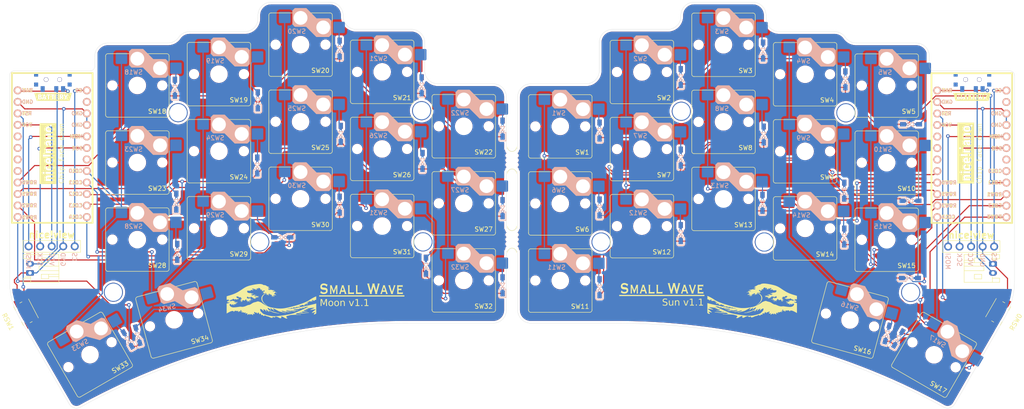
<source format=kicad_pcb>
(kicad_pcb (version 20221018) (generator pcbnew)
  (layers (0 "F.Cu" signal) (31 "B.Cu" signal) (34 "B.Paste" user) (35 "F.Paste" user) (36 "B.SilkS" user "B.Silkscreen") (37 "F.SilkS" user "F.Silkscreen") (38 "B.Mask" user) (39 "F.Mask" user) (44 "Edge.Cuts" user))
  (net 0 "")
  (net 1 "ROW0")
  (net 2 "Net-(D1-A)")
  (net 3 "Net-(D2-A)")
  (net 4 "Net-(D3-A)")
  (net 5 "Net-(D4-A)")
  (net 6 "Net-(D5-A)")
  (net 7 "ROW1")
  (net 8 "Net-(D6-A)")
  (net 9 "Net-(D7-A)")
  (net 10 "Net-(D8-A)")
  (net 11 "Net-(D9-A)")
  (net 12 "Net-(D10-A)")
  (net 13 "ROW2")
  (net 14 "Net-(D11-A)")
  (net 15 "Net-(D12-A)")
  (net 16 "Net-(D13-A)")
  (net 17 "Net-(D14-A)")
  (net 18 "Net-(D15-A)")
  (net 19 "ROW3")
  (net 20 "Net-(D16-A)")
  (net 21 "Net-(D17-A)")
  (net 22 "Net-(D18-A)")
  (net 23 "Net-(D19-A)")
  (net 24 "Net-(D20-A)")
  (net 25 "Net-(D21-A)")
  (net 26 "Net-(D22-A)")
  (net 27 "Net-(D23-A)")
  (net 28 "Net-(D24-A)")
  (net 29 "Net-(D25-A)")
  (net 30 "Net-(D26-A)")
  (net 31 "Net-(D27-A)")
  (net 32 "Net-(D28-A)")
  (net 33 "Net-(D29-A)")
  (net 34 "Net-(D30-A)")
  (net 35 "Net-(D31-A)")
  (net 36 "Net-(D32-A)")
  (net 37 "Net-(D33-A)")
  (net 38 "Net-(D34-A)")
  (net 39 "COL0")
  (net 40 "COL1")
  (net 41 "COL2")
  (net 42 "COL3")
  (net 43 "COL4")
  (net 44 "NVCS")
  (net 46 "GND")
  (net 47 "MOSI")
  (net 48 "SCK")
  (net 53 "+3V3")
  (net 54 "BT+")
  (net 61 "R_MOSI")
  (net 62 "R_SCK")
  (net 63 "R_3V3")
  (net 64 "R_GND")
  (net 65 "R_NVCS")
  (net 66 "R_ROW0")
  (net 67 "R_ROW1")
  (net 68 "R_ROW2")
  (net 69 "R_ROW3")
  (net 70 "R_COL0")
  (net 71 "R_COL1")
  (net 72 "R_COL2")
  (net 73 "R_COL3")
  (net 74 "R_COL4")
  (net 76 "R_BT+")
  (net 78 "RAW")
  (net 80 "R_RAW")
  (net 81 "RESET")
  (net 82 "R_RESET")
  (footprint "urchin-footprints:SMD_Diode_Tiny" (layer "F.Cu") (at 72.333496 37.595 90)
    (fp_text reference "D19" hide)
    (fp_text value "diode" hide)
  )
  (footprint "urchin-footprints:SMD_Diode_Tiny" (layer "F.Cu") (at 108.458 34.287 90)
    (fp_text reference "D21" hide)
    (fp_text value "diode" hide)
  )
  (footprint "urchin-footprints:SW_Hotswap_Kailh_Choc_V1_tweaked" (layer "F.Cu") (at 139.041961 60.346064)
    (fp_text reference "SW6")
    (fp_text value "Kailh-Choc")
  )
  (footprint "urchin-footprints:SMD_Diode_Tiny" (layer "F.Cu") (at 108.655496 50.96175 90)
    (fp_text reference "D26" hide)
    (fp_text value "diode" hide)
  )
  (footprint "urchin-footprints:SW_Hotswap_Kailh_Choc_V1_tweaked" (layer "F.Cu") (at 63.757249 31.813724)
    (fp_text reference "SW19")
    (fp_text value "Kailh-Choc")
  )
  (footprint "urchin-footprints:SW_Hotswap_Kailh_Choc_V1_tweaked" (layer "F.Cu") (at 157.041964 65.346069)
    (fp_text reference "SW12")
    (fp_text value "Kailh-Choc")
  )
  (footprint "urchin-footprints:SMD_Diode_Tiny" (layer "F.Cu") (at 43.631496 90.33175 120)
    (fp_text reference "D33" hide)
    (fp_text value "diode" hide)
  )
  (footprint "urchin-footprints:SW_Hotswap_Kailh_Choc_V1_tweaked" (layer "F.Cu") (at 117.756252 60.314218)
    (fp_text reference "SW27")
    (fp_text value "Kailh-Choc")
  )
  (footprint "urchin-footprints:SMD_Diode_Tiny" (layer "F.Cu") (at 216.281961 59.767565)
    (fp_text reference "D10" hide)
    (fp_text value "diode" hide)
  )
  (footprint "swoop:M2_hole_4.2mm" (layer "F.Cu") (at 184.041963 68.845564)
    (fp_text reference "H4" hide)
    (fp_text value "M2 Hole" hide)
  )
  (footprint "urchin-footprints:SW_Hotswap_Kailh_Choc_V1_tweaked" (layer "F.Cu") (at 81.75625 42.313719)
    (fp_text reference "SW25")
    (fp_text value "Kailh-Choc")
  )
  (footprint "urchin-footprints:SMD_Diode_Tiny" (layer "F.Cu") (at 72.206496 51.97775 90)
    (fp_text reference "D24" hide)
    (fp_text value "diode" hide)
  )
  (footprint "urchin-footprints:SMD_Diode_Tiny" (layer "F.Cu") (at 54.356 59.944 90)
    (fp_text reference "D23" hide)
    (fp_text value "diode" hide)
  )
  (footprint "urchin-footprints:SMD_Diode_Tiny" (layer "F.Cu") (at 54.045496 34.83275 90)
    (fp_text reference "D18" hide)
    (fp_text value "diode" hide)
  )
  (footprint "urchin-footprints:nice_view" (layer "F.Cu") (at 229.660161 53.364478)
    (fp_text reference "Display1")
    (fp_text value "nice!view" hide)
  )
  (footprint "Button_Switch_SMD:Panasonic_EVQPUJ_EVQPUA" (layer "F.Cu") (at 235.6358 84.2518 -120)
    (fp_text reference "RSW0")
    (fp_text value "SW_Push")
  )
  (footprint "urchin-footprints:SMD_Diode_Tiny" (layer "F.Cu") (at 147.701961 44.273565 90)
    (fp_text reference "D1" hide)
    (fp_text value "diode" hide)
  )
  (footprint "urchin-footprints:SMD_Diode_Tiny" (layer "F.Cu") (at 216.408961 42.876565)
    (fp_text reference "D5" hide)
    (fp_text value "diode" hide)
  )
  (footprint "urchin-footprints:SW_Hotswap_Kailh_Choc_V1_tweaked" (layer "F.Cu") (at 99.756249 48.314217)
    (fp_text reference "SW26")
    (fp_text value "Kailh-Choc")
  )
  (footprint "urchin-footprints:mouse-bite-5mm-slot-with-space-for-track" (layer "F.Cu") (at 128.397 50.8)
    (fp_text reference "mouse-bite-2mm-slot" hide)
    (fp_text value "VAL**" hide)
  )
  (footprint "urchin-footprints:SW_Hotswap_Kailh_Choc_V1_tweaked" (layer "F.Cu") (at 211.041963 51.34557)
    (fp_text reference "SW10")
    (fp_text value "Kailh-Choc")
  )
  (footprint "urchin-footprints:SW_Hotswap_Kailh_Choc_V1_tweaked" (layer "F.Cu") (at 193.040961 65.845566)
    (fp_text reference "SW14")
    (fp_text value "Kailh-Choc")
  )
  (footprint "urchin-footprints:SW_Hotswap_Kailh_Choc_V1_tweaked" (layer "F.Cu") (at 117.756254 43.314221)
    (fp_text reference "SW22")
    (fp_text value "Kailh-Choc")
  )
  (footprint "urchin-footprints:SW_Hotswap_Kailh_Choc_V1_tweaked" (layer "F.Cu") (at 99.756249 65.314223)
    (fp_text reference "SW31")
    (fp_text value "Kailh-Choc")
  )
  (footprint "urchin-footprints:SW_Hotswap_Kailh_Choc_V1_tweaked" (layer "F.Cu") (at 117.75625 77.314221)
    (fp_text reference "SW32")
    (fp_text value "Kailh-Choc")
  )
  (footprint "Connector_JST:JST_PH_S2B-PH-K_1x02_P2.00mm_Horizontal" (layer "F.Cu") (at 234.479 73.676 -90)
    (fp_text reference "J1" hide)
    (fp_text value "Conn_01x02")
  )
  (footprint "kibuzzard-636588C8" (layer "F.Cu") (at 231.521 49.349913 90)
    (fp_text reference "kibuzzard-636588C8" hide)
    (fp_text value "G***" hide)
  )
  (footprint "urchin-footprints:SMD_Diode_Tiny" (layer "F.Cu") (at 216.154961 76.785565)
    (fp_text reference "D15" hide)
    (fp_text value "diode" hide)
  )
  (footprint "urchin-footprints:SMD_Diode_Tiny" (layer "F.Cu") (at 201.676 57.531 90)
    (fp_text reference "D9" hide)
    (fp_text value "diode" hide)
  )
  (footprint "swoop:M2_hole_4.2mm" (layer "F.Cu") (at 202.040962 40.345569)
    (fp_text reference "H3" hide)
    (fp_text value "M2 Hole" hide)
  )
  (footprint "urchin-footprints:SMD_Diode_Tiny" (layer "F.Cu") (at 90.621496 44.99275 90)
    (fp_text reference "D25" hide)
    (fp_text value "diode" hide)
  )
  (footprint "urchin-footprints:SW_Hotswap_Kailh_Choc_V1_tweaked" (layer "F.Cu") (at 81.756253 25.313722)
    (fp_text reference "SW20")
    (fp_text value "Kailh-Choc")
  )
  (footprint "urchin-footprints:SW_Hotswap_Kailh_Choc_V1_tweaked" (layer "F.Cu") (at 45.75625 51.313724)
    (fp_text reference "SW23")
    (fp_text value "Kailh-Choc")
  )
  (footprint "urchin-footprints:SMD_Diode_Tiny" (layer "F.Cu") (at 126.308496 43.84975 90)
    (fp_text reference "D22" hide)
    (fp_text value "diode" hide)
  )
  (footprint "urchin-footprints:SW_Hotswap_Kailh_Choc_V1_tweaked" (layer "F.Cu") (at 157.041964 48.346063)
    (fp_text reference "SW7")
    (fp_text value "Kailh-Choc")
  )
  (footprint "urchin-footprints:SW_Hotswap_Kailh_Choc_V1_tweaked" (layer "F.Cu") (at 221.478927 93.724187 -30)
    (fp_text reference "SW17")
    (fp_text value "Kailh-Choc")
  )
  (footprint "urchin-footprints:SMD_Diode_Tiny" (layer "F.Cu") (at 201.930961 32.970565 90)
    (fp_text reference "D4" hide)
    (fp_text value "diode" hide)
  )
  (footprint "urchin-footprints:SW_Hotswap_Kailh_Choc_V1_tweaked" (layer "F.Cu") (at 53.857209 86.013421 15)
    (fp_text reference "SW34")
    (fp_text value "Kailh-Choc")
  )
  (footprint "kibuzzard-6365884B" (layer "F.Cu") (at 228.473 49.222913 90)
    (fp_text reference "kibuzzard-6365884B" hide)
    (fp_text value "G***" hide)
  )
  (footprint "urchin-footprints:SW_Hotswap_Kailh_Choc_V1_tweaked" (layer "F.Cu") (at 175.041963 42.345565)
    (fp_text reference "SW8")
    (fp_text value "Kailh-Choc")
  )
  (footprint "urchin-footprints:SMD_Diode_Tiny" (layer "F.Cu") (at 126.308496 61.37575 90)
    (fp_text reference "D27" hide)
    (fp_text value "diode" hide)
  )
  (footprint "urchin-footprints:SW_Hotswap_Kailh_Choc_V1_tweaked" (layer "F.Cu") (at 45.75625 34.313721)
    (fp_text reference "SW18")
    (fp_text value "Kailh-Choc")
  )
  (footprint "urchin-footprints:SMD_Diode_Tiny" (layer "F.Cu") (at 126.308496 78.39375 90)
    (fp_text reference "D32" hide)
    (fp_text value "diode" hide)
  )
  (footprint "urchin-footprints:SW_Hotswap_Kailh_Choc_V1_tweaked" (layer "F.Cu") (at 175.041963 59.345566)
    (fp_text reference "SW13")
    (fp_text value "Kailh-Choc")
  )
  (footprint "urchin-footprints:SW_Hotswap_Kailh_Choc_V1_tweaked" (layer "F.Cu") (at 211.041966 68.345564)
    (fp_text reference "SW15")
    (fp_text value "Kailh-Choc")
  )
  (footprint "urchin-footprints:SMD_Diode_Tiny" (layer "F.Cu") (at 213.614961 90.120565 60)
    (fp_text reference "D17" hide)
    (fp_text value "diode" hide)
  )
  (footprint "urchin-footprints:SMD_Diode_Tiny" (layer "F.Cu") (at 147.701961 78.817565 90)
    (fp_text reference "D11" hide)
    (fp_text value "diode" hide)
  )
  (footprint "urchin-footprints:SMD_Diode_Tiny" (layer "F.Cu") (at 77.727 67.818 180)
    (fp_text reference "D29" hide)
    (fp_text value "diode" hide)
  )
  (footprint "urchin-footprints:SMD_Diode_Tiny" (layer "F.Cu") (at 165.608961 32.462565 90)
    (fp_text reference "D2" hide)
    (fp_text value "diode" hide)
  )
  (footprint "urchin-footprints:SMD_Diode_Tiny" (layer "F.Cu") (at 183.896961 45.142565 90)
    (fp_text reference "D8" hide)
    (fp_text value "diode" hide)
  )
  (footprint "urchin-footprints:SMD_Diode_Tiny" (layer "F.Cu") (at 211.153864 89.025663 75)
    (fp_text reference "D16" hide)
    (fp_text value "diode" hide)
  )
  (footprint "kibuzzard-636588C8" (layer "F.Cu") (at 29.083 49.349913 90)
    (fp_text reference "kibuzzard-636588C8" hide)
    (fp_text value "G***" hide)
  )
  (footprint "urchin-footprints:SMD_Diode_Tiny" (layer "F.Cu") (at 45.847 89.408 105)
    (fp_text reference "D34" hide)
    (fp_text value "diode" hide)
  )
  (footprint "urchin-footprints:SW_Hotswap_Kailh_Choc_V1_tweaked" (layer "F.Cu") (at 63.757252 65.81372)
    (fp_text reference "SW29")
    (fp_text value "Kailh-Choc")
  )
  (footprint "kibuzzard-63658865" (layer "F.Cu") (at 26.035 49.349913 90)
    (fp_text reference "kibuzzard-63658865" hide)
    (fp_text value "G***" hide)
  )
  (footprint "urchin-footprints:SMD_Diode_Tiny" (layer "F.Cu") (at 90.367496 26.19675 90)
    (fp_text reference "D20" hide)
    (fp_text value "diode" hide)
  )
  (footprint "urchin-footprints:SW_Hotswap_Kailh_Choc_V1_tweaked" (layer "F.Cu") (at 193.040961 48.845565)
    (fp_text reference "SW9")
    (fp_text value "Kailh-Choc")
  )
  (footprint "urchin-footprints:SW_Hotswap_Kailh_Choc_V1_tweaked" (layer "F.Cu") (at 211.041963 34.345567)
    (fp_text reference "SW5")
    (fp_text value "Kailh-Choc")
  )
  (footprint "urchin-footprints:SMD_Diode_Tiny" (layer "F.Cu") (at 183.769961 26.620565 90)
    (fp_text reference "D3" hide)
    (fp_text value "diode" hide)
  )
  (footprint "urchin-footprints:SMD_Diode_Tiny" (layer "F.Cu") (at 201.676961 67.641565 90)
    (fp_text reference "D14" hide)
    (fp_text value "diode" hide)
  )
  (footprint "urchin-footprints:SMD_Diode_Tiny" (layer "F.Cu") (at 90.367496 60.61375 90)
    (fp_text reference "D30" hide)
    (fp_text value "diode" hide)
  )
  (footprint "swoop:M2_hole_4.2mm" (layer "F.Cu") (at 216.323118 79.955998)
    (fp_text reference "H4" hide)
    (fp_text value "M2 Hole" hide)
  )
  (footprint "Connector_JST:JST_PH_S2B-PH-K_1x02_P2.00mm_Horizontal" (layer "F.Cu") (at 22.088 75.664 90)
    (fp_text reference "J2" hide)
    (fp_text value "Conn_01x02")
  )
  (footprint "urchin-footprints:SMD_Diode_Tiny" (layer "F.Cu") (at 183.642 60.201 90)
    (fp_text reference "D13" hide)
    (fp_text value "diode" hide)
  )
  (footprint "urchin-footprints:SMD_Diode_Tiny" (layer "F.Cu") (at 165.608961 66.879565 90)
    (fp_text reference "D12" hide)
    (fp_text value "diode" hide)
  )
  (footprint "urchin-footprints:SMD_Diode_Tiny" (layer "F.Cu") (at 54.553496 71.02775 90)
    (fp_text reference "D28" hide)
    (fp_text value "diode" hide)
  )
  (footprint "urchin-footprints:SW_Hotswap_Kailh_Choc_V1_tweaked" (layer "F.Cu") (at 139.041963 77.346067)
    (fp_text reference "SW11")
    (fp_text value "Kailh-Choc")
  )
  (footprint "urchin-footprints:SMD_Diode_Tiny" (layer "F.Cu") (at 165.608961 50.242565 90)
    (fp_text reference "D7" hide)
    (fp_text value "diode" hide)
  )
  (footprint "urchin-footprints:SW_Hotswap_Kailh_Choc_V1_tweaked" (layer "F.Cu") (at 99.756251 31.314222)
    (fp_text reference "SW21")
    (fp_text value "Kailh-Choc")
  )
  (footprint "urchin-footprints:SMD_Diode_Tiny" (layer "F.Cu") (at 109.417496 74.07575 90)
    (fp_text reference "D31" hide)
    (fp_text value "diode" hide)
  )
  (footprint "urchin-footprints:SW_Hotswap_Kailh_Choc_V1_tweaked" (layer "F.Cu") (at 35.319286 93.692341 30)
    (fp_text reference "SW33")
    (fp_text value "Kailh-Choc")
  )
  (footprint "swoop:M2_hole_4.2mm" (layer "F.Cu") (at 165.735 40.005)
    (fp_text reference "H1" hide)
    (fp_text value "M2 Hole" hide)
  )
  (footprint "kibuzzard-63659296" (layer "F.Cu") (at 229.87 36.83)
    (fp_text reference "kibuzzard-63659296" hide)
    (fp_text value "G***" hide)
  )
  (footprint "urchin-footprints:mouse-bite-5mm-slot-with-space-for-track" (layer "F.Cu") (at 128.397 68.2625)
    (fp_text reference "mouse-bite-2mm-slot" hide)
    (fp_text value "VAL**" hide)
  )
  (footprint "urchin-footprints:SW_Hotswap_Kailh_Choc_V1_tweaked" (layer "F.Cu") (at 63.757252 48.813719)
    (fp_text reference "SW24")
    (fp_text value "Kailh-Choc")
  )
  (footprint "urchin-footprints:nice_view" (layer "F.Cu") (at 26.867496 53.321663)
    (fp_text reference "Display2")
    (fp_text value "nice!view" hide)
  )
  (footprint "urchin-footprints:SW_Hotswap_Kailh_Choc_V1_tweaked" (layer "F.Cu") (at 193.040964 31.84557)
    (fp_text reference "SW4")
    (fp_text value "Kailh-Choc")
  )
  (footprint "urchin-footprints:SW_Hotswap_Kailh_Choc_V1_tweaked" (layer "F.Cu") (at 157.041962 31.346068)
    (fp_text reference "SW2")
    (fp_text value "Kailh-Choc")
  )
  (footprint "urchin-footprints:SW_Hotswap_Kailh_Choc_V1_tweaked" (layer "F.Cu") (at 81.75625 59.31372)
    (fp_text reference "SW30")
    (fp_text value "Kailh-Choc")
  )
  (footprint "kibuzzard-636592CC" (layer "F.Cu") (at 27.178 36.83)
    (fp_text reference "kibuzzard-636592CC" hide)
    (fp_text value "G***" hide)
  )
  (footprint "swoop:M2_hole_4.2mm" (layer "F.Cu") (at 148.041963 68.846065)
    (fp_text reference "H2" hide)
    (fp_text value "M2 Hole" hide)
  )
  (footprint "urchin-footprints:SW_Hotswap_Kailh_Choc_V1_tweaked" (layer "F.Cu") (at 202.941004 86.045267 -15)
    (fp_text reference "SW16")
    (fp_text value "Kailh-Choc")
  )
  (footprint "urchin-footprints:SW_Hotswap_Kailh_Choc_V1_tweaked" (layer "F.Cu") (at 175.04196 25.345568)
    (fp_text reference "SW3")
    (fp_text value "Kailh-Choc")
  )
  (footprint "urchin-footprints:SMD_Diode_Tiny" (layer "F.Cu") (at 147.701 61.214 90)
    (fp_text reference "D6" hide)
    (fp_text value "diode" hide)
  )
  (footprint "urchin-footprints:SW_Hotswap_Kailh_Choc_V1_tweaked" (layer "F.Cu") (at 45.756247 68.313718)
    (fp_text reference "SW28")
    (fp_text value "Kailh-Choc")
  )
  (footprint "urchin-footprints:SW_Hotswap_Kailh_Choc_V1_tweaked" (layer "F.Cu") (at 139.041959 43.346067)
    (fp_text reference "SW1")
    (fp_text value "Kailh-Choc")
  )
  (footprint "Button_Switch_SMD:Panasonic_EVQPUJ_EVQPUA" (layer "F.Cu") (at 21.2 84.35 117.5)
    (fp_text reference "RSW1")
    (fp_text value "SW_Push")
  )
  (footprint "swoop:M2_hole_4.2mm" (layer "B.Cu") (at 108.75625 68.814219 180)
    (fp_text reference "H2" hide)
    (fp_text value "M2 Hole" hide)
  )
  (footprint "urchin-footprints:smt-slider-switch" (layer "B.Cu") (at 27.1272 33.017713 180)
    (fp_text reference "SW_POWER1" hide)
    (fp_text value "SW_SPDT")
  )
  (footprint "swoop:M2_hole_4.2mm" (layer "B.Cu") (at 40.475095 79.924152 180)
    (fp_text reference "H4" hide)
    (fp_text value "M2 Hole" hide)
  )
  (footprint "swoop:M2_hole_4.2mm" (layer "B.Cu") (at 108.458 39.878 180)
    (fp_text reference "H1" hide)
    (fp_text value "M2 Hole" hide)
  )
  (footprint "urchin-footprints:nice_nano" (layer "B.Cu") (at 26.991222 49.365299 -90)
    (fp_text reference "U2" hide)
    (fp_text value "nice_nano" hide)
  )
  (footprint "swoop:M2_hole_4.2mm" (layer "B.Cu") (at 54.757251 40.313723 180)
    (fp_text reference "H3" hide)
    (fp_text value "M2 Hole" hide)
  )
  (footprint "swoop:M2_hole_4.2mm" (layer "B.Cu") (at 72.75625 68.813718 180)
    (fp_text reference "H4" hide)
    (fp_text value "M2 Hole" hide)
  )
  (footprint "urchin-footprints:smt-slider-switch" (layer "B.Cu") (at 229.9462 33.017713 180)
    (fp_text reference "SW_POWER0" hide)
    (fp_text value "SW_SPDT")
  )
  (footprint "urchin-footprints:nice_nano" (layer "B.Cu") (at 229.806991 49.397145 -90)
    (fp_text reference "U1" hide)
    (fp_text value "nice_nano" hide)
  )
  (gr_poly (pts (xy 94.363589 78.465542) (xy 94.354905 78.465797) (xy 94.346782 78.466562) (xy 94.34293 78.467136) (xy 94.339219 78.467838) (xy 94.335647 78.468667) (xy 94.332216 78.469623) (xy 94.328925 78.470707) (xy 94.325773 78.471918) (xy 94.322762 78.473257) (xy 94.319891 78.474724) (xy 94.31716 78.476318) (xy 94.314568 78.47804) (xy 94.312117 78.479889) (xy 94.309806 78.481865) (xy 94.307635 78.48397) (xy 94.305604 78.486201) (xy 94.303714 78.488561) (xy 94.301963 78.491047) (xy 94.300352 78.493662) (xy 94.298881 78.496403) (xy 94.297551 78.499273) (xy 94.29636 78.50227) (xy 94.29531 78.505394) (xy 94.294399 78.508646) (xy 94.293629 78.512025) (xy 94.292999 78.515532) (xy 94.292509 78.519167) (xy 94.292158 78.522929) (xy 94.291948 78.526818) (xy 94.291878 78.530835) (xy 94.291878 79.98035) (xy 95.133707 79.98035) (xy 95.138335 79.980265) (xy 95.142866 79.98001) (xy 95.147299 79.979585) (xy 95.151635 79.97899) (xy 95.155873 79.978225) (xy 95.160014 79.977289) (xy 95.164057 79.976184) (xy 95.168003 79.974909) (xy 95.171852 79.973464) (xy 95.175603 79.971848) (xy 95.179256 79.970063) (xy 95.182813 79.968107) (xy 95.186272 79.965982) (xy 95.189633 79.963686) (xy 95.192898 79.961221) (xy 95.196064 79.958585) (xy 95.199085 79.955253) (xy 95.201911 79.951784) (xy 95.204542 79.948179) (xy 95.206978 79.944439) (xy 95.209219 79.940562) (xy 95.211265 79.936549) (xy 95.213116 79.9324) (xy 95.214772 79.928115) (xy 95.216233 79.923694) (xy 95.2175 79.919137) (xy 95.218571 79.914444) (xy 95.219448 79.909615) (xy 95.22013 79.90465) (xy 95.220617 79.899549) (xy 95.220909 79.894312) (xy 95.221007 79.888939) (xy 95.277131 79.888939) (xy 95.277131 80.345993) (xy 95.221007 80.345993) (xy 95.220909 80.341759) (xy 95.220617 80.337763) (xy 95.22013 80.334005) (xy 95.219448 80.330486) (xy 95.218571 80.327204) (xy 95.2175 80.32416) (xy 95.216233 80.321355) (xy 95.214772 80.318787) (xy 95.213968 80.317593) (xy 95.213116 80.316458) (xy 95.212214 80.315382) (xy 95.211265 80.314366) (xy 95.210266 80.31341) (xy 95.209219 80.312513) (xy 95.208122 80.311676) (xy 95.206978 80.310898) (xy 95.205784 80.310179) (xy 95.204542 80.30952) (xy 95.203251 80.308921) (xy 95.201911 80.308381) (xy 95.199085 80.30748) (xy 95.196064 80.306817) (xy 95.189633 80.305797) (xy 95.182813 80.304912) (xy 95.175603 80.304164) (xy 95.168003 80.303552) (xy 95.160014 80.303076) (xy 95.151635 80.302736) (xy 95.142866 80.302532) (xy 95.133707 80.302464) (xy 93.911494 80.302464) (xy 93.911494 80.224112) (xy 93.92131 80.223857) (xy 93.930494 80.223092) (xy 93.939044 80.221816) (xy 93.94696 80.220031) (xy 93.950681 80.218947) (xy 93.954243 80.217736) (xy 93.957647 80.216397) (xy 93.960893 80.21493) (xy 93.96398 80.213336) (xy 93.96691 80.211614) (xy 93.96968 80.209765) (xy 93.972293 80.207789) (xy 93.974747 80.205684) (xy 93.977042 80.203453) (xy 93.97918 80.201093) (xy 93.981159 80.198607) (xy 93.98298 80.195992) (xy 93.984642 80.193251) (xy 93.986146 80.190381) (xy 93.987492 80.187384) (xy 93.988679 80.18426) (xy 93.989708 80.181008) (xy 93.990579 80.177629) (xy 93.991291 80.174122) (xy 93.991846 80.170487) (xy 93.992241 80.166725) (xy 93.992479 80.162836) (xy 93.992558 80.158819) (xy 93.992558 78.530835) (xy 93.992479 78.526818) (xy 93.992241 78.522929) (xy 93.991846 78.519167) (xy 93.991291 78.515532) (xy 93.990579 78.512025) (xy 93.989708 78.508646) (xy 93.988679 78.505394) (xy 93.987492 78.50227) (xy 93.986146 78.499273) (xy 93.984642 78.496403) (xy 93.98298 78.493662) (xy 93.981159 78.491047) (xy 93.97918 78.488561) (xy 93.977042 78.486201) (xy 93.974747 78.48397) (xy 93.972293 78.481865) (xy 93.96968 78.479889) (xy 93.96691 78.47804) (xy 93.96398 78.476318) (xy 93.960893 78.474724) (xy 93.957647 78.473257) (xy 93.954243 78.471918) (xy 93.950681 78.470707) (xy 93.94696 78.469623) (xy 93.943081 78.468667) (xy 93.939044 78.467838) (xy 93.934848 78.467136) (xy 93.930494 78.466562) (xy 93.925981 78.466116) (xy 93.92131 78.465797) (xy 93.916481 78.465606) (xy 93.911494 78.465542) (xy 93.911494 78.38719) (xy 94.363589 78.38719)) (fill solid) (layer "F.SilkS"))
  (gr_poly (pts (xy 164.398216 77.992014) (xy 164.395537 77.992099) (xy 164.392955 77.992354) (xy 164.390471 77.99278) (xy 164.388084 77.993375) (xy 164.385794 77.99414) (xy 164.383602 77.995075) (xy 164.381507 77.99618) (xy 164.37951 77.997455) (xy 164.37761 77.998901) (xy 164.375808 78.000516) (xy 164.374103 78.002301) (xy 164.372495 78.004257) (xy 164.370985 78.006382) (xy 164.369572 78.008678) (xy 164.368257 78.011143) (xy 164.367039 78.013779) (xy 164.365906 78.016516) (xy 164.364846 78.019288) (xy 164.363859 78.022093) (xy 164.362946 78.024933) (xy 164.362105 78.027806) (xy 164.361338 78.030714) (xy 164.360644 78.033656) (xy 164.360023 78.036631) (xy 164.359475 78.039641) (xy 164.359 78.042685) (xy 164.358598 78.045762) (xy 164.358269 78.048874) (xy 164.358014 78.05202) (xy 164.357831 78.055199) (xy 164.357721 78.058413) (xy 164.357685 78.061661) (xy 164.357807 78.06734) (xy 164.358172 78.073495) (xy 164.358781 78.080126) (xy 164.359633 78.087234) (xy 164.360729 78.094817) (xy 164.362069 78.102877) (xy 164.365479 78.120425) (xy 164.369863 78.139877) (xy 164.375222 78.161233) (xy 164.381555 78.184494) (xy 164.388862 78.209659) (xy 164.722477 79.437176) (xy 164.728714 79.437176) (xy 165.065444 78.183542) (xy 165.070559 78.167422) (xy 165.074992 78.151711) (xy 165.078743 78.136408) (xy 165.081812 78.121513) (xy 165.084199 78.107026) (xy 165.085904 78.092947) (xy 165.086927 78.079276) (xy 165.087182 78.072594) (xy 165.087268 78.066013) (xy 165.087207 78.062766) (xy 165.087024 78.059552) (xy 165.08672 78.056372) (xy 165.086294 78.053227) (xy 165.085746 78.050115) (xy 165.085076 78.047038) (xy 165.084284 78.043994) (xy 165.083371 78.040984) (xy 165.082336 78.038009) (xy 165.081179 78.035067) (xy 165.0799 78.03216) (xy 165.0785 78.029286) (xy 165.076978 78.026446) (xy 165.075334 78.023641) (xy 165.073568 78.020869) (xy 165.071681 78.018132) (xy 165.069707 78.014969) (xy 165.067685 78.01201) (xy 165.065615 78.009256) (xy 165.063495 78.006705) (xy 165.061327 78.004359) (xy 165.059111 78.002216) (xy 165.056845 78.000278) (xy 165.054531 77.998544) (xy 165.052169 77.997013) (xy 165.049757 77.995687) (xy 165.047297 77.994565) (xy 165.044789 77.993647) (xy 165.043516 77.993264) (xy 165.042231 77.992933) (xy 165.040934 77.992652) (xy 165.039625 77.992422) (xy 165.03697 77.992116) (xy 165.034266 77.992014) (xy 165.034266 77.913662) (xy 165.495715 77.913662) (xy 165.495715 77.992014) (xy 165.493586 77.992065) (xy 165.491488 77.992218) (xy 165.48942 77.992473) (xy 165.487383 77.992831) (xy 165.485376 77.99329) (xy 165.4834 77.993851) (xy 165.481454 77.994514) (xy 165.479539 77.995279) (xy 165.477654 77.996146) (xy 165.475799 77.997115) (xy 165.473975 77.998187) (xy 165.472182 77.99936) (xy 165.470419 78.000635) (xy 165.468686 78.002012) (xy 165.466984 78.003492) (xy 165.465313 78.005073) (xy 165.463672 78.006756) (xy 165.462061 78.008542) (xy 165.460481 78.010429) (xy 165.458931 78.012418) (xy 165.457412 78.01451) (xy 165.455923 78.016703) (xy 165.453037 78.021396) (xy 165.450272 78.026497) (xy 165.44763 78.032006) (xy 165.445109 78.037924) (xy 165.44271 78.044249) (xy 165.434524 78.071999) (xy 165.42556 78.103013) (xy 165.405295 78.174836) (xy 164.956321 79.837643) (xy 164.947162 79.871377) (xy 164.938392 79.902936) (xy 164.930012 79.932318) (xy 164.922023 79.959524) (xy 164.919099 79.97231) (xy 164.916566 79.984553) (xy 164.914422 79.996251) (xy 164.912669 80.007405) (xy 164.911305 80.018016) (xy 164.910331 80.028082) (xy 164.909747 80.037604) (xy 164.909552 80.046581) (xy 164.909613 80.050373) (xy 164.909796 80.054131) (xy 164.9101 80.057855) (xy 164.910527 80.061545) (xy 164.911075 80.0652) (xy 164.911744 80.068822) (xy 164.912536 80.07241) (xy 164.913449 80.075963) (xy 164.914484 80.079483) (xy 164.915641 80.082969) (xy 164.91692 80.086421) (xy 164.91832 80.089838) (xy 164.919842 80.093222) (xy 164.921486 80.096572) (xy 164.923252 80.099887) (xy 164.925139 80.103169) (xy 164.927137 80.105805) (xy 164.929232 80.10827) (xy 164.931425 80.110566) (xy 164.933715 80.112691) (xy 164.936102 80.114646) (xy 164.938586 80.116432) (xy 164.941169 80.118047) (xy 164.943848 80.119493) (xy 164.946625 80.120768) (xy 164.949499 80.121873) (xy 164.952471 80.122808) (xy 164.95554 80.123573) (xy 164.958707 80.124169) (xy 164.961971 80.124594) (xy 164.965332 80.124849) (xy 164.968791 80.124934) (xy 164.968791 80.203286) (xy 164.476166 80.203286) (xy 164.476166 80.124934) (xy 164.478504 80.123812) (xy 164.480842 80.122621) (xy 164.48318 80.121363) (xy 164.485518 80.120037) (xy 164.487856 80.118642) (xy 164.490195 80.11718) (xy 164.492533 80.11565) (xy 164.494871 80.114051) (xy 164.497209 80.112385) (xy 164.499547 80.110651) (xy 164.501885 80.108848) (xy 164.504224 80.106978) (xy 164.506562 80.10504) (xy 164.5089 80.103033) (xy 164.511238 80.100959) (xy 164.513576 80.098816) (xy 164.51622 80.096589) (xy 164.518693 80.094259) (xy 164.520995 80.091828) (xy 164.523127 80.089294) (xy 164.525088 80.086659) (xy 164.526878 80.083921) (xy 164.528498 80.081082) (xy 164.529948 80.07814) (xy 164.531226 80.075097) (xy 164.532335 80.071951) (xy 164.533273 80.068703) (xy 164.53404 80.065354) (xy 164.534637 80.061902) (xy 164.535063 80.058348) (xy 164.535319 80.054693) (xy 164.535404 80.050935) (xy 164.535209 80.042093) (xy 164.534624 80.032979) (xy 164.53365 80.023593) (xy 164.532286 80.013935) (xy 164.530532 80.004005) (xy 164.528389 79.993803) (xy 164.525856 79.983329) (xy 164.522934 79.972583) (xy 164.520351 79.961157) (xy 164.517282 79.948642) (xy 164.513725 79.935039) (xy 164.509682 79.920348) (xy 164.505151 79.904569) (xy 164.500133 79.887701) (xy 164.494628 79.869746) (xy 164.488636 79.850702) (xy 164.130077 78.566597) (xy 164.123842 78.566597) (xy 163.783993 79.824584) (xy 163.773031 79.865053) (xy 163.763531 79.901576) (xy 163.755493 79.934155) (xy 163.748916 79.962789) (xy 163.743801 79.987478) (xy 163.740147 80.008222) (xy 163.737955 80.025022) (xy 163.737224 80.037876) (xy 163.737383 80.046378) (xy 163.737858 80.054472) (xy 163.738649 80.062157) (xy 163.739758 80.069435) (xy 163.741183 80.076304) (xy 163.742924 80.082766) (xy 163.744983 80.088819) (xy 163.747358 80.094464) (xy 163.750049 80.099701) (xy 163.753057 80.10453) (xy 163.756382 80.108951) (xy 163.760024 80.112964) (xy 163.763982 80.116569) (xy 163.768256 80.119765) (xy 163.772848 80.122554) (xy 163.777756 80.124934) (xy 163.777756 80.203286) (xy 163.294483 80.203286) (xy 163.294483 80.124934) (xy 163.296821 80.124883) (xy 163.29916 80.12473) (xy 163.301498 80.124475) (xy 163.303836 80.124118) (xy 163.306175 80.123659) (xy 163.308513 80.123098) (xy 163.310852 80.122435) (xy 163.31319 80.12167) (xy 163.315529 80.120802) (xy 163.317867 80.119833) (xy 163.320206 80.118762) (xy 163.322544 80.117589) (xy 163.324883 80.116313) (xy 163.327221 80.114936) (xy 163.329559 80.113457) (xy 163.331898 80.111875) (xy 163.333048 80.111042) (xy 163.334163 80.110175) (xy 163.33524 80.109274) (xy 163.336282 80.108338) (xy 163.337286 80.107369) (xy 163.338255 80.106366) (xy 163.339186 80.105329) (xy 163.340081 80.104258) (xy 163.34094 80.103152) (xy 163.341762 80.102013) (xy 163.342548 80.10084) (xy 163.343297 80.099633) (xy 163.344009 80.098392) (xy 163.344685 80.097116) (xy 163.345325 80.095807) (xy 163.345928 80.094464) (xy 163.346494 80.093086) (xy 163.347024 80.091675) (xy 163.347974 80.088751) (xy 163.348778 80.08569) (xy 163.349435 80.082493) (xy 163.349947 80.079161) (xy 163.350313 80.075692) (xy 163.350532 80.072087) (xy 163.350605 80.068347) (xy 163.350556 80.063977) (xy 163.35041 80.059573) (xy 163.349825 80.050663) (xy 163.348851 80.041617) (xy 163.347487 80.032435) (xy 163.345733 80.023117) (xy 163.343589 80.013663) (xy 163.341056 80.004073) (xy 163.338133 79.994347) (xy 163.333261 79.974487) (xy 163.328 79.954083) (xy 163.32235 79.933135) (xy 163.316309 79.911642) (xy 162.817448 78.113896) (xy 162.814281 78.102198) (xy 162.811017 78.091043) (xy 162.807655 78.080433) (xy 162.804196 78.070367) (xy 162.800639 78.060845) (xy 162.796985 78.051867) (xy 162.793233 78.043434) (xy 162.789385 78.035544) (xy 162.787753 78.031293) (xy 162.785975 78.027246) (xy 162.784051 78.023403) (xy 162.781981 78.019765) (xy 162.779764 78.01633) (xy 162.777402 78.013099) (xy 162.774893 78.010073) (xy 162.772238 78.00725) (xy 162.769436 78.004632) (xy 162.766489 78.002217) (xy 162.763395 78.000007) (xy 162.760156 77.998) (xy 162.75677 77.996198) (xy 162.753238 77.9946) (xy 162.749559 77.993205) (xy 162.745735 77.992015) (xy 162.745735 77.913663) (xy 163.229008 77.913663) (xy 163.229008 77.992014) (xy 163.22613 77.992095) (xy 163.223344 77.992337) (xy 163.220649 77.992741) (xy 163.218046 77.993306) (xy 163.215534 77.994033) (xy 163.213113 77.994922) (xy 163.210784 77.995972) (xy 163.208546 77.997183) (xy 163.2064 77.998556) (xy 163.204344 78.000091) (xy 163.20238 78.001787) (xy 163.200508 78.003644) (xy 163.198727 78.005664) (xy 163.197037 78.007844) (xy 163.195438 78.010187) (xy 163.193931 78.01269) (xy 163.192515 78.015356) (xy 163.191191 78.018182) (xy 163.189958 78.021171) (xy 163.188816 78.024321) (xy 163.187766 78.027632) (xy 163.186806 78.031105) (xy 163.185939 78.03474) (xy 163.185162 78.038536) (xy 163.184477 78.042493) (xy 163.183884 78.046612) (xy 163.183381 78.050893) (xy 163.18297 78.055335) (xy 163.18265 78.059939) (xy 163.182422 78.064704) (xy 163.182285 78.069631) (xy 163.182239 78.074719) (xy 163.182288 78.080296) (xy 163.182434 78.086145) (xy 163.182678 78.092267) (xy 163.183019 78.09866) (xy 163.183458 78.105325) (xy 163.183994 78.112263) (xy 163.184627 78.119472) (xy 163.185358 78.126954) (xy 163.187111 78.135184) (xy 163.189255 78.144638) (xy 163.194711 78.167218) (xy 163.201727 78.194696) (xy 163.2103 78.22707) (xy 163.543915 79.437176) (xy 163.55015 79.437176) (xy 163.880648 78.209659) (xy 163.88435 78.195988) (xy 163.887663 78.18327) (xy 163.890586 78.171503) (xy 163.893119 78.160689) (xy 163.895262 78.150827) (xy 163.897016 78.141917) (xy 163.89838 78.133959) (xy 163.899355 78.126954) (xy 163.900816 78.119472) (xy 163.902082 78.112263) (xy 163.903154 78.105326) (xy 163.904031 78.09866) (xy 163.904713 78.092267) (xy 163.9052 78.086146) (xy 163.905492 78.080296) (xy 163.90559 78.074719) (xy 163.905432 78.064704) (xy 163.904957 78.055335) (xy 163.904165 78.046613) (xy 163.903057 78.038536) (xy 163.901632 78.031105) (xy 163.89989 78.024321) (xy 163.897832 78.018183) (xy 163.895457 78.012691) (xy 163.892766 78.007845) (xy 163.889758 78.003645) (xy 163.888135 78.001787) (xy 163.886433 78.000091) (xy 163.884652 77.998556) (xy 163.882791 77.997183) (xy 163.880852 77.995972) (xy 163.878833 77.994922) (xy 163.876735 77.994034) (xy 163.874558 77.993307) (xy 163.872302 77.992741) (xy 163.869967 77.992337) (xy 163.867552 77.992095) (xy 163.865059 77.992014) (xy 163.865059 77.913662) (xy 164.398216 77.913662)) (fill solid) (layer "F.SilkS"))
  (gr_poly (pts (xy 170.836532 80.770935) (xy 152.037708 80.770935) (xy 152.037708 80.50531) (xy 170.836532 80.50531)) (fill solid) (layer "F.SilkS"))
  (gr_poly (pts (xy 167.837248 78.366363) (xy 167.834946 78.366418) (xy 167.832717 78.366584) (xy 167.830561 78.36686) (xy 167.828478 78.367247) (xy 167.826469 78.367744) (xy 167.824532 78.368352) (xy 167.822669 78.369071) (xy 167.820878 78.3699) (xy 167.819161 78.370839) (xy 167.817517 78.371889) (xy 167.815946 78.37305) (xy 167.814448 78.374321) (xy 167.813023 78.375702) (xy 167.811671 78.377194) (xy 167.810392 78.378797) (xy 167.809186 78.38051) (xy 167.808054 78.382334) (xy 167.806994 78.384268) (xy 167.806008 78.386312) (xy 167.805094 78.388468) (xy 167.804254 78.390733) (xy 167.803487 78.39311) (xy 167.802792 78.395596) (xy 167.802171 78.398194) (xy 167.801623 78.400901) (xy 167.801148 78.40372) (xy 167.800747 78.406649) (xy 167.800418 78.409688) (xy 167.800162 78.412838) (xy 167.799979 78.416098) (xy 167.79987 78.419469) (xy 167.799833 78.422951) (xy 167.799894 78.426861) (xy 167.800077 78.430976) (xy 167.800381 78.435295) (xy 167.800807 78.439818) (xy 167.802025 78.449476) (xy 167.80373 78.45995) (xy 167.805922 78.471241) (xy 167.808601 78.483347) (xy 167.811767 78.49627) (xy 167.81542 78.510008) (xy 167.82497 78.536942) (xy 167.834909 78.565508) (xy 167.845238 78.595706) (xy 167.855955 78.627537) (xy 168.214514 79.711408) (xy 168.554365 78.658007) (xy 168.584762 78.566596) (xy 168.597039 78.530685) (xy 168.607366 78.501303) (xy 168.611703 78.488584) (xy 168.615357 78.476546) (xy 168.618329 78.465187) (xy 168.619559 78.459763) (xy 168.620619 78.454509) (xy 168.621508 78.449425) (xy 168.622226 78.444511) (xy 168.622774 78.439767) (xy 168.623151 78.435193) (xy 168.623357 78.430789) (xy 168.623393 78.426555) (xy 168.623258 78.422492) (xy 168.622953 78.418598) (xy 168.622406 78.412272) (xy 168.621542 78.406355) (xy 168.620361 78.400846) (xy 168.619651 78.398245) (xy 168.618863 78.395745) (xy 168.617995 78.393348) (xy 168.617048 78.391052) (xy 168.616022 78.388859) (xy 168.614917 78.386767) (xy 168.613733 78.384778) (xy 168.612469 78.38289) (xy 168.611127 78.381105) (xy 168.609705 78.379422) (xy 168.608204 78.37784) (xy 168.606624 78.376361) (xy 168.604964 78.374984) (xy 168.603226 78.373708) (xy 168.601408 78.372535) (xy 168.599511 78.371464) (xy 168.597535 78.370495) (xy 168.59548 78.369628) (xy 168.593346 78.368862) (xy 168.591132 78.368199) (xy 168.588839 78.367638) (xy 168.586468 78.367179) (xy 168.584017 78.366822) (xy 168.581487 78.366567) (xy 168.578877 78.366414) (xy 168.576189 78.366363) (xy 168.576189 78.288011) (xy 168.984632 78.288011) (xy 168.984625 78.366363) (xy 168.981906 78.366461) (xy 168.979205 78.366754) (xy 168.976523 78.367243) (xy 168.973859 78.367927) (xy 168.971213 78.368807) (xy 168.968585 78.369883) (xy 168.965976 78.371154) (xy 168.963385 78.37262) (xy 168.960812 78.374283) (xy 168.958257 78.37614) (xy 168.955721 78.378193) (xy 168.953203 78.380442) (xy 168.950703 78.382886) (xy 168.948221 78.385526) (xy 168.945758 78.388361) (xy 168.943313 78.391392) (xy 168.940886 78.394619) (xy 168.938478 78.398041) (xy 168.936088 78.401658) (xy 168.933716 78.405471) (xy 168.931362 78.40948) (xy 168.929027 78.413684) (xy 168.924411 78.422679) (xy 168.919868 78.432456) (xy 168.915398 78.443015) (xy 168.911002 78.454356) (xy 168.906679 78.46648) (xy 168.451467 79.872465) (xy 168.435293 79.924428) (xy 168.427936 79.946941) (xy 168.421067 79.967141) (xy 168.414684 79.985028) (xy 168.40879 80.000604) (xy 168.403382 80.013866) (xy 168.398462 80.024817) (xy 168.394809 80.034339) (xy 168.391643 80.043316) (xy 168.388964 80.05175) (xy 168.386772 80.05964) (xy 168.385067 80.066985) (xy 168.384397 80.070454) (xy 168.383849 80.073787) (xy 168.383423 80.076983) (xy 168.383119 80.080044) (xy 168.382936 80.082968) (xy 168.382875 80.085757) (xy 168.38293 80.087376) (xy 168.383095 80.088971) (xy 168.383369 80.090539) (xy 168.383752 80.092082) (xy 168.384245 80.0936) (xy 168.384848 80.095092) (xy 168.385561 80.096558) (xy 168.386383 80.097999) (xy 168.387315 80.099415) (xy 168.388356 80.100805) (xy 168.389507 80.10217) (xy 168.390767 80.103509) (xy 168.392138 80.104822) (xy 168.393617 80.10611) (xy 168.395207 80.107373) (xy 168.396906 80.10861) (xy 168.398714 80.109821) (xy 168.400633 80.111007) (xy 168.40266 80.112168) (xy 168.404798 80.113303) (xy 168.407045 80.114412) (xy 168.409402 80.115496) (xy 168.411868 80.116554) (xy 168.414444 80.117587) (xy 168.417129 80.118595) (xy 168.419924 80.119577) (xy 168.425844 80.121464) (xy 168.432201 80.12325) (xy 168.438997 80.124933) (xy 168.438997 80.203285) (xy 167.968199 80.203285) (xy 167.968199 80.124933) (xy 167.972047 80.122756) (xy 167.975797 80.12058) (xy 167.979451 80.118404) (xy 167.983007 80.116227) (xy 167.986466 80.114051) (xy 167.989828 80.111874) (xy 167.993092 80.109698) (xy 167.99626 80.107521) (xy 167.998147 80.105855) (xy 167.999913 80.104121) (xy 168.001557 80.102318) (xy 168.003079 80.100448) (xy 168.004479 80.098509) (xy 168.005758 80.096503) (xy 168.006915 80.094429) (xy 168.00795 80.092286) (xy 168.008863 80.090076) (xy 168.009654 80.087797) (xy 168.010324 80.085451) (xy 168.010872 80.083036) (xy 168.011298 80.080554) (xy 168.011603 80.078003) (xy 168.011786 80.075385) (xy 168.011846 80.072698) (xy 168.011761 80.069876) (xy 168.011505 80.066849) (xy 168.011079 80.063618) (xy 168.010482 80.060184) (xy 168.009715 80.056545) (xy 168.008777 80.052702) (xy 168.007669 80.048655) (xy 168.00639 80.044404) (xy 168.004941 80.039949) (xy 168.003321 80.035291) (xy 168.001531 80.030428) (xy 167.99957 80.02536) (xy 167.997439 80.020089) (xy 167.995137 80.014614) (xy 167.990023 80.003052) (xy 167.980083 79.976935) (xy 167.968976 79.946464) (xy 167.9567 79.911641) (xy 167.943254 79.872465) (xy 167.469335 78.449068) (xy 167.46774 78.444239) (xy 167.466072 78.439546) (xy 167.46433 78.434989) (xy 167.462516 78.430568) (xy 167.460628 78.426283) (xy 167.458667 78.422135) (xy 167.456633 78.418122) (xy 167.454525 78.414245) (xy 167.452345 78.410504) (xy 167.450092 78.406899) (xy 167.447765 78.403431) (xy 167.445366 78.400098) (xy 167.442894 78.396901) (xy 167.440348 78.393841) (xy 167.43773 78.390916) (xy 167.435038 78.388127) (xy 167.4327 78.385492) (xy 167.430361 78.383026) (xy 167.428022 78.380731) (xy 167.425684 78.378605) (xy 167.423345 78.37665) (xy 167.421007 78.374865) (xy 167.418668 78.373249) (xy 167.41633 78.371804) (xy 167.413991 78.370529) (xy 167.411653 78.369424) (xy 167.409315 78.368488) (xy 167.406977 78.367723) (xy 167.404638 78.367128) (xy 167.4023 78.366703) (xy 167.399962 78.366448) (xy 167.397624 78.366363) (xy 167.397624 78.288011) (xy 167.837248 78.288011)) (fill solid) (layer "F.SilkS"))
  (gr_poly (pts (xy 91.301823 78.465542) (xy 91.300642 78.466614) (xy 91.299436 78.467651) (xy 91.298205 78.468654) (xy 91.296951 78.469623) (xy 91.295672 78.470558) (xy 91.294369 78.47146) (xy 91.293041 78.472327) (xy 91.291689 78.47316) (xy 91.290313 78.473959) (xy 91.288912 78.474724) (xy 91.287487 78.475455) (xy 91.286038 78.476152) (xy 91.284564 78.476816) (xy 91.283066 78.477445) (xy 91.281544 78.47804) (xy 91.279997 78.478601) (xy 91.279422 78.478899) (xy 91.278864 78.479247) (xy 91.278325 78.479647) (xy 91.277805 78.480097) (xy 91.277302 78.480599) (xy 91.276818 78.481151) (xy 91.276352 78.481755) (xy 91.275905 78.48241) (xy 91.275475 78.483115) (xy 91.275064 78.483872) (xy 91.274671 78.48468) (xy 91.274297 78.485538) (xy 91.273941 78.486448) (xy 91.273603 78.487409) (xy 91.273283 78.48842) (xy 91.272982 78.489483) (xy 91.272698 78.490597) (xy 91.272434 78.491762) (xy 91.271959 78.494244) (xy 91.271557 78.496931) (xy 91.271228 78.499821) (xy 91.270972 78.502916) (xy 91.27079 78.506215) (xy 91.27068 78.509717) (xy 91.270644 78.513424) (xy 91.270692 78.51674) (xy 91.270839 78.520158) (xy 91.271082 78.523677) (xy 91.271423 78.527299) (xy 91.271861 78.531023) (xy 91.272397 78.534849) (xy 91.27303 78.538776) (xy 91.273761 78.542806) (xy 91.275515 78.551172) (xy 91.277658 78.559946) (xy 91.280191 78.569128) (xy 91.283114 78.578718) (xy 91.287011 78.587627) (xy 91.290909 78.596945) (xy 91.294806 78.606671) (xy 91.298704 78.616805) (xy 91.302601 78.627348) (xy 91.306499 78.638298) (xy 91.310396 78.649656) (xy 91.314293 78.661423) (xy 91.819392 80.141407) (xy 91.823338 80.150861) (xy 91.825347 80.155333) (xy 91.827381 80.159635) (xy 91.829439 80.163767) (xy 91.831522 80.167729) (xy 91.833629 80.17152) (xy 91.83576 80.175142) (xy 91.837916 80.178594) (xy 91.840096 80.181875) (xy 91.842301 80.184987) (xy 91.84453 80.187929) (xy 91.846783 80.1907) (xy 91.849061 80.193302) (xy 91.851363 80.195733) (xy 91.85369 80.197995) (xy 91.85604 80.200137) (xy 91.858415 80.202212) (xy 91.860814 80.204218) (xy 91.863238 80.206157) (xy 91.865685 80.208027) (xy 91.868158 80.209829) (xy 91.870655 80.211564) (xy 91.873176 80.21323) (xy 91.875721 80.214828) (xy 91.878291 80.216359) (xy 91.880885 80.217821) (xy 91.883503 80.219215) (xy 91.886146 80.220541) (xy 91.888813 80.221799) (xy 91.891505 80.22299) (xy 91.894221 80.224112) (xy 91.894221 80.302464) (xy 91.451479 80.302464) (xy 91.451479 80.237171) (xy 91.453428 80.237119) (xy 91.455377 80.236966) (xy 91.457326 80.236711) (xy 91.459274 80.236354) (xy 91.461223 80.235895) (xy 91.463172 80.235334) (xy 91.46512 80.234671) (xy 91.467069 80.233906) (xy 91.469018 80.233039) (xy 91.470967 80.232069) (xy 91.472915 80.230998) (xy 91.474864 80.229825) (xy 91.476813 80.22855) (xy 91.478761 80.227172) (xy 91.48071 80.225693) (xy 91.482659 80.224112) (xy 91.48381 80.223274) (xy 91.484924 80.222394) (xy 91.486002 80.221472) (xy 91.487044 80.220507) (xy 91.488048 80.2195) (xy 91.489017 80.21845) (xy 91.489948 80.217357) (xy 91.490844 80.216222) (xy 91.491702 80.215045) (xy 91.492524 80.213825) (xy 91.49331 80.212562) (xy 91.494059 80.211257) (xy 91.494771 80.209909) (xy 91.495447 80.208519) (xy 91.496087 80.207087) (xy 91.49669 80.205612) (xy 91.497786 80.202534) (xy 91.498736 80.199286) (xy 91.499539 80.195869) (xy 91.500197 80.192281) (xy 91.500708 80.188523) (xy 91.501074 80.184595) (xy 91.501293 80.180498) (xy 91.501366 80.17623) (xy 91.501269 80.169769) (xy 91.500976 80.163443) (xy 91.500489 80.157254) (xy 91.499807 80.151201) (xy 91.49893 80.145284) (xy 91.497859 80.139502) (xy 91.496592 80.133857) (xy 91.495131 80.128348) (xy 91.488115 80.103319) (xy 91.479542 80.07176) (xy 91.395359 79.823645) (xy 90.728131 79.823645) (xy 90.64083 80.058702) (xy 90.63479 80.075841) (xy 90.629139 80.092437) (xy 90.623877 80.108488) (xy 90.619006 80.123995) (xy 90.617544 80.130456) (xy 90.616277 80.136782) (xy 90.615205 80.142971) (xy 90.614328 80.149024) (xy 90.613646 80.154942) (xy 90.613158 80.160723) (xy 90.612866 80.166368) (xy 90.612769 80.171877) (xy 90.61283 80.176128) (xy 90.613012 80.180175) (xy 90.613317 80.184018) (xy 90.613743 80.187656) (xy 90.614291 80.191091) (xy 90.614961 80.194322) (xy 90.615752 80.197348) (xy 90.616666 80.200171) (xy 90.617701 80.202789) (xy 90.618858 80.205204) (xy 90.620136 80.207414) (xy 90.621537 80.209421) (xy 90.623059 80.211223) (xy 90.624704 80.212821) (xy 90.62647 80.214216) (xy 90.628357 80.215406) (xy 90.630355 80.21646) (xy 90.63245 80.217446) (xy 90.634642 80.218364) (xy 90.636932 80.219215) (xy 90.639319 80.219997) (xy 90.641804 80.220711) (xy 90.644386 80.221357) (xy 90.647065 80.221935) (xy 90.649842 80.222445) (xy 90.652717 80.222888) (xy 90.655689 80.223262) (xy 90.658758 80.223568) (xy 90.661924 80.223806) (xy 90.665189 80.223976) (xy 90.66855 80.224078) (xy 90.672009 80.224112) (xy 90.672009 80.302464) (xy 90.25421 80.302464) (xy 90.254214 80.224112) (xy 90.25883 80.222905) (xy 90.263324 80.221459) (xy 90.267697 80.219776) (xy 90.271947 80.217855) (xy 90.276076 80.215695) (xy 90.280083 80.213298) (xy 90.283968 80.210662) (xy 90.287731 80.207789) (xy 90.291373 80.204677) (xy 90.294893 80.201327) (xy 90.298291 80.19774) (xy 90.301567 80.193914) (xy 90.304721 80.18985) (xy 90.307754 80.185548) (xy 90.310665 80.181008) (xy 90.313454 80.17623) (xy 90.319495 80.165484) (xy 90.325146 80.15501) (xy 90.330407 80.144808) (xy 90.335279 80.134878) (xy 90.339761 80.12522) (xy 90.343853 80.115834) (xy 90.347555 80.10672) (xy 90.350867 80.097878) (xy 90.5467 79.501531) (xy 90.821671 79.501531) (xy 91.29559 79.501531) (xy 91.043042 78.770245) (xy 90.821671 79.501531) (xy 90.5467 79.501531) (xy 90.815434 78.683187) (xy 90.824202 78.654349) (xy 90.831802 78.628776) (xy 90.838233 78.606467) (xy 90.843495 78.587423) (xy 90.846418 78.577697) (xy 90.848951 78.568107) (xy 90.851094 78.558654) (xy 90.852848 78.549336) (xy 90.854212 78.540154) (xy 90.855186 78.531108) (xy 90.85577 78.522198) (xy 90.855965 78.513424) (xy 90.855929 78.510245) (xy 90.855819 78.507235) (xy 90.855636 78.504395) (xy 90.85538 78.501726) (xy 90.855052 78.499226) (xy 90.85465 78.496897) (xy 90.854175 78.494737) (xy 90.853626 78.492748) (xy 90.853005 78.490929) (xy 90.852311 78.489279) (xy 90.851544 78.4878) (xy 90.850703 78.486491) (xy 90.84979 78.485351) (xy 90.848804 78.484382) (xy 90.847744 78.483583) (xy 90.846611 78.482954) (xy 90.845004 78.480777) (xy 90.843298 78.478601) (xy 90.841495 78.476424) (xy 90.839595 78.474248) (xy 90.837598 78.472072) (xy 90.835503 78.469895) (xy 90.833312 78.467719) (xy 90.831023 78.465542) (xy 90.831023 78.38719) (xy 91.301823 78.38719)) (fill solid) (layer "F.SilkS"))
  (gr_poly (pts (xy 153.201991 77.888089) (xy 153.241257 77.889722) (xy 153.279158 77.892442) (xy 153.315696 77.896251) (xy 153.350869 77.901148) (xy 153.384679 77.907133) (xy 153.417124 77.914207) (xy 153.448205 77.922369) (xy 153.478069 77.931142) (xy 153.506861 77.940052) (xy 153.534581 77.949098) (xy 153.561229 77.95828) (xy 153.586805 77.967598) (xy 153.61131 77.977052) (xy 153.634743 77.986642) (xy 153.657104 77.996368) (xy 153.679222 78.006094) (xy 153.700365 78.015684) (xy 153.720533 78.025138) (xy 153.739728 78.034456) (xy 153.757948 78.043637) (xy 153.775193 78.052683) (xy 153.791465 78.061593) (xy 153.806762 78.070367) (xy 153.814471 78.074584) (xy 153.82201 78.078529) (xy 153.829378 78.082201) (xy 153.836576 78.085602) (xy 153.843604 78.088731) (xy 153.850461 78.091587) (xy 153.857147 78.094172) (xy 153.863663 78.096484) (xy 153.870008 78.098525) (xy 153.876183 78.100293) (xy 153.882188 78.101789) (xy 153.888022 78.103014) (xy 153.893685 78.103966) (xy 153.899178 78.104646) (xy 153.9045 78.105054) (xy 153.909652 78.10519) (xy 153.915011 78.105088) (xy 153.920175 78.104782) (xy 153.925144 78.104272) (xy 153.929918 78.103558) (xy 153.934498 78.10264) (xy 153.938882 78.101517) (xy 153.943072 78.100191) (xy 153.947067 78.098661) (xy 153.950867 78.096926) (xy 153.954472 78.094988) (xy 153.957882 78.092846) (xy 153.961097 78.090499) (xy 153.964117 78.087948) (xy 153.966943 78.085194) (xy 153.969573 78.082235) (xy 153.972009 78.079073) (xy 154.009424 78.113896) (xy 153.794288 78.658008) (xy 153.763109 78.640596) (xy 153.761355 78.625701) (xy 153.759212 78.611487) (xy 153.756678 78.597952) (xy 153.753755 78.585097) (xy 153.750442 78.572923) (xy 153.74674 78.561428) (xy 153.744743 78.555936) (xy 153.742648 78.550614) (xy 153.740456 78.545462) (xy 153.738166 78.54048) (xy 153.734914 78.533968) (xy 153.731394 78.527489) (xy 153.727606 78.521045) (xy 153.723551 78.514635) (xy 153.719227 78.508258) (xy 153.714635 78.501916) (xy 153.709776 78.495608) (xy 153.704649 78.489333) (xy 153.699253 78.483093) (xy 153.69359 78.476887) (xy 153.687659 78.470714) (xy 153.68146 78.464576) (xy 153.674993 78.458472) (xy 153.668258 78.452402) (xy 153.661254 78.446365) (xy 153.653983 78.440363) (xy 153.646883 78.433885) (xy 153.639611 78.427509) (xy 153.63217 78.421234) (xy 153.624557 78.415062) (xy 153.616775 78.408992) (xy 153.608822 78.403024) (xy 153.600698 78.397157) (xy 153.592404 78.391393) (xy 153.583939 78.385731) (xy 153.575304 78.380171) (xy 153.566499 78.374713) (xy 153.557523 78.369357) (xy 153.548376 78.364103) (xy 153.539059 78.35895) (xy 153.529572 78.3539) (xy 153.519914 78.348952) (xy 153.500232 78.33943) (xy 153.480161 78.330453) (xy 153.4597 78.322019) (xy 153.438849 78.314129) (xy 153.417609 78.306784) (xy 153.395979 78.299982) (xy 153.373959 78.293725) (xy 153.351549 78.288012) (xy 153.328944 78.281891) (xy 153.306339 78.276585) (xy 153.283734 78.272096) (xy 153.26113 78.268424) (xy 153.238525 78.265567) (xy 153.215921 78.263527) (xy 153.193316 78.262302) (xy 153.170711 78.261894) (xy 153.153465 78.262166) (xy 153.136024 78.262983) (xy 153.118388 78.264343) (xy 153.100558 78.266247) (xy 153.082533 78.268696) (xy 153.064313 78.271688) (xy 153.045898 78.275225) (xy 153.027288 78.279306) (xy 153.009555 78.282843) (xy 152.992212 78.286923) (xy 152.975258 78.291548) (xy 152.958695 78.296717) (xy 152.942521 78.302431) (xy 152.926737 78.308688) (xy 152.911342 78.315489) (xy 152.896337 78.322835) (xy 152.889005 78.326729) (xy 152.881819 78.330793) (xy 152.87478 78.335026) (xy 152.867886 78.33943) (xy 152.861139 78.344004) (xy 152.854538 78.348748) (xy 152.848083 78.353662) (xy 152.841774 78.358746) (xy 152.835611 78.364) (xy 152.829595 78.369425) (xy 152.823724 78.375019) (xy 152.818 78.380783) (xy 152.812422 78.386717) (xy 152.80699 78.392821) (xy 152.801704 78.399096) (xy 152.796564 78.40554) (xy 152.792033 78.411627) (xy 152.787795 78.417919) (xy 152.783849 78.424414) (xy 152.780195 78.431113) (xy 152.776834 78.438017) (xy 152.773764 78.445124) (xy 152.770988 78.452436) (xy 152.768503 78.459951) (xy 152.766311 78.467671) (xy 152.764411 78.475594) (xy 152.762803 78.483722) (xy 152.761488 78.492054) (xy 152.760465 78.50059) (xy 152.759734 78.509329) (xy 152.759295 78.518273) (xy 152.759149 78.527421) (xy 152.759356 78.540276) (xy 152.759977 78.552722) (xy 152.761013 78.564761) (xy 152.762462 78.576391) (xy 152.764326 78.587614) (xy 152.766603 78.598428) (xy 152.769295 78.608834) (xy 152.772401 78.618832) (xy 152.775921 78.628422) (xy 152.779855 78.637604) (xy 152.784203 78.646378) (xy 152.788965 78.654743) (xy 152.794141 78.662701) (xy 152.799732 78.670251) (xy 152.805736 78.677392) (xy 152.812154 78.684126) (xy 152.819292 78.690553) (xy 152.826673 78.696776) (xy 152.834297 78.702795) (xy 152.842165 78.708611) (xy 152.850277 78.714222) (xy 152.858632 78.719629) (xy 152.86723 78.724832) (xy 152.876072 78.729831) (xy 152.885158 78.734626) (xy 152.894487 78.739217) (xy 152.90406 78.743604) (xy 152.913877 78.747787) (xy 152.923937 78.751765) (xy 152.93424 78.75554) (xy 152.944787 78.759111) (xy 152.955577 78.762478) (xy 152.978523 78.768735) (xy 153.002151 78.774448) (xy 153.026461 78.779617) (xy 153.051452 78.784242) (xy 153.077126 78.788323) (xy 153.103482 78.79186) (xy 153.13052 78.794852) (xy 153.158241 78.797301) (xy 153.216116 78.801926) (xy 153.274381 78.807095) (xy 153.333036 78.812808) (xy 153.392082 78.819065) (xy 153.421604 78.82267) (xy 153.450932 78.826955) (xy 153.480065 78.83192) (xy 153.509003 78.837565) (xy 153.537746 78.84389) (xy 153.566294 78.850896) (xy 153.594648 78.858582) (xy 153.622806 78.866947) (xy 153.637117 78.870926) (xy 153.651208 78.875245) (xy 153.66508 78.879904) (xy 153.678733 78.884903) (xy 153.692167 78.890242) (xy 153.705381 78.895921) (xy 153.718377 78.90194) (xy 153.731153 78.9083) (xy 153.743709 78.914999) (xy 153.756047 78.922039) (xy 153.768165 78.929418) (xy 153.780064 78.937138) (xy 153.791744 78.945197) (xy 153.803204 78.953597) (xy 153.814445 78.962337) (xy 153.825467 78.971417) (xy 153.836624 78.980327) (xy 153.847488 78.989645) (xy 153.858059 78.999371) (xy 153.868339 79.009505) (xy 153.878326 79.020047) (xy 153.888021 79.030997) (xy 153.897423 79.042355) (xy 153.906533 79.054122) (xy 153.915351 79.066296) (xy 153.923877 79.078879) (xy 153.93211 79.09187) (xy 153.940051 79.105269) (xy 153.9477 79.119075) (xy 153.955056 79.13329) (xy 153.962121 79.147913) (xy 153.968892 79.162944) (xy 153.975688 79.178469) (xy 153.982046 79.194571) (xy 153.987965 79.211251) (xy 153.993446 79.22851) (xy 153.998488 79.246347) (xy 154.003092 79.264761) (xy 154.007257 79.283754) (xy 154.010984 79.303325) (xy 154.014272 79.323474) (xy 154.017122 79.344202) (xy 154.019534 79.365507) (xy 154.021507 79.387391) (xy 154.023041 79.409852) (xy 154.024137 79.432892) (xy 154.024795 79.45651) (xy 154.025014 79.480706) (xy 154.024673 79.508677) (xy 154.02365 79.536001) (xy 154.021945 79.56268) (xy 154.019558 79.588712) (xy 154.016489 79.614098) (xy 154.012738 79.638838) (xy 154.008304 79.662932) (xy 154.003189 79.68638) (xy 153.997392 79.709182) (xy 153.990913 79.731337) (xy 153.983751 79.752847) (xy 153.975908 79.77371) (xy 153.967383 79.793927) (xy 153.958176 79.813498) (xy 153.948286 79.832423) (xy 153.937715 79.850702) (xy 153.927022 79.86842) (xy 153.915987 79.885661) (xy 153.904612 79.902427) (xy 153.892895 79.918716) (xy 153.880838 79.934529) (xy 153.868439 79.949866) (xy 153.8557 79.964727) (xy 153.842619 79.979112) (xy 153.829197 79.993021) (xy 153.815435 80.006454) (xy 153.801331 80.019411) (xy 153.786887 80.031891) (xy 153.772101 80.043896) (xy 153.756974 80.055424) (xy 153.741507 80.066476) (xy 153.725698 80.077052) (xy 153.709633 80.087186) (xy 153.693399 80.096912) (xy 153.676993 80.10623) (xy 153.660417 80.11514) (xy 153.643671 80.123642) (xy 153.626754 80.131735) (xy 153.609666 80.139421) (xy 153.592408 80.146698) (xy 153.57498 80.153568) (xy 153.557381 80.160029) (xy 153.539611 80.166083) (xy 153.521671 80.171728) (xy 153.50356 80.176965) (xy 153.485279 80.181794) (xy 153.466828 80.186215) (xy 153.448205 80.190228) (xy 153.411862 80.196349) (xy 153.376104 80.201654) (xy 153.34093 80.206143) (xy 153.306341 80.209815) (xy 153.272336 80.212672) (xy 153.238916 80.214713) (xy 153.206081 80.215937) (xy 153.173831 80.216345) (xy 153.130278 80.215937) (xy 153.088479 80.214713) (xy 153.048433 80.212672) (xy 153.010142 80.209815) (xy 152.973604 80.206143) (xy 152.93882 80.201654) (xy 152.90579 80.196349) (xy 152.874513 80.190228) (xy 152.845478 80.182474) (xy 152.817612 80.174448) (xy 152.790915 80.166151) (xy 152.765388 80.157581) (xy 152.741029 80.148739) (xy 152.717841 80.139625) (xy 152.695821 80.130239) (xy 152.67497 80.120581) (xy 152.637944 80.099633) (xy 152.604816 80.080317) (xy 152.575586 80.062633) (xy 152.550253 80.046582) (xy 152.544455 80.042365) (xy 152.538755 80.038421) (xy 152.533153 80.034748) (xy 152.527648 80.031347) (xy 152.52224 80.028218) (xy 152.51693 80.025362) (xy 152.511718 80.022777) (xy 152.506603 80.020465) (xy 152.501585 80.018424) (xy 152.496665 80.016656) (xy 152.491842 80.01516) (xy 152.487116 80.013935) (xy 152.482488 80.012983) (xy 152.477958 80.012303) (xy 152.473524 80.011895) (xy 152.469188 80.011759) (xy 152.467827 80.011793) (xy 152.466472 80.011895) (xy 152.465124 80.012065) (xy 152.463781 80.012303) (xy 152.462444 80.012609) (xy 152.461114 80.012983) (xy 152.459789 80.013425) (xy 152.458471 80.013935) (xy 152.457159 80.014513) (xy 152.455852 80.01516) (xy 152.454552 80.015874) (xy 152.453258 80.016656) (xy 152.45197 80.017506) (xy 152.450689 80.018424) (xy 152.449413 80.01941) (xy 152.448143 80.020465) (xy 152.445622 80.022777) (xy 152.443125 80.025362) (xy 152.440653 80.028218) (xy 152.438205 80.031347) (xy 152.435782 80.034748) (xy 152.433382 80.038421) (xy 152.431008 80.042365) (xy 152.428657 80.046582) (xy 152.385008 80.011759) (xy 152.556493 79.485057) (xy 152.587673 79.506822) (xy 152.587722 79.511685) (xy 152.587868 79.51648) (xy 152.588111 79.521207) (xy 152.588452 79.525866) (xy 152.588891 79.530457) (xy 152.589427 79.53498) (xy 152.59006 79.539435) (xy 152.590791 79.543822) (xy 152.591619 79.548141) (xy 152.592545 79.552391) (xy 152.593567 79.556574) (xy 152.594688 79.560689) (xy 152.595906 79.564736) (xy 152.597221 79.568715) (xy 152.598633 79.572626) (xy 152.600143 79.576469) (xy 152.60303 79.582998) (xy 152.606233 79.589527) (xy 152.609753 79.596057) (xy 152.613589 79.602586) (xy 152.617743 79.609115) (xy 152.622213 79.615645) (xy 152.626999 79.622174) (xy 152.632102 79.628703) (xy 152.637522 79.635233) (xy 152.643258 79.641762) (xy 152.649311 79.648291) (xy 152.655681 79.654821) (xy 152.662367 79.66135) (xy 152.66937 79.667879) (xy 152.67669 79.674409) (xy 152.684326 79.680938) (xy 152.700938 79.692773) (xy 152.718038 79.704335) (xy 152.735625 79.715625) (xy 152.753699 79.726644) (xy 152.772261 79.73739) (xy 152.791309 79.747864) (xy 152.810845 79.758066) (xy 152.830867 79.767996) (xy 152.85201 79.777586) (xy 152.873348 79.786768) (xy 152.894881 79.795542) (xy 152.916608 79.803907) (xy 152.938531 79.811865) (xy 152.960648 79.819415) (xy 152.982961 79.826556) (xy 153.005468 79.833289) (xy 153.027781 79.838391) (xy 153.049509 79.842811) (xy 153.070652 79.846552) (xy 153.091211 79.849613) (xy 153.111185 79.851994) (xy 153.130574 79.853694) (xy 153.149379 79.854714) (xy 153.167598 79.855054) (xy 153.181337 79.854918) (xy 153.19605 79.85451) (xy 153.211737 79.85383) (xy 153.228398 79.852878) (xy 153.246034 79.851653) (xy 153.264643 79.850157) (xy 153.284228 79.848389) (xy 153.304786 79.846348) (xy 153.325783 79.842744) (xy 153.346682 79.838459) (xy 153.367484 79.833494) (xy 153.388189 79.827848) (xy 153.408796 79.821523) (xy 153.429307 79.814518) (xy 153.449719 79.806832) (xy 153.470035 79.798467) (xy 153.480083 79.794012) (xy 153.48996 79.789353) (xy 153.499667 79.78449) (xy 153.509203 79.779423) (xy 153.518569 79.774151) (xy 153.527764 79.768676) (xy 153.536789 79.762997) (xy 153.545643 79.757114) (xy 153.554327 79.751027) (xy 153.56284 79.744735) (xy 153.571183 79.73824) (xy 153.579355 79.731541) (xy 153.587357 79.724637) (xy 153.595188 79.71753) (xy 153.602849 79.710218) (xy 153.610339 79.702703) (xy 153.617513 79.694932) (xy 153.624224 79.686855) (xy 153.630472 79.678473) (xy 153.636257 79.669784) (xy 153.641579 79.660789) (xy 153.646438 79.651488) (xy 153.650835 79.641881) (xy 153.654769 79.631968) (xy 153.65824 79.621749) (xy 153.661248 79.611224) (xy 153.663793 79.600393) (xy 153.665876 79.589256) (xy 153.667495 79.577812) (xy 153.668652 79.566063) (xy 153.669347 79.554007) (xy 153.669578 79.541646) (xy 153.669359 79.529335) (xy 153.668701 79.517433) (xy 153.667605 79.505938) (xy 153.66607 79.494852) (xy 153.664097 79.484174) (xy 153.661686 79.473904) (xy 153.658836 79.464042) (xy 153.655547 79.454588) (xy 153.651821 79.445542) (xy 153.647655 79.436904) (xy 153.643052 79.428675) (xy 153.638009 79.420853) (xy 153.632529 79.413439) (xy 153.62661 79.406434) (xy 153.620252 79.399837) (xy 153.613456 79.393647) (xy 153.606684 79.387764) (xy 153.59962 79.382085) (xy 153.592264 79.37661) (xy 153.584615 79.371339) (xy 153.576674 79.366272) (xy 153.568441 79.361409) (xy 153.559915 79.35675) (xy 153.551097 79.352295) (xy 153.541987 79.348044) (xy 153.532585 79.343997) (xy 153.52289 79.340154) (xy 153.512903 79.336515) (xy 153.502624 79.333081) (xy 153.492053 79.32985) (xy 153.481189 79.326823) (xy 153.470033 79.324001) (xy 153.447769 79.318832) (xy 153.424629 79.314207) (xy 153.400611 79.310126) (xy 153.375717 79.30659) (xy 153.349945 79.303597) (xy 153.323297 79.301148) (xy 153.295772 79.299244) (xy 153.26737 79.297884) (xy 153.210858 79.293259) (xy 153.153567 79.28809) (xy 153.095496 79.282376) (xy 153.036645 79.276119) (xy 153.007075 79.272582) (xy 152.977601 79.268501) (xy 152.948224 79.263877) (xy 152.918945 79.258707) (xy 152.889764 79.252994) (xy 152.86068 79.246737) (xy 152.831693 79.239936) (xy 152.802805 79.23259) (xy 152.788859 79.228628) (xy 152.775084 79.224361) (xy 152.76148 79.219787) (xy 152.748046 79.214907) (xy 152.734783 79.209721) (xy 152.72169 79.204228) (xy 152.708768 79.19843) (xy 152.696016 79.192326) (xy 152.683435 79.185916) (xy 152.671024 79.179199) (xy 152.658784 79.172177) (xy 152.646715 79.164848) (xy 152.634816 79.157214) (xy 152.623087 79.149273) (xy 152.611529 79.141026) (xy 152.600141 79.132474) (xy 152.589351 79.123037) (xy 152.578804 79.113226) (xy 152.5685 79.103041) (xy 152.55844 79.092481) (xy 152.548624 79.081548) (xy 152.539051 79.070241) (xy 152.529722 79.058559) (xy 152.520636 79.046504) (xy 152.511794 79.034074) (xy 152.503195 79.021271) (xy 152.49484 79.008093) (xy 152.486729 78.994541) (xy 152.478861 78.980615) (xy 152.471236 78.966315) (xy 152.463855 78.951641) (xy 152.456718 78.936593) (xy 152.4503 78.920525) (xy 152.444295 78.903878) (xy 152.438705 78.886654) (xy 152.433529 78.868851) (xy 152.428767 78.85047) (xy 152.424419 78.831512) (xy 152.420485 78.811975) (xy 152.416965 78.791859) (xy 152.413859 78.771166) (xy 152.411167 78.749895) (xy 152.408889 78.728045) (xy 152.407026 78.705618) (xy 152.405576 78.682612) (xy 152.404541 78.659028) (xy 152.40392 78.634866) (xy 152.403713 78.610126) (xy 152.404395 78.576459) (xy 152.406441 78.542928) (xy 152.409852 78.509533) (xy 152.414626 78.476274) (xy 152.420765 78.443151) (xy 152.428267 78.410165) (xy 152.437134 78.377314) (xy 152.447364 78.344599) (xy 152.453393 78.328395) (xy 152.459787 78.312429) (xy 152.466547 78.2967) (xy 152.473672 78.28121) (xy 152.481162 78.265958) (xy 152.489018 78.250944) (xy 152.497239 78.236168) (xy 152.505825 78.22163) (xy 152.514777 78.20733) (xy 152.524094 78.193268) (xy 152.533776 78.179444) (xy 152.543824 78.165858) (xy 152.554237 78.152511) (xy 152.565016 78.139401) (xy 152.57616 78.126529) (xy 152.587669 78.113896) (xy 152.599556 78.101534) (xy 152.611832 78.089479) (xy 152.624499 78.077729) (xy 152.637555 78.066286) (xy 152.651001 78.055149) (xy 152.664836 78.044317) (xy 152.679062 78.033792) (xy 152.693677 78.023573) (xy 152.708682 78.01366) (xy 152.724076 78.004053) (xy 152.739861 77.994752) (xy 152.756035 77.985757) (xy 152.772599 77.977069) (xy 152.789552 77.968686) (xy 152.806895 77.960609) (xy 152.824628 77.952839) (xy 152.842752 77.944932) (xy 152.861264 77.937536) (xy 152.880167 77.930649) (xy 152.899459 77.924273) (xy 152.919141 77.918407) (xy 152.939212 77.913051) (xy 152.959673 77.908205) (xy 152.980524 77.903869) (xy 153.001765 77.900043) (xy 153.023395 77.896727) (xy 153.045415 77.893922) (xy 153.067825 77.891626) (xy 153.090625 77.889841) (xy 153.113814 77.888566) (xy 153.137393 77.8878) (xy 153.161361 77.887545)) (fill solid) (layer "F.SilkS"))
  (gr_poly (pts (xy 160.653639 78.366363) (xy 160.644955 78.366618) (xy 160.636832 78.367383) (xy 160.63298 78.367957) (xy 160.629269 78.368659) (xy 160.625697 78.369488) (xy 160.622266 78.370444) (xy 160.618974 78.371528) (xy 160.615823 78.372739) (xy 160.612812 78.374078) (xy 160.609941 78.375545) (xy 160.607209 78.377139) (xy 160.604618 78.378861) (xy 160.602167 78.38071) (xy 160.599856 78.382686) (xy 160.597685 78.384791) (xy 160.595654 78.387022) (xy 160.593764 78.389382) (xy 160.592013 78.391868) (xy 160.590402 78.394483) (xy 160.588931 78.397224) (xy 160.587601 78.400094) (xy 160.58641 78.403091) (xy 160.58536 78.406215) (xy 160.584449 78.409467) (xy 160.583679 78.412846) (xy 160.583049 78.416353) (xy 160.582558 78.419988) (xy 160.582208 78.42375) (xy 160.581998 78.427639) (xy 160.581928 78.431656) (xy 160.581928 79.881171) (xy 161.423757 79.881171) (xy 161.428385 79.881086) (xy 161.432916 79.880831) (xy 161.437349 79.880406) (xy 161.441685 79.879811) (xy 161.445923 79.879046) (xy 161.450064 79.87811) (xy 161.454107 79.877005) (xy 161.458053 79.87573) (xy 161.461902 79.874284) (xy 161.465653 79.872669) (xy 161.469306 79.870884) (xy 161.472863 79.868928) (xy 161.476322 79.866803) (xy 161.479683 79.864507) (xy 161.482948 79.862042) (xy 161.486114 79.859406) (xy 161.489135 79.856074) (xy 161.491961 79.852605) (xy 161.494592 79.849) (xy 161.497027 79.84526) (xy 161.499268 79.841383) (xy 161.501314 79.83737) (xy 161.503166 79.833221) (xy 161.504822 79.828936) (xy 161.506283 79.824515) (xy 161.50755 79.819958) (xy 161.508621 79.815265) (xy 161.509498 79.810436) (xy 161.51018 79.805471) (xy 161.510667 79.80037) (xy 161.510959 79.795133) (xy 161.511057 79.78976) (xy 161.56718 79.78976) (xy 161.56718 80.246814) (xy 161.511057 80.246814) (xy 161.510959 80.24258) (xy 161.510667 80.238584) (xy 161.51018 80.234826) (xy 161.509498 80.231307) (xy 161.508621 80.228025) (xy 161.50755 80.224981) (xy 161.506283 80.222176) (xy 161.504822 80.219608) (xy 161.504018 80.218414) (xy 161.503166 80.217279) (xy 161.502264 80.216203) (xy 161.501314 80.215187) (xy 161.500316 80.214231) (xy 161.499268 80.213334) (xy 161.498172 80.212497) (xy 161.497027 80.211719) (xy 161.495834 80.211) (xy 161.494592 80.210341) (xy 161.493301 80.209742) (xy 161.491961 80.209202) (xy 161.489135 80.208301) (xy 161.486114 80.207638) (xy 161.479683 80.206618) (xy 161.472863 80.205733) (xy 161.465653 80.204985) (xy 161.458053 80.204373) (xy 161.450064 80.203897) (xy 161.441685 80.203557) (xy 161.432916 80.203353) (xy 161.423757 80.203285) (xy 160.201544 80.203285) (xy 160.201544 80.124933) (xy 160.21136 80.124678) (xy 160.220544 80.123913) (xy 160.229094 80.122637) (xy 160.23701 80.120852) (xy 160.240731 80.119768) (xy 160.244293 80.118557) (xy 160.247697 80.117218) (xy 160.250943 80.115751) (xy 160.25403 80.114157) (xy 160.256959 80.112435) (xy 160.25973 80.110586) (xy 160.262343 80.10861) (xy 160.264797 80.106505) (xy 160.267092 80.104274) (xy 160.26923 80.101914) (xy 160.271209 80.099428) (xy 160.273029 80.096813) (xy 160.274692 80.094072) (xy 160.276196 80.091202) (xy 160.277542 80.088205) (xy 160.278729 80.085081) (xy 160.279758 80.081829) (xy 160.280629 80.07845) (xy 160.281341 80.074943) (xy 160.281895 80.071308) (xy 160.282291 80.067546) (xy 160.282529 80.063657) (xy 160.282608 80.05964) (xy 160.282608 78.431656) (xy 160.282529 78.427639) (xy 160.282291 78.42375) (xy 160.281895 78.419988) (xy 160.281341 78.416353) (xy 160.280629 78.412846) (xy 160.279758 78.409467) (xy 160.278729 78.406215) (xy 160.277542 78.403091) (xy 160.276196 78.400094) (xy 160.274692 78.397224) (xy 160.273029 78.394483) (xy 160.271209 78.391868) (xy 160.26923 78.389382) (xy 160.267092 78.387022) (xy 160.264797 78.384791) (xy 160.262343 78.382686) (xy 160.25973 78.38071) (xy 160.256959 78.378861) (xy 160.25403 78.377139) (xy 160.250943 78.375545) (xy 160.247697 78.374078) (xy 160.244293 78.372739) (xy 160.240731 78.371528) (xy 160.23701 78.370444) (xy 160.233131 78.369488) (xy 160.229094 78.368659) (xy 160.224898 78.367957) (xy 160.220544 78.367383) (xy 160.216031 78.366937) (xy 160.21136 78.366618) (xy 160.206531 78.366427) (xy 160.201544 78.366363) (xy 160.201544 78.288011) (xy 160.653639 78.288011)) (fill solid) (layer "F.SilkS"))
  (gr_poly (pts (xy 182.746371 80.106988) (xy 182.767446 80.117649) (xy 182.788439 80.128559) (xy 182.809348 80.139709) (xy 182.830173 80.151088) (xy 182.850912 80.162686) (xy 182.89213 80.186503) (xy 182.933692 80.211487) (xy 182.95433 80.22429) (xy 182.974834 80.237316) (xy 182.995173 80.250579) (xy 183.015319 80.264093) (xy 183.035241 80.27787) (xy 183.054911 80.291923) (xy 183.074315 80.306227) (xy 183.093463 80.320751) (xy 183.112358 80.335503) (xy 183.131006 80.350486) (xy 183.149412 80.365706) (xy 183.167579 80.381169) (xy 183.185515 80.396881) (xy 183.203222 80.412846) (xy 183.220669 80.429083) (xy 183.237809 80.4456) (xy 183.254639 80.462383) (xy 183.271153 80.479417) (xy 183.287348 80.496689) (xy 183.303217 80.514184) (xy 183.318757 80.531889) (xy 183.333963 80.549788) (xy 183.348843 80.567872) (xy 183.36339 80.586147) (xy 183.377584 80.60463) (xy 183.391403 80.623335) (xy 183.404823 80.642278) (xy 183.417825 80.661473) (xy 183.430385 80.680937) (xy 183.442482 80.700683) (xy 183.454122 80.720724) (xy 183.465318 80.741051) (xy 183.476059 80.761648) (xy 183.486335 80.782498) (xy 183.496135 80.803585) (xy 183.50545 80.824895) (xy 183.51427 80.84641) (xy 183.522583 80.868115) (xy 183.530373 80.890026) (xy 183.53763 80.912169) (xy 183.544346 80.934548) (xy 183.550516 80.957162) (xy 183.556134 80.980015) (xy 183.561192 81.003107) (xy 183.565685 81.02644) (xy 183.569607 81.050016) (xy 183.57293 81.073819) (xy 183.575657 81.097838) (xy 183.577778 81.122081) (xy 183.579281 81.146555) (xy 183.580156 81.171267) (xy 183.580392 81.196224) (xy 183.57998 81.221434) (xy 183.578907 81.246903) (xy 183.577043 81.27509) (xy 183.574536 81.303134) (xy 183.571394 81.331029) (xy 183.567621 81.358769) (xy 183.563224 81.386349) (xy 183.558209 81.413764) (xy 183.552583 81.441009) (xy 183.546352 81.468078) (xy 183.539518 81.49499) (xy 183.532089 81.521766) (xy 183.524064 81.548403) (xy 183.515445 81.574899) (xy 183.506232 81.601253) (xy 183.496426 81.627461) (xy 183.486027 81.653523) (xy 183.475036 81.679435) (xy 183.463462 81.705205) (xy 183.451313 81.730842) (xy 183.438591 81.756349) (xy 183.425301 81.781728) (xy 183.411445 81.806981) (xy 183.397027 81.83211) (xy 183.382051 81.857118) (xy 183.36652 81.882006) (xy 183.350442 81.906767) (xy 183.333825 81.931396) (xy 183.316671 81.955901) (xy 183.298979 81.980289) (xy 183.280751 82.004567) (xy 183.261988 82.028745) (xy 183.24269 82.052829) (xy 183.22286 82.076827) (xy 183.2025 82.100734) (xy 183.181614 82.124543) (xy 183.160209 82.148255) (xy 183.13829 82.171873) (xy 183.115865 82.195399) (xy 183.092939 82.218835) (xy 183.069518 82.242183) (xy 183.045608 82.265445) (xy 183.021206 82.288632) (xy 182.996307 82.31175) (xy 182.970918 82.334798) (xy 182.945046 82.357773) (xy 182.918695 82.380672) (xy 182.891873 82.403494) (xy 182.864584 82.426236) (xy 182.836836 82.448897) (xy 182.808634 82.471474) (xy 182.779979 82.493973) (xy 182.721316 82.538762) (xy 182.660857 82.583321) (xy 182.598612 82.627705) (xy 182.590689 82.633169) (xy 182.582577 82.638606) (xy 182.566004 82.649432) (xy 182.549327 82.660247) (xy 182.541086 82.665669) (xy 182.532982 82.671112) (xy 182.527811 82.673692) (xy 182.522443 82.677434) (xy 182.517009 82.681128) (xy 182.506003 82.688435) (xy 182.49492 82.695735) (xy 182.483887 82.703148) (xy 182.480749 82.70533) (xy 182.477636 82.707538) (xy 182.471485 82.711928) (xy 182.325683 82.780103) (xy 182.25182 82.813473) (xy 182.214352 82.829783) (xy 182.176412 82.84577) (xy 182.18625 82.839279) (xy 182.195861 82.832767) (xy 182.214663 82.819703) (xy 182.23333 82.806625) (xy 182.242774 82.800095) (xy 182.252376 82.793578) (xy 182.249549 82.794764) (xy 182.246771 82.79599) (xy 182.241292 82.798503) (xy 182.235799 82.801009) (xy 182.233004 82.802225) (xy 182.230154 82.803399) (xy 182.283253 82.76968) (xy 182.33496 82.7359) (xy 182.385683 82.70202) (xy 182.435827 82.668007) (xy 182.438928 82.665426) (xy 182.498691 82.621057) (xy 182.527954 82.5988) (xy 182.556797 82.576489) (xy 182.585214 82.55412) (xy 182.613199 82.531689) (xy 182.640748 82.509193) (xy 182.667854 82.486626) (xy 182.694875 82.463682) (xy 182.721426 82.44068) (xy 182.747509 82.417613) (xy 182.773124 82.394477) (xy 182.798274 82.371263) (xy 182.82296 82.347968) (xy 182.847182 82.324585) (xy 182.870943 82.301108) (xy 182.894234 82.277513) (xy 182.917042 82.253788) (xy 182.939363 82.229944) (xy 182.961195 82.205995) (xy 182.982532 82.181953) (xy 183.003371 82.157829) (xy 183.02371 82.133637) (xy 183.043543 82.109388) (xy 183.062865 82.085074) (xy 183.081674 82.060671) (xy 183.099966 82.036172) (xy 183.117739 82.01157) (xy 183.13499 81.986858) (xy 183.151717 81.962027) (xy 183.167916 81.937072) (xy 183.183584 81.911985) (xy 183.198725 81.886772) (xy 183.21334 81.861444) (xy 183.227419 81.835998) (xy 183.240957 81.810427) (xy 183.253944 81.78473) (xy 183.266372 81.7589) (xy 183.278234 81.732935) (xy 183.289522 81.706829) (xy 183.300245 81.680585) (xy 183.31041 81.654203) (xy 183.320011 81.627681) (xy 183.329039 81.601016) (xy 183.337488 81.574207) (xy 183.34535 81.547251) (xy 183.352618 81.520146) (xy 183.359285 81.492889) (xy 183.365349 81.465477) (xy 183.370807 81.437911) (xy 183.375658 81.410187) (xy 183.379902 81.382303) (xy 183.38354 81.354258) (xy 183.38657 81.326049) (xy 183.388993 81.297673) (xy 183.390808 81.269129) (xy 183.391859 81.243303) (xy 183.392245 81.217704) (xy 183.391982 81.192337) (xy 183.391087 81.167206) (xy 183.389575 81.142317) (xy 183.387464 81.117673) (xy 183.384769 81.09328) (xy 183.381508 81.069141) (xy 183.377691 81.04527) (xy 183.373299 81.021667) (xy 183.368343 80.998323) (xy 183.362835 80.97523) (xy 183.356787 80.952378) (xy 183.35021 80.929757) (xy 183.343116 80.907358) (xy 183.335516 80.885173) (xy 183.327418 80.863188) (xy 183.318827 80.841406) (xy 183.309753 80.819837) (xy 183.300206 80.798497) (xy 183.290196 80.777398) (xy 183.279733 80.756552) (xy 183.268826 80.735974) (xy 183.257486 80.715674) (xy 183.245735 80.695665) (xy 183.233591 80.675936) (xy 183.221056 80.656475) (xy 183.208133 80.637268) (xy 183.194821 80.618301) (xy 183.181125 80.599562) (xy 183.167044 80.581037) (xy 183.152582 80.562712) (xy 183.137755 80.544588) (xy 183.122585 80.526679) (xy 183.107081 80.508994) (xy 183.091256 80.491541) (xy 183.075118 80.474329) (xy 183.058679 80.457365) (xy 183.041951 80.440659) (xy 183.024942 80.424219) (xy 183.007657 80.408024) (xy 182.990101 80.392052) (xy 182.972285 80.376309) (xy 182.954222 80.360801) (xy 182.935923 80.345533) (xy 182.9174 80.330511) (xy 182.898665 80.315741) (xy 182.87973 80.301229) (xy 182.860609 80.286984) (xy 182.84131 80.273008) (xy 182.82184 80.25929) (xy 182.802204 80.245822) (xy 182.782408 80.232594) (xy 182.762458 80.219597) (xy 182.742359 80.206822) (xy 182.722116 80.194259) (xy 182.704845 80.18383) (xy 182.687448 80.173636) (xy 182.669944 80.163654) (xy 182.652354 80.153866) (xy 182.617002 80.134785) (xy 182.581556 80.116228) (xy 182.58582 80.114913) (xy 182.59019 80.113698) (xy 182.599224 80.111547) (xy 182.608607 80.109724) (xy 182.618292 80.108181) (xy 182.62823 80.106868) (xy 182.638371 80.105738) (xy 182.659071 80.103826) (xy 182.659339 80.103965) (xy 182.659604 80.104113) (xy 182.659865 80.104269) (xy 182.660123 80.10443) (xy 182.660634 80.104766) (xy 182.661141 80.105112) (xy 182.661647 80.105458) (xy 182.662156 80.105796) (xy 182.662413 80.105958) (xy 182.662673 80.106115) (xy 182.662936 80.106264) (xy 182.663202 80.106406) (xy 182.669391 80.105075) (xy 182.67566 80.103816) (xy 182.682018 80.102635) (xy 182.688472 80.10154) (xy 182.69503 80.100536) (xy 182.701697 80.099629) (xy 182.708483 80.098827) (xy 182.715395 80.098136) (xy 182.716043 80.098069) (xy 182.716677 80.097989) (xy 182.717909 80.097799) (xy 182.719109 80.097581) (xy 182.720294 80.097349) (xy 182.721479 80.097119) (xy 182.722683 80.096905) (xy 182.723922 80.096723) (xy 182.724561 80.096648) (xy 182.725214 80.096586)) (stroke (width 0.001971)) (fill solid) (layer "F.SilkS"))
  (gr_poly (pts (xy 104.660063 80.870114) (xy 85.861239 80.870114) (xy 85.861239 80.604489) (xy 104.660063 80.604489)) (fill solid) (layer "F.SilkS"))
  (gr_poly (pts (xy 101.547198 78.465542) (xy 101.544896 78.465597) (xy 101.542667 78.465763) (xy 101.540511 78.466039) (xy 101.538428 78.466426) (xy 101.536419 78.466923) (xy 101.534482 78.467531) (xy 101.532619 78.46825) (xy 101.530828 78.469079) (xy 101.529111 78.470018) (xy 101.527467 78.471068) (xy 101.525896 78.472229) (xy 101.524398 78.4735) (xy 101.522973 78.474881) (xy 101.521621 78.476373) (xy 101.520342 78.477976) (xy 101.519136 78.479689) (xy 101.518004 78.481513) (xy 101.516944 78.483447) (xy 101.515958 78.485491) (xy 101.515044 78.487647) (xy 101.514204 78.489912) (xy 101.513437 78.492289) (xy 101.512743 78.494775) (xy 101.512121 78.497373) (xy 101.511573 78.50008) (xy 101.511098 78.502899) (xy 101.510697 78.505828) (xy 101.510368 78.508867) (xy 101.510112 78.512017) (xy 101.509929 78.515277) (xy 101.50982 78.518648) (xy 101.509783 78.52213) (xy 101.509844 78.52604) (xy 101.510027 78.530155) (xy 101.510331 78.534474) (xy 101.510757 78.538997) (xy 101.511975 78.548655) (xy 101.51368 78.559129) (xy 101.515872 78.57042) (xy 101.518551 78.582526) (xy 101.521717 78.595449) (xy 101.52537 78.609187) (xy 101.53492 78.636121) (xy 101.544859 78.664687) (xy 101.555188 78.694885) (xy 101.565905 78.726716) (xy 101.924464 79.810587) (xy 102.264315 78.757186) (xy 102.294713 78.665775) (xy 102.306989 78.629864) (xy 102.317317 78.600482) (xy 102.321653 78.587763) (xy 102.325307 78.575725) (xy 102.328279 78.564366) (xy 102.329509 78.558942) (xy 102.330569 78.553688) (xy 102.331458 78.548604) (xy 102.332176 78.54369) (xy 102.332724 78.538946) (xy 102.333101 78.534372) (xy 102.333307 78.529968) (xy 102.333343 78.525734) (xy 102.333209 78.521671) (xy 102.332903 78.517777) (xy 102.332356 78.511451) (xy 102.331492 78.505534) (xy 102.330311 78.500025) (xy 102.329601 78.497424) (xy 102.328813 78.494924) (xy 102.327945 78.492527) (xy 102.326998 78.490231) (xy 102.325972 78.488038) (xy 102.324867 78.485946) (xy 102.323683 78.483957) (xy 102.322419 78.482069) (xy 102.321077 78.480284) (xy 102.319655 78.478601) (xy 102.318154 78.477019) (xy 102.316574 78.47554) (xy 102.314914 78.474163) (xy 102.313176 78.472887) (xy 102.311358 78.471714) (xy 102.309461 78.470643) (xy 102.307485 78.469674) (xy 102.30543 78.468807) (xy 102.303296 78.468041) (xy 102.301082 78.467378) (xy 102.29879 78.466817) (xy 102.296418 78.466358) (xy 102.293967 78.466001) (xy 102.291437 78.465746) (xy 102.288827 78.465593) (xy 102.286139 78.465542) (xy 102.286139 78.38719) (xy 102.694582 78.38719) (xy 102.694575 78.465542) (xy 102.691856 78.46564) (xy 102.689155 78.465933) (xy 102.686473 78.466422) (xy 102.683809 78.467106) (xy 102.681163 78.467986) (xy 102.678535 78.469062) (xy 102.675926 78.470333) (xy 102.673335 78.471799) (xy 102.670762 78.473462) (xy 102.668207 78.475319) (xy 102.665671 78.477372) (xy 102.663153 78.479621) (xy 102.660653 78.482065) (xy 102.658171 78.484705) (xy 102.655708 78.48754) (xy 102.653263 78.490571) (xy 102.650836 78.493798) (xy 102.648428 78.49722) (xy 102.646038 78.500837) (xy 102.643666 78.50465) (xy 102.641312 78.508659) (xy 102.638977 78.512863) (xy 102.634361 78.521858) (xy 102.629818 78.531635) (xy 102.625349 78.542194) (xy 102.620952 78.553535) (xy 102.616629 78.565659) (xy 102.161417 79.971644) (xy 102.145243 80.023607) (xy 102.137886 80.04612) (xy 102.131017 80.06632) (xy 102.124635 80.084207) (xy 102.11874 80.099783) (xy 102.113332 80.113045) (xy 102.108412 80.123996) (xy 102.104759 80.133518) (xy 102.101593 80.142495) (xy 102.098914 80.150929) (xy 102.096722 80.158819) (xy 102.095017 80.166164) (xy 102.094348 80.169633) (xy 102.0938 80.172966) (xy 102.093373 80.176162) (xy 102.093069 80.179223) (xy 102.092886 80.182147) (xy 102.092825 80.184936) (xy 102.09288 80.186555) (xy 102.093045 80.18815) (xy 102.093319 80.189718) (xy 102.093702 80.191261) (xy 102.094196 80.192779) (xy 102.094798 80.194271) (xy 102.095511 80.195737) (xy 102.096333 80.197178) (xy 102.097265 80.198594) (xy 102.098306 80.199984) (xy 102.099457 80.201349) (xy 102.100718 80.202688) (xy 102.102088 80.204001) (xy 102.103567 80.205289) (xy 102.105157 80.206552) (xy 102.106856 80.207789) (xy 102.108664 80.209) (xy 102.110583 80.210186) (xy 102.112611 80.211347) (xy 102.114748 80.212482) (xy 102.116995 80.213591) (xy 102.119352 80.214675) (xy 102.121818 80.215734) (xy 102.124394 80.216766) (xy 102.127079 80.217774) (xy 102.129875 80.218756) (xy 102.135794 80.220643) (xy 102.142151 80.222429) (xy 102.148947 80.224112) (xy 102.148947 80.302464) (xy 101.678149 80.302464) (xy 101.678149 80.224112) (xy 101.681997 80.221935) (xy 101.685748 80.219759) (xy 101.689401 80.217583) (xy 101.692957 80.215406) (xy 101.696416 80.21323) (xy 101.699778 80.211053) (xy 101.703042 80.208877) (xy 101.70621 80.2067) (xy 101.708097 80.205034) (xy 101.709863 80.203299) (xy 101.711507 80.201497) (xy 101.713029 80.199627) (xy 101.714429 80.197688) (xy 101.715708 80.195682) (xy 101.716865 80.193608) (xy 101.7179 80.191465) (xy 101.718813 80.189255) (xy 101.719605 80.186976) (xy 101.720274 80.18463) (xy 101.720822 80.182215) (xy 101.721249 80.179733) (xy 101.721553 80.177182) (xy 101.721736 80.174564) (xy 101.721796 80.171877) (xy 101.721711 80.169055) (xy 101.721456 80.166028) (xy 101.721029 80.162797) (xy 101.720432 80.159363) (xy 101.719665 80.155724) (xy 101.718728 80.151881) (xy 101.717619 80.147834) (xy 101.716341 80.143583) (xy 101.714891 80.139129) (xy 101.713272 80.13447) (xy 101.711481 80.129607) (xy 101.709521 80.12454) (xy 101.707389 80.119268) (xy 101.705088 80.113793) (xy 101.699973 80.102231) (xy 101.690033 80.076114) (xy 101.678926 80.045643) (xy 101.66665 80.01082) (xy 101.653204 79.971644) (xy 101.179286 78.548247) (xy 101.17769 78.543418) (xy 101.176022 78.538725) (xy 101.17428 78.534168) (xy 101.172466 78.529747) (xy 101.170578 78.525462) (xy 101.168617 78.521314) (xy 101.166583 78.517301) (xy 101.164475 78.513424) (xy 101.162295 78.509683) (xy 101.160042 78.506078) (xy 101.157715 78.50261) (xy 101.155316 78.499277) (xy 101.152843 78.49608) (xy 101.150298 78.49302) (xy 101.147679 78.490095) (xy 101.144988 78.487306) (xy 101.142649 78.484671) (xy 101.14031 78.482205) (xy 101.137971 78.47991) (xy 101.135633 78.477784) (xy 101.133294 78.475829) (xy 101.130956 78.474044) (xy 101.128617 78.472428) (xy 101.126279 78.470983) (xy 101.123941 78.469708) (xy 101.121602 78.468603) (xy 101.119264 78.467667) (xy 101.116926 78.466902) (xy 101.114588 78.466307) (xy 101.112249 78.465882) (xy 101.109911 78.465627) (xy 101.107573 78.465542) (xy 101.107573 78.38719) (xy 101.547198 78.38719)) (fill solid) (layer "F.SilkS"))
  (gr_poly (pts (xy 170.574755 78.69283) (xy 170.518629 78.69283) (xy 170.518535 78.687742) (xy 170.518251 78.682815) (xy 170.517779 78.67805) (xy 170.517119 78.673446) (xy 170.516269 78.669004) (xy 170.515231 78.664724) (xy 170.514004 78.660605) (xy 170.512588 78.656647) (xy 170.510984 78.652851) (xy 170.509191 78.649216) (xy 170.507209 78.645743) (xy 170.505038 78.642432) (xy 170.502678 78.639282) (xy 170.50013 78.636294) (xy 170.497393 78.633467) (xy 170.494467 78.630802) (xy 170.491352 78.628298) (xy 170.488048 78.625956) (xy 170.484556 78.623775) (xy 170.480875 78.621756) (xy 170.477005 78.619898) (xy 170.472946 78.618202) (xy 170.468699 78.616667) (xy 170.464263 78.615294) (xy 170.459638 78.614083) (xy 170.454824 78.613033) (xy 170.449821 78.612145) (xy 170.44463 78.611418) (xy 170.439249 78.610852) (xy 170.43368 78.610448) (xy 170.427923 78.610206) (xy 170.421976 78.610125) (xy 169.661211 78.610125) (xy 169.661211 79.045415) (xy 170.141371 79.045415) (xy 170.154183 79.045279) (xy 170.166118 79.044871) (xy 170.177176 79.044191) (xy 170.187357 79.043239) (xy 170.196662 79.042014) (xy 170.20509 79.040518) (xy 170.212641 79.03875) (xy 170.216088 79.037763) (xy 170.219316 79.036709) (xy 170.220851 79.035859) (xy 170.222337 79.034941) (xy 170.223774 79.033955) (xy 170.225162 79.0329) (xy 170.226502 79.031778) (xy 170.227793 79.030588) (xy 170.229035 79.02933) (xy 170.230228 79.028003) (xy 170.231373 79.026609) (xy 170.232469 79.025147) (xy 170.233516 79.023616) (xy 170.234515 79.022018) (xy 170.235465 79.020352) (xy 170.236366 79.018617) (xy 170.237218 79.016815) (xy 170.238022 79.014945) (xy 170.238777 79.013006) (xy 170.239483 79.011) (xy 170.240141 79.008925) (xy 170.24075 79.006783) (xy 170.24131 79.004572) (xy 170.241821 79.002294) (xy 170.242284 78.999947) (xy 170.242698 78.997533) (xy 170.24338 78.9925) (xy 170.243867 78.987195) (xy 170.244159 78.981618) (xy 170.244257 78.975768) (xy 170.300382 78.975768) (xy 170.300382 79.437176) (xy 170.238024 79.437176) (xy 170.239022 79.431343) (xy 170.239679 79.425817) (xy 170.239996 79.420597) (xy 170.239971 79.415683) (xy 170.239606 79.411075) (xy 170.238899 79.406773) (xy 170.238418 79.404737) (xy 170.237852 79.402777) (xy 170.2372 79.400894) (xy 170.236463 79.399088) (xy 170.235641 79.397357) (xy 170.234734 79.395704) (xy 170.233741 79.394127) (xy 170.232664 79.392626) (xy 170.2315 79.391202) (xy 170.230252 79.389855) (xy 170.228919 79.388584) (xy 170.2275 79.387389) (xy 170.225996 79.386271) (xy 170.224406 79.38523) (xy 170.222732 79.384265) (xy 170.220972 79.383376) (xy 170.219126 79.382564) (xy 170.217196 79.381829) (xy 170.213079 79.380588) (xy 170.208683 79.379007) (xy 170.204067 79.377527) (xy 170.199232 79.37615) (xy 170.194178 79.374875) (xy 170.188905 79.373701) (xy 170.183412 79.37263) (xy 170.177699 79.371661) (xy 170.171768 79.370794) (xy 170.165617 79.370029) (xy 170.159248 79.369365) (xy 170.152658 79.368804) (xy 170.14585 79.368345) (xy 170.138823 79.367988) (xy 170.131576 79.367733) (xy 170.116426 79.367529) (xy 169.661215 79.367529) (xy 169.661215 79.881171) (xy 170.459398 79.881171) (xy 170.464026 79.881086) (xy 170.468556 79.880831) (xy 170.472989 79.880405) (xy 170.477325 79.87981) (xy 170.481563 79.879045) (xy 170.485704 79.87811) (xy 170.489747 79.877005) (xy 170.493693 79.875729) (xy 170.497542 79.874284) (xy 170.501293 79.872669) (xy 170.504947 79.870883) (xy 170.508504 79.868928) (xy 170.511963 79.866803) (xy 170.515325 79.864507) (xy 170.51859 79.862042) (xy 170.521757 79.859406) (xy 170.524777 79.85609) (xy 170.527603 79.852673) (xy 170.530233 79.849153) (xy 170.532669 79.845531) (xy 170.53491 79.841808) (xy 170.536956 79.837982) (xy 170.538807 79.834054) (xy 170.540463 79.830024) (xy 170.541924 79.825892) (xy 170.543191 79.821658) (xy 170.544262 79.817322) (xy 170.545139 79.812885) (xy 170.545821 79.808345) (xy 170.546308 79.803703) (xy 170.5466 79.798959) (xy 170.546697 79.794113) (xy 170.602819 79.794113) (xy 170.602819 80.251166) (xy 170.546697 80.251166) (xy 170.5466 80.246405) (xy 170.546308 80.241917) (xy 170.545821 80.2377) (xy 170.545139 80.233755) (xy 170.544262 80.230082) (xy 170.543191 80.226681) (xy 170.541924 80.223553) (xy 170.540463 80.220696) (xy 170.538807 80.218112) (xy 170.536956 80.215799) (xy 170.535957 80.214745) (xy 170.53491 80.213759) (xy 170.533814 80.212841) (xy 170.532669 80.21199) (xy 170.531475 80.211208) (xy 170.530233 80.210494) (xy 170.528942 80.209848) (xy 170.527603 80.20927) (xy 170.524777 80.208318) (xy 170.521757 80.207637) (xy 170.515326 80.206617) (xy 170.508506 80.205733) (xy 170.501296 80.204985) (xy 170.493696 80.204373) (xy 170.485706 80.203897) (xy 170.477327 80.203557) (xy 170.468557 80.203353) (xy 170.459398 80.203285) (xy 169.31513 80.203285) (xy 169.31513 80.124933) (xy 169.317078 80.124882) (xy 169.319027 80.124729) (xy 169.320976 80.124474) (xy 169.322924 80.124117) (xy 169.324873 80.123658) (xy 169.326821 80.123096) (xy 169.32877 80.122433) (xy 169.330719 80.121668) (xy 169.332668 80.120801) (xy 169.334616 80.119832) (xy 169.336565 80.11876) (xy 169.338514 80.117587) (xy 169.340462 80.116312) (xy 169.342411 80.114934) (xy 169.344359 80.113455) (xy 169.346308 80.111874) (xy 169.348195 80.109629) (xy 169.349961 80.107249) (xy 169.351605 80.104732) (xy 169.353127 80.10208) (xy 169.354528 80.099291) (xy 169.355807 80.096367) (xy 169.356964 80.093306) (xy 169.358 80.090109) (xy 169.358913 80.086777) (xy 169.359705 80.083308) (xy 169.360375 80.079703) (xy 169.360923 80.075962) (xy 169.36135 80.072086) (xy 169.361655 80.068073) (xy 169.361837 80.063924) (xy 169.361898 80.059639) (xy 169.361898 78.431656) (xy 169.361837 78.427389) (xy 169.361655 78.423291) (xy 169.36135 78.419363) (xy 169.360923 78.415605) (xy 169.360375 78.412017) (xy 169.359705 78.4086) (xy 169.358913 78.405352) (xy 169.358 78.402274) (xy 169.356964 78.399367) (xy 169.355807 78.396629) (xy 169.354528 78.394062) (xy 169.353127 78.391664) (xy 169.351605 78.389437) (xy 169.349961 78.387379) (xy 169.348195 78.385492) (xy 169.346308 78.383775) (xy 169.344359 78.381666) (xy 169.342411 78.379694) (xy 169.340462 78.377857) (xy 169.338514 78.376157) (xy 169.336565 78.374593) (xy 169.334616 78.373165) (xy 169.332668 78.371872) (xy 169.330719 78.370716) (xy 169.32877 78.369696) (xy 169.326821 78.368812) (xy 169.324873 78.368063) (xy 169.322924 78.367451) (xy 169.320976 78.366975) (xy 169.319027 78.366635) (xy 169.317078 78.366431) (xy 169.31513 78.366363) (xy 169.31513 78.288011) (xy 170.42198 78.288011) (xy 170.433684 78.287705) (xy 170.444634 78.286787) (xy 170.454828 78.285256) (xy 170.464267 78.283114) (xy 170.468703 78.281813) (xy 170.47295 78.280359) (xy 170.477009 78.278753) (xy 170.480879 78.276993) (xy 170.48456 78.27508) (xy 170.488052 78.273014) (xy 170.491356 78.270795) (xy 170.49447 78.268423) (xy 170.497396 78.265898) (xy 170.500134 78.26322) (xy 170.502682 78.260389) (xy 170.505042 78.257405) (xy 170.507212 78.254267) (xy 170.509194 78.250977) (xy 170.510988 78.247534) (xy 170.512592 78.243938) (xy 170.514008 78.240189) (xy 170.515235 78.236286) (xy 170.516273 78.232231) (xy 170.517123 78.228023) (xy 170.517783 78.223661) (xy 170.518255 78.219147) (xy 170.518538 78.214479) (xy 170.518633 78.209659) (xy 170.574755 78.209659)) (fill solid) (layer "F.SilkS"))
  (gr_poly (pts (xy 157.591872 78.366363) (xy 157.59069 78.367435) (xy 157.589485 78.368472) (xy 157.588254 78.369475) (xy 157.587 78.370444) (xy 157.585721 78.371379) (xy 157.584418 78.372281) (xy 157.58309 78.373148) (xy 157.581738 78.373981) (xy 157.580362 78.37478) (xy 157.578961 78.375545) (xy 157.577536 78.376276) (xy 157.576087 78.376973) (xy 157.574613 78.377637) (xy 157.573115 78.378266) (xy 157.571593 78.378861) (xy 157.570046 78.379422) (xy 157.569471 78.37972) (xy 157.568913 78.380068) (xy 157.568374 78.380468) (xy 157.567854 78.380918) (xy 157.567351 78.38142) (xy 157.566867 78.381973) (xy 157.566401 78.382576) (xy 157.565954 78.383231) (xy 157.565524 78.383936) (xy 157.565113 78.384693) (xy 157.56472 78.385501) (xy 157.564346 78.386359) (xy 157.56399 78.387269) (xy 157.563652 78.38823) (xy 157.563332 78.389241) (xy 157.563031 78.390304) (xy 157.562747 78.391418) (xy 157.562483 78.392583) (xy 157.562008 78.395065) (xy 157.561606 78.397752) (xy 157.561277 78.400642) (xy 157.561021 78.403737) (xy 157.560839 78.407036) (xy 157.560729 78.410538) (xy 157.560693 78.414245) (xy 157.560741 78.417561) (xy 157.560887 78.420979) (xy 157.561131 78.424498) (xy 157.561472 78.42812) (xy 157.56191 78.431844) (xy 157.562446 78.43567) (xy 157.563079 78.439597) (xy 157.56381 78.443627) (xy 157.565564 78.451993) (xy 157.567707 78.460767) (xy 157.57024 78.469949) (xy 157.573163 78.479539) (xy 157.57706 78.488448) (xy 157.580958 78.497766) (xy 157.584855 78.507492) (xy 157.588753 78.517626) (xy 157.59265 78.528169) (xy 157.596547 78.539119) (xy 157.600445 78.550477) (xy 157.604342 78.562244) (xy 158.10944 80.042228) (xy 158.113386 80.051682) (xy 158.115396 80.056154) (xy 158.11743 80.060456) (xy 158.119488 80.064588) (xy 158.12157 80.06855) (xy 158.123677 80.072341) (xy 158.125809 80.075963) (xy 158.127965 80.079415) (xy 158.130145 80.082696) (xy 158.132349 80.085808) (xy 158.134578 80.08875) (xy 158.136831 80.091521) (xy 158.139109 80.094123) (xy 158.141411 80.096554) (xy 158.143738 80.098816) (xy 158.146088 80.100958) (xy 158.148463 80.103033) (xy 158.150862 80.105039) (xy 158.153286 80.106978) (xy 158.155734 80.108848) (xy 158.158206 80.11065) (xy 158.160703 80.112385) (xy 158.163224 80.114051) (xy 158.16577 80.115649) (xy 158.168339 80.11718) (xy 158.170933 80.118642) (xy 158.173552 80.120036) (xy 158.176195 80.121362) (xy 158.178862 80.12262) (xy 158.181553 80.123811) (xy 158.184269 80.124933) (xy 158.184269 80.203285) (xy 157.741528 80.203285) (xy 157.741528 80.137992) (xy 157.743477 80.137941) (xy 157.745426 80.137787) (xy 157.747374 80.137532) (xy 157.749323 80.137175) (xy 157.751272 80.136716) (xy 157.753221 80.136155) (xy 157.755169 80.135492) (xy 157.757118 80.134727) (xy 157.759067 80.13386) (xy 157.761015 80.13289) (xy 157.762964 80.131819) (xy 157.764913 80.130646) (xy 157.766862 80.129371) (xy 157.76881 80.127993) (xy 157.770759 80.126514) (xy 157.772708 80.124933) (xy 157.773859 80.124095) (xy 157.774973 80.123215) (xy 157.776051 80.122293) (xy 157.777092 80.121328) (xy 157.778097 80.120321) (xy 157.779066 80.119271) (xy 157.779997 80.118178) (xy 157.780892 80.117043) (xy 157.781751 80.115866) (xy 157.782573 80.114646) (xy 157.783359 80.113383) (xy 157.784108 80.112078) (xy 157.78482 80.11073) (xy 157.785496 80.10934) (xy 157.786136 80.107908) (xy 157.786738 80.106433) (xy 157.787835 80.103355) (xy 157.788785 80.100107) (xy 157.789588 80.09669) (xy 157.790246 80.093102) (xy 157.790757 80.089344) (xy 157.791123 80.085416) (xy 157.791342 80.081319) (xy 157.791415 80.077051) (xy 157.791318 80.07059) (xy 157.791025 80.064264) (xy 157.790538 80.058075) (xy 157.789856 80.052022) (xy 157.788979 80.046105) (xy 157.787908 80.040323) (xy 157.786641 80.034678) (xy 157.78518 80.029169) (xy 157.778164 80.00414) (xy 157.769591 79.972581) (xy 157.685408 79.724466) (xy 157.01818 79.724466) (xy 156.930878 79.959523) (xy 156.924839 79.976662) (xy 156.919188 79.993258) (xy 156.913926 80.009309) (xy 156.909055 80.024816) (xy 156.907593 80.031277) (xy 156.906326 80.037603) (xy 156.905254 80.043792) (xy 156.904377 80.049845) (xy 156.903695 80.055763) (xy 156.903207 80.061544) (xy 156.902915 80.067189) (xy 156.902818 80.072698) (xy 156.902878 80.076949) (xy 156.903061 80.080996) (xy 156.903366 80.084839) (xy 156.903792 80.088477) (xy 156.90434 80.091912) (xy 156.90501 80.095143) (xy 156.905801 80.098169) (xy 156.906715 80.100992) (xy 156.90775 80.10361) (xy 156.908907 80.106025) (xy 156.910185 80.108235) (xy 156.911586 80.110242) (xy 156.913108 80.112044) (xy 156.914753 80.113642) (xy 156.916519 80.115037) (xy 156.918406 80.116227) (xy 156.920404 80.117281) (xy 156.922499 80.118267) (xy 156.924691 80.119185) (xy 156.926981 80.120036) (xy 156.929368 80.120818) (xy 156.931853 80.121532) (xy 156.934435 80.122178) (xy 156.937114 80.122756) (xy 156.939891 80.123266) (xy 156.942766 80.123709) (xy 156.945738 80.124083) (xy 156.948807 80.124389) (xy 156.951973 80.124627) (xy 156.955238 80.124797) (xy 156.958599 80.124899) (xy 156.962058 80.124933) (xy 156.962058 80.203285) (xy 156.544259 80.203285) (xy 156.544263 80.124933) (xy 156.548879 80.123726) (xy 156.553373 80.12228) (xy 156.557746 80.120597) (xy 156.561996 80.118676) (xy 156.566125 80.116516) (xy 156.570132 80.114119) (xy 156.574017 80.111483) (xy 156.57778 80.10861) (xy 156.581422 80.105498) (xy 156.584942 80.102148) (xy 156.58834 80.098561) (xy 156.591616 80.094735) (xy 156.59477 80.090671) (xy 156.597803 80.086369) (xy 156.600714 80.081829) (xy 156.603503 80.077051) (xy 156.609544 80.066305) (xy 156.615195 80.055831) (xy 156.620456 80.045629) (xy 156.625328 80.035699) (xy 156.62981 80.026041) (xy 156.633902 80.016655) (xy 156.637604 80.007541) (xy 156.640916 79.998699) (xy 156.836749 79.402352) (xy 157.11172 79.402352) (xy 157.585639 79.402352) (xy 157.333091 78.671066) (xy 157.11172 79.402352) (xy 156.836749 79.402352) (xy 157.105483 78.584008) (xy 157.114251 78.55517) (xy 157.121851 78.529597) (xy 157.128282 78.507288) (xy 157.133544 78.488244) (xy 157.136467 78.478518) (xy 157.139 78.468928) (xy 157.141143 78.459475) (xy 157.142897 78.450157) (xy 157.144261 78.440975) (xy 157.145235 78.431929) (xy 157.145819 78.423019) (xy 157.146014 78.414245) (xy 157.145978 78.411066) (xy 157.145868 78.408056) (xy 157.145685 78.405216) (xy 157.145429 78.402547) (xy 157.1451 78.400047) (xy 157.144699 78.397718) (xy 157.144224 78.395558) (xy 157.143675 78.393569) (xy 157.143054 78.39175) (xy 157.14236 78.3901) (xy 157.141593 78.388621) (xy 157.140752 78.387312) (xy 157.139839 78.386172) (xy 157.138852 78.385203) (xy 157.137793 78.384404) (xy 157.13666 78.383775) (xy 157.135052 78.381598) (xy 157.133347 78.379422) (xy 157.131544 78.377245) (xy 157.129644 78.375069) (xy 157.127647 78.372893) (xy 157.125552 78.370716) (xy 157.123361 78.36854) (xy 157.121072 78.366363) (xy 157.121072 78.288011) (xy 157.591872 78.288011)) (fill solid) (layer "F.SilkS"))
  (gr_poly (pts (xy 104.284705 78.792009) (xy 104.228579 78.792009) (xy 104.228485 78.786921) (xy 104.228202 78.781994) (xy 104.22773 78.777229) (xy 104.227069 78.772625) (xy 104.226219 78.768183) (xy 104.225181 78.763903) (xy 104.223954 78.759784) (xy 104.222539 78.755826) (xy 104.220934 78.75203) (xy 104.219141 78.748395) (xy 104.217159 78.744922) (xy 104.214988 78.741611) (xy 104.212628 78.738461) (xy 104.21008 78.735473) (xy 104.207343 78.732646) (xy 104.204417 78.729981) (xy 104.201302 78.727477) (xy 104.197998 78.725135) (xy 104.194506 78.722954) (xy 104.190825 78.720935) (xy 104.186955 78.719077) (xy 104.182897 78.717381) (xy 104.178649 78.715846) (xy 104.174213 78.714473) (xy 104.169588 78.713262) (xy 104.164774 78.712212) (xy 104.159771 78.711324) (xy 104.15458 78.710597) (xy 104.1492 78.710031) (xy 104.143631 78.709627) (xy 104.137873 78.709385) (xy 104.131926 78.709304) (xy 103.371161 78.709304) (xy 103.371161 79.144594) (xy 103.851321 79.144594) (xy 103.864133 79.144458) (xy 103.876068 79.14405) (xy 103.887126 79.14337) (xy 103.897307 79.142418) (xy 103.906612 79.141193) (xy 103.91504 79.139697) (xy 103.922591 79.137929) (xy 103.926038 79.136942) (xy 103.929266 79.135888) (xy 103.930801 79.135038) (xy 103.932287 79.13412) (xy 103.933724 79.133134) (xy 103.935112 79.132079) (xy 103.936452 79.130957) (xy 103.937743 79.129767) (xy 103.938985 79.128509) (xy 103.940178 79.127182) (xy 103.941323 79.125788) (xy 103.942419 79.124326) (xy 103.943467 79.122795) (xy 103.944465 79.121197) (xy 103.945415 79.119531) (xy 103.946316 79.117796) (xy 103.947169 79.115994) (xy 103.947972 79.114124) (xy 103.948727 79.112185) (xy 103.949434 79.110179) (xy 103.950091 79.108104) (xy 103.9507 79.105962) (xy 103.95126 79.103751) (xy 103.951772 79.101473) (xy 103.952234 79.099126) (xy 103.952648 79.096712) (xy 103.95333 79.091679) (xy 103.953817 79.086374) (xy 103.95411 79.080797) (xy 103.954207 79.074947) (xy 104.010333 79.074947) (xy 104.010333 79.536355) (xy 103.947974 79.536355) (xy 103.948972 79.530522) (xy 103.949629 79.524996) (xy 103.949946 79.519776) (xy 103.949921 79.514862) (xy 103.949556 79.510254) (xy 103.948849 79.505952) (xy 103.948368 79.503916) (xy 103.947802 79.501956) (xy 103.94715 79.500073) (xy 103.946414 79.498267) (xy 103.945591 79.496536) (xy 103.944684 79.494883) (xy 103.943692 79.493306) (xy 103.942614 79.491805) (xy 103.941451 79.490381) (xy 103.940202 79.489034) (xy 103.938869 79.487763) (xy 103.93745 79.486568) (xy 103.935946 79.48545) (xy 103.934356 79.484409) (xy 103.932682 79.483444) (xy 103.930922 79.482555) (xy 103.929077 79.481744) (xy 103.927146 79.481008) (xy 103.923029 79.479767) (xy 103.918633 79.478186) (xy 103.914018 79.476706) (xy 103.909183 79.475329) (xy 103.904128 79.474054) (xy 103.898855 79.47288) (xy 103.893362 79.471809) (xy 103.88765 79.47084) (xy 103.881718 79.469973) (xy 103.875567 79.469208) (xy 103.869198 79.468544) (xy 103.862609 79.467983) (xy 103.8558 79.467524) (xy 103.848773 79.467167) (xy 103.841527 79.466912) (xy 103.826376 79.466708) (xy 103.371165 79.466708) (xy 103.371165 79.98035) (xy 104.169348 79.98035) (xy 104.173976 79.980265) (xy 104.178506 79.98001) (xy 104.182939 79.979584) (xy 104.187275 79.978989) (xy 104.191513 79.978224) (xy 104.195654 79.977289) (xy 104.199697 79.976184) (xy 104.203643 79.974908) (xy 104.207492 79.973463) (xy 104.211243 79.971848) (xy 104.214897 79.970062) (xy 104.218454 79.968107) (xy 104.221913 79.965982) (xy 104.225275 79.963686) (xy 104.22854 79.961221) (xy 104.231707 79.958585) (xy 104.234727 79.955269) (xy 104.237553 79.951852) (xy 104.240183 79.948332) (xy 104.242619 79.94471) (xy 104.24486 79.940987) (xy 104.246906 79.937161) (xy 104.248757 79.933233) (xy 104.250413 79.929203) (xy 104.251874 79.925071) (xy 104.253141 79.920837) (xy 104.254212 79.916501) (xy 104.255089 79.912064) (xy 104.255771 79.907524) (xy 104.256258 79.902882) (xy 104.25655 79.898138) (xy 104.256648 79.893292) (xy 104.312769 79.893292) (xy 104.312769 80.350345) (xy 104.256648 80.350345) (xy 104.25655 80.345584) (xy 104.256258 80.341096) (xy 104.255771 80.336879) (xy 104.255089 80.332934) (xy 104.254212 80.329261) (xy 104.253141 80.32586) (xy 104.251874 80.322732) (xy 104.250413 80.319875) (xy 104.248757 80.317291) (xy 104.246906 80.314978) (xy 104.245907 80.313924) (xy 104.24486 80.312938) (xy 104.243764 80.31202) (xy 104.242619 80.311169) (xy 104.241426 80.310387) (xy 104.240183 80.309673) (xy 104.238893 80.309027) (xy 104.237553 80.308449) (xy 104.234727 80.307497) (xy 104.231707 80.306816) (xy 104.225277 80.305796) (xy 104.218456 80.304912) (xy 104.211246 80.304164) (xy 104.203646 80.303552) (xy 104.195656 80.303076) (xy 104.187277 80.302736) (xy 104.178507 80.302532) (xy 104.169348 80.302464) (xy 103.02508 80.302464) (xy 103.02508 80.224112) (xy 103.027029 80.224061) (xy 103.028977 80.223908) (xy 103.030926 80.223653) (xy 103.032874 80.223296) (xy 103.034823 80.222837) (xy 103.036772 80.222275) (xy 103.03872 80.221612) (xy 103.040669 80.220847) (xy 103.042618 80.21998) (xy 103.044566 80.219011) (xy 103.046515 80.217939) (xy 103.048464 80.216766) (xy 103.050412 80.215491) (xy 103.052361 80.214113) (xy 103.054309 80.212634) (xy 103.056258 80.211053) (xy 103.058145 80.208808) (xy 103.059911 80.206428) (xy 103.061555 80.203911) (xy 103.063078 80.201259) (xy 103.064478 80.19847) (xy 103.065757 80.195546) (xy 103.066914 80.192485) (xy 103.06795 80.189288) (xy 103.068863 80.185956) (xy 103.069655 80.182487) (xy 103.070325 80.178882) (xy 103.070874 80.175141) (xy 103.0713 80.171265) (xy 103.071605 80.167252) (xy 103.071787 80.163103) (xy 103.071848 80.158818) (xy 103.071848 78.530835) (xy 103.071787 78.526568) (xy 103.071605 78.52247) (xy 103.0713 78.518542) (xy 103.070874 78.514784) (xy 103.070325 78.511196) (xy 103.069655 78.507779) (xy 103.068863 78.504531) (xy 103.06795 78.501453) (xy 103.066914 78.498546) (xy 103.065757 78.495808) (xy 103.064478 78.493241) (xy 103.063078 78.490843) (xy 103.061555 78.488616) (xy 103.059911 78.486558) (xy 103.058145 78.484671) (xy 103.056258 78.482954) (xy 103.054309 78.480845) (xy 103.052361 78.478873) (xy 103.050412 78.477036) (xy 103.048464 78.475336) (xy 103.046515 78.473772) (xy 103.044566 78.472343) (xy 103.042618 78.471051) (xy 103.040669 78.469895) (xy 103.03872 78.468875) (xy 103.036772 78.467991) (xy 103.034823 78.467242) (xy 103.032874 78.46663) (xy 103.030926 78.466154) (xy 103.028977 78.465814) (xy 103.027029 78.46561) (xy 103.02508 78.465542) (xy 103.02508 78.38719) (xy 104.13193 78.38719) (xy 104.143634 78.386884) (xy 104.154584 78.385966) (xy 104.164778 78.384435) (xy 104.174217 78.382293) (xy 104.178653 78.380992) (xy 104.1829 78.379538) (xy 104.186959 78.377932) (xy 104.190829 78.376172) (xy 104.19451 78.374259) (xy 104.198002 78.372193) (xy 104.201306 78.369974) (xy 104.204421 78.367602) (xy 104.207347 78.365077) (xy 104.210084 78.362399) (xy 104.212632 78.359568) (xy 104.214992 78.356584) (xy 104.217163 78.353446) (xy 104.219145 78.350156) (xy 104.220938 78.346713) (xy 104.222542 78.343117) (xy 104.223958 78.339368) (xy 104.225185 78.335465) (xy 104.226223 78.33141) (xy 104.227073 78.327202) (xy 104.227733 78.32284) (xy 104.228205 78.318326) (xy 104.228488 78.313658) (xy 104.228583 78.308838) (xy 104.284705 78.308838)) (fill solid) (layer "F.SilkS"))
  (gr_poly (pts (xy 92.630045 78.465542) (xy 92.621362 78.465797) (xy 92.613238 78.466562) (xy 92.609386 78.467136) (xy 92.605675 78.467838) (xy 92.602103 78.468667) (xy 92.598671 78.469623) (xy 92.59538 78.470707) (xy 92.592229 78.471918) (xy 92.589217 78.473257) (xy 92.586346 78.474724) (xy 92.583615 78.476318) (xy 92.581023 78.47804) (xy 92.578572 78.479889) (xy 92.576261 78.481865) (xy 92.57409 78.48397) (xy 92.572059 78.486201) (xy 92.570168 78.488561) (xy 92.568418 78.491047) (xy 92.566807 78.493662) (xy 92.565336 78.496403) (xy 92.564006 78.499273) (xy 92.562815 78.50227) (xy 92.561765 78.505394) (xy 92.560854 78.508646) (xy 92.560084 78.512025) (xy 92.559453 78.515532) (xy 92.558963 78.519167) (xy 92.558613 78.522929) (xy 92.558403 78.526818) (xy 92.558333 78.530835) (xy 92.558333 79.98035) (xy 93.400162 79.98035) (xy 93.40479 79.980265) (xy 93.409321 79.98001) (xy 93.413754 79.979585) (xy 93.418089 79.97899) (xy 93.422328 79.978225) (xy 93.426468 79.977289) (xy 93.430512 79.976184) (xy 93.434458 79.974909) (xy 93.438306 79.973464) (xy 93.442057 79.971848) (xy 93.445711 79.970063) (xy 93.449268 79.968107) (xy 93.452727 79.965982) (xy 93.456088 79.963686) (xy 93.459352 79.961221) (xy 93.462519 79.958585) (xy 93.46554 79.955253) (xy 93.468366 79.951784) (xy 93.470997 79.948179) (xy 93.473433 79.944439) (xy 93.475674 79.940562) (xy 93.47772 79.936549) (xy 93.479571 79.9324) (xy 93.481228 79.928115) (xy 93.482689 79.923694) (xy 93.483956 79.919137) (xy 93.485028 79.914444) (xy 93.485905 79.909615) (xy 93.486587 79.90465) (xy 93.487074 79.899549) (xy 93.487366 79.894312) (xy 93.487463 79.888939) (xy 93.543585 79.888939) (xy 93.543585 80.345993) (xy 93.487463 80.345993) (xy 93.487366 80.341759) (xy 93.487074 80.337763) (xy 93.486587 80.334005) (xy 93.485905 80.330486) (xy 93.485028 80.327204) (xy 93.483956 80.32416) (xy 93.482689 80.321355) (xy 93.481228 80.318787) (xy 93.480424 80.317593) (xy 93.479571 80.316458) (xy 93.47867 80.315382) (xy 93.47772 80.314366) (xy 93.476721 80.31341) (xy 93.475674 80.312513) (xy 93.474577 80.311676) (xy 93.473433 80.310898) (xy 93.472239 80.310179) (xy 93.470997 80.30952) (xy 93.469705 80.308921) (xy 93.468366 80.308381) (xy 93.46554 80.30748) (xy 93.462519 80.306817) (xy 93.456088 80.305797) (xy 93.449268 80.304912) (xy 93.442057 80.304164) (xy 93.434458 80.303552) (xy 93.426468 80.303076) (xy 93.418089 80.302736) (xy 93.409321 80.302532) (xy 93.400162 80.302464) (xy 92.17795 80.302464) (xy 92.17795 80.224112) (xy 92.187767 80.223857) (xy 92.19695 80.223092) (xy 92.205499 80.221816) (xy 92.213416 80.220031) (xy 92.217136 80.218947) (xy 92.220699 80.217736) (xy 92.224103 80.216397) (xy 92.227348 80.21493) (xy 92.230436 80.213336) (xy 92.233365 80.211614) (xy 92.236135 80.209765) (xy 92.238748 80.207789) (xy 92.241202 80.205684) (xy 92.243497 80.203453) (xy 92.245635 80.201093) (xy 92.247614 80.198607) (xy 92.249434 80.195992) (xy 92.251097 80.193251) (xy 92.252601 80.190381) (xy 92.253946 80.187384) (xy 92.255134 80.18426) (xy 92.256163 80.181008) (xy 92.257034 80.177629) (xy 92.257746 80.174122) (xy 92.2583 80.170487) (xy 92.258696 80.166725) (xy 92.258934 80.162836) (xy 92.259013 80.158819) (xy 92.259013 78.530835) (xy 92.258934 78.526818) (xy 92.258696 78.522929) (xy 92.2583 78.519167) (xy 92.257746 78.515532) (xy 92.257034 78.512025) (xy 92.256163 78.508646) (xy 92.255134 78.505394) (xy 92.253946 78.50227) (xy 92.252601 78.499273) (xy 92.251097 78.496403) (xy 92.249434 78.493662) (xy 92.247614 78.491047) (xy 92.245635 78.488561) (xy 92.243497 78.486201) (xy 92.241202 78.48397) (xy 92.238748 78.481865) (xy 92.236135 78.479889) (xy 92.233365 78.47804) (xy 92.230436 78.476318) (xy 92.227348 78.474724) (xy 92.224103 78.473257) (xy 92.220699 78.471918) (xy 92.217136 78.470707) (xy 92.213416 78.469623) (xy 92.209537 78.468667) (xy 92.205499 78.467838) (xy 92.201304 78.467136) (xy 92.19695 78.466562) (xy 92.192437 78.466116) (xy 92.187767 78.465797) (xy 92.182938 78.465606) (xy 92.17795 78.465542) (xy 92.17795 78.38719) (xy 92.630045 78.38719)) (fill solid) (layer "F.SilkS"))
  (gr_poly (pts (xy 98.108164 78.091193) (xy 98.105485 78.091278) (xy 98.102903 78.091533) (xy 98.100419 78.091959) (xy 98.098032 78.092554) (xy 98.095742 78.093319) (xy 98.09355 78.094254) (xy 98.091456 78.095359) (xy 98.089458 78.096634) (xy 98.087559 78.09808) (xy 98.085756 78.099695) (xy 98.084051 78.10148) (xy 98.082444 78.103436) (xy 98.080933 78.105561) (xy 98.07952 78.107857) (xy 98.078205 78.110322) (xy 98.076987 78.112958) (xy 98.075854 78.115695) (xy 98.074794 78.118467) (xy 98.073808 78.121272) (xy 98.072894 78.124112) (xy 98.072054 78.126985) (xy 98.071286 78.129893) (xy 98.070592 78.132835) (xy 98.069971 78.13581) (xy 98.069423 78.13882) (xy 98.068948 78.141864) (xy 98.068546 78.144941) (xy 98.068218 78.148053) (xy 98.067962 78.151199) (xy 98.067779 78.154378) (xy 98.06767 78.157592) (xy 98.067633 78.16084) (xy 98.067755 78.166519) (xy 98.06812 78.172674) (xy 98.068729 78.179305) (xy 98.069582 78.186413) (xy 98.070678 78.193996) (xy 98.072017 78.202056) (xy 98.075427 78.219604) (xy 98.079811 78.239056) (xy 98.08517 78.260412) (xy 98.091503 78.283673) (xy 98.098811 78.308838) (xy 98.432425 79.536355) (xy 98.438662 79.536355) (xy 98.775393 78.282721) (xy 98.780508 78.266601) (xy 98.784941 78.25089) (xy 98.788692 78.235587) (xy 98.791761 78.220692) (xy 98.794148 78.206205) (xy 98.795853 78.192126) (xy 98.796876 78.178455) (xy 98.797132 78.171773) (xy 98.797217 78.165192) (xy 98.797156 78.161945) (xy 98.796973 78.158731) (xy 98.796669 78.155551) (xy 98.796243 78.152406) (xy 98.795695 78.149294) (xy 98.795025 78.146217) (xy 98.794233 78.143173) (xy 98.79332 78.140163) (xy 98.792285 78.137188) (xy 98.791128 78.134246) (xy 98.78985 78.131339) (xy 98.788449 78.128465) (xy 98.786927 78.125625) (xy 98.785283 78.12282) (xy 98.783517 78.120048) (xy 98.78163 78.117311) (xy 98.779657 78.114148) (xy 98.777635 78.111189) (xy 98.775564 78.108435) (xy 98.773445 78.105884) (xy 98.771277 78.103538) (xy 98.76906 78.101395) (xy 98.766795 78.099457) (xy 98.764481 78.097723) (xy 98.762118 78.096192) (xy 98.759706 78.094866) (xy 98.757246 78.093744) (xy 98.754738 78.092826) (xy 98.753465 78.092443) (xy 98.75218 78.092112) (xy 98.750883 78.091831) (xy 98.749574 78.091601) (xy 98.746919 78.091295) (xy 98.744215 78.091193) (xy 98.744215 78.012841) (xy 99.205664 78.012841) (xy 99.205664 78.091193) (xy 99.203535 78.091244) (xy 99.201437 78.091397) (xy 99.199369 78.091652) (xy 99.197332 78.09201) (xy 99.195325 78.092469) (xy 99.193349 78.09303) (xy 99.191403 78.093693) (xy 99.189488 78.094458) (xy 99.187603 78.095325) (xy 99.185748 78.096294) (xy 99.183925 78.097366) (xy 99.182131 78.098539) (xy 99.180368 78.099814) (xy 99.178636 78.101191) (xy 99.176934 78.102671) (xy 99.175262 78.104252) (xy 99.173621 78.105935) (xy 99.17201 78.107721) (xy 99.17043 78.109608) (xy 99.16888 78.111597) (xy 99.167361 78.113689) (xy 99.165872 78.115882) (xy 99.162986 78.120575) (xy 99.160221 78.125676) (xy 99.157579 78.131185) (xy 99.155058 78.137103) (xy 99.152659 78.143428) (xy 99.144473 78.171178) (xy 99.135509 78.202192) (xy 99.115244 78.274015) (xy 98.66627 79.936822) (xy 98.657111 79.970556) (xy 98.648341 80.002115) (xy 98.639961 80.031497) (xy 98.631972 80.058703) (xy 98.629048 80.071489) (xy 98.626515 80.083732) (xy 98.624372 80.09543) (xy 98.622618 80.106584) (xy 98.621255 80.117195) (xy 98.620281 80.127261) (xy 98.619696 80.136783) (xy 98.619502 80.14576) (xy 98.619562 80.149552) (xy 98.619745 80.15331) (xy 98.62005 80.157034) (xy 98.620476 80.160724) (xy 98.621024 80.164379) (xy 98.621693 80.168001) (xy 98.622485 80.171589) (xy 98.623398 80.175142) (xy 98.624433 80.178662) (xy 98.62559 80.182148) (xy 98.626869 80.1856) (xy 98.628269 80.189017) (xy 98.629791 80.192401) (xy 98.631435 80.195751) (xy 98.633201 80.199066) (xy 98.635088 80.202348) (xy 98.637086 80.204984) (xy 98.639181 80.207449) (xy 98.641374 80.209745) (xy 98.643664 80.21187) (xy 98.646051 80.213825) (xy 98.648536 80.215611) (xy 98.651118 80.217226) (xy 98.653797 80.218672) (xy 98.656574 80.219947) (xy 98.659448 80.221052) (xy 98.66242 80.221987) (xy 98.665489 80.222752) (xy 98.668656 80.223348) (xy 98.67192 80.223773) (xy 98.675281 80.224028) (xy 98.67874 80.224113) (xy 98.67874 80.302465) (xy 98.186114 80.302465) (xy 98.186114 80.224113) (xy 98.188452 80.222991) (xy 98.19079 80.2218) (xy 98.193128 80.220542) (xy 98.195466 80.219216) (xy 98.197805 80.217821) (xy 98.200143 80.216359) (xy 98.202481 80.214829) (xy 98.204819 80.21323) (xy 98.207157 80.211564) (xy 98.209496 80.20983) (xy 98.211834 80.208027) (xy 98.214172 80.206157) (xy 98.21651 80.204219) (xy 98.218848 80.202212) (xy 98.221186 80.200138) (xy 98.223525 80.197995) (xy 98.226168 80.195768) (xy 98.228641 80.193438) (xy 98.230943 80.191007) (xy 98.233075 80.188473) (xy 98.235036 80.185838) (xy 98.236826 80.1831) (xy 98.238446 80.180261) (xy 98.239896 80.177319) (xy 98.241175 80.174276) (xy 98.242283 80.17113) (xy 98.243221 80.167882) (xy 98.243988 80.164533) (xy 98.244585 80.161081) (xy 98.245011 80.157527) (xy 98.245267 80.153872) (xy 98.245352 80.150114) (xy 98.245157 80.141272) (xy 98.244573 80.132158) (xy 98.243598 80.122772) (xy 98.242234 80.113114) (xy 98.240481 80.103184) (xy 98.238337 80.092982) (xy 98.235804 80.082508) (xy 98.232882 80.071762) (xy 98.2303 80.060336) (xy 98.22723 80.047821) (xy 98.223673 80.034218) (xy 98.21963 80.019527) (xy 98.215099 80.003748) (xy 98.210081 79.98688) (xy 98.204576 79.968925) (xy 98.198584 79.949881) (xy 97.840025 78.665776) (xy 97.833792 78.665776) (xy 97.493941 79.923763) (xy 97.48298 79.964232) (xy 97.47348 80.000755) (xy 97.465442 80.033334) (xy 97.458865 80.061968) (xy 97.45375 80.086657) (xy 97.450096 80.107401) (xy 97.447903 80.124201) (xy 97.447173 80.137055) (xy 97.447331 80.145557) (xy 97.447806 80.153651) (xy 97.448598 80.161336) (xy 97.449706 80.168614) (xy 97.451131 80.175483) (xy 97.452873 80.181945) (xy 97.454931 80.187998) (xy 97.457306 80.193643) (xy 97.459997 80.19888) (xy 97.463006 80.203709) (xy 97.46633 80.20813) (xy 97.469972 80.212143) (xy 97.47393 80.215748) (xy 97.478205 80.218944) (xy 97.482796 80.221733) (xy 97.487704 80.224113) (xy 97.487704 80.302465) (xy 97.004433 80.302465) (xy 97.004433 80.224113) (xy 97.006771 80.224062) (xy 97.00911 80.223909) (xy 97.011448 80.223654) (xy 97.013786 80.223297) (xy 97.016125 80.222838) (xy 97.018463 80.222277) (xy 97.020802 80.221614) (xy 97.02314 80.220848) (xy 97.025479 80.219981) (xy 97.027817 80.219012) (xy 97.030156 80.217941) (xy 97.032494 80.216768) (xy 97.034833 80.215492) (xy 97.037171 80.214115) (xy 97.039509 80.212636) (xy 97.041848 80.211054) (xy 97.042999 80.210221) (xy 97.044113 80.209354) (xy 97.045191 80.208453) (xy 97.046232 80.207517) (xy 97.047237 80.206548) (xy 97.048205 80.205545) (xy 97.049136 80.204508) (xy 97.050032 80.203437) (xy 97.05089 80.202331) (xy 97.051712 80.201192) (xy 97.052498 80.200019) (xy 97.053247 80.198812) (xy 97.053959 80.197571) (xy 97.054635 80.196295) (xy 97.055275 80.194986) (xy 97.055878 80.193643) (xy 97.056444 80.192265) (xy 97.056974 80.190854) (xy 97.057924 80.18793) (xy 97.058728 80.184869) (xy 97.059386 80.181672) (xy 97.059897 80.17834) (xy 97.060263 80.174871) (xy 97.060482 80.171266) (xy 97.060555 80.167526) (xy 97.060506 80.163156) (xy 97.06036 80.158752) (xy 97.059775 80.149842) (xy 97.058801 80.140796) (xy 97.057437 80.131614) (xy 97.055683 80.122296) (xy 97.053539 80.112842) (xy 97.051006 80.103252) (xy 97.048083 80.093526) (xy 97.043212 80.073666) (xy 97.03795 80.053262) (xy 97.0323 80.032314) (xy 97.026259 80.010821) (xy 96.527398 78.213075) (xy 96.524231 78.201377) (xy 96.520967 78.190222) (xy 96.517605 78.179612) (xy 96.514146 78.169546) (xy 96.510589 78.160024) (xy 96.506935 78.151046) (xy 96.503184 78.142613) (xy 96.499335 78.134723) (xy 96.497703 78.130472) (xy 96.495925 78.126425) (xy 96.494001 78.122582) (xy 96.491931 78.118944) (xy 96.489714 78.115509) (xy 96.487352 78.112278) (xy 96.484843 78.109252) (xy 96.482188 78.106429) (xy 96.479386 78.103811) (xy 96.476439 78.101396) (xy 96.473345 78.099186) (xy 96.470106 78.097179) (xy 96.46672 78.095377) (xy 96.463188 78.093779) (xy 96.459509 78.092384) (xy 96.455685 78.091194) (xy 96.455685 78.012842) (xy 96.938958 78.012842) (xy 96.938958 78.091193) (xy 96.93608 78.091274) (xy 96.933294 78.091516) (xy 96.9306 78.09192) (xy 96.927996 78.092485) (xy 96.925484 78.093212) (xy 96.923064 78.094101) (xy 96.920734 78.095151) (xy 96.918496 78.096362) (xy 96.91635 78.097735) (xy 96.914294 78.09927) (xy 96.912331 78.100966) (xy 96.910458 78.102823) (xy 96.908677 78.104843) (xy 96.906987 78.107023) (xy 96.905388 78.109366) (xy 96.903881 78.111869) (xy 96.902465 78.114535) (xy 96.901141 78.117361) (xy 96.899908 78.12035) (xy 96.898766 78.1235) (xy 96.897716 78.126811) (xy 96.896757 78.130284) (xy 96.895889 78.133919) (xy 96.895112 78.137715) (xy 96.894427 78.141672) (xy 96.893834 78.145791) (xy 96.893331 78.150072) (xy 96.89292 78.154514) (xy 96.892601 78.159118) (xy 96.892372 78.163883) (xy 96.892235 78.16881) (xy 96.892189 78.173898) (xy 96.892238 78.179475) (xy 96.892384 78.185324) (xy 96.892628 78.191446) (xy 96.892969 78.197839) (xy 96.893408 78.204504) (xy 96.893944 78.211442) (xy 96.894577 78.218651) (xy 96.895308 78.226133) (xy 96.897062 78.234363) (xy 96.899205 78.243817) (xy 96.904661 78.266397) (xy 96.911677 78.293875) (xy 96.92025 78.326249) (xy 97.253865 79.536355) (xy 97.2601 79.536355) (xy 97.590598 78.308838) (xy 97.5943 78.295167) (xy 97.597612 78.282449) (xy 97.600535 78.270682) (xy 97.603068 78.259868) (xy 97.605212 78.250006) (xy 97.606966 78.241096) (xy 97.60833 78.233138) (xy 97.609305 78.226133) (xy 97.610765 78.218651) (xy 97.612031 78.211442) (xy 97.613103 78.204505) (xy 97.613979 78.197839) (xy 97.614661 78.191446) (xy 97.615148 78.185325) (xy 97.615441 78.179475) (xy 97.615538 78.173898) (xy 97.61538 78.163883) (xy 97.614905 78.154514) (xy 97.614113 78.145791) (xy 97.613005 78.137715) (xy 97.61158 78.130284) (xy 97.609839 78.1235) (xy 97.607781 78.117362) (xy 97.605406 78.11187) (xy 97.602715 78.107024) (xy 97.599707 78.102824) (xy 97.598084 78.100966) (xy 97.596382 78.09927) (xy 97.594601 78.097735) (xy 97.59274 78.096362) (xy 97.590801 78.095151) (xy 97.588782 78.094101) (xy 97.586684 78.093213) (xy 97.584507 78.092486) (xy 97.582251 78.09192) (xy 97.579915 78.091516) (xy 97.577501 78.091274) (xy 97.575007 78.091193) (xy 97.575007 78.012841) (xy 98.108164 78.012841)) (fill solid) (layer "F.SilkS"))
  (gr_poly (pts (xy 86.911941 77.987268) (xy 86.951207 77.988901) (xy 86.989109 77.991621) (xy 87.025646 77.99543) (xy 87.06082 78.000327) (xy 87.094629 78.006312) (xy 87.127075 78.013386) (xy 87.158156 78.021548) (xy 87.18802 78.030321) (xy 87.216812 78.039231) (xy 87.244532 78.048277) (xy 87.27118 78.057459) (xy 87.296756 78.066777) (xy 87.32126 78.076231) (xy 87.344693 78.085821) (xy 87.367054 78.095547) (xy 87.389172 78.105273) (xy 87.410315 78.114863) (xy 87.430484 78.124317) (xy 87.449678 78.133634) (xy 87.467898 78.142816) (xy 87.485144 78.151862) (xy 87.501415 78.160772) (xy 87.516713 78.169546) (xy 87.524422 78.173763) (xy 87.531961 78.177708) (xy 87.539329 78.18138) (xy 87.546527 78.184781) (xy 87.553554 78.18791) (xy 87.560411 78.190766) (xy 87.567098 78.193351) (xy 87.573614 78.195663) (xy 87.579959 78.197704) (xy 87.586134 78.199472) (xy 87.592138 78.200968) (xy 87.597972 78.202193) (xy 87.603636 78.203145) (xy 87.609129 78.203825) (xy 87.614451 78.204233) (xy 87.619603 78.204369) (xy 87.624962 78.204267) (xy 87.630126 78.203961) (xy 87.635095 78.203451) (xy 87.639869 78.202737) (xy 87.644448 78.201819) (xy 87.648833 78.200696) (xy 87.653023 78.19937) (xy 87.657017 78.19784) (xy 87.660817 78.196105) (xy 87.664422 78.194167) (xy 87.667832 78.192024) (xy 87.671048 78.189678) (xy 87.674068 78.187127) (xy 87.676893 78.184373) (xy 87.679524 78.181414) (xy 87.68196 78.178252) (xy 87.719374 78.213075) (xy 87.504239 78.757187) (xy 87.473059 78.739775) (xy 87.471306 78.72488) (xy 87.469162 78.710666) (xy 87.466629 78.697131) (xy 87.463706 78.684276) (xy 87.460393 78.672102) (xy 87.45669 78.660607) (xy 87.454693 78.655115) (xy 87.452598 78.649793) (xy 87.450406 78.644641) (xy 87.448117 78.639659) (xy 87.444865 78.633147) (xy 87.441345 78.626668) (xy 87.437557 78.620224) (xy 87.433501 78.613814) (xy 87.429178 78.607437) (xy 87.424586 78.601095) (xy 87.419727 78.594787) (xy 87.414599 78.588512) (xy 87.409204 78.582272) (xy 87.403541 78.576066) (xy 87.397609 78.569893) (xy 87.39141 78.563755) (xy 87.384943 78.557651) (xy 87.378208 78.551581) (xy 87.371205 78.545544) (xy 87.363934 78.539542) (xy 87.356833 78.533064) (xy 87.349562 78.526688) (xy 87.34212 78.520413) (xy 87.334508 78.514241) (xy 87.326725 78.508171) (xy 87.318772 78.502203) (xy 87.310649 78.496336) (xy 87.302355 78.490572) (xy 87.29389 78.48491) (xy 87.285255 78.47935) (xy 87.276449 78.473892) (xy 87.267473 78.468536) (xy 87.258327 78.463282) (xy 87.24901 78.45813) (xy 87.239523 78.453079) (xy 87.229865 78.448131) (xy 87.210183 78.438609) (xy 87.190111 78.429632) (xy 87.16965 78.421198) (xy 87.1488 78.413308) (xy 87.127559 78.405963) (xy 87.105929 78.399161) (xy 87.083909 78.392904) (xy 87.061499 78.387191) (xy 87.038894 78.38107) (xy 87.01629 78.375764) (xy 86.993685 78.371275) (xy 86.97108 78.367603) (xy 86.948476 78.364746) (xy 86.925871 78.362706) (xy 86.903266 78.361481) (xy 86.880661 78.361073) (xy 86.863415 78.361345) (xy 86.845974 78.362162) (xy 86.828339 78.363522) (xy 86.810508 78.365426) (xy 86.792483 78.367875) (xy 86.774263 78.370867) (xy 86.755848 78.374404) (xy 86.737238 78.378485) (xy 86.719505 78.382022) (xy 86.702162 78.386102) (xy 86.685209 78.390727) (xy 86.668645 78.395896) (xy 86.652471 78.40161) (xy 86.636687 78.407867) (xy 86.621292 78.414668) (xy 86.606287 78.422014) (xy 86.598955 78.425908) (xy 86.59177 78.429972) (xy 86.58473 78.434205) (xy 86.577837 78.438609) (xy 86.571089 78.443183) (xy 86.564488 78.447927) (xy 86.558033 78.452841) (xy 86.551724 78.457925) (xy 86.545562 78.463179) (xy 86.539545 78.468604) (xy 86.533675 78.474198) (xy 86.52795 78.479962) (xy 86.522372 78.485896) (xy 86.51694 78.492) (xy 86.511654 78.498275) (xy 86.506514 78.504719) (xy 86.501983 78.510806) (xy 86.497745 78.517098) (xy 86.493799 78.523593) (xy 86.490145 78.530292) (xy 86.486784 78.537196) (xy 86.483715 78.544303) (xy 86.480938 78.551615) (xy 86.478453 78.55913) (xy 86.476261 78.56685) (xy 86.474361 78.574773) (xy 86.472753 78.582901) (xy 86.471438 78.591233) (xy 86.470415 78.599769) (xy 86.469684 78.608508) (xy 86.469246 78.617452) (xy 86.469099 78.6266) (xy 86.469307 78.639455) (xy 86.469928 78.651901) (xy 86.470963 78.66394) (xy 86.472412 78.67557) (xy 86.474276 78.686793) (xy 86.476554 78.697607) (xy 86.479245 78.708013) (xy 86.482351 78.718011) (xy 86.485871 78.727601) (xy 86.489805 78.736783) (xy 86.494153 78.745557) (xy 86.498915 78.753922) (xy 86.504092 78.76188) (xy 86.509682 78.76943) (xy 86.515686 78.776571) (xy 86.522105 78.783305) (xy 86.529242 78.789732) (xy 86.536623 78.795955) (xy 86.544247 78.801974) (xy 86.552115 78.80779) (xy 86.560227 78.813401) (xy 86.568582 78.818808) (xy 86.577181 78.824011) (xy 86.586023 78.82901) (xy 86.595109 78.833805) (xy 86.604438 78.838396) (xy 86.614011 78.842783) (xy 86.623827 78.846966) (xy 86.633887 78.850944) (xy 86.64419 78.854719) (xy 86.654737 78.85829) (xy 86.665528 78.861657) (xy 86.688474 78.867914) (xy 86.712101 78.873627) (xy 86.736411 78.878796) (xy 86.761403 78.883421) (xy 86.787077 78.887502) (xy 86.813433 78.891039) (xy 86.840471 78.894031) (xy 86.868191 78.89648) (xy 86.926066 78.901105) (xy 86.984331 78.906274) (xy 87.042987 78.911987) (xy 87.102032 78.918244) (xy 87.131555 78.921849) (xy 87.160883 78.926134) (xy 87.190016 78.931099) (xy 87.218954 78.936744) (xy 87.247697 78.943069) (xy 87.276245 78.950075) (xy 87.304598 78.957761) (xy 87.332757 78.966126) (xy 87.347067 78.970105) (xy 87.361159 78.974424) (xy 87.375031 78.979083) (xy 87.388684 78.984082) (xy 87.402117 78.989421) (xy 87.415332 78.9951) (xy 87.428327 79.001119) (xy 87.441103 79.007479) (xy 87.45366 79.014178) (xy 87.465997 79.021218) (xy 87.478116 79.028597) (xy 87.490015 79.036317) (xy 87.501694 79.044376) (xy 87.513155 79.052776) (xy 87.524396 79.061516) (xy 87.535418 79.070596) (xy 87.546574 79.079506) (xy 87.557438 79.088824) (xy 87.56801 79.09855) (xy 87.578289 79.108684) (xy 87.588276 79.119226) (xy 87.597971 79.130176) (xy 87.607374 79.141534) (xy 87.616484 79.153301) (xy 87.625302 79.165475) (xy 87.633827 79.178058) (xy 87.642061 79.191049) (xy 87.650002 79.204448) (xy 87.65765 79.218254) (xy 87.665007 79.232469) (xy 87.672071 79.247092) (xy 87.678843 79.262123) (xy 87.685639 79.277648) (xy 87.691997 79.29375) (xy 87.697916 79.31043) (xy 87.703396 79.327689) (xy 87.708438 79.345526) (xy 87.713042 79.36394) (xy 87.717208 79.382933) (xy 87.720934 79.402504) (xy 87.724223 79.422653) (xy 87.727073 79.443381) (xy 87.729484 79.464686) (xy 87.731457 79.48657) (xy 87.732992 79.509031) (xy 87.734088 79.532071) (xy 87.734746 79.555689) (xy 87.734965 79.579885) (xy 87.734624 79.607856) (xy 87.733601 79.63518) (xy 87.731896 79.661859) (xy 87.729509 79.687891) (xy 87.726439 79.713277) (xy 87.722688 79.738017) (xy 87.718255 79.762111) (xy 87.71314 79.785559) (xy 87.707343 79.808361) (xy 87.700863 79.830516) (xy 87.693702 79.852026) (xy 87.685859 79.872889) (xy 87.677333 79.893106) (xy 87.668126 79.912677) (xy 87.658237 79.931602) (xy 87.647665 79.949881) (xy 87.636972 79.967599) (xy 87.625938 79.98484) (xy 87.614562 80.001606) (xy 87.602846 80.017895) (xy 87.590788 80.033708) (xy 87.57839 80.049045) (xy 87.56565 80.063906) (xy 87.55257 80.078291) (xy 87.539148 80.0922) (xy 87.525385 80.105633) (xy 87.511282 80.11859) (xy 87.496837 80.13107) (xy 87.482051 80.143075) (xy 87.466925 80.154603) (xy 87.451457 80.165655) (xy 87.435648 80.176231) (xy 87.419584 80.186365) (xy 87.403349 80.196091) (xy 87.386944 80.205409) (xy 87.370368 80.214319) (xy 87.353621 80.222821) (xy 87.336704 80.230914) (xy 87.319617 80.2386) (xy 87.302359 80.245878) (xy 87.28493 80.252747) (xy 87.267331 80.259208) (xy 87.249562 80.265262) (xy 87.231622 80.270907) (xy 87.213511 80.276144) (xy 87.19523 80.280973) (xy 87.176778 80.285394) (xy 87.158156 80.289407) (xy 87.121813 80.295528) (xy 87.086054 80.300833) (xy 87.05088 80.305322) (xy 87.016291 80.308994) (xy 86.982287 80.311851) (xy 86.948867 80.313892) (xy 86.916032 80.315116) (xy 86.883782 80.315524) (xy 86.840229 80.315116) (xy 86.798429 80.313892) (xy 86.758384 80.311851) (xy 86.720092 80.308994) (xy 86.683554 80.305322) (xy 86.64877 80.300833) (xy 86.61574 80.295528) (xy 86.584464 80.289407) (xy 86.555428 80.281653) (xy 86.527562 80.273627) (xy 86.500865 80.26533) (xy 86.475338 80.25676) (xy 86.45098 80.247918) (xy 86.427791 80.238804) (xy 86.405771 80.229418) (xy 86.384921 80.21976) (xy 86.347894 80.198812) (xy 86.314766 80.179496) (xy 86.285536 80.161812) (xy 86.260203 80.145761) (xy 86.254405 80.141544) (xy 86.248706 80.1376) (xy 86.243103 80.133927) (xy 86.237598 80.130526) (xy 86.232191 80.127397) (xy 86.226881 80.124541) (xy 86.221668 80.121956) (xy 86.216553 80.119644) (xy 86.211535 80.117603) (xy 86.206615 80.115835) (xy 86.201792 80.114339) (xy 86.197067 80.113114) (xy 86.192439 80.112162) (xy 86.187908 80.111482) (xy 86.183475 80.111074) (xy 86.179139 80.110938) (xy 86.177778 80.110972) (xy 86.176423 80.111074) (xy 86.175074 80.111244) (xy 86.173731 80.111482) (xy 86.172395 80.111788) (xy 86.171064 80.112162) (xy 86.16974 80.112604) (xy 86.168421 80.113114) (xy 86.167109 80.113692) (xy 86.165803 80.114339) (xy 86.164503 80.115053) (xy 86.163209 80.115835) (xy 86.161921 80.116685) (xy 86.160639 80.117603) (xy 86.159363 80.118589) (xy 86.158093 80.119644) (xy 86.155572 80.121956) (xy 86.153076 80.124541) (xy 86.150603 80.127397) (xy 86.148155 80.130526) (xy 86.145732 80.133927) (xy 86.143333 80.1376) (xy 86.140958 80.141544) (xy 86.138607 80.145761) (xy 86.094958 80.110938) (xy 86.266444 79.584236) (xy 86.297623 79.606001) (xy 86.297672 79.610864) (xy 86.297818 79.615659) (xy 86.298062 79.620386) (xy 86.298403 79.625045) (xy 86.298841 79.629636) (xy 86.299377 79.634159) (xy 86.30001 79.638614) (xy 86.300741 79.643001) (xy 86.301569 79.64732) (xy 86.302495 79.65157) (xy 86.303518 79.655753) (xy 86.304638 79.659868) (xy 86.305856 79.663915) (xy 86.307171 79.667894) (xy 86.308584 79.671805) (xy 86.310093 79.675648) (xy 86.31298 79.682177) (xy 86.316183 79.688706) (xy 86.319703 79.695236) (xy 86.32354 79.701765) (xy 86.327693 79.708294) (xy 86.332163 79.714824) (xy 86.336949 79.721353) (xy 86.342052 79.727882) (xy 86.347472 79.734412) (xy 86.353209 79.740941) (xy 86.359262 79.74747) (xy 86.365631 79.754) (xy 86.372317 79.760529) (xy 86.37932 79.767058) (xy 86.38664 79.773588) (xy 86.394276 79.780117) (xy 86.410888 79.791952) (xy 86.427988 79.803514) (xy 86.445575 79.814804) (xy 86.463649 79.825823) (xy 86.482211 79.836569) (xy 86.50126 79.847043) (xy 86.520795 79.857245) (xy 86.540818 79.867175) (xy 86.561961 79.876765) (xy 86.583299 79.885947) (xy 86.604831 79.894721) (xy 86.626559 79.903086) (xy 86.648481 79.911044) (xy 86.670599 79.918594) (xy 86.692911 79.925735) (xy 86.715418 79.932468) (xy 86.737731 79.93757) (xy 86.759459 79.94199) (xy 86.780603 79.945731) (xy 86.801161 79.948792) (xy 86.821135 79.951173) (xy 86.840525 79.952873) (xy 86.859329 79.953893) (xy 86.877549 79.954233) (xy 86.891287 79.954097) (xy 86.906 79.953689) (xy 86.921687 79.953009) (xy 86.938349 79.952057) (xy 86.955984 79.950832) (xy 86.974594 79.949336) (xy 86.994178 79.947568) (xy 87.014737 79.945527) (xy 87.035733 79.941923) (xy 87.056632 79.937638) (xy 87.077434 79.932673) (xy 87.098139 79.927027) (xy 87.118747 79.920702) (xy 87.139257 79.913697) (xy 87.15967 79.906011) (xy 87.179986 79.897646) (xy 87.190033 79.893191) (xy 87.199911 79.888532) (xy 87.209617 79.883669) (xy 87.219154 79.878602) (xy 87.228519 79.87333) (xy 87.237715 79.867855) (xy 87.246739 79.862176) (xy 87.255594 79.856293) (xy 87.264278 79.850206) (xy 87.272791 79.843914) (xy 87.281134 79.837419) (xy 87.289306 79.83072) (xy 87.297308 79.823816) (xy 87.305139 79.816709) (xy 87.3128 79.809397) (xy 87.32029 79.801882) (xy 87.327464 79.794111) (xy 87.334174 79.786034) (xy 87.340422 79.777652) (xy 87.346207 79.768963) (xy 87.35153 79.759968) (xy 87.356389 79.750667) (xy 87.360786 79.74106) (xy 87.364719 79.731147) (xy 87.36819 79.720928) (xy 87.371198 79.710403) (xy 87.373744 79.699572) (xy 87.375826 79.688435) (xy 87.377446 79.676991) (xy 87.378603 79.665242) (xy 87.379297 79.653186) (xy 87.379528 79.640825) (xy 87.379309 79.628514) (xy 87.378652 79.616612) (xy 87.377555 79.605117) (xy 87.376021 79.594031) (xy 87.374048 79.583353) (xy 87.371636 79.573083) (xy 87.368786 79.563221) (xy 87.365498 79.553767) (xy 87.361771 79.544721) (xy 87.357606 79.536083) (xy 87.353002 79.527854) (xy 87.34796 79.520032) (xy 87.342479 79.512618) (xy 87.33656 79.505613) (xy 87.330203 79.499016) (xy 87.323407 79.492826) (xy 87.316635 79.486943) (xy 87.309571 79.481264) (xy 87.302214 79.475789) (xy 87.294565 79.470518) (xy 87.286624 79.465451) (xy 87.278391 79.460588) (xy 87.269866 79.455929) (xy 87.261048 79.451474) (xy 87.251938 79.447223) (xy 87.242535 79.443176) (xy 87.232841 79.439333) (xy 87.222854 79.435694) (xy 87.212575 79.43226) (xy 87.202003 79.429029) (xy 87.19114 79.426002) (xy 87.179984 79.42318) (xy 87.15772 79.418011) (xy 87.134579 79.413386) (xy 87.110562 79.409305) (xy 87.085667 79.405769) (xy 87.059896 79.402776) (xy 87.033247 79.400327) (xy 87.005722 79.398423) (xy 86.97732 79.397063) (xy 86.920809 79.392438) (xy 86.863517 79.387269) (xy 86.805446 79.381555) (xy 86.746596 79.375298) (xy 86.717025 79.371761) (xy 86.687551 79.36768) (xy 86.658175 79.363056) (xy 86.628896 79.357886) (xy 86.599714 79.352173) (xy 86.57063 79.345916) (xy 86.541644 79.339115) (xy 86.512755 79.331769) (xy 86.498809 79.327807) (xy 86.485034 79.32354) (xy 86.47143 79.318966) (xy 86.457996 79.314086) (xy 86.444733 79.3089) (xy 86.43164 79.303407) (xy 86.418718 79.297609) (xy 86.405966 79.291505) (xy 86.393385 79.285095) (xy 86.380975 79.278378) (xy 86.368735 79.271356) (xy 86.356665 79.264027) (xy 86.344766 79.256393) (xy 86.333037 79.248452) (xy 86.321479 79.240205) (xy 86.310091 79.231653) (xy 86.299301 79.222216) (xy 86.288754 79.212405) (xy 86.278451 79.20222) (xy 86.268391 79.19166) (xy 86.258574 79.180727) (xy 86.249001 79.16942) (xy 86.239672 79.157738) (xy 86.230586 79.145683) (xy 86.221744 79.133253) (xy 86.213146 79.12045) (xy 86.204791 79.107272) (xy 86.196679 79.09372) (xy 86.188811 79.079794) (xy 86.181187 79.065494) (xy 86.173806 79.05082) (xy 86.166668 79.035772) (xy 86.16025 79.019704) (xy 86.154246 79.003057) (xy 86.148655 78.985833) (xy 86.143479 78.96803) (xy 86.138717 78.94965) (xy 86.134369 78.930691) (xy 86.130435 78.911154) (xy 86.126915 78.891038) (xy 86.123809 78.870345) (xy 86.121117 78.849074) (xy 86.11884 78.827224) (xy 86.116976 78.804797) (xy 86.115527 78.781791) (xy 86.114491 78.758207) (xy 86.11387 78.734045) (xy 86.113663 78.709305) (xy 86.114345 78.675638) (xy 86.116391 78.642107) (xy 86.119802 78.608712) (xy 86.124576 78.575453) (xy 86.130715 78.54233) (xy 86.138217 78.509344) (xy 86.147084 78.476493) (xy 86.157315 78.443778) (xy 86.163344 78.427574) (xy 86.169738 78.411607) (xy 86.176497 78.395879) (xy 86.183622 78.380389) (xy 86.191112 78.365137) (xy 86.198968 78.350123) (xy 86.207189 78.335347) (xy 86.215775 78.320809) (xy 86.224727 78.306509) (xy 86.234044 78.292447) (xy 86.243727 78.278623) (xy 86.253774 78.265037) (xy 86.264188 78.25169) (xy 86.274966 78.23858) (xy 86.28611 78.225708) (xy 86.297619 78.213075) (xy 86.309506 78.200713) (xy 86.321783 78.188658) (xy 86.334449 78.176908) (xy 86.347505 78.165465) (xy 86.360951 78.154328) (xy 86.374787 78.143496) (xy 86.389012 78.132971) (xy 86.403627 78.122752) (xy 86.418632 78.112839) (xy 86.434027 78.103232) (xy 86.449811 78.093931) (xy 86.465985 78.084936) (xy 86.482549 78.076248) (xy 86.499502 78.067865) (xy 86.516846 78.059788) (xy 86.534579 78.052018) (xy 86.552702 78.044111) (xy 86.571215 78.036715) (xy 86.590117 78.029828) (xy 86.609409 78.023452) (xy 86.629091 78.017586) (xy 86.649163 78.01223) (xy 86.669624 78.007384) (xy 86.690475 78.003048) (xy 86.711715 77.999222) (xy 86.733346 77.995906) (xy 86.755366 77.993101) (xy 86.777775 77.990805) (xy 86.800575 77.98902) (xy 86.823764 77.987745) (xy 86.847343 77.986979) (xy 86.871312 77.986724)) (fill solid) (layer "F.SilkS"))
  (gr_poly (pts (xy 100.396689 78.465542) (xy 100.395507 78.466614) (xy 100.394301 78.467651) (xy 100.393071 78.468654) (xy 100.391817 78.469623) (xy 100.390538 78.470558) (xy 100.389235 78.47146) (xy 100.387907 78.472327) (xy 100.386555 78.47316) (xy 100.385179 78.473959) (xy 100.383779 78.474724) (xy 100.382354 78.475455) (xy 100.380905 78.476152) (xy 100.379431 78.476816) (xy 100.377933 78.477445) (xy 100.376411 78.47804) (xy 100.374865 78.478601) (xy 100.374289 78.478899) (xy 100.373732 78.479247) (xy 100.373193 78.479647) (xy 100.372672 78.480097) (xy 100.37217 78.480599) (xy 100.371686 78.481151) (xy 100.37122 78.481755) (xy 100.370772 78.48241) (xy 100.370343 78.483115) (xy 100.369932 78.483872) (xy 100.369539 78.48468) (xy 100.369165 78.485538) (xy 100.368808 78.486448) (xy 100.36847 78.487409) (xy 100.368151 78.48842) (xy 100.367849 78.489483) (xy 100.367566 78.490597) (xy 100.367301 78.491762) (xy 100.366826 78.494244) (xy 100.366425 78.496931) (xy 100.366096 78.499821) (xy 100.36584 78.502916) (xy 100.365657 78.506215) (xy 100.365548 78.509717) (xy 100.365511 78.513424) (xy 100.36556 78.51674) (xy 100.365706 78.520158) (xy 100.36595 78.523677) (xy 100.366291 78.527299) (xy 100.36673 78.531023) (xy 100.367266 78.534849) (xy 100.367899 78.538776) (xy 100.36863 78.542806) (xy 100.370384 78.551172) (xy 100.372528 78.559946) (xy 100.375062 78.569128) (xy 100.377985 78.578718) (xy 100.381882 78.587627) (xy 100.385779 78.596945) (xy 100.389677 78.606671) (xy 100.393574 78.616805) (xy 100.397472 78.627348) (xy 100.401369 78.638298) (xy 100.405266 78.649656) (xy 100.409163 78.661423) (xy 100.914259 80.141407) (xy 100.918205 80.150861) (xy 100.920215 80.155333) (xy 100.922249 80.159635) (xy 100.924307 80.163767) (xy 100.92639 80.167729) (xy 100.928497 80.17152) (xy 100.930629 80.175142) (xy 100.932785 80.178594) (xy 100.934965 80.181875) (xy 100.93717 80.184987) (xy 100.939399 80.187929) (xy 100.941652 80.1907) (xy 100.943929 80.193302) (xy 100.946231 80.195733) (xy 100.948557 80.197995) (xy 100.950908 80.200137) (xy 100.953284 80.202212) (xy 100.955683 80.204218) (xy 100.958107 80.206157) (xy 100.960556 80.208027) (xy 100.963028 80.209829) (xy 100.965525 80.211564) (xy 100.968047 80.21323) (xy 100.970592 80.214828) (xy 100.973162 80.216359) (xy 100.975756 80.217821) (xy 100.978375 80.219215) (xy 100.981018 80.220541) (xy 100.983685 80.221799) (xy 100.986376 80.22299) (xy 100.989092 80.224112) (xy 100.989092 80.302464) (xy 100.546355 80.302464) (xy 100.546355 80.237171) (xy 100.548303 80.237119) (xy 100.550252 80.236966) (xy 100.5522 80.236711) (xy 100.554149 80.236354) (xy 100.556097 80.235895) (xy 100.558046 80.235334) (xy 100.559995 80.234671) (xy 100.561944 80.233906) (xy 100.563892 80.233039) (xy 100.565841 80.232069) (xy 100.56779 80.230998) (xy 100.569738 80.229825) (xy 100.571687 80.22855) (xy 100.573635 80.227172) (xy 100.575584 80.225693) (xy 100.577532 80.224112) (xy 100.578683 80.223274) (xy 100.579797 80.222394) (xy 100.580875 80.221472) (xy 100.581916 80.220507) (xy 100.582921 80.2195) (xy 100.583889 80.21845) (xy 100.584821 80.217357) (xy 100.585716 80.216222) (xy 100.586575 80.215045) (xy 100.587397 80.213825) (xy 100.588182 80.212562) (xy 100.588931 80.211257) (xy 100.589644 80.209909) (xy 100.59032 80.208519) (xy 100.590959 80.207087) (xy 100.591562 80.205612) (xy 100.592658 80.202534) (xy 100.593608 80.199286) (xy 100.594412 80.195869) (xy 100.59507 80.192281) (xy 100.595582 80.188523) (xy 100.595947 80.184595) (xy 100.596166 80.180498) (xy 100.59624 80.17623) (xy 100.596142 80.169769) (xy 100.59585 80.163443) (xy 100.595362 80.157254) (xy 100.59468 80.151201) (xy 100.593803 80.145284) (xy 100.592731 80.139502) (xy 100.591464 80.133857) (xy 100.590003 80.128348) (xy 100.582989 80.103319) (xy 100.574416 80.07176) (xy 100.490229 79.823645) (xy 99.823004 79.823645) (xy 99.735705 80.058702) (xy 99.729663 80.075841) (xy 99.724011 80.092437) (xy 99.71875 80.108488) (xy 99.713877 80.123995) (xy 99.712416 80.130456) (xy 99.711149 80.136782) (xy 99.710078 80.142971) (xy 99.709201 80.149024) (xy 99.70852 80.154942) (xy 99.708033 80.160723) (xy 99.707741 80.166368) (xy 99.707644 80.171877) (xy 99.707705 80.176128) (xy 99.707888 80.180175) (xy 99.708192 80.184018) (xy 99.708618 80.187656) (xy 99.709166 80.191091) (xy 99.709836 80.194322) (xy 99.710627 80.197348) (xy 99.711541 80.200171) (xy 99.712576 80.202789) (xy 99.713733 80.205204) (xy 99.715011 80.207414) (xy 99.716412 80.209421) (xy 99.717934 80.211223) (xy 99.719578 80.212821) (xy 99.721343 80.214216) (xy 99.723231 80.215406) (xy 99.725228 80.21646) (xy 99.727322 80.217446) (xy 99.729514 80.218364) (xy 99.731804 80.219215) (xy 99.734191 80.219997) (xy 99.736675 80.220711) (xy 99.739257 80.221357) (xy 99.741937 80.221935) (xy 99.744714 80.222445) (xy 99.747588 80.222888) (xy 99.75056 80.223262) (xy 99.753629 80.223568) (xy 99.756796 80.223806) (xy 99.760061 80.223976) (xy 99.763423 80.224078) (xy 99.766882 80.224112) (xy 99.766882 80.302464) (xy 99.349085 80.302464) (xy 99.349081 80.224112) (xy 99.353697 80.222905) (xy 99.358191 80.221459) (xy 99.362563 80.219776) (xy 99.366813 80.217855) (xy 99.370942 80.215695) (xy 99.374949 80.213298) (xy 99.378834 80.210662) (xy 99.382597 80.207789) (xy 99.386239 80.204677) (xy 99.389759 80.201327) (xy 99.393157 80.19774) (xy 99.396433 80.193914) (xy 99.399588 80.18985) (xy 99.40262 80.185548) (xy 99.405531 80.181008) (xy 99.40832 80.17623) (xy 99.414361 80.165484) (xy 99.420012 80.15501) (xy 99.425273 80.144808) (xy 99.430144 80.134878) (xy 99.434626 80.12522) (xy 99.438718 80.115834) (xy 99.442421 80.10672) (xy 99.445734 80.097878) (xy 99.641565 79.501531) (xy 99.916533 79.501531) (xy 100.390452 79.501531) (xy 100.137904 78.770245) (xy 99.916533 79.501531) (xy 99.641565 79.501531) (xy 99.910296 78.683187) (xy 99.919066 78.654349) (xy 99.926667 78.628776) (xy 99.933097 78.606467) (xy 99.938357 78.587423) (xy 99.94128 78.577697) (xy 99.943814 78.568107) (xy 99.945958 78.558654) (xy 99.947712 78.549336) (xy 99.949077 78.540154) (xy 99.950051 78.531108) (xy 99.950636 78.522198) (xy 99.950831 78.513424) (xy 99.950794 78.510245) (xy 99.950685 78.507235) (xy 99.950502 78.504395) (xy 99.950246 78.501726) (xy 99.949918 78.499226) (xy 99.949516 78.496897) (xy 99.949041 78.494737) (xy 99.948493 78.492748) (xy 99.947872 78.490929) (xy 99.947178 78.489279) (xy 99.94641 78.4878) (xy 99.94557 78.486491) (xy 99.944657 78.485351) (xy 99.94367 78.484382) (xy 99.94261 78.483583) (xy 99.941477 78.482954) (xy 99.93987 78.480777) (xy 99.938165 78.478601) (xy 99.936363 78.476424) (xy 99.934463 78.474248) (xy 99.932467 78.472072) (xy 99.930372 78.469895) (xy 99.92818 78.467719) (xy 99.92589 78.465542) (xy 99.92589 78.38719) (xy 100.396689 78.38719)) (fill solid) (layer "F.SilkS"))
  (gr_poly (pts (xy 158.920096 78.366363) (xy 158.911412 78.366618) (xy 158.903288 78.367383) (xy 158.899437 78.367957) (xy 158.895725 78.368659) (xy 158.892153 78.369488) (xy 158.888722 78.370444) (xy 158.88543 78.371528) (xy 158.882279 78.372739) (xy 158.879268 78.374078) (xy 158.876396 78.375545) (xy 158.873665 78.377139) (xy 158.871074 78.378861) (xy 158.868623 78.38071) (xy 158.866312 78.382686) (xy 158.864141 78.384791) (xy 158.86211 78.387022) (xy 158.860219 78.389382) (xy 158.858468 78.391868) (xy 158.856857 78.394483) (xy 158.855387 78.397224) (xy 158.854056 78.400094) (xy 158.852865 78.403091) (xy 158.851815 78.406215) (xy 158.850904 78.409467) (xy 158.850134 78.412846) (xy 158.849504 78.416353) (xy 158.849014 78.419988) (xy 158.848663 78.42375) (xy 158.848453 78.427639) (xy 158.848383 78.431656) (xy 158.848383 79.881171) (xy 159.690212 79.881171) (xy 159.69484 79.881086) (xy 159.699371 79.880831) (xy 159.703804 79.880406) (xy 159.708139 79.879811) (xy 159.712378 79.879046) (xy 159.716518 79.87811) (xy 159.720562 79.877005) (xy 159.724508 79.87573) (xy 159.728356 79.874284) (xy 159.732107 79.872669) (xy 159.735761 79.870884) (xy 159.739317 79.868928) (xy 159.742776 79.866803) (xy 159.746138 79.864507) (xy 159.749402 79.862042) (xy 159.752569 79.859406) (xy 159.75559 79.856074) (xy 159.758416 79.852605) (xy 159.761046 79.849) (xy 159.763482 79.84526) (xy 159.765724 79.841383) (xy 159.76777 79.83737) (xy 159.769621 79.833221) (xy 159.771278 79.828936) (xy 159.772739 79.824515) (xy 159.774006 79.819958) (xy 159.775078 79.815265) (xy 159.775954 79.810436) (xy 159.776636 79.805471) (xy 159.777124 79.80037) (xy 159.777416 79.795133) (xy 159.777513 79.78976) (xy 159.833635 79.78976) (xy 159.833635 80.246814) (xy 159.777513 80.246814) (xy 159.777416 80.24258) (xy 159.777124 80.238584) (xy 159.776636 80.234826) (xy 159.775954 80.231307) (xy 159.775078 80.228025) (xy 159.774006 80.224981) (xy 159.772739 80.222176) (xy 159.771278 80.219608) (xy 159.770474 80.218414) (xy 159.769621 80.217279) (xy 159.76872 80.216203) (xy 159.76777 80.215187) (xy 159.766771 80.214231) (xy 159.765724 80.213334) (xy 159.764627 80.212497) (xy 159.763482 80.211719) (xy 159.762289 80.211) (xy 159.761046 80.210341) (xy 159.759755 80.209742) (xy 159.758416 80.209202) (xy 159.75559 80.208301) (xy 159.752569 80.207638) (xy 159.746138 80.206618) (xy 159.739317 80.205733) (xy 159.732107 80.204985) (xy 159.724508 80.204373) (xy 159.716518 80.203897) (xy 159.708139 80.203557) (xy 159.699371 80.203353) (xy 159.690212 80.203285) (xy 158.468001 80.203285) (xy 158.468001 80.124933) (xy 158.477817 80.124678) (xy 158.487 80.123913) (xy 158.49555 80.122637) (xy 158.503466 80.120852) (xy 158.507187 80.119768) (xy 158.510749 80.118557) (xy 158.514153 80.117218) (xy 158.517399 80.115751) (xy 158.520486 80.114157) (xy 158.523415 80.112435) (xy 158.526186 80.110586) (xy 158.528798 80.10861) (xy 158.531252 80.106505) (xy 158.533548 80.104274) (xy 158.535685 80.101914) (xy 158.537664 80.099428) (xy 158.539485 80.096813) (xy 158.541147 80.094072) (xy 158.542651 80.091202) (xy 158.543997 80.088205) (xy 158.545184 80.085081) (xy 158.546213 80.081829) (xy 158.547084 80.07845) (xy 158.547797 80.074943) (xy 158.548351 80.071308) (xy 158.548746 80.067546) (xy 158.548984 80.063657) (xy 158.549063 80.05964) (xy 158.549063 78.431656) (xy 158.548984 78.427639) (xy 158.548746 78.42375) (xy 158.548351 78.419988) (xy 158.547797 78.416353) (xy 158.547084 78.412846) (xy 158.546213 78.409467) (xy 158.545184 78.406215) (xy 158.543997 78.403091) (xy 158.542651 78.400094) (xy 158.541147 78.397224) (xy 158.539485 78.394483) (xy 158.537664 78.391868) (xy 158.535685 78.389382) (xy 158.533548 78.387022) (xy 158.531252 78.384791) (xy 158.528798 78.382686) (xy 158.526186 78.38071) (xy 158.523415 78.378861) (xy 158.520486 78.377139) (xy 158.517399 78.375545) (xy 158.514153 78.374078) (xy 158.510749 78.372739) (xy 158.507187 78.371528) (xy 158.503466 78.370444) (xy 158.499587 78.369488) (xy 158.49555 78.368659) (xy 158.491354 78.367957) (xy 158.487 78.367383) (xy 158.482488 78.366937) (xy 158.477817 78.366618) (xy 158.472988 78.366427) (xy 158.468001 78.366363) (xy 158.468001 78.288011) (xy 158.920096 78.288011)) (fill solid) (layer "F.SilkS"))
  (gr_poly (pts (xy 184.006775 77.999663) (xy 184.060155 78.001263) (xy 184.116178 78.003818) (xy 184.174736 78.00731) (xy 184.235787 78.011735) (xy 184.299279 78.017095) (xy 184.365095 78.023376) (xy 184.433121 78.030564) (xy 184.503248 78.038646) (xy 184.575411 78.047625) (xy 184.64955 78.057504) (xy 184.725609 78.068288) (xy 184.883113 78.092487) (xy 185.047223 78.120126) (xy 185.217311 78.151172) (xy 185.39275 78.185592) (xy 185.572899 78.223318) (xy 185.757081 78.264266) (xy 185.944616 78.308381) (xy 186.134823 78.355607) (xy 186.228852 78.380542) (xy 186.319749 78.406545) (xy 186.407713 78.433564) (xy 186.492943 78.461544) (xy 186.534581 78.47589) (xy 186.575574 78.49048) (xy 186.655678 78.520341) (xy 186.733349 78.551034) (xy 186.808685 78.582467) (xy 186.881803 78.614564) (xy 186.952848 78.647314) (xy 187.021963 78.680713) (xy 187.089287 78.714758) (xy 187.154933 78.749421) (xy 187.219012 78.784622) (xy 187.281661 78.82029) (xy 187.343017 78.856352) (xy 187.403224 78.892812) (xy 187.462404 78.929663) (xy 187.520672 78.966806) (xy 187.578148 79.004146) (xy 187.634943 79.041602) (xy 187.691176 79.079154) (xy 187.802421 79.154525) (xy 188.023589 79.305001) (xy 188.1356 79.379343) (xy 188.192413 79.416162) (xy 188.249939 79.452698) (xy 188.486668 79.601172) (xy 188.603014 79.672841) (xy 188.720196 79.743119) (xy 188.779641 79.777829) (xy 188.839924 79.812302) (xy 188.901193 79.846549) (xy 188.963592 79.880578) (xy 189.027312 79.914454) (xy 189.09259 79.948228) (xy 189.159643 79.981896) (xy 189.228691 80.015454) (xy 189.299973 80.048918) (xy 189.373679 80.082345) (xy 189.449951 80.115786) (xy 189.528931 80.149295) (xy 189.610818 80.182934) (xy 189.695852 80.21672) (xy 189.784242 80.250642) (xy 189.876198 80.284688) (xy 189.971892 80.318843) (xy 190.071509 80.353163) (xy 190.175274 80.387739) (xy 190.283409 80.422664) (xy 190.396114 80.458002) (xy 190.51357 80.493739) (xy 190.635963 80.529854) (xy 190.763481 80.566324) (xy 190.821201 80.582926) (xy 190.879647 80.600456) (xy 190.938756 80.618885) (xy 190.998463 80.638181) (xy 191.119418 80.679251) (xy 191.242004 80.723421) (xy 191.242004 81.491849) (xy 191.226538 81.490955) (xy 191.210865 81.49025) (xy 191.194991 81.489739) (xy 191.178922 81.489428) (xy 191.162664 81.489322) (xy 191.146223 81.489429) (xy 191.129605 81.489752) (xy 191.112816 81.490299) (xy 191.109478 81.490337) (xy 191.105453 81.490236) (xy 191.095494 81.489634) (xy 191.083249 81.488532) (xy 191.069029 81.486967) (xy 191.053144 81.48498) (xy 191.035906 81.482608) (xy 191.017625 81.479889) (xy 190.998611 81.476863) (xy 190.979159 81.473558) (xy 190.959569 81.469999) (xy 190.940161 81.466214) (xy 190.921254 81.462228) (xy 190.903167 81.458069) (xy 190.886219 81.453764) (xy 190.87073 81.44934) (xy 190.857017 81.444824) (xy 190.853793 81.443747) (xy 190.850462 81.442789) (xy 190.847033 81.441948) (xy 190.843511 81.44122) (xy 190.839904 81.440602) (xy 190.836219 81.440092) (xy 190.832462 81.439685) (xy 190.82864 81.439379) (xy 190.82476 81.43917) (xy 190.820829 81.439056) (xy 190.816854 81.439033) (xy 190.812841 81.439098) (xy 190.808798 81.439247) (xy 190.804732 81.439479) (xy 190.796554 81.440174) (xy 190.788365 81.441164) (xy 190.780222 81.442432) (xy 190.772183 81.443956) (xy 190.764306 81.445714) (xy 190.756649 81.447683) (xy 190.749269 81.449843) (xy 190.742226 81.45217) (xy 190.735576 81.454643) (xy 190.732421 81.455926) (xy 190.72939 81.457234) (xy 190.726491 81.458565) (xy 190.72373 81.459916) (xy 190.721112 81.461286) (xy 190.718644 81.462672) (xy 190.716331 81.46407) (xy 190.714181 81.46548) (xy 190.712198 81.466898) (xy 190.71039 81.468323) (xy 190.708762 81.469751) (xy 190.70732 81.47118) (xy 190.70607 81.472609) (xy 190.705019 81.474034) (xy 190.704173 81.475453) (xy 190.703537 81.476864) (xy 190.703302 81.477568) (xy 190.703125 81.478275) (xy 190.703007 81.478982) (xy 190.702949 81.479688) (xy 190.70295 81.480394) (xy 190.702974 81.480745) (xy 190.703013 81.481096) (xy 190.703068 81.481446) (xy 190.703138 81.481794) (xy 190.703224 81.482142) (xy 190.703325 81.482488) (xy 190.703442 81.482832) (xy 190.703575 81.483175) (xy 190.703724 81.483516) (xy 190.703889 81.483855) (xy 190.704268 81.484526) (xy 190.704712 81.485188) (xy 190.705221 81.485839) (xy 190.705798 81.486478) (xy 190.706441 81.487104) (xy 190.707153 81.487716) (xy 190.707931 81.488315) (xy 190.708773 81.488905) (xy 190.709681 81.489485) (xy 190.710657 81.490056) (xy 190.711702 81.490616) (xy 190.712819 81.491165) (xy 190.714009 81.491703) (xy 190.715275 81.49223) (xy 190.716618 81.492744) (xy 190.71804 81.493247) (xy 190.719543 81.493737) (xy 190.721129 81.494214) (xy 190.722799 81.494678) (xy 190.724557 81.495128) (xy 190.726403 81.495564) (xy 190.72834 81.495986) (xy 190.745239 81.499895) (xy 190.763754 81.504883) (xy 190.78334 81.510791) (xy 190.803449 81.517466) (xy 190.823537 81.524749) (xy 190.843056 81.532486) (xy 190.86146 81.54052) (xy 190.870074 81.5446) (xy 190.878204 81.548696) (xy 190.88579 81.552769) (xy 190.89277 81.55679) (xy 190.896011 81.558776) (xy 190.899075 81.560746) (xy 190.901951 81.562696) (xy 190.904633 81.564627) (xy 190.90711 81.566536) (xy 190.909374 81.568422) (xy 190.911417 81.570284) (xy 190.913229 81.572121) (xy 190.914802 81.57393) (xy 190.916126 81.575712) (xy 190.917194 81.577464) (xy 190.917995 81.579185) (xy 190.918293 81.580036) (xy 190.918521 81.580882) (xy 190.918679 81.581723) (xy 190.918764 81.582557) (xy 190.91878 81.58297) (xy 190.918777 81.583382) (xy 190.918756 81.583791) (xy 190.918717 81.584198) (xy 190.918658 81.584602) (xy 190.918582 81.585004) (xy 190.918486 81.585402) (xy 190.918371 81.585797) (xy 190.918237 81.58619) (xy 190.918084 81.586578) (xy 190.917912 81.586964) (xy 190.91772 81.587345) (xy 190.917509 81.587723) (xy 190.917278 81.588097) (xy 190.917027 81.588467) (xy 190.916756 81.588832) (xy 190.916465 81.589194) (xy 190.916155 81.58955) (xy 190.915823 81.589902) (xy 190.915472 81.590249) (xy 190.914707 81.590929) (xy 190.91386 81.591587) (xy 190.912928 81.592227) (xy 190.91191 81.592853) (xy 190.910804 81.593465) (xy 190.909609 81.594061) (xy 190.908325 81.594643) (xy 190.906951 81.595208) (xy 190.905485 81.595756) (xy 190.903927 81.596288) (xy 190.902276 81.596802) (xy 190.90053 81.597297) (xy 190.898689 81.597774) (xy 190.896753 81.598231) (xy 190.894718 81.598669) (xy 190.892586 81.599086) (xy 190.890355 81.599482) (xy 190.888023 81.599856) (xy 190.878007 81.60153) (xy 190.867093 81.603623) (xy 190.8554 81.606111) (xy 190.843043 81.608971) (xy 190.830139 81.612176) (xy 190.816807 81.615704) (xy 190.803162 81.619529) (xy 190.789322 81.623627) (xy 190.775389 81.627972) (xy 190.761466 81.632535) (xy 190.747663 81.637287) (xy 190.734094 81.642201) (xy 190.720873 81.647247) (xy 190.708111 81.652399) (xy 190.695922 81.657626) (xy 190.684418 81.662901) (xy 190.678969 81.665553) (xy 190.673751 81.668215) (xy 190.668771 81.670882) (xy 190.664039 81.673549) (xy 190.65956 81.676208) (xy 190.655343 81.678855) (xy 190.651397 81.681484) (xy 190.647728 81.684088) (xy 190.646003 81.68538) (xy 190.644359 81.686662) (xy 190.642797 81.687936) (xy 190.641318 81.689201) (xy 190.639925 81.690457) (xy 190.638618 81.691705) (xy 190.6374 81.692945) (xy 190.636272 81.694176) (xy 190.635235 81.695398) (xy 190.634291 81.696612) (xy 190.633442 81.697818) (xy 190.63269 81.699016) (xy 190.632035 81.700206) (xy 190.631479 81.701387) (xy 190.631024 81.70256) (xy 190.630672 81.703725) (xy 190.630535 81.704304) (xy 190.630424 81.704877) (xy 190.63034 81.705447) (xy 190.630282 81.706012) (xy 190.630251 81.706573) (xy 190.630248 81.707129) (xy 190.630272 81.707682) (xy 190.630324 81.70823) (xy 190.630403 81.708775) (xy 190.630511 81.709315) (xy 190.630647 81.709852) (xy 190.630812 81.710384) (xy 190.631006 81.710912) (xy 190.631228 81.711437) (xy 190.631481 81.711958) (xy 190.631762 81.712475) (xy 190.632074 81.712988) (xy 190.632416 81.713497) (xy 190.632788 81.714003) (xy 190.63319 81.714505) (xy 190.633624 81.715004) (xy 190.634088 81.715499) (xy 190.634584 81.71599) (xy 190.635111 81.716478) (xy 190.636261 81.717444) (xy 190.637539 81.718396) (xy 190.638949 81.719335) (xy 190.640491 81.720262) (xy 190.642167 81.721177) (xy 190.643976 81.722079) (xy 190.645921 81.722968) (xy 190.648002 81.723842) (xy 190.650223 81.724699) (xy 190.652585 81.725539) (xy 190.65509 81.726359) (xy 190.657741 81.727159) (xy 190.660539 81.727938) (xy 190.663486 81.728693) (xy 190.666584 81.729424) (xy 190.669836 81.730129) (xy 190.673244 81.730807) (xy 190.676808 81.731456) (xy 190.680532 81.732075) (xy 190.684418 81.732664) (xy 190.717137 81.737503) (xy 190.751437 81.742953) (xy 190.78685 81.749072) (xy 190.82291 81.755918) (xy 190.841033 81.759634) (xy 190.859135 81.763547) (xy 190.877155 81.767645) (xy 190.895036 81.771918) (xy 190.912718 81.776354) (xy 190.930143 81.780944) (xy 190.947251 81.785677) (xy 190.963985 81.790541) (xy 190.980286 81.795543) (xy 190.99609 81.800697) (xy 191.01134 81.806007) (xy 191.025974 81.811475) (xy 191.039933 81.817104) (xy 191.053157 81.822897) (xy 191.065586 81.828855) (xy 191.07716 81.834983) (xy 191.082612 81.838096) (xy 191.087838 81.84123) (xy 191.092827 81.84439) (xy 191.097569 81.847584) (xy 191.102053 81.850817) (xy 191.106268 81.854097) (xy 191.108271 81.855756) (xy 191.110203 81.857429) (xy 191.112063 81.859117) (xy 191.113849 81.860821) (xy 191.115561 81.862541) (xy 191.117199 81.864277) (xy 191.118762 81.866028) (xy 191.120251 81.867793) (xy 191.121663 81.869571) (xy 191.122998 81.871362) (xy 191.124255 81.873164) (xy 191.125434 81.874977) (xy 191.126534 81.8768) (xy 191.127553 81.878631) (xy 191.128491 81.880471) (xy 191.129347 81.882318) (xy 191.13012 81.884171) (xy 191.13081 81.88603) (xy 191.131415 81.887893) (xy 191.131935 81.88976) (xy 191.132381 81.891633) (xy 191.132773 81.893518) (xy 191.133112 81.895414) (xy 191.133397 81.897323) (xy 191.133628 81.899245) (xy 191.133804 81.901179) (xy 191.133925 81.903126) (xy 191.13399 81.905086) (xy 191.133999 81.90706) (xy 191.133951 81.909048) (xy 191.133846 81.91105) (xy 191.133684 81.913067) (xy 191.133464 81.915098) (xy 191.133186 81.917144) (xy 191.13285 81.919206) (xy 191.132454 81.921283) (xy 191.131998 81.923373) (xy 191.131485 81.925473) (xy 191.130914 81.927581) (xy 191.130287 81.929698) (xy 191.129603 81.931822) (xy 191.128863 81.933952) (xy 191.128068 81.936087) (xy 191.127218 81.938227) (xy 191.126313 81.94037) (xy 191.125355 81.942515) (xy 191.124343 81.944662) (xy 191.123278 81.94681) (xy 191.122161 81.948957) (xy 191.120992 81.951103) (xy 191.119771 81.953248) (xy 191.1185 81.955389) (xy 191.115805 81.959664) (xy 191.112908 81.963927) (xy 191.109805 81.968173) (xy 191.106493 81.972398) (xy 191.10297 81.976596) (xy 191.101129 81.978683) (xy 191.099234 81.980762) (xy 191.097285 81.982832) (xy 191.095281 81.984891) (xy 191.093223 81.98694) (xy 191.09111 81.988978) (xy 191.086725 81.993015) (xy 191.082133 81.996992) (xy 191.077336 82.000909) (xy 191.072333 82.004761) (xy 191.067126 82.008546) (xy 191.061715 82.012261) (xy 191.056101 82.015902) (xy 191.050285 82.019467) (xy 191.044267 82.022963) (xy 191.038044 82.026391) (xy 191.03162 82.029737) (xy 191.024995 82.032989) (xy 191.018173 82.036134) (xy 191.011156 82.039158) (xy 191.003945 82.042047) (xy 190.996544 82.044789) (xy 190.988949 82.047377) (xy 190.981158 82.049814) (xy 190.973173 82.052103) (xy 190.964995 82.054242) (xy 190.956627 82.056234) (xy 190.94807 82.058078) (xy 190.939326 82.059775) (xy 190.930397 82.061326) (xy 190.921285 82.062727) (xy 190.911991 82.063969) (xy 190.902514 82.065043) (xy 190.892854 82.065937) (xy 190.88301 82.066642) (xy 190.872981 82.067149) (xy 190.862767 82.067447) (xy 190.852367 82.067525) (xy 190.841773 82.067394) (xy 190.830979 82.067059) (xy 190.819994 82.066511) (xy 190.808825 82.065743) (xy 190.797478 82.064745) (xy 190.785962 82.06351) (xy 190.774282 82.06203) (xy 190.762447 82.060296) (xy 190.739556 82.056902) (xy 190.718529 82.05419) (xy 190.699314 82.052139) (xy 190.681859 82.050725) (xy 190.666114 82.049926) (xy 190.652024 82.04972) (xy 190.63954 82.050084) (xy 190.628609 82.050995) (xy 190.623718 82.05164) (xy 190.619213 82.052395) (xy 190.617102 82.052814) (xy 190.615083 82.053261) (xy 190.613155 82.053735) (xy 190.611317 82.054238) (xy 190.609566 82.054769) (xy 190.607903 82.055327) (xy 190.606324 82.055913) (xy 190.60483 82.056528) (xy 190.603419 82.05717) (xy 190.602089 82.05784) (xy 190.600838 82.058539) (xy 190.599666 82.059265) (xy 190.598574 82.060021) (xy 190.59756 82.060808) (xy 190.596625 82.061623) (xy 190.595768 82.062465) (xy 190.595369 82.062896) (xy 190.594989 82.063334) (xy 190.594628 82.063778) (xy 190.594287 82.064228) (xy 190.593964 82.064684) (xy 190.593661 82.065145) (xy 190.593377 82.065612) (xy 190.593111 82.066085) (xy 190.592865 82.066563) (xy 190.592638 82.067046) (xy 190.592429 82.067533) (xy 190.592239 82.068026) (xy 190.592068 82.068523) (xy 190.591915 82.069025) (xy 190.591781 82.069531) (xy 190.591665 82.070041) (xy 190.591568 82.070555) (xy 190.59149 82.071073) (xy 190.591429 82.071595) (xy 190.591387 82.07212) (xy 190.591357 82.073179) (xy 190.5914 82.074251) (xy 190.591512 82.075336) (xy 190.591692 82.076437) (xy 190.591938 82.077553) (xy 190.59225 82.078685) (xy 190.592628 82.079831) (xy 190.593069 82.080993) (xy 190.593575 82.082168) (xy 190.594144 82.083357) (xy 190.595468 82.085775) (xy 190.597036 82.088244) (xy 190.598844 82.090761) (xy 190.600886 82.093323) (xy 190.603156 82.095927) (xy 190.605649 82.098569) (xy 190.608359 82.101248) (xy 190.611282 82.103959) (xy 190.614412 82.106701) (xy 190.617743 82.109469) (xy 190.62127 82.112262) (xy 190.624988 82.115075) (xy 190.63296 82.120739) (xy 190.641594 82.126422) (xy 190.650841 82.132099) (xy 190.660652 82.137745) (xy 190.67098 82.143335) (xy 190.681775 82.148843) (xy 190.692988 82.154246) (xy 190.704571 82.159517) (xy 190.725186 82.168205) (xy 190.747641 82.176945) (xy 190.771909 82.185753) (xy 190.797965 82.194644) (xy 190.825783 82.203633) (xy 190.855336 82.212737) (xy 190.886598 82.22197) (xy 190.919544 82.231347) (xy 190.99046 82.250632) (xy 191.067964 82.27084) (xy 191.242008 82.315063) (xy 191.242008 84.514411) (xy 191.108936 84.437134) (xy 190.980628 84.36502) (xy 190.858469 84.298483) (xy 190.743847 84.237934) (xy 190.638079 84.183791) (xy 190.542525 84.136545) (xy 190.458618 84.096714) (xy 190.387794 84.064818) (xy 190.363824 84.054749) (xy 190.338561 84.044846) (xy 190.312154 84.035164) (xy 190.284752 84.025757) (xy 190.256504 84.016678) (xy 190.227558 84.007982) (xy 190.198064 83.999722) (xy 190.168171 83.991954) (xy 190.138039 83.984724) (xy 190.122937 83.981333) (xy 190.107833 83.978109) (xy 190.092746 83.975066) (xy 190.077693 83.972217) (xy 190.062693 83.969573) (xy 190.047764 83.967149) (xy 190.032916 83.964952) (xy 190.018166 83.962983) (xy 190.003537 83.961249) (xy 189.989053 83.959755) (xy 189.974738 83.958508) (xy 189.960615 83.957512) (xy 189.946708 83.956773) (xy 189.93304 83.956297) (xy 189.919634 83.956089) (xy 189.906503 83.956156) (xy 189.893661 83.956511) (xy 189.881125 83.957165) (xy 189.868909 83.958131) (xy 189.857029 83.959421) (xy 189.845501 83.961045) (xy 189.834339 83.963018) (xy 189.823572 83.965342) (xy 189.818345 83.966637) (xy 189.813226 83.968021) (xy 189.808216 83.969496) (xy 189.803318 83.971063) (xy 189.798534 83.972722) (xy 189.793866 83.974474) (xy 189.789316 83.976321) (xy 189.784886 83.978262) (xy 189.780579 83.9803) (xy 189.776397 83.982434) (xy 189.772342 83.984666) (xy 189.768416 83.986996) (xy 189.764621 83.989426) (xy 189.760959 83.991956) (xy 189.759178 83.993256) (xy 189.757429 83.994578) (xy 189.755713 83.99592) (xy 189.754029 83.997286) (xy 189.75238 83.998675) (xy 189.750765 84.000088) (xy 189.749186 84.001525) (xy 189.747642 84.002989) (xy 189.746136 84.00448) (xy 189.744666 84.005998) (xy 189.743235 84.007544) (xy 189.741842 84.009119) (xy 189.740488 84.010724) (xy 189.739175 84.01236) (xy 189.737902 84.014027) (xy 189.736671 84.015727) (xy 189.735484 84.017455) (xy 189.734339 84.01921) (xy 189.733238 84.020992) (xy 189.73218 84.0228) (xy 189.731164 84.024636) (xy 189.730191 84.0265) (xy 189.729259 84.028391) (xy 189.72837 84.030311) (xy 189.727521 84.03226) (xy 189.726714 84.034238) (xy 189.725947 84.036245) (xy 189.725221 84.038281) (xy 189.724536 84.040348) (xy 189.72389 84.042445) (xy 189.723284 84.044573) (xy 189.722717 84.046733) (xy 189.721704 84.051144) (xy 189.720857 84.055682) (xy 189.720183 84.060343) (xy 189.719688 84.065128) (xy 189.719378 84.070036) (xy 189.719294 84.072536) (xy 189.719259 84.075067) (xy 189.719273 84.077627) (xy 189.719337 84.080218) (xy 189.719453 84.082839) (xy 189.71962 84.08549) (xy 189.720117 84.090895) (xy 189.720833 84.096444) (xy 189.721763 84.102131) (xy 189.722901 84.107954) (xy 189.724243 84.113908) (xy 189.725783 84.119989) (xy 189.727517 84.126193) (xy 189.729439 84.132516) (xy 189.725664 84.132729) (xy 189.721929 84.132859) (xy 189.718233 84.132905) (xy 189.714575 84.13287) (xy 189.710955 84.132757) (xy 189.707374 84.132566) (xy 189.700325 84.131961) (xy 189.693428 84.13107) (xy 189.68668 84.129908) (xy 189.680081 84.128492) (xy 189.67363 84.126835) (xy 189.667306 84.124944) (xy 189.661094 84.122828) (xy 189.654992 84.120492) (xy 189.648999 84.117939) (xy 189.643113 84.115174) (xy 189.637333 84.112201) (xy 189.631659 84.109024) (xy 189.626087 84.105649) (xy 189.620608 84.102087) (xy 189.615209 84.098356) (xy 189.609884 84.094467) (xy 189.604627 84.090428) (xy 189.599434 84.086249) (xy 189.594299 84.08194) (xy 189.589216 84.077511) (xy 189.584181 84.072971) (xy 189.57423 84.063596) (xy 189.564404 84.053895) (xy 189.554659 84.043943) (xy 189.544952 84.033819) (xy 189.525465 84.013343) (xy 189.515595 84.003135) (xy 189.505584 83.993042) (xy 189.495391 83.983138) (xy 189.484975 83.973493) (xy 189.47967 83.96879) (xy 189.474294 83.96418) (xy 189.468841 83.959671) (xy 189.463306 83.955271) (xy 189.457699 83.950996) (xy 189.452026 83.946858) (xy 189.446271 83.942864) (xy 189.44042 83.939021) (xy 189.434459 83.935336) (xy 189.428373 83.931816) (xy 189.422146 83.928468) (xy 189.415764 83.925299) (xy 189.409213 83.922321) (xy 189.402496 83.919548) (xy 189.395616 83.91699) (xy 189.388578 83.914656) (xy 189.381385 83.912554) (xy 189.374041 83.910693) (xy 189.36655 83.909082) (xy 189.358917 83.907729) (xy 189.342314 83.905058) (xy 189.328383 83.902896) (xy 189.322157 83.902077) (xy 189.316283 83.90147) (xy 189.310658 83.901105) (xy 189.305176 83.901009) (xy 189.302458 83.901072) (xy 189.299743 83.901213) (xy 189.297018 83.901435) (xy 189.294271 83.901738) (xy 189.291489 83.902126) (xy 189.28866 83.902598) (xy 189.285771 83.903158) (xy 189.282811 83.903806) (xy 189.279766 83.904544) (xy 189.276625 83.905374) (xy 189.273374 83.906298) (xy 189.270002 83.907317) (xy 189.262844 83.909647) (xy 189.255051 83.912378) (xy 189.251569 83.913735) (xy 189.248258 83.915223) (xy 189.245109 83.916832) (xy 189.242116 83.918552) (xy 189.239272 83.920375) (xy 189.236569 83.92229) (xy 189.234001 83.924288) (xy 189.23156 83.92636) (xy 189.22924 83.928495) (xy 189.227032 83.930684) (xy 189.224932 83.932918) (xy 189.22293 83.935186) (xy 189.22102 83.93748) (xy 189.219196 83.93979) (xy 189.215774 83.944418) (xy 189.2126 83.948982) (xy 189.209613 83.953386) (xy 189.206769 83.957536) (xy 189.204019 83.961343) (xy 189.202665 83.963088) (xy 189.201318 83.964713) (xy 189.199971 83.966206) (xy 189.198618 83.967556) (xy 189.197255 83.96875) (xy 189.195874 83.969778) (xy 189.194471 83.970629) (xy 189.193039 83.97129) (xy 189.188408 83.973044) (xy 189.183913 83.97465) (xy 189.179551 83.976111) (xy 189.175316 83.977428) (xy 189.171203 83.978606) (xy 189.167207 83.979647) (xy 189.163323 83.980554) (xy 189.159546 83.98133) (xy 189.15587 83.981978) (xy 189.152292 83.982501) (xy 189.148806 83.982902) (xy 189.145406 83.983183) (xy 189.142088 83.983348) (xy 189.138847 83.9834) (xy 189.135678 83.983341) (xy 189.132576 83.983175) (xy 189.129538 83.982903) (xy 189.126561 83.982529) (xy 189.123642 83.982055) (xy 189.120779 83.981485) (xy 189.117968 83.980821) (xy 189.115207 83.980067) (xy 189.112493 83.979225) (xy 189.109822 83.978298) (xy 189.107192 83.977289) (xy 189.104601 83.976202) (xy 189.102044 83.975038) (xy 189.099519 83.973802) (xy 189.097024 83.972496) (xy 189.094555 83.971124) (xy 189.092109 83.969687) (xy 189.089683 83.968189) (xy 189.087274 83.966632) (xy 189.084875 83.965019) (xy 189.08009 83.961637) (xy 189.075293 83.958068) (xy 189.070449 83.954333) (xy 189.060477 83.946464) (xy 189.055279 83.942376) (xy 189.049892 83.938217) (xy 189.044284 83.93401) (xy 189.038428 83.929779) (xy 189.032297 83.925546) (xy 189.025868 83.921333) (xy 189.019115 83.917164) (xy 189.012014 83.913061) (xy 189.008325 83.911041) (xy 189.004539 83.909047) (xy 189.000654 83.90708) (xy 188.996666 83.905144) (xy 188.993869 83.906057) (xy 188.991163 83.907015) (xy 188.988548 83.908015) (xy 188.98602 83.909057) (xy 188.98358 83.910139) (xy 188.981225 83.911259) (xy 188.978954 83.912416) (xy 188.976765 83.91361) (xy 188.974658 83.914837) (xy 188.972629 83.916097) (xy 188.970679 83.917388) (xy 188.968805 83.91871) (xy 188.967006 83.920059) (xy 188.965281 83.921436) (xy 188.963627 83.922838) (xy 188.962044 83.924264) (xy 188.960531 83.925714) (xy 188.959091 83.927187) (xy 188.95772 83.928683) (xy 188.956418 83.930201) (xy 188.955182 83.931742) (xy 188.954012 83.933305) (xy 188.952904 83.93489) (xy 188.951858 83.936497) (xy 188.950872 83.938125) (xy 188.949945 83.939775) (xy 188.949073 83.941445) (xy 188.948257 83.943136) (xy 188.947494 83.944847) (xy 188.946782 83.946579) (xy 188.94612 83.948331) (xy 188.945507 83.950102) (xy 188.944426 83.953694) (xy 188.943539 83.957341) (xy 188.942832 83.961038) (xy 188.942296 83.964776) (xy 188.941919 83.968551) (xy 188.941689 83.972355) (xy 188.941595 83.976181) (xy 188.941626 83.980024) (xy 188.94177 83.983876) (xy 188.942016 83.987732) (xy 188.942767 83.995426) (xy 188.94379 84.003053) (xy 188.944992 84.010563) (xy 188.94044 84.010728) (xy 188.935996 84.01079) (xy 188.931659 84.010749) (xy 188.927426 84.010609) (xy 188.923295 84.010373) (xy 188.919264 84.010045) (xy 188.915331 84.009626) (xy 188.911495 84.00912) (xy 188.907752 84.00853) (xy 188.904101 84.007859) (xy 188.900541 84.007109) (xy 188.897068 84.006285) (xy 188.893681 84.005387) (xy 188.890377 84.004421) (xy 188.884014 84.002292) (xy 188.880949 84.001136) (xy 188.877957 83.999919) (xy 188.875036 83.998643) (xy 188.872183 83.997309) (xy 188.869394 83.995919) (xy 188.866667 83.994476) (xy 188.863999 83.992981) (xy 188.861387 83.991435) (xy 188.858828 83.989842) (xy 188.856319 83.988202) (xy 188.853857 83.986517) (xy 188.85144 83.984789) (xy 188.846726 83.981213) (xy 188.842155 83.977488) (xy 188.837706 83.973634) (xy 188.833358 83.969676) (xy 188.829093 83.965631) (xy 188.824892 83.961518) (xy 188.808332 83.944742) (xy 188.799931 83.936414) (xy 188.795633 83.932329) (xy 188.791244 83.928319) (xy 188.786744 83.924405) (xy 188.782115 83.920603) (xy 188.777338 83.916931) (xy 188.772392 83.913409) (xy 188.767099 83.916088) (xy 188.761965 83.918803) (xy 188.756987 83.921556) (xy 188.752165 83.924347) (xy 188.747496 83.927176) (xy 188.742979 83.930044) (xy 188.738611 83.932951) (xy 188.734391 83.935898) (xy 188.730316 83.938885) (xy 188.726386 83.941912) (xy 188.722599 83.94498) (xy 188.718951 83.94809) (xy 188.715443 83.951241) (xy 188.712071 83.954435) (xy 188.708834 83.957671) (xy 188.70573 83.960951) (xy 188.702762 83.964276) (xy 188.699931 83.967647) (xy 188.697236 83.971065) (xy 188.694672 83.97453) (xy 188.692238 83.978042) (xy 188.689931 83.981601) (xy 188.687747 83.985209) (xy 188.685683 83.988864) (xy 188.683737 83.992568) (xy 188.681906 83.996319) (xy 188.680188 84.00012) (xy 188.678578 84.00397) (xy 188.677074 84.007868) (xy 188.675674 84.011816) (xy 188.674374 84.015814) (xy 188.673172 84.019862) (xy 188.672749 84.021559) (xy 188.672421 84.023328) (xy 188.672186 84.025167) (xy 188.672041 84.027072) (xy 188.671983 84.029041) (xy 188.672009 84.03107) (xy 188.672116 84.033156) (xy 188.672302 84.035295) (xy 188.672564 84.037485) (xy 188.672898 84.039723) (xy 188.673302 84.042005) (xy 188.673774 84.044328) (xy 188.674309 84.046689) (xy 188.674906 84.049085) (xy 188.675562 84.051513) (xy 188.676273 84.053969) (xy 188.677844 84.05896) (xy 188.679585 84.064043) (xy 188.681473 84.069197) (xy 188.683484 84.074402) (xy 188.685596 84.079636) (xy 188.687784 84.084879) (xy 188.692295 84.09531) (xy 188.701124 84.115315) (xy 188.703138 84.120011) (xy 188.705025 84.124543) (xy 188.706759 84.128891) (xy 188.708313 84.133033) (xy 188.709668 84.136933) (xy 188.710804 84.140558) (xy 188.711281 84.142263) (xy 188.711692 84.143894) (xy 188.712034 84.145449) (xy 188.712304 84.146927) (xy 188.712497 84.148326) (xy 188.712611 84.149645) (xy 188.712641 84.150881) (xy 188.712584 84.152034) (xy 188.712436 84.153101) (xy 188.712195 84.154081) (xy 188.711855 84.154972) (xy 188.711414 84.155772) (xy 188.709999 84.157816) (xy 188.708516 84.159775) (xy 188.706967 84.161646) (xy 188.705352 84.16343) (xy 188.703674 84.165128) (xy 188.701934 84.166738) (xy 188.700133 84.16826) (xy 188.698274 84.169695) (xy 188.696356 84.171042) (xy 188.694382 84.172301) (xy 188.692354 84.173471) (xy 188.690272 84.174553) (xy 188.688138 84.175547) (xy 188.685955 84.176451) (xy 188.683722 84.177266) (xy 188.681442 84.177992) (xy 188.679115 84.17863) (xy 188.676741 84.179185) (xy 188.674322 84.179656) (xy 188.67186 84.180047) (xy 188.669356 84.180359) (xy 188.666812 84.180594) (xy 188.664231 84.180752) (xy 188.661613 84.180836) (xy 188.658961 84.180847) (xy 188.656276 84.180787) (xy 188.653561 84.180658) (xy 188.650816 84.18046) (xy 188.648044 84.180196) (xy 188.645247 84.179868) (xy 188.642426 84.179476) (xy 188.639583 84.179022) (xy 188.633835 84.177923) (xy 188.628008 84.176567) (xy 188.622115 84.174962) (xy 188.616167 84.173117) (xy 188.610174 84.171042) (xy 188.604148 84.168744) (xy 188.5981 84.166234) (xy 188.592041 84.163519) (xy 188.585978 84.160624) (xy 188.57992 84.157562) (xy 188.573881 84.154332) (xy 188.567878 84.150932) (xy 188.561923 84.147361) (xy 188.556032 84.143619) (xy 188.550219 84.139704) (xy 188.544498 84.135614) (xy 188.538877 84.131348) (xy 188.533361 84.126917) (xy 188.527961 84.122339) (xy 188.522691 84.117632) (xy 188.517563 84.112816) (xy 188.51259 84.107908) (xy 188.507784 84.102927) (xy 188.503158 84.09789) (xy 188.498735 84.092794) (xy 188.494531 84.087625) (xy 188.490553 84.082392) (xy 188.486805 84.0771) (xy 188.485019 84.074436) (xy 188.483293 84.07176) (xy 188.481627 84.069073) (xy 188.480021 84.066377) (xy 188.478477 84.063672) (xy 188.476995 84.06096) (xy 188.475576 84.058241) (xy 188.47422 84.055516) (xy 188.472929 84.052788) (xy 188.471706 84.050061) (xy 188.470553 84.047335) (xy 188.469471 84.04461) (xy 188.468464 84.041886) (xy 188.467532 84.039164) (xy 188.466679 84.036444) (xy 188.465905 84.033726) (xy 188.465214 84.031011) (xy 188.464607 84.028299) (xy 188.464086 84.02559) (xy 188.463653 84.022885) (xy 188.463311 84.020184) (xy 188.463062 84.017487) (xy 188.462907 84.014795) (xy 188.462849 84.012107) (xy 188.462888 84.00943) (xy 188.463023 84.006768) (xy 188.463256 84.004121) (xy 188.463588 84.001489) (xy 188.46402 83.998873) (xy 188.464554 83.996274) (xy 188.46519 83.993692) (xy 188.465931 83.991127) (xy 188.466778 83.988579) (xy 188.467731 83.98605) (xy 188.468792 83.98354) (xy 188.469963 83.981049) (xy 188.471245 83.978577) (xy 188.472639 83.976126) (xy 188.474147 83.973694) (xy 188.475769 83.971284) (xy 188.472817 83.969656) (xy 188.469921 83.968132) (xy 188.467082 83.966709) (xy 188.464298 83.965387) (xy 188.461568 83.964164) (xy 188.458892 83.963039) (xy 188.456269 83.962009) (xy 188.453698 83.961074) (xy 188.45118 83.960231) (xy 188.448713 83.959481) (xy 188.446296 83.95882) (xy 188.443928 83.958248) (xy 188.44161 83.957763) (xy 188.439341 83.957363) (xy 188.437119 83.957048) (xy 188.434944 83.956815) (xy 188.432815 83.95666) (xy 188.430729 83.956576) (xy 188.428686 83.956563) (xy 188.426683 83.95662) (xy 188.42472 83.956746) (xy 188.422797 83.95694) (xy 188.420911 83.957203) (xy 188.419063 83.957532) (xy 188.417251 83.957928) (xy 188.415473 83.95839) (xy 188.41373 83.958916) (xy 188.41202 83.959506) (xy 188.410342 83.96016) (xy 188.408695 83.960877) (xy 188.407078 83.961655) (xy 188.405491 83.962495) (xy 188.40393 83.963392) (xy 188.402397 83.964341) (xy 188.399407 83.966385) (xy 188.396514 83.968616) (xy 188.393709 83.971019) (xy 188.390986 83.973581) (xy 188.388335 83.976289) (xy 188.38575 83.97913) (xy 188.383222 83.982091) (xy 188.380745 83.985157) (xy 188.378309 83.988317) (xy 188.375908 83.991556) (xy 188.373534 83.994862) (xy 188.368834 84.001621) (xy 188.364147 84.008486) (xy 188.359004 84.015915) (xy 188.356396 84.019596) (xy 188.353745 84.023231) (xy 188.351038 84.026799) (xy 188.348262 84.030281) (xy 188.345402 84.033657) (xy 188.343937 84.0353) (xy 188.342445 84.036909) (xy 188.340929 84.038482) (xy 188.33939 84.040017) (xy 188.337827 84.041512) (xy 188.336238 84.042966) (xy 188.334621 84.044376) (xy 188.332975 84.045741) (xy 188.331298 84.04706) (xy 188.329589 84.04833) (xy 188.327845 84.04955) (xy 188.326065 84.050719) (xy 188.324248 84.051833) (xy 188.322392 84.052893) (xy 188.320495 84.053896) (xy 188.318555 84.05484) (xy 188.316571 84.055724) (xy 188.314541 84.056546) (xy 188.312486 84.057296) (xy 188.310377 84.057987) (xy 188.308215 84.058613) (xy 188.305998 84.059173) (xy 188.303729 84.059664) (xy 188.301405 84.060083) (xy 188.299029 84.060426) (xy 188.296599 84.060691) (xy 188.294117 84.060875) (xy 188.291581 84.060975) (xy 188.288993 84.060988) (xy 188.286352 84.060911) (xy 188.283658 84.060741) (xy 188.280913 84.060476) (xy 188.278115 84.060112) (xy 188.275265 84.059646) (xy 188.27475 84.059646) (xy 188.271791 84.059047) (xy 188.268771 84.05834) (xy 188.265686 84.057523) (xy 188.262535 84.056595) (xy 188.259316 84.055556) (xy 188.256028 84.054404) (xy 188.252669 84.053137) (xy 188.249236 84.051755) (xy 188.245729 84.050256) (xy 188.242145 84.048639) (xy 188.238483 84.046903) (xy 188.234741 84.045047) (xy 188.230917 84.043069) (xy 188.22701 84.040968) (xy 188.218937 84.036392) (xy 188.216114 84.034694) (xy 188.213403 84.032975) (xy 188.210805 84.031236) (xy 188.208316 84.029477) (xy 188.205935 84.027698) (xy 188.20366 84.0259) (xy 188.20149 84.024082) (xy 188.199422 84.022247) (xy 188.197456 84.020393) (xy 188.195589 84.018521) (xy 188.19382 84.016632) (xy 188.192147 84.014725) (xy 188.190569 84.012802) (xy 188.189083 84.010862) (xy 188.187688 84.008907) (xy 188.186382 84.006936) (xy 188.185167 84.004952) (xy 188.184044 84.002959) (xy 188.183011 84.000957) (xy 188.182064 83.998944) (xy 188.181201 83.996921) (xy 188.180421 83.994886) (xy 188.17972 83.992841) (xy 188.179095 83.990784) (xy 188.178545 83.988715) (xy 188.178067 83.986633) (xy 188.177658 83.984539) (xy 188.177315 83.982432) (xy 188.177037 83.980311) (xy 188.176821 83.978176) (xy 188.176664 83.976027) (xy 188.176563 83.973863) (xy 188.176537 83.969505) (xy 188.176738 83.965115) (xy 188.177153 83.960697) (xy 188.177771 83.956254) (xy 188.178576 83.951789) (xy 188.179558 83.947304) (xy 188.180703 83.942802) (xy 188.181997 83.938288) (xy 188.183429 83.933762) (xy 188.184984 83.929229) (xy 188.188415 83.920151) (xy 188.192188 83.911078) (xy 188.196197 83.902033) (xy 188.204473 83.884136) (xy 188.20852 83.875336) (xy 188.212364 83.866669) (xy 188.215899 83.858159) (xy 188.219019 83.849831) (xy 188.22039 83.845743) (xy 188.221617 83.84171) (xy 188.222687 83.837735) (xy 188.223587 83.83382) (xy 188.223969 83.831885) (xy 188.224304 83.829962) (xy 188.224591 83.828052) (xy 188.224827 83.826157) (xy 188.225011 83.824276) (xy 188.225141 83.822412) (xy 188.225215 83.820566) (xy 188.225232 83.818737) (xy 188.225189 83.816928) (xy 188.225085 83.815138) (xy 188.224918 83.81337) (xy 188.224686 83.811624) (xy 188.224387 83.809902) (xy 188.224019 83.808203) (xy 188.223582 83.806529) (xy 188.223072 83.804882) (xy 188.22249 83.803255) (xy 188.221836 83.801647) (xy 188.221107 83.800059) (xy 188.220301 83.79849) (xy 188.219416 83.796943) (xy 188.218451 83.795418) (xy 188.217403 83.793916) (xy 188.216271 83.792439) (xy 188.215053 83.790988) (xy 188.213747 83.789562) (xy 188.21235 83.788165) (xy 188.210861 83.786796) (xy 188.209279 83.785457) (xy 188.207601 83.784148) (xy 188.205825 83.782872) (xy 188.203949 83.781628) (xy 188.201389 83.780039) (xy 188.198829 83.778543) (xy 188.19627 83.777136) (xy 188.193712 83.775818) (xy 188.191154 83.774585) (xy 188.188598 83.773436) (xy 188.186042 83.772369) (xy 188.183488 83.771383) (xy 188.180936 83.770474) (xy 188.178385 83.76964) (xy 188.175836 83.768881) (xy 188.17329 83.768194) (xy 188.170745 83.767577) (xy 188.168203 83.767028) (xy 188.165664 83.766544) (xy 188.163128 83.766125) (xy 188.160589 83.765772) (xy 188.158045 83.765488) (xy 188.155497 83.765273) (xy 188.152948 83.765125) (xy 188.150398 83.765043) (xy 188.147849 83.765026) (xy 188.145304 83.765074) (xy 188.142764 83.765184) (xy 188.14023 83.765355) (xy 188.137704 83.765588) (xy 188.135189 83.76588) (xy 188.132685 83.76623) (xy 188.130194 83.766638) (xy 188.127718 83.767102) (xy 188.125259 83.767621) (xy 188.122818 83.768195) (xy 188.117988 83.76949) (xy 188.113221 83.770972) (xy 188.108509 83.772641) (xy 188.103849 83.774494) (xy 188.099235 83.776528) (xy 188.094661 83.778741) (xy 188.090122 83.781132) (xy 188.085613 83.783698) (xy 188.081138 83.786423) (xy 188.076713 83.789292) (xy 188.072343 83.792295) (xy 188.068033 83.795423) (xy 188.063789 83.798669) (xy 188.059616 83.802023) (xy 188.05552 83.805476) (xy 188.051506 83.80902) (xy 188.047572 83.812645) (xy 188.043717 83.816346) (xy 188.039943 83.820113) (xy 188.036251 83.823939) (xy 188.032645 83.827815) (xy 188.029127 83.831734) (xy 188.025699 83.835689) (xy 188.022364 83.83967) (xy 188.015982 83.847683) (xy 188.01 83.855709) (xy 188.004437 83.863685) (xy 187.999313 83.871548) (xy 187.99465 83.879244) (xy 187.99047 83.886711) (xy 187.986792 83.893879) (xy 187.983633 83.900676) (xy 187.982255 83.903912) (xy 187.981014 83.907029) (xy 187.979912 83.910017) (xy 187.978951 83.912866) (xy 187.978135 83.915569) (xy 187.977465 83.918117) (xy 187.976944 83.920499) (xy 187.976574 83.922708) (xy 187.976358 83.924404) (xy 187.976192 83.926086) (xy 187.976077 83.927751) (xy 187.97601 83.929402) (xy 187.97599 83.931037) (xy 187.976018 83.932657) (xy 187.976091 83.934262) (xy 187.976209 83.935852) (xy 187.976371 83.937426) (xy 187.976575 83.938986) (xy 187.976822 83.94053) (xy 187.977109 83.94206) (xy 187.977436 83.943575) (xy 187.977801 83.945074) (xy 187.978205 83.946559) (xy 187.978645 83.94803) (xy 187.979119 83.949484) (xy 187.979626 83.950921) (xy 187.980166 83.952343) (xy 187.980738 83.95375) (xy 187.981343 83.955143) (xy 187.981979 83.956523) (xy 187.982647 83.957889) (xy 187.983346 83.959244) (xy 187.984076 83.960587) (xy 187.984836 83.961919) (xy 187.985626 83.963242) (xy 187.986446 83.964556) (xy 187.988172 83.967159) (xy 187.990013 83.969734) (xy 187.991955 83.972276) (xy 187.993986 83.974777) (xy 187.996099 83.97724) (xy 187.998289 83.979668) (xy 188.000549 83.982062) (xy 188.002873 83.984426) (xy 188.005255 83.986762) (xy 188.007688 83.989072) (xy 188.012683 83.993626) (xy 188.01781 83.998109) (xy 188.028255 84.00694) (xy 188.038614 84.015723) (xy 188.043629 84.020126) (xy 188.048464 84.024549) (xy 188.053066 84.028999) (xy 188.055263 84.031236) (xy 188.057382 84.033484) (xy 188.059417 84.035743) (xy 188.06136 84.038015) (xy 188.063205 84.040299) (xy 188.064945 84.042597) (xy 188.065772 84.043751) (xy 188.066569 84.044907) (xy 188.067334 84.046065) (xy 188.068069 84.047227) (xy 188.068771 84.048393) (xy 188.069441 84.049564) (xy 188.070079 84.050741) (xy 188.070682 84.051924) (xy 188.071252 84.053114) (xy 188.071787 84.054313) (xy 188.072288 84.055521) (xy 188.072752 84.056738) (xy 188.073181 84.057965) (xy 188.073573 84.059204) (xy 188.073928 84.060454) (xy 188.074245 84.061718) (xy 188.074529 84.062992) (xy 188.074781 84.064277) (xy 188.074997 84.065573) (xy 188.075177 84.06688) (xy 188.075318 84.068197) (xy 188.075418 84.069525) (xy 188.075476 84.070865) (xy 188.075488 84.072215) (xy 188.075453 84.073576) (xy 188.07537 84.074948) (xy 188.075235 84.076332) (xy 188.075048 84.077727) (xy 188.074805 84.079133) (xy 188.074505 84.080551) (xy 188.074147 84.08198) (xy 188.073727 84.083421) (xy 188.068988 84.085547) (xy 188.06426 84.087549) (xy 188.059542 84.08943) (xy 188.054834 84.091191) (xy 188.050137 84.092835) (xy 188.045452 84.094362) (xy 188.040778 84.095773) (xy 188.036116 84.097072) (xy 188.031468 84.098259) (xy 188.026832 84.099336) (xy 188.022209 84.100304) (xy 188.017601 84.101166) (xy 188.008427 84.102575) (xy 187.999313 84.103575) (xy 187.990254 84.10419) (xy 187.981245 84.104444) (xy 187.97229 84.104346) (xy 187.963395 84.103906) (xy 187.954566 84.103134) (xy 187.945806 84.102041) (xy 187.937121 84.100634) (xy 187.928516 84.098925) (xy 187.919985 84.096921) (xy 187.91152 84.094635) (xy 187.903126 84.092088) (xy 187.894808 84.089302) (xy 187.886568 84.086297) (xy 187.878413 84.083095) (xy 187.870345 84.079718) (xy 187.862369 84.076187) (xy 187.854487 84.072516) (xy 187.846695 84.068711) (xy 187.838995 84.064782) (xy 187.831389 84.060738) (xy 187.823876 84.056591) (xy 187.816458 84.052351) (xy 187.809136 84.048027) (xy 187.80191 84.043631) (xy 187.794552 84.047421) (xy 187.787686 84.051114) (xy 187.781305 84.054717) (xy 187.775403 84.058233) (xy 187.769973 84.061668) (xy 187.765006 84.065027) (xy 187.760496 84.068315) (xy 187.756435 84.071537) (xy 187.754573 84.073122) (xy 187.752824 84.074689) (xy 187.751185 84.076237) (xy 187.749655 84.077766) (xy 187.74823 84.079277) (xy 187.746908 84.08077) (xy 187.745688 84.082245) (xy 187.744566 84.083703) (xy 187.74354 84.085145) (xy 187.742609 84.08657) (xy 187.741769 84.087978) (xy 187.741019 84.089371) (xy 187.740356 84.090749) (xy 187.739777 84.092111) (xy 187.739281 84.093458) (xy 187.738865 84.094791) (xy 187.738526 84.096111) (xy 187.738263 84.097421) (xy 187.738076 84.098721) (xy 187.737965 84.100008) (xy 187.73793 84.101284) (xy 187.73797 84.102548) (xy 187.738085 84.1038) (xy 187.738276 84.105038) (xy 187.738541 84.106263) (xy 187.738882 84.107474) (xy 187.739296 84.108671) (xy 187.739786 84.109854) (xy 187.74035 84.111021) (xy 187.740987 84.112173) (xy 187.741699 84.113309) (xy 187.742485 84.114428) (xy 187.74334 84.115535) (xy 187.744264 84.116633) (xy 187.745253 84.117721) (xy 187.746305 84.1188) (xy 187.747419 84.119868) (xy 187.748592 84.120927) (xy 187.749823 84.121976) (xy 187.75111 84.123016) (xy 187.75245 84.124045) (xy 187.753841 84.125064) (xy 187.755282 84.126073) (xy 187.75677 84.127072) (xy 187.758304 84.128061) (xy 187.759881 84.129039) (xy 187.761499 84.130007) (xy 187.763157 84.130964) (xy 187.770192 84.134706) (xy 187.77783 84.138324) (xy 187.785985 84.141834) (xy 187.794569 84.145249) (xy 187.812681 84.151854) (xy 187.831472 84.158256) (xy 187.850251 84.164574) (xy 187.868324 84.170925) (xy 187.876879 84.174149) (xy 187.884999 84.177425) (xy 187.892595 84.180767) (xy 187.899582 84.184191) (xy 187.902188 84.185589) (xy 187.904957 84.187168) (xy 187.907869 84.188918) (xy 187.910904 84.190832) (xy 187.914043 84.192898) (xy 187.917265 84.195107) (xy 187.92055 84.19745) (xy 187.923879 84.199916) (xy 187.927232 84.202497) (xy 187.930589 84.205182) (xy 187.93393 84.207962) (xy 187.937236 84.210828) (xy 187.940487 84.213769) (xy 187.943662 84.216776) (xy 187.946742 84.219839) (xy 187.949707 84.222949) (xy 187.952538 84.226086) (xy 187.955213 84.229235) (xy 187.956485 84.230812) (xy 187.95771 84.232392) (xy 187.958885 84.233975) (xy 187.960007 84.235558) (xy 187.961073 84.237144) (xy 187.962081 84.238731) (xy 187.963029 84.240319) (xy 187.963913 84.241908) (xy 187.964731 84.243497) (xy 187.965479 84.245088) (xy 187.966156 84.246679) (xy 187.966759 84.24827) (xy 187.967283 84.249858) (xy 187.967725 84.251438) (xy 187.968084 84.253008) (xy 187.968357 84.254568) (xy 187.968541 84.256116) (xy 187.968636 84.257651) (xy 187.968639 84.259172) (xy 187.968548 84.260678) (xy 187.96836 84.262168) (xy 187.968074 84.26364) (xy 187.967688 84.265094) (xy 187.9672 84.266528) (xy 187.966606 84.26794) (xy 187.965907 84.269331) (xy 187.965099 84.270698) (xy 187.96418 84.272041) (xy 187.962251 84.274551) (xy 187.960244 84.276915) (xy 187.958161 84.279134) (xy 187.956002 84.281212) (xy 187.953771 84.283153) (xy 187.951469 84.284959) (xy 187.949096 84.286634) (xy 187.946657 84.288181) (xy 187.944151 84.289603) (xy 187.94158 84.290904) (xy 187.938948 84.292085) (xy 187.936254 84.293152) (xy 187.933502 84.294107) (xy 187.930692 84.294952) (xy 187.927827 84.295692) (xy 187.924908 84.296329) (xy 187.921935 84.296868) (xy 187.918909 84.297311) (xy 187.915834 84.297664) (xy 187.912712 84.297927) (xy 187.909547 84.298106) (xy 187.906341 84.298201) (xy 187.903098 84.298218) (xy 187.89982 84.298158) (xy 187.89651 84.298025) (xy 187.893172 84.297822) (xy 187.886423 84.297217) (xy 187.879596 84.296368) (xy 187.872715 84.295299) (xy 187.858824 84.292618) (xy 187.844841 84.289395) (xy 187.830905 84.285833) (xy 187.817154 84.282132) (xy 187.790763 84.275123) (xy 187.7784 84.272217) (xy 187.766777 84.269978) (xy 187.753222 84.26779) (xy 187.74012 84.265813) (xy 187.727444 84.26405) (xy 187.715172 84.262506) (xy 187.703278 84.261186) (xy 187.691739 84.260093) (xy 187.680529 84.259233) (xy 187.669624 84.258609) (xy 187.659011 84.258219) (xy 187.648675 84.258058) (xy 187.638591 84.258132) (xy 187.628735 84.258446) (xy 187.61908 84.259007) (xy 187.609602 84.259821) (xy 187.600276 84.260893) (xy 187.591076 84.26223) (xy 187.581988 84.263822) (xy 187.572999 84.265669) (xy 187.564085 84.267777) (xy 187.555219 84.270149) (xy 187.546379 84.272791) (xy 187.53754 84.275707) (xy 187.528676 84.278903) (xy 187.519764 84.282384) (xy 187.510784 84.286148) (xy 187.501721 84.290197) (xy 187.492551 84.294534) (xy 187.483251 84.299161) (xy 187.473801 84.304082) (xy 187.464176 84.309297) (xy 187.454354 84.314811) (xy 187.444313 84.320625) (xy 187.432892 84.327187) (xy 187.421512 84.333424) (xy 187.410188 84.339317) (xy 187.398935 84.344849) (xy 187.387766 84.350001) (xy 187.376697 84.354755) (xy 187.365742 84.359094) (xy 187.354915 84.363) (xy 187.344225 84.36645) (xy 187.333684 84.369426) (xy 187.323316 84.371911) (xy 187.318203 84.372965) (xy 187.313141 84.37389) (xy 187.308133 84.374685) (xy 187.303182 84.375348) (xy 187.29829 84.375876) (xy 187.29346 84.376269) (xy 187.288695 84.376523) (xy 187.283997 84.376636) (xy 187.279369 84.376608) (xy 187.274814 84.376436) (xy 187.270338 84.376124) (xy 187.265943 84.375674) (xy 187.261629 84.37508) (xy 187.257394 84.374335) (xy 187.253237 84.373432) (xy 187.249158 84.372366) (xy 187.247146 84.371769) (xy 187.245154 84.371129) (xy 187.243181 84.370445) (xy 187.241226 84.369716) (xy 187.239289 84.368945) (xy 187.237368 84.36813) (xy 187.235466 84.367272) (xy 187.233583 84.366371) (xy 187.231719 84.365426) (xy 187.229877 84.364438) (xy 187.228056 84.363406) (xy 187.226258 84.36233) (xy 187.224483 84.361211) (xy 187.222733 84.360048) (xy 187.221009 84.358841) (xy 187.219311 84.35759) (xy 187.21764 84.356296) (xy 187.215998 84.354957) (xy 187.214385 84.353574) (xy 187.212803 84.352147) (xy 187.211247 84.350678) (xy 187.209716 84.34917) (xy 187.20821 84.34762) (xy 187.206728 84.346029) (xy 187.205272 84.344395) (xy 187.203842 84.342715) (xy 187.202439 84.340991) (xy 187.201063 84.339219) (xy 187.199715 84.337399) (xy 187.198396 84.335529) (xy 187.197105 84.333609) (xy 187.195843 84.331638) (xy 187.194611 84.329613) (xy 187.19341 84.327534) (xy 187.19224 84.325399) (xy 187.191101 84.323207) (xy 187.188915 84.318657) (xy 187.186853 84.313887) (xy 187.184915 84.308902) (xy 187.183104 84.303703) (xy 187.18142 84.298294) (xy 187.179865 84.292677) (xy 187.17844 84.286856) (xy 187.177147 84.280833) (xy 187.164882 84.285438) (xy 187.153107 84.290335) (xy 187.141826 84.295513) (xy 187.131039 84.300963) (xy 187.120752 84.306673) (xy 187.110967 84.312636) (xy 187.101687 84.318839) (xy 187.092914 84.325275) (xy 187.088721 84.328578) (xy 187.08466 84.331938) (xy 187.080733 84.335353) (xy 187.076941 84.338819) (xy 187.073284 84.342336) (xy 187.069763 84.3459) (xy 187.06638 84.34951) (xy 187.063135 84.353163) (xy 187.060029 84.356857) (xy 187.057064 84.360589) (xy 187.05424 84.364358) (xy 187.051558 84.368161) (xy 187.049019 84.371996) (xy 187.046624 84.375861) (xy 187.044374 84.379753) (xy 187.042271 84.383669) (xy 187.040316 84.387608) (xy 187.038513 84.391566) (xy 187.036861 84.395543) (xy 187.035361 84.399539) (xy 187.034013 84.403552) (xy 187.032819 84.407584) (xy 187.031777 84.411632) (xy 187.030888 84.415698) (xy 187.030154 84.41978) (xy 187.029574 84.423878) (xy 187.029148 84.427992) (xy 187.028878 84.432121) (xy 187.028763 84.436265) (xy 187.028803 84.440423) (xy 187.029 84.444596) (xy 187.029354 84.448782) (xy 187.029863 84.452977) (xy 187.030528 84.457177) (xy 187.031353 84.461379) (xy 187.032337 84.465582) (xy 187.033484 84.469784) (xy 187.034795 84.473983) (xy 187.036271 84.478178) (xy 187.037913 84.482367) (xy 187.039724 84.486548) (xy 187.041706 84.490719) (xy 187.043859 84.494878) (xy 187.046185 84.499025) (xy 187.048687 84.503157) (xy 187.051365 84.507271) (xy 187.054222 84.511368) (xy 187.057258 84.515444) (xy 187.05788 84.516184) (xy 187.058586 84.516933) (xy 187.06024 84.518463) (xy 187.062194 84.520033) (xy 187.064421 84.521643) (xy 187.066894 84.523293) (xy 187.069588 84.524981) (xy 187.075527 84.528471) (xy 187.088868 84.535891) (xy 187.095842 84.539811) (xy 187.102733 84.543867) (xy 187.106098 84.545948) (xy 187.109387 84.54807) (xy 187.112563 84.55023) (xy 187.11559 84.552423) (xy 187.117036 84.55353) (xy 187.118431 84.554644) (xy 187.11977 84.555764) (xy 187.121049 84.55689) (xy 187.122263 84.55802) (xy 187.123407 84.559155) (xy 187.124478 84.560294) (xy 187.125469 84.561436) (xy 187.126379 84.562584) (xy 187.127204 84.563739) (xy 187.127942 84.564902) (xy 187.12859 84.566071) (xy 187.129147 84.567248) (xy 187.12961 84.568431) (xy 187.129977 84.56962) (xy 187.130246 84.570815) (xy 187.130342 84.571415) (xy 187.130413 84.572016) (xy 187.130458 84.572619) (xy 187.130478 84.573222) (xy 187.13047 84.573827) (xy 187.130437 84.574434) (xy 187.130376 84.575041) (xy 187.130288 84.57565) (xy 187.130172 84.57626) (xy 187.130029 84.57687) (xy 187.129858 84.577482) (xy 187.129658 84.578095) (xy 187.12943 84.578709) (xy 187.129173 84.579324) (xy 187.128886 84.57994) (xy 187.12857 84.580556) (xy 187.128018 84.58154) (xy 187.12744 84.582494) (xy 187.126838 84.583421) (xy 187.126211 84.584319) (xy 187.12556 84.585189) (xy 187.124885 84.586032) (xy 187.124187 84.586847) (xy 187.123466 84.587636) (xy 187.122723 84.588398) (xy 187.121957 84.589133) (xy 187.121169 84.589842) (xy 187.120359 84.590525) (xy 187.119528 84.591183) (xy 187.118676 84.591815) (xy 187.116911 84.593004) (xy 187.115066 84.594095) (xy 187.113144 84.595089) (xy 187.111147 84.59599) (xy 187.109079 84.596799) (xy 187.106943 84.597518) (xy 187.10474 84.59815) (xy 187.102474 84.598696) (xy 187.100147 84.59916) (xy 187.097768 84.599539) (xy 187.095342 84.599835) (xy 187.092872 84.600051) (xy 187.09036 84.60019) (xy 187.087808 84.600257) (xy 187.085219 84.600253) (xy 187.082594 84.600182) (xy 187.079937 84.600048) (xy 187.074534 84.599603) (xy 187.069027 84.598944) (xy 187.063434 84.598098) (xy 187.057773 84.597089) (xy 187.052075 84.595938) (xy 187.046372 84.594648) (xy 187.035053 84.591728) (xy 187.02402 84.588473) (xy 187.013476 84.585029) (xy 187.003625 84.581543) (xy 186.994669 84.57816) (xy 186.986813 84.575025) (xy 186.980259 84.572284) (xy 186.974157 84.569541) (xy 186.968274 84.566637) (xy 186.962607 84.563582) (xy 186.957152 84.560389) (xy 186.951904 84.557067) (xy 186.946859 84.553629) (xy 186.942015 84.550085) (xy 186.937366 84.546446) (xy 186.935116 84.544594) (xy 186.932915 84.54272) (xy 186.930762 84.540824) (xy 186.928656 84.538907) (xy 186.926594 84.53697) (xy 186.924575 84.535012) (xy 186.920659 84.531037) (xy 186.916893 84.526986) (xy 186.913264 84.522862) (xy 186.909758 84.518668) (xy 186.90636 84.514408) (xy 186.903072 84.510091) (xy 186.899897 84.505729) (xy 186.896828 84.501329) (xy 186.893859 84.496897) (xy 186.888191 84.487964) (xy 186.882838 84.478981) (xy 186.877744 84.470003) (xy 186.872856 84.46108) (xy 186.863472 84.443611) (xy 186.857049 84.443976) (xy 186.85069 84.444493) (xy 186.844395 84.445159) (xy 186.838165 84.445969) (xy 186.832002 84.446921) (xy 186.825907 84.448012) (xy 186.81988 84.449238) (xy 186.813922 84.450596) (xy 186.808036 84.452083) (xy 186.802221 84.453696) (xy 186.796479 84.455431) (xy 186.790811 84.457285) (xy 186.779702 84.461339) (xy 186.768902 84.465831) (xy 186.763619 84.468235) (xy 186.758416 84.470741) (xy 186.753296 84.473346) (xy 186.748261 84.476047) (xy 186.743314 84.478842) (xy 186.738458 84.481728) (xy 186.733696 84.484701) (xy 186.72903 84.487758) (xy 186.724464 84.490898) (xy 186.720001 84.494117) (xy 186.715642 84.497411) (xy 186.711391 84.500779) (xy 186.707251 84.504217) (xy 186.703224 84.507723) (xy 186.699313 84.511293) (xy 186.695522 84.514925) (xy 186.691848 84.518615) (xy 186.68829 84.522362) (xy 186.684848 84.526163) (xy 186.681525 84.530013) (xy 186.678323 84.53391) (xy 186.675244 84.537851) (xy 186.672288 84.541834) (xy 186.66946 84.545853) (xy 186.666759 84.549908) (xy 186.664188 84.553994) (xy 186.66175 84.558109) (xy 186.659445 84.56225) (xy 186.657275 84.566412) (xy 186.655244 84.570594) (xy 186.653351 84.574792) (xy 186.6516 84.579004) (xy 186.649993 84.583223) (xy 186.648534 84.587446) (xy 186.647225 84.591671) (xy 186.646065 84.595894) (xy 186.645058 84.600115) (xy 186.644204 84.604329) (xy 186.643504 84.608536) (xy 186.642959 84.612733) (xy 186.642572 84.616917) (xy 186.642343 84.621087) (xy 186.642274 84.62524) (xy 186.642365 84.629373) (xy 186.642619 84.633484) (xy 186.643037 84.637572) (xy 186.643619 84.641634) (xy 186.644367 84.645667) (xy 186.645145 84.648905) (xy 186.646146 84.652199) (xy 186.647357 84.655545) (xy 186.648765 84.658939) (xy 186.650358 84.662377) (xy 186.652122 84.665856) (xy 186.654046 84.669371) (xy 186.656115 84.672918) (xy 186.658319 84.676494) (xy 186.660643 84.680094) (xy 186.665602 84.687353) (xy 186.67089 84.694663) (xy 186.676407 84.701994) (xy 186.687713 84.716625) (xy 186.698722 84.731003) (xy 186.70387 84.738003) (xy 186.70865 84.744828) (xy 186.712965 84.751441) (xy 186.714917 84.754656) (xy 186.716717 84.757804) (xy 186.718345 84.760873) (xy 186.71909 84.762375) (xy 186.719789 84.763856) (xy 186.720438 84.765315) (xy 186.721037 84.766754) (xy 186.721584 84.768171) (xy 186.722078 84.769569) (xy 186.722517 84.770945) (xy 186.7229 84.772301) (xy 186.723226 84.773638) (xy 186.723493 84.774954) (xy 186.7237 84.776251) (xy 186.723846 84.777528) (xy 186.723928 84.778786) (xy 186.723945 84.780025) (xy 186.723898 84.781246) (xy 186.723784 84.782449) (xy 186.7236 84.783632) (xy 186.723346 84.784794) (xy 186.72302 84.785933) (xy 186.722619 84.787048) (xy 186.722142 84.788138) (xy 186.721587 84.7892) (xy 186.720952 84.790234) (xy 186.720236 84.791239) (xy 186.719436 84.792212) (xy 186.718552 84.793153) (xy 186.71758 84.794059) (xy 186.71652 84.794931) (xy 186.715369 84.795765) (xy 186.714126 84.796561) (xy 186.712789 84.797319) (xy 186.711356 84.798039) (xy 186.709827 84.798723) (xy 186.7082 84.799371) (xy 186.706474 84.799981) (xy 186.704647 84.800555) (xy 186.702717 84.801093) (xy 186.700685 84.801594) (xy 186.698547 84.80206) (xy 186.696304 84.802489) (xy 186.693953 84.802882) (xy 186.691492 84.803239) (xy 186.688922 84.80356) (xy 186.686239 84.803846) (xy 186.683444 84.804096) (xy 186.680534 84.80431) (xy 186.674363 84.804612) (xy 186.667711 84.804729) (xy 186.660566 84.804666) (xy 186.652914 84.804425) (xy 186.644742 84.804008) (xy 186.636036 84.803418) (xy 186.626785 84.802658) (xy 186.616974 84.801731) (xy 186.608621 84.800809) (xy 186.600542 84.799761) (xy 186.592731 84.798589) (xy 186.585183 84.797292) (xy 186.577896 84.795872) (xy 186.570863 84.794329) (xy 186.564081 84.792664) (xy 186.557545 84.790879) (xy 186.551252 84.788991) (xy 186.545195 84.787021) (xy 186.539361 84.784966) (xy 186.533738 84.782823) (xy 186.528312 84.780589) (xy 186.523073 84.778261) (xy 186.518008 84.775836) (xy 186.513103 84.773309) (xy 186.508358 84.770695) (xy 186.503773 84.76801) (xy 186.49934 84.76526) (xy 186.495052 84.762447) (xy 186.490901 84.759576) (xy 186.48688 84.75665) (xy 186.482981 84.753674) (xy 186.479197 84.750651) (xy 186.475519 84.747585) (xy 186.471941 84.74448) (xy 186.46505 84.738169) (xy 186.458466 84.731748) (xy 186.452125 84.72525) (xy 186.445976 84.718691) (xy 186.439959 84.712098) (xy 186.428069 84.698971) (xy 186.422064 84.692518) (xy 186.415934 84.686193) (xy 186.412801 84.683091) (xy 186.409612 84.680037) (xy 186.406359 84.677035) (xy 186.403034 84.67409) (xy 186.399632 84.671206) (xy 186.396146 84.668386) (xy 186.392571 84.665632) (xy 186.388897 84.662947) (xy 186.385117 84.660336) (xy 186.381224 84.657802) (xy 186.377208 84.655347) (xy 186.373063 84.652975) (xy 186.368781 84.65069) (xy 186.364354 84.648495) (xy 186.359773 84.646393) (xy 186.355032 84.644387) (xy 186.350122 84.642482) (xy 186.345035 84.64068) (xy 186.339764 84.638985) (xy 186.334301 84.6374) (xy 186.326128 84.635271) (xy 186.318234 84.633431) (xy 186.310621 84.631875) (xy 186.303294 84.630594) (xy 186.296259 84.629583) (xy 186.289519 84.628835) (xy 186.283079 84.628343) (xy 186.276943 84.6281) (xy 186.273984 84.62807) (xy 186.271092 84.628099) (xy 186.268264 84.628186) (xy 186.265502 84.628331) (xy 186.262803 84.628533) (xy 186.260168 84.628791) (xy 186.257595 84.629104) (xy 186.255084 84.629472) (xy 186.252635 84.629894) (xy 186.250246 84.630369) (xy 186.247917 84.630897) (xy 186.245648 84.631477) (xy 186.243437 84.632107) (xy 186.241283 84.632789) (xy 186.239187 84.63352) (xy 186.237148 84.6343) (xy 186.235168 84.635126) (xy 186.233247 84.635993) (xy 186.231384 84.6369) (xy 186.229579 84.637847) (xy 186.227828 84.638835) (xy 186.226132 84.639863) (xy 186.224488 84.640932) (xy 186.222895 84.642042) (xy 186.221353 84.643192) (xy 186.219858 84.644383) (xy 186.218411 84.645615) (xy 186.217009 84.646887) (xy 186.215651 84.648201) (xy 186.214337 84.649555) (xy 186.213063 84.650951) (xy 186.21183 84.652387) (xy 186.210636 84.653864) (xy 186.209482 84.65538) (xy 186.208366 84.656934) (xy 186.207289 84.658524) (xy 186.206251 84.660147) (xy 186.205252 84.661803) (xy 186.204291 84.66349) (xy 186.203368 84.665206) (xy 186.202484 84.666949) (xy 186.201638 84.668718) (xy 186.20083 84.670511) (xy 186.20006 84.672326) (xy 186.199329 84.674161) (xy 186.198635 84.676016) (xy 186.197979 84.677888) (xy 186.197361 84.679775) (xy 186.196229 84.683605) (xy 186.195225 84.687511) (xy 186.194343 84.691485) (xy 186.193577 84.695522) (xy 186.19292 84.699616) (xy 186.192367 84.703758) (xy 186.191911 84.707943) (xy 186.191546 84.712164) (xy 186.191064 84.720688) (xy 186.190872 84.729276) (xy 186.190919 84.737877) (xy 186.191158 84.746438) (xy 186.191547 84.754899) (xy 186.192044 84.763204) (xy 186.193183 84.779143) (xy 186.194216 84.793844) (xy 186.19458 84.800603) (xy 186.194782 84.806899) (xy 186.186809 84.807893) (xy 186.179092 84.80855) (xy 186.171627 84.808878) (xy 186.164409 84.808885) (xy 186.157435 84.808579) (xy 186.150701 84.807969) (xy 186.144203 84.807063) (xy 186.137935 84.805869) (xy 186.134888 84.805166) (xy 186.131896 84.804398) (xy 186.128958 84.803567) (xy 186.126072 84.802673) (xy 186.123238 84.80172) (xy 186.120454 84.800708) (xy 186.117718 84.79964) (xy 186.115029 84.798517) (xy 186.112385 84.797342) (xy 186.109786 84.796115) (xy 186.10723 84.794839) (xy 186.104715 84.793515) (xy 186.099805 84.790733) (xy 186.095043 84.787781) (xy 186.090425 84.784673) (xy 186.085947 84.781416) (xy 186.081603 84.778024) (xy 186.077386 84.774508) (xy 186.073287 84.770883) (xy 186.069301 84.76716) (xy 186.06542 84.763351) (xy 186.061638 84.759471) (xy 186.057946 84.75553) (xy 186.054339 84.751541) (xy 186.047349 84.743473) (xy 186.040611 84.735366) (xy 186.034069 84.72732) (xy 186.033119 84.72609) (xy 186.032262 84.724855) (xy 186.031494 84.723617) (xy 186.030809 84.722377) (xy 186.030202 84.721136) (xy 186.029669 84.719895) (xy 186.029205 84.718654) (xy 186.028806 84.717415) (xy 186.028465 84.716179) (xy 186.02818 84.714946) (xy 186.027944 84.713719) (xy 186.027754 84.712496) (xy 186.027604 84.711281) (xy 186.027489 84.710073) (xy 186.027347 84.707683) (xy 186.027317 84.706505) (xy 186.027316 84.705339) (xy 186.027388 84.703041) (xy 186.027534 84.700776) (xy 186.027726 84.698536) (xy 186.028133 84.694083) (xy 186.02829 84.691849) (xy 186.028377 84.689596) (xy 186.028386 84.68846) (xy 186.028364 84.687319) (xy 186.028307 84.686174) (xy 186.028213 84.685026) (xy 186.02808 84.683876) (xy 186.027905 84.682726) (xy 186.027684 84.681577) (xy 186.027415 84.680431) (xy 186.027096 84.679289) (xy 186.026723 84.678151) (xy 186.026294 84.67702) (xy 186.025806 84.675897) (xy 186.025256 84.674783) (xy 186.024642 84.673679) (xy 186.02396 84.672587) (xy 186.023208 84.671508) (xy 186.022384 84.670439) (xy 186.021481 84.669375) (xy 186.020494 84.668316) (xy 186.019421 84.667262) (xy 186.018257 84.666214) (xy 186.016999 84.66517) (xy 186.015643 84.664132) (xy 186.014185 84.663097) (xy 186.012622 84.662068) (xy 186.010949 84.661043) (xy 186.009163 84.660021) (xy 186.00726 84.659004) (xy 186.005236 84.657991) (xy 186.003087 84.656981) (xy 186.00081 84.655975) (xy 185.998401 84.654973) (xy 185.996439 84.654222) (xy 185.994456 84.653531) (xy 185.992453 84.6529) (xy 185.99043 84.652326) (xy 185.988389 84.651807) (xy 185.986328 84.651343) (xy 185.98425 84.65093) (xy 185.982154 84.650569) (xy 185.980041 84.650256) (xy 185.977911 84.64999) (xy 185.975765 84.64977) (xy 185.973604 84.649594) (xy 185.969237 84.649366) (xy 185.964813 84.649293) (xy 185.96033 84.649374) (xy 185.955791 84.64961) (xy 185.951209 84.649984) (xy 185.946597 84.650483) (xy 185.941969 84.651092) (xy 185.937339 84.651794) (xy 185.932719 84.652576) (xy 185.928123 84.653423) (xy 185.918986 84.655282) (xy 185.909931 84.657309) (xy 185.892291 84.66154) (xy 185.875642 84.665459) (xy 185.867827 84.667096) (xy 185.860424 84.668409) (xy 185.829643 84.673382) (xy 185.814586 84.676027) (xy 185.799751 84.678822) (xy 185.785136 84.681801) (xy 185.77074 84.684998) (xy 185.756563 84.688446) (xy 185.742603 84.69218) (xy 185.728878 84.696229) (xy 185.715409 84.700629) (xy 185.702201 84.705418) (xy 185.689261 84.710637) (xy 185.676594 84.716327) (xy 185.670365 84.719361) (xy 185.664205 84.722528) (xy 185.658117 84.725832) (xy 185.652101 84.729279) (xy 185.646156 84.732874) (xy 185.640285 84.736622) (xy 185.637914 84.738234) (xy 185.635605 84.739899) (xy 185.633356 84.741615) (xy 185.631163 84.743379) (xy 185.629024 84.745191) (xy 185.626936 84.747048) (xy 185.624896 84.748947) (xy 185.622902 84.750888) (xy 185.620951 84.752867) (xy 185.619039 84.754882) (xy 185.617164 84.756932) (xy 185.615323 84.759015) (xy 185.611733 84.763269) (xy 185.608246 84.767628) (xy 185.604832 84.772085) (xy 185.601466 84.776625) (xy 185.594813 84.785864) (xy 185.588158 84.795158) (xy 185.584789 84.799767) (xy 185.581371 84.804318) (xy 185.577883 84.808792) (xy 185.574295 84.813174) (xy 185.570583 84.817453) (xy 185.568673 84.81955) (xy 185.566724 84.821617) (xy 185.564731 84.823652) (xy 185.562693 84.825653) (xy 185.560606 84.827619) (xy 185.558467 84.829549) (xy 185.556274 84.831441) (xy 185.554023 84.833293) (xy 185.551711 84.835105) (xy 185.549335 84.836874) (xy 185.546894 84.838596) (xy 185.544386 84.840269) (xy 185.541808 84.841887) (xy 185.539158 84.843451) (xy 185.536433 84.844956) (xy 185.533631 84.846401) (xy 185.530749 84.847784) (xy 185.527784 84.849101) (xy 185.524733 84.850352) (xy 185.521594 84.851533) (xy 185.518364 84.852642) (xy 185.515041 84.853677) (xy 185.511622 84.854635) (xy 185.508103 84.855515) (xy 185.504483 84.856313) (xy 185.500759 84.857028) (xy 185.48938 84.85888) (xy 185.47872 84.860263) (xy 185.468761 84.861192) (xy 185.459488 84.861685) (xy 185.450884 84.861756) (xy 185.442934 84.861423) (xy 185.439199 84.86111) (xy 185.435621 84.860701) (xy 185.432198 84.8602) (xy 185.428928 84.859607) (xy 185.425807 84.858926) (xy 185.42283 84.858158) (xy 185.419996 84.857305) (xy 185.417302 84.856367) (xy 185.414748 84.855346) (xy 185.41233 84.854243) (xy 185.410049 84.853059) (xy 185.407901 84.851795) (xy 185.405886 84.850452) (xy 185.404001 84.849031) (xy 185.402245 84.847534) (xy 185.400616 84.845961) (xy 185.399113 84.844314) (xy 185.397734 84.842593) (xy 185.396477 84.840801) (xy 185.39534 84.838937) (xy 185.394317 84.837005) (xy 185.393406 84.835008) (xy 185.392603 84.832947) (xy 185.391907 84.830824) (xy 185.391317 84.828642) (xy 185.39083 84.826402) (xy 185.390444 84.824106) (xy 185.390157 84.821755) (xy 185.389968 84.819352) (xy 185.389874 84.816898) (xy 185.389874 84.814396) (xy 185.389965 84.811846) (xy 185.390146 84.809251) (xy 185.390415 84.806613) (xy 185.39077 84.803933) (xy 185.391208 84.801214) (xy 185.391728 84.798458) (xy 185.392328 84.795668) (xy 185.393007 84.792845) (xy 185.393762 84.78999) (xy 185.395489 84.784191) (xy 185.397486 84.778278) (xy 185.399731 84.772261) (xy 185.402204 84.766148) (xy 185.404883 84.759949) (xy 185.407745 84.753672) (xy 185.413965 84.740957) (xy 185.420748 84.728136) (xy 185.427958 84.715315) (xy 185.435458 84.702603) (xy 185.443111 84.690105) (xy 185.45078 84.677929) (xy 185.465622 84.65497) (xy 185.478874 84.63457) (xy 185.484545 84.62559) (xy 185.489391 84.617564) (xy 185.493268 84.610596) (xy 185.494798 84.607541) (xy 185.496033 84.604791) (xy 185.496955 84.602358) (xy 185.497545 84.600255) (xy 185.497787 84.598495) (xy 185.497661 84.597092) (xy 185.496994 84.594844) (xy 185.496213 84.592705) (xy 185.495318 84.590675) (xy 185.494312 84.588752) (xy 185.493194 84.586933) (xy 185.491966 84.585217) (xy 185.49063 84.583602) (xy 185.489186 84.582087) (xy 185.487635 84.580669) (xy 185.485979 84.579347) (xy 185.484219 84.578118) (xy 185.482355 84.576982) (xy 185.48039 84.575936) (xy 185.478323 84.574978) (xy 185.476157 84.574107) (xy 185.473892 84.573321) (xy 185.471529 84.572616) (xy 185.469069 84.571989) (xy 185.466515 84.57144) (xy 185.463868 84.570966) (xy 185.461132 84.570567) (xy 185.458309 84.570241) (xy 185.455402 84.569987) (xy 185.452412 84.569803) (xy 185.449343 84.56969) (xy 185.446196 84.569645) (xy 185.442974 84.569667) (xy 185.43968 84.569755) (xy 185.436317 84.569907) (xy 185.432886 84.570124) (xy 185.425831 84.570741) (xy 185.418523 84.57159) (xy 185.410966 84.572653) (xy 185.395152 84.575362) (xy 185.378496 84.57875) (xy 185.361104 84.582699) (xy 185.343083 84.587091) (xy 185.324538 84.591809) (xy 185.286304 84.601747) (xy 185.251618 84.610551) (xy 185.234242 84.614743) (xy 185.216939 84.618697) (xy 185.19978 84.622342) (xy 185.182836 84.625603) (xy 185.166179 84.628409) (xy 185.149879 84.630686) (xy 185.141893 84.631597) (xy 185.134035 84.632336) (xy 185.126312 84.632896) (xy 185.11873 84.63327) (xy 185.111295 84.633451) (xy 185.104013 84.63343) (xy 185.096891 84.633201) (xy 185.089935 84.632757) (xy 185.083145 84.632094) (xy 185.076528 84.631213) (xy 185.070099 84.630096) (xy 185.066961 84.629443) (xy 185.063876 84.628724) (xy 185.060846 84.627938) (xy 185.057874 84.627082) (xy 185.054961 84.626154) (xy 185.05211 84.625151) (xy 185.049322 84.624072) (xy 185.046599 84.622915) (xy 185.043944 84.621676) (xy 185.041359 84.620355) (xy 185.042016 84.616358) (xy 185.042954 84.612122) (xy 185.044159 84.607652) (xy 185.045619 84.602959) (xy 185.047321 84.598049) (xy 185.049255 84.59293) (xy 185.051407 84.587611) (xy 185.053765 84.582098) (xy 185.059049 84.570525) (xy 185.06501 84.558274) (xy 185.071549 84.545407) (xy 185.078567 84.531988) (xy 185.109695 84.47393) (xy 185.1259 84.443209) (xy 185.133861 84.427668) (xy 185.141613 84.412098) (xy 185.149069 84.396566) (xy 185.156137 84.381129) (xy 185.162721 84.365846) (xy 185.168725 84.350775) (xy 185.174054 84.335973) (xy 185.176434 84.328691) (xy 185.17861 84.321498) (xy 185.180568 84.314401) (xy 185.182297 84.307407) (xy 185.183785 84.300525) (xy 185.18502 84.29376) (xy 185.185991 84.28711) (xy 185.186685 84.280576) (xy 185.186925 84.277357) (xy 185.187092 84.274174) (xy 185.187186 84.271026) (xy 185.187204 84.267918) (xy 185.187146 84.26485) (xy 185.187011 84.261824) (xy 185.186796 84.258843) (xy 185.186502 84.255908) (xy 185.186127 84.253021) (xy 185.185669 84.250183) (xy 185.185127 84.247398) (xy 185.184501 84.244667) (xy 185.183786 84.24199) (xy 185.182973 84.239367) (xy 185.182063 84.236798) (xy 185.181055 84.234284) (xy 185.179949 84.231825) (xy 185.178745 84.229421) (xy 185.177443 84.227072) (xy 185.176041 84.22478) (xy 185.174541 84.222544) (xy 185.172942 84.220364) (xy 185.171243 84.218241) (xy 185.169445 84.216176) (xy 185.167546 84.214168) (xy 185.165547 84.212218) (xy 185.163447 84.210326) (xy 185.161247 84.208493) (xy 185.158529 84.206363) (xy 185.155822 84.20432) (xy 185.153125 84.202362) (xy 185.150438 84.200489) (xy 185.14776 84.198699) (xy 185.145092 84.196992) (xy 185.142433 84.195366) (xy 185.139783 84.19382) (xy 185.137141 84.192353) (xy 185.134508 84.190963) (xy 185.131883 84.189651) (xy 185.129267 84.188415) (xy 185.126657 84.187253) (xy 185.124056 84.186165) (xy 185.121461 84.185149) (xy 185.118873 84.184205) (xy 185.116296 84.183329) (xy 185.113733 84.182521) (xy 185.111183 84.181779) (xy 185.108647 84.181104) (xy 185.106123 84.180495) (xy 185.103611 84.179951) (xy 185.101111 84.179472) (xy 185.098623 84.179057) (xy 185.096146 84.178706) (xy 185.093679 84.178419) (xy 185.091223 84.178195) (xy 185.088777 84.178034) (xy 185.08634 84.177935) (xy 185.083912 84.177897) (xy 185.081493 84.177921) (xy 185.079082 84.178005) (xy 185.076683 84.178146) (xy 185.0743 84.17834) (xy 185.071931 84.178585) (xy 185.069577 84.178882) (xy 185.067238 84.17923) (xy 185.064913 84.179628) (xy 185.062602 84.180076) (xy 185.060305 84.180574) (xy 185.058022 84.18112) (xy 185.055752 84.181715) (xy 185.05125 84.183048) (xy 185.046797 84.18457) (xy 185.042393 84.186275) (xy 185.03804 84.188157) (xy 185.033748 84.190203) (xy 185.029516 84.192404) (xy 185.025347 84.19475) (xy 185.021241 84.197232) (xy 185.0172 84.19984) (xy 185.013226 84.202564) (xy 185.009319 84.205395) (xy 185.005477 84.208332) (xy 185.001698 84.211372) (xy 184.997983 84.214509) (xy 184.994336 84.217733) (xy 184.990757 84.221035) (xy 184.98725 84.224408) (xy 184.983817 84.227844) (xy 184.98046 84.231333) (xy 184.977181 84.234867) (xy 184.973983 84.238439) (xy 184.970867 84.242039) (xy 184.967836 84.245659) (xy 184.962038 84.252926) (xy 184.956608 84.260172) (xy 184.951539 84.267345) (xy 184.946823 84.274396) (xy 184.942473 84.281265) (xy 184.9385 84.287894) (xy 184.934918 84.294223) (xy 184.931738 84.300193) (xy 184.928973 84.305743) (xy 184.926636 84.310815) (xy 184.925571 84.313544) (xy 184.92471 84.316426) (xy 184.924025 84.319442) (xy 184.923487 84.322576) (xy 184.923068 84.32581) (xy 184.922741 84.329127) (xy 184.92225 84.335939) (xy 184.92179 84.342873) (xy 184.921503 84.346341) (xy 184.921139 84.349788) (xy 184.920671 84.353196) (xy 184.920071 84.356547) (xy 184.919312 84.359823) (xy 184.918365 84.363008) (xy 184.917814 84.364563) (xy 184.917207 84.366092) (xy 184.916542 84.367592) (xy 184.915813 84.36906) (xy 184.915018 84.370493) (xy 184.914153 84.371888) (xy 184.913213 84.373243) (xy 184.912196 84.374555) (xy 184.911096 84.375821) (xy 184.909912 84.377039) (xy 184.908638 84.378204) (xy 184.907271 84.379316) (xy 184.905808 84.38037) (xy 184.904244 84.381364) (xy 184.902575 84.382296) (xy 184.900799 84.383162) (xy 184.898913 84.383962) (xy 184.89692 84.384696) (xy 184.894814 84.385361) (xy 184.892592 84.385955) (xy 184.890249 84.386477) (xy 184.887781 84.386923) (xy 184.885184 84.387292) (xy 184.882454 84.387582) (xy 184.879586 84.38779) (xy 184.876577 84.387915) (xy 184.873423 84.387953) (xy 184.870118 84.387904) (xy 184.86666 84.387764) (xy 184.863044 84.387532) (xy 184.859265 84.387206) (xy 184.85532 84.386782) (xy 184.852667 84.38642) (xy 184.850122 84.385967) (xy 184.847681 84.385425) (xy 184.84534 84.384797) (xy 184.843096 84.384088) (xy 184.840946 84.3833) (xy 184.838885 84.382436) (xy 184.83691 84.3815) (xy 184.835018 84.380495) (xy 184.833206 84.379424) (xy 184.831469 84.378291) (xy 184.829804 84.377098) (xy 184.828209 84.375848) (xy 184.826678 84.374546) (xy 184.82521 84.373195) (xy 184.823799 84.371796) (xy 184.822443 84.370348) (xy 184.821139 84.36885) (xy 184.819882 84.367304) (xy 184.818671 84.365714) (xy 184.817503 84.364083) (xy 184.816375 84.362415) (xy 184.815285 84.360712) (xy 184.81423 84.358979) (xy 184.813207 84.357219) (xy 184.812215 84.355434) (xy 184.81031 84.351806) (xy 184.808493 84.348122) (xy 184.806743 84.344409) (xy 184.803322 84.337006) (xy 184.80159 84.333349) (xy 184.799812 84.329739) (xy 184.797964 84.326186) (xy 184.796022 84.322701) (xy 184.793962 84.319298) (xy 184.79288 84.31763) (xy 184.791759 84.315986) (xy 184.790596 84.314369) (xy 184.789388 84.312783) (xy 184.788131 84.311231) (xy 184.786822 84.309717) (xy 184.785459 84.308245) (xy 184.784037 84.306818) (xy 184.782554 84.30544) (xy 184.781007 84.304114) (xy 184.779392 84.302845) (xy 184.777706 84.301635) (xy 184.775946 84.300489) (xy 184.774108 84.299409) (xy 184.77219 84.2984) (xy 184.770189 84.297465) (xy 184.768101 84.296608) (xy 184.765922 84.295832) (xy 184.761406 84.294404) (xy 184.756965 84.293123) (xy 184.752599 84.291986) (xy 184.748306 84.29099) (xy 184.744088 84.290132) (xy 184.739942 84.289411) (xy 184.735868 84.288823) (xy 184.731866 84.288366) (xy 184.727935 84.288038) (xy 184.724074 84.287835) (xy 184.720284 84.287755) (xy 184.716562 84.287796) (xy 184.71291 84.287955) (xy 184.709325 84.288229) (xy 184.705808 84.288616) (xy 184.702358 84.289113) (xy 184.698973 84.289717) (xy 184.695648 84.290426) (xy 184.692382 84.291238) (xy 184.689174 84.29215) (xy 184.686024 84.293162) (xy 184.682929 84.294271) (xy 184.679889 84.295476) (xy 184.676904 84.296774) (xy 184.67397 84.298163) (xy 184.671089 84.299643) (xy 184.668257 84.30121) (xy 184.665476 84.302863) (xy 184.662742 84.304601) (xy 184.660055 84.306421) (xy 184.657415 84.308321) (xy 184.654819 84.310299) (xy 184.652269 84.312356) (xy 184.649766 84.314487) (xy 184.647309 84.31669) (xy 184.644894 84.318963) (xy 184.642522 84.321302) (xy 184.640189 84.323705) (xy 184.637894 84.326169) (xy 184.635635 84.32869) (xy 184.63341 84.331267) (xy 184.631218 84.333896) (xy 184.629057 84.336575) (xy 184.626924 84.3393) (xy 184.622738 84.344878) (xy 184.618645 84.350607) (xy 184.614642 84.356479) (xy 184.610732 84.362485) (xy 184.606905 84.368606) (xy 184.603152 84.37482) (xy 184.599462 84.381108) (xy 184.595825 84.38745) (xy 184.588672 84.400217) (xy 184.57258 84.429262) (xy 184.568543 84.436322) (xy 184.564466 84.443243) (xy 184.56033 84.449993) (xy 184.556118 84.456544) (xy 184.551799 84.46286) (xy 184.549592 84.46592) (xy 184.547354 84.468912) (xy 184.545084 84.471831) (xy 184.542781 84.474677) (xy 184.540445 84.477444) (xy 184.538075 84.480132) (xy 184.535672 84.482736) (xy 184.533235 84.485254) (xy 184.530764 84.487684) (xy 184.528257 84.490022) (xy 184.525716 84.492266) (xy 184.523138 84.494412) (xy 184.520525 84.496458) (xy 184.517876 84.498401) (xy 184.515188 84.500239) (xy 184.512458 84.501968) (xy 184.509684 84.503583) (xy 184.506862 84.505082) (xy 184.50399 84.506458) (xy 184.501065 84.507709) (xy 184.498084 84.508829) (xy 184.495045 84.509815) (xy 184.491943 84.510662) (xy 184.488777 84.511367) (xy 184.485543 84.511924) (xy 184.48224 84.51233) (xy 184.478863 84.51258) (xy 184.47541 84.51267) (xy 184.471879 84.512597) (xy 184.468265 84.512354) (xy 184.464574 84.511942) (xy 184.460807 84.51136) (xy 184.456962 84.510604) (xy 184.453039 84.509671) (xy 184.449034 84.508557) (xy 184.444946 84.50726) (xy 184.440773 84.505775) (xy 184.436511 84.504099) (xy 184.432161 84.502229) (xy 184.427718 84.500162) (xy 184.423182 84.497893) (xy 184.41855 84.49542) (xy 184.413819 84.492739) (xy 184.408989 84.489847) (xy 184.404057 84.48674) (xy 184.399021 84.483415) (xy 184.396959 84.481974) (xy 184.394981 84.480499) (xy 184.393085 84.47899) (xy 184.39127 84.47745) (xy 184.389535 84.47588) (xy 184.387877 84.474282) (xy 184.386295 84.472656) (xy 184.384788 84.471005) (xy 184.383355 84.46933) (xy 184.381993 84.467632) (xy 184.380702 84.465914) (xy 184.379479 84.464176) (xy 184.378324 84.46242) (xy 184.377235 84.460648) (xy 184.37621 84.458861) (xy 184.375248 84.45706) (xy 184.374346 84.455247) (xy 184.373502 84.453422) (xy 184.372716 84.451585) (xy 184.371985 84.449736) (xy 184.371308 84.447875) (xy 184.370684 84.446002) (xy 184.370111 84.444116) (xy 184.369586 84.442218) (xy 184.36911 84.440307) (xy 184.368679 84.438384) (xy 184.368293 84.436448) (xy 184.367951 84.434499) (xy 184.367649 84.432537) (xy 184.367388 84.430562) (xy 184.366978 84.426571) (xy 184.366707 84.42254) (xy 184.366563 84.418483) (xy 184.366533 84.414408) (xy 184.366602 84.410321) (xy 184.366992 84.402131) (xy 184.367629 84.393965) (xy 184.369235 84.377892) (xy 184.369998 84.370084) (xy 184.370598 84.362492) (xy 184.370793 84.358789) (xy 184.370891 84.355153) (xy 184.370885 84.351591) (xy 184.370767 84.348109) (xy 184.370532 84.344713) (xy 184.370172 84.341409) (xy 184.36968 84.338204) (xy 184.369382 84.33664) (xy 184.369049 84.335104) (xy 184.36868 84.333598) (xy 184.368272 84.332125) (xy 184.367822 84.330684) (xy 184.367329 84.329277) (xy 184.366791 84.327903) (xy 184.366204 84.326561) (xy 184.365566 84.325252) (xy 184.364875 84.323976) (xy 184.364129 84.322733) (xy 184.363326 84.321523) (xy 184.362462 84.320345) (xy 184.361536 84.319201) (xy 184.360545 84.318089) (xy 184.359488 84.31701) (xy 184.358361 84.315963) (xy 184.357162 84.31495) (xy 184.355889 84.313968) (xy 184.354538 84.313019) (xy 184.353108 84.312105) (xy 184.351599 84.311227) (xy 184.350011 84.310386) (xy 184.348343 84.309585) (xy 184.346594 84.308825) (xy 184.344766 84.308107) (xy 184.342856 84.307434) (xy 184.340865 84.306806) (xy 184.338792 84.306227) (xy 184.336637 84.305696) (xy 184.3344 84.305216) (xy 184.33208 84.304789) (xy 184.329677 84.304415) (xy 184.32719 84.304098) (xy 184.321958 84.303613) (xy 184.31636 84.303321) (xy 184.310378 84.303232) (xy 184.303989 84.303355) (xy 184.297174 84.3037) (xy 184.289911 84.304278) (xy 184.282182 84.305097) (xy 184.273964 84.306168) (xy 184.26883 84.306949) (xy 184.263815 84.307834) (xy 184.258918 84.30882) (xy 184.254136 84.309904) (xy 184.24947 84.311083) (xy 184.244916 84.312353) (xy 184.240473 84.313713) (xy 184.23614 84.315158) (xy 184.231915 84.316685) (xy 184.227797 84.318292) (xy 184.223783 84.319974) (xy 184.219873 84.32173) (xy 184.216065 84.323556) (xy 184.212357 84.325449) (xy 184.205234 84.329423) (xy 184.201816 84.331501) (xy 184.198489 84.333642) (xy 184.195253 84.335844) (xy 184.192106 84.338106) (xy 184.189047 84.340425) (xy 184.186074 84.342799) (xy 184.183186 84.345228) (xy 184.180382 84.347709) (xy 184.177659 84.35024) (xy 184.175018 84.352819) (xy 184.172457 84.355445) (xy 184.169973 84.358117) (xy 184.167566 84.360831) (xy 184.165235 84.363586) (xy 184.162978 84.366381) (xy 184.160793 84.369214) (xy 184.158682 84.372081) (xy 184.156643 84.374979) (xy 184.154675 84.377907) (xy 184.152775 84.380863) (xy 184.15094 84.383844) (xy 184.149169 84.38685) (xy 184.145809 84.392924) (xy 184.142674 84.39907) (xy 184.139746 84.405273) (xy 184.137007 84.411518) (xy 184.134437 84.41779) (xy 184.13203 84.42407) (xy 184.12978 84.43034) (xy 184.127676 84.436584) (xy 184.125706 84.442788) (xy 184.123859 84.448935) (xy 184.122122 84.455011) (xy 184.118934 84.466883) (xy 184.117396 84.472368) (xy 184.11539 84.478801) (xy 184.112928 84.486089) (xy 184.11002 84.494134) (xy 184.106675 84.502843) (xy 184.102905 84.51212) (xy 184.098719 84.521869) (xy 184.094128 84.531995) (xy 184.089132 84.542411) (xy 184.083731 84.553023) (xy 184.077937 84.563732) (xy 184.071761 84.574437) (xy 184.065217 84.585036) (xy 184.058315 84.595429) (xy 184.054734 84.600517) (xy 184.051068 84.605515) (xy 184.047319 84.610412) (xy 184.043487 84.615194) (xy 184.039573 84.61984) (xy 184.035574 84.624333) (xy 184.031492 84.628666) (xy 184.027329 84.632835) (xy 184.023087 84.636833) (xy 184.018766 84.640656) (xy 184.016577 84.642499) (xy 184.014368 84.644296) (xy 184.012141 84.646047) (xy 184.009895 84.64775) (xy 184.007632 84.649403) (xy 184.005355 84.651007) (xy 184.003061 84.652557) (xy 184.000752 84.654053) (xy 183.998426 84.655491) (xy 183.996083 84.65687) (xy 183.993724 84.658187) (xy 183.991347 84.65944) (xy 183.988952 84.660626) (xy 183.986539 84.661743) (xy 183.984107 84.662789) (xy 183.981656 84.663761) (xy 183.979186 84.664658) (xy 183.976697 84.665476) (xy 183.974187 84.666214) (xy 183.971657 84.66687) (xy 183.969105 84.66744) (xy 183.966533 84.667925) (xy 183.963942 84.668323) (xy 183.961332 84.668634) (xy 183.958703 84.668858) (xy 183.956057 84.668992) (xy 183.953394 84.669038) (xy 183.950714 84.668993) (xy 183.948019 84.668858) (xy 183.945308 84.668632) (xy 183.942583 84.668314) (xy 183.939845 84.667903) (xy 183.937093 84.667399) (xy 183.934328 84.666801) (xy 183.931552 84.666108) (xy 183.928764 84.66532) (xy 183.925964 84.664434) (xy 183.923148 84.663447) (xy 183.920317 84.662357) (xy 183.917472 84.661162) (xy 183.914612 84.65986) (xy 183.911738 84.65845) (xy 183.90885 84.656928) (xy 183.905948 84.655294) (xy 183.903032 84.653546) (xy 183.900103 84.65168) (xy 183.89716 84.649697) (xy 183.894204 84.647592) (xy 183.891236 84.645366) (xy 183.888255 84.643015) (xy 183.885261 84.640537) (xy 183.882255 84.637931) (xy 183.881063 84.636834) (xy 183.879928 84.635711) (xy 183.87885 84.634563) (xy 183.877827 84.633391) (xy 183.876858 84.632196) (xy 183.875941 84.630978) (xy 183.875075 84.629739) (xy 183.874259 84.62848) (xy 183.87349 84.627201) (xy 183.872769 84.625903) (xy 183.872092 84.624588) (xy 183.871459 84.623256) (xy 183.870868 84.621908) (xy 183.870318 84.620545) (xy 183.869808 84.619168) (xy 183.869335 84.617777) (xy 183.868901 84.616373) (xy 183.868505 84.614956) (xy 183.868145 84.613525) (xy 183.867821 84.612082) (xy 183.86753 84.610627) (xy 183.867273 84.60916) (xy 183.867047 84.607683) (xy 183.866852 84.606196) (xy 183.866548 84.603193) (xy 183.866351 84.600158) (xy 183.866251 84.597094) (xy 183.866237 84.594006) (xy 183.866303 84.590899) (xy 183.866437 84.587776) (xy 183.866878 84.581504) (xy 183.867483 84.575234) (xy 183.86818 84.569009) (xy 183.869542 84.556868) (xy 183.870059 84.551039) (xy 183.870365 84.54543) (xy 183.870408 84.542737) (xy 183.870356 84.54014) (xy 183.870203 84.537632) (xy 183.870087 84.536411) (xy 183.869945 84.535212) (xy 183.869776 84.534032) (xy 183.869579 84.532873) (xy 183.869354 84.531733) (xy 183.8691 84.530613) (xy 183.868817 84.529511) (xy 183.868504 84.528426) (xy 183.86816 84.527359) (xy 183.867786 84.52631) (xy 183.86738 84.525282) (xy 183.866945 84.524281) (xy 183.866477 84.523308) (xy 183.865976 84.522363) (xy 183.865437 84.521446) (xy 183.86486 84.520558) (xy 183.864241 84.519699) (xy 183.863579 84.518871) (xy 183.86287 84.518073) (xy 183.862113 84.517306) (xy 183.861305 84.516571) (xy 183.860443 84.515868) (xy 183.859527 84.515198) (xy 183.858552 84.514562) (xy 183.857516 84.513959) (xy 183.856418 84.51339) (xy 183.855256 84.512853) (xy 183.854029 84.512346) (xy 183.852738 84.511871) (xy 183.851383 84.511428) (xy 183.849964 84.511021) (xy 183.84848 84.510649) (xy 183.846931 84.510315) (xy 183.845318 84.51002) (xy 183.843639 84.509766) (xy 183.841896 84.509554) (xy 183.840088 84.509386) (xy 183.838214 84.509264) (xy 183.836275 84.509189) (xy 183.83427 84.509162) (xy 183.832199 84.509185) (xy 183.830063 84.50926) (xy 183.825577 84.509547) (xy 183.820789 84.510013) (xy 183.815689 84.510665) (xy 183.810265 84.511512) (xy 183.804505 84.512562) (xy 183.798399 84.513823) (xy 183.791935 84.515303) (xy 183.785103 84.517009) (xy 183.782224 84.517805) (xy 183.779401 84.518667) (xy 183.776633 84.519595) (xy 183.773919 84.520585) (xy 183.771259 84.521637) (xy 183.768652 84.522747) (xy 183.766096 84.523914) (xy 183.763592 84.525137) (xy 183.761138 84.526412) (xy 183.758734 84.527738) (xy 183.756379 84.529112) (xy 183.754072 84.530534) (xy 183.751813 84.532) (xy 183.7496 84.533509) (xy 183.747433 84.535058) (xy 183.745312 84.536646) (xy 183.743234 84.538276) (xy 183.741198 84.53995) (xy 183.739204 84.541666) (xy 183.737251 84.54342) (xy 183.735339 84.545212) (xy 183.733467 84.547037) (xy 183.731635 84.548894) (xy 183.729843 84.55078) (xy 183.72809 84.552693) (xy 183.726376 84.55463) (xy 183.724701 84.556589) (xy 183.723064 84.558566) (xy 183.719904 84.562569) (xy 183.716892 84.566619) (xy 183.71402 84.570704) (xy 183.711276 84.57482) (xy 183.708654 84.578956) (xy 183.70615 84.5831) (xy 183.701473 84.591363) (xy 183.697201 84.599516) (xy 183.69329 84.607464) (xy 183.689699 84.615115) (xy 183.6833 84.629146) (xy 183.680656 84.635213) (xy 183.678128 84.641628) (xy 183.675697 84.648364) (xy 183.673347 84.655396) (xy 183.668818 84.670241) (xy 183.664401 84.685948) (xy 183.655345 84.719105) (xy 183.650426 84.73613) (xy 183.645061 84.75317) (xy 183.642169 84.761628) (xy 183.639114 84.770009) (xy 183.635885 84.778287) (xy 183.632468 84.786437) (xy 183.628848 84.794433) (xy 183.625012 84.802251) (xy 183.620947 84.809865) (xy 183.616638 84.817249) (xy 183.614386 84.820846) (xy 183.612065 84.824376) (xy 183.609671 84.827833) (xy 183.607204 84.831216) (xy 183.604661 84.834521) (xy 183.602041 84.837744) (xy 183.599341 84.840883) (xy 183.59656 84.843934) (xy 183.593696 84.846894) (xy 183.590747 84.84976) (xy 183.587711 84.852528) (xy 183.584586 84.855195) (xy 183.581371 84.857758) (xy 183.578063 84.860214) (xy 183.574661 84.862559) (xy 183.571163 84.864791) (xy 183.563677 84.869253) (xy 183.556605 84.873214) (xy 183.549925 84.876683) (xy 183.543611 84.87967) (xy 183.540585 84.880986) (xy 183.537641 84.882186) (xy 183.534778 84.883271) (xy 183.531991 84.884241) (xy 183.529278 84.885099) (xy 183.526636 84.885846) (xy 183.524062 84.886483) (xy 183.521553 84.887011) (xy 183.519106 84.887435) (xy 183.516719 84.887761) (xy 183.514388 84.887991) (xy 183.512111 84.88813) (xy 183.509884 84.888181) (xy 183.507706 84.888147) (xy 183.505573 84.888032) (xy 183.503483 84.887839) (xy 183.501432 84.887572) (xy 183.499419 84.887234) (xy 183.49744 84.886829) (xy 183.495493 84.886359) (xy 183.493574 84.885829) (xy 183.491682 84.885242) (xy 183.489813 84.884602) (xy 183.487964 84.883911) (xy 183.484314 84.882377) (xy 183.480703 84.880651) (xy 183.477109 84.878756) (xy 183.47351 84.876713) (xy 183.466207 84.872274) (xy 183.458618 84.867511) (xy 183.450562 84.862602) (xy 183.446304 84.860148) (xy 183.441863 84.857724) (xy 183.437216 84.855352) (xy 183.432341 84.853055) (xy 183.427217 84.850853) (xy 183.42182 84.848771) (xy 183.40924 84.844051) (xy 183.39812 84.839695) (xy 183.379285 84.832308) (xy 183.371084 84.829394) (xy 183.367182 84.828158) (xy 183.363372 84.82708) (xy 183.359623 84.826165) (xy 183.355905 84.825423) (xy 183.352187 84.824859) (xy 183.34844 84.824483) (xy 183.346549 84.824367) (xy 183.344646 84.824301) (xy 183.342726 84.824286) (xy 183.340786 84.824324) (xy 183.33882 84.824414) (xy 183.336826 84.824557) (xy 183.334798 84.824755) (xy 183.332732 84.825009) (xy 183.330624 84.825318) (xy 183.32847 84.825685) (xy 183.326265 84.82611) (xy 183.324005 84.826593) (xy 183.321687 84.827136) (xy 183.319304 84.82774) (xy 183.314333 84.829133) (xy 183.309058 84.830779) (xy 183.303455 84.832682) (xy 183.2975 84.834849) (xy 183.29117 84.837283) (xy 183.28444 84.839991) (xy 183.277288 84.842977) (xy 183.26969 84.846246) (xy 183.261621 84.849804) (xy 183.261174 84.855628) (xy 183.260545 84.861421) (xy 183.259731 84.867188) (xy 183.258732 84.872933) (xy 183.257545 84.878662) (xy 183.256169 84.884378) (xy 183.254602 84.890088) (xy 183.252844 84.895795) (xy 183.250875 84.901487) (xy 183.248695 84.907145) (xy 183.246313 84.912766) (xy 183.243737 84.918349) (xy 183.240974 84.923889) (xy 183.238035 84.929386) (xy 183.234926 84.934836) (xy 183.231657 84.940238) (xy 183.228221 84.9456) (xy 183.224609 84.950928) (xy 183.22082 84.956212) (xy 183.216848 84.961439) (xy 183.212694 84.966601) (xy 183.208353 84.971685) (xy 183.203822 84.976681) (xy 183.1991 84.981578) (xy 183.194188 84.98637) (xy 183.189088 84.991057) (xy 183.183804 84.995645) (xy 183.178336 85.000137) (xy 183.172685 85.004538) (xy 183.166855 85.008852) (xy 183.160845 85.013083) (xy 183.154657 85.017235) (xy 183.150954 85.019496) (xy 183.145925 85.022322) (xy 183.139747 85.025615) (xy 183.132597 85.029276) (xy 183.124651 85.033209) (xy 183.116088 85.037315) (xy 183.107083 85.041498) (xy 183.097814 85.045658) (xy 183.08846 85.049699) (xy 183.079207 85.053527) (xy 183.070243 85.057051) (xy 183.061755 85.060176) (xy 183.053931 85.062811) (xy 183.046958 85.064862) (xy 183.04385 85.06564) (xy 183.041025 85.066238) (xy 183.038507 85.066643) (xy 183.03632 85.066845) (xy 183.028101 85.067162) (xy 183.020589 85.067322) (xy 183.013745 85.067332) (xy 183.007533 85.067195) (xy 183.001915 85.066918) (xy 182.996855 85.066505) (xy 182.992316 85.065962) (xy 182.98826 85.065295) (xy 182.986401 85.064911) (xy 182.984647 85.064488) (xy 182.982995 85.064027) (xy 182.981442 85.063528) (xy 182.979983 85.062992) (xy 182.978615 85.062421) (xy 182.977335 85.061815) (xy 182.976138 85.061176) (xy 182.975022 85.060503) (xy 182.973982 85.059799) (xy 182.973014 85.059064) (xy 182.972116 85.0583) (xy 182.971283 85.057506) (xy 182.970512 85.056684) (xy 182.969799 85.055835) (xy 182.969141 85.05496) (xy 182.968531 85.054057) (xy 182.967964 85.053125) (xy 182.966937 85.051171) (xy 182.966025 85.049098) (xy 182.965195 85.046908) (xy 182.964411 85.0446) (xy 182.963639 85.042174) (xy 182.961994 85.036973) (xy 182.961051 85.034198) (xy 182.959982 85.031307) (xy 182.958752 85.028301) (xy 182.957328 85.02518) (xy 182.955673 85.021944) (xy 182.953754 85.018593) (xy 182.952685 85.016876) (xy 182.951537 85.015129) (xy 182.950305 85.013355) (xy 182.948986 85.011551) (xy 182.947533 85.009572) (xy 182.946193 85.007637) (xy 182.944962 85.005746) (xy 182.943834 85.003898) (xy 182.942804 85.002091) (xy 182.941868 85.000325) (xy 182.941021 84.998599) (xy 182.940258 84.996911) (xy 182.939574 84.995261) (xy 182.938964 84.993648) (xy 182.938423 84.99207) (xy 182.937946 84.990527) (xy 182.937529 84.989017) (xy 182.937166 84.98754) (xy 182.936584 84.98468) (xy 182.936155 84.981934) (xy 182.935835 84.979295) (xy 182.935595 84.976762) (xy 182.935404 84.974331) (xy 182.935045 84.969761) (xy 182.934817 84.967615) (xy 182.934515 84.96556) (xy 182.934328 84.96456) (xy 182.934109 84.963576) (xy 182.933854 84.962605) (xy 182.933556 84.961649) (xy 182.93321 84.960706) (xy 182.932811 84.959775) (xy 182.932353 84.958858) (xy 182.931831 84.957952) (xy 182.931239 84.957058) (xy 182.930573 84.956176) (xy 182.929826 84.955304) (xy 182.928993 84.954442) (xy 182.928069 84.953591) (xy 182.927048 84.952748) (xy 182.925925 84.951915) (xy 182.924694 84.95109) (xy 182.923356 84.950273) (xy 182.92191 84.949462) (xy 182.920353 84.948657) (xy 182.918677 84.947857) (xy 182.916879 84.947059) (xy 182.914953 84.946264) (xy 182.912893 84.94547) (xy 182.910695 84.944675) (xy 182.908352 84.94388) (xy 182.905861 84.943081) (xy 182.903215 84.942279) (xy 182.90041 84.941472) (xy 182.89744 84.940659) (xy 182.894299 84.939838) (xy 182.887487 84.938171) (xy 182.881072 84.936781) (xy 182.874756 84.935653) (xy 182.868539 84.93478) (xy 182.862419 84.934156) (xy 182.856397 84.933776) (xy 182.850472 84.933634) (xy 182.844644 84.933724) (xy 182.838911 84.934041) (xy 182.83327 84.934583) (xy 182.827714 84.935343) (xy 182.822241 84.9363) (xy 182.816848 84.937434) (xy 182.811533 84.938726) (xy 182.806291 84.940154) (xy 182.801121 84.941699) (xy 182.79602 84.943341) (xy 182.790983 84.94508) (xy 182.786008 84.946922) (xy 182.776232 84.950874) (xy 182.766676 84.955108) (xy 182.757324 84.959536) (xy 182.721605 84.977447) (xy 182.70428 84.985641) (xy 182.687738 84.992931) (xy 182.671867 84.999456) (xy 182.656553 85.005357) (xy 182.641684 85.010772) (xy 182.627147 85.015842) (xy 182.598615 85.025507) (xy 182.570086 85.035388) (xy 182.555563 85.04071) (xy 182.540727 85.046453) (xy 182.525472 85.052742) (xy 182.509694 85.059704) (xy 182.493287 85.067465) (xy 182.476145 85.07615) (xy 182.471863 85.078466) (xy 182.467813 85.080781) (xy 182.463968 85.083092) (xy 182.460299 85.085397) (xy 182.453379 85.089979) (xy 182.446826 85.094512) (xy 182.440418 85.098977) (xy 182.43393 85.10336) (xy 182.430586 85.105514) (xy 182.427138 85.107642) (xy 182.423558 85.10974) (xy 182.419817 85.111806) (xy 182.415885 85.113857) (xy 182.411729 85.115897) (xy 182.407323 85.117916) (xy 182.402638 85.119903) (xy 182.397645 85.121847) (xy 182.392317 85.123737) (xy 182.389519 85.124658) (xy 182.386626 85.125562) (xy 182.383635 85.126446) (xy 182.380543 85.127309) (xy 182.374043 85.128971) (xy 182.367099 85.130547) (xy 182.359682 85.132047) (xy 182.351759 85.133478) (xy 182.3433 85.134849) (xy 182.334274 85.136167) (xy 182.32465 85.137441) (xy 182.314398 85.138678) (xy 182.291793 85.141527) (xy 182.269536 85.144764) (xy 182.24762 85.148371) (xy 182.226035 85.152326) (xy 182.204772 85.15661) (xy 182.183823 85.161203) (xy 182.163179 85.166084) (xy 182.142832 85.171234) (xy 182.122774 85.17664) (xy 182.102996 85.182298) (xy 182.083484 85.188194) (xy 182.06422 85.194317) (xy 182.045191 85.200655) (xy 182.02638 85.207197) (xy 182.007772 85.21393) (xy 181.989351 85.220843) (xy 181.953057 85.235135) (xy 181.917443 85.249941) (xy 181.882416 85.26515) (xy 181.847885 85.28065) (xy 181.712883 85.343316) (xy 181.679448 85.358603) (xy 181.645959 85.37352) (xy 181.612342 85.387933) (xy 181.595462 85.39491) (xy 181.578523 85.40171) (xy 181.561497 85.40832) (xy 181.544356 85.414726) (xy 181.527099 85.420917) (xy 181.509724 85.426881) (xy 181.492228 85.432605) (xy 181.47461 85.438078) (xy 181.456867 85.443286) (xy 181.438997 85.448219) (xy 181.420995 85.452871) (xy 181.40284 85.457232) (xy 181.384513 85.461281) (xy 181.365996 85.464997) (xy 181.34727 85.46836) (xy 181.328317 85.47135) (xy 181.309117 85.473944) (xy 181.289652 85.476124) (xy 181.269918 85.477867) (xy 181.249921 85.47916) (xy 181.229649 85.479998) (xy 181.209091 85.480374) (xy 181.188235 85.480284) (xy 181.16707 85.479721) (xy 181.145586 85.47868) (xy 181.123772 85.477154) (xy 181.121877 85.474319) (xy 181.120055 85.471475) (xy 181.118307 85.468622) (xy 181.116631 85.465761) (xy 181.115027 85.462891) (xy 181.113495 85.460012) (xy 181.112034 85.457122) (xy 181.110646 85.454224) (xy 181.109328 85.451315) (xy 181.108081 85.448395) (xy 181.106905 85.445465) (xy 181.105799 85.442524) (xy 181.104763 85.439572) (xy 181.103796 85.436608) (xy 181.102899 85.433633) (xy 181.102072 85.430646) (xy 181.101318 85.427647) (xy 181.10063 85.424639) (xy 181.099445 85.4186) (xy 181.098501 85.412535) (xy 181.097784 85.406452) (xy 181.097277 85.400356) (xy 181.096967 85.394256) (xy 181.096837 85.388158) (xy 181.096872 85.382069) (xy 181.09709 85.375989) (xy 181.097476 85.369914) (xy 181.098021 85.363848) (xy 181.098718 85.357795) (xy 181.099558 85.351758) (xy 181.100535 85.345742) (xy 181.102862 85.333785) (xy 181.105636 85.321953) (xy 181.108791 85.310275) (xy 181.112264 85.298781) (xy 181.115991 85.287501) (xy 181.106887 85.28623) (xy 181.097913 85.28521) (xy 181.089058 85.284432) (xy 181.080313 85.283887) (xy 181.071668 85.283568) (xy 181.063112 85.283467) (xy 181.054637 85.283573) (xy 181.046232 85.283881) (xy 181.037897 85.284386) (xy 181.029645 85.285078) (xy 181.021472 85.285949) (xy 181.013373 85.286988) (xy 181.005343 85.288188) (xy 180.997379 85.289539) (xy 180.989476 85.291033) (xy 180.98163 85.29266) (xy 180.966083 85.296305) (xy 180.950701 85.300407) (xy 180.935464 85.3049) (xy 180.920349 85.309717) (xy 180.905338 85.314792) (xy 180.890408 85.320059) (xy 180.860708 85.330902) (xy 180.826207 85.343373) (xy 180.808821 85.349351) (xy 180.79128 85.355027) (xy 180.773536 85.360304) (xy 180.75554 85.365083) (xy 180.737244 85.369268) (xy 180.727968 85.371106) (xy 180.718599 85.372759) (xy 180.709125 85.374222) (xy 180.699537 85.375487) (xy 180.689834 85.376535) (xy 180.680013 85.377351) (xy 180.670075 85.377915) (xy 180.660018 85.378211) (xy 180.649839 85.378222) (xy 180.63954 85.377929) (xy 180.629102 85.37732) (xy 180.618527 85.376386) (xy 180.607806 85.375118) (xy 180.59693 85.373507) (xy 180.58589 85.371545) (xy 180.574676 85.369222) (xy 180.563278 85.36653) (xy 180.551689 85.36346) (xy 180.553897 85.35565) (xy 180.5558 85.348057) (xy 180.5574 85.340684) (xy 180.558702 85.333531) (xy 180.559708 85.326599) (xy 180.560422 85.319888) (xy 180.560848 85.313399) (xy 180.560989 85.307133) (xy 180.560949 85.304086) (xy 180.560836 85.301098) (xy 180.560651 85.298166) (xy 180.560395 85.295291) (xy 180.560069 85.292472) (xy 180.559674 85.289706) (xy 180.559212 85.286993) (xy 180.558683 85.284331) (xy 180.558089 85.28172) (xy 180.557431 85.279159) (xy 180.556709 85.276645) (xy 180.555925 85.274178) (xy 180.555081 85.271758) (xy 180.554176 85.269382) (xy 180.553212 85.267049) (xy 180.552191 85.264759) (xy 180.55111 85.262512) (xy 180.549969 85.26031) (xy 180.548767 85.258153) (xy 180.547506 85.256041) (xy 180.546186 85.253975) (xy 180.544807 85.251955) (xy 180.54337 85.24998) (xy 180.541875 85.24805) (xy 180.540323 85.246166) (xy 180.538714 85.244329) (xy 180.537049 85.242537) (xy 180.535328 85.240791) (xy 180.533552 85.239091) (xy 180.531722 85.237438) (xy 180.529837 85.23583) (xy 180.527899 85.23427) (xy 180.525909 85.232755) (xy 180.52387 85.231287) (xy 180.521782 85.229863) (xy 180.519644 85.228484) (xy 180.517458 85.227148) (xy 180.515222 85.225855) (xy 180.512937 85.224605) (xy 180.510603 85.223397) (xy 180.50822 85.222229) (xy 180.505789 85.221102) (xy 180.503309 85.220015) (xy 180.50078 85.218966) (xy 180.498202 85.217956) (xy 180.495576 85.216984) (xy 180.492902 85.216048) (xy 180.490179 85.215149) (xy 180.484597 85.21346) (xy 180.47884 85.211916) (xy 180.472913 85.210517) (xy 180.466819 85.20926) (xy 180.460563 85.208145) (xy 180.454148 85.20717) (xy 180.447579 85.206333) (xy 180.440859 85.205634) (xy 180.433994 85.205071) (xy 180.426986 85.204642) (xy 180.41984 85.204346) (xy 180.412559 85.204182) (xy 180.397612 85.204243) (xy 180.382177 85.204815) (xy 180.366292 85.205876) (xy 180.349992 85.207402) (xy 180.333309 85.209368) (xy 180.316274 85.211751) (xy 180.298919 85.214527) (xy 180.281272 85.217671) (xy 180.263367 85.221159) (xy 180.245233 85.224969) (xy 180.226899 85.22909) (xy 180.208392 85.233514) (xy 180.189752 85.23822) (xy 180.171017 85.243188) (xy 180.152225 85.248399) (xy 180.133414 85.25383) (xy 180.095888 85.265277) (xy 180.058719 85.277339) (xy 180.022145 85.289871) (xy 179.986398 85.302766) (xy 179.951712 85.315919) (xy 179.918358 85.329172) (xy 179.886626 85.342337) (xy 179.856779 85.355261) (xy 179.829078 85.367795) (xy 179.803788 85.379787) (xy 179.78117 85.391087) (xy 179.761488 85.401543) (xy 179.745005 85.411005) (xy 179.720496 85.426075) (xy 179.695088 85.442077) (xy 179.668801 85.458563) (xy 179.655333 85.466847) (xy 179.641653 85.475084) (xy 179.62776 85.483226) (xy 179.613651 85.491226) (xy 179.599324 85.499026) (xy 179.584776 85.506566) (xy 179.570006 85.513789) (xy 179.555013 85.520635) (xy 179.539794 85.527045) (xy 179.524347 85.532961) (xy 179.516536 85.535711) (xy 179.508666 85.53831) (xy 179.500738 85.540754) (xy 179.492753 85.543039) (xy 179.484713 85.545164) (xy 179.476618 85.547123) (xy 179.468469 85.548913) (xy 179.460268 85.550531) (xy 179.452008 85.551969) (xy 179.443687 85.553216) (xy 179.435306 85.554263) (xy 179.426866 85.555103) (xy 179.418371 85.555727) (xy 179.409821 85.556125) (xy 179.401219 85.556289) (xy 179.392567 85.556211) (xy 179.383857 85.555894) (xy 179.375085 85.555339) (xy 179.366252 85.554536) (xy 179.357361 85.553473) (xy 179.348414 85.552138) (xy 179.339413 85.55052) (xy 179.33036 85.548608) (xy 179.321256 85.546391) (xy 179.312097 85.543853) (xy 179.302873 85.540988) (xy 179.293588 85.537795) (xy 179.284245 85.534274) (xy 179.274845 85.530428) (xy 179.26539 85.526255) (xy 179.255883 85.521758) (xy 179.246326 85.516935) (xy 179.237985 85.512445) (xy 179.230162 85.507923) (xy 179.222839 85.503363) (xy 179.215998 85.498757) (xy 179.209622 85.494097) (xy 179.206602 85.491745) (xy 179.203691 85.489378) (xy 179.200888 85.486993) (xy 179.198189 85.48459) (xy 179.195592 85.482169) (xy 179.193096 85.479728) (xy 179.190699 85.477269) (xy 179.188402 85.474793) (xy 179.186204 85.472303) (xy 179.184104 85.469797) (xy 179.1821 85.467278) (xy 179.180193 85.464746) (xy 179.178382 85.462202) (xy 179.176665 85.459647) (xy 179.175041 85.457082) (xy 179.173511 85.454507) (xy 179.172072 85.451923) (xy 179.170724 85.449332) (xy 179.169467 85.446733) (xy 179.168299 85.444129) (xy 179.167219 85.441519) (xy 179.166227 85.438904) (xy 179.165312 85.436283) (xy 179.164477 85.433653) (xy 179.163722 85.431014) (xy 179.163044 85.428367) (xy 179.162444 85.425711) (xy 179.161918 85.423047) (xy 179.161467 85.420376) (xy 179.161089 85.417696) (xy 179.160783 85.415009) (xy 179.160546 85.412315) (xy 179.160378 85.409614) (xy 179.160278 85.406907) (xy 179.160244 85.404193) (xy 179.160275 85.401472) (xy 179.160369 85.398746) (xy 179.160526 85.396014) (xy 179.161021 85.39053) (xy 179.161748 85.385021) (xy 179.162695 85.379489) (xy 179.163851 85.373937) (xy 179.165204 85.368366) (xy 179.166741 85.36278) (xy 179.168453 85.357181) (xy 179.170326 85.351572) (xy 179.172357 85.345951) (xy 179.174537 85.340319) (xy 179.179294 85.329025) (xy 179.184499 85.317704) (xy 179.190051 85.306367) (xy 179.19585 85.29503) (xy 179.201798 85.283703) (xy 179.213735 85.261138) (xy 179.219536 85.249928) (xy 179.22512 85.238785) (xy 179.230405 85.227718) (xy 179.235305 85.216735) (xy 179.239738 85.205844) (xy 179.241754 85.200435) (xy 179.24362 85.195053) (xy 179.245328 85.189697) (xy 179.246867 85.18437) (xy 179.248226 85.179072) (xy 179.249395 85.173805) (xy 179.236139 85.172033) (xy 179.222873 85.170669) (xy 179.209594 85.169696) (xy 179.196302 85.1691) (xy 179.182993 85.168866) (xy 179.169664 85.168979) (xy 179.156315 85.169423) (xy 179.142942 85.170185) (xy 179.129558 85.171244) (xy 179.116173 85.172588) (xy 179.102791 85.174216) (xy 179.089412 85.176133) (xy 179.076039 85.17834) (xy 179.062674 85.180838) (xy 179.049317 85.183631) (xy 179.035972 85.18672) (xy 179.022621 85.190097) (xy 179.009254 85.193743) (xy 178.995886 85.197641) (xy 178.98253 85.201773) (xy 178.969201 85.206124) (xy 178.955913 85.210675) (xy 178.942681 85.21541) (xy 178.929518 85.220311) (xy 178.916424 85.225382) (xy 178.903383 85.230634) (xy 178.890393 85.236053) (xy 178.877453 85.241629) (xy 178.864562 85.24735) (xy 178.851718 85.253204) (xy 178.826166 85.265269) (xy 178.800822 85.277751) (xy 178.775731 85.290591) (xy 178.750917 85.303719) (xy 178.726404 85.317063) (xy 178.678382 85.344122) (xy 178.631862 85.371206) (xy 178.544141 85.422981) (xy 178.503225 85.446541) (xy 178.483556 85.457506) (xy 178.464432 85.467841) (xy 178.377908 85.514256) (xy 178.355266 85.526098) (xy 178.332243 85.537804) (xy 178.308855 85.549257) (xy 178.285112 85.560341) (xy 178.273117 85.565701) (xy 178.261048 85.570914) (xy 178.248901 85.57597) (xy 178.236674 85.58086) (xy 178.224366 85.585576) (xy 178.211972 85.590108) (xy 178.199492 85.594446) (xy 178.186922 85.598583) (xy 178.174267 85.602502) (xy 178.161527 85.606185) (xy 178.148708 85.609614) (xy 178.135814 85.612772) (xy 178.122848 85.615643) (xy 178.109816 85.618208) (xy 178.096723 85.620451) (xy 178.083572 85.622354) (xy 178.071639 85.623834) (xy 178.060058 85.625109) (xy 178.048824 85.626181) (xy 178.037937 85.627052) (xy 178.027392 85.627723) (xy 178.017188 85.628196) (xy 178.007322 85.628472) (xy 177.997791 85.628554) (xy 177.988581 85.628452) (xy 177.979682 85.628176) (xy 177.971102 85.627726) (xy 177.962845 85.627102) (xy 177.954919 85.626304) (xy 177.947331 85.625334) (xy 177.940087 85.62419) (xy 177.933193 85.622874) (xy 177.92664 85.621394) (xy 177.920414 85.61976) (xy 177.914511 85.617975) (xy 177.90893 85.616041) (xy 177.903668 85.61396) (xy 177.901157 85.612865) (xy 177.898725 85.611734) (xy 177.896371 85.610567) (xy 177.894096 85.609364) (xy 177.8919 85.608127) (xy 177.889782 85.606854) (xy 177.887743 85.605546) (xy 177.885785 85.604201) (xy 177.883907 85.602821) (xy 177.882108 85.601406) (xy 177.880388 85.599957) (xy 177.878746 85.598476) (xy 177.877183 85.596963) (xy 177.875696 85.595419) (xy 177.874287 85.593844) (xy 177.872953 85.59224) (xy 177.871695 85.590608) (xy 177.870513 85.588948) (xy 177.869404 85.587261) (xy 177.86837 85.585548) (xy 177.867409 85.583811) (xy 177.866522 85.582049) (xy 177.865714 85.580262) (xy 177.86498 85.578449) (xy 177.864318 85.57661) (xy 177.86373 85.574746) (xy 177.863215 85.572857) (xy 177.862773 85.570943) (xy 177.862404 85.569005) (xy 177.86211 85.567043) (xy 177.861889 85.565057) (xy 177.861742 85.563048) (xy 177.861669 85.561016) (xy 177.861671 85.558962) (xy 177.861747 85.556885) (xy 177.861897 85.554787) (xy 177.862123 85.552667) (xy 177.862423 85.550526) (xy 177.862801 85.548366) (xy 177.86326 85.546186) (xy 177.863798 85.543988) (xy 177.864414 85.541771) (xy 177.865107 85.539537) (xy 177.865875 85.537284) (xy 177.866718 85.535014) (xy 177.867633 85.532727) (xy 177.868619 85.530423) (xy 177.869676 85.528102) (xy 177.870801 85.525764) (xy 177.871994 85.52341) (xy 177.873252 85.52104) (xy 177.874576 85.518654) (xy 177.877411 85.513836) (xy 177.880494 85.50896) (xy 177.883825 85.504028) (xy 177.887411 85.499046) (xy 177.89126 85.494017) (xy 177.89538 85.488947) (xy 177.89978 85.483839) (xy 177.904467 85.478698) (xy 177.90945 85.473528) (xy 177.914721 85.46832) (xy 177.920267 85.463067) (xy 177.926084 85.457779) (xy 177.932168 85.452465) (xy 177.938512 85.447136) (xy 177.945112 85.441802) (xy 177.951963 85.436471) (xy 177.959061 85.431154) (xy 177.981052 85.414813) (xy 177.992359 85.406136) (xy 178.003702 85.397142) (xy 178.014957 85.387845) (xy 178.025994 85.37826) (xy 178.036688 85.368404) (xy 178.041866 85.363378) (xy 178.046911 85.35829) (xy 178.051809 85.353148) (xy 178.056546 85.347958) (xy 178.061101 85.342723) (xy 178.065457 85.337443) (xy 178.069594 85.332121) (xy 178.071575 85.329445) (xy 178.073493 85.326759) (xy 178.075348 85.324062) (xy 178.077135 85.321356) (xy 178.078854 85.318641) (xy 178.080501 85.315916) (xy 178.08208 85.313183) (xy 178.083591 85.310442) (xy 178.08503 85.307694) (xy 178.086394 85.304939) (xy 178.087682 85.302178) (xy 178.08889 85.29941) (xy 178.090016 85.296637) (xy 178.091057 85.293858) (xy 178.09201 85.291074) (xy 178.092873 85.288285) (xy 178.093643 85.285492) (xy 178.094317 85.282695) (xy 178.094892 85.279895) (xy 178.095366 85.27709) (xy 178.095737 85.274283) (xy 178.096001 85.271474) (xy 178.096318 85.266271) (xy 178.096481 85.261132) (xy 178.096494 85.256058) (xy 178.096356 85.251049) (xy 178.09607 85.246105) (xy 178.095638 85.241225) (xy 178.09506 85.236411) (xy 178.094339 85.231661) (xy 178.093476 85.226977) (xy 178.092473 85.222358) (xy 178.091332 85.217805) (xy 178.090054 85.213317) (xy 178.08864 85.208896) (xy 178.087092 85.204539) (xy 178.085413 85.200249) (xy 178.083603 85.196025) (xy 178.081663 85.191865) (xy 178.079594 85.187763) (xy 178.077399 85.18372) (xy 178.07508 85.179735) (xy 178.072637 85.175806) (xy 178.070072 85.171933) (xy 178.067388 85.168114) (xy 178.064586 85.16435) (xy 178.061668 85.160639) (xy 178.058636 85.156981) (xy 178.05549 85.153374) (xy 178.052234 85.149817) (xy 178.048868 85.146311) (xy 178.045394 85.142853) (xy 178.041815 85.139443) (xy 178.038132 85.13608) (xy 178.03434 85.132769) (xy 178.030441 85.129511) (xy 178.026435 85.126305) (xy 178.022327 85.123149) (xy 178.018117 85.120042) (xy 178.013809 85.116981) (xy 178.004904 85.110992) (xy 177.995631 85.105168) (xy 177.986008 85.099494) (xy 177.976052 85.093956) (xy 177.965782 85.088539) (xy 177.955206 85.08323) (xy 177.944326 85.078031) (xy 177.933154 85.072944) (xy 177.9217 85.06797) (xy 177.909975 85.063113) (xy 177.89799 85.058375) (xy 177.885756 85.053758) (xy 177.873283 85.049265) (xy 177.847692 85.040586) (xy 177.821328 85.032239) (xy 177.794285 85.024172) (xy 177.766654 85.016334) (xy 177.71 85.001133) (xy 177.652107 84.98622) (xy 177.593781 84.971246) (xy 177.535848 84.955859) (xy 177.507268 84.947878) (xy 177.479071 84.939633) (xy 177.451355 84.931072) (xy 177.424213 84.922141) (xy 177.410658 84.917625) (xy 177.396842 84.913229) (xy 177.382773 84.908955) (xy 177.368462 84.904809) (xy 177.353917 84.900794) (xy 177.339148 84.896916) (xy 177.324164 84.893178) (xy 177.308975 84.889585) (xy 177.293579 84.886138) (xy 177.277973 84.882824) (xy 177.246156 84.876568) (xy 177.21358 84.870748) (xy 177.180302 84.865297) (xy 177.146356 84.860184) (xy 177.111778 84.855414) (xy 177.076613 84.850973) (xy 177.040903 84.846849) (xy 176.968027 84.839498) (xy 176.893497 84.833258) (xy 176.74085 84.823375) (xy 176.585714 84.815584) (xy 176.430861 84.808362) (xy 176.279064 84.800185) (xy 176.237167 84.797956) (xy 176.193689 84.796295) (xy 176.1488 84.795172) (xy 176.102666 84.794557) (xy 176.007342 84.794729) (xy 175.909061 84.796565) (xy 175.809202 84.799732) (xy 175.70918 84.803838) (xy 175.514252 84.813617) (xy 175.23509 84.828661) (xy 175.126669 84.832793) (xy 175.082899 84.833379) (xy 175.047098 84.832738) (xy 175.029863 84.831725) (xy 175.013187 84.830253) (xy 174.997113 84.828364) (xy 174.981681 84.826099) (xy 174.966934 84.823502) (xy 174.952912 84.820614) (xy 174.939657 84.817477) (xy 174.92721 84.814134) (xy 174.915619 84.810614) (xy 174.904927 84.806939) (xy 174.899932 84.805054) (xy 174.895178 84.803145) (xy 174.890671 84.801214) (xy 174.886416 84.799267) (xy 174.882418 84.797309) (xy 174.878684 84.795343) (xy 174.875217 84.793374) (xy 174.872025 84.791407) (xy 174.869111 84.789446) (xy 174.866482 84.787496) (xy 174.864144 84.785561) (xy 174.8621 84.783645) (xy 174.861182 84.782697) (xy 174.860339 84.781759) (xy 174.859572 84.78083) (xy 174.858883 84.779912) (xy 174.858272 84.779002) (xy 174.857739 84.778104) (xy 174.857286 84.777215) (xy 174.856913 84.776336) (xy 174.856621 84.775468) (xy 174.85641 84.77461) (xy 174.856336 84.774185) (xy 174.856282 84.773763) (xy 174.856249 84.773344) (xy 174.856237 84.772927) (xy 174.856245 84.772513) (xy 174.856275 84.772101) (xy 174.856326 84.771693) (xy 174.856398 84.771287) (xy 174.856492 84.770884) (xy 174.856607 84.770484) (xy 174.856743 84.770087) (xy 174.856901 84.769692) (xy 174.857081 84.769301) (xy 174.857283 84.768913) (xy 174.857508 84.768529) (xy 174.857755 84.768149) (xy 174.858024 84.767772) (xy 174.858316 84.767399) (xy 174.858631 84.767031) (xy 174.858968 84.766666) (xy 174.859327 84.766305) (xy 174.85971 84.765949) (xy 174.860115 84.765597) (xy 174.860543 84.765249) (xy 174.860993 84.764906) (xy 174.861467 84.764567) (xy 174.861963 84.764233) (xy 174.862483 84.763904) (xy 174.863025 84.763579) (xy 174.86359 84.76326) (xy 174.86479 84.762636) (xy 174.866083 84.762033) (xy 174.867469 84.761452) (xy 174.868949 84.760893) (xy 174.870522 84.760357) (xy 174.872189 84.759845) (xy 174.873951 84.759357) (xy 174.877754 84.758454) (xy 174.881953 84.757651) (xy 174.886553 84.756951) (xy 174.891557 84.756359) (xy 174.896973 84.75588) (xy 174.902803 84.755518) (xy 174.909054 84.755278) (xy 174.915731 84.755165) (xy 174.922838 84.755182) (xy 174.93038 84.755335) (xy 174.938362 84.755628) (xy 174.94679 84.756066) (xy 174.955668 84.756654) (xy 174.965001 84.757395) (xy 174.974795 84.758294) (xy 174.985054 84.759357) (xy 175.006265 84.761501) (xy 175.027872 84.763382) (xy 175.049858 84.765) (xy 175.072206 84.766356) (xy 175.0949 84.767451) (xy 175.117922 84.768285) (xy 175.141258 84.768861) (xy 175.164888 84.769177) (xy 175.212867 84.769068) (xy 175.261773 84.768036) (xy 175.311329 84.766155) (xy 175.361259 84.763497) (xy 175.361776 84.763497) (xy 175.412058 84.760039) (xy 175.462452 84.755812) (xy 175.512764 84.750906) (xy 175.562797 84.74541) (xy 175.612362 84.7394) (xy 175.661289 84.732906) (xy 175.709416 84.725945) (xy 175.756584 84.718538) (xy 175.801187 84.710914) (xy 175.821898 84.707078) (xy 175.841514 84.703204) (xy 175.86001 84.699277) (xy 175.877359 84.695281) (xy 175.893535 84.691199) (xy 175.908512 84.687015) (xy 175.915549 84.684877) (xy 175.922284 84.682701) (xy 175.928713 84.680488) (xy 175.934828 84.67824) (xy 175.940626 84.675959) (xy 175.946099 84.673645) (xy 175.951243 84.671301) (xy 175.956051 84.668928) (xy 175.958326 84.667733) (xy 175.960508 84.666535) (xy 175.962599 84.665334) (xy 175.9646 84.664127) (xy 175.966511 84.662914) (xy 175.968333 84.661694) (xy 175.970068 84.660464) (xy 175.971716 84.659224) (xy 175.973279 84.657972) (xy 175.974756 84.656707) (xy 175.97615 84.655428) (xy 175.97746 84.654134) (xy 175.978689 84.652822) (xy 175.979836 84.651493) (xy 175.980903 84.650144) (xy 175.981891 84.648774) (xy 175.982803 84.647383) (xy 175.983625 84.645972) (xy 175.984358 84.64454) (xy 175.985 84.64309) (xy 175.985551 84.641621) (xy 175.98601 84.640134) (xy 175.986379 84.638631) (xy 175.986655 84.637112) (xy 175.986838 84.635578) (xy 175.986928 84.63403) (xy 175.986925 84.632468) (xy 175.986828 84.630893) (xy 175.986637 84.629307) (xy 175.986351 84.62771) (xy 175.98597 84.626102) (xy 175.985493 84.624486) (xy 175.984922 84.622859) (xy 175.984259 84.621222) (xy 175.983502 84.619574) (xy 175.982652 84.617913) (xy 175.981707 84.616238) (xy 175.980667 84.614549) (xy 175.97953 84.612843) (xy 175.978296 84.61112) (xy 175.976964 84.609379) (xy 175.975532 84.607618) (xy 175.974001 84.605837) (xy 175.97237 84.604034) (xy 175.970637 84.602208) (xy 175.968801 84.600357) (xy 175.966863 84.598482) (xy 175.964821 84.59658) (xy 175.960419 84.592707) (xy 175.955604 84.588749) (xy 175.950373 84.584704) (xy 175.944724 84.580572) (xy 175.938654 84.576351) (xy 175.932161 84.57204) (xy 175.925242 84.567637) (xy 175.917894 84.563142) (xy 175.910116 84.558554) (xy 175.901903 84.553871) (xy 175.884168 84.544216) (xy 175.864667 84.534167) (xy 175.843382 84.523717) (xy 175.821469 84.513459) (xy 175.80002 84.504009) (xy 175.778979 84.495338) (xy 175.758294 84.48742) (xy 175.737909 84.480228) (xy 175.71777 84.473735) (xy 175.697824 84.467914) (xy 175.678017 84.462739) (xy 175.658295 84.458192) (xy 175.638606 84.454264) (xy 175.618899 84.450935) (xy 175.599125 84.448184) (xy 175.579232 84.445993) (xy 175.559171 84.444343) (xy 175.538889 84.443213) (xy 175.518337 84.442585) (xy 175.497471 84.442434) (xy 175.476242 84.442733) (xy 175.454591 84.443464) (xy 175.432462 84.444607) (xy 175.409794 84.446144) (xy 175.386531 84.448054) (xy 175.362614 84.450319) (xy 175.337986 84.45292) (xy 175.286412 84.458995) (xy 175.231431 84.46609) (xy 175.109577 84.482892) (xy 175.076388 84.487163) (xy 175.042195 84.490858) (xy 175.007091 84.493994) (xy 174.971171 84.496593) (xy 174.93453 84.498674) (xy 174.897262 84.500258) (xy 174.859461 84.501364) (xy 174.821222 84.502012) (xy 174.743795 84.502066) (xy 174.665721 84.500657) (xy 174.587753 84.497987) (xy 174.510647 84.494262) (xy 174.435156 84.489688) (xy 174.362028 84.484474) (xy 174.22584 84.472921) (xy 174.108032 84.461186) (xy 174.014553 84.450854) (xy 173.972957 84.445713) (xy 173.927777 84.439577) (xy 173.828808 84.425078) (xy 173.611477 84.392459) (xy 173.556202 84.384697) (xy 173.501582 84.377479) (xy 173.448165 84.370904) (xy 173.396503 84.365071) (xy 173.347179 84.360159) (xy 173.300717 84.356413) (xy 173.278704 84.355037) (xy 173.257578 84.354024) (xy 173.237397 84.353399) (xy 173.21822 84.353185) (xy 173.200247 84.352978) (xy 173.183634 84.352373) (xy 173.168366 84.351397) (xy 173.154431 84.350073) (xy 173.141816 84.348428) (xy 173.130509 84.346486) (xy 173.120497 84.344274) (xy 173.111767 84.341817) (xy 173.10978 84.341165) (xy 173.107866 84.340497) (xy 173.106026 84.339813) (xy 173.104261 84.339115) (xy 173.102569 84.338403) (xy 173.100953 84.337678) (xy 173.099413 84.336942) (xy 173.097948 84.336194) (xy 173.09656 84.335437) (xy 173.095249 84.33467) (xy 173.094015 84.333896) (xy 173.09286 84.333114) (xy 173.091783 84.332325) (xy 173.090785 84.331531) (xy 173.089866 84.330733) (xy 173.089027 84.329931) (xy 173.088263 84.329123) (xy 173.087582 84.32831) (xy 173.086982 84.32749) (xy 173.086462 84.326665) (xy 173.086232 84.326251) (xy 173.086021 84.325836) (xy 173.085829 84.325419) (xy 173.085656 84.325001) (xy 173.085503 84.324582) (xy 173.085368 84.324163) (xy 173.085251 84.323742) (xy 173.085153 84.32332) (xy 173.085073 84.322898) (xy 173.085011 84.322475) (xy 173.08494 84.321626) (xy 173.084939 84.320775) (xy 173.085006 84.319922) (xy 173.08514 84.319066) (xy 173.085339 84.31821) (xy 173.085602 84.317353) (xy 173.085928 84.316495) (xy 173.086329 84.315637) (xy 173.0868 84.314779) (xy 173.087342 84.313921) (xy 173.087954 84.313064) (xy 173.088635 84.312207) (xy 173.089386 84.311351) (xy 173.090207 84.310498) (xy 173.091096 84.309646) (xy 173.092054 84.308798) (xy 173.09308 84.307953) (xy 173.094174 84.307111) (xy 173.095336 84.306274) (xy 173.096566 84.305442) (xy 173.097864 84.304614) (xy 173.100659 84.302978) (xy 173.103722 84.301368) (xy 173.107048 84.299788) (xy 173.110636 84.298243) (xy 173.114485 84.296737) (xy 173.118592 84.295273) (xy 173.122954 84.293855) (xy 173.12757 84.292487) (xy 173.132438 84.291174) (xy 173.142922 84.288716) (xy 173.154388 84.286503) (xy 173.166824 84.284562) (xy 173.180214 84.282917) (xy 173.194544 84.281593) (xy 173.2098 84.280617) (xy 173.225965 84.280012) (xy 173.243027 84.279805) (xy 173.279308 84.280193) (xy 173.31802 84.281322) (xy 173.358985 84.283133) (xy 173.402023 84.285572) (xy 173.493602 84.292106) (xy 173.591326 84.300475) (xy 173.693769 84.310273) (xy 173.799457 84.321174) (xy 174.014555 84.344917) (xy 174.07153 84.350819) (xy 174.134463 84.356259) (xy 174.202425 84.361196) (xy 174.274486 84.365587) (xy 174.349584 84.36937) (xy 174.426819 84.372486) (xy 174.505143 84.374865) (xy 174.583511 84.376439) (xy 174.584028 84.376439) (xy 174.661582 84.377118) (xy 174.737261 84.376844) (xy 174.810092 84.375592) (xy 174.879101 84.373338) (xy 174.943305 84.370062) (xy 174.973295 84.36802) (xy 175.001712 84.365689) (xy 175.028433 84.363055) (xy 175.053333 84.360103) (xy 175.076288 84.356817) (xy 175.097175 84.353184) (xy 175.116206 84.34932) (xy 175.133651 84.345363) (xy 175.149541 84.34133) (xy 175.163906 84.337239) (xy 175.176777 84.333106) (xy 175.188184 84.328949) (xy 175.198158 84.324784) (xy 175.20673 84.320629) (xy 175.208656 84.31959) (xy 175.210495 84.318549) (xy 175.212248 84.317505) (xy 175.213914 84.31646) (xy 175.215494 84.315414) (xy 175.216989 84.314369) (xy 175.2184 84.313324) (xy 175.219727 84.312281) (xy 175.220971 84.311241) (xy 175.222132 84.310204) (xy 175.223211 84.309171) (xy 175.224209 84.308143) (xy 175.225126 84.30712) (xy 175.225963 84.306104) (xy 175.226721 84.305094) (xy 175.2274 84.304093) (xy 175.228 84.303101) (xy 175.228525 84.30212) (xy 175.228974 84.301148) (xy 175.229349 84.300186) (xy 175.229647 84.299232) (xy 175.22987 84.298286) (xy 175.230018 84.297348) (xy 175.230089 84.296415) (xy 175.230085 84.295489) (xy 175.230004 84.294567) (xy 175.229847 84.29365) (xy 175.229614 84.292737) (xy 175.229305 84.291827) (xy 175.228919 84.290919) (xy 175.228456 84.290012) (xy 175.227917 84.289107) (xy 175.227298 84.288205) (xy 175.226607 84.287309) (xy 175.225843 84.28642) (xy 175.225007 84.285537) (xy 175.224099 84.284662) (xy 175.223119 84.283794) (xy 175.220948 84.28208) (xy 175.218497 84.2804) (xy 175.215771 84.278755) (xy 175.212773 84.277149) (xy 175.209506 84.275583) (xy 175.205975 84.27406) (xy 175.202184 84.272583) (xy 175.198136 84.271154) (xy 175.193835 84.269775) (xy 175.189284 84.26845) (xy 175.184489 84.267181) (xy 175.179452 84.265969) (xy 175.174177 84.264819) (xy 175.162927 84.262705) (xy 175.150763 84.260847) (xy 175.13771 84.259253) (xy 175.123792 84.25793) (xy 175.109036 84.256887) (xy 175.093463 84.256132) (xy 175.077101 84.255673) (xy 175.059973 84.255519) (xy 174.9298 84.255658) (xy 174.812392 84.256581) (xy 174.697336 84.259039) (xy 174.574215 84.263789) (xy 174.558648 84.264359) (xy 174.544573 84.264572) (xy 174.531945 84.264442) (xy 174.520719 84.263983) (xy 174.510851 84.263209) (xy 174.502296 84.262134) (xy 174.495009 84.260772) (xy 174.491827 84.259989) (xy 174.488945 84.259139) (xy 174.487613 84.258684) (xy 174.486353 84.258205) (xy 174.485165 84.257705) (xy 174.484048 84.257183) (xy 174.483002 84.256643) (xy 174.482026 84.256084) (xy 174.48112 84.25551) (xy 174.480284 84.25492) (xy 174.479516 84.254317) (xy 174.478817 84.253701) (xy 174.478185 84.253076) (xy 174.47762 84.252441) (xy 174.477123 84.251798) (xy 174.476691 84.251149) (xy 174.476325 84.250495) (xy 174.476024 84.249838) (xy 174.475902 84.249509) (xy 174.475796 84.24918) (xy 174.475708 84.24885) (xy 174.475636 84.248519) (xy 174.47558 84.248188) (xy 174.475541 84.247856) (xy 174.475518 84.247523) (xy 174.475512 84.247188) (xy 174.47552 84.246853) (xy 174.475545 84.246516) (xy 174.475584 84.246178) (xy 174.475639 84.245837) (xy 174.475794 84.245152) (xy 174.476007 84.244457) (xy 174.476276 84.243754) (xy 174.476601 84.243039) (xy 174.47698 84.242313) (xy 174.47741 84.241575) (xy 174.477892 84.240822) (xy 174.478422 84.240054) (xy 174.479 84.239271) (xy 174.479624 84.23847) (xy 174.481038 84.236834) (xy 174.482653 84.235169) (xy 174.484463 84.233476) (xy 174.486464 84.231758) (xy 174.48865 84.230018) (xy 174.491017 84.228257) (xy 174.49356 84.226478) (xy 174.496274 84.224684) (xy 174.499154 84.222876) (xy 174.502194 84.221058) (xy 174.505391 84.219231) (xy 174.508739 84.217397) (xy 174.512233 84.21556) (xy 174.515869 84.213721) (xy 174.519641 84.211883) (xy 174.523544 84.210047) (xy 174.531741 84.206373) (xy 174.540413 84.202703) (xy 174.549508 84.199061) (xy 174.558974 84.195472) (xy 174.568758 84.19196) (xy 174.578809 84.188552) (xy 174.589076 84.185271) (xy 174.599504 84.182142) (xy 174.604639 84.1806) (xy 174.609552 84.179021) (xy 174.614244 84.177406) (xy 174.618717 84.175756) (xy 174.622972 84.174073) (xy 174.627011 84.172357) (xy 174.630835 84.170611) (xy 174.634446 84.168835) (xy 174.637845 84.16703) (xy 174.641033 84.165199) (xy 174.644014 84.163342) (xy 174.646786 84.161461) (xy 174.649353 84.159557) (xy 174.651716 84.157631) (xy 174.653876 84.155685) (xy 174.655834 84.15372) (xy 174.656743 84.15273) (xy 174.657597 84.151736) (xy 174.658396 84.150738) (xy 174.659142 84.149735) (xy 174.659833 84.14873) (xy 174.660473 84.147723) (xy 174.66106 84.146715) (xy 174.661597 84.145706) (xy 174.662083 84.144697) (xy 174.662519 84.143689) (xy 174.662906 84.142682) (xy 174.663246 84.141678) (xy 174.663537 84.140677) (xy 174.663782 84.13968) (xy 174.663981 84.138687) (xy 174.664135 84.1377) (xy 174.664234 84.136719) (xy 174.664286 84.135746) (xy 174.66429 84.13478) (xy 174.664248 84.133821) (xy 174.664158 84.132869) (xy 174.66402 84.131922) (xy 174.663836 84.130982) (xy 174.663604 84.130046) (xy 174.663324 84.129116) (xy 174.662997 84.12819) (xy 174.662622 84.127269) (xy 174.6622 84.126351) (xy 174.66173 84.125437) (xy 174.661212 84.124527) (xy 174.660647 84.123619) (xy 174.660034 84.122714) (xy 174.658625 84.120916) (xy 174.657024 84.119146) (xy 174.655233 84.117405) (xy 174.653251 84.115697) (xy 174.651081 84.114025) (xy 174.648723 84.112392) (xy 174.646179 84.110802) (xy 174.643449 84.109258) (xy 174.640535 84.107763) (xy 174.637438 84.106321) (xy 174.63416 84.104933) (xy 174.6307 84.103605) (xy 174.62706 84.102338) (xy 174.623242 84.101137) (xy 174.619246 84.100004) (xy 174.615074 84.098942) (xy 174.606194 84.097026) (xy 174.5966 84.095388) (xy 174.586304 84.094051) (xy 174.575315 84.093041) (xy 174.563645 84.092381) (xy 174.551302 84.092095) (xy 174.538299 84.092208) (xy 174.524645 84.092743) (xy 174.509275 84.093282) (xy 174.491318 84.093379) (xy 174.470941 84.093057) (xy 174.448312 84.092341) (xy 174.423597 84.091255) (xy 174.396964 84.089824) (xy 174.33861 84.086023) (xy 174.274621 84.081216) (xy 174.206389 84.075638) (xy 174.062658 84.062769) (xy 173.784441 84.036002) (xy 173.671804 84.025736) (xy 173.591369 84.019878) (xy 173.576331 84.018929) (xy 173.561552 84.017614) (xy 173.547076 84.015964) (xy 173.532948 84.014013) (xy 173.51921 84.011794) (xy 173.505907 84.009339) (xy 173.493083 84.006683) (xy 173.480781 84.003858) (xy 173.469049 84.000905) (xy 173.457924 83.997855) (xy 173.447452 83.994725) (xy 173.437674 83.991536) (xy 173.428634 83.988304) (xy 173.420375 83.985048) (xy 173.41294 83.981786) (xy 173.406372 83.978538) (xy 173.403402 83.976913) (xy 173.400648 83.975288) (xy 173.398123 83.973673) (xy 173.396949 83.972872) (xy 173.395837 83.972079) (xy 173.394788 83.971293) (xy 173.393803 83.970517) (xy 173.392883 83.969751) (xy 173.392031 83.968998) (xy 173.391248 83.968259) (xy 173.390534 83.967534) (xy 173.389892 83.966826) (xy 173.389322 83.966136) (xy 173.389069 83.965796) (xy 173.388835 83.965459) (xy 173.388619 83.965123) (xy 173.388422 83.96479) (xy 173.388243 83.964459) (xy 173.388083 83.964131) (xy 173.387942 83.963805) (xy 173.387819 83.963481) (xy 173.387715 83.963161) (xy 173.387629 83.962843) (xy 173.387561 83.962529) (xy 173.387512 83.962217) (xy 173.387481 83.961909) (xy 173.387468 83.961604) (xy 173.387474 83.961303) (xy 173.387497 83.961006) (xy 173.387539 83.960712) (xy 173.387599 83.960422) (xy 173.387677 83.960136) (xy 173.387773 83.959854) (xy 173.387888 83.959576) (xy 173.38802 83.959303) (xy 173.38817 83.959034) (xy 173.388338 83.95877) (xy 173.388524 83.95851) (xy 173.388727 83.958255) (xy 173.388949 83.958006) (xy 173.389188 83.957761) (xy 173.389445 83.957521) (xy 173.389719 83.957287) (xy 173.390012 83.957059) (xy 173.390322 83.956835) (xy 173.390998 83.956404) (xy 173.391752 83.955993) (xy 173.393496 83.95523) (xy 173.395561 83.954551) (xy 173.397953 83.953958) (xy 173.400678 83.953455) (xy 173.403742 83.953044) (xy 173.407152 83.95273) (xy 173.410913 83.952515) (xy 173.415032 83.952403) (xy 173.419514 83.952397) (xy 173.424367 83.9525) (xy 173.429597 83.952715) (xy 173.435208 83.953046) (xy 173.441209 83.953496) (xy 173.447604 83.954068) (xy 173.454401 83.954765) (xy 173.472501 83.956566) (xy 173.492494 83.958223) (xy 173.514236 83.959706) (xy 173.53758 83.960989) (xy 173.56238 83.962043) (xy 173.58849 83.962839) (xy 173.615763 83.963349) (xy 173.644054 83.963545) (xy 173.67322 83.963407) (xy 173.703115 83.962921) (xy 173.733591 83.962068) (xy 173.764502 83.96083) (xy 173.795697 83.959188) (xy 173.827031 83.957125) (xy 173.858353 83.954621) (xy 173.889517 83.951659) (xy 173.920412 83.948198) (xy 173.950902 83.944203) (xy 173.980801 83.939672) (xy 173.995471 83.937206) (xy 174.009922 83.934606) (xy 174.024137 83.931882) (xy 174.038107 83.929036) (xy 174.051816 83.926056) (xy 174.065246 83.922931) (xy 174.078382 83.919651) (xy 174.091207 83.916205) (xy 174.103704 83.912581) (xy 174.115858 83.908768) (xy 174.127635 83.904758) (xy 174.139004 83.900553) (xy 174.149953 83.896159) (xy 174.160471 83.891581) (xy 174.170548 83.886827) (xy 174.180172 83.881901) (xy 174.189333 83.876811) (xy 174.198019 83.871561) (xy 174.20218 83.868877) (xy 174.206211 83.866152) (xy 174.210108 83.863384) (xy 174.21387 83.860572) (xy 174.217495 83.857716) (xy 174.220979 83.854813) (xy 174.224321 83.851863) (xy 174.227519 83.848864) (xy 174.23057 83.845816) (xy 174.233472 83.842717) (xy 174.236223 83.839565) (xy 174.23882 83.836361) (xy 174.241262 83.833101) (xy 174.243545 83.829787) (xy 174.245668 83.826415) (xy 174.247629 83.822985) (xy 174.248312 83.821673) (xy 174.248936 83.820369) (xy 174.249501 83.819074) (xy 174.250005 83.817788) (xy 174.25045 83.816513) (xy 174.250833 83.815249) (xy 174.251156 83.813996) (xy 174.251416 83.812756) (xy 174.251615 83.811528) (xy 174.251751 83.810314) (xy 174.251824 83.809114) (xy 174.251833 83.807929) (xy 174.251779 83.806759) (xy 174.25166 83.805605) (xy 174.251477 83.804468) (xy 174.251228 83.803348) (xy 174.250916 83.802247) (xy 174.250541 83.801162) (xy 174.250105 83.800094) (xy 174.249608 83.799041) (xy 174.249053 83.798002) (xy 174.24844 83.796977) (xy 174.247769 83.795966) (xy 174.247043 83.794966) (xy 174.246261 83.793979) (xy 174.245425 83.793002) (xy 174.244537 83.792035) (xy 174.243597 83.791078) (xy 174.242606 83.79013) (xy 174.241565 83.789189) (xy 174.240475 83.788255) (xy 174.239338 83.787328) (xy 174.236927 83.785502) (xy 174.234321 83.78372) (xy 174.231523 83.781982) (xy 174.228534 83.780287) (xy 174.225359 83.778634) (xy 174.221999 83.777022) (xy 174.218457 83.775452) (xy 174.214737 83.773921) (xy 174.210841 83.77243) (xy 174.206772 83.770978) (xy 174.202533 83.769564) (xy 174.198126 83.768187) (xy 174.193554 83.766847) (xy 174.18882 83.765543) (xy 174.183928 83.764274) (xy 174.178879 83.76304) (xy 174.157236 83.758428) (xy 174.133467 83.75431) (xy 174.107804 83.750655) (xy 174.080481 83.747431) (xy 174.051731 83.744609) (xy 174.021787 83.742156) (xy 173.990884 83.740041) (xy 173.959253 83.738235) (xy 173.894724 83.735335) (xy 173.830036 83.733091) (xy 173.70759 83.729455) (xy 173.653535 83.727474) (xy 173.629109 83.726304) (xy 173.606724 83.724961) (xy 173.586612 83.723405) (xy 173.569004 83.721595) (xy 173.554132 83.719491) (xy 173.542225 83.717053) (xy 173.544977 83.715009) (xy 173.54788 83.713032) (xy 173.550929 83.711119) (xy 173.554118 83.709269) (xy 173.557444 83.707479) (xy 173.560901 83.705748) (xy 173.564484 83.704073) (xy 173.56819 83.702453) (xy 173.572013 83.700885) (xy 173.575948 83.699368) (xy 173.579991 83.697899) (xy 173.584136 83.696477) (xy 173.592718 83.693765) (xy 173.601654 83.691215) (xy 173.610896 83.688819) (xy 173.620397 83.686564) (xy 173.63011 83.684427) (xy 173.639988 83.682384) (xy 173.660049 83.678486) (xy 173.680204 83.674679) (xy 173.700144 83.67079) (xy 173.719544 83.666713) (xy 173.728917 83.664575) (xy 173.738007 83.662356) (xy 173.746762 83.660043) (xy 173.755134 83.657626) (xy 173.763091 83.655097) (xy 173.770603 83.652443) (xy 173.774177 83.65106) (xy 173.777623 83.649635) (xy 173.780934 83.648165) (xy 173.784104 83.646645) (xy 173.787129 83.645073) (xy 173.790001 83.643445) (xy 173.792715 83.641758) (xy 173.795266 83.640007) (xy 173.797647 83.63819) (xy 173.799853 83.636303) (xy 173.801877 83.634343) (xy 173.803715 83.632305) (xy 173.805038 83.630667) (xy 173.806235 83.62905) (xy 173.807307 83.627456) (xy 173.808257 83.625884) (xy 173.809087 83.624335) (xy 173.809799 83.622811) (xy 173.810395 83.621311) (xy 173.810877 83.619837) (xy 173.811249 83.61839) (xy 173.811511 83.616969) (xy 173.811666 83.615576) (xy 173.811716 83.614211) (xy 173.811664 83.612875) (xy 173.811512 83.61157) (xy 173.811261 83.610295) (xy 173.810915 83.609051) (xy 173.810715 83.60844) (xy 173.810491 83.607837) (xy 173.810242 83.60724) (xy 173.80997 83.60665) (xy 173.809673 83.606067) (xy 173.809353 83.605491) (xy 173.808643 83.604357) (xy 173.80784 83.603249) (xy 173.806947 83.602166) (xy 173.805964 83.601106) (xy 173.804893 83.60007) (xy 173.803736 83.599055) (xy 173.802494 83.598062) (xy 173.801169 83.59709) (xy 173.799762 83.596138) (xy 173.798274 83.595205) (xy 173.796708 83.594291) (xy 173.795064 83.593394) (xy 173.793344 83.592515) (xy 173.789699 83.590809) (xy 173.785777 83.589177) (xy 173.78159 83.587619) (xy 173.77715 83.586133) (xy 173.77247 83.584717) (xy 173.767561 83.583371) (xy 173.762437 83.582092) (xy 173.757108 83.580879) (xy 173.745887 83.578647) (xy 173.733997 83.576663) (xy 173.721534 83.574916) (xy 173.708595 83.573394) (xy 173.681696 83.570936) (xy 173.654113 83.569123) (xy 173.626652 83.567827) (xy 173.600123 83.566919) (xy 173.553085 83.565758) (xy 173.519461 83.564614) (xy 173.444399 83.561956) (xy 173.41903 83.5609) (xy 173.392459 83.559502) (xy 173.365406 83.557671) (xy 173.338592 83.555314) (xy 173.325494 83.553901) (xy 173.312715 83.552314) (xy 173.300352 83.550545) (xy 173.288503 83.54859) (xy 173.277262 83.546441) (xy 173.266728 83.544094) (xy 173.256996 83.541541) (xy 173.248163 83.538778) (xy 173.244103 83.537314) (xy 173.240288 83.535795) (xy 173.238478 83.535013) (xy 173.236734 83.534216) (xy 173.235058 83.533404) (xy 173.233453 83.532576) (xy 173.23192 83.531732) (xy 173.230461 83.530871) (xy 173.229078 83.529994) (xy 173.227773 83.529099) (xy 173.226547 83.528187) (xy 173.225402 83.527257) (xy 173.224341 83.526309) (xy 173.223364 83.525342) (xy 173.222471 83.524355) (xy 173.221668 83.523349) (xy 173.220956 83.522323) (xy 173.220334 83.521277) (xy 173.220058 83.520747) (xy 173.219805 83.520212) (xy 173.219575 83.519672) (xy 173.219368 83.519128) (xy 173.219185 83.518579) (xy 173.219025 83.518025) (xy 173.218889 83.517466) (xy 173.218776 83.516902) (xy 173.218687 83.516334) (xy 173.218622 83.515761) (xy 173.218581 83.515184) (xy 173.218564 83.514601) (xy 173.218571 83.514014) (xy 173.218602 83.513423) (xy 173.218657 83.512826) (xy 173.218737 83.512226) (xy 173.218841 83.51162) (xy 173.21897 83.51101) (xy 173.219124 83.510396) (xy 173.219302 83.509777) (xy 173.219733 83.508525) (xy 173.220264 83.507255) (xy 173.220791 83.506204) (xy 173.221397 83.505168) (xy 173.222079 83.504148) (xy 173.222837 83.503143) (xy 173.223669 83.502154) (xy 173.224573 83.50118) (xy 173.22555 83.500222) (xy 173.226595 83.499279) (xy 173.22771 83.498351) (xy 173.228892 83.497438) (xy 173.230139 83.496539) (xy 173.231451 83.495656) (xy 173.232826 83.494787) (xy 173.234262 83.493933) (xy 173.235759 83.493094) (xy 173.237314 83.492269) (xy 173.240578 83.490664) (xy 173.244066 83.489116) (xy 173.247771 83.487623) (xy 173.251688 83.486183) (xy 173.255811 83.484793) (xy 173.260134 83.483451) (xy 173.26465 83.482154) (xy 173.269354 83.4809) (xy 173.279266 83.478535) (xy 173.289772 83.476371) (xy 173.300802 83.474385) (xy 173.312284 83.472558) (xy 173.324148 83.47087) (xy 173.336325 83.4693) (xy 173.361334 83.466431) (xy 173.386746 83.463879) (xy 173.411978 83.461629) (xy 173.459592 83.457709) (xy 173.499547 83.454015) (xy 173.515206 83.452049) (xy 173.527214 83.449895) (xy 173.527319 83.44912) (xy 173.52737 83.448344) (xy 173.527369 83.447568) (xy 173.527316 83.446792) (xy 173.527211 83.446015) (xy 173.527054 83.445239) (xy 173.526846 83.444463) (xy 173.526587 83.443687) (xy 173.526278 83.442911) (xy 173.525919 83.442136) (xy 173.525509 83.441362) (xy 173.525051 83.440589) (xy 173.524543 83.439817) (xy 173.523986 83.439047) (xy 173.523381 83.438278) (xy 173.522728 83.437511) (xy 173.522027 83.436745) (xy 173.521278 83.435982) (xy 173.520483 83.435221) (xy 173.519641 83.434462) (xy 173.517818 83.432953) (xy 173.515813 83.431455) (xy 173.513628 83.42997) (xy 173.511266 83.428499) (xy 173.508731 83.427044) (xy 173.506023 83.425606) (xy 173.503139 83.424183) (xy 173.500093 83.422771) (xy 173.493522 83.419976) (xy 173.486333 83.41722) (xy 173.478551 83.414499) (xy 173.470197 83.411809) (xy 173.461296 83.409149) (xy 173.451871 83.406514) (xy 173.441944 83.403902) (xy 173.420692 83.398768) (xy 173.397737 83.393771) (xy 173.373277 83.388912) (xy 173.347506 83.384192) (xy 173.320621 83.37961) (xy 173.292818 83.375166) (xy 173.235239 83.366695) (xy 173.117577 83.351534) (xy 173.006952 83.338863) (xy 172.915903 83.328739) (xy 172.856968 83.32122) (xy 172.77339 83.308629) (xy 172.68285 83.296368) (xy 172.587643 83.284776) (xy 172.490064 83.274195) (xy 172.392485 83.264921) (xy 172.297278 83.257232) (xy 172.206739 83.251436) (xy 172.123163 83.24784) (xy 172.084702 83.246944) (xy 172.048858 83.246694) (xy 172.015929 83.247146) (xy 172.000653 83.247653) (xy 171.986219 83.248357) (xy 171.972653 83.249254) (xy 171.959981 83.250339) (xy 171.948244 83.25162) (xy 171.937486 83.253107) (xy 171.92775 83.254807) (xy 171.919077 83.256729) (xy 171.915152 83.257777) (xy 171.911509 83.258883) (xy 171.908154 83.260049) (xy 171.90509 83.261276) (xy 171.903667 83.261918) (xy 171.902321 83.262583) (xy 171.901054 83.263269) (xy 171.899864 83.263977) (xy 171.898753 83.264704) (xy 171.897719 83.26545) (xy 171.896763 83.266213) (xy 171.895884 83.266992) (xy 171.895084 83.267787) (xy 171.894361 83.268595) (xy 171.893715 83.269417) (xy 171.893147 83.27025) (xy 171.892657 83.271094) (xy 171.892244 83.271947) (xy 171.891909 83.272809) (xy 171.891651 83.273678) (xy 171.891549 83.274116) (xy 171.891466 83.274558) (xy 171.891404 83.275003) (xy 171.891362 83.275453) (xy 171.89134 83.275907) (xy 171.891339 83.276365) (xy 171.891358 83.276826) (xy 171.891398 83.277292) (xy 171.891459 83.277762) (xy 171.89154 83.278235) (xy 171.891767 83.279195) (xy 171.892079 83.280171) (xy 171.892476 83.281163) (xy 171.89296 83.282172) (xy 171.893532 83.283197) (xy 171.894192 83.284238) (xy 171.894942 83.285296) (xy 171.895781 83.286371) (xy 171.896712 83.287463) (xy 171.897735 83.288572) (xy 171.898851 83.289698) (xy 171.901371 83.291994) (xy 171.904264 83.294351) (xy 171.907534 83.29677) (xy 171.911186 83.299252) (xy 171.915223 83.3018) (xy 171.919649 83.304416) (xy 171.924468 83.3071) (xy 171.929684 83.309855) (xy 171.935301 83.312683) (xy 171.941323 83.315584) (xy 171.947754 83.318562) (xy 171.954598 83.321618) (xy 171.961859 83.324754) (xy 171.96954 83.327971) (xy 171.986181 83.334656) (xy 172.060696 83.364448) (xy 172.142479 83.398258) (xy 172.228925 83.43502) (xy 172.317427 83.473665) (xy 172.405355 83.513144) (xy 172.490068 83.552499) (xy 172.568946 83.590807) (xy 172.605379 83.60928) (xy 172.63937 83.627144) (xy 172.655345 83.635824) (xy 172.67058 83.644325) (xy 172.685036 83.652622) (xy 172.698675 83.66069) (xy 172.711457 83.668506) (xy 172.723344 83.676044) (xy 172.734295 83.68328) (xy 172.744272 83.690189) (xy 172.748883 83.693518) (xy 172.753238 83.696763) (xy 172.757329 83.699924) (xy 172.761152 83.702998) (xy 172.764701 83.705984) (xy 172.76797 83.708881) (xy 172.770954 83.711687) (xy 172.773647 83.714399) (xy 172.776045 83.717018) (xy 172.77814 83.71954) (xy 172.779928 83.721965) (xy 172.781403 83.72429) (xy 172.782559 83.726514) (xy 172.783391 83.728636) (xy 172.783894 83.730653) (xy 172.78402 83.731622) (xy 172.784061 83.732565) (xy 172.78405 83.733026) (xy 172.784017 83.733481) (xy 172.783963 83.733931) (xy 172.783886 83.734374) (xy 172.783788 83.734812) (xy 172.783668 83.735243) (xy 172.783526 83.735668) (xy 172.783362 83.736086) (xy 172.783176 83.736498) (xy 172.782967 83.736904) (xy 172.782737 83.737302) (xy 172.782484 83.737694) (xy 172.78221 83.738079) (xy 172.781912 83.738457) (xy 172.781593 83.738827) (xy 172.781251 83.739191) (xy 172.780887 83.739547) (xy 172.7805 83.739895) (xy 172.78009 83.740236) (xy 172.779658 83.74057) (xy 172.779204 83.740895) (xy 172.778726 83.741213) (xy 172.778226 83.741523) (xy 172.777703 83.741824) (xy 172.777157 83.742118) (xy 172.776588 83.742403) (xy 172.775382 83.742948) (xy 172.774083 83.743459) (xy 172.772692 83.743934) (xy 172.771222 83.744375) (xy 172.769661 83.744784) (xy 172.768009 83.745161) (xy 172.766264 83.745505) (xy 172.764424 83.745817) (xy 172.762489 83.746095) (xy 172.760456 83.74634) (xy 172.758324 83.746552) (xy 172.756093 83.746731) (xy 172.753759 83.746876) (xy 172.748783 83.747065) (xy 172.743385 83.747118) (xy 172.737552 83.747034) (xy 172.724603 83.746427) (xy 172.709935 83.745216) (xy 172.693509 83.743391) (xy 172.675283 83.740946) (xy 172.655216 83.737873) (xy 172.633267 83.734165) (xy 172.609394 83.729814) (xy 172.583557 83.724813) (xy 172.367359 83.682763) (xy 172.260531 83.662981) (xy 172.15671 83.644714) (xy 172.057491 83.628534) (xy 171.964407 83.614942) (xy 171.92064 83.609245) (xy 171.878978 83.60435) (xy 171.83961 83.600309) (xy 171.802727 83.597172) (xy 171.785269 83.595961) (xy 171.768496 83.595004) (xy 171.752437 83.59431) (xy 171.737121 83.593887) (xy 171.722577 83.593746) (xy 171.708834 83.593896) (xy 171.695922 83.594345) (xy 171.68387 83.595102) (xy 171.672695 83.596179) (xy 171.667438 83.59684) (xy 171.662407 83.597583) (xy 171.657605 83.598409) (xy 171.653034 83.59932) (xy 171.648699 83.600314) (xy 171.644603 83.601394) (xy 171.640748 83.602561) (xy 171.637139 83.603813) (xy 171.63378 83.605153) (xy 171.630672 83.606582) (xy 171.62782 83.608099) (xy 171.625226 83.609705) (xy 171.622896 83.611402) (xy 171.62083 83.613189) (xy 171.61989 83.614116) (xy 171.619017 83.615062) (xy 171.618213 83.616029) (xy 171.617478 83.617017) (xy 171.616811 83.618026) (xy 171.616215 83.619059) (xy 171.615688 83.620114) (xy 171.615231 83.621193) (xy 171.614844 83.622296) (xy 171.614528 83.623425) (xy 171.614283 83.624579) (xy 171.614108 83.625759) (xy 171.614006 83.626967) (xy 171.613975 83.628203) (xy 171.614016 83.629466) (xy 171.61413 83.630759) (xy 171.614314 83.632079) (xy 171.61457 83.633426) (xy 171.614897 83.634798) (xy 171.615297 83.636198) (xy 171.615771 83.637623) (xy 171.616318 83.639075) (xy 171.61694 83.640553) (xy 171.617638 83.642058) (xy 171.618411 83.643589) (xy 171.619261 83.645147) (xy 171.620189 83.646731) (xy 171.621195 83.648341) (xy 171.622279 83.649978) (xy 171.623443 83.651641) (xy 171.624686 83.653331) (xy 171.626011 83.655048) (xy 171.628896 83.658559) (xy 171.632105 83.662175) (xy 171.63564 83.665898) (xy 171.639502 83.66973) (xy 171.643696 83.673672) (xy 171.648222 83.677727) (xy 171.653083 83.681895) (xy 171.658282 83.686178) (xy 171.663821 83.690579) (xy 171.669703 83.695099) (xy 171.675929 83.699739) (xy 171.682502 83.704502) (xy 171.689424 83.709389) (xy 171.696698 83.714401) (xy 171.704326 83.719541) (xy 171.712311 83.724811) (xy 171.745799 83.747102) (xy 171.780795 83.771198) (xy 171.817056 83.796907) (xy 171.854343 83.824035) (xy 171.892415 83.85239) (xy 171.931031 83.881779) (xy 171.969951 83.912008) (xy 172.008934 83.942885) (xy 172.047745 83.974213) (xy 172.086149 84.005796) (xy 172.123897 84.037443) (xy 172.160745 84.06896) (xy 172.196444 84.100156) (xy 172.230748 84.130839) (xy 172.263412 84.160817) (xy 172.294187 84.189898) (xy 172.308779 84.204059) (xy 172.322792 84.217952) (xy 172.336204 84.231543) (xy 172.348991 84.244796) (xy 172.361128 84.25768) (xy 172.372593 84.270159) (xy 172.383361 84.2822) (xy 172.393408 84.293768) (xy 172.402693 84.304843) (xy 172.411171 84.315415) (xy 172.418816 84.325464) (xy 172.425598 84.334969) (xy 172.431489 84.343911) (xy 172.434092 84.348164) (xy 172.436462 84.352268) (xy 172.438595 84.356221) (xy 172.440488 84.360021) (xy 172.442137 84.363664) (xy 172.443539 84.367149) (xy 172.444148 84.368831) (xy 172.444699 84.370471) (xy 172.445192 84.37207) (xy 172.445625 84.373626) (xy 172.445996 84.375139) (xy 172.446304 84.37661) (xy 172.446548 84.378037) (xy 172.446726 84.37942) (xy 172.446838 84.380758) (xy 172.446882 84.382052) (xy 172.446856 84.383301) (xy 172.446759 84.384504) (xy 172.44659 84.385661) (xy 172.446348 84.386772) (xy 172.446031 84.387836) (xy 172.445639 84.388853) (xy 172.445413 84.389344) (xy 172.445169 84.389825) (xy 172.444905 84.390296) (xy 172.444622 84.390755) (xy 172.44432 84.391204) (xy 172.443998 84.391641) (xy 172.443658 84.392067) (xy 172.443299 84.392482) (xy 172.44292 84.392885) (xy 172.442523 84.393277) (xy 172.442107 84.393657) (xy 172.441672 84.394025) (xy 172.441219 84.394381) (xy 172.440746 84.394725) (xy 172.440255 84.395056) (xy 172.439746 84.395375) (xy 172.439218 84.395681) (xy 172.438671 84.395975) (xy 172.438106 84.396256) (xy 172.437522 84.396523) (xy 172.43692 84.396778) (xy 172.4363 84.397019) (xy 172.435661 84.397247) (xy 172.435004 84.397462) (xy 172.434329 84.397662) (xy 172.433636 84.397849) (xy 172.432924 84.398022) (xy 172.432195 84.398181) (xy 172.430682 84.398456) (xy 172.429098 84.398673) (xy 172.425688 84.398936) (xy 172.421965 84.398975) (xy 172.417924 84.398788) (xy 172.413562 84.398373) (xy 172.408873 84.397728) (xy 172.403854 84.39685) (xy 172.398501 84.395739) (xy 172.392808 84.394392) (xy 172.386771 84.392808) (xy 172.380387 84.390984) (xy 172.37365 84.388918) (xy 172.366556 84.386609) (xy 172.359102 84.384055) (xy 172.351282 84.381253) (xy 172.343092 84.378203) (xy 172.334528 84.374901) (xy 172.299272 84.36143) (xy 172.263583 84.348467) (xy 172.22763 84.33605) (xy 172.191582 84.324214) (xy 172.155605 84.312998) (xy 172.119869 84.302438) (xy 172.084542 84.292571) (xy 172.049791 84.283434) (xy 172.015786 84.275074) (xy 171.98269 84.26753) (xy 171.95066 84.260832) (xy 171.919856 84.25501) (xy 171.890437 84.250092) (xy 171.862562 84.246108) (xy 171.836389 84.243088) (xy 171.812078 84.24106) (xy 171.800665 84.240427) (xy 171.789767 84.240054) (xy 171.779409 84.239948) (xy 171.769617 84.240115) (xy 171.760418 84.240561) (xy 171.751836 84.241293) (xy 171.743897 84.242317) (xy 171.736627 84.24364) (xy 171.733254 84.244413) (xy 171.730037 84.245257) (xy 171.726983 84.246173) (xy 171.7241 84.247164) (xy 171.722725 84.247687) (xy 171.721394 84.24823) (xy 171.72011 84.248793) (xy 171.718872 84.249376) (xy 171.717682 84.249979) (xy 171.716541 84.250602) (xy 171.715449 84.251245) (xy 171.714407 84.25191) (xy 171.713419 84.252595) (xy 171.712481 84.253302) (xy 171.711592 84.254029) (xy 171.710752 84.254778) (xy 171.709963 84.255547) (xy 171.709223 84.256336) (xy 171.708534 84.257146) (xy 171.707895 84.257977) (xy 171.707306 84.258828) (xy 171.706768 84.259699) (xy 171.70628 84.26059) (xy 171.705843 84.261502) (xy 171.705457 84.262433) (xy 171.705122 84.263384) (xy 171.704839 84.264355) (xy 171.704607 84.265346) (xy 171.704427 84.266355) (xy 171.704301 84.267384) (xy 171.704229 84.268432) (xy 171.704211 84.2695) (xy 171.704246 84.270589) (xy 171.704336 84.271697) (xy 171.704479 84.272827) (xy 171.704676 84.273977) (xy 171.704928 84.275148) (xy 171.705233 84.27634) (xy 171.705593 84.277553) (xy 171.706007 84.278788) (xy 171.706475 84.280045) (xy 171.706998 84.281324) (xy 171.707575 84.282626) (xy 171.708206 84.283949) (xy 171.708907 84.285296) (xy 171.70966 84.286665) (xy 171.710467 84.288057) (xy 171.711329 84.289472) (xy 171.712246 84.290909) (xy 171.71322 84.29237) (xy 171.714251 84.293853) (xy 171.715342 84.29536) (xy 171.716491 84.296889) (xy 171.717702 84.298441) (xy 171.718974 84.300016) (xy 171.720309 84.301614) (xy 171.721707 84.303236) (xy 171.723171 84.30488) (xy 171.7247 84.306547) (xy 171.726295 84.308238) (xy 171.729665 84.311688) (xy 171.73329 84.315231) (xy 171.737171 84.318868) (xy 171.741311 84.322599) (xy 171.745713 84.326425) (xy 171.750378 84.330346) (xy 171.75531 84.334363) (xy 171.760511 84.338476) (xy 171.771728 84.346992) (xy 171.784048 84.355899) (xy 171.79749 84.3652) (xy 171.812075 84.3749) (xy 171.826917 84.384811) (xy 171.841131 84.394735) (xy 171.854727 84.404661) (xy 171.867719 84.414579) (xy 171.880117 84.424479) (xy 171.891935 84.43435) (xy 171.903185 84.444183) (xy 171.913877 84.453966) (xy 171.924016 84.463686) (xy 171.933596 84.473333) (xy 171.942622 84.482902) (xy 171.951095 84.492388) (xy 171.959017 84.501787) (xy 171.966392 84.511095) (xy 171.973221 84.520305) (xy 171.979507 84.529414) (xy 171.982448 84.533931) (xy 171.985254 84.538425) (xy 171.987928 84.542893) (xy 171.99047 84.547333) (xy 171.992881 84.551744) (xy 171.995161 84.556121) (xy 171.997313 84.560465) (xy 171.999337 84.564771) (xy 172.001233 84.569039) (xy 172.003004 84.573265) (xy 172.004649 84.577447) (xy 172.006169 84.581584) (xy 172.007567 84.585672) (xy 172.008842 84.589711) (xy 172.009995 84.593696) (xy 172.011028 84.597627) (xy 172.011943 84.601502) (xy 172.012739 84.605323) (xy 172.013417 84.609088) (xy 172.013975 84.612797) (xy 172.014415 84.616451) (xy 172.014738 84.62005) (xy 172.014943 84.623592) (xy 172.01503 84.627078) (xy 172.015001 84.630508) (xy 172.014855 84.633881) (xy 172.014592 84.637198) (xy 172.014214 84.640457) (xy 172.013719 84.643659) (xy 172.01311 84.646804) (xy 172.012385 84.649892) (xy 172.011545 84.652921) (xy 172.010609 84.655893) (xy 172.009562 84.658805) (xy 172.008406 84.661655) (xy 172.007141 84.664442) (xy 172.005767 84.667164) (xy 172.004285 84.669818) (xy 172.002695 84.672402) (xy 172.000999 84.674915) (xy 171.999196 84.677354) (xy 171.997287 84.679717) (xy 171.995272 84.682003) (xy 171.993153 84.684209) (xy 171.990929 84.686333) (xy 171.988601 84.688374) (xy 171.986169 84.690329) (xy 171.983635 84.692196) (xy 171.981001 84.693973) (xy 171.978267 84.695661) (xy 171.975435 84.697258) (xy 171.972504 84.698765) (xy 171.969475 84.700182) (xy 171.96635 84.701509) (xy 171.963128 84.702745) (xy 171.95981 84.70389) (xy 171.956397 84.704944) (xy 171.952889 84.705907) (xy 171.949288 84.706779) (xy 171.945593 84.707559) (xy 171.941806 84.708248) (xy 171.937927 84.708846) (xy 171.933956 84.709351) (xy 171.929895 84.709765) (xy 171.92574 84.710087) (xy 171.921491 84.710315) (xy 171.917151 84.710447) (xy 171.912719 84.710482) (xy 171.908197 84.710418) (xy 171.903587 84.710252) (xy 171.89889 84.709981) (xy 171.894107 84.709606) (xy 171.889239 84.709122) (xy 171.884288 84.708528) (xy 171.879254 84.707821) (xy 171.874139 84.707001) (xy 171.868945 84.706064) (xy 171.863672 84.705009) (xy 171.858322 84.703833) (xy 171.852896 84.702535) (xy 171.841811 84.699564) (xy 171.830411 84.696102) (xy 171.818702 84.692144) (xy 171.80669 84.687687) (xy 171.794381 84.682729) (xy 171.781784 84.677266) (xy 171.768902 84.671295) (xy 171.755745 84.664812) (xy 171.720267 84.646555) (xy 171.684709 84.627698) (xy 171.61448 84.589075) (xy 171.547317 84.550725) (xy 171.485477 84.514433) (xy 171.485477 83.036976) (xy 173.222437 83.036976) (xy 173.386466 83.117877) (xy 173.560267 83.201727) (xy 173.742274 83.287951) (xy 173.930921 83.375974) (xy 174.321875 83.55497) (xy 174.721054 83.733574) (xy 175.116296 83.906662) (xy 175.495167 84.069471) (xy 175.845346 84.217271) (xy 176.154558 84.344906) (xy 176.190729 84.359331) (xy 176.22806 84.373657) (xy 176.266525 84.387884) (xy 176.306097 84.402013) (xy 176.346752 84.416044) (xy 176.388463 84.429979) (xy 176.474953 84.457561) (xy 176.565414 84.484772) (xy 176.659654 84.511603) (xy 176.757402 84.538026) (xy 176.858391 84.564014) (xy 176.962402 84.589577) (xy 177.06928 84.614732) (xy 177.178846 84.639463) (xy 177.290924 84.66375) (xy 177.405315 84.687558) (xy 177.521797 84.710887) (xy 177.640148 84.733772) (xy 177.760145 84.756251) (xy 178.004303 84.799892) (xy 178.252686 84.84166) (xy 178.50362 84.881548) (xy 178.75543 84.919549) (xy 179.006481 84.955632) (xy 179.255156 84.989741) (xy 179.738832 85.05184) (xy 179.855042 85.065423) (xy 179.968108 85.077253) (xy 180.078158 85.087359) (xy 180.185318 85.095766) (xy 180.289662 85.102517) (xy 180.391316 85.107668) (xy 180.490481 85.11126) (xy 180.58736 85.113335) (xy 180.682086 85.113911) (xy 180.774731 85.11302) (xy 180.865417 85.110736) (xy 180.954264 85.107135) (xy 181.041455 85.102267) (xy 181.127141 85.096151) (xy 181.211397 85.088809) (xy 181.294294 85.080264) (xy 181.375954 85.070601) (xy 181.456554 85.059897) (xy 181.536252 85.048136) (xy 181.615206 85.035302) (xy 181.6935 85.021427) (xy 181.771241 85.006598) (xy 181.848607 84.990876) (xy 181.925779 84.974323) (xy 182.079997 84.938834) (xy 182.234816 84.900403) (xy 182.391308 84.859399) (xy 182.550548 84.816193) (xy 182.628264 84.794269) (xy 182.700602 84.772687) (xy 182.767806 84.751412) (xy 182.830118 84.73041) (xy 182.859517 84.719996) (xy 182.887787 84.709634) (xy 182.914955 84.699326) (xy 182.941051 84.689078) (xy 182.966102 84.678894) (xy 182.990137 84.668777) (xy 183.013184 84.658731) (xy 183.035272 84.648761) (xy 183.056448 84.63887) (xy 183.076753 84.629052) (xy 183.096209 84.619299) (xy 183.114837 84.609604) (xy 183.132661 84.599959) (xy 183.149701 84.590356) (xy 183.165979 84.580788) (xy 183.181516 84.571247) (xy 183.196346 84.561741) (xy 183.210504 84.552281) (xy 183.224027 84.542865) (xy 183.236948 84.533489) (xy 183.249303 84.524149) (xy 183.261127 84.514843) (xy 183.272454 84.505566) (xy 183.283319 84.496317) (xy 183.293745 84.487081) (xy 183.303751 84.477853) (xy 183.313368 84.468637) (xy 183.322627 84.45944) (xy 183.331559 84.450266) (xy 183.340195 84.441121) (xy 183.348566 84.432008) (xy 183.356703 84.422935) (xy 183.364646 84.413899) (xy 183.372435 84.404893) (xy 183.387635 84.386942) (xy 183.402484 84.369029) (xy 183.417162 84.351105) (xy 183.431892 84.333163) (xy 183.446957 84.31522) (xy 183.4547 84.306244) (xy 183.462627 84.297262) (xy 183.470773 84.288273) (xy 183.479172 84.279276) (xy 183.487851 84.270273) (xy 183.496837 84.26127) (xy 183.506157 84.25226) (xy 183.51584 84.243238) (xy 183.525913 84.234199) (xy 183.536404 84.225138) (xy 183.547342 84.21605) (xy 183.558754 84.206928) (xy 183.570237 84.197836) (xy 183.581355 84.188836) (xy 183.592118 84.179927) (xy 183.602534 84.171105) (xy 183.612613 84.162369) (xy 183.622364 84.153716) (xy 183.631796 84.145143) (xy 183.640919 84.136648) (xy 183.64974 84.128228) (xy 183.658265 84.11988) (xy 183.666499 84.111597) (xy 183.674445 84.103377) (xy 183.682109 84.095213) (xy 183.689495 84.087102) (xy 183.696607 84.079039) (xy 183.703449 84.071019) (xy 183.710028 84.063045) (xy 183.716351 84.055115) (xy 183.722428 84.047221) (xy 183.728268 84.039354) (xy 183.73388 84.031505) (xy 183.739273 84.023664) (xy 183.744457 84.015824) (xy 183.749439 84.007974) (xy 183.754219 84.000125) (xy 183.758792 83.992284) (xy 183.76317 83.984444) (xy 183.767363 83.976595) (xy 183.771383 83.968727) (xy 183.775241 83.960834) (xy 183.778947 83.952904) (xy 183.782513 83.944929) (xy 183.789224 83.928839) (xy 183.795397 83.912549) (xy 183.801091 83.896031) (xy 183.806362 83.879257) (xy 183.811267 83.862197) (xy 183.815866 83.844823) (xy 183.820215 83.827107) (xy 183.824371 83.80902) (xy 183.832382 83.771585) (xy 183.840329 83.732194) (xy 183.857445 83.646239) (xy 183.859553 83.635073) (xy 183.86121 83.62443) (xy 183.862432 83.614306) (xy 183.863238 83.604696) (xy 183.863642 83.595596) (xy 183.863661 83.587001) (xy 183.863313 83.578907) (xy 183.862614 83.571308) (xy 183.862136 83.567692) (xy 183.861575 83.564194) (xy 183.86093 83.560814) (xy 183.860202 83.557549) (xy 183.85939 83.554398) (xy 183.858495 83.55136) (xy 183.857518 83.548433) (xy 183.856458 83.545617) (xy 183.855315 83.542909) (xy 183.854091 83.540307) (xy 183.852786 83.537812) (xy 183.851399 83.53542) (xy 183.849931 83.533131) (xy 183.848382 83.530944) (xy 183.846753 83.528856) (xy 183.845043 83.526867) (xy 183.843256 83.524976) (xy 183.841394 83.523184) (xy 183.839458 83.521491) (xy 183.837451 83.519894) (xy 183.835375 83.518392) (xy 183.833229 83.516984) (xy 183.831017 83.515668) (xy 183.828739 83.514443) (xy 183.826398 83.513307) (xy 183.823995 83.51226) (xy 183.82153 83.511299) (xy 183.819007 83.510424) (xy 183.816426 83.509632) (xy 183.813789 83.508923) (xy 183.811098 83.508295) (xy 183.808353 83.507746) (xy 183.805555 83.507273) (xy 183.802701 83.506874) (xy 183.799793 83.506549) (xy 183.796832 83.506296) (xy 183.79382 83.506115) (xy 183.790758 83.506007) (xy 183.787648 83.50597) (xy 183.78449 83.506004) (xy 183.781287 83.506108) (xy 183.77804 83.506283) (xy 183.77475 83.506527) (xy 183.771419 83.506841) (xy 183.764638 83.507673) (xy 183.757709 83.508776) (xy 183.750638 83.510139) (xy 183.743428 83.511744) (xy 183.736088 83.513581) (xy 183.728628 83.515639) (xy 183.713385 83.520378) (xy 183.697775 83.525875) (xy 183.681873 83.532044) (xy 183.665755 83.5388) (xy 183.649496 83.546059) (xy 183.633171 83.553735) (xy 183.616867 83.561742) (xy 183.600666 83.570009) (xy 183.58463 83.57847) (xy 183.568823 83.587061) (xy 183.553308 83.595717) (xy 183.538148 83.604374) (xy 183.509147 83.621431) (xy 183.482408 83.637566) (xy 183.458057 83.65257) (xy 183.435906 83.666614) (xy 183.415766 83.679867) (xy 183.397448 83.692502) (xy 183.380762 83.704689) (xy 183.365521 83.716599) (xy 183.351536 83.728402) (xy 183.344953 83.734308) (xy 183.338609 83.740241) (xy 183.332476 83.746228) (xy 183.326525 83.7523) (xy 183.320729 83.758485) (xy 183.315061 83.764812) (xy 183.309492 83.771311) (xy 183.303995 83.778011) (xy 183.298556 83.784934) (xy 183.293164 83.792093) (xy 183.287787 83.799508) (xy 183.282395 83.807197) (xy 183.276958 83.815178) (xy 183.271445 83.823469) (xy 183.260069 83.841056) (xy 183.258581 83.843326) (xy 183.257037 83.845562) (xy 183.255438 83.847766) (xy 183.253785 83.849937) (xy 183.252078 83.852076) (xy 183.250319 83.854183) (xy 183.248509 83.85626) (xy 183.246648 83.858305) (xy 183.244739 83.86032) (xy 183.242782 83.862305) (xy 183.240779 83.864261) (xy 183.238729 83.866187) (xy 183.236635 83.868085) (xy 183.234498 83.869955) (xy 183.232318 83.871797) (xy 183.230097 83.873612) (xy 183.227832 83.875398) (xy 183.225522 83.877153) (xy 183.220778 83.880569) (xy 183.215882 83.883858) (xy 183.210853 83.887022) (xy 183.205711 83.89006) (xy 183.200474 83.892972) (xy 183.19516 83.895758) (xy 183.189789 83.898417) (xy 183.184363 83.900949) (xy 183.178881 83.903354) (xy 183.17335 83.90563) (xy 183.167781 83.907777) (xy 183.162183 83.909794) (xy 183.156566 83.91168) (xy 183.150939 83.913435) (xy 183.145312 83.915059) (xy 183.139693 83.91655) (xy 183.134094 83.917907) (xy 183.128522 83.919131) (xy 183.122989 83.920221) (xy 183.117502 83.921176) (xy 183.112073 83.921994) (xy 183.106709 83.922677) (xy 183.101421 83.923222) (xy 183.09622 83.923634) (xy 183.091115 83.923916) (xy 183.08612 83.924064) (xy 183.081245 83.924076) (xy 183.076502 83.923949) (xy 183.071902 83.923681) (xy 183.067458 83.923267) (xy 183.063181 83.922705) (xy 183.06111 83.922367) (xy 183.059089 83.92199) (xy 183.057118 83.921576) (xy 183.055197 83.921123) (xy 183.053327 83.920633) (xy 183.051509 83.920106) (xy 183.049743 83.919543) (xy 183.048031 83.918943) (xy 183.046372 83.918307) (xy 183.044767 83.917636) (xy 183.043216 83.91693) (xy 183.041721 83.916189) (xy 183.040283 83.915413) (xy 183.0389 83.914604) (xy 183.037575 83.913761) (xy 183.036308 83.912885) (xy 183.035102 83.911979) (xy 183.033958 83.911044) (xy 183.03288 83.91008) (xy 183.031868 83.909084) (xy 183.030924 83.908057) (xy 183.030049 83.906996) (xy 183.029246 83.9059) (xy 183.028514 83.904769) (xy 183.027857 83.9036) (xy 183.027557 83.903002) (xy 183.027276 83.902394) (xy 183.027014 83.901776) (xy 183.026771 83.901147) (xy 183.026548 83.900509) (xy 183.026345 83.899861) (xy 183.026162 83.899201) (xy 183.025999 83.898532) (xy 183.025857 83.897851) (xy 183.025735 83.89716) (xy 183.025634 83.896457) (xy 183.025554 83.895743) (xy 183.025495 83.895018) (xy 183.025457 83.894281) (xy 183.025446 83.892774) (xy 183.025522 83.891222) (xy 183.025685 83.889627) (xy 183.025937 83.88799) (xy 183.026279 83.88631) (xy 183.026712 83.88459) (xy 183.027238 83.88283) (xy 183.027856 83.881032) (xy 183.02857 83.879195) (xy 183.029379 83.87732) (xy 183.030285 83.87541) (xy 183.031289 83.873464) (xy 183.032392 83.871483) (xy 183.033596 83.869469) (xy 183.034901 83.867422) (xy 183.036308 83.865343) (xy 183.076633 83.808178) (xy 183.085059 83.796025) (xy 183.092979 83.784261) (xy 183.100474 83.772651) (xy 183.10762 83.760961) (xy 183.114477 83.748971) (xy 183.121102 83.736463) (xy 183.127572 83.723213) (xy 183.133965 83.708997) (xy 183.140359 83.693589) (xy 183.146833 83.676766) (xy 183.153464 83.658301) (xy 183.16033 83.637971) (xy 183.161963 83.63276) (xy 183.163374 83.627794) (xy 183.16456 83.623066) (xy 183.16552 83.618572) (xy 183.166251 83.614307) (xy 183.166751 83.610265) (xy 183.166914 83.608326) (xy 183.167019 83.606442) (xy 183.167064 83.60461) (xy 183.167051 83.602831) (xy 183.166978 83.601106) (xy 183.166847 83.599437) (xy 183.166659 83.597822) (xy 183.166413 83.596263) (xy 183.166112 83.594758) (xy 183.165755 83.593307) (xy 183.165343 83.591909) (xy 183.164878 83.590563) (xy 183.164359 83.589271) (xy 183.163788 83.58803) (xy 183.163165 83.58684) (xy 183.162491 83.585701) (xy 183.161767 83.584612) (xy 183.160993 83.583574) (xy 183.16017 83.582585) (xy 183.1593 83.581644) (xy 183.15838 83.580749) (xy 183.15741 83.579897) (xy 183.15639 83.579089) (xy 183.15532 83.578326) (xy 183.154199 83.577608) (xy 183.153029 83.576936) (xy 183.151809 83.57631) (xy 183.15054 83.575732) (xy 183.149222 83.575201) (xy 183.147854 83.574718) (xy 183.146438 83.574283) (xy 183.144973 83.573899) (xy 183.14346 83.573564) (xy 183.141899 83.573279) (xy 183.140289 83.573046) (xy 183.138632 83.572864) (xy 183.136928 83.57273) (xy 183.135183 83.572642) (xy 183.133395 83.5726) (xy 183.131564 83.572602) (xy 183.129689 83.572649) (xy 183.127771 83.57274) (xy 183.1238 83.573052) (xy 183.119649 83.573534) (xy 183.115313 83.574182) (xy 183.11079 83.574994) (xy 183.106075 83.575964) (xy 183.096114 83.578377) (xy 183.085486 83.581411) (xy 183.074202 83.585048) (xy 183.062275 83.589269) (xy 183.04972 83.594055) (xy 183.036548 83.599388) (xy 183.022773 83.60525) (xy 183.008407 83.611621) (xy 182.993455 83.618493) (xy 182.977929 83.625852) (xy 182.94525 83.64193) (xy 182.910559 83.659648) (xy 182.874048 83.6788) (xy 182.856046 83.688512) (xy 182.83931 83.697866) (xy 182.823776 83.70689) (xy 182.809381 83.715611) (xy 182.796061 83.724059) (xy 182.783752 83.732262) (xy 182.77239 83.740249) (xy 182.761911 83.748046) (xy 182.752253 83.755669) (xy 182.747714 83.759418) (xy 182.743359 83.763133) (xy 182.739181 83.766816) (xy 182.735174 83.770472) (xy 182.731331 83.774105) (xy 182.727645 83.777718) (xy 182.724109 83.781317) (xy 182.720717 83.784906) (xy 182.717461 83.788487) (xy 182.714336 83.792066) (xy 182.711334 83.795647) (xy 182.708449 83.799233) (xy 182.705673 83.80283) (xy 182.703001 83.80644) (xy 182.697928 83.813704) (xy 182.693164 83.821041) (xy 182.68865 83.828476) (xy 182.684325 83.836038) (xy 182.676005 83.851649) (xy 182.667727 83.86809) (xy 182.659013 83.885577) (xy 182.649387 83.904327) (xy 182.644083 83.914244) (xy 182.638371 83.924557) (xy 182.632192 83.935295) (xy 182.625486 83.946483) (xy 182.6219 83.952118) (xy 182.618158 83.957594) (xy 182.61427 83.962906) (xy 182.610244 83.968047) (xy 182.606089 83.973013) (xy 182.601812 83.977796) (xy 182.597423 83.982391) (xy 182.59293 83.986791) (xy 182.588337 83.991008) (xy 182.583651 83.995054) (xy 182.578883 83.99893) (xy 182.574042 84.002635) (xy 182.569141 84.006167) (xy 182.564188 84.009528) (xy 182.559195 84.012715) (xy 182.554172 84.01573) (xy 182.549128 84.01857) (xy 182.544068 84.021237) (xy 182.539001 84.023733) (xy 182.533935 84.026058) (xy 182.528877 84.028213) (xy 182.523837 84.0302) (xy 182.518822 84.032019) (xy 182.51384 84.033672) (xy 182.508899 84.03516) (xy 182.504007 84.036485) (xy 182.499173 84.037646) (xy 182.494403 84.038646) (xy 182.489708 84.039485) (xy 182.485093 84.040165) (xy 182.480568 84.040686) (xy 182.476141 84.041051) (xy 182.471811 84.041266) (xy 182.467583 84.041335) (xy 182.463471 84.041256) (xy 182.459488 84.041023) (xy 182.45565 84.040632) (xy 182.453788 84.040376) (xy 182.451968 84.04008) (xy 182.450191 84.039741) (xy 182.448459 84.03936) (xy 182.446773 84.038937) (xy 182.445135 84.038471) (xy 182.443548 84.03796) (xy 182.442012 84.037408) (xy 182.440527 84.036815) (xy 182.439094 84.036181) (xy 182.437712 84.035506) (xy 182.436382 84.034791) (xy 182.435105 84.034038) (xy 182.43388 84.033245) (xy 182.432708 84.032413) (xy 182.43159 84.031543) (xy 182.430525 84.030636) (xy 182.429514 84.029692) (xy 182.428558 84.028711) (xy 182.427655 84.027693) (xy 182.426808 84.02664) (xy 182.426016 84.025551) (xy 182.425282 84.024424) (xy 182.424611 84.023253) (xy 182.424004 84.022041) (xy 182.423462 84.020787) (xy 182.422986 84.019493) (xy 182.422576 84.01816) (xy 182.422235 84.016787) (xy 182.421963 84.015377) (xy 182.421761 84.013929) (xy 182.42163 84.012445) (xy 182.421572 84.010925) (xy 182.421586 84.00937) (xy 182.421675 84.00778) (xy 182.421838 84.006157) (xy 182.422078 84.004501) (xy 182.422396 84.002813) (xy 182.422792 84.001095) (xy 182.423268 83.999348) (xy 182.423826 83.997572) (xy 182.424467 83.995765) (xy 182.42519 83.993927) (xy 182.425998 83.992056) (xy 182.426892 83.99015) (xy 182.427872 83.98821) (xy 182.428939 83.986233) (xy 182.430094 83.984219) (xy 182.431338 83.982167) (xy 182.432673 83.980075) (xy 182.434098 83.977943) (xy 182.435616 83.975768) (xy 182.437227 83.973551) (xy 182.438932 83.97129) (xy 182.445749 83.962213) (xy 182.452231 83.95327) (xy 182.458394 83.944455) (xy 182.464253 83.93576) (xy 182.46982 83.927179) (xy 182.475111 83.918703) (xy 182.480141 83.910327) (xy 182.484922 83.902043) (xy 182.489464 83.893836) (xy 182.493782 83.88569) (xy 182.497901 83.877604) (xy 182.501848 83.869574) (xy 182.509332 83.853673) (xy 182.516447 83.837965) (xy 182.543842 83.775541) (xy 182.551073 83.759719) (xy 182.55873 83.743699) (xy 182.566952 83.727424) (xy 182.575874 83.71084) (xy 182.576985 83.708779) (xy 182.577978 83.706782) (xy 182.578857 83.70485) (xy 182.579623 83.70298) (xy 182.580281 83.701172) (xy 182.580832 83.699425) (xy 182.581279 83.697736) (xy 182.581624 83.696106) (xy 182.58187 83.694532) (xy 182.58202 83.693014) (xy 182.582077 83.69155) (xy 182.582042 83.690139) (xy 182.581919 83.68878) (xy 182.58171 83.687472) (xy 182.581418 83.686213) (xy 182.581045 83.685002) (xy 182.580828 83.684415) (xy 182.580588 83.683842) (xy 182.580326 83.683281) (xy 182.580043 83.682733) (xy 182.579738 83.682198) (xy 182.579412 83.681676) (xy 182.579064 83.681167) (xy 182.578695 83.680671) (xy 182.578306 83.680187) (xy 182.577895 83.679717) (xy 182.577465 83.67926) (xy 182.577013 83.678815) (xy 182.576542 83.678383) (xy 182.576051 83.677964) (xy 182.57554 83.677558) (xy 182.575009 83.677165) (xy 182.574458 83.676784) (xy 182.573889 83.676417) (xy 182.572693 83.675719) (xy 182.571422 83.675073) (xy 182.570077 83.674477) (xy 182.56866 83.673932) (xy 182.567173 83.673438) (xy 182.565616 83.672994) (xy 182.563991 83.6726) (xy 182.560546 83.671957) (xy 182.556845 83.671501) (xy 182.5529 83.671228) (xy 182.54872 83.671138) (xy 182.544315 83.671227) (xy 182.539695 83.671494) (xy 182.534871 83.671936) (xy 182.529852 83.672552) (xy 182.524648 83.673338) (xy 182.51927 83.674294) (xy 182.513727 83.675416) (xy 182.508029 83.676703) (xy 182.502187 83.678152) (xy 182.49621 83.679762) (xy 182.490108 83.681529) (xy 182.483892 83.683452) (xy 182.471167 83.687767) (xy 182.458127 83.692686) (xy 182.444855 83.698178) (xy 182.431436 83.704209) (xy 182.417952 83.710746) (xy 182.404489 83.717755) (xy 182.391129 83.725205) (xy 182.377956 83.733061) (xy 182.371468 83.737131) (xy 182.36506 83.741292) (xy 182.358743 83.745543) (xy 182.352526 83.749888) (xy 182.34642 83.754325) (xy 182.340434 83.758856) (xy 182.334578 83.763481) (xy 182.328863 83.768201) (xy 182.323302 83.773001) (xy 182.31791 83.777864) (xy 182.312695 83.782792) (xy 182.307666 83.787789) (xy 182.302832 83.792857) (xy 182.298202 83.797998) (xy 182.293785 83.803215) (xy 182.289589 83.808509) (xy 182.257909 83.84939) (xy 182.242615 83.868683) (xy 182.227517 83.887351) (xy 182.212491 83.905497) (xy 182.197413 83.923226) (xy 182.182157 83.940644) (xy 182.166599 83.957854) (xy 182.150609 83.97496) (xy 182.134054 83.992068) (xy 182.116806 84.009291) (xy 182.098739 84.026738) (xy 182.079722 84.044521) (xy 182.059629 84.062751) (xy 182.038332 84.08154) (xy 182.015703 84.100998) (xy 182.004081 84.110622) (xy 181.992569 84.119693) (xy 181.981195 84.12821) (xy 181.969986 84.136174) (xy 181.958968 84.143584) (xy 181.948169 84.150441) (xy 181.937616 84.156744) (xy 181.927336 84.162492) (xy 181.917357 84.167691) (xy 181.907711 84.172348) (xy 181.898429 84.176472) (xy 181.889543 84.18007) (xy 181.881085 84.18315) (xy 181.873089 84.185721) (xy 181.865585 84.18779) (xy 181.858606 84.189364) (xy 181.855323 84.189971) (xy 181.85218 84.190459) (xy 181.849182 84.19083) (xy 181.846332 84.191081) (xy 181.843635 84.191214) (xy 181.841092 84.191227) (xy 181.838709 84.191121) (xy 181.836488 84.190894) (xy 181.834434 84.190547) (xy 181.832549 84.190079) (xy 181.830839 84.18949) (xy 181.829305 84.188779) (xy 181.827953 84.187946) (xy 181.826784 84.186992) (xy 181.825804 84.185914) (xy 181.825016 84.184714) (xy 181.824694 84.184069) (xy 181.824422 84.183394) (xy 181.8242 84.182691) (xy 181.824029 84.18196) (xy 181.823908 84.1812) (xy 181.823838 84.180411) (xy 181.82382 84.179594) (xy 181.823855 84.178748) (xy 181.823942 84.177874) (xy 181.824082 84.176972) (xy 181.824276 84.176041) (xy 181.824524 84.175082) (xy 181.824826 84.174096) (xy 181.825184 84.173081) (xy 181.825597 84.172038) (xy 181.826066 84.170967) (xy 181.826591 84.169869) (xy 181.827173 84.168742) (xy 181.82851 84.166406) (xy 181.830079 84.16396) (xy 181.831885 84.161404) (xy 181.833932 84.158738) (xy 181.836222 84.155964) (xy 181.838761 84.153081) (xy 181.841551 84.150091) (xy 181.863835 84.126716) (xy 181.884502 84.104738) (xy 181.904288 84.08331) (xy 181.923925 84.061583) (xy 181.944151 84.038711) (xy 181.965698 84.013847) (xy 181.989304 83.986144) (xy 182.015701 83.954754) (xy 182.022336 83.946624) (xy 182.028266 83.938987) (xy 182.033496 83.931834) (xy 182.03803 83.925158) (xy 182.040037 83.921997) (xy 182.041872 83.918952) (xy 182.043535 83.916023) (xy 182.045027 83.913209) (xy 182.046348 83.910508) (xy 182.047499 83.90792) (xy 182.04848 83.905444) (xy 182.049291 83.903079) (xy 182.049633 83.901936) (xy 182.049931 83.900818) (xy 182.050185 83.899726) (xy 182.050396 83.898659) (xy 182.050566 83.897619) (xy 182.050693 83.896606) (xy 182.05078 83.895621) (xy 182.050826 83.894664) (xy 182.050832 83.893736) (xy 182.050799 83.892837) (xy 182.050727 83.891968) (xy 182.050618 83.89113) (xy 182.05047 83.890322) (xy 182.050286 83.889547) (xy 182.050065 83.888803) (xy 182.049808 83.888093) (xy 182.049667 83.88775) (xy 182.049515 83.887416) (xy 182.049353 83.88709) (xy 182.049181 83.886772) (xy 182.048999 83.886462) (xy 182.048808 83.88616) (xy 182.048606 83.885867) (xy 182.048395 83.885581) (xy 182.048174 83.885303) (xy 182.047943 83.885032) (xy 182.047703 83.884769) (xy 182.047453 83.884514) (xy 182.046925 83.884026) (xy 182.046358 83.883566) (xy 182.045755 83.883136) (xy 182.045114 83.882733) (xy 182.044436 83.882357) (xy 182.043722 83.882008) (xy 182.042972 83.881684) (xy 182.042186 83.881386) (xy 182.041364 83.881113) (xy 182.040508 83.880863) (xy 182.038685 83.880441) (xy 182.036715 83.880133) (xy 182.034599 83.879938) (xy 182.032339 83.879856) (xy 182.029937 83.879887) (xy 182.027393 83.880029) (xy 182.02471 83.880284) (xy 182.021888 83.880651) (xy 182.01893 83.881129) (xy 182.015836 83.881719) (xy 182.012609 83.88242) (xy 182.009249 83.883232) (xy 182.005759 83.884154) (xy 182.002139 83.885187) (xy 181.998391 83.88633) (xy 181.994516 83.887583) (xy 181.986389 83.890406) (xy 181.97776 83.89365) (xy 181.96864 83.89732) (xy 181.959036 83.90142) (xy 181.948959 83.905954) (xy 181.938415 83.910927) (xy 181.927416 83.916343) (xy 181.915968 83.922206) (xy 181.903443 83.928365) (xy 181.889273 83.934636) (xy 181.87356 83.941015) (xy 181.856405 83.947498) (xy 181.837911 83.954082) (xy 181.818179 83.960763) (xy 181.79731 83.967536) (xy 181.775408 83.974399) (xy 181.728927 83.988445) (xy 181.679566 84.002951) (xy 181.57542 84.03331) (xy 181.522234 84.049126) (xy 181.469398 84.06538) (xy 181.417767 84.082135) (xy 181.392671 84.090721) (xy 181.368196 84.099455) (xy 181.344454 84.108338) (xy 181.321544 84.11736) (xy 181.299563 84.12652) (xy 181.278607 84.135819) (xy 181.258774 84.145256) (xy 181.240158 84.15483) (xy 181.222858 84.16454) (xy 181.206968 84.174387) (xy 181.203042 84.176872) (xy 181.198852 84.179379) (xy 181.194402 84.181907) (xy 181.189695 84.184457) (xy 181.179525 84.189621) (xy 181.168371 84.194871) (xy 181.15626 84.20021) (xy 181.143221 84.205637) (xy 181.12928 84.211154) (xy 181.114467 84.216761) (xy 181.098812 84.222448) (xy 181.082347 84.228201) (xy 181.065102 84.234013) (xy 181.047107 84.239881) (xy 181.008986 84.251757) (xy 180.968223 84.263787) (xy 180.925061 84.275927) (xy 180.879731 84.288142) (xy 180.783517 84.312647) (xy 180.681471 84.33701) (xy 180.575483 84.360939) (xy 180.46747 84.384152) (xy 180.359334 84.406332) (xy 180.252949 84.427131) (xy 180.150186 84.446205) (xy 180.052918 84.46327) (xy 179.963057 84.478053) (xy 179.882527 84.490219) (xy 179.813253 84.499432) (xy 179.782974 84.502917) (xy 179.755121 84.505765) (xy 179.729669 84.507998) (xy 179.706593 84.509642) (xy 179.685869 84.51072) (xy 179.667471 84.511256) (xy 179.651375 84.511275) (xy 179.637556 84.510801) (xy 179.631498 84.510391) (xy 179.626008 84.509875) (xy 179.621077 84.509255) (xy 179.616696 84.508529) (xy 179.612856 84.507701) (xy 179.611136 84.507248) (xy 179.609547 84.506769) (xy 179.608089 84.506265) (xy 179.60676 84.505736) (xy 179.60556 84.505181) (xy 179.604486 84.504601) (xy 179.603996 84.504301) (xy 179.603537 84.503994) (xy 179.60311 84.50368) (xy 179.602714 84.503359) (xy 179.60235 84.503031) (xy 179.602018 84.502696) (xy 179.601717 84.502355) (xy 179.601448 84.502008) (xy 179.601211 84.501655) (xy 179.601005 84.501295) (xy 179.600831 84.50093) (xy 179.600688 84.50056) (xy 179.600578 84.500183) (xy 179.600498 84.499802) (xy 179.600451 84.499415) (xy 179.600435 84.499023) (xy 179.600451 84.498627) (xy 179.600498 84.498225) (xy 179.600578 84.497819) (xy 179.600688 84.497409) (xy 179.600831 84.496995) (xy 179.601005 84.496576) (xy 179.601211 84.496153) (xy 179.601448 84.495727) (xy 179.601717 84.495297) (xy 179.602018 84.494864) (xy 179.60235 84.494427) (xy 179.602714 84.493987) (xy 179.60311 84.493544) (xy 179.603537 84.493099) (xy 179.603996 84.49265) (xy 179.604486 84.4922) (xy 179.606774 84.490358) (xy 179.609552 84.488456) (xy 179.612815 84.486495) (xy 179.616559 84.484479) (xy 179.620781 84.48241) (xy 179.625475 84.480292) (xy 179.630638 84.478128) (xy 179.636265 84.47592) (xy 179.642353 84.473672) (xy 179.648897 84.471386) (xy 179.655893 84.469067) (xy 179.663337 84.466716) (xy 179.671224 84.464337) (xy 179.679551 84.461932) (xy 179.688313 84.459505) (xy 179.697506 84.457059) (xy 179.717169 84.452114) (xy 179.738509 84.447117) (xy 179.761498 84.4421) (xy 179.786103 84.437093) (xy 179.812294 84.432127) (xy 179.840041 84.427233) (xy 179.869312 84.422442) (xy 179.900078 84.417785) (xy 179.930775 84.413149) (xy 179.959935 84.408375) (xy 179.987659 84.403465) (xy 180.014051 84.398423) (xy 180.039212 84.393249) (xy 180.063245 84.387946) (xy 180.086251 84.382516) (xy 180.108333 84.376961) (xy 180.129613 84.371304) (xy 180.150214 84.365562) (xy 180.170252 84.359726) (xy 180.189839 84.353791) (xy 180.228114 84.341591) (xy 180.265947 84.328902) (xy 180.34366 84.302182) (xy 180.385375 84.288294) (xy 180.407368 84.281241) (xy 180.430277 84.274125) (xy 180.479253 84.25966) (xy 180.505528 84.252309) (xy 180.533142 84.24489) (xy 180.562206 84.237411) (xy 180.59283 84.22988) (xy 180.625126 84.222306) (xy 180.659204 84.214697) (xy 180.694311 84.206793) (xy 180.729597 84.198324) (xy 180.765034 84.189317) (xy 180.800591 84.1798) (xy 180.836239 84.1698) (xy 180.871947 84.159345) (xy 180.907685 84.148463) (xy 180.943424 84.137182) (xy 181.014781 84.113516) (xy 181.085794 84.088698) (xy 181.156157 84.063054) (xy 181.225565 84.036913) (xy 181.360533 83.98417) (xy 181.488779 83.932507) (xy 181.608278 83.884083) (xy 181.717008 83.84106) (xy 181.729735 83.836045) (xy 181.742248 83.830899) (xy 181.754542 83.82562) (xy 181.766614 83.820205) (xy 181.77846 83.814652) (xy 181.790077 83.808957) (xy 181.801461 83.803119) (xy 181.812609 83.797134) (xy 181.823531 83.791008) (xy 181.834246 83.784753) (xy 181.844753 83.778375) (xy 181.855056 83.771884) (xy 181.865156 83.765287) (xy 181.875055 83.758592) (xy 181.884755 83.751808) (xy 181.894258 83.744941) (xy 181.903566 83.73799) (xy 181.912681 83.730948) (xy 181.921607 83.723819) (xy 181.930347 83.716611) (xy 181.938904 83.709326) (xy 181.947281 83.70197) (xy 181.95548 83.694547) (xy 181.963505 83.687064) (xy 181.971358 83.679524) (xy 181.979045 83.671932) (xy 181.986569 83.664294) (xy 181.993935 83.656613) (xy 182.001147 83.648896) (xy 182.008208 83.641146) (xy 182.015124 83.633369) (xy 182.021898 83.625569) (xy 182.035016 83.609914) (xy 182.047565 83.594206) (xy 182.059569 83.578476) (xy 182.071056 83.562752) (xy 182.08205 83.547065) (xy 182.092577 83.531442) (xy 182.102663 83.515915) (xy 182.112333 83.500512) (xy 182.121617 83.48526) (xy 182.13054 83.470193) (xy 182.14737 83.440765) (xy 182.16296 83.412529) (xy 182.177444 83.38579) (xy 182.180796 83.379412) (xy 182.183843 83.373235) (xy 182.18659 83.367258) (xy 182.189045 83.36148) (xy 182.191212 83.355898) (xy 182.193097 83.350511) (xy 182.194708 83.345317) (xy 182.196049 83.340315) (xy 182.196618 83.337888) (xy 182.197119 83.335512) (xy 182.197553 83.333187) (xy 182.197921 83.330913) (xy 182.198224 83.328688) (xy 182.198463 83.326512) (xy 182.19864 83.324383) (xy 182.198755 83.322302) (xy 182.19881 83.320266) (xy 182.198806 83.318276) (xy 182.198743 83.316331) (xy 182.198624 83.314429) (xy 182.198449 83.31257) (xy 182.198219 83.310753) (xy 182.197935 83.308977) (xy 182.197599 83.307242) (xy 182.197209 83.30555) (xy 182.196763 83.303906) (xy 182.196262 83.30231) (xy 182.195707 83.300759) (xy 182.195098 83.299254) (xy 182.194438 83.297794) (xy 182.193727 83.296379) (xy 182.192966 83.295008) (xy 182.192156 83.293679) (xy 182.191298 83.292394) (xy 182.190393 83.29115) (xy 182.189442 83.289948) (xy 182.188446 83.288786) (xy 182.187406 83.287664) (xy 182.186323 83.286581) (xy 182.185198 83.285538) (xy 182.184032 83.284533) (xy 182.182826 83.283565) (xy 182.181581 83.282636) (xy 182.180297 83.281745) (xy 182.178974 83.280892) (xy 182.177613 83.280079) (xy 182.176213 83.279305) (xy 182.174775 83.278571) (xy 182.1733 83.277876) (xy 182.171787 83.277223) (xy 182.170237 83.276609) (xy 182.168651 83.276038) (xy 182.167028 83.275507) (xy 182.165369 83.275019) (xy 182.163674 83.274572) (xy 182.161943 83.274169) (xy 182.158385 83.273484) (xy 182.15471 83.272955) (xy 182.150921 83.272581) (xy 182.147025 83.272358) (xy 182.143026 83.272286) (xy 182.13893 83.272363) (xy 182.134742 83.272586) (xy 182.130466 83.272954) (xy 182.126108 83.273465) (xy 182.121673 83.274116) (xy 182.117166 83.274908) (xy 182.112592 83.275836) (xy 182.107956 83.276901) (xy 182.103264 83.278099) (xy 182.09852 83.279429) (xy 182.093729 83.280889) (xy 182.088897 83.28248) (xy 182.084029 83.284205) (xy 182.079131 83.286061) (xy 182.074211 83.288045) (xy 182.069274 83.290157) (xy 182.064327 83.292394) (xy 182.059376 83.294754) (xy 182.054428 83.297235) (xy 182.049489 83.299834) (xy 182.044564 83.302551) (xy 182.039662 83.305383) (xy 182.034788 83.308328) (xy 182.029948 83.311384) (xy 182.025149 83.314548) (xy 182.020397 83.31782) (xy 182.015699 83.321197) (xy 181.995337 83.33581) (xy 181.971917 83.352094) (xy 181.917746 83.388908) (xy 181.85687 83.430108) (xy 181.792972 83.474159) (xy 181.761089 83.496809) (xy 181.729877 83.519613) (xy 181.699723 83.542299) (xy 181.671015 83.564593) (xy 181.657336 83.575526) (xy 181.644196 83.5863) (xy 181.631656 83.596891) (xy 181.619775 83.607275) (xy 181.608615 83.617426) (xy 181.598236 83.627321) (xy 181.588699 83.636934) (xy 181.580065 83.646242) (xy 181.571904 83.655175) (xy 181.563764 83.663707) (xy 181.555666 83.671831) (xy 181.547628 83.679544) (xy 181.539673 83.68684) (xy 181.531821 83.693716) (xy 181.524091 83.700167) (xy 181.516504 83.706187) (xy 181.509074 83.711754) (xy 181.501818 83.716846) (xy 181.494759 83.72146) (xy 181.487922 83.72559) (xy 181.481331 83.729233) (xy 181.478136 83.73087) (xy 181.475011 83.732384) (xy 181.471959 83.733773) (xy 181.468984 83.735038) (xy 181.466089 83.736178) (xy 181.463276 83.737193) (xy 181.460547 83.73808) (xy 181.457904 83.73884) (xy 181.455349 83.739471) (xy 181.452884 83.739972) (xy 181.450512 83.740339) (xy 181.448235 83.740572) (xy 181.446056 83.740669) (xy 181.443977 83.740628) (xy 181.442 83.740447) (xy 181.440128 83.740125) (xy 181.438364 83.739659) (xy 181.43671 83.739049) (xy 181.435167 83.738292) (xy 181.43374 83.737386) (xy 181.432429 83.736331) (xy 181.431238 83.735123) (xy 181.430691 83.734462) (xy 181.430175 83.733764) (xy 181.429691 83.733029) (xy 181.429239 83.732257) (xy 181.42882 83.731446) (xy 181.428432 83.730599) (xy 181.428078 83.729713) (xy 181.427756 83.728789) (xy 181.427468 83.727827) (xy 181.427214 83.726827) (xy 181.426993 83.725788) (xy 181.426807 83.72471) (xy 181.426538 83.722439) (xy 181.42641 83.720011) (xy 181.426425 83.717426) (xy 181.426585 83.714682) (xy 181.426892 83.711777) (xy 181.427349 83.708712) (xy 181.427957 83.705484) (xy 181.428721 83.702093) (xy 181.42964 83.698537) (xy 181.430719 83.694815) (xy 181.433161 83.687236) (xy 181.435819 83.679738) (xy 181.438684 83.672306) (xy 181.441746 83.664926) (xy 181.444993 83.657582) (xy 181.448418 83.650259) (xy 181.455756 83.635618) (xy 181.463678 83.620884) (xy 181.472105 83.605936) (xy 181.49015 83.574926) (xy 181.509258 83.541608) (xy 181.519039 83.523781) (xy 181.528886 83.505022) (xy 181.538736 83.485214) (xy 181.548525 83.464243) (xy 181.558189 83.441992) (xy 181.562955 83.430351) (xy 181.567665 83.418346) (xy 181.571923 83.406657) (xy 181.573754 83.401185) (xy 181.57539 83.395956) (xy 181.576833 83.390969) (xy 181.578085 83.386219) (xy 181.579148 83.381705) (xy 181.580025 83.377423) (xy 181.580717 83.37337) (xy 181.581227 83.369543) (xy 181.581557 83.365939) (xy 181.58171 83.362556) (xy 181.581686 83.35939) (xy 181.581489 83.356439) (xy 181.581121 83.353699) (xy 181.580583 83.351168) (xy 181.580255 83.349981) (xy 181.579893 83.348847) (xy 181.579496 83.347766) (xy 181.579063 83.346736) (xy 181.578594 83.345758) (xy 181.578087 83.344831) (xy 181.577541 83.343954) (xy 181.576956 83.343127) (xy 181.576332 83.342349) (xy 181.575666 83.34162) (xy 181.574958 83.34094) (xy 181.574208 83.340308) (xy 181.573414 83.339723) (xy 181.572577 83.339185) (xy 181.571693 83.338694) (xy 181.570764 83.338249) (xy 181.56979 83.33785) (xy 181.568774 83.337496) (xy 181.567717 83.337187) (xy 181.56662 83.336923) (xy 181.565483 83.336705) (xy 181.564307 83.336531) (xy 181.563094 83.336401) (xy 181.561843 83.336316) (xy 181.560557 83.336276) (xy 181.559235 83.336279) (xy 181.557879 83.336326) (xy 181.556489 83.336418) (xy 181.555066 83.336553) (xy 181.553611 83.336731) (xy 181.552126 83.336954) (xy 181.550609 83.337219) (xy 181.54748 83.337876) (xy 181.544215 83.338702) (xy 181.540818 83.339694) (xy 181.537291 83.340847) (xy 181.533634 83.34216) (xy 181.529851 83.343628) (xy 181.525944 83.345249) (xy 181.521913 83.347019) (xy 181.517762 83.348935) (xy 181.513493 83.350994) (xy 181.504606 83.355526) (xy 181.495269 83.360589) (xy 181.485498 83.366158) (xy 181.475305 83.372206) (xy 181.464703 83.378714) (xy 181.453711 83.385668) (xy 181.442346 83.393054) (xy 181.430626 83.400857) (xy 181.418569 83.409061) (xy 181.406193 83.417654) (xy 181.393514 83.42662) (xy 181.338964 83.464922) (xy 181.279439 83.506265) (xy 181.217007 83.549903) (xy 181.153734 83.595085) (xy 181.122425 83.618028) (xy 181.091665 83.641079) (xy 181.06171 83.664129) (xy 181.032812 83.687069) (xy 181.018845 83.698469) (xy 181.005252 83.709813) (xy 180.99206 83.721087) (xy 180.979297 83.732279) (xy 180.966989 83.743375) (xy 180.955164 83.754361) (xy 180.943849 83.765224) (xy 180.933071 83.775951) (xy 180.92779 83.781203) (xy 180.922445 83.786291) (xy 180.917042 83.791215) (xy 180.911588 83.795975) (xy 180.906091 83.800572) (xy 180.900556 83.805007) (xy 180.894992 83.809281) (xy 180.889404 83.813393) (xy 180.8838 83.817344) (xy 180.878187 83.821135) (xy 180.872572 83.824767) (xy 180.866961 83.828239) (xy 180.861362 83.831553) (xy 180.855781 83.834708) (xy 180.850225 83.837706) (xy 180.844702 83.840548) (xy 180.839217 83.843232) (xy 180.83378 83.84576) (xy 180.828397 83.848134) (xy 180.823076 83.850353) (xy 180.817823 83.85242) (xy 180.812647 83.854334) (xy 180.802551 83.857711) (xy 180.792848 83.860493) (xy 180.783594 83.862689) (xy 180.779155 83.863569) (xy 180.77485 83.864306) (xy 180.770686 83.8649) (xy 180.766672 83.865353) (xy 180.762817 83.865659) (xy 180.759131 83.865817) (xy 180.755618 83.865828) (xy 180.752285 83.865696) (xy 180.749134 83.865424) (xy 180.747629 83.865237) (xy 180.746172 83.865016) (xy 180.744763 83.864762) (xy 180.743403 83.864474) (xy 180.742092 83.864155) (xy 180.740831 83.863803) (xy 180.73962 83.863422) (xy 180.738463 83.863016) (xy 180.737361 83.862582) (xy 180.736313 83.862119) (xy 180.735323 83.861627) (xy 180.73439 83.861105) (xy 180.733515 83.860551) (xy 180.7327 83.859965) (xy 180.731945 83.859345) (xy 180.731252 83.858691) (xy 180.730621 83.858001) (xy 180.730052 83.857275) (xy 180.729549 83.856511) (xy 180.72911 83.855708) (xy 180.728737 83.854866) (xy 180.728432 83.853983) (xy 180.728182 83.853062) (xy 180.727996 83.852109) (xy 180.727876 83.851123) (xy 180.727824 83.850104) (xy 180.727842 83.849052) (xy 180.727931 83.847968) (xy 180.728093 83.846852) (xy 180.72833 83.845703) (xy 180.728643 83.844523) (xy 180.729035 83.843311) (xy 180.729507 83.842067) (xy 180.730061 83.840792) (xy 180.730698 83.839485) (xy 180.731421 83.838147) (xy 180.732232 83.836778) (xy 180.733131 83.835379) (xy 180.734092 83.833944) (xy 180.735138 83.832473) (xy 180.736269 83.830965) (xy 180.737485 83.829422) (xy 180.738788 83.827845) (xy 180.740178 83.826234) (xy 180.741655 83.824591) (xy 180.74322 83.822917) (xy 180.744873 83.821212) (xy 180.746616 83.819478) (xy 180.748448 83.817715) (xy 180.75037 83.815925) (xy 180.752383 83.814108) (xy 180.754487 83.812265) (xy 180.756682 83.810398) (xy 180.75897 83.808507) (xy 180.768097 83.80088) (xy 180.776813 83.79324) (xy 180.785146 83.785576) (xy 180.793123 83.777876) (xy 180.800771 83.770129) (xy 180.808117 83.762325) (xy 180.815188 83.75445) (xy 180.822012 83.746494) (xy 180.82862 83.73846) (xy 180.835044 83.730344) (xy 180.841308 83.722126) (xy 180.847438 83.713786) (xy 180.853457 83.705304) (xy 180.859391 83.696658) (xy 180.865264 83.68783) (xy 180.871101 83.678798) (xy 180.882785 83.66012) (xy 180.89467 83.640581) (xy 180.919936 83.598545) (xy 180.933765 83.575859) (xy 180.948689 83.551935) (xy 180.964934 83.526679) (xy 180.982721 83.499998) (xy 180.98716 83.493302) (xy 180.991139 83.486924) (xy 180.994661 83.480859) (xy 180.997726 83.475102) (xy 180.999088 83.472337) (xy 181.000337 83.469646) (xy 181.001473 83.46703) (xy 181.002496 83.464488) (xy 181.003406 83.462018) (xy 181.004204 83.459621) (xy 181.004889 83.457295) (xy 181.005462 83.45504) (xy 181.005931 83.452855) (xy 181.00629 83.450741) (xy 181.006539 83.448696) (xy 181.006681 83.446721) (xy 181.006718 83.444814) (xy 181.006653 83.442975) (xy 181.006486 83.441203) (xy 181.00622 83.439497) (xy 181.005858 83.437857) (xy 181.0054 83.436282) (xy 181.004848 83.434772) (xy 181.004206 83.433326) (xy 181.003474 83.431943) (xy 181.002655 83.430623) (xy 181.001751 83.429365) (xy 181.000763 83.428167) (xy 180.999729 83.42703) (xy 180.998616 83.425952) (xy 180.997424 83.424931) (xy 180.996153 83.423968) (xy 180.994804 83.423062) (xy 180.993377 83.422214) (xy 180.991873 83.421422) (xy 180.990292 83.420686) (xy 180.988634 83.420007) (xy 180.9869 83.419384) (xy 180.985091 83.418816) (xy 180.983206 83.418303) (xy 180.981247 83.417845) (xy 180.979213 83.417442) (xy 180.977105 83.417093) (xy 180.974924 83.416798) (xy 180.970347 83.41635) (xy 180.965501 83.41608) (xy 180.960398 83.415992) (xy 180.955051 83.416086) (xy 180.949476 83.416366) (xy 180.943686 83.416835) (xy 180.937693 83.417495) (xy 180.931513 83.418348) (xy 180.918606 83.420592) (xy 180.905014 83.423488) (xy 180.890809 83.426989) (xy 180.876067 83.431049) (xy 180.860858 83.435621) (xy 180.845258 83.440658) (xy 180.829338 83.446113) (xy 180.813173 83.451938) (xy 180.79683 83.458094) (xy 180.78038 83.464549) (xy 180.763906 83.471271) (xy 180.747487 83.478228) (xy 180.731205 83.485386) (xy 180.715139 83.492714) (xy 180.699372 83.50018) (xy 180.683983 83.507749) (xy 179.825638 83.979038) (xy 179.814082 83.984795) (xy 179.801598 83.990627) (xy 179.788215 83.996532) (xy 179.773963 84.002509) (xy 179.758871 84.008556) (xy 179.742968 84.014671) (xy 179.726284 84.020852) (xy 179.708849 84.027097) (xy 179.671851 84.039831) (xy 179.632183 84.05285) (xy 179.590024 84.066041) (xy 179.545553 84.07929) (xy 179.450602 84.1059) (xy 179.349172 84.132683) (xy 179.242967 84.159512) (xy 179.13369 84.18626) (xy 178.700667 84.287635) (xy 178.510922 84.331758) (xy 178.357509 84.369195) (xy 178.326164 84.376965) (xy 178.297437 84.383555) (xy 178.271258 84.389017) (xy 178.247557 84.393402) (xy 178.226263 84.396764) (xy 178.207307 84.399155) (xy 178.190618 84.400627) (xy 178.176126 84.401233) (xy 178.169671 84.401227) (xy 178.163722 84.401024) (xy 178.158275 84.400629) (xy 178.153324 84.400052) (xy 178.151034 84.399698) (xy 178.148866 84.3993) (xy 178.146821 84.39886) (xy 178.144897 84.398379) (xy 178.143094 84.397858) (xy 178.141412 84.397298) (xy 178.139849 84.396699) (xy 178.138407 84.396063) (xy 178.137727 84.395732) (xy 178.137077 84.395393) (xy 178.136456 84.395045) (xy 178.135864 84.394689) (xy 178.1353 84.394326) (xy 178.134764 84.393954) (xy 178.134256 84.393574) (xy 178.133777 84.393186) (xy 178.133325 84.392791) (xy 178.1329 84.392387) (xy 178.132503 84.391976) (xy 178.132133 84.391557) (xy 178.131789 84.39113) (xy 178.131473 84.390696) (xy 178.131183 84.390253) (xy 178.130919 84.389803) (xy 178.130681 84.389346) (xy 178.130469 84.388881) (xy 178.130283 84.388408) (xy 178.130122 84.387928) (xy 178.129987 84.38744) (xy 178.129876 84.386945) (xy 178.129791 84.386443) (xy 178.12973 84.385933) (xy 178.129693 84.385416) (xy 178.129681 84.384892) (xy 178.129693 84.38436) (xy 178.129729 84.383821) (xy 178.129788 84.383275) (xy 178.129871 84.382722) (xy 178.129977 84.382162) (xy 178.130106 84.381594) (xy 178.130435 84.380442) (xy 178.130859 84.37927) (xy 178.131376 84.378078) (xy 178.131987 84.376867) (xy 178.132689 84.375636) (xy 178.133481 84.374386) (xy 178.134363 84.373118) (xy 178.135333 84.371832) (xy 178.136389 84.370528) (xy 178.137532 84.369206) (xy 178.138759 84.367867) (xy 178.14007 84.366511) (xy 178.141463 84.365139) (xy 178.142938 84.36375) (xy 178.144492 84.362345) (xy 178.146126 84.360924) (xy 178.149658 84.358038) (xy 178.153496 84.355103) (xy 178.157629 84.35213) (xy 178.162044 84.349134) (xy 178.16673 84.346125) (xy 178.171674 84.343117) (xy 178.176867 84.340122) (xy 178.182295 84.337153) (xy 178.193836 84.331295) (xy 178.206244 84.325561) (xy 178.219448 84.319997) (xy 178.233378 84.314649) (xy 178.247964 84.309562) (xy 178.263134 84.304782) (xy 178.27882 84.300356) (xy 178.29495 84.296329) (xy 178.330176 84.287859) (xy 178.370095 84.277749) (xy 178.414041 84.266077) (xy 178.461347 84.252921) (xy 178.511361 84.238362) (xy 178.563478 84.222502) (xy 178.61711 84.205443) (xy 178.671671 84.187292) (xy 178.726531 84.168113) (xy 178.781055 84.147966) (xy 178.807999 84.137558) (xy 178.83463 84.12694) (xy 178.860871 84.116126) (xy 178.886646 84.105126) (xy 178.911868 84.093949) (xy 178.936453 84.082603) (xy 178.960329 84.071099) (xy 178.983421 84.059447) (xy 179.005656 84.04766) (xy 179.02696 84.035747) (xy 179.047259 84.023721) (xy 179.06648 84.011592) (xy 179.075378 84.005634) (xy 179.083427 83.99995) (xy 179.090647 83.994533) (xy 179.097059 83.989378) (xy 179.102686 83.984481) (xy 179.105211 83.982128) (xy 179.107547 83.979837) (xy 179.109698 83.977607) (xy 179.111665 83.975439) (xy 179.113452 83.973332) (xy 179.115061 83.971284) (xy 179.116492 83.969297) (xy 179.117749 83.967373) (xy 179.118834 83.96551) (xy 179.119749 83.963707) (xy 179.120496 83.961964) (xy 179.121077 83.96028) (xy 179.121494 83.958653) (xy 179.121748 83.957084) (xy 179.121815 83.95632) (xy 179.121842 83.955571) (xy 179.121829 83.954835) (xy 179.121777 83.954113) (xy 179.121686 83.953404) (xy 179.121555 83.952709) (xy 179.121386 83.952028) (xy 179.121179 83.951359) (xy 179.120933 83.950704) (xy 179.120649 83.950062) (xy 179.120328 83.949433) (xy 179.119969 83.948817) (xy 179.119139 83.947623) (xy 179.118162 83.946479) (xy 179.117619 83.945926) (xy 179.117042 83.945388) (xy 179.115783 83.944353) (xy 179.114386 83.943373) (xy 179.112854 83.942447) (xy 179.111189 83.941573) (xy 179.109391 83.940751) (xy 179.107464 83.939979) (xy 179.105409 83.939257) (xy 179.103227 83.938582) (xy 179.10092 83.937954) (xy 179.098491 83.937372) (xy 179.095942 83.936835) (xy 179.093273 83.936341) (xy 179.090486 83.93589) (xy 179.087585 83.93548) (xy 179.08457 83.93511) (xy 179.078213 83.934488) (xy 179.071439 83.934026) (xy 179.064268 83.933723) (xy 179.056716 83.933579) (xy 179.048804 83.933594) (xy 179.040548 83.933768) (xy 179.031967 83.934101) (xy 179.023081 83.934593) (xy 179.004434 83.936021) (xy 178.984756 83.938002) (xy 178.96419 83.940498) (xy 178.942879 83.943472) (xy 178.920968 83.946886) (xy 178.898599 83.950703) (xy 178.875916 83.954886) (xy 178.853063 83.959398) (xy 178.830185 83.964212) (xy 178.807421 83.969305) (xy 178.784911 83.974643) (xy 178.762791 83.980193) (xy 178.7412 83.985922) (xy 178.720276 83.991794) (xy 178.700158 83.997778) (xy 178.680982 84.003839) (xy 178.638479 84.01711) (xy 178.586505 84.03237) (xy 178.459579 84.067668) (xy 178.311062 84.107354) (xy 178.151815 84.14905) (xy 177.844353 84.228868) (xy 177.717609 84.262226) (xy 177.623167 84.28806) (xy 177.604933 84.292999) (xy 177.587552 84.297173) (xy 177.571033 84.300619) (xy 177.555386 84.303373) (xy 177.540622 84.305472) (xy 177.52675 84.306954) (xy 177.513782 84.307856) (xy 177.501728 84.308214) (xy 177.496048 84.308202) (xy 177.490601 84.30807) (xy 177.485384 84.307823) (xy 177.480397 84.307467) (xy 177.47564 84.307005) (xy 177.47111 84.306442) (xy 177.466808 84.305784) (xy 177.462732 84.305034) (xy 177.458882 84.304198) (xy 177.455256 84.303281) (xy 177.451854 84.302286) (xy 177.448675 84.30122) (xy 177.445717 84.300086) (xy 177.442981 84.29889) (xy 177.440465 84.297636) (xy 177.438167 84.296328) (xy 177.437106 84.295655) (xy 177.436097 84.294969) (xy 177.435141 84.294269) (xy 177.434238 84.293558) (xy 177.433389 84.292836) (xy 177.432596 84.292103) (xy 177.431858 84.291362) (xy 177.431176 84.290613) (xy 177.430551 84.289856) (xy 177.429984 84.289094) (xy 177.429475 84.288326) (xy 177.429025 84.287554) (xy 177.428635 84.286779) (xy 177.428305 84.286001) (xy 177.428037 84.285222) (xy 177.42783 84.284443) (xy 177.427681 84.283661) (xy 177.42759 84.282877) (xy 177.427557 84.28209) (xy 177.427582 84.281303) (xy 177.427666 84.280515) (xy 177.427809 84.279727) (xy 177.428011 84.278941) (xy 177.428272 84.278156) (xy 177.428593 84.277374) (xy 177.428973 84.276596) (xy 177.429414 84.275822) (xy 177.429916 84.275053) (xy 177.430477 84.274289) (xy 177.4311 84.273532) (xy 177.431784 84.272782) (xy 177.432529 84.272041) (xy 177.434143 84.270581) (xy 177.435985 84.269155) (xy 177.438056 84.267768) (xy 177.440357 84.266426) (xy 177.44289 84.265131) (xy 177.445654 84.263891) (xy 177.448652 84.262709) (xy 177.451883 84.26159) (xy 177.455349 84.26054) (xy 177.459051 84.259562) (xy 177.46299 84.258663) (xy 177.467166 84.257846) (xy 177.471581 84.257117) (xy 177.476235 84.256481) (xy 177.48113 84.255942) (xy 177.486267 84.255505) (xy 177.496906 84.254546) (xy 177.507845 84.253188) (xy 177.519093 84.251443) (xy 177.53066 84.249325) (xy 177.542557 84.24685) (xy 177.554792 84.244031) (xy 177.567376 84.240882) (xy 177.580318 84.237418) (xy 177.593621 84.233657) (xy 177.607288 84.229619) (xy 177.635762 84.220792) (xy 177.697622 84.200728) (xy 177.766699 84.178305) (xy 177.804068 84.166567) (xy 177.843349 84.154736) (xy 177.88458 84.142986) (xy 177.927865 84.131426) (xy 177.973335 84.120153) (xy 177.996929 84.114653) (xy 178.021118 84.109261) (xy 178.033053 84.106581) (xy 178.044367 84.103877) (xy 178.055069 84.101157) (xy 178.065167 84.098427) (xy 178.074667 84.095695) (xy 178.083579 84.092968) (xy 178.091909 84.090253) (xy 178.099666 84.087557) (xy 178.106861 84.084892) (xy 178.113514 84.082262) (xy 178.119633 84.079661) (xy 178.125228 84.077084) (xy 178.130308 84.074524) (xy 178.134883 84.071975) (xy 178.138962 84.069431) (xy 178.140819 84.06816) (xy 178.142555 84.066887) (xy 178.144164 84.065614) (xy 178.145655 84.064341) (xy 178.14703 84.063069) (xy 178.148289 84.0618) (xy 178.149435 84.060535) (xy 178.150469 84.059276) (xy 178.151392 84.058023) (xy 178.152205 84.056777) (xy 178.152911 84.055541) (xy 178.15351 84.054316) (xy 178.154005 84.053102) (xy 178.154396 84.051901) (xy 178.154685 84.050714) (xy 178.154873 84.049542) (xy 178.154963 84.048387) (xy 178.154955 84.04725) (xy 178.154915 84.046689) (xy 178.154853 84.046133) (xy 178.154767 84.045581) (xy 178.154658 84.045034) (xy 178.154525 84.044492) (xy 178.15437 84.043953) (xy 178.154191 84.04342) (xy 178.15399 84.04289) (xy 178.15352 84.041843) (xy 178.152959 84.040812) (xy 178.152308 84.039796) (xy 178.151569 84.038795) (xy 178.150742 84.037808) (xy 178.149828 84.036834) (xy 178.148828 84.035873) (xy 178.147741 84.034923) (xy 178.14657 84.033985) (xy 178.145315 84.033057) (xy 178.143976 84.032139) (xy 178.142555 84.031231) (xy 178.139488 84.029454) (xy 178.136126 84.02774) (xy 178.13248 84.026093) (xy 178.12856 84.024515) (xy 178.124374 84.02301) (xy 178.119931 84.02158) (xy 178.115242 84.020229) (xy 178.110316 84.01896) (xy 178.105162 84.017775) (xy 178.09979 84.016678) (xy 178.094208 84.015672) (xy 178.088428 84.014759) (xy 178.082457 84.013944) (xy 178.076305 84.013229) (xy 178.069982 84.012616) (xy 178.063497 84.01211) (xy 178.050087 84.011419) (xy 178.036171 84.011164) (xy 178.021831 84.011364) (xy 178.007151 84.012039) (xy 177.992215 84.013207) (xy 177.977107 84.014887) (xy 177.96191 84.017099) (xy 177.946709 84.01986) (xy 177.17518 84.174372) (xy 177.156705 84.177939) (xy 177.138636 84.181052) (xy 177.121036 84.183723) (xy 177.103972 84.185966) (xy 177.087509 84.187792) (xy 177.071711 84.189217) (xy 177.056643 84.190251) (xy 177.042372 84.190909) (xy 177.028965 84.19119) (xy 177.016485 84.191105) (xy 177.004979 84.190676) (xy 176.994498 84.189926) (xy 176.985092 84.18888) (xy 176.976811 84.187559) (xy 176.969704 84.185988) (xy 176.966607 84.185116) (xy 176.963821 84.184189) (xy 176.96255 84.183707) (xy 176.961362 84.18321) (xy 176.960258 84.182701) (xy 176.95924 84.182178) (xy 176.958307 84.181642) (xy 176.957462 84.181093) (xy 176.956705 84.180531) (xy 176.956037 84.179956) (xy 176.95546 84.179368) (xy 176.954973 84.178766) (xy 176.954764 84.178461) (xy 176.954578 84.178152) (xy 176.954416 84.17784) (xy 176.954277 84.177525) (xy 176.954161 84.177207) (xy 176.954069 84.176885) (xy 176.954001 84.176561) (xy 176.953957 84.176233) (xy 176.953937 84.175902) (xy 176.953941 84.175567) (xy 176.953969 84.17523) (xy 176.954021 84.174889) (xy 176.954091 84.174547) (xy 176.954182 84.174203) (xy 176.954296 84.173859) (xy 176.954431 84.173513) (xy 176.954589 84.173166) (xy 176.95477 84.172818) (xy 176.954974 84.172469) (xy 176.955202 84.172118) (xy 176.955453 84.171765) (xy 176.955729 84.171411) (xy 176.956028 84.171055) (xy 176.956353 84.170697) (xy 176.956702 84.170337) (xy 176.957077 84.169975) (xy 176.957477 84.169611) (xy 176.957903 84.169245) (xy 176.958835 84.168505) (xy 176.959873 84.167756) (xy 176.961021 84.166995) (xy 176.962281 84.166223) (xy 176.963656 84.165439) (xy 176.965147 84.164641) (xy 176.966758 84.16383) (xy 176.96849 84.163004) (xy 176.972287 84.161321) (xy 176.976537 84.159605) (xy 176.981248 84.157859) (xy 176.986428 84.156084) (xy 176.992084 84.154284) (xy 176.998224 84.152461) (xy 177.011984 84.148757) (xy 177.027768 84.144993) (xy 177.045636 84.14119) (xy 177.065648 84.137368) (xy 177.087864 84.133548) (xy 177.111791 84.129461) (xy 177.136843 84.124841) (xy 177.162933 84.119718) (xy 177.189976 84.11412) (xy 177.246572 84.101616) (xy 177.305939 84.087556) (xy 177.36749 84.072194) (xy 177.430694 84.055796) (xy 177.494953 84.038612) (xy 177.559669 84.020894) (xy 178.021141 83.889636) (xy 178.03189 83.886597) (xy 178.04198 83.883571) (xy 178.051412 83.880562) (xy 178.060191 83.877572) (xy 178.06832 83.874605) (xy 178.075802 83.871663) (xy 178.082641 83.868749) (xy 178.08884 83.865865) (xy 178.091703 83.864436) (xy 178.094413 83.863015) (xy 178.096974 83.861602) (xy 178.099387 83.860197) (xy 178.101652 83.858801) (xy 178.103772 83.857414) (xy 178.105747 83.856037) (xy 178.10758 83.854671) (xy 178.10927 83.853315) (xy 178.110821 83.85197) (xy 178.112233 83.850637) (xy 178.113507 83.849316) (xy 178.114645 83.848007) (xy 178.115649 83.846712) (xy 178.116519 83.845429) (xy 178.117258 83.844161) (xy 178.117579 83.843532) (xy 178.117867 83.842908) (xy 178.118121 83.842288) (xy 178.118343 83.841672) (xy 178.118533 83.84106) (xy 178.118689 83.840452) (xy 178.118814 83.839849) (xy 178.118907 83.83925) (xy 178.118968 83.838655) (xy 178.118997 83.838064) (xy 178.118995 83.837478) (xy 178.118962 83.836895) (xy 178.118898 83.836317) (xy 178.118803 83.835742) (xy 178.118677 83.835172) (xy 178.118521 83.834605) (xy 178.118335 83.834043) (xy 178.118119 83.833485) (xy 178.117873 83.83293) (xy 178.117598 83.83238) (xy 178.117293 83.831833) (xy 178.116959 83.83129) (xy 178.116596 83.830752) (xy 178.116204 83.830217) (xy 178.115335 83.829158) (xy 178.114353 83.828115) (xy 178.113261 83.827087) (xy 178.112058 83.826074) (xy 178.11075 83.825079) (xy 178.109337 83.824104) (xy 178.107819 83.823149) (xy 178.106198 83.822214) (xy 178.104475 83.821299) (xy 178.10265 83.820405) (xy 178.100724 83.819532) (xy 178.098698 83.81868) (xy 178.096573 83.817849) (xy 178.09435 83.817039) (xy 178.092029 83.816251) (xy 178.089611 83.815484) (xy 178.087098 83.814739) (xy 178.084489 83.814017) (xy 178.081787 83.813316) (xy 178.078991 83.812638) (xy 178.073129 83.811355) (xy 178.066925 83.810172) (xy 178.060388 83.809091) (xy 178.053528 83.808116) (xy 178.038884 83.806488) (xy 178.023073 83.805308) (xy 178.006177 83.804591) (xy 177.988278 83.804358) (xy 177.969458 83.804624) (xy 177.949798 83.805409) (xy 177.929383 83.806718) (xy 177.908298 83.808578) (xy 177.886628 83.811015) (xy 177.864461 83.814056) (xy 177.841883 83.817729) (xy 177.81898 83.822059) (xy 177.79584 83.827072) (xy 177.772549 83.832797) (xy 177.747017 83.839156) (xy 177.717247 83.846003) (xy 177.683525 83.853303) (xy 177.646134 83.86102) (xy 177.561488 83.877557) (xy 177.465591 83.895325) (xy 177.24911 83.93358) (xy 177.014973 83.973356) (xy 176.566741 84.047824) (xy 176.389075 84.078175) (xy 176.266699 84.100997) (xy 176.255798 84.10317) (xy 176.245254 84.105124) (xy 176.235062 84.106862) (xy 176.225216 84.108384) (xy 176.21571 84.109693) (xy 176.206539 84.110792) (xy 176.197697 84.111682) (xy 176.189178 84.112365) (xy 176.180987 84.112844) (xy 176.173124 84.113125) (xy 176.165588 84.113221) (xy 176.158381 84.113144) (xy 176.151503 84.112904) (xy 176.144955 84.112515) (xy 176.138737 84.111988) (xy 176.132849 84.111335) (xy 176.127283 84.110563) (xy 176.122031 84.10968) (xy 176.117095 84.108685) (xy 176.112476 84.107578) (xy 176.108175 84.10636) (xy 176.104192 84.10503) (xy 176.102321 84.104323) (xy 176.10053 84.103588) (xy 176.098819 84.102826) (xy 176.097189 84.102035) (xy 176.095635 84.101221) (xy 176.094162 84.100389) (xy 176.092768 84.099538) (xy 176.091453 84.098669) (xy 176.090218 84.097784) (xy 176.08906 84.096881) (xy 176.087981 84.095962) (xy 176.086979 84.095028) (xy 176.086053 84.094079) (xy 176.085204 84.093114) (xy 176.084431 84.092136) (xy 176.083733 84.091144) (xy 176.083111 84.090139) (xy 176.082563 84.089121) (xy 176.082088 84.088091) (xy 176.081688 84.087049) (xy 176.081368 84.085994) (xy 176.081121 84.084927) (xy 176.080947 84.08385) (xy 176.080845 84.082763) (xy 176.080816 84.081667) (xy 176.08086 84.080566) (xy 176.080976 84.079458) (xy 176.081165 84.078347) (xy 176.081427 84.077234) (xy 176.081761 84.076119) (xy 176.082168 84.075004) (xy 176.082647 84.07389) (xy 176.083199 84.07278) (xy 176.083823 84.071674) (xy 176.08452 84.070573) (xy 176.085289 84.06948) (xy 176.086133 84.068391) (xy 176.087051 84.067304) (xy 176.088045 84.06622) (xy 176.089112 84.065141) (xy 176.090253 84.064067) (xy 176.091466 84.063) (xy 176.092753 84.06194) (xy 176.094111 84.06089) (xy 176.095541 84.059849) (xy 176.097042 84.05882) (xy 176.098613 84.057803) (xy 176.100254 84.056799) (xy 176.101965 84.055811) (xy 176.103745 84.054838) (xy 176.105593 84.053882) (xy 176.107509 84.052944) (xy 176.109492 84.052028) (xy 176.11154 84.051136) (xy 176.115836 84.049423) (xy 176.120398 84.047803) (xy 176.125229 84.046276) (xy 176.130332 84.044839) (xy 176.13571 84.043491) (xy 176.141365 84.042232) (xy 176.147299 84.041058) (xy 176.153525 84.039969) (xy 176.160038 84.038976) (xy 176.166831 84.038095) (xy 176.173894 84.037341) (xy 176.181217 84.036728) (xy 176.188791 84.036271) (xy 176.196608 84.035987) (xy 176.204658 84.035888) (xy 176.221603 84.035575) (xy 176.239702 84.034652) (xy 176.258901 84.033147) (xy 176.279145 84.031085) (xy 176.300382 84.028493) (xy 176.322557 84.025397) (xy 176.345617 84.021825) (xy 176.369507 84.017801) (xy 176.419489 84.008526) (xy 176.471958 83.997885) (xy 176.526427 83.98622) (xy 176.582413 83.973877) (xy 176.811702 83.922914) (xy 176.92263 83.900099) (xy 176.975432 83.890287) (xy 177.025799 83.881893) (xy 177.037626 83.879991) (xy 177.048625 83.878096) (xy 177.058812 83.876208) (xy 177.068205 83.874329) (xy 177.076818 83.872459) (xy 177.084669 83.870598) (xy 177.091773 83.868747) (xy 177.098148 83.866907) (xy 177.101066 83.865992) (xy 177.103806 83.865081) (xy 177.10637 83.864174) (xy 177.108759 83.863272) (xy 177.110976 83.862374) (xy 177.113022 83.861483) (xy 177.1149 83.860597) (xy 177.11661 83.859718) (xy 177.118155 83.858845) (xy 177.119537 83.857979) (xy 177.120757 83.85712) (xy 177.121817 83.85627) (xy 177.12272 83.855427) (xy 177.123466 83.854594) (xy 177.124057 83.853769) (xy 177.124496 83.852954) (xy 177.124657 83.852549) (xy 177.124781 83.852145) (xy 177.12487 83.851742) (xy 177.124924 83.851341) (xy 177.124943 83.85094) (xy 177.124926 83.850541) (xy 177.124875 83.850143) (xy 177.124788 83.849747) (xy 177.124667 83.849353) (xy 177.124512 83.84896) (xy 177.124322 83.84857) (xy 177.124098 83.848182) (xy 177.123839 83.847796) (xy 177.123547 83.847412) (xy 177.12322 83.847031) (xy 177.12286 83.846653) (xy 177.122466 83.846277) (xy 177.122038 83.845905) (xy 177.121578 83.845535) (xy 177.121083 83.845169) (xy 177.120556 83.844806) (xy 177.119996 83.844446) (xy 177.119403 83.84409) (xy 177.118777 83.843738) (xy 177.118118 83.843389) (xy 177.117427 83.843045) (xy 177.116704 83.842704) (xy 177.115948 83.842368) (xy 177.114341 83.841709) (xy 177.112606 83.841068) (xy 177.110742 83.840443) (xy 177.10875 83.839829) (xy 177.104398 83.838641) (xy 177.099573 83.837509) (xy 177.094299 83.836435) (xy 177.088601 83.835423) (xy 177.082502 83.834477) (xy 177.076025 83.833601) (xy 177.069197 83.832799) (xy 177.054504 83.831418) (xy 177.038483 83.83034) (xy 177.021249 83.829584) (xy 177.002917 83.829166) (xy 176.9836 83.829106) (xy 176.963413 83.829421) (xy 176.94247 83.830129) (xy 176.920887 83.831248) (xy 176.898775 83.832794) (xy 176.876256 83.834783) (xy 176.853453 83.837233) (xy 176.83049 83.840164) (xy 176.807489 83.843596) (xy 176.784576 83.847547) (xy 176.761872 83.852038) (xy 176.739502 83.857086) (xy 176.694882 83.867388) (xy 176.649851 83.876994) (xy 176.604546 83.885962) (xy 176.559108 83.894348) (xy 176.468387 83.909608) (xy 176.378799 83.923232) (xy 176.207692 83.947653) (xy 176.128565 83.959362) (xy 176.055305 83.971291) (xy 176.045672 83.972856) (xy 176.03621 83.974185) (xy 176.026927 83.975292) (xy 176.017831 83.976192) (xy 176.008929 83.9769) (xy 176.000231 83.977429) (xy 175.991743 83.977795) (xy 175.983475 83.978011) (xy 175.975437 83.978071) (xy 175.967635 83.977967) (xy 175.960065 83.977708) (xy 175.952724 83.977302) (xy 175.94561 83.976759) (xy 175.938718 83.976087) (xy 175.932048 83.975295) (xy 175.925594 83.974391) (xy 175.919375 83.973386) (xy 175.913404 83.972285) (xy 175.907686 83.971096) (xy 175.902224 83.969823) (xy 175.897021 83.968472) (xy 175.892082 83.967049) (xy 175.887408 83.96556) (xy 175.883004 83.96401) (xy 175.878873 83.962405) (xy 175.875019 83.96075) (xy 175.871445 83.959052) (xy 175.868154 83.957316) (xy 175.86515 83.955547) (xy 175.862437 83.953751) (xy 175.860017 83.951935) (xy 175.857895 83.950103) (xy 175.857147 83.94937) (xy 175.856443 83.94864) (xy 175.855783 83.947911) (xy 175.855168 83.947184) (xy 175.854599 83.94646) (xy 175.854078 83.945739) (xy 175.853605 83.945021) (xy 175.853182 83.944305) (xy 175.852809 83.943594) (xy 175.852487 83.942886) (xy 175.852218 83.942182) (xy 175.852002 83.941483) (xy 175.851841 83.940788) (xy 175.851736 83.940098) (xy 175.851687 83.939413) (xy 175.851696 83.938734) (xy 175.851752 83.938058) (xy 175.851858 83.937386) (xy 175.852013 83.936719) (xy 175.852218 83.936057) (xy 175.852475 83.935402) (xy 175.852784 83.934755) (xy 175.853145 83.934116) (xy 175.85356 83.933486) (xy 175.854029 83.932867) (xy 175.854553 83.93226) (xy 175.855133 83.931665) (xy 175.855769 83.931084) (xy 175.856463 83.930517) (xy 175.857214 83.929966) (xy 175.858024 83.929431) (xy 175.858894 83.928914) (xy 175.860827 83.927927) (xy 175.862989 83.926997) (xy 175.865381 83.926128) (xy 175.868006 83.925324) (xy 175.870866 83.924589) (xy 175.873962 83.923927) (xy 175.877296 83.923342) (xy 175.88087 83.922839) (xy 175.884686 83.922419) (xy 175.888746 83.922089) (xy 175.893051 83.921852) (xy 175.897604 83.921711) (xy 175.902405 83.921671) (xy 175.907459 83.921735) (xy 175.912765 83.921908) (xy 175.918325 83.922194) (xy 175.931205 83.922756) (xy 175.944161 83.922917) (xy 175.957198 83.922696) (xy 175.970319 83.922112) (xy 175.98353 83.921183) (xy 175.996835 83.919927) (xy 176.010239 83.918365) (xy 176.023746 83.916514) (xy 176.037352 83.914384) (xy 176.051057 83.912001) (xy 176.064869 83.909389) (xy 176.078799 83.906574) (xy 176.107049 83.900433) (xy 176.135883 83.893776) (xy 176.19544 83.879551) (xy 176.25767 83.865151) (xy 176.289866 83.858295) (xy 176.322826 83.851886) (xy 176.356582 83.846088) (xy 176.391165 83.841066) (xy 176.407988 83.838683) (xy 176.423465 83.836132) (xy 176.437618 83.833431) (xy 176.45047 83.830599) (xy 176.462046 83.827653) (xy 176.472368 83.824614) (xy 176.48146 83.821499) (xy 176.489345 83.818328) (xy 176.49284 83.816723) (xy 176.494482 83.815917) (xy 176.496052 83.815108) (xy 176.497553 83.814297) (xy 176.498984 83.813486) (xy 176.500344 83.812673) (xy 176.501636 83.81186) (xy 176.502858 83.811048) (xy 176.504011 83.810236) (xy 176.505095 83.809425) (xy 176.506111 83.808616) (xy 176.507059 83.80781) (xy 176.507939 83.807006) (xy 176.50875 83.806205) (xy 176.509495 83.805409) (xy 176.510173 83.804618) (xy 176.510784 83.803837) (xy 176.511329 83.803064) (xy 176.511807 83.802299) (xy 176.512219 83.801542) (xy 176.512567 83.800791) (xy 176.51285 83.800046) (xy 176.513069 83.799307) (xy 176.513226 83.798572) (xy 176.513319 83.797842) (xy 176.51335 83.797116) (xy 176.51332 83.796393) (xy 176.513229 83.795673) (xy 176.513077 83.794955) (xy 176.512866 83.794238) (xy 176.512596 83.793522) (xy 176.512276 83.792811) (xy 176.511898 83.792107) (xy 176.511462 83.79141) (xy 176.510968 83.790721) (xy 176.510418 83.790039) (xy 176.509811 83.789366) (xy 176.509147 83.788701) (xy 176.508428 83.788045) (xy 176.507653 83.787399) (xy 176.506823 83.786762) (xy 176.505938 83.786136) (xy 176.504999 83.78552) (xy 176.504006 83.784915) (xy 176.502959 83.784321) (xy 176.501859 83.783738) (xy 176.500706 83.783167) (xy 176.499501 83.782609) (xy 176.498243 83.782063) (xy 176.495574 83.781011) (xy 176.4927 83.780014) (xy 176.489626 83.779075) (xy 176.486354 83.778196) (xy 176.482888 83.777381) (xy 176.47923 83.776632) (xy 176.475384 83.775952) (xy 176.467137 83.774801) (xy 176.458176 83.773935) (xy 176.448531 83.773375) (xy 176.438234 83.773144) (xy 176.427316 83.773264) (xy 176.41581 83.773757) (xy 176.403746 83.774646) (xy 176.391155 83.775952) (xy 176.361868 83.779014) (xy 176.325881 83.782059) (xy 176.23729 83.788117) (xy 176.132356 83.794165) (xy 176.018051 83.800241) (xy 175.789309 83.812651) (xy 175.688922 83.818889) (xy 175.607223 83.825046) (xy 175.58997 83.82628) (xy 175.573202 83.826962) (xy 175.556965 83.827127) (xy 175.541302 83.826809) (xy 175.526256 83.826045) (xy 175.511873 83.82487) (xy 175.498195 83.823318) (xy 175.485267 83.821426) (xy 175.473137 83.81923) (xy 175.461851 83.816761) (xy 175.451456 83.814046) (xy 175.446607 83.812604) (xy 175.441999 83.811109) (xy 175.437636 83.809566) (xy 175.433524 83.807976) (xy 175.42967 83.806344) (xy 175.42608 83.804673) (xy 175.422759 83.802965) (xy 175.419712 83.801224) (xy 175.416946 83.799453) (xy 175.414467 83.797655) (xy 175.413341 83.796744) (xy 175.412288 83.795824) (xy 175.411309 83.794896) (xy 175.410405 83.793961) (xy 175.409577 83.79302) (xy 175.408825 83.792075) (xy 175.408151 83.791128) (xy 175.407554 83.790178) (xy 175.407035 83.789228) (xy 175.406596 83.788278) (xy 175.406237 83.787331) (xy 175.405958 83.786387) (xy 175.405761 83.785447) (xy 175.405694 83.78498) (xy 175.405647 83.784514) (xy 175.40562 83.784049) (xy 175.405615 83.783587) (xy 175.40563 83.783127) (xy 175.405666 83.782669) (xy 175.405795 83.781756) (xy 175.406001 83.780845) (xy 175.406133 83.780391) (xy 175.406286 83.779937) (xy 175.40646 83.779484) (xy 175.406653 83.779032) (xy 175.407104 83.778131) (xy 175.407639 83.777235) (xy 175.408261 83.776345) (xy 175.408971 83.775461) (xy 175.409772 83.774584) (xy 175.410666 83.773715) (xy 175.411653 83.772856) (xy 175.412737 83.772005) (xy 175.413918 83.771165) (xy 175.415199 83.770336) (xy 175.416581 83.76952) (xy 175.418066 83.768715) (xy 175.421317 83.767145) (xy 175.424957 83.765625) (xy 175.428989 83.764158) (xy 175.433421 83.762748) (xy 175.438257 83.761399) (xy 175.443505 83.760115) (xy 175.449169 83.758899) (xy 175.455256 83.757756) (xy 175.461771 83.756689) (xy 175.46872 83.755701) (xy 175.47611 83.754797) (xy 175.483946 83.75398) (xy 175.492234 83.753255) (xy 175.500979 83.752624) (xy 175.510188 83.752092) (xy 175.519867 83.751662) (xy 175.606835 83.747455) (xy 175.706814 83.740976) (xy 175.816414 83.732218) (xy 175.932247 83.721173) (xy 175.991482 83.714793) (xy 176.051062 83.707845) (xy 176.110533 83.700327) (xy 176.169441 83.692235) (xy 176.227348 83.683546) (xy 176.283858 83.674259) (xy 176.338582 83.664399) (xy 176.391132 83.653994) (xy 176.403512 83.651341) (xy 176.414997 83.648715) (xy 176.425603 83.646112) (xy 176.435349 83.643528) (xy 176.444251 83.64096) (xy 176.452326 83.638406) (xy 176.459591 83.635861) (xy 176.466064 83.633323) (xy 176.46901 83.632057) (xy 176.471765 83.630793) (xy 176.474332 83.629533) (xy 176.476713 83.628277) (xy 176.478909 83.627026) (xy 176.480921 83.625779) (xy 176.482753 83.624538) (xy 176.484405 83.623302) (xy 176.48588 83.622073) (xy 176.487179 83.620851) (xy 176.488304 83.619635) (xy 176.489257 83.618428) (xy 176.490039 83.617229) (xy 176.490653 83.616038) (xy 176.4911 83.614857) (xy 176.491382 83.613686) (xy 176.491465 83.613104) (xy 176.491507 83.612524) (xy 176.491509 83.611946) (xy 176.49147 83.61137) (xy 176.491392 83.610797) (xy 176.491274 83.610225) (xy 176.491117 83.609656) (xy 176.490922 83.609089) (xy 176.490687 83.608524) (xy 176.490415 83.607961) (xy 176.490104 83.6074) (xy 176.489756 83.606841) (xy 176.489371 83.606284) (xy 176.488948 83.60573) (xy 176.488489 83.605178) (xy 176.487993 83.604627) (xy 176.487462 83.604079) (xy 176.486894 83.603534) (xy 176.486291 83.60299) (xy 176.485653 83.602448) (xy 176.484273 83.601371) (xy 176.482755 83.600303) (xy 176.481103 83.599243) (xy 176.479319 83.598192) (xy 176.477405 83.59715) (xy 176.475365 83.596116) (xy 176.4732 83.595093) (xy 176.470907 83.594083) (xy 176.468488 83.593086) (xy 176.465947 83.592101) (xy 176.460506 83.590167) (xy 176.454603 83.588278) (xy 176.448259 83.586433) (xy 176.441494 83.584628) (xy 176.434329 83.582861) (xy 176.426784 83.58113) (xy 176.410619 83.577795) (xy 176.393114 83.574652) (xy 176.374398 83.571713) (xy 176.354598 83.568988) (xy 176.333841 83.566489) (xy 176.312254 83.564227) (xy 176.289966 83.562214) (xy 176.267103 83.560459) (xy 176.243797 83.55898) (xy 176.220188 83.557788) (xy 176.196417 83.556885) (xy 176.172623 83.556275) (xy 176.148948 83.555962) (xy 176.125531 83.555949) (xy 176.102513 83.55624) (xy 176.080034 83.556839) (xy 176.058812 83.557414) (xy 176.036577 83.557723) (xy 175.989343 83.5576) (xy 175.938877 83.556578) (xy 175.885731 83.554769) (xy 175.83045 83.552303) (xy 175.773587 83.549364) (xy 175.657322 83.542883) (xy 175.525206 83.536068) (xy 175.461307 83.533252) (xy 175.399973 83.530997) (xy 175.341997 83.529534) (xy 175.288179 83.529159) (xy 175.26309 83.529447) (xy 175.239356 83.53009) (xy 175.21708 83.531115) (xy 175.196367 83.532548) (xy 175.178486 83.5338) (xy 175.162126 83.534535) (xy 175.147244 83.534786) (xy 175.133799 83.534588) (xy 175.121747 83.533973) (xy 175.111047 83.532975) (xy 175.101655 83.531629) (xy 175.09353 83.529967) (xy 175.089919 83.529031) (xy 175.08822 83.528538) (xy 175.086594 83.528029) (xy 175.08504 83.527504) (xy 175.083559 83.526962) (xy 175.082152 83.526405) (xy 175.080818 83.525831) (xy 175.079559 83.525241) (xy 175.078374 83.524636) (xy 175.077265 83.524014) (xy 175.076231 83.523376) (xy 175.075273 83.522723) (xy 175.074392 83.522053) (xy 175.073587 83.521368) (xy 175.072861 83.520667) (xy 175.072524 83.520311) (xy 175.072206 83.519949) (xy 175.071909 83.519584) (xy 175.07163 83.519214) (xy 175.071371 83.51884) (xy 175.07113 83.518463) (xy 175.070908 83.518081) (xy 175.070704 83.517696) (xy 175.070519 83.517308) (xy 175.070351 83.516916) (xy 175.070201 83.516521) (xy 175.070069 83.516123) (xy 175.069954 83.515722) (xy 175.069856 83.515319) (xy 175.069775 83.514912) (xy 175.069711 83.514504) (xy 175.069631 83.513679) (xy 175.069615 83.512847) (xy 175.069661 83.512008) (xy 175.069767 83.511163) (xy 175.069932 83.510313) (xy 175.070154 83.50946) (xy 175.07043 83.508605) (xy 175.070761 83.507748) (xy 175.071156 83.506889) (xy 175.071609 83.506026) (xy 175.07212 83.50516) (xy 175.072689 83.504289) (xy 175.073316 83.503416) (xy 175.073999 83.50254) (xy 175.074739 83.501662) (xy 175.075535 83.500782) (xy 175.076387 83.499899) (xy 175.077294 83.499016) (xy 175.079274 83.497245) (xy 175.081471 83.495473) (xy 175.083883 83.4937) (xy 175.086507 83.491931) (xy 175.089339 83.490167) (xy 175.092376 83.488412) (xy 175.095617 83.486667) (xy 175.099058 83.484935) (xy 175.102695 83.483219) (xy 175.106527 83.481521) (xy 175.11055 83.479843) (xy 175.119138 83.476569) (xy 175.128409 83.473434) (xy 175.138326 83.470466) (xy 175.148853 83.467696) (xy 175.159953 83.465152) (xy 175.17159 83.462864) (xy 175.183728 83.460861) (xy 175.196329 83.459172) (xy 175.208734 83.457525) (xy 175.220268 83.455642) (xy 175.230942 83.453544) (xy 175.240766 83.451253) (xy 175.249752 83.448788) (xy 175.257909 83.446172) (xy 175.265248 83.443425) (xy 175.27178 83.440569) (xy 175.274745 83.439102) (xy 175.277515 83.43761) (xy 175.280089 83.436094) (xy 175.282469 83.434557) (xy 175.284654 83.433002) (xy 175.286646 83.431429) (xy 175.288445 83.429841) (xy 175.290052 83.428241) (xy 175.291468 83.426631) (xy 175.292693 83.425012) (xy 175.293727 83.423387) (xy 175.294572 83.421759) (xy 175.295229 83.420128) (xy 175.295696 83.418498) (xy 175.295977 83.41687) (xy 175.29607 83.415248) (xy 175.296047 83.414438) (xy 175.295977 83.413631) (xy 175.295861 83.412825) (xy 175.295698 83.412022) (xy 175.295489 83.411221) (xy 175.295235 83.410423) (xy 175.294936 83.409628) (xy 175.294591 83.408836) (xy 175.2942 83.408048) (xy 175.293766 83.407263) (xy 175.293286 83.406483) (xy 175.292762 83.405707) (xy 175.292195 83.404935) (xy 175.291583 83.404168) (xy 175.290927 83.403406) (xy 175.290228 83.40265) (xy 175.289486 83.401899) (xy 175.288701 83.401153) (xy 175.287003 83.399682) (xy 175.285136 83.398236) (xy 175.283102 83.396819) (xy 175.280903 83.395433) (xy 175.27854 83.394079) (xy 175.276015 83.392759) (xy 175.273331 83.391477) (xy 175.270483 83.390238) (xy 175.267481 83.389048) (xy 175.264326 83.387909) (xy 175.261017 83.386822) (xy 175.257555 83.385786) (xy 175.253938 83.384804) (xy 175.250166 83.383874) (xy 175.24624 83.382999) (xy 175.24216 83.382179) (xy 175.237925 83.381415) (xy 175.233534 83.380707) (xy 175.228989 83.380056) (xy 175.224288 83.379464) (xy 175.219431 83.37893) (xy 175.214419 83.378455) (xy 175.209251 83.378041) (xy 175.185501 83.377047) (xy 175.156681 83.377002) (xy 175.123349 83.377784) (xy 175.086061 83.379275) (xy 175.001847 83.383903) (xy 174.908495 83.389927) (xy 174.810439 83.396356) (xy 174.712141 83.402173) (xy 174.618098 83.406389) (xy 174.574078 83.407587) (xy 174.532808 83.408014) (xy 174.513788 83.407868) (xy 174.496326 83.407446) (xy 174.480386 83.406767) (xy 174.46593 83.405853) (xy 174.452922 83.404724) (xy 174.441326 83.403403) (xy 174.431104 83.401909) (xy 174.42222 83.400264) (xy 174.418278 83.399393) (xy 174.414671 83.398492) (xy 174.411389 83.397561) (xy 174.408421 83.396603) (xy 174.405756 83.395617) (xy 174.403385 83.394606) (xy 174.401297 83.393572) (xy 174.400355 83.393045) (xy 174.399481 83.392514) (xy 174.398669 83.391979) (xy 174.39792 83.391443) (xy 174.397236 83.390906) (xy 174.396615 83.390367) (xy 174.396059 83.389827) (xy 174.395568 83.389284) (xy 174.395347 83.389012) (xy 174.395142 83.38874) (xy 174.394953 83.388467) (xy 174.394781 83.388194) (xy 174.394625 83.38792) (xy 174.394486 83.387645) (xy 174.394363 83.38737) (xy 174.394256 83.387094) (xy 174.394166 83.386817) (xy 174.394093 83.38654) (xy 174.394037 83.386262) (xy 174.393997 83.385983) (xy 174.393973 83.385704) (xy 174.393967 83.385423) (xy 174.393977 83.385142) (xy 174.394004 83.38486) (xy 174.394048 83.384577) (xy 174.394109 83.384294) (xy 174.394187 83.384009) (xy 174.394281 83.383724) (xy 174.394528 83.383152) (xy 174.394835 83.382579) (xy 174.395203 83.382005) (xy 174.395631 83.38143) (xy 174.396119 83.380855) (xy 174.396664 83.38028) (xy 174.397268 83.379706) (xy 174.39793 83.379132) (xy 174.398648 83.37856) (xy 174.399422 83.37799) (xy 174.400252 83.377421) (xy 174.401137 83.376856) (xy 174.403069 83.375733) (xy 174.405214 83.374626) (xy 174.407566 83.373536) (xy 174.41012 83.372467) (xy 174.412872 83.371423) (xy 174.415816 83.370405) (xy 174.418948 83.369418) (xy 174.422263 83.368465) (xy 174.425755 83.367548) (xy 174.42942 83.366671) (xy 174.437264 83.365048) (xy 174.445764 83.363613) (xy 174.454873 83.362375) (xy 174.464548 83.361342) (xy 174.47474 83.360523) (xy 174.485406 83.359928) (xy 174.496498 83.359564) (xy 174.507971 83.359441) (xy 174.519593 83.359323) (xy 174.531103 83.358972) (xy 174.542475 83.358393) (xy 174.553682 83.357588) (xy 174.564698 83.356564) (xy 174.575497 83.355323) (xy 174.586053 83.353871) (xy 174.59634 83.352211) (xy 174.606325 83.35035) (xy 174.615972 83.348294) (xy 174.625251 83.346047) (xy 174.634132 83.343611) (xy 174.642585 83.340991) (xy 174.650579 83.33819) (xy 174.658084 83.335211) (xy 174.665069 83.332057) (xy 174.668357 83.330415) (xy 174.671503 83.328729) (xy 174.674502 83.327) (xy 174.677352 83.325229) (xy 174.680049 83.323417) (xy 174.68259 83.321565) (xy 174.684971 83.319674) (xy 174.68719 83.317744) (xy 174.689242 83.315778) (xy 174.691124 83.313775) (xy 174.692833 83.311737) (xy 174.694365 83.309665) (xy 174.695717 83.307559) (xy 174.696886 83.305421) (xy 174.697868 83.303251) (xy 174.69866 83.301051) (xy 174.69899 83.29994) (xy 174.699269 83.298824) (xy 174.699496 83.297702) (xy 174.699671 83.296573) (xy 174.699793 83.295439) (xy 174.699864 83.294297) (xy 174.699882 83.293148) (xy 174.699847 83.291992) (xy 174.69976 83.290829) (xy 174.69962 83.289658) (xy 174.699427 83.288478) (xy 174.69918 83.28729) (xy 174.698881 83.286094) (xy 174.698528 83.284888) (xy 174.698121 83.283673) (xy 174.69766 83.282448) (xy 174.697143 83.281213) (xy 174.696568 83.279969) (xy 174.695933 83.278714) (xy 174.695239 83.277451) (xy 174.694484 83.27618) (xy 174.69367 83.274901) (xy 174.692796 83.273614) (xy 174.691861 83.27232) (xy 174.690864 83.27102) (xy 174.689807 83.269714) (xy 174.688688 83.268402) (xy 174.687508 83.267086) (xy 174.686265 83.265764) (xy 174.68496 83.264439) (xy 174.683592 83.26311) (xy 174.682161 83.261777) (xy 174.680637 83.260468) (xy 174.678989 83.259204) (xy 174.677218 83.257985) (xy 174.675326 83.256809) (xy 174.673313 83.255677) (xy 174.671179 83.254587) (xy 174.668926 83.253537) (xy 174.666554 83.252527) (xy 174.664064 83.251556) (xy 174.661457 83.250622) (xy 174.658734 83.249726) (xy 174.655895 83.248865) (xy 174.652942 83.248039) (xy 174.649875 83.247246) (xy 174.646695 83.246486) (xy 174.643402 83.245758) (xy 174.636491 83.24438) (xy 174.629167 83.243104) (xy 174.621453 83.241936) (xy 174.613369 83.240885) (xy 174.604938 83.239959) (xy 174.59618 83.239165) (xy 174.587118 83.238512) (xy 174.577772 83.238008) (xy 174.558255 83.23737) (xy 174.537709 83.23715) (xy 174.516262 83.237314) (xy 174.494043 83.237826) (xy 174.471179 83.238651) (xy 174.4478 83.239755) (xy 174.400005 83.242658) (xy 174.351653 83.246301) (xy 174.303718 83.250473) (xy 174.213084 83.259404) (xy 174.136069 83.267455) (xy 174.080644 83.27263) (xy 174.07035 83.273285) (xy 174.060458 83.273717) (xy 174.050972 83.273936) (xy 174.041899 83.273949) (xy 174.033244 83.273765) (xy 174.025012 83.273392) (xy 174.017211 83.272838) (xy 174.009844 83.272113) (xy 174.002914 83.271214) (xy 173.996439 83.27015) (xy 173.990441 83.268938) (xy 173.984947 83.267595) (xy 173.979982 83.266139) (xy 173.977705 83.265373) (xy 173.975569 83.264586) (xy 173.973578 83.263779) (xy 173.971735 83.262954) (xy 173.970042 83.262114) (xy 173.968504 83.261261) (xy 173.967792 83.26083) (xy 173.96712 83.260395) (xy 173.966487 83.259957) (xy 173.965894 83.259516) (xy 173.965339 83.259072) (xy 173.964825 83.258624) (xy 173.964349 83.258174) (xy 173.963914 83.257721) (xy 173.963517 83.257265) (xy 173.963161 83.256806) (xy 173.962844 83.256345) (xy 173.962566 83.255882) (xy 173.962329 83.255416) (xy 173.962131 83.254948) (xy 173.961973 83.254479) (xy 173.961854 83.254007) (xy 173.961776 83.253533) (xy 173.961737 83.253057) (xy 173.961738 83.25258) (xy 173.96178 83.252101) (xy 173.961861 83.251621) (xy 173.961982 83.25114) (xy 173.962143 83.250657) (xy 173.962345 83.250173) (xy 173.962586 83.249688) (xy 173.962868 83.249202) (xy 173.96319 83.248716) (xy 173.963552 83.248229) (xy 173.963955 83.247741) (xy 173.964398 83.247253) (xy 173.964881 83.246764) (xy 173.965404 83.246275) (xy 173.966579 83.245299) (xy 173.967931 83.244324) (xy 173.96946 83.243353) (xy 173.971168 83.242387) (xy 173.973057 83.241428) (xy 173.975129 83.240478) (xy 173.977385 83.239537) (xy 173.979826 83.238609) (xy 173.982454 83.237694) (xy 173.985271 83.236794) (xy 173.988278 83.235911) (xy 173.991478 83.235047) (xy 173.99487 83.234202) (xy 173.998458 83.233379) (xy 174.002241 83.23258) (xy 174.006224 83.231806) (xy 174.014149 83.230265) (xy 174.021598 83.228681) (xy 174.028572 83.227047) (xy 174.035073 83.225356) (xy 174.0411 83.223598) (xy 174.046655 83.221767) (xy 174.05174 83.219854) (xy 174.056354 83.217853) (xy 174.05848 83.216816) (xy 174.060481 83.215754) (xy 174.062355 83.214666) (xy 174.064101 83.213552) (xy 174.065717 83.212413) (xy 174.067201 83.211248) (xy 174.068552 83.210058) (xy 174.069768 83.208842) (xy 174.070847 83.207602) (xy 174.071789 83.206336) (xy 174.07259 83.205045) (xy 174.07325 83.203729) (xy 174.073767 83.202388) (xy 174.073972 83.201708) (xy 174.07414 83.201022) (xy 174.074271 83.20033) (xy 174.074366 83.199631) (xy 174.074423 83.198926) (xy 174.074444 83.198216) (xy 174.074428 83.197498) (xy 174.074376 83.196774) (xy 174.07429 83.196043) (xy 174.074168 83.195305) (xy 174.074011 83.19456) (xy 174.073817 83.193808) (xy 174.073321 83.192282) (xy 174.072678 83.190726) (xy 174.071886 83.18914) (xy 174.070943 83.187521) (xy 174.069846 83.185869) (xy 174.068595 83.184183) (xy 174.067187 83.182462) (xy 174.065619 83.180705) (xy 174.063891 83.178911) (xy 174.061999 83.177079) (xy 174.059942 83.175207) (xy 174.057718 83.173296) (xy 174.055324 83.171343) (xy 174.052766 83.169353) (xy 174.05004 83.167327) (xy 174.044082 83.163165) (xy 174.037444 83.15885) (xy 174.03012 83.154372) (xy 174.022103 83.149722) (xy 174.013385 83.144892) (xy 174.003961 83.139872) (xy 173.993824 83.134653) (xy 173.988347 83.131973) (xy 173.982419 83.12927) (xy 173.969255 83.123807) (xy 173.954434 83.118288) (xy 173.938054 83.112738) (xy 173.920216 83.107182) (xy 173.901019 83.101646) (xy 173.880564 83.096153) (xy 173.85895 83.090728) (xy 173.836273 83.08538) (xy 173.812622 83.080119) (xy 173.788078 83.074972) (xy 173.762723 83.069969) (xy 173.736639 83.065139) (xy 173.709907 83.06051) (xy 173.682609 83.056111) (xy 173.654827 83.051972) (xy 173.626661 83.048106) (xy 173.598221 83.044526) (xy 173.569596 83.041254) (xy 173.54088 83.038311) (xy 173.512164 83.035719) (xy 173.483539 83.033499) (xy 173.455099 83.031675) (xy 173.426933 83.030267) (xy 173.427076 83.030256) (xy 173.399272 83.029299) (xy 173.371915 83.028823) (xy 173.345101 83.028844) (xy 173.318922 83.029379) (xy 173.293473 83.030443) (xy 173.268846 83.032054) (xy 173.245136 83.034226) (xy 173.222437 83.036976) (xy 171.485477 83.036976) (xy 171.485477 82.315086) (xy 171.637924 82.35436) (xy 171.922342 82.426669) (xy 172.186903 82.492088) (xy 172.433678 82.551429) (xy 172.664736 82.605507) (xy 172.882178 82.655067) (xy 173.088177 82.700805) (xy 173.474504 82.783791) (xy 174.204176 82.936753) (xy 174.581438 83.018764) (xy 174.780626 83.063773) (xy 174.989658 83.112453) (xy 175.201826 83.161507) (xy 175.409169 83.207113) (xy 175.611911 83.249313) (xy 175.81028 83.288152) (xy 176.004445 83.323719) (xy 176.194624 83.356116) (xy 176.381122 83.385408) (xy 176.564239 83.411659) (xy 176.7442 83.434914) (xy 176.921171 83.455251) (xy 177.095377 83.472783) (xy 177.26704 83.487623) (xy 177.436429 83.499905) (xy 177.60379 83.509687) (xy 177.769303 83.516963) (xy 177.933147 83.521729) (xy 177.862845 83.50428) (xy 177.794585 83.488122) (xy 177.727264 83.473393) (xy 177.693612 83.466609) (xy 177.65978 83.460234) (xy 177.625629 83.454279) (xy 177.591019 83.448753) (xy 177.555818 83.443675) (xy 177.519892 83.439062) (xy 177.483107 83.434931) (xy 177.445328 83.431301) (xy 177.406423 83.428188) (xy 177.366257 83.425611) (xy 177.330492 83.423363) (xy 177.312346 83.421969) (xy 177.294127 83.42034) (xy 177.275913 83.418433) (xy 177.257782 83.416206) (xy 177.239812 83.413617) (xy 177.22208 83.410625) (xy 177.213317 83.408953) (xy 177.204624 83.407149) (xy 177.196019 83.405213) (xy 177.187519 83.403145) (xy 177.17914 83.400947) (xy 177.1709 83.398618) (xy 177.162814 83.396159) (xy 177.154899 83.393571) (xy 177.14717 83.390847) (xy 177.139628 83.387978) (xy 177.132279 83.384956) (xy 177.125127 83.381771) (xy 177.118176 83.378413) (xy 177.11143 83.374874) (xy 177.104894 83.371145) (xy 177.098572 83.367217) (xy 177.090635 83.361943) (xy 177.083047 83.356667) (xy 177.068777 83.346188) (xy 177.042866 83.32609) (xy 177.030662 83.316792) (xy 177.024624 83.312401) (xy 177.018582 83.30821) (xy 177.012501 83.304237) (xy 177.006345 83.300504) (xy 177.000079 83.29703) (xy 176.993667 83.293836) (xy 176.990396 83.292353) (xy 176.987074 83.290953) (xy 176.983697 83.289638) (xy 176.98026 83.288409) (xy 176.976759 83.287269) (xy 176.973188 83.286217) (xy 176.969544 83.285256) (xy 176.965822 83.284387) (xy 176.962017 83.283611) (xy 176.958125 83.28293) (xy 176.954141 83.282346) (xy 176.950061 83.281859) (xy 176.945881 83.281471) (xy 176.941594 83.281184) (xy 176.937198 83.280999) (xy 176.932688 83.280917) (xy 176.928063 83.280942) (xy 176.923323 83.28108) (xy 176.918462 83.281333) (xy 176.913476 83.281704) (xy 176.908358 83.282196) (xy 176.903102 83.282812) (xy 176.892155 83.284427) (xy 176.88059 83.286572) (xy 176.868363 83.28927) (xy 176.855427 83.292545) (xy 176.841738 83.29642) (xy 176.835273 83.298481) (xy 176.828687 83.300829) (xy 176.821992 83.303429) (xy 176.815196 83.306245) (xy 176.801346 83.312382) (xy 176.78722 83.318957) (xy 176.7729 83.325686) (xy 176.758468 83.332286) (xy 176.744007 83.338472) (xy 176.736791 83.341322) (xy 176.729599 83.343962) (xy 176.722428 83.346354) (xy 176.715281 83.348462) (xy 176.711721 83.349399) (xy 176.708173 83.350252) (xy 176.704639 83.351017) (xy 176.701121 83.35169) (xy 176.69762 83.352267) (xy 176.69414 83.352743) (xy 176.690682 83.353115) (xy 176.687247 83.353379) (xy 176.683839 83.353529) (xy 176.680458 83.353563) (xy 176.677108 83.353475) (xy 176.67379 83.353262) (xy 176.670507 83.352923) (xy 176.66726 83.352453) (xy 176.665649 83.352167) (xy 176.664047 83.351846) (xy 176.662453 83.351489) (xy 176.660867 83.351096) (xy 176.65929 83.350666) (xy 176.657721 83.350197) (xy 176.656159 83.349689) (xy 176.654606 83.349142) (xy 176.65306 83.348555) (xy 176.651523 83.347926) (xy 176.649992 83.347255) (xy 176.64847 83.346542) (xy 176.646958 83.345786) (xy 176.645462 83.344986) (xy 176.643979 83.34414) (xy 176.64251 83.34325) (xy 176.641054 83.342313) (xy 176.63961 83.341332) (xy 176.638179 83.340304) (xy 176.636758 83.339231) (xy 176.635348 83.338111) (xy 176.633948 83.336946) (xy 176.632558 83.335734) (xy 176.631176 83.334475) (xy 176.629803 83.33317) (xy 176.628438 83.331818) (xy 176.62708 83.330418) (xy 176.625728 83.328972) (xy 176.624694 83.327768) (xy 176.623761 83.326541) (xy 176.622929 83.325292) (xy 176.622195 83.324021) (xy 176.621555 83.322729) (xy 176.621008 83.321416) (xy 176.62055 83.320083) (xy 176.620179 83.31873) (xy 176.619893 83.317359) (xy 176.619688 83.315968) (xy 176.619563 83.31456) (xy 176.619514 83.313135) (xy 176.619538 83.311692) (xy 176.619634 83.310233) (xy 176.619799 83.308758) (xy 176.620029 83.307268) (xy 176.620339 83.305762) (xy 176.620703 83.304241) (xy 176.621119 83.302706) (xy 176.621581 83.301158) (xy 176.622085 83.299598) (xy 176.622629 83.298027) (xy 176.623817 83.294857) (xy 176.625112 83.291655) (xy 176.626484 83.288431) (xy 176.62933 83.281947) (xy 176.630732 83.278694) (xy 176.632075 83.275433) (xy 176.633335 83.272173) (xy 176.634492 83.26892) (xy 176.635522 83.26568) (xy 176.635983 83.264067) (xy 176.636403 83.26246) (xy 176.636781 83.26086) (xy 176.637113 83.259268) (xy 176.637397 83.257684) (xy 176.63763 83.256109) (xy 176.637803 83.254547) (xy 176.637905 83.252999) (xy 176.637936 83.251466) (xy 176.637891 83.249947) (xy 176.637767 83.248443) (xy 176.637563 83.246953) (xy 176.637275 83.245478) (xy 176.6369 83.244017) (xy 176.636436 83.242571) (xy 176.635878 83.241139) (xy 176.635226 83.239722) (xy 176.634474 83.23832) (xy 176.633622 83.236932) (xy 176.632665 83.235558) (xy 176.631602 83.234199) (xy 176.630428 83.232855) (xy 176.629854 83.232296) (xy 176.629165 83.231728) (xy 176.627456 83.23057) (xy 176.625328 83.229383) (xy 176.622808 83.22817) (xy 176.619925 83.226935) (xy 176.616706 83.22568) (xy 176.613177 83.224408) (xy 176.609367 83.223123) (xy 176.601012 83.220522) (xy 176.59186 83.217903) (xy 176.582129 83.215288) (xy 176.57204 83.212701) (xy 176.532669 83.203063) (xy 176.516793 83.198985) (xy 176.510605 83.197213) (xy 176.50589 83.195648) (xy 176.498485 83.192694) (xy 176.490892 83.189371) (xy 176.483128 83.185757) (xy 176.475209 83.181936) (xy 176.458976 83.173994) (xy 176.450696 83.170034) (xy 176.442329 83.166192) (xy 176.433901 83.162554) (xy 176.425443 83.159199) (xy 176.416975 83.156191) (xy 176.412743 83.154837) (xy 176.408515 83.153595) (xy 176.404295 83.152471) (xy 176.400084 83.151475) (xy 176.395885 83.150614) (xy 176.3917 83.149896) (xy 176.387532 83.14933) (xy 176.383382 83.148924) (xy 176.379255 83.148685) (xy 176.375151 83.148622) (xy 176.367584 83.148747) (xy 176.360723 83.149011) (xy 176.354529 83.149408) (xy 176.348965 83.149937) (xy 176.343994 83.150591) (xy 176.339578 83.151368) (xy 176.335679 83.152263) (xy 176.33226 83.153272) (xy 176.330717 83.153814) (xy 176.329271 83.154373) (xy 176.327918 83.154948) (xy 176.326653 83.155541) (xy 176.325473 83.156151) (xy 176.324372 83.156779) (xy 176.323347 83.157425) (xy 176.322392 83.15809) (xy 176.321503 83.158773) (xy 176.320676 83.159476) (xy 176.319906 83.160199) (xy 176.31919 83.160942) (xy 176.318521 83.161706) (xy 176.317896 83.16249) (xy 176.317311 83.163296) (xy 176.316761 83.164124) (xy 176.31623 83.164973) (xy 176.315723 83.165845) (xy 176.314753 83.167644) (xy 176.312848 83.171408) (xy 176.311826 83.173338) (xy 176.311279 83.174307) (xy 176.3107 83.175276) (xy 176.310084 83.176243) (xy 176.309425 83.177206) (xy 176.308719 83.178162) (xy 176.30796 83.17911) (xy 176.307145 83.18005) (xy 176.306269 83.180988) (xy 176.305329 83.181924) (xy 176.304318 83.182856) (xy 176.303231 83.183784) (xy 176.302062 83.184708) (xy 176.300807 83.185626) (xy 176.29946 83.18654) (xy 176.298014 83.187447) (xy 176.296466 83.188347) (xy 176.29481 83.189241) (xy 176.293039 83.190126) (xy 176.29115 83.191003) (xy 176.289136 83.191871) (xy 176.286991 83.19273) (xy 176.284712 83.193579) (xy 176.272139 83.197956) (xy 176.260456 83.201749) (xy 176.249611 83.204974) (xy 176.239553 83.20765) (xy 176.23023 83.209794) (xy 176.221592 83.211425) (xy 176.213586 83.212559) (xy 176.206161 83.213216) (xy 176.202653 83.21337) (xy 176.199276 83.213409) (xy 176.196025 83.213335) (xy 176.192894 83.21315) (xy 176.189879 83.212855) (xy 176.186972 83.212453) (xy 176.184171 83.211945) (xy 176.181467 83.211332) (xy 176.178858 83.210616) (xy 176.176336 83.2098) (xy 176.173897 83.208884) (xy 176.171535 83.207872) (xy 176.169244 83.206763) (xy 176.16702 83.205561) (xy 176.164857 83.204266) (xy 176.16275 83.202881) (xy 176.160692 83.201408) (xy 176.158676 83.19985) (xy 176.154745 83.196486) (xy 176.150913 83.192804) (xy 176.147136 83.188818) (xy 176.143368 83.184544) (xy 176.139567 83.179997) (xy 176.131683 83.170142) (xy 176.123129 83.159373) (xy 176.118489 83.153683) (xy 176.113549 83.14781) (xy 176.108263 83.141769) (xy 176.102588 83.135573) (xy 176.096479 83.129239) (xy 176.089891 83.122782) (xy 176.087021 83.12361) (xy 176.084219 83.124515) (xy 176.081485 83.125494) (xy 176.078813 83.126545) (xy 176.076203 83.127666) (xy 176.073649 83.128854) (xy 176.07115 83.130108) (xy 176.068703 83.131425) (xy 176.066305 83.132802) (xy 176.063951 83.134239) (xy 176.061641 83.135732) (xy 176.05937 83.13728) (xy 176.057135 83.138879) (xy 176.054934 83.140529) (xy 176.050621 83.143969) (xy 176.048506 83.14575) (xy 176.046421 83.147563) (xy 176.042329 83.15127) (xy 176.038329 83.155066) (xy 176.034403 83.158923) (xy 176.0191 83.174458) (xy 176.015276 83.178246) (xy 176.0114 83.181955) (xy 176.007465 83.185552) (xy 176.005471 83.1873) (xy 176.003459 83.189008) (xy 176.001427 83.190674) (xy 175.999373 83.192292) (xy 175.997298 83.193861) (xy 175.995198 83.195375) (xy 175.993074 83.196831) (xy 175.990924 83.198225) (xy 175.988747 83.199553) (xy 175.986542 83.200812) (xy 175.984307 83.202003) (xy 175.98204 83.203127) (xy 175.979739 83.20418) (xy 175.9774 83.205158) (xy 175.97502 83.206057) (xy 175.972595 83.206874) (xy 175.970123 83.207604) (xy 175.9676 83.208242) (xy 175.965023 83.208786) (xy 175.962388 83.209231) (xy 175.959694 83.209572) (xy 175.956935 83.209807) (xy 175.95411 83.20993) (xy 175.951215 83.209938) (xy 175.948247 83.209827) (xy 175.945202 83.209592) (xy 175.94153 83.209202) (xy 175.938008 83.208728) (xy 175.934632 83.208174) (xy 175.931399 83.207541) (xy 175.928307 83.206832) (xy 175.925353 83.206049) (xy 175.922535 83.205194) (xy 175.91985 83.204269) (xy 175.917295 83.203276) (xy 175.914867 83.202218) (xy 175.912564 83.201096) (xy 175.910384 83.199912) (xy 175.908323 83.198669) (xy 175.906379 83.197369) (xy 175.90455 83.196014) (xy 175.902832 83.194606) (xy 175.901213 83.193143) (xy 175.89969 83.191623) (xy 175.898262 83.190051) (xy 175.896924 83.188428) (xy 175.895674 83.186759) (xy 175.894508 83.185046) (xy 175.893424 83.183292) (xy 175.892418 83.1815) (xy 175.891487 83.179674) (xy 175.890628 83.177817) (xy 175.889837 83.175931) (xy 175.889113 83.17402) (xy 175.888451 83.172087) (xy 175.887849 83.170134) (xy 175.887303 83.168166) (xy 175.88681 83.166185) (xy 175.885966 83.162177) (xy 175.885291 83.158112) (xy 175.884755 83.154007) (xy 175.884331 83.149878) (xy 175.883701 83.141619) (xy 175.883174 83.133469) (xy 175.882519 83.125566) (xy 175.882073 83.121749) (xy 175.881509 83.118045) (xy 175.8808 83.114469) (xy 175.879916 83.111041) (xy 175.878829 83.107775) (xy 175.87751 83.10469) (xy 175.875169 83.100074) (xy 175.872747 83.095605) (xy 175.870244 83.091281) (xy 175.867665 83.087103) (xy 175.86501 83.083068) (xy 175.862283 83.079176) (xy 175.859485 83.075425) (xy 175.856619 83.071814) (xy 175.853688 83.068343) (xy 175.850693 83.065009) (xy 175.847636 83.061813) (xy 175.844521 83.058752) (xy 175.84135 83.055826) (xy 175.838124 83.053034) (xy 175.834847 83.050374) (xy 175.83152 83.047845) (xy 175.828141 83.04545) (xy 175.824708 83.043189) (xy 175.82122 83.041064) (xy 175.817679 83.039073) (xy 175.814087 83.037217) (xy 175.810446 83.035495) (xy 175.806755 83.033907) (xy 175.803017 83.032453) (xy 175.799234 83.031133) (xy 175.795406 83.029947) (xy 175.791535 83.028894) (xy 175.787622 83.027974) (xy 175.783668 83.027188) (xy 175.779676 83.026534) (xy 175.775646 83.026013) (xy 175.77158 83.025624) (xy 175.767482 83.025367) (xy 175.763358 83.02524) (xy 175.759206 83.025243) (xy 175.755028 83.025376) (xy 175.750823 83.025638) (xy 175.746591 83.02603) (xy 175.742333 83.02655) (xy 175.738048 83.027199) (xy 175.733738 83.027977) (xy 175.729401 83.028883) (xy 175.725039 83.029916) (xy 175.720652 83.031077) (xy 175.716239 83.032366) (xy 175.711801 83.033782) (xy 175.707338 83.035324) (xy 175.70285 83.036994) (xy 175.69834 83.038787) (xy 175.693812 83.040702) (xy 175.689266 83.042739) (xy 175.684706 83.044897) (xy 175.680133 83.047178) (xy 175.675548 83.049582) (xy 175.670954 83.052108) (xy 175.666351 83.054758) (xy 175.661743 83.05753) (xy 175.657131 83.060426) (xy 175.652516 83.063445) (xy 175.647901 83.066588) (xy 175.643287 83.069855) (xy 175.638676 83.073246) (xy 175.63407 83.076761) (xy 175.629471 83.080402) (xy 175.625472 83.083843) (xy 175.621689 83.087508) (xy 175.618096 83.091361) (xy 175.61467 83.095368) (xy 175.611387 83.099495) (xy 175.608222 83.103707) (xy 175.602152 83.112249) (xy 175.596267 83.120717) (xy 175.590373 83.128838) (xy 175.587363 83.132681) (xy 175.584278 83.136334) (xy 175.581095 83.139761) (xy 175.577789 83.14293) (xy 175.576084 83.144402) (xy 175.57434 83.145792) (xy 175.572555 83.147096) (xy 175.570726 83.148311) (xy 175.568849 83.149434) (xy 175.566922 83.150461) (xy 175.564941 83.151391) (xy 175.562904 83.152218) (xy 175.560807 83.152942) (xy 175.558647 83.153557) (xy 175.556422 83.154062) (xy 175.554128 83.154452) (xy 175.551761 83.154726) (xy 175.54932 83.15488) (xy 175.546801 83.154911) (xy 175.544201 83.154815) (xy 175.541519 83.154589) (xy 175.538754 83.154227) (xy 175.535903 83.153725) (xy 175.532963 83.153078) (xy 175.52993 83.152279) (xy 175.5268 83.151324) (xy 175.52357 83.150209) (xy 175.520237 83.148927) (xy 175.516797 83.147474) (xy 175.513246 83.145844) (xy 175.50958 83.144033) (xy 175.505798 83.142035) (xy 175.501894 83.139846) (xy 175.497865 83.13746) (xy 175.493708 83.134872) (xy 175.48942 83.132077) (xy 175.487603 83.130798) (xy 175.485905 83.12946) (xy 175.484324 83.128065) (xy 175.482854 83.126615) (xy 175.481491 83.125113) (xy 175.480231 83.12356) (xy 175.47907 83.121958) (xy 175.478004 83.120311) (xy 175.477028 83.118619) (xy 175.476138 83.116886) (xy 175.47533 83.115112) (xy 175.474599 83.113301) (xy 175.473943 83.111454) (xy 175.473355 83.109574) (xy 175.472832 83.107663) (xy 175.47237 83.105722) (xy 175.471965 83.103756) (xy 175.471608 83.101769) (xy 175.47102 83.097737) (xy 175.470563 83.093639) (xy 175.470195 83.08949) (xy 175.469557 83.081091) (xy 175.469203 83.076869) (xy 175.468769 83.072649) (xy 175.468215 83.068441) (xy 175.467881 83.066347) (xy 175.467503 83.064262) (xy 175.467077 83.06219) (xy 175.466598 83.060134) (xy 175.466062 83.058097) (xy 175.465464 83.056083) (xy 175.464799 83.054093) (xy 175.464064 83.052132) (xy 175.463254 83.050202) (xy 175.462365 83.048306) (xy 175.461391 83.046448) (xy 175.460328 83.044629) (xy 175.459173 83.042855) (xy 175.45792 83.041126) (xy 175.456555 83.039445) (xy 175.455081 83.037814) (xy 175.453494 83.036232) (xy 175.451787 83.034702) (xy 175.449957 83.033226) (xy 175.447998 83.031805) (xy 175.445905 83.030441) (xy 175.443673 83.029135) (xy 175.441296 83.027889) (xy 175.438771 83.026704) (xy 175.436091 83.025582) (xy 175.433252 83.024524) (xy 175.430248 83.023533) (xy 175.427075 83.022609) (xy 175.423728 83.021755) (xy 175.4202 83.020972) (xy 175.41696 83.020378) (xy 175.413704 83.019936) (xy 175.410435 83.019641) (xy 175.407155 83.01949) (xy 175.403864 83.019476) (xy 175.400565 83.019597) (xy 175.39726 83.019846) (xy 175.39395 83.020221) (xy 175.390636 83.020716) (xy 175.387321 83.021327) (xy 175.384006 83.022049) (xy 175.380693 83.022878) (xy 175.377383 83.023809) (xy 175.374078 83.024838) (xy 175.37078 83.02596) (xy 175.367491 83.027172) (xy 175.364214 83.028464) (xy 175.360954 83.02983) (xy 175.354484 83.032763) (xy 175.348077 83.035934) (xy 175.341728 83.039304) (xy 175.335434 83.042838) (xy 175.329193 83.046497) (xy 175.31685 83.054044) (xy 175.295167 83.06739) (xy 175.289959 83.070499) (xy 175.284854 83.073464) (xy 175.279861 83.076256) (xy 175.27499 83.078849) (xy 175.270246 83.081211) (xy 175.26792 83.082296) (xy 175.265626 83.083312) (xy 175.263364 83.084254) (xy 175.261136 83.08512) (xy 175.258942 83.085904) (xy 175.256784 83.086603) (xy 175.254661 83.087214) (xy 175.252575 83.087731) (xy 175.250527 83.088152) (xy 175.248518 83.088473) (xy 175.246547 83.088688) (xy 175.244617 83.088796) (xy 175.242728 83.08879) (xy 175.240881 83.088669) (xy 175.239082 83.088427) (xy 175.237326 83.088062) (xy 175.235612 83.08757) (xy 175.233941 83.086947) (xy 175.233123 83.086586) (xy 175.232315 83.086191) (xy 175.231519 83.085761) (xy 175.230735 83.085297) (xy 175.229962 83.084797) (xy 175.2292 83.084262) (xy 175.228451 83.08369) (xy 175.227713 83.083082) (xy 175.226987 83.082436) (xy 175.226274 83.081753) (xy 175.225572 83.081032) (xy 175.224883 83.080273) (xy 175.223543 83.078637) (xy 175.222253 83.076842) (xy 175.221015 83.074884) (xy 175.21983 83.07276) (xy 175.218698 83.070466) (xy 175.217621 83.067998) (xy 175.216598 83.065353) (xy 175.21563 83.062528) (xy 175.214717 83.059519) (xy 175.213861 83.056322) (xy 175.213063 83.052934) (xy 175.212323 83.04935) (xy 175.211642 83.045565) (xy 175.211021 83.041577) (xy 175.210461 83.037382) (xy 175.209963 83.032974) (xy 175.209527 83.02835) (xy 175.209155 83.023507) (xy 175.208848 83.018439) (xy 175.208605 83.013143) (xy 175.208429 83.007616) (xy 175.20832 83.001852) (xy 175.205561 83.002299) (xy 175.202865 83.002816) (xy 175.20023 83.003401) (xy 175.197655 83.00405) (xy 175.195137 83.004761) (xy 175.192674 83.005531) (xy 175.190264 83.006356) (xy 175.187904 83.007234) (xy 175.185593 83.008162) (xy 175.183329 83.009137) (xy 175.181109 83.010155) (xy 175.178931 83.011215) (xy 175.174694 83.013446) (xy 175.170601 83.015805) (xy 175.166632 83.018279) (xy 175.162777 83.020853) (xy 175.159021 83.023502) (xy 175.155346 83.026202) (xy 175.14114 83.036992) (xy 175.137642 83.039571) (xy 175.134116 83.042067) (xy 175.13055 83.044456) (xy 175.126931 83.046718) (xy 175.125097 83.047794) (xy 175.123246 83.04883) (xy 175.121376 83.049823) (xy 175.119484 83.05077) (xy 175.117571 83.051668) (xy 175.115633 83.052516) (xy 175.113669 83.053309) (xy 175.111679 83.054045) (xy 175.109656 83.054719) (xy 175.107595 83.055323) (xy 175.105494 83.055858) (xy 175.103352 83.056321) (xy 175.101168 83.05671) (xy 175.098941 83.057023) (xy 175.096668 83.057259) (xy 175.094349 83.057415) (xy 175.091982 83.057491) (xy 175.089566 83.057483) (xy 175.087099 83.057391) (xy 175.084581 83.057212) (xy 175.082009 83.056945) (xy 175.079382 83.056588) (xy 175.076699 83.056139) (xy 175.073959 83.055595) (xy 175.071078 83.05493) (xy 175.068292 83.054183) (xy 175.065598 83.053356) (xy 175.062995 83.052451) (xy 175.060482 83.051468) (xy 175.058056 83.050409) (xy 175.055717 83.049276) (xy 175.053464 83.04807) (xy 175.051293 83.046793) (xy 175.049204 83.045445) (xy 175.047195 83.044028) (xy 175.045265 83.042543) (xy 175.043412 83.040993) (xy 175.041634 83.039378) (xy 175.039931 83.037699) (xy 175.038299 83.035958) (xy 175.036744 83.034159) (xy 175.035265 83.032306) (xy 175.03386 83.030403) (xy 175.032529 83.028452) (xy 175.031269 83.026457) (xy 175.03008 83.02442) (xy 175.02896 83.022344) (xy 175.027907 83.020231) (xy 175.026921 83.018085) (xy 175.025999 83.015909) (xy 175.025142 83.013705) (xy 175.024346 83.011476) (xy 175.023612 83.009225) (xy 175.022936 83.006955) (xy 175.022319 83.004668) (xy 175.021759 83.002369) (xy 175.02126 83.000055) (xy 175.020811 82.997727) (xy 175.020414 82.995387) (xy 175.020067 82.993038) (xy 175.019521 82.988324) (xy 175.019171 82.983608) (xy 175.019013 82.978912) (xy 175.019044 82.974257) (xy 175.019261 82.969666) (xy 175.019659 82.965161) (xy 175.020267 82.960755) (xy 175.021034 82.956458) (xy 175.021951 82.952291) (xy 175.023009 82.948276) (xy 175.024198 82.944434) (xy 175.025509 82.940786) (xy 175.026208 82.939041) (xy 175.026933 82.937353) (xy 175.027684 82.935723) (xy 175.028459 82.934156) (xy 175.029297 82.932611) (xy 175.030232 82.931081) (xy 175.031263 82.929564) (xy 175.032387 82.928059) (xy 175.033602 82.926564) (xy 175.034904 82.925078) (xy 175.036293 82.923599) (xy 175.037764 82.922126) (xy 175.039316 82.920658) (xy 175.040946 82.919193) (xy 175.042652 82.917729) (xy 175.044431 82.916266) (xy 175.046281 82.914801) (xy 175.048199 82.913334) (xy 175.050182 82.911862) (xy 175.052229 82.910385) (xy 175.056495 82.907409) (xy 175.060979 82.904415) (xy 175.065672 82.901411) (xy 175.070568 82.898408) (xy 175.075658 82.895417) (xy 175.080935 82.892447) (xy 175.086391 82.88951) (xy 175.092018 82.886614) (xy 175.189169 82.841139) (xy 175.194795 82.838271) (xy 175.200252 82.835389) (xy 175.205531 82.832495) (xy 175.210624 82.82959) (xy 175.215522 82.826675) (xy 175.220216 82.823752) (xy 175.224697 82.820822) (xy 175.228958 82.817885) (xy 175.232986 82.814949) (xy 175.234905 82.813482) (xy 175.236757 82.812016) (xy 175.23854 82.810549) (xy 175.240251 82.80908) (xy 175.241885 82.807608) (xy 175.243442 82.806133) (xy 175.244917 82.804654) (xy 175.246308 82.80317) (xy 175.247612 82.80168) (xy 175.248827 82.800184) (xy 175.249948 82.79868) (xy 175.250974 82.797167) (xy 175.251901 82.795646) (xy 175.252727 82.794114) (xy 175.253447 82.792574) (xy 175.254066 82.791029) (xy 175.254582 82.789478) (xy 175.254995 82.787922) (xy 175.255301 82.786361) (xy 175.2555 82.784794) (xy 175.255588 82.783221) (xy 175.255565 82.781643) (xy 175.255428 82.780058) (xy 175.255176 82.778468) (xy 175.254806 82.776871) (xy 175.254316 82.775269) (xy 175.253706 82.773659) (xy 175.252972 82.772044) (xy 175.252113 82.770422) (xy 175.251127 82.768793) (xy 175.250013 82.767161) (xy 175.248771 82.765525) (xy 175.247397 82.763885) (xy 175.245889 82.762241) (xy 175.244246 82.760591) (xy 175.242464 82.758936) (xy 175.240541 82.757274) (xy 175.238475 82.755605) (xy 175.236263 82.753929) (xy 175.233904 82.752244) (xy 175.231394 82.75055) (xy 175.228731 82.748846) (xy 175.225914 82.747132) (xy 175.222939 82.745407) (xy 175.219804 82.74367) (xy 175.216507 82.741921) (xy 175.197368 82.748255) (xy 175.178339 82.754873) (xy 175.140252 82.768394) (xy 175.121016 82.77501) (xy 175.101535 82.781339) (xy 175.081718 82.787238) (xy 175.061478 82.792564) (xy 175.061395 82.787937) (xy 175.061152 82.783517) (xy 175.06076 82.779297) (xy 175.060227 82.775273) (xy 175.059563 82.77144) (xy 175.058777 82.767794) (xy 175.057879 82.764329) (xy 175.056877 82.761041) (xy 175.05634 82.759462) (xy 175.055779 82.757928) (xy 175.055193 82.756438) (xy 175.054582 82.754992) (xy 175.053944 82.753589) (xy 175.053279 82.75223) (xy 175.052587 82.750912) (xy 175.051866 82.749637) (xy 175.051116 82.748403) (xy 175.050336 82.74721) (xy 175.049525 82.746057) (xy 175.048683 82.744945) (xy 175.047809 82.743872) (xy 175.046902 82.742838) (xy 175.045961 82.741843) (xy 175.044987 82.740887) (xy 175.042969 82.73909) (xy 175.040851 82.737446) (xy 175.038636 82.735953) (xy 175.036326 82.734606) (xy 175.033923 82.733401) (xy 175.03143 82.732336) (xy 175.02885 82.731405) (xy 175.026185 82.730606) (xy 175.023437 82.729934) (xy 175.020609 82.729386) (xy 175.017703 82.728958) (xy 175.014722 82.728646) (xy 175.011668 82.728446) (xy 175.008545 82.728355) (xy 175.005353 82.728369) (xy 175.002096 82.728485) (xy 174.998771 82.728699) (xy 174.995375 82.72901) (xy 174.991913 82.729416) (xy 174.988389 82.729913) (xy 174.981169 82.731169) (xy 174.973746 82.732755) (xy 174.966153 82.734646) (xy 174.958421 82.73682) (xy 174.950582 82.739253) (xy 174.942667 82.741921) (xy 174.934687 82.744788) (xy 174.926645 82.747817) (xy 174.918557 82.75099) (xy 174.910442 82.754284) (xy 174.894202 82.761158) (xy 174.878067 82.768275) (xy 174.843143 82.784155) (xy 174.826796 82.791401) (xy 174.818972 82.794702) (xy 174.811407 82.797731) (xy 174.804135 82.800444) (xy 174.797197 82.802802) (xy 174.790626 82.804781) (xy 174.787488 82.80562) (xy 174.784453 82.806355) (xy 174.781526 82.806981) (xy 174.77871 82.807496) (xy 174.77601 82.807896) (xy 174.773428 82.808179) (xy 174.770971 82.808341) (xy 174.76864 82.808378) (xy 174.766441 82.808288) (xy 174.764377 82.808066) (xy 174.764041 82.805626) (xy 174.763817 82.803134) (xy 174.763699 82.800591) (xy 174.763683 82.797998) (xy 174.763763 82.795358) (xy 174.763935 82.792673) (xy 174.764194 82.789942) (xy 174.764534 82.787169) (xy 174.76495 82.784354) (xy 174.765438 82.7815) (xy 174.766606 82.775678) (xy 174.768 82.769715) (xy 174.769577 82.763624) (xy 174.776414 82.738433) (xy 174.778044 82.732041) (xy 174.779547 82.725653) (xy 174.780874 82.719293) (xy 174.781977 82.712981) (xy 174.782428 82.709852) (xy 174.782803 82.706745) (xy 174.783096 82.703662) (xy 174.783301 82.700606) (xy 174.783413 82.697576) (xy 174.783425 82.694575) (xy 174.783331 82.691604) (xy 174.783126 82.688664) (xy 174.782804 82.685758) (xy 174.782359 82.682887) (xy 174.781785 82.680052) (xy 174.781076 82.677255) (xy 174.780227 82.674496) (xy 174.779231 82.671779) (xy 174.778083 82.669104) (xy 174.776777 82.666473) (xy 174.776061 82.665173) (xy 174.7753 82.663885) (xy 174.774494 82.662608) (xy 174.773642 82.661344) (xy 174.772744 82.660093) (xy 174.7718 82.658855) (xy 174.770809 82.657631) (xy 174.769771 82.656423) (xy 174.768685 82.655229) (xy 174.767552 82.654051) (xy 174.76637 82.65289) (xy 174.76514 82.651746) (xy 174.763861 82.65062) (xy 174.762533 82.649512) (xy 174.761155 82.648423) (xy 174.759727 82.647353) (xy 174.758256 82.646303) (xy 174.756731 82.645271) (xy 174.75515 82.644258) (xy 174.753513 82.643264) (xy 174.75182 82.642289) (xy 174.750069 82.641333) (xy 174.748259 82.640397) (xy 174.746391 82.63948) (xy 174.744463 82.638584) (xy 174.742475 82.637707) (xy 174.740425 82.636851) (xy 174.738314 82.636016) (xy 174.73614 82.635201) (xy 174.733903 82.634407) (xy 174.731602 82.633635) (xy 174.729236 82.632884) (xy 174.727228 82.632307) (xy 174.72515 82.63181) (xy 174.723005 82.631389) (xy 174.720794 82.631044) (xy 174.71852 82.63077) (xy 174.716185 82.630566) (xy 174.713791 82.63043) (xy 174.711341 82.630359) (xy 174.708836 82.63035) (xy 174.706279 82.630402) (xy 174.703673 82.630513) (xy 174.701018 82.630679) (xy 174.695574 82.631169) (xy 174.689966 82.631854) (xy 174.684221 82.632714) (xy 174.678369 82.633726) (xy 174.672416 82.634866) (xy 174.66637 82.636111) (xy 174.654023 82.638823) (xy 174.641386 82.641674) (xy 174.621313 82.646024) (xy 174.611323 82.647976) (xy 174.601466 82.649679) (xy 174.591819 82.65106) (xy 174.582458 82.652044) (xy 174.57791 82.652364) (xy 174.573461 82.652557) (xy 174.569123 82.652614) (xy 174.564905 82.652526) (xy 174.56096 82.652266) (xy 174.557215 82.65185) (xy 174.553651 82.651291) (xy 174.550251 82.650598) (xy 174.546997 82.649783) (xy 174.543872 82.648858) (xy 174.540858 82.647833) (xy 174.537937 82.64672) (xy 174.535092 82.64553) (xy 174.532305 82.644274) (xy 174.526835 82.64161) (xy 174.515816 82.635989) (xy 174.512919 82.634594) (xy 174.509926 82.633234) (xy 174.506828 82.631915) (xy 174.503615 82.630644) (xy 174.500281 82.629428) (xy 174.496817 82.628272) (xy 174.493215 82.627184) (xy 174.489466 82.626169) (xy 174.485559 82.625252) (xy 174.481472 82.624449) (xy 174.47718 82.62377) (xy 174.472656 82.623223) (xy 174.467877 82.622818) (xy 174.462815 82.622565) (xy 174.457447 82.622472) (xy 174.451746 82.622549) (xy 174.446561 82.622779) (xy 174.441477 82.623165) (xy 174.436492 82.623702) (xy 174.431603 82.624385) (xy 174.426807 82.625209) (xy 174.422101 82.626169) (xy 174.417483 82.62726) (xy 174.41295 82.628478) (xy 174.408498 82.629817) (xy 174.404126 82.631273) (xy 174.39983 82.632841) (xy 174.395607 82.634516) (xy 174.391455 82.636292) (xy 174.387371 82.638166) (xy 174.383353 82.640133) (xy 174.379396 82.642186) (xy 174.375496 82.644319) (xy 174.371646 82.646525) (xy 174.364086 82.651135) (xy 174.356695 82.65598) (xy 174.349451 82.661025) (xy 174.342333 82.666235) (xy 174.335319 82.671573) (xy 174.328387 82.677005) (xy 174.321516 82.682494) (xy 174.307891 82.693474) (xy 174.30108 82.698877) (xy 174.294226 82.704166) (xy 174.287295 82.709296) (xy 174.280254 82.714227) (xy 174.276681 82.716604) (xy 174.273068 82.718915) (xy 174.269411 82.721155) (xy 174.265705 82.723318) (xy 174.261949 82.725404) (xy 174.258143 82.727412) (xy 174.254284 82.729336) (xy 174.250368 82.73117) (xy 174.246394 82.732908) (xy 174.242358 82.734545) (xy 174.238258 82.736073) (xy 174.23409 82.737488) (xy 174.229853 82.738782) (xy 174.225543 82.739951) (xy 174.221158 82.740989) (xy 174.216695 82.741888) (xy 174.212151 82.742644) (xy 174.207523 82.74325) (xy 174.202809 82.7437) (xy 174.198006 82.743989) (xy 174.191847 82.744185) (xy 174.185983 82.744252) (xy 174.180407 82.74419) (xy 174.175115 82.743998) (xy 174.170101 82.743675) (xy 174.165358 82.743221) (xy 174.160882 82.742636) (xy 174.156666 82.741919) (xy 174.154653 82.741512) (xy 174.152703 82.741074) (xy 174.150814 82.740604) (xy 174.148985 82.740104) (xy 174.147216 82.739575) (xy 174.145504 82.739018) (xy 174.143849 82.738433) (xy 174.14225 82.737822) (xy 174.140706 82.737186) (xy 174.139216 82.736525) (xy 174.137779 82.735841) (xy 174.136393 82.735134) (xy 174.135058 82.734405) (xy 174.133772 82.733656) (xy 174.132535 82.732886) (xy 174.131346 82.732099) (xy 174.130203 82.73129) (xy 174.129102 82.730457) (xy 174.128042 82.729601) (xy 174.127022 82.728722) (xy 174.126043 82.727821) (xy 174.125104 82.726898) (xy 174.124205 82.725954) (xy 174.123346 82.72499) (xy 174.122528 82.724005) (xy 174.121749 82.723001) (xy 174.12101 82.721978) (xy 174.120311 82.720936) (xy 174.119651 82.719876) (xy 174.11903 82.7188) (xy 174.118449 82.717706) (xy 174.117906 82.716596) (xy 174.117401 82.715471) (xy 174.116933 82.71433) (xy 174.116501 82.713175) (xy 174.116103 82.712005) (xy 174.115737 82.710821) (xy 174.1154 82.709623) (xy 174.11509 82.708412) (xy 174.114806 82.707187) (xy 174.114307 82.7047) (xy 174.113884 82.702164) (xy 174.113523 82.699583) (xy 174.113207 82.696959) (xy 174.112976 82.694293) (xy 174.112805 82.691589) (xy 174.112613 82.686076) (xy 174.112573 82.680447) (xy 174.112629 82.674728) (xy 174.112805 82.663127) (xy 174.112812 82.657297) (xy 174.11269 82.651484) (xy 174.11238 82.645718) (xy 174.112135 82.642861) (xy 174.11182 82.640025) (xy 174.111428 82.637213) (xy 174.11095 82.634427) (xy 174.110379 82.631671) (xy 174.109706 82.628945) (xy 174.108926 82.626254) (xy 174.108029 82.6236) (xy 174.107007 82.620985) (xy 174.105854 82.618412) (xy 174.104562 82.615884) (xy 174.103122 82.613402) (xy 174.101527 82.610971) (xy 174.099769 82.608592) (xy 174.096336 82.609874) (xy 174.092798 82.611401) (xy 174.089162 82.613154) (xy 174.085433 82.615111) (xy 174.081617 82.617251) (xy 174.077721 82.619552) (xy 174.069713 82.624557) (xy 174.053002 82.635581) (xy 174.044397 82.641263) (xy 174.03569 82.646833) (xy 174.0313 82.649517) (xy 174.026882 82.652098) (xy 174.022451 82.654557) (xy 174.018019 82.656877) (xy 174.0136 82.65904) (xy 174.009207 82.661027) (xy 174.004853 82.66282) (xy 174.000551 82.664403) (xy 173.998419 82.665111) (xy 173.996295 82.665765) (xy 173.99418 82.66636) (xy 173.992076 82.666893) (xy 173.989982 82.667358) (xy 173.987901 82.667754) (xy 173.985833 82.668075) (xy 173.98378 82.668318) (xy 173.981741 82.668478) (xy 173.979719 82.668553) (xy 173.977715 82.668539) (xy 173.975729 82.66843) (xy 173.973763 82.668224) (xy 173.971817 82.667917) (xy 173.969892 82.667504) (xy 173.967991 82.666983) (xy 173.966575 82.666534) (xy 173.965215 82.666072) (xy 173.96391 82.665596) (xy 173.962659 82.665108) (xy 173.96146 82.664606) (xy 173.960312 82.664091) (xy 173.959216 82.663562) (xy 173.958168 82.663021) (xy 173.95717 82.662465) (xy 173.956218 82.661897) (xy 173.955314 82.661315) (xy 173.954454 82.66072) (xy 173.953639 82.660111) (xy 173.952867 82.659489) (xy 173.952138 82.658853) (xy 173.95145 82.658203) (xy 173.950796 82.657536) (xy 173.950184 82.656856) (xy 173.949613 82.656163) (xy 173.949083 82.655458) (xy 173.948594 82.654742) (xy 173.948144 82.654015) (xy 173.947734 82.653278) (xy 173.947363 82.652532) (xy 173.947031 82.651778) (xy 173.946737 82.651016) (xy 173.946481 82.650246) (xy 173.946262 82.649471) (xy 173.94608 82.648689) (xy 173.945934 82.647903) (xy 173.945825 82.647112) (xy 173.945751 82.646317) (xy 173.945716 82.644712) (xy 173.945817 82.64308) (xy 173.946047 82.641424) (xy 173.9464 82.639746) (xy 173.94687 82.638046) (xy 173.947453 82.636326) (xy 173.948142 82.634589) (xy 173.94893 82.632835) (xy 173.949814 82.631067) (xy 173.950785 82.629285) (xy 173.95184 82.627492) (xy 173.952971 82.62569) (xy 173.954174 82.623879) (xy 173.955442 82.622061) (xy 173.956769 82.620238) (xy 173.958151 82.618412) (xy 173.961068 82.614758) (xy 173.964158 82.611116) (xy 173.967381 82.6075) (xy 173.970699 82.603926) (xy 173.97746 82.596965) (xy 173.984129 82.590353) (xy 173.990392 82.584213) (xy 173.995937 82.578666) (xy 173.998343 82.576152) (xy 174.000451 82.573833) (xy 174.002223 82.571722) (xy 174.00362 82.569836) (xy 174.005244 82.567372) (xy 174.006849 82.564785) (xy 174.008432 82.56208) (xy 174.009988 82.559264) (xy 174.011511 82.556343) (xy 174.012998 82.553325) (xy 174.014443 82.550216) (xy 174.015843 82.547022) (xy 174.017191 82.543749) (xy 174.018483 82.540405) (xy 174.019716 82.536995) (xy 174.020883 82.533526) (xy 174.021981 82.530005) (xy 174.023005 82.526438) (xy 174.02395 82.522832) (xy 174.024811 82.519193) (xy 174.025589 82.515528) (xy 174.026274 82.511844) (xy 174.026861 82.508148) (xy 174.027348 82.504448) (xy 174.027732 82.500751) (xy 174.028009 82.497064) (xy 174.028177 82.493394) (xy 174.028234 82.489749) (xy 174.028175 82.486136) (xy 174.027998 82.482562) (xy 174.0277 82.479035) (xy 174.027279 82.475561) (xy 174.02673 82.472148) (xy 174.026052 82.468804) (xy 174.025241 82.465535) (xy 174.024294 82.462349) (xy 174.023772 82.460789) (xy 174.023218 82.459254) (xy 174.022631 82.457743) (xy 174.02201 82.456257) (xy 174.021353 82.454797) (xy 174.020659 82.453363) (xy 174.019926 82.451957) (xy 174.019153 82.450579) (xy 174.018339 82.44923) (xy 174.017483 82.44791) (xy 174.016582 82.44662) (xy 174.015636 82.44536) (xy 174.014644 82.444133) (xy 174.013604 82.442937) (xy 174.012514 82.441774) (xy 174.011373 82.440645) (xy 174.010187 82.439554) (xy 174.008953 82.438504) (xy 174.007672 82.437496) (xy 174.006342 82.43653) (xy 174.004965 82.435606) (xy 174.003539 82.434724) (xy 174.002064 82.433884) (xy 174.000541 82.433086) (xy 173.998969 82.432331) (xy 173.997347 82.431618) (xy 173.995676 82.430948) (xy 173.993956 82.430321) (xy 173.992186 82.429736) (xy 173.990365 82.429195) (xy 173.988495 82.428697) (xy 173.986574 82.428243) (xy 173.984601 82.427835) (xy 173.982576 82.427477) (xy 173.980497 82.427172) (xy 173.978363 82.426918) (xy 173.976175 82.426718) (xy 173.973931 82.426571) (xy 173.971632 82.426479) (xy 173.969276 82.426443) (xy 173.966864 82.426463) (xy 173.964393 82.426539) (xy 173.961865 82.426674) (xy 173.959278 82.426867) (xy 173.956632 82.42712) (xy 173.953926 82.427433) (xy 173.95116 82.427807) (xy 173.948334 82.428243) (xy 173.942479 82.429299) (xy 173.93635 82.430605) (xy 173.92995 82.432172) (xy 173.923285 82.43401) (xy 173.91636 82.436128) (xy 173.909179 82.438536) (xy 173.901749 82.441245) (xy 173.894073 82.444263) (xy 173.893175 82.444653) (xy 173.892261 82.445104) (xy 173.890387 82.446182) (xy 173.888453 82.447485) (xy 173.886461 82.449003) (xy 173.884411 82.450724) (xy 173.882304 82.452636) (xy 173.880143 82.454731) (xy 173.877927 82.456995) (xy 173.875659 82.459418) (xy 173.87334 82.46199) (xy 173.87097 82.464699) (xy 173.868552 82.467535) (xy 173.863573 82.473541) (xy 173.858414 82.47992) (xy 173.84765 82.493414) (xy 173.836413 82.507353) (xy 173.830651 82.514303) (xy 173.82481 82.521141) (xy 173.818903 82.527791) (xy 173.812944 82.534179) (xy 173.809931 82.53725) (xy 173.806896 82.540222) (xy 173.803848 82.543085) (xy 173.800792 82.545828) (xy 173.797737 82.548438) (xy 173.794691 82.550905) (xy 173.791661 82.553218) (xy 173.788654 82.555366) (xy 173.787159 82.556375) (xy 173.785673 82.557338) (xy 173.784194 82.558254) (xy 173.782724 82.559121) (xy 173.78126 82.559938) (xy 173.779802 82.560703) (xy 173.778349 82.561415) (xy 173.776902 82.562072) (xy 173.775458 82.562674) (xy 173.774017 82.563217) (xy 173.772579 82.563702) (xy 173.771143 82.564126) (xy 173.769708 82.564488) (xy 173.768274 82.564786) (xy 173.766839 82.565019) (xy 173.765404 82.565186) (xy 173.763962 82.565285) (xy 173.762526 82.565316) (xy 173.761096 82.565277) (xy 173.759672 82.565169) (xy 173.758254 82.564988) (xy 173.756843 82.564735) (xy 173.755439 82.564409) (xy 173.754042 82.564007) (xy 173.752654 82.563529) (xy 173.751273 82.562974) (xy 173.749901 82.562341) (xy 173.748538 82.561628) (xy 173.747184 82.560834) (xy 173.74584 82.559958) (xy 173.744507 82.558999) (xy 173.743183 82.557956) (xy 173.741876 82.556825) (xy 173.740579 82.555604) (xy 173.739292 82.554292) (xy 173.738016 82.55289) (xy 173.736751 82.551394) (xy 173.735496 82.549805) (xy 173.734252 82.548121) (xy 173.733018 82.54634) (xy 173.731796 82.544463) (xy 173.730584 82.542487) (xy 173.729383 82.540411) (xy 173.728193 82.538235) (xy 173.727014 82.535957) (xy 173.725846 82.533576) (xy 173.724689 82.531091) (xy 173.723543 82.5285) (xy 173.722924 82.526971) (xy 173.722379 82.525441) (xy 173.721907 82.523908) (xy 173.721507 82.522373) (xy 173.721178 82.520836) (xy 173.720919 82.519296) (xy 173.720728 82.517753) (xy 173.720606 82.516207) (xy 173.72055 82.514658) (xy 173.72056 82.513105) (xy 173.720634 82.511548) (xy 173.720773 82.509987) (xy 173.720974 82.508421) (xy 173.721237 82.506851) (xy 173.72156 82.505275) (xy 173.721943 82.503695) (xy 173.722403 82.502108) (xy 173.72292 82.500513) (xy 173.72349 82.49891) (xy 173.724113 82.497301) (xy 173.724786 82.495686) (xy 173.725507 82.494067) (xy 173.726273 82.492445) (xy 173.727083 82.49082) (xy 173.728823 82.487567) (xy 173.730712 82.484317) (xy 173.732731 82.481078) (xy 173.734863 82.477857) (xy 173.737087 82.47465) (xy 173.739403 82.471445) (xy 173.744265 82.465049) (xy 173.74935 82.458671) (xy 173.754559 82.452316) (xy 173.764952 82.439694) (xy 173.769938 82.433434) (xy 173.774652 82.427214) (xy 173.776889 82.424121) (xy 173.779013 82.42104) (xy 173.781011 82.417972) (xy 173.782868 82.41492) (xy 173.78374 82.413401) (xy 173.784571 82.411886) (xy 173.785359 82.410378) (xy 173.786103 82.408875) (xy 173.786802 82.407378) (xy 173.787452 82.405887) (xy 173.788053 82.404403) (xy 173.788603 82.402926) (xy 173.7891 82.401455) (xy 173.789543 82.399991) (xy 173.789929 82.398533) (xy 173.790256 82.397081) (xy 173.790524 82.395635) (xy 173.79073 82.394196) (xy 173.790875 82.392764) (xy 173.790955 82.391339) (xy 173.790969 82.38992) (xy 173.790917 82.388508) (xy 173.790797 82.387104) (xy 173.790607 82.385706) (xy 173.790345 82.384315) (xy 173.790011 82.382932) (xy 173.789603 82.381556) (xy 173.78912 82.380188) (xy 173.788575 82.378828) (xy 173.787954 82.377477) (xy 173.787254 82.376136) (xy 173.786472 82.374804) (xy 173.785607 82.373482) (xy 173.784657 82.372168) (xy 173.783619 82.370864) (xy 173.782492 82.369569) (xy 173.781273 82.368282) (xy 173.77996 82.367004) (xy 173.778552 82.365735) (xy 173.777046 82.364475) (xy 173.775439 82.363223) (xy 173.773731 82.36198) (xy 173.771919 82.360744) (xy 173.77 82.359517) (xy 173.767975 82.358301) (xy 173.765845 82.357098) (xy 173.76361 82.355906) (xy 173.761267 82.354727) (xy 173.758815 82.35356) (xy 173.75625 82.352404) (xy 173.753572 82.35126) (xy 173.750778 82.350127) (xy 173.747865 82.349004) (xy 173.744834 82.347893) (xy 173.738402 82.3457) (xy 173.731466 82.343546) (xy 173.72401 82.34143) (xy 173.716601 82.339491) (xy 173.709421 82.33776) (xy 173.702472 82.336234) (xy 173.695758 82.334912) (xy 173.689281 82.33379) (xy 173.683044 82.332868) (xy 173.677049 82.332142) (xy 173.671301 82.33161) (xy 173.665795 82.331271) (xy 173.660519 82.331119) (xy 173.655463 82.331145) (xy 173.650613 82.331343) (xy 173.64596 82.331703) (xy 173.641491 82.332218) (xy 173.637195 82.332879) (xy 173.63306 82.33368) (xy 173.629086 82.334604) (xy 173.627161 82.335111) (xy 173.625276 82.33565) (xy 173.623432 82.336219) (xy 173.621627 82.336819) (xy 173.619862 82.33745) (xy 173.618135 82.338112) (xy 173.616447 82.338805) (xy 173.614797 82.339529) (xy 173.613185 82.340284) (xy 173.61161 82.341071) (xy 173.610071 82.341889) (xy 173.608569 82.342738) (xy 173.607102 82.343619) (xy 173.605671 82.344532) (xy 173.604282 82.345472) (xy 173.602929 82.346433) (xy 173.601609 82.347414) (xy 173.600322 82.348415) (xy 173.599067 82.349438) (xy 173.597843 82.350481) (xy 173.596648 82.351546) (xy 173.595482 82.352632) (xy 173.594344 82.353739) (xy 173.593233 82.354868) (xy 173.592147 82.356018) (xy 173.591087 82.357191) (xy 173.590049 82.358385) (xy 173.589035 82.359602) (xy 173.588042 82.360841) (xy 173.58707 82.362102) (xy 173.583401 82.367325) (xy 173.580055 82.372786) (xy 173.576992 82.378446) (xy 173.574171 82.384264) (xy 173.571551 82.390201) (xy 173.56909 82.396217) (xy 173.564481 82.408329) (xy 173.560016 82.420283) (xy 173.557733 82.426101) (xy 173.555363 82.43176) (xy 173.552864 82.437222) (xy 173.550194 82.442445) (xy 173.547313 82.447391) (xy 173.54418 82.452019) (xy 173.542264 82.454546) (xy 173.54027 82.457022) (xy 173.5382 82.459448) (xy 173.536059 82.46182) (xy 173.533848 82.464139) (xy 173.531572 82.466401) (xy 173.529234 82.468606) (xy 173.526837 82.470752) (xy 173.524384 82.472837) (xy 173.52188 82.474861) (xy 173.519326 82.47682) (xy 173.516727 82.478715) (xy 173.514085 82.480543) (xy 173.511404 82.482302) (xy 173.508688 82.483991) (xy 173.505939 82.485609) (xy 173.503163 82.48715) (xy 173.500361 82.488608) (xy 173.497537 82.489982) (xy 173.494691 82.491272) (xy 173.491825 82.492478) (xy 173.488941 82.4936) (xy 173.48604 82.494636) (xy 173.483123 82.495587) (xy 173.480193 82.496452) (xy 173.477251 82.497231) (xy 173.474298 82.497924) (xy 173.471336 82.49853) (xy 173.468366 82.499049) (xy 173.465391 82.49948) (xy 173.462411 82.499823) (xy 173.459429 82.500078) (xy 173.45645 82.500244) (xy 173.453482 82.50032) (xy 173.450527 82.500302) (xy 173.447587 82.500188) (xy 173.444666 82.499975) (xy 173.441766 82.49966) (xy 173.438889 82.49924) (xy 173.436037 82.498712) (xy 173.433215 82.498074) (xy 173.430423 82.497321) (xy 173.427665 82.496453) (xy 173.424943 82.495464) (xy 173.42226 82.494354) (xy 173.419618 82.493118) (xy 173.41702 82.491754) (xy 173.414469 82.490258) (xy 173.411963 82.488634) (xy 173.409505 82.486886) (xy 173.407097 82.48501) (xy 173.404742 82.483007) (xy 173.402444 82.480873) (xy 173.400207 82.478609) (xy 173.398034 82.476211) (xy 173.395928 82.473679) (xy 173.393892 82.471012) (xy 173.39193 82.468206) (xy 173.390046 82.465262) (xy 173.388243 82.462177) (xy 173.386525 82.45895) (xy 173.384893 82.455579) (xy 173.383354 82.452063) (xy 173.381908 82.4484) (xy 173.38117 82.446177) (xy 173.380563 82.443845) (xy 173.380086 82.441408) (xy 173.379734 82.438872) (xy 173.379503 82.43624) (xy 173.379391 82.433519) (xy 173.379394 82.430712) (xy 173.379509 82.427825) (xy 173.379731 82.424862) (xy 173.380057 82.421829) (xy 173.380484 82.418729) (xy 173.381008 82.415568) (xy 173.381626 82.412351) (xy 173.382335 82.409082) (xy 173.38313 82.405766) (xy 173.384008 82.402408) (xy 173.386009 82.395562) (xy 173.388325 82.388549) (xy 173.390937 82.381399) (xy 173.393827 82.374137) (xy 173.396974 82.366792) (xy 173.400361 82.359391) (xy 173.403968 82.351961) (xy 173.407778 82.34453) (xy 173.411763 82.337126) (xy 173.415898 82.329777) (xy 173.424536 82.315353) (xy 173.433527 82.301476) (xy 173.442708 82.288362) (xy 173.451915 82.276229) (xy 173.456477 82.270599) (xy 173.460985 82.265296) (xy 173.465417 82.260347) (xy 173.469754 82.255779) (xy 173.473974 82.251619) (xy 173.478058 82.247895) (xy 173.481593 82.245092) (xy 173.486121 82.241912) (xy 173.497694 82.234542) (xy 173.52768 82.216594) (xy 173.544246 82.206491) (xy 173.56063 82.195952) (xy 173.568466 82.190592) (xy 173.575909 82.185213) (xy 173.582846 82.179844) (xy 173.589161 82.174514) (xy 173.592077 82.17188) (xy 173.594811 82.169279) (xy 173.596104 82.167991) (xy 173.597343 82.166711) (xy 173.598526 82.16544) (xy 173.59965 82.164176) (xy 173.600713 82.162921) (xy 173.601712 82.161674) (xy 173.602644 82.160435) (xy 173.603507 82.159204) (xy 173.604298 82.157981) (xy 173.605014 82.156766) (xy 173.605652 82.155559) (xy 173.606211 82.15436) (xy 173.606697 82.153169) (xy 173.607104 82.151983) (xy 173.60743 82.150806) (xy 173.607675 82.149637) (xy 173.607835 82.148479) (xy 173.60791 82.147332) (xy 173.607899 82.146198) (xy 173.607798 82.145078) (xy 173.607608 82.143974) (xy 173.607325 82.142887) (xy 173.606949 82.141817) (xy 173.606478 82.140768) (xy 173.60591 82.139739) (xy 173.605244 82.138732) (xy 173.604478 82.137749) (xy 173.603611 82.13679) (xy 173.602638 82.13586) (xy 173.601555 82.134959) (xy 173.600362 82.134085) (xy 173.599057 82.133239) (xy 173.597638 82.13242) (xy 173.596104 82.131626) (xy 173.594454 82.130856) (xy 173.592687 82.130111) (xy 173.5908 82.129388) (xy 173.588794 82.128688) (xy 173.586665 82.128009) (xy 173.584414 82.12735) (xy 173.582038 82.126712) (xy 173.579536 82.126091) (xy 173.576907 82.125489) (xy 173.57415 82.124904) (xy 173.568235 82.123795) (xy 173.561762 82.122784) (xy 173.554721 82.121878) (xy 173.547099 82.121086) (xy 173.538886 82.120416) (xy 173.530071 82.119877) (xy 173.520643 82.119477) (xy 173.510589 82.119224) (xy 173.508037 82.119223) (xy 173.505458 82.1193) (xy 173.502853 82.119453) (xy 173.500221 82.11968) (xy 173.497563 82.11998) (xy 173.494879 82.12035) (xy 173.492169 82.120788) (xy 173.489434 82.121293) (xy 173.483888 82.122495) (xy 173.478243 82.123939) (xy 173.472499 82.125611) (xy 173.466659 82.127494) (xy 173.460744 82.12956) (xy 173.454776 82.131782) (xy 173.448759 82.134137) (xy 173.442696 82.136604) (xy 173.430453 82.141781) (xy 173.418079 82.147131) (xy 173.406099 82.152269) (xy 173.394008 82.157294) (xy 173.387962 82.159706) (xy 173.381938 82.162019) (xy 173.375951 82.164208) (xy 173.37002 82.166251) (xy 173.36415 82.168136) (xy 173.358338 82.169853) (xy 173.35258 82.171384) (xy 173.346876 82.172709) (xy 173.341223 82.173808) (xy 173.335619 82.174661) (xy 173.332835 82.174989) (xy 173.330062 82.175249) (xy 173.327301 82.175437) (xy 173.32455 82.175552) (xy 173.321809 82.175587) (xy 173.319084 82.175538) (xy 173.316376 82.175404) (xy 173.313685 82.175183) (xy 173.311014 82.174873) (xy 173.308363 82.174473) (xy 173.305734 82.173982) (xy 173.303127 82.173398) (xy 173.300543 82.17272) (xy 173.297984 82.171946) (xy 173.295451 82.171075) (xy 173.292945 82.170106) (xy 173.290467 82.169037) (xy 173.288017 82.167867) (xy 173.285598 82.166594) (xy 173.283211 82.165217) (xy 173.280855 82.163733) (xy 173.278532 82.162137) (xy 173.276243 82.160427) (xy 173.273987 82.1586) (xy 173.271764 82.156652) (xy 173.269576 82.15458) (xy 173.267422 82.152383) (xy 173.265302 82.150057) (xy 173.263217 82.147598) (xy 173.261167 82.145005) (xy 173.259152 82.142275) (xy 173.257174 82.139404) (xy 173.255231 82.13639) (xy 173.253324 82.13323) (xy 173.251454 82.129921) (xy 173.24962 82.12646) (xy 173.248596 82.124392) (xy 173.24766 82.122343) (xy 173.246812 82.120313) (xy 173.24605 82.1183) (xy 173.245375 82.116306) (xy 173.244785 82.11433) (xy 173.244279 82.11237) (xy 173.243858 82.110428) (xy 173.243519 82.108502) (xy 173.243264 82.106592) (xy 173.243089 82.104698) (xy 173.242996 82.102819) (xy 173.242983 82.100956) (xy 173.24305 82.099108) (xy 173.243196 82.097274) (xy 173.243419 82.095454) (xy 173.243717 82.093647) (xy 173.244084 82.091853) (xy 173.244518 82.090071) (xy 173.24502 82.088301) (xy 173.245587 82.086545) (xy 173.246218 82.084801) (xy 173.246913 82.083069) (xy 173.24767 82.08135) (xy 173.248487 82.079645) (xy 173.249365 82.077952) (xy 173.250301 82.076271) (xy 173.251294 82.074604) (xy 173.252344 82.07295) (xy 173.253449 82.071309) (xy 173.254608 82.069681) (xy 173.255819 82.068066) (xy 173.25838 82.064872) (xy 173.261132 82.061723) (xy 173.264064 82.058617) (xy 173.267163 82.05555) (xy 173.270415 82.052522) (xy 173.273809 82.04953) (xy 173.27733 82.04657) (xy 173.280966 82.043641) (xy 173.284704 82.040741) (xy 173.288532 82.037867) (xy 173.296406 82.032188) (xy 173.304482 82.026585) (xy 173.31266 82.02104) (xy 173.329002 82.010054) (xy 173.336999 82.00459) (xy 173.344759 81.999131) (xy 173.352188 81.993665) (xy 173.359194 81.988181) (xy 173.36251 81.985429) (xy 173.365686 81.982668) (xy 173.36871 81.979897) (xy 173.37157 81.977115) (xy 173.372935 81.975721) (xy 173.374252 81.974328) (xy 173.37552 81.972935) (xy 173.376739 81.971542) (xy 173.377907 81.970147) (xy 173.379023 81.968748) (xy 173.380086 81.967346) (xy 173.381095 81.965939) (xy 173.382048 81.964526) (xy 173.382944 81.963105) (xy 173.383783 81.961677) (xy 173.384563 81.960239) (xy 173.385283 81.958792) (xy 173.385941 81.957333) (xy 173.386537 81.955861) (xy 173.38707 81.954377) (xy 173.387536 81.952879) (xy 173.387923 81.951367) (xy 173.38823 81.949842) (xy 173.388458 81.948303) (xy 173.388605 81.946753) (xy 173.388673 81.94519) (xy 173.388662 81.943617) (xy 173.38857 81.942033) (xy 173.388399 81.940439) (xy 173.388148 81.938836) (xy 173.387818 81.937224) (xy 173.387408 81.935604) (xy 173.386918 81.933977) (xy 173.386348 81.932343) (xy 173.385699 81.930702) (xy 173.38497 81.929056) (xy 173.375953 81.927226) (xy 173.366487 81.925581) (xy 173.356636 81.924122) (xy 173.346464 81.922853) (xy 173.336034 81.921779) (xy 173.325411 81.920902) (xy 173.314659 81.920227) (xy 173.30384 81.919756) (xy 173.293011 81.9195) (xy 173.282216 81.919473) (xy 173.27151 81.919668) (xy 173.260945 81.920085) (xy 173.250574 81.920718) (xy 173.240452 81.921565) (xy 173.230629 81.922622) (xy 173.221161 81.923885) (xy 173.21462 81.925142) (xy 173.206727 81.927135) (xy 173.187755 81.932867) (xy 173.143189 81.948057) (xy 173.121088 81.955654) (xy 173.101436 81.962013) (xy 173.093074 81.964437) (xy 173.08598 81.966203) (xy 173.080372 81.967193) (xy 173.076467 81.967293) (xy 173.06968 81.966256) (xy 173.06351 81.965092) (xy 173.06065 81.964463) (xy 173.057935 81.963802) (xy 173.055364 81.963109) (xy 173.052933 81.962384) (xy 173.050641 81.961626) (xy 173.048483 81.960836) (xy 173.046458 81.960014) (xy 173.044563 81.959158) (xy 173.042795 81.95827) (xy 173.041152 81.957349) (xy 173.03963 81.956395) (xy 173.038227 81.955407) (xy 173.037567 81.954901) (xy 173.036936 81.954387) (xy 173.036335 81.953863) (xy 173.035762 81.953332) (xy 173.035218 81.952792) (xy 173.034702 81.952244) (xy 173.034213 81.951689) (xy 173.033752 81.951125) (xy 173.033318 81.950555) (xy 173.03291 81.949977) (xy 173.032528 81.949391) (xy 173.032173 81.948799) (xy 173.031843 81.9482) (xy 173.031538 81.947595) (xy 173.031257 81.946983) (xy 173.031002 81.946365) (xy 173.030562 81.945111) (xy 173.030215 81.943834) (xy 173.029958 81.942535) (xy 173.029789 81.941216) (xy 173.029704 81.939879) (xy 173.029701 81.938525) (xy 173.029776 81.937155) (xy 173.029926 81.93577) (xy 173.03017 81.93437) (xy 173.030489 81.932952) (xy 173.031338 81.930066) (xy 173.032453 81.927114) (xy 173.033812 81.9241) (xy 173.035393 81.921026) (xy 173.037177 81.917895) (xy 173.039141 81.91471) (xy 173.041265 81.911474) (xy 173.043527 81.90819) (xy 173.045905 81.90486) (xy 173.050929 81.898077) (xy 173.061447 81.884094) (xy 173.064043 81.880517) (xy 173.06657 81.876904) (xy 173.069016 81.873268) (xy 173.071366 81.86962) (xy 173.073607 81.865972) (xy 173.075724 81.862337) (xy 173.077706 81.858728) (xy 173.079536 81.855156) (xy 173.080394 81.853384) (xy 173.081201 81.851619) (xy 173.081957 81.849862) (xy 173.082657 81.848113) (xy 173.083299 81.846372) (xy 173.08388 81.844639) (xy 173.084398 81.842914) (xy 173.084849 81.841196) (xy 173.085231 81.839488) (xy 173.085542 81.837787) (xy 173.085777 81.836095) (xy 173.085935 81.834412) (xy 173.086013 81.832737) (xy 173.086008 81.831071) (xy 173.085917 81.829414) (xy 173.085737 81.827767) (xy 173.085469 81.826131) (xy 173.085114 81.82451) (xy 173.084668 81.822904) (xy 173.084129 81.821312) (xy 173.083492 81.819736) (xy 173.082755 81.818175) (xy 173.081916 81.81663) (xy 173.080969 81.815101) (xy 173.079914 81.813588) (xy 173.078746 81.812092) (xy 173.077462 81.810613) (xy 173.076059 81.809151) (xy 173.074534 81.807706) (xy 173.072884 81.806279) (xy 173.071106 81.804869) (xy 173.069197 81.803478) (xy 173.067144 81.802107) (xy 173.064948 81.800757) (xy 173.062609 81.79943) (xy 173.060125 81.798125) (xy 173.057495 81.796842) (xy 173.054717 81.795583) (xy 173.05179 81.794348) (xy 173.048714 81.793136) (xy 173.045486 81.791949) (xy 173.042106 81.790787) (xy 173.038572 81.78965) (xy 173.034884 81.788539) (xy 173.031039 81.787453) (xy 173.027037 81.786395) (xy 173.022877 81.785363) (xy 173.018556 81.784358) (xy 173.013407 81.783291) (xy 173.00832 81.782423) (xy 173.003289 81.78175) (xy 172.998308 81.781271) (xy 172.993372 81.780984) (xy 172.988474 81.780888) (xy 172.983608 81.78098) (xy 172.978767 81.781258) (xy 172.973965 81.781714) (xy 172.969215 81.782336) (xy 172.964513 81.783115) (xy 172.959854 81.78404) (xy 172.955234 81.785102) (xy 172.950648 81.78629) (xy 172.94609 81.787596) (xy 172.941557 81.789008) (xy 172.937047 81.790524) (xy 172.932564 81.79214) (xy 172.923679 81.795642) (xy 172.914906 81.799463) (xy 172.906247 81.803553) (xy 172.897706 81.807859) (xy 172.889286 81.812331) (xy 172.880993 81.816916) (xy 172.872827 81.821564) (xy 172.855025 81.831866) (xy 172.846284 81.836818) (xy 172.837629 81.841541) (xy 172.829045 81.845964) (xy 172.820519 81.850013) (xy 172.816272 81.851875) (xy 172.812035 81.853617) (xy 172.807803 81.85523) (xy 172.803577 81.856704) (xy 172.799358 81.858034) (xy 172.795146 81.859209) (xy 172.790939 81.860219) (xy 172.786738 81.861052) (xy 172.784639 81.861398) (xy 172.782542 81.861696) (xy 172.780447 81.861944) (xy 172.778352 81.862141) (xy 172.776259 81.862285) (xy 172.774167 81.862374) (xy 172.772076 81.862408) (xy 172.769987 81.862384) (xy 172.767897 81.862305) (xy 172.765804 81.86217) (xy 172.763709 81.861976) (xy 172.761612 81.861723) (xy 172.759513 81.86141) (xy 172.757413 81.861034) (xy 172.755312 81.860596) (xy 172.75321 81.860094) (xy 172.751108 81.859525) (xy 172.749005 81.85889) (xy 172.746902 81.858187) (xy 172.744799 81.857414) (xy 172.742697 81.856571) (xy 172.740596 81.855656) (xy 172.738496 81.854667) (xy 172.736397 81.853604) (xy 172.73324 81.851985) (xy 172.730025 81.850475) (xy 172.726755 81.849068) (xy 172.723431 81.847763) (xy 172.720056 81.846554) (xy 172.71663 81.84544) (xy 172.713157 81.844415) (xy 172.709638 81.843475) (xy 172.706075 81.842619) (xy 172.70247 81.841841) (xy 172.698825 81.841138) (xy 172.695142 81.840506) (xy 172.687669 81.839442) (xy 172.680067 81.838618) (xy 172.672347 81.83801) (xy 172.664524 81.837594) (xy 172.656616 81.837341) (xy 172.648644 81.837226) (xy 172.632585 81.837296) (xy 172.616506 81.837588) (xy 172.596918 81.837943) (xy 172.587268 81.838012) (xy 172.577751 81.837934) (xy 172.568396 81.837652) (xy 172.559229 81.837108) (xy 172.55028 81.836245) (xy 172.545896 81.835677) (xy 172.541576 81.835008) (xy 172.537331 81.834224) (xy 172.533169 81.833319) (xy 172.529093 81.83229) (xy 172.525103 81.831133) (xy 172.521203 81.829848) (xy 172.517394 81.82843) (xy 172.513677 81.826878) (xy 172.510055 81.825188) (xy 172.508287 81.824289) (xy 172.506546 81.823349) (xy 172.504833 81.822368) (xy 172.503147 81.821345) (xy 172.501489 81.820279) (xy 172.49986 81.81917) (xy 172.49826 81.818017) (xy 172.49669 81.81682) (xy 172.49515 81.815577) (xy 172.49364 81.814288) (xy 172.492161 81.812953) (xy 172.490713 81.81157) (xy 172.489298 81.810139) (xy 172.487914 81.808659) (xy 172.486563 81.80713) (xy 172.485245 81.805551) (xy 172.477305 81.805464) (xy 172.468657 81.805718) (xy 172.459386 81.806267) (xy 172.449577 81.807061) (xy 172.439318 81.808054) (xy 172.428693 81.809199) (xy 172.406694 81.811751) (xy 172.376732 81.815023) (xy 172.36184 81.816391) (xy 172.347252 81.817423) (xy 172.33315 81.818005) (xy 172.319717 81.81802) (xy 172.313308 81.817778) (xy 172.307136 81.817351) (xy 172.301223 81.816723) (xy 172.295591 81.815881) (xy 172.292889 81.815376) (xy 172.290268 81.814814) (xy 172.28773 81.814192) (xy 172.285278 81.813508) (xy 172.282914 81.812762) (xy 172.280642 81.81195) (xy 172.278464 81.811072) (xy 172.276383 81.810125) (xy 172.274402 81.809107) (xy 172.272523 81.808017) (xy 172.270749 81.806853) (xy 172.269083 81.805614) (xy 172.267528 81.804297) (xy 172.266085 81.8029) (xy 172.264759 81.801422) (xy 172.263552 81.799861) (xy 172.262472 81.798215) (xy 172.26152 81.796481) (xy 172.2607 81.794659) (xy 172.260014 81.792746) (xy 172.259463 81.790741) (xy 172.259051 81.788642) (xy 172.258779 81.786447) (xy 172.25865 81.784156) (xy 172.258666 81.781766) (xy 172.258829 81.779275) (xy 172.259142 81.776683) (xy 172.259607 81.773988) (xy 172.260227 81.771187) (xy 172.261003 81.768279) (xy 172.261938 81.765263) (xy 172.263035 81.762137) (xy 172.264103 81.759534) (xy 172.265317 81.757017) (xy 172.266674 81.754583) (xy 172.268169 81.752231) (xy 172.269799 81.749958) (xy 172.271561 81.747762) (xy 172.27345 81.745642) (xy 172.275464 81.743594) (xy 172.277598 81.741617) (xy 172.279848 81.739709) (xy 172.282212 81.737867) (xy 172.284684 81.73609) (xy 172.287263 81.734374) (xy 172.289943 81.732719) (xy 172.292722 81.731122) (xy 172.295595 81.729581) (xy 172.298557 81.72809) (xy 172.301602 81.726644) (xy 172.307923 81.723876) (xy 172.31452 81.72126) (xy 172.321357 81.718783) (xy 172.328398 81.716428) (xy 172.335605 81.71418) (xy 172.342943 81.712024) (xy 172.350374 81.709944) (xy 172.380418 81.701977) (xy 172.387835 81.699952) (xy 172.395142 81.697866) (xy 172.402304 81.695692) (xy 172.409284 81.693408) (xy 172.416036 81.690997) (xy 172.422519 81.688448) (xy 172.425651 81.687114) (xy 172.428706 81.685739) (xy 172.431679 81.684319) (xy 172.434569 81.682852) (xy 172.437371 81.681335) (xy 172.440082 81.679766) (xy 172.442698 81.678142) (xy 172.445217 81.676462) (xy 172.447634 81.674722) (xy 172.449947 81.67292) (xy 172.452151 81.671053) (xy 172.454244 81.669119) (xy 172.457086 81.666292) (xy 172.459712 81.663506) (xy 172.462124 81.660764) (xy 172.464325 81.658065) (xy 172.466317 81.655411) (xy 172.4681 81.652801) (xy 172.469678 81.650238) (xy 172.471052 81.64772) (xy 172.472223 81.64525) (xy 172.473194 81.642827) (xy 172.473966 81.640453) (xy 172.474542 81.638127) (xy 172.474923 81.635852) (xy 172.475111 81.633626) (xy 172.475107 81.631451) (xy 172.474914 81.629328) (xy 172.474751 81.628286) (xy 172.474544 81.627258) (xy 172.474292 81.626242) (xy 172.473996 81.625239) (xy 172.473656 81.624248) (xy 172.473274 81.623271) (xy 172.472849 81.622306) (xy 172.472382 81.621353) (xy 172.471873 81.620413) (xy 172.471322 81.619484) (xy 172.470731 81.618568) (xy 172.470099 81.617665) (xy 172.468715 81.615892) (xy 172.467175 81.614166) (xy 172.46548 81.612487) (xy 172.463635 81.610852) (xy 172.461643 81.609261) (xy 172.459508 81.607714) (xy 172.457231 81.606209) (xy 172.454818 81.604746) (xy 172.452271 81.603323) (xy 172.449594 81.60194) (xy 172.446788 81.6006) (xy 172.443854 81.599307) (xy 172.440795 81.598059) (xy 172.437615 81.596857) (xy 172.434317 81.5957) (xy 172.430904 81.594589) (xy 172.427379 81.593523) (xy 172.423747 81.592501) (xy 172.416171 81.590592) (xy 172.408203 81.58886) (xy 172.399869 81.587304) (xy 172.391195 81.58592) (xy 172.382193 81.584717) (xy 172.372884 81.583698) (xy 172.363295 81.58286) (xy 172.353454 81.5822) (xy 172.34339 81.581715) (xy 172.33313 81.581401) (xy 172.322702 81.581254) (xy 172.312136 81.58127) (xy 172.301454 81.581451) (xy 172.290686 81.581803) (xy 172.27985 81.582324) (xy 172.268965 81.583015) (xy 172.25805 81.583875) (xy 172.247124 81.584905) (xy 172.236206 81.586103) (xy 172.225315 81.58747) (xy 172.214483 81.588989) (xy 172.203746 81.590648) (xy 172.193128 81.592455) (xy 172.182651 81.59442) (xy 172.17234 81.596549) (xy 172.162218 81.598851) (xy 172.152308 81.601334) (xy 172.142635 81.604006) (xy 172.13321 81.606862) (xy 172.124055 81.609883) (xy 172.115202 81.613069) (xy 172.10668 81.616418) (xy 172.098517 81.619927) (xy 172.090744 81.623594) (xy 172.08339 81.627417) (xy 172.076485 81.631394) (xy 172.073206 81.633445) (xy 172.070045 81.63554) (xy 172.067003 81.637679) (xy 172.064085 81.639862) (xy 172.061293 81.642088) (xy 172.058629 81.644355) (xy 172.056099 81.646663) (xy 172.053704 81.649011) (xy 172.051447 81.651397) (xy 172.049332 81.653822) (xy 172.047362 81.656284) (xy 172.04554 81.658782) (xy 172.04387 81.661315) (xy 172.042353 81.663883) (xy 172.040994 81.666484) (xy 172.039795 81.669118) (xy 172.038191 81.673988) (xy 172.036496 81.678708) (xy 172.034713 81.683279) (xy 172.032845 81.687701) (xy 172.030897 81.691973) (xy 172.028871 81.696095) (xy 172.026772 81.700068) (xy 172.024603 81.703891) (xy 172.022368 81.707565) (xy 172.02007 81.711087) (xy 172.017714 81.71446) (xy 172.015302 81.717682) (xy 172.012838 81.720754) (xy 172.010327 81.723675) (xy 172.007771 81.726445) (xy 172.005174 81.729064) (xy 172.002539 81.731531) (xy 171.999867 81.733847) (xy 171.99716 81.73601) (xy 171.994423 81.738021) (xy 171.991657 81.73988) (xy 171.988866 81.741586) (xy 171.986052 81.74314) (xy 171.983219 81.744542) (xy 171.98037 81.745791) (xy 171.977508 81.746887) (xy 171.974634 81.74783) (xy 171.971754 81.74862) (xy 171.968868 81.749258) (xy 171.965981 81.749742) (xy 171.963096 81.750073) (xy 171.960214 81.75025) (xy 171.957346 81.750276) (xy 171.954498 81.750149) (xy 171.951672 81.74987) (xy 171.948871 81.749439) (xy 171.946095 81.748854) (xy 171.943348 81.748115) (xy 171.940631 81.747222) (xy 171.937946 81.746174) (xy 171.935295 81.744971) (xy 171.932679 81.743613) (xy 171.930101 81.742098) (xy 171.927563 81.740426) (xy 171.925066 81.738597) (xy 171.922613 81.736611) (xy 171.920205 81.734467) (xy 171.917845 81.732164) (xy 171.915535 81.729701) (xy 171.913284 81.727079) (xy 171.911095 81.724299) (xy 171.908972 81.721359) (xy 171.906919 81.718262) (xy 171.904939 81.715006) (xy 171.903036 81.711591) (xy 171.901212 81.708019) (xy 171.899473 81.704289) (xy 171.89782 81.700401) (xy 171.896258 81.696355) (xy 171.894791 81.692152) (xy 171.893421 81.687792) (xy 171.892153 81.683275) (xy 171.890989 81.678601) (xy 171.889934 81.67377) (xy 171.889476 81.671654) (xy 171.888965 81.669546) (xy 171.8884 81.667444) (xy 171.887784 81.665349) (xy 171.887115 81.663261) (xy 171.886395 81.661179) (xy 171.885625 81.659104) (xy 171.884804 81.657035) (xy 171.883934 81.654972) (xy 171.883014 81.652915) (xy 171.882046 81.650864) (xy 171.88103 81.64882) (xy 171.878856 81.644747) (xy 171.876495 81.640697) (xy 171.873922 81.636662) (xy 171.871154 81.632641) (xy 171.868195 81.62864) (xy 171.865049 81.624667) (xy 171.861718 81.620727) (xy 171.858207 81.616827) (xy 171.854518 81.612974) (xy 171.850654 81.609173) (xy 171.846621 81.605421) (xy 171.842415 81.601707) (xy 171.838038 81.598032) (xy 171.833489 81.594397) (xy 171.828771 81.590805) (xy 171.823883 81.587255) (xy 171.818828 81.58375) (xy 171.813605 81.58029) (xy 171.808216 81.576877) (xy 171.802661 81.573512) (xy 171.796941 81.570196) (xy 171.791058 81.56693) (xy 171.785012 81.563716) (xy 171.778804 81.560555) (xy 171.772435 81.557448) (xy 171.765905 81.554396) (xy 171.752373 81.548471) (xy 171.738219 81.542791) (xy 171.723464 81.537361) (xy 171.708128 81.532185) (xy 171.692229 81.527266) (xy 171.67579 81.522608) (xy 171.658828 81.518214) (xy 171.641365 81.514088) (xy 171.623416 81.510228) (xy 171.60499 81.506641) (xy 171.586093 81.503345) (xy 171.566732 81.500358) (xy 171.546914 81.497699) (xy 171.526645 81.495385) (xy 171.505934 81.493435) (xy 171.484787 81.491867) (xy 171.484787 80.725488) (xy 171.591423 80.769169) (xy 171.697977 80.81512) (xy 171.80426 80.863151) (xy 171.910084 80.913073) (xy 172.015237 80.964645) (xy 172.119495 81.017665) (xy 172.222659 81.072002) (xy 172.324529 81.12753) (xy 172.424865 81.184074) (xy 172.523444 81.241397) (xy 172.620106 81.299277) (xy 172.714687 81.35749) (xy 172.80703 81.415844) (xy 172.896903 81.474173) (xy 172.984035 81.532296) (xy 173.068153 81.590034) (xy 173.093575 81.607005) (xy 173.119674 81.624013) (xy 173.146439 81.641052) (xy 173.173858 81.658114) (xy 173.201919 81.675193) (xy 173.230611 81.692282) (xy 173.259924 81.709373) (xy 173.289844 81.72646) (xy 173.351441 81.760582) (xy 173.415322 81.794656) (xy 173.481447 81.828739) (xy 173.549778 81.862886) (xy 173.620235 81.897064) (xy 173.692705 81.931198) (xy 173.767091 81.965283) (xy 173.8433 81.999312) (xy 173.921238 82.033297) (xy 174.000834 82.067223) (xy 174.082019 82.101042) (xy 174.164726 82.134704) (xy 174.334391 82.201563) (xy 174.509139 82.267779) (xy 174.688285 82.333216) (xy 174.871143 82.397737) (xy 175.057038 82.461191) (xy 175.245336 82.523472) (xy 175.435415 82.58451) (xy 175.626654 82.644233) (xy 175.818394 82.702537) (xy 176.009954 82.75927) (xy 176.200679 82.814296) (xy 176.389915 82.867475) (xy 176.577035 82.91872) (xy 176.761392 82.967938) (xy 176.942299 83.014984) (xy 177.119068 83.059712) (xy 177.291025 83.10199) (xy 177.457538 83.141724) (xy 177.617984 83.178822) (xy 177.77174 83.213191) (xy 177.918149 83.244757) (xy 178.056531 83.273394) (xy 178.18623 83.298931) (xy 178.306589 83.321194) (xy 178.421408 83.340486) (xy 178.534874 83.357324) (xy 178.646982 83.371858) (xy 178.757727 83.384239) (xy 178.867156 83.394569) (xy 178.975306 83.402883) (xy 179.082154 83.40924) (xy 179.187673 83.413695) (xy 179.291877 83.416308) (xy 179.394809 83.41718) (xy 179.496492 83.416439) (xy 179.59695 83.414212) (xy 179.696172 83.410595) (xy 179.794158 83.405638) (xy 179.89095 83.399414) (xy 179.986589 83.391991) (xy 180.081447 83.383466) (xy 180.175012 83.373941) (xy 180.267326 83.363492) (xy 180.358435 83.352201) (xy 180.448422 83.340176) (xy 180.537338 83.327516) (xy 180.625168 83.314279) (xy 180.711901 83.300524) (xy 180.88217 83.271795) (xy 181.048328 83.242085) (xy 181.368707 83.182702) (xy 181.408022 83.175069) (xy 181.447768 83.166663) (xy 181.487918 83.157503) (xy 181.528445 83.147608) (xy 181.56932 83.136997) (xy 181.610515 83.125688) (xy 181.652002 83.113701) (xy 181.693754 83.101053) (xy 181.735737 83.087765) (xy 181.777915 83.073869) (xy 181.820257 83.059398) (xy 181.862729 83.044386) (xy 181.947934 83.012876) (xy 182.033268 82.979613) (xy 182.056063 82.970338) (xy 182.078753 82.960796) (xy 182.123919 82.941133) (xy 182.214136 82.901065) (xy 182.203283 82.908815) (xy 182.212742 82.904584) (xy 182.222029 82.900243) (xy 182.240306 82.891357) (xy 182.258546 82.882415) (xy 182.267787 82.878004) (xy 182.277181 82.873675) (xy 182.300582 82.863416) (xy 182.324097 82.853401) (xy 182.347538 82.843317) (xy 182.359171 82.838152) (xy 182.370714 82.832852) (xy 182.421673 82.808425) (xy 182.471558 82.783636) (xy 182.570185 82.733634) (xy 182.58029 82.72864) (xy 182.590596 82.723724) (xy 182.611504 82.714014) (xy 182.632294 82.704296) (xy 182.642452 82.699368) (xy 182.652351 82.694359) (xy 182.656121 82.692372) (xy 182.659715 82.690426) (xy 182.666603 82.686606) (xy 182.673471 82.682788) (xy 182.677039 82.680843) (xy 182.680773 82.678856) (xy 182.690594 82.673687) (xy 182.765939 82.633625) (xy 182.838967 82.593901) (xy 182.909379 82.554668) (xy 182.976879 82.516076) (xy 182.982315 82.51289) (xy 182.987457 82.509818) (xy 182.997219 82.503874) (xy 183.006888 82.497958) (xy 183.017187 82.491788) (xy 183.040958 82.478352) (xy 183.048165 82.474001) (xy 183.054723 82.469911) (xy 183.066689 82.462189) (xy 183.07845 82.454539) (xy 183.084752 82.450539) (xy 183.0916 82.446313) (xy 183.154363 82.408553) (xy 183.184906 82.390002) (xy 183.213041 82.372416) (xy 183.222746 82.366133) (xy 183.231667 82.360214) (xy 183.247979 82.349081) (xy 183.263616 82.338246) (xy 183.28022 82.326941) (xy 183.285711 82.323349) (xy 183.291767 82.319512) (xy 183.30474 82.311466) (xy 183.317468 82.303536) (xy 183.323217 82.299843) (xy 183.328279 82.296452) (xy 183.33002 82.295232) (xy 183.331563 82.294115) (xy 183.332935 82.293087) (xy 183.334162 82.292136) (xy 183.335272 82.291245) (xy 183.33629 82.290401) (xy 183.338164 82.2888) (xy 183.339996 82.287218) (xy 183.342003 82.285544) (xy 183.343139 82.284637) (xy 183.344399 82.283664) (xy 183.34581 82.282612) (xy 183.347399 82.281466) (xy 183.351543 82.278585) (xy 183.356067 82.275516) (xy 183.36567 82.269102) (xy 183.375052 82.262798) (xy 183.379299 82.259866) (xy 183.383056 82.257178) (xy 183.398907 82.245398) (xy 183.41345 82.234292) (xy 183.426654 82.223888) (xy 183.438484 82.214209) (xy 183.448909 82.205283) (xy 183.457895 82.197136) (xy 183.46541 82.189793) (xy 183.47142 82.18328) (xy 183.474131 82.180226) (xy 183.477005 82.177154) (xy 183.480039 82.174065) (xy 183.483228 82.170958) (xy 183.486569 82.167835) (xy 183.49006 82.164697) (xy 183.493696 82.161544) (xy 183.497475 82.158378) (xy 183.501391 82.155198) (xy 183.505443 82.152006) (xy 183.513939 82.145588) (xy 183.522933 82.13913) (xy 183.532398 82.132637) (xy 183.542306 82.126113) (xy 183.552634 82.119561) (xy 183.563373 82.112985) (xy 183.574511 82.106391) (xy 183.586037 82.099783) (xy 183.597941 82.093167) (xy 183.610209 82.086546) (xy 183.622833 82.079927) (xy 183.649025 82.066712) (xy 183.676294 82.053561) (xy 183.704468 82.040512) (xy 183.733371 82.027602) (xy 183.762829 82.014871) (xy 183.792668 82.002355) (xy 183.852794 81.978125) (xy 183.912446 81.955207) (xy 183.970351 81.933913) (xy 184.025159 81.914571) (xy 184.075519 81.897509) (xy 184.120061 81.883049) (xy 184.157463 81.871488) (xy 184.18645 81.863119) (xy 184.197387 81.860224) (xy 184.205742 81.858235) (xy 184.220292 81.855213) (xy 184.235911 81.852287) (xy 184.252488 81.849537) (xy 184.269909 81.847041) (xy 184.288062 81.844879) (xy 184.306835 81.843129) (xy 184.326114 81.84187) (xy 184.345787 81.841182) (xy 184.355742 81.841076) (xy 184.365764 81.841142) (xy 184.375837 81.841394) (xy 184.385945 81.841841) (xy 184.396071 81.842497) (xy 184.4062 81.843373) (xy 184.416316 81.84448) (xy 184.426403 81.845832) (xy 184.43644 81.847434) (xy 184.446416 81.849294) (xy 184.45632 81.851423) (xy 184.466143 81.853833) (xy 184.475875 81.856534) (xy 184.485508 81.859538) (xy 184.49503 81.862858) (xy 184.504433 81.866503) (xy 184.524113 81.874392) (xy 184.545765 81.882773) (xy 184.569338 81.891593) (xy 184.594781 81.900798) (xy 184.622043 81.910335) (xy 184.651073 81.92015) (xy 184.681822 81.93019) (xy 184.714237 81.9404) (xy 184.748267 81.950712) (xy 184.783853 81.961053) (xy 184.820939 81.971367) (xy 184.859467 81.981594) (xy 184.899382 81.991679) (xy 184.940627 82.001562) (xy 184.983146 82.011188) (xy 185.026882 82.020498) (xy 185.048785 82.025166) (xy 185.070139 82.030002) (xy 185.090958 82.034992) (xy 185.11126 82.040126) (xy 185.131059 82.045389) (xy 185.15037 82.050771) (xy 185.187595 82.061839) (xy 185.205538 82.067523) (xy 185.223063 82.073326) (xy 185.240195 82.079245) (xy 185.256962 82.085274) (xy 185.273391 82.09141) (xy 185.289509 82.097648) (xy 185.320919 82.110415) (xy 185.351363 82.123552) (xy 185.380969 82.137042) (xy 185.409896 82.150862) (xy 185.438301 82.164989) (xy 185.466341 82.1794) (xy 185.494173 82.194072) (xy 185.549846 82.224103) (xy 185.563989 82.232031) (xy 185.578434 82.240547) (xy 185.608308 82.259214) (xy 185.639622 82.279855) (xy 185.672532 82.30222) (xy 185.743755 82.351126) (xy 185.782378 82.377168) (xy 185.823215 82.403937) (xy 185.844524 82.417503) (xy 185.866464 82.431137) (xy 185.889042 82.444812) (xy 185.912268 82.458506) (xy 185.936152 82.472194) (xy 185.960701 82.48585) (xy 185.985925 82.499452) (xy 186.011833 82.512974) (xy 186.03844 82.526393) (xy 186.065771 82.539675) (xy 186.093854 82.55278) (xy 186.122714 82.565668) (xy 186.152377 82.5783) (xy 186.182869 82.590636) (xy 186.214217 82.602636) (xy 186.246445 82.61426) (xy 186.263488 82.614449) (xy 186.281915 82.615051) (xy 186.301653 82.616118) (xy 186.32263 82.617703) (xy 186.344774 82.619859) (xy 186.368014 82.622639) (xy 186.392277 82.626095) (xy 186.417492 82.63028) (xy 186.43044 82.632657) (xy 186.443607 82.635227) (xy 186.456982 82.637996) (xy 186.470551 82.640971) (xy 186.484303 82.64416) (xy 186.498225 82.647571) (xy 186.512305 82.65121) (xy 186.526531 82.655085) (xy 186.540901 82.65921) (xy 186.555414 82.663595) (xy 186.570058 82.66824) (xy 186.584822 82.673146) (xy 186.599697 82.678313) (xy 186.614671 82.683743) (xy 186.629732 82.689436) (xy 186.644871 82.695393) (xy 186.676605 82.708593) (xy 186.711064 82.723614) (xy 186.787345 82.758083) (xy 186.8721 82.796734) (xy 186.963714 82.837503) (xy 187.011594 82.858043) (xy 187.060592 82.87834) (xy 187.110502 82.898113) (xy 187.135734 82.907717) (xy 187.161117 82.917085) (xy 187.186612 82.926178) (xy 187.212181 82.934961) (xy 187.237808 82.943406) (xy 187.263479 82.951487) (xy 187.289176 82.959175) (xy 187.314885 82.966444) (xy 187.340589 82.973266) (xy 187.366272 82.979613) (xy 187.459571 83.001394) (xy 187.536602 83.018335) (xy 187.570095 83.025136) (xy 187.600815 83.030902) (xy 187.629194 83.03569) (xy 187.655662 83.039559) (xy 187.668315 83.041178) (xy 187.680657 83.042609) (xy 187.692741 83.043853) (xy 187.704625 83.044911) (xy 187.716364 83.045785) (xy 187.728013 83.046475) (xy 187.739627 83.046982) (xy 187.751263 83.047309) (xy 187.76297 83.047462) (xy 187.7748 83.047458) (xy 187.786809 83.047306) (xy 187.799054 83.047018) (xy 187.824476 83.046079) (xy 187.851513 83.044728) (xy 187.879411 83.042775) (xy 187.907253 83.040058) (xy 187.935252 83.036768) (xy 187.963622 83.033094) (xy 188.022331 83.025358) (xy 188.053098 83.021677) (xy 188.08509 83.018374) (xy 188.101616 83.016919) (xy 188.118533 83.015626) (xy 188.135868 83.014519) (xy 188.153649 83.013625) (xy 188.171903 83.012969) (xy 188.19066 83.012578) (xy 188.209944 83.012478) (xy 188.229786 83.012694) (xy 188.250206 83.013233) (xy 188.271228 83.014113) (xy 188.292882 83.015363) (xy 188.315198 83.017013) (xy 188.338207 83.019091) (xy 188.361938 83.021629) (xy 188.386421 83.024654) (xy 188.411686 83.028196) (xy 188.629457 83.060842) (xy 188.746221 83.077953) (xy 188.866955 83.094859) (xy 188.990678 83.111017) (xy 189.116388 83.125934) (xy 189.243084 83.139138) (xy 189.369766 83.150153) (xy 189.429756 83.154562) (xy 189.502161 83.159145) (xy 189.582783 83.163108) (xy 189.624863 83.164608) (xy 189.667423 83.165656) (xy 189.709978 83.166171) (xy 189.752013 83.166068) (xy 189.792965 83.165242) (xy 189.812859 83.164525) (xy 189.832271 83.163586) (xy 189.851127 83.162427) (xy 189.869359 83.16104) (xy 189.886913 83.159408) (xy 189.90373 83.157518) (xy 189.919754 83.155352) (xy 189.934928 83.152896) (xy 189.949195 83.150134) (xy 189.962498 83.14705) (xy 189.988449 83.140185) (xy 190.01446 83.132781) (xy 190.040467 83.124862) (xy 190.066404 83.116448) (xy 190.092208 83.107564) (xy 190.117814 83.098232) (xy 190.143156 83.088475) (xy 190.168171 83.078315) (xy 190.192797 83.067765) (xy 190.216984 83.056828) (xy 190.240683 83.045517) (xy 190.263843 83.033843) (xy 190.286412 83.021817) (xy 190.30834 83.009451) (xy 190.329577 82.996758) (xy 190.350071 82.983748) (xy 190.364106 82.97424) (xy 190.378066 82.964091) (xy 190.391912 82.953336) (xy 190.405605 82.942012) (xy 190.419106 82.930156) (xy 190.432377 82.917805) (xy 190.445379 82.904995) (xy 190.458073 82.891763) (xy 190.470433 82.878142) (xy 190.482439 82.864159) (xy 190.494061 82.849847) (xy 190.50527 82.835238) (xy 190.516038 82.820362) (xy 190.526336 82.805253) (xy 190.536135 82.789941) (xy 190.545406 82.774458) (xy 190.549829 82.766656) (xy 190.554098 82.758812) (xy 190.558213 82.750937) (xy 190.562171 82.74304) (xy 190.565971 82.735129) (xy 190.569613 82.727215) (xy 190.573093 82.719307) (xy 190.576412 82.711413) (xy 190.579567 82.703541) (xy 190.582552 82.695691) (xy 190.585362 82.687859) (xy 190.587991 82.680044) (xy 190.590432 82.672241) (xy 190.59268 82.664449) (xy 190.594727 82.656665) (xy 190.596569 82.648885) (xy 190.59821 82.641117) (xy 190.599659 82.633374) (xy 190.600905 82.625665) (xy 190.60194 82.617997) (xy 190.602757 82.610379) (xy 190.603345 82.602819) (xy 190.603696 82.595326) (xy 190.603802 82.587907) (xy 190.603652 82.580572) (xy 190.603246 82.573323) (xy 190.602586 82.566158) (xy 190.601673 82.559078) (xy 190.600509 82.552081) (xy 190.599096 82.545166) (xy 190.597438 82.538333) (xy 190.595535 82.531581) (xy 190.594756 82.5291) (xy 190.59392 82.52665) (xy 190.593028 82.524232) (xy 190.592082 82.521846) (xy 190.591083 82.519492) (xy 190.590031 82.517172) (xy 190.588929 82.514885) (xy 190.587778 82.512633) (xy 190.586578 82.510416) (xy 190.585331 82.508234) (xy 190.584039 82.506089) (xy 190.582701 82.50398) (xy 190.581321 82.501908) (xy 190.579898 82.499875) (xy 190.578434 82.49788) (xy 190.576931 82.495924) (xy 190.575388 82.494002) (xy 190.573804 82.492112) (xy 190.572179 82.490252) (xy 190.570514 82.488423) (xy 190.56881 82.486626) (xy 190.567065 82.484861) (xy 190.565281 82.483128) (xy 190.563457 82.481428) (xy 190.561594 82.479761) (xy 190.559692 82.478127) (xy 190.557751 82.476527) (xy 190.555772 82.474962) (xy 190.553754 82.473432) (xy 190.551699 82.471936) (xy 190.549605 82.470476) (xy 190.547474 82.469051) (xy 190.543109 82.466305) (xy 190.538615 82.463691) (xy 190.533995 82.461208) (xy 190.529255 82.458853) (xy 190.524397 82.456626) (xy 190.519425 82.454525) (xy 190.514343 82.452549) (xy 190.509155 82.450695) (xy 190.503864 82.448963) (xy 190.498474 82.447351) (xy 190.49299 82.445857) (xy 190.487414 82.44448) (xy 190.481751 82.443219) (xy 190.476004 82.442072) (xy 190.470178 82.441037) (xy 190.464275 82.440113) (xy 190.452255 82.438597) (xy 190.439981 82.437527) (xy 190.427498 82.436895) (xy 190.414851 82.436696) (xy 190.402083 82.436925) (xy 190.38924 82.437574) (xy 190.376367 82.438639) (xy 190.363506 82.440113) (xy 190.350691 82.441979) (xy 190.337945 82.444222) (xy 190.325303 82.446839) (xy 190.312796 82.449828) (xy 190.30046 82.453185) (xy 190.288327 82.456907) (xy 190.276431 82.460991) (xy 190.264805 82.465434) (xy 190.259503 82.467629) (xy 190.254304 82.469909) (xy 190.249216 82.472271) (xy 190.244244 82.474715) (xy 190.239395 82.477239) (xy 190.234677 82.479841) (xy 190.230094 82.48252) (xy 190.225655 82.485275) (xy 190.221365 82.488105) (xy 190.217231 82.491007) (xy 190.21326 82.493982) (xy 190.209458 82.497026) (xy 190.205832 82.500139) (xy 190.202389 82.503319) (xy 190.199134 82.506565) (xy 190.196075 82.509876) (xy 190.194624 82.511555) (xy 190.193229 82.513251) (xy 190.191889 82.514963) (xy 190.190606 82.516693) (xy 190.189378 82.518439) (xy 190.188206 82.520203) (xy 190.18709 82.521984) (xy 190.186029 82.523783) (xy 190.185024 82.525599) (xy 190.184074 82.527433) (xy 190.18318 82.529284) (xy 190.182341 82.531154) (xy 190.181557 82.533042) (xy 190.180829 82.534948) (xy 190.180156 82.536872) (xy 190.179539 82.538815) (xy 190.178979 82.540777) (xy 190.178482 82.542761) (xy 190.178048 82.544765) (xy 190.177679 82.546789) (xy 190.177374 82.548832) (xy 190.177135 82.550893) (xy 190.176962 82.552973) (xy 190.176856 82.55507) (xy 190.176818 82.557184) (xy 190.176849 82.559314) (xy 190.176948 82.56146) (xy 190.177118 82.563621) (xy 190.177358 82.565797) (xy 190.177669 82.567986) (xy 190.178052 82.570189) (xy 190.178509 82.572404) (xy 190.179527 82.576381) (xy 190.180793 82.580402) (xy 190.182264 82.584454) (xy 190.183897 82.588522) (xy 190.18748 82.596649) (xy 190.191204 82.604669) (xy 190.19473 82.612467) (xy 190.196313 82.616247) (xy 190.197719 82.619928) (xy 190.198906 82.623497) (xy 190.199831 82.626938) (xy 190.200453 82.630238) (xy 190.200729 82.633382) (xy 190.200722 82.634889) (xy 190.200608 82.636348) (xy 190.20051 82.637059) (xy 190.200383 82.637757) (xy 190.200228 82.638443) (xy 190.200043 82.639116) (xy 190.199828 82.639776) (xy 190.199582 82.640423) (xy 190.199305 82.641056) (xy 190.198996 82.641676) (xy 190.198654 82.642282) (xy 190.19828 82.642875) (xy 190.197872 82.643453) (xy 190.19743 82.644017) (xy 190.196952 82.644566) (xy 190.19644 82.645101) (xy 190.195892 82.645621) (xy 190.195307 82.646126) (xy 190.194685 82.646616) (xy 190.194025 82.64709) (xy 190.193327 82.647549) (xy 190.19259 82.647992) (xy 190.191814 82.64842) (xy 190.190998 82.648831) (xy 190.190141 82.649226) (xy 190.189243 82.649605) (xy 190.188303 82.649967) (xy 190.18732 82.650313) (xy 190.186295 82.650641) (xy 190.185226 82.650952) (xy 190.182955 82.651519) (xy 190.180503 82.652008) (xy 190.177862 82.652417) (xy 190.175028 82.652745) (xy 190.171995 82.652991) (xy 190.168756 82.653153) (xy 190.165305 82.653231) (xy 190.161637 82.653224) (xy 190.157745 82.653129) (xy 190.153623 82.652946) (xy 190.149266 82.652673) (xy 190.144666 82.652309) (xy 190.13982 82.651854) (xy 190.134719 82.651305) (xy 190.129359 82.650662) (xy 190.123733 82.649922) (xy 190.115774 82.648731) (xy 190.108215 82.647404) (xy 190.101043 82.645939) (xy 190.094243 82.644336) (xy 190.087804 82.642591) (xy 190.08171 82.640702) (xy 190.075949 82.638668) (xy 190.070507 82.636487) (xy 190.067901 82.635342) (xy 190.065369 82.634162) (xy 190.06291 82.632948) (xy 190.060522 82.631702) (xy 190.058204 82.630426) (xy 190.055954 82.629121) (xy 190.053772 82.627787) (xy 190.051655 82.626428) (xy 190.049603 82.625043) (xy 190.047613 82.623636) (xy 190.045685 82.622206) (xy 190.043816 82.620756) (xy 190.040254 82.617801) (xy 190.036915 82.614782) (xy 190.033784 82.611701) (xy 190.030847 82.608554) (xy 190.02809 82.605346) (xy 190.025501 82.602081) (xy 190.023067 82.598762) (xy 190.020774 82.595396) (xy 190.01861 82.591985) (xy 190.016562 82.588534) (xy 190.014618 82.585047) (xy 190.012763 82.581529) (xy 190.009273 82.574417) (xy 190.005989 82.567231) (xy 190.002807 82.560005) (xy 189.999623 82.552778) (xy 189.99633 82.545596) (xy 189.99283 82.538509) (xy 189.99097 82.535018) (xy 189.989021 82.531568) (xy 189.98697 82.528168) (xy 189.984804 82.524823) (xy 189.982511 82.52154) (xy 189.980078 82.518324) (xy 189.977494 82.515182) (xy 189.974744 82.51212) (xy 189.971817 82.509145) (xy 189.9687 82.506262) (xy 189.967065 82.504859) (xy 189.965373 82.503482) (xy 189.963622 82.502133) (xy 189.961812 82.500812) (xy 189.959941 82.499518) (xy 189.958009 82.498252) (xy 189.956015 82.497013) (xy 189.953957 82.495803) (xy 189.951836 82.494621) (xy 189.949649 82.493467) (xy 189.947397 82.492342) (xy 189.945078 82.491244) (xy 189.94269 82.490176) (xy 189.940234 82.489136) (xy 189.937708 82.488125) (xy 189.935112 82.487142) (xy 189.929707 82.485271) (xy 189.924005 82.483532) (xy 189.917985 82.481932) (xy 189.911627 82.48048) (xy 189.90491 82.479182) (xy 189.897814 82.478046) (xy 189.890317 82.47708) (xy 189.8824 82.47629) (xy 189.875513 82.47577) (xy 189.868983 82.475415) (xy 189.862793 82.475228) (xy 189.856929 82.475207) (xy 189.851375 82.475355) (xy 189.846114 82.47567) (xy 189.841131 82.476154) (xy 189.83641 82.476807) (xy 189.834142 82.477199) (xy 189.831932 82.477638) (xy 189.829779 82.478124) (xy 189.827681 82.478655) (xy 189.825638 82.479231) (xy 189.823649 82.47985) (xy 189.821711 82.480511) (xy 189.819825 82.481213) (xy 189.817989 82.481955) (xy 189.816201 82.482736) (xy 189.814462 82.483555) (xy 189.812768 82.48441) (xy 189.811121 82.485301) (xy 189.809517 82.486227) (xy 189.807957 82.487185) (xy 189.806438 82.488176) (xy 189.803512 82.490263) (xy 189.800717 82.492499) (xy 189.79804 82.494884) (xy 189.795467 82.497417) (xy 189.792983 82.500099) (xy 189.790576 82.502929) (xy 189.788231 82.505907) (xy 189.785935 82.509032) (xy 189.783675 82.512306) (xy 189.781435 82.515726) (xy 189.779204 82.519294) (xy 189.776966 82.523009) (xy 189.772418 82.53088) (xy 189.767681 82.539336) (xy 189.766324 82.542041) (xy 189.765181 82.544882) (xy 189.764231 82.547848) (xy 189.763458 82.55093) (xy 189.76284 82.554117) (xy 189.762361 82.557397) (xy 189.762 82.560762) (xy 189.761738 82.564199) (xy 189.761438 82.571253) (xy 189.76131 82.578473) (xy 189.761201 82.585777) (xy 189.760959 82.59308) (xy 189.760756 82.596701) (xy 189.760482 82.600284) (xy 189.76011 82.60382) (xy 189.759611 82.607299) (xy 189.759305 82.609014) (xy 189.758958 82.610712) (xy 189.758564 82.612391) (xy 189.758122 82.614051) (xy 189.757627 82.615689) (xy 189.757075 82.617306) (xy 189.756465 82.618899) (xy 189.755791 82.620468) (xy 189.755052 82.622012) (xy 189.754247 82.623531) (xy 189.753375 82.625022) (xy 189.752435 82.626485) (xy 189.751423 82.627916) (xy 189.750339 82.629316) (xy 189.74918 82.630681) (xy 189.747945 82.63201) (xy 189.746633 82.633301) (xy 189.74524 82.634553) (xy 189.743767 82.635764) (xy 189.742211 82.636932) (xy 189.740569 82.638055) (xy 189.738841 82.639132) (xy 189.737025 82.64016) (xy 189.735119 82.641139) (xy 189.693264 82.609616) (xy 189.690219 82.610976) (xy 189.687337 82.612366) (xy 189.684613 82.613787) (xy 189.682044 82.615239) (xy 189.679624 82.61672) (xy 189.677352 82.618231) (xy 189.67522 82.619772) (xy 189.673227 82.621342) (xy 189.671367 82.622942) (xy 189.669637 82.62457) (xy 189.668032 82.626227) (xy 189.666548 82.627913) (xy 189.665181 82.629627) (xy 189.663926 82.631369) (xy 189.662781 82.633139) (xy 189.661739 82.634937) (xy 189.660802 82.636761) (xy 189.659966 82.638609) (xy 189.659227 82.640481) (xy 189.658582 82.642375) (xy 189.658026 82.644291) (xy 189.657554 82.646227) (xy 189.657163 82.648182) (xy 189.656849 82.650155) (xy 189.656606 82.652145) (xy 189.656431 82.654151) (xy 189.65632 82.656172) (xy 189.656269 82.658206) (xy 189.656272 82.660254) (xy 189.656326 82.662312) (xy 189.656427 82.664381) (xy 189.65657 82.66646) (xy 189.656971 82.670648) (xy 189.657503 82.674878) (xy 189.658835 82.683435) (xy 189.661735 82.700751) (xy 189.662334 82.705083) (xy 189.662822 82.709402) (xy 189.663169 82.713701) (xy 189.663346 82.717975) (xy 189.663321 82.722215) (xy 189.663065 82.726417) (xy 189.662548 82.730571) (xy 189.661739 82.734673) (xy 189.65426 82.735745) (xy 189.647176 82.73654) (xy 189.640472 82.737072) (xy 189.634133 82.737353) (xy 189.628145 82.737395) (xy 189.622491 82.737212) (xy 189.617157 82.736817) (xy 189.612129 82.736223) (xy 189.609724 82.735855) (xy 189.607387 82.735442) (xy 189.605121 82.734983) (xy 189.602924 82.734479) (xy 189.600797 82.733929) (xy 189.598741 82.733333) (xy 189.596756 82.732691) (xy 189.594843 82.732004) (xy 189.593001 82.731271) (xy 189.591232 82.730492) (xy 189.589535 82.729667) (xy 189.587912 82.728797) (xy 189.586362 82.72788) (xy 189.584886 82.726917) (xy 189.583484 82.725909) (xy 189.582157 82.724854) (xy 189.580901 82.723756) (xy 189.579712 82.722618) (xy 189.578588 82.721443) (xy 189.577528 82.720231) (xy 189.576531 82.718982) (xy 189.575594 82.717698) (xy 189.574716 82.71638) (xy 189.573896 82.715029) (xy 189.573133 82.713646) (xy 189.572424 82.712232) (xy 189.571769 82.710788) (xy 189.571165 82.709314) (xy 189.570612 82.707813) (xy 189.570108 82.706284) (xy 189.569651 82.704729) (xy 189.56924 82.703149) (xy 189.568878 82.701542) (xy 189.568566 82.699903) (xy 189.568303 82.698236) (xy 189.568088 82.696542) (xy 189.567919 82.694822) (xy 189.567796 82.693078) (xy 189.567716 82.691313) (xy 189.567678 82.689527) (xy 189.567681 82.687724) (xy 189.567723 82.685903) (xy 189.567919 82.682219) (xy 189.568256 82.678489) (xy 189.568722 82.674728) (xy 189.569308 82.670934) (xy 189.570013 82.667103) (xy 189.570829 82.663242) (xy 189.571749 82.659356) (xy 189.573874 82.651539) (xy 189.576332 82.643704) (xy 189.579066 82.635903) (xy 189.582019 82.62819) (xy 189.585136 82.620616) (xy 189.58836 82.613233) (xy 189.610065 82.567758) (xy 189.611322 82.564683) (xy 189.612469 82.561615) (xy 189.613504 82.558555) (xy 189.614428 82.555503) (xy 189.615241 82.55246) (xy 189.615942 82.549425) (xy 189.616531 82.546401) (xy 189.617009 82.543387) (xy 189.617375 82.540383) (xy 189.617628 82.537391) (xy 189.617769 82.53441) (xy 189.617798 82.531442) (xy 189.617713 82.528486) (xy 189.617516 82.525543) (xy 189.617206 82.522614) (xy 189.616783 82.519699) (xy 189.616248 82.516802) (xy 189.615602 82.513926) (xy 189.614846 82.511074) (xy 189.613981 82.508246) (xy 189.613005 82.505445) (xy 189.61192 82.502671) (xy 189.610725 82.499927) (xy 189.609421 82.497214) (xy 189.608008 82.494533) (xy 189.606486 82.491886) (xy 189.604856 82.489275) (xy 189.603117 82.486701) (xy 189.60127 82.484166) (xy 189.599315 82.48167) (xy 189.597252 82.479217) (xy 189.595081 82.476807) (xy 189.592805 82.474438) (xy 189.590423 82.472107) (xy 189.587938 82.469816) (xy 189.585347 82.467568) (xy 189.582651 82.465365) (xy 189.57985 82.46321) (xy 189.576943 82.461104) (xy 189.57393 82.45905) (xy 189.570811 82.457051) (xy 189.567585 82.455108) (xy 189.564253 82.453224) (xy 189.560814 82.451401) (xy 189.557268 82.449642) (xy 189.553615 82.447949) (xy 189.549855 82.446323) (xy 189.545986 82.444768) (xy 189.542007 82.443283) (xy 189.537914 82.441865) (xy 189.533708 82.440515) (xy 189.529391 82.439236) (xy 189.524965 82.438027) (xy 189.520432 82.436891) (xy 189.515792 82.435829) (xy 189.511047 82.434841) (xy 189.506199 82.43393) (xy 189.50125 82.433095) (xy 189.491052 82.431664) (xy 189.480467 82.430556) (xy 189.469505 82.429782) (xy 189.462338 82.429464) (xy 189.455599 82.429331) (xy 189.449266 82.429371) (xy 189.44332 82.429576) (xy 189.43774 82.429936) (xy 189.432506 82.430442) (xy 189.427598 82.431083) (xy 189.422996 82.431852) (xy 189.420808 82.43228) (xy 189.418699 82.43274) (xy 189.416666 82.433232) (xy 189.41471 82.433753) (xy 189.412828 82.434304) (xy 189.411018 82.434885) (xy 189.409281 82.435495) (xy 189.407614 82.436133) (xy 189.406016 82.436798) (xy 189.404485 82.437491) (xy 189.403021 82.43821) (xy 189.401621 82.438956) (xy 189.400284 82.439727) (xy 189.39901 82.440522) (xy 189.397796 82.441343) (xy 189.396641 82.442187) (xy 189.395541 82.443053) (xy 189.394491 82.443939) (xy 189.393492 82.444846) (xy 189.392541 82.445772) (xy 189.391639 82.446717) (xy 189.390785 82.447681) (xy 189.389978 82.448663) (xy 189.389218 82.449662) (xy 189.388504 82.450678) (xy 189.387836 82.45171) (xy 189.387213 82.452757) (xy 189.386635 82.45382) (xy 189.3861 82.454896) (xy 189.385609 82.455987) (xy 189.38516 82.457091) (xy 189.384754 82.458207) (xy 189.384386 82.459337) (xy 189.384054 82.460483) (xy 189.383755 82.461641) (xy 189.383489 82.462811) (xy 189.383253 82.463992) (xy 189.383046 82.465182) (xy 189.382866 82.466381) (xy 189.382711 82.467586) (xy 189.38247 82.470012) (xy 189.382309 82.472451) (xy 189.382216 82.474893) (xy 189.382175 82.477327) (xy 189.382356 82.497066) (xy 189.382274 82.499362) (xy 189.382124 82.5016) (xy 189.381894 82.503775) (xy 189.381571 82.505881) (xy 189.381141 82.507913) (xy 189.38059 82.509864) (xy 189.379907 82.511728) (xy 189.379078 82.513501) (xy 189.378605 82.514355) (xy 189.378093 82.51519) (xy 189.37754 82.516005) (xy 189.376944 82.516797) (xy 189.376303 82.517565) (xy 189.375614 82.518306) (xy 189.374875 82.519019) (xy 189.374085 82.519701) (xy 189.37324 82.520352) (xy 189.37234 82.520968) (xy 189.371381 82.521548) (xy 189.370362 82.522089) (xy 189.369281 82.522591) (xy 189.368134 82.523051) (xy 189.366921 82.523466) (xy 189.365639 82.523836) (xy 189.364285 82.524161) (xy 189.362859 82.524446) (xy 189.361361 82.524691) (xy 189.359788 82.524895) (xy 189.358139 82.525056) (xy 189.356413 82.525174) (xy 189.354609 82.525249) (xy 189.352725 82.525279) (xy 189.35076 82.525265) (xy 189.348713 82.525204) (xy 189.346583 82.525097) (xy 189.344368 82.524942) (xy 189.342066 82.52474) (xy 189.339678 82.524488) (xy 189.3372 82.524187) (xy 189.334633 82.523836) (xy 189.328537 82.522836) (xy 189.322776 82.521678) (xy 189.317341 82.520374) (xy 189.312227 82.51893) (xy 189.307426 82.517357) (xy 189.302933 82.515663) (xy 189.29874 82.513857) (xy 189.294842 82.51195) (xy 189.293003 82.510955) (xy 189.291237 82.509929) (xy 189.289543 82.508873) (xy 189.287918 82.507788) (xy 189.28636 82.506674) (xy 189.284868 82.505533) (xy 189.28344 82.504366) (xy 189.282074 82.503173) (xy 189.280767 82.501956) (xy 189.279519 82.500715) (xy 189.278327 82.499452) (xy 189.277188 82.498167) (xy 189.276103 82.496861) (xy 189.275067 82.495535) (xy 189.27408 82.494191) (xy 189.27314 82.492829) (xy 189.271404 82.490048) (xy 189.269861 82.487189) (xy 189.268502 82.484256) (xy 189.267317 82.481252) (xy 189.266298 82.478182) (xy 189.265435 82.475049) (xy 189.264718 82.471858) (xy 189.264139 82.468613) (xy 189.263687 82.465317) (xy 189.263354 82.461974) (xy 189.263129 82.458588) (xy 189.263005 82.455163) (xy 189.262971 82.451704) (xy 189.263018 82.448213) (xy 189.263317 82.441154) (xy 189.263822 82.434028) (xy 189.26445 82.426874) (xy 189.265799 82.412589) (xy 189.266382 82.405508) (xy 189.266812 82.398504) (xy 189.26702 82.391602) (xy 189.267019 82.388197) (xy 189.266937 82.384827) (xy 189.266771 82.381486) (xy 189.266514 82.378175) (xy 189.266152 82.374905) (xy 189.265672 82.371685) (xy 189.265383 82.370097) (xy 189.26506 82.368525) (xy 189.264699 82.366971) (xy 189.2643 82.365435) (xy 189.263862 82.36392) (xy 189.263381 82.362425) (xy 189.262857 82.360954) (xy 189.262287 82.359506) (xy 189.261674 82.35808) (xy 189.261022 82.356675) (xy 189.260329 82.35529) (xy 189.259594 82.353927) (xy 189.258814 82.352586) (xy 189.257988 82.351267) (xy 189.257114 82.34997) (xy 189.256191 82.348696) (xy 189.255215 82.347444) (xy 189.254186 82.346216) (xy 189.253102 82.345011) (xy 189.25196 82.34383) (xy 189.250759 82.342674) (xy 189.249498 82.341541) (xy 189.248173 82.340434) (xy 189.246784 82.339352) (xy 189.244119 82.337407) (xy 189.241456 82.335588) (xy 189.238793 82.333893) (xy 189.236132 82.332318) (xy 189.233472 82.330861) (xy 189.230815 82.329518) (xy 189.22816 82.328288) (xy 189.225507 82.327166) (xy 189.222857 82.326151) (xy 189.220211 82.325239) (xy 189.217567 82.324428) (xy 189.214927 82.323715) (xy 189.212292 82.323096) (xy 189.20966 82.32257) (xy 189.207033 82.322133) (xy 189.20441 82.321782) (xy 189.20179 82.321518) (xy 189.19917 82.321343) (xy 189.196551 82.321254) (xy 189.193935 82.321247) (xy 189.191321 82.32132) (xy 189.188712 82.321468) (xy 189.186108 82.32169) (xy 189.18351 82.321981) (xy 189.18092 82.322338) (xy 189.178337 82.322759) (xy 189.175764 82.32324) (xy 189.173201 82.323777) (xy 189.168109 82.32501) (xy 189.163071 82.326432) (xy 189.158079 82.328028) (xy 189.153126 82.329786) (xy 189.148216 82.331685) (xy 189.14335 82.333707) (xy 189.133758 82.338042) (xy 189.124368 82.342637) (xy 189.106262 82.351991) (xy 189.097582 82.356443) (xy 189.089172 82.360539) (xy 189.080351 82.364527) (xy 189.070591 82.368642) (xy 189.060136 82.372711) (xy 189.049229 82.376565) (xy 189.043683 82.378356) (xy 189.038116 82.380029) (xy 189.032558 82.381562) (xy 189.027039 82.382934) (xy 189.021591 82.384123) (xy 189.016244 82.385107) (xy 189.011028 82.385866) (xy 189.005974 82.386377) (xy 189.003516 82.386535) (xy 189.00111 82.386628) (xy 188.998759 82.386652) (xy 188.996467 82.386604) (xy 188.994238 82.38648) (xy 188.992075 82.386278) (xy 188.989983 82.385993) (xy 188.987966 82.385622) (xy 188.986027 82.385162) (xy 188.98417 82.384608) (xy 188.982399 82.383959) (xy 188.980717 82.38321) (xy 188.97913 82.382358) (xy 188.97764 82.381399) (xy 188.976251 82.38033) (xy 188.974968 82.379147) (xy 188.974367 82.378511) (xy 188.973793 82.377846) (xy 188.973249 82.377151) (xy 188.972733 82.376427) (xy 188.972247 82.375673) (xy 188.97179 82.374889) (xy 188.971364 82.374074) (xy 188.970968 82.373228) (xy 188.970604 82.372352) (xy 188.970272 82.371444) (xy 188.969971 82.370504) (xy 188.969703 82.369532) (xy 188.969468 82.368529) (xy 188.969266 82.367493) (xy 188.969099 82.366424) (xy 188.968965 82.365322) (xy 188.968867 82.364187) (xy 188.968803 82.363018) (xy 188.968776 82.361815) (xy 188.968784 82.360578) (xy 188.968911 82.358001) (xy 188.969188 82.355284) (xy 188.969619 82.352425) (xy 188.970206 82.349422) (xy 188.970954 82.346272) (xy 188.971866 82.342973) (xy 188.972458 82.34117) (xy 188.973164 82.339384) (xy 188.973981 82.337617) (xy 188.974909 82.335867) (xy 188.975946 82.334134) (xy 188.977091 82.332418) (xy 188.978341 82.330718) (xy 188.979695 82.329035) (xy 188.981152 82.327367) (xy 188.98271 82.325715) (xy 188.984367 82.324077) (xy 188.986122 82.322454) (xy 188.987973 82.320846) (xy 188.989919 82.319251) (xy 188.991957 82.31767) (xy 188.994087 82.316101) (xy 188.996308 82.314548) (xy 188.998616 82.313011) (xy 189.00101 82.311491) (xy 189.003486 82.309985) (xy 189.008672 82.307017) (xy 189.014151 82.304101) (xy 189.0199 82.301232) (xy 189.025895 82.298404) (xy 189.032114 82.295611) (xy 189.038532 82.292847) (xy 189.051929 82.287405) (xy 189.065988 82.282078) (xy 189.080568 82.276855) (xy 189.095528 82.27173) (xy 189.126026 82.261734) (xy 189.156353 82.252023) (xy 189.185378 82.242499) (xy 189.199052 82.237753) (xy 189.211983 82.232987) (xy 189.224032 82.228178) (xy 189.235061 82.223304) (xy 189.24015 82.220835) (xy 189.244932 82.218341) (xy 189.249389 82.215819) (xy 189.253506 82.213266) (xy 189.255431 82.211977) (xy 189.257267 82.210679) (xy 189.25901 82.209371) (xy 189.260659 82.208055) (xy 189.26221 82.206729) (xy 189.263661 82.205394) (xy 189.265009 82.20405) (xy 189.266252 82.202697) (xy 189.267388 82.201335) (xy 189.268413 82.199965) (xy 189.269326 82.198586) (xy 189.270123 82.197198) (xy 189.270803 82.195802) (xy 189.271362 82.194397) (xy 189.271799 82.192984) (xy 189.27211 82.191562) (xy 189.272217 82.190849) (xy 189.27229 82.190133) (xy 189.272329 82.189414) (xy 189.272334 82.188694) (xy 189.272305 82.18797) (xy 189.272242 82.187245) (xy 189.272145 82.186516) (xy 189.272013 82.185785) (xy 189.271846 82.185051) (xy 189.271644 82.184314) (xy 189.271408 82.183575) (xy 189.271136 82.182832) (xy 189.270488 82.181338) (xy 189.269698 82.179832) (xy 189.268765 82.178313) (xy 189.267688 82.17678) (xy 189.266467 82.175233) (xy 189.2651 82.173672) (xy 189.263587 82.172096) (xy 189.261925 82.170505) (xy 189.260115 82.168898) (xy 189.258156 82.167274) (xy 189.255471 82.165187) (xy 189.252772 82.163202) (xy 189.250056 82.161318) (xy 189.247325 82.159535) (xy 189.244577 82.157852) (xy 189.241812 82.156266) (xy 189.239031 82.154778) (xy 189.236233 82.153386) (xy 189.233417 82.152088) (xy 189.230584 82.150885) (xy 189.227732 82.149774) (xy 189.224863 82.148754) (xy 189.221975 82.147825) (xy 189.219069 82.146985) (xy 189.216144 82.146234) (xy 189.213199 82.14557) (xy 189.210239 82.144992) (xy 189.207269 82.144499) (xy 189.204289 82.144086) (xy 189.201301 82.143751) (xy 189.198305 82.14349) (xy 189.195303 82.143299) (xy 189.192295 82.143175) (xy 189.189283 82.143116) (xy 189.183249 82.143176) (xy 189.177209 82.143451) (xy 189.171169 82.143914) (xy 189.165138 82.14454) (xy 189.159123 82.145314) (xy 189.15313 82.146236) (xy 189.141235 82.148459) (xy 189.129506 82.15108) (xy 189.117997 82.153974) (xy 189.075222 82.165727) (xy 189.072337 82.166516) (xy 189.069395 82.167394) (xy 189.063362 82.169358) (xy 189.050839 82.173739) (xy 189.04443 82.175936) (xy 189.037976 82.17799) (xy 189.034745 82.178929) (xy 189.031518 82.179791) (xy 189.0283 82.180563) (xy 189.025097 82.18123) (xy 189.021901 82.181778) (xy 189.018712 82.182193) (xy 189.017124 82.182347) (xy 189.01554 82.182463) (xy 189.013964 82.18254) (xy 189.012396 82.182576) (xy 189.010837 82.18257) (xy 189.009288 82.182521) (xy 189.007752 82.182426) (xy 189.006228 82.182286) (xy 189.004719 82.182097) (xy 189.003225 82.181859) (xy 189.001748 82.181571) (xy 189.00029 82.18123) (xy 188.998851 82.180836) (xy 188.997433 82.180388) (xy 188.996035 82.179885) (xy 188.994658 82.179323) (xy 188.9933 82.178701) (xy 188.991962 82.178016) (xy 188.990644 82.177267) (xy 188.989344 82.176452) (xy 188.988064 82.175568) (xy 188.986803 82.174612) (xy 188.98556 82.173584) (xy 188.984336 82.172481) (xy 188.98313 82.171301) (xy 188.981942 82.170042) (xy 188.980771 82.168701) (xy 188.979618 82.167276) (xy 188.978718 82.166045) (xy 188.977925 82.164833) (xy 188.977237 82.16364) (xy 188.97665 82.162466) (xy 188.976161 82.16131) (xy 188.975769 82.160172) (xy 188.97547 82.159052) (xy 188.975261 82.157949) (xy 188.97514 82.156863) (xy 188.975104 82.155794) (xy 188.975151 82.154741) (xy 188.975276 82.153704) (xy 188.975479 82.152682) (xy 188.975756 82.151675) (xy 188.976104 82.150684) (xy 188.97652 82.149706) (xy 188.977 82.148746) (xy 188.977539 82.147803) (xy 188.978135 82.146875) (xy 188.978784 82.145963) (xy 188.979486 82.145064) (xy 188.980237 82.144178) (xy 188.981035 82.143303) (xy 188.981878 82.142439) (xy 188.982763 82.141583) (xy 188.983689 82.140736) (xy 188.984652 82.139895) (xy 188.985651 82.13906) (xy 188.986683 82.138229) (xy 188.987746 82.137402) (xy 188.989956 82.135753) (xy 189.008725 82.122876) (xy 189.010854 82.121261) (xy 189.012858 82.119632) (xy 189.014714 82.117988) (xy 189.016399 82.116324) (xy 189.017889 82.114636) (xy 189.019161 82.112921) (xy 189.019709 82.112053) (xy 189.020193 82.111177) (xy 189.020612 82.110292) (xy 189.020962 82.109398) (xy 189.022037 82.106109) (xy 189.022975 82.102958) (xy 189.02378 82.099944) (xy 189.024453 82.097064) (xy 189.024997 82.094316) (xy 189.025413 82.091698) (xy 189.025704 82.089208) (xy 189.025871 82.086844) (xy 189.025918 82.084603) (xy 189.025845 82.082483) (xy 189.025656 82.080483) (xy 189.025352 82.078599) (xy 189.024935 82.076831) (xy 189.024409 82.075175) (xy 189.023774 82.073629) (xy 189.023033 82.072191) (xy 189.022623 82.071513) (xy 189.022187 82.070862) (xy 189.021727 82.070239) (xy 189.021241 82.069641) (xy 189.020732 82.06907) (xy 189.020198 82.068524) (xy 189.019641 82.068003) (xy 189.01906 82.067507) (xy 189.018456 82.067035) (xy 189.017828 82.066587) (xy 189.017178 82.066162) (xy 189.016505 82.06576) (xy 189.015811 82.065381) (xy 189.015094 82.065023) (xy 189.014355 82.064688) (xy 189.013595 82.064373) (xy 189.012814 82.064079) (xy 189.012012 82.063805) (xy 189.010347 82.063317) (xy 189.008601 82.062905) (xy 189.006778 82.062565) (xy 189.004878 82.062293) (xy 189.002905 82.062087) (xy 189.000859 82.061943) (xy 188.998745 82.061856) (xy 188.994316 82.061858) (xy 188.989638 82.062084) (xy 188.984727 82.062514) (xy 188.979605 82.06313) (xy 188.974287 82.063911) (xy 188.968795 82.064838) (xy 188.957357 82.067053) (xy 188.90831 82.077876) (xy 188.900168 82.079441) (xy 188.89221 82.08074) (xy 188.884454 82.081774) (xy 188.876921 82.082546) (xy 188.869629 82.083057) (xy 188.862599 82.08331) (xy 188.855849 82.083305) (xy 188.849399 82.083046) (xy 188.846293 82.082822) (xy 188.843267 82.082536) (xy 188.840326 82.082189) (xy 188.837472 82.081783) (xy 188.834709 82.08132) (xy 188.832039 82.080799) (xy 188.829466 82.080222) (xy 188.826992 82.07959) (xy 188.824621 82.078905) (xy 188.822356 82.078168) (xy 188.8202 82.07738) (xy 188.818155 82.076541) (xy 188.816226 82.075654) (xy 188.814414 82.074719) (xy 188.812724 82.073738) (xy 188.811157 82.072711) (xy 188.810421 82.072181) (xy 188.809718 82.071641) (xy 188.809048 82.071089) (xy 188.80841 82.070527) (xy 188.807806 82.069953) (xy 188.807234 82.069369) (xy 188.806697 82.068774) (xy 188.806194 82.068168) (xy 188.805724 82.067551) (xy 188.80529 82.066924) (xy 188.804889 82.066286) (xy 188.804524 82.065637) (xy 188.804194 82.064977) (xy 188.8039 82.064308) (xy 188.803641 82.063627) (xy 188.803418 82.062936) (xy 188.803232 82.062235) (xy 188.803082 82.061523) (xy 188.802969 82.060801) (xy 188.802893 82.060069) (xy 188.802854 82.059326) (xy 188.802852 82.058573) (xy 188.802889 82.05781) (xy 188.802963 82.057037) (xy 188.803076 82.056254) (xy 188.803227 82.05546) (xy 188.803417 82.054657) (xy 188.803646 82.053843) (xy 188.803914 82.05302) (xy 188.804222 82.052186) (xy 188.80457 82.051343) (xy 188.804958 82.05049) (xy 188.805858 82.048757) (xy 188.806928 82.046988) (xy 188.80817 82.045186) (xy 188.809588 82.04335) (xy 188.811183 82.041481) (xy 188.812958 82.03958) (xy 188.814915 82.037648) (xy 188.817057 82.035685) (xy 188.819386 82.033693) (xy 188.821904 82.031671) (xy 188.824615 82.02962) (xy 188.827519 82.027542) (xy 188.830621 82.025437) (xy 188.833921 82.023306) (xy 188.837423 82.021149) (xy 188.841129 82.018967) (xy 188.850172 82.013952) (xy 188.859176 82.009352) (xy 188.86815 82.005159) (xy 188.877106 82.001366) (xy 188.886054 81.997963) (xy 188.895006 81.994945) (xy 188.903971 81.992302) (xy 188.91296 81.990028) (xy 188.921983 81.988099) (xy 188.931032 81.986489) (xy 188.940098 81.985185) (xy 188.949169 81.984174) (xy 188.958236 81.983443) (xy 188.967289 81.982979) (xy 188.976316 81.982768) (xy 188.985309 81.982798) (xy 188.994276 81.983055) (xy 189.003233 81.983528) (xy 189.021125 81.985063) (xy 189.038996 81.987284) (xy 189.056859 81.990071) (xy 189.074725 81.993306) (xy 189.092605 81.996869) (xy 189.128452 82.004502) (xy 189.149822 82.008988) (xy 189.171261 82.013246) (xy 189.192741 82.017137) (xy 189.203487 82.018902) (xy 189.214233 82.020522) (xy 189.224984 82.021974) (xy 189.235746 82.02323) (xy 189.246518 82.024264) (xy 189.2573 82.025048) (xy 189.268093 82.025558) (xy 189.278896 82.025766) (xy 189.289709 82.025646) (xy 189.300533 82.025172) (xy 189.320709 82.023671) (xy 189.345742 82.021295) (xy 189.359734 82.01977) (xy 189.374526 82.018015) (xy 189.38998 82.016027) (xy 189.405956 82.013803) (xy 189.422323 82.011339) (xy 189.438944 82.008629) (xy 189.455669 82.005669) (xy 189.47235 82.002453) (xy 189.488839 81.998976) (xy 189.504987 81.995234) (xy 189.520645 81.991221) (xy 189.535663 81.986931) (xy 189.542874 81.984673) (xy 189.54985 81.982334) (xy 189.556583 81.979917) (xy 189.563065 81.977425) (xy 189.569288 81.974862) (xy 189.575241 81.972231) (xy 189.580917 81.969535) (xy 189.586307 81.966777) (xy 189.588888 81.965373) (xy 189.591387 81.963949) (xy 189.593801 81.962504) (xy 189.596127 81.961039) (xy 189.598363 81.959554) (xy 189.600506 81.95805) (xy 189.602554 81.956526) (xy 189.604504 81.954982) (xy 189.606354 81.95342) (xy 189.608101 81.951839) (xy 189.609742 81.950239) (xy 189.611276 81.948621) (xy 189.612698 81.946985) (xy 189.614007 81.945332) (xy 189.615201 81.94366) (xy 189.616276 81.941972) (xy 189.61723 81.940268) (xy 189.618061 81.938549) (xy 189.618767 81.936815) (xy 189.619346 81.935065) (xy 189.619797 81.933297) (xy 189.620118 81.931512) (xy 189.620306 81.929709) (xy 189.620361 81.927886) (xy 189.62028 81.926043) (xy 189.620062 81.924179) (xy 189.619704 81.922293) (xy 189.619205 81.920386) (xy 189.618563 81.918455) (xy 189.617776 81.9165) (xy 189.616842 81.914521) (xy 189.615761 81.912516) (xy 189.614531 81.910486) (xy 189.613154 81.908432) (xy 189.611625 81.906354) (xy 189.609942 81.904252) (xy 189.608101 81.902128) (xy 189.606099 81.899981) (xy 189.603932 81.897812) (xy 189.601598 81.895621) (xy 189.599092 81.893409) (xy 189.596412 81.891177) (xy 189.593555 81.888925) (xy 189.590517 81.886652) (xy 189.587294 81.884361) (xy 189.583884 81.882051) (xy 189.580283 81.879722) (xy 189.576488 81.877376) (xy 189.573672 81.87572) (xy 189.570847 81.874151) (xy 189.568015 81.872669) (xy 189.565174 81.87127) (xy 189.562326 81.869954) (xy 189.55947 81.868717) (xy 189.556606 81.867559) (xy 189.553735 81.866476) (xy 189.550856 81.865468) (xy 189.547969 81.864532) (xy 189.545075 81.863666) (xy 189.542173 81.862869) (xy 189.539264 81.862137) (xy 189.536348 81.861471) (xy 189.533425 81.860866) (xy 189.530495 81.860323) (xy 189.524604 81.85941) (xy 189.51867 81.858715) (xy 189.512699 81.858224) (xy 189.506695 81.857919) (xy 189.500662 81.857785) (xy 189.494604 81.857807) (xy 189.488528 81.857968) (xy 189.482437 81.858253) (xy 189.470194 81.859138) (xy 189.457853 81.860336) (xy 189.432869 81.863168) (xy 189.420225 81.864548) (xy 189.407477 81.865737) (xy 189.394625 81.866607) (xy 189.381668 81.867033) (xy 189.369984 81.867042) (xy 189.359469 81.866773) (xy 189.350091 81.866235) (xy 189.341817 81.865436) (xy 189.334616 81.864385) (xy 189.331408 81.863767) (xy 189.328457 81.86309) (xy 189.325758 81.862354) (xy 189.323308 81.86156) (xy 189.321102 81.860709) (xy 189.319137 81.859803) (xy 189.318245 81.859331) (xy 189.317412 81.85885) (xy 189.316638 81.858358) (xy 189.31592 81.857857) (xy 189.315258 81.857346) (xy 189.314652 81.856824) (xy 189.314099 81.856292) (xy 189.3136 81.855749) (xy 189.313152 81.855196) (xy 189.312756 81.854632) (xy 189.312409 81.854056) (xy 189.312112 81.85347) (xy 189.311862 81.852873) (xy 189.311659 81.852264) (xy 189.311502 81.851644) (xy 189.31139 81.851013) (xy 189.311322 81.850369) (xy 189.3113 81.849713) (xy 189.311325 81.849045) (xy 189.311394 81.848366) (xy 189.311508 81.847677) (xy 189.311666 81.846979) (xy 189.311868 81.846272) (xy 189.312112 81.845557) (xy 189.312398 81.844835) (xy 189.312725 81.844106) (xy 189.313092 81.843372) (xy 189.3135 81.842633) (xy 189.313947 81.84189) (xy 189.314433 81.841144) (xy 189.314956 81.840395) (xy 189.315517 81.839644) (xy 189.31675 81.838129) (xy 189.318128 81.836589) (xy 189.319645 81.835028) (xy 189.321297 81.833447) (xy 189.323077 81.831849) (xy 189.32498 81.830236) (xy 189.327002 81.82861) (xy 189.329136 81.826974) (xy 189.331378 81.825331) (xy 189.333721 81.823682) (xy 189.336162 81.82203) (xy 189.338693 81.820377) (xy 189.341311 81.818725) (xy 189.344008 81.817078) (xy 189.346782 81.815438) (xy 189.349624 81.813806) (xy 189.355505 81.810579) (xy 189.361612 81.807412) (xy 189.367906 81.804311) (xy 189.374348 81.801284) (xy 189.380896 81.798336) (xy 189.387512 81.795475) (xy 189.394156 81.792705) (xy 189.400787 81.790035) (xy 189.415361 81.784393) (xy 189.429269 81.77931) (xy 189.442618 81.774777) (xy 189.455511 81.770785) (xy 189.468056 81.767326) (xy 189.480358 81.764391) (xy 189.492522 81.761973) (xy 189.504654 81.760063) (xy 189.516866 81.758646) (xy 189.529273 81.757714) (xy 189.541989 81.757265) (xy 189.555129 81.757295) (xy 189.568807 81.7578) (xy 189.583137 81.758777) (xy 189.598232 81.760223) (xy 189.614208 81.762133) (xy 189.635007 81.764722) (xy 189.644503 81.765768) (xy 189.653449 81.766643) (xy 189.661882 81.767341) (xy 189.669841 81.767859) (xy 189.677365 81.768191) (xy 189.68449 81.768333) (xy 189.691247 81.768292) (xy 189.697663 81.768079) (xy 189.703774 81.767692) (xy 189.709616 81.767133) (xy 189.715223 81.7664) (xy 189.720632 81.765494) (xy 189.725879 81.764415) (xy 189.730999 81.763163) (xy 189.736028 81.761736) (xy 189.741003 81.760132) (xy 189.745956 81.758352) (xy 189.750923 81.756396) (xy 189.755937 81.754266) (xy 189.761034 81.751964) (xy 189.771608 81.746848) (xy 189.824016 81.719755) (xy 189.832441 81.715643) (xy 189.840781 81.711833) (xy 189.849036 81.708319) (xy 189.85721 81.705093) (xy 189.865304 81.70215) (xy 189.87332 81.699482) (xy 189.881262 81.697085) (xy 189.889129 81.69495) (xy 189.896923 81.693077) (xy 189.90464 81.691465) (xy 189.912286 81.690103) (xy 189.919865 81.688981) (xy 189.927381 81.688088) (xy 189.934838 81.687414) (xy 189.942239 81.686948) (xy 189.949589 81.68668) (xy 189.956881 81.686614) (xy 189.964108 81.686751) (xy 189.971275 81.687081) (xy 189.97839 81.687597) (xy 189.985457 81.688288) (xy 189.992483 81.689147) (xy 189.999473 81.690164) (xy 190.006435 81.69133) (xy 190.013376 81.692637) (xy 190.020298 81.694072) (xy 190.027197 81.695635) (xy 190.03407 81.697323) (xy 190.040912 81.699134) (xy 190.047719 81.701065) (xy 190.054487 81.703116) (xy 190.06121 81.705283) (xy 190.074557 81.709916) (xy 190.087813 81.714881) (xy 190.101 81.720124) (xy 190.114138 81.725594) (xy 190.140353 81.737003) (xy 190.16663 81.748691) (xy 190.193086 81.760204) (xy 190.206409 81.765756) (xy 190.219817 81.771107) (xy 190.233327 81.776207) (xy 190.246955 81.781008) (xy 190.260719 81.78546) (xy 190.274635 81.789515) (xy 190.282478 81.791566) (xy 190.290266 81.793415) (xy 190.297994 81.795065) (xy 190.305659 81.796515) (xy 190.313258 81.797769) (xy 190.320785 81.798828) (xy 190.328238 81.799693) (xy 190.335613 81.800367) (xy 190.342904 81.800853) (xy 190.350109 81.801158) (xy 190.357224 81.801285) (xy 190.36425 81.801236) (xy 190.371184 81.801014) (xy 190.378025 81.800622) (xy 190.384772 81.800062) (xy 190.391422 81.799337) (xy 190.397988 81.79845) (xy 190.404473 81.797404) (xy 190.410865 81.796201) (xy 190.417154 81.794846) (xy 190.423327 81.793341) (xy 190.429372 81.791692) (xy 190.435278 81.7899) (xy 190.441032 81.787969) (xy 190.446633 81.785901) (xy 190.452088 81.783696) (xy 190.457399 81.781358) (xy 190.462567 81.778892) (xy 190.467595 81.7763) (xy 190.472484 81.773588) (xy 190.477236 81.770758) (xy 190.481853 81.767815) (xy 190.486317 81.764783) (xy 190.490607 81.761673) (xy 190.494726 81.758478) (xy 190.496722 81.756846) (xy 190.498677 81.75519) (xy 190.50059 81.753508) (xy 190.502462 81.7518) (xy 190.504294 81.750064) (xy 190.506086 81.748301) (xy 190.507838 81.746508) (xy 190.509551 81.744684) (xy 190.511224 81.74283) (xy 190.512859 81.740943) (xy 190.514456 81.739029) (xy 190.516013 81.737092) (xy 190.517528 81.735133) (xy 190.519002 81.733152) (xy 190.520432 81.73115) (xy 190.521818 81.729128) (xy 190.523158 81.727086) (xy 190.524453 81.725023) (xy 190.5257 81.722942) (xy 190.526898 81.720842) (xy 190.528047 81.718723) (xy 190.529146 81.716586) (xy 190.530193 81.714432) (xy 190.531188 81.712261) (xy 190.532129 81.710074) (xy 190.533016 81.70787) (xy 190.533851 81.705651) (xy 190.53464 81.703415) (xy 190.535382 81.701164) (xy 190.536075 81.698898) (xy 190.536718 81.696618) (xy 190.537311 81.694323) (xy 190.537853 81.692014) (xy 190.538342 81.689691) (xy 190.538778 81.687355) (xy 190.539159 81.685006) (xy 190.539485 81.682645) (xy 190.539754 81.680272) (xy 190.539966 81.677886) (xy 190.54012 81.675489) (xy 190.540215 81.673082) (xy 190.540249 81.670663) (xy 190.54022 81.668235) (xy 190.540129 81.665797) (xy 190.539975 81.663352) (xy 190.539758 81.660897) (xy 190.53948 81.658435) (xy 190.53914 81.655965) (xy 190.53874 81.653486) (xy 190.53828 81.651001) (xy 190.53776 81.648508) (xy 190.537181 81.646008) (xy 190.536544 81.643501) (xy 190.535848 81.640987) (xy 190.535095 81.638468) (xy 190.534286 81.635942) (xy 190.532497 81.630872) (xy 190.530921 81.626794) (xy 190.529253 81.622793) (xy 190.527486 81.618879) (xy 190.525617 81.615059) (xy 190.523639 81.611343) (xy 190.521546 81.607738) (xy 190.520455 81.605981) (xy 190.519333 81.604254) (xy 190.51818 81.60256) (xy 190.516994 81.6009) (xy 190.515781 81.59927) (xy 190.51454 81.597668) (xy 190.513271 81.596094) (xy 190.511971 81.594552) (xy 190.510639 81.593043) (xy 190.509271 81.591569) (xy 190.507866 81.590132) (xy 190.506423 81.588734) (xy 190.504938 81.587377) (xy 190.50341 81.586063) (xy 190.501838 81.584795) (xy 190.500218 81.583573) (xy 190.498548 81.5824) (xy 190.496828 81.581278) (xy 190.495054 81.580209) (xy 190.493225 81.579196) (xy 190.49134 81.578235) (xy 190.489402 81.577327) (xy 190.48741 81.576471) (xy 190.485363 81.575668) (xy 190.483262 81.574919) (xy 190.481107 81.574224) (xy 190.478897 81.573585) (xy 190.476632 81.573001) (xy 190.474313 81.572473) (xy 190.471939 81.572002) (xy 190.46951 81.571589) (xy 190.467026 81.571233) (xy 190.464486 81.570937) (xy 190.461891 81.5707) (xy 190.459241 81.570522) (xy 190.456535 81.570406) (xy 190.453771 81.570357) (xy 190.450944 81.570378) (xy 190.448055 81.570469) (xy 190.445102 81.570631) (xy 190.442084 81.570863) (xy 190.439 81.571167) (xy 190.432632 81.571987) (xy 190.425989 81.573094) (xy 190.419065 81.57449) (xy 190.411852 81.576176) (xy 190.404342 81.578156) (xy 190.399025 81.579777) (xy 190.39358 81.58171) (xy 190.388025 81.583915) (xy 190.382377 81.586352) (xy 190.370875 81.591769) (xy 190.359219 81.597646) (xy 190.336015 81.60953) (xy 190.324752 81.614909) (xy 190.319269 81.617322) (xy 190.313907 81.619496) (xy 190.308694 81.621404) (xy 190.306151 81.622247) (xy 190.303651 81.623008) (xy 190.301198 81.623681) (xy 190.298793 81.624261) (xy 190.296437 81.624741) (xy 190.294132 81.625116) (xy 190.29188 81.62538) (xy 190.289682 81.625528) (xy 190.287541 81.625552) (xy 190.285457 81.625448) (xy 190.283432 81.625209) (xy 190.281469 81.624829) (xy 190.279569 81.624304) (xy 190.277733 81.623626) (xy 190.276841 81.62323) (xy 190.275969 81.622793) (xy 190.275117 81.622316) (xy 190.274284 81.621798) (xy 190.273472 81.621239) (xy 190.27268 81.620638) (xy 190.271907 81.619995) (xy 190.271155 81.61931) (xy 190.270422 81.618582) (xy 190.269709 81.617811) (xy 190.269016 81.616997) (xy 190.268343 81.616138) (xy 190.26769 81.615236) (xy 190.267057 81.614288) (xy 190.266443 81.613295) (xy 190.26585 81.612257) (xy 190.265273 81.611169) (xy 190.26471 81.610028) (xy 190.264163 81.608833) (xy 190.263633 81.607585) (xy 190.263121 81.606283) (xy 190.26263 81.604929) (xy 190.26216 81.603522) (xy 190.261712 81.602061) (xy 190.261289 81.600548) (xy 190.260892 81.598982) (xy 190.260522 81.597364) (xy 190.26018 81.595693) (xy 190.259869 81.59397) (xy 190.259589 81.592194) (xy 190.259341 81.590366) (xy 190.259128 81.588486) (xy 190.258968 81.586325) (xy 190.258922 81.584163) (xy 190.258985 81.581998) (xy 190.259153 81.579832) (xy 190.25942 81.577666) (xy 190.25978 81.575499) (xy 190.260229 81.573331) (xy 190.260762 81.571163) (xy 190.261372 81.568996) (xy 190.262056 81.56683) (xy 190.262807 81.564664) (xy 190.263621 81.5625) (xy 190.264492 81.560338) (xy 190.265416 81.558177) (xy 190.267399 81.553863) (xy 190.269539 81.549565) (xy 190.271805 81.545285) (xy 190.276532 81.536763) (xy 190.2789 81.532513) (xy 190.281213 81.528264) (xy 190.283422 81.524013) (xy 190.285484 81.519756) (xy 190.287361 81.515507) (xy 190.28822 81.513391) (xy 190.289019 81.51128) (xy 190.289754 81.509174) (xy 190.29042 81.507072) (xy 190.291013 81.504973) (xy 190.291526 81.502878) (xy 190.291955 81.500785) (xy 190.292296 81.498694) (xy 190.292543 81.496605) (xy 190.292692 81.494517) (xy 190.292737 81.492429) (xy 190.292675 81.490342) (xy 190.292499 81.488255) (xy 190.292206 81.486166) (xy 190.291785 81.484077) (xy 190.291229 81.48199) (xy 190.290533 81.479904) (xy 190.289694 81.47782) (xy 190.288707 81.475738) (xy 190.287569 81.473659) (xy 190.286273 81.471583) (xy 190.284818 81.46951) (xy 190.283197 81.467441) (xy 190.281407 81.465376) (xy 190.279445 81.463316) (xy 190.277304 81.46126) (xy 190.274982 81.45921) (xy 190.272474 81.457165) (xy 190.269776 81.455126) (xy 190.266884 81.453093) (xy 190.263572 81.450908) (xy 190.260333 81.448874) (xy 190.257164 81.446991) (xy 190.254065 81.445255) (xy 190.251034 81.443664) (xy 190.24807 81.442215) (xy 190.245174 81.440906) (xy 190.242342 81.439734) (xy 190.239575 81.438697) (xy 190.236872 81.437793) (xy 190.234231 81.437018) (xy 190.231651 81.436371) (xy 190.229131 81.435848) (xy 190.226671 81.435449) (xy 190.224269 81.435169) (xy 190.221924 81.435006) (xy 190.21964 81.43496) (xy 190.21742 81.435029) (xy 190.215262 81.435208) (xy 190.213163 81.435495) (xy 190.211122 81.435884) (xy 190.209138 81.436372) (xy 190.207207 81.436956) (xy 190.205328 81.437631) (xy 190.2035 81.438394) (xy 190.20172 81.43924) (xy 190.199987 81.440166) (xy 190.198298 81.441168) (xy 190.196652 81.442242) (xy 190.195047 81.443384) (xy 190.193481 81.444591) (xy 190.191952 81.445858) (xy 190.190458 81.447185) (xy 190.188999 81.448573) (xy 190.187574 81.450018) (xy 190.186183 81.451518) (xy 190.184828 81.45307) (xy 190.183508 81.454671) (xy 190.182224 81.456318) (xy 190.180976 81.458008) (xy 190.179764 81.459738) (xy 190.178588 81.461506) (xy 190.177449 81.463308) (xy 190.176348 81.465141) (xy 190.175283 81.467003) (xy 190.174257 81.46889) (xy 190.173268 81.4708) (xy 190.172317 81.47273) (xy 190.170528 81.476632) (xy 190.168877 81.480569) (xy 190.167348 81.48452) (xy 190.165923 81.488463) (xy 190.164588 81.492378) (xy 190.163324 81.496242) (xy 190.160946 81.503736) (xy 190.150626 81.502601) (xy 190.139504 81.500924) (xy 190.127739 81.49874) (xy 190.115489 81.496087) (xy 190.102914 81.493002) (xy 190.090173 81.48952) (xy 190.077425 81.485679) (xy 190.064831 81.481515) (xy 190.052547 81.47705) (xy 190.040724 81.472303) (xy 190.029501 81.467305) (xy 190.024159 81.464722) (xy 190.019019 81.462088) (xy 190.014101 81.459406) (xy 190.00942 81.456682) (xy 190.004994 81.453919) (xy 190.000842 81.451121) (xy 189.996981 81.448292) (xy 189.993427 81.445435) (xy 189.9902 81.442556) (xy 189.987316 81.439657) (xy 189.984389 81.436416) (xy 189.981725 81.433195) (xy 189.979305 81.429991) (xy 189.977111 81.426803) (xy 189.975123 81.423632) (xy 189.973322 81.420475) (xy 189.971691 81.417333) (xy 189.970208 81.414203) (xy 189.968857 81.411086) (xy 189.967618 81.40798) (xy 189.9654 81.401798) (xy 189.961475 81.389531) (xy 189.960488 81.386475) (xy 189.959455 81.383421) (xy 189.958356 81.38037) (xy 189.957169 81.377326) (xy 189.955875 81.374289) (xy 189.954453 81.371261) (xy 189.953688 81.369752) (xy 189.952882 81.368245) (xy 189.952034 81.366742) (xy 189.951141 81.365243) (xy 189.950202 81.363746) (xy 189.949216 81.362251) (xy 189.948181 81.360759) (xy 189.947094 81.359268) (xy 189.945951 81.35778) (xy 189.944751 81.356293) (xy 189.943489 81.354807) (xy 189.942164 81.353323) (xy 189.940772 81.35184) (xy 189.93931 81.350357) (xy 189.937777 81.348876) (xy 189.936167 81.347395) (xy 189.93448 81.345914) (xy 189.932712 81.344433) (xy 189.93086 81.342953) (xy 189.928921 81.341472) (xy 189.92512 81.338765) (xy 189.921071 81.336079) (xy 189.916786 81.333418) (xy 189.912278 81.33079) (xy 189.907559 81.328198) (xy 189.902641 81.32565) (xy 189.897536 81.32315) (xy 189.892256 81.320704) (xy 189.886814 81.318317) (xy 189.881222 81.315996) (xy 189.875492 81.313745) (xy 189.869637 81.31157) (xy 189.863668 81.309478) (xy 189.857598 81.307473) (xy 189.851439 81.305561) (xy 189.845203 81.303748) (xy 189.838913 81.302027) (xy 189.832581 81.300398) (xy 189.826215 81.298878) (xy 189.819818 81.297479) (xy 189.813398 81.296219) (xy 189.806958 81.295111) (xy 189.800505 81.294171) (xy 189.794044 81.293413) (xy 189.78759 81.292834) (xy 189.781161 81.292428) (xy 189.774772 81.292201) (xy 189.768437 81.292157) (xy 189.76217 81.292303) (xy 189.755985 81.292644) (xy 189.749897 81.293184) (xy 189.743919 81.29393) (xy 189.740965 81.294382) (xy 189.738084 81.294887) (xy 189.735272 81.295444) (xy 189.732527 81.296051) (xy 189.729849 81.296708) (xy 189.727234 81.297412) (xy 189.724681 81.298164) (xy 189.722187 81.298961) (xy 189.71975 81.299803) (xy 189.717369 81.300688) (xy 189.715042 81.301616) (xy 189.712765 81.302585) (xy 189.708357 81.304641) (xy 189.704128 81.306849) (xy 189.702074 81.308008) (xy 189.700056 81.309204) (xy 189.698072 81.310435) (xy 189.696121 81.311698) (xy 189.692311 81.314313) (xy 189.688613 81.317029) (xy 189.685013 81.31983) (xy 189.681498 81.322696) (xy 189.678055 81.32561) (xy 189.674671 81.328553) (xy 189.661369 81.340546) (xy 189.654609 81.346534) (xy 189.651141 81.349484) (xy 189.647591 81.352387) (xy 189.643944 81.355232) (xy 189.64018 81.358006) (xy 189.636284 81.360697) (xy 189.632238 81.363293) (xy 189.628025 81.365781) (xy 189.623628 81.368149) (xy 189.619029 81.370386) (xy 189.614212 81.372478) (xy 189.610841 81.370559) (xy 189.607568 81.368845) (xy 189.605968 81.368063) (xy 189.604392 81.367331) (xy 189.602839 81.366649) (xy 189.601311 81.366015) (xy 189.599806 81.36543) (xy 189.598325 81.364893) (xy 189.596867 81.364403) (xy 189.595433 81.363961) (xy 189.594021 81.363566) (xy 189.592633 81.363217) (xy 189.591267 81.362915) (xy 189.589924 81.362658) (xy 189.588602 81.362446) (xy 189.587302 81.362278) (xy 189.586024 81.362154) (xy 189.584769 81.362072) (xy 189.583534 81.362033) (xy 189.582322 81.362036) (xy 189.58113 81.362079) (xy 189.579959 81.362163) (xy 189.578809 81.362286) (xy 189.57768 81.362449) (xy 189.57657 81.36265) (xy 189.575481 81.362888) (xy 189.574412 81.363164) (xy 189.573362 81.363476) (xy 189.572331 81.363825) (xy 189.571319 81.364208) (xy 189.571319 81.364725) (xy 189.569378 81.365599) (xy 189.567499 81.366589) (xy 189.56568 81.367689) (xy 189.563918 81.368895) (xy 189.562212 81.370202) (xy 189.56056 81.371607) (xy 189.558959 81.373105) (xy 189.557407 81.374692) (xy 189.555902 81.376362) (xy 189.554442 81.378113) (xy 189.553026 81.379939) (xy 189.55165 81.381836) (xy 189.550313 81.383799) (xy 189.549012 81.385825) (xy 189.547746 81.387909) (xy 189.546512 81.390046) (xy 189.544115 81.394503) (xy 189.541824 81.399099) (xy 189.539615 81.403784) (xy 189.537464 81.408505) (xy 189.533237 81.417853) (xy 189.531112 81.422378) (xy 189.528946 81.426736) (xy 189.527838 81.428837) (xy 189.526706 81.430879) (xy 189.525551 81.432857) (xy 189.52437 81.434766) (xy 189.523163 81.436602) (xy 189.521928 81.438359) (xy 189.520663 81.440032) (xy 189.519368 81.441617) (xy 189.518041 81.443108) (xy 189.516681 81.444501) (xy 189.515287 81.44579) (xy 189.513858 81.44697) (xy 189.512391 81.448037) (xy 189.510887 81.448985) (xy 189.509343 81.44981) (xy 189.507759 81.450507) (xy 189.504793 81.45162) (xy 189.501896 81.452604) (xy 189.499066 81.453461) (xy 189.496302 81.454193) (xy 189.4936 81.454802) (xy 189.490959 81.455292) (xy 189.488377 81.455664) (xy 189.485852 81.45592) (xy 189.483381 81.456065) (xy 189.480963 81.456099) (xy 189.478596 81.456025) (xy 189.476278 81.455846) (xy 189.474006 81.455565) (xy 189.471779 81.455182) (xy 189.469594 81.454702) (xy 189.467449 81.454127) (xy 189.465349 81.453457) (xy 189.463296 81.4527) (xy 189.461289 81.451858) (xy 189.459327 81.450937) (xy 189.457406 81.449938) (xy 189.455526 81.448868) (xy 189.453684 81.447728) (xy 189.451878 81.446524) (xy 189.450107 81.445258) (xy 189.448368 81.443935) (xy 189.44666 81.442558) (xy 189.444981 81.441132) (xy 189.443328 81.43966) (xy 189.4417 81.438146) (xy 189.438511 81.435007) (xy 189.435409 81.431737) (xy 189.432392 81.428355) (xy 189.429451 81.424886) (xy 189.426575 81.421355) (xy 189.415527 81.407118) (xy 189.410137 81.400284) (xy 189.407441 81.397025) (xy 189.404731 81.393907) (xy 189.401997 81.390953) (xy 189.399229 81.388189) (xy 189.396417 81.38564) (xy 189.393551 81.383331) (xy 189.389819 81.380654) (xy 189.385809 81.37803) (xy 189.381539 81.375467) (xy 189.377022 81.37297) (xy 189.372275 81.370548) (xy 189.367314 81.368207) (xy 189.362153 81.365954) (xy 189.356809 81.363796) (xy 189.351297 81.36174) (xy 189.345632 81.359792) (xy 189.339831 81.35796) (xy 189.333909 81.35625) (xy 189.32788 81.35467) (xy 189.321762 81.353226) (xy 189.31557 81.351925) (xy 189.309318 81.350775) (xy 189.30301 81.349776) (xy 189.296649 81.348931) (xy 189.290258 81.34825) (xy 189.283861 81.347744) (xy 189.277481 81.347423) (xy 189.271142 81.347297) (xy 189.264867 81.347378) (xy 189.258678 81.347675) (xy 189.252594 81.348199) (xy 189.246627 81.348957) (xy 189.243689 81.349424) (xy 189.240784 81.34995) (xy 189.237912 81.350535) (xy 189.235074 81.35118) (xy 189.232271 81.351885) (xy 189.229504 81.352651) (xy 189.226775 81.353477) (xy 189.224083 81.354364) (xy 189.221431 81.355312) (xy 189.218818 81.356322) (xy 189.216247 81.357393) (xy 189.213718 81.358527) (xy 189.211235 81.359741) (xy 189.208885 81.360999) (xy 189.206664 81.362299) (xy 189.204568 81.363639) (xy 189.202595 81.365018) (xy 189.200739 81.366434) (xy 189.198998 81.367885) (xy 189.197368 81.369371) (xy 189.195845 81.370889) (xy 189.194426 81.372438) (xy 189.193107 81.374017) (xy 189.191883 81.375623) (xy 189.190753 81.377256) (xy 189.189712 81.378914) (xy 189.188756 81.380595) (xy 189.187881 81.382298) (xy 189.187085 81.384022) (xy 189.186363 81.385767) (xy 189.18571 81.387531) (xy 189.185123 81.389314) (xy 189.184598 81.391113) (xy 189.184129 81.39293) (xy 189.183714 81.394761) (xy 189.183348 81.396606) (xy 189.183027 81.398465) (xy 189.182746 81.400336) (xy 189.182289 81.404109) (xy 189.181944 81.407918) (xy 189.181679 81.411754) (xy 189.181228 81.419397) (xy 189.180983 81.423181) (xy 189.180692 81.42694) (xy 189.180331 81.430674) (xy 189.179875 81.434383) (xy 189.1793 81.438067) (xy 189.178581 81.441726) (xy 189.17816 81.443541) (xy 189.177692 81.44534) (xy 189.177174 81.447122) (xy 189.176599 81.448885) (xy 189.175964 81.450628) (xy 189.175263 81.45235) (xy 189.174492 81.454049) (xy 189.173646 81.455723) (xy 189.17272 81.457372) (xy 189.171709 81.458994) (xy 189.170609 81.460588) (xy 189.169414 81.462152) (xy 189.16812 81.463684) (xy 189.166721 81.465184) (xy 189.165214 81.46665) (xy 189.163593 81.468081) (xy 189.161232 81.467127) (xy 189.158934 81.46613) (xy 189.156695 81.465092) (xy 189.154515 81.464014) (xy 189.15239 81.462897) (xy 189.150319 81.461742) (xy 189.148299 81.460552) (xy 189.146328 81.459327) (xy 189.144404 81.458068) (xy 189.142525 81.456778) (xy 189.140689 81.455457) (xy 189.138893 81.454107) (xy 189.135415 81.451326) (xy 189.132072 81.448444) (xy 189.128847 81.445485) (xy 189.125723 81.442476) (xy 189.122686 81.439431) (xy 189.119722 81.436364) (xy 189.108299 81.424155) (xy 189.105471 81.421179) (xy 189.10261 81.41825) (xy 189.099703 81.415392) (xy 189.096736 81.412627) (xy 189.095226 81.411287) (xy 189.093696 81.409979) (xy 189.092145 81.408707) (xy 189.090571 81.407472) (xy 189.088972 81.406277) (xy 189.087347 81.405127) (xy 189.085694 81.404023) (xy 189.084011 81.402968) (xy 189.082293 81.401963) (xy 189.080537 81.401006) (xy 189.078741 81.4001) (xy 189.076902 81.399246) (xy 189.07502 81.398445) (xy 189.073092 81.3977) (xy 189.071117 81.397013) (xy 189.069094 81.396384) (xy 189.067019 81.395815) (xy 189.064892 81.395309) (xy 189.062712 81.394866) (xy 189.060475 81.394489) (xy 189.058181 81.394179) (xy 189.055828 81.393938) (xy 189.053414 81.393767) (xy 189.050937 81.393668) (xy 189.047938 81.393662) (xy 189.044984 81.393777) (xy 189.042073 81.394009) (xy 189.039207 81.394356) (xy 189.036384 81.394813) (xy 189.033604 81.395377) (xy 189.030866 81.396044) (xy 189.02817 81.39681) (xy 189.025515 81.397672) (xy 189.022902 81.398626) (xy 189.020328 81.399667) (xy 189.017795 81.400794) (xy 189.0153 81.402001) (xy 189.012845 81.403285) (xy 189.010428 81.404643) (xy 189.008049 81.40607) (xy 189.005711 81.407568) (xy 189.003417 81.409133) (xy 189.001168 81.410763) (xy 188.998962 81.412455) (xy 188.996798 81.414206) (xy 188.994675 81.416014) (xy 188.992592 81.417875) (xy 188.990548 81.419786) (xy 188.988542 81.421746) (xy 188.986574 81.42375) (xy 188.984642 81.425796) (xy 188.982745 81.427882) (xy 188.980882 81.430004) (xy 188.979053 81.432159) (xy 188.97549 81.436559) (xy 188.972059 81.441057) (xy 188.968765 81.445626) (xy 188.965606 81.450244) (xy 188.962584 81.454885) (xy 188.956944 81.464145) (xy 188.951842 81.473214) (xy 188.947273 81.481899) (xy 188.943235 81.49001) (xy 188.936733 81.503738) (xy 188.93072 81.50458) (xy 188.925097 81.50522) (xy 188.919854 81.505666) (xy 188.914982 81.505927) (xy 188.910471 81.506012) (xy 188.906311 81.505928) (xy 188.902494 81.505684) (xy 188.89901 81.505289) (xy 188.897389 81.505035) (xy 188.895847 81.504743) (xy 188.894383 81.504414) (xy 188.892996 81.504047) (xy 188.891685 81.503645) (xy 188.890449 81.503207) (xy 188.889286 81.502734) (xy 188.888196 81.502226) (xy 188.887178 81.501686) (xy 188.88623 81.501112) (xy 188.885351 81.500506) (xy 188.88454 81.499869) (xy 188.883797 81.499201) (xy 188.883119 81.498503) (xy 188.882507 81.497775) (xy 188.881958 81.497019) (xy 188.881472 81.496234) (xy 188.88105 81.495421) (xy 188.880689 81.494581) (xy 188.880388 81.493714) (xy 188.880146 81.492821) (xy 188.879962 81.491904) (xy 188.879833 81.490962) (xy 188.879758 81.489996) (xy 188.879736 81.489008) (xy 188.879764 81.487998) (xy 188.879843 81.486966) (xy 188.87997 81.485914) (xy 188.880143 81.484842) (xy 188.880362 81.483751) (xy 188.880624 81.482642) (xy 188.880928 81.481516) (xy 188.881272 81.480376) (xy 188.881657 81.479225) (xy 188.882081 81.478063) (xy 188.882543 81.47689) (xy 188.883043 81.475705) (xy 188.883579 81.474508) (xy 188.884151 81.4733) (xy 188.884757 81.47208) (xy 188.886071 81.469604) (xy 188.887512 81.467079) (xy 188.889073 81.464505) (xy 188.890747 81.461879) (xy 188.894389 81.456526) (xy 188.898347 81.451103) (xy 188.902546 81.445655) (xy 188.906909 81.440226) (xy 188.915826 81.429602) (xy 188.924492 81.419583) (xy 188.932298 81.410523) (xy 188.938638 81.402776) (xy 188.941069 81.399505) (xy 188.942905 81.396695) (xy 188.944072 81.394389) (xy 188.94438 81.39344) (xy 188.944492 81.392633) (xy 188.944418 81.390713) (xy 188.944197 81.388791) (xy 188.943832 81.38687) (xy 188.943327 81.384949) (xy 188.942684 81.383029) (xy 188.941907 81.381111) (xy 188.940999 81.379195) (xy 188.939963 81.377281) (xy 188.938802 81.375371) (xy 188.937519 81.373465) (xy 188.936117 81.371564) (xy 188.9346 81.369667) (xy 188.93297 81.367776) (xy 188.931231 81.365892) (xy 188.929385 81.364014) (xy 188.927437 81.362144) (xy 188.925387 81.360285) (xy 188.923239 81.35844) (xy 188.920996 81.356611) (xy 188.918665 81.354801) (xy 188.916249 81.353011) (xy 188.913755 81.351243) (xy 188.911187 81.349501) (xy 188.90855 81.347785) (xy 188.905849 81.346098) (xy 188.90309 81.344442) (xy 188.900276 81.342819) (xy 188.897414 81.341231) (xy 188.894508 81.33968) (xy 188.891564 81.338168) (xy 188.888585 81.336698) (xy 188.885578 81.335272) (xy 188.879494 81.33255) (xy 188.873332 81.330008) (xy 188.867114 81.327661) (xy 188.860864 81.325519) (xy 188.854602 81.323594) (xy 188.848351 81.3219) (xy 188.842134 81.320449) (xy 188.835972 81.319252) (xy 188.829903 81.318318) (xy 188.826919 81.317951) (xy 188.823973 81.317655) (xy 188.821071 81.317431) (xy 188.818215 81.31728) (xy 188.81541 81.317206) (xy 188.812659 81.31721) (xy 188.809966 81.317293) (xy 188.807336 81.317458) (xy 188.804771 81.317707) (xy 188.802277 81.318043) (xy 188.799857 81.318466) (xy 188.797515 81.318979) (xy 188.795254 81.319583) (xy 188.793079 81.320282) (xy 188.791418 81.320936) (xy 188.789747 81.321741) (xy 188.788069 81.322689) (xy 188.786382 81.323773) (xy 188.784689 81.324985) (xy 188.782988 81.326318) (xy 188.781281 81.327763) (xy 188.779568 81.329313) (xy 188.777849 81.330961) (xy 188.776124 81.332698) (xy 188.774395 81.334517) (xy 188.772661 81.33641) (xy 188.769182 81.340388) (xy 188.76569 81.34457) (xy 188.751472 81.36231) (xy 188.747841 81.366741) (xy 188.744177 81.371067) (xy 188.740481 81.375235) (xy 188.736751 81.379193) (xy 188.734876 81.381075) (xy 188.732995 81.382878) (xy 188.731109 81.384596) (xy 188.729216 81.386223) (xy 188.727316 81.387752) (xy 188.725408 81.389177) (xy 188.723492 81.390491) (xy 188.721566 81.391687) (xy 188.71963 81.39276) (xy 188.717684 81.393702) (xy 188.715727 81.394507) (xy 188.713757 81.395168) (xy 188.711775 81.395679) (xy 188.70978 81.396034) (xy 188.708777 81.39615) (xy 188.70777 81.396225) (xy 188.70676 81.396257) (xy 188.705746 81.396247) (xy 188.704729 81.396193) (xy 188.703711 81.396096) (xy 188.702692 81.395955) (xy 188.701671 81.395768) (xy 188.700649 81.395535) (xy 188.699625 81.395254) (xy 188.698598 81.394923) (xy 188.697569 81.394542) (xy 188.696537 81.394109) (xy 188.695501 81.393624) (xy 188.694463 81.393084) (xy 188.69342 81.392488) (xy 188.692374 81.391836) (xy 188.691323 81.391126) (xy 188.690269 81.390356) (xy 188.689209 81.389526) (xy 188.688144 81.388638) (xy 188.687072 81.387694) (xy 188.685994 81.386692) (xy 188.684909 81.385631) (xy 188.68382 81.38451) (xy 188.682726 81.383327) (xy 188.681627 81.382082) (xy 188.680525 81.380772) (xy 188.67942 81.379397) (xy 188.678312 81.377955) (xy 188.677202 81.376445) (xy 188.67609 81.374865) (xy 188.674977 81.373214) (xy 188.673864 81.371491) (xy 188.672751 81.369694) (xy 188.671638 81.367822) (xy 188.670938 81.366576) (xy 188.670296 81.365328) (xy 188.669708 81.36408) (xy 188.669175 81.362831) (xy 188.668695 81.361584) (xy 188.668265 81.360338) (xy 188.667886 81.359095) (xy 188.667555 81.357856) (xy 188.66727 81.356622) (xy 188.667031 81.355393) (xy 188.666836 81.35417) (xy 188.666684 81.352955) (xy 188.666572 81.351748) (xy 188.6665 81.35055) (xy 188.666467 81.349362) (xy 188.666469 81.348185) (xy 188.666507 81.347019) (xy 188.666578 81.345865) (xy 188.666683 81.344722) (xy 188.666819 81.343589) (xy 188.666987 81.342466) (xy 188.667185 81.341353) (xy 188.667412 81.340248) (xy 188.667667 81.339152) (xy 188.667949 81.338063) (xy 188.668257 81.336982) (xy 188.668591 81.335907) (xy 188.668948 81.334839) (xy 188.669732 81.332718) (xy 188.670601 81.330615) (xy 188.671539 81.328538) (xy 188.672535 81.326495) (xy 188.673582 81.324488) (xy 188.67467 81.322517) (xy 188.676942 81.318682) (xy 188.679288 81.31499) (xy 188.683954 81.30804) (xy 188.686149 81.304785) (xy 188.688167 81.301676) (xy 188.689085 81.300179) (xy 188.689919 81.298717) (xy 188.690302 81.298) (xy 188.690663 81.297293) (xy 188.690999 81.296596) (xy 188.691311 81.29591) (xy 188.691597 81.295234) (xy 188.691856 81.294569) (xy 188.692089 81.293916) (xy 188.692294 81.293273) (xy 188.69247 81.292643) (xy 188.692616 81.292024) (xy 188.692732 81.291418) (xy 188.692818 81.290825) (xy 188.692871 81.290242) (xy 188.692891 81.289672) (xy 188.692876 81.289116) (xy 188.692823 81.288572) (xy 188.692731 81.28804) (xy 188.692599 81.287522) (xy 188.692425 81.287017) (xy 188.692322 81.28677) (xy 188.692207 81.286526) (xy 188.692081 81.286285) (xy 188.691944 81.286047) (xy 188.691795 81.285813) (xy 188.691633 81.285582) (xy 188.69146 81.285354) (xy 188.691274 81.28513) (xy 188.691076 81.284909) (xy 188.690865 81.284692) (xy 188.690403 81.284267) (xy 188.689888 81.283856) (xy 188.689318 81.283458) (xy 188.68869 81.283074) (xy 188.687264 81.282348) (xy 188.685614 81.281678) (xy 188.683729 81.281064) (xy 188.681601 81.280507) (xy 188.679222 81.280007) (xy 188.676582 81.279565) (xy 188.673673 81.279181) (xy 188.670486 81.278856) (xy 188.667011 81.278589) (xy 188.663241 81.278383) (xy 188.659166 81.278237) (xy 188.654778 81.278151) (xy 188.650067 81.278127) (xy 188.645025 81.278164) (xy 188.639642 81.278263) (xy 188.633911 81.278424) (xy 188.622112 81.279059) (xy 188.609901 81.280124) (xy 188.585348 81.282805) (xy 188.573561 81.284047) (xy 188.562469 81.284975) (xy 188.552349 81.285403) (xy 188.547741 81.285371) (xy 188.54348 81.285144) (xy 188.541488 81.284948) (xy 188.539591 81.284689) (xy 188.537796 81.284366) (xy 188.536107 81.283976) (xy 188.534529 81.283517) (xy 188.533066 81.282986) (xy 188.531725 81.282382) (xy 188.530509 81.281702) (xy 188.529424 81.280944) (xy 188.528932 81.280535) (xy 188.528475 81.280106) (xy 188.528053 81.279656) (xy 188.527666 81.279185) (xy 188.527316 81.278692) (xy 188.527003 81.278178) (xy 188.526728 81.277643) (xy 188.526491 81.277085) (xy 188.526294 81.276505) (xy 188.526135 81.275902) (xy 188.526017 81.275276) (xy 188.525939 81.274627) (xy 188.525903 81.273955) (xy 188.525909 81.273258) (xy 188.525958 81.272539) (xy 188.52605 81.271796) (xy 188.526186 81.27103) (xy 188.526367 81.270239) (xy 188.526862 81.268582) (xy 188.527541 81.266821) (xy 188.528406 81.264951) (xy 188.52946 81.26297) (xy 188.530708 81.260872) (xy 188.532153 81.258653) (xy 188.533798 81.256309) (xy 188.535648 81.253836) (xy 188.537705 81.25123) (xy 188.539974 81.248486) (xy 188.542457 81.2456) (xy 188.545159 81.242569) (xy 188.548082 81.239387) (xy 188.551231 81.236051) (xy 188.554702 81.232585) (xy 188.558595 81.228997) (xy 188.562888 81.2253) (xy 188.56756 81.221509) (xy 188.572588 81.217636) (xy 188.577952 81.213695) (xy 188.58363 81.2097) (xy 188.589599 81.205664) (xy 188.59584 81.201601) (xy 188.602329 81.197524) (xy 188.609046 81.193446) (xy 188.615968 81.189381) (xy 188.623074 81.185343) (xy 188.630343 81.181345) (xy 188.637753 81.177401) (xy 188.645283 81.173524) (xy 188.660591 81.166011) (xy 188.676072 81.158903) (xy 188.691548 81.152303) (xy 188.706839 81.146319) (xy 188.721768 81.141054) (xy 188.736155 81.136614) (xy 188.743089 81.134737) (xy 188.749821 81.133105) (xy 188.756328 81.131733) (xy 188.762588 81.130632) (xy 188.770384 81.129507) (xy 188.778034 81.128585) (xy 188.792912 81.127262) (xy 188.807256 81.126492) (xy 188.8211 81.126105) (xy 188.84742 81.125793) (xy 188.859963 81.125524) (xy 188.872139 81.124953) (xy 188.8781 81.124498) (xy 188.883983 81.123899) (xy 188.889797 81.123136) (xy 188.895551 81.12219) (xy 188.901252 81.121041) (xy 188.906911 81.119668) (xy 188.909727 81.118892) (xy 188.912535 81.118052) (xy 188.915336 81.117147) (xy 188.918133 81.116173) (xy 188.92092 81.115124) (xy 188.923694 81.113997) (xy 188.926458 81.112791) (xy 188.929212 81.111501) (xy 188.931958 81.110128) (xy 188.934698 81.108667) (xy 188.937432 81.107117) (xy 188.940163 81.105476) (xy 188.942892 81.103741) (xy 188.94562 81.10191) (xy 188.948349 81.099981) (xy 188.95108 81.097952) (xy 188.953816 81.095819) (xy 188.956556 81.093582) (xy 188.959303 81.091238) (xy 188.962059 81.088784) (xy 188.964576 81.08645) (xy 188.966972 81.084139) (xy 188.969253 81.081847) (xy 188.971431 81.079574) (xy 188.973512 81.077318) (xy 188.975505 81.075077) (xy 188.979265 81.070633) (xy 188.98278 81.06623) (xy 188.986118 81.061853) (xy 188.992546 81.053126) (xy 188.995794 81.048765) (xy 188.999193 81.044409) (xy 189.000974 81.042231) (xy 189.002822 81.040052) (xy 189.004748 81.037871) (xy 189.00676 81.035687) (xy 189.008869 81.033498) (xy 189.011085 81.031305) (xy 189.013417 81.029106) (xy 189.015875 81.0269) (xy 189.01847 81.024685) (xy 189.02121 81.022463) (xy 189.024106 81.02023) (xy 189.027168 81.017987) (xy 189.028715 81.016928) (xy 189.030407 81.015861) (xy 189.032232 81.014786) (xy 189.034179 81.013704) (xy 189.038392 81.011511) (xy 189.042954 81.00928) (xy 189.05275 81.004688) (xy 189.0578 81.00232) (xy 189.062828 80.999899) (xy 189.067716 80.99742) (xy 189.07007 80.996153) (xy 189.072348 80.994867) (xy 189.074536 80.993559) (xy 189.076623 80.992227) (xy 189.078596 80.990869) (xy 189.080443 80.989483) (xy 189.082151 80.988067) (xy 189.083708 80.98662) (xy 189.085101 80.985139) (xy 189.086318 80.983622) (xy 189.087347 80.982068) (xy 189.087787 80.981276) (xy 189.088175 80.980474) (xy 189.08851 80.979662) (xy 189.08879 80.97884) (xy 189.089014 80.978006) (xy 189.08918 80.977161) (xy 189.089425 80.975455) (xy 189.089571 80.973804) (xy 189.08962 80.972207) (xy 189.089573 80.970664) (xy 189.089431 80.969174) (xy 189.089195 80.967735) (xy 189.088866 80.966346) (xy 189.088446 80.965008) (xy 189.087937 80.963718) (xy 189.087338 80.962476) (xy 189.086652 80.96128) (xy 189.08588 80.960131) (xy 189.085022 80.959027) (xy 189.084081 80.957967) (xy 189.083057 80.95695) (xy 189.081951 80.955975) (xy 189.080767 80.955037) (xy 189.079508 80.954134) (xy 189.078175 80.953264) (xy 189.076772 80.952429) (xy 189.075299 80.951628) (xy 189.073759 80.950861) (xy 189.072153 80.950129) (xy 189.070484 80.949432) (xy 189.068753 80.94877) (xy 189.066963 80.948142) (xy 189.065115 80.94755) (xy 189.063212 80.946994) (xy 189.061255 80.946472) (xy 189.059246 80.945987) (xy 189.057187 80.945537) (xy 189.05508 80.945123) (xy 189.050727 80.944386) (xy 189.046197 80.943754) (xy 189.036666 80.942775) (xy 189.026605 80.942132) (xy 189.016129 80.941769) (xy 189.005354 80.941632) (xy 188.994396 80.941665) (xy 188.972397 80.942023) (xy 188.953767 80.942332) (xy 188.944823 80.942415) (xy 188.936224 80.942395) (xy 188.928045 80.942232) (xy 188.92036 80.941885) (xy 188.913243 80.941312) (xy 188.906769 80.940473) (xy 188.909295 80.937682) (xy 188.911819 80.935012) (xy 188.914341 80.93246) (xy 188.916863 80.930023) (xy 188.919386 80.927696) (xy 188.921911 80.925476) (xy 188.924441 80.923361) (xy 188.926975 80.921346) (xy 188.929516 80.919428) (xy 188.932064 80.917604) (xy 188.934622 80.91587) (xy 188.93719 80.914223) (xy 188.93977 80.912659) (xy 188.942363 80.911175) (xy 188.94497 80.909768) (xy 188.947594 80.908434) (xy 188.950231 80.907172) (xy 188.952882 80.905983) (xy 188.955548 80.904865) (xy 188.958229 80.903814) (xy 188.960928 80.902829) (xy 188.963645 80.901905) (xy 188.96638 80.901042) (xy 188.969136 80.900236) (xy 188.974712 80.898783) (xy 188.980382 80.897526) (xy 188.986153 80.896444) (xy 188.992035 80.895515) (xy 189.004154 80.894013) (xy 189.016791 80.892843) (xy 189.043855 80.890841) (xy 189.058396 80.889684) (xy 189.073689 80.888205) (xy 189.08979 80.886241) (xy 189.098162 80.885026) (xy 189.106758 80.883628) (xy 189.112637 80.882562) (xy 189.118171 80.881458) (xy 189.123363 80.880319) (xy 189.128221 80.879146) (xy 189.132751 80.877941) (xy 189.136957 80.876705) (xy 189.140847 80.87544) (xy 189.144426 80.874146) (xy 189.147699 80.872826) (xy 189.150674 80.871481) (xy 189.153355 80.870111) (xy 189.155749 80.86872) (xy 189.157861 80.867307) (xy 189.159697 80.865875) (xy 189.161264 80.864425) (xy 189.162567 80.862959) (xy 189.163119 80.862224) (xy 189.163601 80.861494) (xy 189.164015 80.860766) (xy 189.164364 80.86004) (xy 189.164649 80.859316) (xy 189.164872 80.85859) (xy 189.165035 80.857863) (xy 189.16514 80.857134) (xy 189.165188 80.856401) (xy 189.165182 80.855663) (xy 189.165124 80.854919) (xy 189.165016 80.854168) (xy 189.164859 80.853409) (xy 189.164655 80.852641) (xy 189.164407 80.851862) (xy 189.164116 80.851072) (xy 189.163785 80.850269) (xy 189.163413 80.849455) (xy 189.163001 80.848631) (xy 189.162547 80.847798) (xy 189.162052 80.846958) (xy 189.161516 80.846113) (xy 189.160937 80.845262) (xy 189.160316 80.844409) (xy 189.159653 80.843554) (xy 189.158946 80.842699) (xy 189.158196 80.841845) (xy 189.157402 80.840993) (xy 189.156564 80.840145) (xy 189.155681 80.839302) (xy 189.154754 80.838465) (xy 189.153782 80.837637) (xy 189.149515 80.834338) (xy 189.144718 80.831042) (xy 189.139444 80.827757) (xy 189.133749 80.824488) (xy 189.127687 80.821243) (xy 189.121313 80.818028) (xy 189.10785 80.811717) (xy 189.093799 80.80561) (xy 189.079597 80.799762) (xy 189.052498 80.789061) (xy 189.040641 80.784257) (xy 189.028653 80.779142) (xy 189.004232 80.768468) (xy 188.991776 80.763152) (xy 188.979139 80.758013) (xy 188.96631 80.753172) (xy 188.95982 80.750902) (xy 188.953277 80.748753) (xy 188.946682 80.746726) (xy 188.940034 80.744832) (xy 188.933333 80.743089) (xy 188.926578 80.741519) (xy 188.919769 80.740143) (xy 188.912906 80.738981) (xy 188.905989 80.738054) (xy 188.899017 80.737383) (xy 188.891991 80.736979) (xy 188.884909 80.736846) (xy 188.87777 80.737) (xy 188.870571 80.737455) (xy 188.866949 80.737799) (xy 188.863311 80.738223) (xy 188.859657 80.73873) (xy 188.855987 80.73932) (xy 188.852301 80.739996) (xy 188.848598 80.740759) (xy 188.844878 80.741611) (xy 188.841141 80.742553) (xy 188.84038 80.74277) (xy 188.839652 80.743009) (xy 188.838954 80.743269) (xy 188.838285 80.74355) (xy 188.837644 80.743852) (xy 188.83703 80.744172) (xy 188.836442 80.744512) (xy 188.835878 80.744869) (xy 188.835338 80.745244) (xy 188.83482 80.745635) (xy 188.834323 80.746042) (xy 188.833845 80.746465) (xy 188.833387 80.746901) (xy 188.832946 80.747352) (xy 188.832112 80.748292) (xy 188.831334 80.749279) (xy 188.830603 80.750306) (xy 188.829909 80.75137) (xy 188.829243 80.752463) (xy 188.827958 80.754716) (xy 188.826671 80.757022) (xy 188.826003 80.758182) (xy 188.825304 80.759339) (xy 188.824565 80.760487) (xy 188.823777 80.761622) (xy 188.822931 80.762736) (xy 188.822016 80.763825) (xy 188.821023 80.764881) (xy 188.819944 80.765901) (xy 188.819368 80.766395) (xy 188.818768 80.766877) (xy 188.81814 80.767347) (xy 188.817485 80.767804) (xy 188.816801 80.768247) (xy 188.816087 80.768676) (xy 188.815342 80.76909) (xy 188.814564 80.769487) (xy 188.813753 80.769869) (xy 188.812907 80.770232) (xy 188.812025 80.770578) (xy 188.811106 80.770904) (xy 188.810148 80.771212) (xy 188.809151 80.771499) (xy 188.808113 80.771764) (xy 188.807033 80.772009) (xy 188.805004 80.772416) (xy 188.802947 80.772765) (xy 188.800865 80.773058) (xy 188.798759 80.7733) (xy 188.794484 80.773643) (xy 188.790141 80.773826) (xy 188.785746 80.773878) (xy 188.781315 80.773831) (xy 188.772411 80.773559) (xy 188.765678 80.773271) (xy 188.76232 80.773173) (xy 188.758982 80.77312) (xy 188.755675 80.773122) (xy 188.75241 80.773188) (xy 188.7492 80.773331) (xy 188.746055 80.773559) (xy 188.739061 80.774121) (xy 188.732321 80.774522) (xy 188.725793 80.774798) (xy 188.719437 80.774987) (xy 188.707073 80.775256) (xy 188.694897 80.775629) (xy 188.688778 80.775936) (xy 188.682583 80.77637) (xy 188.676265 80.77698) (xy 188.669776 80.777816) (xy 188.663068 80.778927) (xy 188.659617 80.779601) (xy 188.656093 80.780363) (xy 188.652491 80.781218) (xy 188.648803 80.782174) (xy 188.645026 80.783235) (xy 188.641151 80.784409) (xy 188.641151 80.784926) (xy 188.642647 80.787371) (xy 188.64406 80.789807) (xy 188.645383 80.792235) (xy 188.646613 80.794652) (xy 188.647742 80.797059) (xy 188.648767 80.799455) (xy 188.64968 80.801839) (xy 188.650477 80.80421) (xy 188.651152 80.806568) (xy 188.6517 80.808913) (xy 188.652115 80.811242) (xy 188.652392 80.813557) (xy 188.652525 80.815856) (xy 188.652508 80.818138) (xy 188.652336 80.820403) (xy 188.652004 80.82265) (xy 188.651505 80.82491) (xy 188.650844 80.827159) (xy 188.650018 80.829395) (xy 188.649023 80.831617) (xy 188.647855 80.833824) (xy 188.646511 80.836014) (xy 188.644986 80.838187) (xy 188.643278 80.84034) (xy 188.641382 80.842474) (xy 188.639295 80.844587) (xy 188.637013 80.846678) (xy 188.634532 80.848745) (xy 188.631849 80.850787) (xy 188.628959 80.852804) (xy 188.62586 80.854794) (xy 188.622547 80.856755) (xy 188.604334 80.85528) (xy 188.585574 80.854015) (xy 188.566696 80.853088) (xy 188.557349 80.852791) (xy 188.548134 80.852625) (xy 188.539108 80.852604) (xy 188.530334 80.852739) (xy 188.521878 80.853037) (xy 188.513804 80.853508) (xy 188.506178 80.854159) (xy 188.499065 80.854998) (xy 188.492531 80.856034) (xy 188.486641 80.857276) (xy 188.485277 80.857626) (xy 188.483958 80.857999) (xy 188.482685 80.858396) (xy 188.481458 80.858814) (xy 188.480278 80.859252) (xy 188.479146 80.859709) (xy 188.478063 80.860184) (xy 188.477029 80.860674) (xy 188.476045 80.86118) (xy 188.475112 80.861699) (xy 188.47423 80.86223) (xy 188.473401 80.862773) (xy 188.472624 80.863325) (xy 188.471901 80.863885) (xy 188.471233 80.864452) (xy 188.470619 80.865026) (xy 188.470061 80.865609) (xy 188.469558 80.866208) (xy 188.469327 80.866514) (xy 188.469111 80.866823) (xy 188.468909 80.867137) (xy 188.468722 80.867455) (xy 188.468549 80.867777) (xy 188.468392 80.868103) (xy 188.468249 80.868433) (xy 188.468122 80.868767) (xy 188.46801 80.869106) (xy 188.467915 80.869449) (xy 188.467834 80.869796) (xy 188.46777 80.870148) (xy 188.467723 80.870504) (xy 188.467691 80.870865) (xy 188.467676 80.87123) (xy 188.467678 80.871599) (xy 188.467697 80.871973) (xy 188.467733 80.872352) (xy 188.467786 80.872735) (xy 188.467856 80.873123) (xy 188.467945 80.873515) (xy 188.468051 80.873912) (xy 188.468175 80.874314) (xy 188.468317 80.87472) (xy 188.468477 80.875132) (xy 188.468656 80.875548) (xy 188.468854 80.875969) (xy 188.46907 80.876395) (xy 188.469559 80.87726) (xy 188.470123 80.878144) (xy 188.470763 80.879044) (xy 188.47148 80.879964) (xy 188.472274 80.880901) (xy 188.473146 80.881857) (xy 188.475129 80.883826) (xy 188.477434 80.885872) (xy 188.480068 80.887999) (xy 188.483038 80.890207) (xy 188.486349 80.8925) (xy 188.490009 80.894878) (xy 188.494023 80.897345) (xy 188.498399 80.899902) (xy 188.503141 80.902552) (xy 188.508258 80.905296) (xy 188.513754 80.908138) (xy 188.519637 80.911078) (xy 188.525913 80.914119) (xy 188.528663 80.915381) (xy 188.531652 80.916646) (xy 188.538249 80.919196) (xy 188.545516 80.921793) (xy 188.553266 80.924462) (xy 188.569464 80.930112) (xy 188.577537 80.933141) (xy 188.585342 80.93634) (xy 188.589096 80.938004) (xy 188.592727 80.93971) (xy 188.596204 80.941467) (xy 188.599495 80.943283) (xy 188.60106 80.944217) (xy 188.602566 80.945168) (xy 188.60401 80.946139) (xy 188.605387 80.947131) (xy 188.606693 80.948145) (xy 188.607924 80.949181) (xy 188.609076 80.950241) (xy 188.610145 80.951326) (xy 188.61113 80.952436) (xy 188.612031 80.953569) (xy 188.612846 80.954726) (xy 188.613571 80.955906) (xy 188.614204 80.957111) (xy 188.614743 80.958339) (xy 188.614975 80.958962) (xy 188.615183 80.959591) (xy 188.615366 80.960227) (xy 188.615523 80.960868) (xy 188.615654 80.961516) (xy 188.615759 80.96217) (xy 188.615837 80.96283) (xy 188.615889 80.963497) (xy 188.615913 80.96417) (xy 188.61591 80.964849) (xy 188.615878 80.965535) (xy 188.615818 80.966227) (xy 188.61573 80.966925) (xy 188.615612 80.96763) (xy 188.615465 80.968341) (xy 188.615288 80.969059) (xy 188.615082 80.969784) (xy 188.614844 80.970515) (xy 188.614576 80.971253) (xy 188.614277 80.971997) (xy 188.613499 80.973743) (xy 188.612657 80.975404) (xy 188.611753 80.976983) (xy 188.610788 80.978479) (xy 188.609764 80.979896) (xy 188.608683 80.981233) (xy 188.607547 80.982494) (xy 188.606358 80.983678) (xy 188.605118 80.984788) (xy 188.603828 80.985826) (xy 188.602491 80.986791) (xy 188.601108 80.987687) (xy 188.599681 80.988514) (xy 188.598212 80.989275) (xy 188.596704 80.989969) (xy 188.595157 80.9906) (xy 188.593573 80.991168) (xy 188.591953 80.99168) (xy 188.590299 80.992135) (xy 188.588614 80.992535) (xy 188.5869 80.992883) (xy 188.585158 80.99318) (xy 188.583392 80.993428) (xy 188.581602 80.993627) (xy 188.579793 80.993781) (xy 188.577965 80.99389) (xy 188.576121 80.993956) (xy 188.574263 80.99398) (xy 188.572393 80.993965) (xy 188.570513 80.993913) (xy 188.566734 80.9937) (xy 188.56294 80.993356) (xy 188.559142 80.992897) (xy 188.555356 80.992338) (xy 188.551597 80.991691) (xy 188.544218 80.990194) (xy 188.537127 80.988521) (xy 188.514023 80.98233) (xy 188.487279 80.975446) (xy 188.459723 80.967827) (xy 188.44578 80.963735) (xy 188.4318 80.95945) (xy 188.417839 80.95497) (xy 188.403953 80.950291) (xy 188.390195 80.945404) (xy 188.376608 80.940298) (xy 188.363236 80.934969) (xy 188.350122 80.929412) (xy 188.33731 80.923623) (xy 188.324843 80.917596) (xy 188.312764 80.911329) (xy 188.301117 80.904816) (xy 188.30002 80.904153) (xy 188.298972 80.903482) (xy 188.297972 80.902802) (xy 188.297016 80.902115) (xy 188.295231 80.900721) (xy 188.293599 80.899306) (xy 188.292102 80.897874) (xy 188.290722 80.896431) (xy 188.289441 80.894983) (xy 188.288242 80.893535) (xy 188.286014 80.89066) (xy 188.283896 80.887849) (xy 188.282834 80.886482) (xy 188.281745 80.885147) (xy 188.280611 80.883849) (xy 188.279415 80.882595) (xy 188.278784 80.881987) (xy 188.278126 80.881395) (xy 188.277437 80.880817) (xy 188.276717 80.880255) (xy 188.275963 80.879709) (xy 188.275174 80.879179) (xy 188.274348 80.878665) (xy 188.273484 80.878169) (xy 188.272578 80.87769) (xy 188.27163 80.877228) (xy 188.270637 80.876784) (xy 188.269599 80.876358) (xy 188.268512 80.875951) (xy 188.267375 80.875563) (xy 188.266187 80.875194) (xy 188.264946 80.874845) (xy 188.263648 80.874516) (xy 188.262291 80.874208) (xy 188.260873 80.873923) (xy 188.259391 80.873661) (xy 188.257841 80.873424) (xy 188.256221 80.873213) (xy 188.254527 80.873029) (xy 188.252756 80.872873) (xy 188.250907 80.872746) (xy 188.248975 80.87265) (xy 188.246958 80.872585) (xy 188.244852 80.872553) (xy 188.242656 80.872555) (xy 188.240365 80.872592) (xy 188.237977 80.872665) (xy 188.235489 80.872775) (xy 188.22867 80.873188) (xy 188.222391 80.873711) (xy 188.216636 80.87434) (xy 188.21139 80.875073) (xy 188.206637 80.875906) (xy 188.202361 80.876836) (xy 188.198547 80.87786) (xy 188.195179 80.878975) (xy 188.193656 80.879566) (xy 188.192236 80.880181) (xy 188.190917 80.880818) (xy 188.189697 80.881477) (xy 188.188576 80.882157) (xy 188.187551 80.882858) (xy 188.186622 80.883579) (xy 188.185785 80.884319) (xy 188.18504 80.885078) (xy 188.184386 80.885855) (xy 188.18382 80.88665) (xy 188.183341 80.887461) (xy 188.182947 80.888288) (xy 188.182637 80.889131) (xy 188.182409 80.889989) (xy 188.182262 80.89086) (xy 188.182192 80.891748) (xy 188.182197 80.892652) (xy 188.182275 80.893571) (xy 188.182423 80.894506) (xy 188.182641 80.895455) (xy 188.182924 80.896419) (xy 188.183273 80.897396) (xy 188.183684 80.898387) (xy 188.184156 80.899391) (xy 188.184686 80.900408) (xy 188.185914 80.902476) (xy 188.187353 80.904588) (xy 188.188985 80.90674) (xy 188.190794 80.908929) (xy 188.192765 80.911152) (xy 188.19488 80.913403) (xy 188.197125 80.91568) (xy 188.199482 80.917978) (xy 188.201935 80.920295) (xy 188.207065 80.924967) (xy 188.209068 80.926567) (xy 188.211402 80.928109) (xy 188.214032 80.929601) (xy 188.216927 80.931049) (xy 188.220054 80.932461) (xy 188.223378 80.933844) (xy 188.230492 80.936554) (xy 188.245651 80.941951) (xy 188.25317 80.944754) (xy 188.256798 80.946208) (xy 188.260296 80.947705) (xy 188.263638 80.949254) (xy 188.265245 80.950049) (xy 188.266803 80.950859) (xy 188.268306 80.951686) (xy 188.269751 80.952531) (xy 188.271133 80.953394) (xy 188.272446 80.954276) (xy 188.273686 80.95518) (xy 188.274849 80.956105) (xy 188.275929 80.957053) (xy 188.276923 80.958025) (xy 188.277824 80.959022) (xy 188.278629 80.960046) (xy 188.279332 80.961096) (xy 188.27993 80.962175) (xy 188.280188 80.962724) (xy 188.280418 80.963281) (xy 188.280621 80.963845) (xy 188.280794 80.964416) (xy 188.280939 80.964995) (xy 188.281054 80.965581) (xy 188.281139 80.966174) (xy 188.281194 80.966776) (xy 188.281218 80.967385) (xy 188.28121 80.968002) (xy 188.281171 80.968627) (xy 188.281099 80.969261) (xy 188.280995 80.969903) (xy 188.280857 80.970553) (xy 188.280686 80.971212) (xy 188.280481 80.97188) (xy 188.280241 80.972557) (xy 188.279966 80.973243) (xy 188.279655 80.973939) (xy 188.279309 80.974643) (xy 188.278926 80.975358) (xy 188.278507 80.976081) (xy 188.27805 80.976815) (xy 188.277555 80.977558) (xy 188.276451 80.979075) (xy 188.275189 80.980634) (xy 188.273768 80.982235) (xy 188.272182 80.983879) (xy 188.270976 80.985024) (xy 188.269752 80.986078) (xy 188.26851 80.987042) (xy 188.267251 80.98792) (xy 188.265976 80.988713) (xy 188.264684 80.989426) (xy 188.263376 80.99006) (xy 188.262054 80.990617) (xy 188.260717 80.991102) (xy 188.259366 80.991516) (xy 188.258001 80.991862) (xy 188.256624 80.992143) (xy 188.255234 80.992362) (xy 188.253832 80.99252) (xy 188.252419 80.992622) (xy 188.250995 80.992669) (xy 188.249559 80.992656) (xy 188.248111 80.992586) (xy 188.246653 80.99246) (xy 188.245186 80.992282) (xy 188.243711 80.992053) (xy 188.242229 80.991777) (xy 188.240741 80.991457) (xy 188.239248 80.991094) (xy 188.23775 80.990691) (xy 188.236249 80.990252) (xy 188.23324 80.989273) (xy 188.230229 80.988178) (xy 188.227222 80.986989) (xy 188.224221 80.985717) (xy 188.221222 80.984372) (xy 188.215257 80.981533) (xy 188.203617 80.975725) (xy 188.198033 80.973024) (xy 188.192669 80.970639) (xy 188.190083 80.969606) (xy 188.18757 80.968703) (xy 188.185134 80.967946) (xy 188.182781 80.967352) (xy 188.179825 80.966754) (xy 188.176857 80.96622) (xy 188.170887 80.965338) (xy 188.164883 80.964697) (xy 188.158855 80.964288) (xy 188.152815 80.9641) (xy 188.146772 80.964124) (xy 188.140738 80.964351) (xy 188.134724 80.964771) (xy 188.128743 80.965376) (xy 188.122817 80.966172) (xy 188.11696 80.967161) (xy 188.111188 80.968347) (xy 188.105515 80.969732) (xy 188.099958 80.971318) (xy 188.09453 80.973109) (xy 188.089249 80.975106) (xy 188.086669 80.976182) (xy 188.084136 80.977307) (xy 188.081652 80.978483) (xy 188.079216 80.979706) (xy 188.076829 80.980977) (xy 188.074494 80.982295) (xy 188.072209 80.983659) (xy 188.069977 80.985067) (xy 188.067798 80.98652) (xy 188.065673 80.988015) (xy 188.063603 80.989553) (xy 188.061589 80.991132) (xy 188.059631 80.992752) (xy 188.057731 80.994411) (xy 188.05589 80.996109) (xy 188.054108 80.997844) (xy 188.052384 80.999618) (xy 188.050722 81.001432) (xy 188.049125 81.003287) (xy 188.047595 81.005182) (xy 188.046134 81.007117) (xy 188.044747 81.009091) (xy 188.043435 81.011104) (xy 188.042202 81.013156) (xy 188.04105 81.015246) (xy 188.039982 81.017374) (xy 188.039002 81.019539) (xy 188.038111 81.021742) (xy 188.037313 81.023981) (xy 188.03661 81.026257) (xy 188.036006 81.028569) (xy 188.035503 81.030917) (xy 188.035225 81.03251) (xy 188.034992 81.03407) (xy 188.034803 81.035597) (xy 188.034657 81.037093) (xy 188.034553 81.038556) (xy 188.034491 81.039988) (xy 188.034471 81.041389) (xy 188.03449 81.042759) (xy 188.03455 81.044097) (xy 188.034648 81.045405) (xy 188.034785 81.046683) (xy 188.034959 81.04793) (xy 188.03517 81.049147) (xy 188.035418 81.050335) (xy 188.035701 81.051493) (xy 188.036018 81.052621) (xy 188.036376 81.053719) (xy 188.036775 81.054786) (xy 188.037214 81.055823) (xy 188.037692 81.056832) (xy 188.038207 81.057812) (xy 188.038756 81.058766) (xy 188.03934 81.059695) (xy 188.039955 81.060599) (xy 188.040601 81.06148) (xy 188.041276 81.062339) (xy 188.041978 81.063177) (xy 188.042706 81.063995) (xy 188.043458 81.064794) (xy 188.044232 81.065576) (xy 188.045027 81.066341) (xy 188.045841 81.067091) (xy 188.047535 81.068539) (xy 188.049323 81.069916) (xy 188.0512 81.071225) (xy 188.053163 81.07247) (xy 188.055209 81.073655) (xy 188.057332 81.074781) (xy 188.05953 81.075853) (xy 188.061798 81.076875) (xy 188.064133 81.077849) (xy 188.06653 81.078779) (xy 188.068986 81.079669) (xy 188.071497 81.080521) (xy 188.076668 81.082128) (xy 188.082012 81.083627) (xy 188.087482 81.085045) (xy 188.093026 81.086414) (xy 188.104204 81.08914) (xy 188.109767 81.090566) (xy 188.115267 81.092081) (xy 188.120669 81.093718) (xy 188.125938 81.095513) (xy 188.128514 81.096478) (xy 188.131048 81.09749) (xy 188.133535 81.098552) (xy 188.135968 81.099669) (xy 188.138343 81.100845) (xy 188.140654 81.102083) (xy 188.142895 81.103387) (xy 188.145061 81.104762) (xy 188.147146 81.106211) (xy 188.149145 81.107738) (xy 188.151052 81.109348) (xy 188.152861 81.111043) (xy 188.154567 81.112829) (xy 188.156165 81.114709) (xy 188.157648 81.116687) (xy 188.159012 81.118767) (xy 188.16039 81.121107) (xy 188.161611 81.12337) (xy 188.162679 81.125556) (xy 188.163596 81.127666) (xy 188.164366 81.129699) (xy 188.164994 81.131657) (xy 188.165481 81.13354) (xy 188.165833 81.135348) (xy 188.166053 81.137083) (xy 188.166143 81.138743) (xy 188.166109 81.140331) (xy 188.165952 81.141846) (xy 188.165678 81.143289) (xy 188.165288 81.14466) (xy 188.164788 81.14596) (xy 188.164181 81.147189) (xy 188.163838 81.147778) (xy 188.163469 81.148352) (xy 188.163075 81.14891) (xy 188.162655 81.149453) (xy 188.162211 81.14998) (xy 188.161741 81.150493) (xy 188.161247 81.150991) (xy 188.160728 81.151474) (xy 188.160185 81.151942) (xy 188.159618 81.152396) (xy 188.159027 81.152836) (xy 188.158413 81.153262) (xy 188.157774 81.153674) (xy 188.157113 81.154072) (xy 188.155721 81.154828) (xy 188.154237 81.155531) (xy 188.152665 81.156182) (xy 188.151004 81.156783) (xy 188.149258 81.157334) (xy 188.147427 81.157838) (xy 188.145512 81.158295) (xy 188.143517 81.158707) (xy 188.141441 81.159075) (xy 188.137076 81.159682) (xy 188.132452 81.160126) (xy 188.127589 81.160419) (xy 188.122508 81.160571) (xy 188.117229 81.160594) (xy 188.111774 81.160498) (xy 188.100416 81.159996) (xy 188.088599 81.159152) (xy 188.076488 81.158055) (xy 188.052044 81.155455) (xy 188.029348 81.15306) (xy 188.018594 81.15206) (xy 188.008448 81.151286) (xy 187.999068 81.150807) (xy 187.990613 81.150692) (xy 187.986782 81.150793) (xy 187.983241 81.151011) (xy 187.980011 81.151356) (xy 187.977112 81.151835) (xy 187.973999 81.152502) (xy 187.970958 81.153245) (xy 187.967988 81.15406) (xy 187.965088 81.154946) (xy 187.96226 81.155901) (xy 187.959501 81.156924) (xy 187.956813 81.158011) (xy 187.954196 81.159163) (xy 187.951648 81.160375) (xy 187.949171 81.161648) (xy 187.946764 81.162979) (xy 187.944426 81.164366) (xy 187.942158 81.165807) (xy 187.93996 81.167301) (xy 187.937831 81.168845) (xy 187.935772 81.170438) (xy 187.933783 81.172076) (xy 187.931867 81.173757) (xy 187.930026 81.175479) (xy 187.928259 81.177241) (xy 187.926567 81.17904) (xy 187.924951 81.180877) (xy 187.92341 81.182749) (xy 187.921946 81.184654) (xy 187.920558 81.186591) (xy 187.919248 81.188559) (xy 187.918015 81.190557) (xy 187.916861 81.192581) (xy 187.915785 81.194632) (xy 187.914788 81.196708) (xy 187.91387 81.198807) (xy 187.913032 81.200927) (xy 187.912278 81.203067) (xy 187.911606 81.205224) (xy 187.911019 81.207396) (xy 187.910515 81.209581) (xy 187.910095 81.211777) (xy 187.909758 81.213981) (xy 187.909505 81.216193) (xy 187.909335 81.218409) (xy 187.909248 81.220628) (xy 187.909244 81.222848) (xy 187.909323 81.225066) (xy 187.909485 81.227281) (xy 187.90973 81.229491) (xy 187.910058 81.231693) (xy 187.910468 81.233886) (xy 187.910961 81.236067) (xy 187.911536 81.238236) (xy 187.912193 81.240392) (xy 187.912932 81.242532) (xy 187.913754 81.244656) (xy 187.914662 81.24676) (xy 187.915655 81.248843) (xy 187.916736 81.250904) (xy 187.917906 81.25294) (xy 187.919166 81.254949) (xy 187.920516 81.25693) (xy 187.921959 81.25888) (xy 187.923495 81.260798) (xy 187.925126 81.262681) (xy 187.926853 81.264528) (xy 187.928677 81.266337) (xy 187.930599 81.268107) (xy 187.93263 81.269803) (xy 187.934816 81.271425) (xy 187.937149 81.272976) (xy 187.939625 81.27446) (xy 187.942236 81.275879) (xy 187.944977 81.277239) (xy 187.947841 81.278541) (xy 187.950823 81.27979) (xy 187.953915 81.280988) (xy 187.957112 81.28214) (xy 187.960407 81.283248) (xy 187.963794 81.284317) (xy 187.970821 81.286348) (xy 187.978142 81.288261) (xy 187.985707 81.290073) (xy 187.99346 81.291798) (xy 188.009298 81.295085) (xy 188.025189 81.298319) (xy 188.033009 81.299978) (xy 188.040668 81.301696) (xy 188.048127 81.303497) (xy 188.055341 81.305397) (xy 188.062252 81.307423) (xy 188.068805 81.309599) (xy 188.071929 81.31075) (xy 188.074941 81.311949) (xy 188.077835 81.313198) (xy 188.080604 81.3145) (xy 188.083239 81.315858) (xy 188.085735 81.317275) (xy 188.088084 81.318755) (xy 188.090278 81.3203) (xy 188.091317 81.321098) (xy 188.092317 81.321911) (xy 188.093277 81.322741) (xy 188.094196 81.323589) (xy 188.095073 81.324454) (xy 188.095907 81.325337) (xy 188.096697 81.32624) (xy 188.097442 81.327161) (xy 188.09814 81.328102) (xy 188.098791 81.329064) (xy 188.099394 81.330046) (xy 188.099947 81.331049) (xy 188.10045 81.332075) (xy 188.100902 81.333122) (xy 188.101301 81.334193) (xy 188.101646 81.335286) (xy 188.101646 81.335803) (xy 188.101909 81.336904) (xy 188.102116 81.338033) (xy 188.102267 81.339188) (xy 188.102361 81.340371) (xy 188.102399 81.341579) (xy 188.102381 81.342812) (xy 188.102306 81.344072) (xy 188.102174 81.345356) (xy 188.101985 81.346664) (xy 188.10174 81.347997) (xy 188.101437 81.349353) (xy 188.101078 81.350732) (xy 188.100661 81.352134) (xy 188.100187 81.353559) (xy 188.099656 81.355006) (xy 188.099068 81.356474) (xy 188.092174 81.356365) (xy 188.085416 81.356463) (xy 188.078781 81.356749) (xy 188.072252 81.357201) (xy 188.059454 81.358527) (xy 188.046902 81.360281) (xy 188.022055 81.364429) (xy 188.00952 81.366502) (xy 187.99675 81.36836) (xy 187.998558 81.371798) (xy 188.000475 81.375147) (xy 188.0025 81.378409) (xy 188.004629 81.381586) (xy 188.006861 81.38468) (xy 188.009193 81.387694) (xy 188.011624 81.390628) (xy 188.01415 81.393486) (xy 188.016771 81.39627) (xy 188.019484 81.39898) (xy 188.022287 81.401621) (xy 188.025177 81.404192) (xy 188.028152 81.406697) (xy 188.031211 81.409138) (xy 188.034352 81.411517) (xy 188.037571 81.413835) (xy 188.040869 81.416098) (xy 188.044245 81.418311) (xy 188.047696 81.420473) (xy 188.051218 81.422585) (xy 188.058466 81.426665) (xy 188.065967 81.430554) (xy 188.073697 81.43426) (xy 188.081634 81.437786) (xy 188.089754 81.441139) (xy 188.098034 81.444324) (xy 188.115026 81.450285) (xy 188.132496 81.455837) (xy 188.150295 81.461098) (xy 188.168278 81.466188) (xy 188.204207 81.476331) (xy 188.22186 81.481621) (xy 188.239109 81.487216) (xy 188.246721 81.489872) (xy 188.253683 81.492443) (xy 188.260018 81.494933) (xy 188.265747 81.497348) (xy 188.270891 81.499691) (xy 188.275473 81.501967) (xy 188.279514 81.504181) (xy 188.283035 81.506336) (xy 188.284607 81.507393) (xy 188.286055 81.508433) (xy 188.287379 81.509457) (xy 188.288581 81.510465) (xy 188.289661 81.511456) (xy 188.290622 81.512431) (xy 188.291464 81.513391) (xy 188.292188 81.514334) (xy 188.292796 81.515262) (xy 188.293288 81.516174) (xy 188.293491 81.516624) (xy 188.293666 81.51707) (xy 188.293813 81.517513) (xy 188.293932 81.517951) (xy 188.294023 81.518386) (xy 188.294086 81.518817) (xy 188.294121 81.519244) (xy 188.294129 81.519667) (xy 188.294109 81.520087) (xy 188.294062 81.520502) (xy 188.293989 81.520914) (xy 188.293888 81.521322) (xy 188.293761 81.521728) (xy 188.293609 81.522129) (xy 188.293431 81.522528) (xy 188.293227 81.522923) (xy 188.292998 81.523315) (xy 188.292744 81.523703) (xy 188.292466 81.524088) (xy 188.292164 81.52447) (xy 188.291837 81.524849) (xy 188.291487 81.525224) (xy 188.291113 81.525596) (xy 188.290716 81.525965) (xy 188.290297 81.526331) (xy 188.289855 81.526693) (xy 188.288905 81.527409) (xy 188.287868 81.528112) (xy 188.286747 81.528802) (xy 188.285544 81.52948) (xy 188.284261 81.530146) (xy 188.282902 81.5308) (xy 188.281468 81.531442) (xy 188.279962 81.532073) (xy 188.278385 81.532692) (xy 188.275025 81.533895) (xy 188.271404 81.535051) (xy 188.267533 81.53616) (xy 188.263421 81.53722) (xy 188.259081 81.538232) (xy 188.254522 81.539193) (xy 188.249756 81.540103) (xy 188.244793 81.540961) (xy 188.223362 81.543958) (xy 188.200168 81.546346) (xy 188.176165 81.548206) (xy 188.152305 81.549616) (xy 188.108828 81.551401) (xy 188.077362 81.552331) (xy 188.076292 81.554624) (xy 188.075162 81.55683) (xy 188.073975 81.558949) (xy 188.072735 81.560986) (xy 188.071446 81.562941) (xy 188.070113 81.564817) (xy 188.068738 81.566617) (xy 188.067326 81.568341) (xy 188.06588 81.569994) (xy 188.064405 81.571576) (xy 188.062903 81.57309) (xy 188.06138 81.574538) (xy 188.059838 81.575923) (xy 188.058282 81.577247) (xy 188.056715 81.578511) (xy 188.055141 81.579719) (xy 188.053564 81.580874) (xy 188.05199 81.581985) (xy 188.048864 81.584085) (xy 188.045796 81.586046) (xy 188.042816 81.587894) (xy 188.037246 81.591362) (xy 188.034717 81.593035) (xy 188.033531 81.593869) (xy 188.032402 81.594705) (xy 188.031332 81.595544) (xy 188.030323 81.596389) (xy 188.02938 81.597242) (xy 188.028506 81.598108) (xy 188.027708 81.598989) (xy 188.027338 81.599437) (xy 188.026989 81.599889) (xy 188.02666 81.600348) (xy 188.026353 81.600813) (xy 188.026068 81.601284) (xy 188.025806 81.601762) (xy 188.025567 81.602248) (xy 188.025353 81.602741) (xy 188.025162 81.603243) (xy 188.024997 81.603754) (xy 188.024857 81.604274) (xy 188.024743 81.604803) (xy 188.024656 81.605343) (xy 188.024597 81.605893) (xy 188.024565 81.606454) (xy 188.024562 81.607026) (xy 188.024588 81.60761) (xy 188.024643 81.608207) (xy 188.024729 81.608816) (xy 188.024845 81.609439) (xy 188.024993 81.610075) (xy 188.025173 81.610725) (xy 188.025626 81.612069) (xy 188.026206 81.613477) (xy 188.026915 81.61495) (xy 188.027759 81.616492) (xy 188.028742 81.618103) (xy 188.029868 81.619788) (xy 188.031142 81.621548) (xy 188.032568 81.623387) (xy 188.034151 81.625306) (xy 188.035894 81.627308) (xy 188.037803 81.629396) (xy 188.039882 81.631573) (xy 188.042134 81.63384) (xy 188.044565 81.636201) (xy 188.047179 81.638658) (xy 188.04998 81.641214) (xy 188.053394 81.644199) (xy 188.056879 81.64707) (xy 188.060433 81.64983) (xy 188.064055 81.65248) (xy 188.067744 81.655024) (xy 188.0715 81.657466) (xy 188.075322 81.659807) (xy 188.079208 81.662052) (xy 188.083157 81.664202) (xy 188.08717 81.666262) (xy 188.091244 81.668233) (xy 188.095379 81.670119) (xy 188.099573 81.671923) (xy 188.103827 81.673647) (xy 188.108138 81.675295) (xy 188.112507 81.67687) (xy 188.121425 81.679807) (xy 188.130595 81.682474) (xy 188.14002 81.684891) (xy 188.149702 81.687077) (xy 188.159644 81.689053) (xy 188.169849 81.69084) (xy 188.180318 81.692457) (xy 188.191055 81.693924) (xy 188.198447 81.694601) (xy 188.207716 81.695101) (xy 188.230515 81.695905) (xy 188.243359 81.696378) (xy 188.256709 81.69701) (xy 188.270222 81.697887) (xy 188.283554 81.699093) (xy 188.290038 81.699847) (xy 188.296333 81.700712) (xy 188.302403 81.701701) (xy 188.308207 81.702826) (xy 188.313707 81.704098) (xy 188.318865 81.705528) (xy 188.321304 81.706307) (xy 188.323642 81.70713) (xy 188.325875 81.707998) (xy 188.327999 81.708913) (xy 188.33001 81.70986) (xy 188.330974 81.710342) (xy 188.331907 81.710831) (xy 188.33281 81.711328) (xy 188.333681 81.711836) (xy 188.334519 81.712354) (xy 188.335323 81.712883) (xy 188.336092 81.713426) (xy 188.336824 81.713984) (xy 188.33752 81.714556) (xy 188.338177 81.715146) (xy 188.338795 81.715753) (xy 188.339372 81.716379) (xy 188.339908 81.717026) (xy 188.340401 81.717693) (xy 188.340853 81.718382) (xy 188.341267 81.719086) (xy 188.341643 81.719806) (xy 188.341979 81.720542) (xy 188.342274 81.721293) (xy 188.342527 81.722061) (xy 188.342736 81.722844) (xy 188.342901 81.723643) (xy 188.343019 81.724458) (xy 188.343091 81.725289) (xy 188.343114 81.726136) (xy 188.343089 81.726999) (xy 188.343012 81.727879) (xy 188.342884 81.728774) (xy 188.342703 81.729685) (xy 188.342468 81.730612) (xy 188.342268 81.731256) (xy 188.342035 81.731891) (xy 188.341769 81.732517) (xy 188.34147 81.733135) (xy 188.34114 81.733744) (xy 188.340778 81.734344) (xy 188.340386 81.734936) (xy 188.339963 81.735518) (xy 188.33951 81.736091) (xy 188.339027 81.736655) (xy 188.338515 81.737211) (xy 188.337974 81.737756) (xy 188.337405 81.738293) (xy 188.336809 81.73882) (xy 188.335533 81.739846) (xy 188.334151 81.740834) (xy 188.332667 81.741783) (xy 188.331083 81.742693) (xy 188.329404 81.743563) (xy 188.327632 81.744392) (xy 188.325772 81.74518) (xy 188.323827 81.745927) (xy 188.3218 81.746632) (xy 188.319695 81.747299) (xy 188.317517 81.747931) (xy 188.312958 81.749098) (xy 188.308152 81.750142) (xy 188.30313 81.751072) (xy 188.297922 81.7519) (xy 188.29256 81.752634) (xy 188.287072 81.753285) (xy 188.28149 81.753862) (xy 188.270157 81.754807) (xy 188.258796 81.755493) (xy 188.247645 81.755969) (xy 188.236945 81.756286) (xy 188.203461 81.756962) (xy 188.1969 81.757126) (xy 188.190002 81.75719) (xy 188.175335 81.757088) (xy 188.143513 81.756445) (xy 188.1083 81.756047) (xy 188.090613 81.756163) (xy 188.073218 81.756632) (xy 188.056373 81.757563) (xy 188.040339 81.759062) (xy 188.032707 81.760058) (xy 188.025374 81.761236) (xy 188.018374 81.762611) (xy 188.011738 81.764195) (xy 188.008566 81.765072) (xy 188.005497 81.766009) (xy 188.002533 81.767008) (xy 187.999679 81.76807) (xy 187.99694 81.769198) (xy 187.994319 81.770393) (xy 187.991822 81.771657) (xy 187.989451 81.772991) (xy 187.987211 81.774398) (xy 187.985107 81.775878) (xy 187.983143 81.777435) (xy 187.981323 81.779069) (xy 187.979651 81.780782) (xy 187.978132 81.782577) (xy 187.976769 81.784454) (xy 187.975567 81.786416) (xy 187.97503 81.787426) (xy 187.97454 81.78845) (xy 187.974097 81.789489) (xy 187.973701 81.790546) (xy 187.973351 81.79162) (xy 187.973047 81.792714) (xy 187.972788 81.793829) (xy 187.972575 81.794966) (xy 187.972408 81.796127) (xy 187.972284 81.797312) (xy 187.972205 81.798524) (xy 187.97217 81.799763) (xy 187.972179 81.80103) (xy 187.972232 81.802328) (xy 187.972327 81.803658) (xy 187.972465 81.80502) (xy 187.972465 81.805537) (xy 187.972656 81.806913) (xy 187.972887 81.80832) (xy 187.973161 81.809756) (xy 187.973479 81.81122) (xy 187.973843 81.812714) (xy 187.974253 81.814235) (xy 187.974712 81.815783) (xy 187.975221 81.817358) (xy 187.97578 81.818959) (xy 187.976393 81.820586) (xy 187.977059 81.822239) (xy 187.977782 81.823915) (xy 187.978561 81.825616) (xy 187.979398 81.827341) (xy 187.980296 81.829088) (xy 187.981254 81.830858) (xy 187.982939 81.833743) (xy 187.984739 81.836573) (xy 187.986651 81.839347) (xy 187.98867 81.842069) (xy 187.990794 81.844739) (xy 187.993019 81.847359) (xy 187.995341 81.849931) (xy 187.997756 81.852456) (xy 188.000262 81.854936) (xy 188.002853 81.857372) (xy 188.005528 81.859767) (xy 188.008281 81.862121) (xy 188.01111 81.864437) (xy 188.01401 81.866715) (xy 188.016979 81.868957) (xy 188.020012 81.871166) (xy 188.026272 81.87547) (xy 188.032787 81.879618) (xy 188.039541 81.883619) (xy 188.046518 81.887479) (xy 188.053702 81.891205) (xy 188.061077 81.894805) (xy 188.068628 81.898286) (xy 188.07634 81.901655) (xy 188.092139 81.908092) (xy 188.108295 81.914169) (xy 188.124661 81.91992) (xy 188.14109 81.925382) (xy 188.173549 81.935583) (xy 188.204498 81.945063) (xy 188.20197 81.94614) (xy 188.199383 81.947163) (xy 188.196738 81.948133) (xy 188.194035 81.949051) (xy 188.191276 81.949919) (xy 188.188461 81.950737) (xy 188.185591 81.951507) (xy 188.182668 81.952229) (xy 188.176665 81.953535) (xy 188.170459 81.954666) (xy 188.164059 81.955628) (xy 188.157471 81.956432) (xy 188.150719 81.95707) (xy 188.143825 81.957534) (xy 188.136791 81.957828) (xy 188.129618 81.957959) (xy 188.12231 81.957931) (xy 188.114868 81.95775) (xy 188.107295 81.95742) (xy 188.099594 81.956949) (xy 188.083867 81.955589) (xy 188.0678 81.953684) (xy 188.051475 81.951258) (xy 188.034974 81.948334) (xy 188.01838 81.944938) (xy 188.001773 81.941091) (xy 187.985237 81.936819) (xy 187.968853 81.932144) (xy 187.952687 81.927089) (xy 187.936799 81.921683) (xy 187.921267 81.915955) (xy 187.906163 81.909937) (xy 187.891564 81.903658) (xy 187.877545 81.89715) (xy 187.864181 81.890443) (xy 187.851547 81.883568) (xy 187.845544 81.880087) (xy 187.839781 81.876594) (xy 187.834256 81.873085) (xy 187.82897 81.869555) (xy 187.823923 81.866001) (xy 187.819113 81.862417) (xy 187.814542 81.8588) (xy 187.810207 81.855146) (xy 187.808131 81.853307) (xy 187.806122 81.851467) (xy 187.80418 81.849625) (xy 187.802309 81.847782) (xy 187.800509 81.845938) (xy 187.798782 81.844094) (xy 187.797131 81.842249) (xy 187.795555 81.840405) (xy 187.794059 81.83856) (xy 187.792642 81.836717) (xy 187.791307 81.834875) (xy 187.790056 81.833034) (xy 187.78889 81.831194) (xy 187.78781 81.829357) (xy 187.786819 81.827522) (xy 187.785919 81.82569) (xy 187.785145 81.823984) (xy 187.784427 81.822293) (xy 187.783766 81.820617) (xy 187.783161 81.818958) (xy 187.782612 81.817314) (xy 187.782119 81.815687) (xy 187.781682 81.814076) (xy 187.781301 81.812482) (xy 187.780975 81.810905) (xy 187.780705 81.809346) (xy 187.78049 81.807804) (xy 187.78033 81.80628) (xy 187.780225 81.804775) (xy 187.780175 81.803287) (xy 187.78018 81.801819) (xy 187.780239 81.800369) (xy 187.780352 81.798937) (xy 187.780517 81.797522) (xy 187.780733 81.796123) (xy 187.780999 81.79474) (xy 187.781312 81.793372) (xy 187.781672 81.792018) (xy 187.782077 81.790679) (xy 187.782524 81.789353) (xy 187.783014 81.78804) (xy 187.783543 81.78674) (xy 187.78411 81.785453) (xy 187.784714 81.784177) (xy 187.785354 81.782912) (xy 187.786027 81.781659) (xy 187.786732 81.780415) (xy 187.787468 81.779182) (xy 187.789033 81.776744) (xy 187.790726 81.774343) (xy 187.792539 81.77198) (xy 187.794466 81.769652) (xy 187.796501 81.767358) (xy 187.798637 81.765097) (xy 187.800868 81.762868) (xy 187.803188 81.76067) (xy 187.805589 81.758501) (xy 187.808066 81.756361) (xy 187.810613 81.754247) (xy 187.813222 81.75216) (xy 187.818603 81.748057) (xy 187.824158 81.744042) (xy 187.829842 81.740108) (xy 187.835601 81.736239) (xy 187.847085 81.728596) (xy 187.852679 81.724776) (xy 187.858086 81.720925) (xy 187.863243 81.71702) (xy 187.865707 81.715039) (xy 187.868084 81.713036) (xy 187.870365 81.711008) (xy 187.872549 81.708952) (xy 187.874627 81.706869) (xy 187.876595 81.704757) (xy 187.878445 81.702616) (xy 187.880171 81.700444) (xy 187.881768 81.698242) (xy 187.883229 81.696007) (xy 187.884548 81.693738) (xy 187.885718 81.691436) (xy 187.886733 81.6891) (xy 187.887588 81.686727) (xy 187.888275 81.684318) (xy 187.888789 81.681872) (xy 187.888978 81.680634) (xy 187.889123 81.679387) (xy 187.88922 81.67813) (xy 187.889271 81.676863) (xy 187.88928 81.674421) (xy 187.889206 81.672084) (xy 187.88905 81.669851) (xy 187.888815 81.66772) (xy 187.888501 81.665689) (xy 187.888112 81.663757) (xy 187.887648 81.661922) (xy 187.887113 81.660182) (xy 187.886508 81.658535) (xy 187.885834 81.65698) (xy 187.885095 81.655514) (xy 187.884292 81.654137) (xy 187.883427 81.652846) (xy 187.882501 81.65164) (xy 187.881517 81.650517) (xy 187.880478 81.649474) (xy 187.879382 81.648513) (xy 187.878229 81.647635) (xy 187.877019 81.646838) (xy 187.875754 81.646119) (xy 187.874435 81.645476) (xy 187.873063 81.644907) (xy 187.871639 81.644409) (xy 187.870165 81.64398) (xy 187.868642 81.643618) (xy 187.867071 81.64332) (xy 187.865454 81.643085) (xy 187.863791 81.642908) (xy 187.862083 81.64279) (xy 187.860333 81.642726) (xy 187.858541 81.642715) (xy 187.856708 81.642754) (xy 187.85293 81.642985) (xy 187.84901 81.643415) (xy 187.844959 81.644032) (xy 187.840786 81.644821) (xy 187.836502 81.645769) (xy 187.832116 81.646863) (xy 187.827639 81.64809) (xy 187.82308 81.649437) (xy 187.813759 81.652435) (xy 187.804231 81.65575) (xy 187.784878 81.662908) (xy 187.773442 81.667219) (xy 187.762223 81.67136) (xy 187.756735 81.67331) (xy 187.751351 81.67515) (xy 187.746085 81.676858) (xy 187.740955 81.678411) (xy 187.73597 81.679786) (xy 187.731147 81.680963) (xy 187.726508 81.681919) (xy 187.724264 81.682306) (xy 187.722075 81.682629) (xy 187.719943 81.682884) (xy 187.71787 81.683069) (xy 187.71586 81.683182) (xy 187.713916 81.683218) (xy 187.71204 81.683175) (xy 187.710234 81.683049) (xy 187.708503 81.682839) (xy 187.706848 81.682541) (xy 187.708516 81.678392) (xy 187.709997 81.674313) (xy 187.711295 81.670308) (xy 187.712411 81.666381) (xy 187.713348 81.662536) (xy 187.71411 81.658778) (xy 187.714699 81.655109) (xy 187.715118 81.651535) (xy 187.715263 81.649785) (xy 187.715366 81.648059) (xy 187.715427 81.646356) (xy 187.715447 81.644677) (xy 187.715425 81.643021) (xy 187.715363 81.641388) (xy 187.71526 81.639777) (xy 187.715116 81.638187) (xy 187.714932 81.636619) (xy 187.714708 81.635073) (xy 187.714444 81.633547) (xy 187.71414 81.632041) (xy 187.713798 81.630555) (xy 187.713416 81.629089) (xy 187.712995 81.627642) (xy 187.712536 81.626214) (xy 187.711502 81.623418) (xy 187.710319 81.620703) (xy 187.708989 81.61807) (xy 187.707513 81.615519) (xy 187.705896 81.613048) (xy 187.70414 81.610658) (xy 187.702246 81.608347) (xy 187.700218 81.606116) (xy 187.698058 81.603964) (xy 187.695769 81.60189) (xy 187.693354 81.599895) (xy 187.690814 81.597977) (xy 187.688153 81.596137) (xy 187.685373 81.594373) (xy 187.682476 81.592686) (xy 187.679466 81.591074) (xy 187.676347 81.58954) (xy 187.673125 81.588084) (xy 187.669802 81.586706) (xy 187.666378 81.585405) (xy 187.662856 81.58418) (xy 187.659236 81.58303) (xy 187.65552 81.581956) (xy 187.651709 81.580956) (xy 187.647804 81.580031) (xy 187.643808 81.579178) (xy 187.639721 81.578399) (xy 187.635544 81.577691) (xy 187.631279 81.577055) (xy 187.626927 81.57649) (xy 187.62249 81.575996) (xy 187.617969 81.575571) (xy 187.608688 81.574929) (xy 187.599111 81.574562) (xy 187.589264 81.574471) (xy 187.579171 81.574656) (xy 187.568856 81.575116) (xy 187.558347 81.575852) (xy 187.547666 81.576864) (xy 187.536838 81.578151) (xy 187.511848 81.581539) (xy 187.489199 81.58489) (xy 187.478723 81.586601) (xy 187.468795 81.588361) (xy 187.459404 81.590189) (xy 187.450538 81.592105) (xy 187.44218 81.594122) (xy 187.434309 81.596253) (xy 187.426905 81.598513) (xy 187.419952 81.600917) (xy 187.413431 81.603479) (xy 187.410327 81.604823) (xy 187.407324 81.606213) (xy 187.40442 81.60765) (xy 187.401612 81.609135) (xy 187.398899 81.610671) (xy 187.396278 81.612259) (xy 187.393751 81.613905) (xy 187.391322 81.615615) (xy 187.388986 81.61739) (xy 187.386742 81.619231) (xy 187.384585 81.62114) (xy 187.382514 81.623117) (xy 187.380524 81.625164) (xy 187.378612 81.627281) (xy 187.376777 81.629469) (xy 187.375014 81.631731) (xy 187.37332 81.634065) (xy 187.371693 81.636475) (xy 187.370129 81.63896) (xy 187.368626 81.641522) (xy 187.36718 81.644163) (xy 187.365787 81.646882) (xy 187.364447 81.64968) (xy 187.363156 81.65256) (xy 187.361913 81.655526) (xy 187.360718 81.658578) (xy 187.359569 81.661722) (xy 187.358465 81.66496) (xy 187.357407 81.668296) (xy 187.356392 81.671732) (xy 187.355421 81.675271) (xy 187.354493 81.678917) (xy 187.35276 81.686541) (xy 187.351188 81.69463) (xy 187.349769 81.703209) (xy 187.344894 81.704013) (xy 187.340111 81.70466) (xy 187.335419 81.705153) (xy 187.330817 81.705494) (xy 187.326302 81.705688) (xy 187.321874 81.705737) (xy 187.317532 81.705647) (xy 187.313274 81.705419) (xy 187.309098 81.705057) (xy 187.305004 81.704566) (xy 187.30099 81.703947) (xy 187.297055 81.703206) (xy 187.293197 81.702345) (xy 187.289415 81.701368) (xy 187.285708 81.700278) (xy 187.282074 81.699079) (xy 187.278512 81.697773) (xy 187.275025 81.696366) (xy 187.271613 81.694863) (xy 187.268274 81.693265) (xy 187.26501 81.691578) (xy 187.26182 81.689804) (xy 187.258704 81.687947) (xy 187.255663 81.68601) (xy 187.252696 81.683998) (xy 187.249803 81.681912) (xy 187.246985 81.679758) (xy 187.244242 81.677538) (xy 187.241573 81.675256) (xy 187.238978 81.672916) (xy 187.236458 81.67052) (xy 187.234012 81.668073) (xy 187.231638 81.665581) (xy 187.229333 81.663051) (xy 187.227095 81.660485) (xy 187.224925 81.657886) (xy 187.222822 81.655258) (xy 187.220787 81.652602) (xy 187.218818 81.649923) (xy 187.216915 81.647222) (xy 187.215078 81.644502) (xy 187.213307 81.641767) (xy 187.211601 81.639018) (xy 187.209961 81.63626) (xy 187.208384 81.633494) (xy 187.206873 81.630724) (xy 187.20404 81.625182) (xy 187.201465 81.619657) (xy 187.199141 81.614182) (xy 187.197063 81.608792) (xy 187.195221 81.603524) (xy 187.19361 81.598411) (xy 187.192223 81.593488) (xy 187.191052 81.588792) (xy 187.19009 81.584358) (xy 187.189421 81.580552) (xy 187.188825 81.576357) (xy 187.188277 81.571828) (xy 187.187754 81.567021) (xy 187.186688 81.556793) (xy 187.186098 81.551483) (xy 187.18544 81.546117) (xy 187.18468 81.540758) (xy 187.183785 81.535478) (xy 187.18273 81.530349) (xy 187.182133 81.527863) (xy 187.181485 81.525441) (xy 187.180783 81.523092) (xy 187.180024 81.520824) (xy 187.179204 81.518647) (xy 187.178319 81.516569) (xy 187.177367 81.514599) (xy 187.176343 81.512747) (xy 187.175245 81.511019) (xy 187.174068 81.509427) (xy 187.171413 81.506214) (xy 187.168855 81.503284) (xy 187.166381 81.500623) (xy 187.16398 81.498216) (xy 187.161638 81.496046) (xy 187.159344 81.4941) (xy 187.157085 81.492362) (xy 187.15485 81.490817) (xy 187.152626 81.489449) (xy 187.150401 81.488245) (xy 187.148163 81.487188) (xy 187.145899 81.486263) (xy 187.143598 81.485456) (xy 187.141246 81.484752) (xy 187.138833 81.484134) (xy 187.136345 81.483589) (xy 187.131098 81.482657) (xy 187.125414 81.481837) (xy 187.112361 81.480069) (xy 187.104806 81.478885) (xy 187.100731 81.478168) (xy 187.096442 81.477347) (xy 187.091928 81.476408) (xy 187.087176 81.475337) (xy 187.082176 81.474118) (xy 187.076916 81.472737) (xy 187.069243 81.470526) (xy 187.061911 81.468164) (xy 187.054899 81.465677) (xy 187.048188 81.463093) (xy 187.041758 81.460439) (xy 187.035588 81.457743) (xy 187.023954 81.452334) (xy 187.002946 81.442217) (xy 186.993256 81.437947) (xy 186.988546 81.436106) (xy 186.983898 81.434496) (xy 186.981592 81.433788) (xy 186.979293 81.43315) (xy 186.977 81.432586) (xy 186.974711 81.432099) (xy 186.972423 81.431693) (xy 186.970134 81.43137) (xy 186.967841 81.431134) (xy 186.965543 81.430988) (xy 186.963237 81.430936) (xy 186.960922 81.430981) (xy 186.958594 81.431126) (xy 186.956251 81.431374) (xy 186.953892 81.431729) (xy 186.951515 81.432194) (xy 186.949116 81.432772) (xy 186.946693 81.433466) (xy 186.944246 81.434281) (xy 186.941772 81.435221) (xy 186.939269 81.43629) (xy 186.936735 81.43749) (xy 186.934165 81.438826) (xy 186.931558 81.4403) (xy 186.92891 81.441917) (xy 186.926218 81.443679) (xy 186.92348 81.445591) (xy 186.920692 81.447655) (xy 186.917852 81.449875) (xy 186.914957 81.452255) (xy 186.912004 81.454798) (xy 186.90899 81.457507) (xy 186.905912 81.460386) (xy 186.902767 81.463438) (xy 186.90013 81.466086) (xy 186.897611 81.468709) (xy 186.895209 81.471308) (xy 186.892924 81.473883) (xy 186.890756 81.476436) (xy 186.888702 81.478967) (xy 186.886763 81.481476) (xy 186.884938 81.483965) (xy 186.883225 81.486435) (xy 186.881625 81.488885) (xy 186.880137 81.491317) (xy 186.87876 81.493732) (xy 186.877492 81.49613) (xy 186.876334 81.498511) (xy 186.875285 81.500878) (xy 186.874344 81.503229) (xy 186.87351 81.505562) (xy 186.872781 81.507874) (xy 186.872157 81.510164) (xy 186.871637 81.512433) (xy 186.871221 81.514683) (xy 186.870908 81.516914) (xy 186.870697 81.519127) (xy 186.870589 81.521323) (xy 186.870581 81.523502) (xy 186.870674 81.525666) (xy 186.870867 81.527816) (xy 186.87116 81.529951) (xy 186.871551 81.532073) (xy 186.872041 81.534183) (xy 186.872629 81.536281) (xy 186.873314 81.538369) (xy 186.874091 81.54045) (xy 186.874961 81.542525) (xy 186.875921 81.544594) (xy 186.876973 81.546655) (xy 186.878115 81.548708) (xy 186.879348 81.550752) (xy 186.880671 81.552784) (xy 186.882083 81.554805) (xy 186.883584 81.556812) (xy 186.885175 81.558806) (xy 186.886854 81.560784) (xy 186.888622 81.562746) (xy 186.890477 81.56469) (xy 186.89242 81.566616) (xy 186.894451 81.568523) (xy 186.896568 81.570408) (xy 186.898774 81.572275) (xy 186.901066 81.574124) (xy 186.903444 81.575958) (xy 186.905907 81.577777) (xy 186.908452 81.579583) (xy 186.911079 81.581376) (xy 186.916572 81.584927) (xy 186.922374 81.58844) (xy 186.928475 81.591923) (xy 186.934863 81.595384) (xy 186.941528 81.59883) (xy 186.940015 81.599931) (xy 186.938458 81.600972) (xy 186.936858 81.601954) (xy 186.935219 81.602878) (xy 186.933541 81.603745) (xy 186.931826 81.604555) (xy 186.930078 81.605308) (xy 186.928296 81.606007) (xy 186.926485 81.60665) (xy 186.924644 81.60724) (xy 186.922777 81.607776) (xy 186.920884 81.60826) (xy 186.918969 81.608692) (xy 186.917033 81.609072) (xy 186.915077 81.609402) (xy 186.913105 81.609682) (xy 186.911115 81.609911) (xy 186.909109 81.610091) (xy 186.907085 81.610222) (xy 186.905045 81.610308) (xy 186.900919 81.610354) (xy 186.896736 81.610246) (xy 186.892499 81.610003) (xy 186.888213 81.609644) (xy 186.883884 81.609188) (xy 186.879516 81.608652) (xy 186.870715 81.607339) (xy 186.861906 81.605741) (xy 186.85316 81.603939) (xy 186.844548 81.602013) (xy 186.828008 81.598117) (xy 186.820222 81.596308) (xy 186.812855 81.594699) (xy 186.811601 81.596258) (xy 186.810401 81.597822) (xy 186.809255 81.599392) (xy 186.808162 81.600965) (xy 186.807121 81.602543) (xy 186.806131 81.604124) (xy 186.805192 81.605708) (xy 186.804303 81.607294) (xy 186.803462 81.608883) (xy 186.802671 81.610473) (xy 186.801927 81.612064) (xy 186.80123 81.613656) (xy 186.80058 81.615248) (xy 186.799976 81.61684) (xy 186.799416 81.618431) (xy 186.7989 81.620021) (xy 186.798429 81.621609) (xy 186.798004 81.623196) (xy 186.797623 81.624782) (xy 186.797288 81.626368) (xy 186.796998 81.627953) (xy 186.796753 81.629537) (xy 186.796555 81.631121) (xy 186.796401 81.632704) (xy 186.796294 81.634286) (xy 186.796232 81.635868) (xy 186.796216 81.637449) (xy 186.796247 81.639029) (xy 186.796323 81.640608) (xy 186.796445 81.642187) (xy 186.796614 81.643765) (xy 186.796829 81.645342) (xy 186.797394 81.648493) (xy 186.79813 81.651638) (xy 186.799037 81.654774) (xy 186.800114 81.6579) (xy 186.801358 81.661013) (xy 186.802769 81.664112) (xy 186.804345 81.667195) (xy 186.806085 81.670261) (xy 186.807989 81.673306) (xy 186.810054 81.67633) (xy 186.812279 81.679331) (xy 186.814664 81.682306) (xy 186.817206 81.685254) (xy 186.819905 81.688174) (xy 186.822759 81.691062) (xy 186.825767 81.693918) (xy 186.828512 81.696296) (xy 186.831552 81.698685) (xy 186.834847 81.70108) (xy 186.838354 81.703478) (xy 186.845833 81.708266) (xy 186.853654 81.713022) (xy 186.861476 81.717715) (xy 186.868964 81.722316) (xy 186.872476 81.724573) (xy 186.875778 81.726796) (xy 186.878826 81.728981) (xy 186.88158 81.731125) (xy 186.882835 81.732178) (xy 186.884006 81.733213) (xy 186.885087 81.734232) (xy 186.886072 81.735234) (xy 186.886956 81.73622) (xy 186.887731 81.73719) (xy 186.888077 81.73767) (xy 186.888394 81.738145) (xy 186.888681 81.738617) (xy 186.888937 81.739086) (xy 186.889163 81.73955) (xy 186.889356 81.740011) (xy 186.889516 81.740468) (xy 186.889643 81.740922) (xy 186.889736 81.741373) (xy 186.889795 81.74182) (xy 186.889817 81.742263) (xy 186.889803 81.742704) (xy 186.889752 81.743141) (xy 186.889664 81.743574) (xy 186.889537 81.744005) (xy 186.88937 81.744432) (xy 186.889164 81.744856) (xy 186.888917 81.745278) (xy 186.888628 81.745696) (xy 186.888298 81.746111) (xy 186.887925 81.746523) (xy 186.887509 81.746931) (xy 186.887051 81.747337) (xy 186.886549 81.747738) (xy 186.885411 81.74853) (xy 186.884091 81.749307) (xy 186.882583 81.750066) (xy 186.880883 81.750807) (xy 186.878984 81.751529) (xy 186.876883 81.75223) (xy 186.874573 81.752909) (xy 186.872049 81.753566) (xy 186.869306 81.754199) (xy 186.86634 81.754807) (xy 186.863144 81.755388) (xy 186.859713 81.755942) (xy 186.856042 81.756467) (xy 186.852127 81.756963) (xy 186.848709 81.757317) (xy 186.845338 81.75756) (xy 186.842014 81.757696) (xy 186.838735 81.757728) (xy 186.8355 81.757659) (xy 186.832308 81.757494) (xy 186.829159 81.757235) (xy 186.82605 81.756886) (xy 186.822981 81.756451) (xy 186.819951 81.755934) (xy 186.816958 81.755336) (xy 186.814001 81.754663) (xy 186.81108 81.753918) (xy 186.808193 81.753104) (xy 186.802517 81.751283) (xy 186.799724 81.750279) (xy 186.796958 81.749217) (xy 186.791498 81.746933) (xy 186.786114 81.744467) (xy 186.780787 81.741854) (xy 186.775496 81.739127) (xy 186.770219 81.736321) (xy 186.759624 81.730612) (xy 186.754471 81.72788) (xy 186.749247 81.725182) (xy 186.743949 81.722541) (xy 186.738573 81.719979) (xy 186.733116 81.717519) (xy 186.727573 81.715183) (xy 186.721941 81.712994) (xy 186.716217 81.710975) (xy 186.710376 81.709153) (xy 186.707401 81.708327) (xy 186.704388 81.707561) (xy 186.701334 81.706859) (xy 186.698237 81.706223) (xy 186.695097 81.705658) (xy 186.69191 81.705166) (xy 186.688676 81.704751) (xy 186.685391 81.704415) (xy 186.682056 81.704162) (xy 186.678666 81.703996) (xy 186.675222 81.703918) (xy 186.671721 81.703934) (xy 186.66816 81.704045) (xy 186.664539 81.704255) (xy 186.656898 81.704924) (xy 186.649744 81.705829) (xy 186.643058 81.706959) (xy 186.639884 81.707606) (xy 186.636819 81.708305) (xy 186.633862 81.709055) (xy 186.63101 81.709854) (xy 186.62826 81.710702) (xy 186.62561 81.711598) (xy 186.623058 81.712539) (xy 186.620601 81.713525) (xy 186.618237 81.714553) (xy 186.615963 81.715624) (xy 186.613782 81.716736) (xy 186.611696 81.717888) (xy 186.609704 81.719081) (xy 186.607804 81.720312) (xy 186.605995 81.721582) (xy 186.604275 81.722889) (xy 186.602643 81.724232) (xy 186.601098 81.725612) (xy 186.599637 81.727027) (xy 186.598261 81.728476) (xy 186.596966 81.729958) (xy 186.595752 81.731473) (xy 186.594617 81.733021) (xy 186.59356 81.734599) (xy 186.59258 81.736207) (xy 186.591675 81.737845) (xy 186.59084 81.739507) (xy 186.590072 81.74119) (xy 186.589369 81.742893) (xy 186.588731 81.744617) (xy 186.588158 81.74636) (xy 186.587649 81.748123) (xy 186.587204 81.749905) (xy 186.586822 81.751707) (xy 186.586503 81.753527) (xy 186.586246 81.755367) (xy 186.586052 81.757224) (xy 186.585919 81.759101) (xy 186.585847 81.760995) (xy 186.585836 81.762907) (xy 186.585886 81.764837) (xy 186.585995 81.766784) (xy 186.586162 81.768745) (xy 186.586388 81.770717) (xy 186.58667 81.772699) (xy 186.587005 81.774689) (xy 186.587391 81.776686) (xy 186.587826 81.778689) (xy 186.588829 81.782711) (xy 186.589995 81.786743) (xy 186.591304 81.790779) (xy 186.592734 81.794808) (xy 186.594265 81.798823) (xy 186.595159 81.801038) (xy 186.596098 81.803215) (xy 186.59708 81.805354) (xy 186.598105 81.807458) (xy 186.599171 81.809526) (xy 186.600278 81.811561) (xy 186.601424 81.813563) (xy 186.60261 81.815535) (xy 186.603833 81.817477) (xy 186.605094 81.81939) (xy 186.607723 81.823137) (xy 186.610488 81.826786) (xy 186.613384 81.830346) (xy 186.613384 81.830863) (xy 186.614879 81.83261) (xy 186.616403 81.834331) (xy 186.617956 81.836028) (xy 186.619535 81.837702) (xy 186.622773 81.840991) (xy 186.626108 81.844211) (xy 186.629531 81.847378) (xy 186.633037 81.850506) (xy 186.636615 81.853608) (xy 186.640259 81.856701) (xy 186.670658 81.881595) (xy 186.678344 81.888119) (xy 186.685953 81.894888) (xy 186.689712 81.898384) (xy 186.69343 81.901964) (xy 186.697101 81.905638) (xy 186.700718 81.909411) (xy 186.703 81.911884) (xy 186.705167 81.91431) (xy 186.707217 81.916691) (xy 186.709153 81.919026) (xy 186.710973 81.921315) (xy 186.712679 81.923558) (xy 186.714269 81.925757) (xy 186.715745 81.927909) (xy 186.717107 81.930017) (xy 186.718355 81.93208) (xy 186.719489 81.934098) (xy 186.720509 81.936071) (xy 186.721415 81.937999) (xy 186.722209 81.939883) (xy 186.722889 81.941723) (xy 186.723457 81.943518) (xy 186.723911 81.945267) (xy 186.724249 81.946964) (xy 186.724474 81.94861) (xy 186.724586 81.950201) (xy 186.724587 81.951738) (xy 186.72448 81.95322) (xy 186.724265 81.954644) (xy 186.723945 81.95601) (xy 186.72352 81.957317) (xy 186.722993 81.958564) (xy 186.722366 81.959748) (xy 186.72164 81.96087) (xy 186.720816 81.961928) (xy 186.719897 81.96292) (xy 186.718883 81.963846) (xy 186.717777 81.964705) (xy 186.716568 81.965469) (xy 186.715261 81.966172) (xy 186.713859 81.966815) (xy 186.712362 81.967394) (xy 186.71077 81.967908) (xy 186.709085 81.968356) (xy 186.707308 81.968736) (xy 186.705439 81.969046) (xy 186.703479 81.969286) (xy 186.701429 81.969452) (xy 186.699291 81.969544) (xy 186.697063 81.969561) (xy 186.694749 81.9695) (xy 186.692348 81.969359) (xy 186.689861 81.969138) (xy 186.68729 81.968835) (xy 186.68459 81.968445) (xy 186.681808 81.967973) (xy 186.678941 81.967417) (xy 186.675991 81.966778) (xy 186.669841 81.965244) (xy 186.663356 81.963367) (xy 186.656535 81.961139) (xy 186.64938 81.958556) (xy 186.641888 81.955611) (xy 186.63406 81.952299) (xy 186.630422 81.950626) (xy 186.626812 81.948792) (xy 186.623227 81.946804) (xy 186.619667 81.944668) (xy 186.616128 81.942391) (xy 186.612611 81.939979) (xy 186.609113 81.937439) (xy 186.605633 81.934778) (xy 186.602169 81.932003) (xy 186.59872 81.929119) (xy 186.595285 81.926135) (xy 186.591861 81.923055) (xy 186.585041 81.916639) (xy 186.578251 81.909924) (xy 186.522957 81.85153) (xy 186.515699 81.844334) (xy 186.508296 81.837349) (xy 186.500742 81.83062) (xy 186.496905 81.827366) (xy 186.493028 81.824194) (xy 186.489109 81.821108) (xy 186.485147 81.818116) (xy 186.481142 81.815222) (xy 186.477093 81.812433) (xy 186.472997 81.809754) (xy 186.468856 81.807191) (xy 186.464667 81.80475) (xy 186.46043 81.802437) (xy 186.456156 81.800243) (xy 186.451851 81.798165) (xy 186.447506 81.796218) (xy 186.443108 81.794418) (xy 186.440886 81.793578) (xy 186.438647 81.79278) (xy 186.436389 81.792027) (xy 186.434111 81.791321) (xy 186.431811 81.790663) (xy 186.429489 81.790056) (xy 186.427142 81.789501) (xy 186.42477 81.789001) (xy 186.419955 81.78815) (xy 186.415049 81.787492) (xy 186.410057 81.787033) (xy 186.40753 81.78688) (xy 186.404983 81.78678) (xy 186.402417 81.786733) (xy 186.399832 81.78674) (xy 186.397228 81.786803) (xy 186.394606 81.786921) (xy 186.391967 81.787096) (xy 186.389311 81.787329) (xy 186.386638 81.78762) (xy 186.383949 81.787971) (xy 186.377369 81.789005) (xy 186.370997 81.790212) (xy 186.364829 81.79159) (xy 186.358862 81.793133) (xy 186.353091 81.794839) (xy 186.347513 81.796703) (xy 186.342124 81.798722) (xy 186.336922 81.80089) (xy 186.33439 81.80203) (xy 186.331908 81.803205) (xy 186.329472 81.804417) (xy 186.327084 81.805663) (xy 186.324742 81.806943) (xy 186.322444 81.808258) (xy 186.320192 81.809605) (xy 186.317983 81.810984) (xy 186.313692 81.813838) (xy 186.309566 81.816814) (xy 186.305599 81.819907) (xy 186.301784 81.823111) (xy 186.298119 81.826423) (xy 186.294607 81.829838) (xy 186.291245 81.833352) (xy 186.28803 81.836961) (xy 186.284959 81.840661) (xy 186.28203 81.844448) (xy 186.27924 81.848317) (xy 186.276586 81.852265) (xy 186.274066 81.856286) (xy 186.271676 81.860377) (xy 186.269414 81.864534) (xy 186.267277 81.868753) (xy 186.265263 81.873028) (xy 186.263368 81.877357) (xy 186.26159 81.881734) (xy 186.259926 81.886156) (xy 186.258372 81.890622) (xy 186.256925 81.895128) (xy 186.255582 81.899671) (xy 186.254339 81.904244) (xy 186.25214 81.91346) (xy 186.250299 81.922733) (xy 186.24879 81.932021) (xy 186.247584 81.94128) (xy 186.246654 81.950466) (xy 186.245972 81.959537) (xy 186.245509 81.968453) (xy 186.245241 81.977183) (xy 186.245146 81.9857) (xy 186.2452 81.993977) (xy 186.245384 82.001986) (xy 186.245674 82.0097) (xy 186.246486 82.024133) (xy 186.242427 82.024393) (xy 186.238489 82.02451) (xy 186.234665 82.024481) (xy 186.23095 82.024305) (xy 186.227336 82.023978) (xy 186.225565 82.023757) (xy 186.223816 82.023497) (xy 186.22209 82.023198) (xy 186.220384 82.02286) (xy 186.218699 82.022482) (xy 186.217033 82.022063) (xy 186.215387 82.021607) (xy 186.213759 82.021111) (xy 186.212151 82.020577) (xy 186.210563 82.020006) (xy 186.208995 82.019399) (xy 186.207449 82.018758) (xy 186.205924 82.018083) (xy 186.204421 82.017376) (xy 186.202941 82.016638) (xy 186.201484 82.01587) (xy 186.200051 82.015073) (xy 186.198642 82.014248) (xy 186.197258 82.013396) (xy 186.1959 82.01252) (xy 186.194567 82.011618) (xy 186.19326 82.010694) (xy 186.190715 82.008771) (xy 186.188253 82.006743) (xy 186.185872 82.004616) (xy 186.183572 82.002396) (xy 186.181353 82.000087) (xy 186.179216 81.997695) (xy 186.17716 81.995226) (xy 186.175184 81.992684) (xy 186.173288 81.990076) (xy 186.171473 81.987405) (xy 186.169738 81.984678) (xy 186.168082 81.981901) (xy 186.166506 81.979077) (xy 186.16501 81.976213) (xy 186.163593 81.973315) (xy 186.162254 81.970386) (xy 186.160994 81.96743) (xy 186.159812 81.964448) (xy 186.158705 81.961444) (xy 186.157671 81.958422) (xy 186.15671 81.955387) (xy 186.155818 81.952343) (xy 186.154239 81.946243) (xy 186.152918 81.940158) (xy 186.151843 81.934121) (xy 186.150999 81.928166) (xy 186.150371 81.922327) (xy 186.149965 81.916638) (xy 186.14979 81.911136) (xy 186.149835 81.905857) (xy 186.150089 81.900838) (xy 186.150539 81.896114) (xy 186.151173 81.891724) (xy 186.151556 81.889664) (xy 186.151981 81.887702) (xy 186.152446 81.885841) (xy 186.15295 81.884086) (xy 186.153837 81.881305) (xy 186.154775 81.878555) (xy 186.156802 81.873145) (xy 186.15902 81.867847) (xy 186.161417 81.862654) (xy 186.163984 81.857555) (xy 186.166708 81.852544) (xy 186.16958 81.84761) (xy 186.172588 81.842745) (xy 186.175716 81.837939) (xy 186.178949 81.833185) (xy 186.182277 81.828479) (xy 186.18569 81.823817) (xy 186.189177 81.819196) (xy 186.192727 81.814611) (xy 186.196329 81.81006) (xy 186.199974 81.805538) (xy 186.214692 81.787564) (xy 186.221963 81.778534) (xy 186.229051 81.769396) (xy 186.235863 81.760093) (xy 186.239137 81.755361) (xy 186.242307 81.750566) (xy 186.245362 81.745701) (xy 186.24829 81.740757) (xy 186.25108 81.735728) (xy 186.253719 81.730607) (xy 186.255188 81.727509) (xy 186.25649 81.724426) (xy 186.257628 81.721359) (xy 186.258604 81.718311) (xy 186.25942 81.715282) (xy 186.260077 81.712273) (xy 186.260579 81.709287) (xy 186.260925 81.706322) (xy 186.261119 81.703383) (xy 186.261163 81.700468) (xy 186.261057 81.69758) (xy 186.260806 81.69472) (xy 186.260409 81.691888) (xy 186.259869 81.689087) (xy 186.259189 81.686318) (xy 186.258369 81.683581) (xy 186.257412 81.680876) (xy 186.256321 81.678204) (xy 186.255098 81.675568) (xy 186.253746 81.67297) (xy 186.252267 81.670413) (xy 186.250665 81.6679) (xy 186.248941 81.665435) (xy 186.247098 81.66302) (xy 186.24514 81.660657) (xy 186.243068 81.658351) (xy 186.240885 81.656104) (xy 186.238593 81.653919) (xy 186.236196 81.651799) (xy 186.233696 81.649747) (xy 186.231096 81.647765) (xy 186.228397 81.645857) (xy 186.225604 81.644026) (xy 186.222717 81.642272) (xy 186.21974 81.640597) (xy 186.216674 81.639) (xy 186.213521 81.637483) (xy 186.210282 81.636045) (xy 186.20696 81.634688) (xy 186.203557 81.633413) (xy 186.200074 81.63222) (xy 186.196513 81.631109) (xy 186.192876 81.630082) (xy 186.189165 81.629139) (xy 186.185382 81.62828) (xy 186.181529 81.627507) (xy 186.177607 81.62682) (xy 186.173618 81.62622) (xy 186.169565 81.625711) (xy 186.165449 81.6253) (xy 186.161274 81.624988) (xy 186.157042 81.624778) (xy 186.152756 81.624671) (xy 186.148418 81.624669) (xy 186.144032 81.624775) (xy 186.1396 81.62499) (xy 186.135125 81.625316) (xy 186.130609 81.625755) (xy 186.126056 81.626308) (xy 186.121468 81.626979) (xy 186.116848 81.627769) (xy 186.112198 81.628679) (xy 186.107522 81.629712) (xy 186.102821 81.63087) (xy 186.097637 81.632276) (xy 186.092638 81.633754) (xy 186.087819 81.635301) (xy 186.083178 81.636917) (xy 186.078708 81.638602) (xy 186.074408 81.640353) (xy 186.070272 81.642171) (xy 186.066296 81.644055) (xy 186.062477 81.646002) (xy 186.058809 81.648013) (xy 186.05529 81.650087) (xy 186.051916 81.652222) (xy 186.048681 81.654417) (xy 186.045582 81.656673) (xy 186.042615 81.658987) (xy 186.039776 81.661359) (xy 186.037064 81.663784) (xy 186.034479 81.666257) (xy 186.032017 81.668777) (xy 186.029675 81.671343) (xy 186.02745 81.673954) (xy 186.025339 81.676608) (xy 186.023339 81.679304) (xy 186.021447 81.682041) (xy 186.019658 81.684819) (xy 186.017972 81.687635) (xy 186.016383 81.690489) (xy 186.01489 81.693379) (xy 186.013488 81.696305) (xy 186.012175 81.699265) (xy 186.010948 81.702259) (xy 186.009804 81.705284) (xy 186.008738 81.708338) (xy 186.007748 81.711418) (xy 186.00683 81.714523) (xy 186.005981 81.71765) (xy 186.004478 81.723969) (xy 186.00321 81.730361) (xy 186.002154 81.736817) (xy 186.001281 81.743323) (xy 186.000567 81.749869) (xy 185.999985 81.756444) (xy 185.996883 81.808637) (xy 185.993135 81.809086) (xy 185.989505 81.809418) (xy 185.985993 81.809638) (xy 185.982597 81.809746) (xy 185.979316 81.809747) (xy 185.976149 81.809643) (xy 185.973093 81.809437) (xy 185.970147 81.809132) (xy 185.96731 81.808731) (xy 185.964581 81.808236) (xy 185.961957 81.807651) (xy 185.959437 81.806978) (xy 185.957021 81.80622) (xy 185.954706 81.80538) (xy 185.952491 81.804462) (xy 185.950374 81.803467) (xy 185.948355 81.8024) (xy 185.946429 81.801262) (xy 185.944594 81.800055) (xy 185.94285 81.798783) (xy 185.941192 81.797446) (xy 185.93962 81.796048) (xy 185.938132 81.794591) (xy 185.936725 81.793076) (xy 185.935397 81.791507) (xy 185.934147 81.789885) (xy 185.932972 81.788213) (xy 185.93187 81.786493) (xy 185.930839 81.784727) (xy 185.929878 81.782918) (xy 185.928983 81.781068) (xy 185.928154 81.779179) (xy 185.92739 81.777255) (xy 185.92669 81.775301) (xy 185.926052 81.773319) (xy 185.925474 81.771312) (xy 185.924953 81.769281) (xy 185.924489 81.76723) (xy 185.924079 81.765161) (xy 185.92372 81.763075) (xy 185.923411 81.760976) (xy 185.92315 81.758866) (xy 185.922935 81.756748) (xy 185.922764 81.754622) (xy 185.922544 81.750362) (xy 185.922474 81.746106) (xy 185.922536 81.741888) (xy 185.922715 81.737741) (xy 185.922998 81.733679) (xy 185.923375 81.729714) (xy 185.923833 81.72586) (xy 185.92436 81.722131) (xy 185.924945 81.71854) (xy 185.925575 81.7151) (xy 185.926189 81.712122) (xy 185.926856 81.70922) (xy 185.927575 81.706394) (xy 185.928345 81.703641) (xy 185.929165 81.70096) (xy 185.930032 81.698351) (xy 185.930947 81.69581) (xy 185.931907 81.693337) (xy 185.932912 81.690931) (xy 185.93396 81.68859) (xy 185.93505 81.686312) (xy 185.936179 81.684097) (xy 185.937349 81.681941) (xy 185.938556 81.679846) (xy 185.939799 81.677808) (xy 185.941078 81.675826) (xy 185.942391 81.673897) (xy 185.943739 81.672019) (xy 185.945122 81.670188) (xy 185.946538 81.668401) (xy 185.947987 81.666656) (xy 185.949468 81.664951) (xy 185.950981 81.663282) (xy 185.952524 81.661647) (xy 185.954097 81.660044) (xy 185.955699 81.658469) (xy 185.958988 81.655394) (xy 185.962384 81.652402) (xy 185.965881 81.649471) (xy 185.973153 81.643735) (xy 185.98074 81.638064) (xy 185.996615 81.626376) (xy 186.004779 81.620085) (xy 186.008892 81.616769) (xy 186.013013 81.613316) (xy 186.017138 81.609709) (xy 186.021256 81.605931) (xy 186.025361 81.601965) (xy 186.029445 81.597795) (xy 186.030681 81.596463) (xy 186.031912 81.595075) (xy 186.033136 81.593633) (xy 186.034351 81.592138) (xy 186.035555 81.590594) (xy 186.036746 81.589002) (xy 186.037923 81.587365) (xy 186.039083 81.585684) (xy 186.040225 81.583961) (xy 186.041346 81.582199) (xy 186.042444 81.580401) (xy 186.043519 81.578567) (xy 186.044566 81.5767) (xy 186.045585 81.574802) (xy 186.046574 81.572876) (xy 186.047531 81.570923) (xy 186.048448 81.568949) (xy 186.049321 81.566958) (xy 186.050148 81.564952) (xy 186.050929 81.562934) (xy 186.051662 81.560904) (xy 186.052347 81.558865) (xy 186.052982 81.556819) (xy 186.053567 81.554767) (xy 186.0541 81.552711) (xy 186.054581 81.550653) (xy 186.055009 81.548595) (xy 186.055382 81.546539) (xy 186.0557 81.544486) (xy 186.055962 81.542438) (xy 186.056166 81.540398) (xy 186.056312 81.538367) (xy 186.056401 81.536348) (xy 186.056428 81.534346) (xy 186.056391 81.532362) (xy 186.056287 81.5304) (xy 186.056111 81.528462) (xy 186.055861 81.52655) (xy 186.055534 81.524667) (xy 186.055126 81.522816) (xy 186.054634 81.520998) (xy 186.054055 81.519216) (xy 186.053384 81.517474) (xy 186.052621 81.515772) (xy 186.05176 81.514114) (xy 186.050798 81.512503) (xy 186.049733 81.51094) (xy 186.048561 81.509428) (xy 186.047282 81.507969) (xy 186.045895 81.506563) (xy 186.044401 81.505213) (xy 186.042796 81.503922) (xy 186.041079 81.502691) (xy 186.03925 81.501524) (xy 186.037307 81.500424) (xy 186.035248 81.499392) (xy 186.033072 81.498432) (xy 186.030779 81.497545) (xy 186.028365 81.496736) (xy 186.02583 81.496005) (xy 186.023173 81.495356) (xy 186.020392 81.494791) (xy 186.017486 81.494313) (xy 186.014454 81.493925) (xy 186.010373 81.493522) (xy 186.006503 81.493229) (xy 186.002836 81.493046) (xy 185.999367 81.492968) (xy 185.99609 81.492996) (xy 185.992999 81.493126) (xy 185.990089 81.493356) (xy 185.987353 81.493685) (xy 185.984785 81.49411) (xy 185.982381 81.494629) (xy 185.980134 81.49524) (xy 185.978037 81.495941) (xy 185.976086 81.496731) (xy 185.974275 81.497606) (xy 185.972597 81.498565) (xy 185.971046 81.499605) (xy 185.971046 81.500122) (xy 185.970345 81.500673) (xy 185.969671 81.501241) (xy 185.969024 81.501826) (xy 185.968403 81.502427) (xy 185.967237 81.503678) (xy 185.966168 81.504991) (xy 185.965191 81.506362) (xy 185.964303 81.507788) (xy 185.963497 81.509266) (xy 185.962768 81.510794) (xy 185.962113 81.512368) (xy 185.961526 81.513984) (xy 185.961002 81.51564) (xy 185.960536 81.517333) (xy 185.960124 81.51906) (xy 185.959761 81.520817) (xy 185.959441 81.522602) (xy 185.95916 81.52441) (xy 185.958664 81.528151) (xy 185.958222 81.531955) (xy 185.957345 81.539667) (xy 185.956831 81.543532) (xy 185.956213 81.547373) (xy 185.955853 81.549279) (xy 185.955452 81.55117) (xy 185.955006 81.553044) (xy 185.95451 81.554899) (xy 185.953956 81.556731) (xy 185.953337 81.558536) (xy 185.952646 81.560309) (xy 185.951877 81.562048) (xy 185.951024 81.563751) (xy 185.950081 81.565414) (xy 185.949042 81.567034) (xy 185.947901 81.568608) (xy 185.946651 81.570133) (xy 185.945287 81.571606) (xy 185.943802 81.573025) (xy 185.942191 81.574385) (xy 185.940447 81.575684) (xy 185.938564 81.57692) (xy 185.936536 81.578089) (xy 185.934357 81.579187) (xy 185.929098 81.581605) (xy 185.924087 81.583763) (xy 185.919323 81.585666) (xy 185.914808 81.587322) (xy 185.910539 81.588736) (xy 185.906518 81.589914) (xy 185.902743 81.590863) (xy 185.899216 81.59159) (xy 185.897546 81.591868) (xy 185.89594 81.59209) (xy 185.894397 81.592257) (xy 185.892913 81.59237) (xy 185.891488 81.59243) (xy 185.890119 81.59244) (xy 185.888803 81.5924) (xy 185.88754 81.592311) (xy 185.886326 81.592176) (xy 185.885161 81.591996) (xy 185.884041 81.591771) (xy 185.882966 81.591505) (xy 185.881932 81.591196) (xy 185.880938 81.590849) (xy 185.879982 81.590462) (xy 185.879063 81.590039) (xy 185.878177 81.589581) (xy 185.877324 81.589089) (xy 185.876504 81.588562) (xy 185.875719 81.588001) (xy 185.874969 81.587406) (xy 185.874255 81.586778) (xy 185.873577 81.586115) (xy 185.872937 81.58542) (xy 185.872335 81.58469) (xy 185.871771 81.583928) (xy 185.871247 81.583133) (xy 185.870763 81.582305) (xy 185.87032 81.581445) (xy 185.869918 81.580552) (xy 185.869559 81.579627) (xy 185.869243 81.57867) (xy 185.868967 81.577681) (xy 185.868724 81.576662) (xy 185.868512 81.575615) (xy 185.86833 81.57454) (xy 185.868178 81.573439) (xy 185.868055 81.572315) (xy 185.86796 81.571167) (xy 185.867892 81.569999) (xy 185.86785 81.56881) (xy 185.867833 81.567604) (xy 185.867872 81.565142) (xy 185.868001 81.562625) (xy 185.868213 81.560066) (xy 185.885265 81.488753) (xy 185.884578 81.486378) (xy 185.883798 81.484079) (xy 185.882926 81.481856) (xy 185.881963 81.479709) (xy 185.880913 81.477638) (xy 185.879777 81.475643) (xy 185.878556 81.473723) (xy 185.877252 81.471878) (xy 185.875868 81.470109) (xy 185.874406 81.468414) (xy 185.872866 81.466795) (xy 185.871251 81.46525) (xy 185.869563 81.46378) (xy 185.867804 81.462384) (xy 185.865975 81.461062) (xy 185.864078 81.459815) (xy 185.862118 81.45864) (xy 185.860099 81.457536) (xy 185.858021 81.456502) (xy 185.855886 81.455535) (xy 185.853697 81.454633) (xy 185.851453 81.453795) (xy 185.849156 81.453018) (xy 185.846809 81.4523) (xy 185.844411 81.451639) (xy 185.841966 81.451033) (xy 185.839473 81.450481) (xy 185.836935 81.44998) (xy 185.834353 81.449527) (xy 185.831728 81.449122) (xy 185.829061 81.448762) (xy 185.826355 81.448445) (xy 185.820839 81.447945) (xy 185.815205 81.447625) (xy 185.809468 81.447475) (xy 185.803643 81.447487) (xy 185.797744 81.447653) (xy 185.791787 81.447965) (xy 185.779758 81.448992) (xy 185.767676 81.450498) (xy 185.755659 81.452418) (xy 185.743829 81.454683) (xy 185.732303 81.457225) (xy 185.72598 81.458746) (xy 185.719542 81.460398) (xy 185.713028 81.462185) (xy 185.706475 81.46411) (xy 185.699921 81.466176) (xy 185.693404 81.468385) (xy 185.686961 81.470741) (xy 185.68063 81.473245) (xy 185.674426 81.475889) (xy 185.668372 81.47867) (xy 185.662503 81.481595) (xy 185.656855 81.48467) (xy 185.654127 81.486264) (xy 185.651467 81.487898) (xy 185.648881 81.489572) (xy 185.646373 81.491287) (xy 185.643949 81.493043) (xy 185.641612 81.494841) (xy 185.639367 81.496682) (xy 185.637218 81.498566) (xy 185.636249 81.499577) (xy 185.635271 81.500816) (xy 185.634286 81.502268) (xy 185.633292 81.503914) (xy 185.63229 81.505738) (xy 185.63128 81.507723) (xy 185.630261 81.509851) (xy 185.629234 81.512107) (xy 185.627152 81.51693) (xy 185.625034 81.522056) (xy 185.620685 81.532672) (xy 185.618472 81.537901) (xy 185.616249 81.542914) (xy 185.614006 81.547579) (xy 185.612873 81.549741) (xy 185.611731 81.551766) (xy 185.610578 81.553638) (xy 185.609412 81.555342) (xy 185.608233 81.55686) (xy 185.607039 81.558176) (xy 185.605828 81.559274) (xy 185.604599 81.560137) (xy 185.603977 81.560476) (xy 185.603351 81.560749) (xy 185.602719 81.560956) (xy 185.602081 81.561094) (xy 185.598488 81.561617) (xy 185.595052 81.561983) (xy 185.591775 81.562194) (xy 185.590196 81.562244) (xy 185.588657 81.562256) (xy 185.587158 81.562233) (xy 185.585699 81.562173) (xy 185.58428 81.562078) (xy 185.582902 81.561949) (xy 185.581564 81.561785) (xy 185.580266 81.561588) (xy 185.579009 81.561357) (xy 185.577793 81.561094) (xy 185.576617 81.560798) (xy 185.57548 81.560471) (xy 185.574383 81.560112) (xy 185.573324 81.559723) (xy 185.572302 81.559303) (xy 185.571318 81.558853) (xy 185.570369 81.558374) (xy 185.569455 81.557866) (xy 185.568577 81.55733) (xy 185.567731 81.556766) (xy 185.566919 81.556174) (xy 185.566139 81.555556) (xy 185.56539 81.554911) (xy 185.564672 81.554241) (xy 185.563983 81.553545) (xy 185.563324 81.552824) (xy 185.562096 81.55131) (xy 185.560991 81.549705) (xy 185.560005 81.548013) (xy 185.559133 81.546238) (xy 185.558372 81.544386) (xy 185.557716 81.542461) (xy 185.557163 81.540469) (xy 185.556708 81.538413) (xy 185.556346 81.536299) (xy 185.556074 81.534132) (xy 185.555887 81.531915) (xy 185.555782 81.529655) (xy 185.555754 81.527355) (xy 185.555799 81.525021) (xy 185.555913 81.522657) (xy 185.556091 81.520268) (xy 185.556638 81.515431) (xy 185.55742 81.510543) (xy 185.558409 81.505639) (xy 185.559579 81.500753) (xy 185.560902 81.495919) (xy 185.56235 81.491174) (xy 185.563898 81.486551) (xy 185.565518 81.482085) (xy 185.568863 81.473765) (xy 185.57217 81.46649) (xy 185.57522 81.460539) (xy 185.577797 81.456189) (xy 185.580063 81.452812) (xy 185.582369 81.44955) (xy 185.584714 81.446403) (xy 185.587099 81.443368) (xy 185.589523 81.440446) (xy 185.591985 81.437634) (xy 185.594485 81.434933) (xy 185.597022 81.432339) (xy 185.599596 81.429853) (xy 185.602207 81.427474) (xy 185.604855 81.425199) (xy 185.607538 81.423029) (xy 185.610257 81.420962) (xy 185.613011 81.418996) (xy 185.615799 81.417131) (xy 185.618622 81.415365) (xy 185.621479 81.413695) (xy 185.624371 81.412112) (xy 185.627296 81.410617) (xy 185.630254 81.409207) (xy 185.633242 81.40788) (xy 185.63626 81.406635) (xy 185.639305 81.405471) (xy 185.642376 81.404384) (xy 185.645472 81.403375) (xy 185.648592 81.40244) (xy 185.651733 81.401579) (xy 185.654894 81.400789) (xy 185.658074 81.400069) (xy 185.661272 81.399418) (xy 185.664485 81.398832) (xy 185.667713 81.398312) (xy 185.674216 81.397454) (xy 185.680781 81.396822) (xy 185.687404 81.396403) (xy 185.694079 81.396181) (xy 185.7008 81.396141) (xy 185.707562 81.396268) (xy 185.721186 81.396966) (xy 185.73491 81.398155) (xy 185.748688 81.399717) (xy 185.776234 81.403482) (xy 185.796278 81.406364) (xy 185.80619 81.407703) (xy 185.815998 81.408902) (xy 185.82568 81.409908) (xy 185.835214 81.410668) (xy 185.844578 81.411127) (xy 185.853748 81.411232) (xy 185.858242 81.411131) (xy 185.86266 81.410915) (xy 185.867008 81.410582) (xy 185.87129 81.410131) (xy 185.87551 81.40956) (xy 185.879675 81.408866) (xy 185.883788 81.408047) (xy 185.887855 81.407102) (xy 185.891869 81.406033) (xy 185.895815 81.404833) (xy 185.89969 81.403491) (xy 185.901599 81.402762) (xy 185.903488 81.401992) (xy 185.905357 81.401181) (xy 185.907205 81.400325) (xy 185.909033 81.399425) (xy 185.910838 81.398477) (xy 185.91262 81.39748) (xy 185.91438 81.396434) (xy 185.916116 81.395335) (xy 185.917827 81.394183) (xy 185.919626 81.39264) (xy 185.921797 81.390276) (xy 185.924292 81.387198) (xy 185.927062 81.383512) (xy 185.933227 81.374741) (xy 185.939902 81.364816) (xy 185.953203 81.344914) (xy 185.959044 81.33664) (xy 185.96159 81.333296) (xy 185.963821 81.330621) (xy 185.965722 81.328522) (xy 185.967601 81.326553) (xy 185.969453 81.324702) (xy 185.971276 81.32296) (xy 185.974811 81.319762) (xy 185.978171 81.316877) (xy 185.98132 81.314225) (xy 185.984221 81.311724) (xy 185.985568 81.310505) (xy 185.98684 81.309293) (xy 185.988032 81.308078) (xy 185.989139 81.306851) (xy 185.989139 81.306334) (xy 185.990165 81.30509) (xy 185.991107 81.30382) (xy 185.991959 81.302515) (xy 185.992716 81.301164) (xy 185.993056 81.300468) (xy 185.993371 81.299758) (xy 185.993659 81.299031) (xy 185.993919 81.298287) (xy 185.994151 81.297524) (xy 185.994354 81.296742) (xy 185.994528 81.295939) (xy 185.994671 81.295113) (xy 185.994783 81.294265) (xy 185.994864 81.293391) (xy 185.994911 81.292492) (xy 185.994926 81.291566) (xy 185.994906 81.290612) (xy 185.994852 81.289628) (xy 185.994762 81.288614) (xy 185.994636 81.287568) (xy 185.994474 81.286489) (xy 185.994273 81.285376) (xy 185.994035 81.284227) (xy 185.993757 81.283042) (xy 185.993439 81.281819) (xy 185.993081 81.280557) (xy 185.992241 81.277912) (xy 185.991537 81.276006) (xy 185.990751 81.274167) (xy 185.989886 81.272392) (xy 185.988947 81.27068) (xy 185.987935 81.269028) (xy 185.986856 81.267434) (xy 185.985713 81.265895) (xy 185.984509 81.264408) (xy 185.983248 81.262973) (xy 185.981934 81.261585) (xy 185.980569 81.260243) (xy 185.979158 81.258945) (xy 185.977704 81.257688) (xy 185.976211 81.25647) (xy 185.974682 81.255289) (xy 185.973121 81.254141) (xy 185.971529 81.25303) (xy 185.969909 81.251955) (xy 185.966602 81.2499) (xy 185.963236 81.247945) (xy 185.959848 81.246062) (xy 185.953142 81.242388) (xy 185.949895 81.240537) (xy 185.946766 81.238638) (xy 185.945254 81.237664) (xy 185.943782 81.236674) (xy 185.942353 81.235667) (xy 185.940969 81.23464) (xy 185.939635 81.233591) (xy 185.938354 81.232519) (xy 185.937129 81.231422) (xy 185.935963 81.230296) (xy 185.934861 81.22914) (xy 185.933825 81.227952) (xy 185.932859 81.22673) (xy 185.931966 81.225472) (xy 185.93115 81.224175) (xy 185.930414 81.222838) (xy 185.929761 81.221459) (xy 185.929195 81.220034) (xy 185.928722 81.218559) (xy 185.928348 81.217026) (xy 185.928075 81.215434) (xy 185.927907 81.21378) (xy 185.927848 81.212064) (xy 185.927902 81.210284) (xy 185.928071 81.208436) (xy 185.92836 81.20652) (xy 185.928772 81.204534) (xy 185.92931 81.202476) (xy 185.929979 81.200344) (xy 185.930781 81.198137) (xy 185.93172 81.195851) (xy 185.932801 81.193486) (xy 185.934025 81.19104) (xy 185.935398 81.188511) (xy 185.937253 81.185311) (xy 185.939154 81.182225) (xy 185.9411 81.179249) (xy 185.943093 81.176383) (xy 185.945131 81.173623) (xy 185.947215 81.170969) (xy 185.949344 81.168417) (xy 185.951519 81.165967) (xy 185.953739 81.163615) (xy 185.956004 81.161361) (xy 185.958314 81.159201) (xy 185.960669 81.157134) (xy 185.963068 81.155158) (xy 185.965513 81.153271) (xy 185.968002 81.15147) (xy 185.970535 81.149754) (xy 185.973111 81.148121) (xy 185.975728 81.146569) (xy 185.978384 81.145099) (xy 185.981078 81.14371) (xy 185.98381 81.142402) (xy 185.986577 81.141173) (xy 185.98938 81.140025) (xy 185.992217 81.138956) (xy 185.995087 81.137966) (xy 185.997989 81.137055) (xy 186.000921 81.136222) (xy 186.003884 81.135467) (xy 186.006875 81.134789) (xy 186.009894 81.134189) (xy 186.012939 81.133665) (xy 186.01601 81.133218) (xy 186.019107 81.132845) (xy 186.022228 81.132541) (xy 186.025374 81.132306) (xy 186.028543 81.132138) (xy 186.03495 81.131996) (xy 186.041444 81.132103) (xy 186.048021 81.132446) (xy 186.054676 81.133013) (xy 186.061405 81.133791) (xy 186.068203 81.134768) (xy 186.075055 81.135934) (xy 186.081946 81.137281) (xy 186.088874 81.138802) (xy 186.095837 81.140487) (xy 186.102835 81.14233) (xy 186.109865 81.144322) (xy 186.116926 81.146455) (xy 186.124016 81.148721) (xy 186.138249 81.153601) (xy 186.152498 81.158863) (xy 186.166703 81.164431) (xy 186.18081 81.17023) (xy 186.194762 81.176182) (xy 186.208501 81.182212) (xy 186.235119 81.194196) (xy 186.260227 81.205564) (xy 186.272102 81.210811) (xy 186.283467 81.215656) (xy 186.294279 81.220014) (xy 186.304495 81.223803) (xy 186.314074 81.226938) (xy 186.31861 81.228234) (xy 186.322971 81.229336) (xy 186.332831 81.231522) (xy 186.34224 81.233317) (xy 186.351224 81.234733) (xy 186.359809 81.235783) (xy 186.36802 81.236479) (xy 186.375883 81.236833) (xy 186.383423 81.236858) (xy 186.390667 81.236566) (xy 186.394186 81.236303) (xy 186.397641 81.235963) (xy 186.401037 81.235547) (xy 186.404376 81.23506) (xy 186.407662 81.234504) (xy 186.410898 81.233882) (xy 186.417236 81.232452) (xy 186.423419 81.230793) (xy 186.429473 81.228929) (xy 186.435428 81.226884) (xy 186.441311 81.22468) (xy 186.447144 81.222331) (xy 186.45295 81.21984) (xy 186.464599 81.214489) (xy 186.48882 81.202721) (xy 186.501842 81.196536) (xy 186.51577 81.190305) (xy 186.523145 81.187209) (xy 186.53083 81.184145) (xy 186.538854 81.181128) (xy 186.547245 81.178171) (xy 186.553857 81.176064) (xy 186.560631 81.174174) (xy 186.567552 81.172484) (xy 186.574606 81.170975) (xy 186.581779 81.16963) (xy 186.589057 81.168432) (xy 186.603874 81.166403) (xy 186.618943 81.164748) (xy 186.634153 81.163323) (xy 186.664551 81.160601) (xy 186.672076 81.159833) (xy 186.67956 81.158979) (xy 186.68698 81.158028) (xy 186.694317 81.156964) (xy 186.701551 81.155773) (xy 186.708661 81.154442) (xy 186.715626 81.152956) (xy 186.722427 81.151301) (xy 186.729064 81.149461) (xy 186.735536 81.14742) (xy 186.738704 81.146316) (xy 186.741826 81.145153) (xy 186.744898 81.143928) (xy 186.747918 81.142637) (xy 186.750884 81.141278) (xy 186.753795 81.139848) (xy 186.756648 81.138343) (xy 186.759441 81.13676) (xy 186.762171 81.135098) (xy 186.764838 81.133352) (xy 186.767438 81.131519) (xy 186.76997 81.129597) (xy 186.772552 81.127497) (xy 186.774949 81.12542) (xy 186.777166 81.123365) (xy 186.779207 81.12133) (xy 186.781078 81.119315) (xy 186.782782 81.117318) (xy 186.784324 81.115337) (xy 186.785709 81.113373) (xy 186.786941 81.111422) (xy 186.788026 81.109485) (xy 186.788966 81.10756) (xy 186.789768 81.105646) (xy 186.790435 81.103742) (xy 186.790972 81.101846) (xy 186.791384 81.099957) (xy 186.791675 81.098074) (xy 186.791845 81.096197) (xy 186.791894 81.094329) (xy 186.791827 81.092468) (xy 186.791649 81.090613) (xy 186.791366 81.088764) (xy 186.790984 81.086921) (xy 186.790508 81.085082) (xy 186.789943 81.083246) (xy 186.789295 81.081414) (xy 186.788569 81.079584) (xy 186.787771 81.077756) (xy 186.786906 81.075929) (xy 186.785979 81.074102) (xy 186.784997 81.072275) (xy 186.782886 81.068617) (xy 186.780605 81.064935) (xy 186.77817 81.061208) (xy 186.775617 81.057442) (xy 186.772977 81.053638) (xy 186.76757 81.045936) (xy 186.764869 81.042044) (xy 186.762214 81.038128) (xy 186.759652 81.034178) (xy 186.75723 81.030171) (xy 186.756079 81.028145) (xy 186.754975 81.026101) (xy 186.753919 81.02404) (xy 186.752917 81.021961) (xy 186.75197 81.019862) (xy 186.751084 81.017742) (xy 186.750261 81.015601) (xy 186.749506 81.013437) (xy 186.748821 81.01125) (xy 186.74821 81.009038) (xy 186.747678 81.006802) (xy 186.747227 81.004539) (xy 186.746636 81.000512) (xy 186.746276 80.996442) (xy 186.746128 80.992331) (xy 186.746174 80.988182) (xy 186.746394 80.983998) (xy 186.74677 80.97978) (xy 186.747284 80.975532) (xy 186.747915 80.971255) (xy 186.749458 80.962627) (xy 186.75125 80.953916) (xy 186.754978 80.936326) (xy 186.755824 80.931908) (xy 186.75659 80.927489) (xy 186.757259 80.923072) (xy 186.757815 80.918663) (xy 186.758243 80.914265) (xy 186.758527 80.909884) (xy 186.758651 80.905522) (xy 186.758598 80.901186) (xy 186.758499 80.899027) (xy 186.758347 80.896873) (xy 186.758141 80.894726) (xy 186.757877 80.892586) (xy 186.757552 80.890452) (xy 186.757166 80.888326) (xy 186.756714 80.886209) (xy 186.756194 80.8841) (xy 186.755604 80.882) (xy 186.754942 80.879909) (xy 186.754204 80.877829) (xy 186.753388 80.875759) (xy 186.752492 80.8737) (xy 186.751514 80.871653) (xy 186.75045 80.869618) (xy 186.749298 80.867596) (xy 186.747924 80.865344) (xy 186.746509 80.863155) (xy 186.745054 80.861028) (xy 186.743558 80.858962) (xy 186.742021 80.856956) (xy 186.740444 80.85501) (xy 186.738826 80.853123) (xy 186.737167 80.851293) (xy 186.735468 80.849521) (xy 186.733727 80.847806) (xy 186.731946 80.846146) (xy 186.730124 80.844541) (xy 186.728262 80.842991) (xy 186.726358 80.841494) (xy 186.724413 80.840049) (xy 186.722427 80.838657) (xy 186.720399 80.837315) (xy 186.718329 80.836023) (xy 186.716218 80.83478) (xy 186.714067 80.833587) (xy 186.711878 80.832444) (xy 186.709653 80.831351) (xy 186.707394 80.830307) (xy 186.7051 80.829313) (xy 186.702775 80.828369) (xy 186.70042 80.827475) (xy 186.698036 80.82663) (xy 186.695624 80.825836) (xy 186.693186 80.82509) (xy 186.690724 80.824395) (xy 186.68824 80.82375) (xy 186.685734 80.823154) (xy 186.680649 80.822102) (xy 186.675458 80.821228) (xy 186.670168 80.820529) (xy 186.664781 80.820001) (xy 186.659303 80.81964) (xy 186.653737 80.819443) (xy 186.648089 80.819407) (xy 186.642363 80.819528) (xy 186.636563 80.819802) (xy 186.630693 80.820227) (xy 186.624759 80.820798) (xy 186.618764 80.821513) (xy 186.612713 80.822367) (xy 186.60661 80.823358) (xy 186.600461 80.824481) (xy 186.594269 80.825734) (xy 186.587812 80.827164) (xy 186.581698 80.828632) (xy 186.575914 80.830143) (xy 186.570447 80.831698) (xy 186.565286 80.833303) (xy 186.560416 80.83496) (xy 186.555826 80.836673) (xy 186.551503 80.838445) (xy 186.547434 80.840281) (xy 186.543607 80.842183) (xy 186.54001 80.844155) (xy 186.53663 80.846201) (xy 186.533453 80.848324) (xy 186.530469 80.850527) (xy 186.527663 80.852815) (xy 186.525024 80.85519) (xy 186.522542 80.857657) (xy 186.520209 80.860219) (xy 186.518011 80.862882) (xy 186.515937 80.86565) (xy 186.513974 80.868529) (xy 186.512108 80.871524) (xy 186.510329 80.874639) (xy 186.508622 80.87788) (xy 186.506976 80.881252) (xy 186.505377 80.884759) (xy 186.503814 80.888407) (xy 186.502273 80.892201) (xy 186.499208 80.900246) (xy 186.496082 80.908934) (xy 186.489476 80.907538) (xy 186.482686 80.906234) (xy 186.475743 80.905028) (xy 186.468675 80.903925) (xy 186.461514 80.902932) (xy 186.454287 80.902053) (xy 186.447025 80.901296) (xy 186.439758 80.900664) (xy 186.432512 80.900185) (xy 186.425307 80.899886) (xy 186.418161 80.899771) (xy 186.411092 80.899849) (xy 186.404118 80.900126) (xy 186.397257 80.900608) (xy 186.390527 80.901302) (xy 186.383945 80.902215) (xy 186.377544 80.903344) (xy 186.374421 80.903992) (xy 186.371355 80.904699) (xy 186.368348 80.905468) (xy 186.365403 80.906301) (xy 186.362523 80.907201) (xy 186.359711 80.90817) (xy 186.35697 80.909212) (xy 186.354303 80.910329) (xy 186.351714 80.911523) (xy 186.349204 80.912798) (xy 186.346777 80.914155) (xy 186.344436 80.915598) (xy 186.342183 80.917129) (xy 186.340023 80.918751) (xy 186.337957 80.920465) (xy 186.33599 80.922273) (xy 186.334124 80.924175) (xy 186.332363 80.926171) (xy 186.330708 80.928262) (xy 186.329164 80.930447) (xy 186.327732 80.932726) (xy 186.326416 80.935101) (xy 186.325218 80.937569) (xy 186.324142 80.940133) (xy 186.323189 80.942791) (xy 186.322363 80.945544) (xy 186.321667 80.948392) (xy 186.321103 80.951336) (xy 186.320675 80.954374) (xy 186.320385 80.957508) (xy 186.32035 80.958475) (xy 186.320372 80.959455) (xy 186.320448 80.960449) (xy 186.320577 80.961456) (xy 186.320759 80.962475) (xy 186.320992 80.963508) (xy 186.321607 80.965608) (xy 186.322412 80.967754) (xy 186.323397 80.969943) (xy 186.324553 80.972174) (xy 186.32587 80.974443) (xy 186.327339 80.976748) (xy 186.328949 80.979086) (xy 186.330692 80.981456) (xy 186.332558 80.983854) (xy 186.334537 80.986278) (xy 186.33662 80.988725) (xy 186.338796 80.991194) (xy 186.341057 80.993682) (xy 186.345789 80.998683) (xy 186.350729 81.003696) (xy 186.360843 81.013677) (xy 186.365823 81.01861) (xy 186.370623 81.02348) (xy 186.375146 81.028268) (xy 186.377274 81.030625) (xy 186.379295 81.032956) (xy 186.381205 81.035272) (xy 186.382996 81.03758) (xy 186.384658 81.039865) (xy 186.386181 81.042115) (xy 186.386886 81.043224) (xy 186.387553 81.044319) (xy 186.388179 81.0454) (xy 186.388764 81.046464) (xy 186.389307 81.04751) (xy 186.389805 81.048537) (xy 186.390257 81.049543) (xy 186.390663 81.050526) (xy 186.391021 81.051484) (xy 186.391328 81.052417) (xy 186.391583 81.053326) (xy 186.391785 81.054212) (xy 186.391933 81.055076) (xy 186.392026 81.05592) (xy 186.392061 81.056743) (xy 186.392039 81.057548) (xy 186.391958 81.058335) (xy 186.391816 81.059106) (xy 186.391613 81.059862) (xy 186.391347 81.060603) (xy 186.391018 81.06133) (xy 186.390623 81.062046) (xy 186.390162 81.06275) (xy 186.389633 81.063445) (xy 186.389031 81.064126) (xy 186.388353 81.064788) (xy 186.387599 81.065431) (xy 186.386767 81.066053) (xy 186.385857 81.066655) (xy 186.384869 81.067236) (xy 186.383801 81.067794) (xy 186.382654 81.06833) (xy 186.381426 81.068842) (xy 186.380116 81.06933) (xy 186.378725 81.069793) (xy 186.377251 81.070231) (xy 186.375693 81.070643) (xy 186.374052 81.071028) (xy 186.372325 81.071385) (xy 186.370514 81.071714) (xy 186.366616 81.072297) (xy 186.362337 81.072781) (xy 186.357666 81.073159) (xy 186.352596 81.073427) (xy 186.347117 81.073577) (xy 186.34122 81.073605) (xy 186.334898 81.073502) (xy 186.32814 81.073265) (xy 186.320865 81.072808) (xy 186.313936 81.0721) (xy 186.307342 81.071148) (xy 186.304168 81.070581) (xy 186.301073 81.069956) (xy 186.298058 81.069273) (xy 186.29512 81.068533) (xy 186.292258 81.067736) (xy 186.289471 81.066883) (xy 186.286757 81.065975) (xy 186.284116 81.065013) (xy 186.281546 81.063998) (xy 186.279045 81.06293) (xy 186.276616 81.06181) (xy 186.274258 81.06064) (xy 186.27197 81.059423) (xy 186.269749 81.058158) (xy 186.267593 81.056846) (xy 186.265499 81.05549) (xy 186.263466 81.05409) (xy 186.261491 81.052646) (xy 186.259572 81.051161) (xy 186.257707 81.049634) (xy 186.255893 81.048068) (xy 186.254129 81.046463) (xy 186.252413 81.04482) (xy 186.250741 81.043141) (xy 186.249112 81.041425) (xy 186.247524 81.039676) (xy 186.244473 81.036078) (xy 186.241586 81.032356) (xy 186.238853 81.028518) (xy 186.236263 81.024571) (xy 186.233805 81.020522) (xy 186.231469 81.01638) (xy 186.229242 81.012152) (xy 186.227115 81.007845) (xy 186.225077 81.003467) (xy 186.223117 80.999025) (xy 186.219387 80.989981) (xy 186.215838 80.980773) (xy 186.212383 80.971463) (xy 186.205425 80.952779) (xy 186.201732 80.943541) (xy 186.197768 80.934466) (xy 186.195653 80.930011) (xy 186.193434 80.925623) (xy 186.191099 80.92131) (xy 186.188634 80.917081) (xy 186.186028 80.912946) (xy 186.183269 80.908911) (xy 186.180344 80.904988) (xy 186.177242 80.901183) (xy 186.17562 80.899327) (xy 186.173946 80.897503) (xy 186.172221 80.895712) (xy 186.170444 80.893955) (xy 186.168612 80.892232) (xy 186.166727 80.890545) (xy 186.164786 80.888895) (xy 186.162789 80.887283) (xy 186.160735 80.885709) (xy 186.158623 80.884175) (xy 186.156452 80.882682) (xy 186.154222 80.881231) (xy 186.151931 80.879822) (xy 186.149579 80.878457) (xy 186.147165 80.877137) (xy 186.144687 80.875862) (xy 186.142141 80.874632) (xy 186.139519 80.873448) (xy 186.136821 80.872312) (xy 186.134047 80.871224) (xy 186.131196 80.870187) (xy 186.128267 80.8692) (xy 186.125259 80.868266) (xy 186.122173 80.867386) (xy 186.119007 80.866561) (xy 186.11576 80.865791) (xy 186.112433 80.86508) (xy 186.109024 80.864427) (xy 186.105534 80.863833) (xy 186.10196 80.863301) (xy 186.098303 80.862832) (xy 186.094562 80.862426) (xy 186.084193 80.86156) (xy 186.074721 80.861086) (xy 186.066109 80.860989) (xy 186.058318 80.86125) (xy 186.054719 80.861509) (xy 186.051311 80.861851) (xy 186.04809 80.862274) (xy 186.04505 80.862776) (xy 186.042188 80.863354) (xy 186.039497 80.864007) (xy 186.036974 80.864731) (xy 186.034614 80.865526) (xy 186.032417 80.866392) (xy 186.030382 80.86733) (xy 186.028503 80.868339) (xy 186.026775 80.869415) (xy 186.025194 80.870557) (xy 186.023754 80.871761) (xy 186.022451 80.873026) (xy 186.021278 80.874348) (xy 186.020232 80.875726) (xy 186.019306 80.877157) (xy 186.018497 80.878638) (xy 186.017798 80.880167) (xy 186.017205 80.881741) (xy 186.016713 80.883359) (xy 186.016316 80.885017) (xy 186.01601 80.886713) (xy 186.015793 80.888446) (xy 186.015662 80.890216) (xy 186.015644 80.89386) (xy 186.015922 80.897631) (xy 186.01646 80.901514) (xy 186.017223 80.905497) (xy 186.018177 80.909564) (xy 186.019286 80.913702) (xy 186.020516 80.917897) (xy 186.025937 80.934966) (xy 186.028459 80.943477) (xy 186.029551 80.947679) (xy 186.030483 80.951825) (xy 186.030998 80.954627) (xy 186.031412 80.957397) (xy 186.031726 80.960132) (xy 186.031942 80.962831) (xy 186.032061 80.965491) (xy 186.032085 80.96811) (xy 186.032015 80.970687) (xy 186.031852 80.973218) (xy 186.031598 80.975703) (xy 186.031254 80.978139) (xy 186.030822 80.980524) (xy 186.030302 80.982857) (xy 186.029697 80.985134) (xy 186.029008 80.987354) (xy 186.028236 80.989516) (xy 186.027382 80.991616) (xy 186.026448 80.993652) (xy 186.025439 80.995623) (xy 186.024354 80.997525) (xy 186.023197 80.999358) (xy 186.021967 81.00112) (xy 186.020668 81.00281) (xy 186.019299 81.004426) (xy 186.017863 81.005967) (xy 186.016361 81.00743) (xy 186.014795 81.008815) (xy 186.013166 81.010119) (xy 186.011475 81.011342) (xy 186.009725 81.012482) (xy 186.007915 81.013537) (xy 186.006049 81.014506) (xy 186.004127 81.015387) (xy 186.002149 81.016179) (xy 186.000113 81.016882) (xy 185.998021 81.017493) (xy 185.995878 81.018009) (xy 185.993683 81.018428) (xy 185.991441 81.018748) (xy 185.989154 81.018965) (xy 185.986823 81.019077) (xy 185.984452 81.019083) (xy 185.982043 81.018978) (xy 185.979598 81.018762) (xy 185.977119 81.01843) (xy 185.97461 81.017981) (xy 185.972071 81.017412) (xy 185.969507 81.01672) (xy 185.966919 81.015904) (xy 185.964308 81.014963) (xy 185.961675 81.013898) (xy 185.959019 81.012708) (xy 185.956342 81.011389) (xy 185.953646 81.009941) (xy 185.95093 81.008361) (xy 185.948198 81.006648) (xy 185.945448 81.004799) (xy 185.942684 81.002813) (xy 185.939905 81.000687) (xy 185.937113 80.99842) (xy 185.934309 80.99601) (xy 185.931494 80.993454) (xy 185.92867 80.990752) (xy 185.925837 80.9879) (xy 185.922996 80.984898) (xy 185.921133 80.982783) (xy 185.919403 80.980648) (xy 185.917801 80.978495) (xy 185.916322 80.976324) (xy 185.914962 80.974137) (xy 185.913716 80.971934) (xy 185.912578 80.969716) (xy 185.911545 80.967485) (xy 185.910611 80.96524) (xy 185.909773 80.962983) (xy 185.909023 80.960715) (xy 185.90836 80.958437) (xy 185.907776 80.95615) (xy 185.907268 80.953854) (xy 185.906831 80.951551) (xy 185.90646 80.949241) (xy 185.906151 80.946922) (xy 185.9059 80.94459) (xy 185.905553 80.939897) (xy 185.905372 80.935174) (xy 185.905314 80.930433) (xy 185.90543 80.911517) (xy 185.905317 80.906858) (xy 185.905062 80.90224) (xy 185.904633 80.897661) (xy 185.904342 80.895387) (xy 185.903996 80.893122) (xy 185.903589 80.890867) (xy 185.903118 80.888622) (xy 185.902578 80.886386) (xy 185.901966 80.884159) (xy 185.901277 80.881941) (xy 185.900507 80.879733) (xy 185.899652 80.877533) (xy 185.898708 80.875343) (xy 185.897668 80.873164) (xy 185.896523 80.871002) (xy 185.895268 80.868855) (xy 185.893899 80.866726) (xy 185.89241 80.864614) (xy 185.890796 80.862522) (xy 185.889052 80.860448) (xy 185.887173 80.858395) (xy 185.885154 80.856363) (xy 185.88299 80.854352) (xy 185.880675 80.852364) (xy 185.878205 80.850399) (xy 185.875574 80.848458) (xy 185.872778 80.846542) (xy 185.869811 80.844651) (xy 185.866669 80.842787) (xy 185.863862 80.841222) (xy 185.861044 80.839748) (xy 185.858217 80.838362) (xy 185.85538 80.837065) (xy 185.852533 80.835853) (xy 185.849678 80.834727) (xy 185.846813 80.833684) (xy 185.84394 80.832722) (xy 185.841058 80.831841) (xy 185.838168 80.831039) (xy 185.835271 80.830314) (xy 185.832366 80.829665) (xy 185.829454 80.829091) (xy 185.826536 80.82859) (xy 185.82361 80.82816) (xy 185.820679 80.827801) (xy 185.817739 80.827512) (xy 185.814789 80.827293) (xy 185.81183 80.827142) (xy 185.808865 80.827057) (xy 185.802916 80.827074) (xy 185.796952 80.827329) (xy 185.790982 80.827804) (xy 185.785016 80.828482) (xy 185.779065 80.829347) (xy 185.773136 80.830381) (xy 185.76723 80.83158) (xy 185.76134 80.832935) (xy 185.755468 80.834434) (xy 185.749618 80.836064) (xy 185.737996 80.839667) (xy 185.726495 80.843648) (xy 185.71514 80.847909) (xy 185.703955 80.852351) (xy 185.682186 80.861387) (xy 185.67163 80.865975) (xy 185.66154 80.87065) (xy 185.651916 80.875431) (xy 185.642762 80.880341) (xy 185.634079 80.885401) (xy 185.625868 80.890632) (xy 185.621941 80.893319) (xy 185.618133 80.896056) (xy 185.614444 80.898847) (xy 185.610874 80.901695) (xy 185.607422 80.904603) (xy 185.604088 80.907576) (xy 185.600873 80.910618) (xy 185.597779 80.91373) (xy 185.594807 80.916915) (xy 185.591958 80.920175) (xy 185.589234 80.923514) (xy 185.586636 80.926934) (xy 185.584166 80.930436) (xy 185.581825 80.934025) (xy 185.579614 80.937702) (xy 185.577535 80.941471) (xy 185.575589 80.945332) (xy 185.573778 80.94929) (xy 185.572102 80.953347) (xy 185.570564 80.957505) (xy 185.569784 80.959877) (xy 185.56912 80.962221) (xy 185.568568 80.964539) (xy 185.568123 80.966833) (xy 185.567781 80.969106) (xy 185.567537 80.971358) (xy 185.567387 80.973591) (xy 185.567327 80.975808) (xy 185.567352 80.97801) (xy 185.567457 80.980199) (xy 185.567639 80.982377) (xy 185.567892 80.984545) (xy 185.568213 80.986706) (xy 185.568596 80.988861) (xy 185.569038 80.991013) (xy 185.569534 80.993162) (xy 185.570082 80.995308) (xy 185.570681 80.997449) (xy 185.571328 80.999585) (xy 185.572021 81.001715) (xy 185.573535 81.005957) (xy 185.5752 81.010174) (xy 185.576998 81.014364) (xy 185.578905 81.018525) (xy 185.580903 81.022655) (xy 185.58297 81.026752) (xy 185.587194 81.034883) (xy 185.591342 81.04299) (xy 185.593314 81.047048) (xy 185.595179 81.051117) (xy 185.596908 81.055201) (xy 185.597713 81.057251) (xy 185.598472 81.059308) (xy 185.599185 81.061371) (xy 185.599847 81.063444) (xy 185.600454 81.065525) (xy 185.601004 81.067615) (xy 185.601494 81.069714) (xy 185.601922 81.071821) (xy 185.602283 81.073938) (xy 185.602576 81.076064) (xy 185.602797 81.078199) (xy 185.602943 81.080344) (xy 185.603012 81.082498) (xy 185.603001 81.084662) (xy 185.602906 81.086835) (xy 185.602725 81.089018) (xy 185.602455 81.091211) (xy 185.602093 81.093413) (xy 185.597634 81.093952) (xy 185.593242 81.094337) (xy 185.588913 81.094575) (xy 185.584648 81.09467) (xy 185.580445 81.094629) (xy 185.576303 81.094456) (xy 185.572221 81.094157) (xy 185.568198 81.093737) (xy 185.564233 81.093203) (xy 185.560325 81.092558) (xy 185.556472 81.09181) (xy 185.552675 81.090962) (xy 185.548932 81.090022) (xy 185.545241 81.088993) (xy 185.538013 81.086693) (xy 185.534477 81.085435) (xy 185.530991 81.08411) (xy 185.524158 81.08128) (xy 185.51749 81.078233) (xy 185.510964 81.075001) (xy 185.504558 81.071616) (xy 185.498247 81.068109) (xy 185.492009 81.064512) (xy 185.485821 81.060855) (xy 185.469848 81.05138) (xy 185.461924 81.046862) (xy 185.454003 81.042603) (xy 185.450033 81.040597) (xy 185.446053 81.038688) (xy 185.442059 81.036886) (xy 185.438047 81.035201) (xy 185.434012 81.033644) (xy 185.429953 81.032227) (xy 185.425863 81.030958) (xy 185.421741 81.02985) (xy 185.417587 81.028901) (xy 185.413398 81.028114) (xy 185.411287 81.027787) (xy 185.409166 81.027507) (xy 185.407031 81.027276) (xy 185.404884 81.027097) (xy 185.402722 81.026972) (xy 185.400545 81.026902) (xy 185.398352 81.02689) (xy 185.396143 81.026939) (xy 185.393916 81.02705) (xy 185.39167 81.027225) (xy 185.389405 81.027468) (xy 185.387119 81.02778) (xy 185.38481 81.028162) (xy 185.382474 81.028616) (xy 185.380113 81.029141) (xy 185.377727 81.029739) (xy 185.375316 81.03041) (xy 185.372881 81.031155) (xy 185.370423 81.031973) (xy 185.367942 81.032867) (xy 185.365438 81.033835) (xy 185.362912 81.034879) (xy 185.360365 81.036) (xy 185.357797 81.037197) (xy 185.355209 81.038472) (xy 185.352601 81.039824) (xy 185.349974 81.041256) (xy 185.347328 81.042766) (xy 185.34566 81.043775) (xy 185.344056 81.044803) (xy 185.342513 81.045848) (xy 185.34103 81.046912) (xy 185.339604 81.047996) (xy 185.338234 81.049099) (xy 185.336918 81.050223) (xy 185.335654 81.051368) (xy 185.334439 81.052535) (xy 185.333273 81.053725) (xy 185.332153 81.054938) (xy 185.331077 81.056174) (xy 185.330043 81.057435) (xy 185.329049 81.058721) (xy 185.328094 81.060032) (xy 185.327175 81.06137) (xy 185.327175 81.061886) (xy 185.326321 81.063223) (xy 185.325501 81.064575) (xy 185.324714 81.065941) (xy 185.323962 81.067321) (xy 185.323244 81.068712) (xy 185.322563 81.070116) (xy 185.321918 81.07153) (xy 185.32131 81.072955) (xy 185.320741 81.074389) (xy 185.32021 81.075832) (xy 185.319718 81.077282) (xy 185.319266 81.07874) (xy 185.318855 81.080203) (xy 185.318486 81.081673) (xy 185.318159 81.083146) (xy 185.317875 81.084624) (xy 185.31741 81.087652) (xy 185.317081 81.090696) (xy 185.316881 81.093751) (xy 185.316806 81.096807) (xy 185.31685 81.09986) (xy 185.317007 81.102901) (xy 185.317271 81.105924) (xy 185.317636 81.108921) (xy 185.318098 81.111885) (xy 185.318651 81.11481) (xy 185.319289 81.117689) (xy 185.320005 81.120513) (xy 185.320796 81.123277) (xy 185.321655 81.125973) (xy 185.322576 81.128594) (xy 185.323555 81.131133) (xy 185.324187 81.132526) (xy 185.324947 81.133946) (xy 185.32583 81.135393) (xy 185.326832 81.136865) (xy 185.327946 81.13836) (xy 185.32917 81.139878) (xy 185.330496 81.141416) (xy 185.331922 81.142973) (xy 185.333441 81.144547) (xy 185.33505 81.146138) (xy 185.336742 81.147743) (xy 185.338514 81.149362) (xy 185.340359 81.150992) (xy 185.342275 81.152633) (xy 185.344255 81.154282) (xy 185.346294 81.155938) (xy 185.350533 81.159268) (xy 185.354957 81.162616) (xy 185.359532 81.165977) (xy 185.364226 81.169347) (xy 185.37383 81.176092) (xy 185.383499 81.18281) (xy 185.3929 81.189404) (xy 185.397395 81.192619) (xy 185.401711 81.195771) (xy 185.405818 81.198853) (xy 185.409684 81.201858) (xy 185.41328 81.204781) (xy 185.416572 81.207615) (xy 185.418096 81.208994) (xy 185.419533 81.210344) (xy 185.420876 81.211664) (xy 185.422121 81.212954) (xy 185.423263 81.214212) (xy 185.424296 81.215437) (xy 185.425213 81.216628) (xy 185.426011 81.217786) (xy 185.426684 81.218908) (xy 185.427226 81.219994) (xy 185.427446 81.220523) (xy 185.427631 81.221043) (xy 185.427781 81.221554) (xy 185.427895 81.222054) (xy 185.427972 81.222545) (xy 185.428012 81.223027) (xy 185.428013 81.223498) (xy 185.427976 81.223959) (xy 185.427899 81.224411) (xy 185.427782 81.224852) (xy 185.427625 81.225282) (xy 185.427425 81.225702) (xy 185.42692 81.226609) (xy 185.426391 81.227491) (xy 185.425839 81.228349) (xy 185.425263 81.229183) (xy 185.424665 81.229994) (xy 185.424044 81.23078) (xy 185.423401 81.231543) (xy 185.422736 81.232282) (xy 185.422049 81.232998) (xy 185.421342 81.23369) (xy 185.420613 81.234359) (xy 185.419864 81.235005) (xy 185.418306 81.236229) (xy 185.416669 81.237362) (xy 185.414957 81.238405) (xy 185.413171 81.239359) (xy 185.411315 81.240225) (xy 185.409392 81.241005) (xy 185.407403 81.241698) (xy 185.405351 81.242306) (xy 185.403239 81.242831) (xy 185.401069 81.243272) (xy 185.398844 81.243631) (xy 185.396562 81.24391) (xy 185.394224 81.244111) (xy 185.391832 81.244237) (xy 185.389387 81.24429) (xy 185.386889 81.244271) (xy 185.384339 81.244185) (xy 185.381738 81.244032) (xy 185.379087 81.243815) (xy 185.376388 81.243536) (xy 185.370845 81.242802) (xy 185.365117 81.241848) (xy 185.359211 81.240692) (xy 185.353148 81.239336) (xy 185.346953 81.237786) (xy 185.334214 81.234156) (xy 185.321093 81.229904) (xy 185.307691 81.225136) (xy 185.294109 81.219954) (xy 185.280445 81.214463) (xy 185.253277 81.202968) (xy 185.217506 81.187429) (xy 185.200922 81.180331) (xy 185.185581 81.174029) (xy 185.178447 81.171261) (xy 185.171701 81.16879) (xy 185.165383 81.166651) (xy 185.159535 81.164878) (xy 185.154197 81.163507) (xy 185.151733 81.162982) (xy 185.149411 81.162571) (xy 185.147237 81.162277) (xy 185.145216 81.162105) (xy 185.143354 81.162059) (xy 185.141655 81.162143) (xy 185.136955 81.162659) (xy 185.132486 81.163323) (xy 185.12824 81.164126) (xy 185.12421 81.165058) (xy 185.120391 81.166111) (xy 185.116776 81.167273) (xy 185.113358 81.168537) (xy 185.11013 81.169893) (xy 185.108591 81.170608) (xy 185.107103 81.171351) (xy 185.105666 81.172123) (xy 185.104278 81.172922) (xy 185.102938 81.173748) (xy 185.101645 81.1746) (xy 185.100398 81.175477) (xy 185.099194 81.176378) (xy 185.098034 81.177303) (xy 185.096916 81.17825) (xy 185.095837 81.179219) (xy 185.094799 81.180209) (xy 185.093798 81.181219) (xy 185.092834 81.182249) (xy 185.091905 81.183297) (xy 185.091011 81.184363) (xy 185.08933 81.186551) (xy 185.087794 81.188815) (xy 185.086399 81.191151) (xy 185.085142 81.193557) (xy 185.084016 81.19603) (xy 185.083018 81.198566) (xy 185.082144 81.201162) (xy 185.08139 81.203815) (xy 185.08075 81.206523) (xy 185.080221 81.209282) (xy 185.079798 81.212089) (xy 185.079477 81.214941) (xy 185.079253 81.217835) (xy 185.079123 81.220767) (xy 185.079081 81.223736) (xy 185.079124 81.226738) (xy 185.079441 81.232819) (xy 185.080029 81.238979) (xy 185.080849 81.245193) (xy 185.081864 81.251434) (xy 185.084322 81.263899) (xy 185.087094 81.276169) (xy 185.08987 81.288042) (xy 185.092344 81.299313) (xy 185.09337 81.30466) (xy 185.094205 81.30978) (xy 185.09481 81.314648) (xy 185.095146 81.319239) (xy 185.086771 81.319588) (xy 185.078604 81.319728) (xy 185.07065 81.319658) (xy 185.06291 81.319377) (xy 185.055389 81.318885) (xy 185.04809 81.318182) (xy 185.041015 81.317267) (xy 185.034168 81.316139) (xy 185.027539 81.314805) (xy 185.02112 81.313273) (xy 185.014914 81.311546) (xy 185.008922 81.309629) (xy 185.003147 81.307524) (xy 184.99759 81.305235) (xy 184.992254 81.302765) (xy 184.98714 81.300119) (xy 184.984668 81.298734) (xy 184.98225 81.297313) (xy 184.979887 81.295855) (xy 184.977578 81.29436) (xy 184.975324 81.292826) (xy 184.973123 81.291253) (xy 184.970977 81.289641) (xy 184.968884 81.287989) (xy 184.966845 81.286296) (xy 184.96486 81.284561) (xy 184.962929 81.282784) (xy 184.96105 81.280965) (xy 184.959225 81.279102) (xy 184.957453 81.277195) (xy 184.955734 81.275244) (xy 184.954067 81.273247) (xy 184.952456 81.271205) (xy 184.950905 81.269119) (xy 184.949413 81.266991) (xy 184.947978 81.264822) (xy 184.9466 81.262613) (xy 184.945278 81.260366) (xy 184.944012 81.258081) (xy 184.942799 81.25576) (xy 184.94164 81.253404) (xy 184.940534 81.251014) (xy 184.939479 81.248592) (xy 184.938475 81.246139) (xy 184.937521 81.243656) (xy 184.936615 81.241144) (xy 184.935758 81.238605) (xy 184.934948 81.23604) (xy 184.93386 81.232077) (xy 184.93297 81.228041) (xy 184.93225 81.223945) (xy 184.93167 81.2198) (xy 184.930816 81.211419) (xy 184.930176 81.202997) (xy 184.929518 81.194635) (xy 184.929111 81.190509) (xy 184.928612 81.186436) (xy 184.927994 81.182429) (xy 184.927226 81.1785) (xy 184.926281 81.174662) (xy 184.925129 81.170928) (xy 184.924467 81.1691) (xy 184.923742 81.167298) (xy 184.922951 81.165525) (xy 184.92209 81.163781) (xy 184.921156 81.162071) (xy 184.920145 81.160396) (xy 184.919052 81.158759) (xy 184.917876 81.157162) (xy 184.91661 81.155607) (xy 184.915253 81.154098) (xy 184.9138 81.152636) (xy 184.912248 81.151223) (xy 184.910593 81.149864) (xy 184.908831 81.148559) (xy 184.906959 81.147311) (xy 184.904972 81.146123) (xy 184.902869 81.144993) (xy 184.900648 81.143921) (xy 184.898302 81.142906) (xy 184.89583 81.141951) (xy 184.893227 81.141058) (xy 184.89049 81.140228) (xy 184.887613 81.139463) (xy 184.884594 81.138765) (xy 184.881429 81.138135) (xy 184.878113 81.137576) (xy 184.874644 81.137088) (xy 184.871016 81.136674) (xy 184.867226 81.136335) (xy 184.863271 81.136073) (xy 184.859145 81.13589) (xy 184.854847 81.135788) (xy 184.852585 81.135785) (xy 184.850334 81.135856) (xy 184.848093 81.135998) (xy 184.845864 81.136209) (xy 184.843647 81.136485) (xy 184.841442 81.136824) (xy 184.839251 81.137223) (xy 184.837074 81.137678) (xy 184.834911 81.138187) (xy 184.832763 81.138747) (xy 184.830631 81.139356) (xy 184.828514 81.140009) (xy 184.824333 81.14144) (xy 184.820225 81.143017) (xy 184.816175 81.144723) (xy 184.812167 81.146539) (xy 184.808195 81.148453) (xy 184.804253 81.150452) (xy 184.800338 81.152523) (xy 184.796444 81.154652) (xy 184.7887 81.159037) (xy 184.781045 81.163533) (xy 184.777252 81.165745) (xy 184.773468 81.167904) (xy 184.769682 81.169988) (xy 184.765885 81.171975) (xy 184.762065 81.173845) (xy 184.758213 81.175573) (xy 184.754326 81.177159) (xy 184.750409 81.178594) (xy 184.748438 81.179249) (xy 184.746459 81.179857) (xy 184.744472 81.180417) (xy 184.742476 81.180925) (xy 184.740472 81.181378) (xy 184.738458 81.181775) (xy 184.736435 81.182112) (xy 184.734402 81.182387) (xy 184.73236 81.182596) (xy 184.730308 81.182737) (xy 184.728246 81.182807) (xy 184.726173 81.182803) (xy 184.723665 81.182719) (xy 184.72124 81.182591) (xy 184.716638 81.18221) (xy 184.712361 81.181673) (xy 184.708404 81.180995) (xy 184.704763 81.180187) (xy 184.701433 81.179264) (xy 184.698407 81.178238) (xy 184.697008 81.177691) (xy 184.695682 81.177123) (xy 184.694428 81.176536) (xy 184.693242 81.175931) (xy 184.692122 81.175306) (xy 184.69107 81.174661) (xy 184.690086 81.173996) (xy 184.68917 81.17331) (xy 184.688323 81.172604) (xy 184.687543 81.171876) (xy 184.686832 81.171127) (xy 184.686191 81.170355) (xy 184.685618 81.169561) (xy 184.685114 81.168744) (xy 184.68468 81.167903) (xy 184.684315 81.167039) (xy 184.68402 81.16615) (xy 184.683796 81.165237) (xy 184.683638 81.164302) (xy 184.683541 81.163351) (xy 184.683505 81.162385) (xy 184.683531 81.161403) (xy 184.683616 81.160407) (xy 184.683762 81.159398) (xy 184.683967 81.158375) (xy 184.684232 81.15734) (xy 184.684555 81.156294) (xy 184.684938 81.155237) (xy 184.685379 81.154169) (xy 184.685878 81.153092) (xy 184.686435 81.152006) (xy 184.68705 81.150911) (xy 184.687721 81.14981) (xy 184.68845 81.148701) (xy 184.689235 81.147586) (xy 184.690075 81.146466) (xy 184.690969 81.14534) (xy 184.691917 81.144211) (xy 184.692917 81.143079) (xy 184.693968 81.141944) (xy 184.695069 81.140807) (xy 184.696219 81.139669) (xy 184.697417 81.138531) (xy 184.698662 81.137393) (xy 184.699952 81.136256) (xy 184.701287 81.135121) (xy 184.702665 81.133988) (xy 184.704086 81.132859) (xy 184.705548 81.131734) (xy 184.70705 81.130614) (xy 184.709322 81.129022) (xy 184.711686 81.127508) (xy 184.714137 81.12607) (xy 184.716674 81.124704) (xy 184.719292 81.123407) (xy 184.721988 81.122179) (xy 184.724759 81.121015) (xy 184.727602 81.119914) (xy 184.730513 81.118872) (xy 184.733489 81.117888) (xy 184.736527 81.116959) (xy 184.739623 81.116082) (xy 184.742774 81.115254) (xy 184.745977 81.114474) (xy 184.752525 81.113044) (xy 184.75924 81.111785) (xy 184.766094 81.110684) (xy 184.773065 81.109711) (xy 184.780128 81.10884) (xy 184.794443 81.107291) (xy 184.808853 81.105814) (xy 184.823129 81.104228) (xy 184.830144 81.103357) (xy 184.837047 81.10241) (xy 184.843818 81.101373) (xy 184.850434 81.100227) (xy 184.856873 81.098957) (xy 184.863113 81.097544) (xy 184.869143 81.095973) (xy 184.872073 81.095117) (xy 184.874941 81.094212) (xy 184.877742 81.093254) (xy 184.880472 81.092241) (xy 184.883126 81.091169) (xy 184.885701 81.090036) (xy 184.888192 81.088838) (xy 184.890594 81.087574) (xy 184.892903 81.08624) (xy 184.895115 81.084833) (xy 184.897226 81.083351) (xy 184.89923 81.081791) (xy 184.901125 81.080149) (xy 184.902904 81.078424) (xy 184.903928 81.077305) (xy 184.904883 81.076118) (xy 184.905767 81.074865) (xy 184.906583 81.073547) (xy 184.90733 81.072169) (xy 184.908009 81.070731) (xy 184.908621 81.069236) (xy 184.909165 81.067688) (xy 184.909644 81.066087) (xy 184.910056 81.064436) (xy 184.910403 81.062738) (xy 184.910685 81.060995) (xy 184.910903 81.059209) (xy 184.911056 81.057383) (xy 184.911147 81.055519) (xy 184.911175 81.053619) (xy 184.911136 81.051682) (xy 184.911029 81.049706) (xy 184.910856 81.047695) (xy 184.910618 81.045653) (xy 184.910317 81.043584) (xy 184.909956 81.04149) (xy 184.909536 81.039376) (xy 184.909058 81.037245) (xy 184.908526 81.035101) (xy 184.907941 81.032948) (xy 184.907305 81.030788) (xy 184.906619 81.028627) (xy 184.905108 81.024311) (xy 184.903423 81.020029) (xy 184.901571 81.015793) (xy 184.899551 81.011604) (xy 184.898478 81.009533) (xy 184.897362 81.007481) (xy 184.896203 81.00545) (xy 184.895 81.003443) (xy 184.893754 81.001461) (xy 184.892464 80.999508) (xy 184.89113 80.997585) (xy 184.889751 80.995694) (xy 184.888328 80.993839) (xy 184.886859 80.992021) (xy 184.885345 80.990242) (xy 184.883785 80.988506) (xy 184.882181 80.986819) (xy 184.880534 80.985186) (xy 184.878845 80.98361) (xy 184.877117 80.982091) (xy 184.87535 80.980631) (xy 184.873546 80.979231) (xy 184.871707 80.977892) (xy 184.869834 80.976617) (xy 184.867929 80.975407) (xy 184.865993 80.974263) (xy 184.864027 80.973187) (xy 184.862035 80.972179) (xy 184.860015 80.971242) (xy 184.857972 80.970377) (xy 184.855905 80.969586) (xy 184.853817 80.968869) (xy 184.85012 80.967733) (xy 184.84652 80.966724) (xy 184.843015 80.965839) (xy 184.839601 80.965075) (xy 184.836275 80.964429) (xy 184.833035 80.963897) (xy 184.829879 80.963477) (xy 184.826802 80.963165) (xy 184.823802 80.962959) (xy 184.820876 80.962856) (xy 184.818022 80.962852) (xy 184.815236 80.962944) (xy 184.812516 80.96313) (xy 184.809859 80.963407) (xy 184.807262 80.963771) (xy 184.804722 80.964219) (xy 184.802235 80.964747) (xy 184.799799 80.965351) (xy 184.797412 80.966029) (xy 184.795073 80.966777) (xy 184.79278 80.967592) (xy 184.79053 80.968473) (xy 184.788323 80.969416) (xy 184.786157 80.970418) (xy 184.784031 80.971476) (xy 184.781941 80.972589) (xy 184.779888 80.973752) (xy 184.777868 80.974964) (xy 184.775882 80.976221) (xy 184.773926 80.977521) (xy 184.770099 80.980239) (xy 184.766376 80.983086) (xy 184.762734 80.986034) (xy 184.759148 80.989059) (xy 184.755592 80.992137) (xy 184.748469 80.998363) (xy 184.744851 81.001464) (xy 184.741161 81.004527) (xy 184.737373 81.007531) (xy 184.733472 81.01045) (xy 184.731475 81.01187) (xy 184.729445 81.013258) (xy 184.727382 81.014612) (xy 184.725283 81.015927) (xy 184.723148 81.017201) (xy 184.720975 81.018431) (xy 184.718761 81.019612) (xy 184.716507 81.020742) (xy 184.714211 81.021818) (xy 184.711871 81.022835) (xy 184.709486 81.02379) (xy 184.707054 81.024681) (xy 184.703981 81.025716) (xy 184.701035 81.026644) (xy 184.698211 81.027468) (xy 184.695504 81.02819) (xy 184.692909 81.028813) (xy 184.690421 81.029339) (xy 184.688036 81.029771) (xy 184.685748 81.030112) (xy 184.683552 81.030364) (xy 184.681445 81.030529) (xy 184.67942 81.03061) (xy 184.677472 81.030611) (xy 184.675598 81.030532) (xy 184.673792 81.030378) (xy 184.672049 81.03015) (xy 184.670364 81.029851) (xy 184.668734 81.029482) (xy 184.667154 81.029046) (xy 184.665624 81.028542) (xy 184.664141 81.027973) (xy 184.662703 81.027339) (xy 184.661307 81.026641) (xy 184.659952 81.02588) (xy 184.658634 81.025059) (xy 184.657351 81.024177) (xy 184.656102 81.023236) (xy 184.654884 81.022237) (xy 184.653694 81.021181) (xy 184.652531 81.02007) (xy 184.651392 81.018905) (xy 184.650275 81.017686) (xy 184.649177 81.016415) (xy 184.648095 81.015095) (xy 184.647023 81.013733) (xy 184.644893 81.010888) (xy 184.642751 81.007891) (xy 184.64056 81.004756) (xy 184.638284 81.001496) (xy 184.635885 80.998124) (xy 184.633327 80.994652) (xy 184.630573 80.991094) (xy 184.62759 80.987454) (xy 184.624358 80.983743) (xy 184.622642 80.981867) (xy 184.620856 80.97998) (xy 184.618996 80.978086) (xy 184.617061 80.976186) (xy 184.615047 80.974285) (xy 184.612953 80.972383) (xy 184.610775 80.970484) (xy 184.60851 80.968591) (xy 184.606156 80.966705) (xy 184.60371 80.96483) (xy 184.601171 80.962968) (xy 184.598533 80.961122) (xy 184.586245 80.952906) (xy 184.574385 80.945393) (xy 184.562934 80.938576) (xy 184.551875 80.932445) (xy 184.541191 80.926991) (xy 184.530862 80.922207) (xy 184.520871 80.918084) (xy 184.515996 80.916267) (xy 184.5112 80.914613) (xy 184.506479 80.913119) (xy 184.501833 80.911784) (xy 184.49726 80.910607) (xy 184.492759 80.909588) (xy 184.488329 80.908725) (xy 184.483969 80.908019) (xy 184.479679 80.907469) (xy 184.475457 80.907074) (xy 184.471302 80.906834) (xy 184.467214 80.906748) (xy 184.463191 80.906816) (xy 184.459233 80.907037) (xy 184.455337 80.907411) (xy 184.451505 80.907937) (xy 184.447734 80.908615) (xy 184.444023 80.909443) (xy 184.440373 80.910424) (xy 184.436783 80.91156) (xy 184.43325 80.912847) (xy 184.429772 80.914284) (xy 184.426345 80.915869) (xy 184.422968 80.9176) (xy 184.419637 80.919476) (xy 184.41635 80.921493) (xy 184.413104 80.923651) (xy 184.409896 80.925947) (xy 184.406725 80.928379) (xy 184.403587 80.930946) (xy 184.400479 80.933645) (xy 184.397399 80.936474) (xy 184.394344 80.939432) (xy 184.391311 80.942516) (xy 184.388303 80.945728) (xy 184.385317 80.949071) (xy 184.382354 80.952544) (xy 184.379413 80.956145) (xy 184.376491 80.959875) (xy 184.373589 80.963733) (xy 184.370703 80.967718) (xy 184.367834 80.971829) (xy 184.364981 80.976065) (xy 184.36214 80.980427) (xy 184.356497 80.989521) (xy 184.350894 80.999107) (xy 184.345321 81.009179) (xy 184.337792 81.010456) (xy 184.330643 81.011432) (xy 184.323866 81.012122) (xy 184.317449 81.012539) (xy 184.311383 81.012697) (xy 184.305659 81.01261) (xy 184.300265 81.012293) (xy 184.295193 81.011759) (xy 184.292772 81.011418) (xy 184.290424 81.011029) (xy 184.288148 81.010591) (xy 184.285945 81.010105) (xy 184.283815 81.009569) (xy 184.281758 81.008985) (xy 184.279774 81.008351) (xy 184.277863 81.007668) (xy 184.276026 81.006934) (xy 184.274261 81.006151) (xy 184.27257 81.005318) (xy 184.270953 81.004434) (xy 184.269409 81.003499) (xy 184.267939 81.002514) (xy 184.266543 81.001477) (xy 184.26522 81.00039) (xy 184.263973 80.999253) (xy 184.262797 80.998072) (xy 184.261691 80.996848) (xy 184.260653 80.995583) (xy 184.25968 80.994277) (xy 184.258772 80.992932) (xy 184.257927 80.99155) (xy 184.257141 80.990132) (xy 184.256415 80.988679) (xy 184.255745 80.987192) (xy 184.255131 80.985674) (xy 184.254569 80.984125) (xy 184.254059 80.982547) (xy 184.253599 80.980941) (xy 184.253186 80.979309) (xy 184.252819 80.977652) (xy 184.2525 80.975971) (xy 184.252234 80.974265) (xy 184.252018 80.972536) (xy 184.251852 80.970785) (xy 184.251734 80.96901) (xy 184.251664 80.967214) (xy 184.25164 80.965397) (xy 184.251662 80.96356) (xy 184.251728 80.961702) (xy 184.251837 80.959825) (xy 184.251988 80.95793) (xy 184.252181 80.956017) (xy 184.252684 80.952138) (xy 184.253338 80.948196) (xy 184.254116 80.944202) (xy 184.255033 80.940158) (xy 184.25608 80.936074) (xy 184.257252 80.931957) (xy 184.258542 80.927817) (xy 184.259943 80.92366) (xy 184.261449 80.919497) (xy 184.263052 80.915335) (xy 184.266526 80.907048) (xy 184.270312 80.898869) (xy 184.274357 80.890864) (xy 184.278606 80.883101) (xy 184.282985 80.875693) (xy 184.287466 80.868632) (xy 184.291982 80.861973) (xy 184.296465 80.85577) (xy 184.300848 80.850077) (xy 184.305062 80.844947) (xy 184.30904 80.840434) (xy 184.312713 80.836592) (xy 184.312713 80.836075) (xy 184.315612 80.83328) (xy 184.318659 80.830463) (xy 184.325059 80.824779) (xy 184.331631 80.819048) (xy 184.338091 80.813297) (xy 184.341191 80.810421) (xy 184.344157 80.807551) (xy 184.346953 80.804687) (xy 184.349545 80.801835) (xy 184.351896 80.798997) (xy 184.353972 80.796177) (xy 184.355737 80.793377) (xy 184.356491 80.791985) (xy 184.357155 80.7906) (xy 184.357722 80.789224) (xy 184.358185 80.787857) (xy 184.35854 80.786502) (xy 184.358784 80.785157) (xy 184.358862 80.784488) (xy 184.358911 80.783823) (xy 184.35893 80.78316) (xy 184.358918 80.7825) (xy 184.358876 80.781843) (xy 184.358801 80.781189) (xy 184.358695 80.780538) (xy 184.358556 80.779889) (xy 184.358384 80.779244) (xy 184.358178 80.778601) (xy 184.357938 80.777961) (xy 184.357664 80.777325) (xy 184.357354 80.776691) (xy 184.357008 80.776061) (xy 184.356626 80.775434) (xy 184.356208 80.774809) (xy 184.355752 80.774188) (xy 184.355258 80.77357) (xy 184.354727 80.772955) (xy 184.354156 80.772344) (xy 184.353546 80.771735) (xy 184.352896 80.77113) (xy 184.352206 80.770528) (xy 184.351475 80.769929) (xy 184.349887 80.76874) (xy 184.34813 80.767561) (xy 184.346196 80.766395) (xy 184.344083 80.765241) (xy 184.341784 80.764102) (xy 184.339296 80.762978) (xy 184.336613 80.761872) (xy 184.33373 80.760783) (xy 184.330642 80.759714) (xy 184.327345 80.758666) (xy 184.323834 80.757639) (xy 184.320105 80.756635) (xy 184.316151 80.755656) (xy 184.311968 80.754702) (xy 184.307553 80.753775) (xy 184.302898 80.752876) (xy 184.297665 80.751998) (xy 184.292376 80.751328) (xy 184.287035 80.750854) (xy 184.281643 80.750561) (xy 184.276205 80.750435) (xy 184.270721 80.750461) (xy 184.265196 80.750625) (xy 184.259631 80.750913) (xy 184.248395 80.751805) (xy 184.237032 80.753022) (xy 184.214016 80.755976) (xy 184.200657 80.757793) (xy 184.187261 80.759488) (xy 184.180542 80.760222) (xy 184.173807 80.760846) (xy 184.167052 80.761333) (xy 184.160274 80.761656) (xy 184.153478 80.761808) (xy 184.146675 80.761781) (xy 184.13987 80.761549) (xy 184.133068 80.76109) (xy 184.126277 80.760379) (xy 184.1195 80.759391) (xy 184.116119 80.758785) (xy 184.112744 80.758101) (xy 184.109375 80.757336) (xy 184.106014 80.756487) (xy 184.106552 80.75418) (xy 184.10716 80.751916) (xy 184.107838 80.749697) (xy 184.108584 80.747521) (xy 184.109399 80.74539) (xy 184.11028 80.743304) (xy 184.111226 80.741263) (xy 184.112238 80.739266) (xy 184.113313 80.737316) (xy 184.114451 80.735411) (xy 184.115651 80.733553) (xy 184.116912 80.731741) (xy 184.118233 80.729976) (xy 184.119614 80.728257) (xy 184.121052 80.726587) (xy 184.122547 80.724963) (xy 184.124135 80.723373) (xy 184.125788 80.721823) (xy 184.127504 80.720313) (xy 184.129281 80.718843) (xy 184.131117 80.717413) (xy 184.133009 80.716023) (xy 184.134955 80.714673) (xy 184.136955 80.713363) (xy 184.139004 80.712092) (xy 184.141102 80.71086) (xy 184.143246 80.709668) (xy 184.145434 80.708515) (xy 184.147665 80.707401) (xy 184.149935 80.706326) (xy 184.152243 80.70529) (xy 184.154587 80.704292) (xy 184.159394 80.702405) (xy 184.164367 80.700655) (xy 184.169497 80.699038) (xy 184.174777 80.697552) (xy 184.1802 80.696193) (xy 184.185757 80.694959) (xy 184.191442 80.693846) (xy 184.197246 80.692851) (xy 184.203162 80.691972) (xy 184.209184 80.691205) (xy 184.22151 80.689995) (xy 184.234166 80.689198) (xy 184.247089 80.688789) (xy 184.260222 80.688729) (xy 184.273504 80.688976) (xy 184.286877 80.689505) (xy 184.300281 80.690292) (xy 184.313658 80.69131) (xy 184.326947 80.692537) (xy 184.34009 80.693945) (xy 184.353027 80.69551) (xy 184.365697 80.697202) (xy 184.37804 80.698988) (xy 184.401508 80.70272) (xy 184.422957 80.706465) (xy 184.44191 80.709979) (xy 184.452256 80.711862) (xy 184.461595 80.713403) (xy 184.469985 80.714614) (xy 184.477486 80.715509) (xy 184.484157 80.7161) (xy 184.490057 80.7164) (xy 184.495247 80.716422) (xy 184.499786 80.716178) (xy 184.501827 80.715961) (xy 184.503722 80.715679) (xy 184.50548 80.715334) (xy 184.507107 80.714928) (xy 184.508613 80.714463) (xy 184.510005 80.713939) (xy 184.511291 80.713359) (xy 184.512479 80.712724) (xy 184.513578 80.712035) (xy 184.514594 80.711294) (xy 184.515537 80.710503) (xy 184.516414 80.709663) (xy 184.517234 80.708776) (xy 184.518003 80.707842) (xy 184.518731 80.706864) (xy 184.519424 80.705844) (xy 184.520088 80.70478) (xy 184.520728 80.703674) (xy 184.521352 80.702529) (xy 184.521966 80.701345) (xy 184.524476 80.696251) (xy 184.525869 80.69351) (xy 184.526626 80.692097) (xy 184.527433 80.690656) (xy 184.528297 80.689191) (xy 184.529227 80.687701) (xy 184.530229 80.686189) (xy 184.531311 80.684657) (xy 184.53248 80.683109) (xy 184.533744 80.681552) (xy 184.535109 80.679987) (xy 184.536582 80.678412) (xy 184.538172 80.676829) (xy 184.539884 80.675236) (xy 184.541728 80.673635) (xy 184.54371 80.672025) (xy 184.545837 80.670405) (xy 184.548117 80.668777) (xy 184.550557 80.66714) (xy 184.553164 80.665493) (xy 184.555947 80.663838) (xy 184.558912 80.662174) (xy 184.562067 80.660501) (xy 184.565418 80.658819) (xy 184.569364 80.656971) (xy 184.573272 80.65528) (xy 184.577141 80.653743) (xy 184.580972 80.652357) (xy 184.584767 80.651118) (xy 184.588526 80.650025) (xy 184.59225 80.649073) (xy 184.59594 80.64826) (xy 184.599597 80.647584) (xy 184.603221 80.647041) (xy 184.606814 80.646628) (xy 184.610375 80.646343) (xy 184.613907 80.646182) (xy 184.617409 80.646142) (xy 184.620882 80.646222) (xy 184.624328 80.646417) (xy 184.627747 80.646723) (xy 184.63114 80.647138) (xy 184.634507 80.647656) (xy 184.637848 80.648273) (xy 184.641164 80.648986) (xy 184.644454 80.64979) (xy 184.647719 80.650681) (xy 184.650959 80.651655) (xy 184.654175 80.652707) (xy 184.657365 80.653833) (xy 184.663674 80.656293) (xy 184.669886 80.658999) (xy 184.676002 80.66192) (xy 184.682036 80.665028) (xy 184.688 80.6683) (xy 184.693896 80.671707) (xy 184.699728 80.675223) (xy 184.711214 80.682466) (xy 184.722483 80.689806) (xy 184.733561 80.69702) (xy 184.744476 80.703882) (xy 184.74988 80.707113) (xy 184.755253 80.710172) (xy 184.760598 80.713031) (xy 184.765919 80.715664) (xy 184.774319 80.719466) (xy 184.782531 80.722847) (xy 184.790576 80.725825) (xy 184.798473 80.728418) (xy 184.80624 80.730644) (xy 184.813898 80.732521) (xy 184.821467 80.734067) (xy 184.828964 80.735301) (xy 184.836392 80.736243) (xy 184.843746 80.73691) (xy 184.851034 80.737315) (xy 184.858268 80.737469) (xy 184.865456 80.737384) (xy 184.872608 80.737073) (xy 184.879734 80.736546) (xy 184.886844 80.735818) (xy 184.89395 80.734904) (xy 184.901064 80.733828) (xy 184.915361 80.731254) (xy 184.929816 80.72823) (xy 184.944507 80.724888) (xy 184.974924 80.717786) (xy 184.990809 80.714291) (xy 185.007252 80.711012) (xy 185.101299 80.698094) (xy 185.107724 80.696963) (xy 185.114076 80.695774) (xy 185.120331 80.694515) (xy 185.126467 80.693174) (xy 185.132461 80.691736) (xy 185.138289 80.690191) (xy 185.14393 80.688524) (xy 185.14936 80.686724) (xy 185.154576 80.684781) (xy 185.157102 80.683755) (xy 185.159568 80.682692) (xy 185.161969 80.681594) (xy 185.164301 80.680459) (xy 185.166561 80.679287) (xy 185.168744 80.678079) (xy 185.170846 80.676834) (xy 185.172863 80.675552) (xy 185.174791 80.674234) (xy 185.176626 80.672879) (xy 185.178363 80.671486) (xy 185.179999 80.670057) (xy 185.181529 80.668591) (xy 185.182949 80.667087) (xy 185.184543 80.665202) (xy 185.185988 80.663306) (xy 185.187288 80.661398) (xy 185.188446 80.659481) (xy 185.189464 80.657556) (xy 185.190346 80.655622) (xy 185.191093 80.653682) (xy 185.191709 80.651736) (xy 185.192196 80.649786) (xy 185.192558 80.647831) (xy 185.192797 80.645874) (xy 185.192917 80.643915) (xy 185.192918 80.641955) (xy 185.192806 80.639996) (xy 185.192582 80.638037) (xy 185.192249 80.636081) (xy 185.191812 80.634126) (xy 185.191269 80.632171) (xy 185.190624 80.63022) (xy 185.189877 80.628275) (xy 185.18903 80.626341) (xy 185.188085 80.62442) (xy 185.187044 80.622515) (xy 185.185909 80.620629) (xy 185.184681 80.618766) (xy 185.183362 80.616929) (xy 185.181955 80.615121) (xy 185.180461 80.613345) (xy 185.178881 80.611604) (xy 185.177218 80.609902) (xy 185.175473 80.608241) (xy 185.173649 80.606625) (xy 185.171742 80.605052) (xy 185.169754 80.603517) (xy 185.167691 80.602022) (xy 185.165554 80.600569) (xy 185.163347 80.59916) (xy 185.161073 80.597795) (xy 185.158737 80.596477) (xy 185.15634 80.595208) (xy 185.153887 80.593988) (xy 185.15138 80.59282) (xy 185.148823 80.591705) (xy 185.14622 80.590645) (xy 185.143573 80.589642) (xy 185.140886 80.588697) (xy 185.138163 80.587812) (xy 185.135406 80.586988) (xy 185.132618 80.58623) (xy 185.129798 80.585543) (xy 185.126948 80.584927) (xy 185.124069 80.584384) (xy 185.121164 80.583915) (xy 185.118233 80.583521) (xy 185.115279 80.583202) (xy 185.112302 80.582959) (xy 185.109304 80.582794) (xy 185.106287 80.582708) (xy 185.103252 80.582701) (xy 185.100201 80.582774) (xy 185.097135 80.582928) (xy 185.094056 80.583165) (xy 185.090965 80.583484) (xy 185.087864 80.583888) (xy 185.085586 80.584282) (xy 185.083369 80.584801) (xy 185.08121 80.585438) (xy 185.079107 80.586189) (xy 185.077057 80.587047) (xy 185.075059 80.588007) (xy 185.07311 80.589063) (xy 185.071207 80.59021) (xy 185.069348 80.591442) (xy 185.067531 80.592754) (xy 185.065754 80.594139) (xy 185.064014 80.595592) (xy 185.062308 80.597108) (xy 185.060635 80.598681) (xy 185.058992 80.600305) (xy 185.057377 80.601975) (xy 185.055784 80.603684) (xy 185.054214 80.605428) (xy 185.05113 80.609003) (xy 185.048114 80.612664) (xy 185.045153 80.616371) (xy 185.039344 80.623775) (xy 185.036471 80.627397) (xy 185.033604 80.630914) (xy 185.032165 80.632621) (xy 185.030715 80.634284) (xy 185.029252 80.635898) (xy 185.027775 80.637458) (xy 185.026282 80.638959) (xy 185.024771 80.640394) (xy 185.02324 80.64176) (xy 185.021688 80.643051) (xy 185.020112 80.644261) (xy 185.018511 80.645385) (xy 185.016884 80.646418) (xy 185.015228 80.647355) (xy 185.013541 80.64819) (xy 185.011822 80.648919) (xy 185.01007 80.649535) (xy 185.008282 80.650034) (xy 185.006458 80.650408) (xy 185.004598 80.650648) (xy 185.002701 80.650752) (xy 185.000763 80.650713) (xy 184.998779 80.650529) (xy 184.996749 80.650194) (xy 184.994668 80.649705) (xy 184.992533 80.649057) (xy 184.990341 80.648246) (xy 184.988089 80.647267) (xy 184.985774 80.646116) (xy 184.983393 80.644789) (xy 184.980942 80.643281) (xy 184.97842 80.641589) (xy 184.975821 80.639707) (xy 184.973144 80.637632) (xy 184.972018 80.636715) (xy 184.970949 80.635799) (xy 184.969937 80.634885) (xy 184.968978 80.633971) (xy 184.968073 80.633056) (xy 184.96722 80.632139) (xy 184.966418 80.631219) (xy 184.965665 80.630295) (xy 184.96496 80.629366) (xy 184.964301 80.628432) (xy 184.963688 80.62749) (xy 184.963119 80.626541) (xy 184.962593 80.625583) (xy 184.962108 80.624615) (xy 184.961664 80.623637) (xy 184.961258 80.622646) (xy 184.960887 80.621644) (xy 184.960552 80.620635) (xy 184.960251 80.619619) (xy 184.959984 80.618596) (xy 184.95975 80.617568) (xy 184.959549 80.616535) (xy 184.95938 80.615498) (xy 184.959242 80.614458) (xy 184.959135 80.613415) (xy 184.959058 80.612371) (xy 184.95901 80.611325) (xy 184.95899 80.61028) (xy 184.958999 80.609235) (xy 184.959035 80.608191) (xy 184.959098 80.607149) (xy 184.959186 80.60611) (xy 184.959428 80.604032) (xy 184.959743 80.601951) (xy 184.960123 80.599868) (xy 184.96056 80.597783) (xy 184.961577 80.593612) (xy 184.962729 80.589448) (xy 184.965195 80.581176) (xy 184.966382 80.577086) (xy 184.967457 80.573037) (xy 184.967932 80.571034) (xy 184.968354 80.56905) (xy 184.968713 80.567087) (xy 184.969 80.565144) (xy 184.969206 80.563221) (xy 184.96932 80.56132) (xy 184.969332 80.559441) (xy 184.969235 80.557584) (xy 184.969017 80.555749) (xy 184.96867 80.553938) (xy 184.968183 80.55215) (xy 184.967547 80.550386) (xy 184.966753 80.548647) (xy 184.965791 80.546933) (xy 184.965244 80.546085) (xy 184.964652 80.545244) (xy 184.964013 80.544409) (xy 184.963325 80.543581) (xy 184.961803 80.541945) (xy 184.960076 80.540337) (xy 184.958138 80.538761) (xy 184.955979 80.537217) (xy 184.953593 80.535708) (xy 184.950971 80.534235) (xy 184.948106 80.532799) (xy 184.94499 80.531403) (xy 184.941616 80.530049) (xy 184.937975 80.528738) (xy 184.93406 80.527471) (xy 184.929863 80.526252) (xy 184.925376 80.525081) (xy 184.920591 80.52396) (xy 184.915502 80.522891) (xy 184.910099 80.521876) (xy 184.906681 80.521298) (xy 184.903268 80.520796) (xy 184.896457 80.52001) (xy 184.889664 80.519497) (xy 184.882884 80.519238) (xy 184.876115 80.519211) (xy 184.869353 80.519397) (xy 184.862596 80.519776) (xy 184.855839 80.520326) (xy 184.849095 80.521029) (xy 184.842373 80.521864) (xy 184.835667 80.522814) (xy 184.828968 80.523857) (xy 184.815563 80.526152) (xy 184.802097 80.528596) (xy 184.788884 80.531005) (xy 184.775608 80.533293) (xy 184.768947 80.534342) (xy 184.76227 80.535301) (xy 184.755578 80.536149) (xy 184.748871 80.536866) (xy 184.742132 80.537435) (xy 184.735353 80.537841) (xy 184.728537 80.538066) (xy 184.72169 80.538091) (xy 184.714817 80.537899) (xy 184.707923 80.537471) (xy 184.701013 80.536789) (xy 184.694092 80.535836) (xy 184.693725 80.533437) (xy 184.693424 80.531076) (xy 184.693186 80.528752) (xy 184.693012 80.526466) (xy 184.692902 80.524219) (xy 184.692853 80.522011) (xy 184.692866 80.519844) (xy 184.69294 80.517717) (xy 184.693074 80.515632) (xy 184.693267 80.513589) (xy 184.69352 80.511588) (xy 184.693831 80.50963) (xy 184.694199 80.507717) (xy 184.694625 80.505848) (xy 184.695107 80.504024) (xy 184.695644 80.502246) (xy 184.696239 80.500512) (xy 184.696894 80.498818) (xy 184.697608 80.497164) (xy 184.69838 80.49555) (xy 184.699209 80.493974) (xy 184.700093 80.492436) (xy 184.701031 80.490935) (xy 184.702021 80.489471) (xy 184.703062 80.488043) (xy 184.704153 80.48665) (xy 184.705292 80.485291) (xy 184.706478 80.483967) (xy 184.707709 80.482675) (xy 184.708984 80.481416) (xy 184.710303 80.480188) (xy 184.711662 80.478992) (xy 184.714512 80.476696) (xy 184.717539 80.474529) (xy 184.72074 80.472488) (xy 184.724109 80.470572) (xy 184.727643 80.468777) (xy 184.731338 80.4671) (xy 184.735191 80.46554) (xy 184.739196 80.464092) (xy 184.74335 80.462755) (xy 184.747648 80.461525) (xy 184.752088 80.4604) (xy 184.756664 80.459378) (xy 184.761373 80.458454) (xy 184.766211 80.457628) (xy 184.771173 80.456895) (xy 184.776256 80.456254) (xy 184.78676 80.45524) (xy 184.797679 80.454565) (xy 184.808976 80.454205) (xy 184.820611 80.454135) (xy 184.832549 80.45433) (xy 184.84475 80.454765) (xy 184.857177 80.455414) (xy 184.869793 80.456254) (xy 184.882559 80.457273) (xy 184.895441 80.458461) (xy 184.921406 80.461234) (xy 184.947402 80.464359) (xy 184.973144 80.467623) (xy 185.005754 80.471833) (xy 185.036806 80.475651) (xy 185.051533 80.477291) (xy 185.065612 80.478685) (xy 185.078958 80.479785) (xy 185.091484 80.480542) (xy 185.097412 80.480769) (xy 185.103102 80.480877) (xy 185.108546 80.480868) (xy 185.113736 80.480738) (xy 185.118664 80.480487) (xy 185.123322 80.480113) (xy 185.127701 80.479615) (xy 185.131794 80.478992) (xy 185.13373 80.478628) (xy 185.135594 80.478224) (xy 185.137382 80.477778) (xy 185.139094 80.477291) (xy 185.140727 80.476762) (xy 185.142279 80.476192) (xy 185.143749 80.475579) (xy 185.145135 80.474924) (xy 185.146435 80.474227) (xy 185.147648 80.473487) (xy 185.148771 80.472704) (xy 185.149803 80.471878) (xy 185.150741 80.471009) (xy 185.151585 80.470097) (xy 185.152332 80.46914) (xy 185.152981 80.46814) (xy 185.153844 80.466608) (xy 185.1546 80.465129) (xy 185.155251 80.463702) (xy 185.155798 80.462325) (xy 185.156243 80.460997) (xy 185.156589 80.459714) (xy 185.156838 80.458476) (xy 185.156991 80.457281) (xy 185.157052 80.456126) (xy 185.157022 80.45501) (xy 185.156902 80.45393) (xy 185.156697 80.452886) (xy 185.156406 80.451874) (xy 185.156033 80.450894) (xy 185.15558 80.449943) (xy 185.155048 80.44902) (xy 185.154753 80.448569) (xy 185.154439 80.448126) (xy 185.154105 80.447689) (xy 185.153751 80.447261) (xy 185.152988 80.446425) (xy 185.15215 80.445619) (xy 185.15124 80.444842) (xy 185.150259 80.444094) (xy 185.149209 80.443374) (xy 185.148093 80.442684) (xy 185.146911 80.442021) (xy 185.145665 80.441387) (xy 185.144358 80.440781) (xy 185.142992 80.440203) (xy 185.141567 80.439653) (xy 185.140086 80.439131) (xy 185.138551 80.438636) (xy 185.136963 80.438168) (xy 185.133631 80.437302) (xy 185.130103 80.436519) (xy 185.126392 80.435813) (xy 185.122515 80.435178) (xy 185.114316 80.434097) (xy 185.105622 80.433229) (xy 185.09655 80.432527) (xy 185.087217 80.431943) (xy 185.068233 80.430938) (xy 185.049578 80.429859) (xy 185.040642 80.429176) (xy 185.03211 80.428325) (xy 185.024087 80.427251) (xy 185.020301 80.426613) (xy 185.016683 80.4259) (xy 185.013246 80.425103) (xy 185.010003 80.424217) (xy 185.006968 80.423234) (xy 185.004154 80.422148) (xy 185.002859 80.421574) (xy 185.001618 80.420967) (xy 185.000434 80.420329) (xy 184.999309 80.41966) (xy 184.998245 80.418959) (xy 184.997245 80.418227) (xy 184.99631 80.417465) (xy 184.995444 80.416671) (xy 184.994648 80.415847) (xy 184.993924 80.414992) (xy 184.993275 80.414106) (xy 184.992704 80.413191) (xy 184.992211 80.412245) (xy 184.991801 80.41127) (xy 184.991474 80.410264) (xy 184.991234 80.409229) (xy 184.991234 80.408712) (xy 184.991108 80.407617) (xy 184.991075 80.406492) (xy 184.991137 80.405337) (xy 184.991295 80.404148) (xy 184.991549 80.402924) (xy 184.991902 80.401663) (xy 184.992353 80.400361) (xy 184.992905 80.399018) (xy 184.993558 80.39763) (xy 184.994313 80.396196) (xy 184.995172 80.394713) (xy 184.996135 80.393179) (xy 184.997204 80.391592) (xy 184.99838 80.38995) (xy 184.999664 80.388251) (xy 185.001057 80.386491) (xy 185.002403 80.384892) (xy 185.003788 80.383348) (xy 185.005211 80.38186) (xy 185.00667 80.380426) (xy 185.008166 80.379047) (xy 185.009699 80.377723) (xy 185.011266 80.376452) (xy 185.012869 80.375235) (xy 185.014507 80.37407) (xy 185.016178 80.372958) (xy 185.017883 80.371899) (xy 185.019621 80.370891) (xy 185.021392 80.369935) (xy 185.023194 80.36903) (xy 185.025028 80.368175) (xy 185.026893 80.367371) (xy 185.028791 80.366616) (xy 185.03072 80.365909) (xy 185.032681 80.365249) (xy 185.034673 80.364637) (xy 185.036693 80.36407) (xy 185.038741 80.363549) (xy 185.040815 80.363072) (xy 185.042915 80.362639) (xy 185.045039 80.362248) (xy 185.047186 80.3619) (xy 185.051544 80.361327) (xy 185.055979 80.360913) (xy 185.060482 80.360651) (xy 185.065051 80.36054) (xy 185.069688 80.360576) (xy 185.074388 80.360753) (xy 185.079146 80.361066) (xy 185.083957 80.361509) (xy 185.088816 80.362079) (xy 185.09372 80.362769) (xy 185.098662 80.363575) (xy 185.108644 80.365513) (xy 185.118725 80.367852) (xy 185.128866 80.370551) (xy 185.13903 80.37357) (xy 185.149169 80.376866) (xy 185.159233 80.380397) (xy 185.178971 80.388004) (xy 185.197915 80.396069) (xy 185.215738 80.404269) (xy 185.232111 80.412281) (xy 185.246708 80.419783) (xy 185.269256 80.431964) (xy 185.281227 80.438439) (xy 185.293459 80.444794) (xy 185.305938 80.451002) (xy 185.318652 80.45704) (xy 185.331585 80.462883) (xy 185.344726 80.468505) (xy 185.35806 80.473883) (xy 185.371574 80.47899) (xy 185.385256 80.483792) (xy 185.399095 80.48826) (xy 185.413078 80.492383) (xy 185.427194 80.496149) (xy 185.44143 80.499547) (xy 185.455776 80.502565) (xy 185.470218 80.50519) (xy 185.484745 80.507412) (xy 185.499348 80.50921) (xy 185.514016 80.510549) (xy 185.528735 80.511403) (xy 185.54349 80.511743) (xy 185.558265 80.511542) (xy 185.573047 80.510772) (xy 185.58782 80.509404) (xy 185.595199 80.508488) (xy 185.602569 80.507412) (xy 185.609924 80.50618) (xy 185.617258 80.50479) (xy 185.624573 80.503239) (xy 185.631872 80.501523) (xy 185.639159 80.49964) (xy 185.646434 80.497584) (xy 185.6537 80.495353) (xy 185.660961 80.492943) (xy 185.668213 80.490357) (xy 185.675447 80.487598) (xy 185.68266 80.484661) (xy 185.689851 80.48154) (xy 185.697015 80.47823) (xy 185.70415 80.474724) (xy 185.711253 80.471018) (xy 185.718323 80.467105) (xy 185.727732 80.461565) (xy 185.737528 80.455407) (xy 185.747509 80.448688) (xy 185.752508 80.445136) (xy 185.757478 80.441466) (xy 185.762396 80.437685) (xy 185.767236 80.4338) (xy 185.771974 80.429818) (xy 185.776584 80.425747) (xy 185.781042 80.421593) (xy 185.785323 80.417364) (xy 185.789402 80.413068) (xy 185.793255 80.408711) (xy 185.795086 80.406512) (xy 185.796848 80.404301) (xy 185.798538 80.402078) (xy 185.800154 80.399844) (xy 185.801694 80.397601) (xy 185.803154 80.395349) (xy 185.804533 80.393089) (xy 185.805829 80.390822) (xy 185.807038 80.388549) (xy 185.808159 80.38627) (xy 185.809189 80.383988) (xy 185.810126 80.381701) (xy 185.810967 80.379412) (xy 185.81171 80.377121) (xy 185.812353 80.37483) (xy 185.812893 80.372538) (xy 185.813326 80.370245) (xy 185.813648 80.367948) (xy 185.813857 80.365649) (xy 185.813949 80.36335) (xy 185.813919 80.361053) (xy 185.813765 80.358759) (xy 185.813484 80.35647) (xy 185.813071 80.354188) (xy 185.812523 80.351914) (xy 185.811837 80.34965) (xy 185.811009 80.347397) (xy 185.810036 80.345158) (xy 185.808915 80.342933) (xy 185.807641 80.340725) (xy 185.806211 80.338535) (xy 185.804622 80.336364) (xy 185.803052 80.334415) (xy 185.801388 80.332517) (xy 185.799632 80.330671) (xy 185.797787 80.328877) (xy 185.795855 80.327135) (xy 185.793838 80.325447) (xy 185.791739 80.323811) (xy 185.789558 80.32223) (xy 185.7873 80.320702) (xy 185.784965 80.319229) (xy 185.782556 80.317811) (xy 185.780076 80.316449) (xy 185.777526 80.315142) (xy 185.774909 80.313891) (xy 185.772227 80.312697) (xy 185.769482 80.311559) (xy 185.766675 80.310481) (xy 185.76381 80.30946) (xy 185.760889 80.308497) (xy 185.757916 80.30759) (xy 185.751827 80.30594) (xy 185.745568 80.304503) (xy 185.739165 80.303269) (xy 185.732645 80.302231) (xy 185.726033 80.30138) (xy 185.719356 80.300707) (xy 185.712626 80.300223) (xy 185.705853 80.299938) (xy 185.699059 80.299849) (xy 185.692269 80.299954) (xy 185.685506 80.30025) (xy 185.678793 80.300735) (xy 185.672153 80.301405) (xy 185.665611 80.302258) (xy 185.659184 80.303299) (xy 185.652889 80.304531) (xy 185.646748 80.305948) (xy 185.640782 80.307548) (xy 185.635013 80.309327) (xy 185.629462 80.31128) (xy 185.624151 80.313403) (xy 185.619102 80.315693) (xy 185.615035 80.317785) (xy 185.610976 80.320089) (xy 185.606928 80.322574) (xy 185.602895 80.325206) (xy 185.594882 80.330785) (xy 185.586958 80.336565) (xy 185.579144 80.342288) (xy 185.571461 80.347694) (xy 185.567676 80.350197) (xy 185.563931 80.352523) (xy 185.56023 80.354641) (xy 185.556576 80.356517) (xy 185.554771 80.357352) (xy 185.552987 80.35811) (xy 185.551222 80.358788) (xy 185.549477 80.359382) (xy 185.54775 80.359888) (xy 185.54604 80.360302) (xy 185.544346 80.360621) (xy 185.542668 80.360841) (xy 185.541004 80.360958) (xy 185.539355 80.360969) (xy 185.537718 80.360869) (xy 185.536094 80.360656) (xy 185.534481 80.360325) (xy 185.532878 80.359872) (xy 185.531285 80.359294) (xy 185.529701 80.358587) (xy 185.528126 80.357746) (xy 185.52656 80.356766) (xy 185.525004 80.355642) (xy 185.523461 80.35437) (xy 185.52193 80.352945) (xy 185.520415 80.351364) (xy 185.518916 80.349623) (xy 185.517436 80.347717) (xy 185.515976 80.345642) (xy 185.514538 80.343393) (xy 185.513122 80.340968) (xy 185.511732 80.33836) (xy 185.510368 80.335567) (xy 185.509032 80.332584) (xy 185.507726 80.329407) (xy 185.50645 80.326031) (xy 185.50563 80.323635) (xy 185.504931 80.321287) (xy 185.504351 80.318985) (xy 185.503887 80.31673) (xy 185.503536 80.31452) (xy 185.503297 80.312355) (xy 185.503166 80.310233) (xy 185.503142 80.308154) (xy 185.50322 80.306116) (xy 185.5034 80.30412) (xy 185.503678 80.302164) (xy 185.504051 80.300248) (xy 185.504518 80.29837) (xy 185.505075 80.296529) (xy 185.50572 80.294726) (xy 185.50645 80.292958) (xy 185.507268 80.291228) (xy 185.508172 80.289536) (xy 185.509161 80.287878) (xy 185.51023 80.286255) (xy 185.511376 80.284662) (xy 185.512597 80.2831) (xy 185.513888 80.281564) (xy 185.515247 80.280055) (xy 185.51667 80.278569) (xy 185.518154 80.277105) (xy 185.519696 80.275661) (xy 185.521292 80.274235) (xy 185.522939 80.272825) (xy 185.524633 80.271429) (xy 185.528152 80.26867) (xy 185.595333 80.226295) (xy 185.597598 80.222415) (xy 185.599967 80.217966) (xy 185.601326 80.215232) (xy 185.60275 80.212201) (xy 185.604201 80.208909) (xy 185.60564 80.205389) (xy 185.607028 80.201673) (xy 185.608328 80.197795) (xy 185.609501 80.19379) (xy 185.610027 80.191749) (xy 185.610507 80.189689) (xy 185.610937 80.187613) (xy 185.61131 80.185527) (xy 185.611623 80.183433) (xy 185.61187 80.181337) (xy 185.612043 80.179244) (xy 185.612137 80.17716) (xy 185.612147 80.175089) (xy 185.612068 80.173033) (xy 185.611896 80.170997) (xy 185.611627 80.168984) (xy 185.611255 80.166997) (xy 185.610777 80.165039) (xy 185.610188 80.163114) (xy 185.609483 80.161226) (xy 185.608657 80.159377) (xy 185.607707 80.157571) (xy 185.606628 80.155812) (xy 185.605415 80.154103) (xy 185.604064 80.152447) (xy 185.602569 80.150848) (xy 185.600927 80.149312) (xy 185.599133 80.147844) (xy 185.597182 80.146449) (xy 185.595068 80.145132) (xy 185.592786 80.143896) (xy 185.59033 80.142746) (xy 185.587695 80.141685) (xy 185.584875 80.140719) (xy 185.581866 80.139852) (xy 185.578661 80.139087) (xy 185.575255 80.138429) (xy 185.571644 80.137883) (xy 185.56782 80.137452) (xy 185.56378 80.137141) (xy 185.559517 80.136954) (xy 185.555027 80.136895) (xy 185.551472 80.136937) (xy 185.548006 80.137049) (xy 185.544626 80.137229) (xy 185.541332 80.137477) (xy 185.538122 80.13779) (xy 185.534996 80.138167) (xy 185.53195 80.138607) (xy 185.528985 80.139109) (xy 185.526099 80.13967) (xy 185.523291 80.14029) (xy 185.520559 80.140968) (xy 185.517902 80.141701) (xy 185.515319 80.142488) (xy 185.512809 80.143329) (xy 185.510369 80.144222) (xy 185.507999 80.145165) (xy 185.505697 80.146156) (xy 185.503459 80.147195) (xy 185.501281 80.148279) (xy 185.499163 80.149408) (xy 185.497101 80.150579) (xy 185.495094 80.151791) (xy 185.493139 80.153043) (xy 185.491234 80.154332) (xy 185.489376 80.155658) (xy 185.487564 80.15702) (xy 185.485794 80.158414) (xy 185.484065 80.159841) (xy 185.482375 80.161298) (xy 185.480721 80.162783) (xy 185.477512 80.165835) (xy 185.474423 80.168985) (xy 185.471443 80.172222) (xy 185.468557 80.175533) (xy 185.465748 80.178908) (xy 185.460305 80.185801) (xy 185.454989 80.192808) (xy 185.449679 80.199834) (xy 185.444252 80.206786) (xy 185.441455 80.210205) (xy 185.438584 80.213571) (xy 185.435621 80.216871) (xy 185.432552 80.220095) (xy 185.427286 80.221068) (xy 185.422234 80.221868) (xy 185.417395 80.222496) (xy 185.412768 80.222958) (xy 185.408354 80.223255) (xy 185.404151 80.223391) (xy 185.400159 80.22337) (xy 185.396377 80.223195) (xy 185.394566 80.22305) (xy 185.392806 80.222868) (xy 185.391097 80.22265) (xy 185.389437 80.222398) (xy 185.387827 80.222111) (xy 185.386265 80.221792) (xy 185.384751 80.22144) (xy 185.383283 80.221057) (xy 185.381861 80.220645) (xy 185.380484 80.220203) (xy 185.379152 80.219733) (xy 185.377863 80.219236) (xy 185.376617 80.218713) (xy 185.375413 80.218164) (xy 185.37425 80.217591) (xy 185.373127 80.216995) (xy 185.372046 80.216379) (xy 185.371009 80.215744) (xy 185.370014 80.21509) (xy 185.369062 80.214417) (xy 185.368152 80.213723) (xy 185.367283 80.213009) (xy 185.366454 80.212273) (xy 185.365665 80.211515) (xy 185.364916 80.210735) (xy 185.364205 80.209932) (xy 185.363533 80.209105) (xy 185.362898 80.208253) (xy 185.3623 80.207377) (xy 185.361738 80.206475) (xy 185.361212 80.205548) (xy 185.360721 80.204593) (xy 185.360267 80.203615) (xy 185.359852 80.202617) (xy 185.359475 80.201599) (xy 185.359135 80.200563) (xy 185.358832 80.199509) (xy 185.358564 80.198438) (xy 185.35833 80.197352) (xy 185.35813 80.196251) (xy 185.357962 80.195136) (xy 185.357826 80.194008) (xy 185.357721 80.192868) (xy 185.357646 80.191718) (xy 185.3576 80.190557) (xy 185.357581 80.189387) (xy 185.357589 80.188209) (xy 185.357624 80.187023) (xy 185.357774 80.184629) (xy 185.358034 80.182203) (xy 185.3584 80.179751) (xy 185.35887 80.177275) (xy 185.359441 80.174781) (xy 185.36011 80.172271) (xy 185.360874 80.169751) (xy 185.361731 80.167223) (xy 185.362678 80.164692) (xy 185.363712 80.162163) (xy 185.364829 80.159638) (xy 185.366028 80.157123) (xy 185.367305 80.154621) (xy 185.368658 80.152135) (xy 185.370083 80.149671) (xy 185.371578 80.147232) (xy 185.373142 80.14482) (xy 185.374772 80.142439) (xy 185.376462 80.140093) (xy 185.37821 80.137788) (xy 185.38001 80.135528) (xy 185.381859 80.13332) (xy 185.383752 80.131168) (xy 185.385684 80.129077) (xy 185.387652 80.127054) (xy 185.389652 80.125102) (xy 185.391678 80.123227) (xy 185.393727 80.121435) (xy 185.395795 80.11973) (xy 185.397876 80.118118) (xy 185.399968 80.116604) (xy 185.402065 80.115193) (xy 185.405644 80.112965) (xy 185.409244 80.11086) (xy 185.412867 80.108876) (xy 185.416512 80.10701) (xy 185.420179 80.10526) (xy 185.423869 80.103623) (xy 185.42758 80.102098) (xy 185.431315 80.100681) (xy 185.435072 80.09937) (xy 185.438851 80.098164) (xy 185.442654 80.097058) (xy 185.446479 80.096052) (xy 185.450327 80.095143) (xy 185.454198 80.094328) (xy 185.458092 80.093605) (xy 185.462009 80.092972) (xy 185.465946 80.092428) (xy 185.469898 80.091972) (xy 185.477845 80.091311) (xy 185.485848 80.090962) (xy 185.493903 80.090898) (xy 185.50201 80.091094) (xy 185.510164 80.091522) (xy 185.518364 80.092157) (xy 185.526607 80.092972) (xy 185.54319 80.095087) (xy 185.559859 80.097745) (xy 185.576574 80.100777) (xy 185.593294 80.104018) (xy 185.626587 80.110452) (xy 185.64308 80.113312) (xy 185.659416 80.11571) (xy 185.671045 80.117115) (xy 185.685453 80.11857) (xy 185.702147 80.119959) (xy 185.72063 80.121169) (xy 185.740408 80.122083) (xy 185.760986 80.122588) (xy 185.781868 80.122568) (xy 185.792268 80.122326) (xy 185.802559 80.12191) (xy 185.812695 80.121311) (xy 185.822624 80.120516) (xy 185.832276 80.119504) (xy 185.841579 80.118257) (xy 185.850462 80.116757) (xy 185.858852 80.114983) (xy 185.86284 80.113988) (xy 185.866679 80.112917) (xy 185.870359 80.111769) (xy 185.873871 80.11054) (xy 185.87556 80.109896) (xy 185.877202 80.109229) (xy 185.878797 80.10854) (xy 185.880344 80.10783) (xy 185.881843 80.107098) (xy 185.883294 80.106344) (xy 185.884696 80.105568) (xy 185.886049 80.104771) (xy 185.887353 80.103952) (xy 185.888606 80.103112) (xy 185.889809 80.10225) (xy 185.890962 80.101367) (xy 185.892063 80.100462) (xy 185.893113 80.099536) (xy 185.894111 80.09859) (xy 185.895058 80.097622) (xy 185.895949 80.096633) (xy 185.896782 80.095626) (xy 185.897556 80.094598) (xy 185.898269 80.093549) (xy 185.898921 80.092478) (xy 185.899511 80.091385) (xy 185.900037 80.090268) (xy 185.9005 80.089126) (xy 185.900897 80.08796) (xy 185.901228 80.086767) (xy 185.901493 80.085547) (xy 185.90169 80.0843) (xy 185.901817 80.083024) (xy 185.901876 80.081719) (xy 185.901863 80.080384) (xy 185.901779 80.079018) (xy 185.901612 80.077571) (xy 185.901374 80.07616) (xy 185.901066 80.074784) (xy 185.90069 80.073443) (xy 185.900248 80.072135) (xy 185.89974 80.070862) (xy 185.89917 80.069622) (xy 185.898537 80.068415) (xy 185.897845 80.06724) (xy 185.897094 80.066098) (xy 185.896286 80.064988) (xy 185.895422 80.063908) (xy 185.894505 80.06286) (xy 185.893535 80.061843) (xy 185.892515 80.060855) (xy 185.891445 80.059898) (xy 185.890329 80.058969) (xy 185.889171 80.058068) (xy 185.88797 80.057195) (xy 185.886729 80.056348) (xy 185.885446 80.055527) (xy 185.884123 80.054732) (xy 185.882759 80.053961) (xy 185.881354 80.053214) (xy 185.87991 80.05249) (xy 185.878426 80.051789) (xy 185.876902 80.051109) (xy 185.87534 80.050451) (xy 185.873739 80.049812) (xy 185.872099 80.049193) (xy 185.870421 80.048593) (xy 185.868706 80.048011) (xy 185.865177 80.046897) (xy 185.861536 80.045848) (xy 185.85396 80.043925) (xy 185.846061 80.04221) (xy 185.837922 80.040671) (xy 185.829626 80.039274) (xy 185.821256 80.037987) (xy 185.804626 80.035609) (xy 185.78862 80.033287) (xy 185.781038 80.032046) (xy 185.773855 80.030692) (xy 185.767159 80.029177) (xy 185.764022 80.028345) (xy 185.76104 80.027455) (xy 185.758224 80.026502) (xy 185.755586 80.025481) (xy 185.753135 80.024384) (xy 185.750885 80.023207) (xy 185.749836 80.022585) (xy 185.748839 80.021937) (xy 185.747896 80.021264) (xy 185.747008 80.020566) (xy 185.746177 80.019842) (xy 185.745402 80.019094) (xy 185.744686 80.018321) (xy 185.744029 80.017524) (xy 185.743434 80.016702) (xy 185.7429 80.015857) (xy 185.742429 80.014987) (xy 185.742022 80.014094) (xy 185.741681 80.013177) (xy 185.741407 80.012237) (xy 185.7412 80.011274) (xy 185.741062 80.010288) (xy 185.740995 80.009275) (xy 185.741 80.008231) (xy 185.741079 80.007155) (xy 185.741231 80.006047) (xy 185.74146 80.004907) (xy 185.741765 80.003734) (xy 185.742149 80.002528) (xy 185.742612 80.001288) (xy 185.743156 80.000015) (xy 185.743782 79.998709) (xy 185.744492 79.997367) (xy 185.745285 79.995991) (xy 185.746165 79.994581) (xy 185.747132 79.993134) (xy 185.748187 79.991652) (xy 185.749332 79.990135) (xy 185.750288 79.990009) (xy 185.751223 79.989907) (xy 185.753038 79.989764) (xy 185.754785 79.989697) (xy 185.756472 79.989696) (xy 185.758106 79.989749) (xy 185.759695 79.989847) (xy 185.761246 79.989979) (xy 185.762768 79.990135) (xy 185.765665 79.99034) (xy 185.767168 79.990417) (xy 185.768721 79.990464) (xy 185.770339 79.990469) (xy 185.772031 79.990423) (xy 185.77381 79.990315) (xy 185.774736 79.990234) (xy 185.775688 79.990135) (xy 185.78161 79.989488) (xy 185.788062 79.989075) (xy 185.795013 79.988883) (xy 185.802431 79.988897) (xy 185.818541 79.989486) (xy 185.836135 79.990728) (xy 185.854958 79.99251) (xy 185.874755 79.994717) (xy 185.916248 79.999954) (xy 185.958596 80.005573) (xy 185.999762 80.010716) (xy 186.019253 80.012827) (xy 186.03767 80.014482) (xy 186.054754 80.015569) (xy 186.070244 80.015974) (xy 186.088052 80.015878) (xy 186.106106 80.015534) (xy 186.124358 80.014941) (xy 186.142764 80.014099) (xy 186.161277 80.013007) (xy 186.179853 80.011664) (xy 186.198444 80.01007) (xy 186.217007 80.008224) (xy 186.235493 80.006112) (xy 186.253867 80.003734) (xy 186.272082 80.001092) (xy 186.290091 79.998187) (xy 186.307846 79.995018) (xy 186.3253 79.991586) (xy 186.342405 79.987892) (xy 186.359115 79.983936) (xy 186.406365 79.971954) (xy 186.428636 79.965917) (xy 186.450043 79.959714) (xy 186.470612 79.953244) (xy 186.490373 79.946407) (xy 186.509353 79.939102) (xy 186.52758 79.931226) (xy 186.536417 79.927034) (xy 186.545069 79.922648) (xy 186.553537 79.918062) (xy 186.561825 79.913272) (xy 186.569933 79.908271) (xy 186.577865 79.903054) (xy 186.585623 79.897616) (xy 186.593208 79.891952) (xy 186.600622 79.886052) (xy 186.604266 79.883007) (xy 186.607867 79.879897) (xy 186.611427 79.876718) (xy 186.614946 79.87347) (xy 186.618425 79.870149) (xy 186.621864 79.866754) (xy 186.625263 79.863283) (xy 186.628623 79.859732) (xy 186.631944 79.856101) (xy 186.635227 79.852387) (xy 186.638473 79.848588) (xy 186.641681 79.844702) (xy 186.644852 79.840726) (xy 186.647987 79.836658) (xy 186.653317 79.829524) (xy 186.658473 79.822358) (xy 186.663444 79.815162) (xy 186.66822 79.807936) (xy 186.672793 79.800684) (xy 186.677152 79.793406) (xy 186.681289 79.786104) (xy 186.685192 79.77878) (xy 186.688859 79.771437) (xy 186.692295 79.764074) (xy 186.695507 79.756688) (xy 186.698501 79.749278) (xy 186.701286 79.741842) (xy 186.703867 79.734377) (xy 186.706251 79.726881) (xy 186.708446 79.719352) (xy 186.710438 79.711781) (xy 186.712207 79.704162) (xy 186.713756 79.696503) (xy 186.715085 79.688811) (xy 186.716199 79.681094) (xy 186.717099 79.673358) (xy 186.717787 79.66561) (xy 186.718265 79.657857) (xy 186.718551 79.650105) (xy 186.71865 79.642348) (xy 186.718551 79.63458) (xy 186.718241 79.626794) (xy 186.717708 79.618983) (xy 186.71694 79.61114) (xy 186.715924 79.603258) (xy 186.714649 79.595329) (xy 186.713786 79.59071) (xy 186.712836 79.586176) (xy 186.711801 79.581728) (xy 186.71068 79.577366) (xy 186.709475 79.573091) (xy 186.708187 79.568901) (xy 186.706816 79.564798) (xy 186.705363 79.560782) (xy 186.703829 79.556851) (xy 186.702214 79.553008) (xy 186.700519 79.549251) (xy 186.698746 79.54558) (xy 186.696894 79.541997) (xy 186.694964 79.5385) (xy 186.692958 79.53509) (xy 186.690876 79.531767) (xy 186.688717 79.528533) (xy 186.686479 79.525388) (xy 186.68416 79.522333) (xy 186.681759 79.519368) (xy 186.679274 79.516494) (xy 186.676703 79.51371) (xy 186.674045 79.511018) (xy 186.671297 79.508417) (xy 186.66846 79.505908) (xy 186.66553 79.503492) (xy 186.662506 79.501167) (xy 186.659386 79.498936) (xy 186.656169 79.496797) (xy 186.652854 79.494752) (xy 186.649438 79.492801) (xy 186.64592 79.490944) (xy 186.642301 79.489177) (xy 186.638585 79.487496) (xy 186.634772 79.485903) (xy 186.630862 79.484399) (xy 186.626853 79.482987) (xy 186.622746 79.481666) (xy 186.61854 79.48044) (xy 186.614234 79.479309) (xy 186.609828 79.478275) (xy 186.605322 79.47734) (xy 186.600716 79.476506) (xy 186.596008 79.475773) (xy 186.591199 79.475143) (xy 186.586287 79.474619) (xy 186.581273 79.474201) (xy 186.576156 79.473891) (xy 186.565601 79.473597) (xy 186.554613 79.473731) (xy 186.543189 79.474287) (xy 186.531329 79.475259) (xy 186.519034 79.476642) (xy 186.5063 79.478429) (xy 186.493129 79.480613) (xy 186.479519 79.483191) (xy 186.468505 79.485592) (xy 186.457068 79.488384) (xy 186.433127 79.494687) (xy 186.408093 79.501183) (xy 186.395291 79.50422) (xy 186.382366 79.506962) (xy 186.375878 79.508186) (xy 186.369385 79.509292) (xy 186.362895 79.510265) (xy 186.356413 79.511092) (xy 186.349946 79.511757) (xy 186.343499 79.512246) (xy 186.337079 79.512546) (xy 186.330692 79.512642) (xy 186.324342 79.512522) (xy 186.318035 79.512173) (xy 186.311782 79.511577) (xy 186.308678 79.511183) (xy 186.30559 79.510721) (xy 186.30252 79.51019) (xy 186.299467 79.509588) (xy 186.296435 79.508912) (xy 186.293423 79.508162) (xy 186.290432 79.507335) (xy 186.287464 79.506429) (xy 186.28452 79.505442) (xy 186.281601 79.504372) (xy 186.273272 79.500867) (xy 186.264989 79.497545) (xy 186.256746 79.494418) (xy 186.248539 79.4915) (xy 186.240362 79.488801) (xy 186.232212 79.486335) (xy 186.224082 79.484114) (xy 186.215969 79.482151) (xy 186.207864 79.480437) (xy 186.199752 79.47896) (xy 186.191623 79.477727) (xy 186.183465 79.476743) (xy 186.175269 79.476015) (xy 186.167023 79.47555) (xy 186.158718 79.475353) (xy 186.150341 79.475431) (xy 186.141893 79.475807) (xy 186.133373 79.476495) (xy 186.124768 79.477487) (xy 186.116067 79.478777) (xy 186.107258 79.48036) (xy 186.098329 79.482229) (xy 186.089268 79.484377) (xy 186.080063 79.4868) (xy 186.070707 79.489501) (xy 186.061199 79.492497) (xy 186.05153 79.495799) (xy 186.041692 79.499418) (xy 186.031677 79.503365) (xy 186.021475 79.507652) (xy 186.011079 79.512289) (xy 186.00048 79.517289) (xy 185.996057 79.519368) (xy 185.99183 79.521223) (xy 185.987795 79.522857) (xy 185.983951 79.524277) (xy 185.980292 79.525489) (xy 185.976816 79.526497) (xy 185.97352 79.527307) (xy 185.9704 79.527924) (xy 185.967453 79.528354) (xy 185.964675 79.528603) (xy 185.962064 79.528676) (xy 185.959615 79.528578) (xy 185.957327 79.528315) (xy 185.955194 79.527892) (xy 185.953215 79.527315) (xy 185.951385 79.526589) (xy 185.950525 79.526172) (xy 185.949699 79.525719) (xy 185.948906 79.525231) (xy 185.948147 79.524709) (xy 185.947419 79.524153) (xy 185.946724 79.523565) (xy 185.946061 79.522944) (xy 185.945429 79.522292) (xy 185.944828 79.521609) (xy 185.944257 79.520896) (xy 185.943716 79.520154) (xy 185.943204 79.519384) (xy 185.942722 79.518586) (xy 185.942268 79.517762) (xy 185.941842 79.516911) (xy 185.941444 79.516035) (xy 185.941073 79.515135) (xy 185.940729 79.51421) (xy 185.940411 79.513263) (xy 185.940119 79.512294) (xy 185.93961 79.510291) (xy 185.9392 79.508208) (xy 185.938884 79.506052) (xy 185.93866 79.503828) (xy 185.938522 79.501542) (xy 185.938469 79.4992) (xy 185.93859 79.494366) (xy 185.938986 79.489363) (xy 185.939625 79.484234) (xy 185.940475 79.479024) (xy 185.941504 79.473778) (xy 185.942681 79.46854) (xy 185.945347 79.458264) (xy 185.948219 79.448551) (xy 185.951042 79.439755) (xy 185.95552 79.426336) (xy 185.956203 79.424092) (xy 185.956779 79.421876) (xy 185.957251 79.419689) (xy 185.95762 79.417531) (xy 185.957887 79.415401) (xy 185.958054 79.413299) (xy 185.958122 79.411225) (xy 185.958093 79.409179) (xy 185.957966 79.40716) (xy 185.957745 79.405168) (xy 185.957429 79.403204) (xy 185.957021 79.401266) (xy 185.956522 79.399355) (xy 185.955933 79.397471) (xy 185.955256 79.395613) (xy 185.95449 79.39378) (xy 185.953644 79.391979) (xy 185.952719 79.390213) (xy 185.951718 79.38848) (xy 185.95064 79.38678) (xy 185.949485 79.385111) (xy 185.948253 79.383472) (xy 185.946945 79.381861) (xy 185.94556 79.380278) (xy 185.944099 79.378721) (xy 185.942562 79.377189) (xy 185.940949 79.375682) (xy 185.93926 79.374196) (xy 185.937496 79.372733) (xy 185.935656 79.371289) (xy 185.933741 79.369865) (xy 185.931751 79.368458) (xy 185.927564 79.365713) (xy 185.923119 79.363068) (xy 185.918425 79.360523) (xy 185.913495 79.358077) (xy 185.908338 79.355731) (xy 185.902966 79.353484) (xy 185.897389 79.351335) (xy 185.891619 79.349286) (xy 185.885665 79.347335) (xy 185.879539 79.345482) (xy 185.873251 79.343728) (xy 185.866813 79.342071) (xy 185.860234 79.340512) (xy 185.853527 79.339051) (xy 185.846701 79.337687) (xy 185.839767 79.336419) (xy 185.825613 79.334174) (xy 185.811134 79.332307) (xy 185.796412 79.330813) (xy 185.781526 79.329683) (xy 185.766557 79.328911) (xy 185.751584 79.32849) (xy 185.736687 79.328412) (xy 185.721947 79.32867) (xy 185.707451 79.329244) (xy 185.693288 79.330124) (xy 185.679534 79.331314) (xy 185.666267 79.33282) (xy 185.653566 79.334647) (xy 185.641507 79.3368) (xy 185.630169 79.339284) (xy 185.619629 79.342105) (xy 185.617095 79.342914) (xy 185.614592 79.343841) (xy 185.612118 79.344882) (xy 185.609671 79.34603) (xy 185.607251 79.347281) (xy 185.604856 79.34863) (xy 185.602483 79.350072) (xy 185.600132 79.351602) (xy 185.5978 79.353214) (xy 185.595487 79.354904) (xy 185.593191 79.356667) (xy 185.59091 79.358497) (xy 185.586387 79.362341) (xy 185.581905 79.366393) (xy 185.577452 79.370625) (xy 185.573017 79.375) (xy 185.564164 79.383983) (xy 185.559726 79.388496) (xy 185.555267 79.392957) (xy 185.550776 79.397319) (xy 185.546245 79.401533) (xy 185.543961 79.403571) (xy 185.541659 79.405555) (xy 185.539339 79.407483) (xy 185.536999 79.409349) (xy 185.534639 79.411149) (xy 185.532257 79.412879) (xy 185.529852 79.414533) (xy 185.527423 79.416108) (xy 185.524969 79.417599) (xy 185.522487 79.419001) (xy 185.519978 79.42031) (xy 185.51744 79.421522) (xy 185.514872 79.422632) (xy 185.512272 79.423635) (xy 185.509639 79.424528) (xy 185.506973 79.425305) (xy 185.505626 79.425649) (xy 185.504271 79.425965) (xy 185.502906 79.426252) (xy 185.501532 79.426509) (xy 185.500148 79.426734) (xy 185.498755 79.426927) (xy 185.497352 79.427087) (xy 185.495938 79.427212) (xy 185.494514 79.427302) (xy 185.493079 79.427355) (xy 185.491634 79.427372) (xy 185.490177 79.427349) (xy 185.488709 79.427287) (xy 185.487229 79.427185) (xy 185.485737 79.427041) (xy 185.484234 79.426854) (xy 185.482718 79.426625) (xy 185.48119 79.426351) (xy 185.479649 79.426032) (xy 185.478095 79.425668) (xy 185.476529 79.425259) (xy 185.474949 79.424803) (xy 185.473355 79.4243) (xy 185.471749 79.423749) (xy 185.470128 79.42315) (xy 185.468495 79.422503) (xy 185.466847 79.421805) (xy 185.465185 79.421058) (xy 185.463509 79.42026) (xy 185.46182 79.41941) (xy 185.460115 79.418509) (xy 185.458397 79.417554) (xy 185.455877 79.416049) (xy 185.45354 79.41451) (xy 185.451383 79.412942) (xy 185.449401 79.411344) (xy 185.447589 79.40972) (xy 185.445943 79.408072) (xy 185.44446 79.406401) (xy 185.443136 79.40471) (xy 185.441965 79.403) (xy 185.440943 79.401274) (xy 185.440068 79.399533) (xy 185.439333 79.39778) (xy 185.438736 79.396016) (xy 185.438272 79.394244) (xy 185.437936 79.392465) (xy 185.437725 79.390683) (xy 185.437635 79.388891) (xy 185.437663 79.387087) (xy 185.437807 79.385272) (xy 185.438061 79.383447) (xy 185.438424 79.381614) (xy 185.438892 79.379773) (xy 185.43946 79.377925) (xy 185.440127 79.376073) (xy 185.440888 79.374218) (xy 185.441741 79.372359) (xy 185.442681 79.3705) (xy 185.443705 79.36864) (xy 185.44481 79.366782) (xy 185.445993 79.364926) (xy 185.44725 79.363074) (xy 185.448578 79.361227) (xy 185.451424 79.357551) (xy 185.454497 79.353907) (xy 185.457768 79.350299) (xy 185.461208 79.346734) (xy 185.464786 79.343219) (xy 185.468473 79.339759) (xy 185.472241 79.336361) (xy 185.476059 79.33303) (xy 185.483731 79.326596) (xy 185.491252 79.320505) (xy 185.504906 79.309551) (xy 185.508982 79.306163) (xy 185.512971 79.302701) (xy 185.516852 79.299176) (xy 185.520601 79.295605) (xy 185.524196 79.292) (xy 185.527617 79.288377) (xy 185.53084 79.284748) (xy 185.533844 79.281129) (xy 185.535255 79.279325) (xy 185.536598 79.277527) (xy 185.537871 79.275737) (xy 185.539068 79.273958) (xy 185.540187 79.272191) (xy 185.541224 79.270439) (xy 185.542175 79.268704) (xy 185.543036 79.266989) (xy 185.543803 79.265296) (xy 185.544474 79.263627) (xy 185.545043 79.261985) (xy 185.545508 79.260372) (xy 185.545864 79.25879) (xy 185.546108 79.257242) (xy 185.546237 79.25573) (xy 185.546245 79.254257) (xy 185.546204 79.253535) (xy 185.546132 79.252824) (xy 185.54603 79.252124) (xy 185.545896 79.251434) (xy 185.545731 79.250756) (xy 185.545534 79.250088) (xy 185.545304 79.249432) (xy 185.545041 79.248787) (xy 185.544745 79.248154) (xy 185.544415 79.247532) (xy 185.54405 79.246923) (xy 185.543651 79.246326) (xy 185.543216 79.245741) (xy 185.542745 79.245168) (xy 185.542239 79.244608) (xy 185.541695 79.244062) (xy 185.541115 79.243528) (xy 185.540497 79.243007) (xy 185.539841 79.2425) (xy 185.539146 79.242006) (xy 185.538413 79.241526) (xy 185.53764 79.24106) (xy 185.536827 79.240608) (xy 185.535974 79.240171) (xy 185.53508 79.239748) (xy 185.534144 79.239339) (xy 185.533167 79.238945) (xy 185.532148 79.238566) (xy 185.531087 79.238203) (xy 185.529982 79.237854) (xy 185.527641 79.237204) (xy 185.525126 79.236619) (xy 185.522435 79.236103) (xy 185.519564 79.235659) (xy 185.51651 79.235287) (xy 185.513268 79.23499) (xy 185.509835 79.23477) (xy 185.506206 79.234629) (xy 185.502377 79.234568) (xy 185.498345 79.234589) (xy 185.494105 79.234695) (xy 185.489653 79.234886) (xy 185.484986 79.235166) (xy 185.480099 79.235536) (xy 185.474989 79.235998) (xy 185.46965 79.236553) (xy 185.464081 79.237204) (xy 185.461026 79.237622) (xy 185.45801 79.238122) (xy 185.455033 79.238699) (xy 185.452091 79.23935) (xy 185.449185 79.240071) (xy 185.446312 79.240859) (xy 185.443472 79.241712) (xy 185.440662 79.242624) (xy 185.435129 79.244615) (xy 185.429702 79.246805) (xy 185.42437 79.249167) (xy 185.419121 79.251673) (xy 185.413941 79.254295) (xy 185.408819 79.257005) (xy 185.398714 79.262563) (xy 185.388736 79.268102) (xy 185.383773 79.270788) (xy 185.378815 79.273377) (xy 185.373854 79.275823) (xy 185.368879 79.278085) (xy 185.363877 79.280147) (xy 185.361361 79.281097) (xy 185.358834 79.28199) (xy 185.356293 79.282824) (xy 185.353737 79.283596) (xy 185.351164 79.284305) (xy 185.348573 79.284947) (xy 185.345962 79.285522) (xy 185.343328 79.286025) (xy 185.340672 79.286457) (xy 185.33799 79.286813) (xy 185.335278 79.287091) (xy 185.332532 79.287286) (xy 185.329751 79.287393) (xy 185.326937 79.287406) (xy 185.324088 79.287321) (xy 185.321205 79.287133) (xy 185.318287 79.286838) (xy 185.315334 79.28643) (xy 185.312347 79.285905) (xy 185.309324 79.285258) (xy 185.306266 79.284484) (xy 185.303174 79.283578) (xy 185.300045 79.282536) (xy 185.296882 79.281353) (xy 185.293682 79.280023) (xy 185.290447 79.278543) (xy 185.290205 79.276925) (xy 185.290045 79.275315) (xy 185.289964 79.273713) (xy 185.28996 79.272119) (xy 185.290031 79.270534) (xy 185.290174 79.268958) (xy 185.290388 79.267391) (xy 185.290669 79.265834) (xy 185.291016 79.264286) (xy 185.291427 79.262747) (xy 185.291899 79.261219) (xy 185.29243 79.259701) (xy 185.293017 79.258194) (xy 185.293659 79.256697) (xy 185.294353 79.255212) (xy 185.295097 79.253738) (xy 185.295894 79.252275) (xy 185.296748 79.250822) (xy 185.297656 79.249379) (xy 185.298619 79.247945) (xy 185.299637 79.246522) (xy 185.300708 79.245109) (xy 185.301832 79.243706) (xy 185.303008 79.242312) (xy 185.304236 79.240929) (xy 185.305514 79.239555) (xy 185.306843 79.238191) (xy 185.308222 79.236837) (xy 185.309649 79.235492) (xy 185.311125 79.234157) (xy 185.312649 79.232832) (xy 185.31422 79.231517) (xy 185.317493 79.228916) (xy 185.320934 79.226355) (xy 185.324535 79.223836) (xy 185.328289 79.221358) (xy 185.332192 79.21892) (xy 185.336235 79.216524) (xy 185.340412 79.214168) (xy 185.344717 79.211854) (xy 185.349142 79.209581) (xy 185.353682 79.207349) (xy 185.363078 79.20301) (xy 185.372852 79.198835) (xy 185.38295 79.194827) (xy 185.403862 79.187318) (xy 185.425332 79.180499) (xy 185.446907 79.174377) (xy 185.468136 79.168961) (xy 185.488567 79.164259) (xy 185.50775 79.16028) (xy 185.525232 79.15703) (xy 185.540562 79.154519) (xy 185.566191 79.150825) (xy 185.579004 79.148921) (xy 185.591516 79.146864) (xy 185.603505 79.144569) (xy 185.614747 79.14195) (xy 185.620018 79.140492) (xy 185.625018 79.138922) (xy 185.629719 79.137227) (xy 185.634094 79.135399) (xy 185.636152 79.134426) (xy 185.638122 79.133406) (xy 185.639998 79.132339) (xy 185.641778 79.131224) (xy 185.643458 79.130063) (xy 185.645034 79.128854) (xy 185.646502 79.127599) (xy 185.647859 79.126297) (xy 185.649101 79.124948) (xy 185.650223 79.123553) (xy 185.651223 79.122111) (xy 185.652097 79.120623) (xy 185.65284 79.119089) (xy 185.653449 79.117509) (xy 185.653921 79.115883) (xy 185.654251 79.114212) (xy 185.654435 79.11249) (xy 185.654473 79.110714) (xy 185.654361 79.108881) (xy 185.654095 79.10699) (xy 185.653672 79.105039) (xy 185.65309 79.103025) (xy 185.652343 79.100948) (xy 185.65143 79.098805) (xy 185.650347 79.096595) (xy 185.649089 79.094315) (xy 185.647655 79.091964) (xy 185.646041 79.089539) (xy 185.644243 79.087039) (xy 185.642258 79.084463) (xy 185.640083 79.081808) (xy 185.637714 79.079072) (xy 185.635104 79.076351) (xy 185.632235 79.073701) (xy 185.629121 79.071122) (xy 185.625776 79.068613) (xy 185.622215 79.066175) (xy 185.618449 79.063807) (xy 185.614494 79.061508) (xy 185.610362 79.05928) (xy 185.606067 79.057121) (xy 185.601624 79.055031) (xy 185.597045 79.053009) (xy 185.592345 79.051057) (xy 185.587537 79.049174) (xy 185.582634 79.047358) (xy 185.577651 79.045611) (xy 185.572601 79.043932) (xy 185.562346 79.040787) (xy 185.551964 79.037926) (xy 185.541552 79.035334) (xy 185.531209 79.032994) (xy 185.521035 79.030892) (xy 185.511127 79.02901) (xy 185.492504 79.025845) (xy 185.479302 79.023975) (xy 185.466838 79.022623) (xy 185.455022 79.021759) (xy 185.443767 79.021356) (xy 185.432984 79.021384) (xy 185.422585 79.021816) (xy 185.412481 79.022622) (xy 185.402584 79.023775) (xy 185.392815 79.025225) (xy 185.383086 79.026931) (xy 185.373295 79.02887) (xy 185.363343 79.031022) (xy 185.34255 79.035883) (xy 185.319904 79.041345) (xy 185.290988 79.048477) (xy 185.278988 79.051697) (xy 185.268433 79.054815) (xy 185.259176 79.057929) (xy 185.251072 79.061136) (xy 185.247406 79.062804) (xy 185.243974 79.064532) (xy 185.240756 79.066333) (xy 185.237736 79.068217) (xy 185.23489 79.070197) (xy 185.232197 79.072286) (xy 185.229636 79.074501) (xy 185.227191 79.076855) (xy 185.224841 79.079363) (xy 185.222569 79.082042) (xy 185.220356 79.084904) (xy 185.218183 79.087967) (xy 185.216031 79.091243) (xy 185.213883 79.09475) (xy 185.211719 79.0985) (xy 185.20952 79.10251) (xy 185.207269 79.106795) (xy 185.204946 79.111368) (xy 185.200012 79.121444) (xy 185.195334 79.131116) (xy 185.192004 79.137584) (xy 185.19009 79.141111) (xy 185.188011 79.14479) (xy 185.185766 79.148586) (xy 185.183354 79.152468) (xy 185.180777 79.156402) (xy 185.178033 79.160356) (xy 185.175122 79.164296) (xy 185.172045 79.168189) (xy 185.168801 79.172003) (xy 185.16539 79.175704) (xy 185.163622 79.1775) (xy 185.161813 79.179253) (xy 185.159963 79.180959) (xy 185.158072 79.182615) (xy 185.156141 79.184218) (xy 185.15417 79.185764) (xy 185.152159 79.187251) (xy 185.150109 79.188674) (xy 185.14802 79.190032) (xy 185.145891 79.19132) (xy 185.143724 79.192535) (xy 185.141518 79.193675) (xy 185.139274 79.194735) (xy 185.136993 79.195713) (xy 185.134673 79.196605) (xy 185.132316 79.197408) (xy 185.129922 79.198116) (xy 185.127488 79.198724) (xy 185.125016 79.199227) (xy 185.122505 79.19962) (xy 185.119956 79.199901) (xy 185.117369 79.200064) (xy 185.114744 79.200105) (xy 185.112081 79.20002) (xy 185.10938 79.199805) (xy 185.106641 79.199456) (xy 185.103865 79.198969) (xy 185.101052 79.198338) (xy 185.098201 79.197562) (xy 185.095314 79.196634) (xy 185.092389 79.19555) (xy 185.089428 79.194308) (xy 185.088795 79.194007) (xy 185.088177 79.193681) (xy 185.087574 79.19333) (xy 185.086986 79.192955) (xy 185.086413 79.192555) (xy 185.085855 79.19213) (xy 185.08531 79.191682) (xy 185.08478 79.191211) (xy 185.084265 79.190716) (xy 185.083763 79.190199) (xy 185.083275 79.189659) (xy 185.082801 79.189096) (xy 185.082341 79.188512) (xy 185.081893 79.187906) (xy 185.08146 79.187278) (xy 185.081039 79.18663) (xy 185.080237 79.185271) (xy 185.079486 79.183831) (xy 185.078786 79.182313) (xy 185.078134 79.18072) (xy 185.077529 79.179053) (xy 185.076972 79.177315) (xy 185.07646 79.175509) (xy 185.075992 79.173637) (xy 185.075567 79.171704) (xy 185.07518 79.169716) (xy 185.074519 79.16559) (xy 185.073994 79.161285) (xy 185.073591 79.156826) (xy 185.073293 79.15224) (xy 185.073088 79.147553) (xy 185.072958 79.142791) (xy 185.072891 79.13798) (xy 185.072912 79.128305) (xy 185.073072 79.118729) (xy 185.073369 79.100698) (xy 185.073288 79.092658) (xy 185.072909 79.085547) (xy 185.072574 79.082403) (xy 185.072123 79.07957) (xy 185.071543 79.077071) (xy 185.07082 79.074935) (xy 185.065548 79.074642) (xy 185.060192 79.074552) (xy 185.054762 79.074659) (xy 185.049269 79.074953) (xy 185.043724 79.075429) (xy 185.038139 79.076078) (xy 185.032523 79.076893) (xy 185.026889 79.077866) (xy 185.021247 79.07899) (xy 185.015608 79.080257) (xy 185.009983 79.081659) (xy 185.004383 79.083189) (xy 184.998819 79.08484) (xy 184.993302 79.086603) (xy 184.982452 79.090438) (xy 184.971907 79.094612) (xy 184.961731 79.099054) (xy 184.951998 79.103698) (xy 184.942787 79.108479) (xy 184.934174 79.11333) (xy 184.926235 79.118185) (xy 184.919048 79.122979) (xy 184.912689 79.127645) (xy 184.912689 79.128165) (xy 184.910373 79.130001) (xy 184.908167 79.131834) (xy 184.906068 79.133666) (xy 184.904072 79.135497) (xy 184.902179 79.137328) (xy 184.900385 79.139158) (xy 184.898688 79.14099) (xy 184.897086 79.142823) (xy 184.895576 79.144658) (xy 184.894155 79.146496) (xy 184.892821 79.148338) (xy 184.891571 79.150183) (xy 184.890404 79.152034) (xy 184.889317 79.15389) (xy 184.888307 79.155752) (xy 184.887371 79.157621) (xy 184.886505 79.159496) (xy 184.885709 79.161375) (xy 184.88498 79.163259) (xy 184.884318 79.165148) (xy 184.883722 79.16704) (xy 184.88319 79.168936) (xy 184.882722 79.170837) (xy 184.882315 79.172741) (xy 184.88197 79.174649) (xy 184.881685 79.176561) (xy 184.881459 79.178477) (xy 184.88129 79.180396) (xy 184.881177 79.182319) (xy 184.881121 79.184246) (xy 184.881118 79.186176) (xy 184.881168 79.188109) (xy 184.881413 79.191991) (xy 184.881833 79.195895) (xy 184.882411 79.199822) (xy 184.88313 79.203773) (xy 184.883974 79.207748) (xy 184.884925 79.211747) (xy 184.887083 79.219822) (xy 184.891954 79.236293) (xy 184.894399 79.244698) (xy 184.896671 79.253222) (xy 184.898928 79.26256) (xy 184.899989 79.267143) (xy 184.900981 79.271659) (xy 184.901887 79.276099) (xy 184.902687 79.280455) (xy 184.903366 79.284717) (xy 184.903904 79.288879) (xy 184.904115 79.290914) (xy 184.90428 79.29291) (xy 184.904398 79.294865) (xy 184.904464 79.296777) (xy 184.904477 79.298645) (xy 184.904434 79.300467) (xy 184.904331 79.302241) (xy 184.904167 79.303965) (xy 184.903937 79.305637) (xy 184.90364 79.307256) (xy 184.903273 79.30882) (xy 184.902833 79.310327) (xy 184.902316 79.311775) (xy 184.901721 79.313163) (xy 184.901045 79.314489) (xy 184.900284 79.31575) (xy 184.899871 79.316357) (xy 184.899436 79.316947) (xy 184.898978 79.317521) (xy 184.898497 79.318078) (xy 184.897993 79.318619) (xy 184.897465 79.319142) (xy 184.896913 79.319647) (xy 184.896336 79.320135) (xy 184.895735 79.320604) (xy 184.895109 79.321054) (xy 184.894458 79.321486) (xy 184.893781 79.321898) (xy 184.893079 79.322291) (xy 184.89235 79.322663) (xy 184.891595 79.323016) (xy 184.890814 79.323347) (xy 184.890005 79.323658) (xy 184.889169 79.323947) (xy 184.888306 79.324215) (xy 184.887415 79.324461) (xy 184.886496 79.324684) (xy 184.885548 79.324885) (xy 184.884571 79.325062) (xy 184.883566 79.325217) (xy 184.882531 79.325347) (xy 184.881467 79.325454) (xy 184.880373 79.325536) (xy 184.879248 79.325594) (xy 184.878093 79.325626) (xy 184.876908 79.325633) (xy 184.875691 79.325615) (xy 184.874443 79.32557) (xy 184.871849 79.325405) (xy 184.869122 79.325138) (xy 184.866259 79.324768) (xy 184.863258 79.324292) (xy 184.860115 79.323709) (xy 184.856829 79.323016) (xy 184.853397 79.322211) (xy 184.849817 79.321292) (xy 184.846086 79.320256) (xy 184.842201 79.319101) (xy 184.838161 79.317825) (xy 184.833962 79.316426) (xy 184.829602 79.314901) (xy 184.825079 79.313248) (xy 184.815533 79.30955) (xy 184.810001 79.307217) (xy 184.804694 79.304744) (xy 184.799607 79.302137) (xy 184.794734 79.299404) (xy 184.790071 79.29655) (xy 184.785613 79.293582) (xy 184.781356 79.290506) (xy 184.777294 79.287329) (xy 184.775334 79.285707) (xy 184.773418 79.284066) (xy 184.771548 79.282405) (xy 184.769722 79.280725) (xy 184.767943 79.279024) (xy 184.766209 79.277303) (xy 184.764521 79.275561) (xy 184.76288 79.273798) (xy 184.761286 79.272014) (xy 184.759738 79.270209) (xy 184.758238 79.268381) (xy 184.756785 79.266532) (xy 184.75538 79.26466) (xy 184.754022 79.262765) (xy 184.752714 79.260848) (xy 184.751453 79.258907) (xy 184.750239 79.256946) (xy 184.749067 79.254968) (xy 184.747938 79.252974) (xy 184.74685 79.250965) (xy 184.745804 79.24894) (xy 184.744799 79.2469) (xy 184.742913 79.242781) (xy 184.74119 79.238609) (xy 184.739628 79.234392) (xy 184.738227 79.230132) (xy 184.736984 79.225834) (xy 184.735899 79.221504) (xy 184.734966 79.217145) (xy 184.734181 79.212764) (xy 184.733539 79.208365) (xy 184.733037 79.203953) (xy 184.732672 79.199534) (xy 184.732438 79.195113) (xy 184.732334 79.190694) (xy 184.724556 79.189729) (xy 184.716955 79.189077) (xy 184.70952 79.188728) (xy 184.70224 79.188674) (xy 184.695104 79.188904) (xy 184.688102 79.18941) (xy 184.681224 79.190182) (xy 184.674457 79.191211) (xy 184.667811 79.192484) (xy 184.661298 79.19399) (xy 184.654914 79.195717) (xy 184.648658 79.197654) (xy 184.642526 79.199786) (xy 184.636515 79.202101) (xy 184.630623 79.204587) (xy 184.624847 79.207231) (xy 184.619186 79.210024) (xy 184.613639 79.212957) (xy 184.608201 79.21602) (xy 184.602871 79.219201) (xy 184.597647 79.222489) (xy 184.592524 79.225873) (xy 184.5875 79.229341) (xy 184.582573 79.232883) (xy 184.572998 79.240143) (xy 184.563775 79.247563) (xy 184.554883 79.255053) (xy 184.546299 79.262525) (xy 184.544763 79.263978) (xy 184.543255 79.265582) (xy 184.541768 79.267322) (xy 184.540296 79.26918) (xy 184.538834 79.27114) (xy 184.537373 79.273185) (xy 184.534434 79.27746) (xy 184.531427 79.281871) (xy 184.528303 79.286282) (xy 184.52668 79.288445) (xy 184.525009 79.290558) (xy 184.523283 79.292603) (xy 184.521496 79.294564) (xy 184.520576 79.295507) (xy 184.51964 79.296421) (xy 184.518684 79.297304) (xy 184.517709 79.298154) (xy 184.516712 79.298968) (xy 184.515692 79.299744) (xy 184.514648 79.30048) (xy 184.513579 79.301173) (xy 184.512482 79.301822) (xy 184.511356 79.302422) (xy 184.510201 79.302973) (xy 184.509014 79.303472) (xy 184.507795 79.303916) (xy 184.506541 79.304304) (xy 184.505252 79.304632) (xy 184.503925 79.304899) (xy 184.502566 79.305105) (xy 184.501177 79.305247) (xy 184.499756 79.305324) (xy 184.498301 79.305333) (xy 184.49681 79.305272) (xy 184.495283 79.305137) (xy 184.493716 79.304927) (xy 184.492109 79.304638) (xy 184.490459 79.304269) (xy 184.488765 79.303817) (xy 184.487025 79.30328) (xy 184.485237 79.302654) (xy 184.483399 79.301937) (xy 184.481509 79.301128) (xy 184.479567 79.300222) (xy 184.477569 79.299219) (xy 184.476452 79.298602) (xy 184.475922 79.298279) (xy 184.47541 79.297946) (xy 184.474916 79.297603) (xy 184.47444 79.29725) (xy 184.473982 79.296888) (xy 184.473542 79.296518) (xy 184.473119 79.296137) (xy 184.472714 79.295749) (xy 184.471953 79.294945) (xy 184.47126 79.294107) (xy 184.470631 79.293237) (xy 184.470066 79.292336) (xy 184.469563 79.291406) (xy 184.46912 79.290446) (xy 184.468735 79.28946) (xy 184.468408 79.288447) (xy 184.468135 79.28741) (xy 184.467917 79.286349) (xy 184.46775 79.285266) (xy 184.467635 79.284165) (xy 184.467567 79.283048) (xy 184.467546 79.281916) (xy 184.467569 79.28077) (xy 184.467636 79.279611) (xy 184.467745 79.278438) (xy 184.467895 79.277253) (xy 184.468084 79.276057) (xy 184.468311 79.274849) (xy 184.468575 79.273631) (xy 184.468874 79.272404) (xy 184.469207 79.271168) (xy 184.469573 79.269923) (xy 184.46997 79.268671) (xy 184.470396 79.267412) (xy 184.470852 79.266146) (xy 184.471837 79.26361) (xy 184.472905 79.261081) (xy 184.474044 79.25857) (xy 184.475244 79.256086) (xy 184.477774 79.251241) (xy 184.4804 79.246624) (xy 184.483028 79.242317) (xy 184.485562 79.238397) (xy 184.487908 79.234945) (xy 184.489971 79.23204) (xy 184.493116 79.227886) (xy 184.496477 79.223787) (xy 184.500041 79.219742) (xy 184.503793 79.215751) (xy 184.507722 79.211811) (xy 184.511813 79.207923) (xy 184.516052 79.204084) (xy 184.520428 79.200294) (xy 184.524925 79.196551) (xy 184.529531 79.192854) (xy 184.534232 79.189202) (xy 184.539016 79.185594) (xy 184.548775 79.178505) (xy 184.5587 79.171578) (xy 184.597905 79.145104) (xy 184.607033 79.138668) (xy 184.615673 79.132253) (xy 184.623714 79.125834) (xy 184.627476 79.122615) (xy 184.631046 79.119385) (xy 184.632757 79.117765) (xy 184.634417 79.116142) (xy 184.636023 79.114515) (xy 184.637574 79.112885) (xy 184.639067 79.111251) (xy 184.640501 79.109613) (xy 184.641875 79.107972) (xy 184.643186 79.106327) (xy 184.644432 79.104678) (xy 184.645613 79.103026) (xy 184.646725 79.101369) (xy 184.647768 79.099709) (xy 184.648738 79.098045) (xy 184.649636 79.096378) (xy 184.650458 79.094706) (xy 184.651203 79.09303) (xy 184.651867 79.091348) (xy 184.652447 79.089657) (xy 184.652944 79.087958) (xy 184.653356 79.08625) (xy 184.653682 79.084535) (xy 184.653919 79.082811) (xy 184.654068 79.081079) (xy 184.654127 79.079338) (xy 184.654094 79.07759) (xy 184.653969 79.075833) (xy 184.65375 79.074068) (xy 184.653436 79.072296) (xy 184.653025 79.070515) (xy 184.652517 79.068726) (xy 184.65191 79.06693) (xy 184.651203 79.065125) (xy 184.650397 79.063312) (xy 184.649491 79.061487) (xy 184.648484 79.05965) (xy 184.647371 79.057802) (xy 184.646151 79.055941) (xy 184.644821 79.054069) (xy 184.643378 79.052184) (xy 184.641819 79.050286) (xy 184.640141 79.048376) (xy 184.638342 79.046453) (xy 184.636419 79.044517) (xy 184.634369 79.042567) (xy 184.63219 79.040605) (xy 184.629878 79.038629) (xy 184.627432 79.036639) (xy 184.624847 79.034636) (xy 184.622127 79.03262) (xy 184.619275 79.030592) (xy 184.613166 79.026497) (xy 184.606505 79.022344) (xy 184.599276 79.018129) (xy 184.591465 79.013846) (xy 184.583056 79.009488) (xy 184.574034 79.005051) (xy 184.564384 79.000529) (xy 184.554885 78.996347) (xy 184.545055 78.992342) (xy 184.53494 78.988571) (xy 184.524587 78.985091) (xy 184.51404 78.981957) (xy 184.508709 78.980539) (xy 184.503347 78.979228) (xy 184.49796 78.978033) (xy 184.492553 78.976959) (xy 184.487133 78.976016) (xy 184.481705 78.975208) (xy 184.476266 78.974534) (xy 184.470815 78.973995) (xy 184.46536 78.973603) (xy 184.459909 78.973366) (xy 184.45447 78.973295) (xy 184.449049 78.9734) (xy 184.443656 78.973691) (xy 184.438297 78.974178) (xy 184.435631 78.974502) (xy 184.432972 78.974885) (xy 184.430321 78.975325) (xy 184.427679 78.975824) (xy 184.425047 78.976379) (xy 184.422426 78.97699) (xy 184.417218 78.978379) (xy 184.41206 78.979985) (xy 184.40696 78.981805) (xy 184.401922 78.983832) (xy 184.396953 78.986063) (xy 184.39498 78.987037) (xy 184.393068 78.988093) (xy 184.391213 78.98923) (xy 184.389413 78.990445) (xy 184.387666 78.991736) (xy 184.385968 78.993102) (xy 184.384317 78.994539) (xy 184.38271 78.996045) (xy 184.381145 78.997619) (xy 184.379618 78.999259) (xy 184.378127 79.000962) (xy 184.376669 79.002726) (xy 184.375242 79.004549) (xy 184.373843 79.006429) (xy 184.372469 79.008364) (xy 184.371116 79.010351) (xy 184.368476 79.01447) (xy 184.365911 79.018753) (xy 184.363401 79.023166) (xy 184.360926 79.027676) (xy 184.355997 79.036851) (xy 184.353504 79.041449) (xy 184.350963 79.046008) (xy 184.348352 79.050505) (xy 184.345651 79.054924) (xy 184.342844 79.059244) (xy 184.339917 79.063441) (xy 184.338402 79.065486) (xy 184.336852 79.067493) (xy 184.335263 79.069458) (xy 184.333634 79.071379) (xy 184.331962 79.073253) (xy 184.330247 79.075077) (xy 184.328485 79.076848) (xy 184.326675 79.078564) (xy 184.324813 79.080222) (xy 184.322897 79.081819) (xy 184.320924 79.083351) (xy 184.318893 79.084815) (xy 184.316799 79.086205) (xy 184.314641 79.087519) (xy 184.312417 79.088753) (xy 184.310122 79.089903) (xy 184.307756 79.090965) (xy 184.305315 79.091935) (xy 184.302796 79.09281) (xy 184.300198 79.093585) (xy 184.297516 79.094257) (xy 184.29475 79.094823) (xy 184.291896 79.095277) (xy 184.288952 79.095617) (xy 184.283948 79.096017) (xy 184.279239 79.096238) (xy 184.27482 79.096293) (xy 184.270686 79.096197) (xy 184.266833 79.095964) (xy 184.263256 79.095608) (xy 184.259951 79.095145) (xy 184.256912 79.094587) (xy 184.255493 79.094271) (xy 184.254141 79.093927) (xy 184.252855 79.093556) (xy 184.251633 79.093157) (xy 184.250474 79.092731) (xy 184.249376 79.092278) (xy 184.248337 79.091798) (xy 184.247357 79.091292) (xy 184.246432 79.090759) (xy 184.245563 79.090201) (xy 184.244747 79.089617) (xy 184.243982 79.089007) (xy 184.243268 79.088372) (xy 184.242602 79.087712) (xy 184.241983 79.087027) (xy 184.241409 79.086317) (xy 184.240883 79.085585) (xy 184.240406 79.084833) (xy 184.239977 79.08406) (xy 184.239596 79.083267) (xy 184.239261 79.082454) (xy 184.238972 79.081622) (xy 184.238728 79.080772) (xy 184.238528 79.079904) (xy 184.23837 79.079017) (xy 184.238254 79.078114) (xy 184.23818 79.077193) (xy 184.238145 79.076256) (xy 184.238194 79.074336) (xy 184.238392 79.072355) (xy 184.238733 79.070318) (xy 184.23921 79.068229) (xy 184.239815 79.06609) (xy 184.240541 79.063907) (xy 184.24138 79.061682) (xy 184.242327 79.059419) (xy 184.243373 79.057122) (xy 184.24451 79.054794) (xy 184.247037 79.050067) (xy 184.249859 79.045275) (xy 184.252922 79.040451) (xy 184.256169 79.035626) (xy 184.262999 79.026109) (xy 184.269905 79.016986) (xy 184.282183 79.000971) (xy 184.28461 78.997624) (xy 184.28667 78.994605) (xy 184.288307 78.991946) (xy 184.289467 78.989682) (xy 184.290593 78.986969) (xy 184.291601 78.984276) (xy 184.292493 78.981603) (xy 184.29327 78.978951) (xy 184.293934 78.976319) (xy 184.294485 78.973708) (xy 184.294926 78.971119) (xy 184.295256 78.968552) (xy 184.295479 78.966007) (xy 184.295595 78.963486) (xy 184.295605 78.960987) (xy 184.29551 78.958512) (xy 184.295313 78.956062) (xy 184.295014 78.953635) (xy 184.294615 78.951234) (xy 184.294117 78.948858) (xy 184.293518 78.946511) (xy 184.292816 78.944197) (xy 184.292014 78.941916) (xy 184.291112 78.939669) (xy 184.290112 78.937454) (xy 184.289014 78.935272) (xy 184.28782 78.933124) (xy 184.28653 78.931008) (xy 184.285147 78.928925) (xy 184.283671 78.926875) (xy 184.282103 78.924859) (xy 184.280445 78.922875) (xy 184.278697 78.920924) (xy 184.276862 78.919006) (xy 184.274939 78.91712) (xy 184.27293 78.915268) (xy 184.270835 78.913448) (xy 184.268652 78.911663) (xy 184.266382 78.909912) (xy 184.264028 78.908197) (xy 184.261589 78.906521) (xy 184.259067 78.904883) (xy 184.256463 78.903286) (xy 184.253778 78.901731) (xy 184.251014 78.90022) (xy 184.248171 78.898754) (xy 184.24525 78.897334) (xy 184.242253 78.895962) (xy 184.239181 78.894639) (xy 184.236034 78.893367) (xy 184.232814 78.892147) (xy 184.229523 78.89098) (xy 184.222719 78.888806) (xy 184.215627 78.886844) (xy 184.208255 78.885095) (xy 184.200612 78.883562) (xy 184.192708 78.882246) (xy 184.18455 78.881148) (xy 184.176148 78.880269) (xy 184.167511 78.879611) (xy 184.158209 78.879297) (xy 184.147035 78.879341) (xy 184.13428 78.879739) (xy 184.120233 78.880485) (xy 184.105184 78.881573) (xy 184.089423 78.882999) (xy 184.073239 78.884756) (xy 184.056923 78.886841) (xy 184.040785 78.889219) (xy 184.032882 78.890512) (xy 184.025138 78.891881) (xy 184.017588 78.89333) (xy 184.010267 78.894865) (xy 184.003213 78.89649) (xy 183.99646 78.89821) (xy 183.990041 78.900015) (xy 183.983991 78.90189) (xy 183.978349 78.903839) (xy 183.973158 78.905863) (xy 183.970743 78.906903) (xy 183.968457 78.907963) (xy 183.966303 78.909043) (xy 183.964287 78.910142) (xy 183.962415 78.911262) (xy 183.96069 78.912403) (xy 183.959119 78.913564) (xy 183.957706 78.914746) (xy 183.956819 78.915594) (xy 183.956005 78.916465) (xy 183.955263 78.917359) (xy 183.954589 78.918276) (xy 183.953982 78.919213) (xy 183.953438 78.920172) (xy 183.952956 78.92115) (xy 183.952533 78.922148) (xy 183.952167 78.923166) (xy 183.951855 78.924201) (xy 183.951594 78.925254) (xy 183.951383 78.926325) (xy 183.951219 78.927412) (xy 183.9511 78.928515) (xy 183.951022 78.929633) (xy 183.950985 78.930766) (xy 183.950987 78.931916) (xy 183.951028 78.933086) (xy 183.951105 78.934273) (xy 183.951215 78.935476) (xy 183.951523 78.93792) (xy 183.951928 78.940403) (xy 183.95241 78.942908) (xy 183.952944 78.945421) (xy 183.954082 78.950403) (xy 183.955219 78.955244) (xy 183.955752 78.957609) (xy 183.956231 78.959942) (xy 183.956636 78.962245) (xy 183.956803 78.963386) (xy 183.956944 78.964521) (xy 183.957055 78.965651) (xy 183.957134 78.966775) (xy 183.957178 78.967893) (xy 183.957184 78.969007) (xy 183.957151 78.970113) (xy 183.957076 78.971205) (xy 183.956957 78.972283) (xy 183.956791 78.973345) (xy 183.956577 78.974391) (xy 183.956313 78.975419) (xy 183.955997 78.976429) (xy 183.955626 78.977419) (xy 183.955199 78.978388) (xy 183.954713 78.979336) (xy 183.954168 78.980261) (xy 183.95356 78.981163) (xy 183.952888 78.982039) (xy 183.95215 78.98289) (xy 183.951343 78.983714) (xy 183.950466 78.98451) (xy 183.948384 78.986287) (xy 183.946375 78.987921) (xy 183.944437 78.989415) (xy 183.942568 78.990773) (xy 183.940765 78.992) (xy 183.939026 78.993099) (xy 183.937349 78.994074) (xy 183.93573 78.994929) (xy 183.934169 78.995669) (xy 183.932662 78.996297) (xy 183.931206 78.996818) (xy 183.929801 78.997235) (xy 183.928442 78.997552) (xy 183.927128 78.997774) (xy 183.925857 78.997904) (xy 183.924625 78.997946) (xy 183.923429 78.997907) (xy 183.922262 78.997792) (xy 183.921123 78.997608) (xy 183.920009 78.997358) (xy 183.91892 78.99705) (xy 183.917853 78.996687) (xy 183.916808 78.996275) (xy 183.915782 78.99582) (xy 183.914774 78.995325) (xy 183.913782 78.994798) (xy 183.912805 78.994242) (xy 183.911842 78.993664) (xy 183.909948 78.992459) (xy 183.908089 78.991226) (xy 183.905645 78.989709) (xy 183.904406 78.988979) (xy 183.903148 78.988281) (xy 183.901864 78.987624) (xy 183.900549 78.98702) (xy 183.899196 78.986478) (xy 183.897799 78.986008) (xy 183.896352 78.985621) (xy 183.895608 78.985461) (xy 183.89485 78.985326) (xy 183.894076 78.985216) (xy 183.893285 78.985133) (xy 183.892478 78.985078) (xy 183.891652 78.985053) (xy 183.890809 78.985058) (xy 183.889946 78.985095) (xy 183.889063 78.985165) (xy 183.888159 78.985269) (xy 183.887233 78.985409) (xy 183.886285 78.985586) (xy 183.885314 78.985801) (xy 183.884319 78.986056) (xy 183.87668 78.988221) (xy 183.869817 78.990363) (xy 183.863695 78.992489) (xy 183.858279 78.994605) (xy 183.853533 78.996718) (xy 183.851401 78.997776) (xy 183.849424 78.998836) (xy 183.847597 78.999898) (xy 183.845916 79.000964) (xy 183.844377 79.002034) (xy 183.842975 79.003109) (xy 183.841709 79.004187) (xy 183.840574 79.005265) (xy 183.840054 79.005805) (xy 183.839566 79.006346) (xy 183.839109 79.006887) (xy 183.838683 79.00743) (xy 183.838287 79.007974) (xy 183.837921 79.008519) (xy 183.837586 79.009065) (xy 183.837279 79.009613) (xy 183.837002 79.010163) (xy 183.836754 79.010715) (xy 183.836533 79.01127) (xy 183.836341 79.011826) (xy 183.836177 79.012386) (xy 183.836039 79.012948) (xy 183.835929 79.013512) (xy 183.835845 79.01408) (xy 183.835787 79.014651) (xy 183.835755 79.015226) (xy 183.835749 79.015804) (xy 183.835767 79.016386) (xy 183.835811 79.016972) (xy 183.835878 79.017561) (xy 183.836086 79.018754) (xy 183.836386 79.019965) (xy 183.836777 79.021196) (xy 183.837252 79.022445) (xy 183.837805 79.023713) (xy 183.839129 79.026302) (xy 183.84072 79.028969) (xy 183.842549 79.031718) (xy 183.84459 79.034555) (xy 183.846813 79.037483) (xy 183.851697 79.043634) (xy 183.856977 79.05021) (xy 183.859695 79.053669) (xy 183.862428 79.057249) (xy 183.865148 79.060955) (xy 183.867828 79.064791) (xy 183.870438 79.068761) (xy 183.872951 79.072872) (xy 183.875783 79.077768) (xy 183.87828 79.082295) (xy 183.880445 79.086474) (xy 183.882281 79.090324) (xy 183.883791 79.093865) (xy 183.884424 79.095527) (xy 183.884976 79.097119) (xy 183.885448 79.098644) (xy 183.885841 79.100105) (xy 183.886153 79.101504) (xy 183.886387 79.102844) (xy 183.886544 79.104121) (xy 183.886631 79.105334) (xy 183.886648 79.106483) (xy 183.886595 79.107569) (xy 183.886473 79.108595) (xy 183.886282 79.109562) (xy 183.886023 79.11047) (xy 183.885697 79.111322) (xy 183.885303 79.11212) (xy 183.884842 79.112863) (xy 183.884316 79.113555) (xy 183.883723 79.114195) (xy 183.883066 79.114787) (xy 183.882343 79.11533) (xy 183.881557 79.115828) (xy 183.880707 79.11628) (xy 183.879792 79.116689) (xy 183.878819 79.117057) (xy 183.876696 79.117673) (xy 183.874346 79.11814) (xy 183.871776 79.118466) (xy 183.868993 79.118663) (xy 183.866005 79.118741) (xy 183.862818 79.11871) (xy 183.859442 79.118581) (xy 183.855881 79.118364) (xy 183.852145 79.118069) (xy 183.844175 79.117288) (xy 183.826446 79.11525) (xy 183.812916 79.113738) (xy 183.805846 79.113051) (xy 183.798593 79.112454) (xy 183.791173 79.11198) (xy 183.783599 79.111663) (xy 183.775886 79.111535) (xy 183.768051 79.11163) (xy 183.766196 79.113947) (xy 183.764332 79.116394) (xy 183.762465 79.118965) (xy 183.760604 79.121652) (xy 183.758758 79.124447) (xy 183.756934 79.127343) (xy 183.75514 79.130333) (xy 183.753384 79.133408) (xy 183.751676 79.136562) (xy 183.750022 79.139787) (xy 183.74843 79.143075) (xy 183.74691 79.146419) (xy 183.745468 79.149812) (xy 183.744114 79.153246) (xy 183.742855 79.156713) (xy 183.741699 79.160206) (xy 183.740646 79.163711) (xy 183.739701 79.167218) (xy 183.738877 79.170723) (xy 183.738188 79.174224) (xy 183.737898 79.175972) (xy 183.737648 79.177717) (xy 183.737437 79.179459) (xy 183.737269 79.181198) (xy 183.737144 79.182933) (xy 183.737065 79.184664) (xy 183.737032 79.18639) (xy 183.737049 79.188111) (xy 183.737112 79.189827) (xy 183.737224 79.191536) (xy 183.737383 79.193237) (xy 183.737592 79.194927) (xy 183.737851 79.196606) (xy 183.738162 79.198272) (xy 183.738524 79.199925) (xy 183.73894 79.201562) (xy 183.739409 79.203182) (xy 183.739933 79.204785) (xy 183.740513 79.206368) (xy 183.741149 79.207931) (xy 183.741843 79.209472) (xy 183.742595 79.210989) (xy 183.743406 79.212482) (xy 183.744278 79.213949) (xy 183.745347 79.215536) (xy 183.746517 79.217078) (xy 183.747784 79.218576) (xy 183.749145 79.220031) (xy 183.750598 79.221444) (xy 183.752138 79.222817) (xy 183.753763 79.224151) (xy 183.755469 79.225447) (xy 183.757254 79.226707) (xy 183.759113 79.227932) (xy 183.761045 79.229123) (xy 183.763045 79.230282) (xy 183.76511 79.23141) (xy 183.767238 79.232508) (xy 183.769425 79.233577) (xy 183.771667 79.23462) (xy 183.7763 79.236625) (xy 183.781104 79.238532) (xy 183.78605 79.240352) (xy 183.791112 79.242098) (xy 183.796263 79.243781) (xy 183.801475 79.245413) (xy 183.811973 79.248573) (xy 183.822372 79.251698) (xy 183.832439 79.254871) (xy 183.837282 79.256486) (xy 183.841963 79.258125) (xy 183.846454 79.259792) (xy 183.850731 79.261492) (xy 183.854776 79.26324) (xy 183.856705 79.264139) (xy 183.858566 79.265056) (xy 183.860354 79.265994) (xy 183.862065 79.266953) (xy 183.863695 79.267934) (xy 183.865239 79.26894) (xy 183.866693 79.269972) (xy 183.868053 79.27103) (xy 183.869314 79.272117) (xy 183.870472 79.273234) (xy 183.871522 79.274382) (xy 183.872461 79.275563) (xy 183.873283 79.276777) (xy 183.873985 79.278028) (xy 183.874833 79.279765) (xy 183.875573 79.281439) (xy 183.876208 79.283054) (xy 183.876738 79.284609) (xy 183.877165 79.286107) (xy 183.877491 79.28755) (xy 183.877718 79.288937) (xy 183.877847 79.290272) (xy 183.877879 79.291555) (xy 183.877816 79.292788) (xy 183.87766 79.293972) (xy 183.877412 79.295109) (xy 183.877074 79.2962) (xy 183.876647 79.297247) (xy 183.876133 79.298252) (xy 183.875534 79.299215) (xy 183.875203 79.299681) (xy 183.87485 79.300137) (xy 183.874475 79.300583) (xy 183.87408 79.301018) (xy 183.873663 79.301443) (xy 183.873226 79.301858) (xy 183.872291 79.302656) (xy 183.871276 79.303413) (xy 183.870183 79.304129) (xy 183.869014 79.304804) (xy 183.867771 79.305437) (xy 183.866455 79.30603) (xy 183.865069 79.306582) (xy 183.863614 79.307092) (xy 183.862093 79.307562) (xy 183.860508 79.307992) (xy 183.858859 79.30838) (xy 183.857149 79.308728) (xy 183.855381 79.309035) (xy 183.851667 79.309536) (xy 183.847725 79.309894) (xy 183.843566 79.310116) (xy 183.839202 79.310208) (xy 183.834646 79.310176) (xy 183.829909 79.310025) (xy 183.819943 79.309394) (xy 183.8094 79.308364) (xy 183.798378 79.306981) (xy 183.786974 79.305295) (xy 183.775284 79.303355) (xy 183.751423 79.29885) (xy 183.727562 79.293786) (xy 183.682955 79.283308) (xy 183.647693 79.274586) (xy 183.635513 79.271715) (xy 183.628006 79.270282) (xy 183.618049 79.269174) (xy 183.608288 79.268372) (xy 183.598727 79.267882) (xy 183.589373 79.267709) (xy 183.580229 79.267858) (xy 183.5713 79.268333) (xy 183.562591 79.269139) (xy 183.554108 79.270282) (xy 183.549955 79.270977) (xy 183.545866 79.271747) (xy 183.541842 79.272593) (xy 183.537881 79.273513) (xy 183.533984 79.274505) (xy 183.530149 79.27557) (xy 183.526378 79.276705) (xy 183.522668 79.277909) (xy 183.519021 79.279182) (xy 183.515435 79.280523) (xy 183.508447 79.283401) (xy 183.501702 79.286536) (xy 183.495197 79.289919) (xy 183.492035 79.291701) (xy 183.488936 79.293549) (xy 183.4859 79.29546) (xy 183.482929 79.297433) (xy 183.480025 79.299469) (xy 183.477188 79.301564) (xy 183.47442 79.303719) (xy 183.471723 79.305931) (xy 183.469097 79.308201) (xy 183.466544 79.310526) (xy 183.464064 79.312905) (xy 183.46166 79.315337) (xy 183.459333 79.317822) (xy 183.457084 79.320357) (xy 183.454913 79.322942) (xy 183.452823 79.325576) (xy 183.450811 79.328259) (xy 183.448873 79.330994) (xy 183.447011 79.33378) (xy 183.445226 79.336615) (xy 183.443518 79.339499) (xy 183.441888 79.34243) (xy 183.440338 79.345408) (xy 183.438867 79.348432) (xy 183.437477 79.3515) (xy 183.436169 79.354612) (xy 183.434944 79.357768) (xy 183.433802 79.360964) (xy 183.432744 79.364202) (xy 183.431772 79.36748) (xy 183.430885 79.370797) (xy 183.430086 79.374152) (xy 183.429678 79.37614) (xy 183.429347 79.378107) (xy 183.429091 79.380053) (xy 183.428906 79.381978) (xy 183.428793 79.383884) (xy 183.428747 79.385769) (xy 183.428769 79.387635) (xy 183.428855 79.389482) (xy 183.429003 79.39131) (xy 183.429213 79.39312) (xy 183.429481 79.394911) (xy 183.429806 79.396685) (xy 183.430186 79.398441) (xy 183.430618 79.40018) (xy 183.431102 79.401902) (xy 183.431635 79.403608) (xy 183.43222 79.405297) (xy 183.432859 79.406971) (xy 183.433552 79.408631) (xy 183.434295 79.410276) (xy 183.435089 79.411907) (xy 183.43593 79.413523) (xy 183.436818 79.415125) (xy 183.43775 79.416713) (xy 183.438726 79.418287) (xy 183.439742 79.419847) (xy 183.440799 79.421394) (xy 183.441894 79.422927) (xy 183.443025 79.424447) (xy 183.444191 79.425954) (xy 183.446621 79.42893) (xy 183.449176 79.431855) (xy 183.451851 79.434736) (xy 183.454638 79.437574) (xy 183.457526 79.440372) (xy 183.460506 79.443133) (xy 183.46357 79.44586) (xy 183.46991 79.45122) (xy 183.476471 79.456475) (xy 183.48318 79.461646) (xy 183.496746 79.471821) (xy 183.503443 79.476869) (xy 183.509966 79.481918) (xy 183.51624 79.486984) (xy 183.522188 79.492085) (xy 183.525016 79.494653) (xy 183.527733 79.497236) (xy 183.530331 79.499836) (xy 183.532799 79.502455) (xy 183.535128 79.505095) (xy 183.537309 79.507758) (xy 183.539332 79.510446) (xy 183.541187 79.513162) (xy 183.54205 79.514527) (xy 183.54287 79.515894) (xy 183.543646 79.517263) (xy 183.544376 79.518636) (xy 183.545059 79.520015) (xy 183.545692 79.5214) (xy 183.546274 79.522793) (xy 183.546804 79.524195) (xy 183.547279 79.525607) (xy 183.547698 79.527032) (xy 183.548059 79.528469) (xy 183.548361 79.529921) (xy 183.548601 79.531389) (xy 183.548779 79.532874) (xy 183.548892 79.534377) (xy 183.548939 79.5359) (xy 183.54892 79.537439) (xy 183.548837 79.538991) (xy 183.548689 79.540556) (xy 183.548475 79.542134) (xy 183.548191 79.543726) (xy 183.547838 79.545331) (xy 183.547414 79.546951) (xy 183.546917 79.548586) (xy 183.546346 79.550236) (xy 183.545699 79.551902) (xy 183.544976 79.553585) (xy 183.544173 79.555283) (xy 183.543291 79.557) (xy 183.542327 79.558733) (xy 183.541281 79.560485) (xy 183.54015 79.562255) (xy 183.535868 79.562798) (xy 183.53163 79.563222) (xy 183.527433 79.56353) (xy 183.523277 79.563727) (xy 183.519159 79.563815) (xy 183.515079 79.563798) (xy 183.511035 79.56368) (xy 183.507027 79.563464) (xy 183.503052 79.563153) (xy 183.49911 79.562752) (xy 183.491319 79.561691) (xy 183.483642 79.560309) (xy 183.47607 79.558635) (xy 183.468581 79.55671) (xy 183.461157 79.554578) (xy 183.453793 79.552266) (xy 183.446484 79.549803) (xy 183.439224 79.547216) (xy 183.432006 79.544534) (xy 183.417677 79.538998) (xy 183.399185 79.531802) (xy 183.389881 79.528381) (xy 183.380503 79.525168) (xy 183.371024 79.522231) (xy 183.366238 79.520886) (xy 183.361417 79.519636) (xy 183.356557 79.518488) (xy 183.351655 79.517451) (xy 183.346708 79.516534) (xy 183.341713 79.515744) (xy 183.336674 79.515074) (xy 183.331596 79.514524) (xy 183.32647 79.514111) (xy 183.321289 79.513853) (xy 183.316045 79.513766) (xy 183.31073 79.513869) (xy 183.305336 79.514179) (xy 183.302607 79.514417) (xy 183.299856 79.514714) (xy 183.294286 79.515486) (xy 183.288629 79.516499) (xy 183.282883 79.517752) (xy 183.27705 79.519246) (xy 183.271128 79.520981) (xy 183.265117 79.522957) (xy 183.259017 79.525174) (xy 183.252828 79.527633) (xy 183.252388 79.528206) (xy 183.251988 79.528776) (xy 183.251629 79.529343) (xy 183.25131 79.529909) (xy 183.251034 79.530473) (xy 183.250798 79.531039) (xy 183.250604 79.531605) (xy 183.250452 79.532174) (xy 183.250342 79.532746) (xy 183.250273 79.533323) (xy 183.250248 79.533905) (xy 183.250264 79.534494) (xy 183.250324 79.53509) (xy 183.250426 79.535694) (xy 183.250571 79.536308) (xy 183.250759 79.536933) (xy 183.250492 79.53742) (xy 183.250255 79.537912) (xy 183.250049 79.538411) (xy 183.249873 79.538915) (xy 183.249726 79.539425) (xy 183.249607 79.539941) (xy 183.249516 79.540462) (xy 183.249452 79.540989) (xy 183.249415 79.541521) (xy 183.249404 79.542058) (xy 183.249417 79.542601) (xy 183.249456 79.543148) (xy 183.249603 79.544258) (xy 183.249841 79.545386) (xy 183.250164 79.546534) (xy 183.250568 79.547699) (xy 183.251046 79.548881) (xy 183.251594 79.550079) (xy 183.252206 79.551293) (xy 183.252878 79.552521) (xy 183.253604 79.553764) (xy 183.254379 79.55502) (xy 183.255201 79.556291) (xy 183.256068 79.557579) (xy 183.257923 79.560204) (xy 183.259906 79.562882) (xy 183.261978 79.565605) (xy 183.266239 79.571139) (xy 183.26835 79.57393) (xy 183.270399 79.576724) (xy 183.272343 79.579516) (xy 183.273265 79.580913) (xy 183.274148 79.58231) (xy 183.274989 79.583708) (xy 183.275782 79.585104) (xy 183.276524 79.586499) (xy 183.27721 79.587893) (xy 183.277838 79.589286) (xy 183.278401 79.590675) (xy 183.278897 79.592063) (xy 183.279321 79.593447) (xy 183.27967 79.594828) (xy 183.279938 79.596204) (xy 183.280122 79.597577) (xy 183.280218 79.598945) (xy 183.280221 79.600308) (xy 183.280125 79.601667) (xy 183.279925 79.60302) (xy 183.279616 79.604366) (xy 183.279194 79.605705) (xy 183.278653 79.607035) (xy 183.278338 79.607697) (xy 183.277991 79.608356) (xy 183.277612 79.609012) (xy 183.277201 79.609665) (xy 183.276756 79.610315) (xy 183.276279 79.610962) (xy 183.275767 79.611606) (xy 183.275221 79.612246) (xy 183.274021 79.613516) (xy 183.272677 79.614771) (xy 183.271182 79.61601) (xy 183.269532 79.61723) (xy 183.267722 79.618433) (xy 183.265749 79.619616) (xy 183.264517 79.620279) (xy 183.263238 79.620884) (xy 183.261914 79.621432) (xy 183.260546 79.621926) (xy 183.259137 79.622366) (xy 183.257688 79.622755) (xy 183.256202 79.623095) (xy 183.25468 79.623388) (xy 183.253124 79.623636) (xy 183.251537 79.62384) (xy 183.249921 79.624003) (xy 183.248276 79.624127) (xy 183.246606 79.624213) (xy 183.244912 79.624264) (xy 183.243196 79.624281) (xy 183.241461 79.624266) (xy 183.237939 79.624146) (xy 183.234353 79.623908) (xy 183.230714 79.623555) (xy 183.227028 79.623089) (xy 183.223306 79.622512) (xy 183.219556 79.621826) (xy 183.215786 79.621033) (xy 183.212005 79.620136) (xy 183.204476 79.6181) (xy 183.197096 79.615835) (xy 183.18998 79.613414) (xy 183.183245 79.610911) (xy 183.177003 79.608398) (xy 183.171372 79.605949) (xy 183.166465 79.603636) (xy 183.162397 79.601532) (xy 183.158856 79.599555) (xy 183.155533 79.597599) (xy 183.152424 79.595664) (xy 183.149521 79.59375) (xy 183.14682 79.591855) (xy 183.144314 79.589979) (xy 183.141999 79.588121) (xy 183.139869 79.58628) (xy 183.137918 79.584455) (xy 183.13614 79.582646) (xy 183.134531 79.580851) (xy 183.133083 79.579071) (xy 183.131793 79.577304) (xy 183.130653 79.57555) (xy 183.129659 79.573807) (xy 183.128805 79.572076) (xy 183.128087 79.570355) (xy 183.127501 79.568644) (xy 183.127041 79.566944) (xy 183.1267 79.565252) (xy 183.126473 79.563567) (xy 183.126355 79.561889) (xy 183.126339 79.560215) (xy 183.126419 79.558546) (xy 183.12659 79.55688) (xy 183.126846 79.555216) (xy 183.12718 79.553552) (xy 183.127588 79.551888) (xy 183.128064 79.550222) (xy 183.1286 79.548553) (xy 183.129193 79.546881) (xy 183.129835 79.545204) (xy 183.131256 79.541815) (xy 183.132823 79.53837) (xy 183.136217 79.531332) (xy 183.137952 79.527747) (xy 183.13965 79.524124) (xy 183.141266 79.520468) (xy 183.14203 79.518628) (xy 183.142755 79.516782) (xy 183.143438 79.514928) (xy 183.144071 79.513063) (xy 183.14465 79.511185) (xy 183.145169 79.509292) (xy 183.145623 79.507383) (xy 183.146007 79.505455) (xy 183.146316 79.503506) (xy 183.146543 79.501535) (xy 183.146685 79.49954) (xy 183.146736 79.497519) (xy 183.146689 79.49547) (xy 183.146542 79.493392) (xy 183.146287 79.491281) (xy 183.145919 79.489138) (xy 183.145434 79.486959) (xy 183.144827 79.484743) (xy 183.144012 79.482222) (xy 183.14308 79.479774) (xy 183.142034 79.477398) (xy 183.140876 79.475094) (xy 183.139607 79.47286) (xy 183.13823 79.470695) (xy 183.136747 79.4686) (xy 183.135161 79.466572) (xy 183.133473 79.464612) (xy 183.131685 79.462718) (xy 183.1298 79.46089) (xy 183.12782 79.459126) (xy 183.125746 79.457427) (xy 183.123582 79.45579) (xy 183.121328 79.454216) (xy 183.118988 79.452704) (xy 183.116565 79.451249) (xy 183.114064 79.449848) (xy 183.111488 79.4485) (xy 183.10884 79.447207) (xy 183.106123 79.445968) (xy 183.103339 79.444786) (xy 183.100492 79.44366) (xy 183.097584 79.442591) (xy 183.094618 79.44158) (xy 183.091597 79.440627) (xy 183.088524 79.439733) (xy 183.085402 79.438898) (xy 183.082234 79.438124) (xy 183.079022 79.43741) (xy 183.075769 79.436758) (xy 183.072479 79.436168) (xy 183.065788 79.435155) (xy 183.058964 79.434349) (xy 183.052033 79.433744) (xy 183.045021 79.433337) (xy 183.037952 79.433122) (xy 183.030854 79.433095) (xy 183.02375 79.433252) (xy 183.016668 79.433588) (xy 183.009619 79.434108) (xy 183.002615 79.434814) (xy 182.995681 79.435695) (xy 182.988841 79.436742) (xy 182.982121 79.437944) (xy 182.975545 79.43929) (xy 182.969138 79.440772) (xy 182.962925 79.442378) (xy 182.956388 79.444275) (xy 182.950123 79.446286) (xy 182.944124 79.448406) (xy 182.938387 79.450631) (xy 182.932908 79.452955) (xy 182.927681 79.455372) (xy 182.922702 79.457877) (xy 182.917967 79.460465) (xy 182.915691 79.461789) (xy 182.913481 79.463134) (xy 182.911333 79.464499) (xy 182.909247 79.465884) (xy 182.907222 79.467291) (xy 182.905255 79.468719) (xy 182.903346 79.470169) (xy 182.901493 79.47164) (xy 182.899694 79.473134) (xy 182.897949 79.47465) (xy 182.896255 79.476189) (xy 182.894611 79.477751) (xy 182.893016 79.479337) (xy 182.891469 79.480946) (xy 182.889967 79.482579) (xy 182.88851 79.484236) (xy 182.8871 79.485917) (xy 182.885738 79.487623) (xy 182.884424 79.489352) (xy 182.883157 79.491104) (xy 182.881937 79.492878) (xy 182.880763 79.494674) (xy 182.879635 79.496492) (xy 182.878552 79.49833) (xy 182.877514 79.500187) (xy 182.87652 79.502064) (xy 182.875569 79.503959) (xy 182.874662 79.505873) (xy 182.873798 79.507803) (xy 182.872976 79.50975) (xy 182.872197 79.511713) (xy 182.871458 79.513692) (xy 182.870104 79.517681) (xy 182.86891 79.521711) (xy 182.86787 79.525792) (xy 182.866977 79.529933) (xy 182.866223 79.534143) (xy 182.865604 79.538432) (xy 182.865111 79.542808) (xy 182.864738 79.547282) (xy 182.864495 79.551646) (xy 182.864357 79.556111) (xy 182.864336 79.56066) (xy 182.864439 79.565272) (xy 182.864677 79.569929) (xy 182.865059 79.574611) (xy 182.865593 79.579298) (xy 182.866289 79.583972) (xy 182.867155 79.588616) (xy 182.8682 79.593221) (xy 182.868793 79.595507) (xy 182.869433 79.59778) (xy 182.870122 79.60004) (xy 182.87086 79.602285) (xy 182.87165 79.604516) (xy 182.872492 79.60673) (xy 182.873386 79.608928) (xy 182.874335 79.611108) (xy 182.875339 79.613268) (xy 182.876399 79.615409) (xy 182.877516 79.61753) (xy 182.878691 79.619629) (xy 182.879922 79.621705) (xy 182.881209 79.623758) (xy 182.882553 79.625783) (xy 182.883957 79.627779) (xy 182.885422 79.629744) (xy 182.88695 79.631674) (xy 182.888543 79.633568) (xy 182.890202 79.635423) (xy 182.891929 79.637237) (xy 182.893727 79.639007) (xy 182.895596 79.64073) (xy 182.897538 79.642405) (xy 182.899556 79.644029) (xy 182.901651 79.645599) (xy 182.903824 79.647113) (xy 182.906078 79.648568) (xy 182.908415 79.649963) (xy 182.910834 79.651297) (xy 182.913337 79.652569) (xy 182.915923 79.653778) (xy 182.918594 79.654924) (xy 182.921349 79.656004) (xy 182.924189 79.657019) (xy 182.927114 79.657967) (xy 182.930125 79.658848) (xy 182.933221 79.65966) (xy 182.936403 79.660402) (xy 182.939672 79.661074) (xy 182.943028 79.661674) (xy 182.94647 79.662202) (xy 182.950001 79.662657) (xy 182.953619 79.663037) (xy 182.958778 79.663442) (xy 182.963767 79.663729) (xy 182.96859 79.663904) (xy 182.973256 79.663976) (xy 182.982138 79.663837) (xy 182.990464 79.663371) (xy 182.998287 79.662637) (xy 183.005658 79.661694) (xy 183.012628 79.660601) (xy 183.019249 79.659417) (xy 183.031315 79.657224) (xy 183.037023 79.6563) (xy 183.042578 79.655571) (xy 183.045313 79.655298) (xy 183.048027 79.655096) (xy 183.050726 79.654973) (xy 183.053417 79.654935) (xy 183.056104 79.654992) (xy 183.058794 79.655149) (xy 183.061493 79.655415) (xy 183.064207 79.655797) (xy 183.066937 79.6563) (xy 183.069686 79.656931) (xy 183.072461 79.657698) (xy 183.075268 79.658611) (xy 183.078113 79.659678) (xy 183.081003 79.660909) (xy 183.083945 79.662313) (xy 183.086945 79.663899) (xy 183.090009 79.665675) (xy 183.093145 79.667652) (xy 183.096358 79.669837) (xy 183.099656 79.672241) (xy 183.103044 79.674872) (xy 183.106529 79.67774) (xy 183.110118 79.680852) (xy 183.113817 79.684219) (xy 183.138898 79.70717) (xy 183.147312 79.715033) (xy 183.156091 79.723414) (xy 183.16499 79.732146) (xy 183.173761 79.741063) (xy 183.178016 79.745552) (xy 183.182137 79.750045) (xy 183.1861 79.754519) (xy 183.189881 79.758946) (xy 183.193456 79.763302) (xy 183.1968 79.767561) (xy 183.19989 79.771697) (xy 183.2027 79.775686) (xy 183.203989 79.777616) (xy 183.205192 79.779497) (xy 183.206306 79.781329) (xy 183.207325 79.78311) (xy 183.208248 79.784838) (xy 183.209071 79.786512) (xy 183.209789 79.788131) (xy 183.210399 79.789693) (xy 183.210898 79.791197) (xy 183.211281 79.792641) (xy 183.211547 79.794024) (xy 183.21169 79.795345) (xy 183.211707 79.796602) (xy 183.211596 79.797793) (xy 183.211351 79.798918) (xy 183.211178 79.799455) (xy 183.21097 79.799974) (xy 183.210398 79.801191) (xy 183.209775 79.802361) (xy 183.209101 79.803483) (xy 183.208377 79.804558) (xy 183.207602 79.805587) (xy 183.206779 79.806569) (xy 183.205907 79.807506) (xy 183.204988 79.808397) (xy 183.204021 79.809243) (xy 183.203007 79.810043) (xy 183.201948 79.8108) (xy 183.200844 79.811512) (xy 183.199694 79.812181) (xy 183.198501 79.812806) (xy 183.197265 79.813388) (xy 183.195986 79.813927) (xy 183.194665 79.814428) (xy 183.193306 79.814896) (xy 183.19191 79.815332) (xy 183.190476 79.815735) (xy 183.189007 79.816106) (xy 183.187502 79.816444) (xy 183.185963 79.81675) (xy 183.18439 79.817023) (xy 183.182783 79.817265) (xy 183.181144 79.817474) (xy 183.179473 79.817651) (xy 183.17777 79.817796) (xy 183.176038 79.817909) (xy 183.174275 79.81799) (xy 183.172484 79.818039) (xy 183.170664 79.818057) (xy 183.166947 79.81801) (xy 183.163139 79.817865) (xy 183.155267 79.81731) (xy 183.147097 79.816444) (xy 183.138678 79.81532) (xy 183.130059 79.813989) (xy 183.121287 79.812503) (xy 183.103483 79.809277) (xy 183.082467 79.805537) (xy 183.072202 79.803871) (xy 183.062221 79.802455) (xy 183.052619 79.801375) (xy 183.043486 79.800717) (xy 183.039125 79.800572) (xy 183.034917 79.800565) (xy 183.030872 79.800707) (xy 183.027002 79.801007) (xy 183.026283 79.803618) (xy 183.025709 79.806207) (xy 183.025278 79.808775) (xy 183.024987 79.81132) (xy 183.024835 79.813844) (xy 183.02482 79.816347) (xy 183.024938 79.818829) (xy 183.025188 79.821291) (xy 183.025567 79.823733) (xy 183.026074 79.826154) (xy 183.026705 79.828556) (xy 183.027458 79.830939) (xy 183.028332 79.833302) (xy 183.029324 79.835647) (xy 183.030431 79.837973) (xy 183.031652 79.840281) (xy 183.032981 79.842572) (xy 183.034412 79.844845) (xy 183.035943 79.847102) (xy 183.037573 79.849342) (xy 183.0393 79.851565) (xy 183.041122 79.853771) (xy 183.043038 79.85596) (xy 183.045046 79.858132) (xy 183.047144 79.860287) (xy 183.04933 79.862426) (xy 183.051603 79.864547) (xy 183.053961 79.866652) (xy 183.056402 79.86874) (xy 183.058925 79.870812) (xy 183.061528 79.872866) (xy 183.064209 79.874904) (xy 183.069789 79.878933) (xy 183.075637 79.882905) (xy 183.081733 79.886821) (xy 183.088056 79.890682) (xy 183.101303 79.898247) (xy 183.115217 79.905612) (xy 183.129634 79.912787) (xy 183.144392 79.919785) (xy 183.159328 79.926618) (xy 183.17428 79.933298) (xy 183.203613 79.946247) (xy 183.21769 79.952547) (xy 183.231172 79.958751) (xy 183.243904 79.964874) (xy 183.255736 79.970931) (xy 183.266513 79.976937) (xy 183.271458 79.979925) (xy 183.276083 79.982907) (xy 183.278271 79.984395) (xy 183.280377 79.985882) (xy 183.282396 79.987368) (xy 183.284325 79.988854) (xy 183.286163 79.990339) (xy 183.287904 79.991823) (xy 183.289546 79.993307) (xy 183.291086 79.994791) (xy 183.29252 79.996275) (xy 183.293846 79.99776) (xy 183.29506 79.999244) (xy 183.296159 80.000729) (xy 183.297139 80.002215) (xy 183.297998 80.003701) (xy 183.298731 80.005189) (xy 183.299337 80.006677) (xy 183.299811 80.008162) (xy 183.299998 80.008902) (xy 183.300152 80.009641) (xy 183.300272 80.010378) (xy 183.300358 80.011114) (xy 183.300411 80.011849) (xy 183.300428 80.012584) (xy 183.300412 80.013318) (xy 183.30036 80.014052) (xy 183.300274 80.014785) (xy 183.300153 80.015518) (xy 183.299996 80.016252) (xy 183.299804 80.016985) (xy 183.299576 80.01772) (xy 183.299312 80.018455) (xy 183.299012 80.01919) (xy 183.298676 80.019927) (xy 183.298303 80.020665) (xy 183.297893 80.021405) (xy 183.296963 80.022888) (xy 183.295883 80.024379) (xy 183.294652 80.025879) (xy 183.293269 80.02739) (xy 183.291731 80.028912) (xy 183.290037 80.030448) (xy 183.285869 80.030592) (xy 183.281108 80.030535) (xy 183.275785 80.030293) (xy 183.269933 80.029876) (xy 183.25676 80.028572) (xy 183.241838 80.026727) (xy 183.225416 80.024442) (xy 183.207741 80.021821) (xy 183.16963 80.015979) (xy 183.126684 80.009607) (xy 183.105171 80.006768) (xy 183.084057 80.004343) (xy 183.06366 80.002468) (xy 183.044298 80.00128) (xy 183.026288 80.000915) (xy 183.017891 80.001084) (xy 183.00995 80.00151) (xy 183.009434 80.00151) (xy 183.005652 80.001828) (xy 183.002008 80.002207) (xy 182.998505 80.002651) (xy 182.995147 80.003163) (xy 182.991938 80.003748) (xy 182.988881 80.004408) (xy 182.985981 80.005147) (xy 182.983242 80.00597) (xy 182.980667 80.006879) (xy 182.97826 80.007878) (xy 182.976026 80.008972) (xy 182.973968 80.010163) (xy 182.97209 80.011456) (xy 182.970397 80.012854) (xy 182.968891 80.01436) (xy 182.967577 80.015979) (xy 182.966991 80.016831) (xy 182.96645 80.017713) (xy 182.965955 80.018623) (xy 182.965509 80.019562) (xy 182.965112 80.02053) (xy 182.964766 80.021526) (xy 182.964472 80.02255) (xy 182.964234 80.023603) (xy 182.964051 80.024684) (xy 182.963926 80.025793) (xy 182.96386 80.02693) (xy 182.963855 80.028095) (xy 182.963912 80.029288) (xy 182.964034 80.030508) (xy 182.964221 80.031756) (xy 182.964475 80.033032) (xy 182.964796 80.034338) (xy 182.965179 80.035677) (xy 182.965627 80.037049) (xy 182.966138 80.038453) (xy 182.966713 80.039889) (xy 182.967353 80.041358) (xy 182.968058 80.04286) (xy 182.968829 80.044394) (xy 182.969665 80.045961) (xy 182.970568 80.04756) (xy 182.971537 80.049192) (xy 182.972573 80.050856) (xy 182.973677 80.052553) (xy 182.974848 80.054282) (xy 182.976088 80.056043) (xy 182.977396 80.057837) (xy 182.978679 80.059441) (xy 182.980132 80.061058) (xy 182.981745 80.062686) (xy 182.983509 80.064324) (xy 182.985414 80.065969) (xy 182.987451 80.067622) (xy 182.989611 80.069279) (xy 182.991885 80.070941) (xy 182.994263 80.072605) (xy 182.996736 80.074269) (xy 182.999295 80.075933) (xy 183.001931 80.077595) (xy 183.007394 80.080906) (xy 183.013052 80.084192) (xy 183.018837 80.087443) (xy 183.024686 80.090654) (xy 183.036318 80.09695) (xy 183.047428 80.103069) (xy 183.052623 80.106058) (xy 183.057493 80.108997) (xy 183.059783 80.110447) (xy 183.061961 80.111883) (xy 183.06402 80.113303) (xy 183.06595 80.114706) (xy 183.067744 80.11609) (xy 183.069394 80.117454) (xy 183.07089 80.118796) (xy 183.072225 80.120115) (xy 183.07339 80.12141) (xy 183.074377 80.122679) (xy 183.075178 80.123921) (xy 183.075784 80.125134) (xy 183.076012 80.125729) (xy 183.076188 80.126316) (xy 183.076311 80.126896) (xy 183.07638 80.127467) (xy 183.076394 80.12803) (xy 183.076353 80.128585) (xy 183.076254 80.129131) (xy 183.076097 80.129668) (xy 183.075881 80.130196) (xy 183.075604 80.130716) (xy 183.075265 80.131228) (xy 183.074863 80.131731) (xy 183.074396 80.132226) (xy 183.073864 80.132712) (xy 183.073265 80.133189) (xy 183.0726 80.133657) (xy 183.071865 80.134117) (xy 183.071062 80.134567) (xy 183.070188 80.135009) (xy 183.069242 80.135442) (xy 183.068224 80.135865) (xy 183.067132 80.136279) (xy 183.065966 80.136684) (xy 183.064724 80.137079) (xy 183.063405 80.137465) (xy 183.062009 80.137842) (xy 183.058979 80.138566) (xy 183.055626 80.139251) (xy 183.051941 80.139896) (xy 183.047917 80.140502) (xy 183.043545 80.141066) (xy 183.038817 80.141589) (xy 183.033724 80.14207) (xy 183.030582 80.142304) (xy 183.027455 80.142462) (xy 183.024342 80.142545) (xy 183.021242 80.142556) (xy 183.018157 80.142497) (xy 183.015086 80.142371) (xy 183.008986 80.141926) (xy 183.002943 80.141241) (xy 182.996955 80.140336) (xy 182.991023 80.139229) (xy 182.985147 80.13794) (xy 182.979331 80.136477) (xy 182.97358 80.134852) (xy 182.967899 80.133068) (xy 182.962293 80.13113) (xy 182.956767 80.129042) (xy 182.951323 80.126808) (xy 182.945967 80.124433) (xy 182.940704 80.12192) (xy 182.935536 80.11929) (xy 182.930464 80.116564) (xy 182.925491 80.113753) (xy 182.920619 80.11087) (xy 182.911189 80.104932) (xy 182.902192 80.098846) (xy 182.893649 80.092705) (xy 182.88558 80.086603) (xy 182.878004 80.080634) (xy 182.870941 80.074894) (xy 182.851018 80.058209) (xy 182.842451 80.051046) (xy 182.834503 80.044629) (xy 182.83069 80.041691) (xy 182.826945 80.038927) (xy 182.823238 80.036335) (xy 182.819542 80.033909) (xy 182.815827 80.031647) (xy 182.812063 80.029544) (xy 182.808223 80.027597) (xy 182.804277 80.025801) (xy 182.8002 80.024147) (xy 182.798104 80.023371) (xy 182.795964 80.022628) (xy 182.793777 80.021921) (xy 182.791539 80.021248) (xy 182.789247 80.02061) (xy 182.786896 80.020007) (xy 182.784482 80.019441) (xy 182.782002 80.01891) (xy 182.779452 80.018416) (xy 182.776829 80.017958) (xy 182.774127 80.017538) (xy 182.771345 80.017155) (xy 182.768477 80.016809) (xy 182.76552 80.016501) (xy 182.759325 80.015998) (xy 182.752734 80.015636) (xy 182.745723 80.015409) (xy 182.738268 80.015308) (xy 182.730343 80.015323) (xy 182.721924 80.015446) (xy 182.712988 80.01567) (xy 182.703508 80.015984) (xy 182.652969 80.017326) (xy 182.626379 80.018182) (xy 182.612994 80.018802) (xy 182.59964 80.019604) (xy 182.599465 80.01962) (xy 182.599295 80.019642) (xy 182.59913 80.01967) (xy 182.598969 80.019703) (xy 182.598811 80.019739) (xy 182.598655 80.019778) (xy 182.598347 80.019861) (xy 182.598039 80.019945) (xy 182.597726 80.020021) (xy 182.597565 80.020054) (xy 182.597401 80.020082) (xy 182.597233 80.020105) (xy 182.597059 80.020121) (xy 182.595289 80.020223) (xy 182.593536 80.020284) (xy 182.590062 80.020347) (xy 182.588332 80.020377) (xy 182.586599 80.020426) (xy 182.584859 80.020508) (xy 182.583107 80.020638) (xy 182.585687 80.022188) (xy 182.574452 80.02324) (xy 182.563318 80.024414) (xy 182.552355 80.025766) (xy 182.54163 80.027354) (xy 182.531212 80.029233) (xy 182.52117 80.031458) (xy 182.516312 80.032718) (xy 182.511573 80.034087) (xy 182.506963 80.03557) (xy 182.502489 80.037174) (xy 182.499477 80.038348) (xy 182.496571 80.039551) (xy 182.493769 80.040784) (xy 182.491072 80.042047) (xy 182.48848 80.043338) (xy 182.485992 80.044658) (xy 182.483608 80.046007) (xy 182.481329 80.047384) (xy 182.479154 80.048789) (xy 182.477083 80.050223) (xy 182.475115 80.051683) (xy 182.473252 80.053172) (xy 182.471491 80.054687) (xy 182.469835 80.05623) (xy 182.468281 80.057799) (xy 182.466831 80.059395) (xy 182.46548 80.061017) (xy 182.464225 80.062662) (xy 182.463065 80.06433) (xy 182.462 80.066019) (xy 182.46103 80.067727) (xy 182.460154 80.069452) (xy 182.459371 80.071193) (xy 182.458683 80.072949) (xy 182.458087 80.074716) (xy 182.457584 80.076495) (xy 182.457174 80.078283) (xy 182.456855 80.080078) (xy 182.456628 80.081879) (xy 182.456493 80.083684) (xy 182.456449 80.085492) (xy 182.456495 80.0873) (xy 182.456633 80.089105) (xy 182.456861 80.090905) (xy 182.457178 80.0927) (xy 182.457583 80.094491) (xy 182.458076 80.096277) (xy 182.458654 80.09806) (xy 182.459317 80.099838) (xy 182.460063 80.101613) (xy 182.460892 80.103385) (xy 182.461801 80.105154) (xy 182.462791 80.106921) (xy 182.463859 80.108685) (xy 182.465005 80.110447) (xy 182.466227 80.112207) (xy 182.467525 80.113965) (xy 182.468897 80.115722) (xy 182.470345 80.117477) (xy 182.471872 80.119227) (xy 182.473477 80.12097) (xy 182.475159 80.122703) (xy 182.476917 80.124425) (xy 182.478749 80.126135) (xy 182.480655 80.127829) (xy 182.482633 80.129506) (xy 182.484683 80.131165) (xy 182.486803 80.132802) (xy 182.488992 80.134417) (xy 182.491249 80.136006) (xy 182.493573 80.137569) (xy 182.495963 80.139103) (xy 182.498418 80.140607) (xy 182.500936 80.142077) (xy 182.504915 80.144146) (xy 182.509277 80.146056) (xy 182.513991 80.14782) (xy 182.519028 80.149454) (xy 182.52436 80.150969) (xy 182.529955 80.15238) (xy 182.535785 80.153701) (xy 182.541821 80.154945) (xy 182.55439 80.157258) (xy 182.567426 80.159428) (xy 182.593954 80.163781) (xy 182.60051 80.164962) (xy 182.606976 80.16622) (xy 182.613319 80.16756) (xy 182.619505 80.168987) (xy 182.625501 80.170506) (xy 182.631273 80.172123) (xy 182.636788 80.173842) (xy 182.642013 80.175667) (xy 182.644508 80.176624) (xy 182.646919 80.177618) (xy 182.649244 80.178649) (xy 182.651478 80.17972) (xy 182.653619 80.180833) (xy 182.655662 80.181989) (xy 182.657604 80.183191) (xy 182.659441 80.184439) (xy 182.661169 80.185737) (xy 182.662785 80.187085) (xy 182.664285 80.188486) (xy 182.665666 80.189941) (xy 182.666923 80.191451) (xy 182.668054 80.19302) (xy 182.669054 80.194648) (xy 182.66992 80.196338) (xy 182.670544 80.197689) (xy 182.671125 80.199013) (xy 182.671664 80.200309) (xy 182.672159 80.201579) (xy 182.672611 80.202823) (xy 182.673018 80.204042) (xy 182.673381 80.205235) (xy 182.673699 80.206404) (xy 182.673971 80.20755) (xy 182.674198 80.208672) (xy 182.674378 80.209771) (xy 182.674512 80.210848) (xy 182.674598 80.211903) (xy 182.674637 80.212936) (xy 182.674628 80.213949) (xy 182.67457 80.214942) (xy 182.674463 80.215912) (xy 182.67431 80.216859) (xy 182.67411 80.217782) (xy 182.673865 80.218682) (xy 182.673577 80.21956) (xy 182.673246 80.220415) (xy 182.672874 80.221249) (xy 182.672462 80.222062) (xy 182.67201 80.222854) (xy 182.67152 80.223626) (xy 182.670994 80.224378) (xy 182.670432 80.225112) (xy 182.669835 80.225826) (xy 182.669205 80.226522) (xy 182.668542 80.2272) (xy 182.667848 80.227861) (xy 182.666362 80.229129) (xy 182.664738 80.230327) (xy 182.662977 80.231456) (xy 182.661083 80.232516) (xy 182.659059 80.23351) (xy 182.656909 80.234437) (xy 182.654634 80.235299) (xy 182.652239 80.236096) (xy 182.649726 80.23683) (xy 182.647098 80.237501) (xy 182.644359 80.23811) (xy 182.641511 80.238659) (xy 182.638557 80.239147) (xy 182.6355 80.239577) (xy 182.632344 80.239949) (xy 182.629091 80.240263) (xy 182.622309 80.240735) (xy 182.615182 80.241014) (xy 182.599995 80.241049) (xy 182.583739 80.240471) (xy 182.566621 80.239383) (xy 182.54885 80.237888) (xy 182.530634 80.236089) (xy 182.4937 80.231993) (xy 182.445406 80.226636) (xy 182.422931 80.224546) (xy 182.412329 80.223768) (xy 182.402233 80.223213) (xy 182.392722 80.222918) (xy 182.383868 80.222914) (xy 182.375723 80.223225) (xy 182.371932 80.223508) (xy 182.368338 80.223879) (xy 182.364948 80.224343) (xy 182.361767 80.224902) (xy 182.358803 80.22556) (xy 182.356062 80.226319) (xy 182.35355 80.227184) (xy 182.351274 80.228158) (xy 182.34924 80.229243) (xy 182.347456 80.230443) (xy 182.345262 80.232144) (xy 182.343194 80.233852) (xy 182.341249 80.235569) (xy 182.339427 80.237294) (xy 182.337726 80.239028) (xy 182.336147 80.240773) (xy 182.334688 80.242527) (xy 182.333347 80.244293) (xy 182.332124 80.24607) (xy 182.331018 80.247858) (xy 182.330029 80.249659) (xy 182.329154 80.251472) (xy 182.328393 80.253299) (xy 182.327745 80.25514) (xy 182.327209 80.256995) (xy 182.326784 80.258865) (xy 182.326466 80.260748) (xy 182.326247 80.262641) (xy 182.326127 80.264544) (xy 182.326102 80.266457) (xy 182.32617 80.268377) (xy 182.32633 80.270306) (xy 182.326579 80.272241) (xy 182.326915 80.274183) (xy 182.327335 80.276131) (xy 182.327838 80.278084) (xy 182.328421 80.280041) (xy 182.329082 80.282002) (xy 182.329819 80.283966) (xy 182.33063 80.285933) (xy 182.331512 80.287901) (xy 182.332464 80.289871) (xy 182.334575 80.293814) (xy 182.336941 80.297763) (xy 182.339547 80.301716) (xy 182.342376 80.30567) (xy 182.345413 80.309623) (xy 182.348639 80.313573) (xy 182.352039 80.317518) (xy 182.355597 80.321455) (xy 182.359296 80.325381) (xy 182.363119 80.329296) (xy 182.371075 80.337079) (xy 182.379331 80.344786) (xy 182.387758 80.352399) (xy 182.404634 80.367276) (xy 182.412817 80.374491) (xy 182.420646 80.381518) (xy 182.427981 80.388328) (xy 182.434684 80.394894) (xy 182.437755 80.398076) (xy 182.440615 80.401186) (xy 182.443248 80.404221) (xy 182.445637 80.407176) (xy 182.446732 80.408624) (xy 182.447757 80.410053) (xy 182.448711 80.411462) (xy 182.449591 80.412852) (xy 182.450396 80.414222) (xy 182.451125 80.415572) (xy 182.451776 80.416901) (xy 182.452348 80.418208) (xy 182.45284 80.419494) (xy 182.453249 80.420757) (xy 182.453576 80.421998) (xy 182.453817 80.423215) (xy 182.453973 80.42441) (xy 182.45404 80.42558) (xy 182.454019 80.426726) (xy 182.453907 80.427847) (xy 182.453817 80.428398) (xy 182.453705 80.428944) (xy 182.453569 80.429484) (xy 182.45341 80.430019) (xy 182.453227 80.430547) (xy 182.453019 80.43107) (xy 182.452787 80.431587) (xy 182.45253 80.432097) (xy 182.452248 80.432602) (xy 182.451939 80.4331) (xy 182.451605 80.433592) (xy 182.451244 80.434078) (xy 182.450856 80.434557) (xy 182.450441 80.435029) (xy 182.449999 80.435495) (xy 182.449528 80.435954) (xy 182.449029 80.436407) (xy 182.448502 80.436852) (xy 182.447945 80.43729) (xy 182.447358 80.437722) (xy 182.446742 80.438146) (xy 182.446096 80.438563) (xy 182.445419 80.438973) (xy 182.444711 80.439375) (xy 182.4432 80.440157) (xy 182.441562 80.440908) (xy 182.439792 80.441628) (xy 182.437887 80.442316) (xy 182.43523 80.443176) (xy 182.432571 80.443958) (xy 182.429909 80.444665) (xy 182.427246 80.445298) (xy 182.424583 80.445857) (xy 182.42192 80.446344) (xy 182.419259 80.44676) (xy 182.4166 80.447106) (xy 182.413944 80.447383) (xy 182.411292 80.447592) (xy 182.408645 80.447735) (xy 182.406004 80.447812) (xy 182.403369 80.447824) (xy 182.400742 80.447773) (xy 182.398123 80.44766) (xy 182.395513 80.447486) (xy 182.392909 80.447248) (xy 182.390308 80.446946) (xy 182.387709 80.446581) (xy 182.385112 80.446156) (xy 182.382518 80.445672) (xy 182.379927 80.445133) (xy 182.374752 80.443895) (xy 182.369589 80.44246) (xy 182.364438 80.440846) (xy 182.359298 80.439071) (xy 182.354172 80.437151) (xy 182.349057 80.435091) (xy 182.343954 80.432887) (xy 182.338864 80.43055) (xy 182.333784 80.428087) (xy 182.323657 80.422824) (xy 182.313571 80.417174) (xy 182.303521 80.411211) (xy 182.293504 80.40501) (xy 182.273557 80.392193) (xy 182.255727 80.380611) (xy 182.246847 80.374946) (xy 182.23799 80.369447) (xy 182.229154 80.364175) (xy 182.220338 80.359192) (xy 182.211541 80.354558) (xy 182.207149 80.352391) (xy 182.202761 80.350335) (xy 182.198369 80.348389) (xy 182.19397 80.346556) (xy 182.189567 80.344845) (xy 182.185164 80.343265) (xy 182.180764 80.341826) (xy 182.176371 80.340538) (xy 182.171988 80.339409) (xy 182.16762 80.33845) (xy 182.165442 80.338039) (xy 182.163269 80.337682) (xy 182.1611 80.337377) (xy 182.158934 80.337124) (xy 182.156771 80.336922) (xy 182.15461 80.336771) (xy 182.152451 80.33667) (xy 182.150293 80.336619) (xy 182.148135 80.336617) (xy 182.145977 80.336663) (xy 182.143819 80.336758) (xy 182.14166 80.3369) (xy 182.137334 80.337324) (xy 182.132997 80.337933) (xy 182.128836 80.338646) (xy 182.124848 80.339427) (xy 182.121032 80.340274) (xy 182.117383 80.341185) (xy 182.113899 80.342159) (xy 182.110575 80.343194) (xy 182.10741 80.344289) (xy 182.104398 80.345441) (xy 182.101537 80.346649) (xy 182.098824 80.347912) (xy 182.096255 80.349227) (xy 182.093827 80.350593) (xy 182.091536 80.352009) (xy 182.089379 80.353473) (xy 182.087353 80.354982) (xy 182.085455 80.356536) (xy 182.083682 80.358127) (xy 182.082033 80.359749) (xy 182.080504 80.361401) (xy 182.079091 80.363084) (xy 182.077791 80.364796) (xy 182.076601 80.366538) (xy 182.075517 80.368308) (xy 182.074535 80.370107) (xy 182.073653 80.371934) (xy 182.072866 80.373789) (xy 182.072171 80.375671) (xy 182.071564 80.37758) (xy 182.071042 80.379515) (xy 182.070602 80.381477) (xy 182.07024 80.383463) (xy 182.069952 80.385475) (xy 182.069586 80.389551) (xy 182.06948 80.393672) (xy 182.069609 80.397823) (xy 182.069948 80.40199) (xy 182.070472 80.406158) (xy 182.071157 80.410314) (xy 182.071976 80.414443) (xy 182.072906 80.41853) (xy 182.074997 80.426521) (xy 182.077229 80.434174) (xy 182.08132 80.448003) (xy 182.081992 80.450582) (xy 182.082578 80.453171) (xy 182.08308 80.455767) (xy 182.083497 80.458367) (xy 182.083828 80.460966) (xy 182.084074 80.463559) (xy 182.084235 80.466143) (xy 182.08431 80.468714) (xy 182.0843 80.471268) (xy 182.084205 80.4738) (xy 182.084024 80.476306) (xy 182.083758 80.478783) (xy 182.083406 80.481226) (xy 182.082969 80.483631) (xy 182.082447 80.485994) (xy 182.081838 80.488311) (xy 182.081148 80.490578) (xy 182.08038 80.492792) (xy 182.079535 80.494951) (xy 182.078612 80.497053) (xy 182.077612 80.499097) (xy 182.076536 80.501082) (xy 182.075385 80.503004) (xy 182.074158 80.504864) (xy 182.072856 80.506658) (xy 182.07148 80.508385) (xy 182.070029 80.510044) (xy 182.068505 80.511633) (xy 182.066909 80.513149) (xy 182.065239 80.514592) (xy 182.063497 80.51596) (xy 182.061683 80.51725) (xy 182.059798 80.518457) (xy 182.05784 80.519575) (xy 182.05581 80.5206) (xy 182.05371 80.521529) (xy 182.05154 80.522358) (xy 182.049303 80.523085) (xy 182.046998 80.523706) (xy 182.044628 80.524218) (xy 182.042194 80.524616) (xy 182.039695 80.524899) (xy 182.037135 80.525062) (xy 182.034514 80.525103) (xy 182.031833 80.525017) (xy 182.029093 80.524802) (xy 182.026296 80.524454) (xy 182.023443 80.52397) (xy 182.020533 80.523348) (xy 182.017564 80.522584) (xy 182.014537 80.521678) (xy 182.011453 80.520625) (xy 182.008313 80.519422) (xy 182.005117 80.518068) (xy 182.001865 80.516559) (xy 181.998559 80.514892) (xy 181.995199 80.513065) (xy 181.991785 80.511075) (xy 181.988318 80.508919) (xy 181.9848 80.506594) (xy 181.981229 80.504097) (xy 181.977608 80.501426) (xy 181.973936 80.498577) (xy 181.970215 80.495548) (xy 181.967794 80.493496) (xy 181.965473 80.491445) (xy 181.963251 80.489395) (xy 181.961126 80.487345) (xy 181.959098 80.485294) (xy 181.957165 80.483241) (xy 181.955327 80.481187) (xy 181.953581 80.47913) (xy 181.951927 80.477068) (xy 181.950364 80.475003) (xy 181.948891 80.472932) (xy 181.947506 80.470856) (xy 181.946208 80.468772) (xy 181.944997 80.466682) (xy 181.94387 80.464583) (xy 181.942827 80.462475) (xy 181.941867 80.460362) (xy 181.940987 80.458247) (xy 181.940185 80.45613) (xy 181.939461 80.45401) (xy 181.938811 80.451888) (xy 181.938235 80.449764) (xy 181.937731 80.447637) (xy 181.937296 80.445507) (xy 181.936929 80.443375) (xy 181.936628 80.44124) (xy 181.936391 80.439103) (xy 181.936217 80.436962) (xy 181.936103 80.434819) (xy 181.936048 80.432672) (xy 181.93605 80.430523) (xy 181.936107 80.42837) (xy 181.936388 80.424055) (xy 181.936882 80.419732) (xy 181.937579 80.415399) (xy 181.938465 80.411059) (xy 181.939528 80.406712) (xy 181.940755 80.402357) (xy 181.942135 80.397997) (xy 181.943655 80.393632) (xy 181.945302 80.389262) (xy 181.947064 80.384889) (xy 181.950885 80.376133) (xy 181.955017 80.36737) (xy 181.959362 80.358606) (xy 181.968294 80.34109) (xy 181.972695 80.332343) (xy 181.97693 80.323608) (xy 181.980906 80.314888) (xy 181.984533 80.306185) (xy 181.986186 80.301841) (xy 181.987717 80.297502) (xy 181.989115 80.29317) (xy 181.990368 80.288843) (xy 181.991479 80.28451) (xy 181.992443 80.280162) (xy 181.993239 80.275807) (xy 181.993568 80.27363) (xy 181.993847 80.271454) (xy 181.994074 80.26928) (xy 181.994247 80.26711) (xy 181.994362 80.264945) (xy 181.994417 80.262785) (xy 181.99441 80.260631) (xy 181.994337 80.258485) (xy 181.994198 80.256348) (xy 181.993988 80.25422) (xy 181.993707 80.252099) (xy 181.993355 80.249979) (xy 181.99293 80.247862) (xy 181.992434 80.245747) (xy 181.991863 80.243634) (xy 181.991219 80.241525) (xy 181.9905 80.239418) (xy 181.989706 80.237315) (xy 181.988836 80.235215) (xy 181.987888 80.233119) (xy 181.986863 80.231027) (xy 181.98576 80.228938) (xy 181.984578 80.226854) (xy 181.983316 80.224775) (xy 181.981974 80.2227) (xy 181.980551 80.22063) (xy 181.979065 80.218579) (xy 181.977525 80.21656) (xy 181.975932 80.214572) (xy 181.974288 80.212617) (xy 181.972594 80.210694) (xy 181.970852 80.208804) (xy 181.969063 80.206945) (xy 181.967229 80.205119) (xy 181.96535 80.203326) (xy 181.96343 80.201565) (xy 181.961468 80.199838) (xy 181.959467 80.198142) (xy 181.957427 80.19648) (xy 181.955351 80.194851) (xy 181.95324 80.193255) (xy 181.951095 80.191691) (xy 181.948921 80.190165) (xy 181.946719 80.188679) (xy 181.942234 80.185825) (xy 181.937635 80.18312) (xy 181.932921 80.180556) (xy 181.92809 80.178125) (xy 181.923136 80.175817) (xy 181.918059 80.173624) (xy 181.912855 80.171537) (xy 181.907542 80.169567) (xy 181.902145 80.167726) (xy 181.896671 80.166017) (xy 181.891128 80.16444) (xy 181.885523 80.162996) (xy 181.879864 80.161684) (xy 181.874157 80.160507) (xy 181.868411 80.159464) (xy 181.862633 80.158556) (xy 181.85683 80.157783) (xy 181.85101 80.157147) (xy 181.845179 80.156648) (xy 181.839346 80.156287) (xy 181.833518 80.156064) (xy 181.827702 80.155979) (xy 181.821905 80.156035) (xy 181.81613 80.156227) (xy 181.810382 80.156556) (xy 181.804668 80.157021) (xy 181.798996 80.157623) (xy 181.793374 80.158362) (xy 181.787811 80.159238) (xy 181.782314 80.160253) (xy 181.776892 80.161406) (xy 181.771551 80.162698) (xy 181.766302 80.164129) (xy 181.761151 80.165701) (xy 181.756106 80.167412) (xy 181.751176 80.169265) (xy 181.746369 80.171259) (xy 181.741692 80.173394) (xy 181.737154 80.175672) (xy 181.734941 80.176862) (xy 181.732766 80.178087) (xy 181.730631 80.179346) (xy 181.728536 80.18064) (xy 181.726481 80.181968) (xy 181.724467 80.183331) (xy 181.722494 80.184729) (xy 181.720563 80.186162) (xy 181.718674 80.187631) (xy 181.716827 80.189136) (xy 181.715024 80.190677) (xy 181.713263 80.192253) (xy 181.711547 80.193866) (xy 181.709875 80.195516) (xy 181.708248 80.197202) (xy 181.706667 80.198926) (xy 181.705132 80.200686) (xy 181.703646 80.202485) (xy 181.702211 80.204321) (xy 181.700826 80.206194) (xy 181.699493 80.208104) (xy 181.698213 80.21005) (xy 181.696987 80.212033) (xy 181.695817 80.214052) (xy 181.694703 80.216108) (xy 181.693647 80.218199) (xy 181.692649 80.220325) (xy 181.691711 80.222487) (xy 181.690834 80.224684) (xy 181.690018 80.226915) (xy 181.689266 80.229181) (xy 181.688577 80.231482) (xy 181.688197 80.233088) (xy 181.687954 80.234751) (xy 181.687843 80.236469) (xy 181.687859 80.238241) (xy 181.687995 80.240064) (xy 181.688246 80.241938) (xy 181.688606 80.243859) (xy 181.68907 80.245826) (xy 181.689631 80.247838) (xy 181.690284 80.249892) (xy 181.691023 80.251986) (xy 181.691843 80.25412) (xy 181.692737 80.25629) (xy 181.693699 80.258496) (xy 181.695808 80.263005) (xy 181.69813 80.26764) (xy 181.700627 80.272386) (xy 181.703267 80.277218) (xy 181.706019 80.28211) (xy 181.711731 80.291971) (xy 181.717512 80.301762) (xy 181.720326 80.306568) (xy 181.723015 80.311293) (xy 181.725544 80.315926) (xy 181.727878 80.32046) (xy 181.729982 80.324885) (xy 181.730937 80.327054) (xy 181.731821 80.329193) (xy 181.73263 80.3313) (xy 181.73336 80.333374) (xy 181.734006 80.335414) (xy 181.734564 80.337419) (xy 181.735031 80.339386) (xy 181.7354 80.341313) (xy 181.735667 80.343195) (xy 181.735825 80.34503) (xy 181.73587 80.346815) (xy 181.735796 80.348546) (xy 181.735597 80.35022) (xy 181.735269 80.351834) (xy 181.734806 80.353386) (xy 181.734523 80.354137) (xy 181.734203 80.354871) (xy 181.733847 80.355588) (xy 181.733454 80.356288) (xy 181.733023 80.356969) (xy 181.732554 80.357632) (xy 181.732045 80.358276) (xy 181.731497 80.358901) (xy 181.730908 80.359506) (xy 181.730279 80.360091) (xy 181.729607 80.360656) (xy 181.728893 80.3612) (xy 181.728136 80.361722) (xy 181.727335 80.362224) (xy 181.725495 80.363293) (xy 181.723656 80.364293) (xy 181.72182 80.365225) (xy 181.719987 80.366092) (xy 181.718157 80.366896) (xy 181.716331 80.367637) (xy 181.714509 80.368318) (xy 181.712693 80.368941) (xy 181.710881 80.369508) (xy 181.709076 80.370019) (xy 181.707277 80.370478) (xy 181.705485 80.370886) (xy 181.7037 80.371245) (xy 181.701924 80.371556) (xy 181.700156 80.371822) (xy 181.698397 80.372044) (xy 181.696649 80.37222) (xy 181.694918 80.372347) (xy 181.6932 80.372426) (xy 181.691494 80.372458) (xy 181.6898 80.372443) (xy 181.688116 80.372383) (xy 181.68644 80.372279) (xy 181.684772 80.37213) (xy 181.68311 80.371939) (xy 181.681452 80.371705) (xy 181.679797 80.37143) (xy 181.678144 80.371114) (xy 181.676492 80.370759) (xy 181.674838 80.370365) (xy 181.671524 80.369464) (xy 181.668212 80.368416) (xy 181.66492 80.367235) (xy 181.661649 80.365927) (xy 181.658399 80.364497) (xy 181.655173 80.362952) (xy 181.651969 80.361297) (xy 181.64879 80.359538) (xy 181.645636 80.357681) (xy 181.642507 80.355732) (xy 181.639405 80.353697) (xy 181.636331 80.351581) (xy 181.633284 80.349391) (xy 181.627279 80.344813) (xy 181.621397 80.340007) (xy 181.615635 80.335027) (xy 181.609984 80.32993) (xy 181.604448 80.324776) (xy 181.599026 80.319624) (xy 181.58853 80.309561) (xy 181.583459 80.304769) (xy 181.578508 80.300216) (xy 181.573675 80.295958) (xy 181.571303 80.293955) (xy 181.568962 80.292044) (xy 181.566651 80.290231) (xy 181.564371 80.288523) (xy 181.562123 80.286925) (xy 181.559907 80.285444) (xy 181.557723 80.284084) (xy 181.555572 80.282854) (xy 181.553453 80.281758) (xy 181.551368 80.280803) (xy 181.549316 80.279995) (xy 181.547299 80.27934) (xy 181.545316 80.278843) (xy 181.543367 80.278512) (xy 181.540903 80.278245) (xy 181.538423 80.278087) (xy 181.535928 80.278036) (xy 181.533421 80.278088) (xy 181.530904 80.27824) (xy 181.528378 80.278491) (xy 181.525845 80.278836) (xy 181.523308 80.279273) (xy 181.520767 80.2798) (xy 181.518226 80.280413) (xy 181.515685 80.281109) (xy 181.513147 80.281886) (xy 181.510613 80.28274) (xy 181.508086 80.28367) (xy 181.505568 80.284671) (xy 181.503059 80.285742) (xy 181.500562 80.286877) (xy 181.498077 80.288071) (xy 181.495605 80.289324) (xy 181.493147 80.290632) (xy 181.490706 80.291995) (xy 181.488283 80.29341) (xy 181.483494 80.296389) (xy 181.478794 80.299555) (xy 181.474193 80.302894) (xy 181.469703 80.306391) (xy 181.465336 80.31003) (xy 181.461108 80.313783) (xy 181.457037 80.317616) (xy 181.453134 80.321507) (xy 181.449411 80.325437) (xy 181.44588 80.329384) (xy 181.442552 80.333326) (xy 181.439438 80.337243) (xy 181.43655 80.341115) (xy 181.433899 80.344919) (xy 181.431498 80.348635) (xy 181.429356 80.352243) (xy 181.427487 80.35572) (xy 181.425902 80.359046) (xy 181.424611 80.3622) (xy 181.423626 80.365161) (xy 181.42296 80.367908) (xy 181.42253 80.370323) (xy 181.422178 80.372725) (xy 181.421904 80.375113) (xy 181.421708 80.377486) (xy 181.42159 80.37984) (xy 181.421551 80.382176) (xy 181.421591 80.38449) (xy 181.421711 80.386781) (xy 181.42191 80.389048) (xy 181.42219 80.391288) (xy 181.422549 80.393501) (xy 181.422989 80.395683) (xy 181.42351 80.397835) (xy 181.424113 80.399953) (xy 181.424796 80.402036) (xy 181.425562 80.404082) (xy 181.426405 80.406095) (xy 181.427323 80.40808) (xy 181.428314 80.410035) (xy 181.429379 80.41196) (xy 181.430518 80.413854) (xy 181.431729 80.415718) (xy 181.433013 80.417549) (xy 181.434369 80.419348) (xy 181.435797 80.421114) (xy 181.437297 80.422847) (xy 181.438868 80.424545) (xy 181.44051 80.426209) (xy 181.442223 80.427837) (xy 181.444006 80.429429) (xy 181.445859 80.430985) (xy 181.447782 80.432504) (xy 181.449775 80.433982) (xy 181.451837 80.435417) (xy 181.453968 80.436808) (xy 181.456167 80.438157) (xy 181.458434 80.439463) (xy 181.460766 80.440727) (xy 181.463165 80.441949) (xy 181.465628 80.443129) (xy 181.468155 80.444268) (xy 181.470746 80.445366) (xy 181.473399 80.446423) (xy 181.476113 80.44744) (xy 181.478889 80.448416) (xy 181.481725 80.449353) (xy 181.48462 80.45025) (xy 181.487573 80.451108) (xy 181.493666 80.452693) (xy 181.50001 80.454093) (xy 181.506597 80.455304) (xy 181.513418 80.45632) (xy 181.520464 80.457136) (xy 181.527727 80.457748) (xy 181.535198 80.45815) (xy 181.542867 80.458337) (xy 181.542511 80.46059) (xy 181.542073 80.462741) (xy 181.541553 80.464793) (xy 181.540955 80.466747) (xy 181.540277 80.468604) (xy 181.539521 80.470366) (xy 181.538688 80.472036) (xy 181.537779 80.473614) (xy 181.536795 80.475102) (xy 181.535736 80.476502) (xy 181.534605 80.477815) (xy 181.533401 80.479044) (xy 181.532125 80.480189) (xy 181.530779 80.481253) (xy 181.529364 80.482237) (xy 181.52788 80.483142) (xy 181.526326 80.483971) (xy 181.524705 80.484726) (xy 181.523017 80.485408) (xy 181.521265 80.486019) (xy 181.51945 80.48656) (xy 181.517574 80.487033) (xy 181.515638 80.487438) (xy 181.513645 80.487779) (xy 181.511596 80.488055) (xy 181.509494 80.488268) (xy 181.507339 80.488421) (xy 181.505133 80.488513) (xy 181.502879 80.488547) (xy 181.500578 80.488524) (xy 181.498231 80.488445) (xy 181.495842 80.488312) (xy 181.49093 80.487892) (xy 181.485845 80.487276) (xy 181.480596 80.486479) (xy 181.475192 80.485513) (xy 181.463961 80.483129) (xy 181.452226 80.480229) (xy 181.440066 80.476918) (xy 181.427555 80.473301) (xy 181.40179 80.465574) (xy 181.37999 80.459221) (xy 181.369056 80.456211) (xy 181.358166 80.453381) (xy 181.347368 80.450784) (xy 181.33671 80.448471) (xy 181.326242 80.446493) (xy 181.316011 80.444903) (xy 181.310999 80.444256) (xy 181.306064 80.443704) (xy 181.301208 80.443264) (xy 181.296438 80.442955) (xy 181.291756 80.442792) (xy 181.287168 80.442793) (xy 181.282679 80.442974) (xy 181.280472 80.443138) (xy 181.278292 80.443353) (xy 181.27614 80.44362) (xy 181.27402 80.443935) (xy 181.271932 80.444301) (xy 181.269877 80.444716) (xy 181.267855 80.445181) (xy 181.265865 80.445696) (xy 181.263908 80.446263) (xy 181.261984 80.44688) (xy 181.260093 80.447549) (xy 181.258236 80.448269) (xy 181.256412 80.449041) (xy 181.254622 80.449865) (xy 181.252865 80.450741) (xy 181.251143 80.451671) (xy 181.249455 80.452653) (xy 181.247801 80.453688) (xy 181.24583 80.455002) (xy 181.243927 80.456337) (xy 181.242091 80.457693) (xy 181.240321 80.459069) (xy 181.238617 80.460464) (xy 181.236977 80.461878) (xy 181.235402 80.463311) (xy 181.233891 80.464762) (xy 181.232443 80.46623) (xy 181.231058 80.467714) (xy 181.229735 80.469215) (xy 181.228473 80.470731) (xy 181.227273 80.472263) (xy 181.226133 80.473809) (xy 181.225052 80.475369) (xy 181.224031 80.476942) (xy 181.223067 80.47853) (xy 181.22216 80.480131) (xy 181.221311 80.481745) (xy 181.220518 80.483373) (xy 181.219782 80.485013) (xy 181.219102 80.486666) (xy 181.218477 80.488331) (xy 181.217906 80.490008) (xy 181.217389 80.491696) (xy 181.216925 80.493396) (xy 181.216514 80.495107) (xy 181.216156 80.496828) (xy 181.215849 80.49856) (xy 181.215593 80.500302) (xy 181.215387 80.502053) (xy 181.215231 80.503814) (xy 181.215046 80.507361) (xy 181.215051 80.510938) (xy 181.215241 80.514543) (xy 181.21561 80.518172) (xy 181.216154 80.521823) (xy 181.216868 80.525495) (xy 181.217747 80.529183) (xy 181.218787 80.532886) (xy 181.219981 80.536601) (xy 181.221327 80.540325) (xy 181.222817 80.544056) (xy 181.224448 80.547792) (xy 181.226215 80.551529) (xy 181.228113 80.555265) (xy 181.230136 80.558998) (xy 181.232281 80.562725) (xy 181.234533 80.566444) (xy 181.236896 80.570151) (xy 181.239366 80.573843) (xy 181.241935 80.577517) (xy 181.244601 80.581171) (xy 181.247357 80.5848) (xy 181.250198 80.588401) (xy 181.25312 80.591972) (xy 181.259186 80.599009) (xy 181.265513 80.605885) (xy 181.272062 80.612575) (xy 181.278791 80.619052) (xy 181.285646 80.625305) (xy 181.292577 80.631321) (xy 181.299555 80.637072) (xy 181.306549 80.642532) (xy 181.313528 80.647672) (xy 181.320464 80.652467) (xy 181.327325 80.656889) (xy 181.334081 80.66091) (xy 181.350693 80.670262) (xy 181.358945 80.674973) (xy 181.366783 80.679648) (xy 181.373926 80.684241) (xy 181.377147 80.686493) (xy 181.380088 80.688708) (xy 181.382714 80.69088) (xy 181.384988 80.693004) (xy 181.386876 80.695074) (xy 181.388342 80.697084) (xy 181.388638 80.697576) (xy 181.388908 80.698064) (xy 181.389151 80.698546) (xy 181.389365 80.699023) (xy 181.389551 80.699494) (xy 181.389708 80.69996) (xy 181.389835 80.700421) (xy 181.389931 80.700876) (xy 181.389995 80.701326) (xy 181.390027 80.70177) (xy 181.390026 80.702208) (xy 181.389992 80.702641) (xy 181.389923 80.703067) (xy 181.389819 80.703488) (xy 181.38968 80.703903) (xy 181.389504 80.704313) (xy 181.38929 80.704716) (xy 181.389039 80.705113) (xy 181.388749 80.705504) (xy 181.38842 80.705888) (xy 181.388051 80.706267) (xy 181.38764 80.706639) (xy 181.387189 80.707005) (xy 181.386695 80.707365) (xy 181.386158 80.707718) (xy 181.385578 80.708064) (xy 181.384953 80.708404) (xy 181.384284 80.708737) (xy 181.383568 80.709064) (xy 181.382806 80.709384) (xy 181.381997 80.709697) (xy 181.38114 80.710003) (xy 181.379279 80.710592) (xy 181.37722 80.711148) (xy 181.374959 80.71167) (xy 181.372494 80.712158) (xy 181.369821 80.712611) (xy 181.366938 80.713029) (xy 181.363841 80.713412) (xy 181.360527 80.713758) (xy 181.356993 80.714068) (xy 181.353237 80.714341) (xy 181.345043 80.714773) (xy 181.335922 80.715052) (xy 181.325849 80.715173) (xy 181.320839 80.715087) (xy 181.315922 80.71481) (xy 181.311092 80.714353) (xy 181.306342 80.713727) (xy 181.301668 80.712943) (xy 181.297063 80.712013) (xy 181.292521 80.710946) (xy 181.288036 80.709756) (xy 181.283602 80.708452) (xy 181.279214 80.707045) (xy 181.270549 80.703971) (xy 181.261993 80.700621) (xy 181.2535 80.697086) (xy 181.236554 80.689877) (xy 181.228027 80.686387) (xy 181.219411 80.683081) (xy 181.210663 80.68004) (xy 181.206227 80.678644) (xy 181.201743 80.677345) (xy 181.197205 80.676152) (xy 181.192609 80.675076) (xy 181.18795 80.674127) (xy 181.183222 80.673315) (xy 181.173223 80.672015) (xy 181.162864 80.671097) (xy 181.152258 80.670594) (xy 181.146898 80.670508) (xy 181.141518 80.670536) (xy 181.136134 80.670684) (xy 181.130759 80.670955) (xy 181.125408 80.671353) (xy 181.120094 80.671882) (xy 181.114832 80.672546) (xy 181.109637 80.673348) (xy 181.104521 80.674293) (xy 181.0995 80.675385) (xy 181.094584 80.67663) (xy 181.089783 80.678033) (xy 181.085114 80.679595) (xy 181.082835 80.680437) (xy 181.080595 80.681319) (xy 181.078397 80.682241) (xy 181.076243 80.683205) (xy 181.074135 80.68421) (xy 181.072075 80.685255) (xy 181.070066 80.686342) (xy 181.068108 80.687471) (xy 181.066206 80.688642) (xy 181.06436 80.689854) (xy 181.06257 80.691106) (xy 181.060838 80.692393) (xy 181.059167 80.693719) (xy 181.057557 80.695085) (xy 181.056011 80.696492) (xy 181.05453 80.697942) (xy 181.053117 80.699437) (xy 181.051772 80.700978) (xy 181.050497 80.702568) (xy 181.049295 80.704206) (xy 181.048166 80.705897) (xy 181.047113 80.70764) (xy 181.046138 80.709438) (xy 181.045241 80.711292) (xy 181.044425 80.713204) (xy 181.043691 80.715175) (xy 181.042889 80.717705) (xy 181.042242 80.720179) (xy 181.041747 80.722599) (xy 181.041399 80.724964) (xy 181.041195 80.727275) (xy 181.04113 80.729533) (xy 181.041201 80.731738) (xy 181.041403 80.733891) (xy 181.041734 80.735992) (xy 181.042188 80.738041) (xy 181.042762 80.740039) (xy 181.043451 80.741986) (xy 181.044253 80.743884) (xy 181.045163 80.745732) (xy 181.046177 80.747531) (xy 181.047291 80.749281) (xy 181.048499 80.750987) (xy 181.049798 80.752652) (xy 181.051186 80.754277) (xy 181.052659 80.755864) (xy 181.054217 80.757415) (xy 181.055855 80.758931) (xy 181.057573 80.760415) (xy 181.059368 80.761866) (xy 181.061238 80.763288) (xy 181.06318 80.764681) (xy 181.065193 80.766048) (xy 181.067273 80.767389) (xy 181.06942 80.768707) (xy 181.07163 80.770003) (xy 181.073901 80.771278) (xy 181.076231 80.772535) (xy 181.081043 80.774994) (xy 181.086025 80.777387) (xy 181.096393 80.782019) (xy 181.117975 80.790986) (xy 181.128752 80.795501) (xy 181.139227 80.800158) (xy 181.144283 80.802568) (xy 181.149183 80.805047) (xy 181.153897 80.807607) (xy 181.158399 80.810259) (xy 181.156611 80.811652) (xy 181.154772 80.812977) (xy 181.152885 80.814236) (xy 181.150951 80.815428) (xy 181.148972 80.816554) (xy 181.14695 80.817615) (xy 181.144888 80.818611) (xy 181.142787 80.819542) (xy 181.140649 80.820409) (xy 181.138476 80.821212) (xy 181.136269 80.821953) (xy 181.134032 80.822631) (xy 181.131766 80.823247) (xy 181.129472 80.823802) (xy 181.127153 80.824295) (xy 181.124811 80.824728) (xy 181.122447 80.825102) (xy 181.120061 80.825419) (xy 181.117654 80.82568) (xy 181.115229 80.825887) (xy 181.110324 80.826145) (xy 181.105355 80.826206) (xy 181.100331 80.826082) (xy 181.095261 80.825786) (xy 181.090154 80.82533) (xy 181.08502 80.824728) (xy 181.079871 80.823984) (xy 181.074728 80.823099) (xy 181.0696 80.822082) (xy 181.064499 80.820943) (xy 181.059437 80.81969) (xy 181.054425 80.818333) (xy 181.044598 80.815339) (xy 181.035107 80.812034) (xy 181.026045 80.808487) (xy 181.017502 80.804771) (xy 181.009569 80.800957) (xy 181.005213 80.798698) (xy 181.000739 80.796266) (xy 180.996192 80.793672) (xy 180.991615 80.790929) (xy 180.987055 80.788052) (xy 180.982554 80.785052) (xy 180.978157 80.781942) (xy 180.973909 80.778736) (xy 180.971854 80.777099) (xy 180.969847 80.775441) (xy 180.967891 80.773763) (xy 180.965991 80.772066) (xy 180.964151 80.770352) (xy 180.962375 80.768623) (xy 180.960668 80.76688) (xy 180.959034 80.765125) (xy 180.957478 80.76336) (xy 180.956002 80.761585) (xy 180.954613 80.759803) (xy 180.953313 80.758014) (xy 180.952108 80.756221) (xy 180.951001 80.754425) (xy 180.949997 80.752628) (xy 180.9491 80.750831) (xy 180.948789 80.750103) (xy 180.948527 80.749358) (xy 180.948315 80.748597) (xy 180.948149 80.74782) (xy 180.948028 80.747028) (xy 180.94795 80.746222) (xy 180.947914 80.745402) (xy 180.947918 80.744569) (xy 180.948037 80.742863) (xy 180.948294 80.74111) (xy 180.948674 80.739314) (xy 180.949163 80.737479) (xy 180.949747 80.735609) (xy 180.950412 80.733708) (xy 180.951143 80.731781) (xy 180.951927 80.729831) (xy 180.955301 80.721892) (xy 180.956143 80.719894) (xy 180.956934 80.717899) (xy 180.957662 80.715916) (xy 180.958314 80.71395) (xy 180.958876 80.712008) (xy 180.95912 80.711048) (xy 180.959337 80.710096) (xy 180.959524 80.709154) (xy 180.959682 80.708221) (xy 180.959808 80.7073) (xy 180.9599 80.70639) (xy 180.959993 80.705492) (xy 180.960054 80.704608) (xy 180.960082 80.703737) (xy 180.960074 80.702881) (xy 180.960027 80.70204) (xy 180.95994 80.701215) (xy 180.95981 80.700407) (xy 180.959634 80.699616) (xy 180.95941 80.698842) (xy 180.959136 80.698087) (xy 180.958809 80.697352) (xy 180.958427 80.696636) (xy 180.957987 80.695941) (xy 180.957488 80.695268) (xy 180.956927 80.694616) (xy 180.956301 80.693987) (xy 180.954516 80.692407) (xy 180.952653 80.690915) (xy 180.950714 80.68951) (xy 180.9487 80.68819) (xy 180.946614 80.686955) (xy 180.944459 80.685802) (xy 180.942237 80.684731) (xy 180.93995 80.683739) (xy 180.937601 80.682825) (xy 180.935191 80.681987) (xy 180.932725 80.681225) (xy 180.930203 80.680536) (xy 180.927628 80.679919) (xy 180.925003 80.679372) (xy 180.92233 80.678895) (xy 180.919611 80.678485) (xy 180.916849 80.678141) (xy 180.914053 80.677865) (xy 180.911225 80.677652) (xy 180.908366 80.677503) (xy 180.902569 80.677388) (xy 180.896679 80.677505) (xy 180.890717 80.677841) (xy 180.884701 80.678383) (xy 180.878648 80.679119) (xy 180.872579 80.680035) (xy 180.86652 80.681117) (xy 180.860498 80.682355) (xy 180.854536 80.683737) (xy 180.848655 80.685253) (xy 180.842878 80.686893) (xy 180.837227 80.688645) (xy 180.831724 80.690498) (xy 180.826391 80.692443) (xy 180.821249 80.694469) (xy 180.816321 80.696564) (xy 180.811629 80.698719) (xy 180.807195 80.700922) (xy 180.803041 80.703163) (xy 180.799189 80.705431) (xy 180.795661 80.707716) (xy 180.792478 80.710007) (xy 180.79088 80.711262) (xy 180.789346 80.712518) (xy 180.787875 80.713775) (xy 180.786466 80.715033) (xy 180.785117 80.716292) (xy 180.783828 80.717552) (xy 180.782596 80.718812) (xy 180.78142 80.720073) (xy 180.780299 80.721334) (xy 180.779232 80.722595) (xy 180.778217 80.723856) (xy 180.777253 80.725117) (xy 180.776339 80.726379) (xy 180.775472 80.72764) (xy 180.774652 80.728901) (xy 180.773878 80.730161) (xy 180.773149 80.731421) (xy 180.772461 80.73268) (xy 180.771811 80.733939) (xy 180.771198 80.735197) (xy 180.77062 80.736456) (xy 180.770075 80.737714) (xy 180.769562 80.738973) (xy 180.769079 80.740231) (xy 180.768196 80.742749) (xy 180.76741 80.745268) (xy 180.766709 80.74779) (xy 180.766079 80.750315) (xy 180.761893 80.770757) (xy 180.761259 80.773365) (xy 180.760557 80.775989) (xy 180.759774 80.778632) (xy 180.758897 80.781295) (xy 180.757913 80.783979) (xy 180.756809 80.786685) (xy 180.755572 80.789416) (xy 180.754188 80.792173) (xy 180.747735 80.788764) (xy 180.741672 80.78529) (xy 180.735988 80.781753) (xy 180.733285 80.779962) (xy 180.730672 80.778156) (xy 180.728148 80.776336) (xy 180.725711 80.774503) (xy 180.723361 80.772656) (xy 180.721095 80.770796) (xy 180.718912 80.768924) (xy 180.716811 80.767039) (xy 180.71479 80.765142) (xy 180.712849 80.763234) (xy 180.710989 80.761314) (xy 180.709215 80.759382) (xy 180.707528 80.757438) (xy 180.705926 80.755483) (xy 180.704409 80.753516) (xy 180.702976 80.751538) (xy 180.701627 80.749549) (xy 180.700363 80.747549) (xy 180.699181 80.745539) (xy 180.698083 80.743518) (xy 180.697067 80.741488) (xy 180.696133 80.739448) (xy 180.69528 80.737398) (xy 180.694509 80.73534) (xy 180.693819 80.733272) (xy 180.693209 80.731195) (xy 180.692686 80.729111) (xy 180.692242 80.727022) (xy 180.691878 80.724926) (xy 180.691593 80.722825) (xy 180.691386 80.720717) (xy 180.691257 80.718603) (xy 180.691207 80.716483) (xy 180.691233 80.714356) (xy 180.691338 80.712222) (xy 180.691519 80.710082) (xy 180.691777 80.707934) (xy 180.692112 80.70578) (xy 180.692522 80.703618) (xy 180.693009 80.701449) (xy 180.693571 80.699272) (xy 180.694208 80.697088) (xy 180.694915 80.694901) (xy 180.695686 80.692716) (xy 180.696523 80.690533) (xy 180.697426 80.68835) (xy 180.698397 80.686168) (xy 180.699437 80.683984) (xy 180.700546 80.681799) (xy 180.701727 80.679612) (xy 180.702979 80.677422) (xy 180.704304 80.675228) (xy 180.705703 80.67303) (xy 180.707178 80.670826) (xy 180.708729 80.668617) (xy 180.710357 80.666402) (xy 180.712064 80.664179) (xy 180.71385 80.661948) (xy 180.715625 80.659824) (xy 180.717425 80.65776) (xy 180.719249 80.655755) (xy 180.721094 80.653809) (xy 180.722959 80.651922) (xy 180.724843 80.650095) (xy 180.726743 80.648326) (xy 180.728659 80.646617) (xy 180.730588 80.644967) (xy 180.732529 80.643376) (xy 180.734481 80.641845) (xy 180.736441 80.640372) (xy 180.738409 80.638959) (xy 180.740382 80.637606) (xy 180.742359 80.636311) (xy 180.744339 80.635076) (xy 180.74632 80.633896) (xy 180.748303 80.632768) (xy 180.750289 80.63169) (xy 180.75228 80.630661) (xy 180.754276 80.629679) (xy 180.756279 80.628744) (xy 180.758289 80.627853) (xy 180.760308 80.627006) (xy 180.764376 80.625437) (xy 180.768491 80.624027) (xy 180.772663 80.622764) (xy 180.776899 80.62164) (xy 180.781189 80.620644) (xy 180.785513 80.61977) (xy 180.789868 80.619011) (xy 180.794253 80.618357) (xy 180.803101 80.617339) (xy 180.812033 80.616651) (xy 180.821032 80.616232) (xy 180.830074 80.616019) (xy 180.848209 80.61596) (xy 180.862133 80.616023) (xy 180.86908 80.616005) (xy 180.876012 80.615902) (xy 180.882924 80.615677) (xy 180.889812 80.615292) (xy 180.896672 80.614709) (xy 180.903499 80.61389) (xy 180.910281 80.612812) (xy 180.91365 80.612169) (xy 180.917002 80.611451) (xy 180.920338 80.610656) (xy 180.923656 80.60978) (xy 180.926955 80.608819) (xy 180.930236 80.60777) (xy 180.933496 80.60663) (xy 180.936736 80.605395) (xy 180.939953 80.604062) (xy 180.943149 80.602627) (xy 180.946321 80.601087) (xy 180.949469 80.599439) (xy 180.952593 80.597678) (xy 180.95569 80.595803) (xy 180.957624 80.594564) (xy 180.959492 80.593314) (xy 180.961293 80.592055) (xy 180.963026 80.590787) (xy 180.964692 80.589511) (xy 180.96629 80.588228) (xy 180.96782 80.586937) (xy 180.96928 80.585641) (xy 180.970671 80.584339) (xy 180.971992 80.583032) (xy 180.973243 80.581721) (xy 180.974424 80.580407) (xy 180.975533 80.579091) (xy 180.976571 80.577772) (xy 180.977536 80.576452) (xy 180.97843 80.575132) (xy 180.979256 80.573813) (xy 180.980012 80.572495) (xy 180.980698 80.571177) (xy 180.981317 80.569861) (xy 180.981871 80.568544) (xy 180.98236 80.567226) (xy 180.982788 80.565908) (xy 180.983155 80.564589) (xy 180.983463 80.563268) (xy 180.983715 80.561946) (xy 180.983911 80.56062) (xy 180.984054 80.559293) (xy 180.984146 80.557961) (xy 180.984188 80.556627) (xy 180.984181 80.555288) (xy 180.984129 80.553945) (xy 180.983889 80.551258) (xy 180.983448 80.548579) (xy 180.982812 80.545909) (xy 180.981987 80.54325) (xy 180.980977 80.540603) (xy 180.97979 80.537969) (xy 180.978429 80.535349) (xy 180.976902 80.532744) (xy 180.975213 80.530156) (xy 180.973367 80.527586) (xy 180.971371 80.525034) (xy 180.969231 80.522503) (xy 180.966951 80.519993) (xy 180.964537 80.517506) (xy 180.961994 80.515043) (xy 180.959329 80.512604) (xy 180.956548 80.510193) (xy 180.953661 80.507813) (xy 180.950672 80.505465) (xy 180.947588 80.503153) (xy 180.944413 80.500878) (xy 180.941153 80.498644) (xy 180.937814 80.496451) (xy 180.934401 80.494304) (xy 180.930919 80.492203) (xy 180.927373 80.490152) (xy 180.92377 80.488152) (xy 180.920113 80.486207) (xy 180.91641 80.484318) (xy 180.912664 80.482488) (xy 180.908882 80.48072) (xy 180.905069 80.479014) (xy 180.897365 80.475793) (xy 180.889594 80.47283) (xy 180.881812 80.470143) (xy 180.874071 80.467748) (xy 180.866427 80.465664) (xy 180.858933 80.463907) (xy 180.851642 80.462495) (xy 180.84461 80.461444) (xy 180.838184 80.460729) (xy 180.830856 80.460093) (xy 180.822794 80.459592) (xy 180.814169 80.459276) (xy 180.80515 80.459199) (xy 180.795908 80.459414) (xy 180.791256 80.459647) (xy 180.786611 80.459972) (xy 180.781995 80.460397) (xy 180.777429 80.460928) (xy 180.77294 80.461567) (xy 180.768551 80.462321) (xy 180.764281 80.463197) (xy 180.76015 80.464204) (xy 180.756176 80.46535) (xy 180.754254 80.465978) (xy 180.752379 80.466644) (xy 180.750552 80.467349) (xy 180.748777 80.468094) (xy 180.747055 80.46888) (xy 180.74539 80.469708) (xy 180.743789 80.47058) (xy 180.742252 80.471498) (xy 180.740781 80.472462) (xy 180.739379 80.473473) (xy 180.738048 80.474531) (xy 180.736791 80.475636) (xy 180.73561 80.476788) (xy 180.734509 80.477989) (xy 180.733489 80.479237) (xy 180.732553 80.480533) (xy 180.731704 80.481878) (xy 180.730944 80.483273) (xy 180.730276 80.484716) (xy 180.729703 80.486209) (xy 180.729226 80.487752) (xy 180.728849 80.489345) (xy 180.728578 80.490983) (xy 180.728492 80.491781) (xy 180.728437 80.492565) (xy 180.728414 80.493336) (xy 180.728423 80.494094) (xy 180.728462 80.494839) (xy 180.728531 80.495571) (xy 180.728631 80.49629) (xy 180.728759 80.496998) (xy 180.729103 80.498377) (xy 180.72956 80.499711) (xy 180.730126 80.501002) (xy 180.730796 80.502251) (xy 180.731569 80.503461) (xy 180.73244 80.504634) (xy 180.733407 80.505772) (xy 180.734464 80.506877) (xy 180.735609 80.507951) (xy 180.736839 80.508996) (xy 180.738149 80.510015) (xy 180.739539 80.511006) (xy 180.741003 80.511973) (xy 180.742535 80.512917) (xy 180.74413 80.51384) (xy 180.745782 80.514743) (xy 180.747486 80.515629) (xy 180.751023 80.517358) (xy 180.754695 80.51904) (xy 180.758456 80.520692) (xy 180.766062 80.523968) (xy 180.769829 80.525626) (xy 180.773543 80.527324) (xy 180.777173 80.529072) (xy 180.780685 80.530881) (xy 180.784048 80.532763) (xy 180.785665 80.533734) (xy 180.787232 80.534728) (xy 180.788746 80.535746) (xy 180.790203 80.536788) (xy 180.791599 80.537857) (xy 180.79293 80.538954) (xy 180.794185 80.540082) (xy 180.795361 80.541245) (xy 180.796452 80.542443) (xy 180.797456 80.54368) (xy 180.798368 80.544957) (xy 180.799184 80.546276) (xy 180.799556 80.546952) (xy 180.799902 80.547639) (xy 180.800222 80.548337) (xy 180.800515 80.549048) (xy 180.800782 80.54977) (xy 180.801022 80.550504) (xy 180.801233 80.551251) (xy 180.801417 80.552011) (xy 180.801571 80.552783) (xy 180.801696 80.553569) (xy 180.801792 80.554369) (xy 180.801857 80.555182) (xy 180.801892 80.556008) (xy 180.801895 80.55685) (xy 180.801866 80.557705) (xy 180.801805 80.558575) (xy 180.801712 80.55946) (xy 180.801585 80.560361) (xy 180.801424 80.561276) (xy 180.801229 80.562208) (xy 180.791446 80.561055) (xy 180.781442 80.559585) (xy 180.771267 80.557806) (xy 180.760971 80.555729) (xy 180.750604 80.553364) (xy 180.740217 80.55072) (xy 180.729858 80.547808) (xy 180.71958 80.544638) (xy 180.709443 80.541205) (xy 180.699514 80.537505) (xy 180.689845 80.533542) (xy 180.680488 80.529323) (xy 180.671495 80.524855) (xy 180.667152 80.522529) (xy 180.66292 80.520143) (xy 180.658805 80.517698) (xy 180.654814 80.515194) (xy 180.650954 80.512633) (xy 180.64723 80.510015) (xy 180.64547 80.508679) (xy 180.64379 80.50728) (xy 180.642189 80.505821) (xy 180.640665 80.504303) (xy 180.639217 80.502732) (xy 180.637846 80.501108) (xy 180.636549 80.499434) (xy 180.635327 80.497715) (xy 180.634178 80.495952) (xy 180.633101 80.494148) (xy 180.632096 80.492306) (xy 180.631161 80.490429) (xy 180.630296 80.48852) (xy 180.6295 80.486581) (xy 180.628772 80.484616) (xy 180.628111 80.482627) (xy 180.627502 80.480616) (xy 180.626951 80.478586) (xy 180.626453 80.47654) (xy 180.626008 80.47448) (xy 180.625614 80.472408) (xy 180.625267 80.470327) (xy 180.624711 80.466148) (xy 180.624324 80.461961) (xy 180.624089 80.457787) (xy 180.62399 80.453645) (xy 180.62401 80.449554) (xy 180.624128 80.445537) (xy 180.624335 80.44162) (xy 180.624951 80.434165) (xy 180.625731 80.427354) (xy 180.626547 80.421352) (xy 180.627775 80.412434) (xy 180.627904 80.410968) (xy 180.627931 80.409848) (xy 180.627838 80.409095) (xy 180.627743 80.408862) (xy 180.627611 80.40873) (xy 180.626796 80.408354) (xy 180.625835 80.40805) (xy 180.624734 80.407815) (xy 180.623495 80.407647) (xy 180.620626 80.407507) (xy 180.617265 80.407613) (xy 180.613447 80.407952) (xy 180.609209 80.408507) (xy 180.604587 80.409264) (xy 180.599617 80.410208) (xy 180.594334 80.411323) (xy 180.588776 80.412596) (xy 180.576975 80.415551) (xy 180.564504 80.418954) (xy 180.551651 80.422683) (xy 180.538706 80.426632) (xy 180.525965 80.430698) (xy 180.513728 80.434764) (xy 180.502292 80.438718) (xy 180.491955 80.442443) (xy 180.483016 80.445826) (xy 180.475772 80.448751) (xy 180.470522 80.451105) (xy 180.465445 80.453652) (xy 180.460665 80.456171) (xy 180.456179 80.458672) (xy 180.45198 80.461164) (xy 180.448063 80.463659) (xy 180.444425 80.466166) (xy 180.441058 80.468696) (xy 180.439476 80.469973) (xy 180.43796 80.471259) (xy 180.436512 80.472555) (xy 180.435131 80.47386) (xy 180.433816 80.475174) (xy 180.432564 80.476496) (xy 180.431374 80.477827) (xy 180.430244 80.479165) (xy 180.429174 80.480512) (xy 180.428161 80.481866) (xy 180.427204 80.483228) (xy 180.426301 80.484598) (xy 180.425452 80.485975) (xy 180.424653 80.487359) (xy 180.423904 80.48875) (xy 180.423204 80.490147) (xy 180.42255 80.491552) (xy 180.421942 80.492963) (xy 180.420857 80.495812) (xy 180.419962 80.498705) (xy 180.419248 80.501647) (xy 180.418708 80.504641) (xy 180.418334 80.507691) (xy 180.418117 80.510802) (xy 180.418052 80.513979) (xy 180.418128 80.517225) (xy 180.41834 80.520544) (xy 180.418678 80.523941) (xy 180.419136 80.52742) (xy 180.419705 80.530985) (xy 180.420378 80.53464) (xy 180.421147 80.53839) (xy 180.422941 80.54619) (xy 180.418036 80.546312) (xy 180.413349 80.546256) (xy 180.408872 80.54603) (xy 180.404597 80.545639) (xy 180.400516 80.545092) (xy 180.39662 80.544393) (xy 180.392901 80.54355) (xy 180.389351 80.54257) (xy 180.387647 80.542031) (xy 180.385987 80.541458) (xy 180.384368 80.540851) (xy 180.382793 80.54021) (xy 180.381259 80.539537) (xy 180.379768 80.538833) (xy 180.378318 80.538096) (xy 180.37691 80.537329) (xy 180.375544 80.536533) (xy 180.374219 80.535706) (xy 180.372936 80.534851) (xy 180.371693 80.533968) (xy 180.370492 80.533058) (xy 180.369331 80.53212) (xy 180.368212 80.531157) (xy 180.367132 80.530168) (xy 180.365091 80.528121) (xy 180.363202 80.525987) (xy 180.361464 80.523769) (xy 180.359872 80.521471) (xy 180.358425 80.519096) (xy 180.357117 80.516647) (xy 180.355948 80.514127) (xy 180.354913 80.51154) (xy 180.35401 80.50889) (xy 180.353235 80.506178) (xy 180.352586 80.50341) (xy 180.352058 80.500588) (xy 180.35165 80.497715) (xy 180.351358 80.494795) (xy 180.351179 80.491831) (xy 180.35111 80.488827) (xy 180.351143 80.485785) (xy 180.351272 80.482711) (xy 180.351494 80.479612) (xy 180.351807 80.476492) (xy 180.35221 80.473359) (xy 180.352701 80.470218) (xy 180.353277 80.467076) (xy 180.353936 80.463938) (xy 180.354676 80.460811) (xy 180.355496 80.457701) (xy 180.356393 80.454613) (xy 180.357364 80.451555) (xy 180.358409 80.448532) (xy 180.359525 80.44555) (xy 180.36071 80.442615) (xy 180.361961 80.439734) (xy 180.363283 80.436908) (xy 180.364657 80.434138) (xy 180.366082 80.431427) (xy 180.367555 80.42878) (xy 180.369072 80.426202) (xy 180.37063 80.423696) (xy 180.372226 80.421267) (xy 180.373857 80.418919) (xy 180.37552 80.416656) (xy 180.377212 80.414483) (xy 180.37893 80.412403) (xy 180.380671 80.410422) (xy 180.382431 80.408542) (xy 180.384208 80.40677) (xy 180.385999 80.405108) (xy 180.3878 80.403561) (xy 180.432164 80.366317) (xy 180.444053 80.356572) (xy 180.456288 80.34688) (xy 180.468883 80.337356) (xy 180.47532 80.332692) (xy 180.481851 80.328113) (xy 180.488478 80.323621) (xy 180.495197 80.319222) (xy 180.502013 80.314941) (xy 180.508928 80.310799) (xy 180.515946 80.306819) (xy 180.523072 80.303023) (xy 180.530309 80.299434) (xy 180.53766 80.296074) (xy 180.545129 80.292951) (xy 180.552715 80.290063) (xy 180.560419 80.287426) (xy 180.568241 80.285054) (xy 180.576181 80.282961) (xy 180.584239 80.281162) (xy 180.588313 80.280377) (xy 180.592416 80.279672) (xy 180.596549 80.279046) (xy 180.600712 80.278504) (xy 180.62057 80.276351) (xy 180.640549 80.274489) (xy 180.679542 80.27092) (xy 180.697892 80.268855) (xy 180.715035 80.266364) (xy 180.72305 80.264902) (xy 180.730639 80.263266) (xy 180.73776 80.261434) (xy 180.744371 80.259384) (xy 180.745942 80.258834) (xy 180.747467 80.258268) (xy 180.748947 80.257686) (xy 180.750383 80.257088) (xy 180.751777 80.256473) (xy 180.753128 80.255841) (xy 180.754438 80.255191) (xy 180.755707 80.254525) (xy 180.756937 80.25384) (xy 180.758129 80.253138) (xy 180.759283 80.252417) (xy 180.760401 80.251678) (xy 180.761482 80.25092) (xy 180.762529 80.250143) (xy 180.763542 80.249347) (xy 180.764522 80.248532) (xy 180.765463 80.247696) (xy 180.766371 80.24684) (xy 180.767244 80.245964) (xy 180.768079 80.245068) (xy 180.768874 80.244151) (xy 180.769627 80.243213) (xy 180.770336 80.242252) (xy 180.770997 80.241268) (xy 180.77161 80.240261) (xy 180.772171 80.23923) (xy 180.772678 80.238175) (xy 180.773129 80.237095) (xy 180.773521 80.235989) (xy 180.773852 80.234857) (xy 180.77412 80.233698) (xy 180.774322 80.232512) (xy 180.774475 80.231299) (xy 180.774571 80.230061) (xy 180.774609 80.228797) (xy 180.774588 80.227506) (xy 180.774509 80.226189) (xy 180.774371 80.224843) (xy 180.774173 80.22347) (xy 180.773915 80.222069) (xy 180.773596 80.220638) (xy 180.773216 80.219178) (xy 180.772774 80.217688) (xy 180.77227 80.216168) (xy 180.771704 80.214617) (xy 180.771074 80.213035) (xy 180.77038 80.211421) (xy 180.769623 80.209774) (xy 180.768824 80.208094) (xy 180.767966 80.20638) (xy 180.767047 80.204631) (xy 180.766064 80.202848) (xy 180.765018 80.201031) (xy 180.763907 80.19918) (xy 180.76273 80.197294) (xy 180.761486 80.195374) (xy 180.758789 80.19143) (xy 180.755808 80.187348) (xy 180.752532 80.183128) (xy 180.748953 80.178768) (xy 180.74662 80.176085) (xy 180.744244 80.173489) (xy 180.741833 80.170972) (xy 180.739393 80.168528) (xy 180.73446 80.163824) (xy 180.729506 80.159319) (xy 180.719783 80.150662) (xy 180.715135 80.146391) (xy 180.712892 80.144243) (xy 180.710712 80.142078) (xy 180.708607 80.139895) (xy 180.706572 80.137691) (xy 180.704615 80.135456) (xy 180.703668 80.134324) (xy 180.702742 80.13318) (xy 180.70184 80.132023) (xy 180.700961 80.130853) (xy 180.700107 80.129668) (xy 180.699279 80.128466) (xy 180.698478 80.127247) (xy 180.697704 80.12601) (xy 180.696958 80.124753) (xy 180.696241 80.123474) (xy 180.695562 80.122173) (xy 180.694912 80.12085) (xy 180.694292 80.119503) (xy 180.693704 80.118133) (xy 180.693149 80.116739) (xy 180.692627 80.115321) (xy 180.692141 80.113878) (xy 180.691692 80.11241) (xy 180.69128 80.110916) (xy 180.690906 80.109396) (xy 180.690572 80.10785) (xy 180.69028 80.106276) (xy 180.690029 80.104675) (xy 180.689822 80.103046) (xy 180.68966 80.101389) (xy 180.689543 80.099703) (xy 180.689493 80.097196) (xy 180.689584 80.094692) (xy 180.689808 80.092191) (xy 180.690157 80.089694) (xy 180.690624 80.087199) (xy 180.691202 80.084708) (xy 180.691883 80.082219) (xy 180.692659 80.079733) (xy 180.693524 80.077249) (xy 180.694469 80.074767) (xy 180.695488 80.072287) (xy 180.696572 80.069809) (xy 180.69891 80.064858) (xy 180.701422 80.059912) (xy 180.704077 80.054976) (xy 180.706818 80.050062) (xy 180.712274 80.040346) (xy 180.714844 80.035566) (xy 180.717214 80.030853) (xy 180.718301 80.028525) (xy 180.719311 80.026218) (xy 180.720235 80.023933) (xy 180.721063 80.021671) (xy 180.715132 80.021443) (xy 180.709361 80.021102) (xy 180.703747 80.020653) (xy 180.698285 80.020097) (xy 180.69297 80.019437) (xy 180.687799 80.018677) (xy 180.682767 80.017819) (xy 180.67787 80.016867) (xy 180.673104 80.015822) (xy 180.668464 80.014688) (xy 180.659545 80.012163) (xy 180.65108 80.009316) (xy 180.643034 80.006168) (xy 180.639152 80.004492) (xy 180.635351 80.002753) (xy 180.631626 80.000957) (xy 180.627972 79.999107) (xy 180.620856 79.99526) (xy 180.61396 79.991245) (xy 180.607242 79.987093) (xy 180.600662 79.982835) (xy 180.587744 79.97413) (xy 180.574862 79.965308) (xy 180.568329 79.960913) (xy 180.561676 79.956576) (xy 180.554858 79.952334) (xy 180.547829 79.948223) (xy 180.544222 79.946228) (xy 180.540546 79.94428) (xy 180.536794 79.942382) (xy 180.532963 79.94054) (xy 180.529047 79.938755) (xy 180.52504 79.937031) (xy 180.520936 79.935369) (xy 180.516732 79.933772) (xy 180.51242 79.932245) (xy 180.507997 79.93079) (xy 180.503457 79.929411) (xy 180.498795 79.92811) (xy 180.494006 79.92689) (xy 180.489084 79.925755) (xy 180.484025 79.924708) (xy 180.478823 79.923753) (xy 180.473473 79.922891) (xy 180.46797 79.922127) (xy 180.462308 79.921463) (xy 180.456484 79.920903) (xy 180.4454 79.92009) (xy 180.434171 79.919543) (xy 180.422827 79.919264) (xy 180.411402 79.919254) (xy 180.399928 79.919514) (xy 180.388437 79.920046) (xy 180.376961 79.920852) (xy 180.365534 79.921933) (xy 180.354195 79.923283) (xy 180.342986 79.924899) (xy 180.33194 79.926789) (xy 180.321087 79.928957) (xy 180.310461 79.931409) (xy 180.300093 79.934153) (xy 180.290017 79.937193) (xy 180.280264 79.940536) (xy 180.275519 79.942324) (xy 180.270871 79.944192) (xy 180.266323 79.946137) (xy 180.261879 79.94816) (xy 180.257544 79.95026) (xy 180.253322 79.952435) (xy 180.249217 79.954687) (xy 180.245234 79.957013) (xy 180.241376 79.959414) (xy 180.237649 79.961889) (xy 180.234055 79.964438) (xy 180.230601 79.967059) (xy 180.227289 79.969752) (xy 180.224124 79.972517) (xy 180.22111 79.975353) (xy 180.218252 79.97826) (xy 180.216887 79.979738) (xy 180.215566 79.981232) (xy 180.214289 79.982742) (xy 180.213057 79.98427) (xy 180.211869 79.985815) (xy 180.210725 79.987378) (xy 180.209625 79.98896) (xy 180.208569 79.99056) (xy 180.207558 79.99218) (xy 180.206591 79.99382) (xy 180.205667 79.995479) (xy 180.204788 79.99716) (xy 180.203954 79.998861) (xy 180.203163 80.000585) (xy 180.202416 80.00233) (xy 180.201713 80.004098) (xy 180.201059 80.005887) (xy 180.200445 80.007696) (xy 180.199875 80.009526) (xy 180.199348 80.011375) (xy 180.198868 80.013244) (xy 180.198434 80.015133) (xy 180.198049 80.017041) (xy 180.197714 80.01897) (xy 180.197431 80.020918) (xy 180.197201 80.022886) (xy 180.197025 80.024873) (xy 180.196905 80.02688) (xy 180.196842 80.028907) (xy 180.196839 80.030953) (xy 180.196895 80.033018) (xy 180.197014 80.035103) (xy 180.193638 80.033573) (xy 180.190424 80.032027) (xy 180.187368 80.030466) (xy 180.184468 80.028888) (xy 180.181722 80.027296) (xy 180.179127 80.025687) (xy 180.176679 80.024063) (xy 180.174376 80.022424) (xy 180.172215 80.020769) (xy 180.170194 80.019098) (xy 180.16831 80.017412) (xy 180.16656 80.01571) (xy 180.164941 80.013993) (xy 180.163451 80.01226) (xy 180.162086 80.010512) (xy 180.160845 80.008749) (xy 180.159723 80.006972) (xy 180.15872 80.005186) (xy 180.157835 80.003391) (xy 180.157067 80.001588) (xy 180.156416 79.999775) (xy 180.155882 79.997954) (xy 180.155462 79.996124) (xy 180.155156 79.994286) (xy 180.154965 79.992439) (xy 180.154886 79.990584) (xy 180.15492 79.988722) (xy 180.155064 79.986851) (xy 180.15532 79.984973) (xy 180.155686 79.983087) (xy 180.156161 79.981194) (xy 180.156744 79.979293) (xy 180.157431 79.977384) (xy 180.158218 79.975465) (xy 180.159102 79.973538) (xy 180.160081 79.971604) (xy 180.161152 79.969664) (xy 180.162314 79.96772) (xy 180.163564 79.965772) (xy 180.164901 79.963822) (xy 180.166322 79.961871) (xy 180.167825 79.95992) (xy 180.169407 79.957971) (xy 180.171068 79.956024) (xy 180.172804 79.954081) (xy 180.174613 79.952143) (xy 180.176494 79.950211) (xy 180.178444 79.948287) (xy 180.182542 79.944457) (xy 180.186889 79.940648) (xy 180.191475 79.936862) (xy 180.196294 79.933099) (xy 180.201335 79.929362) (xy 180.206591 79.925652) (xy 180.212054 79.921969) (xy 180.217714 79.918315) (xy 180.229556 79.911121) (xy 180.241974 79.904116) (xy 180.254842 79.897329) (xy 180.268037 79.890788) (xy 180.281433 79.884523) (xy 180.294907 79.878562) (xy 180.308332 79.872936) (xy 180.321585 79.867672) (xy 180.334558 79.862809) (xy 180.347152 79.858384) (xy 180.359254 79.854419) (xy 180.37075 79.85094) (xy 180.381527 79.847969) (xy 180.39147 79.845531) (xy 180.400467 79.84365) (xy 180.408403 79.84235) (xy 180.41898 79.841198) (xy 180.431041 79.840309) (xy 180.458467 79.838937) (xy 180.488378 79.837465) (xy 180.503548 79.836449) (xy 180.518476 79.83512) (xy 180.525776 79.834295) (xy 180.532928 79.833337) (xy 180.539887 79.832237) (xy 180.546607 79.830985) (xy 180.55304 79.829571) (xy 180.55914 79.827986) (xy 180.56486 79.826222) (xy 180.567563 79.825269) (xy 180.570154 79.824268) (xy 180.57263 79.823216) (xy 180.574987 79.82211) (xy 180.577222 79.820948) (xy 180.579331 79.819729) (xy 180.581311 79.81845) (xy 180.583156 79.817111) (xy 180.584864 79.815708) (xy 180.586431 79.814242) (xy 180.587853 79.812709) (xy 180.589126 79.811108) (xy 180.590245 79.809438) (xy 180.591208 79.807696) (xy 180.59163 79.806798) (xy 180.592011 79.805881) (xy 180.592351 79.804946) (xy 180.592649 79.803991) (xy 180.592905 79.803018) (xy 180.593118 79.802025) (xy 180.593289 79.801012) (xy 180.593416 79.79998) (xy 180.593567 79.798359) (xy 180.593681 79.796779) (xy 180.593759 79.795242) (xy 180.593801 79.793745) (xy 180.593805 79.792289) (xy 180.593771 79.790873) (xy 180.5937 79.789496) (xy 180.593591 79.788159) (xy 180.593444 79.786859) (xy 180.593258 79.785598) (xy 180.593033 79.784373) (xy 180.592769 79.783186) (xy 180.592465 79.782034) (xy 180.592122 79.780919) (xy 180.591738 79.779838) (xy 180.591314 79.778793) (xy 180.590865 79.777779) (xy 180.590382 79.776798) (xy 180.589866 79.775849) (xy 180.589316 79.774931) (xy 180.588735 79.774046) (xy 180.588123 79.773192) (xy 180.58748 79.77237) (xy 180.586808 79.77158) (xy 180.586107 79.770821) (xy 180.585378 79.770094) (xy 180.584623 79.769399) (xy 180.58384 79.768734) (xy 180.583033 79.768102) (xy 180.582201 79.7675) (xy 180.581344 79.76693) (xy 180.580465 79.766391) (xy 180.578636 79.765398) (xy 180.576713 79.764516) (xy 180.574701 79.763739) (xy 180.572604 79.763065) (xy 180.570425 79.762491) (xy 180.568168 79.762012) (xy 180.565838 79.761626) (xy 180.563438 79.761328) (xy 180.560974 79.761116) (xy 180.558447 79.760987) (xy 180.555864 79.760935) (xy 180.553227 79.76096) (xy 180.55054 79.761056) (xy 180.547808 79.76122) (xy 180.545035 79.76145) (xy 180.542225 79.761741) (xy 180.536508 79.762495) (xy 180.530692 79.763457) (xy 180.524811 79.7646) (xy 180.518898 79.765896) (xy 180.507108 79.768838) (xy 180.495586 79.772065) (xy 180.474406 79.778498) (xy 180.465277 79.781266) (xy 180.457476 79.783444) (xy 180.45701 79.782044) (xy 180.456589 79.780654) (xy 180.456213 79.779274) (xy 180.455881 79.777902) (xy 180.455594 79.776538) (xy 180.455351 79.77518) (xy 180.455153 79.773828) (xy 180.455 79.772481) (xy 180.454891 79.771137) (xy 180.454826 79.769795) (xy 180.454806 79.768455) (xy 180.454831 79.767115) (xy 180.4549 79.765775) (xy 180.455013 79.764433) (xy 180.455171 79.763089) (xy 180.455374 79.761741) (xy 180.455621 79.76039) (xy 180.455912 79.75904) (xy 180.456246 79.757691) (xy 180.456623 79.756343) (xy 180.457041 79.754997) (xy 180.4575 79.753654) (xy 180.457999 79.752315) (xy 180.458537 79.750981) (xy 180.459114 79.749652) (xy 180.459729 79.748328) (xy 180.460381 79.747011) (xy 180.46107 79.745702) (xy 180.461794 79.744401) (xy 180.462553 79.743109) (xy 180.463347 79.741826) (xy 180.464174 79.740553) (xy 180.465912 79.738033) (xy 180.467784 79.735541) (xy 180.469787 79.733078) (xy 180.471914 79.730643) (xy 180.474163 79.728237) (xy 180.476527 79.725862) (xy 180.479003 79.723517) (xy 180.481585 79.721203) (xy 180.484269 79.71892) (xy 180.487051 79.71667) (xy 180.489924 79.714451) (xy 180.492886 79.712266) (xy 180.49593 79.710114) (xy 180.499053 79.707996) (xy 180.502249 79.705912) (xy 180.505514 79.703863) (xy 180.512241 79.699884) (xy 180.519209 79.696072) (xy 180.526389 79.692433) (xy 180.53375 79.688972) (xy 180.541265 79.685692) (xy 180.548901 79.682599) (xy 180.556631 79.679698) (xy 180.564424 79.676992) (xy 180.572241 79.674473) (xy 180.580042 79.672142) (xy 180.587798 79.670014) (xy 180.595479 79.668108) (xy 180.603058 79.66644) (xy 180.610504 79.665028) (xy 180.617789 79.663889) (xy 180.624883 79.663039) (xy 180.636677 79.662051) (xy 180.648313 79.661483) (xy 180.659799 79.661303) (xy 180.671145 79.661479) (xy 180.68236 79.661979) (xy 180.693454 79.662771) (xy 180.704436 79.663825) (xy 180.715315 79.665109) (xy 180.726092 79.666588) (xy 180.736773 79.668245) (xy 180.74737 79.670055) (xy 180.757896 79.671996) (xy 180.778785 79.67618) (xy 180.799545 79.680611) (xy 180.817691 79.684568) (xy 180.835877 79.688417) (xy 180.854113 79.69198) (xy 180.863251 79.693599) (xy 180.872404 79.69508) (xy 180.881578 79.696412) (xy 180.890784 79.697583) (xy 180.900033 79.698575) (xy 180.909337 79.699372) (xy 180.918708 79.699955) (xy 180.928157 79.700307) (xy 180.937696 79.700412) (xy 180.947336 79.70025) (xy 180.951781 79.70003) (xy 180.956275 79.699646) (xy 180.960811 79.699105) (xy 180.965382 79.698412) (xy 180.969979 79.697571) (xy 180.974596 79.696588) (xy 180.979225 79.695468) (xy 180.983859 79.694217) (xy 180.98849 79.692839) (xy 180.99311 79.69134) (xy 180.997713 79.689725) (xy 181.00229 79.688) (xy 181.006834 79.686169) (xy 181.011338 79.684238) (xy 181.015794 79.682212) (xy 181.020195 79.680096) (xy 181.024534 79.677893) (xy 181.028805 79.675606) (xy 181.033002 79.673241) (xy 181.037117 79.670804) (xy 181.041143 79.668302) (xy 181.045073 79.665741) (xy 181.0489 79.663126) (xy 181.052618 79.660465) (xy 181.056218 79.657763) (xy 181.059694 79.655027) (xy 181.06304 79.652263) (xy 181.066247 79.649477) (xy 181.069309 79.646675) (xy 181.072219 79.643864) (xy 181.07497 79.64105) (xy 181.077555 79.638239) (xy 181.079981 79.635442) (xy 181.081128 79.634052) (xy 181.08223 79.632669) (xy 181.083285 79.631291) (xy 181.084293 79.62992) (xy 181.085252 79.628554) (xy 181.08616 79.627195) (xy 181.087019 79.625841) (xy 181.087825 79.624494) (xy 181.088577 79.623152) (xy 181.089276 79.621817) (xy 181.089919 79.620487) (xy 181.090506 79.619164) (xy 181.091035 79.617846) (xy 181.091505 79.616535) (xy 181.091908 79.615231) (xy 181.092254 79.613937) (xy 181.092541 79.612654) (xy 181.092769 79.611384) (xy 181.092937 79.610126) (xy 181.093043 79.608882) (xy 181.093087 79.607654) (xy 181.093068 79.606441) (xy 181.092984 79.605244) (xy 181.092835 79.604065) (xy 181.092619 79.602905) (xy 181.092335 79.601764) (xy 181.091983 79.600644) (xy 181.091562 79.599545) (xy 181.091069 79.598468) (xy 181.090505 79.597415) (xy 181.089872 79.596383) (xy 181.089172 79.595373) (xy 181.088402 79.594386) (xy 181.087563 79.593422) (xy 181.08665 79.592483) (xy 181.085665 79.591568) (xy 181.084603 79.59068) (xy 181.083465 79.589818) (xy 181.082247 79.588984) (xy 181.08095 79.588177) (xy 181.07957 79.5874) (xy 181.078107 79.586653) (xy 181.076558 79.585937) (xy 181.074923 79.585251) (xy 181.073199 79.584598) (xy 181.071384 79.583979) (xy 181.069479 79.583395) (xy 181.067477 79.582853) (xy 181.065379 79.58235) (xy 181.063185 79.581888) (xy 181.060895 79.581465) (xy 181.058511 79.581082) (xy 181.056031 79.580737) (xy 181.053457 79.580431) (xy 181.048029 79.579933) (xy 181.042228 79.579585) (xy 181.036058 79.579385) (xy 181.029524 79.579328) (xy 181.026607 79.579365) (xy 181.023816 79.579461) (xy 181.021147 79.579614) (xy 181.018597 79.579823) (xy 181.016162 79.580086) (xy 181.013839 79.5804) (xy 181.011624 79.580766) (xy 181.009512 79.58118) (xy 181.007501 79.581641) (xy 181.005588 79.582148) (xy 181.003767 79.582698) (xy 181.002036 79.583291) (xy 181.000391 79.583924) (xy 180.998828 79.584596) (xy 180.997344 79.585304) (xy 180.995935 79.586048) (xy 180.994603 79.586822) (xy 180.993343 79.587625) (xy 180.992149 79.588454) (xy 180.991019 79.589309) (xy 180.989948 79.590188) (xy 180.988933 79.591089) (xy 180.987969 79.592012) (xy 180.987052 79.592954) (xy 180.986178 79.593915) (xy 180.985344 79.594893) (xy 180.984546 79.595886) (xy 180.983778 79.596893) (xy 180.983039 79.597913) (xy 180.982322 79.598944) (xy 180.980944 79.601035) (xy 180.978306 79.605242) (xy 180.976996 79.607326) (xy 180.975661 79.609381) (xy 180.974275 79.611394) (xy 180.973556 79.61238) (xy 180.972816 79.613352) (xy 180.97205 79.614307) (xy 180.971257 79.615243) (xy 180.970433 79.61616) (xy 180.969576 79.617055) (xy 180.968675 79.617926) (xy 180.967732 79.618773) (xy 180.966743 79.619594) (xy 180.965704 79.620386) (xy 180.964611 79.621147) (xy 180.96346 79.621876) (xy 180.962247 79.622569) (xy 180.960968 79.623225) (xy 180.959619 79.623841) (xy 180.958195 79.624416) (xy 180.956694 79.624947) (xy 180.95511 79.625433) (xy 180.95344 79.625871) (xy 180.95168 79.626258) (xy 180.949826 79.626594) (xy 180.947874 79.626875) (xy 180.945122 79.627178) (xy 180.942466 79.627405) (xy 180.939906 79.627556) (xy 180.93744 79.627635) (xy 180.935067 79.627644) (xy 180.932787 79.627585) (xy 180.930597 79.62746) (xy 180.928497 79.627272) (xy 180.926487 79.627023) (xy 180.924563 79.626716) (xy 180.922727 79.626352) (xy 180.920976 79.625935) (xy 180.919309 79.625466) (xy 180.917726 79.624948) (xy 180.916225 79.624384) (xy 180.914804 79.623775) (xy 180.913458 79.623122) (xy 180.912191 79.622424) (xy 180.911002 79.621683) (xy 180.90989 79.6209) (xy 180.908852 79.620076) (xy 180.907887 79.619214) (xy 180.906994 79.618314) (xy 180.90617 79.617379) (xy 180.905415 79.616409) (xy 180.904725 79.615407) (xy 180.9041 79.614373) (xy 180.903538 79.61331) (xy 180.903037 79.612218) (xy 180.902596 79.6111) (xy 180.902212 79.609956) (xy 180.901884 79.608789) (xy 180.901612 79.607599) (xy 180.901396 79.606392) (xy 180.901125 79.603927) (xy 180.901061 79.601408) (xy 180.901192 79.598847) (xy 180.90151 79.596256) (xy 180.902002 79.59365) (xy 180.90266 79.59104) (xy 180.903472 79.588439) (xy 180.904428 79.58586) (xy 180.905518 79.583317) (xy 180.906732 79.580822) (xy 180.908058 79.578387) (xy 180.909487 79.576026) (xy 180.911008 79.573752) (xy 180.912611 79.571577) (xy 180.914285 79.569515) (xy 180.909269 79.56962) (xy 180.904524 79.569512) (xy 180.90002 79.569213) (xy 180.895727 79.568745) (xy 180.891615 79.568131) (xy 180.887653 79.567394) (xy 180.883812 79.566555) (xy 180.880062 79.565637) (xy 180.865361 79.561626) (xy 180.857769 79.55973) (xy 180.853807 79.558887) (xy 180.849695 79.558146) (xy 180.851435 79.555936) (xy 180.85302 79.553751) (xy 180.854454 79.551591) (xy 180.855738 79.549457) (xy 180.856876 79.547349) (xy 180.85787 79.545268) (xy 180.858723 79.543215) (xy 180.859439 79.541191) (xy 180.86002 79.539196) (xy 180.860468 79.537231) (xy 180.860788 79.535296) (xy 180.86098 79.533393) (xy 180.86105 79.531522) (xy 180.860998 79.529683) (xy 180.860829 79.527878) (xy 180.860544 79.526107) (xy 180.860148 79.524372) (xy 180.859638 79.522675) (xy 180.859016 79.521016) (xy 180.858284 79.519394) (xy 180.857446 79.517809) (xy 180.856504 79.516262) (xy 180.855461 79.514753) (xy 180.854319 79.51328) (xy 180.85308 79.511846) (xy 180.851749 79.510449) (xy 180.850326 79.509089) (xy 180.848816 79.507767) (xy 180.847219 79.506482) (xy 180.84554 79.505235) (xy 180.843781 79.504025) (xy 180.841944 79.502853) (xy 180.840025 79.501719) (xy 180.838032 79.500624) (xy 180.835967 79.499569) (xy 180.833832 79.498555) (xy 180.83163 79.497583) (xy 180.829363 79.496654) (xy 180.827035 79.495768) (xy 180.824647 79.494928) (xy 180.822202 79.494133) (xy 180.819702 79.493385) (xy 180.817151 79.492685) (xy 180.81455 79.492033) (xy 180.811902 79.491432) (xy 180.80921 79.49088) (xy 180.806476 79.490381) (xy 180.803703 79.489934) (xy 180.798057 79.489193) (xy 180.792298 79.488654) (xy 180.786439 79.488322) (xy 180.780496 79.488201) (xy 180.774482 79.488297) (xy 180.768412 79.488615) (xy 180.762301 79.489159) (xy 180.756162 79.489934) (xy 180.750965 79.490775) (xy 180.745984 79.491759) (xy 180.741207 79.492878) (xy 180.736623 79.494123) (xy 180.732218 79.495485) (xy 180.72798 79.496956) (xy 180.723897 79.498527) (xy 180.719956 79.50019) (xy 180.716146 79.501937) (xy 180.712454 79.503757) (xy 180.708867 79.505644) (xy 180.705374 79.507589) (xy 180.698616 79.511617) (xy 180.692083 79.515772) (xy 180.679276 79.524206) (xy 180.672787 79.528378) (xy 180.666101 79.532454) (xy 180.66265 79.53444) (xy 180.659109 79.536382) (xy 180.655466 79.538275) (xy 180.651707 79.540113) (xy 180.647819 79.541888) (xy 180.643788 79.543595) (xy 180.6396 79.545227) (xy 180.635244 79.546778) (xy 180.634158 79.544843) (xy 180.633148 79.542925) (xy 180.632216 79.541022) (xy 180.631359 79.539135) (xy 180.630579 79.537262) (xy 180.629875 79.535402) (xy 180.629247 79.533554) (xy 180.628693 79.531718) (xy 180.628215 79.529892) (xy 180.627812 79.528075) (xy 180.627483 79.526267) (xy 180.627228 79.524466) (xy 180.627047 79.522673) (xy 180.626939 79.520884) (xy 180.626905 79.519101) (xy 180.626943 79.517322) (xy 180.627056 79.515546) (xy 180.627233 79.513774) (xy 180.627473 79.512007) (xy 180.627777 79.510246) (xy 180.628144 79.508492) (xy 180.628573 79.506746) (xy 180.629064 79.505008) (xy 180.629618 79.503281) (xy 180.630233 79.501564) (xy 180.63091 79.499859) (xy 180.631648 79.498167) (xy 180.632447 79.496489) (xy 180.633306 79.494825) (xy 180.634225 79.493178) (xy 180.635205 79.491547) (xy 180.636244 79.489934) (xy 180.638485 79.486748) (xy 180.640939 79.483608) (xy 180.643599 79.480513) (xy 180.646458 79.477465) (xy 180.649508 79.474462) (xy 180.652742 79.471505) (xy 180.656153 79.468594) (xy 180.659734 79.465729) (xy 180.663476 79.46291) (xy 180.667374 79.460136) (xy 180.671419 79.457409) (xy 180.675605 79.454727) (xy 180.679923 79.452091) (xy 180.684367 79.449501) (xy 180.68893 79.446957) (xy 180.693603 79.444459) (xy 180.703273 79.439617) (xy 180.713332 79.434987) (xy 180.723719 79.430565) (xy 180.734369 79.426345) (xy 180.745221 79.422323) (xy 180.756211 79.418492) (xy 180.767276 79.414848) (xy 180.778353 79.411386) (xy 180.789381 79.408098) (xy 180.80031 79.404992) (xy 180.811089 79.402076) (xy 180.821669 79.399362) (xy 180.832003 79.396859) (xy 180.842041 79.394577) (xy 180.851733 79.392525) (xy 180.861032 79.390715) (xy 180.875361 79.388186) (xy 180.889874 79.385902) (xy 180.904555 79.383844) (xy 180.919386 79.381992) (xy 180.934352 79.380327) (xy 180.949436 79.378827) (xy 180.979891 79.376246) (xy 181.01059 79.374098) (xy 181.041312 79.372256) (xy 181.101847 79.369016) (xy 181.111094 79.36844) (xy 181.119923 79.367753) (xy 181.128356 79.366955) (xy 181.136417 79.366045) (xy 181.144129 79.365022) (xy 181.151516 79.363885) (xy 181.158601 79.362633) (xy 181.165407 79.361266) (xy 181.171962 79.359784) (xy 181.178289 79.358192) (xy 181.184414 79.3565) (xy 181.190364 79.354714) (xy 181.196166 79.352842) (xy 181.201846 79.350894) (xy 181.20743 79.348876) (xy 181.212946 79.346797) (xy 181.223864 79.342431) (xy 181.2348 79.337784) (xy 181.257538 79.327752) (xy 181.269747 79.322418) (xy 181.282786 79.316906) (xy 181.296858 79.311244) (xy 181.312166 79.305456) (xy 181.326663 79.300433) (xy 181.340985 79.296014) (xy 181.355142 79.292172) (xy 181.369143 79.288879) (xy 181.382998 79.286107) (xy 181.396718 79.283831) (xy 181.410311 79.282021) (xy 181.423788 79.280651) (xy 181.437156 79.279685) (xy 181.450432 79.279091) (xy 181.463633 79.278848) (xy 181.476781 79.278936) (xy 181.489893 79.279336) (xy 181.502988 79.280027) (xy 181.516087 79.280989) (xy 181.529207 79.282201) (xy 181.555545 79.285252) (xy 181.582077 79.28894) (xy 181.636157 79.29735) (xy 181.663922 79.301635) (xy 181.692315 79.30568) (xy 181.721444 79.309265) (xy 181.751417 79.312173) (xy 181.765543 79.313091) (xy 181.779266 79.313527) (xy 181.792605 79.31351) (xy 181.805581 79.313064) (xy 181.818214 79.312217) (xy 181.830524 79.310993) (xy 181.84253 79.30942) (xy 181.854254 79.307523) (xy 181.865715 79.305324) (xy 181.876936 79.302837) (xy 181.887942 79.300079) (xy 181.898755 79.297063) (xy 181.9094 79.293805) (xy 181.919899 79.290318) (xy 181.930275 79.286618) (xy 181.940554 79.282718) (xy 181.960883 79.274426) (xy 181.981044 79.265634) (xy 182.021578 79.247192) (xy 182.042309 79.237866) (xy 182.063587 79.228685) (xy 182.085592 79.219811) (xy 182.096922 79.215539) (xy 182.108501 79.211404) (xy 182.093248 79.201341) (xy 182.086399 79.196765) (xy 182.080017 79.192403) (xy 182.074063 79.188188) (xy 182.068497 79.184052) (xy 182.063281 79.179927) (xy 182.058374 79.175747) (xy 182.056026 79.173617) (xy 182.053741 79.171453) (xy 182.051516 79.169244) (xy 182.049347 79.166982) (xy 182.047231 79.164658) (xy 182.045163 79.162262) (xy 182.043141 79.159785) (xy 182.041159 79.157218) (xy 182.039215 79.154552) (xy 182.037305 79.151777) (xy 182.035424 79.148885) (xy 182.03357 79.145866) (xy 182.031737 79.142711) (xy 182.029924 79.139411) (xy 182.028125 79.135957) (xy 182.026337 79.132339) (xy 182.025012 79.129418) (xy 182.023798 79.126473) (xy 182.02268 79.12351) (xy 182.021642 79.120534) (xy 182.019746 79.114565) (xy 182.017984 79.108612) (xy 182.016233 79.102717) (xy 182.014368 79.096926) (xy 182.013355 79.094083) (xy 182.012266 79.091282) (xy 182.011087 79.088529) (xy 182.009802 79.08583) (xy 182.00912 79.084504) (xy 182.008415 79.083195) (xy 182.007685 79.081903) (xy 182.006924 79.080629) (xy 182.006132 79.079373) (xy 182.005303 79.078133) (xy 182.004435 79.076912) (xy 182.003524 79.075708) (xy 182.002567 79.074521) (xy 182.00156 79.073352) (xy 182.000501 79.072201) (xy 181.999386 79.071067) (xy 181.998212 79.069951) (xy 181.996975 79.068853) (xy 181.995671 79.067773) (xy 181.994299 79.06671) (xy 181.992856 79.065664) (xy 181.991344 79.064633) (xy 181.989761 79.063621) (xy 181.988107 79.062627) (xy 181.98638 79.061654) (xy 181.984579 79.060703) (xy 181.982703 79.059776) (xy 181.980751 79.058874) (xy 181.978722 79.057999) (xy 181.976614 79.057153) (xy 181.974427 79.056336) (xy 181.972159 79.055551) (xy 181.969809 79.054799) (xy 181.967377 79.054082) (xy 181.964861 79.053401) (xy 181.962259 79.052757) (xy 181.956153 79.051438) (xy 181.950254 79.050401) (xy 181.944556 79.04963) (xy 181.939053 79.049106) (xy 181.933738 79.048812) (xy 181.928604 79.048731) (xy 181.923644 79.048845) (xy 181.918852 79.049137) (xy 181.914233 79.049594) (xy 181.911992 79.049884) (xy 181.909793 79.050216) (xy 181.907636 79.050588) (xy 181.90552 79.051002) (xy 181.903443 79.051456) (xy 181.901404 79.051952) (xy 181.899401 79.052489) (xy 181.897434 79.053068) (xy 181.8955 79.053688) (xy 181.8936 79.054349) (xy 181.89173 79.055051) (xy 181.88989 79.055795) (xy 181.888079 79.05658) (xy 181.886295 79.057407) (xy 181.882812 79.059169) (xy 181.879445 79.061062) (xy 181.876187 79.063077) (xy 181.873035 79.065205) (xy 181.869985 79.067437) (xy 181.867031 79.069763) (xy 181.864171 79.072173) (xy 181.861398 79.074659) (xy 181.858709 79.077212) (xy 181.856099 79.079822) (xy 181.853563 79.08248) (xy 181.851098 79.085177) (xy 181.846361 79.090649) (xy 181.841852 79.096164) (xy 181.826018 79.116237) (xy 181.822166 79.120853) (xy 181.820233 79.123063) (xy 181.81829 79.125198) (xy 181.816333 79.127252) (xy 181.814356 79.129217) (xy 181.812357 79.131087) (xy 181.810331 79.132854) (xy 181.809309 79.133694) (xy 181.808281 79.134498) (xy 181.807246 79.135267) (xy 181.806204 79.136002) (xy 181.805154 79.136702) (xy 181.804094 79.137367) (xy 181.803024 79.137999) (xy 181.801942 79.138596) (xy 181.800848 79.139158) (xy 181.799741 79.139687) (xy 181.798619 79.140182) (xy 181.797482 79.140643) (xy 181.796328 79.141071) (xy 181.795158 79.141466) (xy 181.793969 79.141826) (xy 181.792761 79.142154) (xy 181.791531 79.142449) (xy 181.790279 79.142708) (xy 181.789006 79.14293) (xy 181.787711 79.143114) (xy 181.786395 79.143257) (xy 181.785057 79.143358) (xy 181.783698 79.143414) (xy 181.782318 79.143425) (xy 181.780918 79.143388) (xy 181.779496 79.143301) (xy 181.778054 79.143163) (xy 181.776592 79.142971) (xy 181.775109 79.142725) (xy 181.773606 79.142422) (xy 181.772083 79.14206) (xy 181.77054 79.141637) (xy 181.768422 79.140993) (xy 181.766371 79.140318) (xy 181.764385 79.139611) (xy 181.762464 79.138873) (xy 181.760607 79.138104) (xy 181.758813 79.137304) (xy 181.757082 79.136474) (xy 181.755412 79.135615) (xy 181.753804 79.134725) (xy 181.752255 79.133806) (xy 181.750766 79.132857) (xy 181.749336 79.13188) (xy 181.747963 79.130873) (xy 181.746647 79.129839) (xy 181.745388 79.128775) (xy 181.744184 79.127684) (xy 181.743039 79.126566) (xy 181.741953 79.125421) (xy 181.740924 79.12425) (xy 181.739953 79.123053) (xy 181.739037 79.121832) (xy 181.738176 79.120587) (xy 181.737368 79.119319) (xy 181.736613 79.118029) (xy 181.735908 79.116718) (xy 181.735253 79.115386) (xy 181.734646 79.114035) (xy 181.734087 79.112665) (xy 181.733574 79.111277) (xy 181.733106 79.109872) (xy 181.732681 79.108451) (xy 181.7323 79.107014) (xy 181.731665 79.104089) (xy 181.731203 79.101095) (xy 181.730908 79.098037) (xy 181.730778 79.094921) (xy 181.730808 79.091751) (xy 181.730995 79.088533) (xy 181.731333 79.085271) (xy 181.73182 79.081972) (xy 181.732451 79.078639) (xy 181.733222 79.075279) (xy 181.734129 79.071896) (xy 181.735169 79.068496) (xy 181.736337 79.065083) (xy 181.737629 79.061662) (xy 181.739041 79.05824) (xy 181.74057 79.054821) (xy 181.74221 79.05141) (xy 181.743956 79.048012) (xy 181.745803 79.04463) (xy 181.747744 79.041268) (xy 181.749774 79.037929) (xy 181.751887 79.034617) (xy 181.754076 79.031333) (xy 181.756336 79.028083) (xy 181.761043 79.021694) (xy 181.765959 79.015476) (xy 181.771037 79.009456) (xy 181.776228 79.003661) (xy 181.778852 79.000857) (xy 181.78149 78.998125) (xy 181.784139 78.995468) (xy 181.786793 78.992892) (xy 181.789449 78.990402) (xy 181.792103 78.988003) (xy 181.79475 78.985699) (xy 181.797386 78.983495) (xy 181.800006 78.981397) (xy 181.802607 78.979409) (xy 181.805185 78.977536) (xy 181.807734 78.975783) (xy 181.810251 78.974155) (xy 181.812732 78.972657) (xy 181.815172 78.971294) (xy 181.817568 78.97007) (xy 181.821071 78.968413) (xy 181.824652 78.966817) (xy 181.832034 78.963797) (xy 181.83969 78.960999) (xy 181.847591 78.958412) (xy 181.855712 78.956022) (xy 181.864026 78.953817) (xy 181.872508 78.951786) (xy 181.88113 78.949916) (xy 181.889884 78.948197) (xy 181.898764 78.946607) (xy 181.907749 78.945125) (xy 181.916816 78.943729) (xy 181.953478 78.938547) (xy 181.971711 78.935937) (xy 181.989657 78.933177) (xy 181.99849 78.931698) (xy 182.007213 78.93013) (xy 182.015812 78.928457) (xy 182.024275 78.926662) (xy 182.03258 78.924733) (xy 182.040702 78.922656) (xy 182.048616 78.92041) (xy 182.056297 78.917977) (xy 182.063723 78.915338) (xy 182.070868 78.912473) (xy 182.074327 78.91095) (xy 182.077708 78.909364) (xy 182.081006 78.907711) (xy 182.084219 78.905991) (xy 182.081792 78.904749) (xy 182.079473 78.903506) (xy 182.07726 78.902263) (xy 182.075152 78.90102) (xy 182.073147 78.899779) (xy 182.071242 78.898539) (xy 182.069437 78.897301) (xy 182.067729 78.896065) (xy 182.066117 78.894833) (xy 182.064598 78.893605) (xy 182.063171 78.892382) (xy 182.061834 78.891164) (xy 182.060585 78.889951) (xy 182.059422 78.888745) (xy 182.058344 78.887545) (xy 182.057348 78.886354) (xy 182.056429 78.885167) (xy 182.055582 78.883984) (xy 182.054807 78.882805) (xy 182.054102 78.881629) (xy 182.053469 78.880457) (xy 182.052906 78.879289) (xy 182.052414 78.878123) (xy 182.051993 78.87696) (xy 182.051643 78.875801) (xy 182.051362 78.874644) (xy 182.051152 78.873489) (xy 182.051012 78.872337) (xy 182.050941 78.871187) (xy 182.05094 78.870039) (xy 182.051009 78.868894) (xy 182.051147 78.86775) (xy 182.05135 78.866607) (xy 182.051609 78.865466) (xy 182.051925 78.864327) (xy 182.052294 78.863189) (xy 182.053187 78.860918) (xy 182.054277 78.858653) (xy 182.055551 78.856395) (xy 182.056995 78.854144) (xy 182.058597 78.851901) (xy 182.060345 78.849665) (xy 182.062225 78.847437) (xy 182.064225 78.845218) (xy 182.066332 78.843007) (xy 182.068532 78.840805) (xy 182.070814 78.838612) (xy 182.073165 78.836429) (xy 182.07802 78.832093) (xy 182.083 78.827804) (xy 182.088012 78.823562) (xy 182.092955 78.819356) (xy 182.09773 78.815177) (xy 182.102237 78.811012) (xy 182.104359 78.808933) (xy 182.106377 78.806852) (xy 182.108279 78.804771) (xy 182.110051 78.802686) (xy 182.111682 78.800597) (xy 182.113159 78.798503) (xy 182.113834 78.797451) (xy 182.114464 78.796394) (xy 182.115047 78.795331) (xy 182.115582 78.794265) (xy 182.116068 78.793194) (xy 182.116503 78.792122) (xy 182.116887 78.791048) (xy 182.117217 78.789973) (xy 182.117494 78.788898) (xy 182.117715 78.787824) (xy 182.117879 78.786752) (xy 182.117986 78.785683) (xy 182.118033 78.784617) (xy 182.11802 78.783555) (xy 182.117946 78.782499) (xy 182.117809 78.78145) (xy 182.117612 78.780406) (xy 182.117355 78.779367) (xy 182.117034 78.778332) (xy 182.116648 78.777301) (xy 182.116194 78.776272) (xy 182.115669 78.775245) (xy 182.11507 78.774219) (xy 182.114395 78.773193) (xy 182.11364 78.772167) (xy 182.112804 78.77114) (xy 182.111884 78.770111) (xy 182.110877 78.76908) (xy 182.10978 78.768045) (xy 182.108591 78.767006) (xy 182.107306 78.765963) (xy 182.105924 78.764914) (xy 182.10352 78.763197) (xy 182.101111 78.761572) (xy 182.0987 78.760038) (xy 182.096287 78.758592) (xy 182.09387 78.757236) (xy 182.091451 78.755966) (xy 182.08903 78.754783) (xy 182.086607 78.753686) (xy 182.084181 78.752673) (xy 182.081754 78.751743) (xy 182.079326 78.750896) (xy 182.076896 78.75013) (xy 182.074465 78.749444) (xy 182.072033 78.748838) (xy 182.069601 78.748311) (xy 182.067167 78.747861) (xy 182.064733 78.747483) (xy 182.0623 78.747175) (xy 182.059867 78.746934) (xy 182.057435 78.74676) (xy 182.055004 78.746651) (xy 182.052575 78.746607) (xy 182.050147 78.746625) (xy 182.047721 78.746705) (xy 182.045297 78.746845) (xy 182.042876 78.747044) (xy 182.040457 78.747301) (xy 182.038041 78.747615) (xy 182.035628 78.747984) (xy 182.033218 78.748407) (xy 182.02841 78.749411) (xy 182.023617 78.750618) (xy 182.018842 78.752013) (xy 182.014087 78.753585) (xy 182.009353 78.755319) (xy 182.004643 78.757202) (xy 181.99996 78.759222) (xy 181.995305 78.761365) (xy 181.99068 78.763618) (xy 181.981529 78.768402) (xy 181.972525 78.773469) (xy 181.963686 78.778715) (xy 181.955026 78.784034) (xy 181.931862 78.798533) (xy 181.926354 78.801901) (xy 181.920969 78.805105) (xy 181.915711 78.808117) (xy 181.910585 78.810906) (xy 181.908071 78.812203) (xy 181.905589 78.813426) (xy 181.903139 78.814571) (xy 181.900724 78.815635) (xy 181.898344 78.816613) (xy 181.896002 78.817503) (xy 181.893698 78.8183) (xy 181.891434 78.819002) (xy 181.889211 78.819604) (xy 181.887031 78.820103) (xy 181.884896 78.820495) (xy 181.882806 78.820776) (xy 181.880762 78.820944) (xy 181.878768 78.820993) (xy 181.876823 78.820922) (xy 181.874929 78.820726) (xy 181.872929 78.813883) (xy 181.871208 78.807066) (xy 181.869766 78.800271) (xy 181.8686 78.793492) (xy 181.867708 78.786727) (xy 181.867089 78.77997) (xy 181.86674 78.773218) (xy 181.866659 78.766466) (xy 181.866722 78.76309) (xy 181.866857 78.759716) (xy 181.867337 78.752971) (xy 181.868087 78.746223) (xy 181.869094 78.739466) (xy 181.870346 78.732692) (xy 181.871828 78.725895) (xy 181.87353 78.719069) (xy 181.875437 78.712206) (xy 181.885289 78.707825) (xy 181.894494 78.703595) (xy 181.903121 78.699477) (xy 181.91124 78.695429) (xy 181.918922 78.691412) (xy 181.926234 78.687383) (xy 181.933249 78.683304) (xy 181.940035 78.679133) (xy 181.946659 78.674821) (xy 181.953173 78.670322) (xy 181.959629 78.665598) (xy 181.966074 78.66061) (xy 181.972558 78.655322) (xy 181.979132 78.649695) (xy 181.985843 78.643692) (xy 181.992742 78.637275) (xy 181.99854 78.631725) (xy 182.004379 78.626043) (xy 182.010307 78.620302) (xy 182.016368 78.614578) (xy 182.022608 78.608946) (xy 182.02581 78.606188) (xy 182.029075 78.603481) (xy 182.032407 78.600834) (xy 182.035813 78.598257) (xy 182.039299 78.595759) (xy 182.042869 78.59335) (xy 182.046523 78.591039) (xy 182.050261 78.588836) (xy 182.054091 78.586751) (xy 182.056043 78.585755) (xy 182.058021 78.584791) (xy 182.060027 78.58386) (xy 182.06206 78.582964) (xy 182.064122 78.582103) (xy 182.066215 78.581278) (xy 182.068339 78.580491) (xy 182.070495 78.579742) (xy 182.072684 78.579032) (xy 182.074907 78.578364) (xy 182.077163 78.577737) (xy 182.079449 78.577154) (xy 182.081766 78.576616) (xy 182.084116 78.576125) (xy 182.086498 78.575681) (xy 182.088915 78.575286) (xy 182.091368 78.57494) (xy 182.093857 78.574645) (xy 182.096384 78.574401) (xy 182.098949 78.574211) (xy 182.101555 78.574074) (xy 182.104201 78.573992) (xy 182.106889 78.573965) (xy 182.109621 78.573996) (xy 182.112396 78.574085) (xy 182.115217 78.574234) (xy 182.118444 78.574856) (xy 182.1222 78.575498) (xy 182.127138 78.576239) (xy 182.129992 78.576617) (xy 182.133072 78.576986) (xy 182.136356 78.577335) (xy 182.139819 78.577651) (xy 182.143439 78.577923) (xy 182.147192 78.57814) (xy 182.151057 78.578291) (xy 182.155008 78.578364) (xy 182.159015 78.578338) (xy 182.163053 78.578197) (xy 182.167106 78.577937) (xy 182.171158 78.577556) (xy 182.175194 78.577049) (xy 182.179197 78.576413) (xy 182.183153 78.575646) (xy 182.187046 78.574744) (xy 182.189002 78.574236) (xy 182.190924 78.573687) (xy 182.192809 78.573096) (xy 182.194655 78.57246) (xy 182.19646 78.571778) (xy 182.198221 78.571049) (xy 182.199935 78.57027) (xy 182.201601 78.569441) (xy 182.203216 78.568559) (xy 182.204777 78.567624) (xy 182.206282 78.566633) (xy 182.207729 78.565585) (xy 182.209115 78.564478) (xy 182.210438 78.563311) (xy 182.211696 78.562083) (xy 182.212885 78.560791) (xy 182.215563 78.557996) (xy 182.21883 78.554924) (xy 182.222661 78.551594) (xy 182.227031 78.548026) (xy 182.231914 78.544237) (xy 182.237286 78.540249) (xy 182.243121 78.536079) (xy 182.249393 78.531748) (xy 182.256079 78.527274) (xy 182.263152 78.522677) (xy 182.270588 78.517976) (xy 182.278362 78.51319) (xy 182.286447 78.508338) (xy 182.29482 78.50344) (xy 182.303455 78.498516) (xy 182.312326 78.493584) (xy 182.330664 78.483778) (xy 182.34961 78.474178) (xy 182.368943 78.464927) (xy 182.388444 78.456171) (xy 182.407894 78.448054) (xy 182.427071 78.440721) (xy 182.445757 78.434318) (xy 182.454847 78.43151) (xy 182.463732 78.428988) (xy 182.465235 78.426326) (xy 182.466826 78.423674) (xy 182.468505 78.421032) (xy 182.470271 78.4184) (xy 182.472122 78.415779) (xy 182.474058 78.413168) (xy 182.476077 78.410567) (xy 182.478179 78.407977) (xy 182.480362 78.405398) (xy 182.482625 78.402829) (xy 182.484968 78.400272) (xy 182.48739 78.397725) (xy 182.489889 78.395188) (xy 182.492464 78.392663) (xy 182.495114 78.390149) (xy 182.497839 78.387647) (xy 182.503501 78.382677) (xy 182.509443 78.377758) (xy 182.515667 78.372891) (xy 182.522173 78.368079) (xy 182.528965 78.363323) (xy 182.536043 78.358624) (xy 182.543409 78.353985) (xy 182.551065 78.349406) (xy 182.567207 78.34044) (xy 182.584393 78.331742) (xy 182.602571 78.323322) (xy 182.621692 78.315194) (xy 182.641707 78.30737) (xy 182.662565 78.299863) (xy 182.684216 78.292683) (xy 182.706611 78.285844) (xy 182.729706 78.279357) (xy 182.753468 78.273234) (xy 182.777864 78.267491) (xy 182.802858 78.262144) (xy 182.828418 78.257208) (xy 182.854509 78.252698) (xy 182.881097 78.24863) (xy 182.90815 78.24502) (xy 182.93561 78.241884) (xy 182.963419 78.239237) (xy 182.991541 78.237089) (xy 183.019938 78.235449) (xy 183.048573 78.234327) (xy 183.077407 78.233733) (xy 183.106404 78.233676) (xy 183.135526 78.234167) (xy 183.139099 78.229597) (xy 183.14283 78.225033) (xy 183.146721 78.220477) (xy 183.150774 78.215932) (xy 183.154989 78.211398) (xy 183.159368 78.206879) (xy 183.163913 78.202375) (xy 183.168626 78.197889) (xy 183.173507 78.193423) (xy 183.178558 78.188977) (xy 183.183781 78.184555) (xy 183.189177 78.180158) (xy 183.194748 78.175787) (xy 183.200495 78.171445) (xy 183.206419 78.167133) (xy 183.212522 78.162854) (xy 183.225276 78.154386) (xy 183.238783 78.146037) (xy 183.253077 78.137812) (xy 183.268195 78.129719) (xy 183.284169 78.121762) (xy 183.301035 78.113948) (xy 183.318827 78.106284) (xy 183.33758 78.098775) (xy 183.357316 78.091441) (xy 183.378045 78.084298) (xy 183.399781 78.077347) (xy 183.42254 78.070591) (xy 183.446339 78.064031) (xy 183.471193 78.05767) (xy 183.497119 78.051508) (xy 183.524132 78.045549) (xy 183.552252 78.039793) (xy 183.581509 78.034251) (xy 183.611932 78.028938) (xy 183.643547 78.023866) (xy 183.676385 78.01905) (xy 183.710473 78.014503) (xy 183.745839 78.01024) (xy 183.782513 78.006275) (xy 183.801574 78.004498) (xy 183.821416 78.002976) (xy 183.842024 78.001706) (xy 183.863387 78.000685) (xy 183.885493 77.99991) (xy 183.90833 77.99938) (xy 183.931885 77.999091) (xy 183.956146 77.99904)) (stroke (width 0.00201)) (fill solid) (layer "F.SilkS"))
  (gr_poly (pts (xy 73.973206 80.195827) (xy 73.973845 80.195902) (xy 73.975084 80.196084) (xy 73.976288 80.196298) (xy 73.977474 80.196528) (xy 73.978658 80.19676) (xy 73.979858 80.196978) (xy 73.981091 80.197168) (xy 73.981724 80.197248) (xy 73.982373 80.197315) (xy 73.989284 80.198006) (xy 73.99607 80.198808) (xy 74.002738 80.199715) (xy 74.009295 80.200719) (xy 74.015749 80.201814) (xy 74.022107 80.202995) (xy 74.028377 80.204254) (xy 74.034565 80.205585) (xy 74.034832 80.205443) (xy 74.035094 80.205294) (xy 74.035354 80.205137) (xy 74.035611 80.204975) (xy 74.036121 80.204637) (xy 74.036627 80.204291) (xy 74.037133 80.203945) (xy 74.037644 80.203609) (xy 74.037902 80.203448) (xy 74.038163 80.203292) (xy 74.038428 80.203144) (xy 74.038696 80.203005) (xy 74.059395 80.204917) (xy 74.069537 80.206047) (xy 74.079474 80.20736) (xy 74.089159 80.208903) (xy 74.098543 80.210726) (xy 74.107576 80.212877) (xy 74.111946 80.214092) (xy 74.11621 80.215407) (xy 74.080765 80.233964) (xy 74.045413 80.253045) (xy 74.027824 80.262833) (xy 74.01032 80.272815) (xy 73.992922 80.283009) (xy 73.97565 80.293438) (xy 73.955408 80.306001) (xy 73.935309 80.318776) (xy 73.915359 80.331773) (xy 73.895563 80.345001) (xy 73.875928 80.358469) (xy 73.856458 80.372187) (xy 73.837159 80.386163) (xy 73.818037 80.400408) (xy 73.799102 80.41492) (xy 73.780367 80.42969) (xy 73.761844 80.444712) (xy 73.743545 80.45998) (xy 73.725482 80.475488) (xy 73.707667 80.491231) (xy 73.690111 80.507203) (xy 73.672826 80.523398) (xy 73.655817 80.539838) (xy 73.639088 80.556544) (xy 73.622649 80.573508) (xy 73.606512 80.59072) (xy 73.590686 80.608173) (xy 73.575183 80.625858) (xy 73.560012 80.643767) (xy 73.545186 80.661891) (xy 73.530723 80.680216) (xy 73.516643 80.698741) (xy 73.502947 80.71748) (xy 73.489635 80.736447) (xy 73.476712 80.755654) (xy 73.464177 80.775115) (xy 73.452033 80.794844) (xy 73.440282 80.814853) (xy 73.428942 80.835153) (xy 73.418035 80.855731) (xy 73.407572 80.876577) (xy 73.397562 80.897676) (xy 73.388015 80.919016) (xy 73.378941 80.940585) (xy 73.37035 80.962367) (xy 73.362252 80.984352) (xy 73.354652 81.006537) (xy 73.347557 81.028936) (xy 73.34098 81.051557) (xy 73.334932 81.074409) (xy 73.329424 81.097502) (xy 73.324469 81.120846) (xy 73.320077 81.144449) (xy 73.31626 81.16832) (xy 73.312998 81.192459) (xy 73.310303 81.216852) (xy 73.308192 81.241496) (xy 73.306681 81.266385) (xy 73.305785 81.291516) (xy 73.305523 81.316883) (xy 73.305909 81.342482) (xy 73.30696 81.368308) (xy 73.308775 81.396852) (xy 73.311197 81.425228) (xy 73.314228 81.453437) (xy 73.317865 81.481482) (xy 73.322109 81.509366) (xy 73.32696 81.53709) (xy 73.332418 81.564656) (xy 73.338482 81.592068) (xy 73.345149 81.619325) (xy 73.352417 81.64643) (xy 73.36028 81.673386) (xy 73.368729 81.700195) (xy 73.377757 81.72686) (xy 73.387358 81.753382) (xy 73.397523 81.779764) (xy 73.408246 81.806008) (xy 73.419533 81.832114) (xy 73.431395 81.858079) (xy 73.443823 81.883909) (xy 73.45681 81.909606) (xy 73.470348 81.935177) (xy 73.484428 81.960623) (xy 73.499042 81.985951) (xy 73.514183 82.011164) (xy 73.529851 82.036251) (xy 73.54605 82.061206) (xy 73.562776 82.086037) (xy 73.580028 82.110749) (xy 73.597801 82.135351) (xy 73.616094 82.15985) (xy 73.634903 82.184253) (xy 73.654226 82.208567) (xy 73.674058 82.232816) (xy 73.694396 82.257008) (xy 73.715236 82.281132) (xy 73.736573 82.305174) (xy 73.758404 82.329123) (xy 73.780725 82.352967) (xy 73.803534 82.376692) (xy 73.826825 82.400287) (xy 73.850585 82.423764) (xy 73.874807 82.447147) (xy 73.899493 82.470442) (xy 73.924643 82.493656) (xy 73.950258 82.516792) (xy 73.976341 82.539859) (xy 74.002892 82.562861) (xy 74.029913 82.585805) (xy 74.05702 82.608372) (xy 74.084568 82.630868) (xy 74.112554 82.653299) (xy 74.140971 82.675668) (xy 74.169814 82.697979) (xy 74.199077 82.720236) (xy 74.25884 82.764605) (xy 74.26194 82.767186) (xy 74.312084 82.801199) (xy 74.362806 82.835079) (xy 74.414514 82.868859) (xy 74.467613 82.902578) (xy 74.464762 82.901404) (xy 74.461968 82.900188) (xy 74.456475 82.897682) (xy 74.450996 82.895169) (xy 74.448218 82.893943) (xy 74.445391 82.892757) (xy 74.454994 82.899274) (xy 74.464437 82.905804) (xy 74.483105 82.918882) (xy 74.501907 82.931946) (xy 74.511518 82.938458) (xy 74.521355 82.944949) (xy 74.483416 82.928962) (xy 74.445947 82.912652) (xy 74.372084 82.879282) (xy 74.226283 82.811107) (xy 74.220131 82.806717) (xy 74.217019 82.804509) (xy 74.213881 82.802327) (xy 74.202848 82.794914) (xy 74.191765 82.787614) (xy 74.180758 82.780307) (xy 74.175324 82.776613) (xy 74.169956 82.772871) (xy 74.164786 82.770291) (xy 74.156681 82.764848) (xy 74.14844 82.759426) (xy 74.131763 82.748611) (xy 74.11519 82.737785) (xy 74.107079 82.732348) (xy 74.099157 82.726884) (xy 74.036912 82.6825) (xy 73.976452 82.637941) (xy 73.917788 82.593152) (xy 73.889134 82.570653) (xy 73.860932 82.548076) (xy 73.833183 82.525415) (xy 73.805895 82.502673) (xy 73.779072 82.479851) (xy 73.752722 82.456952) (xy 73.726849 82.433977) (xy 73.701461 82.410929) (xy 73.676562 82.387811) (xy 73.652159 82.364624) (xy 73.62825 82.341362) (xy 73.604829 82.318014) (xy 73.581903 82.294578) (xy 73.559478 82.271052) (xy 73.53756 82.247434) (xy 73.516155 82.223722) (xy 73.495269 82.199913) (xy 73.474908 82.176006) (xy 73.455078 82.152008) (xy 73.43578 82.127924) (xy 73.417017 82.103746) (xy 73.398789 82.079468) (xy 73.381098 82.05508) (xy 73.363943 82.030575) (xy 73.347326 82.005946) (xy 73.331248 81.981185) (xy 73.315716 81.956297) (xy 73.300739 81.931289) (xy 73.286321 81.90616) (xy 73.272465 81.880907) (xy 73.259175 81.855528) (xy 73.246452 81.830021) (xy 73.234303 81.804384) (xy 73.222728 81.778614) (xy 73.211738 81.752702) (xy 73.20134 81.72664) (xy 73.191534 81.700432) (xy 73.182322 81.674078) (xy 73.173703 81.647582) (xy 73.165678 81.620945) (xy 73.158249 81.594169) (xy 73.151415 81.567257) (xy 73.145183 81.540188) (xy 73.139557 81.512943) (xy 73.134543 81.485528) (xy 73.130146 81.457948) (xy 73.126373 81.430208) (xy 73.12323 81.402313) (xy 73.120723 81.374269) (xy 73.118858 81.346082) (xy 73.117786 81.320613) (xy 73.117373 81.295403) (xy 73.11761 81.270446) (xy 73.118485 81.245734) (xy 73.119988 81.22126) (xy 73.122108 81.197017) (xy 73.124836 81.172998) (xy 73.128159 81.149195) (xy 73.13208 81.125619) (xy 73.136573 81.102286) (xy 73.141632 81.079194) (xy 73.147249 81.056341) (xy 73.15342 81.033727) (xy 73.160136 81.011348) (xy 73.167394 80.989205) (xy 73.175185 80.967294) (xy 73.183497 80.945589) (xy 73.192316 80.924074) (xy 73.201631 80.902764) (xy 73.211431 80.881677) (xy 73.221707 80.860827) (xy 73.232448 80.84023) (xy 73.243644 80.819903) (xy 73.255284 80.799862) (xy 73.267382 80.780116) (xy 73.279942 80.760652) (xy 73.292944 80.741457) (xy 73.306365 80.722514) (xy 73.320183 80.703809) (xy 73.334377 80.685326) (xy 73.348924 80.667051) (xy 73.363803 80.648967) (xy 73.37901 80.631068) (xy 73.39455 80.613363) (xy 73.41042 80.595868) (xy 73.426614 80.578596) (xy 73.443128 80.561562) (xy 73.459958 80.544779) (xy 73.477098 80.528262) (xy 73.494544 80.512025) (xy 73.512253 80.49606) (xy 73.530188 80.480348) (xy 73.548356 80.464885) (xy 73.566762 80.449665) (xy 73.58541 80.434682) (xy 73.604305 80.41993) (xy 73.623452 80.405406) (xy 73.642856 80.391102) (xy 73.662526 80.377049) (xy 73.682448 80.363272) (xy 73.702594 80.349758) (xy 73.722933 80.336495) (xy 73.743437 80.323469) (xy 73.764075 80.310666) (xy 73.805637 80.285682) (xy 73.846855 80.261865) (xy 73.867594 80.250267) (xy 73.888419 80.238888) (xy 73.909328 80.227738) (xy 73.930321 80.216828) (xy 73.951396 80.206167) (xy 73.972553 80.195765)) (stroke (width 0.001971)) (fill solid) (layer "F.SilkS"))
  (gr_poly (pts (xy 166.68674 78.366363) (xy 166.685558 78.367435) (xy 166.684352 78.368472) (xy 166.683122 78.369475) (xy 166.681867 78.370444) (xy 166.680589 78.371379) (xy 166.679285 78.372281) (xy 166.677958 78.373148) (xy 166.676606 78.373981) (xy 166.67523 78.37478) (xy 166.673829 78.375545) (xy 166.672405 78.376276) (xy 166.670956 78.376973) (xy 166.669482 78.377637) (xy 166.667984 78.378266) (xy 166.666462 78.378861) (xy 166.664916 78.379422) (xy 166.66434 78.37972) (xy 166.663783 78.380068) (xy 166.663244 78.380468) (xy 166.662723 78.380918) (xy 166.662221 78.38142) (xy 166.661737 78.381973) (xy 166.661271 78.382576) (xy 166.660823 78.383231) (xy 166.660394 78.383936) (xy 166.659983 78.384693) (xy 166.65959 78.385501) (xy 166.659215 78.386359) (xy 166.658859 78.387269) (xy 166.658521 78.38823) (xy 166.658202 78.389241) (xy 166.6579 78.390304) (xy 166.657617 78.391418) (xy 166.657352 78.392583) (xy 166.656877 78.395065) (xy 166.656475 78.397752) (xy 166.656147 78.400642) (xy 166.655891 78.403737) (xy 166.655708 78.407036) (xy 166.655599 78.410538) (xy 166.655562 78.414245) (xy 166.655611 78.417561) (xy 166.655757 78.420979) (xy 166.656001 78.424498) (xy 166.656342 78.42812) (xy 166.65678 78.431844) (xy 166.657316 78.43567) (xy 166.65795 78.439597) (xy 166.658681 78.443627) (xy 166.660435 78.451993) (xy 166.662579 78.460767) (xy 166.665113 78.469949) (xy 166.668036 78.479539) (xy 166.671933 78.488448) (xy 166.67583 78.497766) (xy 166.679728 78.507492) (xy 166.683625 78.517626) (xy 166.687522 78.528169) (xy 166.69142 78.539119) (xy 166.695317 78.550477) (xy 166.699214 78.562244) (xy 167.20431 80.042228) (xy 167.208256 80.051682) (xy 167.210265 80.056154) (xy 167.212299 80.060456) (xy 167.214358 80.064588) (xy 167.216441 80.06855) (xy 167.218548 80.072341) (xy 167.22068 80.075963) (xy 167.222836 80.079415) (xy 167.225016 80.082696) (xy 167.227221 80.085808) (xy 167.22945 80.08875) (xy 167.231703 80.091521) (xy 167.23398 80.094123) (xy 167.236282 80.096554) (xy 167.238608 80.098816) (xy 167.240959 80.100958) (xy 167.243335 80.103033) (xy 167.245734 80.105039) (xy 167.248158 80.106978) (xy 167.250607 80.108848) (xy 167.253079 80.11065) (xy 167.255576 80.112385) (xy 167.258097 80.114051) (xy 167.260643 80.115649) (xy 167.263213 80.11718) (xy 167.265807 80.118642) (xy 167.268426 80.120036) (xy 167.271069 80.121362) (xy 167.273736 80.12262) (xy 167.276427 80.123811) (xy 167.279143 80.124933) (xy 167.279143 80.203285) (xy 166.836406 80.203285) (xy 166.836406 80.137992) (xy 166.838354 80.137941) (xy 166.840302 80.137787) (xy 166.842251 80.137532) (xy 166.8442 80.137175) (xy 166.846148 80.136716) (xy 166.848097 80.136155) (xy 166.850046 80.135492) (xy 166.851994 80.134727) (xy 166.853943 80.13386) (xy 166.855892 80.13289) (xy 166.85784 80.131819) (xy 166.859789 80.130646) (xy 166.861738 80.129371) (xy 166.863686 80.127993) (xy 166.865635 80.126514) (xy 166.867583 80.124933) (xy 166.868734 80.124095) (xy 166.869848 80.123215) (xy 166.870926 80.122293) (xy 166.871967 80.121328) (xy 166.872972 80.120321) (xy 166.87394 80.119271) (xy 166.874872 80.118178) (xy 166.875767 80.117043) (xy 166.876626 80.115866) (xy 166.877448 80.114646) (xy 166.878233 80.113383) (xy 166.878982 80.112078) (xy 166.879695 80.11073) (xy 166.880371 80.10934) (xy 166.88101 80.107908) (xy 166.881613 80.106433) (xy 166.882709 80.103355) (xy 166.883659 80.100107) (xy 166.884463 80.09669) (xy 166.885121 80.093102) (xy 166.885633 80.089344) (xy 166.885998 80.085416) (xy 166.886217 80.081319) (xy 166.88629 80.077051) (xy 166.886193 80.07059) (xy 166.885901 80.064264) (xy 166.885413 80.058075) (xy 166.884731 80.052022) (xy 166.883854 80.046105) (xy 166.882782 80.040323) (xy 166.881515 80.034678) (xy 166.880053 80.029169) (xy 166.87304 80.00414) (xy 166.864467 79.972581) (xy 166.78028 79.724466) (xy 166.113055 79.724466) (xy 166.025756 79.959523) (xy 166.019714 79.976662) (xy 166.014062 79.993258) (xy 166.0088 80.009309) (xy 166.003928 80.024816) (xy 166.002466 80.031277) (xy 166.0012 80.037603) (xy 166.000129 80.043792) (xy 165.999252 80.049845) (xy 165.998571 80.055763) (xy 165.998084 80.061544) (xy 165.997792 80.067189) (xy 165.997695 80.072698) (xy 165.997756 80.076949) (xy 165.997938 80.080996) (xy 165.998243 80.084839) (xy 165.998669 80.088477) (xy 165.999217 80.091912) (xy 165.999887 80.095143) (xy 166.000678 80.098169) (xy 166.001592 80.100992) (xy 166.002627 80.10361) (xy 166.003783 80.106025) (xy 166.005062 80.108235) (xy 166.006462 80.110242) (xy 166.007985 80.112044) (xy 166.009628 80.113642) (xy 166.011394 80.115037) (xy 166.013282 80.116227) (xy 166.015279 80.117281) (xy 166.017373 80.118267) (xy 166.019565 80.119185) (xy 166.021855 80.120036) (xy 166.024242 80.120818) (xy 166.026726 80.121532) (xy 166.029308 80.122178) (xy 166.031988 80.122756) (xy 166.034764 80.123266) (xy 166.037639 80.123709) (xy 166.040611 80.124083) (xy 166.04368 80.124389) (xy 166.046847 80.124627) (xy 166.050112 80.124797) (xy 166.053474 80.124899) (xy 166.056933 80.124933) (xy 166.056933 80.203285) (xy 165.639136 80.203285) (xy 165.639132 80.124933) (xy 165.643748 80.123726) (xy 165.648242 80.12228) (xy 165.652614 80.120597) (xy 165.656864 80.118676) (xy 165.660993 80.116516) (xy 165.665 80.114119) (xy 165.668885 80.111483) (xy 165.672648 80.10861) (xy 165.67629 80.105498) (xy 165.67981 80.102148) (xy 165.683208 80.098561) (xy 165.686484 80.094735) (xy 165.689638 80.090671) (xy 165.692671 80.086369) (xy 165.695582 80.081829) (xy 165.698371 80.077051) (xy 165.704411 80.066305) (xy 165.710062 80.055831) (xy 165.715324 80.045629) (xy 165.720195 80.035699) (xy 165.724677 80.026041) (xy 165.728769 80.016655) (xy 165.732472 80.007541) (xy 165.735785 79.998699) (xy 165.931616 79.402352) (xy 166.206584 79.402352) (xy 166.680503 79.402352) (xy 166.427955 78.671066) (xy 166.206584 79.402352) (xy 165.931616 79.402352) (xy 166.200347 78.584008) (xy 166.209117 78.55517) (xy 166.216718 78.529597) (xy 166.223148 78.507288) (xy 166.228408 78.488244) (xy 166.231331 78.478518) (xy 166.233865 78.468928) (xy 166.236009 78.459475) (xy 166.237763 78.450157) (xy 166.239128 78.440975) (xy 166.240102 78.431929) (xy 166.240687 78.423019) (xy 166.240882 78.414245) (xy 166.240845 78.411066) (xy 166.240736 78.408056) (xy 166.240553 78.405216) (xy 166.240297 78.402547) (xy 166.239969 78.400047) (xy 166.239567 78.397718) (xy 166.239092 78.395558) (xy 166.238544 78.393569) (xy 166.237923 78.39175) (xy 166.237229 78.3901) (xy 166.236461 78.388621) (xy 166.235621 78.387312) (xy 166.234707 78.386172) (xy 166.233721 78.385203) (xy 166.232661 78.384404) (xy 166.231528 78.383775) (xy 166.22992 78.381598) (xy 166.228216 78.379422) (xy 166.226414 78.377245) (xy 166.224514 78.375069) (xy 166.222518 78.372893) (xy 166.220423 78.370716) (xy 166.218231 78.36854) (xy 166.215941 78.366363) (xy 166.215941 78.288011) (xy 166.68674 78.288011)) (fill solid) (layer "F.SilkS"))
  (gr_poly (pts (xy 88.679686 78.465542) (xy 88.677768 78.46558) (xy 88.67591 78.465695) (xy 88.674114 78.465886) (xy 88.672378 78.466154) (xy 88.670704 78.466499) (xy 88.66909 78.466919) (xy 88.667537 78.467417) (xy 88.666045 78.467991) (xy 88.664614 78.468641) (xy 88.663244 78.469368) (xy 88.661934 78.470171) (xy 88.660686 78.471051) (xy 88.659499 78.472008) (xy 88.658372 78.473041) (xy 88.657306 78.47415) (xy 88.656301 78.475336) (xy 88.655358 78.476599) (xy 88.654475 78.477938) (xy 88.653652 78.479353) (xy 88.652891 78.480845) (xy 88.652191 78.482414) (xy 88.651551 78.484059) (xy 88.650973 78.485781) (xy 88.650455 78.487579) (xy 88.649999 78.489453) (xy 88.649603 78.491404) (xy 88.649268 78.493432) (xy 88.648994 78.495536) (xy 88.648781 78.497717) (xy 88.648628 78.499974) (xy 88.648537 78.502308) (xy 88.648507 78.504718) (xy 88.648543 78.506946) (xy 88.648653 78.509275) (xy 88.648836 78.511707) (xy 88.649091 78.51424) (xy 88.64942 78.516876) (xy 88.649822 78.519613) (xy 88.650845 78.525394) (xy 88.652161 78.531584) (xy 88.653768 78.538181) (xy 88.655668 78.545186) (xy 88.65786 78.5526) (xy 88.664681 78.567291) (xy 88.67267 78.585247) (xy 88.68183 78.606467) (xy 88.692158 78.630952) (xy 89.072541 79.610354) (xy 89.45604 78.635305) (xy 89.475526 78.588512) (xy 89.490338 78.5526) (xy 89.493261 78.544234) (xy 89.495794 78.536549) (xy 89.497937 78.529543) (xy 89.499691 78.523218) (xy 89.501055 78.517573) (xy 89.502029 78.512608) (xy 89.502613 78.508323) (xy 89.502759 78.506436) (xy 89.502808 78.504718) (xy 89.502711 78.499974) (xy 89.502418 78.495537) (xy 89.501931 78.491405) (xy 89.501249 78.487579) (xy 89.500372 78.484059) (xy 89.4993 78.480845) (xy 89.498034 78.477938) (xy 89.497327 78.476599) (xy 89.496572 78.475336) (xy 89.495768 78.47415) (xy 89.494916 78.473041) (xy 89.494015 78.472008) (xy 89.493064 78.471052) (xy 89.492066 78.470172) (xy 89.491018 78.469368) (xy 89.489922 78.468641) (xy 89.488777 78.467991) (xy 89.487584 78.467417) (xy 89.486341 78.46692) (xy 89.48505 78.466499) (xy 89.48371 78.466155) (xy 89.482322 78.465887) (xy 89.480884 78.465695) (xy 89.479398 78.465581) (xy 89.477864 78.465542) (xy 89.477864 78.38719) (xy 89.917487 78.38719) (xy 89.917487 78.465542) (xy 89.915538 78.465593) (xy 89.913589 78.465746) (xy 89.911641 78.466001) (xy 89.909692 78.466359) (xy 89.907743 78.466818) (xy 89.905794 78.467379) (xy 89.903846 78.468042) (xy 89.901897 78.468807) (xy 89.899948 78.469674) (xy 89.898 78.470643) (xy 89.896051 78.471715) (xy 89.894102 78.472888) (xy 89.892153 78.474163) (xy 89.890205 78.47554) (xy 89.888256 78.47702) (xy 89.886307 78.478601) (xy 89.88554 78.479171) (xy 89.884797 78.479791) (xy 89.884079 78.480463) (xy 89.883384 78.481186) (xy 89.882715 78.481959) (xy 89.882069 78.482784) (xy 89.881448 78.48366) (xy 89.880851 78.484586) (xy 89.880279 78.485564) (xy 89.879731 78.486593) (xy 89.879207 78.487672) (xy 89.878708 78.488803) (xy 89.878233 78.489985) (xy 89.877782 78.491218) (xy 89.876954 78.493836) (xy 89.876224 78.496659) (xy 89.87559 78.499685) (xy 89.875055 78.502916) (xy 89.874616 78.506351) (xy 89.874275 78.509989) (xy 89.874032 78.513832) (xy 89.873886 78.517879) (xy 89.873837 78.52213) (xy 89.873837 80.158819) (xy 89.873886 80.163104) (xy 89.874032 80.167253) (xy 89.874275 80.171265) (xy 89.874616 80.175142) (xy 89.875055 80.178883) (xy 89.87559 80.182488) (xy 89.876224 80.185956) (xy 89.876954 80.189289) (xy 89.877782 80.192486) (xy 89.878708 80.195546) (xy 89.879731 80.198471) (xy 89.880851 80.201259) (xy 89.882069 80.203912) (xy 89.883384 80.206429) (xy 89.884797 80.208809) (xy 89.886307 80.211054) (xy 89.888256 80.212635) (xy 89.890205 80.214114) (xy 89.892153 80.215492) (xy 89.894102 80.216767) (xy 89.896051 80.21794) (xy 89.898 80.219011) (xy 89.899948 80.21998) (xy 89.901897 80.220848) (xy 89.903846 80.221613) (xy 89.905794 80.222276) (xy 89.907743 80.222837) (xy 89.909692 80.223296) (xy 89.911641 80.223653) (xy 89.913589 80.223908) (xy 89.915538 80.224061) (xy 89.917487 80.224112) (xy 89.917487 80.302464) (xy 89.555813 80.302464) (xy 89.555813 80.224112) (xy 89.559832 80.224049) (xy 89.563705 80.223857) (xy 89.567432 80.223538) (xy 89.571013 80.223092) (xy 89.574447 80.222518) (xy 89.577736 80.221817) (xy 89.580878 80.220988) (xy 89.583874 80.220031) (xy 89.586724 80.218947) (xy 89.589428 80.217736) (xy 89.591985 80.216397) (xy 89.594397 80.21493) (xy 89.596662 80.213336) (xy 89.598781 80.211615) (xy 89.600754 80.209766) (xy 89.602581 80.207789) (xy 89.604262 80.205685) (xy 89.605796 80.203453) (xy 89.607185 80.201094) (xy 89.608427 80.198607) (xy 89.609523 80.195993) (xy 89.610473 80.193251) (xy 89.611277 80.190382) (xy 89.611935 80.187385) (xy 89.612446 80.18426) (xy 89.612812 80.181008) (xy 89.613031 80.177629) (xy 89.613104 80.174122) (xy 89.613031 80.170488) (xy 89.612812 80.166726) (xy 89.612447 80.162836) (xy 89.611935 80.158819) (xy 89.611935 78.935655) (xy 89.6057 78.935655) (xy 89.075657 80.302464) (xy 89.050715 80.302464) (xy 88.548735 78.935655) (xy 88.545617 78.935655) (xy 88.545617 80.158819) (xy 88.545824 80.166726) (xy 88.546445 80.174122) (xy 88.54748 80.181008) (xy 88.548929 80.187385) (xy 88.549809 80.190382) (xy 88.550793 80.193251) (xy 88.55188 80.195993) (xy 88.55307 80.198607) (xy 88.554364 80.201094) (xy 88.555762 80.203453) (xy 88.557263 80.205685) (xy 88.558868 80.207789) (xy 88.560576 80.209766) (xy 88.562388 80.211615) (xy 88.564303 80.213336) (xy 88.566321 80.21493) (xy 88.568444 80.216397) (xy 88.57067 80.217736) (xy 88.572999 80.218947) (xy 88.575432 80.220031) (xy 88.577968 80.220988) (xy 88.580608 80.221817) (xy 88.583352 80.222518) (xy 88.586199 80.223092) (xy 88.589149 80.223538) (xy 88.592203 80.223857) (xy 88.595361 80.224049) (xy 88.598622 80.224112) (xy 88.598622 80.302464) (xy 88.2463 80.302464) (xy 88.246302 80.224112) (xy 88.248226 80.223534) (xy 88.250102 80.222888) (xy 88.251929 80.222173) (xy 88.253707 80.221391) (xy 88.255436 80.220541) (xy 88.257117 80.219623) (xy 88.258749 80.218637) (xy 88.260332 80.217583) (xy 88.261866 80.21646) (xy 88.263352 80.21527) (xy 88.264789 80.214012) (xy 88.266178 80.212686) (xy 88.267517 80.211291) (xy 88.268808 80.209829) (xy 88.270051 80.208299) (xy 88.271244 80.2067) (xy 88.272012 80.20585) (xy 88.272755 80.204932) (xy 88.273473 80.203946) (xy 88.274167 80.202891) (xy 88.275483 80.200579) (xy 88.2767 80.197994) (xy 88.277821 80.195138) (xy 88.278844 80.192009) (xy 88.279769 80.188609) (xy 88.280597 80.184936) (xy 88.281328 80.180991) (xy 88.281961 80.176774) (xy 88.282497 80.172285) (xy 88.282935 80.167524) (xy 88.283276 80.162491) (xy 88.28352 80.157186) (xy 88.283666 80.151609) (xy 88.283715 80.14576) (xy 88.283715 78.5526) (xy 88.283569 78.538113) (xy 88.28313 78.525122) (xy 88.282399 78.513628) (xy 88.281376 78.50363) (xy 88.280061 78.495128) (xy 88.279293 78.491438) (xy 88.278453 78.488123) (xy 88.27754 78.485181) (xy 88.276553 78.482614) (xy 88.275494 78.48042) (xy 88.274361 78.478601) (xy 88.273956 78.477797) (xy 88.273521 78.477019) (xy 88.273055 78.476267) (xy 88.272558 78.47554) (xy 88.272032 78.474839) (xy 88.271474 78.474163) (xy 88.270887 78.473513) (xy 88.270268 78.472888) (xy 88.26962 78.472288) (xy 88.268941 78.471714) (xy 88.268231 78.471166) (xy 88.267491 78.470643) (xy 88.266721 78.470146) (xy 88.26592 78.469674) (xy 88.265089 78.469228) (xy 88.264227 78.468807) (xy 88.263335 78.468412) (xy 88.262413 78.468042) (xy 88.26146 78.467697) (xy 88.260476 78.467379) (xy 88.259462 78.467085) (xy 88.258418 78.466817) (xy 88.257343 78.466575) (xy 88.256238 78.466358) (xy 88.255102 78.466167) (xy 88.253936 78.466001) (xy 88.25274 78.465861) (xy 88.251513 78.465746) (xy 88.250255 78.465657) (xy 88.248967 78.465593) (xy 88.2463 78.465542) (xy 88.2463 78.38719) (xy 88.679686 78.38719)) (fill solid) (layer "F.SilkS"))
  (gr_poly (pts (xy 72.765881 78.09827) (xy 72.789436 78.098559) (xy 72.812273 78.099089) (xy 72.834378 78.099864) (xy 72.855742 78.100885) (xy 72.87635 78.102155) (xy 72.896191 78.103677) (xy 72.915253 78.105454) (xy 72.951927 78.109419) (xy 72.987293 78.113682) (xy 73.021381 78.118229) (xy 73.054219 78.123045) (xy 73.085835 78.128117) (xy 73.116258 78.13343) (xy 73.145515 78.138972) (xy 73.173635 78.144728) (xy 73.200648 78.150687) (xy 73.226574 78.156849) (xy 73.251428 78.16321) (xy 73.275227 78.16977) (xy 73.297987 78.176526) (xy 73.319723 78.183477) (xy 73.340451 78.19062) (xy 73.360187 78.197954) (xy 73.37894 78.205463) (xy 73.396732 78.213127) (xy 73.413598 78.220941) (xy 73.429573 78.228898) (xy 73.44469 78.236991) (xy 73.458985 78.245216) (xy 73.472491 78.253565) (xy 73.485244 78.262033) (xy 73.491348 78.266312) (xy 73.497273 78.270624) (xy 73.50302 78.274966) (xy 73.50859 78.279337) (xy 73.513986 78.283734) (xy 73.519209 78.288156) (xy 73.524261 78.292602) (xy 73.529142 78.297068) (xy 73.533854 78.301554) (xy 73.538399 78.306058) (xy 73.542779 78.310577) (xy 73.546994 78.315111) (xy 73.551046 78.319656) (xy 73.554938 78.324212) (xy 73.558669 78.328776) (xy 73.562242 78.333346) (xy 73.591364 78.332855) (xy 73.620361 78.332912) (xy 73.649195 78.333506) (xy 73.677829 78.334628) (xy 73.706226 78.336268) (xy 73.734348 78.338416) (xy 73.762158 78.341063) (xy 73.789618 78.344199) (xy 73.81667 78.347809) (xy 73.843259 78.351877) (xy 73.86935 78.356387) (xy 73.89491 78.361323) (xy 73.919904 78.36667) (xy 73.944299 78.372413) (xy 73.968061 78.378536) (xy 73.991156 78.385023) (xy 74.013551 78.391862) (xy 74.035203 78.399042) (xy 74.056061 78.406549) (xy 74.076075 78.414373) (xy 74.095197 78.422501) (xy 74.113375 78.430921) (xy 74.13056 78.439619) (xy 74.146702 78.448585) (xy 74.154359 78.453164) (xy 74.161725 78.457803) (xy 74.168803 78.462502) (xy 74.175594 78.467258) (xy 74.1821 78.47207) (xy 74.188324 78.476937) (xy 74.194266 78.481856) (xy 74.199929 78.486826) (xy 74.202654 78.489328) (xy 74.205304 78.491842) (xy 74.207879 78.494367) (xy 74.210378 78.496904) (xy 74.212799 78.499451) (xy 74.215142 78.502008) (xy 74.217405 78.504577) (xy 74.219588 78.507156) (xy 74.221689 78.509746) (xy 74.223708 78.512347) (xy 74.225643 78.514958) (xy 74.227494 78.517579) (xy 74.229259 78.52021) (xy 74.230938 78.522852) (xy 74.232529 78.525504) (xy 74.234031 78.528167) (xy 74.242916 78.530688) (xy 74.252005 78.533497) (xy 74.270691 78.5399) (xy 74.289869 78.547233) (xy 74.309319 78.55535) (xy 74.328821 78.564106) (xy 74.348155 78.573357) (xy 74.367102 78.582957) (xy 74.385441 78.592763) (xy 74.394313 78.597695) (xy 74.402947 78.602619) (xy 74.41132 78.607517) (xy 74.419405 78.612369) (xy 74.427179 78.617155) (xy 74.434615 78.621856) (xy 74.441688 78.626453) (xy 74.448374 78.630927) (xy 74.454647 78.635258) (xy 74.460482 78.639428) (xy 74.465853 78.643416) (xy 74.470736 78.647205) (xy 74.475106 78.650773) (xy 74.478937 78.654103) (xy 74.482205 78.657175) (xy 74.484883 78.65997) (xy 74.486072 78.661262) (xy 74.487329 78.66249) (xy 74.488652 78.663657) (xy 74.490038 78.664764) (xy 74.491484 78.665812) (xy 74.49299 78.666803) (xy 74.494551 78.667738) (xy 74.496165 78.66862) (xy 74.497831 78.669449) (xy 74.499546 78.670228) (xy 74.501306 78.670957) (xy 74.503111 78.671639) (xy 74.504957 78.672275) (xy 74.506843 78.672866) (xy 74.508765 78.673415) (xy 74.510721 78.673923) (xy 74.514613 78.674825) (xy 74.518569 78.675592) (xy 74.522573 78.676228) (xy 74.526608 78.676735) (xy 74.53066 78.677116) (xy 74.534713 78.677376) (xy 74.538752 78.677517) (xy 74.542759 78.677543) (xy 74.546711 78.67747) (xy 74.550575 78.677319) (xy 74.554329 78.677102) (xy 74.557949 78.67683) (xy 74.561412 78.676514) (xy 74.564695 78.676165) (xy 74.567776 78.675796) (xy 74.57063 78.675418) (xy 74.575568 78.674677) (xy 74.579324 78.674035) (xy 74.582551 78.673413) (xy 74.585371 78.673264) (xy 74.588147 78.673175) (xy 74.590878 78.673144) (xy 74.593567 78.673171) (xy 74.596213 78.673253) (xy 74.598818 78.67339) (xy 74.601383 78.67358) (xy 74.60391 78.673824) (xy 74.606399 78.674119) (xy 74.608851 78.674465) (xy 74.611268 78.67486) (xy 74.613651 78.675304) (xy 74.616 78.675795) (xy 74.618317 78.676333) (xy 74.620603 78.676916) (xy 74.622859 78.677543) (xy 74.625082 78.678211) (xy 74.627271 78.678921) (xy 74.629427 78.67967) (xy 74.631551 78.680457) (xy 74.633644 78.681282) (xy 74.635706 78.682143) (xy 74.637739 78.683039) (xy 74.639745 78.68397) (xy 74.641723 78.684934) (xy 74.643675 78.68593) (xy 74.647505 78.688015) (xy 74.651243 78.690218) (xy 74.654897 78.692529) (xy 74.658468 78.694938) (xy 74.661953 78.697436) (xy 74.665359 78.700013) (xy 74.668691 78.70266) (xy 74.671956 78.705367) (xy 74.675158 78.708125) (xy 74.681398 78.713757) (xy 74.687459 78.719481) (xy 74.693386 78.725222) (xy 74.699226 78.730904) (xy 74.705023 78.736454) (xy 74.711923 78.742871) (xy 74.718635 78.748874) (xy 74.725208 78.754501) (xy 74.731693 78.759789) (xy 74.738139 78.764777) (xy 74.744594 78.769501) (xy 74.751109 78.774) (xy 74.757733 78.778312) (xy 74.764519 78.782483) (xy 74.771533 78.786562) (xy 74.778845 78.790591) (xy 74.786526 78.794608) (xy 74.794645 78.798656) (xy 74.803272 78.802774) (xy 74.812477 78.807004) (xy 74.822329 78.811385) (xy 74.824236 78.818248) (xy 74.825938 78.825074) (xy 74.827421 78.831871) (xy 74.828672 78.838645) (xy 74.829679 78.845402) (xy 74.83043 78.85215) (xy 74.83091 78.858895) (xy 74.831046 78.862269) (xy 74.831109 78.865645) (xy 74.831028 78.872397) (xy 74.830678 78.879149) (xy 74.830059 78.885906) (xy 74.829167 78.892671) (xy 74.828001 78.89945) (xy 74.826559 78.906245) (xy 74.824839 78.913062) (xy 74.822838 78.919905) (xy 74.820944 78.920101) (xy 74.818999 78.920172) (xy 74.817004 78.920123) (xy 74.814961 78.919955) (xy 74.812871 78.919674) (xy 74.810735 78.919282) (xy 74.808555 78.918783) (xy 74.806332 78.918181) (xy 74.804068 78.917479) (xy 74.801764 78.916682) (xy 74.799422 78.915792) (xy 74.797042 78.914814) (xy 74.794627 78.91375) (xy 74.792177 78.912605) (xy 74.789695 78.911382) (xy 74.787181 78.910085) (xy 74.782056 78.907296) (xy 74.776798 78.904284) (xy 74.771413 78.90108) (xy 74.765905 78.897712) (xy 74.742739 78.883213) (xy 74.73408 78.877894) (xy 74.725241 78.872648) (xy 74.716237 78.867581) (xy 74.707087 78.862797) (xy 74.702462 78.860544) (xy 74.697807 78.858401) (xy 74.693124 78.856381) (xy 74.688414 78.854498) (xy 74.683681 78.852764) (xy 74.678925 78.851192) (xy 74.67415 78.849797) (xy 74.669358 78.84859) (xy 74.664549 78.847586) (xy 74.66214 78.847163) (xy 74.659727 78.846794) (xy 74.65731 78.84648) (xy 74.654892 78.846223) (xy 74.65247 78.846024) (xy 74.650046 78.845884) (xy 74.64762 78.845804) (xy 74.645193 78.845786) (xy 74.642763 78.84583) (xy 74.640332 78.845939) (xy 74.637901 78.846113) (xy 74.635468 78.846354) (xy 74.633034 78.846662) (xy 74.6306 78.84704) (xy 74.628167 78.84749) (xy 74.625734 78.848017) (xy 74.623302 78.848623) (xy 74.620871 78.849309) (xy 74.618441 78.850075) (xy 74.616012 78.850922) (xy 74.613585 78.851852) (xy 74.61116 78.852865) (xy 74.608737 78.853962) (xy 74.606316 78.855145) (xy 74.603897 78.856415) (xy 74.60148 78.857771) (xy 74.599067 78.859217) (xy 74.596656 78.860751) (xy 74.594248 78.862376) (xy 74.591843 78.864093) (xy 74.590461 78.865142) (xy 74.589177 78.866185) (xy 74.587987 78.867224) (xy 74.58689 78.868259) (xy 74.585883 78.86929) (xy 74.584963 78.870319) (xy 74.584127 78.871346) (xy 74.583373 78.872372) (xy 74.582697 78.873398) (xy 74.582098 78.874424) (xy 74.581573 78.875451) (xy 74.581119 78.87648) (xy 74.580733 78.877511) (xy 74.580412 78.878546) (xy 74.580155 78.879585) (xy 74.579957 78.880629) (xy 74.57982 78.881678) (xy 74.579746 78.882734) (xy 74.579733 78.883796) (xy 74.579781 78.884862) (xy 74.579888 78.885931) (xy 74.580052 78.887003) (xy 74.580273 78.888077) (xy 74.58055 78.889152) (xy 74.58088 78.890227) (xy 74.581264 78.891301) (xy 74.581699 78.892373) (xy 74.582185 78.893444) (xy 74.58272 78.89451) (xy 74.583303 78.895573) (xy 74.583932 78.89663) (xy 74.584608 78.897682) (xy 74.586085 78.899776) (xy 74.587715 78.901865) (xy 74.589488 78.90395) (xy 74.591389 78.906031) (xy 74.593407 78.908112) (xy 74.59553 78.910191) (xy 74.600037 78.914356) (xy 74.604812 78.918535) (xy 74.609755 78.922741) (xy 74.614767 78.926983) (xy 74.619748 78.931272) (xy 74.624602 78.935608) (xy 74.626953 78.937791) (xy 74.629235 78.939984) (xy 74.631435 78.942186) (xy 74.633542 78.944397) (xy 74.635542 78.946616) (xy 74.637422 78.948844) (xy 74.639169 78.95108) (xy 74.640772 78.953323) (xy 74.642216 78.955574) (xy 74.64349 78.957832) (xy 74.644579 78.960097) (xy 74.645473 78.962368) (xy 74.645842 78.963506) (xy 74.646157 78.964645) (xy 74.646417 78.965786) (xy 74.646619 78.966929) (xy 74.646757 78.968073) (xy 74.646826 78.969218) (xy 74.646825 78.970366) (xy 74.646755 78.971516) (xy 74.646614 78.972668) (xy 74.646404 78.973823) (xy 74.646124 78.97498) (xy 74.645773 78.976139) (xy 74.645352 78.977302) (xy 74.64486 78.978468) (xy 74.644298 78.979636) (xy 74.643665 78.980808) (xy 74.642961 78.981984) (xy 74.642185 78.983163) (xy 74.641338 78.984346) (xy 74.640419 78.985533) (xy 74.639424 78.986724) (xy 74.638346 78.987924) (xy 74.637183 78.98913) (xy 74.635934 78.990343) (xy 74.634596 78.991561) (xy 74.633169 78.992784) (xy 74.63165 78.994012) (xy 74.630037 78.995244) (xy 74.628329 78.99648) (xy 74.626524 78.997718) (xy 74.62462 78.998958) (xy 74.622614 79.000199) (xy 74.620506 79.001442) (xy 74.618294 79.002685) (xy 74.615975 79.003928) (xy 74.613548 79.00517) (xy 74.616761 79.00689) (xy 74.620059 79.008543) (xy 74.623439 79.010129) (xy 74.626899 79.011652) (xy 74.634043 79.014517) (xy 74.641469 79.017156) (xy 74.649151 79.019589) (xy 74.657065 79.021835) (xy 74.665187 79.023912) (xy 74.673493 79.025841) (xy 74.681955 79.027636) (xy 74.690554 79.029309) (xy 74.699277 79.030877) (xy 74.70811 79.032356) (xy 74.726056 79.035116) (xy 74.74429 79.037726) (xy 74.780951 79.042908) (xy 74.790018 79.044304) (xy 74.799003 79.045786) (xy 74.807883 79.047376) (xy 74.816637 79.049095) (xy 74.825259 79.050965) (xy 74.83374 79.052996) (xy 74.842054 79.055201) (xy 74.850175 79.057591) (xy 74.858077 79.060178) (xy 74.865732 79.062976) (xy 74.873115 79.065996) (xy 74.876696 79.067592) (xy 74.880199 79.069249) (xy 74.882594 79.070473) (xy 74.885034 79.071836) (xy 74.887515 79.073334) (xy 74.890033 79.074962) (xy 74.892582 79.076715) (xy 74.895159 79.078588) (xy 74.897761 79.080576) (xy 74.900381 79.082674) (xy 74.903017 79.084878) (xy 74.905664 79.087182) (xy 74.908318 79.089581) (xy 74.910974 79.092071) (xy 74.913629 79.094647) (xy 74.916277 79.097304) (xy 74.918916 79.100036) (xy 74.92154 79.10284) (xy 74.926731 79.108635) (xy 74.931808 79.114655) (xy 74.936724 79.120873) (xy 74.941431 79.127262) (xy 74.943691 79.130512) (xy 74.94588 79.133796) (xy 74.947992 79.137108) (xy 74.950022 79.140447) (xy 74.951964 79.143809) (xy 74.953811 79.147191) (xy 74.955557 79.150589) (xy 74.957197 79.154) (xy 74.958725 79.157419) (xy 74.960138 79.160841) (xy 74.96143 79.164262) (xy 74.962598 79.167675) (xy 74.963637 79.171075) (xy 74.964545 79.174458) (xy 74.965316 79.177818) (xy 74.965947 79.181151) (xy 74.966433 79.18445) (xy 74.966772 79.187712) (xy 74.966958 79.19093) (xy 74.966988 79.1941) (xy 74.966858 79.197216) (xy 74.966564 79.200274) (xy 74.966101 79.203268) (xy 74.965467 79.206193) (xy 74.965085 79.20763) (xy 74.964661 79.209051) (xy 74.964192 79.210456) (xy 74.963679 79.211844) (xy 74.96312 79.213214) (xy 74.962513 79.214565) (xy 74.961858 79.215897) (xy 74.961153 79.217208) (xy 74.960398 79.218498) (xy 74.95959 79.219766) (xy 74.958729 79.221011) (xy 74.957813 79.222232) (xy 74.956842 79.223429) (xy 74.955813 79.2246) (xy 74.954727 79.225745) (xy 74.953581 79.226863) (xy 74.952378 79.227954) (xy 74.951119 79.229018) (xy 74.949803 79.230052) (xy 74.948431 79.231059) (xy 74.947 79.232036) (xy 74.945511 79.232985) (xy 74.943963 79.233904) (xy 74.942354 79.234794) (xy 74.940684 79.235653) (xy 74.938953 79.236483) (xy 74.937159 79.237283) (xy 74.935302 79.238052) (xy 74.933381 79.23879) (xy 74.931396 79.239497) (xy 74.929344 79.240172) (xy 74.927227 79.240816) (xy 74.925683 79.241239) (xy 74.92416 79.241601) (xy 74.922657 79.241904) (xy 74.921174 79.24215) (xy 74.919712 79.242342) (xy 74.91827 79.24248) (xy 74.916848 79.242567) (xy 74.915448 79.242604) (xy 74.914068 79.242593) (xy 74.912709 79.242537) (xy 74.911372 79.242436) (xy 74.910055 79.242293) (xy 74.908761 79.242109) (xy 74.907487 79.241887) (xy 74.906236 79.241628) (xy 74.905006 79.241333) (xy 74.903798 79.241005) (xy 74.902609 79.240645) (xy 74.901439 79.24025) (xy 74.900285 79.239822) (xy 74.899148 79.239361) (xy 74.898027 79.238866) (xy 74.896919 79.238337) (xy 74.895825 79.237775) (xy 74.894744 79.237178) (xy 74.893673 79.236546) (xy 74.892613 79.235881) (xy 74.891563 79.235181) (xy 74.890521 79.234446) (xy 74.889487 79.233677) (xy 74.888459 79.232873) (xy 74.887436 79.232033) (xy 74.88541 79.230266) (xy 74.883411 79.228396) (xy 74.881434 79.226431) (xy 74.879477 79.224377) (xy 74.877533 79.222242) (xy 74.8756 79.220032) (xy 74.871748 79.215416) (xy 74.855914 79.195343) (xy 74.851404 79.189828) (xy 74.846667 79.184356) (xy 74.844202 79.181659) (xy 74.841667 79.179001) (xy 74.839057 79.176391) (xy 74.836368 79.173839) (xy 74.833596 79.171352) (xy 74.830735 79.168942) (xy 74.827782 79.166616) (xy 74.824731 79.164384) (xy 74.82158 79.162256) (xy 74.818322 79.160241) (xy 74.814954 79.158348) (xy 74.811471 79.156586) (xy 74.809688 79.155759) (xy 74.807877 79.154974) (xy 74.806037 79.15423) (xy 74.804167 79.153528) (xy 74.802266 79.152867) (xy 74.800333 79.152247) (xy 74.798365 79.151668) (xy 74.796363 79.151131) (xy 74.794324 79.150635) (xy 74.792247 79.150181) (xy 74.79013 79.149767) (xy 74.787974 79.149395) (xy 74.785775 79.149063) (xy 74.783534 79.148773) (xy 74.778916 79.148316) (xy 74.774124 79.148024) (xy 74.769163 79.14791) (xy 74.764029 79.147991) (xy 74.758713 79.148285) (xy 74.75321 79.148809) (xy 74.747512 79.14958) (xy 74.741614 79.150617) (xy 74.735507 79.151936) (xy 74.732906 79.15258) (xy 74.73039 79.153261) (xy 74.727958 79.153978) (xy 74.725608 79.15473) (xy 74.72334 79.155515) (xy 74.721153 79.156332) (xy 74.719046 79.157178) (xy 74.717016 79.158053) (xy 74.715064 79.158955) (xy 74.713188 79.159882) (xy 74.711387 79.160833) (xy 74.70966 79.161806) (xy 74.708006 79.1628) (xy 74.706423 79.163812) (xy 74.704911 79.164843) (xy 74.703469 79.165889) (xy 74.702096 79.166952) (xy 74.700792 79.168032) (xy 74.699555 79.16913) (xy 74.69838 79.170246) (xy 74.697265 79.17138) (xy 74.696206 79.172531) (xy 74.695199 79.1737) (xy 74.694242 79.174887) (xy 74.693332 79.176091) (xy 74.692463 79.177312) (xy 74.691635 79.178552) (xy 74.690842 79.179808) (xy 74.690082 79.181082) (xy 74.689352 79.182374) (xy 74.688647 79.183683) (xy 74.687966 79.185009) (xy 74.68668 79.187708) (xy 74.685501 79.190461) (xy 74.684412 79.193262) (xy 74.683398 79.196105) (xy 74.681533 79.201896) (xy 74.679782 79.207791) (xy 74.67802 79.213744) (xy 74.676124 79.219713) (xy 74.675086 79.222689) (xy 74.673968 79.225652) (xy 74.672755 79.228597) (xy 74.67143 79.231518) (xy 74.669642 79.235136) (xy 74.667843 79.23859) (xy 74.666029 79.24189) (xy 74.664197 79.245045) (xy 74.662342 79.248064) (xy 74.660462 79.250956) (xy 74.658551 79.253731) (xy 74.656607 79.256397) (xy 74.654626 79.258964) (xy 74.652603 79.261441) (xy 74.650535 79.263837) (xy 74.648419 79.266161) (xy 74.64625 79.268423) (xy 74.644025 79.270632) (xy 74.64174 79.272796) (xy 74.639391 79.274926) (xy 74.634485 79.279106) (xy 74.629269 79.283231) (xy 74.623703 79.287367) (xy 74.617749 79.291582) (xy 74.611367 79.295944) (xy 74.604519 79.30052) (xy 74.589265 79.310583) (xy 74.600844 79.314718) (xy 74.612175 79.31899) (xy 74.634179 79.327864) (xy 74.655458 79.337045) (xy 74.676188 79.346371) (xy 74.716723 79.364813) (xy 74.736885 79.373605) (xy 74.757214 79.381897) (xy 74.767492 79.385797) (xy 74.777869 79.389497) (xy 74.788368 79.392984) (xy 74.799012 79.396242) (xy 74.809825 79.399258) (xy 74.820831 79.402016) (xy 74.832053 79.404503) (xy 74.843514 79.406702) (xy 74.855237 79.408599) (xy 74.867244 79.410172) (xy 74.879553 79.411396) (xy 74.892186 79.412243) (xy 74.905162 79.412689) (xy 74.918501 79.412706) (xy 74.932224 79.41227) (xy 74.94635 79.411352) (xy 74.976323 79.408444) (xy 75.005452 79.404859) (xy 75.033845 79.400814) (xy 75.06161 79.396529) (xy 75.11569 79.388119) (xy 75.142221 79.384431) (xy 75.168559 79.38138) (xy 75.18168 79.380168) (xy 75.194779 79.379206) (xy 75.207875 79.378515) (xy 75.220987 79.378115) (xy 75.234134 79.378027) (xy 75.247336 79.37827) (xy 75.260612 79.378864) (xy 75.273981 79.37983) (xy 75.287457 79.3812) (xy 75.30105 79.38301) (xy 75.314769 79.385286) (xy 75.328625 79.388058) (xy 75.342626 79.391351) (xy 75.356783 79.395193) (xy 75.371105 79.399612) (xy 75.385601 79.404635) (xy 75.40091 79.410423) (xy 75.414982 79.416085) (xy 75.42802 79.421597) (xy 75.440229 79.426931) (xy 75.462968 79.436963) (xy 75.473904 79.44161) (xy 75.484822 79.445976) (xy 75.490337 79.448055) (xy 75.495922 79.450073) (xy 75.501601 79.452021) (xy 75.507403 79.453893) (xy 75.513353 79.455679) (xy 75.519479 79.457371) (xy 75.525806 79.458963) (xy 75.532361 79.460445) (xy 75.539168 79.461812) (xy 75.546252 79.463064) (xy 75.553639 79.464201) (xy 75.561351 79.465224) (xy 75.569412 79.466134) (xy 75.577845 79.466932) (xy 75.586673 79.467619) (xy 75.595921 79.468195) (xy 75.656456 79.471435) (xy 75.687178 79.473277) (xy 75.717878 79.475425) (xy 75.748332 79.478006) (xy 75.763415 79.479506) (xy 75.778381 79.481171) (xy 75.793212 79.483023) (xy 75.807893 79.485081) (xy 75.822406 79.487365) (xy 75.836734 79.489894) (xy 75.846034 79.491704) (xy 75.855727 79.493756) (xy 75.865764 79.496038) (xy 75.876098 79.498541) (xy 75.886679 79.501255) (xy 75.897457 79.504171) (xy 75.908385 79.507277) (xy 75.919414 79.510565) (xy 75.930491 79.514027) (xy 75.941556 79.517671) (xy 75.952546 79.521502) (xy 75.963398 79.525524) (xy 75.974048 79.529744) (xy 75.984435 79.534166) (xy 75.994494 79.538796) (xy 76.004164 79.543638) (xy 76.008838 79.546136) (xy 76.0134 79.54868) (xy 76.017845 79.55127) (xy 76.022163 79.553906) (xy 76.026348 79.556588) (xy 76.030394 79.559315) (xy 76.034291 79.562089) (xy 76.038034 79.564908) (xy 76.041614 79.567773) (xy 76.045025 79.570684) (xy 76.04826 79.573641) (xy 76.05131 79.576644) (xy 76.054169 79.579692) (xy 76.056829 79.582787) (xy 76.059283 79.585927) (xy 76.061524 79.589113) (xy 76.062563 79.590726) (xy 76.063542 79.592357) (xy 76.064462 79.594004) (xy 76.065321 79.595668) (xy 76.06612 79.597346) (xy 76.066858 79.599038) (xy 76.067535 79.600743) (xy 76.06815 79.60246) (xy 76.068703 79.604187) (xy 76.069195 79.605925) (xy 76.069624 79.607671) (xy 76.069991 79.609425) (xy 76.070294 79.611186) (xy 76.070535 79.612953) (xy 76.070711 79.614725) (xy 76.070824 79.616501) (xy 76.070863 79.61828) (xy 76.070829 79.620063) (xy 76.070721 79.621852) (xy 76.07054 79.623645) (xy 76.070285 79.625446) (xy 76.069956 79.627254) (xy 76.069552 79.629071) (xy 76.069074 79.630897) (xy 76.068521 79.632733) (xy 76.067893 79.634581) (xy 76.067188 79.636441) (xy 76.066409 79.638314) (xy 76.065552 79.640201) (xy 76.06462 79.642104) (xy 76.063611 79.644022) (xy 76.062524 79.645957) (xy 76.058168 79.644406) (xy 76.05398 79.642774) (xy 76.049949 79.641067) (xy 76.04606 79.639292) (xy 76.042301 79.637454) (xy 76.038658 79.635561) (xy 76.035118 79.633619) (xy 76.031667 79.631633) (xy 76.02498 79.627557) (xy 76.018492 79.623385) (xy 76.005684 79.614951) (xy 75.999151 79.610796) (xy 75.992394 79.606768) (xy 75.9889 79.604823) (xy 75.985313 79.602936) (xy 75.981621 79.601116) (xy 75.977811 79.599369) (xy 75.97387 79.597706) (xy 75.969787 79.596135) (xy 75.965549 79.594664) (xy 75.961144 79.593302) (xy 75.956559 79.592057) (xy 75.951783 79.590938) (xy 75.946802 79.589954) (xy 75.941604 79.589113) (xy 75.935466 79.588338) (xy 75.929355 79.587794) (xy 75.923286 79.587476) (xy 75.917272 79.58738) (xy 75.911328 79.587501) (xy 75.905469 79.587833) (xy 75.89971 79.588372) (xy 75.894064 79.589113) (xy 75.891291 79.58956) (xy 75.888557 79.590059) (xy 75.885865 79.590611) (xy 75.883218 79.591212) (xy 75.880617 79.591864) (xy 75.878066 79.592564) (xy 75.875566 79.593312) (xy 75.873121 79.594107) (xy 75.870733 79.594947) (xy 75.868405 79.595833) (xy 75.866138 79.596762) (xy 75.863936 79.597734) (xy 75.861801 79.598748) (xy 75.859736 79.599803) (xy 75.857743 79.600898) (xy 75.855824 79.602032) (xy 75.853987 79.603204) (xy 75.852227 79.604414) (xy 75.850548 79.605661) (xy 75.848952 79.606946) (xy 75.847441 79.608268) (xy 75.846019 79.609628) (xy 75.844687 79.611025) (xy 75.843449 79.612459) (xy 75.842306 79.613932) (xy 75.841263 79.615441) (xy 75.840321 79.616988) (xy 75.839483 79.618573) (xy 75.838751 79.620195) (xy 75.838129 79.621854) (xy 75.837619 79.623551) (xy 75.837223 79.625286) (xy 75.836939 79.627057) (xy 75.836769 79.628862) (xy 75.836718 79.630701) (xy 75.836787 79.632572) (xy 75.83698 79.634475) (xy 75.837299 79.63641) (xy 75.837748 79.638375) (xy 75.838329 79.64037) (xy 75.839044 79.642394) (xy 75.839898 79.644447) (xy 75.840892 79.646528) (xy 75.84203 79.648636) (xy 75.843314 79.65077) (xy 75.844748 79.65293) (xy 75.846333 79.655115) (xy 75.848073 79.657325) (xy 75.843961 79.658066) (xy 75.839999 79.658909) (xy 75.832407 79.660805) (xy 75.817706 79.664816) (xy 75.813955 79.665734) (xy 75.810114 79.666573) (xy 75.806153 79.66731) (xy 75.802041 79.667924) (xy 75.797748 79.668392) (xy 75.793244 79.668691) (xy 75.788499 79.668799) (xy 75.783483 79.668694) (xy 75.785157 79.670756) (xy 75.78676 79.672931) (xy 75.788281 79.675205) (xy 75.789709 79.677566) (xy 75.791036 79.680001) (xy 75.792249 79.682496) (xy 75.793339 79.685039) (xy 75.794295 79.687618) (xy 75.795107 79.690219) (xy 75.795765 79.692829) (xy 75.796257 79.695435) (xy 75.796575 79.698026) (xy 75.796706 79.700587) (xy 75.796642 79.703106) (xy 75.796371 79.705571) (xy 75.796154 79.706779) (xy 75.795883 79.707968) (xy 75.795555 79.709135) (xy 75.795172 79.710279) (xy 75.79473 79.711397) (xy 75.794229 79.712489) (xy 75.793667 79.713552) (xy 75.793042 79.714586) (xy 75.792353 79.715588) (xy 75.791597 79.716558) (xy 75.790774 79.717493) (xy 75.78988 79.718393) (xy 75.788916 79.719255) (xy 75.787878 79.720079) (xy 75.786765 79.720862) (xy 75.785576 79.721603) (xy 75.784309 79.722301) (xy 75.782962 79.722954) (xy 75.781542 79.723563) (xy 75.780041 79.724127) (xy 75.778458 79.724645) (xy 75.776791 79.725114) (xy 75.77504 79.725531) (xy 75.773204 79.725895) (xy 75.771281 79.726202) (xy 75.76927 79.726451) (xy 75.767171 79.726639) (xy 75.764981 79.726764) (xy 75.762701 79.726823) (xy 75.760328 79.726814) (xy 75.757862 79.726735) (xy 75.755301 79.726584) (xy 75.752645 79.726357) (xy 75.749893 79.726054) (xy 75.747941 79.725773) (xy 75.746087 79.725437) (xy 75.744327 79.72505) (xy 75.742657 79.724612) (xy 75.741074 79.724126) (xy 75.739572 79.723595) (xy 75.738149 79.72302) (xy 75.7368 79.722404) (xy 75.735521 79.721748) (xy 75.734308 79.721055) (xy 75.733157 79.720326) (xy 75.732064 79.719565) (xy 75.731025 79.718773) (xy 75.730036 79.717952) (xy 75.729094 79.717105) (xy 75.728193 79.716234) (xy 75.727335 79.715339) (xy 75.726511 79.714422) (xy 75.725718 79.713486) (xy 75.724952 79.712531) (xy 75.724211 79.711559) (xy 75.723492 79.710573) (xy 75.722107 79.70856) (xy 75.720771 79.706505) (xy 75.719462 79.704421) (xy 75.716823 79.700213) (xy 75.715445 79.698123) (xy 75.714728 79.697092) (xy 75.713989 79.696072) (xy 75.713222 79.695065) (xy 75.712423 79.694072) (xy 75.711589 79.693094) (xy 75.710716 79.692133) (xy 75.709799 79.691191) (xy 75.708835 79.690268) (xy 75.70782 79.689367) (xy 75.706749 79.688488) (xy 75.705619 79.687633) (xy 75.704426 79.686804) (xy 75.703165 79.686001) (xy 75.701833 79.685227) (xy 75.700424 79.684483) (xy 75.69894 79.683775) (xy 75.697377 79.683103) (xy 75.695732 79.68247) (xy 75.694001 79.681877) (xy 75.69218 79.681327) (xy 75.690266 79.68082) (xy 75.688255 79.680359) (xy 75.686144 79.679945) (xy 75.683928 79.679579) (xy 75.681605 79.679265) (xy 75.67917 79.679002) (xy 75.67662 79.678793) (xy 75.673951 79.67864) (xy 75.67116 79.678544) (xy 75.668243 79.678507) (xy 75.661708 79.678564) (xy 75.655539 79.678764) (xy 75.649738 79.679112) (xy 75.644309 79.67961) (xy 75.641736 79.679916) (xy 75.639256 79.680261) (xy 75.636871 79.680644) (xy 75.634582 79.681067) (xy 75.632388 79.681529) (xy 75.63029 79.682032) (xy 75.628288 79.682574) (xy 75.626383 79.683157) (xy 75.624569 79.683777) (xy 75.622845 79.68443) (xy 75.621209 79.685116) (xy 75.619661 79.685832) (xy 75.618197 79.686579) (xy 75.616818 79.687356) (xy 75.61552 79.688163) (xy 75.614303 79.688997) (xy 75.613165 79.689859) (xy 75.612103 79.690747) (xy 75.611117 79.691662) (xy 75.610205 79.692601) (xy 75.609366 79.693565) (xy 75.608596 79.694552) (xy 75.607896 79.695562) (xy 75.607263 79.696594) (xy 75.606699 79.697647) (xy 75.606207 79.698724) (xy 75.605785 79.699823) (xy 75.605433 79.700943) (xy 75.60515 79.702084) (xy 75.604934 79.703244) (xy 75.604784 79.704423) (xy 75.6047 79.70562) (xy 75.604681 79.706833) (xy 75.604724 79.708061) (xy 75.604831 79.709305) (xy 75.604998 79.710563) (xy 75.605227 79.711833) (xy 75.605514 79.713116) (xy 75.60586 79.71441) (xy 75.606263 79.715714) (xy 75.606733 79.717025) (xy 75.607262 79.718343) (xy 75.607849 79.719666) (xy 75.608492 79.720996) (xy 75.60919 79.722331) (xy 75.609943 79.723673) (xy 75.610749 79.72502) (xy 75.611607 79.726374) (xy 75.612516 79.727733) (xy 75.613475 79.729099) (xy 75.614482 79.73047) (xy 75.615537 79.731848) (xy 75.616639 79.733231) (xy 75.617787 79.734621) (xy 75.620213 79.737418) (xy 75.622798 79.740229) (xy 75.625549 79.743043) (xy 75.628459 79.745854) (xy 75.631521 79.748656) (xy 75.634728 79.751442) (xy 75.638074 79.754206) (xy 75.64155 79.756942) (xy 75.64515 79.759644) (xy 75.648868 79.762305) (xy 75.652695 79.76492) (xy 75.656625 79.767481) (xy 75.660651 79.769983) (xy 75.664766 79.77242) (xy 75.668962 79.774785) (xy 75.673234 79.777072) (xy 75.677573 79.779275) (xy 75.681973 79.781391) (xy 75.68643 79.783417) (xy 75.690933 79.785348) (xy 75.695478 79.787179) (xy 75.700055 79.788904) (xy 75.704658 79.790519) (xy 75.709278 79.792018) (xy 75.713909 79.793396) (xy 75.718543 79.794647) (xy 75.723172 79.795767) (xy 75.727789 79.79675) (xy 75.732387 79.797591) (xy 75.736958 79.798284) (xy 75.741494 79.798825) (xy 75.745988 79.799209) (xy 75.750432 79.799429) (xy 75.760072 79.799591) (xy 75.76961 79.799486) (xy 75.779059 79.799134) (xy 75.78843 79.798551) (xy 75.797734 79.797754) (xy 75.806983 79.796762) (xy 75.816189 79.795591) (xy 75.825363 79.794259) (xy 75.834516 79.792778) (xy 75.843654 79.791159) (xy 75.86189 79.787596) (xy 75.880077 79.783747) (xy 75.898222 79.77979) (xy 75.918983 79.775359) (xy 75.939873 79.771175) (xy 75.950398 79.769234) (xy 75.960995 79.767424) (xy 75.971676 79.765767) (xy 75.982453 79.764288) (xy 75.993331 79.763004) (xy 76.004313 79.76195) (xy 76.015407 79.761158) (xy 76.026622 79.760658) (xy 76.037968 79.760482) (xy 76.049454 79.760662) (xy 76.061089 79.76123) (xy 76.072883 79.762218) (xy 76.079978 79.763068) (xy 76.087263 79.764207) (xy 76.09471 79.765619) (xy 76.102288 79.767287) (xy 76.10997 79.769193) (xy 76.117726 79.771321) (xy 76.125527 79.773652) (xy 76.133343 79.776171) (xy 76.141137 79.778877) (xy 76.148867 79.781778) (xy 76.156503 79.784871) (xy 76.164018 79.788151) (xy 76.171379 79.791612) (xy 76.178559 79.795251) (xy 76.185527 79.799063) (xy 76.192254 79.803042) (xy 76.195519 79.805091) (xy 76.198715 79.807175) (xy 76.201838 79.809293) (xy 76.204882 79.811445) (xy 76.207843 79.81363) (xy 76.210717 79.815849) (xy 76.213498 79.818099) (xy 76.216182 79.820382) (xy 76.218764 79.822696) (xy 76.22124 79.825041) (xy 76.223605 79.827416) (xy 76.225853 79.829822) (xy 76.227981 79.832257) (xy 76.229983 79.83472) (xy 76.231856 79.837212) (xy 76.233593 79.839732) (xy 76.234421 79.841005) (xy 76.235214 79.842288) (xy 76.235974 79.84358) (xy 76.236698 79.844881) (xy 76.237386 79.84619) (xy 76.238039 79.847507) (xy 76.238654 79.848831) (xy 76.239231 79.85016) (xy 76.239769 79.851494) (xy 76.240268 79.852833) (xy 76.240727 79.854176) (xy 76.241145 79.855522) (xy 76.241521 79.85687) (xy 76.241855 79.858219) (xy 76.242146 79.859569) (xy 76.242393 79.86092) (xy 76.242596 79.862268) (xy 76.242754 79.863612) (xy 76.242867 79.864954) (xy 76.242937 79.866294) (xy 76.242961 79.867634) (xy 76.242941 79.868974) (xy 76.242877 79.870316) (xy 76.242768 79.87166) (xy 76.242614 79.873007) (xy 76.242416 79.874359) (xy 76.242174 79.875717) (xy 76.241887 79.877081) (xy 76.241555 79.878453) (xy 76.241179 79.879833) (xy 76.240758 79.881223) (xy 76.240293 79.882623) (xy 76.232491 79.880445) (xy 76.223362 79.877677) (xy 76.202182 79.871244) (xy 76.19066 79.868017) (xy 76.178869 79.865075) (xy 76.172956 79.863779) (xy 76.167076 79.862636) (xy 76.16126 79.861674) (xy 76.155543 79.86092) (xy 76.152733 79.860629) (xy 76.14996 79.860399) (xy 76.147228 79.860235) (xy 76.144542 79.860139) (xy 76.141905 79.860114) (xy 76.139321 79.860166) (xy 76.136795 79.860295) (xy 76.13433 79.860507) (xy 76.13193 79.860805) (xy 76.1296 79.861191) (xy 76.127344 79.86167) (xy 76.125164 79.862244) (xy 76.123067 79.862918) (xy 76.121054 79.863695) (xy 76.119132 79.864577) (xy 76.117302 79.86557) (xy 76.116423 79.866109) (xy 76.115567 79.866679) (xy 76.114734 79.867281) (xy 76.113927 79.867913) (xy 76.113144 79.868578) (xy 76.112388 79.869273) (xy 76.11166 79.87) (xy 76.110959 79.870759) (xy 76.110286 79.871549) (xy 76.109644 79.872371) (xy 76.109031 79.873225) (xy 76.10845 79.87411) (xy 76.107901 79.875028) (xy 76.107384 79.875977) (xy 76.106901 79.876958) (xy 76.106452 79.877972) (xy 76.106029 79.879017) (xy 76.105646 79.880098) (xy 76.105303 79.881213) (xy 76.104999 79.882365) (xy 76.104735 79.883552) (xy 76.10451 79.884777) (xy 76.104325 79.886038) (xy 76.104177 79.887337) (xy 76.104068 79.888675) (xy 76.103997 79.890052) (xy 76.103964 79.891468) (xy 76.103968 79.892924) (xy 76.104009 79.894421) (xy 76.104087 79.895958) (xy 76.104202 79.897537) (xy 76.104352 79.899159) (xy 76.104479 79.900191) (xy 76.10465 79.901204) (xy 76.104863 79.902197) (xy 76.10512 79.90317) (xy 76.105418 79.904124) (xy 76.105757 79.90506) (xy 76.106138 79.905977) (xy 76.10656 79.906875) (xy 76.107523 79.908617) (xy 76.108642 79.910287) (xy 76.109915 79.911888) (xy 76.111337 79.913421) (xy 76.112903 79.914887) (xy 76.114611 79.91629) (xy 76.116457 79.917629) (xy 76.118436 79.918908) (xy 76.120545 79.920127) (xy 76.12278 79.921289) (xy 76.125137 79.922395) (xy 76.127613 79.923447) (xy 76.130204 79.924448) (xy 76.132907 79.925401) (xy 76.138628 79.927165) (xy 76.144728 79.92875) (xy 76.151161 79.930164) (xy 76.157881 79.931416) (xy 76.16484 79.932516) (xy 76.171993 79.933474) (xy 76.179292 79.934299) (xy 76.19422 79.935628) (xy 76.209389 79.936644) (xy 76.239301 79.938116) (xy 76.266725 79.939488) (xy 76.278786 79.940377) (xy 76.289363 79.941529) (xy 76.2973 79.942829) (xy 76.306297 79.94471) (xy 76.31624 79.947148) (xy 76.327017 79.950119) (xy 76.338513 79.953598) (xy 76.350615 79.957563) (xy 76.36321 79.961988) (xy 76.376183 79.966851) (xy 76.389436 79.972115) (xy 76.402862 79.977741) (xy 76.416335 79.983702) (xy 76.429731 79.989967) (xy 76.442926 79.996508) (xy 76.455794 80.003295) (xy 76.468212 80.0103) (xy 76.480053 80.017494) (xy 76.485714 80.021148) (xy 76.491176 80.024831) (xy 76.496432 80.028541) (xy 76.501474 80.032278) (xy 76.506292 80.036041) (xy 76.510879 80.039827) (xy 76.515226 80.043636) (xy 76.519324 80.047466) (xy 76.521274 80.04939) (xy 76.523154 80.051322) (xy 76.524964 80.05326) (xy 76.5267 80.055203) (xy 76.52836 80.05715) (xy 76.529943 80.059099) (xy 76.531446 80.06105) (xy 76.532866 80.063001) (xy 76.534203 80.064951) (xy 76.535453 80.066899) (xy 76.536615 80.068843) (xy 76.537687 80.070783) (xy 76.538665 80.072717) (xy 76.539549 80.074644) (xy 76.540336 80.076563) (xy 76.541024 80.078472) (xy 76.541607 80.080373) (xy 76.542082 80.082266) (xy 76.542448 80.084152) (xy 76.542703 80.08603) (xy 76.542848 80.087901) (xy 76.542882 80.089763) (xy 76.542803 80.091618) (xy 76.542611 80.093465) (xy 76.542306 80.095303) (xy 76.541886 80.097133) (xy 76.541351 80.098954) (xy 76.5407 80.100767) (xy 76.539933 80.10257) (xy 76.539048 80.104365) (xy 76.538045 80.106151) (xy 76.536924 80.107928) (xy 76.535682 80.109691) (xy 76.534317 80.111439) (xy 76.532827 80.113172) (xy 76.531208 80.114889) (xy 76.529457 80.116591) (xy 76.527573 80.118277) (xy 76.525552 80.119948) (xy 76.523391 80.121603) (xy 76.521089 80.123242) (xy 76.518641 80.124866) (xy 76.516045 80.126475) (xy 76.513299 80.128067) (xy 76.5104 80.129645) (xy 76.507344 80.131206) (xy 76.50413 80.132752) (xy 76.500754 80.134282) (xy 76.500872 80.132197) (xy 76.500929 80.130132) (xy 76.500926 80.128086) (xy 76.500863 80.126059) (xy 76.500744 80.124052) (xy 76.500568 80.122065) (xy 76.500337 80.120097) (xy 76.500054 80.118149) (xy 76.499719 80.11622) (xy 76.499334 80.114312) (xy 76.498901 80.112423) (xy 76.49842 80.110554) (xy 76.497893 80.108705) (xy 76.497323 80.106875) (xy 76.496709 80.105066) (xy 76.496054 80.103277) (xy 76.495352 80.101509) (xy 76.494605 80.099764) (xy 76.493814 80.09804) (xy 76.492979 80.096339) (xy 76.4921 80.094658) (xy 76.491177 80.092999) (xy 76.49021 80.091359) (xy 76.489198 80.089739) (xy 76.488142 80.088139) (xy 76.487043 80.086557) (xy 76.485898 80.084994) (xy 76.48471 80.083449) (xy 76.483478 80.081921) (xy 76.482201 80.080411) (xy 76.48088 80.078917) (xy 76.479515 80.077439) (xy 76.476657 80.074532) (xy 76.473643 80.071696) (xy 76.470478 80.068931) (xy 76.467166 80.066238) (xy 76.463712 80.063617) (xy 76.460118 80.061068) (xy 76.456391 80.058593) (xy 76.452533 80.056192) (xy 76.44855 80.053866) (xy 76.444445 80.051614) (xy 76.440223 80.049439) (xy 76.435889 80.047339) (xy 76.431445 80.045316) (xy 76.426897 80.043371) (xy 76.422249 80.041503) (xy 76.417505 80.039715) (xy 76.407751 80.036372) (xy 76.397675 80.033332) (xy 76.387307 80.030588) (xy 76.376681 80.028136) (xy 76.365829 80.025968) (xy 76.354782 80.024078) (xy 76.343573 80.022462) (xy 76.332235 80.021112) (xy 76.320807 80.020031) (xy 76.309332 80.019225) (xy 76.297841 80.018693) (xy 76.286366 80.018433) (xy 76.274941 80.018443) (xy 76.263597 80.018722) (xy 76.252368 80.019269) (xy 76.241285 80.020082) (xy 76.23546 80.020642) (xy 76.229799 80.021306) (xy 76.224295 80.02207) (xy 76.218945 80.022932) (xy 76.213743 80.023887) (xy 76.208684 80.024934) (xy 76.203762 80.026069) (xy 76.198972 80.027289) (xy 76.19431 80.02859) (xy 76.18977 80.029969) (xy 76.185347 80.031424) (xy 76.181035 80.032951) (xy 76.176831 80.034548) (xy 76.172728 80.03621) (xy 76.168721 80.037934) (xy 76.164805 80.039719) (xy 76.160973 80.041561) (xy 76.157222 80.043459) (xy 76.153545 80.045407) (xy 76.149938 80.047402) (xy 76.14291 80.051513) (xy 76.136091 80.055755) (xy 76.129438 80.060092) (xy 76.122906 80.064487) (xy 76.110025 80.073309) (xy 76.097106 80.082014) (xy 76.090526 80.086272) (xy 76.083809 80.090424) (xy 76.076913 80.094439) (xy 76.069796 80.098286) (xy 76.066142 80.100136) (xy 76.062418 80.101932) (xy 76.058617 80.103671) (xy 76.054735 80.105347) (xy 76.046688 80.108495) (xy 76.038223 80.111342) (xy 76.029304 80.113867) (xy 76.024664 80.115001) (xy 76.019898 80.116046) (xy 76.015001 80.116998) (xy 76.009969 80.117856) (xy 76.004798 80.118616) (xy 75.999484 80.119276) (xy 75.994021 80.119832) (xy 75.988407 80.120281) (xy 75.982636 80.120622) (xy 75.976705 80.12085) (xy 75.977534 80.123112) (xy 75.978458 80.125397) (xy 75.979467 80.127704) (xy 75.980554 80.130032) (xy 75.982924 80.134745) (xy 75.985494 80.139525) (xy 75.990949 80.149241) (xy 75.99369 80.154155) (xy 75.996345 80.159091) (xy 75.998857 80.164037) (xy 76.001195 80.168988) (xy 76.00228 80.171466) (xy 76.003299 80.173946) (xy 76.004244 80.176428) (xy 76.005109 80.178912) (xy 76.005885 80.181398) (xy 76.006566 80.183887) (xy 76.007143 80.186378) (xy 76.007611 80.188873) (xy 76.00796 80.19137) (xy 76.008183 80.193871) (xy 76.008274 80.196375) (xy 76.008225 80.198882) (xy 76.008108 80.200568) (xy 76.007945 80.202225) (xy 76.007738 80.203854) (xy 76.007488 80.205455) (xy 76.007195 80.207029) (xy 76.006861 80.208575) (xy 76.006488 80.210095) (xy 76.006075 80.211589) (xy 76.005626 80.213057) (xy 76.005139 80.2145) (xy 76.004618 80.215918) (xy 76.004063 80.217312) (xy 76.003475 80.218682) (xy 76.002855 80.220029) (xy 76.002205 80.221352) (xy 76.001525 80.222653) (xy 76.000809 80.223932) (xy 76.000064 80.225189) (xy 75.99929 80.226426) (xy 75.998488 80.227645) (xy 75.99766 80.228847) (xy 75.996806 80.230032) (xy 75.995928 80.231202) (xy 75.995025 80.232359) (xy 75.9941 80.233503) (xy 75.993152 80.234635) (xy 75.991195 80.23687) (xy 75.98916 80.239074) (xy 75.987055 80.241257) (xy 75.984876 80.243422) (xy 75.982632 80.24557) (xy 75.977985 80.249841) (xy 75.968261 80.258498) (xy 75.963308 80.263003) (xy 75.958374 80.267707) (xy 75.955935 80.270151) (xy 75.953523 80.272668) (xy 75.951147 80.275264) (xy 75.948815 80.277947) (xy 75.945235 80.282307) (xy 75.94196 80.286527) (xy 75.938979 80.290609) (xy 75.936282 80.294553) (xy 75.935038 80.296473) (xy 75.93386 80.298359) (xy 75.93275 80.30021) (xy 75.931704 80.302027) (xy 75.930721 80.30381) (xy 75.929802 80.305559) (xy 75.928943 80.307273) (xy 75.928145 80.308953) (xy 75.927387 80.3106) (xy 75.926693 80.312214) (xy 75.926063 80.313796) (xy 75.925497 80.315347) (xy 75.924993 80.316867) (xy 75.924551 80.318357) (xy 75.924171 80.319817) (xy 75.923852 80.321248) (xy 75.923594 80.322649) (xy 75.923396 80.324022) (xy 75.923258 80.325368) (xy 75.923179 80.326685) (xy 75.923159 80.327976) (xy 75.923197 80.32924) (xy 75.923292 80.330478) (xy 75.923445 80.331691) (xy 75.923648 80.332877) (xy 75.923916 80.334036) (xy 75.924247 80.335168) (xy 75.924639 80.336274) (xy 75.92509 80.337354) (xy 75.925597 80.338409) (xy 75.926158 80.33944) (xy 75.92677 80.340447) (xy 75.927432 80.341431) (xy 75.92814 80.342392) (xy 75.928894 80.34333) (xy 75.929689 80.344247) (xy 75.930524 80.345143) (xy 75.931397 80.346019) (xy 75.932305 80.346875) (xy 75.933245 80.347711) (xy 75.934225 80.348526) (xy 75.935238 80.349322) (xy 75.936285 80.350099) (xy 75.937367 80.350857) (xy 75.938484 80.351596) (xy 75.939638 80.352317) (xy 75.94083 80.353019) (xy 75.94206 80.353704) (xy 75.94333 80.35437) (xy 75.94464 80.35502) (xy 75.945991 80.355652) (xy 75.947384 80.356267) (xy 75.94882 80.356865) (xy 75.9503 80.357447) (xy 75.951825 80.358013) (xy 75.953395 80.358563) (xy 75.960007 80.360613) (xy 75.967128 80.362445) (xy 75.974717 80.364081) (xy 75.982732 80.365543) (xy 75.999875 80.368034) (xy 76.018225 80.370099) (xy 76.057218 80.373668) (xy 76.077197 80.37553) (xy 76.097056 80.377683) (xy 76.101219 80.378225) (xy 76.105352 80.378851) (xy 76.109455 80.379556) (xy 76.113528 80.380341) (xy 76.121587 80.38214) (xy 76.129526 80.384233) (xy 76.137348 80.386605) (xy 76.145051 80.389242) (xy 76.152638 80.39213) (xy 76.160106 80.395253) (xy 76.167458 80.398613) (xy 76.174695 80.402202) (xy 76.181821 80.405998) (xy 76.18884 80.409978) (xy 76.195755 80.41412) (xy 76.20257 80.418401) (xy 76.20929 80.4228) (xy 76.215916 80.427292) (xy 76.222448 80.431871) (xy 76.228884 80.436535) (xy 76.241479 80.446059) (xy 76.253715 80.455751) (xy 76.265604 80.465496) (xy 76.309967 80.50274) (xy 76.311768 80.504287) (xy 76.313559 80.505949) (xy 76.315336 80.507721) (xy 76.317096 80.509601) (xy 76.318837 80.511582) (xy 76.320555 80.513662) (xy 76.322247 80.515835) (xy 76.32391 80.518098) (xy 76.325541 80.520446) (xy 76.327138 80.522875) (xy 76.328695 80.525381) (xy 76.330212 80.527959) (xy 76.331685 80.530606) (xy 76.33311 80.533317) (xy 76.334485 80.536087) (xy 76.335806 80.538913) (xy 76.337058 80.541794) (xy 76.338243 80.544729) (xy 76.339359 80.547711) (xy 76.340403 80.550734) (xy 76.341375 80.553792) (xy 76.342272 80.55688) (xy 76.343091 80.55999) (xy 76.343832 80.563117) (xy 76.344491 80.566255) (xy 76.345066 80.569397) (xy 76.345557 80.572538) (xy 76.34596 80.575671) (xy 76.346273 80.578791) (xy 76.346495 80.58189) (xy 76.346624 80.584964) (xy 76.346656 80.588006) (xy 76.346587 80.59101) (xy 76.346408 80.593974) (xy 76.346117 80.596894) (xy 76.345708 80.599767) (xy 76.345181 80.602589) (xy 76.344532 80.605357) (xy 76.343757 80.608069) (xy 76.342854 80.610719) (xy 76.341819 80.613306) (xy 76.34065 80.615826) (xy 76.339343 80.618275) (xy 76.337896 80.62065) (xy 76.336304 80.622948) (xy 76.334566 80.625166) (xy 76.332678 80.6273) (xy 76.330636 80.629347) (xy 76.329557 80.630336) (xy 76.328437 80.631299) (xy 76.327276 80.632237) (xy 76.326075 80.633147) (xy 76.324833 80.63403) (xy 76.323549 80.634885) (xy 76.322224 80.635712) (xy 76.320858 80.636508) (xy 76.31945 80.637275) (xy 76.318001 80.638012) (xy 76.316509 80.638716) (xy 76.314975 80.639389) (xy 76.3134 80.64003) (xy 76.311781 80.640637) (xy 76.31012 80.64121) (xy 76.308417 80.641749) (xy 76.304866 80.642729) (xy 76.301147 80.643572) (xy 76.297251 80.644271) (xy 76.29317 80.644818) (xy 76.288895 80.645209) (xy 76.284419 80.645435) (xy 76.279732 80.64549) (xy 76.274827 80.645369) (xy 76.276621 80.637569) (xy 76.27739 80.633819) (xy 76.278063 80.630164) (xy 76.278632 80.626599) (xy 76.279089 80.62312) (xy 76.279428 80.619723) (xy 76.279639 80.616404) (xy 76.279716 80.613158) (xy 76.27965 80.609982) (xy 76.279434 80.60687) (xy 76.27906 80.60382) (xy 76.27852 80.600826) (xy 76.277806 80.597884) (xy 76.276911 80.594991) (xy 76.275827 80.592142) (xy 76.275218 80.590731) (xy 76.274564 80.589326) (xy 76.273863 80.587929) (xy 76.273114 80.586538) (xy 76.272316 80.585154) (xy 76.271466 80.583777) (xy 76.270563 80.582407) (xy 76.269606 80.581045) (xy 76.268593 80.579691) (xy 76.267522 80.578344) (xy 76.266393 80.577006) (xy 76.265203 80.575675) (xy 76.263951 80.574353) (xy 76.262635 80.573039) (xy 76.261255 80.571734) (xy 76.259807 80.570438) (xy 76.258291 80.569152) (xy 76.256709 80.567875) (xy 76.253342 80.565345) (xy 76.249704 80.562838) (xy 76.245788 80.560343) (xy 76.241589 80.557851) (xy 76.237103 80.55535) (xy 76.232324 80.552831) (xy 76.227247 80.550284) (xy 76.221996 80.54793) (xy 76.214752 80.545005) (xy 76.205812 80.541622) (xy 76.195475 80.537897) (xy 76.18404 80.533943) (xy 76.171802 80.529877) (xy 76.159062 80.525811) (xy 76.146117 80.521862) (xy 76.133263 80.518133) (xy 76.120792 80.51473) (xy 76.108991 80.511775) (xy 76.103433 80.510502) (xy 76.098151 80.509387) (xy 76.09318 80.508443) (xy 76.088558 80.507686) (xy 76.08432 80.507131) (xy 76.080503 80.506792) (xy 76.077141 80.506686) (xy 76.074272 80.506827) (xy 76.073034 80.506994) (xy 76.071932 80.507229) (xy 76.070972 80.507533) (xy 76.070157 80.507909) (xy 76.070025 80.508041) (xy 76.069929 80.508274) (xy 76.069837 80.509027) (xy 76.069863 80.510147) (xy 76.069993 80.511613) (xy 76.07122 80.520531) (xy 76.072036 80.526533) (xy 76.072816 80.533344) (xy 76.073432 80.540799) (xy 76.073639 80.544716) (xy 76.073757 80.548733) (xy 76.073777 80.552824) (xy 76.073679 80.556966) (xy 76.073444 80.56114) (xy 76.073057 80.565327) (xy 76.072501 80.569506) (xy 76.072155 80.571587) (xy 76.07176 80.573659) (xy 76.071315 80.575719) (xy 76.070817 80.577765) (xy 76.070265 80.579795) (xy 76.069657 80.581806) (xy 76.068995 80.583795) (xy 76.068267 80.58576) (xy 76.067471 80.587699) (xy 76.066606 80.589608) (xy 76.065671 80.591485) (xy 76.064666 80.593327) (xy 76.063589 80.595131) (xy 76.06244 80.596894) (xy 76.061218 80.598613) (xy 76.059922 80.600287) (xy 76.05855 80.601911) (xy 76.057103 80.603482) (xy 76.055579 80.605) (xy 76.053977 80.606459) (xy 76.052297 80.607858) (xy 76.050537 80.609194) (xy 76.046813 80.611812) (xy 76.042953 80.614373) (xy 76.038962 80.616877) (xy 76.034847 80.619322) (xy 76.030615 80.621708) (xy 76.026272 80.624034) (xy 76.017279 80.628502) (xy 76.007922 80.632721) (xy 75.998253 80.636684) (xy 75.988323 80.640384) (xy 75.978187 80.643817) (xy 75.967908 80.646987) (xy 75.95755 80.649899) (xy 75.947163 80.652543) (xy 75.936796 80.654908) (xy 75.9265 80.656985) (xy 75.916325 80.658764) (xy 75.906321 80.660234) (xy 75.896537 80.661387) (xy 75.896343 80.660455) (xy 75.896182 80.65954) (xy 75.896056 80.658639) (xy 75.895962 80.657754) (xy 75.895901 80.656884) (xy 75.895873 80.656029) (xy 75.895876 80.655187) (xy 75.89591 80.654361) (xy 75.895976 80.653548) (xy 75.896071 80.652748) (xy 75.896196 80.651962) (xy 75.896351 80.65119) (xy 75.896534 80.65043) (xy 75.896746 80.649683) (xy 75.896985 80.648949) (xy 75.897252 80.648226) (xy 75.897546 80.647516) (xy 75.897866 80.646818) (xy 75.898212 80.646131) (xy 75.898583 80.645455) (xy 75.899399 80.644136) (xy 75.900312 80.642859) (xy 75.901315 80.641622) (xy 75.902407 80.640424) (xy 75.903582 80.639261) (xy 75.904837 80.638133) (xy 75.906168 80.637036) (xy 75.907565 80.635967) (xy 75.909022 80.634925) (xy 75.910536 80.633907) (xy 75.912103 80.632913) (xy 75.913719 80.631942) (xy 75.917083 80.63006) (xy 75.920596 80.628251) (xy 75.924225 80.626503) (xy 75.927939 80.624805) (xy 75.931707 80.623147) (xy 75.939312 80.619871) (xy 75.943073 80.618219) (xy 75.946746 80.616537) (xy 75.950282 80.614808) (xy 75.951986 80.613922) (xy 75.953637 80.613019) (xy 75.955232 80.612096) (xy 75.956764 80.611152) (xy 75.958228 80.610185) (xy 75.959617 80.609194) (xy 75.960928 80.608175) (xy 75.962158 80.60713) (xy 75.963303 80.606056) (xy 75.964361 80.604951) (xy 75.965327 80.603813) (xy 75.966198 80.60264) (xy 75.966971 80.60143) (xy 75.967642 80.600181) (xy 75.968208 80.59889) (xy 75.968664 80.597556) (xy 75.969008 80.596177) (xy 75.969137 80.595469) (xy 75.969236 80.59475) (xy 75.969305 80.594018) (xy 75.969344 80.593273) (xy 75.969353 80.592515) (xy 75.96933 80.591744) (xy 75.969275 80.59096) (xy 75.969189 80.590162) (xy 75.968917 80.588524) (xy 75.968541 80.586931) (xy 75.968064 80.585388) (xy 75.967491 80.583895) (xy 75.966823 80.582452) (xy 75.966063 80.581057) (xy 75.965214 80.579712) (xy 75.964278 80.578416) (xy 75.963258 80.577168) (xy 75.962156 80.575967) (xy 75.960976 80.574815) (xy 75.959719 80.57371) (xy 75.958388 80.572652) (xy 75.956986 80.571641) (xy 75.955515 80.570677) (xy 75.953978 80.569759) (xy 75.952378 80.568887) (xy 75.950712 80.568059) (xy 75.94899 80.567273) (xy 75.947215 80.566528) (xy 75.945389 80.565823) (xy 75.943513 80.565157) (xy 75.941592 80.564529) (xy 75.937618 80.563383) (xy 75.933487 80.562376) (xy 75.929217 80.5615) (xy 75.924828 80.560746) (xy 75.920338 80.560107) (xy 75.915772 80.559576) (xy 75.911157 80.559151) (xy 75.906512 80.558826) (xy 75.90186 80.558593) (xy 75.892617 80.558378) (xy 75.883599 80.558455) (xy 75.874974 80.558771) (xy 75.866912 80.559272) (xy 75.859584 80.559908) (xy 75.853158 80.560623) (xy 75.846126 80.561674) (xy 75.838836 80.563086) (xy 75.831342 80.564843) (xy 75.823697 80.566927) (xy 75.815956 80.569322) (xy 75.808174 80.572009) (xy 75.800403 80.574972) (xy 75.792698 80.578193) (xy 75.788885 80.579899) (xy 75.785103 80.581667) (xy 75.781358 80.583497) (xy 75.777654 80.585386) (xy 75.773998 80.587331) (xy 75.770394 80.589331) (xy 75.766849 80.591382) (xy 75.763367 80.593483) (xy 75.759953 80.59563) (xy 75.756614 80.597823) (xy 75.753355 80.600057) (xy 75.75018 80.602332) (xy 75.747096 80.604644) (xy 75.744107 80.606992) (xy 75.741219 80.609372) (xy 75.738438 80.611783) (xy 75.735773 80.614222) (xy 75.733231 80.616685) (xy 75.730817 80.619172) (xy 75.728537 80.621682) (xy 75.726396 80.624213) (xy 75.7244 80.626765) (xy 75.722555 80.629335) (xy 75.720866 80.631923) (xy 75.719338 80.634528) (xy 75.717978 80.637148) (xy 75.71679 80.639782) (xy 75.715781 80.642429) (xy 75.714955 80.645088) (xy 75.714319 80.647758) (xy 75.713878 80.650437) (xy 75.713638 80.653124) (xy 75.713585 80.654467) (xy 75.713579 80.655806) (xy 75.713621 80.65714) (xy 75.713713 80.658472) (xy 75.713856 80.659799) (xy 75.714053 80.661125) (xy 75.714305 80.662447) (xy 75.714613 80.663768) (xy 75.71498 80.665087) (xy 75.715408 80.666405) (xy 75.715897 80.667723) (xy 75.716451 80.66904) (xy 75.71707 80.670356) (xy 75.717756 80.671674) (xy 75.718512 80.672992) (xy 75.719338 80.674311) (xy 75.720231 80.675631) (xy 75.721197 80.676951) (xy 75.722235 80.67827) (xy 75.723344 80.679586) (xy 75.724524 80.6809) (xy 75.725775 80.682211) (xy 75.727097 80.683518) (xy 75.728488 80.68482) (xy 75.729949 80.686116) (xy 75.731478 80.687407) (xy 75.733076 80.68869) (xy 75.734742 80.689966) (xy 75.736476 80.691234) (xy 75.738277 80.692493) (xy 75.740144 80.693743) (xy 75.742078 80.694982) (xy 75.745176 80.696857) (xy 75.748299 80.698618) (xy 75.751447 80.700266) (xy 75.754619 80.701806) (xy 75.757814 80.703241) (xy 75.761032 80.704574) (xy 75.764272 80.705809) (xy 75.767532 80.706949) (xy 75.770812 80.707998) (xy 75.774112 80.708959) (xy 75.77743 80.709835) (xy 75.780766 80.71063) (xy 75.784118 80.711348) (xy 75.787486 80.711991) (xy 75.794268 80.713069) (xy 75.801096 80.713888) (xy 75.807956 80.714471) (xy 75.814844 80.714856) (xy 75.821756 80.715081) (xy 75.828687 80.715184) (xy 75.835634 80.715202) (xy 75.849558 80.715139) (xy 75.867694 80.715198) (xy 75.876736 80.715411) (xy 75.885734 80.71583) (xy 75.894667 80.716518) (xy 75.903515 80.717536) (xy 75.907899 80.71819) (xy 75.912255 80.718949) (xy 75.916579 80.719823) (xy 75.920868 80.720819) (xy 75.925105 80.721943) (xy 75.929276 80.723206) (xy 75.933392 80.724616) (xy 75.93746 80.726185) (xy 75.939479 80.727032) (xy 75.941489 80.727923) (xy 75.943492 80.728858) (xy 75.945488 80.72984) (xy 75.947479 80.730869) (xy 75.949465 80.731947) (xy 75.951448 80.733075) (xy 75.953429 80.734255) (xy 75.955408 80.73549) (xy 75.957385 80.736785) (xy 75.959358 80.738138) (xy 75.961326 80.739551) (xy 75.963286 80.741024) (xy 75.965238 80.742555) (xy 75.967179 80.744146) (xy 75.969109 80.745796) (xy 75.971024 80.747505) (xy 75.972925 80.749274) (xy 75.974809 80.751101) (xy 75.976674 80.752988) (xy 75.978519 80.754934) (xy 75.980343 80.756939) (xy 75.982143 80.759003) (xy 75.983919 80.761127) (xy 75.985705 80.763358) (xy 75.987411 80.765581) (xy 75.989039 80.767796) (xy 75.99059 80.770005) (xy 75.992065 80.772209) (xy 75.993464 80.774407) (xy 75.994789 80.776601) (xy 75.996041 80.778791) (xy 75.997221 80.780978) (xy 75.99833 80.783163) (xy 75.99937 80.785347) (xy 76.000341 80.787529) (xy 76.001244 80.789712) (xy 76.002081 80.791895) (xy 76.002852 80.79408) (xy 76.003559 80.796267) (xy 76.004196 80.798451) (xy 76.004758 80.800628) (xy 76.005245 80.802797) (xy 76.005656 80.804959) (xy 76.00599 80.807113) (xy 76.006248 80.809261) (xy 76.00643 80.811401) (xy 76.006534 80.813535) (xy 76.006561 80.815662) (xy 76.00651 80.817782) (xy 76.006382 80.819896) (xy 76.006175 80.822004) (xy 76.005889 80.824105) (xy 76.005525 80.826201) (xy 76.005082 80.82829) (xy 76.004559 80.830374) (xy 76.003949 80.832451) (xy 76.003259 80.834519) (xy 76.002487 80.836577) (xy 76.001635 80.838627) (xy 76.000701 80.840667) (xy 75.999685 80.842697) (xy 75.998587 80.844718) (xy 75.997405 80.846728) (xy 75.99614 80.848728) (xy 75.994792 80.850717) (xy 75.993359 80.852695) (xy 75.991842 80.854662) (xy 75.99024 80.856617) (xy 75.988552 80.858561) (xy 75.986779 80.860493) (xy 75.984919 80.862413) (xy 75.982977 80.864321) (xy 75.980956 80.866218) (xy 75.978855 80.868103) (xy 75.976672 80.869975) (xy 75.974407 80.871835) (xy 75.972056 80.873682) (xy 75.969619 80.875515) (xy 75.967095 80.877335) (xy 75.964482 80.879141) (xy 75.961779 80.880932) (xy 75.956095 80.884469) (xy 75.950033 80.887943) (xy 75.943579 80.891352) (xy 75.942196 80.888595) (xy 75.940959 80.885864) (xy 75.939855 80.883158) (xy 75.938871 80.880474) (xy 75.937994 80.877811) (xy 75.937211 80.875168) (xy 75.936509 80.872544) (xy 75.935875 80.869936) (xy 75.931689 80.849494) (xy 75.931058 80.846969) (xy 75.930357 80.844447) (xy 75.929572 80.841928) (xy 75.928689 80.83941) (xy 75.928205 80.838152) (xy 75.927692 80.836893) (xy 75.927148 80.835635) (xy 75.92657 80.834376) (xy 75.925957 80.833118) (xy 75.925307 80.831859) (xy 75.924618 80.8306) (xy 75.923889 80.82934) (xy 75.923114 80.82808) (xy 75.922295 80.826819) (xy 75.921429 80.825558) (xy 75.920514 80.824296) (xy 75.91955 80.823035) (xy 75.918535 80.821774) (xy 75.917468 80.820513) (xy 75.916347 80.819252) (xy 75.915172 80.817991) (xy 75.91394 80.816731) (xy 75.91265 80.815471) (xy 75.911301 80.814212) (xy 75.909892 80.812954) (xy 75.908421 80.811697) (xy 75.906887 80.810441) (xy 75.905288 80.809186) (xy 75.902106 80.806895) (xy 75.898578 80.80461) (xy 75.894726 80.802342) (xy 75.890572 80.800101) (xy 75.886138 80.797898) (xy 75.881446 80.795743) (xy 75.876518 80.793648) (xy 75.871377 80.791622) (xy 75.866044 80.789677) (xy 75.86054 80.787824) (xy 75.854889 80.786072) (xy 75.849113 80.784432) (xy 75.843232 80.782916) (xy 75.83727 80.781534) (xy 75.831248 80.780296) (xy 75.825188 80.779214) (xy 75.819119 80.778298) (xy 75.813067 80.777562) (xy 75.80705 80.77702) (xy 75.801088 80.776684) (xy 75.795199 80.776567) (xy 75.789402 80.776682) (xy 75.786543 80.776831) (xy 75.783715 80.777044) (xy 75.780919 80.77732) (xy 75.778158 80.777664) (xy 75.775439 80.778074) (xy 75.772765 80.778551) (xy 75.77014 80.779098) (xy 75.767565 80.779715) (xy 75.765043 80.780404) (xy 75.762576 80.781166) (xy 75.760167 80.782004) (xy 75.757818 80.782918) (xy 75.755531 80.78391) (xy 75.753309 80.784981) (xy 75.751154 80.786134) (xy 75.749068 80.787369) (xy 75.747055 80.788689) (xy 75.745115 80.790094) (xy 75.743252 80.791586) (xy 75.741468 80.793166) (xy 75.740842 80.793795) (xy 75.74028 80.794447) (xy 75.739781 80.79512) (xy 75.739341 80.795815) (xy 75.738959 80.796531) (xy 75.738632 80.797266) (xy 75.738358 80.798021) (xy 75.738134 80.798795) (xy 75.737958 80.799586) (xy 75.737827 80.800394) (xy 75.73774 80.801219) (xy 75.737693 80.80206) (xy 75.737685 80.802916) (xy 75.737713 80.803787) (xy 75.737775 80.804671) (xy 75.737868 80.805569) (xy 75.73796 80.806479) (xy 75.738086 80.8074) (xy 75.738244 80.808333) (xy 75.738432 80.809275) (xy 75.738648 80.810227) (xy 75.738892 80.811187) (xy 75.739455 80.813129) (xy 75.740107 80.815095) (xy 75.740834 80.817078) (xy 75.741626 80.819073) (xy 75.742467 80.821071) (xy 75.745841 80.82901) (xy 75.746624 80.83096) (xy 75.747356 80.832887) (xy 75.74802 80.834788) (xy 75.748605 80.836658) (xy 75.749094 80.838493) (xy 75.749474 80.840289) (xy 75.749731 80.842042) (xy 75.74985 80.843748) (xy 75.749854 80.844581) (xy 75.749818 80.845401) (xy 75.74974 80.846207) (xy 75.749619 80.846999) (xy 75.749453 80.847776) (xy 75.74924 80.848537) (xy 75.748979 80.849282) (xy 75.748667 80.85001) (xy 75.74777 80.851807) (xy 75.746767 80.853604) (xy 75.74566 80.8554) (xy 75.744455 80.857193) (xy 75.743155 80.858982) (xy 75.741766 80.860764) (xy 75.74029 80.862539) (xy 75.738734 80.864304) (xy 75.7371 80.866059) (xy 75.735393 80.867802) (xy 75.733617 80.869531) (xy 75.731777 80.871245) (xy 75.729877 80.872942) (xy 75.72792 80.87462) (xy 75.725913 80.876278) (xy 75.723857 80.877915) (xy 75.71961 80.881121) (xy 75.715213 80.884231) (xy 75.710712 80.887231) (xy 75.706152 80.890108) (xy 75.701575 80.892851) (xy 75.697028 80.895445) (xy 75.692554 80.897877) (xy 75.688198 80.900136) (xy 75.680265 80.90395) (xy 75.671722 80.907666) (xy 75.662659 80.911213) (xy 75.653169 80.914518) (xy 75.643341 80.917512) (xy 75.63833 80.91887) (xy 75.633268 80.920122) (xy 75.628167 80.921261) (xy 75.62304 80.922278) (xy 75.617896 80.923163) (xy 75.612748 80.923907) (xy 75.607613 80.924509) (xy 75.602507 80.924965) (xy 75.597437 80.925261) (xy 75.592414 80.925385) (xy 75.587445 80.925324) (xy 75.58254 80.925066) (xy 75.580114 80.924859) (xy 75.577708 80.924598) (xy 75.575322 80.924281) (xy 75.572957 80.923907) (xy 75.570615 80.923474) (xy 75.568296 80.922981) (xy 75.566003 80.922426) (xy 75.563736 80.92181) (xy 75.561499 80.921132) (xy 75.559293 80.920391) (xy 75.557119 80.919588) (xy 75.554981 80.918721) (xy 75.55288 80.917789) (xy 75.550817 80.916794) (xy 75.548795 80.915733) (xy 75.546817 80.914607) (xy 75.544882 80.913415) (xy 75.542995 80.912156) (xy 75.541156 80.910831) (xy 75.539367 80.909438) (xy 75.54387 80.906786) (xy 75.548584 80.904226) (xy 75.553483 80.901747) (xy 75.55854 80.899337) (xy 75.569015 80.89468) (xy 75.579792 80.890164) (xy 75.601374 80.881198) (xy 75.611742 80.876566) (xy 75.616725 80.874173) (xy 75.621537 80.871714) (xy 75.623867 80.870457) (xy 75.626138 80.869182) (xy 75.628348 80.867886) (xy 75.630494 80.866568) (xy 75.632575 80.865227) (xy 75.634587 80.86386) (xy 75.636529 80.862467) (xy 75.638399 80.861045) (xy 75.640194 80.859594) (xy 75.641912 80.85811) (xy 75.643551 80.856594) (xy 75.645109 80.855043) (xy 75.646582 80.853456) (xy 75.647969 80.851831) (xy 75.649268 80.850166) (xy 75.650477 80.84846) (xy 75.651591 80.84671) (xy 75.652604 80.844911) (xy 75.653514 80.843063) (xy 75.654316 80.841165) (xy 75.655006 80.839218) (xy 75.65558 80.83722) (xy 75.656034 80.835171) (xy 75.656364 80.83307) (xy 75.656567 80.830917) (xy 75.656638 80.828712) (xy 75.656573 80.826454) (xy 75.656369 80.824143) (xy 75.656021 80.821778) (xy 75.655526 80.819358) (xy 75.654879 80.816884) (xy 75.654077 80.814354) (xy 75.653343 80.812383) (xy 75.652527 80.810471) (xy 75.651631 80.808617) (xy 75.650655 80.806819) (xy 75.649602 80.805076) (xy 75.648473 80.803385) (xy 75.64727 80.801747) (xy 75.645996 80.800157) (xy 75.644651 80.798616) (xy 75.643237 80.797121) (xy 75.641756 80.795671) (xy 75.64021 80.794264) (xy 75.6386 80.792898) (xy 75.636929 80.791572) (xy 75.635197 80.790285) (xy 75.633407 80.789033) (xy 75.631561 80.787821) (xy 75.629658 80.78665) (xy 75.627701 80.785521) (xy 75.625692 80.784434) (xy 75.623632 80.783389) (xy 75.621524 80.782384) (xy 75.61937 80.78142) (xy 75.617172 80.780498) (xy 75.614933 80.779616) (xy 75.612653 80.778774) (xy 75.607985 80.777212) (xy 75.603184 80.775809) (xy 75.598267 80.774564) (xy 75.593246 80.773472) (xy 75.588131 80.772527) (xy 75.582935 80.771725) (xy 75.577674 80.771061) (xy 75.57236 80.770532) (xy 75.567009 80.770134) (xy 75.561634 80.769863) (xy 75.55625 80.769715) (xy 75.55087 80.769687) (xy 75.54551 80.769773) (xy 75.534904 80.770276) (xy 75.524545 80.771194) (xy 75.514547 80.772494) (xy 75.509819 80.773306) (xy 75.505159 80.774255) (xy 75.500563 80.775331) (xy 75.496025 80.776524) (xy 75.491541 80.777823) (xy 75.487105 80.779219) (xy 75.478357 80.78226) (xy 75.46974 80.785566) (xy 75.461213 80.789056) (xy 75.444267 80.796265) (xy 75.435773 80.7998) (xy 75.427218 80.80315) (xy 75.418553 80.806224) (xy 75.414165 80.807631) (xy 75.409731 80.808935) (xy 75.405246 80.810125) (xy 75.400704 80.811192) (xy 75.396099 80.812122) (xy 75.391425 80.812906) (xy 75.386675 80.813532) (xy 75.381845 80.813989) (xy 75.376928 80.814266) (xy 75.371917 80.814352) (xy 75.361845 80.814231) (xy 75.352724 80.813952) (xy 75.344531 80.81352) (xy 75.340774 80.813247) (xy 75.337241 80.812937) (xy 75.333927 80.812591) (xy 75.33083 80.812208) (xy 75.327946 80.81179) (xy 75.325273 80.811337) (xy 75.322808 80.810849) (xy 75.320547 80.810327) (xy 75.318488 80.809771) (xy 75.316627 80.809182) (xy 75.31577 80.808876) (xy 75.314961 80.808563) (xy 75.314199 80.808243) (xy 75.313483 80.807916) (xy 75.312814 80.807583) (xy 75.312189 80.807243) (xy 75.311609 80.806897) (xy 75.311072 80.806544) (xy 75.310578 80.806184) (xy 75.310127 80.805818) (xy 75.309717 80.805446) (xy 75.309348 80.805067) (xy 75.309019 80.804683) (xy 75.308729 80.804292) (xy 75.308478 80.803895) (xy 75.308264 80.803492) (xy 75.308088 80.803082) (xy 75.307949 80.802667) (xy 75.307845 80.802246) (xy 75.307776 80.80182) (xy 75.307742 80.801387) (xy 75.307741 80.800949) (xy 75.307773 80.800505) (xy 75.307838 80.800055) (xy 75.307934 80.7996) (xy 75.30806 80.799139) (xy 75.308217 80.798673) (xy 75.308403 80.798202) (xy 75.308618 80.797725) (xy 75.308861 80.797243) (xy 75.30913 80.796755) (xy 75.309427 80.796263) (xy 75.310893 80.794253) (xy 75.31278 80.792183) (xy 75.315055 80.790059) (xy 75.31768 80.787887) (xy 75.320621 80.785672) (xy 75.323842 80.78342) (xy 75.330984 80.778827) (xy 75.338823 80.774152) (xy 75.347075 80.769441) (xy 75.363687 80.760089) (xy 75.370443 80.756068) (xy 75.377304 80.751646) (xy 75.38424 80.746851) (xy 75.391219 80.741711) (xy 75.398213 80.736251) (xy 75.405191 80.7305) (xy 75.412122 80.724484) (xy 75.418977 80.718231) (xy 75.425706 80.711754) (xy 75.432254 80.705064) (xy 75.438581 80.698188) (xy 75.444647 80.691151) (xy 75.447569 80.68758) (xy 75.45041 80.683979) (xy 75.453166 80.68035) (xy 75.455832 80.676696) (xy 75.458402 80.673022) (xy 75.460871 80.66933) (xy 75.463234 80.665623) (xy 75.465487 80.661904) (xy 75.467631 80.658177) (xy 75.469655 80.654444) (xy 75.471552 80.650708) (xy 75.473319 80.646971) (xy 75.47495 80.643235) (xy 75.476441 80.639504) (xy 75.477786 80.63578) (xy 75.478981 80.632065) (xy 75.48002 80.628362) (xy 75.4809 80.624674) (xy 75.481614 80.621002) (xy 75.482158 80.617351) (xy 75.482527 80.613722) (xy 75.482717 80.610117) (xy 75.482722 80.60654) (xy 75.482537 80.602993) (xy 75.482381 80.601232) (xy 75.482175 80.599481) (xy 75.481919 80.597739) (xy 75.481612 80.596007) (xy 75.481253 80.594286) (xy 75.480842 80.592575) (xy 75.480379 80.590876) (xy 75.479862 80.589187) (xy 75.479291 80.58751) (xy 75.478666 80.585845) (xy 75.477985 80.584192) (xy 75.477249 80.582552) (xy 75.476457 80.580924) (xy 75.475608 80.57931) (xy 75.474702 80.577709) (xy 75.473737 80.576121) (xy 75.472716 80.574548) (xy 75.471635 80.572988) (xy 75.470495 80.571442) (xy 75.469295 80.56991) (xy 75.468033 80.568394) (xy 75.46671 80.566893) (xy 75.465325 80.565409) (xy 75.463877 80.563941) (xy 75.462366 80.56249) (xy 75.460791 80.561057) (xy 75.459151 80.559643) (xy 75.457447 80.558248) (xy 75.455677 80.556872) (xy 75.45384 80.555516) (xy 75.451937 80.554181) (xy 75.449967 80.552867) (xy 75.448313 80.551832) (xy 75.446624 80.55085) (xy 75.444902 80.54992) (xy 75.443146 80.549044) (xy 75.441355 80.54822) (xy 75.439531 80.547448) (xy 75.437674 80.546728) (xy 75.435783 80.546059) (xy 75.433859 80.545442) (xy 75.431903 80.544875) (xy 75.429913 80.54436) (xy 75.42789 80.543895) (xy 75.425835 80.54348) (xy 75.423748 80.543114) (xy 75.421629 80.542799) (xy 75.419477 80.542532) (xy 75.417296 80.542317) (xy 75.415089 80.542153) (xy 75.410599 80.541972) (xy 75.406011 80.541971) (xy 75.40133 80.542134) (xy 75.396559 80.542443) (xy 75.391704 80.542883) (xy 75.386768 80.543435) (xy 75.381757 80.544082) (xy 75.371527 80.545672) (xy 75.361058 80.54765) (xy 75.350401 80.549963) (xy 75.339602 80.55256) (xy 75.328712 80.55539) (xy 75.317778 80.5584) (xy 75.295977 80.564753) (xy 75.270212 80.57248) (xy 75.257701 80.576097) (xy 75.245541 80.579408) (xy 75.233806 80.582308) (xy 75.222575 80.584692) (xy 75.217171 80.585658) (xy 75.211922 80.586455) (xy 75.206837 80.587071) (xy 75.201926 80.587491) (xy 75.199536 80.587624) (xy 75.19719 80.587703) (xy 75.194889 80.587726) (xy 75.192635 80.587692) (xy 75.190429 80.5876) (xy 75.188274 80.587447) (xy 75.186171 80.587234) (xy 75.184123 80.586958) (xy 75.182129 80.586617) (xy 75.180194 80.586212) (xy 75.178317 80.585739) (xy 75.176502 80.585198) (xy 75.17475 80.584587) (xy 75.173062 80.583905) (xy 75.17144 80.58315) (xy 75.169887 80.582321) (xy 75.168403 80.581416) (xy 75.166988 80.580432) (xy 75.165642 80.579368) (xy 75.164366 80.578223) (xy 75.163162 80.576994) (xy 75.162031 80.575681) (xy 75.160972 80.574281) (xy 75.159988 80.572793) (xy 75.159079 80.571215) (xy 75.158247 80.569545) (xy 75.157491 80.567783) (xy 75.156813 80.565926) (xy 75.156214 80.563972) (xy 75.155695 80.56192) (xy 75.155257 80.559769) (xy 75.154901 80.557516) (xy 75.16257 80.557329) (xy 75.17004 80.556927) (xy 75.177303 80.556315) (xy 75.184349 80.555499) (xy 75.19117 80.554483) (xy 75.197757 80.553272) (xy 75.204102 80.551872) (xy 75.210195 80.550287) (xy 75.213148 80.549429) (xy 75.216043 80.548532) (xy 75.218879 80.547595) (xy 75.221654 80.546619) (xy 75.224369 80.545602) (xy 75.227022 80.544545) (xy 75.229612 80.543447) (xy 75.23214 80.542308) (xy 75.234603 80.541128) (xy 75.237002 80.539906) (xy 75.239334 80.538642) (xy 75.241601 80.537336) (xy 75.2438 80.535987) (xy 75.245931 80.534596) (xy 75.247993 80.533161) (xy 75.249986 80.531683) (xy 75.251909 80.530164) (xy 75.253762 80.528608) (xy 75.255545 80.527016) (xy 75.257258 80.525388) (xy 75.2589 80.523724) (xy 75.260471 80.522026) (xy 75.261971 80.520293) (xy 75.263399 80.518527) (xy 75.264755 80.516728) (xy 75.266039 80.514897) (xy 75.267251 80.513033) (xy 75.268389 80.511139) (xy 75.269454 80.509214) (xy 75.270446 80.507259) (xy 75.271363 80.505274) (xy 75.272207 80.503261) (xy 75.272972 80.501215) (xy 75.273656 80.499132) (xy 75.274258 80.497014) (xy 75.274779 80.494862) (xy 75.275219 80.49268) (xy 75.275578 80.490467) (xy 75.275857 80.488227) (xy 75.276057 80.48596) (xy 75.276176 80.483669) (xy 75.276216 80.481355) (xy 75.276177 80.479019) (xy 75.276059 80.476665) (xy 75.275863 80.474292) (xy 75.275589 80.471904) (xy 75.275236 80.469502) (xy 75.274806 80.467087) (xy 75.27414 80.46434) (xy 75.273156 80.461379) (xy 75.271865 80.458225) (xy 75.270279 80.454899) (xy 75.26841 80.451422) (xy 75.266269 80.447814) (xy 75.263867 80.444098) (xy 75.261217 80.440294) (xy 75.258329 80.436423) (xy 75.255215 80.432505) (xy 75.251887 80.428563) (xy 75.248356 80.424616) (xy 75.244633 80.420686) (xy 75.240731 80.416795) (xy 75.23666 80.412962) (xy 75.232432 80.409209) (xy 75.228064 80.40557) (xy 75.223575 80.402073) (xy 75.218974 80.398734) (xy 75.214273 80.395568) (xy 75.209485 80.392589) (xy 75.207061 80.391174) (xy 75.20462 80.389811) (xy 75.202163 80.388503) (xy 75.199691 80.38725) (xy 75.197206 80.386056) (xy 75.194708 80.384921) (xy 75.1922 80.38385) (xy 75.189681 80.382849) (xy 75.187154 80.381919) (xy 75.184621 80.381065) (xy 75.182083 80.380288) (xy 75.179542 80.379592) (xy 75.177 80.378979) (xy 75.17446 80.378452) (xy 75.171922 80.378015) (xy 75.16939 80.37767) (xy 75.166864 80.377419) (xy 75.164346 80.377267) (xy 75.161839 80.377215) (xy 75.159345 80.377266) (xy 75.156864 80.377424) (xy 75.1544 80.377691) (xy 75.152452 80.378022) (xy 75.150469 80.378519) (xy 75.148451 80.379174) (xy 75.1464 80.379982) (xy 75.144314 80.380937) (xy 75.142196 80.382033) (xy 75.140044 80.383263) (xy 75.13786 80.384623) (xy 75.135644 80.386104) (xy 75.133396 80.387702) (xy 75.131116 80.38941) (xy 75.128806 80.391223) (xy 75.126465 80.393134) (xy 75.124093 80.395137) (xy 75.11926 80.399395) (xy 75.114309 80.403948) (xy 75.109238 80.40874) (xy 75.098743 80.418803) (xy 75.09332 80.423955) (xy 75.087783 80.429109) (xy 75.082133 80.434206) (xy 75.07637 80.439186) (xy 75.070488 80.443992) (xy 75.064483 80.44857) (xy 75.061437 80.45076) (xy 75.058362 80.452876) (xy 75.055261 80.454911) (xy 75.052132 80.45686) (xy 75.048978 80.458717) (xy 75.045799 80.460476) (xy 75.042595 80.462131) (xy 75.039368 80.463676) (xy 75.036119 80.465106) (xy 75.032848 80.466414) (xy 75.029556 80.467595) (xy 75.026244 80.468643) (xy 75.02293 80.469544) (xy 75.021276 80.469938) (xy 75.019624 80.470293) (xy 75.017971 80.470609) (xy 75.016316 80.470884) (xy 75.014658 80.471118) (xy 75.012996 80.471309) (xy 75.011328 80.471458) (xy 75.009652 80.471562) (xy 75.007968 80.471622) (xy 75.006274 80.471637) (xy 75.004569 80.471605) (xy 75.002851 80.471526) (xy 75.001119 80.471399) (xy 74.999372 80.471223) (xy 74.997613 80.471001) (xy 74.995845 80.470735) (xy 74.994068 80.470424) (xy 74.992283 80.470065) (xy 74.990491 80.469657) (xy 74.988693 80.469198) (xy 74.986887 80.468687) (xy 74.985076 80.46812) (xy 74.983259 80.467497) (xy 74.981437 80.466816) (xy 74.979611 80.466075) (xy 74.977781 80.465271) (xy 74.975948 80.464404) (xy 74.974112 80.463472) (xy 74.972273 80.462472) (xy 74.970433 80.461403) (xy 74.969632 80.460901) (xy 74.968875 80.460379) (xy 74.968161 80.459835) (xy 74.967489 80.45927) (xy 74.966859 80.458685) (xy 74.966271 80.45808) (xy 74.965722 80.457455) (xy 74.965214 80.456811) (xy 74.964745 80.456148) (xy 74.964314 80.455467) (xy 74.963921 80.454767) (xy 74.963565 80.45405) (xy 74.963245 80.453316) (xy 74.962961 80.452565) (xy 74.962498 80.451013) (xy 74.96217 80.449399) (xy 74.961972 80.447725) (xy 74.961897 80.445994) (xy 74.961942 80.444209) (xy 74.9621 80.442374) (xy 74.962367 80.440492) (xy 74.962736 80.438565) (xy 74.963203 80.436598) (xy 74.963761 80.434593) (xy 74.964407 80.432553) (xy 74.965137 80.430479) (xy 74.965947 80.428372) (xy 74.966831 80.426233) (xy 74.967786 80.424064) (xy 74.96989 80.419639) (xy 74.972224 80.415105) (xy 74.974753 80.410472) (xy 74.977442 80.405747) (xy 74.980256 80.400941) (xy 74.986036 80.39115) (xy 74.991749 80.381289) (xy 74.994501 80.376397) (xy 74.997141 80.371565) (xy 74.999638 80.366819) (xy 75.001959 80.362184) (xy 75.004068 80.357675) (xy 75.005031 80.355469) (xy 75.005925 80.353299) (xy 75.006745 80.351165) (xy 75.007484 80.349071) (xy 75.008137 80.347017) (xy 75.008698 80.345005) (xy 75.009161 80.343038) (xy 75.009521 80.341117) (xy 75.009772 80.339243) (xy 75.009909 80.33742) (xy 75.009924 80.335648) (xy 75.009813 80.33393) (xy 75.00957 80.332267) (xy 75.009189 80.330661) (xy 75.008501 80.32836) (xy 75.007748 80.326094) (xy 75.006933 80.323863) (xy 75.006056 80.321666) (xy 75.005118 80.319504) (xy 75.00412 80.317378) (xy 75.003064 80.315287) (xy 75.00195 80.313231) (xy 75.00078 80.311212) (xy 74.999554 80.309229) (xy 74.998275 80.307283) (xy 74.996942 80.305373) (xy 74.995557 80.3035) (xy 74.994121 80.301664) (xy 74.992636 80.299865) (xy 74.991102 80.298105) (xy 74.98952 80.296381) (xy 74.987893 80.294695) (xy 74.986221 80.293045) (xy 74.984505 80.291432) (xy 74.982744 80.289856) (xy 74.980941 80.288315) (xy 74.979094 80.28681) (xy 74.977205 80.285341) (xy 74.975273 80.283908) (xy 74.9733 80.28251) (xy 74.971286 80.281147) (xy 74.969231 80.279819) (xy 74.967136 80.278525) (xy 74.965001 80.277266) (xy 74.962826 80.276041) (xy 74.960613 80.274851) (xy 74.956075 80.272573) (xy 74.951398 80.270438) (xy 74.946591 80.268444) (xy 74.941661 80.266591) (xy 74.936617 80.26488) (xy 74.931466 80.263308) (xy 74.926216 80.261877) (xy 74.920876 80.260585) (xy 74.915453 80.259432) (xy 74.909957 80.258417) (xy 74.904393 80.257541) (xy 74.898772 80.256802) (xy 74.8931 80.2562) (xy 74.887386 80.255735) (xy 74.881638 80.255406) (xy 74.875864 80.255214) (xy 74.870067 80.255158) (xy 74.864251 80.255243) (xy 74.858422 80.255466) (xy 74.852589 80.255827) (xy 74.846759 80.256326) (xy 74.840938 80.256962) (xy 74.835135 80.257735) (xy 74.829357 80.258643) (xy 74.823611 80.259686) (xy 74.817904 80.260863) (xy 74.812245 80.262175) (xy 74.80664 80.263619) (xy 74.801097 80.265196) (xy 74.795623 80.266905) (xy 74.790226 80.268746) (xy 74.784914 80.270716) (xy 74.779709 80.272803) (xy 74.774631 80.274996) (xy 74.769678 80.277304) (xy 74.764846 80.279735) (xy 74.760132 80.282299) (xy 74.755534 80.285004) (xy 74.751048 80.287858) (xy 74.748847 80.289344) (xy 74.746672 80.29087) (xy 74.744527 80.292434) (xy 74.742416 80.29403) (xy 74.74034 80.295659) (xy 74.738301 80.297321) (xy 74.7363 80.299017) (xy 74.734338 80.300744) (xy 74.732418 80.302505) (xy 74.730539 80.304298) (xy 74.728705 80.306124) (xy 74.726916 80.307983) (xy 74.725174 80.309873) (xy 74.72348 80.311796) (xy 74.721836 80.313751) (xy 74.720243 80.315739) (xy 74.718702 80.317758) (xy 74.717216 80.319809) (xy 74.715793 80.321879) (xy 74.714451 80.323954) (xy 74.713189 80.326033) (xy 74.712007 80.328117) (xy 74.710904 80.330206) (xy 74.709879 80.332298) (xy 74.708932 80.334394) (xy 74.708062 80.336494) (xy 74.707267 80.338597) (xy 74.706548 80.340704) (xy 74.705904 80.342813) (xy 74.705334 80.344926) (xy 74.704837 80.347041) (xy 74.704413 80.349158) (xy 74.704061 80.351277) (xy 74.70378 80.353399) (xy 74.70357 80.355527) (xy 74.70343 80.357664) (xy 74.703358 80.35981) (xy 74.703351 80.361964) (xy 74.703407 80.364124) (xy 74.703522 80.366289) (xy 74.703694 80.368459) (xy 74.703921 80.370633) (xy 74.7042 80.372809) (xy 74.704529 80.374986) (xy 74.705325 80.379341) (xy 74.706289 80.383689) (xy 74.7074 80.388022) (xy 74.708653 80.392349) (xy 74.710051 80.396681) (xy 74.711582 80.40102) (xy 74.713235 80.405364) (xy 74.716862 80.414067) (xy 74.720838 80.422787) (xy 74.725073 80.431522) (xy 74.729473 80.440269) (xy 74.738406 80.457785) (xy 74.742751 80.466549) (xy 74.746883 80.475312) (xy 74.750703 80.484068) (xy 74.752465 80.488441) (xy 74.754113 80.492811) (xy 74.755632 80.497176) (xy 74.757012 80.501536) (xy 74.75824 80.505891) (xy 74.759303 80.510238) (xy 74.760189 80.514578) (xy 74.760885 80.518911) (xy 74.76138 80.523234) (xy 74.76166 80.527549) (xy 74.761717 80.529702) (xy 74.76172 80.531851) (xy 74.761665 80.533998) (xy 74.761551 80.536141) (xy 74.761377 80.538282) (xy 74.76114 80.540419) (xy 74.760839 80.542554) (xy 74.760471 80.544686) (xy 74.760036 80.546816) (xy 74.759532 80.548943) (xy 74.758956 80.551067) (xy 74.758306 80.553189) (xy 74.757582 80.555309) (xy 74.756781 80.557426) (xy 74.755901 80.559541) (xy 74.75494 80.561654) (xy 74.753898 80.563762) (xy 74.752771 80.565861) (xy 74.75156 80.567951) (xy 74.750262 80.570035) (xy 74.748877 80.572111) (xy 74.747403 80.574182) (xy 74.74584 80.576247) (xy 74.744187 80.578309) (xy 74.742441 80.580366) (xy 74.740602 80.58242) (xy 74.73867 80.584473) (xy 74.736642 80.586524) (xy 74.734517 80.588574) (xy 74.732295 80.590624) (xy 74.729974 80.592675) (xy 74.727553 80.594727) (xy 74.723831 80.597756) (xy 74.720159 80.600605) (xy 74.716538 80.603276) (xy 74.712968 80.605773) (xy 74.709449 80.608098) (xy 74.705982 80.610254) (xy 74.702569 80.612244) (xy 74.699209 80.614071) (xy 74.695903 80.615738) (xy 74.692651 80.617247) (xy 74.689455 80.618601) (xy 74.686315 80.619804) (xy 74.683231 80.620857) (xy 74.680205 80.621763) (xy 74.677236 80.622527) (xy 74.674325 80.623149) (xy 74.671472 80.623633) (xy 74.668675 80.623981) (xy 74.665935 80.624196) (xy 74.663254 80.624282) (xy 74.660632 80.624241) (xy 74.658072 80.624078) (xy 74.655574 80.623795) (xy 74.653139 80.623397) (xy 74.650769 80.622885) (xy 74.648465 80.622264) (xy 74.646227 80.621537) (xy 74.644058 80.620708) (xy 74.641958 80.619779) (xy 74.639928 80.618754) (xy 74.63797 80.617636) (xy 74.636084 80.616429) (xy 74.63427 80.615139) (xy 74.632528 80.613771) (xy 74.630859 80.612328) (xy 74.629262 80.610812) (xy 74.627738 80.609223) (xy 74.626288 80.607564) (xy 74.624911 80.605837) (xy 74.62361 80.604043) (xy 74.622383 80.602183) (xy 74.621231 80.600261) (xy 74.620156 80.598276) (xy 74.619156 80.596232) (xy 74.618233 80.59413) (xy 74.617388 80.591971) (xy 74.61662 80.589757) (xy 74.61593 80.58749) (xy 74.615322 80.585173) (xy 74.614799 80.58281) (xy 74.614362 80.580405) (xy 74.61401 80.577962) (xy 74.613744 80.575485) (xy 74.613563 80.572979) (xy 74.613467 80.570447) (xy 74.613457 80.567893) (xy 74.613533 80.565322) (xy 74.613693 80.562738) (xy 74.613939 80.560145) (xy 74.61427 80.557546) (xy 74.614687 80.554946) (xy 74.615188 80.55235) (xy 74.615775 80.549761) (xy 74.616447 80.547182) (xy 74.620538 80.533353) (xy 74.62277 80.5257) (xy 74.624861 80.517709) (xy 74.625791 80.513622) (xy 74.626611 80.509493) (xy 74.627295 80.505337) (xy 74.62782 80.501169) (xy 74.628159 80.497002) (xy 74.628288 80.492851) (xy 74.628182 80.48873) (xy 74.627816 80.484654) (xy 74.627528 80.482642) (xy 74.627166 80.480656) (xy 74.626725 80.478694) (xy 74.626204 80.476759) (xy 74.625597 80.47485) (xy 74.624902 80.472968) (xy 74.624115 80.471113) (xy 74.623232 80.469286) (xy 74.62225 80.467487) (xy 74.621166 80.465717) (xy 74.619976 80.463975) (xy 74.618677 80.462263) (xy 74.617264 80.46058) (xy 74.615735 80.458928) (xy 74.614086 80.457306) (xy 74.612313 80.455715) (xy 74.610414 80.454161) (xy 74.608388 80.452652) (xy 74.606231 80.451188) (xy 74.60394 80.449772) (xy 74.601512 80.448406) (xy 74.598943 80.447091) (xy 74.59623 80.445828) (xy 74.593369 80.44462) (xy 74.590358 80.443468) (xy 74.587192 80.442373) (xy 74.583869 80.441338) (xy 74.580385 80.440364) (xy 74.576736 80.439453) (xy 74.57292 80.438606) (xy 74.568933 80.437825) (xy 74.564771 80.437112) (xy 74.560434 80.436503) (xy 74.556109 80.436079) (xy 74.553949 80.435937) (xy 74.551791 80.435842) (xy 74.549633 80.435796) (xy 74.547475 80.435798) (xy 74.545317 80.435849) (xy 74.543158 80.43595) (xy 74.540997 80.436101) (xy 74.538834 80.436303) (xy 74.536668 80.436556) (xy 74.534499 80.436861) (xy 74.532326 80.437218) (xy 74.530148 80.437629) (xy 74.52578 80.438588) (xy 74.521397 80.439717) (xy 74.517004 80.441005) (xy 74.512604 80.442444) (xy 74.508201 80.444024) (xy 74.503798 80.445735) (xy 74.499399 80.447568) (xy 74.495008 80.449514) (xy 74.49062 80.45157) (xy 74.486227 80.453737) (xy 74.47743 80.458371) (xy 74.468613 80.463354) (xy 74.459778 80.468626) (xy 74.450921 80.474125) (xy 74.442042 80.47979) (xy 74.424211 80.491372) (xy 74.404264 80.504189) (xy 74.394247 80.51039) (xy 74.384197 80.516353) (xy 74.37411 80.522003) (xy 74.363983 80.527266) (xy 74.358904 80.529729) (xy 74.353813 80.532066) (xy 74.348711 80.53427) (xy 74.343596 80.53633) (xy 74.338469 80.53825) (xy 74.333329 80.540025) (xy 74.328178 80.541639) (xy 74.323015 80.543074) (xy 74.317841 80.544312) (xy 74.31525 80.544851) (xy 74.312656 80.545335) (xy 74.310059 80.54576) (xy 74.307461 80.546125) (xy 74.304859 80.546427) (xy 74.302255 80.546665) (xy 74.299645 80.546839) (xy 74.297026 80.546952) (xy 74.294399 80.547003) (xy 74.291764 80.546991) (xy 74.289122 80.546914) (xy 74.286475 80.546771) (xy 74.283823 80.546562) (xy 74.281167 80.546285) (xy 74.278508 80.545939) (xy 74.275847 80.545523) (xy 74.273184 80.545036) (xy 74.270521 80.544477) (xy 74.267858 80.543844) (xy 74.265197 80.543137) (xy 74.262537 80.542355) (xy 74.259881 80.541495) (xy 74.257976 80.540807) (xy 74.256206 80.540087) (xy 74.254567 80.539336) (xy 74.253057 80.538554) (xy 74.252349 80.538152) (xy 74.251672 80.537742) (xy 74.251025 80.537325) (xy 74.250409 80.536901) (xy 74.249823 80.536469) (xy 74.249266 80.536031) (xy 74.248738 80.535586) (xy 74.248239 80.535133) (xy 74.247769 80.534674) (xy 74.247326 80.534208) (xy 74.246911 80.533736) (xy 74.246523 80.533257) (xy 74.246162 80.532771) (xy 74.245828 80.532279) (xy 74.24552 80.531781) (xy 74.245237 80.531276) (xy 74.24498 80.530766) (xy 74.244748 80.530249) (xy 74.244541 80.529726) (xy 74.244358 80.529198) (xy 74.244199 80.528663) (xy 74.244063 80.528123) (xy 74.24395 80.527577) (xy 74.243861 80.527026) (xy 74.243749 80.525905) (xy 74.243728 80.524759) (xy 74.243795 80.523589) (xy 74.24395 80.522394) (xy 74.244192 80.521177) (xy 74.244518 80.519936) (xy 74.244928 80.518673) (xy 74.245419 80.517387) (xy 74.245992 80.51608) (xy 74.246643 80.514751) (xy 74.247372 80.513401) (xy 74.248177 80.512031) (xy 74.249057 80.510641) (xy 74.25001 80.509232) (xy 74.251035 80.507803) (xy 74.252131 80.506355) (xy 74.254519 80.5034) (xy 74.257152 80.500365) (xy 74.260013 80.497255) (xy 74.263084 80.494073) (xy 74.269786 80.487507) (xy 74.277122 80.480697) (xy 74.28495 80.47367) (xy 74.293133 80.466455) (xy 74.310008 80.451578) (xy 74.318436 80.443965) (xy 74.326692 80.436258) (xy 74.334648 80.428475) (xy 74.338471 80.42456) (xy 74.34217 80.420634) (xy 74.345728 80.416697) (xy 74.349128 80.412752) (xy 74.352355 80.408802) (xy 74.355391 80.404849) (xy 74.35822 80.400895) (xy 74.360826 80.396942) (xy 74.363192 80.392993) (xy 74.365303 80.38905) (xy 74.366255 80.38708) (xy 74.367137 80.385112) (xy 74.367948 80.383145) (xy 74.368686 80.381181) (xy 74.369347 80.37922) (xy 74.36993 80.377263) (xy 74.370433 80.37531) (xy 74.370853 80.373362) (xy 74.371189 80.37142) (xy 74.371438 80.369485) (xy 74.371597 80.367556) (xy 74.371666 80.365636) (xy 74.371641 80.363723) (xy 74.37152 80.36182) (xy 74.371301 80.359927) (xy 74.370983 80.358044) (xy 74.370558 80.356174) (xy 74.370022 80.354319) (xy 74.369374 80.352478) (xy 74.368613 80.350651) (xy 74.367739 80.348838) (xy 74.366749 80.347037) (xy 74.365643 80.345249) (xy 74.364421 80.343472) (xy 74.36308 80.341706) (xy 74.361621 80.339952) (xy 74.360041 80.338207) (xy 74.358341 80.336473) (xy 74.356519 80.334748) (xy 74.354574 80.333031) (xy 74.352505 80.331323) (xy 74.350312 80.329622) (xy 74.348527 80.328422) (xy 74.346493 80.327337) (xy 74.344217 80.326363) (xy 74.341705 80.325498) (xy 74.338964 80.324739) (xy 74.336 80.324081) (xy 74.332819 80.323522) (xy 74.329429 80.323058) (xy 74.325835 80.322687) (xy 74.322045 80.322404) (xy 74.3139 80.322093) (xy 74.305045 80.322097) (xy 74.295535 80.322392) (xy 74.285439 80.322947) (xy 74.274837 80.323725) (xy 74.252362 80.325815) (xy 74.204068 80.331172) (xy 74.167133 80.335268) (xy 74.148917 80.337067) (xy 74.131146 80.338562) (xy 74.114028 80.33965) (xy 74.097771 80.340228) (xy 74.082585 80.340193) (xy 74.075457 80.339914) (xy 74.068676 80.339442) (xy 74.065423 80.339128) (xy 74.062266 80.338756) (xy 74.05921 80.338327) (xy 74.056256 80.337838) (xy 74.053408 80.337289) (xy 74.050668 80.33668) (xy 74.048041 80.336009) (xy 74.045528 80.335275) (xy 74.043133 80.334478) (xy 74.040858 80.333616) (xy 74.038708 80.332689) (xy 74.036684 80.331695) (xy 74.03479 80.330635) (xy 74.033029 80.329506) (xy 74.031404 80.328308) (xy 74.029918 80.32704) (xy 74.029225 80.326379) (xy 74.028562 80.325701) (xy 74.027932 80.325005) (xy 74.027336 80.324291) (xy 74.026774 80.323557) (xy 74.026247 80.322805) (xy 74.025758 80.322033) (xy 74.025306 80.321241) (xy 74.024894 80.320428) (xy 74.024521 80.319594) (xy 74.024191 80.318739) (xy 74.023903 80.317861) (xy 74.023658 80.316961) (xy 74.023459 80.316038) (xy 74.023305 80.315091) (xy 74.023199 80.314121) (xy 74.023141 80.313128) (xy 74.023131 80.312115) (xy 74.02317 80.311082) (xy 74.023256 80.310027) (xy 74.023389 80.30895) (xy 74.02357 80.307851) (xy 74.023796 80.306729) (xy 74.024069 80.305583) (xy 74.024387 80.304414) (xy 74.02475 80.303221) (xy 74.025157 80.302002) (xy 74.025609 80.300758) (xy 74.026105 80.299488) (xy 74.026643 80.298192) (xy 74.027225 80.296868) (xy 74.027849 80.295517) (xy 74.028715 80.293827) (xy 74.029715 80.292199) (xy 74.030845 80.29063) (xy 74.032103 80.28912) (xy 74.033483 80.287665) (xy 74.034983 80.286264) (xy 74.036599 80.284916) (xy 74.038328 80.283618) (xy 74.040165 80.28237) (xy 74.042106 80.281168) (xy 74.044149 80.280012) (xy 74.04629 80.278899) (xy 74.048524 80.277828) (xy 74.050849 80.276797) (xy 74.05326 80.275803) (xy 74.055754 80.274846) (xy 74.060979 80.27302) (xy 74.066494 80.271302) (xy 74.072267 80.269685) (xy 74.078263 80.268166) (xy 74.084449 80.266739) (xy 74.090791 80.265399) (xy 74.097257 80.264141) (xy 74.103814 80.26296) (xy 74.130342 80.258607) (xy 74.143378 80.256437) (xy 74.155947 80.254124) (xy 74.161982 80.25288) (xy 74.167813 80.251559) (xy 74.173408 80.250148) (xy 74.17874 80.248633) (xy 74.183777 80.246999) (xy 74.188491 80.245235) (xy 74.192852 80.243325) (xy 74.196831 80.241256) (xy 74.199349 80.239786) (xy 74.201804 80.238282) (xy 74.204194 80.236748) (xy 74.206518 80.235185) (xy 74.208775 80.233596) (xy 74.210964 80.231981) (xy 74.213084 80.230344) (xy 74.215134 80.228685) (xy 74.217112 80.227008) (xy 74.219018 80.225314) (xy 74.22085 80.223604) (xy 74.222608 80.221882) (xy 74.22429 80.220149) (xy 74.225895 80.218406) (xy 74.227422 80.216656) (xy 74.22887 80.214901) (xy 74.230242 80.213144) (xy 74.231539 80.211386) (xy 74.232762 80.209626) (xy 74.233908 80.207864) (xy 74.234976 80.2061) (xy 74.235966 80.204333) (xy 74.236875 80.202564) (xy 74.237704 80.200792) (xy 74.23845 80.199017) (xy 74.239113 80.197239) (xy 74.239691 80.195456) (xy 74.240184 80.19367) (xy 74.240589 80.191879) (xy 74.240906 80.190084) (xy 74.241134 80.188284) (xy 74.241271 80.186479) (xy 74.241318 80.184671) (xy 74.241274 80.182863) (xy 74.241139 80.181058) (xy 74.240912 80.179257) (xy 74.240594 80.177462) (xy 74.240184 80.175674) (xy 74.239681 80.173895) (xy 74.239085 80.172128) (xy 74.238396 80.170372) (xy 74.237614 80.168631) (xy 74.236738 80.166906) (xy 74.235767 80.165198) (xy 74.234702 80.163509) (xy 74.233542 80.161841) (xy 74.232287 80.160196) (xy 74.230937 80.158574) (xy 74.229486 80.156978) (xy 74.227933 80.155409) (xy 74.226276 80.153866) (xy 74.224516 80.152351) (xy 74.222652 80.150862) (xy 74.220685 80.149402) (xy 74.218614 80.147968) (xy 74.216439 80.146563) (xy 74.214159 80.145186) (xy 74.211776 80.143837) (xy 74.209288 80.142517) (xy 74.206696 80.141226) (xy 74.203999 80.139963) (xy 74.201198 80.13873) (xy 74.198291 80.137527) (xy 74.19528 80.136353) (xy 74.190806 80.134749) (xy 74.186195 80.133266) (xy 74.181456 80.131897) (xy 74.176597 80.130637) (xy 74.166555 80.128412) (xy 74.156138 80.126533) (xy 74.145413 80.124945) (xy 74.134449 80.123593) (xy 74.123316 80.122419) (xy 74.112081 80.121367) (xy 74.114661 80.119817) (xy 74.112909 80.119687) (xy 74.111169 80.119605) (xy 74.109436 80.119556) (xy 74.107706 80.119526) (xy 74.104232 80.119463) (xy 74.102478 80.119402) (xy 74.100708 80.1193) (xy 74.100534 80.119284) (xy 74.100366 80.119261) (xy 74.100202 80.119233) (xy 74.100041 80.1192) (xy 74.099728 80.119124) (xy 74.099421 80.11904) (xy 74.099113 80.118957) (xy 74.098957 80.118918) (xy 74.098799 80.118882) (xy 74.098637 80.118849) (xy 74.098472 80.118821) (xy 74.098303 80.118799) (xy 74.098128 80.118783) (xy 74.084773 80.117981) (xy 74.071388 80.117361) (xy 74.044797 80.116505) (xy 73.994258 80.115163) (xy 73.984779 80.114849) (xy 73.975842 80.114625) (xy 73.967424 80.114502) (xy 73.959499 80.114487) (xy 73.952043 80.114588) (xy 73.945032 80.114815) (xy 73.938442 80.115177) (xy 73.932247 80.11568) (xy 73.92929 80.115988) (xy 73.926422 80.116334) (xy 73.923639 80.116717) (xy 73.920938 80.117137) (xy 73.918314 80.117595) (xy 73.915764 80.118089) (xy 73.913285 80.11862) (xy 73.910871 80.119186) (xy 73.90852 80.119789) (xy 73.906227 80.120427) (xy 73.903989 80.1211) (xy 73.901803 80.121807) (xy 73.899663 80.12255) (xy 73.897567 80.123326) (xy 73.893489 80.12498) (xy 73.889543 80.126776) (xy 73.885704 80.128723) (xy 73.881941 80.130826) (xy 73.878225 80.133088) (xy 73.874529 80.135514) (xy 73.870823 80.138106) (xy 73.867078 80.14087) (xy 73.863264 80.143808) (xy 73.855317 80.150225) (xy 73.84675 80.157388) (xy 73.826827 80.174073) (xy 73.819764 80.179813) (xy 73.812188 80.185782) (xy 73.804118 80.191884) (xy 73.795576 80.198025) (xy 73.786579 80.204111) (xy 73.777148 80.210049) (xy 73.772276 80.212932) (xy 73.767303 80.215743) (xy 73.762231 80.218469) (xy 73.757063 80.221099) (xy 73.7518 80.223612) (xy 73.746444 80.225987) (xy 73.741001 80.228221) (xy 73.735474 80.230309) (xy 73.729868 80.232247) (xy 73.724188 80.234031) (xy 73.718437 80.235656) (xy 73.712621 80.237119) (xy 73.706745 80.238408) (xy 73.700813 80.239515) (xy 73.694825 80.24042) (xy 73.688781 80.241105) (xy 73.682681 80.24155) (xy 73.67961 80.241676) (xy 73.676525 80.241735) (xy 73.673426 80.241724) (xy 73.670313 80.241641) (xy 73.667186 80.241483) (xy 73.664045 80.241249) (xy 73.658952 80.240768) (xy 73.654223 80.240245) (xy 73.649851 80.239681) (xy 73.645826 80.239075) (xy 73.642142 80.23843) (xy 73.638788 80.237745) (xy 73.635758 80.237021) (xy 73.634362 80.236644) (xy 73.633044 80.236258) (xy 73.631802 80.235863) (xy 73.630635 80.235458) (xy 73.629543 80.235044) (xy 73.628525 80.234621) (xy 73.62758 80.234188) (xy 73.626706 80.233746) (xy 73.625902 80.233296) (xy 73.625168 80.232836) (xy 73.624502 80.232368) (xy 73.623904 80.23189) (xy 73.623372 80.231405) (xy 73.622905 80.23091) (xy 73.622502 80.230407) (xy 73.622163 80.229895) (xy 73.621886 80.229375) (xy 73.62167 80.228847) (xy 73.621514 80.22831) (xy 73.621415 80.227764) (xy 73.621373 80.227209) (xy 73.621388 80.226646) (xy 73.621457 80.226075) (xy 73.62158 80.225495) (xy 73.621756 80.224908) (xy 73.621983 80.224313) (xy 73.622589 80.2231) (xy 73.62339 80.221858) (xy 73.624378 80.220589) (xy 73.625543 80.219294) (xy 73.626878 80.217975) (xy 73.628374 80.216633) (xy 73.630023 80.215269) (xy 73.631817 80.213885) (xy 73.633747 80.212482) (xy 73.635806 80.211062) (xy 73.637984 80.209626) (xy 73.640274 80.208176) (xy 73.645144 80.205237) (xy 73.65034 80.202248) (xy 73.66145 80.196129) (xy 73.673082 80.189833) (xy 73.678931 80.186622) (xy 73.684716 80.183371) (xy 73.690374 80.180085) (xy 73.695837 80.176774) (xy 73.698473 80.175112) (xy 73.701032 80.173448) (xy 73.703505 80.171784) (xy 73.705883 80.17012) (xy 73.708156 80.168458) (xy 73.710316 80.166801) (xy 73.712354 80.165148) (xy 73.714259 80.163503) (xy 73.716023 80.161865) (xy 73.717636 80.160237) (xy 73.719089 80.15862) (xy 73.720373 80.157016) (xy 73.721681 80.155222) (xy 73.72292 80.153461) (xy 73.724091 80.151732) (xy 73.725195 80.150035) (xy 73.726231 80.148371) (xy 73.7272 80.146739) (xy 73.728103 80.14514) (xy 73.72894 80.143573) (xy 73.72971 80.142039) (xy 73.730415 80.140537) (xy 73.731055 80.139068) (xy 73.73163 80.137632) (xy 73.732141 80.136228) (xy 73.732588 80.134856) (xy 73.732972 80.133517) (xy 73.733292 80.132211) (xy 73.733547 80.130935) (xy 73.733734 80.129687) (xy 73.733855 80.128467) (xy 73.733913 80.127274) (xy 73.733908 80.126109) (xy 73.733842 80.124972) (xy 73.733717 80.123863) (xy 73.733534 80.122782) (xy 73.733295 80.121729) (xy 73.733002 80.120705) (xy 73.732656 80.119709) (xy 73.732259 80.118741) (xy 73.731813 80.117802) (xy 73.731318 80.116892) (xy 73.730777 80.11601) (xy 73.730192 80.115158) (xy 73.728878 80.113539) (xy 73.727372 80.112033) (xy 73.725678 80.110635) (xy 73.7238 80.109342) (xy 73.721742 80.108151) (xy 73.719508 80.107057) (xy 73.717102 80.106058) (xy 73.714527 80.105149) (xy 73.711787 80.104326) (xy 73.708887 80.103587) (xy 73.705831 80.102927) (xy 73.702621 80.102342) (xy 73.699263 80.10183) (xy 73.69576 80.101386) (xy 73.692115 80.101007) (xy 73.688334 80.100689) (xy 73.687817 80.100689) (xy 73.679877 80.100263) (xy 73.671479 80.100094) (xy 73.65347 80.100459) (xy 73.634107 80.101647) (xy 73.61371 80.103522) (xy 73.592596 80.105947) (xy 73.571083 80.108786) (xy 73.528137 80.115158) (xy 73.490025 80.121) (xy 73.472351 80.123621) (xy 73.455929 80.125906) (xy 73.441007 80.127751) (xy 73.427835 80.129055) (xy 73.421982 80.129472) (xy 73.41666 80.129714) (xy 73.411899 80.12977) (xy 73.407731 80.129627) (xy 73.406037 80.128091) (xy 73.404499 80.126569) (xy 73.403115 80.125058) (xy 73.401884 80.123558) (xy 73.400805 80.122067) (xy 73.399874 80.120584) (xy 73.399465 80.119844) (xy 73.399092 80.119106) (xy 73.398756 80.118369) (xy 73.398456 80.117634) (xy 73.398192 80.116899) (xy 73.397964 80.116164) (xy 73.397772 80.115431) (xy 73.397615 80.114697) (xy 73.397493 80.113964) (xy 73.397407 80.113231) (xy 73.397356 80.112497) (xy 73.397339 80.111763) (xy 73.397357 80.111028) (xy 73.397409 80.110293) (xy 73.397495 80.109557) (xy 73.397615 80.10882) (xy 73.397769 80.108081) (xy 73.397956 80.107341) (xy 73.39843 80.105856) (xy 73.399036 80.104368) (xy 73.39977 80.10288) (xy 73.400629 80.101394) (xy 73.401609 80.099908) (xy 73.402708 80.098423) (xy 73.403922 80.096939) (xy 73.405247 80.095454) (xy 73.406682 80.09397) (xy 73.408222 80.092486) (xy 73.409864 80.091002) (xy 73.411605 80.089518) (xy 73.413442 80.088033) (xy 73.415372 80.086547) (xy 73.417391 80.085061) (xy 73.419496 80.083574) (xy 73.421685 80.082086) (xy 73.426309 80.079104) (xy 73.431255 80.076116) (xy 73.442032 80.07011) (xy 73.453863 80.064053) (xy 73.466596 80.05793) (xy 73.480077 80.051726) (xy 73.494155 80.045426) (xy 73.523488 80.032477) (xy 73.53844 80.025797) (xy 73.553377 80.018964) (xy 73.568134 80.011966) (xy 73.582551 80.004791) (xy 73.596465 79.997426) (xy 73.609712 79.989861) (xy 73.616035 79.986) (xy 73.622131 79.982084) (xy 73.627979 79.978112) (xy 73.633559 79.974083) (xy 73.63624 79.972045) (xy 73.638842 79.969991) (xy 73.641365 79.967919) (xy 73.643807 79.965831) (xy 73.646164 79.963726) (xy 73.648437 79.961605) (xy 73.650624 79.959466) (xy 73.652722 79.957311) (xy 73.654729 79.955139) (xy 73.656645 79.95295) (xy 73.658467 79.950744) (xy 73.660194 79.948521) (xy 73.661824 79.946281) (xy 73.663355 79.944024) (xy 73.664786 79.941751) (xy 73.666114 79.93946) (xy 73.667335 79.937152) (xy 73.668443 79.934826) (xy 73.669435 79.932481) (xy 73.670309 79.930118) (xy 73.671062 79.927735) (xy 73.671694 79.925333) (xy 73.6722 79.922912) (xy 73.672579 79.92047) (xy 73.672829 79.918008) (xy 73.672947 79.915526) (xy 73.672932 79.913023) (xy 73.67278 79.910499) (xy 73.672489 79.907954) (xy 73.672058 79.905386) (xy 73.671484 79.902797) (xy 73.670764 79.900186) (xy 73.666895 79.899886) (xy 73.66285 79.899744) (xy 73.658642 79.899751) (xy 73.654281 79.899896) (xy 73.645148 79.900554) (xy 73.635546 79.901634) (xy 73.625565 79.90305) (xy 73.6153 79.904716) (xy 73.594284 79.908456) (xy 73.57648 79.911682) (xy 73.567708 79.913168) (xy 73.559089 79.914499) (xy 73.55067 79.915623) (xy 73.542501 79.916489) (xy 73.534629 79.917044) (xy 73.530821 79.917189) (xy 73.527105 79.917236) (xy 73.525285 79.917218) (xy 73.523493 79.917169) (xy 73.521731 79.917088) (xy 73.519998 79.916975) (xy 73.518296 79.91683) (xy 73.516624 79.916653) (xy 73.514985 79.916444) (xy 73.513378 79.916202) (xy 73.511805 79.915929) (xy 73.510266 79.915623) (xy 73.508761 79.915285) (xy 73.507292 79.914914) (xy 73.505859 79.914511) (xy 73.504462 79.914075) (xy 73.503103 79.913607) (xy 73.501783 79.913106) (xy 73.500504 79.912567) (xy 73.499267 79.911985) (xy 73.498074 79.91136) (xy 73.496924 79.910691) (xy 73.49582 79.909979) (xy 73.49476 79.909222) (xy 73.493747 79.908422) (xy 73.49278 79.907576) (xy 73.49186 79.906685) (xy 73.490988 79.905748) (xy 73.490165 79.904766) (xy 73.489391 79.903737) (xy 73.488666 79.902662) (xy 73.487992 79.90154) (xy 73.487368 79.90037) (xy 73.486797 79.899153) (xy 73.486589 79.898634) (xy 73.486416 79.898097) (xy 73.486172 79.896972) (xy 73.48606 79.895781) (xy 73.486078 79.894524) (xy 73.486221 79.893203) (xy 73.486486 79.89182) (xy 73.48687 79.890376) (xy 73.487369 79.888872) (xy 73.487979 79.88731) (xy 73.488697 79.885691) (xy 73.489519 79.884017) (xy 73.490442 79.882289) (xy 73.491462 79.880508) (xy 73.492575 79.878676) (xy 73.493778 79.876795) (xy 73.495067 79.874865) (xy 73.497878 79.870876) (xy 73.500967 79.86674) (xy 73.504312 79.862481) (xy 73.507887 79.858125) (xy 73.511668 79.853698) (xy 73.515631 79.849224) (xy 73.519752 79.844731) (xy 73.524006 79.840242) (xy 73.532778 79.831325) (xy 73.541677 79.822593) (xy 73.550456 79.814212) (xy 73.55887 79.806349) (xy 73.583951 79.783398) (xy 73.587651 79.780031) (xy 73.59124 79.776919) (xy 73.594725 79.774051) (xy 73.598113 79.77142) (xy 73.60141 79.769016) (xy 73.604623 79.766831) (xy 73.607759 79.764854) (xy 73.610823 79.763078) (xy 73.613823 79.761492) (xy 73.616765 79.760088) (xy 73.619655 79.758857) (xy 73.6225 79.75779) (xy 73.625307 79.756877) (xy 73.628081 79.75611) (xy 73.63083 79.755479) (xy 73.633561 79.754976) (xy 73.636274 79.754594) (xy 73.638974 79.754328) (xy 73.641664 79.754171) (xy 73.644351 79.754114) (xy 73.647042 79.754152) (xy 73.649741 79.754275) (xy 73.652455 79.754477) (xy 73.65519 79.75475) (xy 73.660745 79.755479) (xy 73.666453 79.756403) (xy 73.678519 79.758596) (xy 73.68514 79.75978) (xy 73.69211 79.760873) (xy 73.699481 79.761816) (xy 73.707304 79.76255) (xy 73.71563 79.763016) (xy 73.724512 79.763155) (xy 73.729177 79.763083) (xy 73.734001 79.762908) (xy 73.738989 79.762621) (xy 73.744148 79.762216) (xy 73.747766 79.761836) (xy 73.751296 79.761381) (xy 73.754739 79.760853) (xy 73.758095 79.760253) (xy 73.761364 79.759581) (xy 73.764546 79.758839) (xy 73.767642 79.758027) (xy 73.770653 79.757146) (xy 73.773578 79.756198) (xy 73.776418 79.755183) (xy 73.779173 79.754103) (xy 73.781844 79.752957) (xy 73.784431 79.751748) (xy 73.786934 79.750476) (xy 73.789353 79.749142) (xy 73.791689 79.747747) (xy 73.793943 79.746292) (xy 73.796117 79.744778) (xy 73.798211 79.743208) (xy 73.800229 79.741584) (xy 73.802172 79.739909) (xy 73.804041 79.738186) (xy 73.805838 79.736416) (xy 73.807566 79.734602) (xy 73.809225 79.732747) (xy 73.810818 79.730853) (xy 73.812346 79.728923) (xy 73.813811 79.726958) (xy 73.815215 79.724962) (xy 73.81656 79.722937) (xy 73.817847 79.720884) (xy 73.819078 79.718808) (xy 73.820253 79.716709) (xy 73.821369 79.714588) (xy 73.822429 79.712447) (xy 73.823432 79.710287) (xy 73.824381 79.708107) (xy 73.825276 79.705909) (xy 73.826117 79.703695) (xy 73.826907 79.701464) (xy 73.827646 79.699219) (xy 73.828335 79.696959) (xy 73.828975 79.694686) (xy 73.829567 79.6924) (xy 73.830613 79.687795) (xy 73.83148 79.683151) (xy 73.832175 79.678477) (xy 73.832709 79.67379) (xy 73.833091 79.669108) (xy 73.833328 79.664451) (xy 73.833432 79.659839) (xy 73.83341 79.65529) (xy 73.833273 79.650825) (xy 73.833029 79.646461) (xy 73.832657 79.641987) (xy 73.832164 79.637611) (xy 73.831544 79.633322) (xy 73.830791 79.629112) (xy 73.829898 79.624971) (xy 73.828857 79.62089) (xy 73.827664 79.61686) (xy 73.82631 79.612871) (xy 73.825571 79.610892) (xy 73.824791 79.608929) (xy 73.823969 79.606982) (xy 73.823105 79.605052) (xy 73.822198 79.603138) (xy 73.821248 79.601243) (xy 73.820254 79.599366) (xy 73.819216 79.597509) (xy 73.818133 79.595671) (xy 73.817005 79.593853) (xy 73.815831 79.592057) (xy 73.81461 79.590283) (xy 73.813343 79.588531) (xy 73.812029 79.586802) (xy 73.810667 79.585096) (xy 73.809257 79.583415) (xy 73.8078 79.581758) (xy 73.806299 79.580125) (xy 73.804751 79.578516) (xy 73.803156 79.57693) (xy 73.801513 79.575368) (xy 73.799819 79.573829) (xy 73.798073 79.572313) (xy 73.796275 79.570819) (xy 73.794421 79.569348) (xy 73.792512 79.567898) (xy 73.790545 79.56647) (xy 73.78852 79.565063) (xy 73.786434 79.563678) (xy 73.784287 79.562313) (xy 73.782076 79.560968) (xy 73.779801 79.559644) (xy 73.775065 79.557056) (xy 73.770086 79.554551) (xy 73.76486 79.552134) (xy 73.75938 79.54981) (xy 73.753644 79.547585) (xy 73.747645 79.545465) (xy 73.74138 79.543454) (xy 73.734843 79.541557) (xy 73.72863 79.539951) (xy 73.722223 79.538469) (xy 73.715647 79.537123) (xy 73.708927 79.535921) (xy 73.702087 79.534874) (xy 73.695152 79.533993) (xy 73.688148 79.533287) (xy 73.681098 79.532767) (xy 73.674017 79.532431) (xy 73.666914 79.532274) (xy 73.659815 79.532301) (xy 73.652747 79.532516) (xy 73.645734 79.532923) (xy 73.638803 79.533528) (xy 73.63198 79.534334) (xy 73.625288 79.535347) (xy 73.621998 79.535937) (xy 73.618746 79.536589) (xy 73.615534 79.537303) (xy 73.612365 79.538077) (xy 73.609243 79.538912) (xy 73.60617 79.539806) (xy 73.603149 79.540759) (xy 73.600183 79.54177) (xy 73.597275 79.542839) (xy 73.594428 79.543965) (xy 73.591644 79.545147) (xy 73.588927 79.546386) (xy 73.586279 79.547679) (xy 73.583703 79.549027) (xy 73.581202 79.550428) (xy 73.57878 79.551883) (xy 73.57644 79.553395) (xy 73.574186 79.554969) (xy 73.572022 79.556606) (xy 73.569948 79.558305) (xy 73.567968 79.560069) (xy 73.566083 79.561897) (xy 73.564295 79.563791) (xy 73.562607 79.565751) (xy 73.56102 79.567779) (xy 73.559537 79.569874) (xy 73.558161 79.572039) (xy 73.556892 79.574273) (xy 73.555734 79.576577) (xy 73.554688 79.578953) (xy 73.553757 79.581401) (xy 73.552942 79.583922) (xy 73.552334 79.586138) (xy 73.551849 79.588317) (xy 73.551482 79.59046) (xy 73.551227 79.592571) (xy 73.551079 79.594649) (xy 73.551033 79.596698) (xy 73.551083 79.598719) (xy 73.551225 79.600714) (xy 73.551452 79.602685) (xy 73.551761 79.604634) (xy 73.552145 79.606562) (xy 73.552599 79.608471) (xy 73.553118 79.610364) (xy 73.553697 79.612242) (xy 73.55433 79.614107) (xy 73.555012 79.615961) (xy 73.555738 79.617807) (xy 73.556501 79.619647) (xy 73.558118 79.623303) (xy 73.559816 79.626926) (xy 73.561551 79.630511) (xy 73.564944 79.637549) (xy 73.566512 79.640994) (xy 73.567932 79.644383) (xy 73.568574 79.64606) (xy 73.569167 79.647732) (xy 73.569704 79.649401) (xy 73.570179 79.651067) (xy 73.570587 79.652731) (xy 73.570922 79.654395) (xy 73.571178 79.656059) (xy 73.571349 79.657725) (xy 73.571429 79.659394) (xy 73.571413 79.661068) (xy 73.571295 79.662746) (xy 73.571068 79.664431) (xy 73.570727 79.666123) (xy 73.570266 79.667823) (xy 73.56968 79.669534) (xy 73.568962 79.671255) (xy 73.568108 79.672987) (xy 73.567114 79.674729) (xy 73.565974 79.676483) (xy 73.564684 79.67825) (xy 73.563236 79.68003) (xy 73.561627 79.681825) (xy 73.559849 79.683634) (xy 73.557898 79.685459) (xy 73.555768 79.6873) (xy 73.553453 79.689158) (xy 73.550948 79.691034) (xy 73.548247 79.692929) (xy 73.545344 79.694843) (xy 73.542234 79.696778) (xy 73.538912 79.698734) (xy 73.535371 79.700711) (xy 73.531303 79.702815) (xy 73.526396 79.705128) (xy 73.520764 79.707577) (xy 73.514523 79.71009) (xy 73.507787 79.712593) (xy 73.500672 79.715014) (xy 73.493292 79.717279) (xy 73.485762 79.719315) (xy 73.481982 79.720212) (xy 73.478212 79.721005) (xy 73.474461 79.721691) (xy 73.470739 79.722268) (xy 73.467053 79.722734) (xy 73.463413 79.723087) (xy 73.459828 79.723325) (xy 73.456306 79.723445) (xy 73.454571 79.72346) (xy 73.452855 79.723443) (xy 73.451161 79.723392) (xy 73.449491 79.723306) (xy 73.447847 79.723182) (xy 73.44623 79.723019) (xy 73.444643 79.722815) (xy 73.443088 79.722567) (xy 73.441566 79.722274) (xy 73.440079 79.721934) (xy 73.438631 79.721545) (xy 73.437221 79.721105) (xy 73.435853 79.720611) (xy 73.434529 79.720063) (xy 73.43325 79.719458) (xy 73.432018 79.718795) (xy 73.430045 79.717612) (xy 73.428236 79.716409) (xy 73.426586 79.715189) (xy 73.425091 79.71395) (xy 73.423746 79.712695) (xy 73.422547 79.711425) (xy 73.422001 79.710785) (xy 73.421489 79.710141) (xy 73.421012 79.709494) (xy 73.420567 79.708844) (xy 73.420156 79.708191) (xy 73.419778 79.707535) (xy 73.41943 79.706876) (xy 73.419115 79.706214) (xy 73.418574 79.704884) (xy 73.418152 79.703545) (xy 73.417843 79.702199) (xy 73.417642 79.700846) (xy 73.417546 79.699487) (xy 73.417549 79.698124) (xy 73.417645 79.696756) (xy 73.417829 79.695383) (xy 73.418098 79.694007) (xy 73.418446 79.692626) (xy 73.41887 79.691242) (xy 73.419366 79.689855) (xy 73.41993 79.688465) (xy 73.420557 79.687072) (xy 73.421244 79.685679) (xy 73.421986 79.684283) (xy 73.422779 79.682887) (xy 73.42362 79.681489) (xy 73.424503 79.680092) (xy 73.425425 79.678695) (xy 73.427369 79.675903) (xy 73.429417 79.673109) (xy 73.431529 79.670318) (xy 73.435789 79.664784) (xy 73.437861 79.662061) (xy 73.439844 79.659383) (xy 73.441699 79.656758) (xy 73.442567 79.65547) (xy 73.443388 79.654199) (xy 73.444163 79.652943) (xy 73.444889 79.6517) (xy 73.445561 79.650472) (xy 73.446174 79.649258) (xy 73.446722 79.64806) (xy 73.4472 79.646878) (xy 73.447603 79.645713) (xy 73.447927 79.644565) (xy 73.448165 79.643437) (xy 73.448312 79.642327) (xy 73.44835 79.64178) (xy 73.448364 79.641237) (xy 73.448353 79.6407) (xy 73.448315 79.640168) (xy 73.448252 79.639641) (xy 73.448161 79.63912) (xy 73.448042 79.638604) (xy 73.447895 79.638094) (xy 73.447718 79.63759) (xy 73.447512 79.637091) (xy 73.447276 79.636599) (xy 73.447009 79.636112) (xy 73.447197 79.635487) (xy 73.447342 79.634873) (xy 73.447444 79.634269) (xy 73.447503 79.633673) (xy 73.44752 79.633084) (xy 73.447494 79.632502) (xy 73.447426 79.631925) (xy 73.447316 79.631353) (xy 73.447163 79.630784) (xy 73.446969 79.630218) (xy 73.446734 79.629652) (xy 73.446457 79.629088) (xy 73.446138 79.628522) (xy 73.445779 79.627955) (xy 73.445379 79.627385) (xy 73.444938 79.626812) (xy 73.43875 79.624353) (xy 73.43265 79.622136) (xy 73.42664 79.62016) (xy 73.420718 79.618425) (xy 73.414885 79.616931) (xy 73.40914 79.615678) (xy 73.403482 79.614665) (xy 73.397912 79.613893) (xy 73.395161 79.613596) (xy 73.392432 79.613358) (xy 73.387038 79.613048) (xy 73.381723 79.612945) (xy 73.376478 79.613032) (xy 73.371297 79.61329) (xy 73.366171 79.613703) (xy 73.361093 79.614253) (xy 73.356055 79.614923) (xy 73.351059 79.615713) (xy 73.346112 79.61663) (xy 73.34121 79.617667) (xy 73.336351 79.618815) (xy 73.33153 79.620065) (xy 73.326744 79.62141) (xy 73.317265 79.624347) (xy 73.307887 79.62756) (xy 73.298583 79.630981) (xy 73.280091 79.638177) (xy 73.26576 79.643713) (xy 73.258543 79.646395) (xy 73.251282 79.648982) (xy 73.243973 79.651445) (xy 73.236609 79.653757) (xy 73.229186 79.655889) (xy 73.221697 79.657814) (xy 73.214124 79.659488) (xy 73.206447 79.66087) (xy 73.198655 79.661931) (xy 73.194713 79.662332) (xy 73.190738 79.662643) (xy 73.18673 79.662859) (xy 73.182686 79.662977) (xy 73.178607 79.662994) (xy 73.174489 79.662906) (xy 73.170333 79.662709) (xy 73.166136 79.662401) (xy 73.161899 79.661977) (xy 73.157618 79.661434) (xy 73.156487 79.659664) (xy 73.15544 79.657912) (xy 73.154476 79.656179) (xy 73.153594 79.654462) (xy 73.152791 79.652764) (xy 73.152068 79.651081) (xy 73.151421 79.649415) (xy 73.150849 79.647765) (xy 73.150352 79.64613) (xy 73.149928 79.64451) (xy 73.149575 79.642905) (xy 73.149292 79.641313) (xy 73.149077 79.639735) (xy 73.148929 79.63817) (xy 73.148846 79.636618) (xy 73.148828 79.635079) (xy 73.148875 79.633556) (xy 73.148988 79.632053) (xy 73.149166 79.630568) (xy 73.149406 79.6291) (xy 73.149708 79.627648) (xy 73.150069 79.626211) (xy 73.150488 79.624786) (xy 73.150963 79.623374) (xy 73.151492 79.621972) (xy 73.152074 79.620579) (xy 73.152708 79.619194) (xy 73.15339 79.617815) (xy 73.15412 79.616442) (xy 73.154896 79.615073) (xy 73.155716 79.613706) (xy 73.156578 79.612341) (xy 73.158433 79.609625) (xy 73.160456 79.606937) (xy 73.162637 79.604274) (xy 73.164966 79.601634) (xy 73.167435 79.599015) (xy 73.170032 79.596415) (xy 73.17275 79.593832) (xy 73.175578 79.591264) (xy 73.181526 79.586163) (xy 73.1878 79.581097) (xy 73.194323 79.576048) (xy 73.20102 79.571) (xy 73.214586 79.560825) (xy 73.221295 79.555654) (xy 73.227857 79.550399) (xy 73.234197 79.545039) (xy 73.23726 79.542312) (xy 73.240241 79.539551) (xy 73.243129 79.536753) (xy 73.245915 79.533915) (xy 73.248591 79.531034) (xy 73.251146 79.528109) (xy 73.253576 79.525133) (xy 73.254743 79.523626) (xy 73.255874 79.522106) (xy 73.256969 79.520573) (xy 73.258025 79.519026) (xy 73.259042 79.517466) (xy 73.260018 79.515892) (xy 73.26095 79.514304) (xy 73.261838 79.512702) (xy 73.262679 79.511086) (xy 73.263472 79.509455) (xy 73.264216 79.50781) (xy 73.264908 79.50615) (xy 73.265547 79.504476) (xy 73.266132 79.502787) (xy 73.266665 79.501081) (xy 73.267149 79.499359) (xy 73.267582 79.49762) (xy 73.267962 79.495864) (xy 73.268287 79.49409) (xy 73.268555 79.492299) (xy 73.268764 79.490489) (xy 73.268913 79.488661) (xy 73.268999 79.486814) (xy 73.26902 79.484948) (xy 73.268975 79.483063) (xy 73.268861 79.481157) (xy 73.268677 79.479232) (xy 73.26842 79.477286) (xy 73.268089 79.475319) (xy 73.267682 79.473331) (xy 73.266882 79.469976) (xy 73.265996 79.466659) (xy 73.265023 79.463381) (xy 73.263966 79.460143) (xy 73.262824 79.456947) (xy 73.261598 79.453791) (xy 73.26029 79.450679) (xy 73.2589 79.447611) (xy 73.25743 79.444587) (xy 73.255879 79.441609) (xy 73.254249 79.438678) (xy 73.252541 79.435794) (xy 73.250756 79.432959) (xy 73.248894 79.430173) (xy 73.246956 79.427438) (xy 73.244944 79.424755) (xy 73.242853 79.422121) (xy 73.240683 79.419536) (xy 73.238433 79.417001) (xy 73.236106 79.414516) (xy 73.233701 79.412084) (xy 73.231222 79.409705) (xy 73.228669 79.40738) (xy 73.226042 79.40511) (xy 73.223345 79.402898) (xy 73.220577 79.400743) (xy 73.21774 79.398648) (xy 73.214836 79.396612) (xy 73.211865 79.394639) (xy 73.20883 79.392728) (xy 73.20573 79.39088) (xy 73.202569 79.389098) (xy 73.196064 79.385715) (xy 73.189319 79.38258) (xy 73.182331 79.379702) (xy 73.178745 79.378361) (xy 73.175098 79.377088) (xy 73.171388 79.375884) (xy 73.167616 79.374749) (xy 73.163782 79.373684) (xy 73.159884 79.372692) (xy 73.155923 79.371772) (xy 73.151899 79.370926) (xy 73.14781 79.370156) (xy 73.143658 79.369461) (xy 73.135174 79.368318) (xy 73.126465 79.367512) (xy 73.117537 79.367037) (xy 73.108393 79.366888) (xy 73.099038 79.367061) (xy 73.089478 79.367551) (xy 73.079717 79.368353) (xy 73.069761 79.369461) (xy 73.062254 79.370894) (xy 73.050074 79.373765) (xy 73.014811 79.382487) (xy 72.970204 79.392965) (xy 72.946343 79.398029) (xy 72.922483 79.402534) (xy 72.910793 79.404474) (xy 72.899389 79.40616) (xy 72.888367 79.407543) (xy 72.877824 79.408573) (xy 72.867857 79.409204) (xy 72.86312 79.409355) (xy 72.858563 79.409387) (xy 72.8542 79.409295) (xy 72.85004 79.409073) (xy 72.846098 79.408715) (xy 72.842385 79.408214) (xy 72.840616 79.407907) (xy 72.838907 79.407559) (xy 72.837258 79.407171) (xy 72.835673 79.406741) (xy 72.834152 79.406272) (xy 72.832697 79.405761) (xy 72.831311 79.405209) (xy 72.829996 79.404616) (xy 72.828752 79.403983) (xy 72.827583 79.403308) (xy 72.82649 79.402592) (xy 72.825475 79.401835) (xy 72.824539 79.401037) (xy 72.824102 79.400622) (xy 72.823685 79.400197) (xy 72.82329 79.399762) (xy 72.822915 79.399316) (xy 72.822562 79.39886) (xy 72.822231 79.398394) (xy 72.821632 79.397431) (xy 72.821118 79.396426) (xy 72.820692 79.395379) (xy 72.820354 79.394288) (xy 72.820106 79.393151) (xy 72.81995 79.391967) (xy 72.819888 79.390734) (xy 72.81992 79.389451) (xy 72.820048 79.388116) (xy 72.820275 79.386729) (xy 72.820601 79.385286) (xy 72.821029 79.383788) (xy 72.821559 79.382233) (xy 72.822193 79.380618) (xy 72.822933 79.378944) (xy 72.823781 79.377207) (xy 72.824483 79.375956) (xy 72.825305 79.374742) (xy 72.826244 79.373561) (xy 72.827295 79.372413) (xy 72.828452 79.371296) (xy 72.829714 79.370209) (xy 72.831073 79.369151) (xy 72.832528 79.368119) (xy 72.834072 79.367113) (xy 72.835702 79.366132) (xy 72.837413 79.365173) (xy 72.839201 79.364235) (xy 72.841061 79.363318) (xy 72.84299 79.362419) (xy 72.847035 79.360671) (xy 72.851312 79.358971) (xy 72.855804 79.357304) (xy 72.860485 79.355665) (xy 72.865327 79.35405) (xy 72.875394 79.350877) (xy 72.885792 79.347752) (xy 72.896291 79.344592) (xy 72.901503 79.34296) (xy 72.906654 79.341277) (xy 72.911717 79.339531) (xy 72.916663 79.337711) (xy 72.921467 79.335804) (xy 72.9261 79.333799) (xy 72.928342 79.332756) (xy 72.930529 79.331687) (xy 72.932656 79.330589) (xy 72.934722 79.329461) (xy 72.936722 79.328302) (xy 72.938653 79.327111) (xy 72.940512 79.325886) (xy 72.942297 79.324626) (xy 72.944003 79.32333) (xy 72.945628 79.321996) (xy 72.947168 79.320623) (xy 72.94862 79.31921) (xy 72.949982 79.317755) (xy 72.951249 79.316257) (xy 72.952419 79.314715) (xy 72.953489 79.313128) (xy 72.95436 79.311661) (xy 72.955172 79.310168) (xy 72.955924 79.308651) (xy 72.956617 79.30711) (xy 72.957253 79.305547) (xy 72.957833 79.303964) (xy 72.958357 79.302361) (xy 72.958826 79.300741) (xy 72.959241 79.299104) (xy 72.959604 79.297451) (xy 72.959914 79.295785) (xy 72.960174 79.294106) (xy 72.960383 79.292416) (xy 72.960543 79.290715) (xy 72.960655 79.289006) (xy 72.960719 79.28729) (xy 72.960735 79.285569) (xy 72.960702 79.283843) (xy 72.960623 79.282112) (xy 72.960498 79.280377) (xy 72.96033 79.278638) (xy 72.960119 79.276896) (xy 72.959868 79.275151) (xy 72.959579 79.273403) (xy 72.95889 79.269902) (xy 72.958066 79.266397) (xy 72.957121 79.26289) (xy 72.956069 79.259385) (xy 72.954912 79.255892) (xy 72.953653 79.252425) (xy 72.952299 79.248991) (xy 72.950857 79.245598) (xy 72.949336 79.242254) (xy 72.947745 79.238966) (xy 72.94609 79.235741) (xy 72.944382 79.232587) (xy 72.942626 79.229512) (xy 72.940832 79.226522) (xy 72.939008 79.223626) (xy 72.937161 79.220831) (xy 72.9353 79.218144) (xy 72.933433 79.215573) (xy 72.931568 79.213126) (xy 72.929714 79.210809) (xy 72.921879 79.210714) (xy 72.914168 79.210842) (xy 72.906594 79.211159) (xy 72.899173 79.211633) (xy 72.891921 79.21223) (xy 72.884851 79.212917) (xy 72.87132 79.214429) (xy 72.853591 79.216467) (xy 72.84562 79.217248) (xy 72.841884 79.217543) (xy 72.838324 79.21776) (xy 72.834948 79.217889) (xy 72.831761 79.21792) (xy 72.828773 79.217842) (xy 72.825991 79.217645) (xy 72.823421 79.217319) (xy 72.821071 79.216852) (xy 72.818948 79.216236) (xy 72.817974 79.215868) (xy 72.81706 79.215459) (xy 72.81621 79.215007) (xy 72.815424 79.214509) (xy 72.814701 79.213966) (xy 72.814044 79.213374) (xy 72.813452 79.212734) (xy 72.812925 79.212042) (xy 72.812464 79.211299) (xy 72.81207 79.210501) (xy 72.811744 79.209649) (xy 72.811485 79.208741) (xy 72.811294 79.207774) (xy 72.811172 79.206748) (xy 72.811119 79.205662) (xy 72.811135 79.204513) (xy 72.811222 79.2033) (xy 72.81138 79.202023) (xy 72.811613 79.200683) (xy 72.811925 79.199284) (xy 72.812317 79.197823) (xy 72.81279 79.196298) (xy 72.813342 79.194706) (xy 72.813975 79.193044) (xy 72.815485 79.189503) (xy 72.817321 79.185653) (xy 72.819487 79.181474) (xy 72.821984 79.176947) (xy 72.824816 79.172051) (xy 72.827329 79.16794) (xy 72.829939 79.16397) (xy 72.832618 79.160134) (xy 72.835339 79.156428) (xy 72.838072 79.152848) (xy 72.84079 79.149389) (xy 72.846069 79.142813) (xy 72.850953 79.136662) (xy 72.853176 79.133734) (xy 72.855216 79.130897) (xy 72.857046 79.128148) (xy 72.858636 79.125481) (xy 72.85996 79.122892) (xy 72.860513 79.121624) (xy 72.860989 79.120375) (xy 72.861379 79.119144) (xy 72.86168 79.117933) (xy 72.861887 79.11674) (xy 72.861955 79.116151) (xy 72.861999 79.115565) (xy 72.862017 79.114983) (xy 72.862011 79.114405) (xy 72.861979 79.11383) (xy 72.861921 79.113259) (xy 72.861837 79.112691) (xy 72.861727 79.112127) (xy 72.86159 79.111565) (xy 72.861425 79.111005) (xy 72.861233 79.110449) (xy 72.861013 79.109894) (xy 72.860764 79.109342) (xy 72.860487 79.108792) (xy 72.86018 79.108244) (xy 72.859845 79.107698) (xy 72.859479 79.107153) (xy 72.859083 79.106609) (xy 72.858657 79.106066) (xy 72.8582 79.105525) (xy 72.857712 79.104984) (xy 72.857192 79.104444) (xy 72.856056 79.103366) (xy 72.854789 79.102288) (xy 72.853387 79.101213) (xy 72.851849 79.100143) (xy 72.850168 79.099077) (xy 72.848342 79.098015) (xy 72.846365 79.096955) (xy 72.844233 79.095897) (xy 72.839488 79.093784) (xy 72.834072 79.091668) (xy 72.82795 79.089542) (xy 72.821087 79.0874) (xy 72.813448 79.085235) (xy 72.812453 79.08498) (xy 72.811482 79.084765) (xy 72.810534 79.084588) (xy 72.809608 79.084448) (xy 72.808704 79.084344) (xy 72.807821 79.084274) (xy 72.806957 79.084237) (xy 72.806114 79.084232) (xy 72.805288 79.084257) (xy 72.804481 79.084312) (xy 72.80369 79.084395) (xy 72.802916 79.084505) (xy 72.802158 79.08464) (xy 72.801414 79.0848) (xy 72.799967 79.085187) (xy 72.79857 79.085657) (xy 72.797217 79.086199) (xy 72.795902 79.086803) (xy 72.794618 79.08746) (xy 72.79336 79.088158) (xy 72.792121 79.088888) (xy 72.789677 79.090405) (xy 72.787817 79.091638) (xy 72.785924 79.092843) (xy 72.78496 79.093421) (xy 72.783984 79.093977) (xy 72.782992 79.094504) (xy 72.781984 79.094999) (xy 72.780958 79.095454) (xy 72.779913 79.095866) (xy 72.778846 79.096229) (xy 72.777757 79.096537) (xy 72.776643 79.096787) (xy 72.775503 79.096971) (xy 72.774336 79.097086) (xy 72.77314 79.097125) (xy 72.771909 79.097083) (xy 72.770638 79.096953) (xy 72.769324 79.096731) (xy 72.767966 79.096414) (xy 72.76656 79.095997) (xy 72.765105 79.095476) (xy 72.763598 79.094848) (xy 72.762036 79.094108) (xy 72.760418 79.093253) (xy 72.758741 79.092278) (xy 72.757002 79.091179) (xy 72.755199 79.089952) (xy 72.75333 79.088594) (xy 72.751393 79.0871) (xy 72.749384 79.085466) (xy 72.747302 79.083689) (xy 72.746425 79.082893) (xy 72.745618 79.082069) (xy 72.744879 79.081218) (xy 72.744207 79.080342) (xy 72.743599 79.07944) (xy 72.743053 79.078515) (xy 72.742568 79.077567) (xy 72.742141 79.076598) (xy 72.74177 79.075608) (xy 72.741453 79.074598) (xy 72.741189 79.07357) (xy 72.740975 79.072524) (xy 72.740809 79.071462) (xy 72.74069 79.070384) (xy 72.740615 79.069292) (xy 72.740582 79.068186) (xy 72.740589 79.067072) (xy 72.740633 79.065954) (xy 72.740712 79.06483) (xy 72.740823 79.0637) (xy 72.740964 79.062565) (xy 72.741131 79.061424) (xy 72.741536 79.059121) (xy 72.742015 79.056788) (xy 72.742546 79.054423) (xy 72.743682 79.049582) (xy 72.744821 79.044599) (xy 72.745356 79.042087) (xy 72.745837 79.039582) (xy 72.746243 79.037099) (xy 72.746551 79.034655) (xy 72.746661 79.033452) (xy 72.746738 79.032265) (xy 72.746779 79.031095) (xy 72.746782 79.029945) (xy 72.746744 79.028812) (xy 72.746667 79.027694) (xy 72.746547 79.026591) (xy 72.746383 79.025504) (xy 72.746172 79.024434) (xy 72.745911 79.02338) (xy 72.745599 79.022345) (xy 72.745233 79.021327) (xy 72.74481 79.020329) (xy 72.744328 79.019351) (xy 72.743785 79.018392) (xy 72.743178 79.017455) (xy 72.742504 79.016538) (xy 72.741762 79.015644) (xy 72.740949 79.014773) (xy 72.740062 79.013925) (xy 72.738648 79.012743) (xy 72.737077 79.011582) (xy 72.735352 79.010441) (xy 72.733479 79.009321) (xy 72.731463 79.008222) (xy 72.729309 79.007142) (xy 72.727023 79.006082) (xy 72.724608 79.005042) (xy 72.719416 79.003018) (xy 72.713775 79.001069) (xy 72.707724 78.999194) (xy 72.701305 78.997389) (xy 72.694553 78.995669) (xy 72.687499 78.994044) (xy 72.680179 78.992509) (xy 72.672628 78.99106) (xy 72.664884 78.989691) (xy 72.656981 78.988398) (xy 72.640844 78.98602) (xy 72.624527 78.983935) (xy 72.608344 78.982178) (xy 72.592582 78.980752) (xy 72.577533 78.979664) (xy 72.563486 78.978918) (xy 72.550731 78.97852) (xy 72.539558 78.978476) (xy 72.530256 78.97879) (xy 72.521619 78.979448) (xy 72.513217 78.980327) (xy 72.505059 78.981425) (xy 72.497154 78.982741) (xy 72.489511 78.984274) (xy 72.482139 78.986023) (xy 72.475047 78.987985) (xy 72.468244 78.990159) (xy 72.464952 78.991326) (xy 72.461732 78.992546) (xy 72.458585 78.993818) (xy 72.455513 78.995141) (xy 72.452516 78.996513) (xy 72.449595 78.997933) (xy 72.446752 78.999399) (xy 72.443988 79.00091) (xy 72.441303 79.002465) (xy 72.438699 79.004062) (xy 72.436177 79.0057) (xy 72.433739 79.007376) (xy 72.431384 79.009091) (xy 72.429115 79.010842) (xy 72.426932 79.012627) (xy 72.424836 79.014447) (xy 72.422827 79.016299) (xy 72.420904 79.018185) (xy 72.419068 79.020103) (xy 72.417321 79.022054) (xy 72.415662 79.024038) (xy 72.414094 79.026055) (xy 72.412618 79.028104) (xy 72.411235 79.030187) (xy 72.409946 79.032303) (xy 72.408751 79.034451) (xy 72.407654 79.036633) (xy 72.406653 79.038848) (xy 72.405751 79.041095) (xy 72.404949 79.043376) (xy 72.404248 79.04569) (xy 72.403649 79.048037) (xy 72.403151 79.050413) (xy 72.402752 79.052814) (xy 72.402453 79.055241) (xy 72.402255 79.057691) (xy 72.402161 79.060166) (xy 72.402171 79.062665) (xy 72.402287 79.065186) (xy 72.402509 79.067731) (xy 72.40284 79.070298) (xy 72.403281 79.072887) (xy 72.403832 79.075498) (xy 72.404496 79.07813) (xy 72.405273 79.080782) (xy 72.406165 79.083455) (xy 72.407174 79.086148) (xy 72.408299 79.088861) (xy 72.409459 79.091125) (xy 72.411096 79.093784) (xy 72.413156 79.096803) (xy 72.415584 79.10015) (xy 72.427861 79.116165) (xy 72.434768 79.125288) (xy 72.441597 79.134805) (xy 72.444845 79.13963) (xy 72.447908 79.144454) (xy 72.45073 79.149246) (xy 72.453258 79.153973) (xy 72.454395 79.156301) (xy 72.455441 79.158598) (xy 72.456387 79.160861) (xy 72.457227 79.163086) (xy 72.457952 79.165269) (xy 72.458557 79.167408) (xy 72.459034 79.169497) (xy 72.459375 79.171534) (xy 72.459573 79.173515) (xy 72.459622 79.175435) (xy 72.459587 79.176372) (xy 72.459513 79.177293) (xy 72.459397 79.178196) (xy 72.45924 79.179083) (xy 72.459039 79.179951) (xy 72.458795 79.180801) (xy 72.458506 79.181633) (xy 72.458171 79.182446) (xy 72.45779 79.183239) (xy 72.457361 79.184012) (xy 72.456884 79.184764) (xy 72.456357 79.185496) (xy 72.455784 79.186206) (xy 72.455164 79.186891) (xy 72.454498 79.187551) (xy 72.453784 79.188186) (xy 72.453019 79.188796) (xy 72.452203 79.18938) (xy 72.451333 79.189938) (xy 72.450409 79.190471) (xy 72.449428 79.190977) (xy 72.44839 79.191457) (xy 72.447292 79.19191) (xy 72.446133 79.192336) (xy 72.444911 79.192735) (xy 72.443625 79.193106) (xy 72.442273 79.19345) (xy 72.440855 79.193766) (xy 72.437816 79.194324) (xy 72.43451 79.194788) (xy 72.430933 79.195143) (xy 72.42708 79.195376) (xy 72.422947 79.195472) (xy 72.418528 79.195417) (xy 72.413819 79.195196) (xy 72.408815 79.194796) (xy 72.405871 79.194456) (xy 72.403016 79.194002) (xy 72.40025 79.193436) (xy 72.397569 79.192764) (xy 72.39497 79.191989) (xy 72.392451 79.191114) (xy 72.39001 79.190144) (xy 72.387643 79.189082) (xy 72.385349 79.187932) (xy 72.383124 79.186698) (xy 72.380966 79.185384) (xy 72.378873 79.183994) (xy 72.376841 79.18253) (xy 72.374869 79.180998) (xy 72.372953 79.179401) (xy 72.371091 79.177743) (xy 72.369281 79.176027) (xy 72.367519 79.174256) (xy 72.365803 79.172432) (xy 72.364132 79.170558) (xy 72.362503 79.168637) (xy 72.360914 79.166672) (xy 72.359364 79.164665) (xy 72.35785 79.16262) (xy 72.354922 79.158423) (xy 72.352116 79.154104) (xy 72.349415 79.149684) (xy 72.346803 79.145187) (xy 72.344262 79.140628) (xy 72.341769 79.13603) (xy 72.33684 79.126855) (xy 72.334365 79.122345) (xy 72.331855 79.117932) (xy 72.32929 79.113649) (xy 72.326649 79.10953) (xy 72.325297 79.107543) (xy 72.323923 79.105608) (xy 72.322523 79.103728) (xy 72.321096 79.101905) (xy 72.319638 79.100141) (xy 72.318148 79.098438) (xy 72.316621 79.096798) (xy 72.315055 79.095224) (xy 72.313448 79.093718) (xy 72.311797 79.092281) (xy 72.310099 79.090915) (xy 72.308351 79.089624) (xy 72.306552 79.088409) (xy 72.304697 79.087272) (xy 72.302784 79.086216) (xy 72.300811 79.085242) (xy 72.295843 79.083011) (xy 72.290806 79.080984) (xy 72.285706 79.079164) (xy 72.280549 79.077558) (xy 72.275341 79.076169) (xy 72.27272 79.075558) (xy 72.270088 79.075003) (xy 72.267446 79.074504) (xy 72.264796 79.074064) (xy 72.262137 79.073681) (xy 72.25947 79.073357) (xy 72.254111 79.07287) (xy 72.248717 79.072579) (xy 72.243296 79.072474) (xy 72.237857 79.072545) (xy 72.232406 79.072782) (xy 72.226952 79.073174) (xy 72.221501 79.073713) (xy 72.216063 79.074387) (xy 72.210634 79.075195) (xy 72.205214 79.076138) (xy 72.199807 79.077212) (xy 72.194419 79.078407) (xy 72.189057 79.079718) (xy 72.183726 79.081136) (xy 72.173179 79.08427) (xy 72.162825 79.08775) (xy 72.15271 79.091521) (xy 72.14288 79.095526) (xy 72.13338 79.099708) (xy 72.123731 79.10423) (xy 72.114709 79.108667) (xy 72.106301 79.113025) (xy 72.09849 79.117308) (xy 72.091261 79.121523) (xy 72.0846 79.125676) (xy 72.078491 79.129771) (xy 72.075639 79.131799) (xy 72.072919 79.133815) (xy 72.070335 79.135818) (xy 72.067889 79.137808) (xy 72.065577 79.139784) (xy 72.063398 79.141746) (xy 72.061348 79.143696) (xy 72.059425 79.145632) (xy 72.057626 79.147555) (xy 72.055949 79.149465) (xy 72.05439 79.151363) (xy 72.052946 79.153248) (xy 72.051616 79.15512) (xy 72.050396 79.156981) (xy 72.049284 79.158829) (xy 72.048276 79.160666) (xy 72.047371 79.162491) (xy 72.046565 79.164304) (xy 72.045858 79.166109) (xy 72.04525 79.167905) (xy 72.044742 79.169694) (xy 72.044332 79.171475) (xy 72.044017 79.173247) (xy 72.043798 79.175012) (xy 72.043672 79.176769) (xy 72.04364 79.178517) (xy 72.043698 79.180258) (xy 72.043847 79.18199) (xy 72.044085 79.183714) (xy 72.04441 79.185429) (xy 72.044822 79.187137) (xy 72.045319 79.188836) (xy 72.045901 79.190527) (xy 72.046565 79.192209) (xy 72.04731 79.193885) (xy 72.048132 79.195557) (xy 72.049029 79.197224) (xy 72.05 79.198888) (xy 72.051042 79.200548) (xy 72.052154 79.202205) (xy 72.053335 79.203857) (xy 72.054581 79.205506) (xy 72.055892 79.207151) (xy 72.057265 79.208792) (xy 72.058699 79.21043) (xy 72.060192 79.212064) (xy 72.061743 79.213694) (xy 72.063348 79.215321) (xy 72.065008 79.216944) (xy 72.066719 79.218564) (xy 72.070289 79.221794) (xy 72.074051 79.225013) (xy 72.082092 79.231432) (xy 72.090732 79.237847) (xy 72.099861 79.244283) (xy 72.139066 79.270757) (xy 72.148991 79.277684) (xy 72.15875 79.284773) (xy 72.163533 79.288381) (xy 72.168235 79.292033) (xy 72.172841 79.29573) (xy 72.177338 79.299473) (xy 72.181714 79.303263) (xy 72.185953 79.307102) (xy 72.190044 79.31099) (xy 72.193973 79.31493) (xy 72.197726 79.318921) (xy 72.201289 79.322966) (xy 72.20465 79.327065) (xy 72.207796 79.331219) (xy 72.209858 79.334124) (xy 72.212204 79.337576) (xy 72.214738 79.341496) (xy 72.217366 79.345803) (xy 72.219993 79.35042) (xy 72.222523 79.355265) (xy 72.223723 79.357749) (xy 72.224862 79.36026) (xy 72.225931 79.362789) (xy 72.226916 79.365325) (xy 72.227371 79.366591) (xy 72.227798 79.36785) (xy 72.228195 79.369102) (xy 72.228561 79.370347) (xy 72.228894 79.371583) (xy 72.229193 79.37281) (xy 72.229457 79.374028) (xy 72.229684 79.375236) (xy 72.229873 79.376432) (xy 72.230022 79.377617) (xy 72.230131 79.37879) (xy 72.230198 79.379949) (xy 72.230221 79.381095) (xy 72.230199 79.382227) (xy 72.230131 79.383344) (xy 72.230016 79.384445) (xy 72.22985 79.385528) (xy 72.229631 79.386589) (xy 72.229359 79.387626) (xy 72.229031 79.388639) (xy 72.228646 79.389625) (xy 72.228203 79.390585) (xy 72.2277 79.391515) (xy 72.227134 79.392416) (xy 72.226506 79.393286) (xy 72.225812 79.394124) (xy 72.225052 79.394928) (xy 72.224646 79.395316) (xy 72.224223 79.395697) (xy 72.223783 79.396068) (xy 72.223325 79.396429) (xy 72.222849 79.396782) (xy 72.222355 79.397125) (xy 72.221843 79.397458) (xy 72.221313 79.397781) (xy 72.220196 79.398398) (xy 72.218198 79.399401) (xy 72.216256 79.400307) (xy 72.214367 79.401116) (xy 72.212529 79.401833) (xy 72.210741 79.402459) (xy 72.209001 79.402996) (xy 72.207306 79.403448) (xy 72.205657 79.403817) (xy 72.204049 79.404106) (xy 72.202483 79.404316) (xy 72.200955 79.404451) (xy 72.199465 79.404512) (xy 72.19801 79.404503) (xy 72.196589 79.404426) (xy 72.1952 79.404284) (xy 72.193841 79.404078) (xy 72.192515 79.403811) (xy 72.191226 79.403483) (xy 72.189972 79.403095) (xy 72.188753 79.402651) (xy 72.187566 79.402152) (xy 72.18641 79.401601) (xy 72.185285 79.401001) (xy 72.184188 79.400352) (xy 72.183118 79.399659) (xy 72.182074 79.398923) (xy 72.181055 79.398147) (xy 72.180058 79.397333) (xy 72.179082 79.396483) (xy 72.178127 79.3956) (xy 72.17719 79.394686) (xy 72.176271 79.393743) (xy 72.174483 79.391782) (xy 72.172757 79.389737) (xy 72.171086 79.387624) (xy 72.169463 79.385461) (xy 72.166339 79.38105) (xy 72.163332 79.376639) (xy 72.160393 79.372364) (xy 72.158932 79.370319) (xy 72.157469 79.368359) (xy 72.155998 79.366501) (xy 72.154511 79.364761) (xy 72.153002 79.363157) (xy 72.151466 79.361704) (xy 72.142882 79.354232) (xy 72.133991 79.346742) (xy 72.124768 79.339322) (xy 72.115193 79.332062) (xy 72.110266 79.32852) (xy 72.105243 79.325052) (xy 72.10012 79.321668) (xy 72.094895 79.31838) (xy 72.089565 79.315199) (xy 72.084127 79.312136) (xy 72.078579 79.309203) (xy 72.072918 79.30641) (xy 72.067142 79.303766) (xy 72.06125 79.30128) (xy 72.05524 79.298965) (xy 72.049108 79.296833) (xy 72.042851 79.294896) (xy 72.036468 79.293169) (xy 72.029955 79.291663) (xy 72.023309 79.29039) (xy 72.016543 79.289361) (xy 72.009664 79.288589) (xy 72.002662 79.288083) (xy 71.995527 79.287853) (xy 71.988246 79.287907) (xy 71.980811 79.288256) (xy 71.973209 79.288908) (xy 71.965431 79.289873) (xy 71.965326 79.294292) (xy 71.965094 79.298713) (xy 71.964728 79.303132) (xy 71.964227 79.307544) (xy 71.963585 79.311943) (xy 71.962799 79.316324) (xy 71.961866 79.320683) (xy 71.960781 79.325013) (xy 71.959538 79.329311) (xy 71.958137 79.333571) (xy 71.956576 79.337788) (xy 71.954853 79.34196) (xy 71.952967 79.346079) (xy 71.951962 79.348119) (xy 71.950916 79.350144) (xy 71.949828 79.352153) (xy 71.948698 79.354147) (xy 71.947526 79.356125) (xy 71.946311 79.358086) (xy 71.945051 79.360027) (xy 71.943743 79.361944) (xy 71.942386 79.363839) (xy 71.940981 79.365711) (xy 71.939528 79.36756) (xy 71.938028 79.369388) (xy 71.936481 79.371193) (xy 71.934887 79.372977) (xy 71.933246 79.37474) (xy 71.931558 79.376482) (xy 71.929825 79.378203) (xy 71.928045 79.379904) (xy 71.92622 79.381584) (xy 71.92435 79.383245) (xy 71.922434 79.384886) (xy 71.920474 79.386508) (xy 71.916413 79.389685) (xy 71.912155 79.392761) (xy 71.907697 79.395729) (xy 71.903034 79.398583) (xy 71.898161 79.401316) (xy 71.893073 79.403923) (xy 71.887765 79.406396) (xy 71.882233 79.408729) (xy 71.872687 79.412427) (xy 71.868163 79.41408) (xy 71.863803 79.415605) (xy 71.859604 79.417004) (xy 71.855564 79.41828) (xy 71.851679 79.419435) (xy 71.847948 79.420471) (xy 71.844368 79.42139) (xy 71.840936 79.422195) (xy 71.83765 79.422888) (xy 71.834508 79.423471) (xy 71.831506 79.423947) (xy 71.828643 79.424317) (xy 71.825916 79.424584) (xy 71.823322 79.424749) (xy 71.822074 79.424794) (xy 71.820858 79.424812) (xy 71.819672 79.424805) (xy 71.818517 79.424773) (xy 71.817393 79.424715) (xy 71.816299 79.424633) (xy 71.815234 79.424526) (xy 71.8142 79.424396) (xy 71.813195 79.424241) (xy 71.812218 79.424064) (xy 71.811271 79.423863) (xy 71.810351 79.42364) (xy 71.80946 79.423394) (xy 71.808597 79.423126) (xy 71.807762 79.422837) (xy 71.806953 79.422526) (xy 71.806172 79.422195) (xy 71.805417 79.421842) (xy 71.804688 79.42147) (xy 71.803986 79.421077) (xy 71.803309 79.420665) (xy 71.802658 79.420233) (xy 71.802033 79.419783) (xy 71.801431 79.419314) (xy 71.800855 79.418826) (xy 71.800303 79.418321) (xy 71.799775 79.417798) (xy 71.799271 79.417257) (xy 71.79879 79.4167) (xy 71.798332 79.416126) (xy 71.797897 79.415536) (xy 71.797484 79.414929) (xy 71.796723 79.413668) (xy 71.796047 79.412342) (xy 71.795451 79.410954) (xy 71.794935 79.409506) (xy 71.794494 79.407999) (xy 71.794127 79.406435) (xy 71.79383 79.404816) (xy 71.793601 79.403144) (xy 71.793436 79.40142) (xy 71.793334 79.399646) (xy 71.793291 79.397824) (xy 71.793304 79.395956) (xy 71.79337 79.394044) (xy 71.793488 79.392089) (xy 71.793653 79.390093) (xy 71.793864 79.388058) (xy 71.794402 79.383896) (xy 71.79508 79.379634) (xy 71.79588 79.375278) (xy 71.796785 79.370838) (xy 71.797777 79.366322) (xy 71.798838 79.361739) (xy 71.801094 79.352401) (xy 71.803367 79.343877) (xy 71.805812 79.335472) (xy 71.810684 79.319001) (xy 71.812841 79.310926) (xy 71.813792 79.306927) (xy 71.814636 79.302952) (xy 71.815354 79.299001) (xy 71.815932 79.295074) (xy 71.816352 79.29117) (xy 71.816597 79.287288) (xy 71.816648 79.285355) (xy 71.816645 79.283425) (xy 71.816588 79.281498) (xy 71.816476 79.279575) (xy 71.816307 79.277656) (xy 71.816081 79.27574) (xy 71.815796 79.273828) (xy 71.815451 79.27192) (xy 71.815045 79.270016) (xy 71.814576 79.268115) (xy 71.814045 79.266219) (xy 71.813448 79.264327) (xy 71.812787 79.262438) (xy 71.812058 79.260554) (xy 71.811262 79.258675) (xy 71.810397 79.2568) (xy 71.809462 79.254931) (xy 71.808451 79.253069) (xy 71.807364 79.251213) (xy 71.806196 79.249362) (xy 71.804947 79.247517) (xy 71.803613 79.245675) (xy 71.802192 79.243837) (xy 71.800682 79.242002) (xy 71.799079 79.240169) (xy 71.797382 79.238337) (xy 71.795588 79.236507) (xy 71.793694 79.234676) (xy 71.791699 79.232845) (xy 71.789599 79.231013) (xy 71.787392 79.22918) (xy 71.785076 79.227344) (xy 71.785076 79.226824) (xy 71.778718 79.222158) (xy 71.771531 79.217364) (xy 71.763593 79.212509) (xy 71.75498 79.207658) (xy 71.745768 79.202877) (xy 71.736036 79.198233) (xy 71.725858 79.193791) (xy 71.715313 79.189617) (xy 71.704464 79.185782) (xy 71.698947 79.184019) (xy 71.693383 79.182368) (xy 71.687784 79.180838) (xy 71.682159 79.179436) (xy 71.67652 79.178169) (xy 71.670877 79.177045) (xy 71.665243 79.176072) (xy 71.659628 79.175257) (xy 71.654042 79.174608) (xy 71.648498 79.174132) (xy 71.643005 79.173838) (xy 71.637574 79.173731) (xy 71.632218 79.173821) (xy 71.626946 79.174114) (xy 71.626223 79.17625) (xy 71.625643 79.178749) (xy 71.625192 79.181582) (xy 71.624857 79.184726) (xy 71.624478 79.191837) (xy 71.624397 79.199877) (xy 71.624695 79.217908) (xy 71.624854 79.227484) (xy 71.624876 79.237159) (xy 71.624809 79.24197) (xy 71.62468 79.246732) (xy 71.624474 79.251419) (xy 71.624177 79.256005) (xy 71.623774 79.260464) (xy 71.623249 79.264769) (xy 71.622588 79.268895) (xy 71.622202 79.270883) (xy 71.621776 79.272816) (xy 71.621308 79.274688) (xy 71.620796 79.276494) (xy 71.620238 79.278232) (xy 71.619634 79.279899) (xy 71.618982 79.281492) (xy 71.618281 79.28301) (xy 71.61753 79.28445) (xy 71.616728 79.285809) (xy 71.616307 79.286457) (xy 71.615874 79.287085) (xy 71.615426 79.287691) (xy 71.614966 79.288275) (xy 71.614492 79.288838) (xy 71.614004 79.289378) (xy 71.613502 79.289895) (xy 71.612987 79.29039) (xy 71.612457 79.290861) (xy 71.611913 79.291309) (xy 71.611354 79.291734) (xy 71.610781 79.292134) (xy 71.610193 79.292509) (xy 71.609591 79.29286) (xy 71.608973 79.293186) (xy 71.60834 79.293487) (xy 71.605379 79.294729) (xy 71.602454 79.295812) (xy 71.599566 79.296741) (xy 71.596715 79.297517) (xy 71.593901 79.298148) (xy 71.591125 79.298635) (xy 71.588386 79.298984) (xy 71.585685 79.299199) (xy 71.583022 79.299284) (xy 71.580397 79.299243) (xy 71.57781 79.29908) (xy 71.575261 79.298799) (xy 71.57275 79.298406) (xy 71.570278 79.297903) (xy 71.567844 79.297295) (xy 71.565449 79.296587) (xy 71.563092 79.295784) (xy 71.560773 79.294892) (xy 71.558491 79.293914) (xy 71.556247 79.292854) (xy 71.554042 79.291714) (xy 71.551875 79.290499) (xy 71.549746 79.289211) (xy 71.547657 79.287853) (xy 71.545607 79.28643) (xy 71.543596 79.284943) (xy 71.541625 79.283397) (xy 71.539694 79.281794) (xy 71.537804 79.280138) (xy 71.535954 79.278432) (xy 71.534144 79.276679) (xy 71.532376 79.274883) (xy 71.528965 79.271182) (xy 71.525721 79.267368) (xy 71.522644 79.263475) (xy 71.519734 79.259535) (xy 71.51699 79.255581) (xy 71.514412 79.251647) (xy 71.512001 79.247765) (xy 71.509756 79.243969) (xy 71.507676 79.24029) (xy 71.505763 79.236763) (xy 71.502432 79.230295) (xy 71.497753 79.220623) (xy 71.49282 79.210547) (xy 71.490497 79.205974) (xy 71.488246 79.201689) (xy 71.486048 79.197679) (xy 71.483884 79.193928) (xy 71.481735 79.190422) (xy 71.479583 79.187146) (xy 71.47741 79.184083) (xy 71.475197 79.181221) (xy 71.472924 79.178542) (xy 71.470575 79.176034) (xy 71.468129 79.17368) (xy 71.465568 79.171465) (xy 71.462875 79.169376) (xy 71.460029 79.167396) (xy 71.457009 79.165512) (xy 71.453792 79.163711) (xy 71.45036 79.161983) (xy 71.446694 79.160315) (xy 71.438591 79.157108) (xy 71.429334 79.153994) (xy 71.418779 79.150876) (xy 71.40678 79.147656) (xy 71.377863 79.140524) (xy 71.355216 79.135062) (xy 71.334423 79.130201) (xy 71.32447 79.128049) (xy 71.314679 79.12611) (xy 71.30495 79.124404) (xy 71.295181 79.122954) (xy 71.285285 79.121801) (xy 71.275181 79.120995) (xy 71.264782 79.120563) (xy 71.254 79.120535) (xy 71.242745 79.120938) (xy 71.23093 79.121802) (xy 71.218465 79.123154) (xy 71.205264 79.125024) (xy 71.186641 79.128189) (xy 71.176733 79.130071) (xy 71.166558 79.132173) (xy 71.156215 79.134513) (xy 71.145803 79.137105) (xy 71.13542 79.139966) (xy 71.125165 79.143111) (xy 71.120115 79.14479) (xy 71.115132 79.146537) (xy 71.11023 79.148353) (xy 71.105422 79.150236) (xy 71.100721 79.152188) (xy 71.096143 79.15421) (xy 71.091699 79.1563) (xy 71.087405 79.158459) (xy 71.083273 79.160687) (xy 71.079317 79.162986) (xy 71.075552 79.165354) (xy 71.07199 79.167792) (xy 71.068646 79.170301) (xy 71.065532 79.17288) (xy 71.062664 79.17553) (xy 71.060053 79.178251) (xy 71.057684 79.180987) (xy 71.055509 79.183642) (xy 71.053524 79.186218) (xy 71.051727 79.188718) (xy 71.050112 79.191143) (xy 71.048678 79.193494) (xy 71.047421 79.195774) (xy 71.046338 79.197984) (xy 71.045425 79.200127) (xy 71.044678 79.202204) (xy 71.044095 79.204218) (xy 71.043673 79.206169) (xy 71.043407 79.20806) (xy 71.043295 79.209893) (xy 71.043332 79.211669) (xy 71.043517 79.213391) (xy 71.043847 79.215062) (xy 71.044318 79.216688) (xy 71.044927 79.218268) (xy 71.04567 79.219802) (xy 71.046544 79.22129) (xy 71.047543 79.222732) (xy 71.048666 79.224127) (xy 71.049907 79.225476) (xy 71.051264 79.226778) (xy 71.052732 79.228033) (xy 71.054308 79.229242) (xy 71.055987 79.230403) (xy 71.057767 79.231518) (xy 71.059644 79.232585) (xy 71.061613 79.233605) (xy 71.063671 79.234578) (xy 71.068046 79.236406) (xy 71.072748 79.238101) (xy 71.077749 79.239671) (xy 71.08302 79.241129) (xy 71.094262 79.243747) (xy 71.106251 79.246043) (xy 71.118764 79.2481) (xy 71.131576 79.250004) (xy 71.157205 79.253698) (xy 71.172535 79.256209) (xy 71.190017 79.259459) (xy 71.2092 79.263438) (xy 71.229631 79.26814) (xy 71.250861 79.273556) (xy 71.272436 79.279678) (xy 71.293906 79.286497) (xy 71.314818 79.294006) (xy 71.324916 79.298014) (xy 71.334689 79.302189) (xy 71.344085 79.306528) (xy 71.348625 79.30876) (xy 71.35305 79.311033) (xy 71.357355 79.313347) (xy 71.361532 79.315703) (xy 71.365575 79.318099) (xy 71.369478 79.320537) (xy 71.373233 79.323015) (xy 71.376834 79.325534) (xy 71.380275 79.328095) (xy 71.383548 79.330696) (xy 71.385119 79.332011) (xy 71.386642 79.333336) (xy 71.388118 79.334671) (xy 71.389545 79.336016) (xy 71.390924 79.33737) (xy 71.392252 79.338734) (xy 71.393531 79.340108) (xy 71.394758 79.341491) (xy 71.395934 79.342885) (xy 71.397058 79.344288) (xy 71.398129 79.345701) (xy 71.399147 79.347124) (xy 71.40011 79.348558) (xy 71.401018 79.350001) (xy 71.401871 79.351454) (xy 71.402668 79.352917) (xy 71.403413 79.354391) (xy 71.404107 79.355876) (xy 71.404749 79.357373) (xy 71.405337 79.35888) (xy 71.405867 79.360398) (xy 71.406339 79.361926) (xy 71.40675 79.363465) (xy 71.407097 79.365013) (xy 71.407378 79.36657) (xy 71.407592 79.368137) (xy 71.407735 79.369713) (xy 71.407805 79.371298) (xy 71.407801 79.372892) (xy 71.40772 79.374494) (xy 71.40756 79.376104) (xy 71.407319 79.377722) (xy 71.404083 79.379202) (xy 71.400884 79.380532) (xy 71.39772 79.381715) (xy 71.394592 79.382757) (xy 71.391499 79.383663) (xy 71.388441 79.384437) (xy 71.385419 79.385084) (xy 71.382431 79.385609) (xy 71.379479 79.386017) (xy 71.376561 79.386312) (xy 71.373677 79.3865) (xy 71.370829 79.386585) (xy 71.368014 79.386572) (xy 71.365234 79.386465) (xy 71.362488 79.38627) (xy 71.359776 79.385992) (xy 71.357095 79.385636) (xy 71.354438 79.385204) (xy 71.351805 79.384701) (xy 71.349194 79.384126) (xy 71.346603 79.383484) (xy 71.34403 79.382775) (xy 71.341474 79.382003) (xy 71.338933 79.381169) (xy 71.336406 79.380276) (xy 71.333891 79.379326) (xy 71.328888 79.377264) (xy 71.323913 79.375002) (xy 71.318953 79.372556) (xy 71.313994 79.369967) (xy 71.309031 79.367281) (xy 71.299052 79.361742) (xy 71.288946 79.356184) (xy 71.283824 79.353474) (xy 71.278645 79.350852) (xy 71.273395 79.348346) (xy 71.268063 79.345984) (xy 71.262636 79.343794) (xy 71.257103 79.341803) (xy 71.254294 79.340891) (xy 71.251453 79.340038) (xy 71.248581 79.33925) (xy 71.245675 79.338529) (xy 71.242734 79.337878) (xy 71.239756 79.337301) (xy 71.236741 79.336801) (xy 71.233686 79.336383) (xy 71.228116 79.335732) (xy 71.222778 79.335177) (xy 71.217667 79.334715) (xy 71.21278 79.334345) (xy 71.208113 79.334065) (xy 71.203661 79.333874) (xy 71.199421 79.333768) (xy 71.195389 79.333747) (xy 71.191561 79.333808) (xy 71.187932 79.333949) (xy 71.184498 79.334169) (xy 71.181256 79.334466) (xy 71.178202 79.334838) (xy 71.175331 79.335282) (xy 71.17264 79.335798) (xy 71.170125 79.336383) (xy 71.167784 79.337033) (xy 71.166679 79.337382) (xy 71.165618 79.337745) (xy 71.164599 79.338124) (xy 71.163622 79.338518) (xy 71.162687 79.338927) (xy 71.161793 79.33935) (xy 71.16094 79.339787) (xy 71.160127 79.340239) (xy 71.159354 79.340705) (xy 71.15862 79.341185) (xy 71.157925 79.341679) (xy 71.157269 79.342186) (xy 71.156651 79.342707) (xy 71.156071 79.343241) (xy 71.155527 79.343787) (xy 71.155021 79.344347) (xy 71.15455 79.34492) (xy 71.154115 79.345505) (xy 71.153716 79.346102) (xy 71.153351 79.346711) (xy 71.153021 79.347333) (xy 71.152725 79.347966) (xy 71.152462 79.348611) (xy 71.152232 79.349267) (xy 71.152035 79.349935) (xy 71.15187 79.350613) (xy 71.151737 79.351303) (xy 71.151634 79.352003) (xy 71.151563 79.352714) (xy 71.151522 79.353436) (xy 71.15153 79.354909) (xy 71.151658 79.356421) (xy 71.151902 79.357969) (xy 71.152259 79.359551) (xy 71.152723 79.361164) (xy 71.153292 79.362806) (xy 71.153963 79.364475) (xy 71.15473 79.366168) (xy 71.155591 79.367883) (xy 71.156542 79.369618) (xy 71.157579 79.37137) (xy 71.158698 79.373137) (xy 71.159896 79.374916) (xy 71.161169 79.376706) (xy 71.162512 79.378504) (xy 71.163924 79.380308) (xy 71.166927 79.383927) (xy 71.170149 79.387556) (xy 71.17357 79.391179) (xy 71.177166 79.394784) (xy 71.180915 79.398355) (xy 71.184795 79.40188) (xy 71.188785 79.405342) (xy 71.192862 79.40873) (xy 71.206515 79.419684) (xy 71.214037 79.425775) (xy 71.221708 79.432209) (xy 71.225526 79.43554) (xy 71.229294 79.438938) (xy 71.232981 79.442398) (xy 71.236559 79.445913) (xy 71.239999 79.449478) (xy 71.24327 79.453086) (xy 71.246343 79.45673) (xy 71.249189 79.460406) (xy 71.250517 79.462253) (xy 71.251773 79.464105) (xy 71.252956 79.465961) (xy 71.254061 79.467819) (xy 71.255085 79.469679) (xy 71.256025 79.471538) (xy 71.256878 79.473397) (xy 71.257639 79.475252) (xy 71.258306 79.477104) (xy 71.258874 79.478952) (xy 71.259342 79.480793) (xy 71.259705 79.482626) (xy 71.25996 79.484451) (xy 71.260103 79.486266) (xy 71.260131 79.48807) (xy 71.260041 79.489862) (xy 71.25983 79.491644) (xy 71.259495 79.493423) (xy 71.25903 79.495195) (xy 71.258433 79.496959) (xy 71.257699 79.498712) (xy 71.256823 79.500453) (xy 71.255802 79.502179) (xy 71.254631 79.503889) (xy 71.253306 79.50558) (xy 71.251823 79.507251) (xy 71.250178 79.508899) (xy 71.248366 79.510523) (xy 71.246384 79.512121) (xy 71.244227 79.513689) (xy 71.24189 79.515228) (xy 71.23937 79.516733) (xy 71.237652 79.517688) (xy 71.235947 79.518589) (xy 71.234257 79.519439) (xy 71.232581 79.520237) (xy 71.23092 79.520984) (xy 71.229272 79.521682) (xy 71.227638 79.522329) (xy 71.226018 79.522928) (xy 71.224411 79.523479) (xy 71.222818 79.523982) (xy 71.221238 79.524438) (xy 71.219671 79.524847) (xy 71.218117 79.525211) (xy 71.216576 79.52553) (xy 71.215048 79.525804) (xy 71.213532 79.526033) (xy 71.212029 79.52622) (xy 71.210537 79.526364) (xy 71.209057 79.526466) (xy 71.207589 79.526528) (xy 71.206132 79.526551) (xy 71.204687 79.526534) (xy 71.203252 79.526481) (xy 71.201828 79.526391) (xy 71.200415 79.526266) (xy 71.199012 79.526106) (xy 71.197619 79.525913) (xy 71.196235 79.525688) (xy 71.194862 79.525431) (xy 71.193497 79.525144) (xy 71.192141 79.524828) (xy 71.190794 79.524483) (xy 71.188128 79.523707) (xy 71.185496 79.522814) (xy 71.182896 79.521811) (xy 71.180327 79.520701) (xy 71.177789 79.519489) (xy 71.17528 79.51818) (xy 71.172799 79.516778) (xy 71.170344 79.515287) (xy 71.167915 79.513712) (xy 71.16551 79.512058) (xy 71.163128 79.510328) (xy 71.160767 79.508528) (xy 71.158428 79.506662) (xy 71.156107 79.504734) (xy 71.153805 79.50275) (xy 71.15152 79.500712) (xy 71.14699 79.496498) (xy 71.1425 79.492136) (xy 71.138041 79.487675) (xy 71.133603 79.483162) (xy 71.12475 79.474179) (xy 71.120316 79.469804) (xy 71.115863 79.465572) (xy 71.111382 79.46152) (xy 71.106858 79.457676) (xy 71.104577 79.455846) (xy 71.10228 79.454083) (xy 71.099967 79.452393) (xy 71.097636 79.450781) (xy 71.095285 79.449251) (xy 71.092912 79.447809) (xy 71.090517 79.44646) (xy 71.088097 79.445209) (xy 71.08565 79.444061) (xy 71.083177 79.44302) (xy 71.080673 79.442093) (xy 71.078139 79.441284) (xy 71.067599 79.438464) (xy 71.05626 79.435979) (xy 71.044201 79.433826) (xy 71.0315 79.431999) (xy 71.018233 79.430493) (xy 71.004479 79.429303) (xy 70.990316 79.428423) (xy 70.97582 79.427849) (xy 70.961079 79.427591) (xy 70.946182 79.427669) (xy 70.931209 79.42809) (xy 70.91624 79.428862) (xy 70.901354 79.429992) (xy 70.886632 79.431486) (xy 70.872153 79.433353) (xy 70.857998 79.435598) (xy 70.851065 79.436866) (xy 70.844239 79.43823) (xy 70.837532 79.439691) (xy 70.830954 79.44125) (xy 70.824515 79.442907) (xy 70.818228 79.444661) (xy 70.812102 79.446514) (xy 70.806148 79.448465) (xy 70.800378 79.450514) (xy 70.794801 79.452663) (xy 70.789428 79.45491) (xy 70.784272 79.457256) (xy 70.779341 79.459702) (xy 70.774647 79.462247) (xy 70.770201 79.464892) (xy 70.766014 79.467637) (xy 70.764024 79.469044) (xy 70.76211 79.470468) (xy 70.76027 79.471912) (xy 70.758506 79.473375) (xy 70.756818 79.474861) (xy 70.755205 79.476368) (xy 70.753668 79.4779) (xy 70.752207 79.479457) (xy 70.750822 79.48104) (xy 70.749514 79.482651) (xy 70.748282 79.48429) (xy 70.747127 79.485959) (xy 70.746048 79.487659) (xy 70.745047 79.489392) (xy 70.744123 79.491158) (xy 70.743276 79.492959) (xy 70.742511 79.494792) (xy 70.741834 79.49665) (xy 70.741245 79.498534) (xy 70.740746 79.500445) (xy 70.740338 79.502383) (xy 70.740022 79.504347) (xy 70.739801 79.506339) (xy 70.739675 79.508358) (xy 70.739645 79.510404) (xy 70.739713 79.512478) (xy 70.73988 79.51458) (xy 70.740147 79.51671) (xy 70.740516 79.518868) (xy 70.740988 79.521055) (xy 70.741564 79.523271) (xy 70.742246 79.525515) (xy 70.746726 79.538934) (xy 70.749549 79.54773) (xy 70.752421 79.557443) (xy 70.755087 79.567719) (xy 70.756263 79.572957) (xy 70.757292 79.578203) (xy 70.758142 79.583413) (xy 70.758781 79.588542) (xy 70.759178 79.593545) (xy 70.759299 79.598379) (xy 70.759245 79.600721) (xy 70.759108 79.603007) (xy 70.758883 79.605231) (xy 70.758567 79.607387) (xy 70.758157 79.60947) (xy 70.757649 79.611473) (xy 70.757357 79.612442) (xy 70.757039 79.613389) (xy 70.756694 79.614314) (xy 70.756323 79.615214) (xy 70.755925 79.61609) (xy 70.755499 79.616941) (xy 70.755045 79.617765) (xy 70.754563 79.618563) (xy 70.754051 79.619333) (xy 70.75351 79.620075) (xy 70.752939 79.620788) (xy 70.752338 79.621471) (xy 70.751706 79.622123) (xy 70.751042 79.622744) (xy 70.750347 79.623332) (xy 70.74962 79.623888) (xy 70.74886 79.62441) (xy 70.748067 79.624898) (xy 70.747241 79.625351) (xy 70.74638 79.625768) (xy 70.744551 79.626494) (xy 70.742572 79.627071) (xy 70.74044 79.627494) (xy 70.738151 79.627757) (xy 70.735703 79.627855) (xy 70.733092 79.627782) (xy 70.730315 79.627533) (xy 70.727368 79.627103) (xy 70.724248 79.626486) (xy 70.720952 79.625676) (xy 70.717476 79.624668) (xy 70.713817 79.623456) (xy 70.709973 79.622036) (xy 70.705938 79.620402) (xy 70.701711 79.618547) (xy 70.697288 79.616468) (xy 70.686688 79.611468) (xy 70.676292 79.606831) (xy 70.66609 79.602544) (xy 70.656074 79.598597) (xy 70.646237 79.594978) (xy 70.636568 79.591676) (xy 70.62706 79.58868) (xy 70.617705 79.585979) (xy 70.6085 79.583556) (xy 70.599438 79.581408) (xy 70.590509 79.579539) (xy 70.581699 79.577956) (xy 70.572998 79.576666) (xy 70.564394 79.575674) (xy 70.555873 79.574986) (xy 70.547425 79.57461) (xy 70.539049 79.574532) (xy 70.530743 79.574729) (xy 70.522497 79.575194) (xy 70.514301 79.575922) (xy 70.506144 79.576906) (xy 70.498015 79.578139) (xy 70.489902 79.579616) (xy 70.481796 79.58133) (xy 70.473683 79.583293) (xy 70.465554 79.585514) (xy 70.457404 79.58798) (xy 70.449228 79.590679) (xy 70.441021 79.593597) (xy 70.432779 79.596724) (xy 70.424496 79.600046) (xy 70.416167 79.603551) (xy 70.413248 79.604621) (xy 70.410303 79.605608) (xy 70.407335 79.606514) (xy 70.404345 79.607341) (xy 70.401333 79.608091) (xy 70.3983 79.608767) (xy 70.395248 79.609369) (xy 70.392177 79.6099) (xy 70.389089 79.610362) (xy 70.385985 79.610756) (xy 70.379731 79.611352) (xy 70.373425 79.611701) (xy 70.367074 79.611821) (xy 70.360687 79.611725) (xy 70.354266 79.611425) (xy 70.34782 79.610936) (xy 70.341352 79.610271) (xy 70.33487 79.609444) (xy 70.32838 79.608471) (xy 70.321887 79.607365) (xy 70.315399 79.606141) (xy 70.302474 79.603399) (xy 70.289672 79.600362) (xy 70.26464 79.593866) (xy 70.240698 79.587563) (xy 70.229261 79.584771) (xy 70.218246 79.58237) (xy 70.204636 79.579792) (xy 70.191465 79.577608) (xy 70.178732 79.575821) (xy 70.166436 79.574438) (xy 70.154577 79.573466) (xy 70.143154 79.57291) (xy 70.132166 79.572776) (xy 70.121612 79.57307) (xy 70.116495 79.57338) (xy 70.111481 79.573798) (xy 70.106569 79.574322) (xy 70.101759 79.574952) (xy 70.097052 79.575685) (xy 70.092445 79.576519) (xy 70.087939 79.577454) (xy 70.083534 79.578488) (xy 70.079228 79.579619) (xy 70.075022 79.580845) (xy 70.070914 79.582166) (xy 70.066906 79.583578) (xy 70.062995 79.585082) (xy 70.059183 79.586675) (xy 70.055467 79.588356) (xy 70.051848 79.590123) (xy 70.04833 79.59198) (xy 70.044914 79.593931) (xy 70.041598 79.595976) (xy 70.038381 79.598115) (xy 70.035262 79.600346) (xy 70.032238 79.602671) (xy 70.029308 79.605087) (xy 70.02647 79.607596) (xy 70.023723 79.610197) (xy 70.021065 79.612889) (xy 70.018494 79.615673) (xy 70.016009 79.618547) (xy 70.013607 79.621512) (xy 70.011288 79.624567) (xy 70.00905 79.627712) (xy 70.00689 79.630946) (xy 70.004808 79.634269) (xy 70.002802 79.637679) (xy 70.000872 79.641176) (xy 69.99902 79.644759) (xy 69.997247 79.64843) (xy 69.995552 79.652187) (xy 69.993937 79.65603) (xy 69.992403 79.659961) (xy 69.99095 79.663977) (xy 69.98958 79.66808) (xy 69.988292 79.67227) (xy 69.987087 79.676545) (xy 69.985967 79.680907) (xy 69.984932 79.685355) (xy 69.983982 79.689889) (xy 69.983119 79.694508) (xy 69.981844 79.702436) (xy 69.980828 79.710319) (xy 69.98006 79.718162) (xy 69.979526 79.725973) (xy 69.979216 79.733759) (xy 69.979116 79.741527) (xy 69.979214 79.749284) (xy 69.979499 79.757036) (xy 69.979978 79.764789) (xy 69.980667 79.772537) (xy 69.981567 79.780273) (xy 69.982681 79.78799) (xy 69.984011 79.795682) (xy 69.985559 79.803341) (xy 69.987328 79.81096) (xy 69.989319 79.818531) (xy 69.991515 79.82606) (xy 69.9939 79.833556) (xy 69.996482 79.841021) (xy 69.999266 79.848457) (xy 70.00226 79.855867) (xy 70.005472 79.863253) (xy 70.008907 79.870616) (xy 70.012573 79.877959) (xy 70.016477 79.885283) (xy 70.020614 79.892585) (xy 70.024974 79.899863) (xy 70.029547 79.907115) (xy 70.034324 79.914341) (xy 70.039295 79.921537) (xy 70.04445 79.928703) (xy 70.04978 79.935837) (xy 70.052915 79.939905) (xy 70.056086 79.943881) (xy 70.059294 79.947767) (xy 70.062539 79.951566) (xy 70.065822 79.95528) (xy 70.069143 79.958911) (xy 70.072503 79.962462) (xy 70.075902 79.965933) (xy 70.07934 79.969328) (xy 70.082819 79.972649) (xy 70.086338 79.975897) (xy 70.089898 79.979076) (xy 70.0935 79.982186) (xy 70.097143 79.985231) (xy 70.104557 79.991131) (xy 70.112143 79.996795) (xy 70.119901 80.002233) (xy 70.127833 80.00745) (xy 70.135942 80.012451) (xy 70.14423 80.017241) (xy 70.152698 80.021827) (xy 70.16135 80.026213) (xy 70.170186 80.030405) (xy 70.188414 80.038281) (xy 70.207394 80.045586) (xy 70.227154 80.052423) (xy 70.247724 80.058893) (xy 70.269131 80.065096) (xy 70.291402 80.071133) (xy 70.338652 80.083115) (xy 70.355361 80.087071) (xy 70.372467 80.090765) (xy 70.389921 80.094197) (xy 70.407676 80.097366) (xy 70.425685 80.100271) (xy 70.4439 80.102913) (xy 70.462275 80.105291) (xy 70.480762 80.107403) (xy 70.499324 80.109249) (xy 70.517915 80.110843) (xy 70.53649 80.112186) (xy 70.555003 80.113278) (xy 70.573409 80.11412) (xy 70.591661 80.114713) (xy 70.609714 80.115057) (xy 70.627523 80.115153) (xy 70.643013 80.114748) (xy 70.660096 80.113661) (xy 70.678513 80.112006) (xy 70.698004 80.109895) (xy 70.73917 80.104752) (xy 70.781519 80.099133) (xy 70.823011 80.093896) (xy 70.842808 80.091689) (xy 70.861631 80.089907) (xy 70.879225 80.088665) (xy 70.895335 80.088076) (xy 70.902753 80.088062) (xy 70.909704 80.088254) (xy 70.916157 80.088667) (xy 70.922079 80.089314) (xy 70.92303 80.089413) (xy 70.923956 80.089494) (xy 70.925735 80.089602) (xy 70.927427 80.089648) (xy 70.929044 80.089643) (xy 70.930598 80.089596) (xy 70.9321 80.089519) (xy 70.934998 80.089314) (xy 70.93652 80.089158) (xy 70.938071 80.089026) (xy 70.93966 80.088928) (xy 70.941294 80.088875) (xy 70.942981 80.088876) (xy 70.944728 80.088943) (xy 70.946543 80.089086) (xy 70.947478 80.089188) (xy 70.948433 80.089314) (xy 70.949579 80.090831) (xy 70.950634 80.092313) (xy 70.951601 80.09376) (xy 70.952481 80.09517) (xy 70.953275 80.096546) (xy 70.953984 80.097888) (xy 70.95461 80.099194) (xy 70.955154 80.100467) (xy 70.955617 80.101707) (xy 70.956001 80.102913) (xy 70.956306 80.104086) (xy 70.956534 80.105226) (xy 70.956687 80.106334) (xy 70.956765 80.10741) (xy 70.95677 80.108454) (xy 70.956703 80.109467) (xy 70.956565 80.110453) (xy 70.956358 80.111416) (xy 70.956084 80.112356) (xy 70.955743 80.113273) (xy 70.955336 80.114166) (xy 70.954865 80.115036) (xy 70.954332 80.115881) (xy 70.953736 80.116703) (xy 70.953079 80.1175) (xy 70.952363 80.118273) (xy 70.951589 80.119021) (xy 70.950758 80.119745) (xy 70.94987 80.120443) (xy 70.948928 80.121116) (xy 70.947932 80.121764) (xy 70.946883 80.122386) (xy 70.944633 80.123563) (xy 70.942182 80.12466) (xy 70.939544 80.125681) (xy 70.936728 80.126634) (xy 70.933746 80.127524) (xy 70.930608 80.128356) (xy 70.923912 80.129871) (xy 70.916729 80.131225) (xy 70.909146 80.132466) (xy 70.893139 80.134788) (xy 70.876509 80.137166) (xy 70.868139 80.138453) (xy 70.859843 80.13985) (xy 70.851705 80.141389) (xy 70.843806 80.143104) (xy 70.83623 80.145027) (xy 70.832589 80.146076) (xy 70.829061 80.14719) (xy 70.827345 80.147772) (xy 70.825667 80.148372) (xy 70.824027 80.148991) (xy 70.822426 80.14963) (xy 70.820863 80.150288) (xy 70.81934 80.150968) (xy 70.817856 80.151669) (xy 70.816412 80.152393) (xy 70.815008 80.15314) (xy 70.813644 80.153911) (xy 70.81232 80.154706) (xy 70.811038 80.155527) (xy 70.809797 80.156374) (xy 70.808597 80.157247) (xy 70.807439 80.158148) (xy 70.806323 80.159077) (xy 70.805253 80.160034) (xy 70.804232 80.161022) (xy 70.803262 80.162039) (xy 70.802344 80.163087) (xy 70.801481 80.164167) (xy 70.800673 80.165277) (xy 70.799922 80.166419) (xy 70.799229 80.167594) (xy 70.798597 80.168801) (xy 70.798027 80.170041) (xy 70.797519 80.171314) (xy 70.797077 80.172622) (xy 70.796701 80.173963) (xy 70.796393 80.175339) (xy 70.796155 80.17675) (xy 70.795988 80.178197) (xy 70.795904 80.179563) (xy 70.795891 80.180898) (xy 70.795949 80.182203) (xy 70.796077 80.183479) (xy 70.796274 80.184726) (xy 70.796538 80.185946) (xy 70.796869 80.187139) (xy 70.797266 80.188305) (xy 70.797729 80.189447) (xy 70.798255 80.190564) (xy 70.798844 80.191657) (xy 70.799496 80.192728) (xy 70.800209 80.193777) (xy 70.800983 80.194805) (xy 70.801816 80.195812) (xy 70.802708 80.196801) (xy 70.803654 80.197769) (xy 70.804652 80.198715) (xy 70.805703 80.199641) (xy 70.806804 80.200546) (xy 70.807957 80.201429) (xy 70.80916 80.20229) (xy 70.810414 80.203131) (xy 70.811717 80.20395) (xy 70.81307 80.204747) (xy 70.814472 80.205523) (xy 70.815923 80.206277) (xy 70.817422 80.207009) (xy 70.818969 80.207719) (xy 70.820564 80.208408) (xy 70.822206 80.209075) (xy 70.823894 80.209719) (xy 70.827407 80.210948) (xy 70.831087 80.212096) (xy 70.834926 80.213167) (xy 70.838914 80.214162) (xy 70.847304 80.215936) (xy 70.856187 80.217436) (xy 70.86549 80.218683) (xy 70.875142 80.219695) (xy 70.885072 80.22049) (xy 70.895208 80.221089) (xy 70.905499 80.221505) (xy 70.9159 80.221747) (xy 70.936782 80.221767) (xy 70.957359 80.221262) (xy 70.977137 80.220348) (xy 70.99562 80.219138) (xy 71.012314 80.217749) (xy 71.026723 80.216294) (xy 71.038352 80.214889) (xy 71.054688 80.21249) (xy 71.07118 80.209631) (xy 71.104473 80.203197) (xy 71.121192 80.199956) (xy 71.137907 80.196924) (xy 71.154576 80.194266) (xy 71.17116 80.192151) (xy 71.179403 80.191336) (xy 71.187603 80.190701) (xy 71.195758 80.190273) (xy 71.203864 80.190077) (xy 71.211919 80.190141) (xy 71.219921 80.19049) (xy 71.227868 80.191151) (xy 71.23182 80.191607) (xy 71.235756 80.192151) (xy 71.239674 80.192784) (xy 71.243568 80.193507) (xy 71.24744 80.194322) (xy 71.251288 80.195231) (xy 71.255113 80.196237) (xy 71.258915 80.197343) (xy 71.262695 80.198549) (xy 71.266452 80.19986) (xy 71.270186 80.201277) (xy 71.273898 80.202802) (xy 71.277587 80.204439) (xy 71.281254 80.206189) (xy 71.284899 80.208055) (xy 71.288522 80.210039) (xy 71.292123 80.212144) (xy 71.295701 80.214372) (xy 71.297799 80.215783) (xy 71.29989 80.217297) (xy 71.301972 80.218909) (xy 71.30404 80.220614) (xy 71.306089 80.222406) (xy 71.308115 80.224281) (xy 71.310115 80.226233) (xy 71.312083 80.228256) (xy 71.314016 80.230347) (xy 71.315909 80.232499) (xy 71.317758 80.234707) (xy 71.319558 80.236967) (xy 71.321306 80.239272) (xy 71.322997 80.241618) (xy 71.324626 80.243999) (xy 71.32619 80.246411) (xy 71.327685 80.24885) (xy 71.32911 80.251314) (xy 71.330463 80.2538) (xy 71.33174 80.256302) (xy 71.332938 80.258817) (xy 71.334056 80.261342) (xy 71.335089 80.263871) (xy 71.336036 80.266402) (xy 71.336893 80.26893) (xy 71.337657 80.27145) (xy 71.338327 80.27396) (xy 71.338898 80.276454) (xy 71.339368 80.27893) (xy 71.339734 80.281382) (xy 71.339994 80.283808) (xy 71.340144 80.286202) (xy 71.340178 80.287388) (xy 71.340186 80.288566) (xy 71.340167 80.289736) (xy 71.340121 80.290897) (xy 71.340045 80.292047) (xy 71.33994 80.293187) (xy 71.339804 80.294315) (xy 71.339636 80.29543) (xy 71.339436 80.296531) (xy 71.339202 80.297617) (xy 71.338934 80.298688) (xy 71.338631 80.299742) (xy 71.338291 80.300778) (xy 71.337914 80.301796) (xy 71.337498 80.302794) (xy 71.337044 80.303772) (xy 71.336553 80.304727) (xy 71.336028 80.305654) (xy 71.335467 80.306556) (xy 71.334869 80.307432) (xy 71.334234 80.308284) (xy 71.333562 80.309111) (xy 71.332851 80.309914) (xy 71.332102 80.310694) (xy 71.331313 80.311452) (xy 71.330485 80.312188) (xy 71.329616 80.312902) (xy 71.328705 80.313596) (xy 71.327754 80.314269) (xy 71.326759 80.314923) (xy 71.325722 80.315558) (xy 71.324642 80.316174) (xy 71.323519 80.31677) (xy 71.322355 80.317343) (xy 71.321151 80.317892) (xy 71.319905 80.318415) (xy 71.318615 80.318912) (xy 71.317283 80.319382) (xy 71.315906 80.319824) (xy 71.314484 80.320236) (xy 71.313016 80.320619) (xy 71.311501 80.320971) (xy 71.309939 80.32129) (xy 71.308328 80.321577) (xy 71.306669 80.321829) (xy 71.304959 80.322047) (xy 71.303199 80.322229) (xy 71.301388 80.322374) (xy 71.297606 80.322549) (xy 71.293615 80.32257) (xy 71.289412 80.322434) (xy 71.284998 80.322137) (xy 71.280371 80.321675) (xy 71.275532 80.321047) (xy 71.270481 80.320247) (xy 71.265215 80.319274) (xy 71.262146 80.31605) (xy 71.259183 80.31275) (xy 71.256312 80.309384) (xy 71.253515 80.305965) (xy 71.248087 80.299013) (xy 71.242777 80.291987) (xy 71.237462 80.28498) (xy 71.232019 80.278087) (xy 71.22921 80.274712) (xy 71.226324 80.271401) (xy 71.223344 80.268164) (xy 71.220256 80.265014) (xy 71.217046 80.261962) (xy 71.215392 80.260477) (xy 71.213701 80.25902) (xy 71.211972 80.257593) (xy 71.210203 80.256199) (xy 71.20839 80.254837) (xy 71.206533 80.253511) (xy 71.204627 80.252222) (xy 71.202672 80.25097) (xy 71.200665 80.249758) (xy 71.198603 80.248587) (xy 71.196485 80.247458) (xy 71.194308 80.246374) (xy 71.192069 80.245335) (xy 71.189767 80.244344) (xy 71.187397 80.243401) (xy 71.184958 80.242508) (xy 71.182448 80.241668) (xy 71.179865 80.24088) (xy 71.177208 80.240147) (xy 71.174476 80.239469) (xy 71.171668 80.238849) (xy 71.168782 80.238288) (xy 71.165818 80.237786) (xy 71.162772 80.237346) (xy 71.159645 80.236969) (xy 71.156436 80.236656) (xy 71.153142 80.236408) (xy 71.149762 80.236228) (xy 71.146295 80.236116) (xy 71.142741 80.236074) (xy 71.13825 80.236133) (xy 71.133987 80.23632) (xy 71.129946 80.236631) (xy 71.126123 80.237062) (xy 71.122511 80.237608) (xy 71.119105 80.238266) (xy 71.115901 80.239031) (xy 71.112891 80.239898) (xy 71.110072 80.240864) (xy 71.107437 80.241925) (xy 71.104981 80.243075) (xy 71.102699 80.244311) (xy 71.100585 80.245628) (xy 71.098634 80.247023) (xy 71.09684 80.248491) (xy 71.095199 80.250027) (xy 71.093704 80.251626) (xy 71.092353 80.253282) (xy 71.09114 80.254991) (xy 71.09006 80.25675) (xy 71.08911 80.258556) (xy 71.088285 80.260405) (xy 71.08758 80.262293) (xy 71.08699 80.264218) (xy 71.086512 80.266176) (xy 71.086141 80.268163) (xy 71.085871 80.270176) (xy 71.085699 80.272212) (xy 71.085621 80.274268) (xy 71.085631 80.276339) (xy 71.085725 80.278423) (xy 71.085898 80.280516) (xy 71.086145 80.282612) (xy 71.086458 80.284706) (xy 71.086831 80.286792) (xy 71.08726 80.288868) (xy 71.08774 80.290928) (xy 71.088266 80.292969) (xy 71.089438 80.296974) (xy 71.090738 80.300852) (xy 71.092127 80.304568) (xy 71.093566 80.308088) (xy 71.095016 80.31138) (xy 71.096441 80.314411) (xy 71.0978 80.317145) (xy 71.10017 80.321594) (xy 71.102435 80.325474) (xy 71.169614 80.367849) (xy 71.173133 80.370608) (xy 71.174828 80.372004) (xy 71.176475 80.373414) (xy 71.178071 80.37484) (xy 71.179613 80.376284) (xy 71.181097 80.377748) (xy 71.18252 80.379234) (xy 71.183879 80.380743) (xy 71.185171 80.382279) (xy 71.186392 80.383841) (xy 71.187538 80.385434) (xy 71.188608 80.387057) (xy 71.189596 80.388715) (xy 71.190501 80.390407) (xy 71.191318 80.392137) (xy 71.192049 80.393905) (xy 71.192694 80.395708) (xy 71.193251 80.397549) (xy 71.193717 80.399427) (xy 71.19409 80.401343) (xy 71.194368 80.403299) (xy 71.194547 80.405295) (xy 71.194626 80.407333) (xy 71.194601 80.409412) (xy 71.19447 80.411534) (xy 71.194231 80.413699) (xy 71.19388 80.415909) (xy 71.193416 80.418164) (xy 71.192836 80.420466) (xy 71.192138 80.422814) (xy 71.191318 80.42521) (xy 71.190043 80.428586) (xy 71.188736 80.431763) (xy 71.1874 80.434746) (xy 71.186035 80.437539) (xy 71.184645 80.440147) (xy 71.183229 80.442572) (xy 71.18179 80.444821) (xy 71.18033 80.446896) (xy 71.17885 80.448802) (xy 71.177351 80.450543) (xy 71.175836 80.452124) (xy 71.174305 80.453549) (xy 71.172761 80.454821) (xy 71.171205 80.455945) (xy 71.169639 80.456925) (xy 71.168064 80.457766) (xy 71.166481 80.458473) (xy 71.164888 80.459051) (xy 71.163286 80.459504) (xy 71.161673 80.459835) (xy 71.160049 80.460048) (xy 71.158412 80.460148) (xy 71.156763 80.460137) (xy 71.155099 80.46002) (xy 71.153421 80.4598) (xy 71.151727 80.459481) (xy 71.150017 80.459067) (xy 71.14829 80.458561) (xy 71.146544 80.457967) (xy 71.14478 80.457289) (xy 71.142996 80.456531) (xy 71.141192 80.455696) (xy 71.137537 80.45382) (xy 71.133836 80.451702) (xy 71.130092 80.449376) (xy 71.126306 80.446873) (xy 71.118624 80.441467) (xy 71.110809 80.435744) (xy 71.102885 80.429964) (xy 71.094872 80.424385) (xy 71.090838 80.421753) (xy 71.086791 80.419268) (xy 71.082732 80.416964) (xy 71.078664 80.414872) (xy 71.073615 80.412582) (xy 71.068304 80.410459) (xy 71.062754 80.408506) (xy 71.056985 80.406727) (xy 71.051019 80.405127) (xy 71.044877 80.40371) (xy 71.038582 80.402478) (xy 71.032155 80.401437) (xy 71.025612 80.400584) (xy 71.018973 80.399914) (xy 71.01226 80.399429) (xy 71.005497 80.399133) (xy 70.998707 80.399028) (xy 70.991914 80.399117) (xy 70.985141 80.399402) (xy 70.978411 80.399886) (xy 70.971735 80.400559) (xy 70.965123 80.40141) (xy 70.958603 80.402448) (xy 70.9522 80.403682) (xy 70.945941 80.405119) (xy 70.939851 80.406769) (xy 70.936878 80.407676) (xy 70.933957 80.408639) (xy 70.931092 80.40966) (xy 70.928285 80.410738) (xy 70.92554 80.411876) (xy 70.922857 80.41307) (xy 70.92024 80.414321) (xy 70.91769 80.415628) (xy 70.91521 80.41699) (xy 70.912801 80.418408) (xy 70.910466 80.419881) (xy 70.908208 80.421409) (xy 70.906028 80.42299) (xy 70.903928 80.424626) (xy 70.901911 80.426314) (xy 70.899979 80.428056) (xy 70.898134 80.42985) (xy 70.896379 80.431696) (xy 70.894715 80.433594) (xy 70.893145 80.435543) (xy 70.891556 80.437714) (xy 70.890127 80.439904) (xy 70.888853 80.442112) (xy 70.887731 80.444337) (xy 70.886758 80.446576) (xy 70.88593 80.448829) (xy 70.885244 80.451093) (xy 70.884696 80.453367) (xy 70.884283 80.455649) (xy 70.884002 80.457938) (xy 70.883848 80.460232) (xy 70.883818 80.462529) (xy 70.88391 80.464828) (xy 70.884119 80.467127) (xy 70.884442 80.469424) (xy 70.884875 80.471717) (xy 70.885415 80.474009) (xy 70.886057 80.4763) (xy 70.8868 80.478591) (xy 70.887641 80.48088) (xy 70.888577 80.483167) (xy 70.889607 80.485449) (xy 70.890728 80.487728) (xy 70.891937 80.490001) (xy 70.893233 80.492268) (xy 70.894612 80.494528) (xy 70.896072 80.49678) (xy 70.897612 80.499023) (xy 70.899228 80.501257) (xy 70.900918 80.50348) (xy 70.902681 80.505691) (xy 70.904512 80.50789) (xy 70.908365 80.512247) (xy 70.912444 80.516543) (xy 70.916725 80.520772) (xy 70.921183 80.524926) (xy 70.925793 80.528997) (xy 70.930531 80.532979) (xy 70.935371 80.536864) (xy 70.940289 80.540645) (xy 70.945259 80.544315) (xy 70.950258 80.547867) (xy 70.960239 80.554586) (xy 70.970034 80.560744) (xy 70.979444 80.566284) (xy 70.986513 80.570197) (xy 70.993617 80.573903) (xy 71.000753 80.577409) (xy 71.007917 80.580719) (xy 71.015107 80.58384) (xy 71.02232 80.586777) (xy 71.029554 80.589536) (xy 71.036805 80.592122) (xy 71.044066 80.594532) (xy 71.051332 80.596763) (xy 71.058608 80.598819) (xy 71.065894 80.600702) (xy 71.073194 80.602418) (xy 71.080509 80.603969) (xy 71.087844 80.605359) (xy 71.095199 80.606591) (xy 71.10257 80.607667) (xy 71.109948 80.608583) (xy 71.124721 80.609951) (xy 71.139503 80.610721) (xy 71.154278 80.610922) (xy 71.169032 80.610582) (xy 71.18375 80.609728) (xy 71.198418 80.608389) (xy 71.213021 80.606591) (xy 71.227548 80.604369) (xy 71.24199 80.601744) (xy 71.256335 80.598726) (xy 71.270572 80.595328) (xy 71.284688 80.591562) (xy 71.298672 80.587439) (xy 71.31251 80.582971) (xy 71.326192 80.578169) (xy 71.339707 80.573062) (xy 71.353041 80.567684) (xy 71.366181 80.562062) (xy 71.379115 80.556219) (xy 71.391828 80.550181) (xy 71.404308 80.543973) (xy 71.41654 80.537618) (xy 71.428512 80.531143) (xy 71.451059 80.518962) (xy 71.465655 80.51146) (xy 71.482029 80.503448) (xy 71.499852 80.495248) (xy 71.518796 80.487183) (xy 71.538533 80.479576) (xy 71.548597 80.476045) (xy 71.558736 80.472749) (xy 71.568901 80.46973) (xy 71.579042 80.467031) (xy 71.589123 80.464692) (xy 71.599105 80.462754) (xy 71.604047 80.461948) (xy 71.608951 80.461258) (xy 71.61381 80.460688) (xy 71.618621 80.460245) (xy 71.623379 80.459932) (xy 71.628078 80.459755) (xy 71.632715 80.459719) (xy 71.637284 80.45983) (xy 71.641788 80.460092) (xy 71.646223 80.460506) (xy 71.650581 80.461079) (xy 71.652728 80.461427) (xy 71.654852 80.461818) (xy 71.656952 80.462251) (xy 71.659027 80.462728) (xy 71.661075 80.463249) (xy 71.663095 80.463816) (xy 71.665086 80.464428) (xy 71.667047 80.465088) (xy 71.668977 80.465795) (xy 71.670874 80.46655) (xy 71.672739 80.467354) (xy 71.674573 80.468209) (xy 71.676376 80.469114) (xy 71.678147 80.47007) (xy 71.679885 80.471078) (xy 71.68159 80.472137) (xy 71.683261 80.473249) (xy 71.684899 80.474414) (xy 71.686502 80.475631) (xy 71.68807 80.476902) (xy 71.689602 80.478227) (xy 71.691098 80.479605) (xy 71.692558 80.481039) (xy 71.69398 80.482527) (xy 71.695365 80.484071) (xy 71.696712 80.48567) (xy 71.698105 80.48743) (xy 71.699388 80.489129) (xy 71.700564 80.490771) (xy 71.701633 80.492358) (xy 71.702596 80.493892) (xy 71.703455 80.495375) (xy 71.70421 80.496809) (xy 71.704862 80.498197) (xy 71.705414 80.49954) (xy 71.705865 80.500842) (xy 71.706218 80.502103) (xy 71.706472 80.503327) (xy 71.706629 80.504516) (xy 71.706691 80.505671) (xy 71.706658 80.506796) (xy 71.706532 80.507891) (xy 71.706532 80.508408) (xy 71.706292 80.509443) (xy 71.705965 80.510449) (xy 71.705555 80.511424) (xy 71.705063 80.51237) (xy 71.704491 80.513285) (xy 71.703843 80.514171) (xy 71.703119 80.515026) (xy 71.702323 80.51585) (xy 71.701457 80.516644) (xy 71.700522 80.517406) (xy 71.699522 80.518138) (xy 71.698458 80.518839) (xy 71.697333 80.519508) (xy 71.696149 80.520146) (xy 71.694908 80.520753) (xy 71.693613 80.521327) (xy 71.690799 80.522413) (xy 71.687764 80.523396) (xy 71.684521 80.524282) (xy 71.681084 80.525079) (xy 71.677465 80.525792) (xy 71.673679 80.52643) (xy 71.665657 80.527504) (xy 71.657124 80.528355) (xy 71.648188 80.529038) (xy 71.629534 80.530117) (xy 71.610551 80.531122) (xy 71.601217 80.531706) (xy 71.592146 80.532408) (xy 71.583452 80.533276) (xy 71.575253 80.534357) (xy 71.571375 80.534992) (xy 71.567665 80.535698) (xy 71.564136 80.536481) (xy 71.560804 80.537347) (xy 71.559216 80.537815) (xy 71.557681 80.53831) (xy 71.5562 80.538832) (xy 71.554775 80.539382) (xy 71.553408 80.53996) (xy 71.552101 80.540566) (xy 71.550855 80.5412) (xy 71.549673 80.541863) (xy 71.548556 80.542553) (xy 71.547507 80.543273) (xy 71.546526 80.544021) (xy 71.545616 80.544798) (xy 71.544778 80.545604) (xy 71.544014 80.54644) (xy 71.543661 80.546868) (xy 71.543327 80.547305) (xy 71.543012 80.547748) (xy 71.542717 80.548199) (xy 71.542186 80.549122) (xy 71.541733 80.550073) (xy 71.54136 80.551053) (xy 71.541069 80.552065) (xy 71.540864 80.553109) (xy 71.540745 80.554189) (xy 71.540714 80.555305) (xy 71.540775 80.55646) (xy 71.540929 80.557655) (xy 71.541178 80.558893) (xy 71.541524 80.560176) (xy 71.541969 80.561504) (xy 71.542516 80.562881) (xy 71.543167 80.564308) (xy 71.543923 80.565787) (xy 71.544787 80.567319) (xy 71.545435 80.568319) (xy 71.546182 80.569276) (xy 71.547026 80.570188) (xy 71.547964 80.571057) (xy 71.548996 80.571883) (xy 71.550119 80.572666) (xy 71.551331 80.573406) (xy 71.552632 80.574103) (xy 71.554018 80.574758) (xy 71.555488 80.575371) (xy 71.557041 80.575941) (xy 71.558674 80.57647) (xy 71.560386 80.576957) (xy 71.562174 80.577403) (xy 71.564038 80.577808) (xy 71.565974 80.578171) (xy 71.570066 80.578794) (xy 71.574445 80.579292) (xy 71.579102 80.579666) (xy 71.58403 80.579917) (xy 71.58922 80.580047) (xy 71.594664 80.580056) (xy 71.600354 80.579948) (xy 71.606282 80.579721) (xy 71.618809 80.578964) (xy 71.632155 80.577864) (xy 71.646234 80.57647) (xy 71.66096 80.57483) (xy 71.692012 80.571012) (xy 71.724621 80.566802) (xy 71.750364 80.563538) (xy 71.776361 80.560413) (xy 71.802326 80.55764) (xy 71.815208 80.556452) (xy 71.827974 80.555433) (xy 71.84059 80.554593) (xy 71.853017 80.553944) (xy 71.865218 80.553509) (xy 71.877155 80.553314) (xy 71.88879 80.553384) (xy 71.900086 80.553744) (xy 71.911005 80.554419) (xy 71.921508 80.555433) (xy 71.926591 80.556074) (xy 71.931554 80.556807) (xy 71.936392 80.557633) (xy 71.941101 80.558557) (xy 71.945677 80.559579) (xy 71.950117 80.560704) (xy 71.954416 80.561934) (xy 71.95857 80.563271) (xy 71.962576 80.564719) (xy 71.966428 80.566279) (xy 71.970123 80.567956) (xy 71.973658 80.569751) (xy 71.977027 80.571667) (xy 71.980227 80.573708) (xy 71.983254 80.575875) (xy 71.986104 80.578171) (xy 71.987464 80.579367) (xy 71.988782 80.580595) (xy 71.990058 80.581854) (xy 71.991289 80.583146) (xy 71.992475 80.58447) (xy 71.993614 80.585829) (xy 71.994704 80.587222) (xy 71.995745 80.58865) (xy 71.996735 80.590114) (xy 71.997673 80.591615) (xy 71.998557 80.593153) (xy 71.999386 80.594729) (xy 72.000158 80.596343) (xy 72.000873 80.597997) (xy 72.001529 80.599691) (xy 72.002124 80.601425) (xy 72.002661 80.603203) (xy 72.003142 80.605027) (xy 72.003567 80.606896) (xy 72.003936 80.608809) (xy 72.004246 80.610767) (xy 72.004499 80.612768) (xy 72.004692 80.614811) (xy 72.004827 80.616896) (xy 72.0049 80.619023) (xy 72.004913 80.62119) (xy 72.004865 80.623398) (xy 72.004754 80.625645) (xy 72.00458 80.627931) (xy 72.004342 80.630255) (xy 72.004041 80.632616) (xy 72.003674 80.635015) (xy 71.996752 80.635968) (xy 71.989842 80.63665) (xy 71.982948 80.637077) (xy 71.976076 80.63727) (xy 71.969229 80.637245) (xy 71.962414 80.63702) (xy 71.955635 80.636614) (xy 71.948897 80.636045) (xy 71.942189 80.635328) (xy 71.935496 80.63448) (xy 71.928819 80.633521) (xy 71.922158 80.632472) (xy 71.908882 80.630184) (xy 71.89567 80.627775) (xy 71.882205 80.625331) (xy 71.868799 80.623036) (xy 71.862099 80.621993) (xy 71.855393 80.621043) (xy 71.848671 80.620208) (xy 71.841927 80.619505) (xy 71.83517 80.618955) (xy 71.828412 80.618576) (xy 71.82165 80.61839) (xy 71.814881 80.618417) (xy 71.808101 80.618676) (xy 71.801308 80.619189) (xy 71.794498 80.619975) (xy 71.791085 80.620477) (xy 71.787667 80.621055) (xy 71.782264 80.62207) (xy 71.777175 80.623139) (xy 71.77239 80.62426) (xy 71.767904 80.625431) (xy 71.763707 80.62665) (xy 71.759792 80.627917) (xy 71.756151 80.629228) (xy 71.752776 80.630582) (xy 71.74966 80.631978) (xy 71.746795 80.633414) (xy 71.744174 80.634887) (xy 71.741787 80.636396) (xy 71.739628 80.63794) (xy 71.737689 80.639516) (xy 71.735962 80.641124) (xy 71.73444 80.64276) (xy 71.733753 80.643588) (xy 71.733113 80.644423) (xy 71.732521 80.645264) (xy 71.731974 80.646112) (xy 71.731012 80.647826) (xy 71.730219 80.649565) (xy 71.729583 80.651329) (xy 71.729096 80.653117) (xy 71.728749 80.654928) (xy 71.728531 80.656763) (xy 71.728434 80.65862) (xy 71.728447 80.660499) (xy 71.72856 80.6624) (xy 71.728766 80.664323) (xy 71.729053 80.666266) (xy 71.729412 80.668229) (xy 71.729835 80.670213) (xy 71.73031 80.672216) (xy 71.731385 80.676265) (xy 71.732572 80.680355) (xy 71.735037 80.688627) (xy 71.73619 80.692791) (xy 71.737206 80.696962) (xy 71.737643 80.699047) (xy 71.738023 80.70113) (xy 71.738338 80.703211) (xy 71.73858 80.705289) (xy 71.738668 80.706328) (xy 71.738731 80.70737) (xy 71.738767 80.708414) (xy 71.738775 80.709459) (xy 71.738756 80.710504) (xy 71.738708 80.71155) (xy 71.738631 80.712594) (xy 71.738524 80.713637) (xy 71.738386 80.714677) (xy 71.738217 80.715714) (xy 71.738016 80.716747) (xy 71.737782 80.717775) (xy 71.737516 80.718798) (xy 71.737215 80.719814) (xy 71.73688 80.720823) (xy 71.73651 80.721825) (xy 71.736103 80.722816) (xy 71.735658 80.723794) (xy 71.735173 80.724762) (xy 71.734647 80.72572) (xy 71.734078 80.726669) (xy 71.733465 80.727611) (xy 71.732807 80.728545) (xy 71.732102 80.729474) (xy 71.731349 80.730398) (xy 71.730547 80.731318) (xy 71.729694 80.732235) (xy 71.728789 80.73315) (xy 71.727831 80.734064) (xy 71.726818 80.734978) (xy 71.72575 80.735894) (xy 71.724624 80.736811) (xy 71.721946 80.738886) (xy 71.719348 80.740768) (xy 71.716824 80.74246) (xy 71.714374 80.743968) (xy 71.711992 80.745295) (xy 71.709677 80.746446) (xy 71.707425 80.747425) (xy 71.705233 80.748236) (xy 71.703098 80.748884) (xy 71.701017 80.749373) (xy 71.698986 80.749708) (xy 71.697003 80.749892) (xy 71.695064 80.749931) (xy 71.693167 80.749827) (xy 71.691308 80.749587) (xy 71.689484 80.749213) (xy 71.687695 80.748714) (xy 71.685943 80.748098) (xy 71.684224 80.747369) (xy 71.682538 80.746534) (xy 71.680882 80.745597) (xy 71.679254 80.744564) (xy 71.677654 80.74344) (xy 71.676078 80.74223) (xy 71.674526 80.740939) (xy 71.672995 80.739573) (xy 71.671484 80.738138) (xy 71.669991 80.736637) (xy 71.668514 80.735077) (xy 71.667052 80.733463) (xy 71.665602 80.7318) (xy 71.664163 80.730093) (xy 71.661295 80.726576) (xy 71.658422 80.722954) (xy 71.652614 80.71555) (xy 71.649653 80.711843) (xy 71.646637 80.708182) (xy 71.643554 80.704607) (xy 71.641984 80.702863) (xy 71.640392 80.701154) (xy 71.638777 80.699484) (xy 71.637133 80.69786) (xy 71.63546 80.696287) (xy 71.633755 80.694771) (xy 71.632014 80.693318) (xy 71.630236 80.691933) (xy 71.628419 80.690621) (xy 71.62656 80.689389) (xy 71.624657 80.688242) (xy 71.622708 80.687186) (xy 71.620709 80.686226) (xy 71.61866 80.685368) (xy 71.616557 80.684617) (xy 71.614398 80.68398) (xy 71.61218 80.683461) (xy 71.609903 80.683067) (xy 71.606801 80.682663) (xy 71.60371 80.682344) (xy 71.600631 80.682107) (xy 71.597565 80.681953) (xy 71.594514 80.68188) (xy 71.591479 80.681887) (xy 71.588462 80.681973) (xy 71.585464 80.682138) (xy 71.582487 80.682381) (xy 71.579533 80.6827) (xy 71.576602 80.683094) (xy 71.573697 80.683563) (xy 71.570819 80.684106) (xy 71.567969 80.684722) (xy 71.565149 80.685409) (xy 71.562361 80.686167) (xy 71.559604 80.686991) (xy 71.556881 80.687876) (xy 71.554194 80.688821) (xy 71.551547 80.689824) (xy 71.548944 80.690884) (xy 71.546387 80.691999) (xy 71.54388 80.693167) (xy 71.541427 80.694387) (xy 71.53903 80.695656) (xy 71.536694 80.696974) (xy 71.53442 80.698339) (xy 71.532213 80.699748) (xy 71.530077 80.701201) (xy 71.528013 80.702696) (xy 71.526027 80.704231) (xy 71.52412 80.705804) (xy 71.522295 80.70742) (xy 71.52055 80.709081) (xy 71.518887 80.710783) (xy 71.517307 80.712524) (xy 71.515812 80.7143) (xy 71.514405 80.716108) (xy 71.513086 80.717945) (xy 71.511859 80.719808) (xy 71.510723 80.721694) (xy 71.509682 80.723599) (xy 71.508737 80.72552) (xy 71.50789 80.727454) (xy 71.507143 80.729399) (xy 71.506497 80.73135) (xy 71.505954 80.733305) (xy 71.505517 80.73526) (xy 71.505184 80.737216) (xy 71.50496 80.739175) (xy 71.504848 80.741134) (xy 71.50485 80.743094) (xy 71.504969 80.745053) (xy 71.505208 80.74701) (xy 71.50557 80.748965) (xy 71.506057 80.750915) (xy 71.506673 80.752861) (xy 71.50742 80.754801) (xy 71.508302 80.756735) (xy 71.50932 80.75866) (xy 71.510478 80.760577) (xy 71.511778 80.762485) (xy 71.513223 80.764381) (xy 71.514817 80.766266) (xy 71.516238 80.76777) (xy 71.517768 80.769236) (xy 71.519404 80.770665) (xy 71.521141 80.772058) (xy 71.522976 80.773413) (xy 71.524904 80.774731) (xy 71.526921 80.776013) (xy 71.529023 80.777258) (xy 71.531206 80.778466) (xy 71.533466 80.779638) (xy 71.535799 80.780773) (xy 71.5382 80.781871) (xy 71.540665 80.782934) (xy 71.543191 80.78396) (xy 71.548407 80.785903) (xy 71.553838 80.787703) (xy 71.559479 80.78937) (xy 71.565307 80.790915) (xy 71.571301 80.792353) (xy 71.577436 80.793694) (xy 71.583691 80.794953) (xy 71.590042 80.796142) (xy 71.596466 80.797273) (xy 71.690517 80.810191) (xy 71.706959 80.81347) (xy 71.722844 80.816965) (xy 71.75326 80.824067) (xy 71.767951 80.827409) (xy 71.782406 80.830433) (xy 71.796703 80.833007) (xy 71.803818 80.834083) (xy 71.810923 80.834997) (xy 71.818032 80.835725) (xy 71.825158 80.836252) (xy 71.83231 80.836563) (xy 71.839498 80.836648) (xy 71.846731 80.836494) (xy 71.854019 80.836089) (xy 71.861373 80.835422) (xy 71.868801 80.83448) (xy 71.876298 80.833246) (xy 71.883867 80.8317) (xy 71.891525 80.829823) (xy 71.899292 80.827597) (xy 71.907189 80.825004) (xy 71.915234 80.822026) (xy 71.923446 80.818645) (xy 71.931846 80.814843) (xy 71.937166 80.81221) (xy 71.942512 80.809351) (xy 71.947885 80.806292) (xy 71.953289 80.803061) (xy 71.964204 80.796199) (xy 71.975283 80.788985) (xy 71.986552 80.781645) (xy 71.998037 80.774402) (xy 72.003869 80.770886) (xy 72.009765 80.767479) (xy 72.015729 80.764207) (xy 72.021763 80.761099) (xy 72.02788 80.758178) (xy 72.034092 80.755472) (xy 72.040401 80.753012) (xy 72.043592 80.751886) (xy 72.046807 80.750834) (xy 72.050047 80.74986) (xy 72.053313 80.748969) (xy 72.056603 80.748165) (xy 72.059919 80.747452) (xy 72.06326 80.746835) (xy 72.066627 80.746317) (xy 72.07002 80.745902) (xy 72.073439 80.745596) (xy 72.076884 80.745401) (xy 72.080357 80.745321) (xy 72.083859 80.745361) (xy 72.08739 80.745522) (xy 72.090952 80.745807) (xy 72.094544 80.74622) (xy 72.098168 80.746763) (xy 72.101825 80.747439) (xy 72.105515 80.748252) (xy 72.109239 80.749204) (xy 72.112999 80.750297) (xy 72.116794 80.751536) (xy 72.120626 80.752922) (xy 72.124495 80.75446) (xy 72.128403 80.75615) (xy 72.132349 80.757998) (xy 72.135701 80.75968) (xy 72.138855 80.761353) (xy 72.14182 80.763017) (xy 72.144602 80.764672) (xy 72.14721 80.766319) (xy 72.14965 80.767956) (xy 72.15193 80.769584) (xy 72.154057 80.771204) (xy 72.156038 80.772814) (xy 72.157882 80.774415) (xy 72.159595 80.776008) (xy 72.161184 80.777591) (xy 72.162658 80.779166) (xy 72.164022 80.780731) (xy 72.165286 80.782288) (xy 72.166455 80.783836) (xy 72.167537 80.785368) (xy 72.168539 80.78688) (xy 72.169469 80.78837) (xy 72.170333 80.789835) (xy 72.17114 80.791276) (xy 72.171897 80.792689) (xy 72.173289 80.79543) (xy 72.1758 80.800524) (xy 72.176414 80.801708) (xy 72.177037 80.802853) (xy 72.177677 80.803959) (xy 72.178341 80.805023) (xy 72.179035 80.806043) (xy 72.179763 80.807021) (xy 72.180532 80.807955) (xy 72.181351 80.808842) (xy 72.182228 80.809682) (xy 72.183171 80.810473) (xy 72.184188 80.811214) (xy 72.185286 80.811903) (xy 72.186474 80.812538) (xy 72.187761 80.813118) (xy 72.189152 80.813642) (xy 72.190658 80.814107) (xy 72.192285 80.814513) (xy 72.194043 80.814858) (xy 72.195938 80.81514) (xy 72.197978 80.815357) (xy 72.202517 80.815601) (xy 72.207708 80.815579) (xy 72.213609 80.815279) (xy 72.22028 80.814688) (xy 72.227781 80.813793) (xy 72.236171 80.812582) (xy 72.24551 80.811041) (xy 72.255856 80.809158) (xy 72.274809 80.805644) (xy 72.296258 80.801899) (xy 72.319726 80.798167) (xy 72.33207 80.796381) (xy 72.34474 80.794689) (xy 72.357677 80.793124) (xy 72.370819 80.791715) (xy 72.384108 80.79049) (xy 72.397484 80.789471) (xy 72.410888 80.788684) (xy 72.424261 80.788155) (xy 72.437544 80.787908) (xy 72.450677 80.787968) (xy 72.463601 80.788377) (xy 72.476256 80.789174) (xy 72.488583 80.790384) (xy 72.494604 80.791151) (xy 72.50052 80.79203) (xy 72.506325 80.793025) (xy 72.512009 80.794138) (xy 72.517566 80.795372) (xy 72.522988 80.796731) (xy 72.528268 80.798217) (xy 72.533398 80.799834) (xy 72.53837 80.801584) (xy 72.543178 80.803471) (xy 72.545522 80.804469) (xy 72.547831 80.805505) (xy 72.550101 80.80658) (xy 72.552332 80.807694) (xy 72.55452 80.808847) (xy 72.556664 80.810039) (xy 72.558762 80.811271) (xy 72.560812 80.812542) (xy 72.562811 80.813852) (xy 72.564758 80.815202) (xy 72.56665 80.816592) (xy 72.568485 80.818022) (xy 72.570261 80.819492) (xy 72.571977 80.821002) (xy 72.57363 80.822552) (xy 72.575217 80.824142) (xy 72.576713 80.825766) (xy 72.578151 80.827436) (xy 72.579531 80.829155) (xy 72.580852 80.83092) (xy 72.582114 80.832732) (xy 72.583314 80.83459) (xy 72.584452 80.836495) (xy 72.585528 80.838445) (xy 72.586539 80.840442) (xy 72.587486 80.842483) (xy 72.588367 80.844569) (xy 72.589182 80.8467) (xy 72.589929 80.848876) (xy 72.590607 80.851095) (xy 72.591215 80.853359) (xy 72.591753 80.855666) (xy 72.588392 80.856515) (xy 72.585023 80.85728) (xy 72.581647 80.857964) (xy 72.578266 80.85857) (xy 72.571489 80.859558) (xy 72.564697 80.860269) (xy 72.557896 80.860728) (xy 72.551091 80.86096) (xy 72.544289 80.860987) (xy 72.537494 80.860835) (xy 72.530716 80.860512) (xy 72.523961 80.860025) (xy 72.517225 80.859401) (xy 72.510506 80.858667) (xy 72.497109 80.856972) (xy 72.48375 80.855155) (xy 72.460733 80.852201) (xy 72.44937 80.850984) (xy 72.438133 80.850092) (xy 72.432569 80.849804) (xy 72.427043 80.84964) (xy 72.42156 80.849614) (xy 72.416121 80.84974) (xy 72.41073 80.850033) (xy 72.405389 80.850507) (xy 72.4001 80.851177) (xy 72.394867 80.852055) (xy 72.390213 80.852954) (xy 72.385797 80.853881) (xy 72.381615 80.854835) (xy 72.377662 80.855814) (xy 72.373932 80.856818) (xy 72.370421 80.857845) (xy 72.367124 80.858893) (xy 72.364037 80.859962) (xy 72.361154 80.861051) (xy 72.358471 80.862157) (xy 72.355982 80.863281) (xy 72.353683 80.86442) (xy 72.35157 80.865574) (xy 72.349636 80.86674) (xy 72.347878 80.867919) (xy 72.346291 80.869108) (xy 72.34556 80.869707) (xy 72.344869 80.870309) (xy 72.34422 80.870914) (xy 72.343609 80.871523) (xy 72.343039 80.872134) (xy 72.342507 80.872749) (xy 72.342013 80.873367) (xy 72.341557 80.873988) (xy 72.341139 80.874613) (xy 72.340757 80.87524) (xy 72.340412 80.87587) (xy 72.340102 80.876504) (xy 72.339827 80.87714) (xy 72.339587 80.87778) (xy 72.339382 80.878423) (xy 72.33921 80.879068) (xy 72.339071 80.879717) (xy 72.338964 80.880368) (xy 72.33889 80.881022) (xy 72.338848 80.881679) (xy 72.338836 80.882339) (xy 72.338855 80.883002) (xy 72.338904 80.883667) (xy 72.338983 80.884336) (xy 72.339226 80.885681) (xy 72.339581 80.887036) (xy 72.340044 80.888403) (xy 72.340611 80.889779) (xy 72.341274 80.891164) (xy 72.342029 80.892556) (xy 72.343794 80.895356) (xy 72.345869 80.898176) (xy 72.34822 80.901014) (xy 72.350812 80.903866) (xy 72.353608 80.90673) (xy 72.356574 80.9096) (xy 72.359674 80.912476) (xy 72.366135 80.918227) (xy 72.372707 80.923958) (xy 72.379107 80.929642) (xy 72.382155 80.932459) (xy 72.385053 80.935254) (xy 72.385053 80.935771) (xy 72.388727 80.939613) (xy 72.392704 80.944126) (xy 72.396919 80.949256) (xy 72.401301 80.954949) (xy 72.405785 80.961152) (xy 72.410301 80.967811) (xy 72.414782 80.974872) (xy 72.419159 80.98228) (xy 72.423409 80.990043) (xy 72.427454 80.998048) (xy 72.43124 81.006227) (xy 72.434714 81.014514) (xy 72.436317 81.018676) (xy 72.437823 81.022839) (xy 72.439224 81.026996) (xy 72.440514 81.031136) (xy 72.441686 81.035253) (xy 72.442734 81.039337) (xy 72.443651 81.043381) (xy 72.444429 81.047375) (xy 72.445083 81.051317) (xy 72.445586 81.055196) (xy 72.445778 81.057109) (xy 72.445929 81.059004) (xy 72.446038 81.060881) (xy 72.446104 81.062739) (xy 72.446126 81.064576) (xy 72.446102 81.066393) (xy 72.446032 81.068189) (xy 72.445914 81.069964) (xy 72.445748 81.071715) (xy 72.445532 81.073444) (xy 72.445265 81.07515) (xy 72.444946 81.076831) (xy 72.444579 81.078488) (xy 72.444166 81.08012) (xy 72.443706 81.081726) (xy 72.443196 81.083304) (xy 72.442635 81.084853) (xy 72.44202 81.086371) (xy 72.441351 81.087858) (xy 72.440624 81.089311) (xy 72.439839 81.090729) (xy 72.438994 81.092111) (xy 72.438085 81.093456) (xy 72.437113 81.094762) (xy 72.436075 81.096027) (xy 72.434968 81.097251) (xy 72.433792 81.098432) (xy 72.432544 81.099569) (xy 72.431222 81.100656) (xy 72.429826 81.101693) (xy 72.428356 81.102678) (xy 72.426813 81.103613) (xy 72.425195 81.104497) (xy 72.423504 81.10533) (xy 72.42174 81.106113) (xy 72.419903 81.106847) (xy 72.417992 81.10753) (xy 72.416008 81.108164) (xy 72.413951 81.108748) (xy 72.41182 81.109284) (xy 72.409617 81.10977) (xy 72.407342 81.110208) (xy 72.404993 81.110597) (xy 72.402572 81.110938) (xy 72.3975 81.111472) (xy 72.392107 81.111789) (xy 72.386383 81.111876) (xy 72.380318 81.111718) (xy 72.373901 81.111301) (xy 72.367124 81.110611) (xy 72.359975 81.109635) (xy 72.352446 81.108358) (xy 72.346873 81.098286) (xy 72.341269 81.0887) (xy 72.335626 81.079606) (xy 72.332785 81.075244) (xy 72.329932 81.071008) (xy 72.327063 81.066897) (xy 72.324178 81.062912) (xy 72.321275 81.059054) (xy 72.318353 81.055324) (xy 72.315412 81.051723) (xy 72.312449 81.04825) (xy 72.309463 81.044907) (xy 72.306454 81.041695) (xy 72.303422 81.038611) (xy 72.300368 81.035653) (xy 72.297288 81.032824) (xy 72.29418 81.030125) (xy 72.291042 81.027558) (xy 72.28787 81.025126) (xy 72.284663 81.02283) (xy 72.281417 81.020672) (xy 72.27813 81.018655) (xy 72.274799 81.016779) (xy 72.271422 81.015048) (xy 72.267995 81.013463) (xy 72.264517 81.012026) (xy 72.260984 81.010739) (xy 72.257394 81.009603) (xy 72.253744 81.008622) (xy 72.250033 81.007794) (xy 72.246262 81.007116) (xy 72.24243 81.00659) (xy 72.238534 81.006216) (xy 72.234576 81.005995) (xy 72.230553 81.005927) (xy 72.226464 81.006013) (xy 72.222309 81.006253) (xy 72.218087 81.006648) (xy 72.213797 81.007198) (xy 72.209437 81.007904) (xy 72.205007 81.008767) (xy 72.200506 81.009786) (xy 72.195932 81.010963) (xy 72.191286 81.012298) (xy 72.186565 81.013792) (xy 72.181769 81.015446) (xy 72.176894 81.017263) (xy 72.166904 81.021386) (xy 72.156575 81.02617) (xy 72.14589 81.031624) (xy 72.134832 81.037755) (xy 72.123381 81.044572) (xy 72.11152 81.052085) (xy 72.099232 81.060301) (xy 72.096595 81.062147) (xy 72.094055 81.064009) (xy 72.091609 81.065884) (xy 72.089256 81.06777) (xy 72.086991 81.069663) (xy 72.084813 81.071562) (xy 72.082718 81.073464) (xy 72.080704 81.075365) (xy 72.078769 81.077265) (xy 72.07691 81.079159) (xy 72.075123 81.081046) (xy 72.073407 81.082922) (xy 72.070175 81.086633) (xy 72.067193 81.090273) (xy 72.064439 81.093831) (xy 72.06188 81.097303) (xy 72.059482 81.100675) (xy 72.057205 81.103935) (xy 72.055014 81.10707) (xy 72.052872 81.110067) (xy 72.050743 81.112912) (xy 72.049671 81.114274) (xy 72.048589 81.115594) (xy 72.047491 81.116865) (xy 72.046374 81.118084) (xy 72.045235 81.119249) (xy 72.044072 81.12036) (xy 72.042883 81.121416) (xy 72.041665 81.122415) (xy 72.040415 81.123356) (xy 72.039133 81.124238) (xy 72.037815 81.125059) (xy 72.036459 81.12582) (xy 72.035064 81.126518) (xy 72.033625 81.127152) (xy 72.032142 81.127721) (xy 72.030612 81.128225) (xy 72.029033 81.128661) (xy 72.027402 81.12903) (xy 72.025717 81.129329) (xy 72.023974 81.129557) (xy 72.022168 81.129711) (xy 72.020293 81.12979) (xy 72.018346 81.129789) (xy 72.016321 81.129708) (xy 72.014213 81.129543) (xy 72.012017 81.129291) (xy 72.009729 81.12895) (xy 72.007344 81.128518) (xy 72.004856 81.127992) (xy 72.002261 81.127369) (xy 71.999554 81.126647) (xy 71.99673 81.125823) (xy 71.993784 81.124895) (xy 71.990712 81.12386) (xy 71.98828 81.122969) (xy 71.985895 81.122014) (xy 71.983555 81.120997) (xy 71.981258 81.119921) (xy 71.979005 81.118791) (xy 71.976792 81.11761) (xy 71.974618 81.11638) (xy 71.972483 81.115106) (xy 71.970384 81.11379) (xy 71.968321 81.112437) (xy 71.966292 81.111049) (xy 71.964295 81.109629) (xy 71.960394 81.10671) (xy 71.956606 81.103706) (xy 71.952916 81.100643) (xy 71.949298 81.097542) (xy 71.942174 81.091316) (xy 71.938619 81.088238) (xy 71.935032 81.085213) (xy 71.93139 81.082265) (xy 71.927667 81.079418) (xy 71.923841 81.0767) (xy 71.921885 81.0754) (xy 71.919898 81.074143) (xy 71.917878 81.072931) (xy 71.915825 81.071768) (xy 71.913735 81.070655) (xy 71.911608 81.069597) (xy 71.909442 81.068595) (xy 71.907235 81.067652) (xy 71.904986 81.066771) (xy 71.902693 81.065956) (xy 71.900354 81.065208) (xy 71.897967 81.06453) (xy 71.895531 81.063926) (xy 71.893044 81.063398) (xy 71.890504 81.06295) (xy 71.887907 81.062586) (xy 71.88525 81.062309) (xy 71.88253 81.062123) (xy 71.879744 81.062031) (xy 71.87689 81.062035) (xy 71.873965 81.062138) (xy 71.870965 81.062344) (xy 71.867889 81.062656) (xy 71.864732 81.063076) (xy 71.861492 81.063608) (xy 71.858167 81.064254) (xy 71.854753 81.065018) (xy 71.851248 81.065903) (xy 71.847648 81.066912) (xy 71.843952 81.068048) (xy 71.841863 81.068765) (xy 71.839796 81.069556) (xy 71.837752 81.070421) (xy 71.835733 81.071358) (xy 71.83374 81.072366) (xy 71.831775 81.073442) (xy 71.829839 81.074586) (xy 71.827933 81.075796) (xy 71.82606 81.077071) (xy 71.824221 81.07841) (xy 71.822417 81.07981) (xy 71.820649 81.08127) (xy 71.81892 81.082789) (xy 71.817232 81.084365) (xy 71.815584 81.085998) (xy 71.81398 81.087685) (xy 71.81242 81.089421) (xy 71.810906 81.0912) (xy 71.809438 81.093018) (xy 71.808014 81.094873) (xy 71.806636 81.096764) (xy 71.805302 81.098687) (xy 71.804012 81.10064) (xy 71.802766 81.102622) (xy 71.801564 81.104629) (xy 71.800405 81.10666) (xy 71.799289 81.108712) (xy 71.798215 81.110783) (xy 71.796195 81.114972) (xy 71.794343 81.119208) (xy 71.792658 81.12349) (xy 71.791147 81.127806) (xy 71.790461 81.129967) (xy 71.789825 81.132127) (xy 71.78924 81.13428) (xy 71.788708 81.136424) (xy 71.788231 81.138555) (xy 71.78781 81.140669) (xy 71.787449 81.142763) (xy 71.787148 81.144832) (xy 71.786911 81.146874) (xy 71.786737 81.148885) (xy 71.786631 81.150861) (xy 71.786592 81.152798) (xy 71.78662 81.154698) (xy 71.78671 81.156562) (xy 71.786864 81.158388) (xy 71.787082 81.160174) (xy 71.787364 81.161917) (xy 71.787711 81.163615) (xy 71.788123 81.165266) (xy 71.788601 81.166867) (xy 71.789146 81.168415) (xy 71.789757 81.16991) (xy 71.790437 81.171348) (xy 71.791184 81.172726) (xy 71.791999 81.174044) (xy 71.792884 81.175297) (xy 71.793838 81.176484) (xy 71.794862 81.177603) (xy 71.796642 81.179328) (xy 71.798537 81.18097) (xy 71.800541 81.18253) (xy 71.802652 81.184012) (xy 71.804864 81.185419) (xy 71.807174 81.186753) (xy 71.809576 81.188017) (xy 71.812066 81.189215) (xy 71.814641 81.190348) (xy 71.817296 81.19142) (xy 71.820026 81.192433) (xy 71.822827 81.193391) (xy 71.825694 81.194296) (xy 71.828624 81.195152) (xy 71.834653 81.196723) (xy 71.840893 81.198136) (xy 71.847332 81.199406) (xy 71.853948 81.200552) (xy 71.860718 81.201589) (xy 71.867622 81.202536) (xy 71.874637 81.203407) (xy 71.888913 81.204993) (xy 71.903324 81.20647) (xy 71.917638 81.208019) (xy 71.924701 81.20889) (xy 71.931671 81.209863) (xy 71.938525 81.210964) (xy 71.94524 81.212223) (xy 71.951788 81.213653) (xy 71.954992 81.214433) (xy 71.958143 81.215261) (xy 71.96124 81.216138) (xy 71.964278 81.217067) (xy 71.967254 81.218051) (xy 71.970165 81.219093) (xy 71.973008 81.220194) (xy 71.975779 81.221358) (xy 71.978475 81.222586) (xy 71.981092 81.223883) (xy 71.983629 81.225249) (xy 71.98608 81.226687) (xy 71.988443 81.228201) (xy 71.990715 81.229793) (xy 71.992217 81.230913) (xy 71.993679 81.232038) (xy 71.9951 81.233167) (xy 71.996478 81.2343) (xy 71.997813 81.235435) (xy 71.999103 81.236572) (xy 72.000348 81.23771) (xy 72.001546 81.238848) (xy 72.002696 81.239986) (xy 72.003797 81.241123) (xy 72.004849 81.242258) (xy 72.005849 81.24339) (xy 72.006797 81.244519) (xy 72.007692 81.245645) (xy 72.008533 81.246765) (xy 72.009318 81.24788) (xy 72.010046 81.248989) (xy 72.010718 81.25009) (xy 72.011332 81.251185) (xy 72.011889 81.252271) (xy 72.012388 81.253348) (xy 72.012829 81.254416) (xy 72.013211 81.255473) (xy 72.013535 81.256519) (xy 72.013799 81.257554) (xy 72.014005 81.258577) (xy 72.01415 81.259586) (xy 72.014235 81.260582) (xy 72.01426 81.261564) (xy 72.014224 81.26253) (xy 72.014127 81.263481) (xy 72.013968 81.264416) (xy 72.013744 81.265329) (xy 72.01345 81.266218) (xy 72.013086 81.267082) (xy 72.012652 81.267923) (xy 72.012149 81.26874) (xy 72.011576 81.269534) (xy 72.010934 81.270306) (xy 72.010224 81.271055) (xy 72.009444 81.271783) (xy 72.008596 81.272489) (xy 72.00768 81.273175) (xy 72.006696 81.27384) (xy 72.005644 81.274485) (xy 72.004524 81.27511) (xy 72.003337 81.275715) (xy 72.002082 81.276302) (xy 72.000757 81.27687) (xy 71.999358 81.277417) (xy 71.996333 81.278443) (xy 71.993002 81.279366) (xy 71.989361 81.280174) (xy 71.985405 81.280852) (xy 71.981128 81.281389) (xy 71.976526 81.28177) (xy 71.974101 81.281898) (xy 71.971593 81.281982) (xy 71.969521 81.281986) (xy 71.967459 81.281916) (xy 71.965407 81.281775) (xy 71.963364 81.281566) (xy 71.961332 81.281291) (xy 71.959309 81.280954) (xy 71.957295 81.280557) (xy 71.955291 81.280104) (xy 71.953295 81.279596) (xy 71.951308 81.279036) (xy 71.949329 81.278428) (xy 71.947358 81.277773) (xy 71.943441 81.276338) (xy 71.939554 81.274752) (xy 71.935702 81.273024) (xy 71.931882 81.271154) (xy 71.928085 81.269167) (xy 71.924299 81.267083) (xy 71.920515 81.264924) (xy 71.916722 81.262712) (xy 71.909066 81.258216) (xy 71.901323 81.253831) (xy 71.897429 81.251702) (xy 71.893514 81.249631) (xy 71.889573 81.247632) (xy 71.885601 81.245718) (xy 71.881592 81.243902) (xy 71.877542 81.242196) (xy 71.873433 81.240619) (xy 71.869252 81.239188) (xy 71.867136 81.238535) (xy 71.865004 81.237926) (xy 71.862855 81.237366) (xy 71.860692 81.236857) (xy 71.858515 81.236402) (xy 71.856324 81.236003) (xy 71.854119 81.235664) (xy 71.851902 81.235388) (xy 71.849673 81.235177) (xy 71.847432 81.235035) (xy 71.845181 81.234964) (xy 71.842919 81.234967) (xy 71.838621 81.235069) (xy 71.834496 81.235252) (xy 71.830541 81.235514) (xy 71.826751 81.235853) (xy 71.823123 81.236267) (xy 71.819653 81.236755) (xy 71.816338 81.237314) (xy 71.813172 81.237944) (xy 71.810153 81.238642) (xy 71.807276 81.239407) (xy 71.804538 81.240237) (xy 71.801935 81.24113) (xy 71.799463 81.242085) (xy 71.797118 81.2431) (xy 71.794896 81.244172) (xy 71.792793 81.245302) (xy 71.790807 81.24649) (xy 71.788935 81.247738) (xy 71.787173 81.249043) (xy 71.785518 81.250403) (xy 71.783966 81.251815) (xy 71.782513 81.253277) (xy 71.781156 81.254786) (xy 71.779891 81.256341) (xy 71.778714 81.257938) (xy 71.777622 81.259575) (xy 71.776611 81.26125) (xy 71.775677 81.26296) (xy 71.774816 81.264704) (xy 71.774026 81.266477) (xy 71.773301 81.268279) (xy 71.772639 81.270107) (xy 71.771487 81.273841) (xy 71.770541 81.277679) (xy 71.769773 81.281608) (xy 71.769154 81.285615) (xy 71.768656 81.289688) (xy 71.768248 81.293814) (xy 71.767591 81.302176) (xy 71.76695 81.310598) (xy 71.766096 81.318979) (xy 71.765516 81.323124) (xy 71.764796 81.32722) (xy 71.763907 81.331256) (xy 71.762819 81.335219) (xy 71.762009 81.337784) (xy 71.761152 81.340323) (xy 71.760246 81.342835) (xy 71.759292 81.345318) (xy 71.758287 81.347771) (xy 71.757232 81.350193) (xy 71.756126 81.352583) (xy 71.754966 81.354939) (xy 71.753754 81.35726) (xy 71.752487 81.359545) (xy 71.751166 81.361792) (xy 71.749788 81.364001) (xy 71.748353 81.36617) (xy 71.746861 81.368298) (xy 71.74531 81.370384) (xy 71.743699 81.372426) (xy 71.742032 81.374423) (xy 71.740313 81.376374) (xy 71.738541 81.378281) (xy 71.736716 81.380144) (xy 71.734838 81.381963) (xy 71.732906 81.38374) (xy 71.730921 81.385475) (xy 71.728882 81.387168) (xy 71.72679 81.38882) (xy 71.724644 81.390432) (xy 71.722443 81.392005) (xy 71.720189 81.393539) (xy 71.71788 81.395034) (xy 71.715517 81.396492) (xy 71.713099 81.397913) (xy 71.710626 81.399298) (xy 71.705513 81.401944) (xy 71.700178 81.404414) (xy 71.694621 81.406703) (xy 71.688846 81.408808) (xy 71.682854 81.410725) (xy 71.676647 81.412452) (xy 71.670229 81.413984) (xy 71.6636 81.415318) (xy 71.656752 81.416446) (xy 71.649677 81.417361) (xy 71.642378 81.418064) (xy 71.634857 81.418556) (xy 71.627118 81.418837) (xy 71.619164 81.418907) (xy 71.610997 81.418767) (xy 71.602622 81.418418) (xy 71.602958 81.413827) (xy 71.603562 81.408959) (xy 71.604397 81.403839) (xy 71.605423 81.398492) (xy 71.607896 81.387221) (xy 71.610673 81.375348) (xy 71.613444 81.363078) (xy 71.615902 81.350613) (xy 71.616917 81.344372) (xy 71.617737 81.338158) (xy 71.618325 81.331998) (xy 71.618642 81.325917) (xy 71.618685 81.322915) (xy 71.618644 81.319946) (xy 71.618513 81.317014) (xy 71.61829 81.31412) (xy 71.617969 81.311268) (xy 71.617546 81.308461) (xy 71.617016 81.305702) (xy 71.616377 81.302994) (xy 71.615622 81.300341) (xy 71.614748 81.297745) (xy 71.61375 81.295209) (xy 71.612625 81.292736) (xy 71.611367 81.29033) (xy 71.609972 81.287994) (xy 71.608437 81.28573) (xy 71.606756 81.283542) (xy 71.605861 81.282476) (xy 71.604933 81.281428) (xy 71.603969 81.280398) (xy 71.602968 81.279388) (xy 71.601929 81.278398) (xy 71.600851 81.277429) (xy 71.599732 81.276482) (xy 71.598572 81.275557) (xy 71.597368 81.274656) (xy 71.596121 81.273779) (xy 71.594827 81.272927) (xy 71.593487 81.272101) (xy 71.5921 81.271302) (xy 71.590662 81.27053) (xy 71.589175 81.269787) (xy 71.587636 81.269072) (xy 71.584409 81.267716) (xy 71.580991 81.266452) (xy 71.577376 81.26529) (xy 71.573557 81.264237) (xy 71.569528 81.263305) (xy 71.565281 81.262502) (xy 71.560812 81.261838) (xy 71.556112 81.261322) (xy 71.554413 81.261238) (xy 71.55255 81.261284) (xy 71.55053 81.261456) (xy 71.548356 81.26175) (xy 71.546034 81.262161) (xy 71.543569 81.262686) (xy 71.538232 81.264057) (xy 71.532384 81.26583) (xy 71.526067 81.267968) (xy 71.519321 81.27044) (xy 71.512187 81.273208) (xy 71.496845 81.27951) (xy 71.48026 81.286608) (xy 71.444491 81.302147) (xy 71.417322 81.313642) (xy 71.403658 81.319133) (xy 71.390075 81.324315) (xy 71.376673 81.329083) (xy 71.363552 81.333335) (xy 71.350813 81.336965) (xy 71.344617 81.338515) (xy 71.338555 81.339871) (xy 71.332649 81.341027) (xy 71.326921 81.341981) (xy 71.321379 81.342715) (xy 71.318679 81.342994) (xy 71.316028 81.343211) (xy 71.313427 81.343364) (xy 71.310877 81.34345) (xy 71.308379 81.343469) (xy 71.305933 81.343416) (xy 71.303542 81.34329) (xy 71.301204 81.343089) (xy 71.298922 81.34281) (xy 71.296697 81.342451) (xy 71.294527 81.34201) (xy 71.292416 81.341485) (xy 71.290364 81.340877) (xy 71.288375 81.340184) (xy 71.286451 81.339404) (xy 71.284595 81.338538) (xy 71.28281 81.337584) (xy 71.281098 81.336541) (xy 71.279461 81.335408) (xy 71.277903 81.334184) (xy 71.277154 81.333538) (xy 71.276425 81.332869) (xy 71.275717 81.332177) (xy 71.275031 81.331461) (xy 71.274366 81.330722) (xy 71.273723 81.329959) (xy 71.273102 81.329173) (xy 71.272504 81.328362) (xy 71.271928 81.327528) (xy 71.271376 81.32667) (xy 71.270847 81.325788) (xy 71.270342 81.324881) (xy 71.270142 81.324461) (xy 71.269985 81.324031) (xy 71.269868 81.32359) (xy 71.269791 81.323138) (xy 71.269754 81.322677) (xy 71.269755 81.322206) (xy 71.269795 81.321724) (xy 71.269872 81.321233) (xy 71.269986 81.320733) (xy 71.270135 81.320222) (xy 71.270321 81.319702) (xy 71.270541 81.319173) (xy 71.271083 81.318087) (xy 71.271755 81.316965) (xy 71.272553 81.315807) (xy 71.273471 81.314616) (xy 71.274503 81.313391) (xy 71.275645 81.312133) (xy 71.27689 81.310843) (xy 71.278234 81.309523) (xy 71.27967 81.308173) (xy 71.281194 81.306794) (xy 71.284487 81.30396) (xy 71.288083 81.301037) (xy 71.29195 81.298032) (xy 71.296056 81.29495) (xy 71.300373 81.291798) (xy 71.304867 81.288583) (xy 71.314267 81.281989) (xy 71.323936 81.275271) (xy 71.333541 81.268526) (xy 71.338235 81.265156) (xy 71.34281 81.261795) (xy 71.347235 81.258447) (xy 71.351474 81.255117) (xy 71.353513 81.253461) (xy 71.355493 81.251812) (xy 71.357408 81.250171) (xy 71.359254 81.248541) (xy 71.361026 81.246922) (xy 71.362718 81.245317) (xy 71.364326 81.243726) (xy 71.365846 81.242152) (xy 71.367271 81.240595) (xy 71.368598 81.239057) (xy 71.369821 81.237539) (xy 71.370936 81.236044) (xy 71.371937 81.234572) (xy 71.37282 81.233125) (xy 71.37358 81.231705) (xy 71.374212 81.230312) (xy 71.37519 81.227773) (xy 71.376112 81.225152) (xy 71.37697 81.222456) (xy 71.377761 81.219692) (xy 71.378478 81.216868) (xy 71.379116 81.213989) (xy 71.379668 81.211064) (xy 71.38013 81.2081) (xy 71.380496 81.205103) (xy 71.38076 81.20208) (xy 71.380917 81.199039) (xy 71.38096 81.195986) (xy 71.380885 81.19293) (xy 71.380686 81.189875) (xy 71.380357 81.186831) (xy 71.379892 81.183803) (xy 71.379608 81.182325) (xy 71.379281 81.180852) (xy 71.378911 81.179382) (xy 71.378501 81.177919) (xy 71.378049 81.176461) (xy 71.377557 81.175011) (xy 71.377026 81.173568) (xy 71.376457 81.172134) (xy 71.375849 81.170709) (xy 71.375204 81.169295) (xy 71.374523 81.167891) (xy 71.373805 81.1665) (xy 71.373053 81.16512) (xy 71.372266 81.163754) (xy 71.371445 81.162402) (xy 71.370592 81.161065) (xy 71.370592 81.160549) (xy 71.369673 81.159211) (xy 71.368718 81.1579) (xy 71.367724 81.156614) (xy 71.36669 81.155353) (xy 71.365614 81.154117) (xy 71.364494 81.152904) (xy 71.363328 81.151714) (xy 71.362114 81.150547) (xy 71.360849 81.149402) (xy 71.359533 81.148278) (xy 71.358163 81.147175) (xy 71.356737 81.146091) (xy 71.355254 81.145027) (xy 71.353711 81.143982) (xy 71.352106 81.142955) (xy 71.350438 81.141945) (xy 71.347792 81.140435) (xy 71.345165 81.139003) (xy 71.342557 81.137651) (xy 71.339969 81.136376) (xy 71.337401 81.135179) (xy 71.334854 81.134058) (xy 71.332328 81.133014) (xy 71.329825 81.132046) (xy 71.327343 81.131152) (xy 71.324885 81.130334) (xy 71.32245 81.129589) (xy 71.320039 81.128918) (xy 71.317653 81.12832) (xy 71.315292 81.127795) (xy 71.312956 81.127341) (xy 71.310647 81.126959) (xy 71.308361 81.126647) (xy 71.306096 81.126404) (xy 71.30385 81.126229) (xy 71.301623 81.126118) (xy 71.299413 81.126069) (xy 71.297221 81.126081) (xy 71.295044 81.126151) (xy 71.292882 81.126276) (xy 71.290735 81.126455) (xy 71.2886 81.126686) (xy 71.286479 81.126966) (xy 71.284368 81.127293) (xy 71.280178 81.12808) (xy 71.276023 81.129029) (xy 71.271901 81.130137) (xy 71.267812 81.131406) (xy 71.263753 81.132823) (xy 71.259719 81.13438) (xy 71.255706 81.136065) (xy 71.251712 81.137867) (xy 71.247733 81.139776) (xy 71.243763 81.141782) (xy 71.235842 81.146041) (xy 71.227919 81.150559) (xy 71.211945 81.160034) (xy 71.205757 81.163691) (xy 71.19952 81.167288) (xy 71.193209 81.170795) (xy 71.186803 81.17418) (xy 71.180277 81.177412) (xy 71.173608 81.180459) (xy 71.166774 81.183289) (xy 71.163288 81.184614) (xy 71.159751 81.185872) (xy 71.152525 81.188172) (xy 71.148835 81.189201) (xy 71.145091 81.190141) (xy 71.141294 81.190989) (xy 71.137442 81.191737) (xy 71.133534 81.192382) (xy 71.129569 81.192916) (xy 71.125546 81.193336) (xy 71.121464 81.193635) (xy 71.117321 81.193808) (xy 71.113118 81.193849) (xy 71.108852 81.193754) (xy 71.104524 81.193516) (xy 71.100131 81.193131) (xy 71.095673 81.192592) (xy 71.095311 81.19039) (xy 71.095041 81.188197) (xy 71.094861 81.186014) (xy 71.094766 81.183841) (xy 71.094755 81.181677) (xy 71.094824 81.179523) (xy 71.09497 81.177378) (xy 71.095192 81.175243) (xy 71.095484 81.173117) (xy 71.095846 81.171) (xy 71.096273 81.168893) (xy 71.096763 81.166794) (xy 71.097312 81.164704) (xy 71.097919 81.162623) (xy 71.09858 81.16055) (xy 71.099293 81.158487) (xy 71.100053 81.15643) (xy 71.100858 81.15438) (xy 71.102587 81.150296) (xy 71.104453 81.146227) (xy 71.106425 81.142169) (xy 71.110572 81.134062) (xy 71.114796 81.125931) (xy 71.116863 81.121834) (xy 71.118861 81.117704) (xy 71.120768 81.113543) (xy 71.122566 81.109353) (xy 71.124231 81.105136) (xy 71.125745 81.100894) (xy 71.126438 81.098764) (xy 71.127085 81.096628) (xy 71.127684 81.094487) (xy 71.128232 81.092341) (xy 71.128727 81.090192) (xy 71.129169 81.08804) (xy 71.129553 81.085885) (xy 71.129873 81.083724) (xy 71.130127 81.081556) (xy 71.130308 81.079378) (xy 71.130414 81.077189) (xy 71.130439 81.074987) (xy 71.130379 81.07277) (xy 71.130229 81.070537) (xy 71.129985 81.068285) (xy 71.129643 81.066012) (xy 71.129198 81.063718) (xy 71.128646 81.0614) (xy 71.127982 81.059056) (xy 71.127202 81.056684) (xy 71.125663 81.052526) (xy 71.123988 81.048469) (xy 71.122177 81.044511) (xy 71.120231 81.04065) (xy 71.118152 81.036881) (xy 71.115941 81.033204) (xy 71.1136 81.029615) (xy 71.11113 81.026113) (xy 71.108532 81.022693) (xy 71.105808 81.019354) (xy 71.10296 81.016094) (xy 71.099988 81.012909) (xy 71.096894 81.009797) (xy 71.093679 81.006755) (xy 71.090345 81.003782) (xy 71.086894 81.000874) (xy 71.083324 80.998026) (xy 71.079635 80.995235) (xy 71.075826 80.992498) (xy 71.071899 80.989811) (xy 71.063688 80.98458) (xy 71.055005 80.97952) (xy 71.04585 80.97461) (xy 71.036227 80.969829) (xy 71.026136 80.965155) (xy 71.015581 80.960566) (xy 70.993811 80.95153) (xy 70.982626 80.947088) (xy 70.971271 80.942827) (xy 70.959771 80.938846) (xy 70.948149 80.935243) (xy 70.942299 80.933613) (xy 70.936427 80.932114) (xy 70.930537 80.930759) (xy 70.924631 80.92956) (xy 70.918703 80.928526) (xy 70.912751 80.927661) (xy 70.906786 80.926983) (xy 70.900816 80.926508) (xy 70.894852 80.926253) (xy 70.888903 80.926236) (xy 70.885937 80.926321) (xy 70.882979 80.926472) (xy 70.880029 80.926691) (xy 70.877089 80.92698) (xy 70.874157 80.927339) (xy 70.871231 80.927769) (xy 70.868312 80.92827) (xy 70.8654 80.928844) (xy 70.862495 80.929493) (xy 70.859598 80.930218) (xy 70.856708 80.93102) (xy 70.853826 80.931901) (xy 70.850953 80.932862) (xy 70.848088 80.933906) (xy 70.845232 80.935032) (xy 70.842386 80.936244) (xy 70.839549 80.937541) (xy 70.836721 80.938927) (xy 70.833904 80.940401) (xy 70.831097 80.941966) (xy 70.827954 80.94383) (xy 70.824988 80.945721) (xy 70.822192 80.947637) (xy 70.819561 80.949578) (xy 70.817091 80.951543) (xy 70.814776 80.953531) (xy 70.812612 80.955542) (xy 70.810593 80.957574) (xy 70.808714 80.959627) (xy 70.80697 80.961701) (xy 70.805356 80.963793) (xy 70.803867 80.965905) (xy 70.802498 80.968034) (xy 70.801243 80.970181) (xy 70.800098 80.972343) (xy 70.799057 80.974522) (xy 70.798113 80.976712) (xy 70.797258 80.978912) (xy 70.796489 80.98112) (xy 70.7958 80.983338) (xy 70.795187 80.985565) (xy 70.794648 80.987801) (xy 70.794177 80.990046) (xy 70.79377 80.992301) (xy 70.793423 80.994566) (xy 70.793133 80.99684) (xy 70.792704 81.001419) (xy 70.79245 81.006037) (xy 70.792337 81.010696) (xy 70.792453 81.029612) (xy 70.792395 81.034353) (xy 70.792214 81.039076) (xy 70.791866 81.043769) (xy 70.791616 81.046101) (xy 70.791307 81.04842) (xy 70.790936 81.05073) (xy 70.790499 81.053033) (xy 70.789991 81.055329) (xy 70.789407 81.057616) (xy 70.788743 81.059894) (xy 70.787994 81.062162) (xy 70.787155 81.064419) (xy 70.786221 81.066664) (xy 70.785188 81.068895) (xy 70.784051 81.071113) (xy 70.782805 81.073316) (xy 70.781444 81.075503) (xy 70.779966 81.077674) (xy 70.778364 81.079827) (xy 70.776634 81.081962) (xy 70.774771 81.084077) (xy 70.771931 81.087079) (xy 70.769098 81.089931) (xy 70.766273 81.092633) (xy 70.763459 81.095189) (xy 70.760655 81.097599) (xy 70.757863 81.099866) (xy 70.755084 81.101992) (xy 70.75232 81.103978) (xy 70.74957 81.105827) (xy 70.746837 81.10754) (xy 70.744122 81.10912) (xy 70.741425 81.110568) (xy 70.738748 81.111887) (xy 70.736092 81.113077) (xy 70.733457 81.114142) (xy 70.730846 81.115083) (xy 70.728258 81.115899) (xy 70.725694 81.116591) (xy 70.723156 81.11716) (xy 70.720647 81.117609) (xy 70.718168 81.117941) (xy 70.715723 81.118157) (xy 70.713314 81.118262) (xy 70.710943 81.118256) (xy 70.708613 81.118144) (xy 70.706325 81.117927) (xy 70.704083 81.117607) (xy 70.701889 81.117188) (xy 70.699745 81.116672) (xy 70.697654 81.116061) (xy 70.695618 81.115358) (xy 70.693639 81.114566) (xy 70.691717 81.113685) (xy 70.689851 81.112716) (xy 70.688042 81.111661) (xy 70.686291 81.110521) (xy 70.6846 81.109298) (xy 70.682971 81.107994) (xy 70.681405 81.106609) (xy 70.679903 81.105146) (xy 70.678467 81.103605) (xy 70.677098 81.101989) (xy 70.675799 81.100299) (xy 70.674569 81.098537) (xy 70.673412 81.096704) (xy 70.672328 81.094802) (xy 70.671318 81.092831) (xy 70.670385 81.090795) (xy 70.669531 81.088695) (xy 70.668759 81.086533) (xy 70.668069 81.084313) (xy 70.667464 81.082036) (xy 70.666945 81.079703) (xy 70.666512 81.077318) (xy 70.666168 81.074882) (xy 70.665914 81.072397) (xy 70.665752 81.069866) (xy 70.665682 81.067289) (xy 70.665706 81.06467) (xy 70.665825 81.06201) (xy 70.666041 81.059311) (xy 70.666356 81.056576) (xy 70.66677 81.053806) (xy 70.667285 81.051004) (xy 70.668217 81.046858) (xy 70.669308 81.042656) (xy 70.67183 81.034145) (xy 70.67725 81.017076) (xy 70.678479 81.012881) (xy 70.679588 81.008743) (xy 70.680542 81.004676) (xy 70.681305 81.000693) (xy 70.681843 80.99681) (xy 70.68212 80.993039) (xy 70.682103 80.989395) (xy 70.681972 80.987625) (xy 70.681755 80.985892) (xy 70.681449 80.984196) (xy 70.681052 80.982538) (xy 70.68056 80.98092) (xy 70.679967 80.979346) (xy 70.679269 80.977817) (xy 70.678459 80.976336) (xy 70.677534 80.974905) (xy 70.676487 80.973527) (xy 70.675315 80.972205) (xy 70.674011 80.97094) (xy 70.672571 80.969736) (xy 70.67099 80.968594) (xy 70.669262 80.967518) (xy 70.667383 80.966509) (xy 70.665348 80.965571) (xy 70.663151 80.964705) (xy 70.660791 80.96391) (xy 70.658269 80.963186) (xy 70.655578 80.962533) (xy 70.652716 80.961955) (xy 70.649676 80.961453) (xy 70.646455 80.96103) (xy 70.643047 80.960688) (xy 70.639448 80.960429) (xy 70.631658 80.960168) (xy 70.623046 80.960265) (xy 70.613574 80.960739) (xy 70.603206 80.961605) (xy 70.599465 80.962011) (xy 70.595808 80.96248) (xy 70.592234 80.963012) (xy 70.588744 80.963606) (xy 70.585335 80.964259) (xy 70.582008 80.96497) (xy 70.578761 80.96574) (xy 70.575595 80.966565) (xy 70.572508 80.967445) (xy 70.569501 80.968379) (xy 70.566572 80.969366) (xy 70.56372 80.970403) (xy 70.560946 80.971491) (xy 70.558248 80.972627) (xy 70.555626 80.973811) (xy 70.55308 80.975041) (xy 70.550602 80.976315) (xy 70.548188 80.977636) (xy 70.545836 80.979001) (xy 70.543545 80.98041) (xy 70.541315 80.981861) (xy 70.539144 80.983354) (xy 70.537032 80.984888) (xy 70.534978 80.986462) (xy 70.532981 80.988074) (xy 70.53104 80.989724) (xy 70.529154 80.991411) (xy 70.527323 80.993134) (xy 70.525545 80.994891) (xy 70.52382 80.996682) (xy 70.522146 80.998506) (xy 70.520524 81.000362) (xy 70.517422 81.004167) (xy 70.514498 81.00809) (xy 70.511739 81.012125) (xy 70.509133 81.01626) (xy 70.506669 81.020489) (xy 70.504333 81.024802) (xy 70.502114 81.02919) (xy 70.499999 81.033645) (xy 70.496035 81.04272) (xy 70.492343 81.051958) (xy 70.485383 81.070642) (xy 70.481929 81.079952) (xy 70.478379 81.08916) (xy 70.474649 81.098204) (xy 70.472689 81.102646) (xy 70.470651 81.107024) (xy 70.468524 81.111331) (xy 70.466298 81.115559) (xy 70.463961 81.119701) (xy 70.461503 81.12375) (xy 70.458914 81.127697) (xy 70.456181 81.131535) (xy 70.453294 81.135257) (xy 70.450243 81.138855) (xy 70.448655 81.140604) (xy 70.447026 81.14232) (xy 70.445355 81.143999) (xy 70.443638 81.145642) (xy 70.441874 81.147247) (xy 70.44006 81.148813) (xy 70.438195 81.15034) (xy 70.436276 81.151825) (xy 70.434301 81.153269) (xy 70.432268 81.154669) (xy 70.430174 81.156025) (xy 70.428017 81.157337) (xy 70.425796 81.158602) (xy 70.423507 81.159819) (xy 70.42115 81.160989) (xy 70.41872 81.162109) (xy 70.41622 81.163177) (xy 70.41365 81.164192) (xy 70.411009 81.165154) (xy 70.408295 81.166062) (xy 70.405508 81.166915) (xy 70.402646 81.167712) (xy 70.399708 81.168452) (xy 70.396692 81.169135) (xy 70.393598 81.16976) (xy 70.390424 81.170327) (xy 70.383831 81.171279) (xy 70.376902 81.171987) (xy 70.369627 81.172444) (xy 70.362869 81.172681) (xy 70.356546 81.172784) (xy 70.35065 81.172756) (xy 70.34517 81.172606) (xy 70.3401 81.172338) (xy 70.335429 81.17196) (xy 70.331149 81.171476) (xy 70.327252 81.170893) (xy 70.325441 81.170564) (xy 70.323715 81.170207) (xy 70.322073 81.169822) (xy 70.320516 81.16941) (xy 70.319042 81.168972) (xy 70.31765 81.168509) (xy 70.31634 81.168021) (xy 70.315112 81.167509) (xy 70.313965 81.166973) (xy 70.312897 81.166415) (xy 70.311908 81.165834) (xy 70.310999 81.165232) (xy 70.310167 81.16461) (xy 70.309412 81.163967) (xy 70.308734 81.163305) (xy 70.308132 81.162624) (xy 70.307604 81.161929) (xy 70.307143 81.161225) (xy 70.306748 81.160509) (xy 70.306419 81.159782) (xy 70.306153 81.159041) (xy 70.30595 81.158285) (xy 70.305809 81.157514) (xy 70.305727 81.156727) (xy 70.305705 81.155922) (xy 70.305741 81.155099) (xy 70.305833 81.154255) (xy 70.305981 81.153391) (xy 70.306183 81.152505) (xy 70.306438 81.151596) (xy 70.306745 81.150663) (xy 70.307102 81.149705) (xy 70.307508 81.148722) (xy 70.307961 81.147716) (xy 70.30846 81.146689) (xy 70.309002 81.145643) (xy 70.309587 81.144579) (xy 70.310214 81.143498) (xy 70.310881 81.142403) (xy 70.311587 81.141294) (xy 70.313109 81.139044) (xy 70.314771 81.136759) (xy 70.316562 81.134451) (xy 70.318471 81.132135) (xy 70.320493 81.129804) (xy 70.32262 81.127447) (xy 70.327143 81.122659) (xy 70.331943 81.117789) (xy 70.336924 81.112857) (xy 70.347038 81.102875) (xy 70.351978 81.097862) (xy 70.356711 81.092861) (xy 70.358971 81.090373) (xy 70.361147 81.087904) (xy 70.363229 81.085457) (xy 70.365208 81.083033) (xy 70.367074 81.080635) (xy 70.368817 81.078265) (xy 70.370428 81.075927) (xy 70.371896 81.073622) (xy 70.373214 81.071353) (xy 70.37437 81.069122) (xy 70.375355 81.066933) (xy 70.37616 81.064787) (xy 70.376775 81.062687) (xy 70.377008 81.061654) (xy 70.37719 81.060635) (xy 70.377319 81.059628) (xy 70.377395 81.058634) (xy 70.377417 81.057654) (xy 70.377382 81.056687) (xy 70.377092 81.053553) (xy 70.376664 81.050515) (xy 70.3761 81.047571) (xy 70.375404 81.044723) (xy 70.374578 81.04197) (xy 70.373625 81.039312) (xy 70.372548 81.036748) (xy 70.37135 81.03428) (xy 70.370034 81.031905) (xy 70.368603 81.029626) (xy 70.367058 81.027441) (xy 70.365404 81.02535) (xy 70.363643 81.023354) (xy 70.361777 81.021452) (xy 70.359811 81.019644) (xy 70.357745 81.01793) (xy 70.355584 81.016308) (xy 70.353332 81.014777) (xy 70.350991 81.013334) (xy 70.348563 81.011977) (xy 70.346053 81.010702) (xy 70.343463 81.009508) (xy 70.340797 81.008391) (xy 70.338056 81.007349) (xy 70.335244 81.00638) (xy 70.332364 81.00548) (xy 70.329419 81.004647) (xy 70.326411 81.003878) (xy 70.323345 81.003171) (xy 70.320222 81.002523) (xy 70.31382 81.001394) (xy 70.307239 81.000481) (xy 70.300509 80.999787) (xy 70.293648 80.999305) (xy 70.286674 80.999028) (xy 70.279606 80.99895) (xy 70.27246 80.999065) (xy 70.265255 80.999364) (xy 70.258009 80.999843) (xy 70.250742 81.000475) (xy 70.24348 81.001232) (xy 70.236254 81.002111) (xy 70.229092 81.003104) (xy 70.222024 81.004207) (xy 70.21508 81.005413) (xy 70.20829 81.006717) (xy 70.201683 81.008113) (xy 70.198557 80.999425) (xy 70.195492 80.99138) (xy 70.193952 80.987586) (xy 70.192389 80.983938) (xy 70.19079 80.980431) (xy 70.189144 80.977059) (xy 70.187438 80.973818) (xy 70.185658 80.970703) (xy 70.183793 80.967708) (xy 70.18183 80.964829) (xy 70.179756 80.962061) (xy 70.177559 80.959398) (xy 70.175226 80.956836) (xy 70.172744 80.954369) (xy 70.170104 80.951994) (xy 70.167299 80.949706) (xy 70.164314 80.947503) (xy 70.161137 80.94538) (xy 70.157757 80.943334) (xy 70.154159 80.941362) (xy 70.150333 80.93946) (xy 70.146264 80.937624) (xy 70.141941 80.935852) (xy 70.137351 80.934139) (xy 70.132481 80.932482) (xy 70.127319 80.930877) (xy 70.121852 80.929322) (xy 70.116068 80.927811) (xy 70.109954 80.926343) (xy 70.103498 80.924913) (xy 70.097306 80.92366) (xy 70.091156 80.922537) (xy 70.085053 80.921546) (xy 70.079002 80.920692) (xy 70.073008 80.919977) (xy 70.067073 80.919406) (xy 70.061204 80.918981) (xy 70.055403 80.918707) (xy 70.049677 80.918586) (xy 70.044029 80.918622) (xy 70.038463 80.918819) (xy 70.032985 80.91918) (xy 70.027598 80.919708) (xy 70.022307 80.920407) (xy 70.017117 80.921281) (xy 70.012031 80.922333) (xy 70.009525 80.922929) (xy 70.007041 80.923574) (xy 70.00458 80.924269) (xy 70.002143 80.925014) (xy 69.999731 80.925809) (xy 69.997347 80.926654) (xy 69.994992 80.927548) (xy 69.992667 80.928492) (xy 69.990374 80.929486) (xy 69.988114 80.93053) (xy 69.98589 80.931623) (xy 69.983701 80.932766) (xy 69.98155 80.933959) (xy 69.979439 80.935202) (xy 69.977369 80.936494) (xy 69.975341 80.937836) (xy 69.973355 80.939228) (xy 69.97141 80.940673) (xy 69.969506 80.94217) (xy 69.967643 80.94372) (xy 69.965821 80.945325) (xy 69.96404 80.946985) (xy 69.962299 80.9487) (xy 69.9606 80.950472) (xy 69.958941 80.952302) (xy 69.957323 80.954189) (xy 69.955745 80.956135) (xy 69.954209 80.958141) (xy 69.952713 80.960207) (xy 69.951257 80.962334) (xy 69.949843 80.964523) (xy 69.948469 80.966775) (xy 69.947317 80.968797) (xy 69.946253 80.970832) (xy 69.945275 80.972879) (xy 69.944379 80.974938) (xy 69.943563 80.977008) (xy 69.942825 80.979088) (xy 69.942163 80.981179) (xy 69.941573 80.983279) (xy 69.941053 80.985388) (xy 69.940601 80.987505) (xy 69.940214 80.989631) (xy 69.93989 80.991765) (xy 69.939625 80.993905) (xy 69.939419 80.996052) (xy 69.939267 80.998206) (xy 69.939168 81.000365) (xy 69.939116 81.004701) (xy 69.939239 81.009063) (xy 69.939523 81.013444) (xy 69.939951 81.017842) (xy 69.940508 81.022251) (xy 69.941177 81.026668) (xy 69.941942 81.031087) (xy 69.942789 81.035505) (xy 69.946517 81.053095) (xy 69.948308 81.061806) (xy 69.949851 81.070434) (xy 69.950483 81.074711) (xy 69.950996 81.078959) (xy 69.951372 81.083177) (xy 69.951592 81.087361) (xy 69.951637 81.09151) (xy 69.951489 81.095621) (xy 69.951129 81.099691) (xy 69.950539 81.103718) (xy 69.950088 81.105981) (xy 69.949555 81.108217) (xy 69.948944 81.110429) (xy 69.948259 81.112616) (xy 69.947504 81.11478) (xy 69.946681 81.116921) (xy 69.945795 81.119041) (xy 69.944849 81.12114) (xy 69.943846 81.123219) (xy 69.942791 81.12528) (xy 69.941686 81.127324) (xy 69.940536 81.12935) (xy 69.938114 81.133357) (xy 69.935553 81.137307) (xy 69.932898 81.141223) (xy 69.930197 81.145115) (xy 69.92479 81.152817) (xy 69.92215 81.156621) (xy 69.919597 81.160387) (xy 69.917163 81.164114) (xy 69.914882 81.167796) (xy 69.912771 81.171454) (xy 69.911788 81.173281) (xy 69.910862 81.175108) (xy 69.909997 81.176935) (xy 69.909198 81.178763) (xy 69.908473 81.180593) (xy 69.907824 81.182425) (xy 69.907259 81.184261) (xy 69.906783 81.1861) (xy 69.906401 81.187943) (xy 69.906118 81.189792) (xy 69.90594 81.191647) (xy 69.905873 81.193508) (xy 69.905922 81.195376) (xy 69.906092 81.197253) (xy 69.906383 81.199136) (xy 69.906794 81.201025) (xy 69.907332 81.202921) (xy 69.907999 81.204825) (xy 69.9088 81.206739) (xy 69.90974 81.208664) (xy 69.910824 81.210601) (xy 69.912057 81.212552) (xy 69.913442 81.214516) (xy 69.914984 81.216497) (xy 69.916688 81.218494) (xy 69.918558 81.220509) (xy 69.9206 81.222544) (xy 69.922817 81.224599) (xy 69.925214 81.226676) (xy 69.927796 81.228776) (xy 69.930328 81.230698) (xy 69.932929 81.232531) (xy 69.935595 81.234277) (xy 69.938326 81.235939) (xy 69.941119 81.237522) (xy 69.943972 81.239027) (xy 69.946883 81.240457) (xy 69.949849 81.241816) (xy 69.95287 81.243107) (xy 69.955941 81.244332) (xy 69.959063 81.245495) (xy 69.962231 81.246599) (xy 69.968702 81.24864) (xy 69.975338 81.25048) (xy 69.982139 81.252135) (xy 69.989105 81.253621) (xy 69.996215 81.254952) (xy 70.003449 81.256143) (xy 70.010787 81.257207) (xy 70.018207 81.258158) (xy 70.025691 81.259012) (xy 70.033216 81.25978) (xy 70.063614 81.262502) (xy 70.078824 81.263927) (xy 70.093894 81.265582) (xy 70.10871 81.267611) (xy 70.115988 81.268809) (xy 70.123161 81.270154) (xy 70.130215 81.271663) (xy 70.137136 81.273353) (xy 70.143909 81.275243) (xy 70.150521 81.27735) (xy 70.158912 81.280307) (xy 70.166936 81.283324) (xy 70.174621 81.286388) (xy 70.181996 81.289484) (xy 70.195924 81.295715) (xy 70.208946 81.3019) (xy 70.233168 81.313668) (xy 70.244817 81.319019) (xy 70.250625 81.32151) (xy 70.256458 81.323859) (xy 70.26234 81.326063) (xy 70.268294 81.328108) (xy 70.274349 81.329972) (xy 70.280531 81.331631) (xy 70.286869 81.333061) (xy 70.290106 81.333683) (xy 70.293392 81.334239) (xy 70.296731 81.334726) (xy 70.300126 81.335142) (xy 70.303582 81.335482) (xy 70.307101 81.335745) (xy 70.314345 81.336037) (xy 70.321885 81.336012) (xy 70.329748 81.335658) (xy 70.337958 81.334962) (xy 70.346543 81.333912) (xy 70.355527 81.332496) (xy 70.364936 81.330701) (xy 70.374797 81.328515) (xy 70.379157 81.327413) (xy 70.383693 81.326117) (xy 70.393271 81.322982) (xy 70.403487 81.319193) (xy 70.414299 81.314835) (xy 70.425664 81.30999) (xy 70.437538 81.304743) (xy 70.462647 81.293375) (xy 70.489264 81.281391) (xy 70.503004 81.275361) (xy 70.516956 81.269409) (xy 70.531063 81.26361) (xy 70.545269 81.258042) (xy 70.559517 81.25278) (xy 70.573751 81.2479) (xy 70.580842 81.245634) (xy 70.587902 81.243501) (xy 70.594932 81.241509) (xy 70.601929 81.239666) (xy 70.608892 81.237981) (xy 70.61582 81.23646) (xy 70.62271 81.235113) (xy 70.629562 81.233947) (xy 70.636361 81.23297) (xy 70.64309 81.232192) (xy 70.649746 81.231625) (xy 70.656323 81.231282) (xy 70.662817 81.231175) (xy 70.669224 81.231317) (xy 70.672393 81.231485) (xy 70.675538 81.23172) (xy 70.678659 81.232024) (xy 70.681756 81.232397) (xy 70.684827 81.232844) (xy 70.687873 81.233368) (xy 70.690892 81.233968) (xy 70.693883 81.234646) (xy 70.696845 81.235401) (xy 70.699778 81.236234) (xy 70.70268 81.237145) (xy 70.705549 81.238135) (xy 70.708386 81.239204) (xy 70.711189 81.240352) (xy 70.713956 81.24158) (xy 70.716688 81.242889) (xy 70.719382 81.244278) (xy 70.722038 81.245748) (xy 70.724654 81.2473) (xy 70.727231 81.248933) (xy 70.729764 81.250649) (xy 70.732253 81.25245) (xy 70.734698 81.254337) (xy 70.737097 81.256313) (xy 70.739452 81.25838) (xy 70.741763 81.26054) (xy 70.744028 81.262794) (xy 70.746248 81.265146) (xy 70.748423 81.267597) (xy 70.750552 81.270148) (xy 70.752637 81.272802) (xy 70.754675 81.275562) (xy 70.756668 81.278428) (xy 70.758615 81.281404) (xy 70.760516 81.28449) (xy 70.762371 81.28769) (xy 70.763743 81.290219) (xy 70.764967 81.292665) (xy 70.766048 81.29503) (xy 70.766987 81.297316) (xy 70.767789 81.299523) (xy 70.768458 81.301655) (xy 70.768996 81.303713) (xy 70.769408 81.305699) (xy 70.769697 81.307615) (xy 70.769866 81.309463) (xy 70.769919 81.311243) (xy 70.76986 81.312959) (xy 70.769692 81.314613) (xy 70.769419 81.316205) (xy 70.769044 81.317738) (xy 70.76857 81.319213) (xy 70.768004 81.320638) (xy 70.767352 81.322017) (xy 70.766616 81.323354) (xy 70.765799 81.324651) (xy 70.764907 81.325909) (xy 70.763941 81.327131) (xy 70.762905 81.328319) (xy 70.761803 81.329475) (xy 70.760637 81.330601) (xy 70.759412 81.331698) (xy 70.758131 81.33277) (xy 70.756797 81.333819) (xy 70.755414 81.334846) (xy 70.753984 81.335853) (xy 70.752512 81.336843) (xy 70.751 81.337817) (xy 70.747871 81.339716) (xy 70.744624 81.341567) (xy 70.737918 81.345241) (xy 70.734529 81.347124) (xy 70.731164 81.349079) (xy 70.727858 81.351134) (xy 70.726238 81.352209) (xy 70.724646 81.35332) (xy 70.723085 81.354468) (xy 70.721556 81.355649) (xy 70.720062 81.356867) (xy 70.718609 81.358124) (xy 70.717198 81.359422) (xy 70.715833 81.360764) (xy 70.714518 81.362152) (xy 70.713257 81.363587) (xy 70.712053 81.365074) (xy 70.71091 81.366613) (xy 70.709831 81.368207) (xy 70.70882 81.369859) (xy 70.70788 81.371571) (xy 70.707016 81.373346) (xy 70.706229 81.375185) (xy 70.705525 81.377091) (xy 70.704685 81.379736) (xy 70.704328 81.380998) (xy 70.70401 81.382221) (xy 70.703733 81.383406) (xy 70.703494 81.384555) (xy 70.703294 81.385668) (xy 70.703131 81.386747) (xy 70.703005 81.387793) (xy 70.702916 81.388807) (xy 70.702862 81.389791) (xy 70.702842 81.390745) (xy 70.702856 81.391671) (xy 70.702904 81.39257) (xy 70.702984 81.393444) (xy 70.703097 81.394292) (xy 70.70324 81.395118) (xy 70.703413 81.395921) (xy 70.703616 81.396703) (xy 70.703848 81.397466) (xy 70.704109 81.39821) (xy 70.704396 81.398937) (xy 70.704711 81.399647) (xy 70.705051 81.400343) (xy 70.705808 81.401694) (xy 70.706659 81.402999) (xy 70.7076 81.404269) (xy 70.708625 81.405513) (xy 70.708625 81.40603) (xy 70.709734 81.407257) (xy 70.710926 81.408472) (xy 70.712198 81.409684) (xy 70.713546 81.410903) (xy 70.716447 81.413404) (xy 70.719596 81.416056) (xy 70.722956 81.418941) (xy 70.726491 81.422139) (xy 70.728314 81.423881) (xy 70.730167 81.425732) (xy 70.732046 81.427701) (xy 70.733946 81.4298) (xy 70.736177 81.432475) (xy 70.738723 81.435819) (xy 70.744563 81.444093) (xy 70.757864 81.463995) (xy 70.764538 81.47392) (xy 70.770704 81.482691) (xy 70.773474 81.486377) (xy 70.775969 81.489455) (xy 70.77814 81.491819) (xy 70.779938 81.493362) (xy 70.78165 81.494514) (xy 70.783387 81.495613) (xy 70.785146 81.496659) (xy 70.786929 81.497656) (xy 70.788734 81.498604) (xy 70.790561 81.499504) (xy 70.79241 81.50036) (xy 70.794279 81.501171) (xy 70.796168 81.501941) (xy 70.798077 81.50267) (xy 70.801951 81.504012) (xy 70.805897 81.505212) (xy 70.80991 81.506281) (xy 70.813977 81.507226) (xy 70.818091 81.508045) (xy 70.822256 81.508739) (xy 70.826476 81.50931) (xy 70.830758 81.509761) (xy 70.835105 81.510094) (xy 70.839524 81.51031) (xy 70.844017 81.510411) (xy 70.853188 81.510306) (xy 70.862552 81.509847) (xy 70.872086 81.509087) (xy 70.881768 81.508081) (xy 70.891576 81.506882) (xy 70.901488 81.505543) (xy 70.921533 81.502661) (xy 70.949078 81.498896) (xy 70.962856 81.497334) (xy 70.97658 81.496145) (xy 70.990205 81.495447) (xy 70.996967 81.49532) (xy 71.003688 81.49536) (xy 71.010363 81.495582) (xy 71.016985 81.496001) (xy 71.023551 81.496633) (xy 71.030053 81.497491) (xy 71.033281 81.498011) (xy 71.036495 81.498597) (xy 71.039692 81.499248) (xy 71.042873 81.499968) (xy 71.046034 81.500758) (xy 71.049175 81.501619) (xy 71.052295 81.502554) (xy 71.055391 81.503563) (xy 71.058462 81.50465) (xy 71.061507 81.505814) (xy 71.064525 81.507059) (xy 71.067513 81.508386) (xy 71.070471 81.509796) (xy 71.073397 81.511291) (xy 71.076289 81.512874) (xy 71.079146 81.514544) (xy 71.081968 81.51631) (xy 71.084756 81.518175) (xy 71.08751 81.520141) (xy 71.090228 81.522208) (xy 71.092912 81.524378) (xy 71.095559 81.526653) (xy 71.09817 81.529032) (xy 71.100745 81.531518) (xy 71.103282 81.534112) (xy 71.105782 81.536813) (xy 71.108244 81.539625) (xy 71.110668 81.542547) (xy 71.113052 81.545582) (xy 71.115398 81.548729) (xy 71.117704 81.551991) (xy 71.11997 81.555368) (xy 71.122546 81.559718) (xy 71.125596 81.565669) (xy 71.128903 81.572944) (xy 71.132248 81.581264) (xy 71.133868 81.58573) (xy 71.135416 81.590353) (xy 71.136865 81.595098) (xy 71.138188 81.599932) (xy 71.139357 81.604818) (xy 71.140346 81.609722) (xy 71.141128 81.61461) (xy 71.141674 81.619447) (xy 71.141853 81.621836) (xy 71.141967 81.6242) (xy 71.142012 81.626534) (xy 71.141984 81.628834) (xy 71.141879 81.631094) (xy 71.141693 81.633311) (xy 71.141421 81.635478) (xy 71.141059 81.637592) (xy 71.140604 81.639648) (xy 71.14005 81.64164) (xy 71.139395 81.643565) (xy 71.138634 81.645417) (xy 71.137762 81.647192) (xy 71.136776 81.648884) (xy 71.135671 81.650489) (xy 71.134444 81.652003) (xy 71.133785 81.652724) (xy 71.133096 81.65342) (xy 71.132377 81.65409) (xy 71.131628 81.654735) (xy 71.130848 81.655353) (xy 71.130036 81.655945) (xy 71.12919 81.656509) (xy 71.128311 81.657045) (xy 71.127398 81.657553) (xy 71.126449 81.658032) (xy 71.125465 81.658482) (xy 71.124443 81.658902) (xy 71.123385 81.659291) (xy 71.122287 81.65965) (xy 71.121151 81.659977) (xy 71.119975 81.660273) (xy 71.118758 81.660536) (xy 71.117501 81.660767) (xy 71.116203 81.660964) (xy 71.114865 81.661128) (xy 71.113487 81.661257) (xy 71.112068 81.661352) (xy 71.110609 81.661412) (xy 71.10911 81.661435) (xy 71.107571 81.661423) (xy 71.105992 81.661373) (xy 71.102715 81.661162) (xy 71.09928 81.660796) (xy 71.095687 81.660273) (xy 71.095049 81.660135) (xy 71.094417 81.659928) (xy 71.09379 81.659655) (xy 71.093169 81.659316) (xy 71.091939 81.658453) (xy 71.090728 81.657355) (xy 71.089534 81.656039) (xy 71.088355 81.654521) (xy 71.087189 81.652817) (xy 71.086036 81.650945) (xy 71.084894 81.64892) (xy 71.083761 81.646758) (xy 71.081519 81.642093) (xy 71.079296 81.63708) (xy 71.077083 81.631851) (xy 71.072733 81.621235) (xy 71.070614 81.616109) (xy 71.068532 81.611286) (xy 71.067504 81.60903) (xy 71.066485 81.606902) (xy 71.065475 81.604917) (xy 71.064473 81.603093) (xy 71.063479 81.601447) (xy 71.062494 81.599995) (xy 71.061516 81.598756) (xy 71.060547 81.597745) (xy 71.058398 81.595861) (xy 71.056153 81.59402) (xy 71.053816 81.592222) (xy 71.051392 81.590466) (xy 71.048884 81.588751) (xy 71.046299 81.587077) (xy 71.043639 81.585443) (xy 71.04091 81.583849) (xy 71.035264 81.580774) (xy 71.029395 81.577849) (xy 71.023341 81.575068) (xy 71.017139 81.572424) (xy 71.010807 81.56992) (xy 71.004363 81.567564) (xy 70.997845 81.565355) (xy 70.991291 81.563289) (xy 70.984739 81.561364) (xy 70.978225 81.559577) (xy 70.971787 81.557925) (xy 70.965463 81.556404) (xy 70.953938 81.553862) (xy 70.942107 81.551597) (xy 70.93009 81.549677) (xy 70.918008 81.548171) (xy 70.905979 81.547144) (xy 70.900022 81.546832) (xy 70.894124 81.546666) (xy 70.888298 81.546654) (xy 70.882561 81.546804) (xy 70.876928 81.547124) (xy 70.871412 81.547624) (xy 70.868706 81.547941) (xy 70.86604 81.548301) (xy 70.863415 81.548706) (xy 70.860833 81.549159) (xy 70.858295 81.54966) (xy 70.855802 81.550212) (xy 70.853356 81.550818) (xy 70.850959 81.551479) (xy 70.848612 81.552197) (xy 70.846315 81.552974) (xy 70.844071 81.553812) (xy 70.841881 81.554714) (xy 70.839746 81.555681) (xy 70.837668 81.556715) (xy 70.835649 81.557819) (xy 70.833688 81.558994) (xy 70.831791 81.560241) (xy 70.829962 81.561563) (xy 70.828203 81.562959) (xy 70.826515 81.564429) (xy 70.8249 81.565974) (xy 70.82336 81.567593) (xy 70.821897 81.569288) (xy 70.820513 81.571057) (xy 70.81921 81.572902) (xy 70.817989 81.574822) (xy 70.816853 81.576817) (xy 70.815803 81.578888) (xy 70.814841 81.581035) (xy 70.813969 81.583258) (xy 70.813188 81.585557) (xy 70.812501 81.587932) (xy 70.829555 81.659245) (xy 70.829767 81.661804) (xy 70.829896 81.664321) (xy 70.829934 81.666783) (xy 70.829918 81.667989) (xy 70.829876 81.669178) (xy 70.829808 81.670346) (xy 70.829713 81.671494) (xy 70.82959 81.672618) (xy 70.829438 81.673719) (xy 70.829256 81.674794) (xy 70.829044 81.675841) (xy 70.828801 81.67686) (xy 70.828525 81.677849) (xy 70.828208 81.678806) (xy 70.827849 81.679731) (xy 70.827448 81.680624) (xy 70.827004 81.681484) (xy 70.82652 81.682312) (xy 70.825996 81.683107) (xy 70.825432 81.68387) (xy 70.82483 81.684599) (xy 70.824189 81.685294) (xy 70.823511 81.685957) (xy 70.822797 81.686585) (xy 70.822047 81.68718) (xy 70.821262 81.687741) (xy 70.820443 81.688268) (xy 70.81959 81.68876) (xy 70.818705 81.689218) (xy 70.817785 81.689641) (xy 70.816829 81.690028) (xy 70.815835 81.690375) (xy 70.814802 81.690684) (xy 70.813726 81.69095) (xy 70.812607 81.691175) (xy 70.811441 81.691355) (xy 70.810228 81.69149) (xy 70.808964 81.691579) (xy 70.807649 81.691619) (xy 70.806279 81.691609) (xy 70.804853 81.691549) (xy 70.80337 81.691436) (xy 70.801826 81.691269) (xy 70.80022 81.691047) (xy 70.798551 81.690769) (xy 70.795023 81.690043) (xy 70.791249 81.689093) (xy 70.787228 81.687915) (xy 70.78296 81.686501) (xy 70.778444 81.684845) (xy 70.773681 81.682942) (xy 70.76867 81.680784) (xy 70.763411 81.678366) (xy 70.761232 81.677268) (xy 70.759204 81.676099) (xy 70.757321 81.674863) (xy 70.755577 81.673564) (xy 70.753966 81.672204) (xy 70.752481 81.670785) (xy 70.751117 81.669312) (xy 70.749867 81.667787) (xy 70.748726 81.666213) (xy 70.747686 81.664593) (xy 70.746743 81.66293) (xy 70.74589 81.661228) (xy 70.745121 81.659488) (xy 70.74443 81.657715) (xy 70.74381 81.65591) (xy 70.743257 81.654078) (xy 70.74276 81.652223) (xy 70.742314 81.650349) (xy 70.741914 81.648458) (xy 70.741554 81.646552) (xy 70.740936 81.642711) (xy 70.740422 81.638846) (xy 70.739544 81.631134) (xy 70.739102 81.62733) (xy 70.738606 81.623589) (xy 70.738325 81.621781) (xy 70.738006 81.619996) (xy 70.737642 81.618239) (xy 70.73723 81.616512) (xy 70.736765 81.614819) (xy 70.736241 81.613163) (xy 70.735654 81.611547) (xy 70.734998 81.609973) (xy 70.73427 81.608445) (xy 70.733464 81.606967) (xy 70.732575 81.605541) (xy 70.731599 81.60417) (xy 70.73053 81.602857) (xy 70.729364 81.601606) (xy 70.728743 81.601005) (xy 70.728096 81.60042) (xy 70.727422 81.599852) (xy 70.72672 81.599301) (xy 70.72672 81.598784) (xy 70.72517 81.597744) (xy 70.723491 81.596785) (xy 70.72168 81.59591) (xy 70.719728 81.59512) (xy 70.717632 81.594419) (xy 70.715385 81.593808) (xy 70.71298 81.593289) (xy 70.710413 81.592864) (xy 70.707677 81.592535) (xy 70.704767 81.592305) (xy 70.701676 81.592175) (xy 70.698399 81.592147) (xy 70.69493 81.592225) (xy 70.691263 81.592408) (xy 70.687393 81.592701) (xy 70.683312 81.593104) (xy 70.68028 81.593492) (xy 70.677374 81.59397) (xy 70.674593 81.594535) (xy 70.671936 81.595184) (xy 70.669402 81.595915) (xy 70.666988 81.596724) (xy 70.664694 81.597611) (xy 70.662519 81.598571) (xy 70.66046 81.599603) (xy 70.658517 81.600703) (xy 70.656688 81.60187) (xy 70.654971 81.603101) (xy 70.653366 81.604392) (xy 70.651871 81.605742) (xy 70.650485 81.607148) (xy 70.649205 81.608607) (xy 70.648034 81.610119) (xy 70.646969 81.611682) (xy 70.646008 81.613293) (xy 70.645147 81.614951) (xy 70.644383 81.616653) (xy 70.643713 81.618395) (xy 70.643134 81.620177) (xy 70.642642 81.621995) (xy 70.642233 81.623846) (xy 70.641906 81.625729) (xy 70.641656 81.627641) (xy 70.641481 81.629579) (xy 70.641376 81.631541) (xy 70.641339 81.633525) (xy 70.641367 81.635527) (xy 70.641455 81.637546) (xy 70.641601 81.639577) (xy 70.641805 81.641617) (xy 70.642066 81.643665) (xy 70.642384 81.645718) (xy 70.642757 81.647774) (xy 70.643185 81.649832) (xy 70.643665 81.65189) (xy 70.644199 81.653946) (xy 70.644784 81.655998) (xy 70.645419 81.658044) (xy 70.646104 81.660083) (xy 70.646837 81.662113) (xy 70.647618 81.664131) (xy 70.648445 81.666137) (xy 70.649318 81.668128) (xy 70.650235 81.670102) (xy 70.651192 81.672055) (xy 70.652181 81.673981) (xy 70.6532 81.675879) (xy 70.654248 81.677746) (xy 70.655322 81.67958) (xy 70.656421 81.681378) (xy 70.657542 81.68314) (xy 70.658684 81.684863) (xy 70.659844 81.686544) (xy 70.661021 81.688181) (xy 70.662212 81.689773) (xy 70.663417 81.691317) (xy 70.664632 81.692812) (xy 70.665856 81.694254) (xy 70.667086 81.695642) (xy 70.668322 81.696974) (xy 70.672406 81.701144) (xy 70.676512 81.70511) (xy 70.68063 81.708888) (xy 70.684754 81.712495) (xy 70.688876 81.715948) (xy 70.692988 81.719264) (xy 70.701152 81.725555) (xy 70.717026 81.737243) (xy 70.724612 81.742914) (xy 70.731884 81.74865) (xy 70.735382 81.751581) (xy 70.738779 81.754573) (xy 70.742067 81.757648) (xy 70.743669 81.759223) (xy 70.745242 81.760826) (xy 70.746786 81.762461) (xy 70.748298 81.76413) (xy 70.749779 81.765835) (xy 70.751228 81.76758) (xy 70.752645 81.769367) (xy 70.754027 81.771198) (xy 70.755376 81.773076) (xy 70.756689 81.775005) (xy 70.757968 81.776987) (xy 70.759212 81.779025) (xy 70.760418 81.78112) (xy 70.761588 81.783276) (xy 70.762717 81.785491) (xy 70.763807 81.787769) (xy 70.764854 81.79011) (xy 70.765859 81.792516) (xy 70.766819 81.794989) (xy 70.767734 81.79753) (xy 70.768602 81.800139) (xy 70.769421 81.80282) (xy 70.770191 81.805573) (xy 70.770911 81.808399) (xy 70.771578 81.811301) (xy 70.772192 81.814279) (xy 70.772822 81.817719) (xy 70.773406 81.82131) (xy 70.773933 81.825039) (xy 70.774391 81.828893) (xy 70.774767 81.832858) (xy 70.775051 81.83692) (xy 70.77523 81.841067) (xy 70.775292 81.845285) (xy 70.775222 81.849542) (xy 70.775002 81.853801) (xy 70.774831 81.855927) (xy 70.774615 81.858045) (xy 70.774354 81.860155) (xy 70.774046 81.862254) (xy 70.773687 81.86434) (xy 70.773277 81.866409) (xy 70.772812 81.86846) (xy 70.772292 81.870491) (xy 70.771714 81.872498) (xy 70.771076 81.87448) (xy 70.770376 81.876434) (xy 70.769612 81.878358) (xy 70.768782 81.880247) (xy 70.767888 81.882097) (xy 70.766926 81.883906) (xy 70.765896 81.885672) (xy 70.764794 81.887392) (xy 70.763619 81.889064) (xy 70.762368 81.890686) (xy 70.76104 81.892255) (xy 70.759633 81.89377) (xy 70.758145 81.895227) (xy 70.756573 81.896625) (xy 70.754916 81.897961) (xy 70.753171 81.899234) (xy 70.751336 81.900441) (xy 70.74941 81.901579) (xy 70.747391 81.902646) (xy 70.745275 81.903641) (xy 70.74306 81.904559) (xy 70.740745 81.905399) (xy 70.738329 81.906157) (xy 70.73581 81.90683) (xy 70.733186 81.907415) (xy 70.730457 81.90791) (xy 70.72762 81.908311) (xy 70.724674 81.908616) (xy 70.721618 81.908822) (xy 70.71845 81.908926) (xy 70.715169 81.908925) (xy 70.711773 81.908817) (xy 70.708261 81.908597) (xy 70.704631 81.908265) (xy 70.700882 81.907816) (xy 70.697782 81.855623) (xy 70.6972 81.849048) (xy 70.696485 81.842502) (xy 70.695613 81.835996) (xy 70.694556 81.82954) (xy 70.693288 81.823148) (xy 70.691784 81.816829) (xy 70.690935 81.813702) (xy 70.690018 81.810597) (xy 70.689028 81.807517) (xy 70.687962 81.804463) (xy 70.686817 81.801438) (xy 70.68559 81.798444) (xy 70.684278 81.795484) (xy 70.682876 81.792558) (xy 70.681383 81.789668) (xy 70.679795 81.786814) (xy 70.678108 81.783998) (xy 70.67632 81.78122) (xy 70.674428 81.778483) (xy 70.672427 81.775787) (xy 70.670316 81.773133) (xy 70.668092 81.770522) (xy 70.66575 81.767956) (xy 70.663288 81.765436) (xy 70.660702 81.762963) (xy 70.65799 81.760538) (xy 70.655151 81.758166) (xy 70.652185 81.755852) (xy 70.649086 81.753596) (xy 70.645852 81.751401) (xy 70.642477 81.749266) (xy 70.638958 81.747192) (xy 70.635291 81.745181) (xy 70.631472 81.743234) (xy 70.627496 81.74135) (xy 70.62336 81.739532) (xy 70.619059 81.737781) (xy 70.614589 81.736096) (xy 70.609947 81.73448) (xy 70.605129 81.732933) (xy 70.600129 81.731455) (xy 70.594945 81.730049) (xy 70.590244 81.728891) (xy 70.585568 81.727858) (xy 70.580918 81.726948) (xy 70.576297 81.726158) (xy 70.571709 81.725487) (xy 70.567156 81.724934) (xy 70.56264 81.724495) (xy 70.558165 81.724169) (xy 70.553733 81.723954) (xy 70.549347 81.723848) (xy 70.545009 81.72385) (xy 70.540723 81.723957) (xy 70.536491 81.724167) (xy 70.532316 81.724479) (xy 70.528201 81.72489) (xy 70.524148 81.725399) (xy 70.52016 81.725999) (xy 70.516238 81.726686) (xy 70.512385 81.727459) (xy 70.508602 81.728318) (xy 70.504891 81.729261) (xy 70.501254 81.730288) (xy 70.497694 81.731399) (xy 70.494211 81.732592) (xy 70.490807 81.733867) (xy 70.487486 81.735224) (xy 70.484247 81.736662) (xy 70.481094 81.738179) (xy 70.478028 81.739776) (xy 70.475051 81.741451) (xy 70.472164 81.743205) (xy 70.469371 81.745036) (xy 70.466672 81.746944) (xy 70.464072 81.748926) (xy 70.461571 81.750978) (xy 70.459174 81.753098) (xy 70.456883 81.755283) (xy 70.4547 81.75753) (xy 70.452628 81.759836) (xy 70.450669 81.762199) (xy 70.448827 81.764614) (xy 70.447103 81.767079) (xy 70.4455 81.769592) (xy 70.444022 81.772149) (xy 70.44267 81.774747) (xy 70.441447 81.777383) (xy 70.440356 81.780055) (xy 70.439399 81.78276) (xy 70.438579 81.785497) (xy 70.437898 81.788266) (xy 70.437358 81.791067) (xy 70.436961 81.793899) (xy 70.436709 81.796759) (xy 70.436604 81.799647) (xy 70.436647 81.802562) (xy 70.436841 81.805501) (xy 70.437188 81.808466) (xy 70.437689 81.811452) (xy 70.438347 81.814461) (xy 70.439163 81.81749) (xy 70.440139 81.820538) (xy 70.441277 81.823605) (xy 70.44258 81.826688) (xy 70.444049 81.829786) (xy 70.446688 81.834907) (xy 70.449477 81.839936) (xy 70.452405 81.84488) (xy 70.45546 81.849745) (xy 70.45863 81.85454) (xy 70.461904 81.859272) (xy 70.468716 81.868575) (xy 70.475804 81.877713) (xy 70.483074 81.886743) (xy 70.497792 81.904717) (xy 70.501437 81.909239) (xy 70.505039 81.91379) (xy 70.50859 81.918375) (xy 70.512077 81.922996) (xy 70.51549 81.927658) (xy 70.518819 81.932364) (xy 70.522052 81.937118) (xy 70.52518 81.941924) (xy 70.528187 81.946789) (xy 70.531059 81.951723) (xy 70.533783 81.956734) (xy 70.536349 81.961833) (xy 70.538747 81.967026) (xy 70.540964 81.972324) (xy 70.542991 81.977734) (xy 70.54393 81.980484) (xy 70.544817 81.983265) (xy 70.545321 81.98502) (xy 70.545785 81.986881) (xy 70.54621 81.988843) (xy 70.546593 81.990903) (xy 70.547227 81.995293) (xy 70.547677 82.000017) (xy 70.547931 82.005036) (xy 70.547976 82.010315) (xy 70.547802 82.015817) (xy 70.547397 82.021506) (xy 70.54677 82.027345) (xy 70.545925 82.0333) (xy 70.54485 82.039337) (xy 70.543529 82.045422) (xy 70.541949 82.051522) (xy 70.541057 82.054566) (xy 70.540095 82.057601) (xy 70.539062 82.060623) (xy 70.537954 82.063627) (xy 70.536771 82.066609) (xy 70.535511 82.069565) (xy 70.534173 82.072494) (xy 70.532756 82.075392) (xy 70.53126 82.078256) (xy 70.529684 82.08108) (xy 70.528029 82.083857) (xy 70.526293 82.086584) (xy 70.524478 82.089255) (xy 70.522583 82.091863) (xy 70.520607 82.094405) (xy 70.51855 82.096874) (xy 70.516413 82.099266) (xy 70.514194 82.101575) (xy 70.511895 82.103795) (xy 70.509513 82.105922) (xy 70.50705 82.10795) (xy 70.504505 82.109873) (xy 70.503199 82.110797) (xy 70.501866 82.111699) (xy 70.500507 82.112575) (xy 70.499123 82.113427) (xy 70.497715 82.114252) (xy 70.496282 82.115049) (xy 70.494825 82.115817) (xy 70.493345 82.116555) (xy 70.491842 82.117262) (xy 70.490318 82.117937) (xy 70.488771 82.118578) (xy 70.487204 82.119185) (xy 70.485616 82.119756) (xy 70.484008 82.12029) (xy 70.482381 82.120786) (xy 70.480734 82.121242) (xy 70.479068 82.121661) (xy 70.477383 82.122039) (xy 70.475678 82.122377) (xy 70.473951 82.122676) (xy 70.472203 82.122936) (xy 70.470432 82.123157) (xy 70.466818 82.123484) (xy 70.463102 82.12366) (xy 70.459278 82.123689) (xy 70.455339 82.123572) (xy 70.451278 82.123312) (xy 70.452091 82.108879) (xy 70.452382 82.101165) (xy 70.452565 82.093156) (xy 70.45262 82.084879) (xy 70.452525 82.076362) (xy 70.452257 82.067632) (xy 70.451795 82.058716) (xy 70.451112 82.049645) (xy 70.450182 82.040459) (xy 70.448977 82.0312) (xy 70.447468 82.021912) (xy 70.445628 82.012639) (xy 70.443429 82.003423) (xy 70.442186 81.99885) (xy 70.440843 81.994307) (xy 70.439396 81.989801) (xy 70.437842 81.985335) (xy 70.436178 81.980913) (xy 70.434399 81.976536) (xy 70.432504 81.972207) (xy 70.430489 81.967932) (xy 70.428352 81.963713) (xy 70.42609 81.959556) (xy 70.4237 81.955465) (xy 70.42118 81.951444) (xy 70.418526 81.947496) (xy 70.415736 81.943627) (xy 70.412807 81.93984) (xy 70.409737 81.93614) (xy 70.406522 81.932531) (xy 70.40316 81.929017) (xy 70.399648 81.925602) (xy 70.395984 81.92229) (xy 70.392168 81.919086) (xy 70.388201 81.915993) (xy 70.384075 81.913017) (xy 70.379784 81.910163) (xy 70.377575 81.908784) (xy 70.375322 81.907437) (xy 70.373025 81.906122) (xy 70.370682 81.904842) (xy 70.368294 81.903596) (xy 70.365858 81.902384) (xy 70.363375 81.901209) (xy 70.360844 81.900069) (xy 70.355641 81.897901) (xy 70.350253 81.895882) (xy 70.344675 81.894018) (xy 70.338904 81.892312) (xy 70.332937 81.890769) (xy 70.326769 81.889391) (xy 70.320398 81.888184) (xy 70.313818 81.88715) (xy 70.311129 81.886799) (xy 70.308457 81.886508) (xy 70.3058 81.886275) (xy 70.303161 81.8861) (xy 70.300539 81.885982) (xy 70.297935 81.885919) (xy 70.295349 81.885912) (xy 70.292783 81.885959) (xy 70.290236 81.886059) (xy 70.287709 81.886212) (xy 70.282717 81.886671) (xy 70.277811 81.887329) (xy 70.272994 81.88818) (xy 70.270623 81.88868) (xy 70.268277 81.889235) (xy 70.265955 81.889842) (xy 70.263655 81.8905) (xy 70.261377 81.891206) (xy 70.25912 81.891959) (xy 70.25688 81.892757) (xy 70.254658 81.893597) (xy 70.25026 81.895397) (xy 70.245915 81.897344) (xy 70.241611 81.899422) (xy 70.237338 81.901616) (xy 70.2331 81.903929) (xy 70.228911 81.90637) (xy 70.22477 81.908933) (xy 70.220674 81.911612) (xy 70.216624 81.914401) (xy 70.212619 81.917295) (xy 70.208657 81.920287) (xy 70.204738 81.923373) (xy 70.200861 81.926545) (xy 70.197024 81.929799) (xy 70.18947 81.936528) (xy 70.182067 81.943513) (xy 70.174809 81.950709) (xy 70.119515 82.009103) (xy 70.112724 82.015818) (xy 70.105905 82.022234) (xy 70.102481 82.025314) (xy 70.099045 82.028298) (xy 70.095596 82.031182) (xy 70.092133 82.033957) (xy 70.088653 82.036618) (xy 70.085155 82.039158) (xy 70.081637 82.04157) (xy 70.078099 82.043847) (xy 70.074538 82.045983) (xy 70.070954 82.047971) (xy 70.067343 82.049805) (xy 70.063705 82.051478) (xy 70.055878 82.05479) (xy 70.048386 82.057735) (xy 70.041231 82.060318) (xy 70.034411 82.062546) (xy 70.027926 82.064423) (xy 70.021776 82.065957) (xy 70.018826 82.066596) (xy 70.01596 82.067152) (xy 70.013178 82.067624) (xy 70.010478 82.068014) (xy 70.007907 82.068317) (xy 70.00542 82.068538) (xy 70.003018 82.068679) (xy 70.000704 82.06874) (xy 69.998476 82.068723) (xy 69.996337 82.068631) (xy 69.994287 82.068465) (xy 69.992327 82.068225) (xy 69.990458 82.067915) (xy 69.988681 82.067535) (xy 69.986996 82.067087) (xy 69.985404 82.066573) (xy 69.983907 82.065994) (xy 69.982505 82.065351) (xy 69.981199 82.064648) (xy 69.97999 82.063884) (xy 69.978883 82.063025) (xy 69.97787 82.062099) (xy 69.97695 82.061107) (xy 69.976126 82.060049) (xy 69.9754 82.058927) (xy 69.974773 82.057743) (xy 69.974246 82.056496) (xy 69.973822 82.055189) (xy 69.973502 82.053823) (xy 69.973287 82.052399) (xy 69.97318 82.050917) (xy 69.973181 82.04938) (xy 69.973293 82.047789) (xy 69.973518 82.046143) (xy 69.973856 82.044446) (xy 69.974309 82.042697) (xy 69.974877 82.040902) (xy 69.975558 82.039062) (xy 69.976352 82.037178) (xy 69.977259 82.03525) (xy 69.978279 82.033277) (xy 69.979413 82.031259) (xy 69.98066 82.029196) (xy 69.982022 82.027088) (xy 69.983498 82.024936) (xy 69.985088 82.022737) (xy 69.986793 82.020494) (xy 69.988613 82.018205) (xy 69.990549 82.01587) (xy 69.992599 82.013489) (xy 69.994765 82.011063) (xy 69.997047 82.00859) (xy 70.000665 82.004817) (xy 70.004337 82.001144) (xy 70.008055 81.997563) (xy 70.011814 81.994067) (xy 70.019423 81.987298) (xy 70.027109 81.980774) (xy 70.057508 81.95588) (xy 70.061151 81.952787) (xy 70.06473 81.949685) (xy 70.068235 81.946557) (xy 70.071659 81.94339) (xy 70.074993 81.94017) (xy 70.07823 81.936881) (xy 70.07981 81.935207) (xy 70.081362 81.93351) (xy 70.082886 81.931789) (xy 70.084381 81.930042) (xy 70.084381 81.929525) (xy 70.087277 81.925965) (xy 70.090043 81.922316) (xy 70.092672 81.918569) (xy 70.093933 81.916656) (xy 70.095156 81.914714) (xy 70.096342 81.912742) (xy 70.097488 81.91074) (xy 70.098595 81.908705) (xy 70.099661 81.906637) (xy 70.100686 81.904533) (xy 70.101668 81.902394) (xy 70.102606 81.900217) (xy 70.103501 81.898002) (xy 70.105032 81.893987) (xy 70.106462 81.889958) (xy 70.10777 81.885922) (xy 70.108937 81.88189) (xy 70.10994 81.877868) (xy 70.110375 81.875865) (xy 70.110761 81.873868) (xy 70.111096 81.871878) (xy 70.111378 81.869896) (xy 70.111603 81.867924) (xy 70.111771 81.865963) (xy 70.11188 81.864016) (xy 70.111929 81.862086) (xy 70.111918 81.860174) (xy 70.111846 81.85828) (xy 70.111714 81.856403) (xy 70.111519 81.854546) (xy 70.111263 81.852706) (xy 70.110944 81.850886) (xy 70.110563 81.849084) (xy 70.110118 81.847302) (xy 70.109609 81.845539) (xy 70.109035 81.843796) (xy 70.108397 81.842072) (xy 70.107694 81.840369) (xy 70.106925 81.838686) (xy 70.106091 81.837024) (xy 70.105185 81.835386) (xy 70.104205 81.833778) (xy 70.103148 81.8322) (xy 70.102014 81.830652) (xy 70.1008 81.829137) (xy 70.099505 81.827655) (xy 70.098129 81.826206) (xy 70.096668 81.824791) (xy 70.095123 81.823411) (xy 70.093491 81.822068) (xy 70.091771 81.820761) (xy 70.089962 81.819491) (xy 70.088062 81.81826) (xy 70.086069 81.817067) (xy 70.083983 81.815915) (xy 70.081802 81.814803) (xy 70.079529 81.813732) (xy 70.077165 81.812704) (xy 70.074708 81.811718) (xy 70.072156 81.810777) (xy 70.069506 81.809881) (xy 70.066756 81.809033) (xy 70.063904 81.808234) (xy 70.060947 81.807484) (xy 70.057883 81.806785) (xy 70.054709 81.806138) (xy 70.048022 81.805008) (xy 70.040868 81.804103) (xy 70.033226 81.803434) (xy 70.029606 81.803224) (xy 70.026045 81.803113) (xy 70.022544 81.803097) (xy 70.0191 81.803175) (xy 70.01571 81.803341) (xy 70.012375 81.803594) (xy 70.00909 81.80393) (xy 70.005856 81.804345) (xy 70.002669 81.804837) (xy 69.999528 81.805402) (xy 69.996432 81.806038) (xy 69.993378 81.80674) (xy 69.990365 81.807506) (xy 69.98739 81.808332) (xy 69.981549 81.810154) (xy 69.975826 81.812173) (xy 69.970194 81.814362) (xy 69.964652 81.816698) (xy 69.959195 81.819158) (xy 69.953819 81.82172) (xy 69.94852 81.824361) (xy 69.943296 81.827059) (xy 69.938141 81.829791) (xy 69.927548 81.8355) (xy 69.922271 81.838306) (xy 69.916979 81.841033) (xy 69.911652 81.843646) (xy 69.906269 81.846112) (xy 69.900808 81.848396) (xy 69.898043 81.849458) (xy 69.89525 81.850462) (xy 69.889573 81.852283) (xy 69.886686 81.853097) (xy 69.883764 81.853842) (xy 69.880808 81.854515) (xy 69.877815 81.855113) (xy 69.874784 81.85563) (xy 69.871715 81.856065) (xy 69.868607 81.856414) (xy 69.865457 81.856673) (xy 69.862266 81.856838) (xy 69.859031 81.856907) (xy 69.855753 81.856875) (xy 69.852429 81.856739) (xy 69.849059 81.856496) (xy 69.845641 81.856142) (xy 69.841725 81.855646) (xy 69.838055 81.855121) (xy 69.834624 81.854567) (xy 69.831428 81.853986) (xy 69.828461 81.853378) (xy 69.825718 81.852745) (xy 69.823194 81.852088) (xy 69.820884 81.851409) (xy 69.818782 81.850708) (xy 69.816884 81.849986) (xy 69.815183 81.849245) (xy 69.813676 81.848486) (xy 69.812355 81.847709) (xy 69.811217 81.846917) (xy 69.810715 81.846516) (xy 69.810256 81.84611) (xy 69.809841 81.845702) (xy 69.809467 81.84529) (xy 69.809137 81.844875) (xy 69.808849 81.844457) (xy 69.808602 81.844035) (xy 69.808396 81.843611) (xy 69.80823 81.843184) (xy 69.808103 81.842753) (xy 69.808014 81.84232) (xy 69.807963 81.841883) (xy 69.80795 81.841442) (xy 69.807972 81.840999) (xy 69.80803 81.840552) (xy 69.808123 81.840101) (xy 69.808251 81.839647) (xy 69.808411 81.83919) (xy 69.808604 81.838729) (xy 69.80883 81.838265) (xy 69.809086 81.837796) (xy 69.809373 81.837324) (xy 69.80969 81.836849) (xy 69.810036 81.836369) (xy 69.810811 81.835399) (xy 69.811695 81.834413) (xy 69.81268 81.833411) (xy 69.813761 81.832392) (xy 69.814932 81.831357) (xy 69.816187 81.830304) (xy 69.818941 81.82816) (xy 69.82199 81.825975) (xy 69.825291 81.823752) (xy 69.828804 81.821495) (xy 69.836291 81.816894) (xy 69.844113 81.812201) (xy 69.851933 81.807445) (xy 69.859413 81.802657) (xy 69.862919 81.800259) (xy 69.866214 81.797864) (xy 69.869254 81.795475) (xy 69.871998 81.793097) (xy 69.875007 81.790241) (xy 69.877861 81.787353) (xy 69.88056 81.784433) (xy 69.883103 81.781485) (xy 69.885487 81.77851) (xy 69.887713 81.775509) (xy 69.889778 81.772485) (xy 69.891682 81.76944) (xy 69.893422 81.766374) (xy 69.894998 81.763291) (xy 69.896409 81.760192) (xy 69.897653 81.757079) (xy 69.898729 81.753953) (xy 69.899636 81.750817) (xy 69.900373 81.747672) (xy 69.900937 81.744521) (xy 69.901152 81.742944) (xy 69.901321 81.741366) (xy 69.901443 81.739787) (xy 69.901519 81.738208) (xy 69.901549 81.736628) (xy 69.901534 81.735047) (xy 69.901472 81.733465) (xy 69.901365 81.731883) (xy 69.901211 81.7303) (xy 69.901013 81.728716) (xy 69.900768 81.727132) (xy 69.900479 81.725547) (xy 69.900144 81.723961) (xy 69.899763 81.722375) (xy 69.899338 81.720788) (xy 69.898867 81.7192) (xy 69.898351 81.71761) (xy 69.897791 81.716019) (xy 69.897187 81.714427) (xy 69.896536 81.712835) (xy 69.895839 81.711243) (xy 69.895096 81.709652) (xy 69.894304 81.708062) (xy 69.893464 81.706473) (xy 69.892575 81.704887) (xy 69.891636 81.703303) (xy 69.890646 81.701722) (xy 69.889605 81.700144) (xy 69.888512 81.698571) (xy 69.887366 81.697001) (xy 69.886167 81.695437) (xy 69.884914 81.693878) (xy 69.877546 81.695487) (xy 69.86976 81.697296) (xy 69.85322 81.701192) (xy 69.844607 81.703118) (xy 69.835861 81.70492) (xy 69.827052 81.706518) (xy 69.818251 81.707831) (xy 69.813883 81.708367) (xy 69.809554 81.708823) (xy 69.805268 81.709182) (xy 69.801031 81.709425) (xy 69.796847 81.709533) (xy 69.792721 81.709487) (xy 69.790681 81.709401) (xy 69.788658 81.70927) (xy 69.786651 81.70909) (xy 69.784661 81.708861) (xy 69.782689 81.708581) (xy 69.780733 81.708251) (xy 69.778797 81.707871) (xy 69.776882 81.707439) (xy 69.77499 81.706955) (xy 69.773122 81.706419) (xy 69.771282 81.705829) (xy 69.76947 81.705186) (xy 69.767689 81.704488) (xy 69.76594 81.703734) (xy 69.764226 81.702924) (xy 69.762549 81.702057) (xy 69.760909 81.701133) (xy 69.75931 81.700151) (xy 69.757753 81.69911) (xy 69.756239 81.698009) (xy 69.762904 81.694563) (xy 69.769292 81.691102) (xy 69.775393 81.687619) (xy 69.781195 81.684106) (xy 69.786688 81.680555) (xy 69.789315 81.678762) (xy 69.79186 81.676956) (xy 69.794322 81.675137) (xy 69.7967 81.673303) (xy 69.798992 81.671454) (xy 69.801197 81.669587) (xy 69.803315 81.667702) (xy 69.805346 81.665795) (xy 69.807289 81.663869) (xy 69.809145 81.661925) (xy 69.810912 81.659963) (xy 69.812592 81.657985) (xy 69.814182 81.655991) (xy 69.815684 81.653984) (xy 69.817096 81.651963) (xy 69.818419 81.649931) (xy 69.819651 81.647887) (xy 69.820793 81.645834) (xy 69.821845 81.643773) (xy 69.822805 81.641704) (xy 69.823674 81.639629) (xy 69.824451 81.637548) (xy 69.825136 81.63546) (xy 69.825724 81.633362) (xy 69.826214 81.631252) (xy 69.826605 81.62913) (xy 69.826898 81.626995) (xy 69.827091 81.624845) (xy 69.827184 81.622681) (xy 69.827177 81.620502) (xy 69.827068 81.618306) (xy 69.826857 81.616093) (xy 69.826544 81.613862) (xy 69.826128 81.611612) (xy 69.825608 81.609343) (xy 69.824984 81.607053) (xy 69.824255 81.604741) (xy 69.823421 81.602408) (xy 69.82248 81.600057) (xy 69.821431 81.59769) (xy 69.820273 81.595309) (xy 69.819006 81.592911) (xy 69.817629 81.590496) (xy 69.816141 81.588064) (xy 69.814541 81.585614) (xy 69.812829 81.583144) (xy 69.811004 81.580655) (xy 69.809065 81.578146) (xy 69.807011 81.575615) (xy 69.804843 81.573062) (xy 69.802558 81.570487) (xy 69.800156 81.567888) (xy 69.797637 81.565265) (xy 69.795 81.562617) (xy 69.791854 81.559565) (xy 69.788776 81.556686) (xy 69.785762 81.553977) (xy 69.782809 81.551434) (xy 69.779914 81.549054) (xy 69.777074 81.546834) (xy 69.774287 81.54477) (xy 69.771549 81.542858) (xy 69.768857 81.541096) (xy 69.766209 81.539479) (xy 69.763602 81.538005) (xy 69.761033 81.536669) (xy 69.758498 81.535469) (xy 69.755996 81.5344) (xy 69.753522 81.53346) (xy 69.751075 81.532645) (xy 69.748652 81.531951) (xy 69.746253 81.531373) (xy 69.743874 81.530908) (xy 69.741515 81.530553) (xy 69.739173 81.530305) (xy 69.736845 81.53016) (xy 69.734529 81.530115) (xy 69.732223 81.530167) (xy 69.729925 81.530313) (xy 69.727632 81.530549) (xy 69.725343 81.530872) (xy 69.723055 81.531278) (xy 69.720765 81.531765) (xy 69.718473 81.532329) (xy 69.716174 81.532967) (xy 69.713868 81.533675) (xy 69.70922 81.535285) (xy 69.70451 81.537126) (xy 69.69482 81.541396) (xy 69.673812 81.551513) (xy 69.662177 81.556922) (xy 69.656008 81.559618) (xy 69.649577 81.562272) (xy 69.642866 81.564856) (xy 69.635854 81.567343) (xy 69.628522 81.569705) (xy 69.62085 81.571916) (xy 69.61559 81.573297) (xy 69.61059 81.574516) (xy 69.605839 81.575587) (xy 69.601325 81.576526) (xy 69.597036 81.577347) (xy 69.592961 81.578065) (xy 69.585406 81.579248) (xy 69.572352 81.581016) (xy 69.566668 81.581836) (xy 69.561421 81.582768) (xy 69.558934 81.583313) (xy 69.55652 81.583931) (xy 69.554169 81.584635) (xy 69.551867 81.585442) (xy 69.549604 81.586367) (xy 69.547365 81.587424) (xy 69.54514 81.588628) (xy 69.542916 81.589996) (xy 69.540681 81.591541) (xy 69.538422 81.593279) (xy 69.536128 81.595225) (xy 69.533787 81.597395) (xy 69.531385 81.599802) (xy 69.528911 81.602463) (xy 69.526352 81.605393) (xy 69.523697 81.608606) (xy 69.522521 81.610198) (xy 69.521422 81.611926) (xy 69.520399 81.613779) (xy 69.519446 81.615748) (xy 69.518562 81.617826) (xy 69.517741 81.620003) (xy 69.516982 81.622271) (xy 69.516281 81.62462) (xy 69.515633 81.627042) (xy 69.515036 81.629528) (xy 69.513981 81.634657) (xy 69.513087 81.639937) (xy 69.512328 81.645296) (xy 69.511669 81.650662) (xy 69.51108 81.655972) (xy 69.510014 81.6662) (xy 69.509491 81.671007) (xy 69.508943 81.675536) (xy 69.508347 81.679731) (xy 69.507678 81.683537) (xy 69.506715 81.687971) (xy 69.505543 81.692667) (xy 69.504156 81.69759) (xy 69.502544 81.702703) (xy 69.500703 81.707971) (xy 69.498624 81.713361) (xy 69.4963 81.718836) (xy 69.493725 81.724361) (xy 69.490893 81.729903) (xy 69.489381 81.732673) (xy 69.487805 81.735439) (xy 69.486164 81.738197) (xy 69.484459 81.740946) (xy 69.482688 81.743681) (xy 69.480851 81.746401) (xy 69.478948 81.749102) (xy 69.476979 81.751781) (xy 69.474943 81.754437) (xy 69.47284 81.757065) (xy 69.47067 81.759664) (xy 69.468432 81.76223) (xy 69.466127 81.76476) (xy 69.463753 81.767252) (xy 69.461307 81.769699) (xy 69.458787 81.772095) (xy 69.456192 81.774435) (xy 69.453523 81.776717) (xy 69.45078 81.778937) (xy 69.447962 81.781091) (xy 69.445069 81.783177) (xy 69.442103 81.785189) (xy 69.439061 81.787126) (xy 69.435946 81.788983) (xy 69.432756 81.790757) (xy 69.429492 81.792444) (xy 69.426154 81.794042) (xy 69.422741 81.795545) (xy 69.419255 81.796952) (xy 69.415694 81.798258) (xy 69.41206 81.799457) (xy 69.408352 81.800547) (xy 69.40457 81.801524) (xy 69.400712 81.802385) (xy 69.396777 81.803126) (xy 69.392763 81.803745) (xy 69.388668 81.804236) (xy 69.384493 81.804598) (xy 69.380235 81.804826) (xy 69.375892 81.804916) (xy 69.371465 81.804867) (xy 69.36695 81.804673) (xy 69.362347 81.804332) (xy 69.357655 81.803839) (xy 69.352873 81.803192) (xy 69.347998 81.802388) (xy 69.346579 81.793809) (xy 69.345007 81.78572) (xy 69.343274 81.778096) (xy 69.342346 81.77445) (xy 69.341374 81.770911) (xy 69.34036 81.767475) (xy 69.339301 81.764139) (xy 69.338198 81.760901) (xy 69.337048 81.757757) (xy 69.335853 81.754705) (xy 69.334609 81.75174) (xy 69.333318 81.748859) (xy 69.331978 81.746061) (xy 69.330586 81.743342) (xy 69.32914 81.740701) (xy 69.327637 81.738139) (xy 69.326074 81.735654) (xy 69.324447 81.733244) (xy 69.322753 81.73091) (xy 69.32099 81.728648) (xy 69.319155 81.72646) (xy 69.317244 81.724343) (xy 69.315254 81.722296) (xy 69.313182 81.720319) (xy 69.311025 81.71841) (xy 69.308781 81.716569) (xy 69.306445 81.714794) (xy 69.304016 81.713084) (xy 69.301489 81.711438) (xy 69.298868 81.70985) (xy 69.296154 81.708314) (xy 69.293347 81.706829) (xy 69.290443 81.705392) (xy 69.28744 81.704002) (xy 69.284335 81.702658) (xy 69.277814 81.700096) (xy 69.270862 81.697692) (xy 69.263459 81.695432) (xy 69.255587 81.693301) (xy 69.247229 81.691284) (xy 69.238364 81.689368) (xy 69.228973 81.68754) (xy 69.219045 81.68578) (xy 69.208568 81.684069) (xy 69.185919 81.680718) (xy 69.160929 81.67733) (xy 69.150102 81.676043) (xy 69.139421 81.675031) (xy 69.128911 81.674295) (xy 69.118597 81.673835) (xy 69.108504 81.67365) (xy 69.098656 81.673741) (xy 69.089079 81.674108) (xy 69.079797 81.67475) (xy 69.075276 81.675175) (xy 69.070839 81.675669) (xy 69.066487 81.676234) (xy 69.062223 81.67687) (xy 69.058046 81.677578) (xy 69.053959 81.678357) (xy 69.049962 81.67921) (xy 69.046058 81.680135) (xy 69.042247 81.681135) (xy 69.038531 81.682209) (xy 69.034911 81.683359) (xy 69.031389 81.684584) (xy 69.027966 81.685885) (xy 69.024643 81.687263) (xy 69.021421 81.688719) (xy 69.018302 81.690253) (xy 69.015292 81.691865) (xy 69.012395 81.693552) (xy 69.009615 81.695316) (xy 69.006953 81.697156) (xy 69.004413 81.699074) (xy 69.001998 81.701069) (xy 68.999709 81.703143) (xy 68.997549 81.705295) (xy 68.995521 81.707526) (xy 68.993627 81.709836) (xy 68.99187 81.712227) (xy 68.990253 81.714698) (xy 68.988778 81.717249) (xy 68.987447 81.719882) (xy 68.986263 81.722597) (xy 68.985229 81.725393) (xy 68.984771 81.726821) (xy 68.98435 81.728268) (xy 68.983969 81.729734) (xy 68.983626 81.73122) (xy 68.983323 81.732726) (xy 68.983059 81.734252) (xy 68.982836 81.735798) (xy 68.982652 81.737366) (xy 68.982508 81.738956) (xy 68.982405 81.740567) (xy 68.982342 81.7422) (xy 68.982321 81.743856) (xy 68.982341 81.745535) (xy 68.982402 81.747238) (xy 68.982505 81.748964) (xy 68.98265 81.750714) (xy 68.983068 81.754288) (xy 68.983656 81.757957) (xy 68.984418 81.761715) (xy 68.985356 81.76556) (xy 68.986472 81.769487) (xy 68.98777 81.773492) (xy 68.989251 81.777571) (xy 68.99092 81.78172) (xy 68.989265 81.782018) (xy 68.987533 81.782228) (xy 68.985728 81.782354) (xy 68.983851 81.782397) (xy 68.981907 81.782361) (xy 68.979897 81.782248) (xy 68.977825 81.782063) (xy 68.975693 81.781808) (xy 68.973503 81.781485) (xy 68.97126 81.781098) (xy 68.966621 81.780142) (xy 68.961798 81.778965) (xy 68.956814 81.77759) (xy 68.951683 81.776037) (xy 68.946416 81.774329) (xy 68.941031 81.772489) (xy 68.935543 81.770539) (xy 68.924324 81.766398) (xy 68.912889 81.762087) (xy 68.893535 81.754929) (xy 68.884008 81.751614) (xy 68.874686 81.748616) (xy 68.870127 81.747269) (xy 68.86565 81.746042) (xy 68.861265 81.744948) (xy 68.856981 81.744) (xy 68.852808 81.743211) (xy 68.848757 81.742594) (xy 68.844837 81.742164) (xy 68.841058 81.741933) (xy 68.839226 81.741894) (xy 68.837434 81.741905) (xy 68.835684 81.741969) (xy 68.833977 81.742087) (xy 68.832314 81.742264) (xy 68.830696 81.742499) (xy 68.829126 81.742797) (xy 68.827602 81.743159) (xy 68.826128 81.743588) (xy 68.824705 81.744086) (xy 68.823332 81.744655) (xy 68.822013 81.745298) (xy 68.820748 81.746017) (xy 68.819537 81.746814) (xy 68.818384 81.747692) (xy 68.817287 81.748653) (xy 68.816248 81.749696) (xy 68.815265 81.750819) (xy 68.814339 81.752025) (xy 68.813474 81.753316) (xy 68.812671 81.754693) (xy 68.811932 81.756159) (xy 68.811259 81.757714) (xy 68.810654 81.759361) (xy 68.810119 81.761101) (xy 68.809655 81.762936) (xy 68.809266 81.764868) (xy 68.808953 81.766899) (xy 68.808717 81.76903) (xy 68.808561 81.771263) (xy 68.808487 81.7736) (xy 68.808497 81.776042) (xy 68.808548 81.777309) (xy 68.808645 81.778566) (xy 68.808789 81.779813) (xy 68.808979 81.781051) (xy 68.809492 81.783497) (xy 68.810179 81.785906) (xy 68.811033 81.788279) (xy 68.812048 81.790615) (xy 68.813218 81.792917) (xy 68.814537 81.795186) (xy 68.815998 81.797421) (xy 68.817595 81.799623) (xy 68.819322 81.801795) (xy 68.821172 81.803936) (xy 68.82314 81.806048) (xy 68.825219 81.808131) (xy 68.827402 81.810187) (xy 68.829684 81.812215) (xy 68.832061 81.814218) (xy 68.834524 81.816199) (xy 68.83968 81.820104) (xy 68.845088 81.823955) (xy 68.850682 81.827775) (xy 68.862166 81.835418) (xy 68.867925 81.839287) (xy 68.87361 81.843221) (xy 68.879164 81.847236) (xy 68.884545 81.851339) (xy 68.887154 81.853426) (xy 68.8897 81.85554) (xy 68.892177 81.85768) (xy 68.894579 81.859849) (xy 68.896898 81.862047) (xy 68.89913 81.864276) (xy 68.901266 81.866537) (xy 68.903301 81.868831) (xy 68.905228 81.871159) (xy 68.907041 81.873522) (xy 68.908734 81.875923) (xy 68.9103 81.878361) (xy 68.911035 81.879594) (xy 68.91174 81.880838) (xy 68.912413 81.882091) (xy 68.913052 81.883356) (xy 68.913657 81.884632) (xy 68.914224 81.885919) (xy 68.914753 81.887219) (xy 68.915243 81.888532) (xy 68.91569 81.889858) (xy 68.916095 81.891197) (xy 68.916455 81.892551) (xy 68.916769 81.893919) (xy 68.917035 81.895302) (xy 68.917251 81.896701) (xy 68.917417 81.898116) (xy 68.91753 81.899548) (xy 68.917589 81.900998) (xy 68.917593 81.902466) (xy 68.917543 81.903954) (xy 68.917438 81.905459) (xy 68.917278 81.906983) (xy 68.917063 81.908525) (xy 68.916793 81.910084) (xy 68.916467 81.911661) (xy 68.916086 81.913255) (xy 68.915649 81.914866) (xy 68.915156 81.916493) (xy 68.914607 81.918137) (xy 68.914002 81.919796) (xy 68.913341 81.921472) (xy 68.912624 81.923163) (xy 68.911849 81.924869) (xy 68.910949 81.926701) (xy 68.909957 81.928536) (xy 68.908878 81.930373) (xy 68.907711 81.932213) (xy 68.90646 81.934054) (xy 68.905124 81.935896) (xy 68.903708 81.937739) (xy 68.902211 81.939584) (xy 68.900636 81.941428) (xy 68.898984 81.943273) (xy 68.897258 81.945117) (xy 68.895458 81.946961) (xy 68.893587 81.948804) (xy 68.891646 81.950646) (xy 68.889637 81.952487) (xy 68.887562 81.954325) (xy 68.883227 81.957979) (xy 68.878655 81.961596) (xy 68.873845 81.96518) (xy 68.868797 81.968734) (xy 68.863511 81.972264) (xy 68.857987 81.975773) (xy 68.852223 81.979266) (xy 68.84622 81.982747) (xy 68.833586 81.989622) (xy 68.820221 81.996329) (xy 68.806202 82.002837) (xy 68.791604 82.009116) (xy 68.7765 82.015134) (xy 68.760968 82.020862) (xy 68.745081 82.026268) (xy 68.728915 82.031323) (xy 68.712531 82.035998) (xy 68.695994 82.04027) (xy 68.679387 82.044117) (xy 68.662793 82.047513) (xy 68.646292 82.050437) (xy 68.629967 82.052863) (xy 68.6139 82.054768) (xy 68.598174 82.056128) (xy 68.590472 82.056599) (xy 68.5829 82.056929) (xy 68.575458 82.05711) (xy 68.568149 82.057138) (xy 68.560976 82.057007) (xy 68.553942 82.056713) (xy 68.547047 82.056249) (xy 68.540296 82.055611) (xy 68.533708 82.054807) (xy 68.527307 82.053845) (xy 68.521102 82.052714) (xy 68.515099 82.051408) (xy 68.512176 82.050686) (xy 68.509306 82.049916) (xy 68.506492 82.049098) (xy 68.503732 82.04823) (xy 68.50103 82.047312) (xy 68.498384 82.046342) (xy 68.495797 82.045319) (xy 68.49327 82.044242) (xy 68.524218 82.034762) (xy 68.556677 82.024561) (xy 68.573106 82.019099) (xy 68.589471 82.013348) (xy 68.605628 82.007271) (xy 68.621427 82.000834) (xy 68.629139 81.997465) (xy 68.63669 81.993984) (xy 68.644065 81.990384) (xy 68.651249 81.986658) (xy 68.658225 81.982798) (xy 68.664979 81.978797) (xy 68.671494 81.974649) (xy 68.677754 81.970345) (xy 68.680787 81.968136) (xy 68.683756 81.965894) (xy 68.686657 81.963616) (xy 68.689485 81.9613) (xy 68.692239 81.958946) (xy 68.694913 81.956551) (xy 68.697505 81.954115) (xy 68.70001 81.951635) (xy 68.702425 81.94911) (xy 68.704747 81.946538) (xy 68.706972 81.943918) (xy 68.709096 81.941248) (xy 68.711116 81.938526) (xy 68.713027 81.935752) (xy 68.714827 81.932922) (xy 68.716511 81.930037) (xy 68.71747 81.928267) (xy 68.718368 81.92652) (xy 68.719206 81.924795) (xy 68.719985 81.923094) (xy 68.720707 81.921418) (xy 68.721374 81.919765) (xy 68.721987 81.918138) (xy 68.722546 81.916537) (xy 68.723055 81.914962) (xy 68.723514 81.913414) (xy 68.723924 81.911893) (xy 68.724288 81.910399) (xy 68.724606 81.908935) (xy 68.72488 81.907499) (xy 68.725111 81.906092) (xy 68.725301 81.904716) (xy 68.725301 81.904199) (xy 68.72544 81.902837) (xy 68.725535 81.901507) (xy 68.725587 81.900209) (xy 68.725596 81.898942) (xy 68.725561 81.897703) (xy 68.725483 81.896491) (xy 68.725359 81.895306) (xy 68.725192 81.894145) (xy 68.724979 81.893008) (xy 68.724721 81.891893) (xy 68.724417 81.890799) (xy 68.724067 81.889725) (xy 68.723671 81.888668) (xy 68.723228 81.887629) (xy 68.722738 81.886605) (xy 68.722202 81.885595) (xy 68.720999 81.883633) (xy 68.719636 81.881756) (xy 68.718117 81.879961) (xy 68.716445 81.878248) (xy 68.714624 81.876614) (xy 68.71266 81.875057) (xy 68.710556 81.873577) (xy 68.708317 81.87217) (xy 68.705946 81.870836) (xy 68.703448 81.869572) (xy 68.700827 81.868377) (xy 68.698088 81.867249) (xy 68.695234 81.866187) (xy 68.69227 81.865188) (xy 68.689199 81.864251) (xy 68.686028 81.863374) (xy 68.679391 81.86179) (xy 68.672391 81.860415) (xy 68.665058 81.859237) (xy 68.657426 81.858241) (xy 68.641392 81.856742) (xy 68.624548 81.855811) (xy 68.607152 81.855342) (xy 68.589466 81.855226) (xy 68.554253 81.855624) (xy 68.522433 81.856267) (xy 68.507767 81.856369) (xy 68.500869 81.856305) (xy 68.494308 81.856141) (xy 68.460823 81.855465) (xy 68.450123 81.855148) (xy 68.438972 81.854672) (xy 68.42761 81.853986) (xy 68.416277 81.853041) (xy 68.410694 81.852464) (xy 68.405207 81.851813) (xy 68.399844 81.851079) (xy 68.394637 81.850251) (xy 68.389615 81.849321) (xy 68.384809 81.848277) (xy 68.380251 81.84711) (xy 68.378073 81.846478) (xy 68.375969 81.845811) (xy 68.373942 81.845106) (xy 68.371997 81.844359) (xy 68.370137 81.843571) (xy 68.368365 81.842742) (xy 68.366686 81.841872) (xy 68.365102 81.840962) (xy 68.363617 81.840013) (xy 68.362235 81.839025) (xy 68.36096 81.837999) (xy 68.360363 81.837472) (xy 68.359794 81.836935) (xy 68.359253 81.83639) (xy 68.358741 81.835834) (xy 68.358258 81.83527) (xy 68.357805 81.834697) (xy 68.357381 81.834115) (xy 68.356989 81.833523) (xy 68.356627 81.832923) (xy 68.356297 81.832314) (xy 68.355998 81.831696) (xy 68.355732 81.83107) (xy 68.355498 81.830435) (xy 68.355298 81.829791) (xy 68.355063 81.828864) (xy 68.354882 81.827953) (xy 68.354754 81.827058) (xy 68.354678 81.826178) (xy 68.354652 81.825315) (xy 68.354676 81.824468) (xy 68.354748 81.823637) (xy 68.354866 81.822822) (xy 68.355031 81.822023) (xy 68.355241 81.82124) (xy 68.355493 81.820472) (xy 68.355788 81.819721) (xy 68.356125 81.818985) (xy 68.356501 81.818265) (xy 68.356915 81.817561) (xy 68.357368 81.816872) (xy 68.35786 81.816205) (xy 68.358396 81.815558) (xy 68.358973 81.814932) (xy 68.35959 81.814325) (xy 68.360247 81.813735) (xy 68.360943 81.813163) (xy 68.361676 81.812605) (xy 68.362444 81.812062) (xy 68.363249 81.811533) (xy 68.364087 81.811015) (xy 68.364958 81.810507) (xy 68.365861 81.81001) (xy 68.366794 81.809521) (xy 68.367758 81.809039) (xy 68.36977 81.808092) (xy 68.371893 81.807177) (xy 68.374126 81.806309) (xy 68.376464 81.805486) (xy 68.378902 81.804707) (xy 68.38406 81.803277) (xy 68.38956 81.802005) (xy 68.395364 81.80088) (xy 68.401434 81.799891) (xy 68.407729 81.799026) (xy 68.414212 81.798272) (xy 68.427544 81.797066) (xy 68.441057 81.796189) (xy 68.454407 81.795557) (xy 68.467252 81.795084) (xy 68.490052 81.79428) (xy 68.499321 81.79378) (xy 68.506713 81.793103) (xy 68.517449 81.791636) (xy 68.527918 81.790019) (xy 68.538122 81.788232) (xy 68.548064 81.786256) (xy 68.557746 81.78407) (xy 68.567171 81.781653) (xy 68.576342 81.778986) (xy 68.585261 81.776049) (xy 68.589629 81.774474) (xy 68.593941 81.772826) (xy 68.598194 81.771102) (xy 68.602389 81.769298) (xy 68.606524 81.767412) (xy 68.610598 81.765441) (xy 68.61461 81.763381) (xy 68.61856 81.761231) (xy 68.622446 81.758986) (xy 68.626267 81.756645) (xy 68.630024 81.754203) (xy 68.633713 81.751659) (xy 68.637335 81.749009) (xy 68.640889 81.746249) (xy 68.644374 81.743378) (xy 68.647788 81.740392) (xy 68.650589 81.737837) (xy 68.653203 81.73538) (xy 68.655634 81.733019) (xy 68.657886 81.730752) (xy 68.659964 81.728575) (xy 68.661873 81.726487) (xy 68.663616 81.724485) (xy 68.665199 81.722566) (xy 68.666625 81.720727) (xy 68.667899 81.718967) (xy 68.669025 81.717282) (xy 68.670008 81.715671) (xy 68.670852 81.71413) (xy 68.671561 81.712656) (xy 68.67214 81.711248) (xy 68.672593 81.709904) (xy 68.672773 81.709254) (xy 68.672921 81.708618) (xy 68.673037 81.707995) (xy 68.673123 81.707386) (xy 68.673179 81.706789) (xy 68.673204 81.706205) (xy 68.673201 81.705633) (xy 68.673169 81.705072) (xy 68.67311 81.704522) (xy 68.673023 81.703982) (xy 68.672909 81.703453) (xy 68.672769 81.702933) (xy 68.672604 81.702422) (xy 68.672413 81.70192) (xy 68.672198 81.701427) (xy 68.67196 81.700941) (xy 68.671697 81.700463) (xy 68.671413 81.699992) (xy 68.671106 81.699527) (xy 68.670777 81.699068) (xy 68.670428 81.698616) (xy 68.670058 81.698168) (xy 68.669259 81.697287) (xy 68.668386 81.696421) (xy 68.667442 81.695568) (xy 68.666433 81.694723) (xy 68.665363 81.693884) (xy 68.664234 81.693048) (xy 68.663048 81.692214) (xy 68.66052 81.690541) (xy 68.654949 81.687073) (xy 68.65197 81.685225) (xy 68.648902 81.683264) (xy 68.645776 81.681164) (xy 68.644202 81.680053) (xy 68.642625 81.678898) (xy 68.641052 81.67769) (xy 68.639485 81.676426) (xy 68.637928 81.675102) (xy 68.636386 81.673717) (xy 68.634863 81.672269) (xy 68.633362 81.670755) (xy 68.631886 81.669173) (xy 68.63044 81.66752) (xy 68.629028 81.665796) (xy 68.627653 81.663996) (xy 68.62632 81.66212) (xy 68.625031 81.660165) (xy 68.623792 81.658128) (xy 68.622605 81.656009) (xy 68.621474 81.653803) (xy 68.620404 81.65151) (xy 68.588939 81.65058) (xy 68.545461 81.648795) (xy 68.521601 81.647385) (xy 68.497597 81.645525) (xy 68.474404 81.643137) (xy 68.452973 81.64014) (xy 68.44801 81.639282) (xy 68.443244 81.638372) (xy 68.438685 81.637411) (xy 68.434345 81.636399) (xy 68.430234 81.635339) (xy 68.426363 81.63423) (xy 68.422742 81.633074) (xy 68.419383 81.631871) (xy 68.417806 81.631252) (xy 68.416299 81.630621) (xy 68.414865 81.629979) (xy 68.413505 81.629325) (xy 68.412223 81.628659) (xy 68.41102 81.627981) (xy 68.4099 81.62729) (xy 68.408863 81.626588) (xy 68.407913 81.625872) (xy 68.407471 81.62551) (xy 68.407051 81.625144) (xy 68.406654 81.624775) (xy 68.406281 81.624403) (xy 68.405931 81.624028) (xy 68.405604 81.623649) (xy 68.405302 81.623267) (xy 68.405024 81.622882) (xy 68.40477 81.622494) (xy 68.404541 81.622102) (xy 68.404337 81.621707) (xy 68.404159 81.621308) (xy 68.404006 81.620907) (xy 68.40388 81.620501) (xy 68.403779 81.620093) (xy 68.403705 81.619681) (xy 68.403659 81.619266) (xy 68.403639 81.618846) (xy 68.403647 81.618423) (xy 68.403682 81.617996) (xy 68.403745 81.617565) (xy 68.403836 81.61713) (xy 68.403955 81.616692) (xy 68.404101 81.616249) (xy 68.404276 81.615803) (xy 68.40448 81.615353) (xy 68.404972 81.614441) (xy 68.40558 81.613513) (xy 68.406304 81.61257) (xy 68.407145 81.61161) (xy 68.408106 81.610635) (xy 68.409186 81.609644) (xy 68.410388 81.608636) (xy 68.411712 81.607612) (xy 68.41316 81.606572) (xy 68.414732 81.605515) (xy 68.418253 81.60336) (xy 68.422294 81.601146) (xy 68.426875 81.59887) (xy 68.43202 81.596527) (xy 68.437748 81.594112) (xy 68.444083 81.591622) (xy 68.451045 81.589051) (xy 68.458657 81.586395) (xy 68.475907 81.5808) (xy 68.49356 81.57551) (xy 68.529489 81.565367) (xy 68.547472 81.560277) (xy 68.565271 81.555016) (xy 68.58274 81.549464) (xy 68.599733 81.543503) (xy 68.608014 81.540318) (xy 68.616134 81.536965) (xy 68.62407 81.533439) (xy 68.6318 81.529733) (xy 68.639301 81.525844) (xy 68.646549 81.521764) (xy 68.650071 81.519652) (xy 68.653521 81.51749) (xy 68.656896 81.515277) (xy 68.660194 81.513014) (xy 68.663414 81.510696) (xy 68.666554 81.508317) (xy 68.669613 81.505876) (xy 68.672589 81.503371) (xy 68.67548 81.5008) (xy 68.678282 81.498159) (xy 68.680995 81.495449) (xy 68.683616 81.492665) (xy 68.686143 81.489807) (xy 68.688574 81.486873) (xy 68.690907 81.483859) (xy 68.693139 81.480765) (xy 68.695268 81.477588) (xy 68.697292 81.474326) (xy 68.69921 81.470977) (xy 68.701018 81.467539) (xy 68.688248 81.465681) (xy 68.675712 81.463608) (xy 68.650866 81.45946) (xy 68.638314 81.457706) (xy 68.625516 81.45638) (xy 68.618987 81.455928) (xy 68.612351 81.455642) (xy 68.605593 81.455544) (xy 68.598699 81.455653) (xy 68.59811 81.454185) (xy 68.597579 81.452738) (xy 68.597105 81.451313) (xy 68.596689 81.449911) (xy 68.596329 81.448532) (xy 68.596027 81.447176) (xy 68.595782 81.445843) (xy 68.595593 81.444535) (xy 68.595461 81.443251) (xy 68.595386 81.441991) (xy 68.595367 81.440758) (xy 68.595405 81.439549) (xy 68.595499 81.438367) (xy 68.59565 81.437212) (xy 68.595857 81.436083) (xy 68.596119 81.434982) (xy 68.596119 81.434465) (xy 68.596465 81.433372) (xy 68.596864 81.432301) (xy 68.597316 81.431254) (xy 68.597819 81.430228) (xy 68.598373 81.429225) (xy 68.598976 81.428243) (xy 68.599627 81.427281) (xy 68.600326 81.42634) (xy 68.60107 81.425418) (xy 68.60186 81.424516) (xy 68.602694 81.423633) (xy 68.603571 81.422768) (xy 68.60449 81.42192) (xy 68.60545 81.42109) (xy 68.60645 81.420277) (xy 68.607488 81.419479) (xy 68.609683 81.417934) (xy 68.612031 81.416454) (xy 68.614527 81.415037) (xy 68.617163 81.413679) (xy 68.619932 81.412377) (xy 68.622826 81.411128) (xy 68.625838 81.409929) (xy 68.628962 81.408778) (xy 68.635514 81.406602) (xy 68.642426 81.404576) (xy 68.649639 81.402676) (xy 68.657097 81.400875) (xy 68.664757 81.399157) (xy 68.672577 81.397498) (xy 68.688469 81.394264) (xy 68.704307 81.390977) (xy 68.71206 81.389252) (xy 68.719625 81.38744) (xy 68.726946 81.385527) (xy 68.733973 81.383496) (xy 68.73736 81.382427) (xy 68.740655 81.381319) (xy 68.743852 81.380167) (xy 68.746944 81.378969) (xy 68.749925 81.37772) (xy 68.752789 81.376418) (xy 68.75553 81.375058) (xy 68.758141 81.373639) (xy 68.760617 81.372155) (xy 68.76295 81.370604) (xy 68.765136 81.368982) (xy 68.767167 81.367286) (xy 68.769089 81.365516) (xy 68.770914 81.363707) (xy 68.77264 81.36186) (xy 68.774271 81.359977) (xy 68.775808 81.358059) (xy 68.777251 81.356109) (xy 68.778601 81.354128) (xy 68.779861 81.352119) (xy 68.78103 81.350083) (xy 68.782111 81.348022) (xy 68.783105 81.345939) (xy 68.784012 81.343835) (xy 68.784835 81.341711) (xy 68.785573 81.339571) (xy 68.78623 81.337415) (xy 68.786804 81.335246) (xy 68.787297 81.333065) (xy 68.787708 81.330872) (xy 68.788036 81.32867) (xy 68.788281 81.32646) (xy 68.788443 81.324245) (xy 68.788522 81.322027) (xy 68.788519 81.319807) (xy 68.788432 81.317588) (xy 68.788262 81.315372) (xy 68.788008 81.31316) (xy 68.787672 81.310956) (xy 68.787251 81.30876) (xy 68.786748 81.306575) (xy 68.78616 81.304403) (xy 68.785489 81.302246) (xy 68.784734 81.300106) (xy 68.783897 81.297986) (xy 68.782979 81.295887) (xy 68.781982 81.293811) (xy 68.780906 81.29176) (xy 68.779751 81.289736) (xy 68.778518 81.287738) (xy 68.777208 81.28577) (xy 68.77582 81.283833) (xy 68.774356 81.281928) (xy 68.772816 81.280056) (xy 68.771199 81.278219) (xy 68.769508 81.27642) (xy 68.767741 81.274658) (xy 68.7659 81.272936) (xy 68.763985 81.271255) (xy 68.761996 81.269617) (xy 68.759936 81.268024) (xy 68.757807 81.26648) (xy 68.755609 81.264986) (xy 68.753341 81.263545) (xy 68.751003 81.262158) (xy 68.748596 81.260827) (xy 68.746119 81.259554) (xy 68.743572 81.258342) (xy 68.740954 81.25719) (xy 68.738266 81.256103) (xy 68.735508 81.25508) (xy 68.732679 81.254125) (xy 68.72978 81.253239) (xy 68.726809 81.252424) (xy 68.723768 81.251681) (xy 68.720655 81.251014) (xy 68.717755 81.250535) (xy 68.714525 81.25019) (xy 68.710984 81.249972) (xy 68.707153 81.249871) (xy 68.698698 81.249986) (xy 68.689318 81.250465) (xy 68.679172 81.251239) (xy 68.668419 81.252239) (xy 68.645724 81.254634) (xy 68.62128 81.257234) (xy 68.609169 81.258331) (xy 68.597352 81.259175) (xy 68.585993 81.259677) (xy 68.580538 81.259773) (xy 68.575259 81.25975) (xy 68.570178 81.259598) (xy 68.565315 81.259305) (xy 68.56069 81.258861) (xy 68.556324 81.258254) (xy 68.554249 81.257886) (xy 68.552254 81.257474) (xy 68.55034 81.257017) (xy 68.548509 81.256513) (xy 68.546763 81.255962) (xy 68.545102 81.255361) (xy 68.54353 81.25471) (xy 68.542047 81.254007) (xy 68.540654 81.253251) (xy 68.539993 81.252853) (xy 68.539354 81.252441) (xy 68.53874 81.252015) (xy 68.538149 81.251575) (xy 68.537581 81.251121) (xy 68.537038 81.250653) (xy 68.53652 81.25017) (xy 68.536026 81.249672) (xy 68.535556 81.249159) (xy 68.535112 81.248632) (xy 68.534692 81.248089) (xy 68.534298 81.247531) (xy 68.533929 81.246957) (xy 68.533586 81.246368) (xy 68.532979 81.245139) (xy 68.532479 81.243839) (xy 68.53209 81.242468) (xy 68.531815 81.241025) (xy 68.531659 81.23951) (xy 68.531624 81.237922) (xy 68.531715 81.236262) (xy 68.531934 81.234527) (xy 68.532286 81.232719) (xy 68.532774 81.230836) (xy 68.533401 81.228878) (xy 68.534172 81.226845) (xy 68.535089 81.224735) (xy 68.536156 81.222549) (xy 68.537378 81.220286) (xy 68.538757 81.217946) (xy 68.54012 81.215866) (xy 68.541602 81.213888) (xy 68.5432 81.212008) (xy 68.544906 81.210222) (xy 68.546715 81.208527) (xy 68.548621 81.206917) (xy 68.55062 81.20539) (xy 68.552705 81.203941) (xy 68.554871 81.202566) (xy 68.557112 81.201262) (xy 68.559423 81.200024) (xy 68.561799 81.198848) (xy 68.564232 81.197731) (xy 68.566719 81.196669) (xy 68.569253 81.195657) (xy 68.57183 81.194692) (xy 68.577098 81.192897) (xy 68.5825 81.19126) (xy 68.587999 81.189745) (xy 68.593563 81.188319) (xy 68.60474 81.185593) (xy 68.610285 81.184224) (xy 68.615754 81.182806) (xy 68.621098 81.181307) (xy 68.626269 81.179701) (xy 68.62878 81.178848) (xy 68.631236 81.177958) (xy 68.633634 81.177028) (xy 68.635968 81.176054) (xy 68.638237 81.175032) (xy 68.640435 81.17396) (xy 68.642558 81.172834) (xy 68.644604 81.171649) (xy 68.646567 81.170404) (xy 68.648445 81.169095) (xy 68.650233 81.167718) (xy 68.651927 81.16627) (xy 68.652742 81.16552) (xy 68.653536 81.164755) (xy 68.65431 81.163973) (xy 68.655062 81.163174) (xy 68.65579 81.162356) (xy 68.656492 81.161518) (xy 68.657167 81.160659) (xy 68.657812 81.159778) (xy 68.658428 81.158874) (xy 68.659011 81.157945) (xy 68.659561 81.156991) (xy 68.660075 81.156011) (xy 68.660553 81.155002) (xy 68.660992 81.153965) (xy 68.66139 81.152898) (xy 68.661747 81.1518) (xy 68.662065 81.150672) (xy 68.662348 81.149514) (xy 68.662596 81.148326) (xy 68.662807 81.147109) (xy 68.662981 81.145862) (xy 68.663118 81.144584) (xy 68.663216 81.143276) (xy 68.663276 81.141938) (xy 68.663296 81.140568) (xy 68.663275 81.139167) (xy 68.663213 81.137735) (xy 68.66311 81.136272) (xy 68.662964 81.134776) (xy 68.662775 81.133249) (xy 68.662542 81.131689) (xy 68.662264 81.130096) (xy 68.661761 81.127748) (xy 68.661157 81.125436) (xy 68.660454 81.12316) (xy 68.659656 81.120921) (xy 68.658765 81.118718) (xy 68.657785 81.116553) (xy 68.656717 81.114425) (xy 68.655565 81.112335) (xy 68.654332 81.110283) (xy 68.65302 81.10827) (xy 68.651633 81.106296) (xy 68.650173 81.104361) (xy 68.648643 81.102466) (xy 68.647045 81.100611) (xy 68.645383 81.098797) (xy 68.64366 81.097023) (xy 68.641878 81.095288) (xy 68.640036 81.09359) (xy 68.638136 81.091931) (xy 68.636178 81.090311) (xy 68.634164 81.088732) (xy 68.632094 81.087194) (xy 68.629969 81.085699) (xy 68.62779 81.084246) (xy 68.625558 81.082838) (xy 68.623273 81.081474) (xy 68.620938 81.080156) (xy 68.618552 81.078885) (xy 68.616116 81.077662) (xy 68.613631 81.076486) (xy 68.611099 81.075361) (xy 68.60852 81.074285) (xy 68.603238 81.072288) (xy 68.59781 81.070497) (xy 68.592253 81.068911) (xy 68.58658 81.067526) (xy 68.580808 81.06634) (xy 68.574951 81.065351) (xy 68.569025 81.064555) (xy 68.563045 81.06395) (xy 68.55703 81.06353) (xy 68.550995 81.063303) (xy 68.544952 81.063279) (xy 68.538911 81.063467) (xy 68.532883 81.063876) (xy 68.526879 81.064517) (xy 68.52091 81.065399) (xy 68.517942 81.065933) (xy 68.514986 81.066531) (xy 68.512634 81.067125) (xy 68.510198 81.067882) (xy 68.507684 81.068785) (xy 68.505099 81.069818) (xy 68.499734 81.072203) (xy 68.49415 81.074904) (xy 68.482509 81.080712) (xy 68.476544 81.083551) (xy 68.473546 81.084896) (xy 68.470544 81.086168) (xy 68.467538 81.087357) (xy 68.464527 81.088452) (xy 68.461518 81.089431) (xy 68.460017 81.08987) (xy 68.458519 81.090273) (xy 68.457026 81.090636) (xy 68.455537 81.090956) (xy 68.454056 81.091232) (xy 68.452581 81.091461) (xy 68.451115 81.091639) (xy 68.449657 81.091765) (xy 68.44821 81.091835) (xy 68.446773 81.091848) (xy 68.445349 81.091801) (xy 68.443935 81.091699) (xy 68.442533 81.091541) (xy 68.441143 81.091322) (xy 68.439766 81.091041) (xy 68.438401 81.090695) (xy 68.43705 81.090281) (xy 68.435713 81.089796) (xy 68.43439 81.089239) (xy 68.433083 81.088605) (xy 68.431791 81.087892) (xy 68.430516 81.087099) (xy 68.429257 81.086221) (xy 68.428016 81.085257) (xy 68.426792 81.084203) (xy 68.425586 81.083058) (xy 68.424001 81.081414) (xy 68.422579 81.079813) (xy 68.421318 81.078254) (xy 68.420213 81.076737) (xy 68.419718 81.075994) (xy 68.419261 81.07526) (xy 68.418841 81.074537) (xy 68.418458 81.073822) (xy 68.418112 81.073118) (xy 68.417801 81.072422) (xy 68.417526 81.071736) (xy 68.417286 81.071059) (xy 68.417081 81.070391) (xy 68.416909 81.069732) (xy 68.416772 81.069082) (xy 68.416667 81.06844) (xy 68.416596 81.067806) (xy 68.416556 81.067181) (xy 68.416548 81.066564) (xy 68.416572 81.065955) (xy 68.416627 81.065353) (xy 68.416712 81.06476) (xy 68.416827 81.064174) (xy 68.416972 81.063595) (xy 68.417145 81.063024) (xy 68.417348 81.06246) (xy 68.417578 81.061903) (xy 68.417836 81.061354) (xy 68.418434 81.060275) (xy 68.419137 81.059225) (xy 68.419942 81.058201) (xy 68.420844 81.057204) (xy 68.421837 81.056232) (xy 68.422917 81.055284) (xy 68.42408 81.054359) (xy 68.425321 81.053455) (xy 68.426634 81.052573) (xy 68.428016 81.05171) (xy 68.429461 81.050865) (xy 68.430965 81.050038) (xy 68.432523 81.049228) (xy 68.43413 81.048433) (xy 68.437473 81.046884) (xy 68.440971 81.045387) (xy 68.444599 81.043933) (xy 68.452117 81.04113) (xy 68.467276 81.035733) (xy 68.474389 81.033023) (xy 68.477714 81.03164) (xy 68.48084 81.030228) (xy 68.483735 81.02878) (xy 68.486365 81.027288) (xy 68.488698 81.025746) (xy 68.4907 81.024146) (xy 68.49583 81.019474) (xy 68.498284 81.017157) (xy 68.500641 81.014859) (xy 68.502885 81.012582) (xy 68.505001 81.010331) (xy 68.506971 81.008108) (xy 68.508781 81.005919) (xy 68.510413 81.003767) (xy 68.511851 81.001655) (xy 68.51308 80.999587) (xy 68.51361 80.99857) (xy 68.514082 80.997566) (xy 68.514494 80.996575) (xy 68.514842 80.995598) (xy 68.515126 80.994634) (xy 68.515343 80.993685) (xy 68.515492 80.99275) (xy 68.51557 80.991831) (xy 68.515575 80.990927) (xy 68.515505 80.990039) (xy 68.515358 80.989168) (xy 68.51513 80.98831) (xy 68.51482 80.987467) (xy 68.514426 80.98664) (xy 68.513947 80.985829) (xy 68.51338 80.985034) (xy 68.512726 80.984257) (xy 68.511981 80.983498) (xy 68.511144 80.982758) (xy 68.510214 80.982037) (xy 68.509189 80.981336) (xy 68.508068 80.980656) (xy 68.506849 80.979997) (xy 68.50553 80.97936) (xy 68.504109 80.978745) (xy 68.502586 80.978154) (xy 68.499219 80.977039) (xy 68.495405 80.976015) (xy 68.49113 80.975085) (xy 68.486377 80.974252) (xy 68.481131 80.973519) (xy 68.475376 80.972889) (xy 68.469097 80.972367) (xy 68.462278 80.971954) (xy 68.45979 80.971844) (xy 68.457402 80.971771) (xy 68.455111 80.971734) (xy 68.452914 80.971732) (xy 68.450809 80.971764) (xy 68.448791 80.971829) (xy 68.44686 80.971925) (xy 68.44501 80.972052) (xy 68.44324 80.972208) (xy 68.441546 80.972392) (xy 68.439926 80.972603) (xy 68.438376 80.97284) (xy 68.436894 80.973102) (xy 68.435476 80.973387) (xy 68.43412 80.973695) (xy 68.432822 80.974024) (xy 68.431581 80.974373) (xy 68.430392 80.974742) (xy 68.429256 80.97513) (xy 68.428169 80.975537) (xy 68.42713 80.975963) (xy 68.426137 80.976407) (xy 68.425189 80.976869) (xy 68.424283 80.977348) (xy 68.423419 80.977844) (xy 68.422593 80.978358) (xy 68.421804 80.978888) (xy 68.42105 80.979434) (xy 68.42033 80.979996) (xy 68.419642 80.980574) (xy 68.418984 80.981166) (xy 68.418354 80.981774) (xy 68.417158 80.983028) (xy 68.416024 80.984326) (xy 68.414935 80.985661) (xy 68.413872 80.987028) (xy 68.411754 80.989839) (xy 68.409527 80.992714) (xy 68.408327 80.994162) (xy 68.407046 80.99561) (xy 68.405666 80.997053) (xy 68.404168 80.998485) (xy 68.402536 80.9999) (xy 68.400751 81.001294) (xy 68.399795 81.001981) (xy 68.398795 81.002661) (xy 68.397747 81.003332) (xy 68.39665 81.003995) (xy 68.385002 81.010508) (xy 68.372924 81.016775) (xy 68.360457 81.022802) (xy 68.347645 81.028591) (xy 68.334531 81.034148) (xy 68.321159 81.039477) (xy 68.307572 81.044583) (xy 68.293813 81.04947) (xy 68.279927 81.054149) (xy 68.265967 81.058629) (xy 68.251987 81.062914) (xy 68.238044 81.067006) (xy 68.210488 81.074625) (xy 68.183743 81.081509) (xy 68.160641 81.0877) (xy 68.153549 81.089373) (xy 68.146171 81.09087) (xy 68.142412 81.091517) (xy 68.138625 81.092076) (xy 68.134828 81.092535) (xy 68.131033 81.092879) (xy 68.127254 81.093092) (xy 68.125374 81.093144) (xy 68.123504 81.093159) (xy 68.121646 81.093135) (xy 68.119802 81.093069) (xy 68.117974 81.09296) (xy 68.116165 81.092806) (xy 68.114376 81.092607) (xy 68.112609 81.092359) (xy 68.110868 81.092062) (xy 68.109154 81.091714) (xy 68.107468 81.091314) (xy 68.105815 81.090859) (xy 68.104195 81.090347) (xy 68.102611 81.089779) (xy 68.101064 81.089148) (xy 68.099556 81.088454) (xy 68.098087 81.087693) (xy 68.09666 81.086866) (xy 68.095277 81.08597) (xy 68.09394 81.085005) (xy 68.09265 81.083967) (xy 68.09141 81.082857) (xy 68.09022 81.081673) (xy 68.089084 81.080412) (xy 68.088003 81.079075) (xy 68.086979 81.077658) (xy 68.086014 81.076162) (xy 68.08511 81.074583) (xy 68.084268 81.072922) (xy 68.083491 81.071176) (xy 68.083191 81.070432) (xy 68.082923 81.069694) (xy 68.082686 81.068963) (xy 68.082479 81.068238) (xy 68.082302 81.06752) (xy 68.082155 81.066809) (xy 68.082038 81.066104) (xy 68.081949 81.065406) (xy 68.081889 81.064714) (xy 68.081858 81.064028) (xy 68.081854 81.063349) (xy 68.081878 81.062676) (xy 68.08193 81.062009) (xy 68.082008 81.061349) (xy 68.082113 81.060695) (xy 68.082244 81.060047) (xy 68.082401 81.059406) (xy 68.082584 81.05877) (xy 68.082791 81.058141) (xy 68.083024 81.057518) (xy 68.083562 81.05629) (xy 68.084195 81.055085) (xy 68.08492 81.053905) (xy 68.085735 81.052748) (xy 68.086636 81.051615) (xy 68.08762 81.050505) (xy 68.08869 81.04942) (xy 68.089842 81.04836) (xy 68.091073 81.047324) (xy 68.092379 81.04631) (xy 68.093756 81.045318) (xy 68.0952 81.044347) (xy 68.096706 81.043396) (xy 68.098272 81.042462) (xy 68.101563 81.040646) (xy 68.10504 81.038889) (xy 68.108672 81.037183) (xy 68.112426 81.035519) (xy 68.12023 81.03232) (xy 68.128303 81.029291) (xy 68.144501 81.023641) (xy 68.152251 81.020972) (xy 68.159518 81.018375) (xy 68.166115 81.015825) (xy 68.169103 81.01456) (xy 68.171854 81.013298) (xy 68.178129 81.010257) (xy 68.184012 81.007317) (xy 68.189509 81.004475) (xy 68.194625 81.001731) (xy 68.199368 80.999081) (xy 68.203743 80.996524) (xy 68.207757 80.994057) (xy 68.211417 80.991679) (xy 68.214729 80.989386) (xy 68.217698 80.987178) (xy 68.220333 80.985051) (xy 68.222638 80.983005) (xy 68.224621 80.981036) (xy 68.225493 80.98008) (xy 68.226287 80.979143) (xy 68.227004 80.978223) (xy 68.227644 80.977323) (xy 68.228208 80.976439) (xy 68.228698 80.975574) (xy 68.228914 80.975148) (xy 68.229112 80.974727) (xy 68.22929 80.974311) (xy 68.229451 80.973899) (xy 68.229593 80.973493) (xy 68.229717 80.973091) (xy 68.229823 80.972694) (xy 68.229911 80.972302) (xy 68.229981 80.971914) (xy 68.230034 80.971531) (xy 68.23007 80.971152) (xy 68.230089 80.970778) (xy 68.230091 80.970409) (xy 68.230076 80.970044) (xy 68.230044 80.969683) (xy 68.229996 80.969327) (xy 68.229932 80.968975) (xy 68.229852 80.968628) (xy 68.229756 80.968285) (xy 68.229644 80.967946) (xy 68.229517 80.967612) (xy 68.229375 80.967282) (xy 68.229217 80.966956) (xy 68.229045 80.966634) (xy 68.228858 80.966316) (xy 68.228656 80.966002) (xy 68.228439 80.965693) (xy 68.228209 80.965387) (xy 68.227706 80.964788) (xy 68.227148 80.964205) (xy 68.226534 80.963631) (xy 68.225866 80.963064) (xy 68.225143 80.962504) (xy 68.224366 80.961952) (xy 68.223537 80.961409) (xy 68.222655 80.960878) (xy 68.221722 80.960359) (xy 68.220738 80.959853) (xy 68.219704 80.959363) (xy 68.21862 80.958888) (xy 68.217489 80.958431) (xy 68.216309 80.957993) (xy 68.215082 80.957575) (xy 68.21381 80.957178) (xy 68.212491 80.956805) (xy 68.211127 80.956455) (xy 68.205238 80.955213) (xy 68.198704 80.954177) (xy 68.191591 80.953338) (xy 68.183965 80.952687) (xy 68.17589 80.952216) (xy 68.167433 80.951918) (xy 68.158659 80.951783) (xy 68.149632 80.951804) (xy 68.140418 80.95197) (xy 68.13107 80.952267) (xy 68.112193 80.953194) (xy 68.093432 80.954459) (xy 68.075218 80.955934) (xy 68.071906 80.953973) (xy 68.068806 80.951983) (xy 68.065917 80.949966) (xy 68.063234 80.947924) (xy 68.060753 80.945857) (xy 68.058471 80.943766) (xy 68.056384 80.941653) (xy 68.054489 80.939519) (xy 68.05278 80.937366) (xy 68.051256 80.935193) (xy 68.049912 80.933003) (xy 68.048744 80.930796) (xy 68.047749 80.928574) (xy 68.046923 80.926338) (xy 68.046262 80.924089) (xy 68.045763 80.921829) (xy 68.04543 80.919582) (xy 68.045258 80.917317) (xy 68.045242 80.915035) (xy 68.045374 80.912736) (xy 68.045651 80.910421) (xy 68.046066 80.908092) (xy 68.046613 80.905747) (xy 68.047289 80.903389) (xy 68.048086 80.901018) (xy 68.048999 80.898634) (xy 68.050023 80.896238) (xy 68.051153 80.893831) (xy 68.052383 80.891414) (xy 68.053706 80.888986) (xy 68.055119 80.88655) (xy 68.056615 80.884105) (xy 68.056615 80.883588) (xy 68.052741 80.882414) (xy 68.048963 80.881353) (xy 68.045276 80.880397) (xy 68.041674 80.879542) (xy 68.038151 80.87878) (xy 68.0347 80.878106) (xy 68.027992 80.876995) (xy 68.021503 80.876159) (xy 68.015185 80.875549) (xy 68.00899 80.875115) (xy 68.002872 80.874808) (xy 67.990695 80.874435) (xy 67.97833 80.874166) (xy 67.971974 80.873977) (xy 67.965447 80.873701) (xy 67.958706 80.8733) (xy 67.951712 80.872738) (xy 67.948567 80.87251) (xy 67.945356 80.872367) (xy 67.942092 80.872301) (xy 67.938785 80.872299) (xy 67.935447 80.872352) (xy 67.932089 80.87245) (xy 67.925357 80.872738) (xy 67.916452 80.87301) (xy 67.912021 80.873057) (xy 67.907625 80.873005) (xy 67.903282 80.872822) (xy 67.899008 80.872479) (xy 67.896902 80.872237) (xy 67.89482 80.871944) (xy 67.892763 80.871595) (xy 67.890734 80.871188) (xy 67.889654 80.870943) (xy 67.888616 80.870678) (xy 67.887618 80.870391) (xy 67.886661 80.870083) (xy 67.885741 80.869757) (xy 67.884859 80.869411) (xy 67.884013 80.869048) (xy 67.883202 80.868667) (xy 67.882424 80.868269) (xy 67.881679 80.867855) (xy 67.880965 80.867426) (xy 67.880281 80.866983) (xy 67.879626 80.866526) (xy 67.878999 80.866056) (xy 67.878398 80.865574) (xy 67.877822 80.86508) (xy 67.876743 80.864061) (xy 67.875751 80.863004) (xy 67.874836 80.861915) (xy 67.87399 80.860801) (xy 67.873202 80.859666) (xy 67.872463 80.858518) (xy 67.871765 80.857361) (xy 67.871097 80.856201) (xy 67.86981 80.853895) (xy 67.868525 80.851642) (xy 67.867859 80.850549) (xy 67.867165 80.849485) (xy 67.866433 80.848458) (xy 67.865655 80.847471) (xy 67.864822 80.846531) (xy 67.864381 80.84608) (xy 67.863922 80.845644) (xy 67.863445 80.845221) (xy 67.862948 80.844814) (xy 67.86243 80.844423) (xy 67.86189 80.844048) (xy 67.861326 80.843691) (xy 67.860738 80.843351) (xy 67.860124 80.843031) (xy 67.859483 80.842729) (xy 67.858814 80.842448) (xy 67.858116 80.842188) (xy 67.857388 80.841949) (xy 67.856628 80.841732) (xy 67.85289 80.84079) (xy 67.84917 80.839938) (xy 67.845467 80.839175) (xy 67.84178 80.838499) (xy 67.83811 80.837909) (xy 67.834456 80.837402) (xy 67.830818 80.836978) (xy 67.827196 80.836634) (xy 67.819997 80.836179) (xy 67.812858 80.836025) (xy 67.805776 80.836158) (xy 67.79875 80.836562) (xy 67.791778 80.837233) (xy 67.784861 80.83816) (xy 67.777998 80.839322) (xy 67.77119 80.840698) (xy 67.764435 80.842268) (xy 67.757733 80.844011) (xy 67.751085 80.845905) (xy 67.74449 80.847932) (xy 67.737947 80.850081) (xy 67.731457 80.852351) (xy 67.718629 80.857192) (xy 67.705992 80.862331) (xy 67.693536 80.867647) (xy 67.669115 80.878321) (xy 67.657127 80.883436) (xy 67.645271 80.88824) (xy 67.618171 80.898941) (xy 67.603969 80.904789) (xy 67.589917 80.910896) (xy 67.576454 80.917207) (xy 67.57008 80.920422) (xy 67.564018 80.923667) (xy 67.558323 80.926936) (xy 67.553049 80.930221) (xy 67.548251 80.933517) (xy 67.543985 80.936816) (xy 67.543013 80.937644) (xy 67.542086 80.938481) (xy 67.541203 80.939324) (xy 67.540365 80.940172) (xy 67.539571 80.941024) (xy 67.538821 80.941878) (xy 67.538114 80.942733) (xy 67.537451 80.943588) (xy 67.536829 80.944441) (xy 67.536251 80.945292) (xy 67.535714 80.946137) (xy 67.535219 80.946977) (xy 67.534766 80.94781) (xy 67.534353 80.948634) (xy 67.533981 80.949448) (xy 67.53365 80.950251) (xy 67.533359 80.951041) (xy 67.533111 80.95182) (xy 67.532908 80.952588) (xy 67.532752 80.953347) (xy 67.532643 80.954098) (xy 67.532586 80.954842) (xy 67.53258 80.95558) (xy 67.532629 80.956313) (xy 67.532733 80.957042) (xy 67.532896 80.957769) (xy 67.533119 80.958495) (xy 67.533404 80.959219) (xy 67.533752 80.959945) (xy 67.534167 80.960673) (xy 67.534648 80.961403) (xy 67.5352 80.962138) (xy 67.536503 80.963604) (xy 67.53807 80.965054) (xy 67.539907 80.966486) (xy 67.542019 80.967899) (xy 67.544413 80.96929) (xy 67.547094 80.97066) (xy 67.550069 80.972005) (xy 67.553343 80.973325) (xy 67.556921 80.974619) (xy 67.560811 80.975884) (xy 67.565018 80.97712) (xy 67.569547 80.978325) (xy 67.574405 80.979498) (xy 67.579598 80.980637) (xy 67.585131 80.981741) (xy 67.591011 80.982807) (xy 67.599606 80.984205) (xy 67.607978 80.98542) (xy 67.624079 80.987384) (xy 67.639371 80.988863) (xy 67.653913 80.99002) (xy 67.680976 80.992022) (xy 67.693613 80.993192) (xy 67.705733 80.994694) (xy 67.711614 80.995623) (xy 67.717385 80.996705) (xy 67.723055 80.997962) (xy 67.728631 80.999415) (xy 67.731386 81.000221) (xy 67.734122 81.001084) (xy 67.736839 81.002008) (xy 67.739538 81.002993) (xy 67.742219 81.004044) (xy 67.744886 81.005162) (xy 67.747537 81.006351) (xy 67.750175 81.007613) (xy 67.752797 81.008947) (xy 67.755404 81.010354) (xy 67.757997 81.011838) (xy 67.760577 81.013402) (xy 67.763145 81.015049) (xy 67.765702 81.016783) (xy 67.768251 81.018607) (xy 67.770791 81.020525) (xy 67.773326 81.02254) (xy 67.775855 81.024655) (xy 67.77838 81.026875) (xy 67.780904 81.029202) (xy 67.783426 81.031639) (xy 67.785948 81.034191) (xy 67.788472 81.036861) (xy 67.790998 81.039652) (xy 67.784524 81.040491) (xy 67.777408 81.041064) (xy 67.769723 81.041411) (xy 67.761544 81.041574) (xy 67.752945 81.041594) (xy 67.744 81.041511) (xy 67.725369 81.041202) (xy 67.70337 81.040844) (xy 67.692412 81.040811) (xy 67.681637 81.040948) (xy 67.671161 81.041311) (xy 67.6611 81.041954) (xy 67.65157 81.042933) (xy 67.647041 81.043565) (xy 67.642688 81.044302) (xy 67.640581 81.044716) (xy 67.638522 81.045166) (xy 67.636513 81.045651) (xy 67.634555 81.046173) (xy 67.632651 81.046729) (xy 67.630804 81.047321) (xy 67.629013 81.047949) (xy 67.627282 81.048611) (xy 67.625613 81.049308) (xy 67.624008 81.05004) (xy 67.622467 81.050807) (xy 67.620994 81.051608) (xy 67.619591 81.052443) (xy 67.618259 81.053313) (xy 67.616999 81.054216) (xy 67.615816 81.055154) (xy 67.61471 81.056129) (xy 67.613686 81.057146) (xy 67.612745 81.058206) (xy 67.611888 81.05931) (xy 67.611115 81.060459) (xy 67.610429 81.061655) (xy 67.60983 81.062897) (xy 67.609321 81.064187) (xy 67.608901 81.065525) (xy 67.608572 81.066914) (xy 67.608336 81.068353) (xy 67.608194 81.069843) (xy 67.608146 81.071386) (xy 67.608195 81.072983) (xy 67.608341 81.074634) (xy 67.608586 81.07634) (xy 67.608751 81.077185) (xy 67.608975 81.078019) (xy 67.609256 81.078841) (xy 67.609591 81.079653) (xy 67.609979 81.080455) (xy 67.610419 81.081247) (xy 67.611448 81.082801) (xy 67.612666 81.084318) (xy 67.614059 81.085799) (xy 67.615617 81.087246) (xy 67.617325 81.088662) (xy 67.619172 81.090048) (xy 67.621145 81.091406) (xy 67.623232 81.092738) (xy 67.62542 81.094046) (xy 67.627698 81.095332) (xy 67.630052 81.096599) (xy 67.634941 81.099078) (xy 67.639967 81.101499) (xy 67.645017 81.103867) (xy 67.654813 81.108459) (xy 67.659375 81.11069) (xy 67.663588 81.112883) (xy 67.665535 81.113965) (xy 67.66736 81.11504) (xy 67.669051 81.116107) (xy 67.670598 81.117166) (xy 67.67366 81.119409) (xy 67.676556 81.121642) (xy 67.679296 81.123864) (xy 67.681891 81.126079) (xy 67.68435 81.128285) (xy 67.686682 81.130484) (xy 67.688897 81.132677) (xy 67.691006 81.134866) (xy 67.693019 81.13705) (xy 67.694944 81.139231) (xy 67.696792 81.14141) (xy 67.698573 81.143588) (xy 67.701972 81.147944) (xy 67.70522 81.152305) (xy 67.711648 81.161032) (xy 67.714987 81.165409) (xy 67.718502 81.169812) (xy 67.722262 81.174256) (xy 67.724256 81.176497) (xy 67.726337 81.178753) (xy 67.728514 81.181026) (xy 67.730796 81.183318) (xy 67.733192 81.185629) (xy 67.735709 81.187963) (xy 67.738465 81.190417) (xy 67.741212 81.192761) (xy 67.743952 81.194998) (xy 67.746687 81.197131) (xy 67.749419 81.19916) (xy 67.752147 81.201089) (xy 67.754875 81.20292) (xy 67.757604 81.204655) (xy 67.760335 81.206296) (xy 67.763069 81.207846) (xy 67.765809 81.209307) (xy 67.768555 81.21068) (xy 67.771309 81.21197) (xy 67.774073 81.213176) (xy 67.776847 81.214303) (xy 67.779634 81.215352) (xy 67.782431 81.216326) (xy 67.785232 81.217231) (xy 67.788041 81.218071) (xy 67.790856 81.218847) (xy 67.796515 81.22022) (xy 67.802216 81.221369) (xy 67.80797 81.222315) (xy 67.813783 81.223078) (xy 67.819666 81.223677) (xy 67.825627 81.224132) (xy 67.837803 81.224703) (xy 67.850347 81.224972) (xy 67.876668 81.225284) (xy 67.890512 81.225671) (xy 67.904857 81.226441) (xy 67.919735 81.227764) (xy 67.927385 81.228686) (xy 67.93518 81.229811) (xy 67.94144 81.230912) (xy 67.947946 81.232284) (xy 67.954678 81.233916) (xy 67.961612 81.235793) (xy 67.975998 81.240233) (xy 67.990927 81.245498) (xy 68.006219 81.251482) (xy 68.021695 81.258082) (xy 68.037177 81.26519) (xy 68.052486 81.272703) (xy 68.060015 81.27658) (xy 68.067425 81.280524) (xy 68.074694 81.284522) (xy 68.0818 81.28856) (xy 68.088723 81.292625) (xy 68.095439 81.296703) (xy 68.101928 81.30078) (xy 68.108169 81.304843) (xy 68.114139 81.308879) (xy 68.119816 81.312874) (xy 68.12518 81.316815) (xy 68.130209 81.320688) (xy 68.13488 81.324479) (xy 68.139173 81.328176) (xy 68.143066 81.331764) (xy 68.146537 81.33523) (xy 68.149686 81.338566) (xy 68.152609 81.341748) (xy 68.155311 81.344779) (xy 68.157794 81.347665) (xy 68.160062 81.350409) (xy 68.16212 81.353015) (xy 68.163969 81.355488) (xy 68.165615 81.357832) (xy 68.16706 81.360051) (xy 68.168308 81.362149) (xy 68.169362 81.36413) (xy 68.170227 81.366) (xy 68.170905 81.367761) (xy 68.171401 81.369418) (xy 68.171582 81.370209) (xy 68.171718 81.370975) (xy 68.17181 81.371718) (xy 68.171859 81.372437) (xy 68.171865 81.373134) (xy 68.171829 81.373806) (xy 68.171751 81.374455) (xy 68.171633 81.375081) (xy 68.171474 81.375684) (xy 68.171277 81.376264) (xy 68.17104 81.376822) (xy 68.170764 81.377357) (xy 68.170452 81.377871) (xy 68.170102 81.378364) (xy 68.169715 81.378835) (xy 68.169293 81.379285) (xy 68.168836 81.379714) (xy 68.168344 81.380123) (xy 68.167259 81.380881) (xy 68.166043 81.381561) (xy 68.164702 81.382165) (xy 68.163239 81.382696) (xy 68.161661 81.383155) (xy 68.159972 81.383545) (xy 68.158177 81.383868) (xy 68.156281 81.384127) (xy 68.154289 81.384323) (xy 68.150027 81.38455) (xy 68.145418 81.384582) (xy 68.135298 81.384154) (xy 68.124206 81.383226) (xy 68.112419 81.381984) (xy 68.087866 81.379303) (xy 68.075654 81.378238) (xy 68.063855 81.377603) (xy 68.058124 81.377442) (xy 68.052742 81.377343) (xy 68.0477 81.377306) (xy 68.04299 81.37733) (xy 68.038602 81.377416) (xy 68.034527 81.377562) (xy 68.030757 81.377768) (xy 68.027283 81.378035) (xy 68.024095 81.37836) (xy 68.021186 81.378744) (xy 68.018546 81.379186) (xy 68.016167 81.379686) (xy 68.014039 81.380243) (xy 68.012155 81.380857) (xy 68.010504 81.381527) (xy 68.009078 81.382253) (xy 68.00845 81.382637) (xy 68.007879 81.383035) (xy 68.007364 81.383446) (xy 68.006902 81.383871) (xy 68.006691 81.384088) (xy 68.006493 81.384309) (xy 68.006307 81.384533) (xy 68.006134 81.384761) (xy 68.005972 81.384992) (xy 68.005823 81.385226) (xy 68.005686 81.385464) (xy 68.00556 81.385705) (xy 68.005445 81.385949) (xy 68.005342 81.386196) (xy 68.005168 81.386701) (xy 68.005036 81.387219) (xy 68.004944 81.387751) (xy 68.004891 81.388295) (xy 68.004875 81.388851) (xy 68.004895 81.389421) (xy 68.004948 81.390004) (xy 68.005033 81.390597) (xy 68.005149 81.391203) (xy 68.005296 81.391822) (xy 68.005472 81.392452) (xy 68.005677 81.393095) (xy 68.005909 81.393748) (xy 68.006169 81.394413) (xy 68.006455 81.395089) (xy 68.006767 81.395775) (xy 68.007104 81.396472) (xy 68.007464 81.397179) (xy 68.007848 81.397896) (xy 68.008681 81.399358) (xy 68.009598 81.400855) (xy 68.011617 81.403963) (xy 68.013811 81.407219) (xy 68.018478 81.414169) (xy 68.020825 81.417861) (xy 68.023097 81.421696) (xy 68.024186 81.423667) (xy 68.025232 81.425674) (xy 68.026229 81.427717) (xy 68.027168 81.429794) (xy 68.028036 81.431897) (xy 68.028819 81.434018) (xy 68.029176 81.435086) (xy 68.02951 81.436161) (xy 68.029818 81.437242) (xy 68.0301 81.438331) (xy 68.030355 81.439427) (xy 68.030581 81.440532) (xy 68.030779 81.441645) (xy 68.030947 81.442768) (xy 68.031084 81.443901) (xy 68.031188 81.445044) (xy 68.03126 81.446198) (xy 68.031298 81.447364) (xy 68.031301 81.448541) (xy 68.031267 81.449729) (xy 68.031195 81.450927) (xy 68.031083 81.452134) (xy 68.030931 81.453349) (xy 68.030736 81.454572) (xy 68.030497 81.455801) (xy 68.030213 81.457035) (xy 68.029882 81.458274) (xy 68.029502 81.459517) (xy 68.029073 81.460763) (xy 68.028592 81.46201) (xy 68.028059 81.463259) (xy 68.027471 81.464507) (xy 68.026828 81.465755) (xy 68.026128 81.467001) (xy 68.025015 81.468873) (xy 68.023902 81.47067) (xy 68.022789 81.472393) (xy 68.021676 81.474044) (xy 68.020564 81.475624) (xy 68.019454 81.477134) (xy 68.018346 81.478576) (xy 68.017241 81.479951) (xy 68.016139 81.481261) (xy 68.01504 81.482506) (xy 68.013946 81.483689) (xy 68.012857 81.48481) (xy 68.011773 81.485871) (xy 68.010694 81.486873) (xy 68.009623 81.487817) (xy 68.008558 81.488705) (xy 68.007498 81.489535) (xy 68.006444 81.490305) (xy 68.005393 81.491015) (xy 68.004347 81.491667) (xy 68.003305 81.492263) (xy 68.002266 81.492803) (xy 68.001231 81.493288) (xy 68.000199 81.493721) (xy 67.999169 81.494102) (xy 67.998143 81.494433) (xy 67.997118 81.494714) (xy 67.996096 81.494947) (xy 67.995075 81.495134) (xy 67.994056 81.495275) (xy 67.993038 81.495372) (xy 67.992022 81.495426) (xy 67.991008 81.495436) (xy 67.989998 81.495404) (xy 67.988991 81.495329) (xy 67.987988 81.495213) (xy 67.985993 81.494858) (xy 67.98401 81.494347) (xy 67.982041 81.493686) (xy 67.980083 81.492881) (xy 67.978137 81.491939) (xy 67.976201 81.490866) (xy 67.974276 81.48967) (xy 67.972359 81.488356) (xy 67.970451 81.486931) (xy 67.968551 81.485402) (xy 67.966658 81.483775) (xy 67.964772 81.482057) (xy 67.962891 81.480254) (xy 67.961016 81.478372) (xy 67.957286 81.474414) (xy 67.95359 81.470246) (xy 67.949926 81.46592) (xy 67.946295 81.461489) (xy 67.932077 81.443749) (xy 67.928585 81.439567) (xy 67.925106 81.435589) (xy 67.923373 81.433696) (xy 67.921644 81.431877) (xy 67.919919 81.43014) (xy 67.9182 81.428492) (xy 67.916487 81.426942) (xy 67.91478 81.425497) (xy 67.913079 81.424164) (xy 67.911385 81.422952) (xy 67.909699 81.421868) (xy 67.90802 81.42092) (xy 67.90635 81.420115) (xy 67.904688 81.419461) (xy 67.902513 81.418762) (xy 67.900252 81.418158) (xy 67.89791 81.417645) (xy 67.89549 81.417222) (xy 67.892996 81.416886) (xy 67.890432 81.416637) (xy 67.887801 81.416472) (xy 67.885108 81.416389) (xy 67.882358 81.416385) (xy 67.879552 81.416459) (xy 67.876696 81.41661) (xy 67.873794 81.416834) (xy 67.870849 81.41713) (xy 67.867865 81.417497) (xy 67.861797 81.418431) (xy 67.855634 81.419628) (xy 67.849417 81.421079) (xy 67.843166 81.422773) (xy 67.836904 81.424698) (xy 67.830653 81.42684) (xy 67.824435 81.429187) (xy 67.818273 81.431729) (xy 67.812188 81.434451) (xy 67.809181 81.435877) (xy 67.806202 81.437347) (xy 67.803258 81.438859) (xy 67.800352 81.44041) (xy 67.79749 81.441998) (xy 67.794676 81.443621) (xy 67.791917 81.445277) (xy 67.789216 81.446964) (xy 67.786579 81.44868) (xy 67.784011 81.450422) (xy 67.781517 81.45219) (xy 67.779102 81.45398) (xy 67.77677 81.45579) (xy 67.774528 81.457619) (xy 67.772379 81.459464) (xy 67.77033 81.461323) (xy 67.768381 81.463193) (xy 67.766536 81.465071) (xy 67.764796 81.466955) (xy 67.763167 81.468846) (xy 67.76165 81.470743) (xy 67.760248 81.472644) (xy 67.758966 81.47455) (xy 67.757805 81.47646) (xy 67.756769 81.478374) (xy 67.755861 81.48029) (xy 67.755084 81.482208) (xy 67.754442 81.484128) (xy 67.753937 81.486049) (xy 67.753572 81.48797) (xy 67.753351 81.489892) (xy 67.753277 81.491812) (xy 67.753389 81.492619) (xy 67.753697 81.493568) (xy 67.754863 81.495874) (xy 67.756699 81.498684) (xy 67.759129 81.501955) (xy 67.765469 81.509702) (xy 67.773276 81.518762) (xy 67.781941 81.528781) (xy 67.790858 81.539405) (xy 67.795222 81.544834) (xy 67.79942 81.550282) (xy 67.803378 81.555705) (xy 67.80702 81.561058) (xy 67.808694 81.563684) (xy 67.810256 81.566258) (xy 67.811697 81.568783) (xy 67.81301 81.571259) (xy 67.813616 81.572479) (xy 67.814188 81.573687) (xy 67.814724 81.574884) (xy 67.815224 81.576069) (xy 67.815686 81.577242) (xy 67.81611 81.578404) (xy 67.816495 81.579555) (xy 67.81684 81.580695) (xy 67.817144 81.581821) (xy 67.817405 81.58293) (xy 67.817624 81.584021) (xy 67.817797 81.585093) (xy 67.817923 81.586145) (xy 67.818002 81.587177) (xy 67.818031 81.588187) (xy 67.818008 81.589175) (xy 67.817934 81.590141) (xy 67.817805 81.591083) (xy 67.81762 81.592) (xy 67.817378 81.592893) (xy 67.817078 81.59376) (xy 67.816717 81.5946) (xy 67.816295 81.595413) (xy 67.81581 81.596198) (xy 67.815261 81.596954) (xy 67.814649 81.597682) (xy 67.813971 81.59838) (xy 67.813228 81.599048) (xy 67.812417 81.599685) (xy 67.811538 81.600291) (xy 67.81059 81.600865) (xy 67.809572 81.601405) (xy 67.808482 81.601913) (xy 67.807319 81.602386) (xy 67.806083 81.602824) (xy 67.804771 81.603226) (xy 67.803384 81.603593) (xy 67.80192 81.603922) (xy 67.800378 81.604214) (xy 67.798757 81.604468) (xy 67.795272 81.604863) (xy 67.791455 81.605107) (xy 67.787296 81.605191) (xy 67.782786 81.605106) (xy 67.777914 81.604845) (xy 67.77267 81.604399) (xy 67.767047 81.603759) (xy 67.761033 81.602917) (xy 67.754531 81.589189) (xy 67.750493 81.581078) (xy 67.745924 81.572393) (xy 67.740822 81.563324) (xy 67.735182 81.554064) (xy 67.73216 81.549423) (xy 67.729001 81.544805) (xy 67.725707 81.540236) (xy 67.722276 81.535738) (xy 67.718714 81.531338) (xy 67.716885 81.529183) (xy 67.715022 81.527061) (xy 67.713125 81.524975) (xy 67.711193 81.522929) (xy 67.709225 81.520925) (xy 67.707219 81.518965) (xy 67.705175 81.517054) (xy 67.703092 81.515193) (xy 67.700969 81.513385) (xy 67.698805 81.511634) (xy 67.696599 81.509942) (xy 67.69435 81.508312) (xy 67.692057 81.506747) (xy 67.68972 81.505249) (xy 67.68734 81.503822) (xy 67.684923 81.502464) (xy 67.682468 81.50118) (xy 67.679973 81.499973) (xy 67.677439 81.498846) (xy 67.674866 81.497805) (xy 67.672252 81.496851) (xy 67.669597 81.495989) (xy 67.666901 81.495223) (xy 67.664163 81.494556) (xy 67.661383 81.493992) (xy 67.658559 81.493535) (xy 67.655693 81.493188) (xy 67.652782 81.492956) (xy 67.649827 81.492841) (xy 67.646828 81.492847) (xy 67.644352 81.492946) (xy 67.641938 81.493117) (xy 67.639585 81.493358) (xy 67.637291 81.493668) (xy 67.635055 81.494045) (xy 67.632874 81.494488) (xy 67.630748 81.494994) (xy 67.628673 81.495563) (xy 67.626649 81.496192) (xy 67.624674 81.496879) (xy 67.622746 81.497624) (xy 67.620864 81.498425) (xy 67.619025 81.499279) (xy 67.617228 81.500185) (xy 67.615472 81.501142) (xy 67.613755 81.502147) (xy 67.612072 81.503202) (xy 67.610419 81.504306) (xy 67.608794 81.505456) (xy 67.607195 81.506651) (xy 67.605621 81.507886) (xy 67.60407 81.509158) (xy 67.602541 81.510466) (xy 67.601031 81.511806) (xy 67.598064 81.514571) (xy 67.595157 81.517429) (xy 67.592295 81.520358) (xy 67.589467 81.523334) (xy 67.578045 81.535543) (xy 67.575081 81.53861) (xy 67.572045 81.541655) (xy 67.568921 81.544664) (xy 67.565696 81.547623) (xy 67.562353 81.550505) (xy 67.558874 81.553286) (xy 67.557078 81.554636) (xy 67.555241 81.555957) (xy 67.553362 81.557247) (xy 67.551438 81.558506) (xy 67.549467 81.559731) (xy 67.547447 81.560921) (xy 67.545376 81.562076) (xy 67.543251 81.563193) (xy 67.54107 81.564271) (xy 67.538832 81.565309) (xy 67.536533 81.566306) (xy 67.534173 81.56726) (xy 67.532552 81.565829) (xy 67.531045 81.564363) (xy 67.529647 81.562863) (xy 67.528352 81.561331) (xy 67.527157 81.559767) (xy 67.526057 81.558173) (xy 67.525046 81.556551) (xy 67.52412 81.554902) (xy 67.523274 81.553228) (xy 67.522503 81.551529) (xy 67.521802 81.549807) (xy 67.521167 81.548064) (xy 67.520593 81.546301) (xy 67.520075 81.544519) (xy 67.519608 81.54272) (xy 67.519187 81.540905) (xy 67.518468 81.537246) (xy 67.517893 81.533562) (xy 67.517437 81.529853) (xy 67.517075 81.526119) (xy 67.516783 81.52236) (xy 67.516538 81.518576) (xy 67.516087 81.510933) (xy 67.515822 81.507097) (xy 67.515478 81.503288) (xy 67.515021 81.499515) (xy 67.514741 81.497644) (xy 67.514419 81.495785) (xy 67.514053 81.49394) (xy 67.513638 81.492109) (xy 67.51317 81.490292) (xy 67.512644 81.488493) (xy 67.512057 81.48671) (xy 67.511405 81.484946) (xy 67.510683 81.483201) (xy 67.509887 81.481477) (xy 67.509012 81.479774) (xy 67.508056 81.478093) (xy 67.507014 81.476435) (xy 67.505884 81.474802) (xy 67.504661 81.473196) (xy 67.503341 81.471617) (xy 67.501922 81.470068) (xy 67.500399 81.46855) (xy 67.498768 81.467064) (xy 67.497027 81.465613) (xy 67.495172 81.464197) (xy 67.493198 81.462818) (xy 67.491103 81.461478) (xy 67.488882 81.460178) (xy 67.486532 81.45892) (xy 67.484049 81.457706) (xy 67.48152 81.456572) (xy 67.478949 81.455501) (xy 67.476337 81.454491) (xy 67.473684 81.453543) (xy 67.470993 81.452656) (xy 67.468263 81.45183) (xy 67.465496 81.451064) (xy 67.462693 81.450359) (xy 67.459855 81.449714) (xy 67.456983 81.449129) (xy 67.454078 81.448603) (xy 67.451141 81.448136) (xy 67.445174 81.447378) (xy 67.439091 81.446854) (xy 67.432901 81.446557) (xy 67.426625 81.446476) (xy 67.420286 81.446602) (xy 67.413906 81.446923) (xy 67.407509 81.447429) (xy 67.401118 81.44811) (xy 67.394757 81.448955) (xy 67.388448 81.449954) (xy 67.382197 81.451104) (xy 67.376004 81.452405) (xy 67.369887 81.453849) (xy 67.363859 81.455429) (xy 67.357936 81.457139) (xy 67.352135 81.458971) (xy 67.346471 81.460919) (xy 67.340959 81.462975) (xy 67.335614 81.465133) (xy 67.330454 81.467386) (xy 67.325492 81.469727) (xy 67.320745 81.472149) (xy 67.316228 81.474646) (xy 67.311957 81.477209) (xy 67.307947 81.479833) (xy 67.304215 81.48251) (xy 67.301349 81.484819) (xy 67.298537 81.487368) (xy 67.29577 81.490132) (xy 67.293036 81.493086) (xy 67.290326 81.496204) (xy 67.28763 81.499463) (xy 67.28224 81.506297) (xy 67.271193 81.520534) (xy 67.268317 81.524065) (xy 67.265375 81.527534) (xy 67.262359 81.530916) (xy 67.259257 81.534186) (xy 67.256068 81.537325) (xy 67.25444 81.538839) (xy 67.252787 81.540311) (xy 67.251108 81.541737) (xy 67.249399 81.543114) (xy 67.24766 81.544437) (xy 67.245889 81.545703) (xy 67.244083 81.546907) (xy 67.242241 81.548047) (xy 67.240361 81.549117) (xy 67.23844 81.550116) (xy 67.236477 81.551037) (xy 67.234471 81.551879) (xy 67.232418 81.552636) (xy 67.230318 81.553306) (xy 67.228173 81.553881) (xy 67.225988 81.554361) (xy 67.223761 81.554744) (xy 67.221489 81.555025) (xy 67.219171 81.555204) (xy 67.216804 81.555278) (xy 67.214386 81.555244) (xy 67.211916 81.555099) (xy 67.209391 81.554843) (xy 67.206809 81.554471) (xy 67.204168 81.553981) (xy 67.201466 81.553372) (xy 67.198702 81.55264) (xy 67.195872 81.551783) (xy 67.192976 81.550799) (xy 67.19001 81.549686) (xy 67.188425 81.548989) (xy 67.186881 81.548164) (xy 67.185376 81.547216) (xy 67.18391 81.546149) (xy 67.18248 81.544969) (xy 67.181086 81.54368) (xy 67.179726 81.542287) (xy 67.178399 81.540796) (xy 67.177104 81.539211) (xy 67.17584 81.537538) (xy 67.174605 81.535781) (xy 67.173397 81.533945) (xy 67.172217 81.532036) (xy 67.171062 81.530058) (xy 67.169931 81.528016) (xy 67.168823 81.525915) (xy 67.166657 81.521557) (xy 67.164531 81.517032) (xy 67.160303 81.507684) (xy 67.158152 81.502963) (xy 67.155943 81.498278) (xy 67.153651 81.493682) (xy 67.151253 81.489225) (xy 67.15002 81.487088) (xy 67.148754 81.485004) (xy 67.147454 81.482978) (xy 67.146117 81.481015) (xy 67.144741 81.479118) (xy 67.143325 81.477292) (xy 67.141865 81.475541) (xy 67.140361 81.473871) (xy 67.138809 81.472284) (xy 67.137208 81.470786) (xy 67.135555 81.469381) (xy 67.133849 81.468074) (xy 67.132088 81.466868) (xy 67.130268 81.465768) (xy 67.128389 81.464778) (xy 67.126448 81.463904) (xy 67.126448 81.463387) (xy 67.125436 81.463004) (xy 67.124406 81.462656) (xy 67.123356 81.462343) (xy 67.122287 81.462067) (xy 67.121197 81.461829) (xy 67.120088 81.461628) (xy 67.118959 81.461465) (xy 67.117809 81.461342) (xy 67.116638 81.461258) (xy 67.115447 81.461215) (xy 67.114234 81.461212) (xy 67.113 81.461251) (xy 67.111744 81.461332) (xy 67.110466 81.461457) (xy 67.109167 81.461625) (xy 67.107845 81.461837) (xy 67.106501 81.462094) (xy 67.105135 81.462396) (xy 67.103746 81.462745) (xy 67.102335 81.46314) (xy 67.1009 81.463582) (xy 67.099442 81.464072) (xy 67.097961 81.464609) (xy 67.096456 81.465194) (xy 67.094928 81.465828) (xy 67.093376 81.46651) (xy 67.0918 81.467242) (xy 67.0902 81.468024) (xy 67.086927 81.469738) (xy 67.083557 81.471657) (xy 67.078739 81.469565) (xy 67.07414 81.467328) (xy 67.069743 81.46496) (xy 67.06553 81.462472) (xy 67.061484 81.459876) (xy 67.057588 81.457185) (xy 67.053824 81.454411) (xy 67.050177 81.451566) (xy 67.046627 81.448663) (xy 67.043159 81.445713) (xy 67.036398 81.439725) (xy 67.023096 81.427732) (xy 67.019712 81.424789) (xy 67.01627 81.421875) (xy 67.012755 81.419009) (xy 67.009155 81.416208) (xy 67.005456 81.413491) (xy 67.001646 81.410877) (xy 66.999695 81.409614) (xy 66.997712 81.408383) (xy 66.995694 81.407187) (xy 66.99364 81.406028) (xy 66.989411 81.40382) (xy 66.985002 81.401764) (xy 66.982726 81.400795) (xy 66.980398 81.399867) (xy 66.978017 81.398982) (xy 66.975581 81.39814) (xy 66.973087 81.397343) (xy 66.970534 81.396591) (xy 66.967919 81.395887) (xy 66.965241 81.39523) (xy 66.962497 81.394623) (xy 66.959685 81.394066) (xy 66.956803 81.393561) (xy 66.953849 81.393109) (xy 66.94787 81.392363) (xy 66.941782 81.391823) (xy 66.935597 81.391482) (xy 66.92933 81.391336) (xy 66.922995 81.39138) (xy 66.916606 81.391607) (xy 66.910178 81.392013) (xy 66.903723 81.392592) (xy 66.897262 81.39335) (xy 66.89081 81.39429) (xy 66.88437 81.395398) (xy 66.87795 81.396658) (xy 66.871553 81.398057) (xy 66.865187 81.399577) (xy 66.858855 81.401206) (xy 66.852563 81.402927) (xy 66.846327 81.40474) (xy 66.840169 81.406652) (xy 66.834099 81.408657) (xy 66.82813 81.410749) (xy 66.822274 81.412924) (xy 66.816545 81.415175) (xy 66.810953 81.417496) (xy 66.805511 81.419883) (xy 66.800231 81.422329) (xy 66.795126 81.424829) (xy 66.790208 81.427377) (xy 66.785489 81.429969) (xy 66.780981 81.432597) (xy 66.776697 81.435258) (xy 66.772648 81.437944) (xy 66.768847 81.440651) (xy 66.766908 81.442132) (xy 66.765055 81.443612) (xy 66.763287 81.445093) (xy 66.7616 81.446574) (xy 66.75999 81.448055) (xy 66.758456 81.449536) (xy 66.756995 81.451019) (xy 66.755603 81.452502) (xy 66.754278 81.453986) (xy 66.753016 81.455472) (xy 66.751816 81.456959) (xy 66.750673 81.458447) (xy 66.749586 81.459938) (xy 66.748551 81.46143) (xy 66.747565 81.462925) (xy 66.746626 81.464422) (xy 66.745733 81.465921) (xy 66.744886 81.467424) (xy 66.74408 81.468931) (xy 66.743315 81.47044) (xy 66.741892 81.473468) (xy 66.740598 81.476505) (xy 66.739411 81.479549) (xy 66.738312 81.4826) (xy 66.737278 81.485654) (xy 66.736291 81.48871) (xy 66.732368 81.500977) (xy 66.730149 81.507159) (xy 66.72891 81.510265) (xy 66.727559 81.513382) (xy 66.726077 81.516512) (xy 66.724445 81.519654) (xy 66.722645 81.522811) (xy 66.720657 81.525982) (xy 66.718463 81.52917) (xy 66.716043 81.532374) (xy 66.71338 81.535595) (xy 66.710453 81.538836) (xy 66.707568 81.541735) (xy 66.70434 81.544614) (xy 66.700787 81.547471) (xy 66.696925 81.5503) (xy 66.692773 81.553098) (xy 66.688347 81.555861) (xy 66.683666 81.558585) (xy 66.678747 81.561267) (xy 66.673608 81.563901) (xy 66.668266 81.566484) (xy 66.657044 81.571482) (xy 66.645221 81.576229) (xy 66.632938 81.580694) (xy 66.620343 81.584858) (xy 66.607595 81.588699) (xy 66.594854 81.592181) (xy 66.582278 81.595266) (xy 66.570028 81.597919) (xy 66.558262 81.600103) (xy 66.54714 81.60178) (xy 66.53682 81.602915) (xy 66.534444 81.595421) (xy 66.53318 81.591557) (xy 66.531845 81.587642) (xy 66.53042 81.583699) (xy 66.528891 81.579748) (xy 66.52724 81.575811) (xy 66.525451 81.571909) (xy 66.524501 81.569979) (xy 66.523512 81.568069) (xy 66.522485 81.566182) (xy 66.521421 81.56432) (xy 66.520319 81.562487) (xy 66.51918 81.560685) (xy 66.518005 81.558917) (xy 66.516792 81.557187) (xy 66.515544 81.555497) (xy 66.51426 81.55385) (xy 66.51294 81.552249) (xy 66.511584 81.550697) (xy 66.510194 81.549197) (xy 66.508768 81.547752) (xy 66.507308 81.546364) (xy 66.505814 81.545037) (xy 66.504285 81.54377) (xy 66.502719 81.542563) (xy 66.501114 81.541421) (xy 66.499468 81.540347) (xy 66.49778 81.539345) (xy 66.496047 81.538419) (xy 66.494267 81.537573) (xy 66.492439 81.53681) (xy 66.490561 81.536135) (xy 66.48863 81.535551) (xy 66.486645 81.535063) (xy 66.484604 81.534674) (xy 66.482505 81.534387) (xy 66.480347 81.534208) (xy 66.478126 81.534139) (xy 66.475842 81.534185) (xy 66.473497 81.534348) (xy 66.471096 81.534628) (xy 66.468636 81.535027) (xy 66.466116 81.53555) (xy 66.463537 81.536197) (xy 66.460896 81.536972) (xy 66.458192 81.537876) (xy 66.455426 81.538913) (xy 66.452594 81.540085) (xy 66.449698 81.541394) (xy 66.446734 81.542843) (xy 66.443704 81.544434) (xy 66.440604 81.54617) (xy 66.437435 81.548053) (xy 66.434196 81.550087) (xy 66.430884 81.552272) (xy 66.427992 81.554305) (xy 66.425294 81.556344) (xy 66.422786 81.558389) (xy 66.420464 81.560439) (xy 66.418323 81.562495) (xy 66.41636 81.564555) (xy 66.414571 81.56662) (xy 66.41295 81.568689) (xy 66.411494 81.570762) (xy 66.410199 81.572838) (xy 66.40906 81.574917) (xy 66.408073 81.576999) (xy 66.407234 81.579083) (xy 66.406539 81.581169) (xy 66.405983 81.583256) (xy 66.405562 81.585345) (xy 66.405268 81.587434) (xy 66.405092 81.589521) (xy 66.40503 81.591608) (xy 66.405075 81.593696) (xy 66.405224 81.595784) (xy 66.405471 81.597873) (xy 66.405812 81.599964) (xy 66.406241 81.602057) (xy 66.406754 81.604152) (xy 66.407346 81.606251) (xy 66.408012 81.608353) (xy 66.408747 81.610459) (xy 66.409547 81.61257) (xy 66.410406 81.614686) (xy 66.412282 81.618935) (xy 66.414344 81.623192) (xy 66.416554 81.627443) (xy 66.418867 81.631692) (xy 66.421236 81.635942) (xy 66.425963 81.644464) (xy 66.428229 81.648744) (xy 66.430369 81.653042) (xy 66.432352 81.657356) (xy 66.433275 81.659517) (xy 66.434146 81.661679) (xy 66.43496 81.663843) (xy 66.435711 81.666009) (xy 66.436395 81.668175) (xy 66.437005 81.670342) (xy 66.437538 81.67251) (xy 66.437987 81.674678) (xy 66.438347 81.676845) (xy 66.438614 81.679011) (xy 66.438782 81.681177) (xy 66.438845 81.683342) (xy 66.4388 81.685504) (xy 66.438639 81.687665) (xy 66.438426 81.689545) (xy 66.438179 81.691373) (xy 66.437899 81.693149) (xy 66.437588 81.694872) (xy 66.437246 81.696543) (xy 66.436876 81.698161) (xy 66.436479 81.699727) (xy 66.436055 81.70124) (xy 66.435608 81.702701) (xy 66.435138 81.704108) (xy 66.434646 81.705462) (xy 66.434135 81.706764) (xy 66.433605 81.708012) (xy 66.433058 81.709207) (xy 66.432496 81.710348) (xy 66.431919 81.711436) (xy 66.431325 81.712474) (xy 66.430711 81.713467) (xy 66.430077 81.714415) (xy 66.429424 81.715317) (xy 66.42875 81.716176) (xy 66.428057 81.71699) (xy 66.427344 81.717761) (xy 66.426611 81.718489) (xy 66.425859 81.719174) (xy 66.425086 81.719817) (xy 66.424294 81.720418) (xy 66.423481 81.720977) (xy 66.422649 81.721495) (xy 66.421797 81.721972) (xy 66.420925 81.722409) (xy 66.420033 81.722805) (xy 66.418198 81.723483) (xy 66.416297 81.724009) (xy 66.414334 81.724388) (xy 66.41231 81.724627) (xy 66.410226 81.724731) (xy 66.408085 81.724707) (xy 66.405887 81.724559) (xy 66.403635 81.724295) (xy 66.40133 81.72392) (xy 66.398974 81.72344) (xy 66.396569 81.72286) (xy 66.394116 81.722187) (xy 66.391617 81.721426) (xy 66.389073 81.720583) (xy 66.38386 81.718675) (xy 66.378499 81.716501) (xy 66.373016 81.714088) (xy 66.361753 81.708709) (xy 66.338549 81.696825) (xy 66.326893 81.690948) (xy 66.315391 81.685531) (xy 66.309744 81.683094) (xy 66.304188 81.680889) (xy 66.298743 81.678956) (xy 66.293426 81.677335) (xy 66.285916 81.675355) (xy 66.278703 81.673669) (xy 66.271779 81.672273) (xy 66.265136 81.671166) (xy 66.258768 81.670346) (xy 66.255684 81.670042) (xy 66.252666 81.66981) (xy 66.249713 81.669648) (xy 66.246824 81.669557) (xy 66.243997 81.669536) (xy 66.241233 81.669585) (xy 66.238527 81.669701) (xy 66.235877 81.669879) (xy 66.233282 81.670116) (xy 66.230743 81.670412) (xy 66.228258 81.670768) (xy 66.225829 81.671181) (xy 66.223455 81.671652) (xy 66.221136 81.67218) (xy 66.218871 81.672764) (xy 66.216661 81.673403) (xy 66.214506 81.674098) (xy 66.212405 81.674847) (xy 66.210358 81.67565) (xy 66.208366 81.676506) (xy 66.206427 81.677414) (xy 66.204543 81.678375) (xy 66.202714 81.679388) (xy 66.20094 81.680457) (xy 66.19922 81.681579) (xy 66.197551 81.682752) (xy 66.195931 81.683974) (xy 66.194358 81.685242) (xy 66.19283 81.686556) (xy 66.191346 81.687913) (xy 66.189902 81.689311) (xy 66.188497 81.690748) (xy 66.187129 81.692222) (xy 66.185796 81.693731) (xy 66.184496 81.695273) (xy 66.183227 81.696847) (xy 66.181986 81.698449) (xy 66.180772 81.700079) (xy 66.179586 81.701739) (xy 66.178433 81.703433) (xy 66.177312 81.70516) (xy 66.176221 81.706917) (xy 66.174128 81.710522) (xy 66.172149 81.714238) (xy 66.17028 81.718058) (xy 66.168514 81.721972) (xy 66.166845 81.725973) (xy 66.165269 81.730051) (xy 66.163481 81.735121) (xy 66.162671 81.737647) (xy 66.161918 81.740166) (xy 66.161223 81.74268) (xy 66.160586 81.745187) (xy 66.160007 81.747687) (xy 66.159487 81.75018) (xy 66.159027 81.752665) (xy 66.158627 81.755144) (xy 66.158287 81.757614) (xy 66.158009 81.760076) (xy 66.157792 81.762531) (xy 66.157638 81.764976) (xy 66.157546 81.767414) (xy 66.157518 81.769842) (xy 66.157552 81.772261) (xy 66.157646 81.774668) (xy 66.1578 81.777065) (xy 66.158012 81.779451) (xy 66.158282 81.781824) (xy 66.158608 81.784185) (xy 66.158989 81.786534) (xy 66.159425 81.78887) (xy 66.159914 81.791193) (xy 66.160456 81.793502) (xy 66.161049 81.795797) (xy 66.161693 81.798077) (xy 66.162386 81.800343) (xy 66.163128 81.802594) (xy 66.163917 81.80483) (xy 66.164753 81.807049) (xy 66.165639 81.809253) (xy 66.16658 81.81144) (xy 66.167575 81.813611) (xy 66.168622 81.815765) (xy 66.16972 81.817902) (xy 66.170869 81.820021) (xy 66.172068 81.822121) (xy 66.173315 81.824202) (xy 66.174609 81.826265) (xy 66.175949 81.828307) (xy 66.177335 81.830329) (xy 66.178765 81.832331) (xy 66.180238 81.834312) (xy 66.181754 81.836271) (xy 66.18331 81.838208) (xy 66.184907 81.840122) (xy 66.186542 81.842009) (xy 66.188216 81.843863) (xy 66.189929 81.845687) (xy 66.191681 81.84748) (xy 66.193473 81.849243) (xy 66.195305 81.850979) (xy 66.197177 81.852687) (xy 66.19909 81.854368) (xy 66.201045 81.856025) (xy 66.203041 81.857657) (xy 66.207159 81.860852) (xy 66.211449 81.863962) (xy 66.215912 81.866994) (xy 66.220531 81.869937) (xy 66.225284 81.872767) (xy 66.230173 81.875479) (xy 66.235201 81.878071) (xy 66.24037 81.880537) (xy 66.24568 81.882875) (xy 66.251135 81.88508) (xy 66.256737 81.887148) (xy 66.262491 81.889079) (xy 66.268396 81.89087) (xy 66.274441 81.89252) (xy 66.280613 81.894025) (xy 66.286902 81.89538) (xy 66.293294 81.896583) (xy 66.299779 81.897629) (xy 66.306345 81.898516) (xy 66.312996 81.899241) (xy 66.319742 81.899801) (xy 66.326584 81.900193) (xy 66.333518 81.900415) (xy 66.340544 81.900464) (xy 66.347659 81.900337) (xy 66.354864 81.900032) (xy 66.362155 81.899546) (xy 66.36953 81.898872) (xy 66.376983 81.898007) (xy 66.38451 81.896948) (xy 66.392108 81.895694) (xy 66.399773 81.894244) (xy 66.407502 81.892594) (xy 66.415289 81.890745) (xy 66.423133 81.888694) (xy 66.437049 81.884639) (xy 66.450813 81.880187) (xy 66.464441 81.875386) (xy 66.47795 81.870286) (xy 66.491358 81.864935) (xy 66.50468 81.859383) (xy 66.531137 81.84787) (xy 66.557414 81.836182) (xy 66.583629 81.824773) (xy 66.596767 81.819303) (xy 66.609953 81.81406) (xy 66.623209 81.809095) (xy 66.636557 81.804462) (xy 66.64328 81.802295) (xy 66.650048 81.800244) (xy 66.656855 81.798313) (xy 66.663697 81.796502) (xy 66.67057 81.794814) (xy 66.67747 81.793251) (xy 66.684393 81.791816) (xy 66.691334 81.790509) (xy 66.698295 81.789343) (xy 66.705285 81.788326) (xy 66.712311 81.787467) (xy 66.719378 81.786776) (xy 66.726492 81.78626) (xy 66.73366 81.78593) (xy 66.740886 81.785793) (xy 66.748178 81.785859) (xy 66.755528 81.786127) (xy 66.762929 81.786593) (xy 66.770385 81.787267) (xy 66.777901 81.78816) (xy 66.785481 81.789282) (xy 66.793127 81.790644) (xy 66.800845 81.792256) (xy 66.808639 81.794129) (xy 66.816507 81.796264) (xy 66.824448 81.798661) (xy 66.832465 81.801329) (xy 66.840559 81.804272) (xy 66.848732 81.807498) (xy 66.856987 81.811012) (xy 66.865326 81.814822) (xy 66.873751 81.818934) (xy 66.926158 81.846027) (xy 66.936733 81.851143) (xy 66.941829 81.853445) (xy 66.946844 81.855575) (xy 66.951811 81.857531) (xy 66.956765 81.859311) (xy 66.961739 81.860915) (xy 66.966769 81.862342) (xy 66.971889 81.863594) (xy 66.977136 81.864673) (xy 66.982545 81.865579) (xy 66.988153 81.866312) (xy 66.993994 81.866871) (xy 67.000105 81.867258) (xy 67.006521 81.867471) (xy 67.013278 81.867512) (xy 67.020403 81.86737) (xy 67.027926 81.867038) (xy 67.035884 81.86652) (xy 67.044317 81.865822) (xy 67.053263 81.864947) (xy 67.062759 81.863901) (xy 67.083558 81.861312) (xy 67.099534 81.859402) (xy 67.11463 81.857956) (xy 67.12896 81.856979) (xy 67.142638 81.856474) (xy 67.155778 81.856444) (xy 67.168494 81.856893) (xy 67.180901 81.857825) (xy 67.193112 81.859242) (xy 67.205244 81.861152) (xy 67.217408 81.86357) (xy 67.22971 81.866505) (xy 67.242256 81.869964) (xy 67.25515 81.873956) (xy 67.268498 81.878489) (xy 67.282407 81.883572) (xy 67.296981 81.889214) (xy 67.303612 81.891884) (xy 67.310256 81.894654) (xy 67.316871 81.897515) (xy 67.32342 81.900463) (xy 67.329861 81.90349) (xy 67.336155 81.906591) (xy 67.342261 81.909758) (xy 67.348141 81.912985) (xy 67.350985 81.914617) (xy 67.353758 81.916257) (xy 67.356456 81.917904) (xy 67.359074 81.919556) (xy 67.361605 81.921209) (xy 67.364046 81.922861) (xy 67.366389 81.92451) (xy 67.368631 81.926153) (xy 67.370765 81.927789) (xy 67.372786 81.929415) (xy 67.374689 81.931028) (xy 67.376469 81.932626) (xy 67.378121 81.934207) (xy 67.379638 81.935768) (xy 67.381015 81.937308) (xy 67.382248 81.938823) (xy 67.382809 81.939574) (xy 67.383333 81.940323) (xy 67.383819 81.941069) (xy 67.384266 81.941812) (xy 67.384673 81.942551) (xy 67.385041 81.943285) (xy 67.385368 81.944014) (xy 67.385654 81.944736) (xy 67.385898 81.945451) (xy 67.3861 81.946158) (xy 67.386258 81.946856) (xy 67.386372 81.947545) (xy 67.386442 81.948224) (xy 67.386467 81.948892) (xy 67.386446 81.949548) (xy 67.386378 81.950192) (xy 67.386266 81.950823) (xy 67.386109 81.951443) (xy 67.385906 81.952052) (xy 67.385657 81.952649) (xy 67.385359 81.953235) (xy 67.385012 81.953811) (xy 67.384616 81.954375) (xy 67.384168 81.954928) (xy 67.383669 81.955471) (xy 67.383116 81.956003) (xy 67.382509 81.956525) (xy 67.381847 81.957036) (xy 67.381129 81.957537) (xy 67.380354 81.958029) (xy 67.379521 81.95851) (xy 67.378628 81.958982) (xy 67.376664 81.959888) (xy 67.374458 81.960739) (xy 67.372008 81.961533) (xy 67.36931 81.962269) (xy 67.366359 81.962946) (xy 67.363151 81.963564) (xy 67.355951 81.964615) (xy 67.347678 81.965414) (xy 67.338299 81.965952) (xy 67.327784 81.966221) (xy 67.3161 81.966212) (xy 67.303142 81.965786) (xy 67.29029 81.964916) (xy 67.277542 81.963727) (xy 67.264898 81.962347) (xy 67.239915 81.959515) (xy 67.227574 81.958317) (xy 67.215331 81.957432) (xy 67.20924 81.957147) (xy 67.203164 81.956986) (xy 67.197107 81.956964) (xy 67.191073 81.957098) (xy 67.185068 81.957403) (xy 67.179097 81.957894) (xy 67.173163 81.958589) (xy 67.167272 81.959502) (xy 67.164342 81.960045) (xy 67.161418 81.96065) (xy 67.158502 81.961316) (xy 67.155593 81.962048) (xy 67.152692 81.962845) (xy 67.149798 81.963711) (xy 67.146911 81.964647) (xy 67.144032 81.965655) (xy 67.141161 81.966738) (xy 67.138297 81.967896) (xy 67.135441 81.969133) (xy 67.132593 81.970449) (xy 67.129753 81.971848) (xy 67.126921 81.97333) (xy 67.124096 81.974899) (xy 67.12128 81.976555) (xy 67.117485 81.978901) (xy 67.113884 81.98123) (xy 67.110474 81.98354) (xy 67.107252 81.985831) (xy 67.104213 81.988104) (xy 67.101356 81.990356) (xy 67.098676 81.992588) (xy 67.096171 81.9948) (xy 67.093836 81.996991) (xy 67.09167 81.99916) (xy 67.089667 82.001307) (xy 67.087826 82.003431) (xy 67.086143 82.005533) (xy 67.084614 82.007611) (xy 67.083236 82.009665) (xy 67.082006 82.011695) (xy 67.080925 82.0137) (xy 67.079992 82.015679) (xy 67.079205 82.017634) (xy 67.078563 82.019565) (xy 67.078064 82.021472) (xy 67.077707 82.023358) (xy 67.077488 82.025222) (xy 67.077407 82.027065) (xy 67.077461 82.028888) (xy 67.07765 82.030691) (xy 67.07797 82.032476) (xy 67.078421 82.034244) (xy 67.079 82.035994) (xy 67.079706 82.037728) (xy 67.080536 82.039447) (xy 67.08149 82.041151) (xy 67.082565 82.042839) (xy 67.083759 82.044511) (xy 67.085068 82.046164) (xy 67.086491 82.0478) (xy 67.088024 82.049418) (xy 67.089666 82.051018) (xy 67.091413 82.052599) (xy 67.093263 82.054161) (xy 67.095214 82.055705) (xy 67.097262 82.057229) (xy 67.099406 82.058733) (xy 67.101642 82.060218) (xy 67.103968 82.061683) (xy 67.106382 82.063128) (xy 67.108881 82.064552) (xy 67.111462 82.065956) (xy 67.116851 82.068714) (xy 67.122526 82.07141) (xy 67.128479 82.074041) (xy 67.134702 82.076604) (xy 67.141184 82.079096) (xy 67.147918 82.081513) (xy 67.154894 82.083852) (xy 67.162105 82.08611) (xy 67.177123 82.0904) (xy 67.19278 82.094413) (xy 67.208927 82.098155) (xy 67.225416 82.101632) (xy 67.242097 82.104848) (xy 67.258823 82.107808) (xy 67.275444 82.110518) (xy 67.291812 82.112982) (xy 67.307789 82.115206) (xy 67.323242 82.117194) (xy 67.338033 82.118949) (xy 67.352025 82.120474) (xy 67.377058 82.12285) (xy 67.397233 82.124351) (xy 67.408056 82.124825) (xy 67.41887 82.124945) (xy 67.429673 82.124737) (xy 67.440466 82.124227) (xy 67.451248 82.123443) (xy 67.46202 82.122409) (xy 67.472781 82.121153) (xy 67.483532 82.119701) (xy 67.494279 82.118081) (xy 67.505026 82.116316) (xy 67.526506 82.112425) (xy 67.547945 82.108167) (xy 67.569315 82.103681) (xy 67.605163 82.096048) (xy 67.623043 82.092485) (xy 67.640908 82.08925) (xy 67.658771 82.086463) (xy 67.676643 82.084242) (xy 67.694535 82.082707) (xy 67.703492 82.082234) (xy 67.712459 82.081977) (xy 67.721452 82.081947) (xy 67.730479 82.082158) (xy 67.739532 82.082622) (xy 67.748598 82.083353) (xy 67.757669 82.084364) (xy 67.766734 82.085668) (xy 67.775783 82.087278) (xy 67.784806 82.089207) (xy 67.793796 82.091481) (xy 67.802761 82.094124) (xy 67.811713 82.097142) (xy 67.820661 82.100545) (xy 67.829616 82.104338) (xy 67.83859 82.108531) (xy 67.847593 82.113131) (xy 67.856636 82.118146) (xy 67.860342 82.120328) (xy 67.863844 82.122485) (xy 67.867145 82.124616) (xy 67.870246 82.126721) (xy 67.873151 82.128799) (xy 67.875862 82.13085) (xy 67.87838 82.132872) (xy 67.880709 82.134864) (xy 67.882851 82.136827) (xy 67.884808 82.138759) (xy 67.886583 82.14066) (xy 67.888179 82.142529) (xy 67.889596 82.144365) (xy 67.890839 82.146167) (xy 67.891909 82.147936) (xy 67.892809 82.149669) (xy 67.893197 82.150522) (xy 67.893545 82.151365) (xy 67.893853 82.152199) (xy 67.894121 82.153022) (xy 67.89435 82.153836) (xy 67.89454 82.154639) (xy 67.894691 82.155433) (xy 67.894804 82.156216) (xy 67.894878 82.156989) (xy 67.894914 82.157752) (xy 67.894913 82.158505) (xy 67.894874 82.159248) (xy 67.894798 82.15998) (xy 67.894685 82.160702) (xy 67.894535 82.161414) (xy 67.894348 82.162115) (xy 67.894125 82.162806) (xy 67.893867 82.163487) (xy 67.893572 82.164156) (xy 67.893242 82.164816) (xy 67.892877 82.165465) (xy 67.892477 82.166103) (xy 67.892042 82.16673) (xy 67.891573 82.167347) (xy 67.89107 82.167953) (xy 67.890532 82.168548) (xy 67.889961 82.169132) (xy 67.889357 82.169706) (xy 67.888719 82.170268) (xy 67.888048 82.17082) (xy 67.887345 82.171361) (xy 67.886609 82.17189) (xy 67.885043 82.172917) (xy 67.883352 82.173898) (xy 67.881541 82.174833) (xy 67.879611 82.17572) (xy 67.877567 82.176559) (xy 67.87541 82.177347) (xy 67.873145 82.178084) (xy 67.870774 82.178769) (xy 67.868301 82.179401) (xy 67.865728 82.179978) (xy 67.863058 82.180498) (xy 67.860295 82.180962) (xy 67.857441 82.181368) (xy 67.8545 82.181715) (xy 67.851475 82.182001) (xy 67.848368 82.182225) (xy 67.841919 82.182484) (xy 67.835169 82.182489) (xy 67.828139 82.182236) (xy 67.820847 82.181725) (xy 67.813314 82.180953) (xy 67.805558 82.179919) (xy 67.797599 82.17862) (xy 67.789457 82.177055) (xy 67.74041 82.166232) (xy 67.728972 82.164017) (xy 67.72348 82.16309) (xy 67.718163 82.162309) (xy 67.71304 82.161693) (xy 67.70813 82.161263) (xy 67.703451 82.161037) (xy 67.699023 82.161035) (xy 67.696908 82.161122) (xy 67.694863 82.161266) (xy 67.69289 82.161472) (xy 67.69099 82.161744) (xy 67.689166 82.162084) (xy 67.68742 82.162496) (xy 67.685755 82.162984) (xy 67.684953 82.163258) (xy 67.684172 82.163552) (xy 67.683412 82.163867) (xy 67.682674 82.164202) (xy 67.681957 82.16456) (xy 67.681262 82.164939) (xy 67.680589 82.165341) (xy 67.679939 82.165766) (xy 67.679312 82.166214) (xy 67.678707 82.166686) (xy 67.678126 82.167182) (xy 67.677569 82.167703) (xy 67.677035 82.168249) (xy 67.676526 82.16882) (xy 67.676041 82.169418) (xy 67.675581 82.170041) (xy 67.675145 82.170692) (xy 67.674735 82.17137) (xy 67.673994 82.172808) (xy 67.673359 82.174354) (xy 67.672833 82.17601) (xy 67.672416 82.177778) (xy 67.672112 82.179662) (xy 67.671923 82.181662) (xy 67.67185 82.183782) (xy 67.671896 82.186023) (xy 67.672064 82.188387) (xy 67.672354 82.190877) (xy 67.67277 82.193495) (xy 67.673313 82.196243) (xy 67.673986 82.199123) (xy 67.674791 82.202137) (xy 67.67573 82.205288) (xy 67.676805 82.208577) (xy 67.677155 82.209471) (xy 67.677574 82.210356) (xy 67.678058 82.211232) (xy 67.678606 82.2121) (xy 67.679879 82.213815) (xy 67.681369 82.215503) (xy 67.683054 82.217167) (xy 67.68491 82.218811) (xy 67.686914 82.22044) (xy 67.689043 82.222055) (xy 67.707811 82.234932) (xy 67.71002 82.236581) (xy 67.711083 82.237408) (xy 67.712115 82.238239) (xy 67.713114 82.239074) (xy 67.714078 82.239915) (xy 67.715003 82.240762) (xy 67.715889 82.241618) (xy 67.716732 82.242482) (xy 67.71753 82.243357) (xy 67.718281 82.244243) (xy 67.718983 82.245142) (xy 67.719632 82.246054) (xy 67.720228 82.246982) (xy 67.720767 82.247925) (xy 67.721247 82.248885) (xy 67.721664 82.249863) (xy 67.722012 82.250854) (xy 67.722289 82.251861) (xy 67.722491 82.252883) (xy 67.722617 82.25392) (xy 67.722663 82.254973) (xy 67.722627 82.256042) (xy 67.722506 82.257128) (xy 67.722297 82.258231) (xy 67.721998 82.259351) (xy 67.721605 82.260489) (xy 67.721116 82.261645) (xy 67.720529 82.262819) (xy 67.71984 82.264012) (xy 67.719047 82.265224) (xy 67.718147 82.266455) (xy 67.716995 82.26788) (xy 67.715825 82.269221) (xy 67.714637 82.27048) (xy 67.713431 82.27166) (xy 67.712207 82.272763) (xy 67.710964 82.273791) (xy 67.709703 82.274747) (xy 67.708423 82.275631) (xy 67.707124 82.276446) (xy 67.705805 82.277195) (xy 67.704467 82.27788) (xy 67.703109 82.278502) (xy 67.701732 82.279064) (xy 67.700334 82.279567) (xy 67.698915 82.280015) (xy 67.697476 82.280409) (xy 67.696018 82.28075) (xy 67.694542 82.281038) (xy 67.693048 82.281276) (xy 67.691539 82.281465) (xy 67.690016 82.281605) (xy 67.688479 82.2817) (xy 67.686931 82.281749) (xy 67.685372 82.281755) (xy 67.683803 82.281719) (xy 67.682227 82.281642) (xy 67.680644 82.281526) (xy 67.679055 82.281372) (xy 67.675866 82.280957) (xy 67.672671 82.280409) (xy 67.669467 82.279742) (xy 67.666249 82.27897) (xy 67.663022 82.278108) (xy 67.659791 82.277169) (xy 67.653337 82.275115) (xy 67.646928 82.272918) (xy 67.634405 82.268537) (xy 67.628372 82.266573) (xy 67.62543 82.265695) (xy 67.622545 82.264906) (xy 67.57977 82.253153) (xy 67.568261 82.250259) (xy 67.556532 82.247638) (xy 67.544636 82.245415) (xy 67.538643 82.244493) (xy 67.532628 82.243719) (xy 67.526598 82.243093) (xy 67.520559 82.24263) (xy 67.514518 82.242355) (xy 67.508484 82.242295) (xy 67.505472 82.242354) (xy 67.502464 82.242478) (xy 67.499462 82.242669) (xy 67.496467 82.24293) (xy 67.493479 82.243265) (xy 67.490499 82.243678) (xy 67.487529 82.244171) (xy 67.484569 82.244749) (xy 67.481625 82.245413) (xy 67.478699 82.246164) (xy 67.475793 82.247004) (xy 67.472905 82.247933) (xy 67.470036 82.248953) (xy 67.467184 82.250064) (xy 67.464351 82.251267) (xy 67.461535 82.252565) (xy 67.458736 82.253957) (xy 67.455955 82.255445) (xy 67.45319 82.257031) (xy 67.450442 82.258714) (xy 67.44771 82.260497) (xy 67.444995 82.262381) (xy 67.442295 82.264366) (xy 67.439611 82.266453) (xy 67.437651 82.268077) (xy 67.435841 82.269684) (xy 67.43418 82.271275) (xy 67.432667 82.272851) (xy 67.4313 82.274412) (xy 67.430079 82.275959) (xy 67.429003 82.277492) (xy 67.42807 82.279011) (xy 67.42728 82.280517) (xy 67.426631 82.282011) (xy 67.42636 82.282754) (xy 67.426124 82.283493) (xy 67.425922 82.28423) (xy 67.425755 82.284964) (xy 67.425623 82.285695) (xy 67.425526 82.286424) (xy 67.425463 82.287149) (xy 67.425434 82.287873) (xy 67.425439 82.288593) (xy 67.425478 82.289312) (xy 67.425551 82.290028) (xy 67.425658 82.290741) (xy 67.425969 82.292163) (xy 67.426405 82.293576) (xy 67.426965 82.294981) (xy 67.427644 82.296377) (xy 67.428442 82.297765) (xy 67.429354 82.299144) (xy 67.43038 82.300514) (xy 67.431515 82.301876) (xy 67.432759 82.303229) (xy 67.434107 82.304573) (xy 67.435558 82.305908) (xy 67.437109 82.307234) (xy 67.438757 82.30855) (xy 67.440501 82.309858) (xy 67.442337 82.311156) (xy 67.444262 82.312445) (xy 67.448378 82.314998) (xy 67.452836 82.31752) (xy 67.457617 82.320014) (xy 67.462706 82.322483) (xy 67.473735 82.327357) (xy 67.485784 82.332166) (xy 67.498715 82.336932) (xy 67.512389 82.341678) (xy 67.541414 82.351202) (xy 67.571741 82.360913) (xy 67.602238 82.370909) (xy 67.617199 82.376034) (xy 67.631779 82.381257) (xy 67.645839 82.386584) (xy 67.659237 82.392026) (xy 67.665655 82.39479) (xy 67.671873 82.397583) (xy 67.677868 82.400411) (xy 67.683617 82.40328) (xy 67.689096 82.406196) (xy 67.694281 82.409164) (xy 67.696757 82.41067) (xy 67.69915 82.41219) (xy 67.701458 82.413727) (xy 67.703679 82.41528) (xy 67.705809 82.416849) (xy 67.707848 82.41843) (xy 67.709793 82.420025) (xy 67.711645 82.421633) (xy 67.713399 82.423256) (xy 67.715057 82.424894) (xy 67.716614 82.426546) (xy 67.718071 82.428214) (xy 67.719425 82.429897) (xy 67.720675 82.431597) (xy 67.72182 82.433313) (xy 67.722857 82.435046) (xy 67.723785 82.436796) (xy 67.724602 82.438563) (xy 67.725308 82.440349) (xy 67.7259 82.442152) (xy 67.726812 82.445451) (xy 67.72756 82.448601) (xy 67.728148 82.451604) (xy 67.728578 82.454463) (xy 67.728855 82.45718) (xy 67.728982 82.459757) (xy 67.728991 82.460994) (xy 67.728963 82.462197) (xy 67.7289 82.463366) (xy 67.728801 82.464501) (xy 67.728668 82.465603) (xy 67.7285 82.466672) (xy 67.728299 82.467708) (xy 67.728064 82.468711) (xy 67.727796 82.469683) (xy 67.727495 82.470623) (xy 67.727163 82.471531) (xy 67.726798 82.472407) (xy 67.726403 82.473253) (xy 67.725977 82.474068) (xy 67.72552 82.474852) (xy 67.725034 82.475606) (xy 67.724519 82.47633) (xy 67.723974 82.477025) (xy 67.723401 82.47769) (xy 67.7228 82.478326) (xy 67.721517 82.479509) (xy 67.720128 82.480578) (xy 67.718638 82.481537) (xy 67.71705 82.482389) (xy 67.715369 82.483138) (xy 67.713598 82.483787) (xy 67.711741 82.484341) (xy 67.709801 82.484801) (xy 67.707784 82.485172) (xy 67.705692 82.485457) (xy 67.703529 82.485659) (xy 67.7013 82.485783) (xy 67.699008 82.485831) (xy 67.696657 82.485807) (xy 67.694251 82.485714) (xy 67.691794 82.485556) (xy 67.686739 82.485045) (xy 67.681523 82.484286) (xy 67.676176 82.483302) (xy 67.670727 82.482113) (xy 67.665209 82.480741) (xy 67.659651 82.479208) (xy 67.654083 82.477535) (xy 67.648537 82.475744) (xy 67.63763 82.47189) (xy 67.627175 82.467821) (xy 67.617415 82.463706) (xy 67.608595 82.459718) (xy 67.600185 82.455622) (xy 67.591504 82.45117) (xy 67.573399 82.441816) (xy 67.564009 82.437221) (xy 67.554417 82.432886) (xy 67.549551 82.430864) (xy 67.544641 82.428965) (xy 67.539689 82.427207) (xy 67.534698 82.425611) (xy 67.529658 82.424189) (xy 67.524567 82.422956) (xy 67.522003 82.422419) (xy 67.51943 82.421938) (xy 67.516848 82.421517) (xy 67.514257 82.42116) (xy 67.511659 82.420869) (xy 67.509055 82.420647) (xy 67.506446 82.420499) (xy 67.503833 82.420426) (xy 67.501216 82.420433) (xy 67.498597 82.420522) (xy 67.495977 82.420697) (xy 67.493357 82.420961) (xy 67.490734 82.421312) (xy 67.488107 82.421749) (xy 67.485475 82.422275) (xy 67.482839 82.422894) (xy 67.480199 82.423607) (xy 67.477556 82.424418) (xy 67.474909 82.42533) (xy 67.472259 82.426345) (xy 67.469607 82.427467) (xy 67.466952 82.428697) (xy 67.464294 82.43004) (xy 67.461635 82.431497) (xy 67.458973 82.433072) (xy 67.456311 82.434767) (xy 67.453647 82.436586) (xy 67.450982 82.438531) (xy 67.449593 82.439613) (xy 67.448268 82.44072) (xy 67.447007 82.441853) (xy 67.445806 82.443009) (xy 67.444664 82.44419) (xy 67.44358 82.445395) (xy 67.442551 82.446623) (xy 67.441575 82.447875) (xy 67.440651 82.449149) (xy 67.439778 82.450446) (xy 67.438952 82.451765) (xy 67.438172 82.453106) (xy 67.437437 82.454469) (xy 67.436744 82.455854) (xy 67.436092 82.457259) (xy 67.435479 82.458685) (xy 67.434909 82.460133) (xy 67.434385 82.461604) (xy 67.433905 82.463099) (xy 67.433466 82.464614) (xy 67.433068 82.46615) (xy 67.432707 82.467704) (xy 67.432384 82.469276) (xy 67.432095 82.470864) (xy 67.431614 82.474084) (xy 67.431252 82.477354) (xy 67.430995 82.480665) (xy 67.430829 82.484006) (xy 67.430746 82.487376) (xy 67.430746 82.490781) (xy 67.430954 82.497683) (xy 67.431384 82.504687) (xy 67.431967 82.511768) (xy 67.433316 82.526053) (xy 67.433944 82.533207) (xy 67.434448 82.540333) (xy 67.434748 82.547392) (xy 67.434795 82.550883) (xy 67.434761 82.554342) (xy 67.434636 82.557767) (xy 67.434412 82.561153) (xy 67.434079 82.564496) (xy 67.433627 82.567792) (xy 67.433048 82.571037) (xy 67.432332 82.574228) (xy 67.431469 82.577361) (xy 67.43045 82.580431) (xy 67.429266 82.583435) (xy 67.427907 82.586368) (xy 67.426364 82.589227) (xy 67.424628 82.592008) (xy 67.423688 82.59337) (xy 67.4227 82.594714) (xy 67.421665 82.59604) (xy 67.420579 82.597346) (xy 67.41944 82.598631) (xy 67.418248 82.599894) (xy 67.416999 82.601135) (xy 67.415693 82.602352) (xy 67.414326 82.603545) (xy 67.412898 82.604712) (xy 67.411406 82.605853) (xy 67.409849 82.606967) (xy 67.408224 82.608052) (xy 67.406529 82.609108) (xy 67.404764 82.610134) (xy 67.402925 82.611129) (xy 67.399027 82.613036) (xy 67.394834 82.614842) (xy 67.390341 82.616536) (xy 67.385541 82.618109) (xy 67.380426 82.619553) (xy 67.374991 82.620857) (xy 67.369229 82.622015) (xy 67.363133 82.623015) (xy 67.360566 82.623366) (xy 67.358088 82.623667) (xy 67.355699 82.623919) (xy 67.353398 82.624121) (xy 67.351183 82.624276) (xy 67.349052 82.624383) (xy 67.347005 82.624444) (xy 67.345041 82.624458) (xy 67.343157 82.624428) (xy 67.341353 82.624353) (xy 67.339627 82.624235) (xy 67.337978 82.624074) (xy 67.336405 82.62387) (xy 67.334906 82.623626) (xy 67.333481 82.62334) (xy 67.332127 82.623015) (xy 67.330845 82.622645) (xy 67.329632 82.62223) (xy 67.328486 82.62177) (xy 67.327404 82.621268) (xy 67.326385 82.620727) (xy 67.325426 82.620147) (xy 67.324526 82.619531) (xy 67.323682 82.61888) (xy 67.322892 82.618198) (xy 67.322153 82.617485) (xy 67.321465 82.616744) (xy 67.320823 82.615976) (xy 67.320228 82.615184) (xy 67.319675 82.614369) (xy 67.319164 82.613534) (xy 67.318691 82.61268) (xy 67.317861 82.610907) (xy 67.317178 82.609043) (xy 67.316627 82.607092) (xy 67.316197 82.60506) (xy 67.315873 82.602954) (xy 67.315643 82.600779) (xy 67.315493 82.598541) (xy 67.31541 82.596245) (xy 67.315591 82.576506) (xy 67.315551 82.574072) (xy 67.315457 82.57163) (xy 67.315296 82.569191) (xy 67.315055 82.566765) (xy 67.3149 82.56556) (xy 67.31472 82.564361) (xy 67.314513 82.563171) (xy 67.314277 82.56199) (xy 67.31401 82.56082) (xy 67.313712 82.559662) (xy 67.313379 82.558516) (xy 67.313011 82.557386) (xy 67.312605 82.55627) (xy 67.312156 82.555166) (xy 67.311665 82.554075) (xy 67.311131 82.552999) (xy 67.310552 82.551936) (xy 67.309929 82.550889) (xy 67.309261 82.549857) (xy 67.308548 82.548841) (xy 67.307788 82.547842) (xy 67.306981 82.54686) (xy 67.306127 82.545896) (xy 67.305225 82.544951) (xy 67.304274 82.544025) (xy 67.303275 82.543118) (xy 67.302225 82.542232) (xy 67.301126 82.541366) (xy 67.299971 82.540522) (xy 67.298757 82.539702) (xy 67.297483 82.538906) (xy 67.296146 82.538135) (xy 67.294747 82.537389) (xy 67.293282 82.53667) (xy 67.291751 82.535977) (xy 67.290153 82.535312) (xy 67.288486 82.534674) (xy 67.286748 82.534064) (xy 67.284939 82.533483) (xy 67.283057 82.532932) (xy 67.281101 82.532411) (xy 67.279068 82.531919) (xy 67.276959 82.531459) (xy 67.27477 82.531031) (xy 67.270169 82.530262) (xy 67.265261 82.529621) (xy 67.260027 82.529115) (xy 67.254447 82.528755) (xy 67.248501 82.52855) (xy 67.242168 82.52851) (xy 67.235428 82.528643) (xy 67.228262 82.528961) (xy 67.2173 82.529735) (xy 67.206715 82.530843) (xy 67.196517 82.532274) (xy 67.191568 82.533109) (xy 67.18672 82.53402) (xy 67.181975 82.535008) (xy 67.177335 82.53607) (xy 67.172802 82.537206) (xy 67.168376 82.538415) (xy 67.164059 82.539694) (xy 67.159853 82.541044) (xy 67.15576 82.542462) (xy 67.151781 82.543947) (xy 67.147912 82.545502) (xy 67.144152 82.547128) (xy 67.140499 82.548821) (xy 67.136953 82.55058) (xy 67.133515 82.552403) (xy 67.130183 82.554287) (xy 67.126958 82.55623) (xy 67.123839 82.558229) (xy 67.120826 82.560283) (xy 67.117919 82.562389) (xy 67.115118 82.564544) (xy 67.112422 82.566747) (xy 67.109831 82.568995) (xy 67.107345 82.571286) (xy 67.104964 82.573617) (xy 67.102688 82.575986) (xy 67.100517 82.578396) (xy 67.098454 82.580849) (xy 67.096498 82.583345) (xy 67.094651 82.58588) (xy 67.092912 82.588454) (xy 67.091282 82.591065) (xy 67.08976 82.593712) (xy 67.088347 82.596393) (xy 67.087043 82.599106) (xy 67.085848 82.60185) (xy 67.084762 82.604624) (xy 67.083787 82.607425) (xy 67.082921 82.610253) (xy 67.082165 82.613105) (xy 67.081519 82.615981) (xy 67.080984 82.618878) (xy 67.08056 82.621793) (xy 67.08025 82.624722) (xy 67.080053 82.627665) (xy 67.079969 82.630621) (xy 67.079998 82.633589) (xy 67.080139 82.63657) (xy 67.080393 82.639562) (xy 67.080759 82.642566) (xy 67.081236 82.64558) (xy 67.081826 82.648604) (xy 67.082528 82.651639) (xy 67.08334 82.654682) (xy 67.084265 82.657734) (xy 67.0853 82.660794) (xy 67.086446 82.663862) (xy 67.087704 82.666937) (xy 67.109408 82.712412) (xy 67.112631 82.719795) (xy 67.115747 82.727369) (xy 67.1187 82.735082) (xy 67.121434 82.742883) (xy 67.123892 82.750718) (xy 67.126017 82.758535) (xy 67.126937 82.762421) (xy 67.127753 82.766282) (xy 67.128458 82.770113) (xy 67.129045 82.773907) (xy 67.12951 82.777668) (xy 67.129847 82.781398) (xy 67.130043 82.785082) (xy 67.130086 82.786903) (xy 67.130089 82.788706) (xy 67.130051 82.790492) (xy 67.129971 82.792257) (xy 67.129847 82.794001) (xy 67.129679 82.795721) (xy 67.129464 82.797415) (xy 67.129202 82.799082) (xy 67.12889 82.800721) (xy 67.128528 82.802328) (xy 67.128117 82.803908) (xy 67.12766 82.805463) (xy 67.127156 82.806992) (xy 67.126603 82.808493) (xy 67.125999 82.809967) (xy 67.125344 82.811411) (xy 67.124635 82.812825) (xy 67.123871 82.814208) (xy 67.123051 82.815559) (xy 67.122174 82.816877) (xy 67.121236 82.818161) (xy 67.120239 82.81941) (xy 67.119178 82.820622) (xy 67.118054 82.821797) (xy 67.116865 82.822935) (xy 67.115609 82.824033) (xy 67.114282 82.825088) (xy 67.11288 82.826096) (xy 67.111404 82.827059) (xy 67.109855 82.827976) (xy 67.108231 82.828846) (xy 67.106535 82.829671) (xy 67.104766 82.83045) (xy 67.102924 82.831183) (xy 67.101011 82.83187) (xy 67.099026 82.832512) (xy 67.09697 82.833108) (xy 67.094843 82.833658) (xy 67.092646 82.834162) (xy 67.090379 82.834621) (xy 67.088043 82.835034) (xy 67.085637 82.835402) (xy 67.080609 82.835996) (xy 67.075276 82.836391) (xy 67.069622 82.836574) (xy 67.063634 82.836532) (xy 67.057295 82.836251) (xy 67.050591 82.835719) (xy 67.043507 82.834924) (xy 67.036028 82.833852) (xy 67.035219 82.82975) (xy 67.034702 82.825596) (xy 67.034446 82.821394) (xy 67.034421 82.817154) (xy 67.034597 82.81288) (xy 67.034944 82.808581) (xy 67.035432 82.804262) (xy 67.036031 82.79993) (xy 67.038933 82.782614) (xy 67.040265 82.774057) (xy 67.040797 82.769827) (xy 67.041198 82.765639) (xy 67.041341 82.76356) (xy 67.041442 82.761491) (xy 67.041496 82.759433) (xy 67.0415 82.757385) (xy 67.041448 82.755351) (xy 67.041337 82.75333) (xy 67.041162 82.751324) (xy 67.040919 82.749334) (xy 67.040604 82.747361) (xy 67.040213 82.745406) (xy 67.039742 82.74347) (xy 67.039186 82.741554) (xy 67.03854 82.73966) (xy 67.037802 82.737788) (xy 67.036966 82.73594) (xy 67.036028 82.734116) (xy 67.034987 82.732318) (xy 67.033841 82.730548) (xy 67.032587 82.728806) (xy 67.03122 82.727092) (xy 67.029736 82.725406) (xy 67.02813 82.723749) (xy 67.0264 82.722121) (xy 67.02454 82.720521) (xy 67.022547 82.718951) (xy 67.020416 82.71741) (xy 67.018143 82.715899) (xy 67.015724 82.714418) (xy 67.013155 82.712966) (xy 67.010431 82.711545) (xy 67.00755 82.710155) (xy 67.004505 82.708795) (xy 66.962647 82.740318) (xy 66.960741 82.739339) (xy 66.958925 82.738311) (xy 66.957197 82.737234) (xy 66.955556 82.736111) (xy 66.954 82.734943) (xy 66.952526 82.733732) (xy 66.951134 82.73248) (xy 66.949822 82.731189) (xy 66.948587 82.72986) (xy 66.947429 82.728495) (xy 66.946344 82.727095) (xy 66.945332 82.725664) (xy 66.944392 82.724201) (xy 66.94352 82.72271) (xy 66.942715 82.721191) (xy 66.941976 82.719647) (xy 66.941302 82.718078) (xy 66.940691 82.716485) (xy 66.94014 82.714868) (xy 66.939645 82.71323) (xy 66.939202 82.71157) (xy 66.938809 82.709891) (xy 66.938461 82.708193) (xy 66.938156 82.706478) (xy 66.937657 82.702999) (xy 66.937285 82.699463) (xy 66.93701 82.69588) (xy 66.936806 82.692259) (xy 66.936566 82.684956) (xy 66.936458 82.677652) (xy 66.936329 82.670432) (xy 66.93603 82.663378) (xy 66.935768 82.659941) (xy 66.935407 82.656576) (xy 66.934927 82.653295) (xy 66.93431 82.650109) (xy 66.933536 82.647027) (xy 66.932587 82.644061) (xy 66.931443 82.64122) (xy 66.930086 82.638515) (xy 66.925349 82.630059) (xy 66.920801 82.622188) (xy 66.918564 82.618473) (xy 66.916332 82.614905) (xy 66.914093 82.611485) (xy 66.911832 82.608211) (xy 66.909536 82.605086) (xy 66.907191 82.602108) (xy 66.904784 82.599278) (xy 66.9023 82.596596) (xy 66.899727 82.594063) (xy 66.89705 82.591678) (xy 66.894255 82.589442) (xy 66.891329 82.587355) (xy 66.889811 82.586364) (xy 66.88825 82.585406) (xy 66.886647 82.58448) (xy 66.884999 82.583589) (xy 66.883306 82.582734) (xy 66.881566 82.581915) (xy 66.879778 82.581134) (xy 66.877942 82.580392) (xy 66.876056 82.57969) (xy 66.874119 82.579029) (xy 66.872129 82.57841) (xy 66.870086 82.577834) (xy 66.867989 82.577303) (xy 66.865835 82.576817) (xy 66.863625 82.576378) (xy 66.861357 82.575986) (xy 66.856637 82.575333) (xy 66.851654 82.574849) (xy 66.846393 82.574534) (xy 66.840838 82.574386) (xy 66.834974 82.574407) (xy 66.828784 82.574594) (xy 66.822253 82.574949) (xy 66.815365 82.575469) (xy 66.807449 82.576259) (xy 66.799954 82.577225) (xy 66.792858 82.578361) (xy 66.786141 82.579659) (xy 66.779783 82.581111) (xy 66.773763 82.582711) (xy 66.76806 82.58445) (xy 66.762655 82.586321) (xy 66.760059 82.587304) (xy 66.757533 82.588315) (xy 66.755077 82.589355) (xy 66.75269 82.590423) (xy 66.750371 82.591521) (xy 66.748118 82.592646) (xy 66.745932 82.5938) (xy 66.74381 82.594982) (xy 66.741753 82.596192) (xy 66.739758 82.597431) (xy 66.737826 82.598697) (xy 66.735955 82.599991) (xy 66.734144 82.601312) (xy 66.732393 82.602661) (xy 66.7307 82.604038) (xy 66.729065 82.605441) (xy 66.725949 82.608324) (xy 66.723022 82.611299) (xy 66.720272 82.614361) (xy 66.717688 82.617503) (xy 66.715255 82.620719) (xy 66.712962 82.624002) (xy 66.710797 82.627347) (xy 66.708745 82.630747) (xy 66.706796 82.634197) (xy 66.704937 82.637688) (xy 66.701436 82.644775) (xy 66.698144 82.651957) (xy 66.694958 82.659184) (xy 66.691778 82.66641) (xy 66.688494 82.673596) (xy 66.685004 82.680708) (xy 66.683149 82.684226) (xy 66.681204 82.687713) (xy 66.679157 82.691164) (xy 66.676993 82.694575) (xy 66.6747 82.697941) (xy 66.672266 82.70126) (xy 66.669676 82.704525) (xy 66.66692 82.707733) (xy 66.663983 82.71088) (xy 66.660852 82.713961) (xy 66.657513 82.71698) (xy 66.653951 82.719935) (xy 66.652083 82.721385) (xy 66.650155 82.722815) (xy 66.648165 82.724222) (xy 66.646113 82.725607) (xy 66.643996 82.726966) (xy 66.641814 82.7283) (xy 66.639565 82.729605) (xy 66.637247 82.730881) (xy 66.634859 82.732127) (xy 66.6324 82.733341) (xy 66.629868 82.734521) (xy 66.627262 82.735666) (xy 66.62182 82.737847) (xy 66.616058 82.739881) (xy 66.609965 82.741769) (xy 66.603525 82.743515) (xy 66.596726 82.745118) (xy 66.589553 82.746583) (xy 66.581994 82.74791) (xy 66.574035 82.749101) (xy 66.568409 82.749841) (xy 66.563049 82.750484) (xy 66.557948 82.751033) (xy 66.553101 82.751488) (xy 66.548502 82.751852) (xy 66.544144 82.752125) (xy 66.540022 82.752308) (xy 66.53613 82.752403) (xy 66.532462 82.75241) (xy 66.529011 82.752332) (xy 66.525772 82.75217) (xy 66.522738 82.751924) (xy 66.519904 82.751596) (xy 66.517264 82.751187) (xy 66.514811 82.750698) (xy 66.51254 82.750131) (xy 66.511472 82.74982) (xy 66.510447 82.749492) (xy 66.509464 82.749146) (xy 66.508524 82.748784) (xy 66.507626 82.748405) (xy 66.506769 82.74801) (xy 66.505953 82.747599) (xy 66.505177 82.747171) (xy 66.50444 82.746728) (xy 66.503742 82.746269) (xy 66.503082 82.745795) (xy 66.50246 82.745305) (xy 66.501875 82.7448) (xy 66.501327 82.74428) (xy 66.500815 82.743745) (xy 66.500337 82.743196) (xy 66.499895 82.742632) (xy 66.499487 82.742054) (xy 66.499112 82.741461) (xy 66.498771 82.740855) (xy 66.498462 82.740235) (xy 66.498185 82.739602) (xy 66.497939 82.738955) (xy 66.497724 82.738295) (xy 66.497539 82.737622) (xy 66.497383 82.736936) (xy 66.497256 82.736238) (xy 66.497158 82.735527) (xy 66.497044 82.734068) (xy 66.497037 82.732561) (xy 66.497313 82.729417) (xy 66.497936 82.726117) (xy 66.498862 82.722676) (xy 66.500049 82.719107) (xy 66.501455 82.715426) (xy 66.503038 82.711646) (xy 66.506563 82.703848) (xy 66.510287 82.695828) (xy 66.51387 82.687701) (xy 66.515503 82.683633) (xy 66.516974 82.679581) (xy 66.518239 82.67556) (xy 66.519258 82.671583) (xy 66.519715 82.669368) (xy 66.520098 82.667165) (xy 66.52041 82.664976) (xy 66.52065 82.6628) (xy 66.520819 82.660639) (xy 66.520919 82.658493) (xy 66.520949 82.656363) (xy 66.520911 82.654249) (xy 66.520805 82.652152) (xy 66.520632 82.650073) (xy 66.520393 82.648011) (xy 66.520088 82.645968) (xy 66.519718 82.643944) (xy 66.519285 82.64194) (xy 66.518788 82.639956) (xy 66.518228 82.637994) (xy 66.517611 82.636051) (xy 66.516938 82.634127) (xy 66.51621 82.632221) (xy 66.515426 82.630333) (xy 66.514588 82.628463) (xy 66.513694 82.626612) (xy 66.512744 82.624778) (xy 66.511739 82.622962) (xy 66.510678 82.621163) (xy 66.509562 82.619382) (xy 66.50839 82.617618) (xy 66.507162 82.615872) (xy 66.505878 82.614142) (xy 66.504539 82.61243) (xy 66.503144 82.610734) (xy 66.501692 82.609055) (xy 66.498633 82.605744) (xy 66.495378 82.602498) (xy 66.491935 82.599318) (xy 66.488309 82.596205) (xy 66.484507 82.593161) (xy 66.480536 82.590186) (xy 66.476402 82.587284) (xy 66.472112 82.584454) (xy 66.467672 82.581699) (xy 66.46309 82.57902) (xy 66.458371 82.576418) (xy 66.453523 82.573894) (xy 66.448551 82.57145) (xy 66.443463 82.569088) (xy 66.438264 82.566808) (xy 66.432962 82.564613) (xy 66.421336 82.56017) (xy 66.40944 82.556086) (xy 66.397307 82.552364) (xy 66.38497 82.549007) (xy 66.372464 82.546018) (xy 66.359822 82.543401) (xy 66.347076 82.541158) (xy 66.33426 82.539292) (xy 66.3214 82.537818) (xy 66.308526 82.536753) (xy 66.295683 82.536104) (xy 66.282916 82.535875) (xy 66.270269 82.536074) (xy 66.257786 82.536706) (xy 66.245512 82.537776) (xy 66.233491 82.539292) (xy 66.227589 82.540216) (xy 66.221762 82.541251) (xy 66.216015 82.542398) (xy 66.210352 82.543659) (xy 66.204777 82.545036) (xy 66.199293 82.54653) (xy 66.193903 82.548142) (xy 66.188613 82.549874) (xy 66.183424 82.551728) (xy 66.178342 82.553704) (xy 66.17337 82.555805) (xy 66.168512 82.558032) (xy 66.163772 82.560387) (xy 66.159152 82.56287) (xy 66.154658 82.565484) (xy 66.150292 82.56823) (xy 66.148161 82.569655) (xy 66.146068 82.571115) (xy 66.144012 82.572611) (xy 66.141995 82.574141) (xy 66.140015 82.575706) (xy 66.138075 82.577306) (xy 66.136173 82.57894) (xy 66.13431 82.580607) (xy 66.132486 82.582307) (xy 66.130702 82.58404) (xy 66.128957 82.585805) (xy 66.127253 82.587602) (xy 66.125588 82.589431) (xy 66.123964 82.591291) (xy 66.12238 82.593181) (xy 66.120837 82.595103) (xy 66.119334 82.597059) (xy 66.11787 82.599054) (xy 66.116447 82.601087) (xy 66.115067 82.603159) (xy 66.11373 82.605268) (xy 66.112437 82.607413) (xy 66.11119 82.609595) (xy 66.10999 82.611812) (xy 66.108839 82.614064) (xy 66.107737 82.616351) (xy 66.106686 82.618671) (xy 66.105686 82.621025) (xy 66.10474 82.623411) (xy 66.103849 82.625829) (xy 66.103012 82.628279) (xy 66.102233 82.63076) (xy 66.10033 82.637512) (xy 66.098671 82.644345) (xy 66.097258 82.65126) (xy 66.096094 82.658257) (xy 66.09518 82.665337) (xy 66.09452 82.672502) (xy 66.094114 82.679751) (xy 66.093965 82.687086) (xy 66.094071 82.694505) (xy 66.094423 82.701998) (xy 66.095011 82.709558) (xy 66.095827 82.717176) (xy 66.096863 82.724844) (xy 66.098109 82.732553) (xy 66.099558 82.740296) (xy 66.1012 82.748064) (xy 66.103041 82.755844) (xy 66.105089 82.763628) (xy 66.107335 82.77142) (xy 66.109776 82.779223) (xy 66.112404 82.787038) (xy 66.115214 82.79487) (xy 66.118199 82.80272) (xy 66.121354 82.810592) (xy 66.124673 82.818486) (xy 66.128154 82.826394) (xy 66.131795 82.834308) (xy 66.135595 82.842219) (xy 66.139553 82.850116) (xy 66.143668 82.857991) (xy 66.147937 82.865835) (xy 66.15236 82.873637) (xy 66.161632 82.88912) (xy 66.171431 82.904432) (xy 66.181729 82.919541) (xy 66.192497 82.934417) (xy 66.203706 82.949026) (xy 66.215328 82.963338) (xy 66.227333 82.977321) (xy 66.239693 82.990942) (xy 66.252388 83.004174) (xy 66.26539 83.016984) (xy 66.278661 83.029335) (xy 66.292162 83.041191) (xy 66.305855 83.052515) (xy 66.319701 83.06327) (xy 66.333661 83.073419) (xy 66.347697 83.082927) (xy 66.36819 83.095937) (xy 66.389427 83.10863) (xy 66.411355 83.120996) (xy 66.433924 83.133022) (xy 66.457084 83.144696) (xy 66.480783 83.156007) (xy 66.504972 83.166944) (xy 66.529598 83.177494) (xy 66.554612 83.187654) (xy 66.579954 83.197411) (xy 66.605559 83.206743) (xy 66.631362 83.215627) (xy 66.6573 83.224041) (xy 66.683307 83.23196) (xy 66.709319 83.239364) (xy 66.735271 83.246229) (xy 66.748574 83.249313) (xy 66.76284 83.252075) (xy 66.778014 83.254531) (xy 66.794037 83.256697) (xy 66.810854 83.258587) (xy 66.828407 83.260219) (xy 66.84664 83.261606) (xy 66.865496 83.262765) (xy 66.884908 83.263704) (xy 66.904802 83.264421) (xy 66.945755 83.265247) (xy 66.98779 83.26535) (xy 67.030343 83.264835) (xy 67.072903 83.263787) (xy 67.114983 83.262287) (xy 67.195606 83.258324) (xy 67.268011 83.253741) (xy 67.327999 83.249332) (xy 67.454683 83.238317) (xy 67.581379 83.225113) (xy 67.707088 83.210196) (xy 67.830811 83.194038) (xy 67.951545 83.177132) (xy 68.06831 83.160021) (xy 68.28608 83.127375) (xy 68.311346 83.123833) (xy 68.33583 83.120808) (xy 68.35956 83.11827) (xy 68.382569 83.116192) (xy 68.404885 83.114542) (xy 68.426539 83.113292) (xy 68.447561 83.112412) (xy 68.467981 83.111872) (xy 68.487823 83.111657) (xy 68.507108 83.111757) (xy 68.525864 83.112148) (xy 68.544119 83.112804) (xy 68.5619 83.113698) (xy 68.579235 83.114805) (xy 68.59615 83.116098) (xy 68.612675 83.117553) (xy 68.644668 83.120856) (xy 68.675435 83.124537) (xy 68.734144 83.132273) (xy 68.762515 83.135947) (xy 68.790514 83.139237) (xy 68.818355 83.141954) (xy 68.846253 83.143907) (xy 68.873291 83.145258) (xy 68.898713 83.146197) (xy 68.910958 83.146485) (xy 68.922967 83.146637) (xy 68.934798 83.146641) (xy 68.946505 83.146488) (xy 68.958141 83.146161) (xy 68.969755 83.145654) (xy 68.981403 83.144964) (xy 68.993142 83.14409) (xy 69.005026 83.143032) (xy 69.017111 83.141788) (xy 69.029452 83.140357) (xy 69.042106 83.138737) (xy 69.068574 83.134869) (xy 69.096952 83.130081) (xy 69.127672 83.124315) (xy 69.161164 83.117514) (xy 69.238194 83.100573) (xy 69.331494 83.078792) (xy 69.357177 83.072445) (xy 69.382881 83.065623) (xy 69.40859 83.058354) (xy 69.434288 83.050666) (xy 69.459959 83.042585) (xy 69.485586 83.03414) (xy 69.511155 83.025357) (xy 69.536649 83.016264) (xy 69.562033 83.006896) (xy 69.587266 82.997292) (xy 69.637176 82.977519) (xy 69.686173 82.957222) (xy 69.734053 82.936682) (xy 69.825667 82.895913) (xy 69.910422 82.857262) (xy 69.986703 82.822793) (xy 70.021162 82.807772) (xy 70.052896 82.794572) (xy 70.068035 82.788615) (xy 70.083097 82.782922) (xy 70.09807 82.777492) (xy 70.112945 82.772325) (xy 70.127709 82.767419) (xy 70.142353 82.762774) (xy 70.156866 82.758389) (xy 70.171236 82.754264) (xy 70.185461 82.750389) (xy 70.199542 82.74675) (xy 70.213464 82.743339) (xy 70.227215 82.74015) (xy 70.240784 82.737175) (xy 70.254159 82.734406) (xy 70.267325 82.731836) (xy 70.280273 82.729459) (xy 70.305488 82.725274) (xy 70.329752 82.721818) (xy 70.352992 82.719038) (xy 70.375137 82.716882) (xy 70.396114 82.715297) (xy 70.415852 82.71423) (xy 70.434279 82.713628) (xy 70.451322 82.713439) (xy 70.48355 82.701815) (xy 70.514897 82.689815) (xy 70.545389 82.677479) (xy 70.575052 82.664847) (xy 70.603912 82.651959) (xy 70.631995 82.638854) (xy 70.659327 82.625572) (xy 70.685933 82.612153) (xy 70.711841 82.598631) (xy 70.737065 82.585029) (xy 70.761614 82.571373) (xy 70.785497 82.557685) (xy 70.808724 82.543991) (xy 70.831303 82.530316) (xy 70.853242 82.516682) (xy 70.874552 82.503116) (xy 70.915389 82.476347) (xy 70.954012 82.450305) (xy 71.025235 82.401399) (xy 71.058144 82.379034) (xy 71.089459 82.358393) (xy 71.119333 82.339726) (xy 71.133778 82.33121) (xy 71.147921 82.323282) (xy 71.203594 82.293251) (xy 71.231427 82.278579) (xy 71.259467 82.264168) (xy 71.287871 82.250041) (xy 71.316798 82.236221) (xy 71.346404 82.222731) (xy 71.376847 82.209594) (xy 71.408258 82.196827) (xy 71.424376 82.190589) (xy 71.440805 82.184453) (xy 71.457573 82.178424) (xy 71.474705 82.172505) (xy 71.492229 82.166702) (xy 71.510172 82.161018) (xy 71.547397 82.14995) (xy 71.566709 82.144568) (xy 71.586507 82.139305) (xy 71.606809 82.134171) (xy 71.627629 82.129181) (xy 71.648983 82.124345) (xy 71.670886 82.119677) (xy 71.714621 82.110367) (xy 71.757139 82.100741) (xy 71.798384 82.090858) (xy 71.838299 82.080773) (xy 71.876827 82.070546) (xy 71.913912 82.060232) (xy 71.949498 82.049891) (xy 71.983528 82.039579) (xy 72.015944 82.029369) (xy 72.046693 82.019329) (xy 72.075724 82.009514) (xy 72.102986 81.999977) (xy 72.128428 81.990772) (xy 72.152001 81.981952) (xy 72.173653 81.973571) (xy 72.193334 81.965682) (xy 72.202736 81.962037) (xy 72.212258 81.958717) (xy 72.22189 81.955713) (xy 72.231623 81.953012) (xy 72.241447 81.950602) (xy 72.251351 81.948473) (xy 72.261327 81.946613) (xy 72.271365 81.945011) (xy 72.281451 81.943659) (xy 72.291567 81.942552) (xy 72.301696 81.941676) (xy 72.311822 81.94102) (xy 72.32193 81.940573) (xy 72.332003 81.940321) (xy 72.342025 81.940255) (xy 72.35198 81.940361) (xy 72.371653 81.941049) (xy 72.390932 81.942308) (xy 72.409704 81.944058) (xy 72.427857 81.94622) (xy 72.445278 81.948716) (xy 72.461854 81.951466) (xy 72.477474 81.954392) (xy 72.492023 81.957414) (xy 72.500378 81.959403) (xy 72.511316 81.962298) (xy 72.540303 81.970667) (xy 72.577706 81.982228) (xy 72.622248 81.996688) (xy 72.672608 82.01375) (xy 72.727416 82.033092) (xy 72.785321 82.054386) (xy 72.844974 82.077304) (xy 72.905099 82.101534) (xy 72.934938 82.11405) (xy 72.964396 82.126781) (xy 72.993299 82.139691) (xy 73.021472 82.15274) (xy 73.048742 82.165891) (xy 73.074934 82.179106) (xy 73.087557 82.185725) (xy 73.099826 82.192346) (xy 73.11173 82.198962) (xy 73.123256 82.20557) (xy 73.134394 82.212164) (xy 73.145132 82.21874) (xy 73.155461 82.225292) (xy 73.165367 82.231816) (xy 73.174833 82.238309) (xy 73.183827 82.244767) (xy 73.192323 82.251185) (xy 73.196375 82.254377) (xy 73.200291 82.257557) (xy 73.20407 82.260723) (xy 73.207706 82.263876) (xy 73.211196 82.267014) (xy 73.214538 82.270137) (xy 73.217727 82.273244) (xy 73.22076 82.276333) (xy 73.223634 82.279405) (xy 73.226346 82.282459) (xy 73.232356 82.288972) (xy 73.23987 82.296315) (xy 73.248857 82.304462) (xy 73.259282 82.313388) (xy 73.271113 82.323067) (xy 73.284317 82.333471) (xy 73.29886 82.344577) (xy 73.314711 82.356357) (xy 73.318469 82.359045) (xy 73.322715 82.361977) (xy 73.332097 82.368281) (xy 73.3417 82.374695) (xy 73.346223 82.377764) (xy 73.350368 82.380645) (xy 73.351957 82.381791) (xy 73.353368 82.382843) (xy 73.354628 82.383816) (xy 73.355764 82.384723) (xy 73.357771 82.386397) (xy 73.359604 82.387979) (xy 73.361477 82.38958) (xy 73.362496 82.390424) (xy 73.363606 82.391315) (xy 73.364833 82.392266) (xy 73.366205 82.393294) (xy 73.367747 82.394411) (xy 73.369488 82.395631) (xy 73.37455 82.399022) (xy 73.3803 82.402715) (xy 73.393028 82.410645) (xy 73.406 82.418691) (xy 73.412057 82.422528) (xy 73.417548 82.42612) (xy 73.434152 82.437425) (xy 73.44979 82.44826) (xy 73.466101 82.459393) (xy 73.475022 82.465312) (xy 73.484726 82.471595) (xy 73.512861 82.489181) (xy 73.543404 82.507732) (xy 73.606166 82.545492) (xy 73.613015 82.549718) (xy 73.619317 82.553718) (xy 73.631078 82.561368) (xy 73.643045 82.56909) (xy 73.649603 82.57318) (xy 73.656809 82.577531) (xy 73.680581 82.590967) (xy 73.69088 82.597137) (xy 73.700549 82.603053) (xy 73.710311 82.608997) (xy 73.715453 82.612069) (xy 73.720889 82.615255) (xy 73.788388 82.653847) (xy 73.858801 82.69308) (xy 73.931829 82.732804) (xy 74.007174 82.772866) (xy 74.016994 82.778035) (xy 74.020728 82.780022) (xy 74.024297 82.781967) (xy 74.031164 82.785785) (xy 74.038053 82.789605) (xy 74.041647 82.791551) (xy 74.045416 82.793538) (xy 74.055315 82.798547) (xy 74.065474 82.803475) (xy 74.086264 82.813193) (xy 74.107171 82.822903) (xy 74.117477 82.827819) (xy 74.127582 82.832813) (xy 74.226209 82.882815) (xy 74.276094 82.907604) (xy 74.327053 82.932031) (xy 74.338596 82.937331) (xy 74.350229 82.942496) (xy 74.37367 82.95258) (xy 74.397185 82.962595) (xy 74.420587 82.972854) (xy 74.429981 82.977183) (xy 74.439222 82.981594) (xy 74.457462 82.990536) (xy 74.475738 82.999422) (xy 74.485026 83.003763) (xy 74.494484 83.007994) (xy 74.483633 83.000244) (xy 74.573849 83.040312) (xy 74.619015 83.059975) (xy 74.641704 83.069517) (xy 74.6645 83.078792) (xy 74.749834 83.112055) (xy 74.835039 83.143565) (xy 74.877511 83.158577) (xy 74.919853 83.173048) (xy 74.962031 83.186944) (xy 75.004014 83.200232) (xy 75.045766 83.21288) (xy 75.087253 83.224867) (xy 75.128448 83.236176) (xy 75.169323 83.246787) (xy 75.209849 83.256682) (xy 75.249999 83.265842) (xy 75.289745 83.274248) (xy 75.329059 83.281881) (xy 75.64944 83.341264) (xy 75.815597 83.370974) (xy 75.985866 83.399703) (xy 76.072599 83.413458) (xy 76.16043 83.426695) (xy 76.249346 83.439355) (xy 76.339333 83.45138) (xy 76.430441 83.462671) (xy 76.522756 83.47312) (xy 76.61632 83.482645) (xy 76.711177 83.49117) (xy 76.806817 83.498593) (xy 76.903609 83.504817) (xy 77.001596 83.509774) (xy 77.100817 83.513391) (xy 77.201275 83.515618) (xy 77.302958 83.516359) (xy 77.40589 83.515487) (xy 77.510094 83.512874) (xy 77.615614 83.508419) (xy 77.722461 83.502062) (xy 77.830612 83.493748) (xy 77.940042 83.483418) (xy 78.050785 83.471037) (xy 78.162893 83.456503) (xy 78.276359 83.439665) (xy 78.391178 83.420373) (xy 78.511537 83.39811) (xy 78.641236 83.372573) (xy 78.779619 83.343936) (xy 78.926028 83.31237) (xy 79.079784 83.278001) (xy 79.24023 83.240903) (xy 79.406743 83.201169) (xy 79.578701 83.158891) (xy 79.75547 83.114163) (xy 79.936376 83.067117) (xy 80.120733 83.017899) (xy 80.307854 82.966654) (xy 80.49709 82.913475) (xy 80.687815 82.858449) (xy 80.879375 82.801716) (xy 81.071115 82.743412) (xy 81.262353 82.683689) (xy 81.452432 82.622651) (xy 81.64073 82.56037) (xy 81.826624 82.496916) (xy 82.009483 82.432395) (xy 82.188628 82.366958) (xy 82.363377 82.300742) (xy 82.533041 82.233883) (xy 82.615749 82.200221) (xy 82.696934 82.166402) (xy 82.776529 82.132476) (xy 82.854468 82.098491) (xy 82.930676 82.064462) (xy 83.005063 82.030377) (xy 83.077532 81.996243) (xy 83.14799 81.962065) (xy 83.21632 81.927918) (xy 83.282445 81.893835) (xy 83.346326 81.859761) (xy 83.407923 81.825639) (xy 83.437844 81.808552) (xy 83.467156 81.791461) (xy 83.495849 81.774372) (xy 83.52391 81.757293) (xy 83.551329 81.740231) (xy 83.578093 81.723192) (xy 83.604192 81.706184) (xy 83.629614 81.689213) (xy 83.713732 81.631475) (xy 83.800864 81.573352) (xy 83.890738 81.515023) (xy 83.98308 81.456669) (xy 84.077662 81.398456) (xy 84.174323 81.340576) (xy 84.272903 81.283253) (xy 84.373238 81.226709) (xy 84.475108 81.171181) (xy 84.578272 81.116844) (xy 84.682531 81.063824) (xy 84.787684 81.012252) (xy 84.893508 80.96233) (xy 84.999791 80.914299) (xy 85.106345 80.868348) (xy 85.212981 80.824667) (xy 85.212981 81.591046) (xy 85.191833 81.592614) (xy 85.171122 81.594564) (xy 85.150854 81.596878) (xy 85.131036 81.599537) (xy 85.111675 81.602524) (xy 85.092778 81.60582) (xy 85.074351 81.609407) (xy 85.056403 81.613267) (xy 85.038939 81.617393) (xy 85.021978 81.621787) (xy 85.005538 81.626445) (xy 84.98964 81.631364) (xy 84.974303 81.63654) (xy 84.959548 81.64197) (xy 84.945395 81.647649) (xy 84.931862 81.653575) (xy 84.925333 81.656627) (xy 84.918964 81.659734) (xy 84.912755 81.662895) (xy 84.906709 81.666109) (xy 84.900826 81.669375) (xy 84.895107 81.672691) (xy 84.889552 81.676056) (xy 84.884163 81.679469) (xy 84.87894 81.682929) (xy 84.873884 81.686434) (xy 84.868997 81.689984) (xy 84.864278 81.693576) (xy 84.85973 81.697211) (xy 84.855352 81.700886) (xy 84.851146 81.7046) (xy 84.847113 81.708352) (xy 84.84325 81.712153) (xy 84.839561 81.716006) (xy 84.836049 81.719906) (xy 84.832719 81.723846) (xy 84.829572 81.727819) (xy 84.826613 81.73182) (xy 84.823846 81.735841) (xy 84.821272 81.739876) (xy 84.818912 81.743926) (xy 84.816738 81.747999) (xy 84.815721 81.750043) (xy 84.814753 81.752094) (xy 84.813834 81.754151) (xy 84.812963 81.756214) (xy 84.812143 81.758283) (xy 84.811372 81.760358) (xy 84.810653 81.76244) (xy 84.809984 81.764528) (xy 84.809367 81.766623) (xy 84.808803 81.768725) (xy 84.808291 81.770833) (xy 84.807833 81.772949) (xy 84.806778 81.77778) (xy 84.805615 81.782454) (xy 84.804346 81.786971) (xy 84.802977 81.791331) (xy 84.801509 81.795534) (xy 84.799948 81.79958) (xy 84.798295 81.803468) (xy 84.796555 81.807198) (xy 84.794732 81.81077) (xy 84.792828 81.814185) (xy 84.790848 81.817441) (xy 84.788795 81.820538) (xy 84.786672 81.823478) (xy 84.784484 81.826258) (xy 84.782233 81.82888) (xy 84.779923 81.831343) (xy 84.777562 81.833646) (xy 84.775154 81.83579) (xy 84.772701 81.837776) (xy 84.770204 81.839605) (xy 84.767666 81.841277) (xy 84.765088 81.842792) (xy 84.762473 81.84415) (xy 84.759822 81.845353) (xy 84.757136 81.846401) (xy 84.754419 81.847294) (xy 84.751672 81.848033) (xy 84.748897 81.848618) (xy 84.746096 81.849049) (xy 84.74327 81.849328) (xy 84.740422 81.849455) (xy 84.737553 81.849429) (xy 84.734672 81.849252) (xy 84.731786 81.848921) (xy 84.728899 81.848437) (xy 84.726014 81.847799) (xy 84.723133 81.847009) (xy 84.72026 81.846066) (xy 84.717397 81.84497) (xy 84.714548 81.843721) (xy 84.711715 81.842319) (xy 84.708902 81.840765) (xy 84.706111 81.839059) (xy 84.703345 81.8372) (xy 84.700607 81.835189) (xy 84.697901 81.833026) (xy 84.695228 81.83071) (xy 84.692593 81.828243) (xy 84.689997 81.825624) (xy 84.687441 81.822854) (xy 84.684929 81.819933) (xy 84.682466 81.816861) (xy 84.680054 81.813639) (xy 84.677697 81.810266) (xy 84.675399 81.806744) (xy 84.673164 81.80307) (xy 84.670995 81.799247) (xy 84.668896 81.795274) (xy 84.666871 81.791152) (xy 84.664922 81.78688) (xy 84.663055 81.782458) (xy 84.661271 81.777887) (xy 84.659576 81.773167) (xy 84.657973 81.768297) (xy 84.656774 81.765663) (xy 84.655415 81.763062) (xy 84.653898 81.760494) (xy 84.652227 81.757961) (xy 84.650405 81.755463) (xy 84.648435 81.753001) (xy 84.64632 81.750576) (xy 84.644064 81.74819) (xy 84.641669 81.745842) (xy 84.639138 81.743534) (xy 84.636475 81.741267) (xy 84.633683 81.739041) (xy 84.630764 81.736858) (xy 84.627723 81.734719) (xy 84.624561 81.732624) (xy 84.621283 81.730573) (xy 84.614378 81.726596) (xy 84.607024 81.722773) (xy 84.599251 81.719106) (xy 84.591088 81.715597) (xy 84.582565 81.712248) (xy 84.573712 81.709062) (xy 84.564558 81.706041) (xy 84.555132 81.703185) (xy 84.545459 81.700513) (xy 84.53555 81.69803) (xy 84.525428 81.695728) (xy 84.515116 81.693599) (xy 84.50464 81.691634) (xy 84.494021 81.689827) (xy 84.483284 81.688168) (xy 84.472453 81.686649) (xy 84.461562 81.685282) (xy 84.450644 81.684084) (xy 84.439718 81.683054) (xy 84.428803 81.682194) (xy 84.417918 81.681503) (xy 84.407082 81.680982) (xy 84.396313 81.680631) (xy 84.385632 81.680449) (xy 84.375065 81.680433) (xy 84.364638 81.68058) (xy 84.354378 81.680894) (xy 84.344313 81.681379) (xy 84.334473 81.682039) (xy 84.324883 81.682877) (xy 84.315574 81.683896) (xy 84.306572 81.685099) (xy 84.297899 81.686483) (xy 84.289564 81.688039) (xy 84.281596 81.689771) (xy 84.27402 81.69168) (xy 84.270388 81.692702) (xy 84.266864 81.693768) (xy 84.263451 81.694879) (xy 84.260153 81.696036) (xy 84.256973 81.697238) (xy 84.253914 81.698486) (xy 84.25098 81.699779) (xy 84.248173 81.701119) (xy 84.245496 81.702502) (xy 84.242949 81.703925) (xy 84.240536 81.705388) (xy 84.23826 81.706893) (xy 84.236124 81.70844) (xy 84.234132 81.710031) (xy 84.232287 81.711666) (xy 84.230593 81.713345) (xy 84.229052 81.715071) (xy 84.227669 81.716843) (xy 84.227037 81.717747) (xy 84.226445 81.718663) (xy 84.225895 81.719592) (xy 84.225386 81.720532) (xy 84.224919 81.721485) (xy 84.224494 81.72245) (xy 84.224111 81.723427) (xy 84.223772 81.724418) (xy 84.223476 81.725421) (xy 84.223224 81.726437) (xy 84.223016 81.727465) (xy 84.222853 81.728507) (xy 84.22266 81.73063) (xy 84.222657 81.732805) (xy 84.222845 81.735031) (xy 84.223225 81.737306) (xy 84.223801 81.739632) (xy 84.224573 81.742006) (xy 84.225544 81.744429) (xy 84.226716 81.746899) (xy 84.228089 81.749417) (xy 84.229667 81.75198) (xy 84.231451 81.75459) (xy 84.233442 81.757244) (xy 84.235643 81.759943) (xy 84.238056 81.762685) (xy 84.240682 81.765471) (xy 84.243523 81.768298) (xy 84.245616 81.770232) (xy 84.247821 81.772099) (xy 84.250134 81.773901) (xy 84.252551 81.775641) (xy 84.255069 81.777321) (xy 84.257686 81.778945) (xy 84.260397 81.780514) (xy 84.263199 81.782031) (xy 84.266088 81.783498) (xy 84.269062 81.784918) (xy 84.272116 81.786293) (xy 84.275249 81.787627) (xy 84.281731 81.790176) (xy 84.288483 81.792587) (xy 84.295464 81.794871) (xy 84.302626 81.797045) (xy 84.309933 81.799131) (xy 84.31735 81.801156) (xy 84.347393 81.809123) (xy 84.354825 81.811203) (xy 84.362162 81.813359) (xy 84.36937 81.815607) (xy 84.37641 81.817962) (xy 84.383247 81.820439) (xy 84.389845 81.823055) (xy 84.396165 81.825823) (xy 84.39921 81.827269) (xy 84.402173 81.82876) (xy 84.405046 81.830301) (xy 84.407824 81.831898) (xy 84.410505 81.833553) (xy 84.413083 81.835269) (xy 84.415556 81.837046) (xy 84.417919 81.838888) (xy 84.42017 81.840796) (xy 84.422304 81.842773) (xy 84.424317 81.844821) (xy 84.426207 81.846941) (xy 84.427968 81.849137) (xy 84.429599 81.85141) (xy 84.431094 81.853762) (xy 84.432451 81.856196) (xy 84.433665 81.858713) (xy 84.434733 81.861316) (xy 84.435829 81.864442) (xy 84.436765 81.867458) (xy 84.437541 81.870366) (xy 84.43816 81.873167) (xy 84.438626 81.875862) (xy 84.438939 81.878454) (xy 84.439102 81.880945) (xy 84.439118 81.883335) (xy 84.438989 81.885626) (xy 84.438717 81.887821) (xy 84.438304 81.88992) (xy 84.437754 81.891925) (xy 84.437067 81.893838) (xy 84.436247 81.89566) (xy 84.435296 81.897394) (xy 84.434216 81.89904) (xy 84.433008 81.900601) (xy 84.431682 81.902079) (xy 84.43024 81.903476) (xy 84.428684 81.904793) (xy 84.427018 81.906032) (xy 84.425244 81.907196) (xy 84.423365 81.908286) (xy 84.421384 81.909304) (xy 84.419303 81.910251) (xy 84.417125 81.911129) (xy 84.414853 81.911941) (xy 84.41249 81.912687) (xy 84.410038 81.913371) (xy 84.4075 81.913993) (xy 84.404878 81.914555) (xy 84.402176 81.91506) (xy 84.396545 81.915902) (xy 84.390631 81.91653) (xy 84.384459 81.916957) (xy 84.378051 81.917199) (xy 84.364618 81.917184) (xy 84.350516 81.916602) (xy 84.335927 81.91557) (xy 84.321035 81.914202) (xy 84.291073 81.91093) (xy 84.269074 81.908378) (xy 84.25845 81.907233) (xy 84.24819 81.90624) (xy 84.238382 81.905445) (xy 84.229111 81.904897) (xy 84.220462 81.904643) (xy 84.212523 81.90473) (xy 84.211205 81.906309) (xy 84.209854 81.907838) (xy 84.20847 81.909318) (xy 84.207054 81.910749) (xy 84.205606 81.912132) (xy 84.204128 81.913467) (xy 84.202618 81.914756) (xy 84.201077 81.915999) (xy 84.199507 81.917196) (xy 84.197907 81.918349) (xy 84.196278 81.919458) (xy 84.194621 81.920524) (xy 84.192935 81.921547) (xy 84.191221 81.922528) (xy 84.18948 81.923468) (xy 84.187712 81.924367) (xy 84.18409 81.926057) (xy 84.180374 81.927609) (xy 84.176564 81.929027) (xy 84.172664 81.930312) (xy 84.168675 81.931469) (xy 84.164599 81.932498) (xy 84.160437 81.933403) (xy 84.156191 81.934187) (xy 84.151872 81.934856) (xy 84.147487 81.935424) (xy 84.138538 81.936287) (xy 84.129372 81.936831) (xy 84.120017 81.937113) (xy 84.1105 81.937191) (xy 84.10085 81.937122) (xy 84.081261 81.936767) (xy 84.065182 81.936475) (xy 84.049124 81.936405) (xy 84.041152 81.93652) (xy 84.033244 81.936773) (xy 84.02542 81.937189) (xy 84.017701 81.937797) (xy 84.010099 81.938621) (xy 84.002626 81.939685) (xy 83.998943 81.940317) (xy 83.995298 81.94102) (xy 83.991693 81.941798) (xy 83.98813 81.942654) (xy 83.98461 81.943594) (xy 83.981137 81.944619) (xy 83.977712 81.945733) (xy 83.974336 81.946942) (xy 83.971012 81.948247) (xy 83.967742 81.949653) (xy 83.964528 81.951164) (xy 83.961371 81.952783) (xy 83.959272 81.953846) (xy 83.957172 81.954835) (xy 83.95507 81.95575) (xy 83.952968 81.956593) (xy 83.950865 81.957366) (xy 83.948763 81.958069) (xy 83.94666 81.958704) (xy 83.944557 81.959272) (xy 83.942455 81.959775) (xy 83.940354 81.960213) (xy 83.938254 81.960589) (xy 83.936155 81.960902) (xy 83.934059 81.961155) (xy 83.931964 81.961349) (xy 83.929871 81.961484) (xy 83.927781 81.961563) (xy 83.925691 81.961587) (xy 83.9236 81.961553) (xy 83.921509 81.961464) (xy 83.919415 81.96132) (xy 83.917321 81.961123) (xy 83.915225 81.960875) (xy 83.913128 81.960577) (xy 83.91103 81.960231) (xy 83.906829 81.959398) (xy 83.902622 81.958388) (xy 83.898409 81.957213) (xy 83.89419 81.955883) (xy 83.889964 81.954409) (xy 83.885733 81.952796) (xy 83.881495 81.951054) (xy 83.877249 81.949192) (xy 83.868722 81.945143) (xy 83.860139 81.94072) (xy 83.851484 81.935997) (xy 83.842742 81.931045) (xy 83.82494 81.920743) (xy 83.816775 81.916095) (xy 83.808481 81.911509) (xy 83.800062 81.907038) (xy 83.791521 81.902732) (xy 83.782862 81.898642) (xy 83.774088 81.894821) (xy 83.765203 81.891319) (xy 83.76072 81.889703) (xy 83.756211 81.888187) (xy 83.751678 81.886775) (xy 83.74712 81.885469) (xy 83.742533 81.884281) (xy 83.737913 81.883219) (xy 83.733254 81.882294) (xy 83.728552 81.881515) (xy 83.723803 81.880893) (xy 83.719 81.880437) (xy 83.71416 81.880159) (xy 83.709294 81.880067) (xy 83.704395 81.880163) (xy 83.699459 81.88045) (xy 83.694479 81.880929) (xy 83.689448 81.881602) (xy 83.684361 81.88247) (xy 83.679211 81.883537) (xy 83.674891 81.884542) (xy 83.67073 81.885574) (xy 83.666728 81.886632) (xy 83.662884 81.887718) (xy 83.659195 81.888829) (xy 83.655661 81.889966) (xy 83.652281 81.891128) (xy 83.649054 81.892315) (xy 83.645977 81.893527) (xy 83.643051 81.894762) (xy 83.640273 81.896021) (xy 83.637643 81.897304) (xy 83.635158 81.898609) (xy 83.632819 81.899937) (xy 83.630624 81.901286) (xy 83.628571 81.902657) (xy 83.626661 81.904048) (xy 83.624883 81.905458) (xy 83.623233 81.906885) (xy 83.621709 81.90833) (xy 83.620306 81.909792) (xy 83.619022 81.911271) (xy 83.617854 81.912767) (xy 83.616798 81.91428) (xy 83.615852 81.915809) (xy 83.615012 81.917354) (xy 83.614275 81.918915) (xy 83.613639 81.920491) (xy 83.613099 81.922083) (xy 83.612653 81.923689) (xy 83.612298 81.92531) (xy 83.61203 81.926945) (xy 83.611851 81.928593) (xy 83.61176 81.93025) (xy 83.611754 81.931916) (xy 83.611832 81.933591) (xy 83.61199 81.935274) (xy 83.612226 81.936966) (xy 83.612536 81.938667) (xy 83.612919 81.940375) (xy 83.61337 81.942092) (xy 83.613888 81.943818) (xy 83.614469 81.945551) (xy 83.615111 81.947292) (xy 83.615811 81.949041) (xy 83.616566 81.950798) (xy 83.617374 81.952563) (xy 83.618231 81.954335) (xy 83.620062 81.957907) (xy 83.622043 81.961516) (xy 83.624161 81.965151) (xy 83.626402 81.968799) (xy 83.628752 81.972447) (xy 83.631198 81.976083) (xy 83.633725 81.979696) (xy 83.636321 81.983273) (xy 83.646839 81.997256) (xy 83.651862 82.004039) (xy 83.654241 82.007369) (xy 83.656503 82.010653) (xy 83.658626 82.013889) (xy 83.66059 82.017074) (xy 83.662374 82.020205) (xy 83.663956 82.023279) (xy 83.665315 82.026293) (xy 83.666429 82.029245) (xy 83.667279 82.032131) (xy 83.667597 82.033549) (xy 83.667841 82.034949) (xy 83.667992 82.036334) (xy 83.668067 82.037704) (xy 83.668064 82.039058) (xy 83.667979 82.040395) (xy 83.667809 82.041714) (xy 83.667553 82.043013) (xy 83.667206 82.04429) (xy 83.666766 82.045544) (xy 83.66651 82.046162) (xy 83.66623 82.046774) (xy 83.665925 82.047379) (xy 83.665595 82.047978) (xy 83.665239 82.04857) (xy 83.664858 82.049156) (xy 83.66445 82.049734) (xy 83.664016 82.050304) (xy 83.663555 82.050868) (xy 83.663066 82.051423) (xy 83.66255 82.051971) (xy 83.662006 82.052511) (xy 83.661433 82.053042) (xy 83.660831 82.053566) (xy 83.660201 82.05408) (xy 83.659541 82.054586) (xy 83.658138 82.055574) (xy 83.656616 82.056528) (xy 83.654972 82.057449) (xy 83.653204 82.058337) (xy 83.651309 82.059193) (xy 83.649284 82.060015) (xy 83.647127 82.060805) (xy 83.644834 82.061563) (xy 83.642404 82.062288) (xy 83.639832 82.062981) (xy 83.637118 82.063642) (xy 83.634257 82.064271) (xy 83.628087 82.065435) (xy 83.6213 82.066472) (xy 83.617396 82.066372) (xy 83.611788 82.065382) (xy 83.604694 82.063616) (xy 83.596332 82.061192) (xy 83.57668 82.054833) (xy 83.554578 82.047236) (xy 83.510012 82.032046) (xy 83.491041 82.026314) (xy 83.483148 82.024321) (xy 83.476607 82.023064) (xy 83.467138 82.021801) (xy 83.457316 82.020744) (xy 83.447193 82.019897) (xy 83.436823 82.019264) (xy 83.426258 82.018847) (xy 83.415551 82.018652) (xy 83.404757 82.018679) (xy 83.393927 82.018935) (xy 83.383109 82.019406) (xy 83.372356 82.020081) (xy 83.361734 82.020958) (xy 83.351304 82.022032) (xy 83.341132 82.023301) (xy 83.331281 82.02476) (xy 83.321815 82.026405) (xy 83.312798 82.028235) (xy 83.312069 82.029881) (xy 83.31142 82.031522) (xy 83.31085 82.033156) (xy 83.31036 82.034783) (xy 83.30995 82.036403) (xy 83.309619 82.038015) (xy 83.309369 82.039618) (xy 83.309197 82.041212) (xy 83.309106 82.042796) (xy 83.309094 82.044369) (xy 83.309162 82.045932) (xy 83.30931 82.047482) (xy 83.309537 82.049021) (xy 83.309845 82.050546) (xy 83.310231 82.052058) (xy 83.310698 82.053556) (xy 83.311231 82.05504) (xy 83.311827 82.056512) (xy 83.312485 82.057971) (xy 83.313205 82.059418) (xy 83.313985 82.060856) (xy 83.314823 82.062284) (xy 83.31572 82.063705) (xy 83.316673 82.065118) (xy 83.317682 82.066525) (xy 83.318745 82.067927) (xy 83.319861 82.069326) (xy 83.321029 82.070721) (xy 83.322247 82.072114) (xy 83.323516 82.073507) (xy 83.324833 82.0749) (xy 83.326197 82.076294) (xy 83.329058 82.079076) (xy 83.332082 82.081847) (xy 83.335257 82.084608) (xy 83.338573 82.08736) (xy 83.34558 82.092844) (xy 83.353009 82.09831) (xy 83.360768 82.103769) (xy 83.368766 82.109233) (xy 83.385107 82.120219) (xy 83.393285 82.125764) (xy 83.401362 82.131367) (xy 83.409235 82.137046) (xy 83.413063 82.13992) (xy 83.416802 82.14282) (xy 83.420438 82.145749) (xy 83.423959 82.148709) (xy 83.427352 82.151701) (xy 83.430604 82.154729) (xy 83.433703 82.157796) (xy 83.436635 82.160902) (xy 83.439388 82.164051) (xy 83.441948 82.167245) (xy 83.44316 82.16886) (xy 83.444319 82.170488) (xy 83.445423 82.172129) (xy 83.446473 82.173783) (xy 83.447467 82.17545) (xy 83.448403 82.177131) (xy 83.44928 82.178824) (xy 83.450098 82.180529) (xy 83.450855 82.182248) (xy 83.45155 82.183979) (xy 83.452181 82.185724) (xy 83.452748 82.18748) (xy 83.453249 82.18925) (xy 83.453684 82.191032) (xy 83.454051 82.192826) (xy 83.454348 82.194633) (xy 83.454572 82.196453) (xy 83.454717 82.198287) (xy 83.454784 82.200135) (xy 83.454771 82.201998) (xy 83.454678 82.203877) (xy 83.454504 82.205771) (xy 83.454248 82.207681) (xy 83.45391 82.209607) (xy 83.453488 82.211549) (xy 83.452983 82.213509) (xy 83.452393 82.215485) (xy 83.451717 82.217479) (xy 83.450956 82.219492) (xy 83.450107 82.221522) (xy 83.449171 82.223571) (xy 83.448147 82.225639) (xy 83.446314 82.2291) (xy 83.444444 82.232409) (xy 83.442537 82.235569) (xy 83.440594 82.238583) (xy 83.438615 82.241454) (xy 83.436601 82.244184) (xy 83.434551 82.246777) (xy 83.432466 82.249236) (xy 83.430346 82.251562) (xy 83.428192 82.253759) (xy 83.426003 82.255831) (xy 83.423781 82.257779) (xy 83.421525 82.259606) (xy 83.419235 82.261316) (xy 83.416912 82.262912) (xy 83.414557 82.264396) (xy 83.412169 82.265773) (xy 83.40975 82.267046) (xy 83.407301 82.268216) (xy 83.404823 82.269285) (xy 83.402316 82.270254) (xy 83.399783 82.271125) (xy 83.397224 82.271899) (xy 83.394641 82.272577) (xy 83.392034 82.273161) (xy 83.389404 82.273652) (xy 83.386753 82.274052) (xy 83.384082 82.274362) (xy 83.381392 82.274583) (xy 83.378684 82.274717) (xy 83.375958 82.274766) (xy 83.373217 82.274731) (xy 83.370467 82.274616) (xy 83.367706 82.274428) (xy 83.364933 82.274168) (xy 83.362149 82.27384) (xy 83.356545 82.272987) (xy 83.350892 82.271888) (xy 83.345187 82.270563) (xy 83.33943 82.269032) (xy 83.333617 82.267315) (xy 83.327748 82.26543) (xy 83.321816 82.263387) (xy 83.31583 82.261198) (xy 83.309806 82.258885) (xy 83.30376 82.256473) (xy 83.291668 82.251448) (xy 83.279688 82.24631) (xy 83.267315 82.24096) (xy 83.255071 82.235783) (xy 83.249009 82.233316) (xy 83.242992 82.230961) (xy 83.237023 82.228739) (xy 83.231108 82.226673) (xy 83.225268 82.22479) (xy 83.219525 82.223118) (xy 83.213879 82.221674) (xy 83.208333 82.220472) (xy 83.205598 82.219967) (xy 83.202889 82.219529) (xy 83.200205 82.219159) (xy 83.197547 82.218859) (xy 83.194915 82.218632) (xy 83.192309 82.218479) (xy 83.18973 82.218402) (xy 83.187178 82.218403) (xy 83.177125 82.218656) (xy 83.167697 82.219056) (xy 83.158881 82.219595) (xy 83.150669 82.220265) (xy 83.143047 82.221057) (xy 83.136005 82.221963) (xy 83.129533 82.222974) (xy 83.123618 82.224083) (xy 83.12086 82.224668) (xy 83.118231 82.22527) (xy 83.11573 82.225891) (xy 83.113354 82.226529) (xy 83.111102 82.227188) (xy 83.108974 82.227867) (xy 83.106967 82.228567) (xy 83.105081 82.22929) (xy 83.103313 82.230035) (xy 83.101663 82.230805) (xy 83.100129 82.231599) (xy 83.098711 82.232418) (xy 83.097405 82.233264) (xy 83.096212 82.234138) (xy 83.09513 82.235039) (xy 83.094157 82.235969) (xy 83.093289 82.236928) (xy 83.092523 82.237911) (xy 83.091857 82.238918) (xy 83.09129 82.239947) (xy 83.090819 82.240996) (xy 83.090443 82.242066) (xy 83.09016 82.243153) (xy 83.089969 82.244257) (xy 83.089869 82.245377) (xy 83.089857 82.246511) (xy 83.089932 82.247658) (xy 83.090093 82.248816) (xy 83.090337 82.249985) (xy 83.090664 82.251162) (xy 83.091071 82.252348) (xy 83.091557 82.253539) (xy 83.092115 82.254738) (xy 83.092754 82.255945) (xy 83.09347 82.25716) (xy 83.09426 82.258383) (xy 83.095123 82.259614) (xy 83.096055 82.260853) (xy 83.097054 82.2621) (xy 83.098117 82.263355) (xy 83.099241 82.264619) (xy 83.100424 82.26589) (xy 83.101664 82.26717) (xy 83.102956 82.268458) (xy 83.105691 82.271059) (xy 83.108607 82.273693) (xy 83.114921 82.279023) (xy 83.121858 82.284392) (xy 83.129302 82.289771) (xy 83.137138 82.295131) (xy 83.153522 82.30567) (xy 83.170088 82.315773) (xy 83.200073 82.333721) (xy 83.211647 82.341091) (xy 83.216175 82.344271) (xy 83.21971 82.347074) (xy 83.223794 82.350798) (xy 83.228014 82.354958) (xy 83.23235 82.359525) (xy 83.236783 82.364475) (xy 83.24129 82.369778) (xy 83.245852 82.375408) (xy 83.255059 82.387541) (xy 83.26424 82.400655) (xy 83.273231 82.414532) (xy 83.281869 82.428956) (xy 83.286004 82.436305) (xy 83.28999 82.443709) (xy 83.293799 82.45114) (xy 83.297407 82.45857) (xy 83.300794 82.465971) (xy 83.303941 82.473316) (xy 83.30683 82.480578) (xy 83.309442 82.487728) (xy 83.311758 82.494741) (xy 83.313759 82.501587) (xy 83.314638 82.504945) (xy 83.315433 82.508261) (xy 83.316141 82.51153) (xy 83.316759 82.514747) (xy 83.317284 82.517908) (xy 83.317711 82.521008) (xy 83.318037 82.524041) (xy 83.318259 82.527004) (xy 83.318373 82.529891) (xy 83.318376 82.532698) (xy 83.318264 82.535419) (xy 83.318034 82.538051) (xy 83.317682 82.540587) (xy 83.317204 82.543024) (xy 83.316598 82.545356) (xy 83.315859 82.547579) (xy 83.314414 82.551242) (xy 83.312874 82.554758) (xy 83.311243 82.558129) (xy 83.309524 82.561356) (xy 83.307721 82.564441) (xy 83.305837 82.567385) (xy 83.303876 82.570191) (xy 83.30184 82.572858) (xy 83.299734 82.57539) (xy 83.29756 82.577788) (xy 83.295323 82.580052) (xy 83.293025 82.582186) (xy 83.290671 82.584189) (xy 83.288262 82.586065) (xy 83.285804 82.587813) (xy 83.283299 82.589437) (xy 83.280748 82.590933) (xy 83.27815 82.592297) (xy 83.275508 82.593533) (xy 83.272825 82.594643) (xy 83.270103 82.595632) (xy 83.267345 82.5965) (xy 83.264553 82.597253) (xy 83.26173 82.597891) (xy 83.258879 82.598419) (xy 83.256002 82.598839) (xy 83.253101 82.599154) (xy 83.25018 82.599367) (xy 83.247241 82.599481) (xy 83.244286 82.599499) (xy 83.241318 82.599423) (xy 83.238339 82.599257) (xy 83.235356 82.599002) (xy 83.232377 82.598659) (xy 83.229401 82.598228) (xy 83.226432 82.597709) (xy 83.22347 82.597103) (xy 83.220517 82.59641) (xy 83.217575 82.595631) (xy 83.214644 82.594766) (xy 83.211728 82.593815) (xy 83.208827 82.592779) (xy 83.205942 82.591657) (xy 83.203076 82.590451) (xy 83.200231 82.589161) (xy 83.197406 82.587787) (xy 83.194605 82.586329) (xy 83.191828 82.584788) (xy 83.18908 82.58317) (xy 83.186363 82.581481) (xy 83.183683 82.579722) (xy 83.181041 82.577894) (xy 83.178442 82.575999) (xy 83.175888 82.57404) (xy 83.173383 82.572016) (xy 83.170931 82.569931) (xy 83.168534 82.567785) (xy 83.166195 82.56558) (xy 83.163919 82.563318) (xy 83.161709 82.560999) (xy 83.159567 82.558627) (xy 83.157498 82.556201) (xy 83.155503 82.553725) (xy 83.153588 82.551198) (xy 83.150454 82.54657) (xy 83.147573 82.541624) (xy 83.144904 82.536401) (xy 83.142404 82.530939) (xy 83.140034 82.52528) (xy 83.137752 82.519462) (xy 83.133286 82.507508) (xy 83.128677 82.495396) (xy 83.126216 82.48938) (xy 83.123596 82.483443) (xy 83.120775 82.477625) (xy 83.117713 82.471965) (xy 83.114367 82.466504) (xy 83.110697 82.461281) (xy 83.109725 82.46002) (xy 83.108733 82.458781) (xy 83.107718 82.457564) (xy 83.106681 82.45637) (xy 83.10562 82.455197) (xy 83.104535 82.454047) (xy 83.103423 82.452918) (xy 83.102285 82.451811) (xy 83.10112 82.450725) (xy 83.099925 82.44966) (xy 83.098701 82.448617) (xy 83.097446 82.447594) (xy 83.096159 82.446593) (xy 83.094839 82.445612) (xy 83.093485 82.444651) (xy 83.092097 82.443711) (xy 83.090666 82.442798) (xy 83.089199 82.441917) (xy 83.087697 82.441068) (xy 83.086158 82.44025) (xy 83.084583 82.439463) (xy 83.08297 82.438708) (xy 83.08132 82.437984) (xy 83.079632 82.437291) (xy 83.077906 82.436629) (xy 83.076141 82.435998) (xy 83.074336 82.435398) (xy 83.072491 82.434829) (xy 83.070607 82.43429) (xy 83.068682 82.433783) (xy 83.064707 82.432859) (xy 83.060573 82.432058) (xy 83.056277 82.431397) (xy 83.051808 82.430882) (xy 83.047154 82.430522) (xy 83.042305 82.430324) (xy 83.037248 82.430298) (xy 83.031973 82.43045) (xy 83.026467 82.430789) (xy 83.020718 82.431321) (xy 83.014724 82.432047) (xy 83.008487 82.432969) (xy 83.00201 82.434091) (xy 82.995295 82.435413) (xy 82.988346 82.436939) (xy 82.981166 82.43867) (xy 82.973757 82.440609) (xy 82.966301 82.442725) (xy 82.959366 82.444879) (xy 82.952934 82.447072) (xy 82.949902 82.448183) (xy 82.94699 82.449306) (xy 82.944196 82.450439) (xy 82.941517 82.451583) (xy 82.938953 82.452739) (xy 82.9365 82.453906) (xy 82.934157 82.455085) (xy 82.931922 82.456277) (xy 82.929793 82.45748) (xy 82.927767 82.458696) (xy 82.925849 82.459923) (xy 82.924036 82.461159) (xy 82.922328 82.462402) (xy 82.920722 82.463654) (xy 82.919216 82.464914) (xy 82.917807 82.466183) (xy 82.916495 82.467461) (xy 82.915276 82.468748) (xy 82.914149 82.470043) (xy 82.913111 82.471347) (xy 82.91216 82.472661) (xy 82.911296 82.473983) (xy 82.910514 82.475315) (xy 82.909814 82.476656) (xy 82.909192 82.478007) (xy 82.908648 82.479367) (xy 82.908164 82.480735) (xy 82.907756 82.482111) (xy 82.907422 82.483494) (xy 82.907161 82.484885) (xy 82.906971 82.486283) (xy 82.90685 82.487687) (xy 82.906798 82.489099) (xy 82.906813 82.490518) (xy 82.906893 82.491943) (xy 82.907037 82.493375) (xy 82.907244 82.494814) (xy 82.907512 82.49626) (xy 82.907839 82.497712) (xy 82.908225 82.49917) (xy 82.908667 82.500634) (xy 82.909165 82.502105) (xy 82.909714 82.503582) (xy 82.910315 82.505066) (xy 82.910966 82.506557) (xy 82.911664 82.508054) (xy 82.912408 82.509557) (xy 82.913197 82.511065) (xy 82.914028 82.51258) (xy 82.914899 82.514099) (xy 82.916756 82.517151) (xy 82.918755 82.520219) (xy 82.920879 82.5233) (xy 82.923115 82.526393) (xy 82.927829 82.532613) (xy 82.932815 82.538873) (xy 82.943209 82.551495) (xy 82.948418 82.55785) (xy 82.953503 82.564228) (xy 82.958364 82.570624) (xy 82.960681 82.573829) (xy 82.962904 82.577036) (xy 82.965037 82.580257) (xy 82.967056 82.583496) (xy 82.968944 82.586746) (xy 82.970685 82.589999) (xy 82.971495 82.591624) (xy 82.972261 82.593246) (xy 82.972981 82.594865) (xy 82.973654 82.59648) (xy 82.974277 82.598089) (xy 82.974848 82.599692) (xy 82.975365 82.601287) (xy 82.975825 82.602874) (xy 82.976208 82.604454) (xy 82.976531 82.60603) (xy 82.976794 82.6076) (xy 82.976995 82.609166) (xy 82.977133 82.610727) (xy 82.977208 82.612284) (xy 82.977218 82.613837) (xy 82.977162 82.615386) (xy 82.977039 82.616932) (xy 82.976849 82.618475) (xy 82.97659 82.620015) (xy 82.97626 82.621552) (xy 82.97586 82.623087) (xy 82.975388 82.62462) (xy 82.974843 82.62615) (xy 82.974225 82.627679) (xy 82.973079 82.63027) (xy 82.971922 82.632755) (xy 82.970754 82.635136) (xy 82.969575 82.637414) (xy 82.968385 82.63959) (xy 82.967184 82.641666) (xy 82.965972 82.643642) (xy 82.964749 82.645519) (xy 82.963516 82.647299) (xy 82.962272 82.648984) (xy 82.961017 82.650573) (xy 82.959751 82.652069) (xy 82.958475 82.653471) (xy 82.957189 82.654783) (xy 82.955892 82.656004) (xy 82.954585 82.657135) (xy 82.953261 82.658178) (xy 82.951927 82.659137) (xy 82.950583 82.660013) (xy 82.949229 82.660807) (xy 82.947866 82.66152) (xy 82.946495 82.662153) (xy 82.945114 82.662708) (xy 82.943725 82.663186) (xy 82.942329 82.663588) (xy 82.940925 82.663914) (xy 82.939514 82.664167) (xy 82.938096 82.664348) (xy 82.936671 82.664456) (xy 82.935241 82.664495) (xy 82.933805 82.664464) (xy 82.932364 82.664365) (xy 82.930928 82.664198) (xy 82.929494 82.663965) (xy 82.928059 82.663667) (xy 82.926624 82.663305) (xy 82.925188 82.662881) (xy 82.92375 82.662396) (xy 82.92231 82.661853) (xy 82.920866 82.661251) (xy 82.919418 82.660594) (xy 82.917966 82.659882) (xy 82.916508 82.659117) (xy 82.915044 82.6583) (xy 82.913573 82.657433) (xy 82.912095 82.656517) (xy 82.910609 82.655554) (xy 82.909113 82.654545) (xy 82.906107 82.652397) (xy 82.903076 82.650084) (xy 82.90003 82.647617) (xy 82.896976 82.645007) (xy 82.89392 82.642264) (xy 82.890871 82.639401) (xy 82.887836 82.636429) (xy 82.884823 82.633358) (xy 82.878864 82.62697) (xy 82.872958 82.62032) (xy 82.867116 82.613482) (xy 82.861354 82.606532) (xy 82.850118 82.592593) (xy 82.839354 82.579099) (xy 82.834195 82.57272) (xy 82.829216 82.566714) (xy 82.826798 82.563878) (xy 82.824428 82.561169) (xy 82.822108 82.558597) (xy 82.81984 82.556174) (xy 82.817625 82.55391) (xy 82.815463 82.551815) (xy 82.813357 82.549903) (xy 82.811307 82.548182) (xy 82.809314 82.546664) (xy 82.80738 82.545361) (xy 82.805507 82.544283) (xy 82.804593 82.543832) (xy 82.803694 82.543442) (xy 82.796019 82.540424) (xy 82.788588 82.537715) (xy 82.781408 82.535307) (xy 82.774483 82.533189) (xy 82.767818 82.531351) (xy 82.761418 82.529784) (xy 82.755288 82.528478) (xy 82.749434 82.527422) (xy 82.746607 82.526986) (xy 82.743841 82.526612) (xy 82.741135 82.526299) (xy 82.738489 82.526046) (xy 82.735902 82.525853) (xy 82.733374 82.525718) (xy 82.730904 82.525642) (xy 82.728491 82.525622) (xy 82.726136 82.525658) (xy 82.723836 82.52575) (xy 82.721593 82.525897) (xy 82.719404 82.526097) (xy 82.717271 82.526351) (xy 82.715192 82.526656) (xy 82.713166 82.527014) (xy 82.711194 82.527422) (xy 82.709273 82.527876) (xy 82.707402 82.528374) (xy 82.705582 82.528916) (xy 82.703812 82.5295) (xy 82.702091 82.530127) (xy 82.70042 82.530797) (xy 82.698799 82.53151) (xy 82.697227 82.532265) (xy 82.695703 82.533063) (xy 82.694229 82.533903) (xy 82.692803 82.534785) (xy 82.691425 82.535709) (xy 82.690096 82.536675) (xy 82.688814 82.537683) (xy 82.687581 82.538733) (xy 82.686394 82.539824) (xy 82.685254 82.540953) (xy 82.684164 82.542116) (xy 82.683124 82.543312) (xy 82.682131 82.544539) (xy 82.681185 82.545799) (xy 82.680285 82.547089) (xy 82.679428 82.548409) (xy 82.678614 82.549758) (xy 82.677842 82.551136) (xy 82.677109 82.552542) (xy 82.676414 82.553976) (xy 82.675757 82.555436) (xy 82.675136 82.556922) (xy 82.674549 82.558433) (xy 82.673996 82.559968) (xy 82.673474 82.561528) (xy 82.672527 82.564714) (xy 82.671716 82.567983) (xy 82.671038 82.571327) (xy 82.670489 82.57474) (xy 82.670067 82.578214) (xy 82.66977 82.581741) (xy 82.669593 82.585315) (xy 82.669534 82.588928) (xy 82.66959 82.592573) (xy 82.669758 82.596243) (xy 82.670036 82.59993) (xy 82.67042 82.603627) (xy 82.670906 82.607327) (xy 82.671494 82.611023) (xy 82.672178 82.614707) (xy 82.672957 82.618372) (xy 82.673818 82.622011) (xy 82.674762 82.625617) (xy 82.675786 82.629184) (xy 82.676884 82.632705) (xy 82.678052 82.636174) (xy 82.679284 82.639584) (xy 82.680577 82.642928) (xy 82.681925 82.646201) (xy 82.683324 82.649395) (xy 82.684769 82.652504) (xy 82.686256 82.655522) (xy 82.68778 82.658443) (xy 82.689335 82.661259) (xy 82.690918 82.663964) (xy 82.692524 82.666551) (xy 82.694148 82.669015) (xy 82.695544 82.670901) (xy 82.697317 82.673012) (xy 82.699425 82.675331) (xy 82.70183 82.677845) (xy 82.707375 82.683392) (xy 82.713639 82.689532) (xy 82.720307 82.696144) (xy 82.727069 82.703105) (xy 82.730386 82.706679) (xy 82.73361 82.710295) (xy 82.736699 82.713937) (xy 82.739617 82.717591) (xy 82.740998 82.719417) (xy 82.742326 82.72124) (xy 82.743594 82.723058) (xy 82.744796 82.724869) (xy 82.745928 82.726671) (xy 82.746982 82.728464) (xy 82.747954 82.730246) (xy 82.748837 82.732014) (xy 82.749626 82.733768) (xy 82.750315 82.735505) (xy 82.750897 82.737225) (xy 82.751368 82.738925) (xy 82.751721 82.740603) (xy 82.751951 82.742259) (xy 82.752051 82.743891) (xy 82.752017 82.745496) (xy 82.751943 82.746291) (xy 82.751833 82.747082) (xy 82.751688 82.747868) (xy 82.751506 82.74865) (xy 82.751287 82.749425) (xy 82.751031 82.750195) (xy 82.750737 82.750957) (xy 82.750404 82.751711) (xy 82.750033 82.752457) (xy 82.749623 82.753194) (xy 82.749174 82.753921) (xy 82.748684 82.754637) (xy 82.748154 82.755342) (xy 82.747583 82.756035) (xy 82.746971 82.756715) (xy 82.746317 82.757382) (xy 82.745629 82.758032) (xy 82.7449 82.758668) (xy 82.744128 82.75929) (xy 82.743313 82.759899) (xy 82.742454 82.760494) (xy 82.741549 82.761076) (xy 82.740598 82.761644) (xy 82.739599 82.7622) (xy 82.738552 82.762741) (xy 82.737455 82.76327) (xy 82.736308 82.763785) (xy 82.735109 82.764287) (xy 82.733857 82.764775) (xy 82.732552 82.765251) (xy 82.731192 82.765713) (xy 82.729777 82.766162) (xy 82.727875 82.766683) (xy 82.725951 82.767096) (xy 82.724005 82.767403) (xy 82.722038 82.767609) (xy 82.720053 82.767718) (xy 82.718048 82.767732) (xy 82.716026 82.767657) (xy 82.713988 82.767497) (xy 82.711934 82.767254) (xy 82.709867 82.766933) (xy 82.707785 82.766537) (xy 82.705692 82.766072) (xy 82.703587 82.765539) (xy 82.701472 82.764944) (xy 82.699349 82.76429) (xy 82.697216 82.763582) (xy 82.692915 82.761999) (xy 82.688561 82.760206) (xy 82.684168 82.758219) (xy 82.679749 82.756056) (xy 82.675317 82.753736) (xy 82.670885 82.751277) (xy 82.666468 82.748696) (xy 82.662077 82.746012) (xy 82.653371 82.740442) (xy 82.644765 82.73476) (xy 82.628054 82.723736) (xy 82.620046 82.718731) (xy 82.616151 82.71643) (xy 82.612335 82.71429) (xy 82.608606 82.712333) (xy 82.604969 82.71058) (xy 82.601431 82.709053) (xy 82.597998 82.707771) (xy 82.596241 82.71015) (xy 82.594646 82.712581) (xy 82.593206 82.715063) (xy 82.591913 82.717591) (xy 82.59076 82.720164) (xy 82.589739 82.722779) (xy 82.588842 82.725433) (xy 82.588061 82.728124) (xy 82.587389 82.73085) (xy 82.586818 82.733606) (xy 82.58634 82.736392) (xy 82.585947 82.739204) (xy 82.585632 82.74204) (xy 82.585388 82.744897) (xy 82.585078 82.750663) (xy 82.584955 82.756476) (xy 82.584962 82.762306) (xy 82.585138 82.773907) (xy 82.585195 82.779626) (xy 82.585155 82.785255) (xy 82.584962 82.790768) (xy 82.584791 82.793472) (xy 82.584561 82.796138) (xy 82.584244 82.798762) (xy 82.583883 82.801343) (xy 82.583461 82.803879) (xy 82.582961 82.806366) (xy 82.582677 82.807591) (xy 82.582368 82.808802) (xy 82.582031 82.81) (xy 82.581664 82.811184) (xy 82.581266 82.812354) (xy 82.580834 82.813509) (xy 82.580367 82.81465) (xy 82.579861 82.815775) (xy 82.579319 82.816885) (xy 82.578737 82.817979) (xy 82.578117 82.819055) (xy 82.577457 82.820115) (xy 82.576757 82.821157) (xy 82.576018 82.82218) (xy 82.57524 82.823184) (xy 82.574421 82.824168) (xy 82.573563 82.825133) (xy 82.572664 82.826077) (xy 82.571725 82.827) (xy 82.570746 82.827901) (xy 82.569726 82.82878) (xy 82.568665 82.829636) (xy 82.567564 82.830469) (xy 82.566422 82.831278) (xy 82.565232 82.832065) (xy 82.563995 82.832835) (xy 82.56271 82.833584) (xy 82.561375 82.834313) (xy 82.559989 82.83502) (xy 82.558551 82.835704) (xy 82.557061 82.836365) (xy 82.555517 82.837001) (xy 82.553918 82.837612) (xy 82.552264 82.838197) (xy 82.550552 82.838754) (xy 82.548782 82.839283) (xy 82.546953 82.839783) (xy 82.545064 82.840253) (xy 82.543114 82.840691) (xy 82.541102 82.841098) (xy 82.536886 82.841815) (xy 82.532409 82.8424) (xy 82.527667 82.842854) (xy 82.522652 82.843177) (xy 82.51736 82.843369) (xy 82.511785 82.843431) (xy 82.505921 82.843364) (xy 82.499762 82.843168) (xy 82.494959 82.842879) (xy 82.490245 82.842429) (xy 82.485617 82.841823) (xy 82.481073 82.841067) (xy 82.476609 82.840168) (xy 82.472224 82.83913) (xy 82.467914 82.837961) (xy 82.463677 82.836667) (xy 82.45951 82.835252) (xy 82.455409 82.833724) (xy 82.451374 82.832087) (xy 82.447399 82.830349) (xy 82.443484 82.828515) (xy 82.439624 82.826591) (xy 82.435818 82.824583) (xy 82.432063 82.822497) (xy 82.428357 82.820334) (xy 82.4247 82.818094) (xy 82.421087 82.815783) (xy 82.417514 82.813406) (xy 82.410472 82.808475) (xy 82.403541 82.803345) (xy 82.396687 82.798056) (xy 82.389877 82.792653) (xy 82.376252 82.781673) (xy 82.369381 82.776184) (xy 82.362449 82.770752) (xy 82.355435 82.765414) (xy 82.348316 82.760204) (xy 82.341073 82.755159) (xy 82.333682 82.750314) (xy 82.326122 82.745704) (xy 82.322272 82.743498) (xy 82.318371 82.741365) (xy 82.314415 82.739312) (xy 82.310396 82.737345) (xy 82.306312 82.735472) (xy 82.302161 82.733695) (xy 82.297938 82.73202) (xy 82.293642 82.730452) (xy 82.289269 82.728996) (xy 82.284818 82.727657) (xy 82.280284 82.726439) (xy 82.275666 82.725348) (xy 82.27096 82.724388) (xy 82.266164 82.723564) (xy 82.261275 82.722881) (xy 82.25629 82.722344) (xy 82.251207 82.721958) (xy 82.246022 82.721728) (xy 82.240321 82.721651) (xy 82.234952 82.721744) (xy 82.229891 82.721997) (xy 82.225111 82.722402) (xy 82.220588 82.722949) (xy 82.216296 82.723628) (xy 82.212209 82.724431) (xy 82.208302 82.725348) (xy 82.204553 82.726363) (xy 82.20095 82.727451) (xy 82.197486 82.728607) (xy 82.194152 82.729823) (xy 82.19094 82.731094) (xy 82.187841 82.732413) (xy 82.184848 82.733773) (xy 82.181952 82.735168) (xy 82.170933 82.740789) (xy 82.165463 82.743453) (xy 82.162676 82.744709) (xy 82.159831 82.745899) (xy 82.15691 82.747012) (xy 82.153896 82.748037) (xy 82.15077 82.748962) (xy 82.147517 82.749777) (xy 82.144117 82.75047) (xy 82.140553 82.751029) (xy 82.136807 82.751445) (xy 82.132863 82.751705) (xy 82.128644 82.751793) (xy 82.124306 82.751736) (xy 82.119858 82.751543) (xy 82.115309 82.751223) (xy 82.105949 82.750239) (xy 82.096302 82.748858) (xy 82.086444 82.747155) (xy 82.076454 82.745203) (xy 82.056382 82.740853) (xy 82.043744 82.738002) (xy 82.031398 82.73529) (xy 82.025351 82.734045) (xy 82.019398 82.732905) (xy 82.013546 82.731893) (xy 82.007802 82.731033) (xy 82.002193 82.730348) (xy 81.99675 82.729858) (xy 81.994095 82.729692) (xy 81.991488 82.729581) (xy 81.988931 82.729529) (xy 81.986427 82.729538) (xy 81.983977 82.729609) (xy 81.981583 82.729745) (xy 81.979248 82.729949) (xy 81.976974 82.730223) (xy 81.974763 82.730568) (xy 81.972617 82.730989) (xy 81.970539 82.731486) (xy 81.968531 82.732063) (xy 81.966165 82.732814) (xy 81.963864 82.733586) (xy 81.961627 82.73438) (xy 81.959454 82.735195) (xy 81.957342 82.73603) (xy 81.955293 82.736886) (xy 81.953305 82.737763) (xy 81.951377 82.738659) (xy 81.949508 82.739576) (xy 81.947699 82.740512) (xy 81.945948 82.741468) (xy 81.944254 82.742443) (xy 81.942617 82.743437) (xy 81.941036 82.74445) (xy 81.939511 82.745482) (xy 81.93804 82.746532) (xy 81.936612 82.747602) (xy 81.935234 82.748691) (xy 81.933906 82.749799) (xy 81.932627 82.750925) (xy 81.931397 82.752069) (xy 81.930216 82.75323) (xy 81.929082 82.754408) (xy 81.927997 82.755602) (xy 81.926959 82.75681) (xy 81.925968 82.758034) (xy 81.925024 82.759272) (xy 81.924126 82.760523) (xy 81.923274 82.761787) (xy 81.922468 82.763064) (xy 81.921707 82.764352) (xy 81.92099 82.765652) (xy 81.919684 82.768283) (xy 81.918536 82.770958) (xy 81.91754 82.773675) (xy 81.916691 82.776434) (xy 81.915982 82.779231) (xy 81.915409 82.782066) (xy 81.914963 82.784937) (xy 81.914641 82.787843) (xy 81.914436 82.790783) (xy 81.914343 82.793754) (xy 81.914355 82.796755) (xy 81.914466 82.799785) (xy 81.914671 82.802841) (xy 81.914965 82.805924) (xy 81.91534 82.809031) (xy 81.915791 82.81216) (xy 81.916894 82.818472) (xy 81.918221 82.824832) (xy 81.919723 82.83122) (xy 81.921354 82.837612) (xy 81.928191 82.862803) (xy 81.929768 82.868894) (xy 81.931161 82.874857) (xy 81.93233 82.880679) (xy 81.932817 82.883533) (xy 81.933234 82.886348) (xy 81.933574 82.889121) (xy 81.933832 82.891851) (xy 81.934004 82.894537) (xy 81.934085 82.897177) (xy 81.934068 82.89977) (xy 81.933951 82.902313) (xy 81.933726 82.904805) (xy 81.93339 82.907245) (xy 81.931326 82.907467) (xy 81.929127 82.907557) (xy 81.926797 82.90752) (xy 81.924339 82.907358) (xy 81.921758 82.907075) (xy 81.919058 82.906675) (xy 81.916242 82.90616) (xy 81.913314 82.905534) (xy 81.91028 82.904799) (xy 81.907141 82.90396) (xy 81.90057 82.901981) (xy 81.893633 82.899623) (xy 81.886361 82.89691) (xy 81.878796 82.893881) (xy 81.870971 82.89058) (xy 81.854624 82.883334) (xy 81.819701 82.867454) (xy 81.803566 82.860337) (xy 81.787326 82.853463) (xy 81.779211 82.850169) (xy 81.771123 82.846996) (xy 81.76308 82.843967) (xy 81.755101 82.8411) (xy 81.747186 82.838432) (xy 81.739346 82.835999) (xy 81.731614 82.833825) (xy 81.724021 82.831933) (xy 81.716599 82.830348) (xy 81.709379 82.829092) (xy 81.705854 82.828595) (xy 81.702392 82.828189) (xy 81.698997 82.827878) (xy 81.695672 82.827664) (xy 81.692415 82.827548) (xy 81.689223 82.827534) (xy 81.686099 82.827625) (xy 81.683045 82.827825) (xy 81.680064 82.828137) (xy 81.677159 82.828565) (xy 81.674331 82.829113) (xy 81.671583 82.829785) (xy 81.668917 82.830584) (xy 81.666337 82.831515) (xy 81.663844 82.83258) (xy 81.661442 82.833785) (xy 81.659132 82.835132) (xy 81.656916 82.836625) (xy 81.654799 82.838269) (xy 81.652781 82.840066) (xy 81.651806 82.841022) (xy 81.650866 82.842017) (xy 81.649959 82.843051) (xy 81.649085 82.844124) (xy 81.648243 82.845236) (xy 81.647432 82.846389) (xy 81.646652 82.847582) (xy 81.645902 82.848816) (xy 81.645181 82.850091) (xy 81.644488 82.851409) (xy 81.643823 82.852768) (xy 81.643186 82.854171) (xy 81.642574 82.855617) (xy 81.641988 82.857107) (xy 81.641427 82.858641) (xy 81.640891 82.86022) (xy 81.639889 82.863508) (xy 81.63899 82.866973) (xy 81.638204 82.870619) (xy 81.63754 82.874452) (xy 81.637007 82.878476) (xy 81.636615 82.882696) (xy 81.636373 82.887116) (xy 81.63629 82.891743) (xy 81.61605 82.886417) (xy 81.596233 82.880518) (xy 81.576751 82.874189) (xy 81.557516 82.867573) (xy 81.519429 82.854052) (xy 81.500399 82.847434) (xy 81.481261 82.8411) (xy 81.477964 82.842849) (xy 81.474829 82.844586) (xy 81.471854 82.846311) (xy 81.469036 82.848025) (xy 81.466374 82.849729) (xy 81.463864 82.851423) (xy 81.461504 82.853108) (xy 81.459293 82.854784) (xy 81.457227 82.856453) (xy 81.455304 82.858115) (xy 81.453522 82.85977) (xy 81.451878 82.86142) (xy 81.450371 82.863064) (xy 81.448997 82.864704) (xy 81.447754 82.86634) (xy 81.44664 82.867972) (xy 81.445655 82.869601) (xy 81.444796 82.871223) (xy 81.444062 82.872838) (xy 81.443451 82.874448) (xy 81.442962 82.87605) (xy 81.442592 82.877647) (xy 81.442339 82.879237) (xy 81.442203 82.880822) (xy 81.442179 82.8824) (xy 81.442268 82.883973) (xy 81.442466 82.88554) (xy 81.442773 82.887101) (xy 81.443185 82.888657) (xy 81.443702 82.890208) (xy 81.444321 82.891753) (xy 81.44504 82.893293) (xy 81.445866 82.894825) (xy 81.446793 82.896346) (xy 81.447819 82.897859) (xy 81.448941 82.899363) (xy 81.450155 82.900859) (xy 81.451459 82.902349) (xy 81.45285 82.903833) (xy 81.454326 82.905312) (xy 81.455882 82.906787) (xy 81.457517 82.908259) (xy 81.459227 82.909728) (xy 81.46101 82.911195) (xy 81.462863 82.912661) (xy 81.464782 82.914128) (xy 81.46881 82.917064) (xy 81.47307 82.920001) (xy 81.477552 82.922931) (xy 81.482246 82.925854) (xy 81.487144 82.928769) (xy 81.492236 82.931674) (xy 81.497516 82.934568) (xy 81.502973 82.93745) (xy 81.508599 82.940318) (xy 81.60575 82.985793) (xy 81.611377 82.988689) (xy 81.616833 82.991626) (xy 81.62211 82.994596) (xy 81.6272 82.997587) (xy 81.632095 83.00059) (xy 81.636789 83.003594) (xy 81.641273 83.006588) (xy 81.645539 83.009564) (xy 81.647585 83.011041) (xy 81.649569 83.012513) (xy 81.651487 83.01398) (xy 81.653336 83.015445) (xy 81.655115 83.016908) (xy 81.656821 83.018372) (xy 81.658451 83.019837) (xy 81.660003 83.021305) (xy 81.661475 83.022778) (xy 81.662863 83.024257) (xy 81.664166 83.025743) (xy 81.66538 83.027238) (xy 81.666504 83.028743) (xy 81.667535 83.03026) (xy 81.668471 83.03179) (xy 81.669308 83.033335) (xy 81.670084 83.034902) (xy 81.670835 83.036532) (xy 81.67156 83.03822) (xy 81.672258 83.039965) (xy 81.673569 83.043613) (xy 81.674758 83.047455) (xy 81.675816 83.05147) (xy 81.676734 83.055637) (xy 81.677501 83.059934) (xy 81.678109 83.06434) (xy 81.678507 83.068845) (xy 81.678723 83.073436) (xy 81.678754 83.078091) (xy 81.678596 83.082787) (xy 81.678247 83.087503) (xy 81.677701 83.092217) (xy 81.677354 83.094566) (xy 81.676956 83.096906) (xy 81.676508 83.099234) (xy 81.676009 83.101548) (xy 81.675448 83.103847) (xy 81.674831 83.106134) (xy 81.674156 83.108404) (xy 81.673421 83.110655) (xy 81.672626 83.112884) (xy 81.671768 83.115088) (xy 81.670847 83.117264) (xy 81.669861 83.11941) (xy 81.668808 83.121522) (xy 81.667688 83.123599) (xy 81.666499 83.125636) (xy 81.665239 83.127631) (xy 81.663907 83.129582) (xy 81.662503 83.131485) (xy 81.661023 83.133338) (xy 81.659468 83.135137) (xy 81.657837 83.136878) (xy 81.656133 83.138557) (xy 81.654355 83.140172) (xy 81.652502 83.141722) (xy 81.650572 83.143207) (xy 81.648564 83.144624) (xy 81.646475 83.145972) (xy 81.644304 83.147249) (xy 81.64205 83.148455) (xy 81.639711 83.149588) (xy 81.637286 83.150647) (xy 81.634773 83.15163) (xy 81.63217 83.152535) (xy 81.629476 83.153362) (xy 81.626689 83.154109) (xy 81.623808 83.154774) (xy 81.621068 83.155318) (xy 81.618385 83.155767) (xy 81.615759 83.156124) (xy 81.613187 83.156391) (xy 81.610668 83.15657) (xy 81.608201 83.156662) (xy 81.605785 83.15667) (xy 81.603419 83.156594) (xy 81.6011 83.156438) (xy 81.598827 83.156202) (xy 81.596599 83.155889) (xy 81.594415 83.1555) (xy 81.592274 83.155037) (xy 81.590173 83.154502) (xy 81.588112 83.153898) (xy 81.586089 83.153224) (xy 81.584098 83.152488) (xy 81.582135 83.151695) (xy 81.580197 83.150847) (xy 81.578283 83.149949) (xy 81.576392 83.149002) (xy 81.574521 83.148009) (xy 81.57267 83.146973) (xy 81.570837 83.145897) (xy 81.567218 83.143635) (xy 81.563651 83.141246) (xy 81.560125 83.13875) (xy 81.556628 83.136171) (xy 81.542422 83.125381) (xy 81.538747 83.122681) (xy 81.53499 83.120032) (xy 81.531136 83.117458) (xy 81.527167 83.114984) (xy 81.523073 83.112625) (xy 81.518836 83.110394) (xy 81.516658 83.109334) (xy 81.514438 83.108316) (xy 81.512174 83.107341) (xy 81.509863 83.106413) (xy 81.507504 83.105535) (xy 81.505094 83.10471) (xy 81.502631 83.10394) (xy 81.500112 83.103229) (xy 81.497537 83.10258) (xy 81.494903 83.101995) (xy 81.492207 83.101478) (xy 81.489447 83.101031) (xy 81.489338 83.106795) (xy 81.489162 83.112322) (xy 81.48892 83.117618) (xy 81.488612 83.122686) (xy 81.488241 83.127529) (xy 81.487805 83.132153) (xy 81.487307 83.136561) (xy 81.486747 83.140756) (xy 81.486126 83.144744) (xy 81.485445 83.148529) (xy 81.484705 83.152113) (xy 81.483906 83.155501) (xy 81.48305 83.158698) (xy 81.482138 83.161707) (xy 81.48117 83.164532) (xy 81.480147 83.167177) (xy 81.479069 83.169645) (xy 81.477937 83.171939) (xy 81.476752 83.174063) (xy 81.475514 83.176021) (xy 81.474225 83.177816) (xy 81.472884 83.179452) (xy 81.472195 83.180211) (xy 81.471494 83.180932) (xy 81.47078 83.181615) (xy 81.470055 83.182261) (xy 81.469317 83.182869) (xy 81.468567 83.183441) (xy 81.467806 83.183976) (xy 81.467033 83.184476) (xy 81.466248 83.18494) (xy 81.465452 83.18537) (xy 81.464645 83.185765) (xy 81.463826 83.186126) (xy 81.462156 83.186749) (xy 81.460442 83.187241) (xy 81.458685 83.187606) (xy 81.456887 83.187848) (xy 81.45504 83.187969) (xy 81.45315 83.187975) (xy 81.45122 83.187867) (xy 81.44925 83.187652) (xy 81.44724 83.187331) (xy 81.445192 83.18691) (xy 81.443106 83.186393) (xy 81.440984 83.185782) (xy 81.438825 83.185083) (xy 81.436631 83.184299) (xy 81.434403 83.183433) (xy 81.432142 83.182491) (xy 81.429848 83.181475) (xy 81.427522 83.18039) (xy 81.422778 83.178028) (xy 81.417906 83.175435) (xy 81.412913 83.172643) (xy 81.407809 83.169678) (xy 81.402601 83.166569) (xy 81.380917 83.153223) (xy 81.368575 83.145676) (xy 81.362333 83.142017) (xy 81.35604 83.138483) (xy 81.349691 83.135113) (xy 81.343283 83.131942) (xy 81.336813 83.129009) (xy 81.333554 83.127643) (xy 81.330277 83.126351) (xy 81.326987 83.125139) (xy 81.323689 83.124017) (xy 81.320385 83.122988) (xy 81.317075 83.122057) (xy 81.313761 83.121228) (xy 81.310446 83.120506) (xy 81.307131 83.119895) (xy 81.303818 83.1194) (xy 81.300507 83.119025) (xy 81.297202 83.118776) (xy 81.293903 83.118655) (xy 81.290613 83.118669) (xy 81.287332 83.11882) (xy 81.284064 83.119115) (xy 81.280808 83.119557) (xy 81.277567 83.120151) (xy 81.27404 83.120934) (xy 81.270692 83.121788) (xy 81.267519 83.122712) (xy 81.264516 83.123703) (xy 81.261677 83.124761) (xy 81.258997 83.125883) (xy 81.256472 83.127067) (xy 81.254095 83.128314) (xy 81.251863 83.12962) (xy 81.24977 83.130984) (xy 81.247811 83.132405) (xy 81.245981 83.133881) (xy 81.244275 83.135411) (xy 81.242687 83.136993) (xy 81.241214 83.138624) (xy 81.239849 83.140305) (xy 81.238596 83.142033) (xy 81.23744 83.143808) (xy 81.236378 83.145627) (xy 81.235404 83.147485) (xy 81.234514 83.149381) (xy 81.233704 83.151311) (xy 81.232969 83.153272) (xy 81.232305 83.155262) (xy 81.231707 83.157276) (xy 81.23117 83.159313) (xy 81.230691 83.161369) (xy 81.230265 83.163441) (xy 81.229887 83.165526) (xy 81.229553 83.16762) (xy 81.228999 83.171828) (xy 81.228565 83.176048) (xy 81.228211 83.18027) (xy 81.227574 83.188669) (xy 81.227206 83.192818) (xy 81.226749 83.196916) (xy 81.22616 83.200948) (xy 81.225804 83.202935) (xy 81.225399 83.204901) (xy 81.224936 83.206842) (xy 81.224414 83.208753) (xy 81.223826 83.210633) (xy 81.223169 83.21248) (xy 81.222439 83.214291) (xy 81.221631 83.216065) (xy 81.220741 83.217798) (xy 81.219765 83.21949) (xy 81.218699 83.221137) (xy 81.217538 83.222739) (xy 81.216278 83.224292) (xy 81.214915 83.225794) (xy 81.213445 83.227244) (xy 81.211864 83.228639) (xy 81.210166 83.229977) (xy 81.208349 83.231256) (xy 81.20406 83.234051) (xy 81.199903 83.236639) (xy 81.195875 83.239025) (xy 81.191971 83.241214) (xy 81.188188 83.243212) (xy 81.184523 83.245023) (xy 81.180972 83.246652) (xy 81.177531 83.248106) (xy 81.174198 83.249388) (xy 81.170968 83.250503) (xy 81.167839 83.251458) (xy 81.164805 83.252257) (xy 81.161865 83.252904) (xy 81.159015 83.253406) (xy 81.156251 83.253768) (xy 81.153569 83.253994) (xy 81.150968 83.25409) (xy 81.148449 83.254059) (xy 81.146008 83.253905) (xy 81.143641 83.253631) (xy 81.141347 83.253241) (xy 81.139121 83.252736) (xy 81.136962 83.252121) (xy 81.134865 83.251397) (xy 81.132827 83.25057) (xy 81.130846 83.24964) (xy 81.128919 83.248613) (xy 81.127042 83.24749) (xy 81.125213 83.246275) (xy 81.123428 83.244971) (xy 81.121684 83.243581) (xy 81.119978 83.242109) (xy 81.116673 83.23894) (xy 81.11349 83.235513) (xy 81.110405 83.23186) (xy 81.107395 83.228017) (xy 81.101502 83.219896) (xy 81.095616 83.211428) (xy 81.089546 83.202886) (xy 81.086382 83.198674) (xy 81.083099 83.194547) (xy 81.079673 83.19054) (xy 81.07608 83.186687) (xy 81.072297 83.183022) (xy 81.068299 83.179581) (xy 81.063699 83.17594) (xy 81.059093 83.172425) (xy 81.054482 83.169034) (xy 81.049868 83.165767) (xy 81.045252 83.162624) (xy 81.040638 83.159605) (xy 81.036025 83.156709) (xy 81.031417 83.153937) (xy 81.026815 83.151287) (xy 81.022221 83.148761) (xy 81.017636 83.146357) (xy 81.013062 83.144076) (xy 81.008502 83.141918) (xy 81.003957 83.139881) (xy 80.999428 83.137966) (xy 80.994918 83.136173) (xy 80.990431 83.134503) (xy 80.985968 83.132961) (xy 80.98153 83.131545) (xy 80.977117 83.130256) (xy 80.972729 83.129095) (xy 80.968367 83.128062) (xy 80.964031 83.127156) (xy 80.959721 83.126378) (xy 80.955436 83.125729) (xy 80.951178 83.125209) (xy 80.946946 83.124817) (xy 80.942741 83.124555) (xy 80.938562 83.124422) (xy 80.93441 83.124419) (xy 80.930285 83.124546) (xy 80.926188 83.124803) (xy 80.922122 83.125192) (xy 80.918092 83.125713) (xy 80.9141 83.126367) (xy 80.910147 83.127153) (xy 80.906234 83.128073) (xy 80.902363 83.129126) (xy 80.898535 83.130312) (xy 80.894752 83.131632) (xy 80.891014 83.133086) (xy 80.887323 83.134674) (xy 80.883681 83.136396) (xy 80.880089 83.138252) (xy 80.876549 83.140243) (xy 80.873061 83.142368) (xy 80.869626 83.144629) (xy 80.866248 83.147024) (xy 80.862921 83.149553) (xy 80.859644 83.152213) (xy 80.856418 83.155005) (xy 80.853247 83.157931) (xy 80.850132 83.160992) (xy 80.847076 83.164188) (xy 80.844081 83.167522) (xy 80.841149 83.170993) (xy 80.838283 83.174604) (xy 80.835485 83.178355) (xy 80.832758 83.182247) (xy 80.830103 83.186282) (xy 80.827523 83.19046) (xy 80.825021 83.194784) (xy 80.822598 83.199253) (xy 80.820258 83.203869) (xy 80.818939 83.206954) (xy 80.817852 83.21022) (xy 80.816969 83.213648) (xy 80.816259 83.217224) (xy 80.815696 83.220928) (xy 80.81525 83.224745) (xy 80.814595 83.232648) (xy 80.814067 83.240798) (xy 80.813437 83.249057) (xy 80.813013 83.253186) (xy 80.812477 83.257291) (xy 80.811801 83.261356) (xy 80.810957 83.265364) (xy 80.810465 83.267345) (xy 80.809919 83.269313) (xy 80.809317 83.271266) (xy 80.808655 83.273199) (xy 80.807931 83.27511) (xy 80.807141 83.276996) (xy 80.806282 83.278853) (xy 80.805351 83.280679) (xy 80.804345 83.282471) (xy 80.803261 83.284225) (xy 80.802095 83.285938) (xy 80.800845 83.287607) (xy 80.799507 83.28923) (xy 80.798079 83.290802) (xy 80.796557 83.292322) (xy 80.794938 83.293785) (xy 80.79322 83.295193) (xy 80.79139 83.296548) (xy 80.789446 83.297848) (xy 80.787385 83.299091) (xy 80.785204 83.300275) (xy 80.782902 83.301397) (xy 80.780474 83.302455) (xy 80.777919 83.303448) (xy 80.775234 83.304373) (xy 80.772415 83.305228) (xy 80.769462 83.306011) (xy 80.76637 83.30672) (xy 80.763137 83.307353) (xy 80.759761 83.307907) (xy 80.756239 83.308381) (xy 80.752568 83.308771) (xy 80.749523 83.309006) (xy 80.746554 83.309117) (xy 80.743659 83.309109) (xy 80.740834 83.308986) (xy 80.738075 83.308751) (xy 80.73538 83.30841) (xy 80.732746 83.307965) (xy 80.730169 83.307421) (xy 80.727646 83.306783) (xy 80.725174 83.306053) (xy 80.722749 83.305236) (xy 80.720369 83.304337) (xy 80.71803 83.303359) (xy 80.715729 83.302306) (xy 80.713463 83.301182) (xy 80.711228 83.299991) (xy 80.709022 83.298732) (xy 80.706845 83.297404) (xy 80.704695 83.29601) (xy 80.702571 83.294554) (xy 80.700472 83.29304) (xy 80.698396 83.291471) (xy 80.696342 83.289853) (xy 80.69431 83.288187) (xy 80.692298 83.286479) (xy 80.690304 83.284731) (xy 80.686368 83.281134) (xy 80.682492 83.277425) (xy 80.678668 83.273637) (xy 80.663365 83.258102) (xy 80.65944 83.254245) (xy 80.655439 83.250449) (xy 80.651348 83.246742) (xy 80.649262 83.244929) (xy 80.647148 83.243148) (xy 80.642834 83.239708) (xy 80.640633 83.238058) (xy 80.638399 83.236459) (xy 80.636128 83.234911) (xy 80.633817 83.233418) (xy 80.631464 83.231981) (xy 80.629065 83.230604) (xy 80.626618 83.229287) (xy 80.624119 83.228033) (xy 80.621566 83.226845) (xy 80.618955 83.225724) (xy 80.616284 83.224673) (xy 80.613549 83.223694) (xy 80.610748 83.222789) (xy 80.607877 83.221961) (xy 80.601289 83.228418) (xy 80.59518 83.234752) (xy 80.589505 83.240948) (xy 80.584219 83.246989) (xy 80.579279 83.252862) (xy 80.574639 83.258552) (xy 80.566085 83.269321) (xy 80.558201 83.279176) (xy 80.554399 83.283723) (xy 80.550632 83.287997) (xy 80.546854 83.291983) (xy 80.543023 83.295665) (xy 80.539092 83.299029) (xy 80.537075 83.300587) (xy 80.535017 83.30206) (xy 80.53291 83.303445) (xy 80.530747 83.30474) (xy 80.528523 83.305942) (xy 80.526233 83.307051) (xy 80.523871 83.308063) (xy 80.521432 83.308979) (xy 80.51891 83.309795) (xy 80.516301 83.310511) (xy 80.513598 83.311124) (xy 80.510796 83.311632) (xy 80.50789 83.312034) (xy 80.504874 83.312329) (xy 80.501743 83.312514) (xy 80.498492 83.312588) (xy 80.495115 83.312549) (xy 80.491607 83.312395) (xy 80.484182 83.311738) (xy 80.476176 83.310604) (xy 80.467538 83.308973) (xy 80.458215 83.306829) (xy 80.448157 83.304153) (xy 80.437313 83.300928) (xy 80.42563 83.297135) (xy 80.413057 83.292758) (xy 80.410777 83.291909) (xy 80.408633 83.29105) (xy 80.406619 83.290182) (xy 80.404729 83.289305) (xy 80.402958 83.28842) (xy 80.401302 83.287526) (xy 80.399754 83.286626) (xy 80.398308 83.285719) (xy 80.396961 83.284805) (xy 80.395706 83.283887) (xy 80.394537 83.282963) (xy 80.39345 83.282035) (xy 80.392439 83.281103) (xy 80.391498 83.280167) (xy 80.390623 83.279229) (xy 80.389807 83.278289) (xy 80.389048 83.277341) (xy 80.388342 83.276385) (xy 80.387684 83.275422) (xy 80.387068 83.274455) (xy 80.386489 83.273486) (xy 80.385942 83.272517) (xy 80.38492 83.270587) (xy 80.383015 83.266823) (xy 80.382046 83.265024) (xy 80.381538 83.264152) (xy 80.381008 83.263303) (xy 80.380457 83.262475) (xy 80.379872 83.261669) (xy 80.379247 83.260885) (xy 80.378579 83.260121) (xy 80.377862 83.259378) (xy 80.377092 83.258655) (xy 80.376265 83.257952) (xy 80.375376 83.257269) (xy 80.374421 83.256604) (xy 80.373396 83.255958) (xy 80.372295 83.25533) (xy 80.371115 83.25472) (xy 80.36985 83.254127) (xy 80.368497 83.253552) (xy 80.367051 83.252993) (xy 80.365508 83.252451) (xy 80.362089 83.251442) (xy 80.35819 83.250547) (xy 80.353774 83.24977) (xy 80.348803 83.249116) (xy 80.343239 83.248587) (xy 80.337045 83.24819) (xy 80.330184 83.247926) (xy 80.322618 83.247801) (xy 80.318514 83.247864) (xy 80.314386 83.248103) (xy 80.310237 83.248509) (xy 80.306069 83.249075) (xy 80.301884 83.249793) (xy 80.297685 83.250654) (xy 80.293474 83.25165) (xy 80.289253 83.252774) (xy 80.285026 83.254016) (xy 80.280794 83.25537) (xy 80.272325 83.258378) (xy 80.263867 83.261733) (xy 80.255438 83.265371) (xy 80.247072 83.269213) (xy 80.238792 83.273173) (xy 80.22256 83.281115) (xy 80.214641 83.284936) (xy 80.206877 83.28855) (xy 80.199284 83.291873) (xy 80.191879 83.294827) (xy 80.187163 83.296392) (xy 80.180976 83.298164) (xy 80.1651 83.302242) (xy 80.125729 83.31188) (xy 80.115639 83.314467) (xy 80.105909 83.317082) (xy 80.096756 83.319701) (xy 80.088401 83.322302) (xy 80.084591 83.323587) (xy 80.081062 83.324859) (xy 80.077843 83.326114) (xy 80.07496 83.327349) (xy 80.07244 83.328562) (xy 80.070312 83.329749) (xy 80.068603 83.330907) (xy 80.067914 83.331475) (xy 80.067339 83.332034) (xy 80.066166 83.333378) (xy 80.065103 83.334737) (xy 80.064146 83.336111) (xy 80.063294 83.337499) (xy 80.062543 83.338901) (xy 80.06189 83.340318) (xy 80.061333 83.34175) (xy 80.060869 83.343196) (xy 80.060494 83.344657) (xy 80.060206 83.346132) (xy 80.060002 83.347622) (xy 80.059878 83.349126) (xy 80.059834 83.350645) (xy 80.059864 83.352178) (xy 80.059967 83.353726) (xy 80.060139 83.355288) (xy 80.060372 83.356863) (xy 80.060656 83.358447) (xy 80.060988 83.360039) (xy 80.061365 83.361639) (xy 80.061786 83.363246) (xy 80.062246 83.364859) (xy 80.063276 83.368099) (xy 80.064433 83.371352) (xy 80.065693 83.374613) (xy 80.067036 83.377873) (xy 80.068439 83.381126) (xy 80.071284 83.38761) (xy 80.072656 83.390834) (xy 80.073952 83.394036) (xy 80.075139 83.397206) (xy 80.075683 83.398777) (xy 80.076188 83.400337) (xy 80.07665 83.401885) (xy 80.077065 83.40342) (xy 80.077429 83.404941) (xy 80.077739 83.406447) (xy 80.07797 83.407937) (xy 80.078134 83.409412) (xy 80.07823 83.410871) (xy 80.078255 83.412314) (xy 80.078206 83.413739) (xy 80.07808 83.415147) (xy 80.077876 83.416538) (xy 80.077589 83.417909) (xy 80.077218 83.419262) (xy 80.076761 83.420595) (xy 80.076213 83.421908) (xy 80.075574 83.4232) (xy 80.074839 83.424471) (xy 80.074007 83.42572) (xy 80.073074 83.426947) (xy 80.072039 83.428151) (xy 80.070688 83.429597) (xy 80.06933 83.430997) (xy 80.067964 83.432349) (xy 80.066591 83.433654) (xy 80.06521 83.434913) (xy 80.06382 83.436125) (xy 80.06242 83.43729) (xy 80.06101 83.43841) (xy 80.059589 83.439483) (xy 80.058157 83.440511) (xy 80.056714 83.441492) (xy 80.055258 83.442429) (xy 80.053789 83.443319) (xy 80.052306 83.444165) (xy 80.05081 83.444965) (xy 80.049299 83.445721) (xy 80.047776 83.446434) (xy 80.046246 83.447105) (xy 80.044708 83.447734) (xy 80.043163 83.448321) (xy 80.041609 83.448868) (xy 80.040048 83.449376) (xy 80.038478 83.449845) (xy 80.036901 83.450275) (xy 80.035315 83.450668) (xy 80.033721 83.451025) (xy 80.032119 83.451346) (xy 80.030508 83.451632) (xy 80.027261 83.452102) (xy 80.023979 83.452441) (xy 80.02066 83.452654) (xy 80.01731 83.452742) (xy 80.013929 83.452708) (xy 80.010521 83.452558) (xy 80.007087 83.452294) (xy 80.003628 83.451922) (xy 80.000148 83.451446) (xy 79.996648 83.450869) (xy 79.99313 83.450196) (xy 79.989595 83.449431) (xy 79.986047 83.448578) (xy 79.982487 83.447641) (xy 79.97534 83.445533) (xy 79.968169 83.443141) (xy 79.960976 83.440501) (xy 79.953761 83.437651) (xy 79.9393 83.431465) (xy 79.924868 83.424865) (xy 79.910548 83.418136) (xy 79.896422 83.411561) (xy 79.882572 83.405424) (xy 79.875777 83.402608) (xy 79.869081 83.400008) (xy 79.862496 83.39766) (xy 79.856031 83.395599) (xy 79.842342 83.391724) (xy 79.829406 83.388449) (xy 79.817178 83.385751) (xy 79.805613 83.383606) (xy 79.794667 83.381991) (xy 79.789411 83.381375) (xy 79.784293 83.380883) (xy 79.779306 83.380512) (xy 79.774446 83.380259) (xy 79.769706 83.380121) (xy 79.765081 83.380096) (xy 79.76057 83.380178) (xy 79.756174 83.380363) (xy 79.751888 83.38065) (xy 79.747707 83.381038) (xy 79.743627 83.381525) (xy 79.739644 83.382109) (xy 79.735752 83.38279) (xy 79.731947 83.383566) (xy 79.728225 83.384435) (xy 79.724581 83.385396) (xy 79.72101 83.386448) (xy 79.717509 83.387588) (xy 79.714072 83.388817) (xy 79.710694 83.390132) (xy 79.707372 83.391532) (xy 79.704101 83.393015) (xy 79.69769 83.396209) (xy 79.691424 83.399683) (xy 79.685268 83.403416) (xy 79.679187 83.407389) (xy 79.673145 83.41158) (xy 79.667107 83.415971) (xy 79.654903 83.425269) (xy 79.628993 83.445367) (xy 79.614722 83.455846) (xy 79.607134 83.461122) (xy 79.599198 83.466396) (xy 79.592876 83.470324) (xy 79.586339 83.474053) (xy 79.579593 83.477592) (xy 79.572642 83.48095) (xy 79.565489 83.484135) (xy 79.55814 83.487157) (xy 79.550598 83.490026) (xy 79.542868 83.49275) (xy 79.534954 83.495338) (xy 79.526869 83.497797) (xy 79.518628 83.500126) (xy 79.51025 83.502324) (xy 79.50175 83.504392) (xy 79.493145 83.506328) (xy 79.484452 83.508132) (xy 79.475688 83.509804) (xy 79.457957 83.512796) (xy 79.439987 83.515385) (xy 79.421856 83.517612) (xy 79.403642 83.519519) (xy 79.385423 83.521148) (xy 79.367276 83.522542) (xy 79.331511 83.52479) (xy 79.291345 83.527367) (xy 79.25244 83.53048) (xy 79.214661 83.53411) (xy 79.177876 83.538241) (xy 79.14195 83.542854) (xy 79.106749 83.547932) (xy 79.07214 83.553458) (xy 79.037988 83.559413) (xy 79.004157 83.565788) (xy 78.970504 83.572572) (xy 78.903184 83.587301) (xy 78.834923 83.603459) (xy 78.76462 83.620908) (xy 78.928465 83.616142) (xy 79.093978 83.608866) (xy 79.26134 83.599084) (xy 79.430729 83.586802) (xy 79.602393 83.571962) (xy 79.776598 83.55443) (xy 79.953569 83.534093) (xy 80.133529 83.510838) (xy 80.316646 83.484587) (xy 80.503144 83.455295) (xy 80.693323 83.422898) (xy 80.887488 83.387331) (xy 81.085858 83.348492) (xy 81.2886 83.306292) (xy 81.495941 83.260686) (xy 81.708109 83.211632) (xy 81.917141 83.162952) (xy 82.116329 83.117943) (xy 82.493592 83.035932) (xy 83.223263 82.88297) (xy 83.609591 82.799984) (xy 83.815589 82.754246) (xy 84.033032 82.704686) (xy 84.26409 82.650608) (xy 84.510864 82.591267) (xy 84.775426 82.525848) (xy 85.059844 82.453539) (xy 85.21229 82.414264) (xy 85.21229 84.613612) (xy 85.150451 84.649904) (xy 85.083288 84.688254) (xy 85.013059 84.726877) (xy 84.977501 84.745734) (xy 84.942023 84.763991) (xy 84.928865 84.770474) (xy 84.915984 84.776445) (xy 84.903386 84.781908) (xy 84.891078 84.786866) (xy 84.879066 84.791323) (xy 84.867356 84.795281) (xy 84.855956 84.798743) (xy 84.844872 84.801714) (xy 84.839446 84.803012) (xy 84.834096 84.804188) (xy 84.828823 84.805243) (xy 84.823628 84.80618) (xy 84.818514 84.807) (xy 84.81348 84.807707) (xy 84.808529 84.808301) (xy 84.803661 84.808785) (xy 84.798877 84.809161) (xy 84.79418 84.809431) (xy 84.78957 84.809597) (xy 84.785049 84.809661) (xy 84.780617 84.809626) (xy 84.776276 84.809494) (xy 84.772028 84.809266) (xy 84.767872 84.808944) (xy 84.763811 84.80853) (xy 84.759841 84.808025) (xy 84.755961 84.807427) (xy 84.752174 84.806738) (xy 84.74848 84.805958) (xy 84.744878 84.805086) (xy 84.741371 84.804123) (xy 84.737958 84.803069) (xy 84.73464 84.801924) (xy 84.731418 84.800688) (xy 84.728292 84.799361) (xy 84.725264 84.797944) (xy 84.722333 84.796437) (xy 84.7195 84.79484) (xy 84.716767 84.793152) (xy 84.714133 84.791375) (xy 84.711598 84.789508) (xy 84.709167 84.787553) (xy 84.706839 84.785512) (xy 84.704615 84.783388) (xy 84.702495 84.781182) (xy 84.700481 84.778896) (xy 84.698572 84.776533) (xy 84.696769 84.774094) (xy 84.695072 84.771581) (xy 84.693483 84.768997) (xy 84.692001 84.766343) (xy 84.690627 84.763621) (xy 84.689362 84.760834) (xy 84.688206 84.757984) (xy 84.687159 84.755072) (xy 84.686223 84.7521) (xy 84.685383 84.749071) (xy 84.684658 84.745983) (xy 84.684048 84.742838) (xy 84.683554 84.739636) (xy 84.683175 84.736377) (xy 84.682913 84.73306) (xy 84.682767 84.729687) (xy 84.682737 84.726257) (xy 84.682825 84.722771) (xy 84.68303 84.719229) (xy 84.683352 84.71563) (xy 84.683792 84.711976) (xy 84.684351 84.708267) (xy 84.685028 84.704502) (xy 84.685824 84.700681) (xy 84.686739 84.696806) (xy 84.687772 84.692875) (xy 84.688926 84.68889) (xy 84.690201 84.684851) (xy 84.691598 84.680763) (xy 84.693119 84.676626) (xy 84.694764 84.672444) (xy 84.696534 84.668218) (xy 84.698431 84.66395) (xy 84.700454 84.659644) (xy 84.702606 84.6553) (xy 84.704887 84.650923) (xy 84.707298 84.646512) (xy 84.70984 84.642072) (xy 84.712513 84.637604) (xy 84.71532 84.63311) (xy 84.71826 84.628593) (xy 84.724546 84.619484) (xy 84.731376 84.610274) (xy 84.73875 84.600966) (xy 84.746673 84.591567) (xy 84.755146 84.582081) (xy 84.764171 84.572512) (xy 84.773752 84.562865) (xy 84.78389 84.553145) (xy 84.794583 84.543362) (xy 84.805832 84.533529) (xy 84.81765 84.523658) (xy 84.830049 84.513758) (xy 84.84304 84.50384) (xy 84.856637 84.493914) (xy 84.87085 84.48399) (xy 84.885693 84.474079) (xy 84.900277 84.464379) (xy 84.91372 84.455078) (xy 84.92604 84.446171) (xy 84.937257 84.437655) (xy 84.942457 84.433542) (xy 84.947389 84.429525) (xy 84.952055 84.425604) (xy 84.956456 84.421778) (xy 84.960597 84.418047) (xy 84.964478 84.41441) (xy 84.968102 84.410867) (xy 84.971472 84.407417) (xy 84.973068 84.405726) (xy 84.974597 84.404059) (xy 84.97606 84.402415) (xy 84.977459 84.400793) (xy 84.978793 84.399195) (xy 84.980066 84.39762) (xy 84.981276 84.396068) (xy 84.982426 84.394539) (xy 84.983516 84.393032) (xy 84.984548 84.391549) (xy 84.985521 84.390088) (xy 84.986439 84.388651) (xy 84.9873 84.387236) (xy 84.988107 84.385844) (xy 84.988861 84.384475) (xy 84.989562 84.383128) (xy 84.990193 84.381805) (xy 84.99077 84.380503) (xy 84.991293 84.379224) (xy 84.991761 84.377967) (xy 84.992175 84.376732) (xy 84.992534 84.375519) (xy 84.99284 84.374327) (xy 84.993091 84.373156) (xy 84.993289 84.372006) (xy 84.993432 84.370876) (xy 84.993521 84.369768) (xy 84.993557 84.368679) (xy 84.993538 84.367611) (xy 84.993466 84.366563) (xy 84.99334 84.365534) (xy 84.993161 84.364525) (xy 84.992929 84.363534) (xy 84.992645 84.362563) (xy 84.99231 84.361612) (xy 84.991925 84.360681) (xy 84.991488 84.359769) (xy 84.991 84.358878) (xy 84.990462 84.358007) (xy 84.989873 84.357156) (xy 84.989234 84.356325) (xy 84.988544 84.355515) (xy 84.987805 84.354726) (xy 84.987015 84.353957) (xy 84.986176 84.353208) (xy 84.985287 84.352481) (xy 84.984349 84.351774) (xy 84.983361 84.351089) (xy 84.982319 84.350424) (xy 84.981227 84.349781) (xy 84.980086 84.349158) (xy 84.978896 84.348555) (xy 84.977658 84.347972) (xy 84.976373 84.347409) (xy 84.975043 84.346866) (xy 84.973667 84.346343) (xy 84.970784 84.345352) (xy 84.967731 84.344436) (xy 84.964514 84.343592) (xy 84.96114 84.342819) (xy 84.953871 84.341496) (xy 84.945932 84.340472) (xy 84.93735 84.33974) (xy 84.92815 84.339294) (xy 84.918359 84.339127) (xy 84.908001 84.339233) (xy 84.897103 84.339606) (xy 84.885689 84.340239) (xy 84.861378 84.342267) (xy 84.835206 84.345287) (xy 84.80733 84.349271) (xy 84.777911 84.354189) (xy 84.747108 84.360011) (xy 84.715078 84.366709) (xy 84.681981 84.374253) (xy 84.647976 84.382613) (xy 84.613226 84.39175) (xy 84.577899 84.401617) (xy 84.542162 84.412177) (xy 84.506186 84.423393) (xy 84.470137 84.435229) (xy 84.434184 84.447646) (xy 84.398496 84.460609) (xy 84.36324 84.47408) (xy 84.354676 84.477382) (xy 84.346486 84.480432) (xy 84.338666 84.483234) (xy 84.331211 84.485788) (xy 84.324118 84.488097) (xy 84.317381 84.490163) (xy 84.310996 84.491987) (xy 84.30496 84.493571) (xy 84.299267 84.494918) (xy 84.293913 84.496029) (xy 84.288894 84.496907) (xy 84.284206 84.497552) (xy 84.279843 84.497967) (xy 84.275803 84.498154) (xy 84.27208 84.498115) (xy 84.26867 84.497852) (xy 84.267085 84.497635) (xy 84.265572 84.49736) (xy 84.264843 84.497201) (xy 84.264132 84.497028) (xy 84.263439 84.496841) (xy 84.262763 84.496641) (xy 84.262107 84.496426) (xy 84.261468 84.496198) (xy 84.260848 84.495957) (xy 84.260246 84.495702) (xy 84.259662 84.495435) (xy 84.259097 84.495154) (xy 84.25855 84.49486) (xy 84.258022 84.494554) (xy 84.257512 84.494235) (xy 84.257021 84.493904) (xy 84.256549 84.49356) (xy 84.256095 84.493204) (xy 84.25566 84.492836) (xy 84.255244 84.492456) (xy 84.254847 84.492064) (xy 84.254469 84.491661) (xy 84.25411 84.491246) (xy 84.253769 84.49082) (xy 84.253448 84.490383) (xy 84.253146 84.489934) (xy 84.252863 84.489475) (xy 84.252599 84.489004) (xy 84.252354 84.488523) (xy 84.252129 84.488032) (xy 84.251736 84.487015) (xy 84.251419 84.485951) (xy 84.251177 84.48484) (xy 84.251009 84.483683) (xy 84.250912 84.48248) (xy 84.250886 84.481231) (xy 84.250929 84.479937) (xy 84.251041 84.478599) (xy 84.25122 84.477216) (xy 84.251464 84.475789) (xy 84.251772 84.474318) (xy 84.252143 84.472805) (xy 84.252575 84.471249) (xy 84.253068 84.46965) (xy 84.25362 84.46801) (xy 84.254229 84.466328) (xy 84.255631 84.462843) (xy 84.25728 84.4592) (xy 84.259173 84.4554) (xy 84.261306 84.451447) (xy 84.263676 84.447343) (xy 84.266278 84.44309) (xy 84.27217 84.434148) (xy 84.278952 84.424643) (xy 84.286596 84.414594) (xy 84.295075 84.404022) (xy 84.30436 84.392947) (xy 84.314407 84.381379) (xy 84.325175 84.369338) (xy 84.336639 84.356859) (xy 84.348777 84.343975) (xy 84.361563 84.330721) (xy 84.374975 84.317131) (xy 84.388989 84.303238) (xy 84.40358 84.289077) (xy 84.434356 84.259996) (xy 84.467019 84.230018) (xy 84.501324 84.199335) (xy 84.537023 84.168139) (xy 84.57387 84.136622) (xy 84.611619 84.104975) (xy 84.650022 84.073392) (xy 84.688834 84.042064) (xy 84.727817 84.011187) (xy 84.766736 83.980958) (xy 84.805353 83.951569) (xy 84.843425 83.923214) (xy 84.880712 83.896086) (xy 84.916973 83.870377) (xy 84.951968 83.846281) (xy 84.985457 83.82399) (xy 84.993441 83.81872) (xy 85.00107 83.81358) (xy 85.008344 83.808568) (xy 85.015266 83.803681) (xy 85.021839 83.798918) (xy 85.028065 83.794278) (xy 85.033946 83.789758) (xy 85.039485 83.785357) (xy 85.044684 83.781074) (xy 85.049546 83.776906) (xy 85.054072 83.772851) (xy 85.058265 83.768909) (xy 85.062128 83.765077) (xy 85.065663 83.761354) (xy 85.068871 83.757738) (xy 85.071757 83.754227) (xy 85.073081 83.75251) (xy 85.074325 83.75082) (xy 85.075489 83.749157) (xy 85.076573 83.74752) (xy 85.077579 83.74591) (xy 85.078506 83.744326) (xy 85.079356 83.742768) (xy 85.08013 83.741237) (xy 85.080827 83.739732) (xy 85.081449 83.738254) (xy 85.081997 83.736802) (xy 85.08247 83.735377) (xy 85.082871 83.733977) (xy 85.083198 83.732605) (xy 85.083454 83.731258) (xy 85.083638 83.729938) (xy 85.083751 83.728645) (xy 85.083792 83.727382) (xy 85.083762 83.726146) (xy 85.083659 83.724938) (xy 85.083485 83.723758) (xy 85.08324 83.722604) (xy 85.082924 83.721475) (xy 85.082537 83.720372) (xy 85.08208 83.719293) (xy 85.081553 83.718238) (xy 85.080956 83.717205) (xy 85.08029 83.716196) (xy 85.079555 83.715208) (xy 85.078751 83.714241) (xy 85.077878 83.713295) (xy 85.076937 83.712368) (xy 85.074872 83.710581) (xy 85.072541 83.708884) (xy 85.069948 83.707278) (xy 85.067096 83.705761) (xy 85.063988 83.704332) (xy 85.060628 83.702992) (xy 85.057019 83.70174) (xy 85.053165 83.700573) (xy 85.049069 83.699493) (xy 85.044733 83.698499) (xy 85.040163 83.697588) (xy 85.03536 83.696762) (xy 85.030329 83.696019) (xy 85.025073 83.695358) (xy 85.013897 83.694281) (xy 85.001845 83.693524) (xy 84.988934 83.693075) (xy 84.975191 83.692925) (xy 84.960647 83.693066) (xy 84.945331 83.693489) (xy 84.929271 83.694183) (xy 84.912498 83.69514) (xy 84.895041 83.696351) (xy 84.858157 83.699488) (xy 84.818789 83.703529) (xy 84.777127 83.708424) (xy 84.733361 83.714121) (xy 84.640277 83.727713) (xy 84.541058 83.743893) (xy 84.437236 83.76216) (xy 84.330409 83.781942) (xy 84.114211 83.823992) (xy 84.088373 83.828993) (xy 84.0645 83.833344) (xy 84.042551 83.837052) (xy 84.022484 83.840125) (xy 84.004258 83.84257) (xy 83.987832 83.844395) (xy 83.973165 83.845606) (xy 83.960215 83.846213) (xy 83.954383 83.846297) (xy 83.948984 83.846244) (xy 83.944008 83.846055) (xy 83.941675 83.84591) (xy 83.939443 83.845732) (xy 83.937312 83.845519) (xy 83.935279 83.845274) (xy 83.933343 83.844996) (xy 83.931503 83.844684) (xy 83.929758 83.84434) (xy 83.928106 83.843963) (xy 83.926546 83.843554) (xy 83.925076 83.843113) (xy 83.923684 83.842638) (xy 83.922386 83.842127) (xy 83.921179 83.841582) (xy 83.92061 83.841297) (xy 83.920064 83.841003) (xy 83.919541 83.840702) (xy 83.919041 83.840392) (xy 83.918564 83.840074) (xy 83.918109 83.839749) (xy 83.917677 83.839415) (xy 83.917268 83.839074) (xy 83.916881 83.838726) (xy 83.916517 83.83837) (xy 83.916175 83.838006) (xy 83.915855 83.837636) (xy 83.915558 83.837258) (xy 83.915283 83.836873) (xy 83.915031 83.836481) (xy 83.9148 83.836083) (xy 83.914592 83.835677) (xy 83.914406 83.835265) (xy 83.914242 83.834847) (xy 83.9141 83.834422) (xy 83.91398 83.833991) (xy 83.913881 83.833553) (xy 83.913805 83.83311) (xy 83.91375 83.83266) (xy 83.913717 83.832205) (xy 83.913706 83.831744) (xy 83.913748 83.830801) (xy 83.913874 83.829832) (xy 83.914376 83.827815) (xy 83.915208 83.825693) (xy 83.916365 83.823469) (xy 83.91784 83.821144) (xy 83.919628 83.818719) (xy 83.921723 83.816197) (xy 83.92412 83.813578) (xy 83.926814 83.810866) (xy 83.929798 83.80806) (xy 83.933067 83.805163) (xy 83.936616 83.802177) (xy 83.940439 83.799103) (xy 83.94453 83.795942) (xy 83.948884 83.792697) (xy 83.953495 83.789368) (xy 83.963473 83.782459) (xy 83.974424 83.775223) (xy 83.98631 83.767685) (xy 83.999092 83.759869) (xy 84.012731 83.751801) (xy 84.027188 83.743504) (xy 84.042423 83.735003) (xy 84.058398 83.726323) (xy 84.092389 83.708459) (xy 84.128821 83.689986) (xy 84.207699 83.651678) (xy 84.292412 83.612323) (xy 84.380341 83.572844) (xy 84.468843 83.534199) (xy 84.555289 83.497437) (xy 84.637072 83.463627) (xy 84.711586 83.433835) (xy 84.728227 83.42715) (xy 84.735909 83.423933) (xy 84.74317 83.420797) (xy 84.750013 83.417741) (xy 84.756444 83.414763) (xy 84.762467 83.411862) (xy 84.768084 83.409034) (xy 84.7733 83.406279) (xy 84.778119 83.403595) (xy 84.782545 83.400979) (xy 84.786582 83.398431) (xy 84.790233 83.395949) (xy 84.793504 83.39353) (xy 84.796397 83.391173) (xy 84.798916 83.388877) (xy 84.800032 83.387751) (xy 84.801055 83.386642) (xy 84.801986 83.38555) (xy 84.802826 83.384475) (xy 84.803576 83.383417) (xy 84.804236 83.382376) (xy 84.804808 83.381351) (xy 84.805292 83.380342) (xy 84.805689 83.37935) (xy 84.806001 83.378374) (xy 84.806227 83.377414) (xy 84.806309 83.376941) (xy 84.80637 83.376471) (xy 84.80641 83.376005) (xy 84.806429 83.375544) (xy 84.806428 83.375086) (xy 84.806406 83.374632) (xy 84.806364 83.374182) (xy 84.806302 83.373737) (xy 84.806219 83.373295) (xy 84.806117 83.372857) (xy 84.805859 83.371988) (xy 84.805523 83.371126) (xy 84.80511 83.370273) (xy 84.80462 83.369429) (xy 84.804052 83.368596) (xy 84.803407 83.367774) (xy 84.802684 83.366966) (xy 84.801883 83.366171) (xy 84.801005 83.365392) (xy 84.800049 83.364629) (xy 84.799015 83.363883) (xy 84.797903 83.363156) (xy 84.796714 83.362448) (xy 84.795446 83.361762) (xy 84.794101 83.361097) (xy 84.792677 83.360455) (xy 84.789614 83.359228) (xy 84.786258 83.358062) (xy 84.782616 83.356956) (xy 84.778691 83.355908) (xy 84.770018 83.353986) (xy 84.760281 83.352286) (xy 84.749523 83.350799) (xy 84.737787 83.349518) (xy 84.725115 83.348433) (xy 84.711548 83.347536) (xy 84.697114 83.346832) (xy 84.681838 83.346325) (xy 84.64891 83.345873) (xy 84.613065 83.346123) (xy 84.574604 83.347019) (xy 84.491029 83.350615) (xy 84.400489 83.356411) (xy 84.305282 83.3641) (xy 84.207703 83.373374) (xy 84.110124 83.383955) (xy 84.014917 83.395547) (xy 83.924378 83.407808) (xy 83.8408 83.420399) (xy 83.781864 83.427918) (xy 83.690815 83.438042) (xy 83.580191 83.450713) (xy 83.462529 83.465874) (xy 83.40495 83.474345) (xy 83.377146 83.478789) (xy 83.350261 83.483371) (xy 83.324491 83.488091) (xy 83.30003 83.49295) (xy 83.277076 83.497947) (xy 83.255824 83.503081) (xy 83.245897 83.505693) (xy 83.236471 83.508328) (xy 83.22757 83.510988) (xy 83.219217 83.513678) (xy 83.211434 83.516399) (xy 83.204246 83.519155) (xy 83.197675 83.52195) (xy 83.194628 83.523362) (xy 83.191744 83.524785) (xy 83.189037 83.526223) (xy 83.186501 83.527678) (xy 83.184139 83.529149) (xy 83.181954 83.530634) (xy 83.179949 83.532132) (xy 83.178127 83.533641) (xy 83.177285 83.5344) (xy 83.176489 83.535161) (xy 83.175741 83.535924) (xy 83.17504 83.53669) (xy 83.174387 83.537457) (xy 83.173782 83.538226) (xy 83.173225 83.538996) (xy 83.172717 83.539768) (xy 83.172258 83.540541) (xy 83.171849 83.541315) (xy 83.171489 83.54209) (xy 83.17118 83.542866) (xy 83.170921 83.543642) (xy 83.170713 83.544418) (xy 83.170557 83.545194) (xy 83.170452 83.545971) (xy 83.170398 83.546747) (xy 83.170397 83.547523) (xy 83.170449 83.548299) (xy 83.170554 83.549074) (xy 83.182562 83.551228) (xy 83.19822 83.553194) (xy 83.238175 83.556888) (xy 83.285789 83.560808) (xy 83.311022 83.563058) (xy 83.336434 83.56561) (xy 83.361442 83.568479) (xy 83.373619 83.570049) (xy 83.385484 83.571737) (xy 83.396966 83.573564) (xy 83.407995 83.57555) (xy 83.418501 83.577714) (xy 83.428414 83.580079) (xy 83.433118 83.581333) (xy 83.437634 83.58263) (xy 83.441957 83.583972) (xy 83.446079 83.585362) (xy 83.449997 83.586802) (xy 83.453702 83.588295) (xy 83.45719 83.589843) (xy 83.460453 83.591448) (xy 83.462009 83.592273) (xy 83.463505 83.593112) (xy 83.464942 83.593966) (xy 83.466317 83.594835) (xy 83.467628 83.595718) (xy 83.468876 83.596617) (xy 83.470058 83.59753) (xy 83.471172 83.598458) (xy 83.472218 83.599401) (xy 83.473194 83.600359) (xy 83.474099 83.601333) (xy 83.474931 83.602322) (xy 83.475689 83.603327) (xy 83.476371 83.604347) (xy 83.476976 83.605383) (xy 83.477503 83.606434) (xy 83.478034 83.607704) (xy 83.478466 83.608956) (xy 83.478644 83.609575) (xy 83.478797 83.610189) (xy 83.478926 83.610799) (xy 83.47903 83.611405) (xy 83.47911 83.612005) (xy 83.479166 83.612602) (xy 83.479197 83.613193) (xy 83.479204 83.61378) (xy 83.479186 83.614363) (xy 83.479145 83.61494) (xy 83.47908 83.615513) (xy 83.478991 83.616081) (xy 83.478879 83.616645) (xy 83.478742 83.617204) (xy 83.478582 83.617758) (xy 83.478399 83.618307) (xy 83.478193 83.618851) (xy 83.477963 83.619391) (xy 83.477709 83.619926) (xy 83.477433 83.620456) (xy 83.476812 83.621502) (xy 83.4761 83.622528) (xy 83.475297 83.623534) (xy 83.474404 83.624521) (xy 83.473427 83.625488) (xy 83.472365 83.626436) (xy 83.471221 83.627366) (xy 83.469995 83.628278) (xy 83.468689 83.629173) (xy 83.467306 83.63005) (xy 83.465847 83.630911) (xy 83.464314 83.631755) (xy 83.462709 83.632583) (xy 83.461034 83.633395) (xy 83.45929 83.634192) (xy 83.457479 83.634974) (xy 83.453664 83.636493) (xy 83.449604 83.637957) (xy 83.440772 83.64072) (xy 83.43104 83.643273) (xy 83.420505 83.64562) (xy 83.409265 83.647769) (xy 83.397415 83.649724) (xy 83.385053 83.651493) (xy 83.372274 83.65308) (xy 83.359175 83.654493) (xy 83.332361 83.65685) (xy 83.305309 83.658681) (xy 83.278738 83.660079) (xy 83.253368 83.661135) (xy 83.178307 83.663793) (xy 83.144682 83.664937) (xy 83.097645 83.666098) (xy 83.071115 83.667006) (xy 83.043655 83.668302) (xy 83.016072 83.670115) (xy 82.989172 83.672573) (xy 82.976234 83.674095) (xy 82.963771 83.675842) (xy 82.95188 83.677826) (xy 82.94066 83.680058) (xy 82.935331 83.681271) (xy 82.930206 83.68255) (xy 82.925298 83.683896) (xy 82.920617 83.685312) (xy 82.916178 83.686798) (xy 82.911991 83.688356) (xy 82.908068 83.689988) (xy 82.904423 83.691694) (xy 82.902704 83.692573) (xy 82.90106 83.69347) (xy 82.899493 83.694384) (xy 82.898006 83.695317) (xy 82.896599 83.696269) (xy 82.895273 83.697241) (xy 82.894031 83.698234) (xy 82.892874 83.699249) (xy 82.891803 83.700285) (xy 82.890821 83.701345) (xy 82.889927 83.702428) (xy 82.889124 83.703537) (xy 82.888414 83.70467) (xy 82.888094 83.705246) (xy 82.887798 83.705829) (xy 82.887525 83.706419) (xy 82.887277 83.707016) (xy 82.887053 83.707619) (xy 82.886853 83.70823) (xy 82.886506 83.709474) (xy 82.886256 83.710749) (xy 82.886103 83.712054) (xy 82.886051 83.71339) (xy 82.886102 83.714755) (xy 82.886257 83.716148) (xy 82.886519 83.717569) (xy 82.88689 83.719016) (xy 82.887373 83.72049) (xy 82.887969 83.72199) (xy 82.888681 83.723514) (xy 82.889511 83.725063) (xy 82.89046 83.726635) (xy 82.891533 83.728229) (xy 82.892729 83.729846) (xy 82.894053 83.731484) (xy 82.89589 83.733522) (xy 82.897915 83.735482) (xy 82.900121 83.737369) (xy 82.902502 83.739186) (xy 82.905052 83.740937) (xy 82.907767 83.742624) (xy 82.910639 83.744252) (xy 82.913663 83.745824) (xy 82.916834 83.747344) (xy 82.920145 83.748814) (xy 82.92359 83.750239) (xy 82.927165 83.751622) (xy 82.934676 83.754276) (xy 82.942633 83.756805) (xy 82.951005 83.759222) (xy 82.959761 83.761535) (xy 82.96885 83.763754) (xy 82.978224 83.765892) (xy 82.997624 83.769969) (xy 83.017563 83.773858) (xy 83.037719 83.777665) (xy 83.05778 83.781563) (xy 83.067657 83.783606) (xy 83.07737 83.785743) (xy 83.086871 83.787998) (xy 83.096114 83.790394) (xy 83.10505 83.792944) (xy 83.113631 83.795656) (xy 83.117777 83.797078) (xy 83.12182 83.798547) (xy 83.125755 83.800064) (xy 83.129578 83.801632) (xy 83.133283 83.803252) (xy 83.136867 83.804927) (xy 83.140324 83.806658) (xy 83.143649 83.808448) (xy 83.146839 83.810298) (xy 83.149887 83.812211) (xy 83.15279 83.814188) (xy 83.155543 83.816232) (xy 83.143636 83.81867) (xy 83.128763 83.820774) (xy 83.111155 83.822584) (xy 83.091043 83.82414) (xy 83.068659 83.825483) (xy 83.044232 83.826653) (xy 82.990178 83.828634) (xy 82.867732 83.83227) (xy 82.803044 83.834514) (xy 82.738514 83.837414) (xy 82.706884 83.83922) (xy 82.67598 83.841335) (xy 82.646037 83.843788) (xy 82.617287 83.84661) (xy 82.589964 83.849834) (xy 82.564301 83.853489) (xy 82.540531 83.857607) (xy 82.518889 83.862219) (xy 82.51384 83.863453) (xy 82.508947 83.864722) (xy 82.504214 83.866026) (xy 82.499642 83.867366) (xy 82.495235 83.868743) (xy 82.490996 83.870157) (xy 82.486926 83.871609) (xy 82.48303 83.8731) (xy 82.47931 83.874631) (xy 82.475769 83.876201) (xy 82.472409 83.877813) (xy 82.469233 83.879466) (xy 82.466245 83.881161) (xy 82.463446 83.882899) (xy 82.46084 83.884681) (xy 82.45843 83.886507) (xy 82.457292 83.887434) (xy 82.456203 83.888368) (xy 82.455162 83.889309) (xy 82.454171 83.890257) (xy 82.453231 83.891214) (xy 82.452342 83.892181) (xy 82.451507 83.893158) (xy 82.450725 83.894145) (xy 82.449998 83.895145) (xy 82.449328 83.896156) (xy 82.448714 83.897181) (xy 82.448159 83.89822) (xy 82.447663 83.899273) (xy 82.447227 83.900341) (xy 82.446852 83.901426) (xy 82.446539 83.902527) (xy 82.446291 83.903647) (xy 82.446107 83.904784) (xy 82.445989 83.905938) (xy 82.445934 83.907108) (xy 82.445944 83.908293) (xy 82.446017 83.909493) (xy 82.446153 83.910707) (xy 82.446351 83.911935) (xy 82.446612 83.913175) (xy 82.446934 83.914428) (xy 82.447318 83.915692) (xy 82.447762 83.916968) (xy 82.448267 83.918253) (xy 82.448831 83.919548) (xy 82.449456 83.920852) (xy 82.450139 83.922164) (xy 82.452099 83.925594) (xy 82.454222 83.928966) (xy 82.456506 83.93228) (xy 82.458947 83.93554) (xy 82.461545 83.938744) (xy 82.464296 83.941896) (xy 82.467198 83.944995) (xy 82.470249 83.948043) (xy 82.473446 83.951042) (xy 82.476789 83.953992) (xy 82.480273 83.956895) (xy 82.483897 83.959751) (xy 82.487659 83.962563) (xy 82.491557 83.965331) (xy 82.495587 83.968056) (xy 82.499749 83.97074) (xy 82.508435 83.97599) (xy 82.517595 83.98108) (xy 82.52722 83.986006) (xy 82.537297 83.99076) (xy 82.547815 83.995338) (xy 82.558764 83.999732) (xy 82.570133 84.003937) (xy 82.58191 84.007947) (xy 82.594063 84.01176) (xy 82.606561 84.015384) (xy 82.619386 84.01883) (xy 82.632522 84.02211) (xy 82.645952 84.025235) (xy 82.65966 84.028215) (xy 82.67363 84.031061) (xy 82.687846 84.033785) (xy 82.702297 84.036385) (xy 82.716966 84.038851) (xy 82.746865 84.043382) (xy 82.777356 84.047377) (xy 82.808251 84.050838) (xy 82.839415 84.0538) (xy 82.870737 84.056304) (xy 82.90207 84.058367) (xy 82.933266 84.060009) (xy 82.964176 84.061247) (xy 82.994653 84.0621) (xy 83.024548 84.062586) (xy 83.053713 84.062724) (xy 83.082004 84.062528) (xy 83.109278 84.062018) (xy 83.135387 84.061222) (xy 83.160187 84.060168) (xy 83.183531 84.058885) (xy 83.205273 84.057402) (xy 83.225267 84.055745) (xy 83.243367 84.053944) (xy 83.250163 84.053247) (xy 83.256559 84.052675) (xy 83.262559 84.052225) (xy 83.268171 84.051894) (xy 83.2734 84.051679) (xy 83.278253 84.051576) (xy 83.282736 84.051582) (xy 83.286855 84.051694) (xy 83.290616 84.051909) (xy 83.294025 84.052223) (xy 83.297089 84.052634) (xy 83.299814 84.053137) (xy 83.302206 84.05373) (xy 83.304271 84.054409) (xy 83.306016 84.055172) (xy 83.30677 84.055583) (xy 83.307446 84.056014) (xy 83.307756 84.056238) (xy 83.308048 84.056466) (xy 83.308323 84.0567) (xy 83.30858 84.05694) (xy 83.308819 84.057185) (xy 83.30904 84.057434) (xy 83.309244 84.057689) (xy 83.30943 84.057949) (xy 83.309598 84.058213) (xy 83.309748 84.058482) (xy 83.30988 84.058755) (xy 83.309994 84.059033) (xy 83.31009 84.059315) (xy 83.310168 84.059601) (xy 83.310228 84.059891) (xy 83.31027 84.060185) (xy 83.310294 84.060482) (xy 83.3103 84.060783) (xy 83.310287 84.061088) (xy 83.310256 84.061396) (xy 83.310207 84.061708) (xy 83.310139 84.062022) (xy 83.310053 84.06234) (xy 83.309948 84.06266) (xy 83.309826 84.062984) (xy 83.309684 84.06331) (xy 83.309524 84.063638) (xy 83.309346 84.063969) (xy 83.309149 84.064302) (xy 83.308933 84.064638) (xy 83.308699 84.064975) (xy 83.308445 84.065315) (xy 83.307876 84.066005) (xy 83.307234 84.066713) (xy 83.30652 84.067438) (xy 83.305736 84.068177) (xy 83.304884 84.06893) (xy 83.303965 84.069696) (xy 83.30298 84.070472) (xy 83.30193 84.071258) (xy 83.300818 84.072051) (xy 83.299645 84.072852) (xy 83.29712 84.074467) (xy 83.294366 84.076092) (xy 83.291396 84.077717) (xy 83.284828 84.080965) (xy 83.277393 84.084227) (xy 83.269134 84.087483) (xy 83.260094 84.090715) (xy 83.250316 84.093904) (xy 83.239843 84.097034) (xy 83.228719 84.100084) (xy 83.216986 84.103037) (xy 83.204685 84.105862) (xy 83.191861 84.108518) (xy 83.178558 84.110973) (xy 83.16482 84.113192) (xy 83.150691 84.115143) (xy 83.136215 84.116793) (xy 83.121436 84.118108) (xy 83.106398 84.119057) (xy 83.025964 84.124915) (xy 82.913326 84.135181) (xy 82.635109 84.161948) (xy 82.491379 84.174817) (xy 82.423146 84.180395) (xy 82.359158 84.185202) (xy 82.300804 84.189003) (xy 82.27417 84.190434) (xy 82.249456 84.19152) (xy 82.226826 84.192236) (xy 82.20645 84.192558) (xy 82.188493 84.192461) (xy 82.173123 84.191922) (xy 82.159469 84.191387) (xy 82.146465 84.191274) (xy 82.134123 84.19156) (xy 82.122452 84.19222) (xy 82.111464 84.19323) (xy 82.101167 84.194567) (xy 82.091574 84.196205) (xy 82.082694 84.198121) (xy 82.078521 84.199183) (xy 82.074526 84.200316) (xy 82.070707 84.201517) (xy 82.067068 84.202784) (xy 82.063608 84.204112) (xy 82.060329 84.2055) (xy 82.057232 84.206942) (xy 82.054318 84.208437) (xy 82.051589 84.209981) (xy 82.049045 84.211571) (xy 82.046687 84.213204) (xy 82.044517 84.214876) (xy 82.042535 84.216584) (xy 82.040743 84.218325) (xy 82.039142 84.220095) (xy 82.037734 84.221893) (xy 82.03712 84.222798) (xy 82.036555 84.223706) (xy 82.036038 84.224616) (xy 82.035568 84.22553) (xy 82.035145 84.226448) (xy 82.034771 84.227369) (xy 82.034444 84.228295) (xy 82.034164 84.229225) (xy 82.033932 84.23016) (xy 82.033747 84.231101) (xy 82.03361 84.232048) (xy 82.03352 84.233) (xy 82.033477 84.233959) (xy 82.033482 84.234925) (xy 82.033534 84.235898) (xy 82.033633 84.236879) (xy 82.033786 84.237866) (xy 82.033985 84.238859) (xy 82.03423 84.239856) (xy 82.034522 84.240857) (xy 82.034861 84.241861) (xy 82.035249 84.242868) (xy 82.035685 84.243876) (xy 82.036171 84.244885) (xy 82.036707 84.245894) (xy 82.037295 84.246902) (xy 82.037934 84.247909) (xy 82.038626 84.248914) (xy 82.039371 84.249917) (xy 82.04017 84.250915) (xy 82.041024 84.251909) (xy 82.041934 84.252899) (xy 82.043892 84.254864) (xy 82.046052 84.25681) (xy 82.048414 84.258736) (xy 82.050981 84.26064) (xy 82.053754 84.262521) (xy 82.056734 84.264378) (xy 82.059923 84.266209) (xy 82.063322 84.268014) (xy 82.066933 84.26979) (xy 82.070757 84.271536) (xy 82.074796 84.273252) (xy 82.079051 84.274935) (xy 82.083524 84.276585) (xy 82.088216 84.2782) (xy 82.093128 84.279779) (xy 82.098263 84.281321) (xy 82.108692 84.28445) (xy 82.118958 84.287731) (xy 82.129009 84.291139) (xy 82.138794 84.294651) (xy 82.14826 84.29824) (xy 82.157354 84.301882) (xy 82.166026 84.305552) (xy 82.174223 84.309226) (xy 82.178127 84.311062) (xy 82.181899 84.3129) (xy 82.185534 84.314739) (xy 82.189029 84.316576) (xy 82.192377 84.31841) (xy 82.195573 84.320237) (xy 82.198614 84.322055) (xy 82.201494 84.323863) (xy 82.204207 84.325657) (xy 82.20675 84.327436) (xy 82.209117 84.329197) (xy 82.211304 84.330937) (xy 82.213305 84.332655) (xy 82.215115 84.334348) (xy 82.21673 84.336013) (xy 82.218144 84.337649) (xy 82.218768 84.33845) (xy 82.219346 84.339233) (xy 82.219876 84.340001) (xy 82.220357 84.340754) (xy 82.220788 84.341492) (xy 82.221166 84.342218) (xy 82.221491 84.342933) (xy 82.221761 84.343636) (xy 82.221974 84.344331) (xy 82.222128 84.345016) (xy 82.222183 84.345357) (xy 82.222223 84.345695) (xy 82.222247 84.346032) (xy 82.222256 84.346367) (xy 82.222249 84.346702) (xy 82.222226 84.347035) (xy 82.222187 84.347367) (xy 82.222132 84.347698) (xy 82.22206 84.348029) (xy 82.221971 84.348359) (xy 82.221866 84.348688) (xy 82.221743 84.349017) (xy 82.221442 84.349674) (xy 82.221077 84.350328) (xy 82.220645 84.350977) (xy 82.220147 84.35162) (xy 82.219583 84.352255) (xy 82.218951 84.35288) (xy 82.218252 84.353496) (xy 82.217484 84.354099) (xy 82.216647 84.354689) (xy 82.215741 84.355263) (xy 82.214766 84.355822) (xy 82.21372 84.356362) (xy 82.212603 84.356884) (xy 82.211415 84.357384) (xy 82.210155 84.357863) (xy 82.208823 84.358318) (xy 82.205941 84.359168) (xy 82.202759 84.359951) (xy 82.195471 84.361313) (xy 82.186916 84.362388) (xy 82.177048 84.363162) (xy 82.165823 84.363621) (xy 82.153195 84.363751) (xy 82.13912 84.363538) (xy 82.123553 84.362968) (xy 82.000432 84.358218) (xy 81.885375 84.35576) (xy 81.767968 84.354837) (xy 81.637795 84.354698) (xy 81.620667 84.354852) (xy 81.604304 84.355311) (xy 81.588732 84.356066) (xy 81.573975 84.357109) (xy 81.560058 84.358432) (xy 81.547005 84.360026) (xy 81.534841 84.361884) (xy 81.523591 84.363998) (xy 81.518316 84.365148) (xy 81.513279 84.36636) (xy 81.508483 84.367629) (xy 81.503933 84.368954) (xy 81.499632 84.370333) (xy 81.495584 84.371762) (xy 81.491792 84.373239) (xy 81.488261 84.374762) (xy 81.484995 84.376328) (xy 81.481997 84.377934) (xy 81.47927 84.379579) (xy 81.47682 84.381259) (xy 81.474648 84.382973) (xy 81.473669 84.383841) (xy 81.472761 84.384716) (xy 81.471924 84.385599) (xy 81.47116 84.386488) (xy 81.470469 84.387384) (xy 81.469851 84.388286) (xy 81.469312 84.389191) (xy 81.468849 84.390098) (xy 81.468463 84.391006) (xy 81.468153 84.391916) (xy 81.46792 84.392829) (xy 81.467763 84.393746) (xy 81.467683 84.394668) (xy 81.467678 84.395594) (xy 81.46775 84.396527) (xy 81.467897 84.397465) (xy 81.46812 84.398411) (xy 81.468419 84.399365) (xy 81.468793 84.400327) (xy 81.469243 84.401299) (xy 81.469768 84.40228) (xy 81.470368 84.403272) (xy 81.471047 84.404273) (xy 81.471804 84.405283) (xy 81.472641 84.406299) (xy 81.473558 84.407322) (xy 81.474556 84.40835) (xy 81.475636 84.409383) (xy 81.476797 84.41042) (xy 81.478041 84.41146) (xy 81.479368 84.412503) (xy 81.480779 84.413548) (xy 81.482274 84.414593) (xy 81.483854 84.415639) (xy 81.48552 84.416684) (xy 81.487272 84.417728) (xy 81.489111 84.418769) (xy 81.491038 84.419808) (xy 81.49961 84.423963) (xy 81.509584 84.428128) (xy 81.520991 84.432285) (xy 81.533862 84.436418) (xy 81.548227 84.440509) (xy 81.564116 84.444542) (xy 81.581561 84.448499) (xy 81.600592 84.452363) (xy 81.621479 84.455996) (xy 81.644435 84.459282) (xy 81.669335 84.462234) (xy 81.696055 84.464868) (xy 81.724473 84.467199) (xy 81.754463 84.469241) (xy 81.818667 84.472517) (xy 81.887676 84.474771) (xy 81.960506 84.476023) (xy 82.036185 84.476297) (xy 82.113739 84.475618) (xy 82.114256 84.475618) (xy 82.192624 84.474044) (xy 82.270949 84.471665) (xy 82.348184 84.468549) (xy 82.423281 84.464766) (xy 82.495343 84.460375) (xy 82.563305 84.455438) (xy 82.626238 84.449998) (xy 82.683213 84.444096) (xy 82.898311 84.420353) (xy 83.003999 84.409452) (xy 83.106442 84.399654) (xy 83.204166 84.391285) (xy 83.295745 84.384751) (xy 83.338783 84.382312) (xy 83.379747 84.380501) (xy 83.41846 84.379372) (xy 83.454741 84.378984) (xy 83.471802 84.379191) (xy 83.487968 84.379796) (xy 83.503223 84.380772) (xy 83.517553 84.382096) (xy 83.530943 84.383741) (xy 83.543379 84.385682) (xy 83.554846 84.387895) (xy 83.565329 84.390353) (xy 83.570197 84.391666) (xy 83.574813 84.393034) (xy 83.579176 84.394452) (xy 83.583283 84.395916) (xy 83.587131 84.397422) (xy 83.59072 84.398967) (xy 83.594046 84.400547) (xy 83.597108 84.402157) (xy 83.599904 84.403793) (xy 83.601201 84.404621) (xy 83.602431 84.405453) (xy 83.603593 84.40629) (xy 83.604688 84.407132) (xy 83.605714 84.407977) (xy 83.606672 84.408825) (xy 83.607561 84.409677) (xy 83.608381 84.41053) (xy 83.609132 84.411386) (xy 83.609814 84.412243) (xy 83.610425 84.4131) (xy 83.610967 84.413958) (xy 83.611439 84.414816) (xy 83.61184 84.415674) (xy 83.612165 84.416532) (xy 83.612428 84.417389) (xy 83.612628 84.418245) (xy 83.612761 84.419101) (xy 83.612829 84.419954) (xy 83.612827 84.420805) (xy 83.612757 84.421654) (xy 83.612695 84.422077) (xy 83.612615 84.422499) (xy 83.612516 84.422921) (xy 83.6124 84.423342) (xy 83.612265 84.423761) (xy 83.612111 84.42418) (xy 83.611939 84.424598) (xy 83.611747 84.425015) (xy 83.611536 84.42543) (xy 83.611305 84.425844) (xy 83.610786 84.426669) (xy 83.610186 84.427489) (xy 83.609504 84.428302) (xy 83.60874 84.42911) (xy 83.607902 84.429912) (xy 83.606983 84.43071) (xy 83.605985 84.431504) (xy 83.604908 84.432293) (xy 83.603752 84.433075) (xy 83.602519 84.433849) (xy 83.601208 84.434616) (xy 83.59982 84.435373) (xy 83.598355 84.436121) (xy 83.596814 84.436857) (xy 83.595198 84.437582) (xy 83.593507 84.438294) (xy 83.591741 84.438992) (xy 83.589901 84.439676) (xy 83.587988 84.440344) (xy 83.586001 84.440996) (xy 83.57727 84.443453) (xy 83.567258 84.445665) (xy 83.555951 84.447607) (xy 83.543337 84.449252) (xy 83.529402 84.450576) (xy 83.514134 84.451552) (xy 83.49752 84.452157) (xy 83.479548 84.452364) (xy 83.46037 84.452578) (xy 83.44019 84.453203) (xy 83.419064 84.454216) (xy 83.39705 84.455592) (xy 83.350589 84.459338) (xy 83.301264 84.46425) (xy 83.249602 84.470083) (xy 83.196186 84.476658) (xy 83.141565 84.483876) (xy 83.086291 84.491638) (xy 82.86896 84.524257) (xy 82.769991 84.538756) (xy 82.72481 84.544892) (xy 82.683215 84.550033) (xy 82.589736 84.560365) (xy 82.471928 84.5721) (xy 82.335739 84.583653) (xy 82.262612 84.588867) (xy 82.187121 84.593441) (xy 82.110014 84.597166) (xy 82.032047 84.599836) (xy 81.953973 84.601245) (xy 81.876545 84.601191) (xy 81.838307 84.600543) (xy 81.800506 84.599437) (xy 81.763238 84.597853) (xy 81.726597 84.595772) (xy 81.690677 84.593173) (xy 81.655573 84.590037) (xy 81.621379 84.586342) (xy 81.588191 84.582071) (xy 81.466336 84.565269) (xy 81.411356 84.558174) (xy 81.359782 84.552099) (xy 81.335153 84.549498) (xy 81.311237 84.547233) (xy 81.287974 84.545323) (xy 81.265307 84.543786) (xy 81.243177 84.542643) (xy 81.221527 84.541912) (xy 81.200298 84.541613) (xy 81.179432 84.541764) (xy 81.15888 84.542392) (xy 81.138599 84.543522) (xy 81.118536 84.545172) (xy 81.098643 84.547363) (xy 81.078869 84.550114) (xy 81.059163 84.553443) (xy 81.039474 84.557371) (xy 81.019752 84.561918) (xy 80.999944 84.567093) (xy 80.979998 84.572914) (xy 80.95986 84.579407) (xy 80.939475 84.586599) (xy 80.91879 84.594517) (xy 80.897749 84.603188) (xy 80.8763 84.612638) (xy 80.854387 84.622896) (xy 80.833101 84.633346) (xy 80.813601 84.643395) (xy 80.795865 84.65305) (xy 80.787653 84.657733) (xy 80.779874 84.662321) (xy 80.772526 84.666816) (xy 80.765607 84.671219) (xy 80.759114 84.67553) (xy 80.753044 84.679751) (xy 80.747395 84.683883) (xy 80.742164 84.687928) (xy 80.737349 84.691886) (xy 80.732947 84.695759) (xy 80.730905 84.697661) (xy 80.728966 84.699536) (xy 80.727131 84.701387) (xy 80.725398 84.703213) (xy 80.723767 84.705016) (xy 80.722236 84.706797) (xy 80.720805 84.708558) (xy 80.719473 84.710299) (xy 80.718239 84.712022) (xy 80.717102 84.713728) (xy 80.716062 84.715417) (xy 80.715117 84.717092) (xy 80.714267 84.718753) (xy 80.713511 84.720401) (xy 80.712848 84.722038) (xy 80.712277 84.723665) (xy 80.7118 84.725281) (xy 80.711419 84.726889) (xy 80.711132 84.728486) (xy 80.710941 84.730072) (xy 80.710844 84.731647) (xy 80.710841 84.733209) (xy 80.710931 84.734757) (xy 80.711114 84.736291) (xy 80.71139 84.73781) (xy 80.711758 84.739313) (xy 80.712218 84.7408) (xy 80.712769 84.742269) (xy 80.713411 84.743719) (xy 80.714143 84.745151) (xy 80.714965 84.746562) (xy 80.715877 84.747953) (xy 80.716865 84.749323) (xy 80.717932 84.750672) (xy 80.71908 84.752001) (xy 80.720308 84.753313) (xy 80.721619 84.754607) (xy 80.723012 84.755886) (xy 80.72449 84.757151) (xy 80.726052 84.758403) (xy 80.7277 84.759643) (xy 80.729435 84.760873) (xy 80.731257 84.762093) (xy 80.733168 84.763306) (xy 80.735169 84.764513) (xy 80.73726 84.765714) (xy 80.739442 84.766912) (xy 80.741717 84.768107) (xy 80.746525 84.77048) (xy 80.751669 84.772824) (xy 80.757143 84.775138) (xy 80.76294 84.777419) (xy 80.769056 84.779667) (xy 80.775485 84.78188) (xy 80.78222 84.784056) (xy 80.789257 84.786194) (xy 80.804234 84.790378) (xy 80.82041 84.79446) (xy 80.837758 84.798456) (xy 80.856254 84.802383) (xy 80.87587 84.806257) (xy 80.896581 84.810093) (xy 80.941185 84.817717) (xy 80.988352 84.825124) (xy 81.03648 84.832085) (xy 81.085407 84.838579) (xy 81.134971 84.844589) (xy 81.185004 84.850085) (xy 81.235316 84.854991) (xy 81.28571 84.859218) (xy 81.335991 84.862676) (xy 81.336508 84.862676) (xy 81.386439 84.865334) (xy 81.435995 84.867215) (xy 81.484901 84.868247) (xy 81.532879 84.868356) (xy 81.55651 84.86804) (xy 81.579845 84.867464) (xy 81.602868 84.86663) (xy 81.625562 84.865535) (xy 81.64791 84.864179) (xy 81.669896 84.862561) (xy 81.691503 84.86068) (xy 81.712714 84.858536) (xy 81.722973 84.857473) (xy 81.732766 84.856574) (xy 81.7421 84.855833) (xy 81.750978 84.855245) (xy 81.759405 84.854807) (xy 81.767388 84.854514) (xy 81.77493 84.854361) (xy 81.782037 84.854344) (xy 81.788713 84.854457) (xy 81.794964 84.854697) (xy 81.800795 84.855059) (xy 81.80621 84.855538) (xy 81.811215 84.85613) (xy 81.815814 84.85683) (xy 81.820013 84.857633) (xy 81.823817 84.858536) (xy 81.825579 84.859024) (xy 81.827246 84.859536) (xy 81.828819 84.860072) (xy 81.830298 84.860631) (xy 81.831684 84.861212) (xy 81.832977 84.861815) (xy 81.834177 84.862439) (xy 81.834743 84.862758) (xy 81.835285 84.863083) (xy 81.835804 84.863412) (xy 81.836301 84.863746) (xy 81.836774 84.864085) (xy 81.837225 84.864428) (xy 81.837653 84.864776) (xy 81.838058 84.865128) (xy 81.83844 84.865484) (xy 81.8388 84.865845) (xy 81.839137 84.86621) (xy 81.839451 84.866578) (xy 81.839743 84.866951) (xy 81.840013 84.867328) (xy 81.84026 84.867708) (xy 81.840484 84.868092) (xy 81.840687 84.86848) (xy 81.840867 84.868871) (xy 81.841025 84.869266) (xy 81.841161 84.869663) (xy 81.841276 84.870063) (xy 81.841369 84.870466) (xy 81.841441 84.870872) (xy 81.841492 84.871281) (xy 81.841522 84.871692) (xy 81.841531 84.872106) (xy 81.841519 84.872523) (xy 81.841486 84.872942) (xy 81.841432 84.873364) (xy 81.841357 84.873789) (xy 81.841147 84.874647) (xy 81.840855 84.875515) (xy 81.840482 84.876394) (xy 81.840028 84.877282) (xy 81.839496 84.878182) (xy 81.838884 84.879091) (xy 81.838195 84.880009) (xy 81.837429 84.880938) (xy 81.836586 84.881876) (xy 81.835667 84.882824) (xy 81.833624 84.88474) (xy 81.831285 84.886675) (xy 81.828656 84.888625) (xy 81.825743 84.890586) (xy 81.82255 84.892553) (xy 81.819084 84.894522) (xy 81.815349 84.896488) (xy 81.811352 84.898446) (xy 81.807096 84.900393) (xy 81.802589 84.902324) (xy 81.797835 84.904233) (xy 81.792841 84.906118) (xy 81.782149 84.909793) (xy 81.770558 84.913313) (xy 81.758111 84.916656) (xy 81.744856 84.919793) (xy 81.730834 84.922681) (xy 81.716086 84.925278) (xy 81.700655 84.927543) (xy 81.68458 84.929432) (xy 81.667905 84.930904) (xy 81.65067 84.931917) (xy 81.614869 84.932558) (xy 81.571098 84.931972) (xy 81.462677 84.92784) (xy 81.183516 84.912796) (xy 80.988589 84.903017) (xy 80.888567 84.898911) (xy 80.788708 84.895744) (xy 80.690427 84.893908) (xy 80.595102 84.893736) (xy 80.548969 84.894351) (xy 80.50408 84.895474) (xy 80.460603 84.897135) (xy 80.418705 84.899364) (xy 80.266908 84.907541) (xy 80.112055 84.914763) (xy 79.956919 84.922554) (xy 79.804272 84.932437) (xy 79.729743 84.938677) (xy 79.656865 84.946028) (xy 79.621156 84.950152) (xy 79.58599 84.954593) (xy 79.551413 84.959363) (xy 79.517468 84.964476) (xy 79.484189 84.969927) (xy 79.451613 84.975747) (xy 79.419796 84.982003) (xy 79.404189 84.985317) (xy 79.388792 84.988764) (xy 79.373604 84.992357) (xy 79.35862 84.996095) (xy 79.343851 84.999973) (xy 79.329307 85.003988) (xy 79.314995 85.008134) (xy 79.300926 85.012408) (xy 79.28711 85.016804) (xy 79.273554 85.02132) (xy 79.246413 85.030251) (xy 79.218697 85.038812) (xy 79.190501 85.047057) (xy 79.16192 85.055038) (xy 79.103987 85.070425) (xy 79.045661 85.085399) (xy 78.987768 85.100312) (xy 78.931115 85.115513) (xy 78.903484 85.123351) (xy 78.87644 85.131418) (xy 78.850077 85.139765) (xy 78.824486 85.148444) (xy 78.812013 85.152937) (xy 78.799779 85.157554) (xy 78.787794 85.162292) (xy 78.776069 85.167149) (xy 78.764615 85.172123) (xy 78.753443 85.17721) (xy 78.742563 85.182409) (xy 78.731986 85.187718) (xy 78.721717 85.193135) (xy 78.711761 85.198673) (xy 78.702138 85.204347) (xy 78.692865 85.210171) (xy 78.68396 85.21616) (xy 78.679651 85.219221) (xy 78.675442 85.222328) (xy 78.671333 85.225484) (xy 78.667328 85.22869) (xy 78.663429 85.231948) (xy 78.659637 85.235259) (xy 78.655953 85.238622) (xy 78.652374 85.242032) (xy 78.6489 85.24549) (xy 78.645535 85.248996) (xy 78.642278 85.252553) (xy 78.639133 85.25616) (xy 78.6361 85.259818) (xy 78.633182 85.263529) (xy 78.63038 85.267293) (xy 78.627696 85.271112) (xy 78.625132 85.274985) (xy 78.622689 85.278914) (xy 78.620369 85.282899) (xy 78.618175 85.286942) (xy 78.616107 85.291044) (xy 78.614167 85.295204) (xy 78.612357 85.299428) (xy 78.610677 85.303718) (xy 78.609129 85.308075) (xy 78.607716 85.312496) (xy 78.606437 85.316984) (xy 78.605295 85.321537) (xy 78.604292 85.326156) (xy 78.60343 85.33084) (xy 78.602709 85.33559) (xy 78.602131 85.340404) (xy 78.601698 85.345284) (xy 78.601412 85.350228) (xy 78.601275 85.355237) (xy 78.601287 85.360311) (xy 78.60145 85.36545) (xy 78.601767 85.370652) (xy 78.602031 85.373462) (xy 78.602402 85.376269) (xy 78.602876 85.379074) (xy 78.603452 85.381874) (xy 78.604126 85.384671) (xy 78.604896 85.387464) (xy 78.605759 85.390253) (xy 78.606712 85.393037) (xy 78.607753 85.395816) (xy 78.608879 85.398589) (xy 78.610087 85.401357) (xy 78.611374 85.404118) (xy 78.612739 85.406873) (xy 78.614178 85.409621) (xy 78.615688 85.412362) (xy 78.617267 85.415095) (xy 78.618914 85.41782) (xy 78.620633 85.420535) (xy 78.622421 85.423241) (xy 78.624275 85.425938) (xy 78.626194 85.428624) (xy 78.628174 85.4313) (xy 78.632311 85.436622) (xy 78.636667 85.441902) (xy 78.641223 85.447137) (xy 78.645959 85.452327) (xy 78.650857 85.457469) (xy 78.655902 85.462557) (xy 78.66108 85.467583) (xy 78.671774 85.477439) (xy 78.682812 85.487024) (xy 78.694066 85.496321) (xy 78.70541 85.505315) (xy 78.716716 85.513992) (xy 78.738707 85.530333) (xy 78.745804 85.53565) (xy 78.752656 85.540981) (xy 78.759256 85.546315) (xy 78.765601 85.551644) (xy 78.771684 85.556958) (xy 78.777501 85.562246) (xy 78.783047 85.567499) (xy 78.788317 85.572707) (xy 78.7933 85.577877) (xy 78.797988 85.583018) (xy 78.802388 85.588126) (xy 78.806508 85.593196) (xy 78.810357 85.598225) (xy 78.813943 85.603207) (xy 78.817273 85.608139) (xy 78.820357 85.613015) (xy 78.823192 85.617833) (xy 78.824516 85.620219) (xy 78.825774 85.622589) (xy 78.826967 85.624943) (xy 78.828092 85.627281) (xy 78.829149 85.629602) (xy 78.830136 85.631906) (xy 78.831051 85.634193) (xy 78.831893 85.636463) (xy 78.832662 85.638716) (xy 78.833355 85.64095) (xy 78.833971 85.643167) (xy 78.83451 85.645365) (xy 78.834968 85.647545) (xy 78.835347 85.649705) (xy 78.835647 85.651846) (xy 78.835872 85.653966) (xy 78.836023 85.656064) (xy 78.836099 85.658141) (xy 78.8361 85.660195) (xy 78.836027 85.662227) (xy 78.83588 85.664236) (xy 78.83566 85.666222) (xy 78.835365 85.668184) (xy 78.834997 85.670122) (xy 78.834555 85.672036) (xy 78.834039 85.673925) (xy 78.833451 85.675789) (xy 78.832789 85.677628) (xy 78.832054 85.679441) (xy 78.831247 85.681228) (xy 78.830359 85.68299) (xy 78.829399 85.684727) (xy 78.828365 85.68644) (xy 78.827257 85.688127) (xy 78.826074 85.689787) (xy 78.824816 85.691419) (xy 78.823483 85.693023) (xy 78.822073 85.694598) (xy 78.820587 85.696142) (xy 78.819023 85.697655) (xy 78.817381 85.699136) (xy 78.815661 85.700585) (xy 78.813862 85.702) (xy 78.811984 85.70338) (xy 78.810026 85.704725) (xy 78.807987 85.706033) (xy 78.805868 85.707306) (xy 78.803672 85.708543) (xy 78.801397 85.709746) (xy 78.799044 85.710913) (xy 78.796611 85.712044) (xy 78.7941 85.713139) (xy 78.788839 85.71522) (xy 78.783258 85.717154) (xy 78.777355 85.718939) (xy 78.771129 85.720573) (xy 78.764576 85.722053) (xy 78.757683 85.723369) (xy 78.750438 85.724513) (xy 78.74285 85.725483) (xy 78.734924 85.726281) (xy 78.726667 85.726905) (xy 78.718086 85.727355) (xy 78.709187 85.727631) (xy 78.699976 85.727733) (xy 78.690446 85.727651) (xy 78.68058 85.727375) (xy 78.670376 85.726902) (xy 78.659832 85.726231) (xy 78.648944 85.72536) (xy 78.637711 85.724288) (xy 78.626129 85.723013) (xy 78.614196 85.721533) (xy 78.601045 85.71963) (xy 78.587951 85.717387) (xy 78.574919 85.714822) (xy 78.561954 85.711951) (xy 78.549059 85.708793) (xy 78.536239 85.705364) (xy 78.5235 85.701681) (xy 78.510845 85.697762) (xy 78.498275 85.693625) (xy 78.485795 85.689287) (xy 78.473402 85.684755) (xy 78.461093 85.680039) (xy 78.448867 85.675149) (xy 78.43672 85.670093) (xy 78.42465 85.66488) (xy 78.412654 85.65952) (xy 78.388912 85.648436) (xy 78.365524 85.636983) (xy 78.342502 85.625277) (xy 78.319859 85.613435) (xy 78.233336 85.56702) (xy 78.214212 85.556685) (xy 78.194542 85.54572) (xy 78.153627 85.52216) (xy 78.065905 85.470385) (xy 78.019386 85.443301) (xy 77.971364 85.416242) (xy 77.946851 85.402898) (xy 77.922037 85.38977) (xy 77.896945 85.37693) (xy 77.871601 85.364448) (xy 77.846049 85.352383) (xy 77.833205 85.346529) (xy 77.820314 85.340808) (xy 77.807375 85.335232) (xy 77.794385 85.329813) (xy 77.781343 85.324561) (xy 77.768249 85.31949) (xy 77.755087 85.314589) (xy 77.741855 85.309854) (xy 77.728567 85.305303) (xy 77.715238 85.300952) (xy 77.701882 85.29682) (xy 77.688514 85.292922) (xy 77.675147 85.289276) (xy 77.661795 85.285899) (xy 77.64845 85.28281) (xy 77.635094 85.280017) (xy 77.621728 85.277519) (xy 77.608355 85.275312) (xy 77.594977 85.273395) (xy 77.581594 85.271767) (xy 77.56821 85.270423) (xy 77.554825 85.269364) (xy 77.541452 85.268602) (xy 77.528103 85.268158) (xy 77.514775 85.268045) (xy 77.501466 85.268279) (xy 77.488173 85.268875) (xy 77.474895 85.269848) (xy 77.461628 85.271212) (xy 77.448371 85.272984) (xy 77.449541 85.278251) (xy 77.4509 85.283549) (xy 77.452439 85.288876) (xy 77.454147 85.294232) (xy 77.456014 85.299614) (xy 77.458029 85.305023) (xy 77.462462 85.315914) (xy 77.467363 85.326897) (xy 77.472647 85.337964) (xy 77.478231 85.349107) (xy 77.484031 85.360317) (xy 77.495969 85.382882) (xy 77.501917 85.394209) (xy 77.507716 85.405546) (xy 77.513268 85.416883) (xy 77.518473 85.428204) (xy 77.523231 85.439498) (xy 77.525411 85.44513) (xy 77.527441 85.450751) (xy 77.529315 85.45636) (xy 77.531026 85.461959) (xy 77.532564 85.467545) (xy 77.533916 85.473116) (xy 77.535072 85.478668) (xy 77.536019 85.4842) (xy 77.536746 85.489709) (xy 77.537241 85.495193) (xy 77.537398 85.497925) (xy 77.537493 85.500651) (xy 77.537524 85.503372) (xy 77.53749 85.506086) (xy 77.53739 85.508793) (xy 77.537222 85.511494) (xy 77.536985 85.514188) (xy 77.536679 85.516875) (xy 77.536301 85.519555) (xy 77.53585 85.522226) (xy 77.535325 85.52489) (xy 77.534724 85.527546) (xy 77.534047 85.530193) (xy 77.533292 85.532832) (xy 77.532457 85.535462) (xy 77.531541 85.538083) (xy 77.530549 85.540698) (xy 77.529469 85.543308) (xy 77.528301 85.545912) (xy 77.527043 85.548511) (xy 77.525696 85.551102) (xy 77.524257 85.553686) (xy 77.522726 85.556261) (xy 77.521103 85.558826) (xy 77.519386 85.561381) (xy 77.517574 85.563925) (xy 77.515667 85.566457) (xy 77.513664 85.568976) (xy 77.511564 85.571482) (xy 77.509365 85.573972) (xy 77.507068 85.576448) (xy 77.504672 85.578907) (xy 77.502175 85.581348) (xy 77.499579 85.583769) (xy 77.49688 85.586172) (xy 77.494076 85.588557) (xy 77.491165 85.590924) (xy 77.488146 85.593276) (xy 77.481769 85.597935) (xy 77.474928 85.602542) (xy 77.467605 85.607102) (xy 77.459782 85.611624) (xy 77.451441 85.616114) (xy 77.441884 85.620937) (xy 77.432377 85.625434) (xy 77.422923 85.629607) (xy 77.413522 85.633453) (xy 77.404179 85.636974) (xy 77.394894 85.640167) (xy 77.385671 85.643032) (xy 77.376511 85.64557) (xy 77.367408 85.647787) (xy 77.358355 85.649699) (xy 77.349353 85.651317) (xy 77.340406 85.652652) (xy 77.331515 85.653715) (xy 77.322683 85.654518) (xy 77.313911 85.655073) (xy 77.305201 85.65539) (xy 77.296548 85.655468) (xy 77.287946 85.655304) (xy 77.279396 85.654906) (xy 77.270901 85.654282) (xy 77.262462 85.653442) (xy 77.254081 85.652395) (xy 77.24576 85.651148) (xy 77.237501 85.64971) (xy 77.229299 85.648092) (xy 77.22115 85.646302) (xy 77.213055 85.644343) (xy 77.205014 85.642218) (xy 77.197029 85.639933) (xy 77.189102 85.637489) (xy 77.181232 85.63489) (xy 77.17342 85.63214) (xy 77.157974 85.626224) (xy 77.142755 85.619814) (xy 77.127762 85.612968) (xy 77.112992 85.605745) (xy 77.098444 85.598205) (xy 77.084117 85.590405) (xy 77.070007 85.582405) (xy 77.056115 85.574263) (xy 77.042434 85.566026) (xy 77.028967 85.557742) (xy 77.002679 85.541256) (xy 76.977271 85.525254) (xy 76.952762 85.510184) (xy 76.936279 85.500722) (xy 76.916597 85.490266) (xy 76.89398 85.478966) (xy 76.86869 85.466974) (xy 76.840989 85.45444) (xy 76.811142 85.441516) (xy 76.77941 85.428351) (xy 76.746057 85.415098) (xy 76.71137 85.401945) (xy 76.675622 85.38905) (xy 76.639047 85.376518) (xy 76.601879 85.364456) (xy 76.564354 85.353009) (xy 76.545543 85.347578) (xy 76.526751 85.342367) (xy 76.508016 85.337399) (xy 76.489376 85.332693) (xy 76.470869 85.328269) (xy 76.452534 85.324148) (xy 76.434401 85.320338) (xy 76.416495 85.31685) (xy 76.398849 85.313706) (xy 76.381493 85.31093) (xy 76.364458 85.308547) (xy 76.347776 85.306581) (xy 76.331476 85.305055) (xy 76.315591 85.303994) (xy 76.300156 85.303422) (xy 76.285209 85.303361) (xy 76.277928 85.303525) (xy 76.270782 85.303821) (xy 76.263774 85.30425) (xy 76.256908 85.304813) (xy 76.250189 85.305512) (xy 76.243619 85.306349) (xy 76.237205 85.307324) (xy 76.230948 85.308439) (xy 76.224854 85.309696) (xy 76.218927 85.311095) (xy 76.21317 85.312639) (xy 76.207588 85.314328) (xy 76.204865 85.315227) (xy 76.202191 85.316163) (xy 76.199565 85.317135) (xy 76.196988 85.318145) (xy 76.194459 85.319194) (xy 76.191978 85.320281) (xy 76.189547 85.321408) (xy 76.187164 85.322576) (xy 76.18483 85.323784) (xy 76.182546 85.325034) (xy 76.18031 85.326327) (xy 76.178123 85.327663) (xy 76.175985 85.329042) (xy 76.173897 85.330466) (xy 76.171858 85.331934) (xy 76.169868 85.333449) (xy 76.16793 85.335009) (xy 76.166045 85.336617) (xy 76.164215 85.33827) (xy 76.162439 85.33997) (xy 76.160718 85.341716) (xy 76.159054 85.343507) (xy 76.157445 85.345345) (xy 76.155893 85.347229) (xy 76.154398 85.349159) (xy 76.152961 85.351134) (xy 76.151582 85.353154) (xy 76.150262 85.35522) (xy 76.149001 85.357332) (xy 76.1478 85.359489) (xy 76.146658 85.361691) (xy 76.145578 85.363938) (xy 76.144556 85.366228) (xy 76.143593 85.368561) (xy 76.142688 85.370937) (xy 76.141843 85.373357) (xy 76.141059 85.375824) (xy 76.140337 85.378338) (xy 76.139679 85.380899) (xy 76.139085 85.38351) (xy 76.138556 85.386172) (xy 76.138094 85.388885) (xy 76.137699 85.391651) (xy 76.137373 85.39447) (xy 76.137117 85.397345) (xy 76.136932 85.400277) (xy 76.136818 85.403265) (xy 76.136778 85.406312) (xy 76.13692 85.412578) (xy 76.137346 85.419067) (xy 76.13806 85.425778) (xy 76.139066 85.43271) (xy 76.140367 85.439863) (xy 76.141968 85.447236) (xy 76.14387 85.454829) (xy 76.146079 85.462639) (xy 76.134489 85.465709) (xy 76.123092 85.468401) (xy 76.111878 85.470724) (xy 76.100838 85.472686) (xy 76.089962 85.474297) (xy 76.079241 85.475565) (xy 76.068667 85.476499) (xy 76.058229 85.477108) (xy 76.047929 85.477401) (xy 76.037751 85.47739) (xy 76.027693 85.477094) (xy 76.017754 85.47653) (xy 76.007934 85.475714) (xy 75.99823 85.474666) (xy 75.988643 85.473401) (xy 75.979169 85.471938) (xy 75.9698 85.470285) (xy 75.960524 85.468447) (xy 75.942227 85.464262) (xy 75.924231 85.459483) (xy 75.906487 85.454206) (xy 75.888946 85.44853) (xy 75.87156 85.442552) (xy 75.837059 85.430081) (xy 75.80736 85.419238) (xy 75.79243 85.413971) (xy 75.777418 85.408896) (xy 75.762304 85.404079) (xy 75.747067 85.399586) (xy 75.731684 85.395484) (xy 75.716136 85.391839) (xy 75.708291 85.390212) (xy 75.700388 85.388718) (xy 75.692424 85.387367) (xy 75.684395 85.386167) (xy 75.676296 85.385128) (xy 75.668123 85.384257) (xy 75.659871 85.383565) (xy 75.651536 85.38306) (xy 75.643131 85.382752) (xy 75.634655 85.382646) (xy 75.6261 85.382747) (xy 75.617455 85.383066) (xy 75.60871 85.383611) (xy 75.599855 85.384389) (xy 75.59088 85.385409) (xy 75.581776 85.38668) (xy 75.585503 85.39796) (xy 75.588977 85.409454) (xy 75.592133 85.421132) (xy 75.594906 85.432964) (xy 75.597233 85.444921) (xy 75.59821 85.450937) (xy 75.59905 85.456974) (xy 75.599747 85.463027) (xy 75.600293 85.469093) (xy 75.600678 85.475168) (xy 75.600896 85.481248) (xy 75.600931 85.487337) (xy 75.600801 85.493435) (xy 75.60049 85.499535) (xy 75.599983 85.505631) (xy 75.599266 85.511714) (xy 75.598322 85.517779) (xy 75.597138 85.523818) (xy 75.59645 85.526826) (xy 75.595696 85.529825) (xy 75.594868 85.532812) (xy 75.593972 85.535787) (xy 75.593005 85.538751) (xy 75.591969 85.541703) (xy 75.590863 85.544644) (xy 75.589687 85.547574) (xy 75.58844 85.550494) (xy 75.587122 85.553403) (xy 75.585733 85.556301) (xy 75.584273 85.559191) (xy 75.582741 85.56207) (xy 75.581137 85.56494) (xy 75.579461 85.567801) (xy 75.577712 85.570654) (xy 75.575891 85.573498) (xy 75.573996 85.576333) (xy 75.552181 85.577859) (xy 75.530697 85.5789) (xy 75.509532 85.579463) (xy 75.488677 85.579553) (xy 75.468118 85.579177) (xy 75.447846 85.578339) (xy 75.427848 85.577046) (xy 75.408115 85.575303) (xy 75.38865 85.573123) (xy 75.369451 85.570529) (xy 75.350497 85.567539) (xy 75.331771 85.564176) (xy 75.313254 85.56046) (xy 75.294928 85.556411) (xy 75.276772 85.55205) (xy 75.258769 85.547398) (xy 75.2409 85.542465) (xy 75.223158 85.537257) (xy 75.205539 85.531784) (xy 75.188044 85.52606) (xy 75.170668 85.520096) (xy 75.153411 85.513905) (xy 75.13627 85.507499) (xy 75.119243 85.500889) (xy 75.102305 85.494089) (xy 75.085426 85.487112) (xy 75.051809 85.472699) (xy 75.01832 85.457782) (xy 74.984885 85.442495) (xy 74.849882 85.379829) (xy 74.815351 85.364329) (xy 74.780324 85.34912) (xy 74.744709 85.334314) (xy 74.708415 85.320022) (xy 74.689995 85.313109) (xy 74.671387 85.306376) (xy 74.652576 85.299834) (xy 74.633547 85.293496) (xy 74.614284 85.287373) (xy 74.594771 85.281477) (xy 74.574994 85.275819) (xy 74.554937 85.270413) (xy 74.534589 85.265263) (xy 74.513945 85.260382) (xy 74.492996 85.255789) (xy 74.471733 85.251505) (xy 74.450148 85.24755) (xy 74.428231 85.243943) (xy 74.405975 85.240706) (xy 74.383371 85.237857) (xy 74.373118 85.23662) (xy 74.363494 85.235346) (xy 74.354468 85.234028) (xy 74.346009 85.232657) (xy 74.338086 85.231226) (xy 74.330668 85.229726) (xy 74.323725 85.22815) (xy 74.317225 85.226488) (xy 74.314133 85.225625) (xy 74.311142 85.224741) (xy 74.308249 85.223837) (xy 74.30545 85.222916) (xy 74.300122 85.221026) (xy 74.29513 85.219082) (xy 74.290444 85.217095) (xy 74.286038 85.215076) (xy 74.281883 85.213036) (xy 74.277951 85.210985) (xy 74.27421 85.208919) (xy 74.27063 85.206821) (xy 74.267182 85.204693) (xy 74.263838 85.202539) (xy 74.25735 85.198156) (xy 74.250942 85.193691) (xy 74.24439 85.189158) (xy 74.237469 85.184576) (xy 74.2338 85.182271) (xy 74.229955 85.17996) (xy 74.225906 85.177645) (xy 74.221624 85.175329) (xy 74.204481 85.166644) (xy 74.188074 85.158883) (xy 74.172295 85.151921) (xy 74.15704 85.145631) (xy 74.142204 85.139889) (xy 74.127681 85.134567) (xy 74.099151 85.124686) (xy 74.07062 85.115021) (xy 74.056082 85.109951) (xy 74.041214 85.104536) (xy 74.0259 85.098635) (xy 74.010029 85.09211) (xy 73.993487 85.08482) (xy 73.976161 85.076626) (xy 73.940444 85.058715) (xy 73.931091 85.054287) (xy 73.921536 85.050053) (xy 73.91176 85.046101) (xy 73.906784 85.044259) (xy 73.901747 85.04252) (xy 73.896646 85.040878) (xy 73.891476 85.039333) (xy 73.886235 85.037905) (xy 73.880919 85.036613) (xy 73.875526 85.035479) (xy 73.870053 85.034522) (xy 73.864498 85.033762) (xy 73.858857 85.03322) (xy 73.853124 85.032903) (xy 73.847295 85.032813) (xy 73.84137 85.032955) (xy 73.835347 85.033335) (xy 73.829228 85.033959) (xy 73.823011 85.034832) (xy 73.816695 85.03596) (xy 73.81028 85.03735) (xy 73.803468 85.039017) (xy 73.800327 85.039838) (xy 73.797357 85.040651) (xy 73.794552 85.041458) (xy 73.791906 85.04226) (xy 73.789414 85.043059) (xy 73.787072 85.043854) (xy 73.784874 85.044649) (xy 73.782814 85.045443) (xy 73.780888 85.046238) (xy 73.77909 85.047036) (xy 73.777414 85.047836) (xy 73.775857 85.048641) (xy 73.774412 85.049452) (xy 73.773074 85.050269) (xy 73.771843 85.051094) (xy 73.77072 85.051927) (xy 73.769699 85.05277) (xy 73.768775 85.053621) (xy 73.767942 85.054483) (xy 73.767195 85.055355) (xy 73.766529 85.056237) (xy 73.765937 85.057131) (xy 73.765415 85.058037) (xy 73.764958 85.058954) (xy 73.764559 85.059885) (xy 73.764213 85.060828) (xy 73.763915 85.061784) (xy 73.763659 85.062755) (xy 73.763441 85.063739) (xy 73.763254 85.064739) (xy 73.762952 85.066794) (xy 73.762723 85.06894) (xy 73.762364 85.07351) (xy 73.762173 85.075941) (xy 73.761933 85.078474) (xy 73.761613 85.081113) (xy 73.761183 85.083859) (xy 73.760601 85.086719) (xy 73.760239 85.088196) (xy 73.759821 85.089706) (xy 73.759345 85.091249) (xy 73.758804 85.092827) (xy 73.758194 85.09444) (xy 73.757509 85.09609) (xy 73.756746 85.097778) (xy 73.755899 85.099504) (xy 73.754963 85.10127) (xy 73.753934 85.103077) (xy 73.752806 85.104925) (xy 73.751575 85.106816) (xy 73.750235 85.108751) (xy 73.748782 85.11073) (xy 73.747462 85.112534) (xy 73.746231 85.114308) (xy 73.745083 85.116055) (xy 73.744014 85.117772) (xy 73.742095 85.121123) (xy 73.74044 85.124359) (xy 73.739016 85.12748) (xy 73.737786 85.130486) (xy 73.736717 85.133377) (xy 73.735774 85.136152) (xy 73.734129 85.141353) (xy 73.732573 85.146087) (xy 73.731743 85.148277) (xy 73.730832 85.15035) (xy 73.729805 85.152304) (xy 73.729237 85.153236) (xy 73.728628 85.154139) (xy 73.727969 85.155014) (xy 73.727256 85.155863) (xy 73.726485 85.156685) (xy 73.725652 85.157478) (xy 73.724754 85.158243) (xy 73.723786 85.158978) (xy 73.722746 85.159682) (xy 73.721629 85.160355) (xy 73.720432 85.160994) (xy 73.719152 85.1616) (xy 73.717784 85.162171) (xy 73.716325 85.162707) (xy 73.714772 85.163206) (xy 73.71312 85.163667) (xy 73.711367 85.16409) (xy 73.709507 85.164474) (xy 73.705452 85.165141) (xy 73.700912 85.165684) (xy 73.695852 85.166097) (xy 73.690235 85.166374) (xy 73.684023 85.166511) (xy 73.677179 85.166501) (xy 73.669666 85.166341) (xy 73.661448 85.166024) (xy 73.65926 85.165822) (xy 73.656742 85.165417) (xy 73.653917 85.16482) (xy 73.650809 85.164041) (xy 73.643837 85.16199) (xy 73.636013 85.159355) (xy 73.627525 85.15623) (xy 73.61856 85.152706) (xy 73.609307 85.148878) (xy 73.599953 85.144837) (xy 73.590684 85.140677) (xy 73.58168 85.136494) (xy 73.573116 85.132388) (xy 73.565171 85.128455) (xy 73.55802 85.124794) (xy 73.551842 85.121501) (xy 73.546813 85.118675) (xy 73.543109 85.116414) (xy 73.536922 85.112262) (xy 73.530913 85.108031) (xy 73.525082 85.103717) (xy 73.519432 85.099316) (xy 73.513964 85.094824) (xy 73.508679 85.090236) (xy 73.50358 85.085549) (xy 73.498667 85.080757) (xy 73.493945 85.07586) (xy 73.489415 85.070864) (xy 73.485074 85.06578) (xy 73.480919 85.060618) (xy 73.476948 85.055391) (xy 73.473159 85.050107) (xy 73.469547 85.044779) (xy 73.466112 85.039417) (xy 73.462842 85.034015) (xy 73.459733 85.028565) (xy 73.456794 85.023068) (xy 73.454031 85.017528) (xy 73.451455 85.011945) (xy 73.449073 85.006324) (xy 73.446893 85.000666) (xy 73.444925 84.994974) (xy 73.443166 84.989267) (xy 73.441599 84.983557) (xy 73.440223 84.977841) (xy 73.439036 84.972112) (xy 73.438036 84.966367) (xy 73.437223 84.9606) (xy 73.436593 84.954807) (xy 73.436145 84.948983) (xy 73.428077 84.945425) (xy 73.420479 84.942156) (xy 73.413327 84.93917) (xy 73.406598 84.936462) (xy 73.400267 84.934028) (xy 73.394313 84.931861) (xy 73.38871 84.929958) (xy 73.383436 84.928312) (xy 73.378464 84.926919) (xy 73.376081 84.926315) (xy 73.373763 84.925772) (xy 73.371503 84.925289) (xy 73.369298 84.924864) (xy 73.367144 84.924497) (xy 73.365036 84.924188) (xy 73.36297 84.923934) (xy 73.360942 84.923736) (xy 73.358948 84.923593) (xy 73.356982 84.923503) (xy 73.355042 84.923465) (xy 73.353123 84.92348) (xy 73.351219 84.923546) (xy 73.349328 84.923662) (xy 73.345581 84.924038) (xy 73.341863 84.924602) (xy 73.338145 84.925344) (xy 73.334395 84.926259) (xy 73.330585 84.927337) (xy 73.326683 84.928573) (xy 73.318482 84.931487) (xy 73.299647 84.938874) (xy 73.288526 84.94323) (xy 73.275947 84.94795) (xy 73.27055 84.950032) (xy 73.265425 84.952234) (xy 73.260551 84.954531) (xy 73.255904 84.956903) (xy 73.251463 84.959327) (xy 73.247205 84.961781) (xy 73.239149 84.96669) (xy 73.231559 84.971453) (xy 73.224257 84.975892) (xy 73.220658 84.977935) (xy 73.217064 84.97983) (xy 73.213453 84.981556) (xy 73.209802 84.98309) (xy 73.207953 84.983781) (xy 73.206084 84.984421) (xy 73.204192 84.985008) (xy 73.202273 84.985538) (xy 73.200326 84.986008) (xy 73.198347 84.986413) (xy 73.196333 84.986751) (xy 73.194283 84.987018) (xy 73.192192 84.987211) (xy 73.190059 84.987326) (xy 73.187881 84.98736) (xy 73.185654 84.987309) (xy 73.183377 84.98717) (xy 73.181046 84.98694) (xy 73.178658 84.986614) (xy 73.176212 84.98619) (xy 73.173703 84.985662) (xy 73.17113 84.985025) (xy 73.168488 84.984278) (xy 73.165775 84.98342) (xy 73.162989 84.98245) (xy 73.160125 84.981365) (xy 73.157181 84.980165) (xy 73.154155 84.978849) (xy 73.147842 84.975862) (xy 73.141161 84.972393) (xy 73.134089 84.968432) (xy 73.126603 84.96397) (xy 73.123105 84.961738) (xy 73.119703 84.959393) (xy 73.116395 84.956937) (xy 73.11318 84.954374) (xy 73.110055 84.951707) (xy 73.107019 84.948939) (xy 73.10407 84.946073) (xy 73.101206 84.943113) (xy 73.098425 84.940062) (xy 73.095726 84.936923) (xy 73.093105 84.9337) (xy 73.090562 84.930395) (xy 73.088095 84.927012) (xy 73.085701 84.923555) (xy 73.083379 84.920025) (xy 73.081128 84.916428) (xy 73.076819 84.909044) (xy 73.072754 84.90143) (xy 73.068918 84.893612) (xy 73.065298 84.885616) (xy 73.061881 84.877466) (xy 73.058652 84.869188) (xy 73.055598 84.860807) (xy 73.052706 84.852349) (xy 73.04734 84.835309) (xy 73.042422 84.818284) (xy 73.033365 84.785127) (xy 73.028948 84.76942) (xy 73.024418 84.754575) (xy 73.022068 84.747543) (xy 73.019637 84.740807) (xy 73.017109 84.734392) (xy 73.014465 84.728325) (xy 73.008067 84.714294) (xy 73.004476 84.706643) (xy 73.000566 84.698695) (xy 72.996294 84.690542) (xy 72.991617 84.682279) (xy 72.989113 84.678135) (xy 72.986491 84.673999) (xy 72.983747 84.669883) (xy 72.980875 84.665798) (xy 72.977863 84.661748) (xy 72.974703 84.657745) (xy 72.973066 84.655768) (xy 72.97139 84.653809) (xy 72.969676 84.651872) (xy 72.967923 84.649959) (xy 72.966131 84.648073) (xy 72.964299 84.646216) (xy 72.962427 84.644391) (xy 72.960514 84.642599) (xy 72.958561 84.640845) (xy 72.956567 84.639129) (xy 72.954531 84.637455) (xy 72.952453 84.635825) (xy 72.950332 84.634237) (xy 72.948166 84.632688) (xy 72.945953 84.631179) (xy 72.943694 84.629713) (xy 72.941387 84.628291) (xy 72.939032 84.626917) (xy 72.936628 84.625591) (xy 72.934174 84.624316) (xy 72.931669 84.623093) (xy 72.929114 84.621926) (xy 72.926506 84.620816) (xy 72.923846 84.619764) (xy 72.921132 84.618774) (xy 72.918364 84.617846) (xy 72.915541 84.616984) (xy 72.912662 84.616188) (xy 72.90583 84.614482) (xy 72.899367 84.613002) (xy 72.893261 84.611741) (xy 72.887502 84.610691) (xy 72.882077 84.609844) (xy 72.876977 84.609192) (xy 72.87219 84.608726) (xy 72.867704 84.608439) (xy 72.865567 84.608364) (xy 72.863497 84.608341) (xy 72.861492 84.608368) (xy 72.859553 84.608443) (xy 72.857679 84.608565) (xy 72.855871 84.608733) (xy 72.854127 84.608945) (xy 72.852449 84.609199) (xy 72.850836 84.609494) (xy 72.849287 84.609828) (xy 72.847803 84.6102) (xy 72.846384 84.610607) (xy 72.845029 84.61105) (xy 72.843738 84.611525) (xy 72.842512 84.612032) (xy 72.841349 84.612569) (xy 72.840251 84.613138) (xy 72.839215 84.613741) (xy 72.83824 84.614377) (xy 72.837323 84.615047) (xy 72.836462 84.61575) (xy 72.835653 84.616485) (xy 72.834896 84.617252) (xy 72.834187 84.61805) (xy 72.833525 84.618878) (xy 72.832906 84.619737) (xy 72.832329 84.620625) (xy 72.83179 84.621542) (xy 72.831289 84.622487) (xy 72.830821 84.62346) (xy 72.830386 84.624461) (xy 72.82998 84.625489) (xy 72.829606 84.626538) (xy 72.829262 84.627605) (xy 72.828949 84.62869) (xy 72.828666 84.629792) (xy 72.828412 84.630912) (xy 72.828187 84.632052) (xy 72.82799 84.633211) (xy 72.827821 84.634391) (xy 72.827679 84.63559) (xy 72.827563 84.636811) (xy 72.82741 84.639319) (xy 72.827357 84.641916) (xy 72.8274 84.644609) (xy 72.827706 84.650218) (xy 72.828222 84.656047) (xy 72.829586 84.668188) (xy 72.830282 84.674413) (xy 72.830888 84.680683) (xy 72.831329 84.686955) (xy 72.831464 84.690078) (xy 72.83153 84.693185) (xy 72.831516 84.696273) (xy 72.831415 84.699337) (xy 72.831218 84.702372) (xy 72.830913 84.705375) (xy 72.830718 84.706862) (xy 72.830492 84.708339) (xy 72.830235 84.709806) (xy 72.829945 84.711261) (xy 72.82962 84.712704) (xy 72.829261 84.714135) (xy 72.828864 84.715552) (xy 72.82843 84.716956) (xy 72.827957 84.718347) (xy 72.827447 84.719724) (xy 72.826898 84.721087) (xy 72.826307 84.722435) (xy 72.825674 84.723767) (xy 72.824998 84.725082) (xy 72.824276 84.72638) (xy 72.823508 84.727659) (xy 72.822691 84.728918) (xy 72.821825 84.730157) (xy 72.820909 84.731375) (xy 72.81994 84.73257) (xy 72.818917 84.733742) (xy 72.817838 84.73489) (xy 72.816704 84.736013) (xy 72.815511 84.73711) (xy 72.812505 84.739716) (xy 72.809512 84.742194) (xy 72.806531 84.744545) (xy 72.803562 84.746771) (xy 72.800607 84.748876) (xy 72.797664 84.750859) (xy 72.794735 84.752725) (xy 72.791819 84.754473) (xy 72.788917 84.756107) (xy 72.786029 84.757629) (xy 72.783154 84.759039) (xy 72.780294 84.760341) (xy 72.777449 84.761536) (xy 72.774618 84.762626) (xy 72.771803 84.763613) (xy 72.769002 84.764499) (xy 72.766215 84.765287) (xy 72.763438 84.76598) (xy 72.760674 84.766578) (xy 72.757922 84.767082) (xy 72.755183 84.767493) (xy 72.752458 84.767811) (xy 72.749748 84.768037) (xy 72.747053 84.768172) (xy 72.744373 84.768217) (xy 72.74171 84.768171) (xy 72.739063 84.768037) (xy 72.736435 84.767813) (xy 72.733825 84.767502) (xy 72.731234 84.767104) (xy 72.728662 84.766619) (xy 72.726111 84.766049) (xy 72.72358 84.765393) (xy 72.72107 84.764655) (xy 72.718581 84.763837) (xy 72.71611 84.76294) (xy 72.713659 84.761968) (xy 72.711227 84.760922) (xy 72.708814 84.759805) (xy 72.706419 84.758619) (xy 72.704042 84.757366) (xy 72.701682 84.756049) (xy 72.699339 84.75467) (xy 72.697013 84.753232) (xy 72.694704 84.751736) (xy 72.69241 84.750186) (xy 72.690133 84.748582) (xy 72.68787 84.746929) (xy 72.685624 84.745226) (xy 72.683397 84.743475) (xy 72.681189 84.741678) (xy 72.678999 84.739835) (xy 72.674679 84.736012) (xy 72.670437 84.732014) (xy 72.666275 84.727845) (xy 72.662193 84.723512) (xy 72.658195 84.719019) (xy 72.65428 84.714373) (xy 72.650448 84.709591) (xy 72.646699 84.704694) (xy 72.643032 84.699696) (xy 72.639451 84.694608) (xy 72.632549 84.684215) (xy 72.626004 84.673616) (xy 72.619829 84.662911) (xy 72.614035 84.652202) (xy 72.608634 84.64159) (xy 72.603637 84.631174) (xy 72.599046 84.621048) (xy 72.59486 84.611299) (xy 72.59109 84.602022) (xy 72.587746 84.593313) (xy 72.584837 84.585268) (xy 72.582375 84.57798) (xy 72.58037 84.571547) (xy 72.578832 84.566062) (xy 72.575643 84.55419) (xy 72.573907 84.548114) (xy 72.572059 84.541967) (xy 72.57009 84.535763) (xy 72.567986 84.529519) (xy 72.565736 84.523249) (xy 72.563329 84.516969) (xy 72.56076 84.510697) (xy 72.55802 84.504452) (xy 72.555093 84.498249) (xy 72.551958 84.492103) (xy 72.548597 84.486029) (xy 72.546827 84.483023) (xy 72.544992 84.480042) (xy 72.543092 84.477086) (xy 72.541124 84.474158) (xy 72.539086 84.47126) (xy 72.536974 84.468393) (xy 72.53479 84.46556) (xy 72.532533 84.462765) (xy 72.530201 84.46001) (xy 72.527794 84.457296) (xy 72.525311 84.454624) (xy 72.522749 84.451998) (xy 72.520108 84.449419) (xy 72.517386 84.446888) (xy 72.514581 84.444407) (xy 72.511693 84.441978) (xy 72.50872 84.439604) (xy 72.505661 84.437285) (xy 72.502513 84.435023) (xy 72.499277 84.432821) (xy 72.495951 84.43068) (xy 72.492532 84.428602) (xy 72.48541 84.424628) (xy 72.481701 84.422735) (xy 72.477893 84.420909) (xy 72.473983 84.419153) (xy 72.469969 84.417471) (xy 72.465851 84.415864) (xy 72.461626 84.414336) (xy 72.457293 84.412892) (xy 72.45285 84.411532) (xy 72.448297 84.410262) (xy 72.44363 84.409083) (xy 72.438849 84.407999) (xy 72.433951 84.407013) (xy 72.428936 84.406128) (xy 72.423802 84.405347) (xy 72.415585 84.404276) (xy 72.407855 84.403457) (xy 72.400593 84.402879) (xy 72.393778 84.402534) (xy 72.387389 84.402411) (xy 72.381406 84.4025) (xy 72.375808 84.402792) (xy 72.370575 84.403277) (xy 72.368089 84.403594) (xy 72.365685 84.403968) (xy 72.363365 84.404395) (xy 72.361128 84.404875) (xy 72.358973 84.405406) (xy 72.356901 84.405985) (xy 72.354909 84.406613) (xy 72.353 84.407286) (xy 72.351171 84.408004) (xy 72.349422 84.408764) (xy 72.347754 84.409565) (xy 72.346166 84.410406) (xy 72.344657 84.411284) (xy 72.343227 84.412198) (xy 72.341876 84.413147) (xy 72.340603 84.414129) (xy 72.339405 84.415142) (xy 72.338278 84.416189) (xy 72.337221 84.417268) (xy 72.336231 84.41838) (xy 72.335305 84.419524) (xy 72.334441 84.420702) (xy 72.333638 84.421912) (xy 72.332892 84.423155) (xy 72.332201 84.424431) (xy 72.331563 84.42574) (xy 72.330976 84.427082) (xy 72.330437 84.428456) (xy 72.329944 84.429863) (xy 72.329495 84.431304) (xy 72.329087 84.432777) (xy 72.328717 84.434283) (xy 72.328384 84.435819) (xy 72.328087 84.437383) (xy 72.327594 84.440588) (xy 72.327234 84.443892) (xy 72.326999 84.447288) (xy 72.326881 84.45077) (xy 72.326874 84.454332) (xy 72.326972 84.457968) (xy 72.327167 84.461671) (xy 72.327767 84.469263) (xy 72.32853 84.477071) (xy 72.330136 84.493144) (xy 72.330773 84.50131) (xy 72.331162 84.5095) (xy 72.331232 84.513587) (xy 72.331201 84.517662) (xy 72.331057 84.521719) (xy 72.330787 84.52575) (xy 72.330377 84.529741) (xy 72.330116 84.531716) (xy 72.329814 84.533678) (xy 72.329471 84.535627) (xy 72.329086 84.537563) (xy 72.328655 84.539486) (xy 72.328179 84.541397) (xy 72.327654 84.543295) (xy 72.327081 84.545181) (xy 72.326456 84.547054) (xy 72.32578 84.548915) (xy 72.325049 84.550764) (xy 72.324263 84.552601) (xy 72.323419 84.554426) (xy 72.322517 84.556239) (xy 72.321556 84.55804) (xy 72.320531 84.559827) (xy 72.319442 84.561599) (xy 72.318287 84.563355) (xy 72.317064 84.565093) (xy 72.315773 84.566811) (xy 72.314411 84.568509) (xy 72.312978 84.570184) (xy 72.311471 84.571835) (xy 72.30989 84.573461) (xy 72.308232 84.575059) (xy 72.306496 84.576629) (xy 72.304682 84.578169) (xy 72.302786 84.579678) (xy 72.300808 84.581153) (xy 72.298747 84.582594) (xy 72.29371 84.585919) (xy 72.288777 84.589026) (xy 72.283947 84.591918) (xy 72.279217 84.594599) (xy 72.274584 84.597072) (xy 72.270048 84.599341) (xy 72.265605 84.601408) (xy 72.261254 84.603278) (xy 72.256993 84.604954) (xy 72.25282 84.606439) (xy 72.248731 84.607736) (xy 72.244727 84.60885) (xy 72.240803 84.609783) (xy 72.236959 84.610539) (xy 72.233192 84.611121) (xy 72.2295 84.611533) (xy 72.225887 84.611776) (xy 72.222355 84.611849) (xy 72.218902 84.611759) (xy 72.215526 84.611509) (xy 72.212222 84.611103) (xy 72.208989 84.610546) (xy 72.205823 84.609841) (xy 72.202721 84.608994) (xy 72.199681 84.608008) (xy 72.1967 84.606888) (xy 72.193775 84.605637) (xy 72.190904 84.604261) (xy 72.188082 84.602762) (xy 72.185308 84.601147) (xy 72.182578 84.599418) (xy 72.179891 84.59758) (xy 72.177241 84.595637) (xy 72.174628 84.593591) (xy 72.17205 84.591445) (xy 72.169509 84.589201) (xy 72.167002 84.586863) (xy 72.164531 84.584433) (xy 72.162094 84.581915) (xy 72.159691 84.579311) (xy 72.157321 84.576623) (xy 72.154986 84.573856) (xy 72.152683 84.57101) (xy 72.150413 84.568091) (xy 72.148174 84.565099) (xy 72.145968 84.562039) (xy 72.14165 84.555723) (xy 72.137437 84.549172) (xy 72.133301 84.542422) (xy 72.129223 84.535501) (xy 72.125186 84.528441) (xy 72.109094 84.499396) (xy 72.10194 84.486629) (xy 72.098303 84.480287) (xy 72.094613 84.473999) (xy 72.090859 84.467785) (xy 72.087033 84.461665) (xy 72.083124 84.455658) (xy 72.079122 84.449786) (xy 72.075029 84.444057) (xy 72.070842 84.438479) (xy 72.06871 84.435754) (xy 72.066548 84.433075) (xy 72.064356 84.430446) (xy 72.062131 84.427869) (xy 72.059873 84.425348) (xy 72.057578 84.422884) (xy 72.055245 84.420481) (xy 72.052872 84.418142) (xy 72.050458 84.415869) (xy 72.048001 84.413666) (xy 72.045498 84.411535) (xy 72.042949 84.409478) (xy 72.040353 84.4075) (xy 72.037713 84.4056) (xy 72.035026 84.40378) (xy 72.032292 84.402042) (xy 72.02951 84.400389) (xy 72.026679 84.398822) (xy 72.023797 84.397342) (xy 72.020863 84.395953) (xy 72.017877 84.394655) (xy 72.014837 84.39345) (xy 72.011742 84.392341) (xy 72.008591 84.391329) (xy 72.005384 84.390417) (xy 72.002118 84.389605) (xy 71.998792 84.388896) (xy 71.995407 84.388292) (xy 71.991957 84.387795) (xy 71.988441 84.387408) (xy 71.984856 84.387134) (xy 71.981204 84.386975) (xy 71.977483 84.386934) (xy 71.973693 84.387014) (xy 71.969832 84.387217) (xy 71.965902 84.387545) (xy 71.9619 84.388002) (xy 71.957826 84.38859) (xy 71.95368 84.389311) (xy 71.949461 84.390169) (xy 71.945169 84.391165) (xy 71.940802 84.392302) (xy 71.936361 84.393583) (xy 71.931845 84.395011) (xy 71.929666 84.395787) (xy 71.927578 84.396644) (xy 71.925577 84.397579) (xy 71.923659 84.398588) (xy 71.921822 84.399668) (xy 71.920062 84.400814) (xy 71.918376 84.402024) (xy 71.916761 84.403293) (xy 71.915213 84.404619) (xy 71.91373 84.405997) (xy 71.912309 84.407424) (xy 71.910945 84.408896) (xy 71.909637 84.41041) (xy 71.908379 84.411962) (xy 71.907171 84.413548) (xy 71.906007 84.415165) (xy 71.904886 84.416809) (xy 71.903804 84.418477) (xy 71.901744 84.42188) (xy 71.899801 84.425365) (xy 71.897953 84.428918) (xy 71.896175 84.432528) (xy 71.894443 84.436185) (xy 71.891021 84.443588) (xy 71.889273 84.447301) (xy 71.887457 84.450985) (xy 71.885552 84.454613) (xy 71.88456 84.456398) (xy 71.883538 84.458158) (xy 71.882483 84.459891) (xy 71.881393 84.461594) (xy 71.880265 84.463262) (xy 71.879097 84.464893) (xy 71.877885 84.466483) (xy 71.876629 84.468029) (xy 71.875324 84.469528) (xy 71.873968 84.470975) (xy 71.872557 84.472374) (xy 71.871089 84.473725) (xy 71.869558 84.475027) (xy 71.867962 84.476277) (xy 71.866297 84.47747) (xy 71.86456 84.478603) (xy 71.862748 84.479674) (xy 71.860856 84.480679) (xy 71.858881 84.481615) (xy 71.85682 84.482479) (xy 71.854669 84.483267) (xy 71.852425 84.483976) (xy 71.850084 84.484603) (xy 71.847643 84.485146) (xy 71.845097 84.485599) (xy 71.842445 84.485961) (xy 71.8385 84.486385) (xy 71.834721 84.486711) (xy 71.831105 84.486943) (xy 71.827647 84.487083) (xy 71.824343 84.487132) (xy 71.821188 84.487094) (xy 71.818179 84.486969) (xy 71.815312 84.486761) (xy 71.812582 84.486471) (xy 71.809985 84.486102) (xy 71.807518 84.485656) (xy 71.805175 84.485134) (xy 71.802953 84.48454) (xy 71.800847 84.483875) (xy 71.798855 84.483141) (xy 71.79697 84.482341) (xy 71.795193 84.481475) (xy 71.793525 84.480543) (xy 71.79196 84.479549) (xy 71.790497 84.478495) (xy 71.78913 84.477383) (xy 71.787855 84.476218) (xy 71.786671 84.475) (xy 71.785571 84.473734) (xy 71.784553 84.472422) (xy 71.783614 84.471067) (xy 71.782748 84.469672) (xy 71.781953 84.468239) (xy 71.781224 84.466771) (xy 71.780558 84.465271) (xy 71.779951 84.463742) (xy 71.7794 84.462187) (xy 71.778453 84.459002) (xy 71.777694 84.455726) (xy 71.777094 84.452375) (xy 71.776627 84.448967) (xy 71.776263 84.44552) (xy 71.775976 84.442052) (xy 71.775516 84.435118) (xy 71.775025 84.428306) (xy 71.774698 84.424989) (xy 71.77428 84.421755) (xy 71.773742 84.418621) (xy 71.773056 84.415605) (xy 71.772195 84.412723) (xy 71.77113 84.409994) (xy 71.768793 84.404922) (xy 71.766028 84.399372) (xy 71.762848 84.393402) (xy 71.759266 84.387073) (xy 71.755293 84.380444) (xy 71.750943 84.373575) (xy 71.746227 84.366524) (xy 71.741158 84.359351) (xy 71.735727 84.352105) (xy 71.72993 84.344838) (xy 71.726899 84.341218) (xy 71.723783 84.337618) (xy 71.720585 84.334046) (xy 71.717306 84.330512) (xy 71.713949 84.327023) (xy 71.710515 84.323587) (xy 71.707009 84.320214) (xy 71.70343 84.316912) (xy 71.699783 84.313688) (xy 71.696069 84.310551) (xy 71.692289 84.307511) (xy 71.688448 84.304574) (xy 71.684541 84.301743) (xy 71.680567 84.299019) (xy 71.676527 84.296411) (xy 71.672421 84.293929) (xy 71.668252 84.291583) (xy 71.66402 84.289382) (xy 71.659727 84.287336) (xy 71.655375 84.285454) (xy 71.65097 84.283749) (xy 71.646518 84.282227) (xy 71.642016 84.280894) (xy 71.639746 84.280299) (xy 71.637462 84.279753) (xy 71.635165 84.279255) (xy 71.632854 84.278807) (xy 71.630529 84.278409) (xy 71.62819 84.278061) (xy 71.625836 84.277764) (xy 71.623468 84.277519) (xy 71.621084 84.277325) (xy 71.618685 84.277184) (xy 71.616274 84.2771) (xy 71.613855 84.277076) (xy 71.611427 84.277114) (xy 71.60899 84.277213) (xy 71.606544 84.277374) (xy 71.604088 84.277598) (xy 71.601621 84.277885) (xy 71.599144 84.278236) (xy 71.596656 84.278651) (xy 71.594156 84.27913) (xy 71.591644 84.279674) (xy 71.58912 84.280283) (xy 71.586584 84.280958) (xy 71.584034 84.2817) (xy 71.581471 84.282508) (xy 71.578894 84.283384) (xy 71.576306 84.284328) (xy 71.573711 84.285344) (xy 71.571109 84.286432) (xy 71.5685 84.287594) (xy 71.565883 84.28883) (xy 71.563258 84.290142) (xy 71.560625 84.291532) (xy 71.557983 84.292999) (xy 71.555333 84.294545) (xy 71.552674 84.296171) (xy 71.550006 84.297878) (xy 71.547328 84.299668) (xy 71.544641 84.301541) (xy 71.541944 84.303499) (xy 71.539236 84.305542) (xy 71.536519 84.307672) (xy 71.534318 84.309505) (xy 71.532219 84.311397) (xy 71.53022 84.313347) (xy 71.528322 84.315355) (xy 71.526523 84.31742) (xy 71.524824 84.319543) (xy 71.523225 84.321723) (xy 71.521725 84.323959) (xy 71.520324 84.326251) (xy 71.519022 84.3286) (xy 71.517818 84.331004) (xy 71.516712 84.333463) (xy 71.515704 84.335977) (xy 71.514794 84.338546) (xy 71.513981 84.341169) (xy 71.513265 84.343846) (xy 71.512639 84.346577) (xy 71.512097 84.349362) (xy 71.51164 84.3522) (xy 71.511264 84.355087) (xy 71.51097 84.358022) (xy 71.510756 84.361003) (xy 71.51062 84.364029) (xy 71.510562 84.367097) (xy 71.510581 84.370205) (xy 71.510674 84.373353) (xy 71.510842 84.376536) (xy 71.511082 84.379755) (xy 71.511777 84.386289) (xy 71.512748 84.392939) (xy 71.513983 84.399704) (xy 71.515471 84.406586) (xy 71.5172 84.41358) (xy 71.519158 84.420676) (xy 71.521334 84.42787) (xy 71.523714 84.435152) (xy 71.529042 84.449954) (xy 71.535047 84.465025) (xy 71.541631 84.480308) (xy 71.548699 84.495745) (xy 71.556156 84.511277) (xy 71.563907 84.526847) (xy 71.571868 84.542388) (xy 71.588072 84.573109) (xy 71.619201 84.631167) (xy 71.626219 84.644586) (xy 71.632757 84.657453) (xy 71.638717 84.669704) (xy 71.644002 84.681277) (xy 71.646359 84.68679) (xy 71.648511 84.692109) (xy 71.650445 84.697228) (xy 71.652148 84.702138) (xy 71.653608 84.706831) (xy 71.654813 84.711301) (xy 71.65575 84.715537) (xy 71.656408 84.719534) (xy 71.653822 84.720855) (xy 71.651167 84.722094) (xy 71.648445 84.723251) (xy 71.645657 84.72433) (xy 71.642805 84.725333) (xy 71.639893 84.726261) (xy 71.63692 84.727117) (xy 71.633891 84.727903) (xy 71.630806 84.728622) (xy 71.627667 84.729275) (xy 71.621239 84.730392) (xy 71.614622 84.731273) (xy 71.607832 84.731936) (xy 71.600876 84.73238) (xy 71.593754 84.732609) (xy 71.586472 84.73263) (xy 71.579037 84.732449) (xy 71.571455 84.732075) (xy 71.563731 84.731515) (xy 71.555873 84.730776) (xy 71.547887 84.729865) (xy 71.531587 84.727588) (xy 71.51493 84.724782) (xy 71.497987 84.721521) (xy 71.480828 84.717876) (xy 71.463525 84.713922) (xy 71.446149 84.70973) (xy 71.411461 84.700926) (xy 71.373227 84.690988) (xy 71.354682 84.68627) (xy 71.336661 84.681878) (xy 71.319269 84.677929) (xy 71.302613 84.674541) (xy 71.2868 84.671832) (xy 71.279242 84.670769) (xy 71.271934 84.66992) (xy 71.26488 84.669303) (xy 71.261449 84.669086) (xy 71.258086 84.668934) (xy 71.254792 84.668846) (xy 71.251571 84.668824) (xy 71.248424 84.668869) (xy 71.245355 84.668982) (xy 71.242365 84.669166) (xy 71.239458 84.66942) (xy 71.236635 84.669746) (xy 71.233899 84.670145) (xy 71.231253 84.670619) (xy 71.228698 84.671168) (xy 71.226239 84.671795) (xy 71.223876 84.6725) (xy 71.221611 84.673286) (xy 71.219445 84.674157) (xy 71.217378 84.675115) (xy 71.215413 84.676161) (xy 71.213549 84.677297) (xy 71.211789 84.678526) (xy 71.210132 84.679848) (xy 71.208582 84.681266) (xy 71.207137 84.682781) (xy 71.205801 84.684396) (xy 71.204573 84.686112) (xy 71.203455 84.687931) (xy 71.202448 84.689854) (xy 71.201553 84.691884) (xy 71.200772 84.694023) (xy 71.200105 84.696271) (xy 71.199979 84.697674) (xy 71.20022 84.699434) (xy 71.200811 84.701537) (xy 71.201733 84.70397) (xy 71.202968 84.70672) (xy 71.204499 84.709775) (xy 71.208376 84.716743) (xy 71.213221 84.724769) (xy 71.218893 84.733749) (xy 71.232144 84.754149) (xy 71.246986 84.777108) (xy 71.254656 84.789284) (xy 71.262309 84.801782) (xy 71.269809 84.814494) (xy 71.277019 84.827315) (xy 71.283802 84.840136) (xy 71.290022 84.852851) (xy 71.292883 84.859128) (xy 71.295561 84.865327) (xy 71.298034 84.87144) (xy 71.30028 84.877457) (xy 71.302277 84.88337) (xy 71.304003 84.889169) (xy 71.304758 84.892024) (xy 71.305438 84.894847) (xy 71.306038 84.897637) (xy 71.306558 84.900393) (xy 71.306997 84.903112) (xy 71.307352 84.905792) (xy 71.30762 84.90843) (xy 71.307801 84.911025) (xy 71.307893 84.913575) (xy 71.307893 84.916077) (xy 71.307799 84.918531) (xy 71.30761 84.920934) (xy 71.307323 84.923285) (xy 71.306937 84.925581) (xy 71.30645 84.927821) (xy 71.305859 84.930003) (xy 71.305164 84.932126) (xy 71.304362 84.934187) (xy 71.30345 84.936184) (xy 71.302428 84.938116) (xy 71.301291 84.93998) (xy 71.300034 84.941772) (xy 71.298655 84.943493) (xy 71.297151 84.94514) (xy 71.295523 84.946713) (xy 71.293767 84.94821) (xy 71.291882 84.949631) (xy 71.289866 84.950974) (xy 71.287719 84.952238) (xy 71.285437 84.953422) (xy 71.283019 84.954525) (xy 71.280465 84.955546) (xy 71.277771 84.956484) (xy 71.274936 84.957337) (xy 71.271959 84.958105) (xy 71.268838 84.958786) (xy 71.265569 84.959379) (xy 71.262146 84.95988) (xy 71.258568 84.960289) (xy 71.254833 84.960602) (xy 71.246882 84.960935) (xy 71.238279 84.960864) (xy 71.229006 84.960371) (xy 71.219047 84.959442) (xy 71.208387 84.958059) (xy 71.197009 84.956207) (xy 71.193284 84.955492) (xy 71.189664 84.954694) (xy 71.186145 84.953814) (xy 71.182725 84.952856) (xy 71.179402 84.951821) (xy 71.176172 84.950712) (xy 71.173034 84.949531) (xy 71.169983 84.94828) (xy 71.167018 84.946963) (xy 71.164136 84.94558) (xy 71.161334 84.944135) (xy 71.15861 84.94263) (xy 71.15596 84.941066) (xy 71.153382 84.939448) (xy 71.150874 84.937776) (xy 71.148433 84.936053) (xy 71.146057 84.934284) (xy 71.143744 84.932472) (xy 71.141493 84.93062) (xy 71.139299 84.928728) (xy 71.13716 84.926798) (xy 71.135073 84.924832) (xy 71.133034 84.922831) (xy 71.131042 84.920796) (xy 71.129092 84.918729) (xy 71.127182 84.916632) (xy 71.12347 84.912353) (xy 71.119882 84.907971) (xy 71.116394 84.903497) (xy 71.112976 84.898946) (xy 71.109607 84.894337) (xy 71.102953 84.885043) (xy 71.0963 84.875804) (xy 71.092935 84.871264) (xy 71.089521 84.866807) (xy 71.086034 84.862448) (xy 71.082444 84.858194) (xy 71.080604 84.856111) (xy 71.078729 84.854061) (xy 71.076817 84.852046) (xy 71.074865 84.850067) (xy 71.072871 84.848126) (xy 71.070831 84.846227) (xy 71.068743 84.84437) (xy 71.066604 84.842558) (xy 71.064411 84.840794) (xy 71.062162 84.839078) (xy 71.059853 84.837413) (xy 71.057482 84.835801) (xy 71.051611 84.832053) (xy 71.045667 84.828458) (xy 71.03965 84.825011) (xy 71.033561 84.821707) (xy 71.027402 84.81854) (xy 71.021172 84.815506) (xy 71.008505 84.809816) (xy 70.995565 84.804597) (xy 70.982357 84.799808) (xy 70.968888 84.795408) (xy 70.955163 84.791359) (xy 70.941203 84.787625) (xy 70.927026 84.784177) (xy 70.91263 84.78098) (xy 70.898015 84.778001) (xy 70.883179 84.775206) (xy 70.868123 84.772561) (xy 70.837341 84.767588) (xy 70.829939 84.766275) (xy 70.822124 84.764638) (xy 70.805476 84.760719) (xy 70.787837 84.756488) (xy 70.778782 84.754461) (xy 70.769645 84.752602) (xy 70.765048 84.751755) (xy 70.760428 84.750973) (xy 70.755797 84.750271) (xy 70.75117 84.749662) (xy 70.746558 84.749163) (xy 70.741977 84.748789) (xy 70.737437 84.748553) (xy 70.732954 84.748472) (xy 70.72853 84.748545) (xy 70.724163 84.748773) (xy 70.722001 84.748949) (xy 70.719855 84.749169) (xy 70.717726 84.749435) (xy 70.715612 84.749748) (xy 70.713516 84.750109) (xy 70.711438 84.750522) (xy 70.709377 84.750986) (xy 70.707336 84.751505) (xy 70.705313 84.752079) (xy 70.70331 84.75271) (xy 70.701327 84.753401) (xy 70.699365 84.754152) (xy 70.696956 84.755154) (xy 70.694679 84.75616) (xy 70.69253 84.75717) (xy 70.690506 84.758183) (xy 70.688603 84.7592) (xy 70.686817 84.760222) (xy 70.685144 84.761247) (xy 70.68358 84.762276) (xy 70.682123 84.763311) (xy 70.680767 84.764349) (xy 70.679509 84.765393) (xy 70.678346 84.766441) (xy 70.677273 84.767495) (xy 70.676287 84.768554) (xy 70.675384 84.769618) (xy 70.67456 84.770687) (xy 70.673808 84.771766) (xy 70.673126 84.772858) (xy 70.672512 84.773962) (xy 70.671962 84.775076) (xy 70.671474 84.776199) (xy 70.671044 84.77733) (xy 70.670672 84.778468) (xy 70.670352 84.77961) (xy 70.670083 84.780756) (xy 70.669862 84.781905) (xy 70.669687 84.783055) (xy 70.669554 84.784205) (xy 70.66946 84.785353) (xy 70.669403 84.786498) (xy 70.669381 84.787639) (xy 70.66939 84.788775) (xy 70.669477 84.791028) (xy 70.669634 84.793262) (xy 70.670041 84.797715) (xy 70.670233 84.799955) (xy 70.67038 84.80222) (xy 70.670451 84.804518) (xy 70.67045 84.805684) (xy 70.67042 84.806862) (xy 70.670277 84.809252) (xy 70.670163 84.81046) (xy 70.670012 84.811675) (xy 70.669822 84.812898) (xy 70.669586 84.814125) (xy 70.669301 84.815358) (xy 70.668961 84.816594) (xy 70.668562 84.817833) (xy 70.668098 84.819074) (xy 70.667565 84.820315) (xy 70.666959 84.821556) (xy 70.666274 84.822796) (xy 70.665506 84.824034) (xy 70.664649 84.825269) (xy 70.6637 84.826499) (xy 70.657157 84.834545) (xy 70.650418 84.842652) (xy 70.643427 84.85072) (xy 70.63982 84.854709) (xy 70.636128 84.85865) (xy 70.632345 84.86253) (xy 70.628464 84.866339) (xy 70.624478 84.870062) (xy 70.62038 84.873687) (xy 70.616162 84.877203) (xy 70.611817 84.880595) (xy 70.60734 84.883852) (xy 70.602722 84.88696) (xy 70.597961 84.889912) (xy 70.593051 84.892694) (xy 70.590536 84.894018) (xy 70.58798 84.895294) (xy 70.585382 84.896521) (xy 70.582738 84.897696) (xy 70.580049 84.898819) (xy 70.577313 84.899887) (xy 70.574529 84.900899) (xy 70.571695 84.901852) (xy 70.568809 84.902746) (xy 70.565871 84.903577) (xy 70.562878 84.904345) (xy 70.559831 84.905048) (xy 70.553564 84.906242) (xy 70.547066 84.907148) (xy 70.540332 84.907758) (xy 70.533358 84.908064) (xy 70.52614 84.908057) (xy 70.518675 84.907729) (xy 70.510959 84.907072) (xy 70.502986 84.906078) (xy 70.503188 84.899782) (xy 70.503551 84.893023) (xy 70.504583 84.878322) (xy 70.505722 84.862383) (xy 70.506218 84.854078) (xy 70.506607 84.845617) (xy 70.506846 84.837056) (xy 70.506895 84.828455) (xy 70.506703 84.819867) (xy 70.506222 84.811343) (xy 70.505857 84.807122) (xy 70.505401 84.802937) (xy 70.504847 84.798795) (xy 70.504191 84.794701) (xy 70.503425 84.790664) (xy 70.502543 84.78669) (xy 70.501539 84.782784) (xy 70.500407 84.778954) (xy 70.499788 84.777067) (xy 70.499132 84.775195) (xy 70.498439 84.77334) (xy 70.497707 84.771505) (xy 70.496937 84.76969) (xy 70.49613 84.767897) (xy 70.495284 84.766128) (xy 70.4944 84.764385) (xy 70.493477 84.762669) (xy 70.492516 84.760982) (xy 70.491517 84.759326) (xy 70.490478 84.757703) (xy 70.489402 84.756113) (xy 70.488286 84.754559) (xy 70.487131 84.753043) (xy 70.485938 84.751566) (xy 70.484704 84.75013) (xy 70.483431 84.748734) (xy 70.482116 84.74738) (xy 70.480759 84.746066) (xy 70.479357 84.744794) (xy 70.477909 84.743562) (xy 70.476415 84.742371) (xy 70.474872 84.741221) (xy 70.473279 84.740111) (xy 70.471635 84.739042) (xy 70.469938 84.738014) (xy 70.468188 84.737026) (xy 70.466382 84.736079) (xy 70.464519 84.735172) (xy 70.462597 84.734305) (xy 70.460617 84.733479) (xy 70.458577 84.732699) (xy 70.456482 84.731968) (xy 70.454329 84.731286) (xy 70.452118 84.730656) (xy 70.449849 84.730076) (xy 70.44752 84.729548) (xy 70.445131 84.729073) (xy 70.442682 84.728651) (xy 70.440172 84.728283) (xy 70.437599 84.72797) (xy 70.434964 84.727712) (xy 70.432266 84.72751) (xy 70.429503 84.727365) (xy 70.426676 84.727278) (xy 70.423784 84.727249) (xy 70.420825 84.727279) (xy 70.414689 84.727522) (xy 70.408248 84.728014) (xy 70.401508 84.728762) (xy 70.394472 84.729773) (xy 70.387146 84.731054) (xy 70.379533 84.73261) (xy 70.371638 84.73445) (xy 70.363464 84.736579) (xy 70.358001 84.738164) (xy 70.352731 84.739859) (xy 70.347644 84.741661) (xy 70.342735 84.743566) (xy 70.337993 84.745572) (xy 70.333413 84.747674) (xy 70.328986 84.749869) (xy 70.324704 84.752154) (xy 70.320559 84.754526) (xy 70.316544 84.756981) (xy 70.31265 84.759515) (xy 70.308871 84.762126) (xy 70.305197 84.764811) (xy 70.301622 84.767565) (xy 70.298137 84.770385) (xy 70.294734 84.773269) (xy 70.291409 84.776214) (xy 70.288156 84.779216) (xy 70.284967 84.78227) (xy 70.281834 84.785372) (xy 70.275703 84.791697) (xy 70.269699 84.79815) (xy 70.257808 84.811277) (xy 70.251792 84.81787) (xy 70.245642 84.824429) (xy 70.239301 84.830927) (xy 70.232716 84.837348) (xy 70.225826 84.843659) (xy 70.222247 84.846764) (xy 70.21857 84.84983) (xy 70.214785 84.852853) (xy 70.210886 84.855829) (xy 70.206865 84.858755) (xy 70.202714 84.861626) (xy 70.198427 84.864439) (xy 70.193994 84.867189) (xy 70.189409 84.869874) (xy 70.184664 84.872488) (xy 70.179759 84.875015) (xy 70.174694 84.87744) (xy 70.169455 84.879768) (xy 70.164029 84.882002) (xy 70.158406 84.884145) (xy 70.152571 84.8862) (xy 70.146514 84.88817) (xy 70.140222 84.890058) (xy 70.133685 84.891843) (xy 70.126903 84.893508) (xy 70.11987 84.895051) (xy 70.112582 84.896471) (xy 70.105035 84.897768) (xy 70.097224 84.89894) (xy 70.089145 84.899988) (xy 70.080793 84.90091) (xy 70.070982 84.901837) (xy 70.061731 84.902597) (xy 70.053025 84.903187) (xy 70.044853 84.903604) (xy 70.0372 84.903845) (xy 70.030054 84.903908) (xy 70.023403 84.903791) (xy 70.017231 84.903489) (xy 70.014322 84.903275) (xy 70.011526 84.903025) (xy 70.008844 84.902739) (xy 70.006274 84.902418) (xy 70.003813 84.902061) (xy 70.001462 84.901668) (xy 69.999219 84.901238) (xy 69.997081 84.900773) (xy 69.995049 84.900272) (xy 69.99312 84.899734) (xy 69.991293 84.89916) (xy 69.989567 84.89855) (xy 69.98794 84.897902) (xy 69.986411 84.897218) (xy 69.984979 84.896498) (xy 69.983642 84.89574) (xy 69.982398 84.894944) (xy 69.981248 84.89411) (xy 69.980187 84.893238) (xy 69.979215 84.892332) (xy 69.978331 84.891391) (xy 69.977531 84.890418) (xy 69.976815 84.889413) (xy 69.97618 84.888379) (xy 69.975625 84.887317) (xy 69.975148 84.886227) (xy 69.974747 84.885112) (xy 69.974421 84.883973) (xy 69.974166 84.882811) (xy 69.973983 84.881628) (xy 69.973869 84.880425) (xy 69.973822 84.879204) (xy 69.973839 84.877965) (xy 69.973921 84.876707) (xy 69.974067 84.87543) (xy 69.974273 84.874133) (xy 69.97454 84.872817) (xy 69.974866 84.871481) (xy 69.97525 84.870124) (xy 69.975689 84.868748) (xy 69.976183 84.867351) (xy 69.97673 84.865933) (xy 69.977329 84.864494) (xy 69.977978 84.863035) (xy 69.978677 84.861554) (xy 69.979423 84.860052) (xy 69.981051 84.856983) (xy 69.98285 84.853835) (xy 69.984803 84.85062) (xy 69.989117 84.844007) (xy 69.993897 84.837182) (xy 69.999045 84.830182) (xy 70.010054 84.815804) (xy 70.021359 84.801173) (xy 70.026876 84.793842) (xy 70.032166 84.786532) (xy 70.037125 84.779273) (xy 70.039449 84.775673) (xy 70.041652 84.772097) (xy 70.043722 84.76855) (xy 70.045645 84.765035) (xy 70.04741 84.761556) (xy 70.049002 84.758118) (xy 70.05041 84.754724) (xy 70.051621 84.751378) (xy 70.052621 84.748084) (xy 70.053399 84.744846) (xy 70.054147 84.740813) (xy 70.054729 84.736751) (xy 70.055146 84.732663) (xy 70.0554 84.728552) (xy 70.055492 84.724419) (xy 70.055423 84.720266) (xy 70.055194 84.716096) (xy 70.054807 84.711912) (xy 70.054263 84.707715) (xy 70.053563 84.703508) (xy 70.052709 84.699294) (xy 70.051702 84.695073) (xy 70.050543 84.69085) (xy 70.049234 84.686625) (xy 70.047775 84.682402) (xy 70.046169 84.678183) (xy 70.044417 84.673971) (xy 70.042524 84.669773) (xy 70.040492 84.665591) (xy 70.038323 84.661429) (xy 70.036017 84.657288) (xy 70.033578 84.653173) (xy 70.031008 84.649087) (xy 70.028307 84.645032) (xy 70.025478 84.641013) (xy 70.022522 84.63703) (xy 70.019443 84.633089) (xy 70.016241 84.629192) (xy 70.012918 84.625342) (xy 70.009476 84.621541) (xy 70.005918 84.617794) (xy 70.002244 84.614104) (xy 69.998453 84.610472) (xy 69.994543 84.606902) (xy 69.990516 84.603396) (xy 69.986376 84.599958) (xy 69.982125 84.59659) (xy 69.977767 84.593296) (xy 69.973303 84.590077) (xy 69.968737 84.586937) (xy 69.964071 84.58388) (xy 69.959309 84.580907) (xy 69.954452 84.578021) (xy 69.949505 84.575226) (xy 69.94447 84.572525) (xy 69.93935 84.56992) (xy 69.934147 84.567414) (xy 69.928864 84.56501) (xy 69.918064 84.560518) (xy 69.906954 84.556464) (xy 69.901287 84.55461) (xy 69.895545 84.552875) (xy 69.88973 84.551262) (xy 69.883844 84.549775) (xy 69.877887 84.548417) (xy 69.87186 84.547191) (xy 69.865765 84.5461) (xy 69.859602 84.545148) (xy 69.853372 84.544338) (xy 69.847078 84.543672) (xy 69.840719 84.543155) (xy 69.834296 84.54279) (xy 69.824911 84.560259) (xy 69.820022 84.569182) (xy 69.814929 84.57816) (xy 69.809575 84.587143) (xy 69.803907 84.596076) (xy 69.800938 84.600508) (xy 69.797869 84.604908) (xy 69.794694 84.60927) (xy 69.791405 84.613587) (xy 69.788008 84.617847) (xy 69.784501 84.622041) (xy 69.780872 84.626165) (xy 69.777106 84.630216) (xy 69.77319 84.634191) (xy 69.771171 84.636149) (xy 69.769109 84.638086) (xy 69.767003 84.640003) (xy 69.76485 84.641899) (xy 69.76265 84.643773) (xy 69.760399 84.645625) (xy 69.755751 84.649264) (xy 69.750907 84.652808) (xy 69.745863 84.656246) (xy 69.740615 84.659568) (xy 69.735159 84.662761) (xy 69.729492 84.665816) (xy 69.72361 84.66872) (xy 69.717508 84.671463) (xy 69.710955 84.674204) (xy 69.703098 84.677339) (xy 69.694143 84.680722) (xy 69.684291 84.684208) (xy 69.673747 84.687652) (xy 69.662714 84.690907) (xy 69.651395 84.693827) (xy 69.645692 84.695117) (xy 69.639993 84.696268) (xy 69.634333 84.697277) (xy 69.62874 84.698123) (xy 69.623233 84.698782) (xy 69.617829 84.699227) (xy 69.615172 84.699361) (xy 69.612548 84.699432) (xy 69.609959 84.699436) (xy 69.607407 84.699369) (xy 69.604895 84.69923) (xy 69.602424 84.699014) (xy 69.599998 84.698718) (xy 69.597618 84.698339) (xy 69.595292 84.697875) (xy 69.593026 84.697329) (xy 69.590823 84.696697) (xy 69.588687 84.695978) (xy 69.586619 84.695169) (xy 69.584623 84.694268) (xy 69.582701 84.693274) (xy 69.580856 84.692183) (xy 69.579091 84.690994) (xy 69.578239 84.690362) (xy 69.577408 84.689704) (xy 69.576598 84.689021) (xy 69.57581 84.688312) (xy 69.575044 84.687577) (xy 69.5743 84.686815) (xy 69.573579 84.686026) (xy 69.572881 84.685211) (xy 69.572207 84.684368) (xy 69.571556 84.683498) (xy 69.570929 84.6826) (xy 69.570327 84.681673) (xy 69.569749 84.680719) (xy 69.569196 84.679735) (xy 69.56888 84.679119) (xy 69.568594 84.678503) (xy 69.568336 84.677888) (xy 69.568108 84.677274) (xy 69.567908 84.676661) (xy 69.567737 84.676049) (xy 69.567594 84.675439) (xy 69.567478 84.674829) (xy 69.56739 84.67422) (xy 69.56733 84.673613) (xy 69.567296 84.673006) (xy 69.567289 84.672401) (xy 69.567308 84.671798) (xy 69.567353 84.671195) (xy 69.567425 84.670594) (xy 69.567521 84.669994) (xy 69.56779 84.668799) (xy 69.568156 84.66761) (xy 69.568619 84.666427) (xy 69.569176 84.66525) (xy 69.569825 84.664081) (xy 69.570562 84.662918) (xy 69.571387 84.661763) (xy 69.572296 84.660615) (xy 69.573288 84.659473) (xy 69.574359 84.658334) (xy 69.575503 84.657199) (xy 69.576717 84.656069) (xy 69.577997 84.654943) (xy 69.579336 84.653823) (xy 69.580731 84.652709) (xy 69.582177 84.651602) (xy 69.585204 84.649409) (xy 69.588381 84.647249) (xy 69.59167 84.645127) (xy 69.595034 84.643046) (xy 69.601926 84.63899) (xy 69.6089 84.63507) (xy 69.622241 84.62765) (xy 69.62818 84.62416) (xy 69.630873 84.622472) (xy 69.633347 84.620822) (xy 69.635574 84.619212) (xy 69.637528 84.617642) (xy 69.639182 84.616112) (xy 69.639888 84.615363) (xy 69.640509 84.614623) (xy 69.643545 84.610547) (xy 69.646402 84.606451) (xy 69.64908 84.602336) (xy 69.651581 84.598204) (xy 69.653908 84.594057) (xy 69.656061 84.589898) (xy 69.658042 84.585727) (xy 69.659853 84.581546) (xy 69.661496 84.577357) (xy 69.662971 84.573162) (xy 69.664282 84.568963) (xy 69.665429 84.564761) (xy 69.666414 84.560558) (xy 69.667239 84.556356) (xy 69.667905 84.552156) (xy 69.668414 84.547961) (xy 69.668767 84.543775) (xy 69.668964 84.539602) (xy 69.669005 84.535444) (xy 69.66889 84.5313) (xy 69.668619 84.527171) (xy 69.668193 84.523057) (xy 69.667613 84.518959) (xy 69.666879 84.514877) (xy 69.66599 84.510811) (xy 69.664949 84.506763) (xy 69.663754 84.502731) (xy 69.662406 84.498718) (xy 69.660906 84.494722) (xy 69.659254 84.490745) (xy 69.65745 84.486787) (xy 69.655495 84.482848) (xy 69.653391 84.478932) (xy 69.651142 84.47504) (xy 69.648747 84.471175) (xy 69.646208 84.46734) (xy 69.643526 84.463537) (xy 69.640702 84.459768) (xy 69.637737 84.456036) (xy 69.634631 84.452342) (xy 69.631386 84.448689) (xy 69.628003 84.445079) (xy 69.624482 84.441515) (xy 69.620825 84.437998) (xy 69.617033 84.434532) (xy 69.613106 84.431117) (xy 69.609045 84.427757) (xy 69.604852 84.424454) (xy 69.59608 84.418018) (xy 69.5868 84.411815) (xy 69.577014 84.405852) (xy 69.566727 84.400142) (xy 69.555941 84.394692) (xy 69.544659 84.389514) (xy 69.532885 84.384617) (xy 69.52062 84.380012) (xy 69.519326 84.386035) (xy 69.517901 84.391856) (xy 69.516346 84.397473) (xy 69.514662 84.402882) (xy 69.512851 84.408081) (xy 69.510914 84.413066) (xy 69.508852 84.417836) (xy 69.506667 84.422386) (xy 69.505528 84.424578) (xy 69.504358 84.426713) (xy 69.503157 84.428792) (xy 69.501925 84.430817) (xy 69.500663 84.432788) (xy 69.499372 84.434708) (xy 69.498052 84.436578) (xy 69.496704 84.438398) (xy 69.495328 84.44017) (xy 69.493925 84.441894) (xy 69.492495 84.443574) (xy 69.491039 84.445208) (xy 69.489557 84.446799) (xy 69.48805 84.448349) (xy 69.486519 84.449857) (xy 69.484963 84.451326) (xy 69.483381 84.452753) (xy 69.481768 84.454136) (xy 69.480126 84.455475) (xy 69.478456 84.456769) (xy 69.476758 84.45802) (xy 69.475034 84.459227) (xy 69.473284 84.46039) (xy 69.471509 84.461509) (xy 69.469711 84.462585) (xy 69.46789 84.463617) (xy 69.466048 84.464605) (xy 69.464184 84.46555) (xy 69.462301 84.466451) (xy 69.460399 84.467309) (xy 69.458478 84.468124) (xy 69.456541 84.468895) (xy 69.454586 84.469624) (xy 69.452613 84.470308) (xy 69.450621 84.470948) (xy 69.448609 84.471545) (xy 69.44453 84.472611) (xy 69.440373 84.473514) (xy 69.436137 84.474259) (xy 69.431823 84.474853) (xy 69.427428 84.475303) (xy 69.422951 84.475615) (xy 69.418396 84.475787) (xy 69.413769 84.475815) (xy 69.409071 84.475702) (xy 69.404306 84.475448) (xy 69.399476 84.475055) (xy 69.394584 84.474527) (xy 69.389633 84.473864) (xy 69.384625 84.473069) (xy 69.379564 84.472144) (xy 69.374451 84.47109) (xy 69.364083 84.468604) (xy 69.353543 84.465629) (xy 69.342852 84.462179) (xy 69.332025 84.458273) (xy 69.321069 84.453934) (xy 69.31 84.44918) (xy 69.298832 84.444028) (xy 69.287578 84.438496) (xy 69.276254 84.432603) (xy 69.264874 84.426366) (xy 69.253452 84.419804) (xy 69.243411 84.41399) (xy 69.23359 84.408476) (xy 69.223965 84.403261) (xy 69.214515 84.39834) (xy 69.205216 84.393713) (xy 69.196046 84.389376) (xy 69.186983 84.385327) (xy 69.178004 84.381563) (xy 69.169091 84.378082) (xy 69.160227 84.374886) (xy 69.151387 84.37197) (xy 69.142547 84.369328) (xy 69.133682 84.366956) (xy 69.124767 84.364848) (xy 69.115778 84.363001) (xy 69.10669 84.361409) (xy 69.09749 84.360072) (xy 69.088164 84.359) (xy 69.078686 84.358186) (xy 69.069031 84.357625) (xy 69.059174 84.357311) (xy 69.049091 84.357237) (xy 69.038755 84.357398) (xy 69.028142 84.357788) (xy 69.017238 84.358412) (xy 69.006028 84.359272) (xy 68.994489 84.360365) (xy 68.982595 84.361685) (xy 68.970323 84.363229) (xy 68.957648 84.364992) (xy 68.944545 84.366969) (xy 68.93099 84.369157) (xy 68.919367 84.371396) (xy 68.907004 84.374302) (xy 68.880614 84.381311) (xy 68.866863 84.385012) (xy 68.852927 84.388574) (xy 68.838944 84.391797) (xy 68.825053 84.394478) (xy 68.818173 84.395547) (xy 68.811345 84.396396) (xy 68.804596 84.397001) (xy 68.801258 84.397204) (xy 68.797948 84.397337) (xy 68.79467 84.397397) (xy 68.791427 84.39738) (xy 68.788221 84.397285) (xy 68.785056 84.397106) (xy 68.781934 84.396843) (xy 68.778859 84.39649) (xy 68.775833 84.396047) (xy 68.772861 84.395508) (xy 68.769941 84.394871) (xy 68.767076 84.394131) (xy 68.764266 84.393286) (xy 68.761513 84.392331) (xy 68.75882 84.391264) (xy 68.756187 84.390083) (xy 68.753616 84.388782) (xy 68.75111 84.38736) (xy 68.74867 84.385813) (xy 68.746298 84.384138) (xy 68.743995 84.382332) (xy 68.741764 84.380391) (xy 68.739606 84.378313) (xy 68.737522 84.376094) (xy 68.735515 84.37373) (xy 68.733587 84.37122) (xy 68.732668 84.369877) (xy 68.731859 84.36851) (xy 68.73116 84.367119) (xy 68.730566 84.365707) (xy 68.730078 84.364273) (xy 68.729691 84.362819) (xy 68.729405 84.361347) (xy 68.729218 84.359858) (xy 68.729126 84.358351) (xy 68.729129 84.35683) (xy 68.729224 84.355295) (xy 68.729409 84.353747) (xy 68.729681 84.352187) (xy 68.73004 84.350617) (xy 68.730482 84.349037) (xy 68.731007 84.347449) (xy 68.731609 84.345858) (xy 68.732286 84.344267) (xy 68.733035 84.342676) (xy 68.733853 84.341087) (xy 68.734737 84.339498) (xy 68.735685 84.33791) (xy 68.736693 84.336323) (xy 68.73776 84.334737) (xy 68.738882 84.333154) (xy 68.740056 84.331571) (xy 68.741281 84.329991) (xy 68.742553 84.328414) (xy 68.745228 84.325265) (xy 68.748059 84.322128) (xy 68.751025 84.319018) (xy 68.754105 84.315955) (xy 68.757281 84.312948) (xy 68.760531 84.310007) (xy 68.763837 84.307141) (xy 68.767178 84.304361) (xy 68.770536 84.301676) (xy 68.773889 84.299095) (xy 68.777218 84.296629) (xy 68.780503 84.294286) (xy 68.783725 84.292077) (xy 68.786863 84.290011) (xy 68.789898 84.288097) (xy 68.79281 84.286347) (xy 68.795579 84.284768) (xy 68.798186 84.28337) (xy 68.805172 84.279946) (xy 68.812768 84.276604) (xy 68.820887 84.273328) (xy 68.829442 84.270104) (xy 68.847515 84.263753) (xy 68.866294 84.257435) (xy 68.885085 84.251033) (xy 68.903197 84.244428) (xy 68.911782 84.241013) (xy 68.919937 84.237503) (xy 68.927576 84.233885) (xy 68.934611 84.230143) (xy 68.936269 84.229186) (xy 68.937887 84.228218) (xy 68.939464 84.22724) (xy 68.940997 84.226251) (xy 68.942485 84.225252) (xy 68.943926 84.224243) (xy 68.945317 84.223224) (xy 68.946657 84.222195) (xy 68.947944 84.221155) (xy 68.949174 84.220106) (xy 68.950348 84.219047) (xy 68.951462 84.217979) (xy 68.952514 84.2169) (xy 68.953503 84.215812) (xy 68.954426 84.214714) (xy 68.955282 84.213607) (xy 68.956068 84.212488) (xy 68.95678 84.211352) (xy 68.957418 84.2102) (xy 68.957982 84.209033) (xy 68.958471 84.20785) (xy 68.958886 84.206653) (xy 68.959226 84.205442) (xy 68.959491 84.204217) (xy 68.959682 84.202979) (xy 68.959797 84.201727) (xy 68.959837 84.200463) (xy 68.959802 84.199187) (xy 68.95969 84.1979) (xy 68.959504 84.1966) (xy 68.959241 84.19529) (xy 68.958902 84.19397) (xy 68.958486 84.192637) (xy 68.957989 84.19129) (xy 68.957411 84.189928) (xy 68.956748 84.18855) (xy 68.955997 84.187157) (xy 68.955158 84.185749) (xy 68.954226 84.184324) (xy 68.953201 84.182882) (xy 68.952079 84.181424) (xy 68.950859 84.179949) (xy 68.949537 84.178456) (xy 68.948112 84.176945) (xy 68.946582 84.175416) (xy 68.944943 84.173868) (xy 68.943194 84.172301) (xy 68.941332 84.170716) (xy 68.937272 84.167494) (xy 68.932762 84.164206) (xy 68.927795 84.160847) (xy 68.922364 84.157412) (xy 68.916462 84.153896) (xy 68.910082 84.150293) (xy 68.903216 84.1466) (xy 68.895857 84.14281) (xy 68.888631 84.147206) (xy 68.881308 84.15153) (xy 68.87389 84.15577) (xy 68.866377 84.159917) (xy 68.85877 84.163961) (xy 68.85107 84.16789) (xy 68.843279 84.171695) (xy 68.835396 84.175366) (xy 68.827421 84.178897) (xy 68.819353 84.182274) (xy 68.811197 84.185476) (xy 68.802958 84.188481) (xy 68.794639 84.191267) (xy 68.786246 84.193814) (xy 68.777781 84.1961) (xy 68.76925 84.198104) (xy 68.760646 84.199813) (xy 68.751961 84.20122) (xy 68.743201 84.202313) (xy 68.734371 84.203085) (xy 68.725476 84.203525) (xy 68.716522 84.203623) (xy 68.707512 84.203369) (xy 68.698453 84.202754) (xy 68.68934 84.201754) (xy 68.680166 84.200345) (xy 68.675557 84.199483) (xy 68.670935 84.198515) (xy 68.666299 84.197438) (xy 68.66165 84.196251) (xy 68.656989 84.194952) (xy 68.652315 84.193541) (xy 68.64763 84.192014) (xy 68.642933 84.19037) (xy 68.638225 84.188609) (xy 68.633506 84.186728) (xy 68.628778 84.184726) (xy 68.624039 84.1826) (xy 68.623619 84.181159) (xy 68.62326 84.17973) (xy 68.622961 84.178312) (xy 68.622718 84.176906) (xy 68.62253 84.175511) (xy 68.622396 84.174127) (xy 68.622313 84.172755) (xy 68.622278 84.171394) (xy 68.622291 84.170044) (xy 68.622348 84.168704) (xy 68.622448 84.167376) (xy 68.62259 84.166059) (xy 68.62277 84.164752) (xy 68.622986 84.163456) (xy 68.623238 84.162171) (xy 68.623522 84.160897) (xy 68.623839 84.159633) (xy 68.624194 84.158383) (xy 68.624586 84.157144) (xy 68.625015 84.155917) (xy 68.625479 84.1547) (xy 68.62598 84.153492) (xy 68.626515 84.152293) (xy 68.627085 84.151103) (xy 68.627689 84.14992) (xy 68.628326 84.148743) (xy 68.628996 84.147572) (xy 68.629699 84.146406) (xy 68.630433 84.145244) (xy 68.631199 84.144086) (xy 68.631995 84.14293) (xy 68.632822 84.141776) (xy 68.634562 84.139478) (xy 68.636407 84.137194) (xy 68.63835 84.134922) (xy 68.640384 84.132663) (xy 68.642503 84.130415) (xy 68.6447 84.128178) (xy 68.649302 84.123728) (xy 68.654137 84.119305) (xy 68.659153 84.114902) (xy 68.669512 84.106119) (xy 68.679957 84.097288) (xy 68.685083 84.092805) (xy 68.690078 84.088251) (xy 68.692511 84.085941) (xy 68.694893 84.083605) (xy 68.697217 84.081241) (xy 68.699477 84.078847) (xy 68.701667 84.076419) (xy 68.70378 84.073956) (xy 68.705811 84.071455) (xy 68.707753 84.068913) (xy 68.709594 84.066338) (xy 68.711321 84.063735) (xy 68.71214 84.062421) (xy 68.71293 84.061098) (xy 68.71369 84.059766) (xy 68.71442 84.058423) (xy 68.715119 84.057068) (xy 68.715787 84.055702) (xy 68.716423 84.054322) (xy 68.717028 84.052929) (xy 68.7176 84.051522) (xy 68.718141 84.0501) (xy 68.718648 84.048663) (xy 68.719122 84.047209) (xy 68.719562 84.045738) (xy 68.719966 84.044253) (xy 68.720331 84.042754) (xy 68.720658 84.041239) (xy 68.720945 84.039709) (xy 68.721191 84.038165) (xy 68.721396 84.036605) (xy 68.721558 84.035031) (xy 68.721675 84.033441) (xy 68.721749 84.031836) (xy 68.721776 84.030216) (xy 68.721757 84.028581) (xy 68.72169 84.02693) (xy 68.721574 84.025265) (xy 68.721408 84.023583) (xy 68.721192 84.021887) (xy 68.720822 84.019678) (xy 68.720301 84.017296) (xy 68.719631 84.014748) (xy 68.718814 84.012045) (xy 68.717854 84.009196) (xy 68.716752 84.006208) (xy 68.715511 84.003091) (xy 68.714133 83.999855) (xy 68.710975 83.993058) (xy 68.707297 83.98589) (xy 68.703117 83.978423) (xy 68.698454 83.970727) (xy 68.69333 83.962864) (xy 68.687768 83.954888) (xy 68.681786 83.946862) (xy 68.675403 83.938849) (xy 68.672068 83.934868) (xy 68.66864 83.930913) (xy 68.665122 83.926994) (xy 68.661516 83.923118) (xy 68.657825 83.919292) (xy 68.65405 83.915525) (xy 68.650195 83.911824) (xy 68.646261 83.908199) (xy 68.642247 83.904655) (xy 68.63815 83.901202) (xy 68.633977 83.897848) (xy 68.629733 83.894602) (xy 68.625423 83.891474) (xy 68.621053 83.888471) (xy 68.616629 83.885602) (xy 68.612155 83.882877) (xy 68.607646 83.880311) (xy 68.603107 83.87792) (xy 68.598533 83.875707) (xy 68.593918 83.873673) (xy 68.589258 83.87182) (xy 68.584546 83.870151) (xy 68.579778 83.868669) (xy 68.574949 83.867374) (xy 68.572507 83.8668) (xy 68.570048 83.866281) (xy 68.567572 83.865817) (xy 68.565081 83.865409) (xy 68.562577 83.865059) (xy 68.560062 83.864767) (xy 68.557536 83.864534) (xy 68.555003 83.864363) (xy 68.552462 83.864253) (xy 68.549917 83.864205) (xy 68.547369 83.864222) (xy 68.54482 83.864304) (xy 68.54227 83.864452) (xy 68.539723 83.864667) (xy 68.537179 83.864951) (xy 68.534641 83.865304) (xy 68.532104 83.865723) (xy 68.529564 83.866207) (xy 68.527022 83.866756) (xy 68.524478 83.867373) (xy 68.521931 83.86806) (xy 68.519382 83.868819) (xy 68.516832 83.869653) (xy 68.514279 83.870562) (xy 68.511725 83.871548) (xy 68.50917 83.872615) (xy 68.506613 83.873764) (xy 68.504055 83.874997) (xy 68.501496 83.876315) (xy 68.498937 83.877722) (xy 68.496377 83.879218) (xy 68.493817 83.880807) (xy 68.491941 83.882051) (xy 68.490166 83.883327) (xy 68.488488 83.884636) (xy 68.486906 83.885975) (xy 68.485417 83.887344) (xy 68.484021 83.888741) (xy 68.482715 83.890167) (xy 68.481497 83.891618) (xy 68.480365 83.893095) (xy 68.479317 83.894597) (xy 68.478352 83.896122) (xy 68.477468 83.897669) (xy 68.476662 83.899238) (xy 68.475932 83.900826) (xy 68.475278 83.902434) (xy 68.474697 83.904061) (xy 68.474186 83.905708) (xy 68.473748 83.907382) (xy 68.473381 83.909081) (xy 68.473082 83.910803) (xy 68.472849 83.912549) (xy 68.472682 83.914317) (xy 68.472577 83.916107) (xy 68.472534 83.917916) (xy 68.472551 83.919745) (xy 68.472625 83.921591) (xy 68.472755 83.923455) (xy 68.472939 83.925336) (xy 68.473175 83.927231) (xy 68.473462 83.929141) (xy 68.473798 83.931064) (xy 68.47418 83.932999) (xy 68.47508 83.936914) (xy 68.47615 83.940889) (xy 68.477378 83.944922) (xy 68.478749 83.94901) (xy 68.481869 83.957338) (xy 68.485403 83.965848) (xy 68.489247 83.974515) (xy 68.493293 83.983315) (xy 68.501569 84.001212) (xy 68.505579 84.010257) (xy 68.509351 84.01933) (xy 68.512783 84.028408) (xy 68.514338 84.032941) (xy 68.51577 84.037467) (xy 68.517065 84.041981) (xy 68.518209 84.046483) (xy 68.519191 84.050968) (xy 68.519998 84.055433) (xy 68.520615 84.059876) (xy 68.521031 84.064294) (xy 68.521232 84.068684) (xy 68.521206 84.073042) (xy 68.521105 84.075206) (xy 68.520948 84.077355) (xy 68.520732 84.07949) (xy 68.520453 84.08161) (xy 68.520111 84.083718) (xy 68.519702 84.085812) (xy 68.519224 84.087894) (xy 68.518673 84.089963) (xy 68.518049 84.09202) (xy 68.517348 84.094065) (xy 68.516567 84.096099) (xy 68.515705 84.098123) (xy 68.514758 84.100136) (xy 68.513724 84.102138) (xy 68.512601 84.104131) (xy 68.511386 84.106115) (xy 68.51008 84.108086) (xy 68.508685 84.110041) (xy 68.507198 84.111981) (xy 68.50562 84.113904) (xy 68.503947 84.115811) (xy 68.502178 84.1177) (xy 68.500311 84.119572) (xy 68.498345 84.121426) (xy 68.496278 84.123261) (xy 68.494107 84.125079) (xy 68.491833 84.126877) (xy 68.489451 84.128656) (xy 68.486962 84.130415) (xy 68.484364 84.132154) (xy 68.481653 84.133873) (xy 68.47883 84.135571) (xy 68.470757 84.140147) (xy 68.46685 84.142248) (xy 68.463026 84.144226) (xy 68.459283 84.146082) (xy 68.455621 84.147818) (xy 68.452038 84.149435) (xy 68.44853 84.150934) (xy 68.445098 84.152316) (xy 68.441739 84.153583) (xy 68.438451 84.154735) (xy 68.435232 84.155774) (xy 68.432082 84.156702) (xy 68.428997 84.157519) (xy 68.425977 84.158226) (xy 68.423019 84.158825) (xy 68.422502 84.158825) (xy 68.419652 84.159291) (xy 68.416854 84.159655) (xy 68.414109 84.15992) (xy 68.411415 84.16009) (xy 68.408775 84.160167) (xy 68.406186 84.160154) (xy 68.403651 84.160054) (xy 68.401168 84.15987) (xy 68.398739 84.159605) (xy 68.396363 84.159262) (xy 68.39404 84.158843) (xy 68.39177 84.158352) (xy 68.389554 84.157792) (xy 68.387391 84.157166) (xy 68.385283 84.156476) (xy 68.383228 84.155725) (xy 68.381198 84.154903) (xy 68.379213 84.154019) (xy 68.377273 84.153075) (xy 68.375376 84.152072) (xy 68.373519 84.151012) (xy 68.371702 84.149898) (xy 68.369922 84.148729) (xy 68.368179 84.147509) (xy 68.36647 84.146239) (xy 68.364793 84.14492) (xy 68.363147 84.143555) (xy 68.361531 84.142145) (xy 68.359942 84.140691) (xy 68.358378 84.139196) (xy 68.35684 84.137661) (xy 68.355323 84.136088) (xy 68.353832 84.134479) (xy 68.352366 84.132836) (xy 68.349506 84.12946) (xy 68.346729 84.125978) (xy 68.344022 84.12241) (xy 68.341372 84.118775) (xy 68.338763 84.115094) (xy 68.333619 84.107665) (xy 68.328932 84.1008) (xy 68.324232 84.094041) (xy 68.321858 84.090735) (xy 68.319457 84.087496) (xy 68.317021 84.084336) (xy 68.314544 84.08127) (xy 68.312017 84.078309) (xy 68.309432 84.075468) (xy 68.306782 84.07276) (xy 68.304058 84.070198) (xy 68.301254 84.067795) (xy 68.298361 84.065565) (xy 68.295372 84.06352) (xy 68.293839 84.062571) (xy 68.292278 84.061674) (xy 68.29069 84.060834) (xy 68.289073 84.060056) (xy 68.287426 84.059339) (xy 68.285748 84.058685) (xy 68.284037 84.058095) (xy 68.282294 84.057569) (xy 68.280517 84.057107) (xy 68.278705 84.056711) (xy 68.276856 84.056382) (xy 68.274971 84.056119) (xy 68.273047 84.055925) (xy 68.271084 84.055799) (xy 68.269082 84.055742) (xy 68.267038 84.055755) (xy 68.264952 84.055839) (xy 68.262822 84.055994) (xy 68.260648 84.056227) (xy 68.258426 84.056542) (xy 68.256157 84.056942) (xy 68.253839 84.057427) (xy 68.251471 84.057999) (xy 68.249054 84.05866) (xy 68.246587 84.05941) (xy 68.244068 84.060253) (xy 68.241498 84.061188) (xy 68.238875 84.062218) (xy 68.236199 84.063343) (xy 68.233469 84.064566) (xy 68.230685 84.065888) (xy 68.227845 84.067311) (xy 68.22495 84.068835) (xy 68.221998 84.070463) (xy 68.22362 84.072873) (xy 68.225128 84.075305) (xy 68.226522 84.077756) (xy 68.227803 84.080228) (xy 68.228974 84.082719) (xy 68.230036 84.085229) (xy 68.230989 84.087758) (xy 68.231835 84.090306) (xy 68.232576 84.092871) (xy 68.233213 84.095453) (xy 68.233747 84.098052) (xy 68.234179 84.100668) (xy 68.234511 84.1033) (xy 68.234743 84.105947) (xy 68.234879 84.108609) (xy 68.234917 84.111286) (xy 68.234859 84.113974) (xy 68.234705 84.116666) (xy 68.234455 84.119363) (xy 68.234114 84.122064) (xy 68.233681 84.124769) (xy 68.233161 84.127478) (xy 68.232554 84.13019) (xy 68.231862 84.132905) (xy 68.231089 84.135623) (xy 68.230236 84.138343) (xy 68.229304 84.141065) (xy 68.228297 84.143789) (xy 68.227215 84.146514) (xy 68.226062 84.14924) (xy 68.224839 84.151967) (xy 68.223548 84.154695) (xy 68.222193 84.15742) (xy 68.220773 84.160139) (xy 68.219291 84.162851) (xy 68.217747 84.165556) (xy 68.216142 84.168252) (xy 68.214475 84.170939) (xy 68.212749 84.173615) (xy 68.210963 84.176279) (xy 68.207214 84.181571) (xy 68.203236 84.186804) (xy 68.199033 84.191973) (xy 68.194609 84.197069) (xy 68.189984 84.202106) (xy 68.185178 84.207087) (xy 68.180205 84.211995) (xy 68.175077 84.216811) (xy 68.169806 84.221518) (xy 68.164406 84.226096) (xy 68.15889 84.230527) (xy 68.153268 84.234793) (xy 68.147548 84.238883) (xy 68.141735 84.242798) (xy 68.135844 84.24654) (xy 68.129889 84.250111) (xy 68.123885 84.253511) (xy 68.117847 84.256741) (xy 68.111789 84.259803) (xy 68.105726 84.262698) (xy 68.099667 84.265413) (xy 68.093619 84.267923) (xy 68.087593 84.270221) (xy 68.081601 84.272296) (xy 68.075652 84.274141) (xy 68.069759 84.275746) (xy 68.063933 84.277102) (xy 68.058184 84.278201) (xy 68.055341 84.278655) (xy 68.05252 84.279047) (xy 68.049723 84.279375) (xy 68.046951 84.279639) (xy 68.044207 84.279837) (xy 68.041492 84.279966) (xy 68.038807 84.280026) (xy 68.036155 84.280015) (xy 68.033537 84.279931) (xy 68.030956 84.279773) (xy 68.028412 84.279538) (xy 68.025908 84.279226) (xy 68.023446 84.278835) (xy 68.021027 84.278364) (xy 68.018653 84.277809) (xy 68.016326 84.277171) (xy 68.014046 84.276445) (xy 68.011814 84.27563) (xy 68.00963 84.274726) (xy 68.007496 84.273732) (xy 68.005414 84.27265) (xy 68.003386 84.27148) (xy 68.001412 84.270221) (xy 67.999494 84.268874) (xy 67.997634 84.267439) (xy 67.995833 84.265917) (xy 67.994093 84.264307) (xy 67.992415 84.262609) (xy 67.990801 84.260825) (xy 67.989251 84.258954) (xy 67.987769 84.256995) (xy 67.986354 84.254951) (xy 67.985913 84.254151) (xy 67.985573 84.25326) (xy 67.985331 84.25228) (xy 67.985183 84.251213) (xy 67.985126 84.25006) (xy 67.985156 84.248824) (xy 67.98527 84.247505) (xy 67.985463 84.246106) (xy 67.985732 84.244628) (xy 67.986075 84.243073) (xy 67.986486 84.241442) (xy 67.986963 84.239737) (xy 67.988099 84.236112) (xy 67.989454 84.232212) (xy 67.991008 84.22807) (xy 67.992742 84.223722) (xy 67.994629 84.21919) (xy 67.996644 84.214494) (xy 68.005474 84.194489) (xy 68.009984 84.184058) (xy 68.012172 84.178815) (xy 68.014283 84.173581) (xy 68.016294 84.168376) (xy 68.018182 84.163222) (xy 68.019924 84.158139) (xy 68.021494 84.153148) (xy 68.022205 84.150692) (xy 68.022861 84.148264) (xy 68.023458 84.145868) (xy 68.023994 84.143507) (xy 68.024465 84.141184) (xy 68.02487 84.138902) (xy 68.025204 84.136664) (xy 68.025466 84.134474) (xy 68.025651 84.132335) (xy 68.025759 84.130249) (xy 68.025785 84.12822) (xy 68.025726 84.126251) (xy 68.025581 84.124346) (xy 68.025346 84.122507) (xy 68.025018 84.120738) (xy 68.024594 84.119041) (xy 68.023392 84.114993) (xy 68.022092 84.110995) (xy 68.020692 84.107047) (xy 68.019189 84.103149) (xy 68.017579 84.099299) (xy 68.01586 84.095499) (xy 68.014029 84.091747) (xy 68.012083 84.088043) (xy 68.01002 84.084388) (xy 68.007836 84.08078) (xy 68.005528 84.077221) (xy 68.003094 84.073709) (xy 68.000531 84.070244) (xy 67.997836 84.066826) (xy 67.995006 84.063455) (xy 67.992038 84.06013) (xy 67.988934 84.05685) (xy 67.985697 84.053614) (xy 67.982325 84.05042) (xy 67.978816 84.047269) (xy 67.975169 84.044159) (xy 67.971381 84.041091) (xy 67.967451 84.038064) (xy 67.963376 84.035077) (xy 67.959156 84.03213) (xy 67.954788 84.029223) (xy 67.950271 84.026355) (xy 67.945602 84.023526) (xy 67.94078 84.020735) (xy 67.935802 84.017982) (xy 67.930668 84.015267) (xy 67.925375 84.012588) (xy 67.920429 84.01611) (xy 67.915652 84.019782) (xy 67.911023 84.023584) (xy 67.906523 84.027498) (xy 67.902134 84.031508) (xy 67.897836 84.035593) (xy 67.889435 84.043921) (xy 67.872876 84.060697) (xy 67.868675 84.06481) (xy 67.86441 84.068855) (xy 67.860062 84.072813) (xy 67.855612 84.076667) (xy 67.851041 84.080392) (xy 67.846328 84.083968) (xy 67.843911 84.085696) (xy 67.84145 84.087381) (xy 67.838941 84.089021) (xy 67.836382 84.090614) (xy 67.83377 84.09216) (xy 67.831102 84.093655) (xy 67.828375 84.095098) (xy 67.825586 84.096488) (xy 67.822732 84.097822) (xy 67.819811 84.099098) (xy 67.816819 84.100315) (xy 67.813754 84.101471) (xy 67.80739 84.1036) (xy 67.804087 84.104567) (xy 67.8007 84.105464) (xy 67.797227 84.106288) (xy 67.793666 84.107038) (xy 67.790016 84.107709) (xy 67.786273 84.108299) (xy 67.782436 84.108805) (xy 67.778504 84.109224) (xy 67.774473 84.109552) (xy 67.770342 84.109788) (xy 67.766109 84.109928) (xy 67.761772 84.109969) (xy 67.757328 84.109907) (xy 67.752776 84.109742) (xy 67.753978 84.102232) (xy 67.755 84.094605) (xy 67.755752 84.086911) (xy 67.755997 84.083055) (xy 67.756141 84.079203) (xy 67.756172 84.07536) (xy 67.756078 84.071534) (xy 67.755848 84.06773) (xy 67.755471 84.063955) (xy 67.754935 84.060217) (xy 67.754228 84.05652) (xy 67.75334 84.052873) (xy 67.752259 84.049281) (xy 67.751646 84.04751) (xy 67.750984 84.045758) (xy 67.750272 84.044026) (xy 67.749509 84.042315) (xy 67.748693 84.040624) (xy 67.747822 84.038954) (xy 67.746895 84.037304) (xy 67.745909 84.035676) (xy 67.744863 84.034069) (xy 67.743755 84.032484) (xy 67.742585 84.030921) (xy 67.741349 84.02938) (xy 67.740047 84.027862) (xy 67.738676 84.026366) (xy 67.737236 84.024893) (xy 67.735723 84.023443) (xy 67.73414 84.022017) (xy 67.732487 84.020615) (xy 67.730761 84.019238) (xy 67.728962 84.017889) (xy 67.727089 84.016567) (xy 67.725138 84.015276) (xy 67.72311 84.014016) (xy 67.721002 84.012789) (xy 67.718814 84.011595) (xy 67.716543 84.010438) (xy 67.714188 84.009318) (xy 67.711747 84.008236) (xy 67.70922 84.007194) (xy 67.706604 84.006194) (xy 67.703898 84.005236) (xy 67.7011 84.004323) (xy 67.697113 84.006259) (xy 67.693228 84.008226) (xy 67.689442 84.01022) (xy 67.685753 84.01224) (xy 67.678652 84.016343) (xy 67.671899 84.020512) (xy 67.66547 84.024725) (xy 67.659339 84.028958) (xy 67.653482 84.033189) (xy 67.647873 84.037396) (xy 67.642487 84.041555) (xy 67.637289 84.045643) (xy 67.627318 84.053512) (xy 67.622473 84.057247) (xy 67.617676 84.060816) (xy 67.612891 84.064198) (xy 67.610492 84.065811) (xy 67.608082 84.067368) (xy 67.605657 84.068866) (xy 67.603211 84.070303) (xy 67.600742 84.071675) (xy 67.598247 84.072981) (xy 67.595722 84.074217) (xy 67.593166 84.075381) (xy 67.590574 84.076468) (xy 67.587945 84.077477) (xy 67.585274 84.078404) (xy 67.58256 84.079246) (xy 67.579799 84.08) (xy 67.576989 84.080664) (xy 67.574126 84.081234) (xy 67.571207 84.081708) (xy 67.56823 84.082082) (xy 67.565191 84.082354) (xy 67.562089 84.08252) (xy 67.55892 84.082579) (xy 67.555679 84.082527) (xy 67.552362 84.082362) (xy 67.548962 84.082081) (xy 67.545476 84.08168) (xy 67.541897 84.081157) (xy 67.538222 84.080509) (xy 67.534445 84.079733) (xy 67.530561 84.078826) (xy 67.526564 84.077785) (xy 67.522451 84.076607) (xy 67.518216 84.07529) (xy 67.513854 84.073829) (xy 67.50936 84.072223) (xy 67.504729 84.070469) (xy 67.503297 84.069808) (xy 67.501894 84.068957) (xy 67.500513 84.067929) (xy 67.499149 84.066735) (xy 67.497797 84.065385) (xy 67.49645 84.063892) (xy 67.495102 84.062267) (xy 67.493748 84.060522) (xy 67.490998 84.056715) (xy 67.488153 84.052565) (xy 67.485167 84.048161) (xy 67.481991 84.043597) (xy 67.47857 84.038969) (xy 67.476745 84.036659) (xy 67.474836 84.034365) (xy 67.472834 84.032097) (xy 67.470733 84.029863) (xy 67.468526 84.027674) (xy 67.466206 84.025539) (xy 67.463765 84.023467) (xy 67.461197 84.021469) (xy 67.458494 84.019554) (xy 67.45565 84.017731) (xy 67.452657 84.016011) (xy 67.449509 84.014402) (xy 67.446198 84.012914) (xy 67.442717 84.011557) (xy 67.434924 84.008826) (xy 67.427766 84.006496) (xy 67.424394 84.005477) (xy 67.421143 84.004553) (xy 67.418002 84.003723) (xy 67.414957 84.002985) (xy 67.411997 84.002337) (xy 67.409108 84.001777) (xy 67.406279 84.001305) (xy 67.403497 84.000917) (xy 67.400749 84.000614) (xy 67.398024 84.000392) (xy 67.395309 84.000251) (xy 67.392591 84.000188) (xy 67.387109 84.000284) (xy 67.381484 84.000649) (xy 67.375611 84.001256) (xy 67.369384 84.002075) (xy 67.355452 84.004237) (xy 67.338848 84.006908) (xy 67.331216 84.008261) (xy 67.323726 84.009872) (xy 67.316383 84.011733) (xy 67.30919 84.013835) (xy 67.302151 84.016169) (xy 67.295271 84.018727) (xy 67.288554 84.0215) (xy 67.282004 84.024478) (xy 67.275622 84.027647) (xy 67.269394 84.030995) (xy 67.263307 84.034515) (xy 67.257346 84.0382) (xy 67.251495 84.042043) (xy 67.245741 84.046037) (xy 67.240068 84.050175) (xy 67.234462 84.05445) (xy 67.228927 84.05885) (xy 67.223474 84.063359) (xy 67.218097 84.067969) (xy 67.212792 84.072672) (xy 67.202376 84.082317) (xy 67.192183 84.092222) (xy 67.182172 84.102314) (xy 67.172302 84.112522) (xy 67.152813 84.132998) (xy 67.143107 84.143122) (xy 67.133363 84.153074) (xy 67.123537 84.162775) (xy 67.113587 84.17215) (xy 67.108552 84.17669) (xy 67.103469 84.181119) (xy 67.098334 84.185428) (xy 67.093141 84.189607) (xy 67.087885 84.193646) (xy 67.082559 84.197535) (xy 67.07716 84.201266) (xy 67.071681 84.204828) (xy 67.06611 84.208203) (xy 67.060435 84.21138) (xy 67.054655 84.214353) (xy 67.048769 84.217118) (xy 67.042776 84.219671) (xy 67.036674 84.222007) (xy 67.030462 84.224123) (xy 67.024139 84.226014) (xy 67.017687 84.227671) (xy 67.011088 84.229087) (xy 67.00434 84.230249) (xy 66.997443 84.23114) (xy 66.990394 84.231745) (xy 66.986813 84.231936) (xy 66.983193 84.232049) (xy 66.979535 84.232084) (xy 66.975839 84.232038) (xy 66.972103 84.231908) (xy 66.968329 84.231695) (xy 66.970251 84.225372) (xy 66.971984 84.219168) (xy 66.973525 84.213087) (xy 66.974867 84.207133) (xy 66.976006 84.20131) (xy 66.976936 84.195623) (xy 66.977652 84.190074) (xy 66.978149 84.184669) (xy 66.978316 84.182018) (xy 66.978432 84.179397) (xy 66.978496 84.176806) (xy 66.97851 84.174246) (xy 66.978475 84.171715) (xy 66.978391 84.169215) (xy 66.978081 84.164307) (xy 66.977585 84.159522) (xy 66.97691 84.154861) (xy 66.976063 84.150323) (xy 66.975049 84.145912) (xy 66.974483 84.143752) (xy 66.973877 84.141624) (xy 66.973231 84.139527) (xy 66.972545 84.13746) (xy 66.971819 84.135424) (xy 66.971053 84.133417) (xy 66.970246 84.131439) (xy 66.969397 84.12949) (xy 66.968508 84.12757) (xy 66.967576 84.125679) (xy 66.966603 84.123815) (xy 66.965587 84.121979) (xy 66.964529 84.120171) (xy 66.963428 84.118389) (xy 66.962284 84.116634) (xy 66.961096 84.114906) (xy 66.959865 84.113206) (xy 66.958593 84.111539) (xy 66.957279 84.109903) (xy 66.955926 84.108298) (xy 66.954533 84.106723) (xy 66.953101 84.105177) (xy 66.951632 84.103659) (xy 66.950125 84.102168) (xy 66.948581 84.100704) (xy 66.947001 84.099267) (xy 66.945387 84.097854) (xy 66.943737 84.096465) (xy 66.942054 84.095099) (xy 66.940338 84.093757) (xy 66.938589 84.092435) (xy 66.936808 84.091135) (xy 66.933147 84.088605) (xy 66.929352 84.086175) (xy 66.925425 84.083845) (xy 66.92137 84.081613) (xy 66.917188 84.079479) (xy 66.912881 84.077441) (xy 66.908452 84.0755) (xy 66.903902 84.073653) (xy 66.899234 84.071901) (xy 66.89445 84.070242) (xy 66.889551 84.068675) (xy 66.884542 84.0672) (xy 66.879422 84.065816) (xy 66.874195 84.064521) (xy 66.863427 84.062197) (xy 66.852266 84.060224) (xy 66.840739 84.0586) (xy 66.828859 84.05731) (xy 66.816643 84.056344) (xy 66.804107 84.05569) (xy 66.791265 84.055335) (xy 66.778133 84.055268) (xy 66.764726 84.055476) (xy 66.751059 84.055952) (xy 66.737152 84.05669) (xy 66.72303 84.057687) (xy 66.708715 84.058934) (xy 66.694231 84.060428) (xy 66.679602 84.062162) (xy 66.664852 84.064131) (xy 66.650004 84.066328) (xy 66.635074 84.068752) (xy 66.620074 84.071396) (xy 66.605021 84.074245) (xy 66.589934 84.077288) (xy 66.57483 84.080512) (xy 66.559728 84.083903) (xy 66.529598 84.091133) (xy 66.499704 84.098901) (xy 66.47021 84.107161) (xy 66.441264 84.115857) (xy 66.413016 84.124936) (xy 66.385613 84.134343) (xy 66.359206 84.144025) (xy 66.333943 84.153928) (xy 66.309973 84.163997) (xy 66.239149 84.195893) (xy 66.155242 84.235724) (xy 66.059688 84.28297) (xy 65.953922 84.337113) (xy 65.839299 84.397662) (xy 65.71714 84.464199) (xy 65.588832 84.536313) (xy 65.455761 84.61359) (xy 65.455761 83.68618) (xy 72.834104 83.68618) (xy 72.834124 83.694775) (xy 72.834528 83.703875) (xy 72.835333 83.713485) (xy 72.836556 83.723609) (xy 72.838214 83.734252) (xy 72.840322 83.745418) (xy 72.857439 83.831373) (xy 72.865386 83.870764) (xy 72.873395 83.908199) (xy 72.877552 83.926286) (xy 72.8819 83.944002) (xy 72.886499 83.961376) (xy 72.891405 83.978436) (xy 72.896675 83.99521) (xy 72.902369 84.011728) (xy 72.908542 84.028018) (xy 72.915253 84.044108) (xy 72.918819 84.052083) (xy 72.922526 84.060013) (xy 72.926384 84.067906) (xy 72.930404 84.075774) (xy 72.934597 84.083623) (xy 72.938974 84.091463) (xy 72.943547 84.099304) (xy 72.948326 84.107153) (xy 72.953309 84.115003) (xy 72.958493 84.122843) (xy 72.963887 84.130684) (xy 72.969499 84.138533) (xy 72.975339 84.1464) (xy 72.981416 84.154294) (xy 72.98774 84.162224) (xy 72.994318 84.170198) (xy 73.001161 84.178218) (xy 73.008273 84.186281) (xy 73.015658 84.194392) (xy 73.023321 84.202556) (xy 73.031268 84.210776) (xy 73.039501 84.219059) (xy 73.048026 84.227407) (xy 73.056847 84.235827) (xy 73.065969 84.244322) (xy 73.075401 84.252895) (xy 73.085152 84.261548) (xy 73.095231 84.270284) (xy 73.105648 84.279106) (xy 73.11641 84.288015) (xy 73.127529 84.297015) (xy 73.139012 84.306107) (xy 73.150424 84.315229) (xy 73.161362 84.324317) (xy 73.171853 84.333378) (xy 73.181926 84.342417) (xy 73.191608 84.351439) (xy 73.200928 84.360449) (xy 73.209914 84.369452) (xy 73.218593 84.378455) (xy 73.226992 84.387452) (xy 73.235138 84.396441) (xy 73.243066 84.405423) (xy 73.250809 84.414399) (xy 73.265875 84.432342) (xy 73.280605 84.450284) (xy 73.295282 84.468208) (xy 73.310132 84.486121) (xy 73.325333 84.504072) (xy 73.333122 84.513079) (xy 73.341066 84.522114) (xy 73.349202 84.531187) (xy 73.357573 84.5403) (xy 73.366209 84.549445) (xy 73.375141 84.558619) (xy 73.3844 84.567816) (xy 73.394016 84.577032) (xy 73.404022 84.58626) (xy 73.414447 84.595496) (xy 73.425313 84.604745) (xy 73.43664 84.614022) (xy 73.448464 84.623328) (xy 73.460819 84.632668) (xy 73.473741 84.642044) (xy 73.487263 84.65146) (xy 73.501421 84.66092) (xy 73.51625 84.670426) (xy 73.531788 84.679967) (xy 73.548066 84.689535) (xy 73.565106 84.699138) (xy 73.582929 84.708783) (xy 73.601558 84.718478) (xy 73.621014 84.728231) (xy 73.641319 84.738049) (xy 73.662494 84.74794) (xy 73.684582 84.75791) (xy 73.70763 84.767956) (xy 73.731665 84.778073) (xy 73.756716 84.788257) (xy 73.782812 84.798505) (xy 73.80998 84.808813) (xy 73.83825 84.819175) (xy 73.86765 84.829589) (xy 73.929962 84.850591) (xy 73.997165 84.871866) (xy 74.069503 84.893448) (xy 74.147219 84.915372) (xy 74.306459 84.958578) (xy 74.462952 84.999582) (xy 74.61777 85.038013) (xy 74.771987 85.073502) (xy 74.84916 85.090055) (xy 74.926527 85.105777) (xy 75.004267 85.120606) (xy 75.082563 85.134481) (xy 75.161516 85.147315) (xy 75.241213 85.159076) (xy 75.321813 85.16978) (xy 75.403473 85.179443) (xy 75.486371 85.187988) (xy 75.570627 85.19533) (xy 75.656313 85.201446) (xy 75.743504 85.206314) (xy 75.832351 85.209915) (xy 75.923037 85.212199) (xy 76.015682 85.21309) (xy 76.110407 85.212514) (xy 76.207286 85.210439) (xy 76.306452 85.206847) (xy 76.408105 85.201696) (xy 76.51245 85.194945) (xy 76.619609 85.186538) (xy 76.729659 85.176432) (xy 76.842726 85.164602) (xy 76.958934 85.151019) (xy 77.442611 85.08892) (xy 77.691287 85.054811) (xy 77.942337 85.018728) (xy 78.194147 84.980727) (xy 78.445082 84.940839) (xy 78.693465 84.899071) (xy 78.937623 84.85543) (xy 79.05762 84.832951) (xy 79.175971 84.810066) (xy 79.292454 84.786737) (xy 79.406846 84.762929) (xy 79.518923 84.738642) (xy 79.628489 84.713911) (xy 79.735367 84.688756) (xy 79.839378 84.663193) (xy 79.940366 84.637205) (xy 80.038115 84.610782) (xy 80.132355 84.583951) (xy 80.222817 84.55674) (xy 80.309306 84.529158) (xy 80.351017 84.515223) (xy 80.391672 84.501192) (xy 80.431244 84.487063) (xy 80.469708 84.472836) (xy 80.507039 84.45851) (xy 80.54321 84.444085) (xy 80.852423 84.31645) (xy 81.202602 84.16865) (xy 81.581472 84.005841) (xy 81.976714 83.832753) (xy 82.375893 83.654149) (xy 82.766846 83.475153) (xy 82.955493 83.38713) (xy 83.137501 83.300906) (xy 83.311302 83.217056) (xy 83.475331 83.136155) (xy 83.452631 83.133405) (xy 83.428922 83.131233) (xy 83.404295 83.129622) (xy 83.378845 83.128558) (xy 83.352667 83.128023) (xy 83.325852 83.128002) (xy 83.298496 83.128478) (xy 83.270691 83.129435) (xy 83.270834 83.129446) (xy 83.242669 83.130854) (xy 83.214228 83.132678) (xy 83.185604 83.134898) (xy 83.156888 83.13749) (xy 83.128171 83.140433) (xy 83.099547 83.143705) (xy 83.071106 83.147285) (xy 83.042941 83.151151) (xy 83.015158 83.15529) (xy 82.98786 83.159689) (xy 82.961128 83.164318) (xy 82.935044 83.169148) (xy 82.909689 83.174151) (xy 82.885146 83.179298) (xy 82.861495 83.184559) (xy 82.838818 83.189907) (xy 82.817204 83.195332) (xy 82.796749 83.200825) (xy 82.777552 83.206361) (xy 82.759714 83.211917) (xy 82.743334 83.217467) (xy 82.728512 83.222986) (xy 82.715349 83.228449) (xy 82.70942 83.231152) (xy 82.703944 83.233832) (xy 82.693806 83.239051) (xy 82.684382 83.244071) (xy 82.675665 83.248901) (xy 82.667647 83.253551) (xy 82.660323 83.258029) (xy 82.653686 83.262344) (xy 82.647728 83.266506) (xy 82.645002 83.268532) (xy 82.642443 83.270522) (xy 82.64005 83.272475) (xy 82.637826 83.274386) (xy 82.635769 83.276258) (xy 82.633877 83.27809) (xy 82.632148 83.279884) (xy 82.630581 83.281641) (xy 82.629172 83.283362) (xy 82.627921 83.285048) (xy 82.626825 83.2867) (xy 82.625882 83.288319) (xy 82.62509 83.289905) (xy 82.624447 83.291461) (xy 82.623951 83.292987) (xy 82.623757 83.293739) (xy 82.623599 83.294484) (xy 82.623478 83.295222) (xy 82.623391 83.295953) (xy 82.62334 83.296677) (xy 82.623324 83.297395) (xy 82.623344 83.298105) (xy 82.623402 83.29881) (xy 82.623497 83.299509) (xy 82.623628 83.300201) (xy 82.623796 83.300887) (xy 82.624 83.301567) (xy 82.624517 83.302908) (xy 82.625178 83.304224) (xy 82.625979 83.305515) (xy 82.62692 83.306781) (xy 82.628 83.308021) (xy 82.629216 83.309237) (xy 82.630567 83.310427) (xy 82.632051 83.311592) (xy 82.633666 83.312731) (xy 82.635412 83.313845) (xy 82.637286 83.314933) (xy 82.639287 83.315995) (xy 82.641413 83.317032) (xy 82.646028 83.319033) (xy 82.651112 83.320946) (xy 82.656668 83.322777) (xy 82.662695 83.324535) (xy 82.669195 83.326226) (xy 82.676169 83.32786) (xy 82.683619 83.329444) (xy 82.691544 83.330985) (xy 82.695526 83.331759) (xy 82.69931 83.332558) (xy 82.702897 83.333381) (xy 82.70629 83.334226) (xy 82.709489 83.33509) (xy 82.712496 83.335973) (xy 82.715313 83.336873) (xy 82.717942 83.337788) (xy 82.720383 83.338716) (xy 82.722639 83.339657) (xy 82.72471 83.340607) (xy 82.726599 83.341566) (xy 82.728308 83.342532) (xy 82.729837 83.343503) (xy 82.731188 83.344478) (xy 82.732363 83.345454) (xy 82.732887 83.345943) (xy 82.73337 83.346432) (xy 82.733813 83.34692) (xy 82.734215 83.347408) (xy 82.734577 83.347895) (xy 82.734899 83.348381) (xy 82.735181 83.348867) (xy 82.735423 83.349352) (xy 82.735624 83.349836) (xy 82.735785 83.350319) (xy 82.735907 83.3508) (xy 82.735988 83.35128) (xy 82.736029 83.351759) (xy 82.73603 83.352236) (xy 82.735992 83.352712) (xy 82.735913 83.353186) (xy 82.735795 83.353658) (xy 82.735637 83.354127) (xy 82.735439 83.354595) (xy 82.735201 83.355061) (xy 82.734924 83.355524) (xy 82.734607 83.355985) (xy 82.73425 83.356444) (xy 82.733854 83.3569) (xy 82.733418 83.357353) (xy 82.732943 83.357803) (xy 82.732428 83.358251) (xy 82.731874 83.358695) (xy 82.73128 83.359136) (xy 82.730648 83.359574) (xy 82.729975 83.360009) (xy 82.729264 83.36044) (xy 82.727725 83.361293) (xy 82.726033 83.362133) (xy 82.724189 83.362958) (xy 82.722198 83.363765) (xy 82.720063 83.364552) (xy 82.717786 83.365318) (xy 82.71282 83.366774) (xy 82.707326 83.368117) (xy 82.701329 83.369329) (xy 82.694853 83.370393) (xy 82.687924 83.371292) (xy 82.680557 83.372017) (xy 82.672755 83.372571) (xy 82.664524 83.372944) (xy 82.655869 83.373128) (xy 82.646796 83.373115) (xy 82.63731 83.372896) (xy 82.627417 83.372464) (xy 82.617123 83.371809) (xy 82.561698 83.366634) (xy 82.484684 83.358583) (xy 82.394049 83.349652) (xy 82.346114 83.34548) (xy 82.297762 83.341837) (xy 82.249968 83.338934) (xy 82.226588 83.33783) (xy 82.203725 83.337005) (xy 82.181506 83.336493) (xy 82.160059 83.336329) (xy 82.139513 83.336549) (xy 82.119996 83.337187) (xy 82.11065 83.337691) (xy 82.101588 83.338344) (xy 82.09283 83.339138) (xy 82.084398 83.340064) (xy 82.076315 83.341115) (xy 82.0686 83.342283) (xy 82.061277 83.343559) (xy 82.054366 83.344937) (xy 82.051073 83.345665) (xy 82.047893 83.346425) (xy 82.044826 83.347218) (xy 82.041872 83.348044) (xy 82.039034 83.348905) (xy 82.03631 83.349801) (xy 82.033704 83.350735) (xy 82.031214 83.351706) (xy 82.028842 83.352716) (xy 82.026589 83.353766) (xy 82.024455 83.354856) (xy 82.022441 83.355988) (xy 82.020549 83.357164) (xy 82.018779 83.358383) (xy 82.017131 83.359647) (xy 82.015606 83.360956) (xy 82.014176 83.362289) (xy 82.012808 83.363618) (xy 82.011503 83.364943) (xy 82.01026 83.366265) (xy 82.009079 83.367581) (xy 82.00796 83.368893) (xy 82.006903 83.370199) (xy 82.005907 83.371499) (xy 82.004972 83.372793) (xy 82.004097 83.37408) (xy 82.003283 83.375359) (xy 82.002529 83.37663) (xy 82.001835 83.377893) (xy 82.0012 83.379148) (xy 82.000624 83.380392) (xy 82.000107 83.381627) (xy 81.999647 83.382852) (xy 81.99924 83.384067) (xy 81.998887 83.385273) (xy 81.998587 83.386469) (xy 81.998341 83.387657) (xy 81.998148 83.388837) (xy 81.998008 83.390008) (xy 81.99792 83.391171) (xy 81.997886 83.392327) (xy 81.997904 83.393476) (xy 81.997974 83.394618) (xy 81.998097 83.395752) (xy 81.998272 83.396881) (xy 81.998499 83.398003) (xy 81.998777 83.399119) (xy 81.999108 83.40023) (xy 81.9999 83.40243) (xy 82.000882 83.4046) (xy 82.002051 83.406738) (xy 82.003403 83.408844) (xy 82.004935 83.410916) (xy 82.006644 83.412954) (xy 82.008526 83.414957) (xy 82.010578 83.416923) (xy 82.012796 83.418853) (xy 82.015178 83.420744) (xy 82.017718 83.422596) (xy 82.020416 83.424408) (xy 82.023265 83.426179) (xy 82.026265 83.427908) (xy 82.02941 83.429594) (xy 82.032698 83.431236) (xy 82.039684 83.43439) (xy 82.047189 83.437369) (xy 82.055183 83.44017) (xy 82.063635 83.44279) (xy 82.072516 83.445226) (xy 82.081795 83.447473) (xy 82.091443 83.449529) (xy 82.101428 83.45139) (xy 82.111715 83.45305) (xy 82.122271 83.454502) (xy 82.13307 83.455743) (xy 82.144086 83.456767) (xy 82.155293 83.457572) (xy 82.166664 83.458151) (xy 82.178174 83.458502) (xy 82.189797 83.45862) (xy 82.20127 83.458743) (xy 82.212362 83.459107) (xy 82.223027 83.459702) (xy 82.23322 83.460521) (xy 82.242894 83.461554) (xy 82.252004 83.462792) (xy 82.260504 83.464227) (xy 82.268347 83.46585) (xy 82.272012 83.466727) (xy 82.275505 83.467644) (xy 82.278819 83.468597) (xy 82.281951 83.469584) (xy 82.284896 83.470602) (xy 82.287647 83.471646) (xy 82.290202 83.472715) (xy 82.292554 83.473805) (xy 82.294698 83.474912) (xy 82.29663 83.476035) (xy 82.297515 83.4766) (xy 82.298345 83.477169) (xy 82.29912 83.477739) (xy 82.299838 83.478311) (xy 82.300499 83.478885) (xy 82.301103 83.479459) (xy 82.301649 83.480034) (xy 82.302136 83.480609) (xy 82.302564 83.481184) (xy 82.302932 83.481758) (xy 82.30324 83.482331) (xy 82.303486 83.482903) (xy 82.303581 83.483188) (xy 82.303659 83.483473) (xy 82.30372 83.483756) (xy 82.303763 83.484039) (xy 82.30379 83.484321) (xy 82.303801 83.484602) (xy 82.303794 83.484883) (xy 82.303771 83.485162) (xy 82.303731 83.485441) (xy 82.303674 83.485719) (xy 82.303601 83.485996) (xy 82.303511 83.486273) (xy 82.303405 83.486549) (xy 82.303282 83.486824) (xy 82.303142 83.487099) (xy 82.302987 83.487373) (xy 82.302814 83.487646) (xy 82.302626 83.487919) (xy 82.302421 83.488191) (xy 82.3022 83.488463) (xy 82.301708 83.489006) (xy 82.301152 83.489546) (xy 82.300532 83.490085) (xy 82.299847 83.490622) (xy 82.299099 83.491158) (xy 82.298287 83.491693) (xy 82.297412 83.492225) (xy 82.296471 83.492751) (xy 82.294382 83.493786) (xy 82.292011 83.494796) (xy 82.289347 83.495782) (xy 82.286379 83.49674) (xy 82.283097 83.497671) (xy 82.27949 83.498572) (xy 82.275547 83.499443) (xy 82.266664 83.501088) (xy 82.256442 83.502582) (xy 82.244846 83.503903) (xy 82.231838 83.505032) (xy 82.217382 83.505946) (xy 82.201441 83.506625) (xy 82.183979 83.507047) (xy 82.164959 83.507193) (xy 82.12369 83.506766) (xy 82.07967 83.505568) (xy 81.985627 83.501352) (xy 81.887329 83.495535) (xy 81.789273 83.489106) (xy 81.69592 83.483082) (xy 81.611706 83.478454) (xy 81.574419 83.476963) (xy 81.541086 83.476181) (xy 81.512267 83.476226) (xy 81.488516 83.47722) (xy 81.483348 83.477634) (xy 81.478336 83.478109) (xy 81.47348 83.478643) (xy 81.468779 83.479235) (xy 81.464233 83.479886) (xy 81.459843 83.480594) (xy 81.455608 83.481358) (xy 81.451527 83.482178) (xy 81.447601 83.483053) (xy 81.44383 83.483983) (xy 81.440213 83.484965) (xy 81.43675 83.486001) (xy 81.433441 83.487088) (xy 81.430286 83.488227) (xy 81.427285 83.489417) (xy 81.424437 83.490656) (xy 81.421753 83.491938) (xy 81.419228 83.493258) (xy 81.416865 83.494612) (xy 81.414665 83.495998) (xy 81.412631 83.497415) (xy 81.410764 83.498861) (xy 81.409066 83.500332) (xy 81.408281 83.501078) (xy 81.407539 83.501829) (xy 81.40684 83.502585) (xy 81.406185 83.503347) (xy 81.405573 83.504114) (xy 81.405005 83.504886) (xy 81.404481 83.505662) (xy 81.404002 83.506442) (xy 81.403567 83.507227) (xy 81.403177 83.508015) (xy 81.402832 83.508807) (xy 81.402532 83.509602) (xy 81.402278 83.5104) (xy 81.40207 83.511201) (xy 81.401907 83.512004) (xy 81.401791 83.51281) (xy 81.401721 83.513617) (xy 81.401698 83.514427) (xy 81.401791 83.516049) (xy 81.402071 83.517677) (xy 81.402539 83.519307) (xy 81.403195 83.520938) (xy 81.40404 83.522566) (xy 81.405075 83.524191) (xy 81.406299 83.52581) (xy 81.407715 83.52742) (xy 81.409322 83.52902) (xy 81.411121 83.530608) (xy 81.413113 83.532181) (xy 81.415299 83.533736) (xy 81.417678 83.535273) (xy 81.420253 83.536789) (xy 81.423022 83.538281) (xy 81.425988 83.539748) (xy 81.43252 83.542604) (xy 81.439859 83.545351) (xy 81.448016 83.547967) (xy 81.457001 83.550432) (xy 81.466826 83.552723) (xy 81.4775 83.554821) (xy 81.489034 83.556704) (xy 81.501439 83.558351) (xy 81.51404 83.56004) (xy 81.526177 83.562043) (xy 81.537814 83.564331) (xy 81.548914 83.566875) (xy 81.559441 83.569645) (xy 81.569359 83.572613) (xy 81.57863 83.575748) (xy 81.587218 83.579022) (xy 81.591241 83.5807) (xy 81.595072 83.582398) (xy 81.59871 83.584114) (xy 81.60215 83.585846) (xy 81.605391 83.587591) (xy 81.608429 83.589346) (xy 81.611261 83.59111) (xy 81.613884 83.592879) (xy 81.616296 83.594652) (xy 81.618493 83.596424) (xy 81.620473 83.598195) (xy 81.62138 83.599078) (xy 81.622232 83.599961) (xy 81.623029 83.600841) (xy 81.623768 83.601719) (xy 81.624452 83.602595) (xy 81.625078 83.603468) (xy 81.625647 83.604339) (xy 81.626159 83.605205) (xy 81.626612 83.606068) (xy 81.627007 83.606927) (xy 81.627337 83.607784) (xy 81.627614 83.608639) (xy 81.627836 83.609492) (xy 81.628001 83.610342) (xy 81.628107 83.611187) (xy 81.628153 83.612026) (xy 81.628137 83.612858) (xy 81.628057 83.613683) (xy 81.627993 83.614091) (xy 81.627911 83.614498) (xy 81.627813 83.614901) (xy 81.627698 83.615302) (xy 81.627566 83.6157) (xy 81.627416 83.616095) (xy 81.627249 83.616487) (xy 81.627063 83.616875) (xy 81.62686 83.61726) (xy 81.626638 83.617642) (xy 81.626397 83.618019) (xy 81.626138 83.618393) (xy 81.625859 83.618763) (xy 81.625561 83.619128) (xy 81.625244 83.61949) (xy 81.624907 83.619846) (xy 81.62418 83.620547) (xy 81.623376 83.621232) (xy 81.622495 83.621902) (xy 81.621537 83.622555) (xy 81.620503 83.623193) (xy 81.619394 83.623815) (xy 81.618209 83.62442) (xy 81.61695 83.62501) (xy 81.615616 83.625584) (xy 81.614208 83.626141) (xy 81.612727 83.626683) (xy 81.611174 83.627208) (xy 81.609547 83.627717) (xy 81.607849 83.62821) (xy 81.604237 83.629146) (xy 81.596112 83.630808) (xy 81.586721 83.632154) (xy 81.57602 83.633152) (xy 81.563969 83.633767) (xy 81.550524 83.633965) (xy 81.535642 83.633714) (xy 81.519282 83.632979) (xy 81.5014 83.631727) (xy 81.480688 83.630294) (xy 81.458412 83.629269) (xy 81.434677 83.628626) (xy 81.409589 83.628338) (xy 81.355771 83.628713) (xy 81.297795 83.630176) (xy 81.236461 83.632431) (xy 81.172562 83.635247) (xy 81.040447 83.642062) (xy 80.924182 83.648543) (xy 80.867319 83.651482) (xy 80.812037 83.653948) (xy 80.758891 83.655757) (xy 80.708426 83.656779) (xy 80.661191 83.656902) (xy 80.638956 83.656593) (xy 80.617734 83.656018) (xy 80.595255 83.655419) (xy 80.572237 83.655128) (xy 80.54882 83.655141) (xy 80.525145 83.655454) (xy 80.501351 83.656064) (xy 80.47758 83.656967) (xy 80.453971 83.658159) (xy 80.430665 83.659638) (xy 80.407803 83.661393) (xy 80.385514 83.663406) (xy 80.363928 83.665668) (xy 80.343171 83.668167) (xy 80.323371 83.670892) (xy 80.304655 83.673831) (xy 80.287151 83.676974) (xy 80.270985 83.680309) (xy 80.26344 83.68204) (xy 80.256275 83.683807) (xy 80.24951 83.685612) (xy 80.243166 83.687457) (xy 80.237264 83.689346) (xy 80.231822 83.69128) (xy 80.229281 83.692265) (xy 80.226863 83.693262) (xy 80.22457 83.694272) (xy 80.222405 83.695295) (xy 80.220364 83.696329) (xy 80.21845 83.697371) (xy 80.216666 83.698422) (xy 80.215014 83.699482) (xy 80.213496 83.70055) (xy 80.212116 83.701627) (xy 80.211477 83.702169) (xy 80.210874 83.702713) (xy 80.210307 83.703258) (xy 80.209775 83.703806) (xy 80.20928 83.704357) (xy 80.20882 83.704909) (xy 80.208398 83.705463) (xy 80.208012 83.70602) (xy 80.207664 83.706579) (xy 80.207354 83.70714) (xy 80.207081 83.707702) (xy 80.206847 83.708268) (xy 80.206651 83.708835) (xy 80.206494 83.709404) (xy 80.206376 83.709976) (xy 80.206298 83.710549) (xy 80.206259 83.711125) (xy 80.206261 83.711703) (xy 80.206302 83.712283) (xy 80.206385 83.712865) (xy 80.206668 83.714036) (xy 80.207115 83.715217) (xy 80.207729 83.716408) (xy 80.208512 83.717607) (xy 80.209465 83.718814) (xy 80.21059 83.72003) (xy 80.211889 83.721252) (xy 80.213364 83.722481) (xy 80.215016 83.723717) (xy 80.216848 83.724958) (xy 80.218861 83.726205) (xy 80.221057 83.727456) (xy 80.223437 83.728712) (xy 80.226004 83.729972) (xy 80.22876 83.731236) (xy 80.231705 83.732502) (xy 80.238178 83.73504) (xy 80.245444 83.737584) (xy 80.253519 83.740139) (xy 80.26242 83.742707) (xy 80.272166 83.745291) (xy 80.282772 83.747894) (xy 80.294256 83.75052) (xy 80.306635 83.753173) (xy 80.359186 83.763578) (xy 80.41391 83.773438) (xy 80.47042 83.782725) (xy 80.528327 83.791414) (xy 80.587235 83.799506) (xy 80.646706 83.807024) (xy 80.706286 83.813972) (xy 80.765522 83.820352) (xy 80.881355 83.831397) (xy 80.990956 83.840155) (xy 81.090934 83.846634) (xy 81.177901 83.850841) (xy 81.187579 83.851271) (xy 81.196789 83.851803) (xy 81.205534 83.852434) (xy 81.213822 83.853159) (xy 81.221658 83.853976) (xy 81.229048 83.85488) (xy 81.235997 83.855868) (xy 81.242512 83.856935) (xy 81.248599 83.858078) (xy 81.254263 83.859294) (xy 81.259511 83.860578) (xy 81.264347 83.861927) (xy 81.268779 83.863337) (xy 81.272811 83.864804) (xy 81.27645 83.866324) (xy 81.279702 83.867894) (xy 81.281187 83.868699) (xy 81.282569 83.869515) (xy 81.28385 83.870344) (xy 81.285031 83.871184) (xy 81.286114 83.872035) (xy 81.287102 83.872894) (xy 81.287995 83.873763) (xy 81.288796 83.87464) (xy 81.289507 83.875524) (xy 81.290129 83.876414) (xy 81.290664 83.87731) (xy 81.291114 83.878211) (xy 81.291308 83.878663) (xy 81.291481 83.879116) (xy 81.291634 83.87957) (xy 81.291767 83.880024) (xy 81.291973 83.880935) (xy 81.292101 83.881848) (xy 81.292138 83.882306) (xy 81.292153 83.882766) (xy 81.292147 83.883228) (xy 81.292121 83.883693) (xy 81.292074 83.884159) (xy 81.292006 83.884626) (xy 81.291809 83.885566) (xy 81.291531 83.88651) (xy 81.291171 83.887457) (xy 81.290732 83.888407) (xy 81.290214 83.889357) (xy 81.289617 83.890307) (xy 81.288942 83.891254) (xy 81.28819 83.892199) (xy 81.287362 83.89314) (xy 81.286458 83.894075) (xy 81.28548 83.895003) (xy 81.284427 83.895923) (xy 81.283301 83.896834) (xy 81.280821 83.898632) (xy 81.278056 83.900403) (xy 81.275009 83.902144) (xy 81.271688 83.903852) (xy 81.268097 83.905523) (xy 81.264243 83.907155) (xy 81.260132 83.908745) (xy 81.255769 83.910288) (xy 81.25116 83.911783) (xy 81.246312 83.913225) (xy 81.235917 83.91594) (xy 81.224632 83.918409) (xy 81.212502 83.920605) (xy 81.199574 83.922497) (xy 81.185896 83.924049) (xy 81.171513 83.925224) (xy 81.156467 83.925988) (xy 81.140804 83.926306) (xy 81.124567 83.926141) (xy 81.107799 83.925459) (xy 81.090545 83.924225) (xy 81.008846 83.918068) (xy 80.908459 83.91183) (xy 80.679718 83.89942) (xy 80.565413 83.893344) (xy 80.460479 83.887296) (xy 80.371889 83.881238) (xy 80.335901 83.878193) (xy 80.306614 83.875131) (xy 80.294023 83.873825) (xy 80.281959 83.872936) (xy 80.270452 83.872443) (xy 80.259534 83.872323) (xy 80.249237 83.872554) (xy 80.239592 83.873114) (xy 80.230631 83.87398) (xy 80.222384 83.875131) (xy 80.218538 83.875811) (xy 80.21488 83.87656) (xy 80.211414 83.877375) (xy 80.208142 83.878254) (xy 80.205068 83.879193) (xy 80.202195 83.88019) (xy 80.199525 83.881242) (xy 80.198268 83.881788) (xy 80.197062 83.882346) (xy 80.19591 83.882917) (xy 80.19481 83.8835) (xy 80.193763 83.884094) (xy 80.19277 83.884699) (xy 80.191831 83.885315) (xy 80.190946 83.885941) (xy 80.190116 83.886578) (xy 80.189341 83.887224) (xy 80.188622 83.88788) (xy 80.187958 83.888545) (xy 80.187351 83.889218) (xy 80.186801 83.8899) (xy 80.186307 83.890589) (xy 80.185871 83.891286) (xy 80.185493 83.89199) (xy 80.185173 83.892701) (xy 80.184903 83.893417) (xy 80.184692 83.894134) (xy 80.18454 83.894852) (xy 80.184449 83.895572) (xy 80.184418 83.896295) (xy 80.18445 83.897021) (xy 80.184543 83.897751) (xy 80.184699 83.898486) (xy 80.184918 83.899225) (xy 80.185201 83.89997) (xy 80.185549 83.900721) (xy 80.185961 83.901478) (xy 80.186439 83.902243) (xy 80.186984 83.903016) (xy 80.187595 83.903797) (xy 80.188274 83.904588) (xy 80.189018 83.905384) (xy 80.18983 83.906185) (xy 80.19071 83.906989) (xy 80.191657 83.907795) (xy 80.192673 83.908604) (xy 80.193757 83.909415) (xy 80.194911 83.910227) (xy 80.196133 83.911039) (xy 80.197424 83.911852) (xy 80.198785 83.912665) (xy 80.200216 83.913476) (xy 80.201716 83.914287) (xy 80.203287 83.915096) (xy 80.204929 83.915902) (xy 80.208424 83.917507) (xy 80.216309 83.920678) (xy 80.225401 83.923793) (xy 80.235723 83.926832) (xy 80.247299 83.929778) (xy 80.260151 83.93261) (xy 80.274304 83.935311) (xy 80.28978 83.937862) (xy 80.306604 83.940244) (xy 80.341187 83.945267) (xy 80.374942 83.951065) (xy 80.407902 83.957474) (xy 80.440099 83.96433) (xy 80.502329 83.97873) (xy 80.561885 83.992955) (xy 80.590719 83.999612) (xy 80.61897 84.005753) (xy 80.6329 84.008568) (xy 80.646712 84.01118) (xy 80.660417 84.013563) (xy 80.674023 84.015693) (xy 80.68753 84.017544) (xy 80.700934 84.019106) (xy 80.714239 84.020362) (xy 80.72745 84.021291) (xy 80.740571 84.021875) (xy 80.753607 84.022096) (xy 80.766563 84.021935) (xy 80.779443 84.021373) (xy 80.785004 84.021087) (xy 80.79031 84.020914) (xy 80.795363 84.02085) (xy 80.800165 84.02089) (xy 80.804718 84.021031) (xy 80.809023 84.021268) (xy 80.813083 84.021598) (xy 80.816898 84.022018) (xy 80.820473 84.022521) (xy 80.823807 84.023106) (xy 80.826902 84.023768) (xy 80.829762 84.024503) (xy 80.832387 84.025307) (xy 80.834779 84.026176) (xy 80.836941 84.027106) (xy 80.838873 84.028093) (xy 80.839743 84.02861) (xy 80.840554 84.029145) (xy 80.841305 84.029696) (xy 80.841999 84.030263) (xy 80.842636 84.030844) (xy 80.843216 84.031439) (xy 80.84374 84.032046) (xy 80.844209 84.032665) (xy 80.844624 84.033295) (xy 80.844986 84.033934) (xy 80.845294 84.034581) (xy 80.845551 84.035236) (xy 80.845757 84.035898) (xy 80.845912 84.036565) (xy 80.846017 84.037237) (xy 80.846074 84.037913) (xy 80.846082 84.038592) (xy 80.846033 84.039277) (xy 80.845927 84.039967) (xy 80.845766 84.040662) (xy 80.84555 84.041361) (xy 80.845281 84.042065) (xy 80.844959 84.042773) (xy 80.844586 84.043484) (xy 80.844163 84.0442) (xy 80.84369 84.044918) (xy 80.843169 84.045639) (xy 80.8426 84.046363) (xy 80.841986 84.04709) (xy 80.841325 84.047819) (xy 80.840621 84.048549) (xy 80.839874 84.049282) (xy 80.837751 84.051114) (xy 80.835332 84.05293) (xy 80.832619 84.054726) (xy 80.829615 84.056495) (xy 80.826324 84.058231) (xy 80.82275 84.059929) (xy 80.818896 84.061584) (xy 80.814765 84.063189) (xy 80.810361 84.064739) (xy 80.805687 84.066228) (xy 80.800747 84.067651) (xy 80.795544 84.069002) (xy 80.790082 84.070275) (xy 80.784364 84.071464) (xy 80.778393 84.072565) (xy 80.772173 84.07357) (xy 80.765721 84.074474) (xy 80.75905 84.075266) (xy 80.752159 84.075938) (xy 80.745045 84.076481) (xy 80.737704 84.076887) (xy 80.730133 84.077146) (xy 80.722331 84.07725) (xy 80.714293 84.07719) (xy 80.706025 84.076974) (xy 80.697538 84.076608) (xy 80.68884 84.076079) (xy 80.679938 84.075371) (xy 80.670842 84.074471) (xy 80.661559 84.073364) (xy 80.652097 84.072035) (xy 80.642463 84.07047) (xy 80.569204 84.058541) (xy 80.490076 84.046832) (xy 80.318968 84.022411) (xy 80.229381 84.008787) (xy 80.13866 83.993527) (xy 80.093222 83.985141) (xy 80.047918 83.976173) (xy 80.002887 83.966567) (xy 79.958268 83.956265) (xy 79.935897 83.951217) (xy 79.913193 83.946726) (xy 79.890279 83.942775) (xy 79.867279 83.939343) (xy 79.844315 83.936412) (xy 79.821512 83.933962) (xy 79.798994 83.931973) (xy 79.776883 83.930427) (xy 79.755299 83.929308) (xy 79.734356 83.9286) (xy 79.714169 83.928285) (xy 79.694852 83.928345) (xy 79.676519 83.928763) (xy 79.659286 83.929519) (xy 79.643265 83.930597) (xy 79.628572 83.931978) (xy 79.621743 83.93278) (xy 79.615267 83.933656) (xy 79.609167 83.934602) (xy 79.603469 83.935614) (xy 79.598195 83.936688) (xy 79.59337 83.93782) (xy 79.589018 83.939008) (xy 79.587026 83.939622) (xy 79.585162 83.940247) (xy 79.583427 83.940888) (xy 79.581819 83.941547) (xy 79.581064 83.941883) (xy 79.58034 83.942224) (xy 79.579649 83.942568) (xy 79.578991 83.942917) (xy 79.578365 83.943269) (xy 79.577772 83.943625) (xy 79.577211 83.943984) (xy 79.576684 83.944348) (xy 79.57619 83.944714) (xy 79.575729 83.945084) (xy 79.575302 83.945456) (xy 79.574908 83.945832) (xy 79.574547 83.94621) (xy 79.574221 83.946591) (xy 79.573928 83.946975) (xy 79.57367 83.947361) (xy 79.573446 83.947749) (xy 79.573256 83.948139) (xy 79.5731 83.948532) (xy 79.572979 83.948926) (xy 79.572893 83.949322) (xy 79.572841 83.94972) (xy 79.572825 83.950119) (xy 79.572843 83.950519) (xy 79.572897 83.950921) (xy 79.572986 83.951324) (xy 79.573111 83.951728) (xy 79.573271 83.952133) (xy 79.573711 83.952948) (xy 79.574303 83.953773) (xy 79.575049 83.954606) (xy 79.575951 83.955449) (xy 79.577012 83.956299) (xy 79.578232 83.957158) (xy 79.579614 83.958024) (xy 79.581159 83.958897) (xy 79.582869 83.959776) (xy 79.584747 83.960662) (xy 79.586793 83.961553) (xy 79.58901 83.962451) (xy 79.5914 83.963353) (xy 79.593963 83.96426) (xy 79.596703 83.965171) (xy 79.599621 83.966086) (xy 79.605996 83.967926) (xy 79.6131 83.969777) (xy 79.62095 83.971638) (xy 79.629564 83.973508) (xy 79.638956 83.975387) (xy 79.649144 83.977275) (xy 79.660143 83.97917) (xy 79.671971 83.981072) (xy 79.722337 83.989466) (xy 79.775139 83.999278) (xy 79.886066 84.022093) (xy 80.115355 84.073056) (xy 80.171341 84.085399) (xy 80.225811 84.097064) (xy 80.278279 84.107705) (xy 80.328262 84.11698) (xy 80.352152 84.121004) (xy 80.375211 84.124577) (xy 80.397386 84.127672) (xy 80.418623 84.130264) (xy 80.438868 84.132326) (xy 80.458067 84.133831) (xy 80.476165 84.134754) (xy 80.49311 84.135067) (xy 80.50116 84.135166) (xy 80.508977 84.13545) (xy 80.516552 84.135907) (xy 80.523875 84.13652) (xy 80.530938 84.137274) (xy 80.53773 84.138155) (xy 80.544244 84.139148) (xy 80.55047 84.140237) (xy 80.556404 84.141411) (xy 80.562059 84.14267) (xy 80.567437 84.144018) (xy 80.57254 84.145455) (xy 80.577371 84.146982) (xy 80.581934 84.148602) (xy 80.586229 84.150315) (xy 80.588277 84.151207) (xy 80.59026 84.152123) (xy 80.592176 84.153061) (xy 80.594024 84.154017) (xy 80.595804 84.15499) (xy 80.597515 84.155978) (xy 80.599156 84.156982) (xy 80.600727 84.157999) (xy 80.602228 84.159028) (xy 80.603657 84.160069) (xy 80.605015 84.161119) (xy 80.606302 84.162179) (xy 80.607515 84.163246) (xy 80.608656 84.16432) (xy 80.609724 84.165399) (xy 80.610717 84.166483) (xy 80.611636 84.16757) (xy 80.61248 84.168659) (xy 80.613249 84.169752) (xy 80.613946 84.170853) (xy 80.61457 84.171959) (xy 80.615121 84.173069) (xy 80.615601 84.174183) (xy 80.616007 84.175298) (xy 80.616341 84.176413) (xy 80.616603 84.177526) (xy 80.616792 84.178637) (xy 80.616908 84.179745) (xy 80.616952 84.180846) (xy 80.616923 84.181942) (xy 80.616821 84.183029) (xy 80.616647 84.184106) (xy 80.6164 84.185173) (xy 80.61608 84.186228) (xy 80.615679 84.18727) (xy 80.615205 84.1883) (xy 80.614657 84.189318) (xy 80.614035 84.190323) (xy 80.613337 84.191315) (xy 80.612564 84.192293) (xy 80.611715 84.193258) (xy 80.61079 84.194207) (xy 80.609788 84.195141) (xy 80.608708 84.19606) (xy 80.607551 84.196963) (xy 80.606315 84.197848) (xy 80.605 84.198717) (xy 80.603607 84.199568) (xy 80.602133 84.2004) (xy 80.60058 84.201214) (xy 80.598949 84.202005) (xy 80.597239 84.202767) (xy 80.595448 84.203502) (xy 80.593576 84.204209) (xy 80.589594 84.205539) (xy 80.585292 84.206757) (xy 80.580673 84.207864) (xy 80.575737 84.208859) (xy 80.570486 84.209742) (xy 80.56492 84.210514) (xy 80.559032 84.211167) (xy 80.552814 84.211694) (xy 80.546265 84.212083) (xy 80.539388 84.212323) (xy 80.532181 84.2124) (xy 80.524645 84.212304) (xy 80.516781 84.212023) (xy 80.50859 84.211544) (xy 80.500072 84.210861) (xy 80.491229 84.209971) (xy 80.482058 84.208872) (xy 80.472552 84.207563) (xy 80.462706 84.206041) (xy 80.452514 84.204303) (xy 80.44197 84.202349) (xy 80.43107 84.200176) (xy 80.308694 84.177354) (xy 80.131028 84.147003) (xy 79.682795 84.072535) (xy 79.448658 84.032759) (xy 79.232177 83.994504) (xy 79.13628 83.976736) (xy 79.051634 83.960199) (xy 79.014243 83.952482) (xy 78.98052 83.945182) (xy 78.950751 83.938335) (xy 78.925219 83.931976) (xy 78.901928 83.926251) (xy 78.878788 83.921238) (xy 78.855886 83.916908) (xy 78.833307 83.913235) (xy 78.81114 83.910194) (xy 78.78947 83.907757) (xy 78.768384 83.905897) (xy 78.747969 83.904588) (xy 78.72831 83.903803) (xy 78.70949 83.903537) (xy 78.691591 83.90377) (xy 78.674695 83.904487) (xy 78.658884 83.905667) (xy 78.64424 83.907295) (xy 78.637381 83.90827) (xy 78.630844 83.909351) (xy 78.624639 83.910534) (xy 78.618778 83.911817) (xy 78.615982 83.912495) (xy 78.613279 83.913196) (xy 78.610671 83.913918) (xy 78.608157 83.914663) (xy 78.60574 83.91543) (xy 78.603419 83.916218) (xy 78.601196 83.917028) (xy 78.599071 83.917859) (xy 78.597045 83.918711) (xy 78.595119 83.919584) (xy 78.593294 83.920478) (xy 78.59157 83.921393) (xy 78.589949 83.922328) (xy 78.588431 83.923283) (xy 78.587018 83.924258) (xy 78.585709 83.925253) (xy 78.584507 83.926266) (xy 78.583414 83.927294) (xy 78.582432 83.928337) (xy 78.581563 83.929396) (xy 78.581172 83.929931) (xy 78.580809 83.930469) (xy 78.580475 83.931012) (xy 78.58017 83.931559) (xy 78.579894 83.932109) (xy 78.579648 83.932664) (xy 78.579432 83.933222) (xy 78.579246 83.933784) (xy 78.57909 83.934351) (xy 78.578965 83.934921) (xy 78.57887 83.935496) (xy 78.578805 83.936074) (xy 78.578772 83.936657) (xy 78.57877 83.937243) (xy 78.578799 83.937834) (xy 78.57886 83.938429) (xy 78.578953 83.939028) (xy 78.579078 83.939631) (xy 78.579234 83.940239) (xy 78.579424 83.940851) (xy 78.579646 83.941467) (xy 78.5799 83.942087) (xy 78.580188 83.942711) (xy 78.580509 83.94334) (xy 78.581247 83.944608) (xy 78.582118 83.945891) (xy 78.583122 83.947186) (xy 78.58426 83.948495) (xy 78.585535 83.949816) (xy 78.586947 83.951149) (xy 78.588498 83.952494) (xy 78.590189 83.95385) (xy 78.592021 83.955216) (xy 78.593997 83.956593) (xy 78.596116 83.95798) (xy 78.598382 83.959376) (xy 78.600794 83.960781) (xy 78.603355 83.962194) (xy 78.606066 83.963615) (xy 78.608928 83.965044) (xy 78.615127 83.967928) (xy 78.621966 83.970842) (xy 78.629448 83.973784) (xy 78.637577 83.976751) (xy 78.646357 83.979741) (xy 78.655789 83.98275) (xy 78.665879 83.985776) (xy 78.676629 83.988815) (xy 79.138099 84.120073) (xy 79.202815 84.137791) (xy 79.267075 84.154975) (xy 79.330279 84.171373) (xy 79.39183 84.186735) (xy 79.451197 84.200795) (xy 79.507792 84.213299) (xy 79.534835 84.218897) (xy 79.560925 84.22402) (xy 79.585977 84.22864) (xy 79.609905 84.232727) (xy 79.63212 84.236547) (xy 79.652132 84.240369) (xy 79.67 84.244172) (xy 79.685784 84.247936) (xy 79.699544 84.25164) (xy 79.705684 84.253463) (xy 79.71134 84.255263) (xy 79.71652 84.257038) (xy 79.721231 84.258784) (xy 79.725481 84.2605) (xy 79.729277 84.262183) (xy 79.73101 84.263009) (xy 79.732621 84.26382) (xy 79.734112 84.264618) (xy 79.735487 84.265402) (xy 79.736747 84.266174) (xy 79.737895 84.266935) (xy 79.738933 84.267684) (xy 79.739865 84.268424) (xy 79.740291 84.26879) (xy 79.740691 84.269154) (xy 79.741066 84.269516) (xy 79.741415 84.269876) (xy 79.74174 84.270234) (xy 79.742039 84.27059) (xy 79.742315 84.270944) (xy 79.742566 84.271297) (xy 79.742794 84.271648) (xy 79.742998 84.271997) (xy 79.743179 84.272345) (xy 79.743337 84.272692) (xy 79.743473 84.273038) (xy 79.743586 84.273382) (xy 79.743677 84.273726) (xy 79.743747 84.274068) (xy 79.7438 84.274409) (xy 79.743828 84.274746) (xy 79.743832 84.275081) (xy 79.743811 84.275412) (xy 79.743767 84.27574) (xy 79.743699 84.276064) (xy 79.743607 84.276386) (xy 79.743492 84.276704) (xy 79.743353 84.277019) (xy 79.74319 84.277331) (xy 79.743004 84.27764) (xy 79.742796 84.277945) (xy 79.742309 84.278547) (xy 79.741731 84.279135) (xy 79.741063 84.27971) (xy 79.740306 84.280272) (xy 79.739461 84.280821) (xy 79.738529 84.281357) (xy 79.73751 84.28188) (xy 79.736406 84.282389) (xy 79.735218 84.282886) (xy 79.733947 84.283368) (xy 79.731162 84.284295) (xy 79.728065 84.285167) (xy 79.720958 84.286738) (xy 79.712676 84.288059) (xy 79.703271 84.289105) (xy 79.69279 84.289855) (xy 79.681284 84.290284) (xy 79.668803 84.290369) (xy 79.655397 84.290088) (xy 79.641125 84.28943) (xy 79.626058 84.288396) (xy 79.61026 84.286971) (xy 79.593797 84.285145) (xy 79.576733 84.282902) (xy 79.559134 84.280231) (xy 79.541064 84.277118) (xy 79.522588 84.273551) (xy 78.751059 84.119039) (xy 78.735858 84.116278) (xy 78.720662 84.114066) (xy 78.705554 84.112386) (xy 78.690618 84.111218) (xy 78.675939 84.110543) (xy 78.661598 84.110343) (xy 78.647681 84.110598) (xy 78.634271 84.111289) (xy 78.627786 84.111795) (xy 78.621464 84.112408) (xy 78.615312 84.113123) (xy 78.609341 84.113938) (xy 78.60356 84.114851) (xy 78.597978 84.115857) (xy 78.592606 84.116954) (xy 78.587452 84.118139) (xy 78.582526 84.119408) (xy 78.577837 84.120759) (xy 78.573394 84.122189) (xy 78.569208 84.123694) (xy 78.565287 84.125272) (xy 78.561641 84.126919) (xy 78.55828 84.128633) (xy 78.555212 84.13041) (xy 78.553791 84.131318) (xy 78.552452 84.132236) (xy 78.551197 84.133164) (xy 78.550026 84.134102) (xy 78.548939 84.135052) (xy 78.547939 84.136013) (xy 78.547025 84.136987) (xy 78.546198 84.137974) (xy 78.545459 84.138975) (xy 78.544809 84.139991) (xy 78.544248 84.141022) (xy 78.543777 84.142069) (xy 78.543576 84.142599) (xy 78.543398 84.143132) (xy 78.543242 84.143671) (xy 78.54311 84.144213) (xy 78.543001 84.14476) (xy 78.542915 84.145312) (xy 78.542852 84.145868) (xy 78.542813 84.146429) (xy 78.542805 84.147566) (xy 78.542894 84.148721) (xy 78.543083 84.149893) (xy 78.543372 84.151079) (xy 78.543763 84.152281) (xy 78.544258 84.153495) (xy 78.544857 84.15472) (xy 78.545563 84.155956) (xy 78.546376 84.157202) (xy 78.547299 84.158455) (xy 78.548332 84.159714) (xy 78.549478 84.160979) (xy 78.550738 84.162248) (xy 78.552112 84.16352) (xy 78.553603 84.164793) (xy 78.555212 84.166066) (xy 78.556949 84.167339) (xy 78.558805 84.16861) (xy 78.562884 84.171154) (xy 78.567459 84.173703) (xy 78.572539 84.176263) (xy 78.578134 84.17884) (xy 78.584253 84.181441) (xy 78.590906 84.184071) (xy 78.598101 84.186736) (xy 78.605859 84.189432) (xy 78.61419 84.192147) (xy 78.623102 84.194874) (xy 78.632602 84.197606) (xy 78.6427 84.200336) (xy 78.653402 84.203056) (xy 78.664717 84.20576) (xy 78.676651 84.20844) (xy 78.70084 84.213832) (xy 78.724435 84.219332) (xy 78.769904 84.230605) (xy 78.813189 84.242165) (xy 78.854418 84.253915) (xy 78.893699 84.265746) (xy 78.931069 84.277484) (xy 79.000146 84.299907) (xy 79.062007 84.319971) (xy 79.090482 84.328798) (xy 79.104148 84.332836) (xy 79.117451 84.336597) (xy 79.130394 84.340061) (xy 79.142977 84.34321) (xy 79.155212 84.346029) (xy 79.167109 84.348504) (xy 79.178676 84.350622) (xy 79.189924 84.352367) (xy 79.200862 84.353725) (xy 79.211502 84.354684) (xy 79.216638 84.355121) (xy 79.221533 84.35566) (xy 79.226188 84.356296) (xy 79.230603 84.357025) (xy 79.234779 84.357842) (xy 79.238718 84.358741) (xy 79.24242 84.359719) (xy 79.245886 84.360769) (xy 79.249117 84.361888) (xy 79.252115 84.36307) (xy 79.254879 84.36431) (xy 79.257412 84.365605) (xy 79.259713 84.366947) (xy 79.261784 84.368334) (xy 79.263626 84.36976) (xy 79.26524 84.37122) (xy 79.265985 84.371961) (xy 79.266669 84.372711) (xy 79.267292 84.373468) (xy 79.267853 84.374231) (xy 79.268355 84.375001) (xy 79.268795 84.375775) (xy 79.269176 84.376553) (xy 79.269497 84.377335) (xy 79.269758 84.37812) (xy 79.26996 84.378906) (xy 79.270103 84.379694) (xy 79.270187 84.380482) (xy 79.270212 84.381269) (xy 79.27018 84.382056) (xy 79.270089 84.38284) (xy 79.26994 84.383622) (xy 79.269733 84.384401) (xy 79.269464 84.38518) (xy 79.269134 84.385958) (xy 79.268744 84.386733) (xy 79.268294 84.387505) (xy 79.267785 84.388273) (xy 79.267218 84.389035) (xy 79.266593 84.389792) (xy 79.265911 84.390541) (xy 79.265173 84.391282) (xy 79.264379 84.392015) (xy 79.263531 84.392737) (xy 79.262628 84.393448) (xy 79.261671 84.394148) (xy 79.260662 84.394834) (xy 79.2596 84.395507) (xy 79.257303 84.396815) (xy 79.254787 84.398069) (xy 79.25205 84.399265) (xy 79.249093 84.400399) (xy 79.245913 84.401465) (xy 79.242511 84.40246) (xy 79.238886 84.403377) (xy 79.235036 84.404213) (xy 79.23096 84.404963) (xy 79.226658 84.405621) (xy 79.222128 84.406184) (xy 79.217371 84.406646) (xy 79.212384 84.407002) (xy 79.207167 84.407249) (xy 79.20172 84.407381) (xy 79.196041 84.407393) (xy 79.183986 84.407035) (xy 79.171018 84.406133) (xy 79.157147 84.404651) (xy 79.142383 84.402552) (xy 79.126736 84.399798) (xy 79.110217 84.396352) (xy 79.092835 84.392178) (xy 79.074602 84.387239) (xy 78.980159 84.361405) (xy 78.853416 84.328047) (xy 78.545952 84.248229) (xy 78.386705 84.206533) (xy 78.238189 84.166847) (xy 78.111262 84.131549) (xy 78.059289 84.116289) (xy 78.016785 84.103018) (xy 77.99761 84.096957) (xy 77.977491 84.090973) (xy 77.956568 84.085101) (xy 77.934977 84.079372) (xy 77.912857 84.073822) (xy 77.890346 84.068484) (xy 77.867582 84.063391) (xy 77.844703 84.058577) (xy 77.821851 84.054065) (xy 77.799169 84.049882) (xy 77.7768 84.046065) (xy 77.754888 84.042651) (xy 77.733577 84.039677) (xy 77.713011 84.037181) (xy 77.693333 84.0352) (xy 77.674687 84.033772) (xy 77.6658 84.03328) (xy 77.65722 84.032947) (xy 77.648964 84.032773) (xy 77.641051 84.032758) (xy 77.633499 84.032902) (xy 77.626327 84.033205) (xy 77.619554 84.033667) (xy 77.613197 84.034289) (xy 77.610182 84.034659) (xy 77.60728 84.035069) (xy 77.604494 84.03552) (xy 77.601825 84.036014) (xy 77.599276 84.036551) (xy 77.596847 84.037133) (xy 77.594541 84.037761) (xy 77.592359 84.038436) (xy 77.590304 84.039158) (xy 77.588377 84.03993) (xy 77.586579 84.040752) (xy 77.584914 84.041626) (xy 77.583382 84.042552) (xy 77.581986 84.043532) (xy 77.580727 84.044567) (xy 77.580149 84.045105) (xy 77.579607 84.045658) (xy 77.57863 84.046802) (xy 77.5778 84.047996) (xy 77.577441 84.048612) (xy 77.577119 84.049241) (xy 77.576835 84.049883) (xy 77.576589 84.050538) (xy 77.576382 84.051207) (xy 77.576213 84.051888) (xy 77.576082 84.052583) (xy 77.575991 84.053292) (xy 77.575939 84.054014) (xy 77.575926 84.05475) (xy 77.575953 84.055499) (xy 77.576019 84.056263) (xy 77.576273 84.057832) (xy 77.57669 84.059459) (xy 77.577271 84.061143) (xy 77.578018 84.062886) (xy 77.578933 84.064689) (xy 77.580019 84.066552) (xy 77.581276 84.068476) (xy 77.582707 84.070463) (xy 77.584316 84.072511) (xy 77.586102 84.074618) (xy 77.58807 84.076786) (xy 77.59022 84.079016) (xy 77.592557 84.081307) (xy 77.595082 84.08366) (xy 77.600708 84.088557) (xy 77.607121 84.093712) (xy 77.61434 84.099129) (xy 77.622389 84.104813) (xy 77.631287 84.110771) (xy 77.650508 84.1229) (xy 77.670808 84.134926) (xy 77.692112 84.146839) (xy 77.714347 84.158626) (xy 77.737439 84.170278) (xy 77.761315 84.181782) (xy 77.7859 84.193128) (xy 77.811121 84.204305) (xy 77.836897 84.215305) (xy 77.863138 84.226119) (xy 77.889769 84.236737) (xy 77.916713 84.247145) (xy 77.971236 84.267292) (xy 78.026096 84.286471) (xy 78.080657 84.304622) (xy 78.13429 84.321681) (xy 78.186407 84.337541) (xy 78.236419 84.3521) (xy 78.283726 84.365256) (xy 78.327673 84.376928) (xy 78.367592 84.387038) (xy 78.402817 84.395508) (xy 78.418948 84.399535) (xy 78.434633 84.403961) (xy 78.449804 84.408741) (xy 78.464389 84.413828) (xy 78.478319 84.419176) (xy 78.491522 84.42474) (xy 78.50393 84.430474) (xy 78.515472 84.436332) (xy 78.5209 84.439302) (xy 78.526093 84.442296) (xy 78.531038 84.445304) (xy 78.535725 84.448313) (xy 78.54014 84.451309) (xy 78.544272 84.454282) (xy 78.54811 84.457217) (xy 78.551642 84.460103) (xy 78.553275 84.461524) (xy 78.55483 84.462929) (xy 78.556304 84.464318) (xy 78.557697 84.46569) (xy 78.559008 84.467046) (xy 78.560235 84.468385) (xy 78.561377 84.469707) (xy 78.562434 84.471011) (xy 78.563404 84.472297) (xy 78.564286 84.473565) (xy 78.565078 84.474815) (xy 78.56578 84.476046) (xy 78.566391 84.477257) (xy 78.566909 84.478449) (xy 78.567333 84.479621) (xy 78.567662 84.480773) (xy 78.567791 84.481341) (xy 78.567897 84.481901) (xy 78.56798 84.482454) (xy 78.568039 84.483) (xy 78.568075 84.483539) (xy 78.568087 84.484071) (xy 78.568075 84.484595) (xy 78.568038 84.485112) (xy 78.567977 84.485622) (xy 78.567892 84.486124) (xy 78.567781 84.486619) (xy 78.567646 84.487107) (xy 78.567485 84.487587) (xy 78.567299 84.48806) (xy 78.567087 84.488525) (xy 78.566849 84.488982) (xy 78.566585 84.489432) (xy 78.566295 84.489875) (xy 78.565979 84.490309) (xy 78.565635 84.490736) (xy 78.565265 84.491155) (xy 78.564868 84.491566) (xy 78.564443 84.49197) (xy 78.563991 84.492365) (xy 78.563512 84.492753) (xy 78.563004 84.493133) (xy 78.562469 84.493505) (xy 78.561905 84.493868) (xy 78.561312 84.494224) (xy 78.560691 84.494572) (xy 78.560041 84.494911) (xy 78.559362 84.495242) (xy 78.557919 84.495878) (xy 78.556356 84.496477) (xy 78.554674 84.497037) (xy 78.552871 84.497558) (xy 78.550947 84.498039) (xy 78.548901 84.498479) (xy 78.546734 84.498877) (xy 78.544443 84.499231) (xy 78.539493 84.499808) (xy 78.534045 84.500203) (xy 78.528097 84.500406) (xy 78.521642 84.500412) (xy 78.50715 84.499806) (xy 78.490461 84.498334) (xy 78.471504 84.495943) (xy 78.450211 84.492581) (xy 78.426509 84.488196) (xy 78.40033 84.482734) (xy 78.371603 84.476144) (xy 78.340258 84.468374) (xy 78.186845 84.430937) (xy 77.9971 84.386814) (xy 77.564078 84.285439) (xy 77.4548 84.258691) (xy 77.348595 84.231862) (xy 77.247165 84.205079) (xy 77.152215 84.178469) (xy 77.107743 84.16522) (xy 77.065584 84.152029) (xy 77.025916 84.13901) (xy 76.988919 84.126276) (xy 76.971484 84.120031) (xy 76.9548 84.11385) (xy 76.938897 84.107735) (xy 76.923804 84.101688) (xy 76.909552 84.095711) (xy 76.896169 84.089806) (xy 76.883685 84.083974) (xy 76.87213 84.078217) (xy 76.013785 83.606928) (xy 75.998396 83.599359) (xy 75.982628 83.591893) (xy 75.966562 83.584565) (xy 75.95028 83.577407) (xy 75.933861 83.57045) (xy 75.917387 83.563728) (xy 75.900937 83.557273) (xy 75.884593 83.551117) (xy 75.868429 83.545292) (xy 75.852509 83.539837) (xy 75.836909 83.5348) (xy 75.821701 83.530228) (xy 75.806958 83.526168) (xy 75.792754 83.522667) (xy 75.779162 83.519771) (xy 75.766255 83.517527) (xy 75.760074 83.516674) (xy 75.754082 83.516014) (xy 75.748291 83.515545) (xy 75.742716 83.515265) (xy 75.73737 83.515171) (xy 75.732267 83.515259) (xy 75.727421 83.515529) (xy 75.722845 83.515977) (xy 75.720663 83.516272) (xy 75.718555 83.516621) (xy 75.716521 83.517024) (xy 75.714562 83.517482) (xy 75.712677 83.517995) (xy 75.710868 83.518563) (xy 75.709134 83.519186) (xy 75.707476 83.519865) (xy 75.705895 83.520601) (xy 75.70439 83.521393) (xy 75.702964 83.522241) (xy 75.701614 83.523147) (xy 75.700344 83.52411) (xy 75.699151 83.525131) (xy 75.698038 83.526209) (xy 75.697005 83.527346) (xy 75.696017 83.528544) (xy 75.695112 83.529802) (xy 75.694293 83.531122) (xy 75.693562 83.532505) (xy 75.692919 83.533951) (xy 75.692368 83.535461) (xy 75.69191 83.537036) (xy 75.691547 83.538676) (xy 75.691281 83.540382) (xy 75.691115 83.542154) (xy 75.691049 83.543993) (xy 75.691086 83.5459) (xy 75.691229 83.547875) (xy 75.691478 83.54992) (xy 75.691836 83.552034) (xy 75.692305 83.554219) (xy 75.692878 83.556474) (xy 75.693564 83.5588) (xy 75.694362 83.561197) (xy 75.695272 83.563667) (xy 75.696295 83.566209) (xy 75.69743 83.568825) (xy 75.698679 83.571516) (xy 75.700041 83.574281) (xy 75.703107 83.580038) (xy 75.706628 83.586103) (xy 75.710607 83.592481) (xy 75.715045 83.599177) (xy 75.732833 83.625858) (xy 75.749078 83.651114) (xy 75.764002 83.675038) (xy 75.777831 83.697724) (xy 75.803097 83.73976) (xy 75.814982 83.759299) (xy 75.826666 83.777977) (xy 75.832504 83.787009) (xy 75.838377 83.795837) (xy 75.844311 83.804483) (xy 75.85033 83.812965) (xy 75.85646 83.821305) (xy 75.862724 83.829523) (xy 75.869148 83.837639) (xy 75.875757 83.845673) (xy 75.88258 83.853629) (xy 75.889651 83.861504) (xy 75.896997 83.869308) (xy 75.904644 83.877055) (xy 75.912621 83.884755) (xy 75.920953 83.892419) (xy 75.92967 83.900059) (xy 75.938796 83.907686) (xy 75.941085 83.909577) (xy 75.94328 83.911444) (xy 75.945384 83.913287) (xy 75.947397 83.915104) (xy 75.94932 83.916894) (xy 75.951152 83.918657) (xy 75.952894 83.920391) (xy 75.954548 83.922096) (xy 75.956113 83.92377) (xy 75.95759 83.925413) (xy 75.95898 83.927024) (xy 75.960282 83.928601) (xy 75.961499 83.930144) (xy 75.96263 83.931652) (xy 75.963675 83.933123) (xy 75.964636 83.934558) (xy 75.965536 83.935957) (xy 75.966346 83.937326) (xy 75.967069 83.938664) (xy 75.967706 83.939971) (xy 75.96826 83.941246) (xy 75.968732 83.94249) (xy 75.969124 83.943702) (xy 75.969437 83.944882) (xy 75.969674 83.946031) (xy 75.969836 83.947147) (xy 75.969925 83.948231) (xy 75.969943 83.949283) (xy 75.969891 83.950302) (xy 75.969771 83.951288) (xy 75.969586 83.952241) (xy 75.969336 83.953162) (xy 75.96903 83.954045) (xy 75.968658 83.954887) (xy 75.968219 83.95569) (xy 75.967715 83.956454) (xy 75.967147 83.95718) (xy 75.966516 83.95787) (xy 75.965823 83.958524) (xy 75.965068 83.959144) (xy 75.964253 83.95973) (xy 75.963378 83.960284) (xy 75.962445 83.960806) (xy 75.961454 83.961298) (xy 75.960407 83.961761) (xy 75.959305 83.962195) (xy 75.958147 83.962601) (xy 75.956936 83.962982) (xy 75.955676 83.963334) (xy 75.954365 83.963653) (xy 75.953004 83.963941) (xy 75.951595 83.964195) (xy 75.950138 83.964416) (xy 75.948633 83.964603) (xy 75.945483 83.964875) (xy 75.942149 83.965007) (xy 75.938637 83.964996) (xy 75.934951 83.964838) (xy 75.931097 83.964532) (xy 75.927082 83.964079) (xy 75.922919 83.963485) (xy 75.918613 83.962748) (xy 75.914174 83.961868) (xy 75.90492 83.959672) (xy 75.895217 83.95689) (xy 75.885121 83.953513) (xy 75.879945 83.951599) (xy 75.874692 83.949532) (xy 75.869371 83.947313) (xy 75.863988 83.944939) (xy 75.858551 83.942411) (xy 75.853067 83.939727) (xy 75.847543 83.936885) (xy 75.841988 83.933887) (xy 75.836407 83.930732) (xy 75.830807 83.927418) (xy 75.825196 83.923946) (xy 75.819581 83.920314) (xy 75.813968 83.916523) (xy 75.808364 83.912572) (xy 75.802776 83.90846) (xy 75.797212 83.904186) (xy 75.791677 83.899751) (xy 75.78618 83.895154) (xy 75.780726 83.890394) (xy 75.775323 83.88547) (xy 75.769977 83.880382) (xy 75.764697 83.87513) (xy 75.753919 83.864403) (xy 75.742604 83.85354) (xy 75.730779 83.842554) (xy 75.718472 83.831458) (xy 75.705708 83.820266) (xy 75.692516 83.808992) (xy 75.678923 83.797648) (xy 75.664957 83.786248) (xy 75.636058 83.763308) (xy 75.606103 83.740258) (xy 75.575343 83.717207) (xy 75.544034 83.694264) (xy 75.48076 83.649082) (xy 75.418328 83.605444) (xy 75.358804 83.564101) (xy 75.304254 83.525799) (xy 75.291576 83.516833) (xy 75.279199 83.50824) (xy 75.267142 83.500036) (xy 75.255422 83.492233) (xy 75.244057 83.484847) (xy 75.233065 83.477893) (xy 75.222464 83.471385) (xy 75.21227 83.465337) (xy 75.202499 83.459768) (xy 75.193161 83.454705) (xy 75.184275 83.450173) (xy 75.180005 83.448114) (xy 75.175854 83.446198) (xy 75.171824 83.444428) (xy 75.167916 83.442807) (xy 75.164133 83.441339) (xy 75.160477 83.440026) (xy 75.156949 83.438873) (xy 75.153552 83.437881) (xy 75.150288 83.437055) (xy 75.147158 83.436398) (xy 75.145642 83.436133) (xy 75.144156 83.43591) (xy 75.142702 83.435732) (xy 75.141279 83.435597) (xy 75.139889 83.435505) (xy 75.138533 83.435458) (xy 75.137211 83.435455) (xy 75.135925 83.435495) (xy 75.134674 83.43558) (xy 75.133461 83.43571) (xy 75.132285 83.435884) (xy 75.131148 83.436102) (xy 75.130051 83.436366) (xy 75.128994 83.436675) (xy 75.127978 83.437029) (xy 75.127004 83.437428) (xy 75.126075 83.437873) (xy 75.125192 83.438364) (xy 75.124354 83.438902) (xy 75.12356 83.439487) (xy 75.12281 83.440119) (xy 75.122102 83.440799) (xy 75.121437 83.441528) (xy 75.120812 83.442305) (xy 75.120227 83.443133) (xy 75.119681 83.44401) (xy 75.119174 83.444937) (xy 75.118705 83.445915) (xy 75.118272 83.446945) (xy 75.117874 83.448026) (xy 75.117512 83.44916) (xy 75.117184 83.450347) (xy 75.116647 83.452878) (xy 75.116278 83.455618) (xy 75.116081 83.458569) (xy 75.116058 83.461735) (xy 75.11621 83.465118) (xy 75.11654 83.468722) (xy 75.11705 83.472549) (xy 75.117742 83.476602) (xy 75.118619 83.480884) (xy 75.119682 83.485398) (xy 75.120934 83.490148) (xy 75.122377 83.495135) (xy 75.124013 83.500364) (xy 75.125845 83.505836) (xy 75.130103 83.517525) (xy 75.134813 83.52953) (xy 75.139579 83.541171) (xy 75.149243 83.563422) (xy 75.159032 83.584393) (xy 75.168881 83.604201) (xy 75.178729 83.62296) (xy 75.188509 83.640787) (xy 75.207617 83.674105) (xy 75.225663 83.705115) (xy 75.23409 83.720063) (xy 75.242012 83.734797) (xy 75.24935 83.749438) (xy 75.252774 83.756761) (xy 75.256022 83.764105) (xy 75.259083 83.771485) (xy 75.261948 83.778917) (xy 75.264606 83.786415) (xy 75.267047 83.793994) (xy 75.268126 83.797716) (xy 75.269046 83.801272) (xy 75.26981 83.804663) (xy 75.270419 83.807891) (xy 75.270876 83.810956) (xy 75.271183 83.813861) (xy 75.271343 83.816605) (xy 75.271357 83.81919) (xy 75.271229 83.821618) (xy 75.270961 83.823889) (xy 75.270775 83.824967) (xy 75.270554 83.826006) (xy 75.2703 83.827006) (xy 75.270012 83.827968) (xy 75.26969 83.828892) (xy 75.269336 83.829778) (xy 75.268949 83.830625) (xy 75.268529 83.831436) (xy 75.268077 83.832208) (xy 75.267593 83.832943) (xy 75.267077 83.833641) (xy 75.266531 83.834302) (xy 75.265339 83.83551) (xy 75.264029 83.836565) (xy 75.262601 83.837471) (xy 75.261058 83.838228) (xy 75.259404 83.838838) (xy 75.257639 83.839304) (xy 75.255767 83.839626) (xy 75.253791 83.839807) (xy 75.251711 83.839848) (xy 75.249532 83.839751) (xy 75.247255 83.839518) (xy 75.244883 83.839151) (xy 75.242418 83.83865) (xy 75.239863 83.838019) (xy 75.23722 83.837259) (xy 75.234492 83.836372) (xy 75.231679 83.835357) (xy 75.228784 83.834217) (xy 75.225809 83.832952) (xy 75.222757 83.831563) (xy 75.219632 83.830049) (xy 75.216437 83.828412) (xy 75.209846 83.824769) (xy 75.203009 83.820639) (xy 75.19595 83.816025) (xy 75.188694 83.810933) (xy 75.181264 83.805366) (xy 75.173678 83.799346) (xy 75.165947 83.792895) (xy 75.158094 83.786019) (xy 75.150139 83.778723) (xy 75.142102 83.77101) (xy 75.134003 83.762886) (xy 75.125863 83.754354) (xy 75.117702 83.745421) (xy 75.109068 83.736113) (xy 75.099531 83.7265) (xy 75.089152 83.716605) (xy 75.077992 83.706454) (xy 75.066111 83.69607) (xy 75.05357 83.685479) (xy 75.04043 83.674705) (xy 75.026752 83.663772) (xy 74.998044 83.641478) (xy 74.96789 83.618792) (xy 74.936678 83.595988) (xy 74.904795 83.573338) (xy 74.840898 83.529287) (xy 74.780022 83.488087) (xy 74.72585 83.451273) (xy 74.702431 83.434989) (xy 74.682069 83.420376) (xy 74.677371 83.416999) (xy 74.672619 83.413727) (xy 74.66782 83.410563) (xy 74.66298 83.407507) (xy 74.658106 83.404562) (xy 74.653203 83.40173) (xy 74.648279 83.399013) (xy 74.643339 83.396414) (xy 74.638391 83.393933) (xy 74.63344 83.391573) (xy 74.628493 83.389336) (xy 74.623556 83.387224) (xy 74.618636 83.38524) (xy 74.613739 83.383384) (xy 74.608871 83.381659) (xy 74.604039 83.380068) (xy 74.599248 83.378608) (xy 74.594504 83.377278) (xy 74.589812 83.37608) (xy 74.585176 83.375015) (xy 74.580602 83.374087) (xy 74.576095 83.373296) (xy 74.57166 83.372644) (xy 74.567302 83.372133) (xy 74.563026 83.371765) (xy 74.558838 83.371542) (xy 74.554742 83.371465) (xy 74.550743 83.371537) (xy 74.546847 83.37176) (xy 74.543059 83.372134) (xy 74.539383 83.372663) (xy 74.535825 83.373348) (xy 74.534094 83.373751) (xy 74.532399 83.374198) (xy 74.53074 83.374686) (xy 74.529117 83.375217) (xy 74.52753 83.375789) (xy 74.525981 83.376402) (xy 74.524468 83.377055) (xy 74.522992 83.37775) (xy 74.521555 83.378484) (xy 74.520155 83.379258) (xy 74.518794 83.380071) (xy 74.517471 83.380924) (xy 74.516187 83.381815) (xy 74.514942 83.382744) (xy 74.513736 83.383712) (xy 74.512571 83.384717) (xy 74.511446 83.38576) (xy 74.510363 83.386843) (xy 74.509322 83.387965) (xy 74.508326 83.389127) (xy 74.507375 83.390329) (xy 74.50647 83.391573) (xy 74.505612 83.392858) (xy 74.504802 83.394187) (xy 74.504041 83.395558) (xy 74.50333 83.396973) (xy 74.50267 83.398433) (xy 74.502062 83.399938) (xy 74.501507 83.401489) (xy 74.501006 83.403085) (xy 74.500559 83.404729) (xy 74.500169 83.406421) (xy 74.499833 83.408156) (xy 74.49955 83.409932) (xy 74.49932 83.411749) (xy 74.499144 83.413608) (xy 74.499025 83.41551) (xy 74.498962 83.417455) (xy 74.498958 83.419445) (xy 74.499013 83.421481) (xy 74.499128 83.423562) (xy 74.499305 83.425691) (xy 74.499544 83.427867) (xy 74.499847 83.430092) (xy 74.500215 83.432366) (xy 74.500649 83.434691) (xy 74.50115 83.437067) (xy 74.501719 83.439494) (xy 74.50306 83.444496) (xy 74.504671 83.44969) (xy 74.506556 83.455077) (xy 74.508723 83.460659) (xy 74.511178 83.466437) (xy 74.513925 83.472414) (xy 74.516972 83.478591) (xy 74.520323 83.484969) (xy 74.534808 83.511708) (xy 74.550397 83.539944) (xy 74.567228 83.569372) (xy 74.576151 83.584439) (xy 74.585435 83.599691) (xy 74.595105 83.615094) (xy 74.605191 83.630621) (xy 74.615718 83.646244) (xy 74.626712 83.661931) (xy 74.638198 83.677655) (xy 74.650203 83.693385) (xy 74.662751 83.709093) (xy 74.675868 83.724748) (xy 74.682643 83.732548) (xy 74.689559 83.740325) (xy 74.696621 83.748075) (xy 74.703833 83.755792) (xy 74.711198 83.763473) (xy 74.718722 83.771111) (xy 74.726409 83.778703) (xy 74.734263 83.786243) (xy 74.742288 83.793726) (xy 74.750487 83.801149) (xy 74.758864 83.808505) (xy 74.767421 83.81579) (xy 74.776161 83.822998) (xy 74.785087 83.830127) (xy 74.794202 83.837169) (xy 74.80351 83.84412) (xy 74.813013 83.850987) (xy 74.822712 83.857771) (xy 74.832611 83.864466) (xy 74.842711 83.871063) (xy 74.853013 83.877554) (xy 74.863521 83.883932) (xy 74.874235 83.890187) (xy 74.885158 83.896313) (xy 74.896306 83.902298) (xy 74.90769 83.908136) (xy 74.919307 83.913831) (xy 74.931153 83.919384) (xy 74.943226 83.924799) (xy 74.95552 83.930078) (xy 74.968032 83.935224) (xy 74.98076 83.940239) (xy 75.089489 83.983262) (xy 75.208989 84.031686) (xy 75.337235 84.083349) (xy 75.472203 84.136092) (xy 75.54161 84.162233) (xy 75.611973 84.187877) (xy 75.682986 84.212695) (xy 75.754343 84.236361) (xy 75.790082 84.247642) (xy 75.825821 84.258524) (xy 75.861529 84.268979) (xy 75.897176 84.278979) (xy 75.932733 84.288496) (xy 75.96817 84.297503) (xy 76.003457 84.305972) (xy 76.038563 84.313876) (xy 76.072642 84.321485) (xy 76.104937 84.329059) (xy 76.135562 84.33659) (xy 76.164626 84.344069) (xy 76.192239 84.351488) (xy 76.218514 84.358839) (xy 76.26749 84.373304) (xy 76.290399 84.38042) (xy 76.312391 84.387473) (xy 76.354107 84.401361) (xy 76.431821 84.428081) (xy 76.469653 84.44077) (xy 76.507928 84.45297) (xy 76.527515 84.458905) (xy 76.547553 84.464741) (xy 76.568155 84.470483) (xy 76.589434 84.47614) (xy 76.611517 84.481695) (xy 76.634523 84.487125) (xy 76.658556 84.492428) (xy 76.683717 84.497602) (xy 76.710109 84.502644) (xy 76.737833 84.507554) (xy 76.766993 84.512328) (xy 76.79769 84.516964) (xy 76.828455 84.521621) (xy 76.857726 84.526412) (xy 76.885472 84.531306) (xy 76.911664 84.536272) (xy 76.936269 84.541279) (xy 76.959258 84.546296) (xy 76.980599 84.551293) (xy 77.000262 84.556238) (xy 77.009455 84.558684) (xy 77.018217 84.561111) (xy 77.026543 84.563516) (xy 77.034431 84.565895) (xy 77.041874 84.568246) (xy 77.04887 84.570565) (xy 77.055414 84.572851) (xy 77.061502 84.575099) (xy 77.06713 84.577307) (xy 77.072293 84.579471) (xy 77.076987 84.581589) (xy 77.081209 84.583658) (xy 77.084953 84.585674) (xy 77.088216 84.587635) (xy 77.090994 84.589537) (xy 77.093282 84.591379) (xy 77.093773 84.591829) (xy 77.094231 84.592278) (xy 77.094658 84.592723) (xy 77.095054 84.593166) (xy 77.095418 84.593606) (xy 77.09575 84.594043) (xy 77.096051 84.594476) (xy 77.09632 84.594906) (xy 77.096557 84.595332) (xy 77.096762 84.595755) (xy 77.096936 84.596174) (xy 77.097079 84.596588) (xy 77.09719 84.596998) (xy 77.097269 84.597404) (xy 77.097316 84.597806) (xy 77.097332 84.598202) (xy 77.097316 84.598594) (xy 77.097269 84.598981) (xy 77.09719 84.599362) (xy 77.097079 84.599739) (xy 77.096936 84.600109) (xy 77.096762 84.600474) (xy 77.096557 84.600834) (xy 77.09632 84.601187) (xy 77.096051 84.601534) (xy 77.09575 84.601875) (xy 77.095418 84.60221) (xy 77.095054 84.602538) (xy 77.094658 84.602859) (xy 77.094231 84.603173) (xy 77.093773 84.60348) (xy 77.093282 84.60378) (xy 77.092209 84.60436) (xy 77.091008 84.604915) (xy 77.089679 84.605444) (xy 77.088221 84.605948) (xy 77.086632 84.606427) (xy 77.084912 84.60688) (xy 77.081071 84.607708) (xy 77.076691 84.608434) (xy 77.07176 84.609054) (xy 77.06627 84.60957) (xy 77.060213 84.60998) (xy 77.046393 84.610454) (xy 77.030297 84.610435) (xy 77.011898 84.609899) (xy 76.991173 84.608821) (xy 76.968097 84.607177) (xy 76.942645 84.604944) (xy 76.914792 84.602096) (xy 76.884513 84.598611) (xy 76.81524 84.589398) (xy 76.734711 84.577232) (xy 76.64485 84.562449) (xy 76.547582 84.545384) (xy 76.444818 84.52631) (xy 76.338433 84.505511) (xy 76.230298 84.483331) (xy 76.122285 84.460118) (xy 76.016298 84.436189) (xy 75.914251 84.411826) (xy 75.818037 84.387321) (xy 75.772707 84.375106) (xy 75.729544 84.362966) (xy 75.688782 84.350936) (xy 75.650661 84.33906) (xy 75.632665 84.333193) (xy 75.61542 84.32738) (xy 75.598955 84.321627) (xy 75.5833 84.31594) (xy 75.568487 84.310333) (xy 75.554547 84.304816) (xy 75.541507 84.299389) (xy 75.529397 84.29405) (xy 75.518243 84.2888) (xy 75.508073 84.283636) (xy 75.503366 84.281086) (xy 75.498916 84.278558) (xy 75.494727 84.276051) (xy 75.4908 84.273566) (xy 75.47491 84.263719) (xy 75.457609 84.254009) (xy 75.438994 84.244435) (xy 75.41916 84.234998) (xy 75.398205 84.225699) (xy 75.376223 84.216539) (xy 75.353313 84.207517) (xy 75.32957 84.198634) (xy 75.305096 84.1899) (xy 75.28 84.181314) (xy 75.22837 84.164559) (xy 75.175534 84.148305) (xy 75.122347 84.132489) (xy 75.018201 84.10213) (xy 74.96884 84.087624) (xy 74.92236 84.073578) (xy 74.900457 84.066715) (xy 74.879589 84.059942) (xy 74.859857 84.053261) (xy 74.841363 84.046677) (xy 74.824209 84.040194) (xy 74.808495 84.033815) (xy 74.794325 84.027544) (xy 74.7818 84.021385) (xy 74.770352 84.015522) (xy 74.759352 84.010106) (xy 74.748808 84.005133) (xy 74.738731 84.000599) (xy 74.729127 83.996499) (xy 74.720007 83.992829) (xy 74.711379 83.989585) (xy 74.703251 83.986762) (xy 74.699377 83.985509) (xy 74.695629 83.984366) (xy 74.692009 83.983333) (xy 74.688519 83.982411) (xy 74.685159 83.981599) (xy 74.681932 83.980898) (xy 74.678838 83.980308) (xy 74.67588 83.97983) (xy 74.673058 83.979463) (xy 74.670375 83.979208) (xy 74.667831 83.979066) (xy 74.665429 83.979035) (xy 74.663169 83.979117) (xy 74.661053 83.979312) (xy 74.659083 83.97962) (xy 74.657259 83.980042) (xy 74.656403 83.980292) (xy 74.655582 83.980565) (xy 74.654796 83.980863) (xy 74.654045 83.981187) (xy 74.653331 83.981536) (xy 74.652654 83.981912) (xy 74.652013 83.982315) (xy 74.651409 83.982745) (xy 74.650843 83.983205) (xy 74.650315 83.983693) (xy 74.650065 83.983948) (xy 74.649825 83.984211) (xy 74.649594 83.984482) (xy 74.649373 83.98476) (xy 74.649162 83.985046) (xy 74.64896 83.985339) (xy 74.648769 83.985641) (xy 74.648587 83.985951) (xy 74.648415 83.986269) (xy 74.648253 83.986595) (xy 74.648101 83.986929) (xy 74.647959 83.987272) (xy 74.647703 83.987982) (xy 74.647482 83.988726) (xy 74.647297 83.989501) (xy 74.64715 83.990309) (xy 74.64704 83.991147) (xy 74.646968 83.992016) (xy 74.646935 83.992915) (xy 74.646942 83.993843) (xy 74.646988 83.9948) (xy 74.647074 83.995785) (xy 74.647202 83.996798) (xy 74.647371 83.997838) (xy 74.647583 83.998905) (xy 74.647837 83.999997) (xy 74.648135 84.001115) (xy 74.648476 84.002258) (xy 74.649288 84.004623) (xy 74.650269 84.007099) (xy 74.65142 84.009687) (xy 74.652741 84.012388) (xy 74.654233 84.015202) (xy 74.655896 84.018131) (xy 74.65773 84.021176) (xy 74.659738 84.024337) (xy 74.664271 84.031013) (xy 74.669501 84.038166) (xy 74.675431 84.045803) (xy 74.682066 84.053933) (xy 74.708464 84.085323) (xy 74.732069 84.113026) (xy 74.753617 84.13789) (xy 74.773842 84.160762) (xy 74.79348 84.182489) (xy 74.813265 84.203917) (xy 74.833932 84.225895) (xy 74.856216 84.24927) (xy 74.859006 84.25226) (xy 74.861544 84.255143) (xy 74.863835 84.257917) (xy 74.865882 84.260583) (xy 74.867688 84.263139) (xy 74.869258 84.265585) (xy 74.870594 84.267921) (xy 74.871176 84.269048) (xy 74.871701 84.270146) (xy 74.87217 84.271217) (xy 74.872583 84.27226) (xy 74.872941 84.273275) (xy 74.873243 84.274261) (xy 74.873491 84.27522) (xy 74.873685 84.276151) (xy 74.873825 84.277053) (xy 74.873912 84.277927) (xy 74.873947 84.278773) (xy 74.873929 84.27959) (xy 74.873859 84.280379) (xy 74.873739 84.281139) (xy 74.873567 84.28187) (xy 74.873345 84.282573) (xy 74.873073 84.283248) (xy 74.872752 84.283893) (xy 74.871963 84.285093) (xy 74.870983 84.286171) (xy 74.869815 84.287125) (xy 74.868462 84.287958) (xy 74.866929 84.288669) (xy 74.865218 84.289258) (xy 74.863334 84.289726) (xy 74.861279 84.290073) (xy 74.859059 84.2903) (xy 74.856675 84.290406) (xy 74.854133 84.290393) (xy 74.851435 84.29026) (xy 74.848585 84.290009) (xy 74.845587 84.289638) (xy 74.842445 84.28915) (xy 74.839161 84.288543) (xy 74.832183 84.286969) (xy 74.824679 84.2849) (xy 74.816682 84.282329) (xy 74.808225 84.279249) (xy 74.799339 84.275651) (xy 74.790056 84.271527) (xy 74.78041 84.26687) (xy 74.770431 84.261671) (xy 74.760151 84.255923) (xy 74.749598 84.24962) (xy 74.738799 84.242763) (xy 74.727782 84.235353) (xy 74.716572 84.227389) (xy 74.705198 84.218872) (xy 74.693686 84.209801) (xy 74.682064 84.200177) (xy 74.659435 84.180719) (xy 74.638138 84.16193) (xy 74.618045 84.1437) (xy 74.599029 84.125917) (xy 74.580961 84.10847) (xy 74.563714 84.091247) (xy 74.547159 84.074139) (xy 74.531168 84.057033) (xy 74.515611 84.039823) (xy 74.500355 84.022405) (xy 74.485276 84.004676) (xy 74.470251 83.98653) (xy 74.455153 83.967862) (xy 74.439858 83.948569) (xy 74.408179 83.907688) (xy 74.403983 83.902394) (xy 74.399566 83.897177) (xy 74.394935 83.892036) (xy 74.390101 83.886968) (xy 74.385072 83.881971) (xy 74.379857 83.877043) (xy 74.374465 83.87218) (xy 74.368905 83.86738) (xy 74.36319 83.86266) (xy 74.357334 83.858035) (xy 74.351348 83.853504) (xy 74.345242 83.849067) (xy 74.339025 83.844722) (xy 74.332708 83.840471) (xy 74.3263 83.83631) (xy 74.319811 83.83224) (xy 74.306638 83.824384) (xy 74.293278 83.816934) (xy 74.279814 83.809925) (xy 74.266331 83.803388) (xy 74.252912 83.797357) (xy 74.23964 83.791865) (xy 74.2266 83.786946) (xy 74.213874 83.782631) (xy 74.207659 83.780708) (xy 74.201557 83.778941) (xy 74.195581 83.777331) (xy 74.189738 83.775882) (xy 74.184041 83.774595) (xy 74.178498 83.773473) (xy 74.173119 83.772517) (xy 74.167915 83.771731) (xy 74.162896 83.771115) (xy 74.158072 83.770673) (xy 74.153452 83.770406) (xy 74.149047 83.770317) (xy 74.144867 83.770407) (xy 74.140922 83.77068) (xy 74.137222 83.771136) (xy 74.133776 83.771779) (xy 74.132152 83.772173) (xy 74.130595 83.772617) (xy 74.129107 83.773111) (xy 74.127691 83.773656) (xy 74.126346 83.774252) (xy 74.125075 83.774898) (xy 74.123879 83.775596) (xy 74.123309 83.775963) (xy 74.122759 83.776344) (xy 74.122228 83.776737) (xy 74.121717 83.777143) (xy 74.121226 83.777562) (xy 74.120754 83.777994) (xy 74.120303 83.778439) (xy 74.119872 83.778896) (xy 74.119462 83.779366) (xy 74.119073 83.77985) (xy 74.118704 83.780346) (xy 74.118356 83.780855) (xy 74.11803 83.781377) (xy 74.117725 83.781912) (xy 74.117442 83.78246) (xy 74.11718 83.783021) (xy 74.116941 83.783594) (xy 74.116724 83.784181) (xy 74.11635 83.785392) (xy 74.116058 83.786651) (xy 74.115849 83.787959) (xy 74.115726 83.789318) (xy 74.115691 83.790729) (xy 74.115747 83.792193) (xy 74.115897 83.793711) (xy 74.116143 83.795285) (xy 74.116489 83.796915) (xy 74.116935 83.798604) (xy 74.117486 83.800351) (xy 74.118144 83.802159) (xy 74.118911 83.804029) (xy 74.119789 83.805961) (xy 74.120783 83.807958) (xy 74.121893 83.810019) (xy 74.130816 83.826603) (xy 74.139037 83.842878) (xy 74.146695 83.858898) (xy 74.153926 83.87472) (xy 74.181322 83.937144) (xy 74.188436 83.952852) (xy 74.19592 83.968753) (xy 74.199867 83.976783) (xy 74.203985 83.984869) (xy 74.208302 83.993015) (xy 74.212844 84.001222) (xy 74.217626 84.009506) (xy 74.222656 84.017882) (xy 74.227947 84.026358) (xy 74.233515 84.034939) (xy 74.239373 84.043634) (xy 74.245536 84.052449) (xy 74.252019 84.061392) (xy 74.258836 84.070469) (xy 74.260541 84.07273) (xy 74.262152 84.074947) (xy 74.26367 84.077122) (xy 74.265096 84.079254) (xy 74.26643 84.081346) (xy 74.267674 84.083398) (xy 74.26883 84.085412) (xy 74.269896 84.087389) (xy 74.270876 84.089329) (xy 74.271769 84.091235) (xy 74.272577 84.093106) (xy 74.273301 84.094944) (xy 74.273941 84.096751) (xy 74.274499 84.098527) (xy 74.274976 84.100274) (xy 74.275372 84.101992) (xy 74.275689 84.10368) (xy 74.275929 84.105336) (xy 74.276093 84.106959) (xy 74.276182 84.108548) (xy 74.276196 84.110104) (xy 74.276137 84.111624) (xy 74.276006 84.113108) (xy 74.275804 84.114556) (xy 74.275532 84.115966) (xy 74.275191 84.117339) (xy 74.274782 84.118672) (xy 74.274306 84.119966) (xy 74.273764 84.12122) (xy 74.273157 84.122432) (xy 74.272486 84.123603) (xy 74.271752 84.12473) (xy 74.27096 84.125819) (xy 74.270112 84.126872) (xy 74.26921 84.12789) (xy 74.268253 84.128871) (xy 74.267242 84.129815) (xy 74.266178 84.130722) (xy 74.265059 84.131592) (xy 74.263888 84.132424) (xy 74.262663 84.133217) (xy 74.261386 84.13397) (xy 74.260056 84.134685) (xy 74.258674 84.13536) (xy 74.25724 84.135994) (xy 74.255755 84.136587) (xy 74.254219 84.137139) (xy 74.252632 84.13765) (xy 74.250994 84.138116) (xy 74.249308 84.138539) (xy 74.247576 84.13892) (xy 74.245799 84.139259) (xy 74.243979 84.139555) (xy 74.242117 84.139811) (xy 74.238278 84.140202) (xy 74.234296 84.140435) (xy 74.230184 84.140514) (xy 74.225956 84.140445) (xy 74.221626 84.14023) (xy 74.217199 84.139865) (xy 74.212674 84.139344) (xy 74.20806 84.138664) (xy 74.203364 84.137825) (xy 74.198595 84.136825) (xy 74.193761 84.135664) (xy 74.188869 84.134339) (xy 74.183928 84.132851) (xy 74.178946 84.131198) (xy 74.173931 84.129378) (xy 74.16889 84.127392) (xy 74.163833 84.125237) (xy 74.158767 84.122912) (xy 74.1537 84.120416) (xy 74.14864 84.117749) (xy 74.143595 84.114909) (xy 74.138573 84.111894) (xy 74.13358 84.108707) (xy 74.128627 84.105346) (xy 74.123726 84.101814) (xy 74.118885 84.098109) (xy 74.114117 84.094233) (xy 74.109431 84.090187) (xy 74.104838 84.08597) (xy 74.100344 84.08157) (xy 74.095955 84.076975) (xy 74.091679 84.072192) (xy 74.087523 84.067226) (xy 74.083498 84.062085) (xy 74.07961 84.056773) (xy 74.075869 84.051297) (xy 74.072282 84.045662) (xy 74.065577 84.034474) (xy 74.059398 84.023736) (xy 74.053686 84.013423) (xy 74.048381 84.003506) (xy 74.038755 83.984756) (xy 74.030041 83.967269) (xy 74.021763 83.950828) (xy 74.013443 83.935217) (xy 74.009118 83.927655) (xy 74.004604 83.92022) (xy 73.99984 83.912883) (xy 73.994768 83.905619) (xy 73.992095 83.902009) (xy 73.989319 83.898412) (xy 73.986434 83.894826) (xy 73.983432 83.891245) (xy 73.980307 83.887666) (xy 73.977051 83.884085) (xy 73.973659 83.880496) (xy 73.970124 83.876897) (xy 73.966437 83.873284) (xy 73.962594 83.869651) (xy 73.958587 83.865995) (xy 73.954409 83.862312) (xy 73.950054 83.858597) (xy 73.945515 83.854848) (xy 73.935856 83.847225) (xy 73.925378 83.839428) (xy 73.914016 83.831441) (xy 73.901707 83.823238) (xy 73.888387 83.81479) (xy 73.873992 83.806069) (xy 73.858458 83.797045) (xy 73.841721 83.787691) (xy 73.823719 83.777979) (xy 73.787208 83.758827) (xy 73.752518 83.741109) (xy 73.719838 83.725031) (xy 73.704312 83.717672) (xy 73.68936 83.7108) (xy 73.674995 83.704429) (xy 73.66122 83.698567) (xy 73.648048 83.693234) (xy 73.635493 83.688448) (xy 73.623566 83.684227) (xy 73.612282 83.68059) (xy 73.601653 83.677556) (xy 73.591692 83.675143) (xy 73.586978 83.674173) (xy 73.582454 83.673361) (xy 73.578119 83.672713) (xy 73.573967 83.672231) (xy 73.569997 83.671919) (xy 73.568078 83.671828) (xy 73.566204 83.671781) (xy 73.564373 83.671779) (xy 73.562585 83.671821) (xy 73.56084 83.671909) (xy 73.559137 83.672043) (xy 73.557479 83.672225) (xy 73.55587 83.672458) (xy 73.554308 83.672743) (xy 73.552795 83.673078) (xy 73.55133 83.673462) (xy 73.549914 83.673897) (xy 73.548546 83.67438) (xy 73.547228 83.674911) (xy 73.545959 83.675489) (xy 73.544739 83.676115) (xy 73.543569 83.676787) (xy 73.542448 83.677505) (xy 73.541377 83.678268) (xy 73.540357 83.679076) (xy 73.539387 83.679928) (xy 73.538467 83.680823) (xy 73.537596 83.681763) (xy 73.536774 83.682753) (xy 73.536 83.683791) (xy 73.535276 83.68488) (xy 73.534602 83.686019) (xy 73.53398 83.687209) (xy 73.533408 83.68845) (xy 73.53289 83.689743) (xy 73.532424 83.691088) (xy 73.532013 83.692486) (xy 73.531656 83.693937) (xy 73.531355 83.695442) (xy 73.531109 83.697001) (xy 73.530921 83.698616) (xy 73.53079 83.700285) (xy 73.530717 83.70201) (xy 73.530704 83.703789) (xy 73.530749 83.705621) (xy 73.530853 83.707505) (xy 73.531016 83.709444) (xy 73.531516 83.713486) (xy 73.532247 83.717751) (xy 73.533206 83.722245) (xy 73.534393 83.726973) (xy 73.535804 83.731939) (xy 73.537437 83.73715) (xy 73.544303 83.75748) (xy 73.550934 83.775945) (xy 73.557408 83.792768) (xy 73.563803 83.808176) (xy 73.570196 83.822392) (xy 73.576666 83.835642) (xy 73.58329 83.84815) (xy 73.590147 83.86014) (xy 73.597294 83.87183) (xy 73.604789 83.88344) (xy 73.612709 83.895204) (xy 73.621135 83.907357) (xy 73.661459 83.964522) (xy 73.662867 83.966601) (xy 73.664172 83.968648) (xy 73.665375 83.970662) (xy 73.666478 83.972643) (xy 73.667482 83.974589) (xy 73.668389 83.976499) (xy 73.669198 83.978374) (xy 73.669911 83.980211) (xy 73.67053 83.982009) (xy 73.671056 83.983769) (xy 73.671489 83.985489) (xy 73.671831 83.987169) (xy 73.672083 83.988806) (xy 73.672247 83.990401) (xy 73.672322 83.991953) (xy 73.672311 83.99346) (xy 73.672274 83.994197) (xy 73.672215 83.994922) (xy 73.672134 83.995636) (xy 73.672033 83.996339) (xy 73.671911 83.99703) (xy 73.671769 83.997711) (xy 73.671606 83.99838) (xy 73.671423 83.99904) (xy 73.67122 83.999688) (xy 73.670997 84.000326) (xy 73.670754 84.000955) (xy 73.670492 84.001573) (xy 73.670211 84.002181) (xy 73.66991 84.002779) (xy 73.669253 84.003948) (xy 73.668522 84.005079) (xy 73.667718 84.006175) (xy 73.666843 84.007236) (xy 73.665899 84.008263) (xy 73.664887 84.009259) (xy 73.663809 84.010223) (xy 73.662666 84.011158) (xy 73.661459 84.012064) (xy 73.660192 84.01294) (xy 73.658867 84.013783) (xy 73.657485 84.014592) (xy 73.656046 84.015368) (xy 73.654551 84.016109) (xy 73.653001 84.016815) (xy 73.651396 84.017486) (xy 73.649737 84.018122) (xy 73.648024 84.018722) (xy 73.646259 84.019285) (xy 73.644441 84.019812) (xy 73.642571 84.020302) (xy 73.64065 84.020755) (xy 73.638679 84.021169) (xy 73.636658 84.021546) (xy 73.634588 84.021884) (xy 73.63031 84.022446) (xy 73.625866 84.02286) (xy 73.621267 84.023128) (xy 73.616524 84.023255) (xy 73.611649 84.023243) (xy 73.606653 84.023095) (xy 73.601548 84.022813) (xy 73.596346 84.022401) (xy 73.591058 84.021856) (xy 73.585695 84.021173) (xy 73.580265 84.020355) (xy 73.574779 84.0194) (xy 73.569245 84.01831) (xy 73.563674 84.017086) (xy 73.558074 84.015729) (xy 73.552456 84.014238) (xy 73.546829 84.012614) (xy 73.541202 84.010859) (xy 73.535584 84.008973) (xy 73.529987 84.006956) (xy 73.524418 84.004809) (xy 73.518887 84.002533) (xy 73.513404 84.000128) (xy 73.507979 83.997596) (xy 73.502607 83.994937) (xy 73.497294 83.992151) (xy 73.492057 83.989239) (xy 73.486914 83.986201) (xy 73.481886 83.983037) (xy 73.47699 83.979748) (xy 73.472246 83.976332) (xy 73.469936 83.974577) (xy 73.467671 83.972791) (xy 73.46545 83.970976) (xy 73.46327 83.969134) (xy 73.461132 83.967264) (xy 73.459038 83.965366) (xy 73.456989 83.96344) (xy 73.454985 83.961484) (xy 73.453028 83.959499) (xy 73.451119 83.957484) (xy 73.449259 83.955439) (xy 73.447449 83.953362) (xy 73.44569 83.951255) (xy 73.443983 83.949116) (xy 73.442329 83.946945) (xy 73.44073 83.944741) (xy 73.439186 83.942505) (xy 73.437699 83.940235) (xy 73.426323 83.922648) (xy 73.42081 83.914357) (xy 73.415372 83.906376) (xy 73.409981 83.898687) (xy 73.404604 83.891272) (xy 73.399212 83.884113) (xy 73.393774 83.87719) (xy 73.388276 83.87049) (xy 73.382707 83.863991) (xy 73.377039 83.857664) (xy 73.371243 83.851479) (xy 73.365292 83.845407) (xy 73.359158 83.83942) (xy 73.352814 83.833487) (xy 73.346232 83.827581) (xy 73.332246 83.815778) (xy 73.317005 83.803868) (xy 73.30032 83.791681) (xy 73.282001 83.779046) (xy 73.261861 83.765793) (xy 73.23971 83.751749) (xy 73.215359 83.736745) (xy 73.18862 83.72061) (xy 73.159617 83.703553) (xy 73.144457 83.694896) (xy 73.128942 83.68624) (xy 73.113135 83.677649) (xy 73.0971 83.669188) (xy 73.080899 83.660921) (xy 73.064596 83.652914) (xy 73.048271 83.645238) (xy 73.032011 83.637979) (xy 73.015893 83.631223) (xy 72.999991 83.625054) (xy 72.984381 83.619557) (xy 72.969139 83.614818) (xy 72.961678 83.61276) (xy 72.954338 83.610923) (xy 72.947128 83.609318) (xy 72.940056 83.607955) (xy 72.933127 83.606852) (xy 72.926346 83.60602) (xy 72.923015 83.605706) (xy 72.919725 83.605462) (xy 72.916478 83.605287) (xy 72.913275 83.605183) (xy 72.910118 83.605149) (xy 72.907007 83.605186) (xy 72.903945 83.605294) (xy 72.900933 83.605475) (xy 72.897973 83.605728) (xy 72.895065 83.606053) (xy 72.892211 83.606452) (xy 72.889413 83.606925) (xy 72.886669 83.607474) (xy 72.883977 83.608102) (xy 72.88134 83.608811) (xy 72.878759 83.609603) (xy 72.876236 83.610478) (xy 72.873772 83.611439) (xy 72.871368 83.612486) (xy 72.869026 83.613622) (xy 72.866749 83.614847) (xy 72.864536 83.616163) (xy 72.862391 83.617571) (xy 72.860314 83.619073) (xy 72.858307 83.62067) (xy 72.856372 83.622363) (xy 72.85451 83.624155) (xy 72.852723 83.626046) (xy 72.851013 83.628035) (xy 72.849384 83.630123) (xy 72.847835 83.63231) (xy 72.846367 83.634599) (xy 72.84498 83.636991) (xy 72.843675 83.639486) (xy 72.842451 83.642088) (xy 72.841309 83.644796) (xy 72.840249 83.647612) (xy 72.839271 83.650539) (xy 72.838376 83.653577) (xy 72.837565 83.656728) (xy 72.836836 83.659993) (xy 72.836191 83.663373) (xy 72.83563 83.666871) (xy 72.835153 83.670487) (xy 72.834453 83.678086) (xy 72.834104 83.68618) (xy 65.455761 83.68618) (xy 65.455761 82.414242) (xy 65.629803 82.370019) (xy 65.707308 82.349811) (xy 65.778222 82.330526) (xy 65.811168 82.321149) (xy 65.84243 82.311916) (xy 65.871984 82.302812) (xy 65.899801 82.293823) (xy 65.925858 82.284932) (xy 65.950126 82.276124) (xy 65.972581 82.267384) (xy 65.993196 82.258696) (xy 66.00478 82.253425) (xy 66.015993 82.248022) (xy 66.026788 82.242514) (xy 66.037116 82.236924) (xy 66.046927 82.231278) (xy 66.056174 82.225601) (xy 66.064807 82.219918) (xy 66.072778 82.214254) (xy 66.076496 82.211441) (xy 66.080023 82.208648) (xy 66.083355 82.20588) (xy 66.086484 82.203138) (xy 66.089407 82.200427) (xy 66.092118 82.197748) (xy 66.094611 82.195106) (xy 66.096881 82.192502) (xy 66.098923 82.18994) (xy 66.100731 82.187423) (xy 66.102299 82.184954) (xy 66.103623 82.182536) (xy 66.104192 82.181347) (xy 66.104698 82.180172) (xy 66.105139 82.17901) (xy 66.105517 82.177864) (xy 66.105829 82.176732) (xy 66.106075 82.175616) (xy 66.106255 82.174515) (xy 66.106367 82.17343) (xy 66.10641 82.172358) (xy 66.10638 82.171299) (xy 66.106338 82.170774) (xy 66.106278 82.170252) (xy 66.106199 82.169734) (xy 66.106102 82.16922) (xy 66.105987 82.16871) (xy 66.105853 82.168204) (xy 66.1057 82.167702) (xy 66.105529 82.167205) (xy 66.105339 82.166712) (xy 66.10513 82.166225) (xy 66.104903 82.165742) (xy 66.104657 82.165264) (xy 66.104391 82.164791) (xy 66.104107 82.164324) (xy 66.103804 82.163863) (xy 66.103481 82.163407) (xy 66.10314 82.162957) (xy 66.102779 82.162513) (xy 66.102399 82.162075) (xy 66.101999 82.161644) (xy 66.101142 82.160802) (xy 66.100206 82.159987) (xy 66.099192 82.1592) (xy 66.098099 82.158444) (xy 66.096928 82.157718) (xy 66.095677 82.157019) (xy 66.094347 82.156349) (xy 66.092936 82.155707) (xy 66.091442 82.155092) (xy 66.089864 82.154506) (xy 66.088201 82.153948) (xy 66.086451 82.153417) (xy 66.084612 82.152914) (xy 66.082685 82.15244) (xy 66.080666 82.151993) (xy 66.078555 82.151574) (xy 66.074051 82.150819) (xy 66.069161 82.150174) (xy 66.058228 82.149263) (xy 66.045743 82.148899) (xy 66.031654 82.149105) (xy 66.015907 82.149904) (xy 65.998453 82.151318) (xy 65.979238 82.153369) (xy 65.95821 82.156081) (xy 65.935319 82.159475) (xy 65.923484 82.161209) (xy 65.911805 82.162689) (xy 65.900289 82.163924) (xy 65.888943 82.164922) (xy 65.877774 82.16569) (xy 65.866789 82.166238) (xy 65.855996 82.166573) (xy 65.845402 82.166704) (xy 65.835002 82.166626) (xy 65.824788 82.166328) (xy 65.814759 82.165821) (xy 65.804914 82.165116) (xy 65.795254 82.164222) (xy 65.785777 82.163148) (xy 65.776482 82.161906) (xy 65.76737 82.160505) (xy 65.758441 82.158954) (xy 65.749697 82.157257) (xy 65.74114 82.155413) (xy 65.732772 82.153421) (xy 65.724594 82.151282) (xy 65.716609 82.148993) (xy 65.708819 82.146556) (xy 65.701224 82.143968) (xy 65.693823 82.141226) (xy 65.686613 82.138337) (xy 65.679595 82.135313) (xy 65.672773 82.132168) (xy 65.666148 82.128916) (xy 65.659723 82.12557) (xy 65.6535 82.122142) (xy 65.647481 82.118646) (xy 65.641666 82.115081) (xy 65.636053 82.11144) (xy 65.630642 82.107725) (xy 65.625435 82.10394) (xy 65.620432 82.100088) (xy 65.615634 82.096171) (xy 65.611042 82.092194) (xy 65.606657 82.088157) (xy 65.604543 82.086119) (xy 65.602485 82.08407) (xy 65.600482 82.082011) (xy 65.598533 82.079941) (xy 65.596638 82.077862) (xy 65.594797 82.075775) (xy 65.591274 82.071577) (xy 65.587963 82.067352) (xy 65.58486 82.063106) (xy 65.581963 82.058843) (xy 65.579268 82.054568) (xy 65.577996 82.052427) (xy 65.576776 82.050282) (xy 65.575607 82.048136) (xy 65.574489 82.045989) (xy 65.573425 82.043841) (xy 65.572413 82.041694) (xy 65.571454 82.039549) (xy 65.57055 82.037406) (xy 65.5697 82.035266) (xy 65.568904 82.033131) (xy 65.568165 82.031001) (xy 65.567481 82.028877) (xy 65.566854 82.02676) (xy 65.566283 82.024652) (xy 65.56577 82.022552) (xy 65.565315 82.020462) (xy 65.564919 82.018385) (xy 65.564582 82.016323) (xy 65.564304 82.014277) (xy 65.564084 82.012246) (xy 65.563922 82.010229) (xy 65.563817 82.008227) (xy 65.563769 82.006239) (xy 65.563777 82.004265) (xy 65.563842 82.002305) (xy 65.563963 82.000358) (xy 65.564139 81.998424) (xy 65.564369 81.996502) (xy 65.564654 81.994593) (xy 65.564994 81.992697) (xy 65.565386 81.990812) (xy 65.565832 81.988939) (xy 65.566352 81.987072) (xy 65.566958 81.985209) (xy 65.567648 81.98335) (xy 65.568421 81.981497) (xy 65.569277 81.97965) (xy 65.570215 81.97781) (xy 65.571234 81.975979) (xy 65.572333 81.974156) (xy 65.573512 81.972343) (xy 65.574769 81.970541) (xy 65.576104 81.96875) (xy 65.577517 81.966972) (xy 65.579005 81.965207) (xy 65.580569 81.963456) (xy 65.582207 81.96172) (xy 65.583919 81.96) (xy 65.585705 81.958296) (xy 65.587565 81.956608) (xy 65.589497 81.954935) (xy 65.5915 81.953276) (xy 65.595715 81.949996) (xy 65.600198 81.946763) (xy 65.60494 81.943569) (xy 65.60993 81.940409) (xy 65.615156 81.937275) (xy 65.620609 81.934162) (xy 65.632182 81.928034) (xy 65.644611 81.922076) (xy 65.657834 81.916283) (xy 65.671793 81.910654) (xy 65.686427 81.905186) (xy 65.701676 81.899876) (xy 65.717481 81.894722) (xy 65.733781 81.88972) (xy 65.750515 81.884856) (xy 65.767624 81.880123) (xy 65.785049 81.875533) (xy 65.802731 81.871097) (xy 65.820612 81.866824) (xy 65.838633 81.862726) (xy 65.856734 81.858813) (xy 65.874857 81.855097) (xy 65.910918 81.848251) (xy 65.946331 81.842132) (xy 65.98063 81.836682) (xy 66.01335 81.831843) (xy 66.017235 81.831254) (xy 66.020959 81.830635) (xy 66.024524 81.829986) (xy 66.027931 81.829308) (xy 66.031183 81.828603) (xy 66.034281 81.827872) (xy 66.037228 81.827117) (xy 66.040026 81.826338) (xy 66.042677 81.825538) (xy 66.045182 81.824718) (xy 66.047544 81.823878) (xy 66.049765 81.823021) (xy 66.051846 81.822147) (xy 66.053791 81.821258) (xy 66.055599 81.820356) (xy 66.057275 81.819441) (xy 66.058818 81.818514) (xy 66.060228 81.817575) (xy 66.061507 81.816623) (xy 66.062657 81.815657) (xy 66.063184 81.815169) (xy 66.06368 81.814678) (xy 66.064144 81.814183) (xy 66.064578 81.813684) (xy 66.06498 81.813182) (xy 66.065352 81.812676) (xy 66.065694 81.812167) (xy 66.066005 81.811654) (xy 66.066287 81.811137) (xy 66.066539 81.810616) (xy 66.066762 81.810091) (xy 66.066956 81.809563) (xy 66.06712 81.809031) (xy 66.067256 81.808494) (xy 66.067364 81.807954) (xy 66.067444 81.807409) (xy 66.067495 81.806861) (xy 66.067519 81.806308) (xy 66.067515 81.805752) (xy 66.067485 81.805191) (xy 66.067427 81.804626) (xy 66.067342 81.804056) (xy 66.067231 81.803483) (xy 66.067094 81.802904) (xy 66.066742 81.801739) (xy 66.066287 81.800566) (xy 66.065731 81.799385) (xy 66.065076 81.798195) (xy 66.064324 81.796997) (xy 66.063475 81.795791) (xy 66.062531 81.794577) (xy 66.061495 81.793355) (xy 66.060366 81.792124) (xy 66.059148 81.790884) (xy 66.057842 81.789636) (xy 66.056449 81.78838) (xy 66.054971 81.787115) (xy 66.053409 81.785841) (xy 66.051765 81.784559) (xy 66.050041 81.783267) (xy 66.046372 81.780663) (xy 66.042425 81.778034) (xy 66.038208 81.775387) (xy 66.03373 81.772728) (xy 66.028997 81.770061) (xy 66.024017 81.767394) (xy 66.018799 81.764732) (xy 66.013351 81.76208) (xy 66.001847 81.756805) (xy 65.989658 81.751578) (xy 65.976896 81.746426) (xy 65.963674 81.74138) (xy 65.950106 81.736466) (xy 65.936303 81.731714) (xy 65.92238 81.727151) (xy 65.908447 81.722806) (xy 65.894607 81.718708) (xy 65.880962 81.714883) (xy 65.867629 81.711355) (xy 65.854725 81.70815) (xy 65.842368 81.70529) (xy 65.830674 81.702802) (xy 65.819761 81.700709) (xy 65.809745 81.699035) (xy 65.807414 81.698661) (xy 65.805182 81.698265) (xy 65.80305 81.697848) (xy 65.801016 81.69741) (xy 65.799079 81.696953) (xy 65.797238 81.696476) (xy 65.795492 81.695981) (xy 65.793841 81.695467) (xy 65.792283 81.694935) (xy 65.790817 81.694387) (xy 65.789443 81.693822) (xy 65.788159 81.69324) (xy 65.786964 81.692644) (xy 65.785858 81.692032) (xy 65.784839 81.691406) (xy 65.783907 81.690766) (xy 65.78306 81.690108) (xy 65.782295 81.689428) (xy 65.781943 81.689081) (xy 65.781612 81.688729) (xy 65.781301 81.688373) (xy 65.781011 81.688011) (xy 65.78074 81.687646) (xy 65.780489 81.687276) (xy 65.780258 81.686902) (xy 65.780047 81.686524) (xy 65.779855 81.686143) (xy 65.779683 81.685757) (xy 65.779529 81.685369) (xy 65.779396 81.684976) (xy 65.779281 81.684581) (xy 65.779185 81.684183) (xy 65.779108 81.683781) (xy 65.77905 81.683377) (xy 65.779011 81.68297) (xy 65.77899 81.682561) (xy 65.778987 81.682149) (xy 65.779003 81.681736) (xy 65.779089 81.680902) (xy 65.779246 81.680061) (xy 65.779475 81.679215) (xy 65.779773 81.678364) (xy 65.780575 81.676643) (xy 65.781642 81.674891) (xy 65.782967 81.673109) (xy 65.784539 81.6713) (xy 65.786351 81.669463) (xy 65.788394 81.667601) (xy 65.790658 81.665715) (xy 65.793135 81.663806) (xy 65.795817 81.661875) (xy 65.798693 81.659925) (xy 65.801757 81.657955) (xy 65.804998 81.655969) (xy 65.811978 81.651948) (xy 65.819564 81.647875) (xy 65.827694 81.643779) (xy 65.836307 81.639699) (xy 65.854711 81.631665) (xy 65.87423 81.623928) (xy 65.894317 81.616645) (xy 65.914427 81.60997) (xy 65.934012 81.604061) (xy 65.952528 81.599074) (xy 65.969426 81.595165) (xy 65.971363 81.594743) (xy 65.97321 81.594307) (xy 65.974968 81.593857) (xy 65.976639 81.593393) (xy 65.978225 81.592916) (xy 65.979728 81.592426) (xy 65.98115 81.591923) (xy 65.982493 81.591409) (xy 65.983759 81.590882) (xy 65.984949 81.590344) (xy 65.986065 81.589795) (xy 65.987111 81.589235) (xy 65.988086 81.588664) (xy 65.988994 81.588084) (xy 65.989835 81.587494) (xy 65.990613 81.586895) (xy 65.991325 81.586283) (xy 65.991969 81.585657) (xy 65.992546 81.585018) (xy 65.993056 81.584367) (xy 65.9935 81.583705) (xy 65.993878 81.583034) (xy 65.994044 81.582695) (xy 65.994193 81.582354) (xy 65.994326 81.582011) (xy 65.994443 81.581667) (xy 65.994544 81.581321) (xy 65.99463 81.580973) (xy 65.9947 81.580625) (xy 65.994755 81.580275) (xy 65.994794 81.579924) (xy 65.994818 81.579573) (xy 65.994819 81.578867) (xy 65.994761 81.578161) (xy 65.994643 81.577454) (xy 65.994466 81.576747) (xy 65.99423 81.576043) (xy 65.993594 81.574632) (xy 65.992747 81.573213) (xy 65.991696 81.571788) (xy 65.990447 81.570359) (xy 65.989005 81.56893) (xy 65.987377 81.567502) (xy 65.985568 81.566077) (xy 65.983586 81.564659) (xy 65.981435 81.563249) (xy 65.979123 81.561851) (xy 65.976655 81.560465) (xy 65.974037 81.559095) (xy 65.971276 81.557744) (xy 65.968377 81.556413) (xy 65.965346 81.555105) (xy 65.962191 81.553822) (xy 65.955542 81.551349) (xy 65.948499 81.549022) (xy 65.941119 81.546862) (xy 65.933462 81.544893) (xy 65.925584 81.543135) (xy 65.917545 81.541611) (xy 65.909402 81.540343) (xy 65.901212 81.539353) (xy 65.893035 81.538658) (xy 65.888968 81.538426) (xy 65.884925 81.538277) (xy 65.880913 81.538212) (xy 65.876938 81.538235) (xy 65.873007 81.538349) (xy 65.869127 81.538558) (xy 65.865305 81.538864) (xy 65.861548 81.539271) (xy 65.857863 81.539781) (xy 65.854256 81.540399) (xy 65.850735 81.541127) (xy 65.847306 81.541968) (xy 65.843975 81.542926) (xy 65.840751 81.544003) (xy 65.827038 81.548519) (xy 65.811549 81.552943) (xy 65.794601 81.557248) (xy 65.776514 81.561407) (xy 65.757607 81.565393) (xy 65.738199 81.569178) (xy 65.71861 81.572737) (xy 65.699158 81.576042) (xy 65.680144 81.579068) (xy 65.661862 81.581787) (xy 65.644624 81.584159) (xy 65.628739 81.586146) (xy 65.614519 81.587711) (xy 65.602274 81.588813) (xy 65.592315 81.589415) (xy 65.58829 81.589516) (xy 65.584953 81.589478) (xy 65.568163 81.588931) (xy 65.551544 81.588608) (xy 65.535103 81.588501) (xy 65.518845 81.588607) (xy 65.502776 81.588918) (xy 65.486902 81.589429) (xy 65.471229 81.590134) (xy 65.455762 81.591028) (xy 65.455762 80.8226) (xy 65.578348 80.77843) (xy 65.699304 80.73736) (xy 65.759011 80.718064) (xy 65.818119 80.699635) (xy 65.876565 80.682105) (xy 65.934285 80.665503) (xy 66.061803 80.629033) (xy 66.184196 80.592918) (xy 66.301653 80.557181) (xy 66.414359 80.521843) (xy 66.522494 80.486918) (xy 66.626258 80.452342) (xy 66.725875 80.418022) (xy 66.82157 80.383867) (xy 66.913525 80.349821) (xy 67.001915 80.315899) (xy 67.086949 80.282113) (xy 67.168835 80.248474) (xy 67.247815 80.214965) (xy 67.324087 80.181524) (xy 67.397793 80.148097) (xy 67.469075 80.114633) (xy 67.538123 80.081075) (xy 67.605177 80.047407) (xy 67.670455 80.013633) (xy 67.734175 79.979757) (xy 67.796576 79.945728) (xy 67.857844 79.911481) (xy 67.918127 79.877008) (xy 67.977571 79.842298) (xy 68.094753 79.77202) (xy 68.211099 79.700351) (xy 68.447827 79.551877) (xy 68.505352 79.515341) (xy 68.562167 79.478522) (xy 68.674177 79.40418) (xy 68.895344 79.253704) (xy 69.006591 79.178333) (xy 69.062824 79.140781) (xy 69.11962 79.103325) (xy 69.177094 79.065985) (xy 69.235363 79.028842) (xy 69.294542 78.991991) (xy 69.354748 78.955531) (xy 69.416105 78.919469) (xy 69.478754 78.883801) (xy 69.542832 78.8486) (xy 69.608479 78.813937) (xy 69.675804 78.779892) (xy 69.744919 78.746493) (xy 69.815965 78.713743) (xy 69.889082 78.681646) (xy 69.964418 78.650213) (xy 70.04209 78.61952) (xy 70.122193 78.589659) (xy 70.163187 78.575069) (xy 70.204825 78.560723) (xy 70.290054 78.532743) (xy 70.378018 78.505724) (xy 70.468915 78.479721) (xy 70.562942 78.454786) (xy 70.753151 78.40756) (xy 70.940686 78.363445) (xy 71.124868 78.322497) (xy 71.305016 78.284771) (xy 71.480455 78.250351) (xy 71.650543 78.219305) (xy 71.814654 78.191666) (xy 71.972158 78.167467) (xy 72.048216 78.156683) (xy 72.122355 78.146804) (xy 72.194519 78.137825) (xy 72.264647 78.129743) (xy 72.332672 78.122555) (xy 72.398488 78.116274) (xy 72.461979 78.110914) (xy 72.523029 78.106489) (xy 72.581588 78.102997) (xy 72.637611 78.100442) (xy 72.69099 78.098842) (xy 72.741621 78.098219)) (stroke (width 0.00201)) (fill solid) (layer "F.SilkS"))
  (gr_poly (pts (xy 154.969735 78.366363) (xy 154.967817 78.366401) (xy 154.96596 78.366516) (xy 154.964163 78.366707) (xy 154.962428 78.366975) (xy 154.960753 78.36732) (xy 154.959139 78.36774) (xy 154.957586 78.368238) (xy 154.956094 78.368812) (xy 154.954663 78.369462) (xy 154.953293 78.370189) (xy 154.951984 78.370992) (xy 154.950735 78.371872) (xy 154.949548 78.372829) (xy 154.948421 78.373862) (xy 154.947355 78.374971) (xy 154.946351 78.376157) (xy 154.945407 78.37742) (xy 154.944524 78.378759) (xy 154.943702 78.380174) (xy 154.94294 78.381666) (xy 154.94224 78.383235) (xy 154.941601 78.38488) (xy 154.941022 78.386602) (xy 154.940505 78.3884) (xy 154.940048 78.390274) (xy 154.939652 78.392225) (xy 154.939317 78.394253) (xy 154.939043 78.396357) (xy 154.93883 78.398538) (xy 154.938678 78.400795) (xy 154.938586 78.403129) (xy 154.938556 78.405539) (xy 154.938592 78.407767) (xy 154.938702 78.410096) (xy 154.938885 78.412528) (xy 154.93914 78.415061) (xy 154.939469 78.417697) (xy 154.939871 78.420434) (xy 154.940894 78.426215) (xy 154.94221 78.432405) (xy 154.943817 78.439002) (xy 154.945717 78.446007) (xy 154.947909 78.453421) (xy 154.95473 78.468112) (xy 154.96272 78.486068) (xy 154.971879 78.507288) (xy 154.982207 78.531773) (xy 155.36259 79.511175) (xy 155.746089 78.536126) (xy 155.765575 78.489333) (xy 155.780387 78.453421) (xy 155.78331 78.445055) (xy 155.785843 78.43737) (xy 155.787986 78.430364) (xy 155.78974 78.424039) (xy 155.791104 78.418394) (xy 155.792078 78.413429) (xy 155.792662 78.409144) (xy 155.792808 78.407257) (xy 155.792857 78.405539) (xy 155.79276 78.400795) (xy 155.792467 78.396357) (xy 155.79198 78.392226) (xy 155.791298 78.3884) (xy 155.790421 78.38488) (xy 155.789349 78.381666) (xy 155.788083 78.378759) (xy 155.787376 78.37742) (xy 155.786621 78.376157) (xy 155.785817 78.374971) (xy 155.784965 78.373862) (xy 155.784063 78.372829) (xy 155.783113 78.371872) (xy 155.782115 78.370993) (xy 155.781067 78.370189) (xy 155.779971 78.369462) (xy 155.778826 78.368812) (xy 155.777632 78.368238) (xy 155.77639 78.367741) (xy 155.775099 78.36732) (xy 155.773759 78.366976) (xy 155.772371 78.366708) (xy 155.770933 78.366516) (xy 155.769447 78.366402) (xy 155.767913 78.366363) (xy 155.767913 78.288011) (xy 156.207536 78.288011) (xy 156.207536 78.366363) (xy 156.205587 78.366414) (xy 156.203638 78.366567) (xy 156.201689 78.366822) (xy 156.199741 78.36718) (xy 156.197792 78.367639) (xy 156.195843 78.3682) (xy 156.193895 78.368863) (xy 156.191946 78.369628) (xy 156.189997 78.370495) (xy 156.188048 78.371464) (xy 156.1861 78.372536) (xy 156.184151 78.373709) (xy 156.182202 78.374984) (xy 156.180254 78.376361) (xy 156.178305 78.377841) (xy 156.176356 78.379422) (xy 156.175589 78.379992) (xy 156.174846 78.380612) (xy 156.174127 78.381284) (xy 156.173433 78.382007) (xy 156.172763 78.38278) (xy 156.172118 78.383605) (xy 156.171497 78.384481) (xy 156.1709 78.385407) (xy 156.170328 78.386385) (xy 156.16978 78.387414) (xy 156.169256 78.388493) (xy 156.168757 78.389624) (xy 156.168282 78.390806) (xy 156.167831 78.392039) (xy 156.167003 78.394657) (xy 156.166273 78.39748) (xy 156.165639 78.400506) (xy 156.165104 78.403737) (xy 156.164665 78.407172) (xy 156.164324 78.41081) (xy 156.164081 78.414653) (xy 156.163935 78.4187) (xy 156.163886 78.422951) (xy 156.163886 80.05964) (xy 156.163935 80.063925) (xy 156.164081 80.068074) (xy 156.164324 80.072086) (xy 156.164665 80.075963) (xy 156.165104 80.079704) (xy 156.165639 80.083309) (xy 156.166273 80.086777) (xy 156.167003 80.09011) (xy 156.167831 80.093307) (xy 156.168757 80.096367) (xy 156.16978 80.099292) (xy 156.1709 80.10208) (xy 156.172118 80.104733) (xy 156.173433 80.10725) (xy 156.174846 80.10963) (xy 156.176356 80.111875) (xy 156.178305 80.113456) (xy 156.180254 80.114935) (xy 156.182202 80.116313) (xy 156.184151 80.117588) (xy 156.1861 80.118761) (xy 156.188048 80.119832) (xy 156.189997 80.120801) (xy 156.191946 80.121669) (xy 156.193895 80.122434) (xy 156.195843 80.123097) (xy 156.197792 80.123658) (xy 156.199741 80.124117) (xy 156.201689 80.124474) (xy 156.203638 80.124729) (xy 156.205587 80.124882) (xy 156.207536 80.124933) (xy 156.207536 80.203285) (xy 155.845862 80.203285) (xy 155.845862 80.124933) (xy 155.849881 80.12487) (xy 155.853754 80.124678) (xy 155.857481 80.124359) (xy 155.861062 80.123913) (xy 155.864496 80.123339) (xy 155.867785 80.122638) (xy 155.870927 80.121809) (xy 155.873923 80.120852) (xy 155.876773 80.119768) (xy 155.879476 80.118557) (xy 155.882034 80.117218) (xy 155.884446 80.115751) (xy 155.886711 80.114157) (xy 155.88883 80.112436) (xy 155.890803 80.110587) (xy 155.89263 80.10861) (xy 155.894311 80.106506) (xy 155.895845 80.104274) (xy 155.897234 80.101915) (xy 155.898476 80.099428) (xy 155.899572 80.096814) (xy 155.900522 80.094072) (xy 155.901326 80.091203) (xy 155.901984 80.088206) (xy 155.902495 80.085081) (xy 155.902861 80.081829) (xy 155.90308 80.07845) (xy 155.903153 80.074943) (xy 155.90308 80.071309) (xy 155.902861 80.067547) (xy 155.902496 80.063657) (xy 155.901984 80.05964) (xy 155.901984 78.836476) (xy 155.895749 78.836476) (xy 155.365707 80.203285) (xy 155.340764 80.203285) (xy 154.838784 78.836476) (xy 154.835666 78.836476) (xy 154.835666 80.05964) (xy 154.835873 80.067547) (xy 154.836494 80.074943) (xy 154.837529 80.081829) (xy 154.838979 80.088206) (xy 154.839858 80.091203) (xy 154.840842 80.094072) (xy 154.841929 80.096814) (xy 154.843119 80.099428) (xy 154.844414 80.101915) (xy 154.845811 80.104274) (xy 154.847312 80.106506) (xy 154.848917 80.10861) (xy 154.850625 80.110587) (xy 154.852437 80.112436) (xy 154.854352 80.114157) (xy 154.856371 80.115751) (xy 154.858493 80.117218) (xy 154.860719 80.118557) (xy 154.863048 80.119768) (xy 154.865481 80.120852) (xy 154.868017 80.121809) (xy 154.870657 80.122638) (xy 154.873401 80.123339) (xy 154.876248 80.123913) (xy 154.879198 80.124359) (xy 154.882252 80.124678) (xy 154.88541 80.12487) (xy 154.888671 80.124933) (xy 154.888671 80.203285) (xy 154.53635 80.203285) (xy 154.536352 80.124933) (xy 154.538276 80.124355) (xy 154.540151 80.123709) (xy 154.541978 80.122994) (xy 154.543756 80.122212) (xy 154.545486 80.121362) (xy 154.547166 80.120444) (xy 154.548798 80.119458) (xy 154.550381 80.118404) (xy 154.551916 80.117281) (xy 154.553401 80.116091) (xy 154.554839 80.114833) (xy 154.556227 80.113507) (xy 154.557567 80.112112) (xy 154.558858 80.11065) (xy 154.5601 80.10912) (xy 154.561294 80.107521) (xy 154.562061 80.106671) (xy 154.562804 80.105753) (xy 154.563523 80.104767) (xy 154.564217 80.103712) (xy 154.565532 80.1014) (xy 154.56675 80.098815) (xy 154.56787 80.095959) (xy 154.568893 80.09283) (xy 154.569819 80.089429) (xy 154.570647 80.085757) (xy 154.571377 80.081812) (xy 154.572011 80.077595) (xy 154.572547 80.073106) (xy 154.572985 80.068345) (xy 154.573326 80.063312) (xy 154.573569 80.058007) (xy 154.573715 80.05243) (xy 154.573764 80.046581) (xy 154.573764 78.453421) (xy 154.573618 78.438934) (xy 154.573179 78.425943) (xy 154.572449 78.414449) (xy 154.571426 78.404451) (xy 154.57011 78.395949) (xy 154.569343 78.392259) (xy 154.568502 78.388944) (xy 154.567589 78.386002) (xy 154.566603 78.383435) (xy 154.565543 78.381241) (xy 154.564411 78.379422) (xy 154.564006 78.378618) (xy 154.56357 78.377841) (xy 154.563104 78.377088) (xy 154.562608 78.376361) (xy 154.562081 78.37566) (xy 154.561524 78.374984) (xy 154.560936 78.374334) (xy 154.560318 78.373709) (xy 154.559669 78.373109) (xy 154.55899 78.372535) (xy 154.558281 78.371987) (xy 154.557541 78.371464) (xy 154.55677 78.370967) (xy 154.55597 78.370495) (xy 154.555138 78.370049) (xy 154.554277 78.369628) (xy 154.553385 78.369233) (xy 154.552462 78.368863) (xy 154.551509 78.368518) (xy 154.550526 78.3682) (xy 154.549512 78.367906) (xy 154.548467 78.367638) (xy 154.547393 78.367396) (xy 154.546287 78.367179) (xy 154.545152 78.366988) (xy 154.543986 78.366822) (xy 154.542789 78.366682) (xy 154.541562 78.366567) (xy 154.540305 78.366478) (xy 154.539017 78.366414) (xy 154.53635 78.366363) (xy 154.53635 78.288011) (xy 154.969735 78.288011)) (fill solid) (layer "F.SilkS"))
  (gr_arc locked (start 151.441997 86.745543) (mid 188.679933 91.446296) (end 223.58149 105.253622) (stroke (width 0.050012)) (layer "Edge.Cuts"))
  (gr_line locked (start 184.441309 19.548021) (end 184.441309 18.845479) (stroke (width 0.050012)) (layer "Edge.Cuts"))
  (gr_arc locked (start 88.255818 15.945327) (mid 90.305771 16.794714) (end 91.154945 18.844743) (stroke (width 0.050012)) (layer "Edge.Cuts"))
  (gr_arc locked (start 165.642827 19.04853) (mid 164.79397 21.0978) (end 162.744687 21.94667) (stroke (width 0.050012)) (layer "Edge.Cuts"))
  (gr_line locked (start 127.155663 48.235108) (end 127.155663 36.84394) (stroke (width 0.050012)) (layer "Edge.Cuts"))
  (gr_arc locked (start 165.642827 18.845564) (mid 166.492012 16.795531) (end 168.541954 15.946149) (stroke (width 0.050012)) (layer "Edge.Cuts"))
  (gr_line locked (start 129.274617 65.761108) (end 129.642108 65.761108) (stroke (width 0.050012)) (layer "Edge.Cuts"))
  (gr_line locked (start 129.323662 70.890892) (end 129.642108 70.890892) (stroke (width 0.050012)) (layer "Edge.Cuts"))
  (gr_line locked (start 181.542578 15.946149) (end 168.541954 15.946149) (stroke (width 0.050012)) (layer "Edge.Cuts"))
  (gr_line locked (start 91.154945 19.047709) (end 91.154945 18.844743) (stroke (width 0.050012)) (layer "Edge.Cuts"))
  (gr_arc locked (start 54.872089 23.69552) (mid 55.910254 22.776901) (end 57.256246 22.44534) (stroke (width 0.050012)) (layer "Edge.Cuts"))
  (gr_arc locked (start 129.29964 48.235108) (mid 128.391533 48.852892) (end 127.483427 48.235108) (stroke (width 0.050012)) (layer "Edge.Cuts"))
  (gr_arc locked (start 132.540248 86.745543) (mid 130.490921 85.896715) (end 129.642108 83.847403) (stroke (width 0.050012)) (layer "Edge.Cuts"))
  (gr_arc locked (start 124.257523 33.9458) (mid 126.306788 34.794656) (end 127.155663 36.84394) (stroke (width 0.050012)) (layer "Edge.Cuts"))
  (gr_arc locked (start 72.356462 19.5472) (mid 71.507618 21.596502) (end 69.458322 22.44534) (stroke (width 0.050012)) (layer "Edge.Cuts"))
  (gr_line locked (start 199.541526 22.446161) (end 187.339449 22.446161) (stroke (width 0.050012)) (layer "Edge.Cuts"))
  (gr_line locked (start 127.155663 83.846582) (end 127.155663 70.890892) (stroke (width 0.050012)) (layer "Edge.Cuts"))
  (gr_line locked (start 124.257523 33.9458) (end 112.053048 33.9458) (stroke (width 0.050012)) (layer "Edge.Cuts"))
  (gr_arc locked (start 239.223296 77.562964) (mid 238.685722 81.646483) (end 237.109508 85.451696) (stroke (width 0.050012)) (layer "Edge.Cuts"))
  (gr_arc locked (start 19.688263 85.450875) (mid 18.112055 81.645659) (end 17.574475 77.562143) (stroke (width 0.050012)) (layer "Edge.Cuts"))
  (gr_line locked (start 129.642108 53.364892) (end 129.298541 53.364892) (stroke (width 0.050012)) (layer "Edge.Cuts"))
  (gr_arc locked (start 17.574729 32.105281) (mid 17.872317 31.386883) (end 18.590729 31.089287) (stroke (width 0.050012)) (layer "Edge.Cuts"))
  (gr_line locked (start 226.079944 104.555542) (end 237.109508 85.451696) (stroke (width 0.050012)) (layer "Edge.Cuts"))
  (gr_arc locked (start 221.457491 31.090108) (mid 220.739073 30.792526) (end 220.441491 30.074108) (stroke (width 0.050012)) (layer "Edge.Cuts"))
  (gr_arc locked (start 238.207042 31.090108) (mid 238.92543 31.387701) (end 239.223042 32.106102) (stroke (width 0.050012)) (layer "Edge.Cuts"))
  (gr_arc locked (start 181.542578 15.946149) (mid 183.5924 16.795464) (end 184.441309 18.845479) (stroke (width 0.050012)) (layer "Edge.Cuts"))
  (gr_arc locked (start 72.356462 18.844657) (mid 73.205336 16.794605) (end 75.255194 15.945327) (stroke (width 0.050012)) (layer "Edge.Cuts"))
  (gr_arc locked (start 226.079944 104.555542) (mid 224.973122 105.4142) (end 223.58149 105.253622) (stroke (width 0.050012)) (layer "Edge.Cuts"))
  (gr_line locked (start 52.488362 24.945309) (end 39.256122 24.945309) (stroke (width 0.050012)) (layer "Edge.Cuts"))
  (gr_line locked (start 106.255781 21.945849) (end 94.053085 21.945849) (stroke (width 0.050012)) (layer "Edge.Cuts"))
  (gr_line locked (start 217.541649 24.94613) (end 204.30941 24.94613) (stroke (width 0.050012)) (layer "Edge.Cuts"))
  (gr_arc locked (start 33.216281 105.252801) (mid 31.824643 105.413433) (end 30.717828 104.55472) (stroke (width 0.050012)) (layer "Edge.Cuts"))
  (gr_arc locked (start 127.155663 83.846582) (mid 126.306825 85.895896) (end 124.257523 86.744722) (stroke (width 0.050012)) (layer "Edge.Cuts"))
  (gr_line locked (start 144.744723 33.946621) (end 132.540248 33.946621) (stroke (width 0.050012)) (layer "Edge.Cuts"))
  (gr_arc locked (start 36.35628 27.84469) (mid 37.205571 25.794295) (end 39.256122 24.945309) (stroke (width 0.050012)) (layer "Edge.Cuts"))
  (gr_arc locked (start 112.053048 33.9458) (mid 110.003737 33.096969) (end 109.154908 31.04766) (stroke (width 0.050012)) (layer "Edge.Cuts"))
  (gr_line locked (start 129.642108 48.235108) (end 129.29964 48.235108) (stroke (width 0.050012)) (layer "Edge.Cuts"))
  (gr_line locked (start 147.642863 24.845791) (end 147.642863 31.048481) (stroke (width 0.050012)) (layer "Edge.Cuts"))
  (gr_arc locked (start 127.495459 53.364892) (mid 128.397 52.751228) (end 129.298541 53.364892) (stroke (width 0.050012)) (layer "Edge.Cuts"))
  (gr_arc locked (start 147.642863 24.845791) (mid 148.492205 22.796006) (end 150.54199 21.94667) (stroke (width 0.050012)) (layer "Edge.Cuts"))
  (gr_line (start 105.355774 86.744722) (end 124.257523 86.744722) (stroke (width 0.050012)) (layer "Edge.Cuts"))
  (gr_arc locked (start 36.35628 30.073287) (mid 36.058704 30.791709) (end 35.34028 31.089287) (stroke (width 0.050012)) (layer "Edge.Cuts"))
  (gr_line locked (start 129.642108 36.844761) (end 129.642108 48.235108) (stroke (width 0.050012)) (layer "Edge.Cuts"))
  (gr_arc locked (start 187.339449 22.446161) (mid 185.290115 21.597334) (end 184.441309 19.548021) (stroke (width 0.050012)) (layer "Edge.Cuts"))
  (gr_line locked (start 72.356462 18.844657) (end 72.356462 19.5472) (stroke (width 0.050012)) (layer "Edge.Cuts"))
  (gr_arc locked (start 127.470338 70.890892) (mid 128.397 70.220586) (end 129.323662 70.890892) (stroke (width 0.050012)) (layer "Edge.Cuts"))
  (gr_line locked (start 132.540248 86.745543) (end 151.441997 86.745543) (stroke (width 0.050012)) (layer "Edge.Cuts"))
  (gr_arc locked (start 147.642863 31.048481) (mid 146.794026 33.097796) (end 144.744723 33.946621) (stroke (width 0.050012)) (layer "Edge.Cuts"))
  (gr_arc locked (start 199.541526 22.446161) (mid 200.887513 22.777737) (end 201.925683 23.696342) (stroke (width 0.050012)) (layer "Edge.Cuts"))
  (gr_line locked (start 19.688263 85.450875) (end 30.717828 104.55472) (stroke (width 0.050012)) (layer "Edge.Cuts"))
  (gr_line locked (start 239.223296 77.562964) (end 239.223042 32.106102) (stroke (width 0.050012)) (layer "Edge.Cuts"))
  (gr_arc locked (start 129.642108 36.844761) (mid 130.49097 34.795509) (end 132.540248 33.946621) (stroke (width 0.050012)) (layer "Edge.Cuts"))
  (gr_arc locked (start 217.541649 24.94613) (mid 219.592197 25.795092) (end 220.441491 27.845511) (stroke (width 0.050012)) (layer "Edge.Cuts"))
  (gr_arc locked (start 54.872089 23.69552) (mid 53.834108 24.61391) (end 52.488362 24.945309) (stroke (width 0.050012)) (layer "Edge.Cuts"))
  (gr_line locked (start 129.642108 70.890892) (end 129.642108 83.847403) (stroke (width 0.050012)) (layer "Edge.Cuts"))
  (gr_line locked (start 109.154908 31.04766) (end 109.154908 24.844969) (stroke (width 0.050012)) (layer "Edge.Cuts"))
  (gr_line locked (start 127.155663 53.364892) (end 127.155663 65.761108) (stroke (width 0.050012)) (layer "Edge.Cuts"))
  (gr_line locked (start 127.495459 53.364892) (end 127.155663 53.364892) (stroke (width 0.050012)) (layer "Edge.Cuts"))
  (gr_arc locked (start 33.216281 105.252801) (mid 68.117838 91.445475) (end 105.355774 86.744722) (stroke (width 0.050012)) (layer "Edge.Cuts"))
  (gr_line locked (start 238.207042 31.090108) (end 221.457491 31.090108) (stroke (width 0.050012)) (layer "Edge.Cuts"))
  (gr_line locked (start 162.744687 21.94667) (end 150.54199 21.94667) (stroke (width 0.050012)) (layer "Edge.Cuts"))
  (gr_arc locked (start 106.255781 21.945849) (mid 108.305587 22.795178) (end 109.154908 24.844969) (stroke (width 0.050012)) (layer "Edge.Cuts"))
  (gr_line locked (start 88.255818 15.945327) (end 75.255194 15.945327) (stroke (width 0.050012)) (layer "Edge.Cuts"))
  (gr_line locked (start 69.458322 22.44534) (end 57.256246 22.44534) (stroke (width 0.050012)) (layer "Edge.Cuts"))
  (gr_arc locked (start 94.053085 21.945849) (mid 92.003797 21.096999) (end 91.154945 19.047709) (stroke (width 0.050012)) (layer "Edge.Cuts"))
  (gr_line locked (start 127.155663 70.890892) (end 127.470338 70.890892) (stroke (width 0.050012)) (layer "Edge.Cuts"))
  (gr_line locked (start 127.155663 65.761108) (end 127.519383 65.761108) (stroke (width 0.050012)) (layer "Edge.Cuts"))
  (gr_line locked (start 35.34028 31.089287) (end 18.590729 31.089287) (stroke (width 0.050012)) (layer "Edge.Cuts"))
  (gr_arc locked (start 204.30941 24.94613) (mid 202.963663 24.614739) (end 201.925683 23.696342) (stroke (width 0.050012)) (layer "Edge.Cuts"))
  (gr_line locked (start 127.483427 48.235108) (end 127.155663 48.235108) (stroke (width 0.050012)) (layer "Edge.Cuts"))
  (gr_line locked (start 129.642108 65.761108) (end 129.642108 53.364892) (stroke (width 0.050012)) (layer "Edge.Cuts"))
  (gr_line locked (start 165.642827 18.845564) (end 165.642827 19.04853) (stroke (width 0.050012)) (layer "Edge.Cuts"))
  (gr_line locked (start 17.574729 32.105281) (end 17.574475 77.562143) (stroke (width 0.050012)) (layer "Edge.Cuts"))
  (gr_line locked (start 36.35628 27.84469) (end 36.35628 30.073287) (stroke (width 0.050012)) (layer "Edge.Cuts"))
  (gr_arc locked (start 129.274617 65.761108) (mid 128.397 66.321835) (end 127.519383 65.761108) (stroke (width 0.050012)) (layer "Edge.Cuts"))
  (gr_line locked (start 220.441491 30.074108) (end 220.441491 27.845511) (stroke (width 0.050012)) (layer "Edge.Cuts"))
  (gr_text "VCC" (at 229.489 71.144478 -90) (layer "B.SilkS") (effects (font (size 1 1)) (justify right mirror)))
  (gr_text "ROW3" (at 234.820926 63.315789) (layer "B.SilkS") (effects (font (size 0.8 0.8)) (justify mirror)))
  (gr_text "MOSI" (at 21.717 71.066913 -90) (layer "B.SilkS") (effects (font (size 1 1)) (justify right mirror)))
  (gr_text "VCC" (at 26.867496 71.101663 -90) (layer "B.SilkS") (effects (font (size 1 1)) (justify right mirror)))
  (gr_text "COL4" (at 224.663 63.319913) (layer "B.SilkS") (effects (font (size 0.8 0.8)) (justify mirror)))
  (gr_text "COL2" (at 32.131 58.239913) (layer "B.SilkS") (effects (font (size 0.8 0.8)) (justify mirror)))
  (gr_text "CS" (at 31.877 71.066913 -90) (layer "B.SilkS") (effects (font (size 1 1)) (justify right mirror)))
  (gr_text "GND" (at 232.156 71.193913 -90) (layer "B.SilkS") (effects (font (size 1 1)) (justify right mirror)))
  (gr_text "SCK" (at 227.076 71.193913 -90) (layer "B.SilkS") (effects (font (size 1 1)) (justify right mirror)))
  (gr_text "GND" (at 29.337 71.066913 -90) (layer "B.SilkS") (effects (font (size 1 1)) (justify right mirror)))
  (gr_text "MOSI" (at 224.536 71.193913 -90) (layer "B.SilkS") (effects (font (size 1 1)) (justify right mirror)))
  (gr_text "CS" (at 234.696 71.066913 -90) (layer "B.SilkS") (effects (font (size 1 1)) (justify right mirror)))
  (gr_text "SCK" (at 24.257 71.066913 -90) (layer "B.SilkS") (effects (font (size 1 1)) (justify right mirror)))
  (gr_text "ROW1" (at 234.823 58.366913) (layer "B.SilkS") (effects (font (size 0.8 0.8)) (justify mirror)))
  (gr_text "ROW3" (at 21.971 63.446913) (layer "B.SilkS") (effects (font (size 0.8 0.8)) (justify mirror)))
  (gr_text "COL4" (at 32.131 63.319913) (layer "B.SilkS") (effects (font (size 0.8 0.8)) (justify mirror)))
  (gr_text "ROW3" (at 234.823 63.319913) (layer "F.SilkS") (effects (font (size 0.8 0.8))))
  (gr_text "Sun v1.1" (at 170.719444 83.123535) (layer "F.SilkS") (effects (font (size 1.5 1.5)) (justify right bottom)))
  (gr_text "COL4" (at 32.131 63.319913) (layer "F.SilkS") (effects (font (size 0.8 0.8))))
  (gr_text "COL4" (at 224.663 63.319913) (layer "F.SilkS") (effects (font (size 0.8 0.8))))
  (gr_text "nice!view" (at 26.8732 67.256913) (layer "F.SilkS") (effects (font (size 1.5 1.5) (thickness 0.3))))
  (gr_text "ROW3" (at 21.971 63.446913) (layer "F.SilkS") (effects (font (size 0.8 0.8))))
  (gr_text "nice!view" (at 229.6922 67.307713) (layer "F.SilkS") (effects (font (size 1.5 1.5) (thickness 0.3))))
  (gr_text "ROW1" (at 234.823 58.366913) (layer "F.SilkS") (effects (font (size 0.8 0.8))))
  (gr_text "COL2" (at 32.131 58.239913) (layer "F.SilkS") (effects (font (size 0.8 0.8))))
  (gr_text "Moon v1.1" (at 85.980463 83.222714) (layer "F.SilkS") (effects (font (size 1.5 1.5)) (justify left bottom)))
  (segment (start 165.608961 34.237565) (end 165.859961 33.986565) (width 0.25) (layer "F.Cu") (net 1))
  (segment (start 173.358961 28.395565) (end 183.769961 28.395565) (width 0.25) (layer "F.Cu") (net 1))
  (segment (start 199.638513 34.745565) (end 201.930961 34.745565) (width 0.25) (layer "F.Cu") (net 1))
  (segment (start 201.930961 34.745565) (end 201.930961 36.103458) (width 0.25) (layer "F.Cu") (net 1))
  (segment (start 183.769961 28.395565) (end 193.288513 28.395565) (width 0.25) (layer "F.Cu") (net 1))
  (segment (start 215.734361 42.876565) (end 215.734361 42.72088) (width 0.25) (layer "F.Cu") (net 1))
  (segment (start 221.827285 36.627956) (end 233.907483 36.627956) (width 0.25) (layer "F.Cu") (net 1))
  (segment (start 162.306 40.386) (end 162.306 37.540526) (width 0.25) (layer "F.Cu") (net 1))
  (segment (start 147.701961 46.048565) (end 147.952961 45.797565) (width 0.25) (layer "F.Cu") (net 1))
  (segment (start 193.288513 28.395565) (end 199.638513 34.745565) (width 0.25) (layer "F.Cu") (net 1))
  (segment (start 234.015661 55.523478) (end 234.239328 55.747145) (width 0.25) (layer "F.Cu") (net 1))
  (segment (start 162.306 37.540526) (end 165.608961 34.237565) (width 0.25) (layer "F.Cu") (net 1))
  (segment (start 156.894435 45.797565) (end 162.306 40.386) (width 0.25) (layer "F.Cu") (net 1))
  (segment (start 215.734361 42.72088) (end 221.827285 36.627956) (width 0.25) (layer "F.Cu") (net 1))
  (segment (start 234.239328 55.747145) (end 237.426991 55.747145) (width 0.25) (layer "F.Cu") (net 1))
  (segment (start 208.704068 42.876565) (end 214.633961 42.876565) (width 0.25) (layer "F.Cu") (net 1))
  (segment (start 201.930961 36.103458) (end 208.704068 42.876565) (width 0.25) (layer "F.Cu") (net 1))
  (segment (start 233.907483 36.627956) (end 233.934961 36.600478) (width 0.25) (layer "F.Cu") (net 1))
  (segment (start 147.952961 45.797565) (end 156.894435 45.797565) (width 0.25) (layer "F.Cu") (net 1))
  (segment (start 165.859961 33.986565) (end 167.767961 33.986565) (width 0.25) (layer "F.Cu") (net 1))
  (segment (start 167.767961 33.986565) (end 173.358961 28.395565) (width 0.25) (layer "F.Cu") (net 1))
  (via (at 234.015661 55.523478) (size 0.8) (drill 0.4) (layers "F.Cu" "B.Cu") (net 1))
  (via (at 233.934961 36.600478) (size 0.8) (drill 0.4) (layers "F.Cu" "B.Cu") (net 1))
  (segment (start 233.934961 55.442778) (end 234.015661 55.523478) (width 0.25) (layer "B.Cu") (net 1))
  (segment (start 233.934961 36.600478) (end 233.934961 55.442778) (width 0.25) (layer "B.Cu") (net 1))
  (segment (start 147.541959 39.546067) (end 147.541959 42.338563) (width 0.25) (layer "B.Cu") (net 2))
  (segment (start 147.541959 42.338563) (end 147.701961 42.498565) (width 0.25) (layer "B.Cu") (net 2))
  (segment (start 165.541962 27.546068) (end 165.541962 30.620566) (width 0.25) (layer "B.Cu") (net 3))
  (segment (start 165.541962 30.620566) (end 165.608961 30.687565) (width 0.25) (layer "B.Cu") (net 3))
  (segment (start 183.54196 24.617564) (end 183.769961 24.845565) (width 0.25) (layer "B.Cu") (net 4))
  (segment (start 183.54196 21.545568) (end 183.54196 24.617564) (width 0.25) (layer "B.Cu") (net 4))
  (segment (start 201.930961 28.435567) (end 201.930961 31.195565) (width 0.25) (layer "B.Cu") (net 5))
  (segment (start 201.540964 28.04557) (end 201.930961 28.435567) (width 0.25) (layer "B.Cu") (net 5))
  (segment (start 219.541963 30.545567) (end 219.541963 41.518563) (width 0.25) (layer "B.Cu") (net 6))
  (segment (start 219.541963 41.518563) (end 218.183961 42.876565) (width 0.25) (layer "B.Cu") (net 6))
  (segment (start 165.608961 52.017565) (end 165.732961 51.893565) (width 0.25) (layer "F.Cu") (net 7))
  (segment (start 166.751243 51.893565) (end 171.727243 46.917565) (width 0.25) (layer "F.Cu") (net 7))
  (segment (start 165.608961 53.035847) (end 165.608961 52.017565) (width 0.25) (layer "F.Cu") (net 7))
  (segment (start 149.860961 52.663461) (end 150.768084 53.570584) (width 0.25) (layer "F.Cu") (net 7))
  (segment (start 236.225691 59.488445) (end 237.426991 58.287145) (width 0.25) (layer "F.Cu") (net 7))
  (segment (start 150.768084 53.570584) (end 165.074224 53.570584) (width 0.25) (layer "F.Cu") (net 7))
  (segment (start 171.727243 46.917565) (end 183.896961 46.917565) (width 0.25) (layer "F.Cu") (net 7))
  (segment (start 183.896961 48.055869) (end 186.191572 50.35048) (width 0.25) (layer "F.Cu") (net 7))
  (segment (start 221.816555 59.488445) (end 236.225691 59.488445) (width 0.25) (layer "F.Cu") (net 7))
  (segment (start 191.61206 50.35048) (end 192.898145 51.636565) (width 0.25) (layer "F.Cu") (net 7))
  (segment (start 165.074224 53.570584) (end 165.608961 53.035847) (width 0.25) (layer "F.Cu") (net 7))
  (segment (start 214.045396 59.306) (end 214.506961 59.767565) (width 0.25) (layer "F.Cu") (net 7))
  (segment (start 165.732961 51.893565) (end 166.751243 51.893565) (width 0.25) (layer "F.Cu") (net 7))
  (segment (start 183.896961 46.917565) (end 183.896961 48.055869) (width 0.25) (layer "F.Cu") (net 7))
  (segment (start 186.191572 50.35048) (end 191.61206 50.35048) (width 0.25) (layer "F.Cu") (net 7))
  (segment (start 197.204924 51.636565) (end 199.072859 53.5045) (width 0.25) (layer "F.Cu") (net 7))
  (segment (start 220.737435 60.567565) (end 221.816555 59.488445) (width 0.25) (layer "F.Cu") (net 7))
  (segment (start 201.676 59.306) (end 214.045396 59.306) (width 0.25) (layer "F.Cu") (net 7))
  (segment (start 215.607361 59.767565) (end 216.407361 60.567565) (width 0.25) (layer "F.Cu") (net 7))
  (segment (start 192.898145 51.636565) (end 197.204924 51.636565) (width 0.25) (layer "F.Cu") (net 7))
  (segment (start 149.860961 52.274565) (end 149.860961 52.663461) (width 0.25) (layer "F.Cu") (net 7))
  (segment (start 216.407361 60.567565) (end 220.737435 60.567565) (width 0.25) (layer "F.Cu") (net 7))
  (via (at 199.072859 53.5045) (size 0.8) (drill 0.4) (layers "F.Cu" "B.Cu") (net 7))
  (via (at 149.860961 52.274565) (size 0.8) (drill 0.4) (layers "F.Cu" "B.Cu") (net 7))
  (segment (start 199.072859 55.602459) (end 201.676 58.2056) (width 0.25) (layer "B.Cu") (net 7))
  (segment (start 148.795526 62.989) (end 147.701 62.989) (width 0.25) (layer "B.Cu") (net 7))
  (segment (start 199.072859 53.5045) (end 199.072859 55.602459) (width 0.25) (layer "B.Cu") (net 7))
  (segment (start 149.860961 52.274565) (end 149.860961 61.923565) (width 0.25) (layer "B.Cu") (net 7))
  (segment (start 149.860961 61.923565) (end 148.795526 62.989) (width 0.25) (layer "B.Cu") (net 7))
  (segment (start 147.541961 59.279961) (end 147.701 59.439) (width 0.25) (layer "B.Cu") (net 8))
  (segment (start 147.541961 56.546064) (end 147.541961 59.279961) (width 0.25) (layer "B.Cu") (net 8))
  (segment (start 165.608961 44.61306) (end 165.608961 48.467565) (width 0.25) (layer "B.Cu") (net 9))
  (segment (start 165.541964 44.546063) (end 165.608961 44.61306) (width 0.25) (layer "B.Cu") (net 9))
  (segment (start 183.541963 38.545565) (end 183.541963 43.012567) (width 0.25) (layer "B.Cu") (net 10))
  (segment (start 183.541963 43.012567) (end 183.896961 43.367565) (width 0.25) (layer "B.Cu") (net 10))
  (segment (start 200.279 46.307526) (end 201.540961 45.045565) (width 0.25) (layer "B.Cu") (net 11))
  (segment (start 200.279 54.359) (end 200.279 46.307526) (width 0.25) (layer "B.Cu") (net 11))
  (segment (start 201.676 55.756) (end 200.279 54.359) (width 0.25) (layer "B.Cu") (net 11))
  (segment (start 219.541963 47.54557) (end 218.056961 49.030572) (width 0.25) (layer "B.Cu") (net 12))
  (segment (start 218.056961 49.030572) (end 218.056961 59.767565) (width 0.25) (layer "B.Cu") (net 12))
  (segment (start 147.701961 80.592565) (end 148.59 79.704526) (width 0.25) (layer "F.Cu") (net 13))
  (segment (start 212.179521 76.785565) (end 214.379961 76.785565) (width 0.25) (layer "F.Cu") (net 13))
  (segment (start 148.59 79.704526) (end 148.59 71.882) (width 0.25) (layer "F.Cu") (net 13))
  (segment (start 195.987868 63.31452) (end 197.189348 64.516) (width 0.25) (layer "F.Cu") (net 13))
  (segment (start 219.329961 70.770039) (end 229.272855 60.827145) (width 0.25) (layer "F.Cu") (net 13))
  (segment (start 151.817435 68.654565) (end 165.608961 68.654565) (width 0.25) (layer "F.Cu") (net 13))
  (segment (start 183.642 61.976) (end 191.749348 61.976) (width 0.25) (layer "F.Cu") (net 13))
  (segment (start 165.608961 68.654565) (end 166.777698 68.654565) (width 0.25) (layer "F.Cu") (net 13))
  (segment (start 200.279 68.018604) (end 201.676961 69.416565) (width 0.25) (layer "F.Cu") (net 13))
  (segment (start 148.59 71.882) (end 151.817435 68.654565) (width 0.25) (layer "F.Cu") (net 13))
  (segment (start 204.810521 69.416565) (end 212.179521 76.785565) (width 0.25) (layer "F.Cu") (net 13))
  (segment (start 229.272855 60.827145) (end 237.426991 60.827145) (width 0.25) (layer "F.Cu") (net 13))
  (segment (start 219.329961 77.547565) (end 219.329961 70.770039) (width 0.25) (layer "F.Cu") (net 13))
  (segment (start 197.189348 64.516) (end 199.013841 64.516) (width 0.25) (layer "F.Cu") (net 13))
  (segment (start 199.013841 64.516) (end 200.279 65.781159) (width 0.25) (layer "F.Cu") (net 13))
  (segment (start 193.087869 63.31452) (end 195.987868 63.31452) (width 0.25) (layer "F.Cu") (net 13))
  (segment (start 191.749348 61.976) (end 193.087869 63.31452) (width 0.25) (layer "F.Cu") (net 13))
  (segment (start 166.777698 68.654565) (end 173.456263 61.976) (width 0.25) (layer "F.Cu") (net 13))
  (segment (start 173.456263 61.976) (end 183.642 61.976) (width 0.25) (layer "F.Cu") (net 13))
  (segment (start 200.279 65.781159) (end 200.279 68.018604) (width 0.25) (layer "F.Cu") (net 13))
  (segment (start 201.676961 69.416565) (end 204.810521 69.416565) (width 0.25) (layer "F.Cu") (net 13))
  (via (at 219.329961 77.547565) (size 0.8) (drill 0.4) (layers "F.Cu" "B.Cu") (net 13))
  (segment (start 216.846454 77.585076) (end 216.046943 76.785565) (width 0.25) (layer "B.Cu") (net 13))
  (segment (start 218.904472 77.585076) (end 216.846454 77.585076) (width 0.25) (layer "B.Cu") (net 13))
  (segment (start 218.904472 77.585076) (end 219.29245 77.585076) (width 0.25) (layer "B.Cu") (net 13))
  (segment (start 216.046943 76.785565) (end 215.480361 76.785565) (width 0.25) (layer "B.Cu") (net 13))
  (segment (start 219.29245 77.585076) (end 219.329961 77.547565) (width 0.25) (layer "B.Cu") (net 13))
  (segment (start 147.541963 76.882567) (end 147.701961 77.042565) (width 0.25) (layer "B.Cu") (net 14))
  (segment (start 147.541963 73.546067) (end 147.541963 76.882567) (width 0.25) (layer "B.Cu") (net 14))
  (segment (start 165.541964 61.546069) (end 165.541964 65.037568) (width 0.25) (layer "B.Cu") (net 15))
  (segment (start 165.541964 65.037568) (end 165.608961 65.104565) (width 0.25) (layer "B.Cu") (net 15))
  (segment (start 183.642 58.426) (end 183.642 55.645603) (width 0.25) (layer "B.Cu") (net 16))
  (segment (start 183.642 55.645603) (end 183.541963 55.545566) (width 0.25) (layer "B.Cu") (net 16))
  (segment (start 201.540961 62.045566) (end 201.540961 65.730565) (width 0.25) (layer "B.Cu") (net 17))
  (segment (start 201.540961 65.730565) (end 201.676961 65.866565) (width 0.25) (layer "B.Cu") (net 17))
  (segment (start 219.541966 64.545564) (end 217.929961 66.157569) (width 0.25) (layer "B.Cu") (net 18))
  (segment (start 217.929961 66.157569) (end 217.929961 76.785565) (width 0.25) (layer "B.Cu") (net 18))
  (segment (start 228.232855 63.367145) (end 220.6 71) (width 0.25) (layer "F.Cu") (net 19))
  (segment (start 220.6 79.46846) (end 218.449904 81.618556) (width 0.25) (layer "F.Cu") (net 19))
  (segment (start 210.69446 90.740181) (end 211.809882 90.740181) (width 0.25) (layer "F.Cu") (net 19))
  (segment (start 237.426991 63.367145) (end 228.232855 63.367145) (width 0.25) (layer "F.Cu") (net 19))
  (segment (start 220.6 71) (end 220.6 79.46846) (width 0.25) (layer "F.Cu") (net 19))
  (segment (start 211.809882 90.740181) (end 212.727461 91.65776) (width 0.25) (layer "F.Cu") (net 19))
  (via (at 218.449904 81.618556) (size 0.8) (drill 0.4) (layers "F.Cu" "B.Cu") (net 19))
  (segment (start 218.449904 81.618556) (end 218.449904 85.981646) (width 0.25) (layer "B.Cu") (net 19))
  (segment (start 213.726764 90.704786) (end 213.277661 90.704786) (width 0.25) (layer "B.Cu") (net 19))
  (segment (start 218.449904 85.981646) (end 213.726764 90.704786) (width 0.25) (layer "B.Cu") (net 19))
  (segment (start 212.134886 86.789527) (end 211.613268 87.311145) (width 0.25) (layer "B.Cu") (net 20))
  (segment (start 212.134886 84.574711) (end 212.134886 86.789527) (width 0.25) (layer "B.Cu") (net 20))
  (segment (start 215.150656 89.231565) (end 220.980961 89.231565) (width 0.25) (layer "F.Cu") (net 21))
  (segment (start 214.502461 88.58337) (end 215.150656 89.231565) (width 0.25) (layer "F.Cu") (net 21))
  (segment (start 228.346961 96.597565) (end 229.235961 96.597565) (width 0.25) (layer "F.Cu") (net 21))
  (segment (start 220.980961 89.231565) (end 228.346961 96.597565) (width 0.25) (layer "F.Cu") (net 21))
  (via (at 229.235961 96.597565) (size 0.8) (drill 0.4) (layers "F.Cu" "B.Cu") (net 21))
  (segment (start 229.235961 96.597565) (end 230.740143 95.093383) (width 0.25) (layer "B.Cu") (net 21))
  (segment (start 230.740143 95.093383) (end 230.740143 94.68329) (width 0.25) (layer "B.Cu") (net 21))
  (segment (start 54.25625 30.513721) (end 54.25625 32.846996) (width 0.25) (layer "B.Cu") (net 22))
  (segment (start 54.25625 32.846996) (end 54.045496 33.05775) (width 0.25) (layer "B.Cu") (net 22))
  (segment (start 70.866 29.404973) (end 72.257249 28.013724) (width 0.25) (layer "B.Cu") (net 23))
  (segment (start 72.333496 35.82) (end 70.866 34.352504) (width 0.25) (layer "B.Cu") (net 23))
  (segment (start 70.866 34.352504) (end 70.866 29.404973) (width 0.25) (layer "B.Cu") (net 23))
  (segment (start 90.256253 24.310507) (end 90.367496 24.42175) (width 0.25) (layer "B.Cu") (net 24))
  (segment (start 90.256253 21.513722) (end 90.256253 24.310507) (width 0.25) (layer "B.Cu") (net 24))
  (segment (start 108.256251 32.310251) (end 108.458 32.512) (width 0.25) (layer "B.Cu") (net 25))
  (segment (start 108.256251 27.514222) (end 108.256251 32.310251) (width 0.25) (layer "B.Cu") (net 25))
  (segment (start 126.308496 39.566463) (end 126.308496 42.07475) (width 0.25) (layer "B.Cu") (net 26))
  (segment (start 126.256254 39.514221) (end 126.308496 39.566463) (width 0.25) (layer "B.Cu") (net 26))
  (segment (start 52.832 48.937974) (end 52.832 56.645) (width 0.25) (layer "B.Cu") (net 27))
  (segment (start 52.832 56.645) (end 54.356 58.169) (width 0.25) (layer "B.Cu") (net 27))
  (segment (start 54.25625 47.513724) (end 52.832 48.937974) (width 0.25) (layer "B.Cu") (net 27))
  (segment (start 72.257252 50.151994) (end 72.206496 50.20275) (width 0.25) (layer "B.Cu") (net 28))
  (segment (start 72.257252 45.013719) (end 72.257252 50.151994) (width 0.25) (layer "B.Cu") (net 28))
  (segment (start 90.25625 42.852504) (end 90.621496 43.21775) (width 0.25) (layer "B.Cu") (net 29))
  (segment (start 90.25625 38.513719) (end 90.25625 42.852504) (width 0.25) (layer "B.Cu") (net 29))
  (segment (start 108.256249 44.514217) (end 108.256249 48.787503) (width 0.25) (layer "B.Cu") (net 30))
  (segment (start 108.256249 48.787503) (end 108.655496 49.18675) (width 0.25) (layer "B.Cu") (net 30))
  (segment (start 126.256252 59.548506) (end 126.308496 59.60075) (width 0.25) (layer "B.Cu") (net 31))
  (segment (start 126.256252 56.514218) (end 126.256252 59.548506) (width 0.25) (layer "B.Cu") (net 31))
  (segment (start 54.256247 64.513718) (end 54.256247 68.955501) (width 0.25) (layer "B.Cu") (net 32))
  (segment (start 54.256247 68.955501) (end 54.553496 69.25275) (width 0.25) (layer "B.Cu") (net 32))
  (segment (start 72.257252 62.01372) (end 72.257252 64.123252) (width 0.25) (layer "B.Cu") (net 33))
  (segment (start 72.257252 64.123252) (end 75.952 67.818) (width 0.25) (layer "B.Cu") (net 33))
  (segment (start 90.25625 55.51372) (end 90.25625 58.727504) (width 0.25) (layer "B.Cu") (net 34))
  (segment (start 90.25625 58.727504) (end 90.367496 58.83875) (width 0.25) (layer "B.Cu") (net 34))
  (segment (start 111.180761 64.438735) (end 108.256249 61.514223) (width 0.25) (layer "B.Cu") (net 35))
  (segment (start 111.180761 70.537485) (end 111.180761 64.438735) (width 0.25) (layer "B.Cu") (net 35))
  (segment (start 109.417496 72.30075) (end 111.180761 70.537485) (width 0.25) (layer "B.Cu") (net 35))
  (segment (start 126.25625 73.514221) (end 126.25625 76.566504) (width 0.25) (layer "B.Cu") (net 36))
  (segment (start 126.25625 76.566504) (end 126.308496 76.61875) (width 0.25) (layer "B.Cu") (net 36))
  (segment (start 40.780502 86.831061) (end 42.743996 88.794555) (width 0.25) (layer "B.Cu") (net 37))
  (segment (start 40.780502 86.151444) (end 40.780502 86.831061) (width 0.25) (layer "B.Cu") (net 37))
  (segment (start 49.388078 83.693) (end 58.166 83.693) (width 0.25) (layer "B.Cu") (net 38))
  (segment (start 61.084066 80.774934) (end 61.084066 80.142941) (width 0.25) (layer "B.Cu") (net 38))
  (segment (start 58.166 83.693) (end 61.084066 80.774934) (width 0.25) (layer "B.Cu") (net 38))
  (segment (start 45.387596 87.693482) (end 49.388078 83.693) (width 0.25) (layer "B.Cu") (net 38))
  (segment (start 186.005374 50.8) (end 191.425862 50.8) (width 0.25) (layer "F.Cu") (net 39))
  (segment (start 192.711947 52.086085) (end 196.612085 52.086085) (width 0.25) (layer "F.Cu") (net 39))
  (segment (start 191.425862 50.8) (end 192.711947 52.086085) (width 0.25) (layer "F.Cu") (net 39))
  (segment (start 146.391347 49.829565) (end 150.614347 54.052565) (width 0.25) (layer "F.Cu") (net 39))
  (segment (start 198.7555 54.2295) (end 199.373164 54.2295) (width 0.25) (layer "F.Cu") (net 39))
  (segment (start 199.373164 54.2295) (end 199.627664 53.975) (width 0.25) (layer "F.Cu") (net 39))
  (segment (start 199.627664 53.975) (end 221.419136 53.975) (width 0.25) (layer "F.Cu") (net 39))
  (segment (start 165.227961 54.052565) (end 171.913441 47.367085) (width 0.25) (layer "F.Cu") (net 39))
  (segment (start 171.913441 47.367085) (end 182.572459 47.367085) (width 0.25) (layer "F.Cu") (net 39))
  (segment (start 135.541961 49.829565) (end 146.391347 49.829565) (width 0.25) (layer "F.Cu") (net 39))
  (segment (start 221.419136 53.975) (end 222.186991 53.207145) (width 0.25) (layer "F.Cu") (net 39))
  (segment (start 150.614347 54.052565) (end 165.227961 54.052565) (width 0.25) (layer "F.Cu") (net 39))
  (segment (start 182.572459 47.367085) (end 186.005374 50.8) (width 0.25) (layer "F.Cu") (net 39))
  (segment (start 196.612085 52.086085) (end 198.7555 54.2295) (width 0.25) (layer "F.Cu") (net 39))
  (via (at 135.541961 49.829565) (size 0.8) (drill 0.4) (layers "F.Cu" "B.Cu") (net 39))
  (segment (start 135.541961 37.346069) (end 135.541961 54.346064) (width 0.25) (layer "B.Cu") (net 39))
  (segment (start 135.541959 37.346067) (end 135.541961 37.346069) (width 0.25) (layer "B.Cu") (net 39))
  (segment (start 135.541961 71.346065) (end 135.541963 71.346067) (width 0.25) (layer "B.Cu") (net 39))
  (segment (start 135.541961 54.346064) (end 135.541961 71.346065) (width 0.25) (layer "B.Cu") (net 39))
  (segment (start 153.541964 56.340562) (end 168.339405 56.340562) (width 0.25) (layer "F.Cu") (net 40))
  (segment (start 197.317066 64.008) (end 204.343 64.008) (width 0.25) (layer "F.Cu") (net 40))
  (segment (start 182.998489 60.079511) (end 190.488577 60.079511) (width 0.25) (layer "F.Cu") (net 40))
  (segment (start 204.343 64.008) (end 204.47 64.135) (width 0.25) (layer "F.Cu") (net 40))
  (segment (start 168.339405 56.340562) (end 173.525323 61.52648) (width 0.25) (layer "F.Cu") (net 40))
  (segment (start 193.274066 62.865) (end 196.174066 62.865) (width 0.25) (layer "F.Cu") (net 40))
  (segment (start 190.488577 60.079511) (end 193.274066 62.865) (width 0.25) (layer "F.Cu") (net 40))
  (segment (start 204.47 55.88) (end 204.602855 55.747145) (width 0.25) (layer "F.Cu") (net 40))
  (segment (start 196.174066 62.865) (end 197.317066 64.008) (width 0.25) (layer "F.Cu") (net 40))
  (segment (start 173.525323 61.52648) (end 181.55152 61.52648) (width 0.25) (layer "F.Cu") (net 40))
  (segment (start 181.55152 61.52648) (end 182.998489 60.079511) (width 0.25) (layer "F.Cu") (net 40))
  (segment (start 204.602855 55.747145) (end 222.186991 55.747145) (width 0.25) (layer "F.Cu") (net 40))
  (via (at 204.47 55.88) (size 0.8) (drill 0.4) (layers "F.Cu" "B.Cu") (net 40))
  (via (at 204.47 64.135) (size 0.8) (drill 0.4) (layers "F.Cu" "B.Cu") (net 40))
  (via (at 153.541964 56.340562) (size 0.8) (drill 0.4) (layers "F.Cu" "B.Cu") (net 40))
  (segment (start 153.541962 25.346068) (end 153.541962 42.346061) (width 0.25) (layer "B.Cu") (net 40))
  (segment (start 153.541964 42.346063) (end 153.541964 56.340562) (width 0.25) (layer "B.Cu") (net 40))
  (segment (start 153.541962 42.346061) (end 153.541964 42.346063) (width 0.25) (layer "B.Cu") (net 40))
  (segment (start 153.541964 56.340562) (end 153.541964 59.346069) (width 0.25) (layer "B.Cu") (net 40))
  (segment (start 204.47 64.135) (end 204.47 55.88) (width 0.25) (layer "B.Cu") (net 40))
  (segment (start 175.986483 57.445087) (end 175.768961 57.227565) (width 0.25) (layer "F.Cu") (net 41))
  (segment (start 222.029658 58.444478) (end 222.186991 58.287145) (width 0.25) (layer "F.Cu") (net 41))
  (segment (start 221.344933 57.445087) (end 175.986483 57.445087) (width 0.25) (layer "F.Cu") (net 41))
  (segment (start 222.186991 58.287145) (end 221.344933 57.445087) (width 0.25) (layer "F.Cu") (net 41))
  (segment (start 175.768961 57.227565) (end 171.704961 57.227565) (width 0.25) (layer "F.Cu") (net 41))
  (segment (start 171.704961 57.227565) (end 171.577961 57.100565) (width 0.25) (layer "F.Cu") (net 41))
  (via (at 171.577961 57.100565) (size 0.8) (drill 0.4) (layers "F.Cu" "B.Cu") (net 41))
  (segment (start 171.54196 19.345568) (end 171.54196 36.345562) (width 0.25) (layer "B.Cu") (net 41))
  (segment (start 171.577961 57.100565) (end 171.577961 53.381564) (width 0.25) (layer "B.Cu") (net 41))
  (segment (start 171.54196 36.345562) (end 171.541963 36.345565) (width 0.25) (layer "B.Cu") (net 41))
  (segment (start 171.577961 53.381564) (end 171.541963 53.345566) (width 0.25) (layer "B.Cu") (net 41))
  (segment (start 171.541963 36.345565) (end 171.541963 53.345566) (width 0.25) (layer "B.Cu") (net 41))
  (segment (start 220.98 65.710652) (end 216.128087 70.562565) (width 0.25) (layer "F.Cu") (net 42))
  (segment (start 220.98 62.034136) (end 220.98 65.710652) (width 0.25) (layer "F.Cu") (net 42))
  (segment (start 222.186991 60.827145) (end 220.98 62.034136) (width 0.25) (layer "F.Cu") (net 42))
  (segment (start 216.128087 70.562565) (end 208.280961 70.562565) (width 0.25) (layer "F.Cu") (net 42))
  (via (at 208.280961 70.562565) (size 0.8) (drill 0.4) (layers "F.Cu" "B.Cu") (net 42))
  (segment (start 189.540964 42.845562) (end 189.540961 42.845565) (width 0.25) (layer "B.Cu") (net 42))
  (segment (start 189.540964 25.84557) (end 189.540964 42.845562) (width 0.25) (layer "B.Cu") (net 42))
  (segment (start 189.540961 59.845566) (end 189.540961 67.771628) (width 0.25) (layer "B.Cu") (net 42))
  (segment (start 203.834356 78.446784) (end 202.010239 78.446784) (width 0.25) (layer "B.Cu") (net 42))
  (segment (start 208.280961 74.000179) (end 203.834356 78.446784) (width 0.25) (layer "B.Cu") (net 42))
  (segment (start 189.540961 59.845566) (end 189.540961 42.845565) (width 0.25) (layer "B.Cu") (net 42))
  (segment (start 202.010239 78.446784) (end 201.113178 79.343845) (width 0.25) (layer "B.Cu") (net 42))
  (segment (start 208.280961 70.562565) (end 208.280961 74.000179) (width 0.25) (layer "B.Cu") (net 42))
  (segment (start 189.540961 67.771628) (end 201.113178 79.343845) (width 0.25) (layer "B.Cu") (net 42))
  (segment (start 219.416431 86.778035) (end 219.716378 86.778035) (width 0.25) (layer "F.Cu") (net 43))
  (segment (start 208.495803 73.737565) (end 211.882908 77.12467) (width 0.25) (layer "F.Cu") (net 43))
  (segment (start 211.882908 79.244512) (end 219.416431 86.778035) (width 0.25) (layer "F.Cu") (net 43))
  (segment (start 211.882908 77.12467) (end 211.882908 79.244512) (width 0.25) (layer "F.Cu") (net 43))
  (segment (start 207.518961 73.737565) (end 208.495803 73.737565) (width 0.25) (layer "F.Cu") (net 43))
  (via (at 219.716378 86.778035) (size 0.8) (drill 0.4) (layers "F.Cu" "B.Cu") (net 43))
  (via (at 207.518961 73.737565) (size 0.8) (drill 0.4) (layers "F.Cu" "B.Cu") (net 43))
  (segment (start 207.541963 45.34557) (end 207.541963 62.345561) (width 0.25) (layer "B.Cu") (net 43))
  (segment (start 221.447838 86.778035) (end 222.123961 86.101912) (width 0.25) (layer "B.Cu") (net 43))
  (segment (start 222.123961 86.101912) (end 222.123961 63.430175) (width 0.25) (layer "B.Cu") (net 43))
  (segment (start 219.716378 86.778035) (end 221.447838 86.778035) (width 0.25) (layer "B.Cu") (net 43))
  (segment (start 207.518961 73.737565) (end 207.541966 73.71456) (width 0.25) (layer "B.Cu") (net 43))
  (segment (start 222.123961 63.430175) (end 222.186991 63.367145) (width 0.25) (layer "B.Cu") (net 43))
  (segment (start 207.541963 62.345561) (end 207.541966 62.345564) (width 0.25) (layer "B.Cu") (net 43))
  (segment (start 207.541966 73.71456) (end 207.541966 62.345564) (width 0.25) (layer "B.Cu") (net 43))
  (segment (start 207.541963 28.345567) (end 207.541963 45.34557) (width 0.25) (layer "B.Cu") (net 43))
  (segment (start 234.696961 35.457478) (end 234.727294 35.427145) (width 0.25) (layer "F.Cu") (net 44))
  (segment (start 234.727294 35.427145) (end 237.426991 35.427145) (width 0.25) (layer "F.Cu") (net 44))
  (via (at 234.696961 35.457478) (size 0.8) (drill 0.4) (layers "F.Cu" "B.Cu") (net 44))
  (segment (start 234.740161 35.500678) (end 234.740161 69.844478) (width 0.25) (layer "B.Cu") (net 44))
  (segment (start 234.696961 35.457478) (end 234.740161 35.500678) (width 0.25) (layer "B.Cu") (net 44))
  (segment (start 236.357524 39.437678) (end 237.426991 40.507145) (width 0.25) (layer "F.Cu") (net 46))
  (segment (start 232.200161 39.437678) (end 236.357524 39.437678) (width 0.25) (layer "F.Cu") (net 46))
  (segment (start 237.684422 82.403483) (end 237.684422 76.881422) (width 0.25) (layer "F.Cu") (net 46))
  (segment (start 237.684422 76.881422) (end 234.479 73.676) (width 0.25) (layer "F.Cu") (net 46))
  (segment (start 235.059422 86.950117) (end 235.059422 85.028483) (width 0.25) (layer "F.Cu") (net 46))
  (segment (start 235.059422 85.028483) (end 237.684422 82.403483) (width 0.25) (layer "F.Cu") (net 46))
  (segment (start 232.200161 39.437678) (end 223.657524 39.437678) (width 0.25) (layer "F.Cu") (net 46))
  (segment (start 223.657524 39.437678) (end 222.186991 37.967145) (width 0.25) (layer "F.Cu") (net 46))
  (via (at 232.200161 39.437678) (size 0.8) (drill 0.4) (layers "F.Cu" "B.Cu") (net 46))
  (segment (start 232.200161 39.437678) (end 232.200161 69.844478) (width 0.25) (layer "B.Cu") (net 46))
  (segment (start 237.426991 43.047145) (end 237.426991 40.507145) (width 0.25) (layer "B.Cu") (net 46))
  (segment (start 232.200161 69.844478) (end 232.200161 71.397161) (width 0.25) (layer "B.Cu") (net 46))
  (segment (start 232.200161 71.397161) (end 234.479 73.676) (width 0.25) (layer "B.Cu") (net 46))
  (segment (start 224.633628 45.587145) (end 237.426991 45.587145) (width 0.25) (layer "F.Cu") (net 47))
  (segment (start 224.536961 45.490478) (end 224.633628 45.587145) (width 0.25) (layer "F.Cu") (net 47))
  (via (at 224.536961 45.490478) (size 0.8) (drill 0.4) (layers "F.Cu" "B.Cu") (net 47))
  (segment (start 224.580161 45.533678) (end 224.536961 45.490478) (width 0.25) (layer "B.Cu") (net 47))
  (segment (start 224.580161 69.844478) (end 224.580161 45.533678) (width 0.25) (layer "B.Cu") (net 47))
  (segment (start 227.234294 48.127145) (end 237.426991 48.127145) (width 0.25) (layer "F.Cu") (net 48))
  (segment (start 227.203961 48.157478) (end 227.234294 48.127145) (width 0.25) (layer "F.Cu") (net 48))
  (via (at 227.203961 48.157478) (size 0.8) (drill 0.4) (layers "F.Cu" "B.Cu") (net 48))
  (segment (start 227.120161 48.241278) (end 227.120161 69.844478) (width 0.25) (layer "B.Cu") (net 48))
  (segment (start 227.203961 48.157478) (end 227.120161 48.241278) (width 0.25) (layer "B.Cu") (net 48))
  (segment (start 229.586628 43.047145) (end 222.186991 43.047145) (width 0.25) (layer "F.Cu") (net 53))
  (segment (start 229.743961 43.204478) (end 229.586628 43.047145) (width 0.25) (layer "F.Cu") (net 53))
  (via (at 229.743961 43.204478) (size 0.8) (drill 0.4) (layers "F.Cu" "B.Cu") (net 53))
  (segment (start 229.660161 43.288278) (end 229.660161 69.844478) (width 0.25) (layer "B.Cu") (net 53))
  (segment (start 229.743961 43.204478) (end 229.660161 43.288278) (width 0.25) (layer "B.Cu") (net 53))
  (segment (start 230.998861 72.195861) (end 234.479 75.676) (width 0.25) (layer "B.Cu") (net 54))
  (segment (start 230.6962 35.092713) (end 230.998861 35.395374) (width 0.25) (layer "B.Cu") (net 54))
  (segment (start 230.998861 35.395374) (end 230.998861 72.195861) (width 0.25) (layer "B.Cu") (net 54))
  (segment (start 230.3702 35.092713) (end 230.6962 35.092713) (width 0.25) (layer "B.Cu") (net 54))
  (segment (start 22.225 45.72) (end 22.389701 45.555299) (width 0.25) (layer "F.Cu") (net 61))
  (segment (start 22.389701 45.555299) (end 34.611222 45.555299) (width 0.25) (layer "F.Cu") (net 61))
  (via (at 22.225 45.72) (size 0.8) (drill 0.4) (layers "F.Cu" "B.Cu") (net 61))
  (segment (start 21.787496 46.157504) (end 22.225 45.72) (width 0.25) (layer "B.Cu") (net 61))
  (segment (start 21.787496 69.801663) (end 21.787496 46.157504) (width 0.25) (layer "B.Cu") (net 61))
  (segment (start 24.294701 48.095299) (end 24.13 48.26) (width 0.25) (layer "F.Cu") (net 62))
  (segment (start 34.611222 48.095299) (end 24.294701 48.095299) (width 0.25) (layer "F.Cu") (net 62))
  (via (at 24.13 48.26) (size 0.8) (drill 0.4) (layers "F.Cu" "B.Cu") (net 62))
  (segment (start 24.13 48.26) (end 24.327496 48.457496) (width 0.25) (layer "B.Cu") (net 62))
  (segment (start 24.327496 48.457496) (end 24.327496 69.801663) (width 0.25) (layer "B.Cu") (net 62))
  (segment (start 26.505299 43.015299) (end 19.371222 43.015299) (width 0.25) (layer "F.Cu") (net 63))
  (segment (start 26.67 43.18) (end 26.505299 43.015299) (width 0.25) (layer "F.Cu") (net 63))
  (via (at 26.67 43.18) (size 0.8) (drill 0.4) (layers "F.Cu" "B.Cu") (net 63))
  (segment (start 26.867496 43.377496) (end 26.67 43.18) (width 0.25) (layer "B.Cu") (net 63))
  (segment (start 26.867496 69.801663) (end 26.867496 43.377496) (width 0.25) (layer "B.Cu") (net 63))
  (segment (start 18.65 77.174695) (end 20.160695 75.664) (width 0.25) (layer "F.Cu") (net 64))
  (segment (start 21.55525 39.478663) (end 20.914586 39.478663) (width 0.25) (layer "F.Cu") (net 64))
  (segment (start 33.614586 39.478663) (end 34.611222 40.475299) (width 0.25) (layer "F.Cu") (net 64))
  (segment (start 19.233951 78.359256) (end 18.65 77.775305) (width 0.25) (layer "F.Cu") (net 64))
  (segment (start 20.160695 75.664) (end 22.088 75.664) (width 0.25) (layer "F.Cu") (net 64))
  (segment (start 29.534496 39.478663) (end 33.614586 39.478663) (width 0.25) (layer "F.Cu") (net 64))
  (segment (start 20.914586 39.478663) (end 19.371222 37.935299) (width 0.25) (layer "F.Cu") (net 64))
  (segment (start 19.233951 82.414083) (end 19.233951 78.359256) (width 0.25) (layer "F.Cu") (net 64))
  (segment (start 21.658131 84.838263) (end 21.658131 87.07089) (width 0.25) (layer "F.Cu") (net 64))
  (segment (start 18.65 77.775305) (end 18.65 77.174695) (width 0.25) (layer "F.Cu") (net 64))
  (segment (start 19.233951 82.414083) (end 21.658131 84.838263) (width 0.25) (layer "F.Cu") (net 64))
  (segment (start 29.534496 39.478663) (end 21.55525 39.478663) (width 0.25) (layer "F.Cu") (net 64))
  (via (at 29.534496 39.478663) (size 0.8) (drill 0.4) (layers "F.Cu" "B.Cu") (net 64))
  (segment (start 34.611222 40.475299) (end 34.611222 43.015299) (width 0.25) (layer "B.Cu") (net 64))
  (segment (start 29.534496 39.478663) (end 29.407496 39.605663) (width 0.25) (layer "B.Cu") (net 64))
  (segment (start 29.407496 69.801663) (end 23.545159 75.664) (width 0.25) (layer "B.Cu") (net 64))
  (segment (start 29.407496 39.605663) (end 29.407496 69.801663) (width 0.25) (layer "B.Cu") (net 64))
  (segment (start 23.545159 75.664) (end 22.088 75.664) (width 0.25) (layer "B.Cu") (net 64))
  (segment (start 32.09386 35.395299) (end 34.611222 35.395299) (width 0.25) (layer "F.Cu") (net 65))
  (via (at 31.947496 35.541663) (size 0.8) (drill 0.4) (layers "F.Cu" "B.Cu") (net 65))
  (segment (start 31.947496 35.541663) (end 31.947496 69.801663) (width 0.25) (layer "B.Cu") (net 65))
  (segment (start 126.308496 45.62475) (end 117.13229 45.62475) (width 0.25) (layer "F.Cu") (net 66))
  (segment (start 90.367496 29.228589) (end 90.367496 27.97175) (width 0.25) (layer "F.Cu") (net 66))
  (segment (start 49.984496 36.60775) (end 35.812522 50.779724) (width 0.25) (layer "F.Cu") (net 66))
  (segment (start 35.812522 50.779724) (end 35.812522 51.182478) (width 0.25) (layer "F.Cu") (net 66))
  (segment (start 108.458 36.062) (end 97.200907 36.062) (width 0.25) (layer "F.Cu") (net 66))
  (segment (start 49.984496 36.60775) (end 54.045496 36.60775) (width 0.25) (layer "F.Cu") (net 66))
  (segment (start 82.155096 28.448) (end 89.891246 28.448) (width 0.25) (layer "F.Cu") (net 66))
  (segment (start 23.112522 51.973999) (end 19.371222 55.715299) (width 0.25) (layer "F.Cu") (net 66))
  (segment (start 117.13229 45.62475) (end 110.883 39.37546) (width 0.25) (layer "F.Cu") (net 66))
  (segment (start 35.812522 51.182478) (end 35.021001 51.973999) (width 0.25) (layer "F.Cu") (net 66))
  (segment (start 110.883 39.37546) (end 110.883 38.487) (width 0.25) (layer "F.Cu") (net 66))
  (segment (start 54.045496 36.60775) (end 70.671646 36.60775) (width 0.25) (layer "F.Cu") (net 66))
  (segment (start 89.891246 28.448) (end 90.367496 27.97175) (width 0.25) (layer "F.Cu") (net 66))
  (segment (start 72.333496 38.2696) (end 82.155096 28.448) (width 0.25) (layer "F.Cu") (net 66))
  (segment (start 70.671646 36.60775) (end 72.333496 38.2696) (width 0.25) (layer "F.Cu") (net 66))
  (segment (start 35.021001 51.973999) (end 23.112522 51.973999) (width 0.25) (layer "F.Cu") (net 66))
  (segment (start 97.200907 36.062) (end 90.367496 29.228589) (width 0.25) (layer "F.Cu") (net 66))
  (segment (start 110.883 38.487) (end 108.458 36.062) (width 0.25) (layer "F.Cu") (net 66))
  (segment (start 20.572522 57.053999) (end 19.371222 58.255299) (width 0.25) (layer "F.Cu") (net 67))
  (segment (start 77.791496 48.16775) (end 89.221496 48.16775) (width 0.25) (layer "F.Cu") (net 67))
  (segment (start 90.621496 46.76775) (end 96.590496 52.73675) (width 0.25) (layer "F.Cu") (net 67))
  (segment (start 52.166001 57.053999) (end 20.572522 57.053999) (width 0.25) (layer "F.Cu") (net 67))
  (segment (start 72.206496 53.75275) (end 77.791496 48.16775) (width 0.25) (layer "F.Cu") (net 67))
  (segment (start 53.721 55.499) (end 55.626 55.499) (width 0.25) (layer "F.Cu") (net 67))
  (segment (start 53.721 55.499) (end 52.166001 57.053999) (width 0.25) (layer "F.Cu") (net 67))
  (segment (start 55.626 55.499) (end 70.460246 55.499) (width 0.25) (layer "F.Cu") (net 67))
  (segment (start 70.460246 55.499) (end 72.206496 53.75275) (width 0.25) (layer "F.Cu") (net 67))
  (segment (start 123.765496 63.15075) (end 126.308496 63.15075) (width 0.25) (layer "F.Cu") (net 67))
  (segment (start 89.221496 48.16775) (end 90.621496 46.76775) (width 0.25) (layer "F.Cu") (net 67))
  (segment (start 96.590496 52.73675) (end 108.655496 52.73675) (width 0.25) (layer "F.Cu") (net 67))
  (segment (start 108.655496 52.73675) (end 113.351496 52.73675) (width 0.25) (layer "F.Cu") (net 67))
  (segment (start 113.351496 52.73675) (end 123.765496 63.15075) (width 0.25) (layer "F.Cu") (net 67))
  (via (at 55.626 55.499) (size 0.8) (drill 0.4) (layers "F.Cu" "B.Cu") (net 67))
  (segment (start 55.626 55.499) (end 55.626 59.3486) (width 0.25) (layer "B.Cu") (net 67))
  (segment (start 55.626 59.3486) (end 54.356 60.6186) (width 0.25) (layer "B.Cu") (net 67))
  (segment (start 113.308333 80.16875) (end 126.308496 80.16875) (width 0.25) (layer "F.Cu") (net 68))
  (segment (start 87.122 65.024) (end 89.75725 62.38875) (width 0.25) (layer "F.Cu") (net 68))
  (segment (start 23.089688 72.80275) (end 23.089688 64.513765) (width 0.25) (layer "F.Cu") (net 68))
  (segment (start 94.108976 67.53023) (end 102.83623 67.53023) (width 0.25) (layer "F.Cu") (net 68))
  (segment (start 23.089688 64.513765) (end 19.371222 60.795299) (width 0.25) (layer "F.Cu") (net 68))
  (segment (start 90.367496 62.38875) (end 90.367496 63.78875) (width 0.25) (layer "F.Cu") (net 68))
  (segment (start 79.502 67.818) (end 82.296 65.024) (width 0.25) (layer "F.Cu") (net 68))
  (segment (start 55.878976 71.47727) (end 56.090424 71.688718) (width 0.25) (layer "F.Cu") (net 68))
  (segment (start 109.417496 75.85075) (end 109.417496 76.277913) (width 0.25) (layer "F.Cu") (net 68))
  (segment (start 89.75725 62.38875) (end 90.367496 62.38875) (width 0.25) (layer "F.Cu") (net 68))
  (segment (start 54.553496 72.80275) (end 55.878976 71.47727) (width 0.25) (layer "F.Cu") (net 68))
  (segment (start 54.553496 72.80275) (end 23.089688 72.80275) (width 0.25) (layer "F.Cu") (net 68))
  (segment (start 108.864296 75.29755) (end 109.417496 75.85075) (width 0.25) (layer "F.Cu") (net 68))
  (segment (start 108.864296 73.558296) (end 108.864296 75.29755) (width 0.25) (layer "F.Cu") (net 68))
  (segment (start 90.367496 63.78875) (end 94.108976 67.53023) (width 0.25) (layer "F.Cu") (net 68))
  (segment (start 102.83623 67.53023) (end 108.864296 73.558296) (width 0.25) (layer "F.Cu") (net 68))
  (segment (start 76.077332 69.5585) (end 79.248 69.5585) (width 0.25) (layer "F.Cu") (net 68))
  (segment (start 109.417496 76.277913) (end 113.308333 80.16875) (width 0.25) (layer "F.Cu") (net 68))
  (segment (start 82.296 65.024) (end 87.122 65.024) (width 0.25) (layer "F.Cu") (net 68))
  (segment (start 56.090424 71.688718) (end 73.947114 71.688718) (width 0.25) (layer "F.Cu") (net 68))
  (segment (start 73.947114 71.688718) (end 76.077332 69.5585) (width 0.25) (layer "F.Cu") (net 68))
  (via (at 79.248 69.5585) (size 0.8) (drill 0.4) (layers "F.Cu" "B.Cu") (net 68))
  (segment (start 79.248 69.5585) (end 79.248 68.072) (width 0.25) (layer "B.Cu") (net 68))
  (segment (start 79.248 68.072) (end 79.502 67.818) (width 0.25) (layer "B.Cu") (net 68))
  (segment (start 44.518996 91.868945) (end 45.559977 91.868945) (width 0.25) (layer "F.Cu") (net 69))
  (segment (start 45.559977 91.868945) (end 46.306404 91.122518) (width 0.25) (layer "F.Cu") (net 69))
  (segment (start 34.597166 77.475) (end 39.833916 82.71175) (width 0.25) (layer "F.Cu") (net 69))
  (segment (start 19.375 77.475) (end 34.597166 77.475) (width 0.25) (layer "F.Cu") (net 69))
  (segment (start 39.833916 82.71175) (end 43.885496 82.71175) (width 0.25) (layer "F.Cu") (net 69))
  (via (at 19.375 77.475) (size 0.8) (drill 0.4) (layers "F.Cu" "B.Cu") (net 69))
  (via (at 43.885496 82.71175) (size 0.8) (drill 0.4) (layers "F.Cu" "B.Cu") (net 69))
  (segment (start 19.371222 77.471222) (end 19.375 77.475) (width 0.25) (layer "B.Cu") (net 69))
  (segment (start 43.968796 82.79505) (end 43.968796 90.915971) (width 0.25) (layer "B.Cu") (net 69))
  (segment (start 43.885496 82.71175) (end 43.968796 82.79505) (width 0.25) (layer "B.Cu") (net 69))
  (segment (start 19.371222 63.335299) (end 19.371222 77.471222) (width 0.25) (layer "B.Cu") (net 69))
  (segment (start 42.256247 62.313718) (end 38.050584 66.519381) (width 0.25) (layer "B.Cu") (net 70))
  (segment (start 42.25625 62.313715) (end 42.256247 62.313718) (width 0.25) (layer "B.Cu") (net 70))
  (segment (start 42.25625 28.313721) (end 42.25625 45.313724) (width 0.25) (layer "B.Cu") (net 70))
  (segment (start 42.256247 60.820324) (end 34.611222 53.175299) (width 0.25) (layer "B.Cu") (net 70))
  (segment (start 42.25625 45.313724) (end 42.25625 62.313715) (width 0.25) (layer "B.Cu") (net 70))
  (segment (start 42.256247 62.313718) (end 42.256247 60.820324) (width 0.25) (layer "B.Cu") (net 70))
  (segment (start 38.050584 80.215164) (end 29.288197 88.977551) (width 0.25) (layer "B.Cu") (net 70))
  (segment (start 38.050584 66.519381) (end 38.050584 80.215164) (width 0.25) (layer "B.Cu") (net 70))
  (segment (start 29.288197 88.977551) (end 29.288197 90.246189) (width 0.25) (layer "B.Cu") (net 70))
  (segment (start 48.965496 71.02775) (end 36.900496 71.02775) (width 0.25) (layer "F.Cu") (net 71))
  (via (at 48.965496 71.02775) (size 0.8) (drill 0.4) (layers "F.Cu" "B.Cu") (net 71))
  (via (at 36.900496 71.02775) (size 0.8) (drill 0.4) (layers "F.Cu" "B.Cu") (net 71))
  (segment (start 36.900496 71.02775) (end 36.900496 58.004573) (width 0.25) (layer "B.Cu") (net 71))
  (segment (start 51.543369 78.414938) (end 48.923554 81.034753) (width 0.25) (layer "B.Cu") (net 71))
  (segment (start 36.900496 58.004573) (end 34.611222 55.715299) (width 0.25) (layer "B.Cu") (net 71))
  (segment (start 60.257249 25.813724) (end 60.257249 42.813716) (width 0.25) (layer "B.Cu") (net 71))
  (segment (start 60.257249 42.813716) (end 60.257252 42.813719) (width 0.25) (layer "B.Cu") (net 71))
  (segment (start 48.923554 71.069692) (end 48.965496 71.02775) (width 0.25) (layer "B.Cu") (net 71))
  (segment (start 51.584927 78.414938) (end 51.543369 78.414938) (width 0.25) (layer "B.Cu") (net 71))
  (segment (start 60.257252 69.742613) (end 51.584927 78.414938) (width 0.25) (layer "B.Cu") (net 71))
  (segment (start 48.923554 81.123733) (end 48.923554 71.069692) (width 0.25) (layer "B.Cu") (net 71))
  (segment (start 48.923554 81.034753) (end 48.923554 81.123733) (width 0.25) (layer "B.Cu") (net 71))
  (segment (start 60.257252 42.813719) (end 60.257252 59.81372) (width 0.25) (layer "B.Cu") (net 71))
  (segment (start 60.257252 59.81372) (end 60.257252 69.742613) (width 0.25) (layer "B.Cu") (net 71))
  (segment (start 76.524496 56.80375) (end 78.175496 55.15275) (width 0.25) (layer "F.Cu") (net 72))
  (segment (start 54.052544 56.80375) (end 76.524496 56.80375) (width 0.25) (layer "F.Cu") (net 72))
  (segment (start 54.052544 56.80375) (end 52.459544 58.39675) (width 0.25) (layer "F.Cu") (net 72))
  (segment (start 52.459544 58.39675) (end 34.611222 58.39675) (width 0.25) (layer "F.Cu") (net 72))
  (via (at 78.175496 55.15275) (size 0.8) (drill 0.4) (layers "F.Cu" "B.Cu") (net 72))
  (segment (start 78.25625 36.313719) (end 78.25625 53.31372) (width 0.25) (layer "B.Cu") (net 72))
  (segment (start 78.256253 19.313722) (end 78.256253 36.313716) (width 0.25) (layer "B.Cu") (net 72))
  (segment (start 78.175496 53.394474) (end 78.25625 53.31372) (width 0.25) (layer "B.Cu") (net 72))
  (segment (start 78.256253 36.313716) (end 78.25625 36.313719) (width 0.25) (layer "B.Cu") (net 72))
  (segment (start 78.175496 55.15275) (end 78.175496 53.394474) (width 0.25) (layer "B.Cu") (net 72))
  (segment (start 95.447496 60.61375) (end 96.209496 61.37575) (width 0.25) (layer "F.Cu") (net 73))
  (segment (start 34.892803 60.513718) (end 34.611222 60.795299) (width 0.25) (layer "F.Cu") (net 73))
  (segment (start 52.429535 63.5) (end 67.556526 63.5) (width 0.25) (layer "F.Cu") (net 73))
  (segment (start 89.859496 60.61375) (end 95.447496 60.61375) (width 0.25) (layer "F.Cu") (net 73))
  (segment (start 49.443253 60.513718) (end 34.892803 60.513718) (width 0.25) (layer "F.Cu") (net 73))
  (segment (start 67.970246 63.91372) (end 86.559526 63.91372) (width 0.25) (layer "F.Cu") (net 73))
  (segment (start 52.429535 63.5) (end 49.443253 60.513718) (width 0.25) (layer "F.Cu") (net 73))
  (segment (start 67.556526 63.5) (end 67.970246 63.91372) (width 0.25) (layer "F.Cu") (net 73))
  (segment (start 86.559526 63.91372) (end 89.859496 60.61375) (width 0.25) (layer "F.Cu") (net 73))
  (via (at 96.209496 61.37575) (size 0.8) (drill 0.4) (layers "F.Cu" "B.Cu") (net 73))
  (segment (start 96.256251 25.314222) (end 96.256251 42.314215) (width 0.25) (layer "B.Cu") (net 73))
  (segment (start 96.209496 61.37575) (end 96.209496 59.360976) (width 0.25) (layer "B.Cu") (net 73))
  (segment (start 96.256251 42.314215) (end 96.256249 42.314217) (width 0.25) (layer "B.Cu") (net 73))
  (segment (start 96.209496 59.360976) (end 96.256249 59.314223) (width 0.25) (layer "B.Cu") (net 73))
  (segment (start 96.256249 42.314217) (end 96.256249 59.314223) (width 0.25) (layer "B.Cu") (net 73))
  (segment (start 83.53125 65.56675) (end 91.509778 65.56675) (width 0.25) (layer "F.Cu") (net 74))
  (segment (start 76.165436 68.834) (end 80.264 68.834) (width 0.25) (layer "F.Cu") (net 74))
  (segment (start 108.414296 76.62255) (end 113.106496 81.31475) (width 0.25) (layer "F.Cu") (net 74))
  (segment (start 108.414296 73.744692) (end 108.414296 76.62255) (width 0.25) (layer "F.Cu") (net 74))
  (segment (start 54.445878 71.02775) (end 70.64675 71.02775) (width 0.25) (layer "F.Cu") (net 74))
  (segment (start 53.576242 71.897386) (end 54.445878 71.02775) (width 0.25) (layer "F.Cu") (net 74))
  (segment (start 70.857718 71.238718) (end 73.760718 71.238718) (width 0.25) (layer "F.Cu") (net 74))
  (segment (start 80.264 68.834) (end 83.53125 65.56675) (width 0.25) (layer "F.Cu") (net 74))
  (segment (start 91.509778 65.56675) (end 93.922779 67.97975) (width 0.25) (layer "F.Cu") (net 74))
  (segment (start 93.922779 67.97975) (end 102.649354 67.97975) (width 0.25) (layer "F.Cu") (net 74))
  (segment (start 73.760718 71.238718) (end 76.165436 68.834) (width 0.25) (layer "F.Cu") (net 74))
  (segment (start 35.105864 71.897386) (end 53.576242 71.897386) (width 0.25) (layer "F.Cu") (net 74))
  (segment (start 113.106496 81.31475) (end 113.735496 81.31475) (width 0.25) (layer "F.Cu") (net 74))
  (segment (start 70.64675 71.02775) (end 70.857718 71.238718) (width 0.25) (layer "F.Cu") (net 74))
  (segment (start 102.649354 67.97975) (end 108.414296 73.744692) (width 0.25) (layer "F.Cu") (net 74))
  (segment (start 34.925 72.07825) (end 35.105864 71.897386) (width 0.25) (layer "F.Cu") (net 74))
  (via (at 113.735496 81.31475) (size 0.8) (drill 0.4) (layers "F.Cu" "B.Cu") (net 74))
  (via (at 34.925 72.07825) (size 0.8) (drill 0.4) (layers "F.Cu" "B.Cu") (net 74))
  (segment (start 113.735496 81.31475) (end 113.735496 71.834975) (width 0.25) (layer "B.Cu") (net 74))
  (segment (start 114.256252 54.314218) (end 114.256252 71.314219) (width 0.25) (layer "B.Cu") (net 74))
  (segment (start 34.925 72.07825) (end 34.611222 71.764472) (width 0.25) (layer "B.Cu") (net 74))
  (segment (start 114.256252 71.314219) (end 114.25625 71.314221) (width 0.25) (layer "B.Cu") (net 74))
  (segment (start 114.256254 54.314216) (end 114.256252 54.314218) (width 0.25) (layer "B.Cu") (net 74))
  (segment (start 113.735496 71.834975) (end 114.25625 71.314221) (width 0.25) (layer "B.Cu") (net 74))
  (segment (start 34.611222 71.764472) (end 34.611222 63.335299) (width 0.25) (layer "B.Cu") (net 74))
  (segment (start 114.256254 37.314221) (end 114.256254 54.314216) (width 0.25) (layer "B.Cu") (net 74))
  (segment (start 24.704054 73.664) (end 22.088 73.664) (width 0.25) (layer "B.Cu") (net 76))
  (segment (start 28.068796 70.299258) (end 24.704054 73.664) (width 0.25) (layer "B.Cu") (net 76))
  (segment (start 27.8772 35.092713) (end 28.068796 35.284309) (width 0.25) (layer "B.Cu") (net 76))
  (segment (start 28.068796 35.284309) (end 28.068796 70.299258) (width 0.25) (layer "B.Cu") (net 76))
  (segment (start 222.186991 35.427145) (end 233.200968 35.427145) (width 0.25) (layer "F.Cu") (net 78))
  (segment (start 233.200968 35.427145) (end 233.2228 35.405313) (width 0.25) (layer "F.Cu") (net 78))
  (via (at 233.2228 35.405313) (size 0.8) (drill 0.4) (layers "F.Cu" "B.Cu") (net 78))
  (segment (start 232.5088 35.405313) (end 232.1962 35.092713) (width 0.25) (layer "B.Cu") (net 78))
  (segment (start 233.2228 35.405313) (end 232.5088 35.405313) (width 0.25) (layer "B.Cu") (net 78))
  (segment (start 30.4292 35.583113) (end 19.559036 35.583113) (width 0.25) (layer "F.Cu") (net 80))
  (via (at 30.4292 35.583113) (size 0.8) (drill 0.4) (layers "F.Cu" "B.Cu") (net 80))
  (segment (start 30.4292 35.583113) (end 29.9388 35.092713) (width 0.25) (layer "B.Cu") (net 80))
  (segment (start 29.9388 35.092713) (end 29.3772 35.092713) (width 0.25) (layer "B.Cu") (net 80))
  (segment (start 223.375 81.05) (end 223.878483 81.553483) (width 0.25) (layer "F.Cu") (net 81))
  (segment (start 233.587178 84.178483) (end 236.212178 81.553483) (width 0.25) (layer "F.Cu") (net 81))
  (segment (start 233.587178 86.100117) (end 233.587178 84.178483) (width 0.25) (layer "F.Cu") (net 81))
  (segment (start 223.878483 81.553483) (end 236.212178 81.553483) (width 0.25) (layer "F.Cu") (net 81))
  (via (at 223.375 81.05) (size 0.8) (drill 0.4) (layers "F.Cu" "B.Cu") (net 81))
  (segment (start 223.388291 41.708445) (end 223.388291 69.337453) (width 0.25) (layer "B.Cu") (net 81))
  (segment (start 223.388291 69.337453) (end 223.375 69.350744) (width 0.25) (layer "B.Cu") (net 81))
  (segment (start 223.375 69.350744) (end 223.375 81.05) (width 0.25) (layer "B.Cu") (net 81))
  (segment (start 222.186991 40.507145) (end 223.388291 41.708445) (width 0.25) (layer "B.Cu") (net 81))
  (segment (start 20.741869 81.62911) (end 23.166049 84.05329) (width 0.25) (layer "F.Cu") (net 82))
  (segment (start 20.6 78.725) (end 20.741869 78.866869) (width 0.25) (layer "F.Cu") (net 82))
  (segment (start 20.741869 78.866869) (end 20.741869 81.62911) (width 0.25) (layer "F.Cu") (net 82))
  (segment (start 23.166049 84.05329) (end 23.166049 86.285917) (width 0.25) (layer "F.Cu") (net 82))
  (via (at 20.6 78.725) (size 0.8) (drill 0.4) (layers "F.Cu" "B.Cu") (net 82))
  (segment (start 20.586196 41.690273) (end 20.586196 78.711196) (width 0.25) (layer "B.Cu") (net 82))
  (segment (start 19.371222 40.475299) (end 20.586196 41.690273) (width 0.25) (layer "B.Cu") (net 82))
  (segment (start 20.586196 78.711196) (end 20.6 78.725) (width 0.25) (layer "B.Cu") (net 82))
  (zone (net 0) (net_name "") (layers "F&B.Cu") (connect_pads (clearance 0.508)) (min_thickness 0.25) (fill yes (thermal_gap 0.5) (thermal_bridge_width 0.5) (island_removal_mode 1) (island_area_min 10))
    (polygon (pts (xy 36.975 24.925) (xy 36.975 79.175) (xy 16.85 79.175) (xy 16.8 79.125) (xy 18.225 83.8) (xy 30.975 105.5) (xy 33.1 105.65) (xy 34.275 104.925) (xy 43.725 100.2) (xy 52.275 96.675) (xy 59.475 94.075) (xy 68.275 91.625) (xy 77.075 89.625) (xy 86.875 88.025) (xy 98.475 87.025) (xy 108.125 86.875) (xy 124.65 86.9) (xy 126.25 86.2) (xy 127.125 85) (xy 127.325 83.925) (xy 127.325 36.125) (xy 127.275 36.075) (xy 126.5 34.7) (xy 125 33.825) (xy 123.975 33.725) (xy 111.975 33.775) (xy 110.775 33.4) (xy 109.675 32.35) (xy 109.35 31.225) (xy 109.275 23.35) (xy 107.275 21.775) (xy 94.125 21.75) (xy 91.325 19.325) (xy 91.275 16.95) (xy 88.8 15.6) (xy 74.85 15.575) (xy 72.025 17.175) (xy 71.725 20.825) (xy 69.8 22.125) (xy 56.775 22.175) (xy 55 22.9) (xy 53.65 24.4) (xy 52.55 24.75) (xy 38.55 24.8)))
  )
  (zone (net 0) (net_name "") (layers "F&B.Cu") (connect_pads (clearance 0.508)) (min_thickness 0.25) (fill yes (thermal_gap 0.5) (thermal_bridge_width 0.5) (island_removal_mode 1) (island_area_min 10))
    (polygon (pts (xy 219.825 24.95) (xy 219.825 79.2) (xy 239.95 79.2) (xy 240 79.15) (xy 238.575 83.825) (xy 225.825 105.525) (xy 223.7 105.675) (xy 222.525 104.95) (xy 213.075 100.225) (xy 204.525 96.7) (xy 197.325 94.1) (xy 188.525 91.65) (xy 179.725 89.65) (xy 169.925 88.05) (xy 158.325 87.05) (xy 148.675 86.9) (xy 132.15 86.925) (xy 130.55 86.225) (xy 129.675 85.025) (xy 129.475 83.95) (xy 129.475 36.15) (xy 129.525 36.1) (xy 130.3 34.725) (xy 131.8 33.85) (xy 132.825 33.75) (xy 144.825 33.8) (xy 146.025 33.425) (xy 147.125 32.375) (xy 147.45 31.25) (xy 147.525 23.375) (xy 149.525 21.8) (xy 162.675 21.775) (xy 165.475 19.35) (xy 165.525 16.975) (xy 168 15.625) (xy 181.95 15.6) (xy 184.775 17.2) (xy 185.075 20.85) (xy 187 22.15) (xy 200.025 22.2) (xy 201.8 22.925) (xy 203.15 24.425) (xy 204.25 24.775) (xy 218.25 24.825)))
  )
)
</source>
